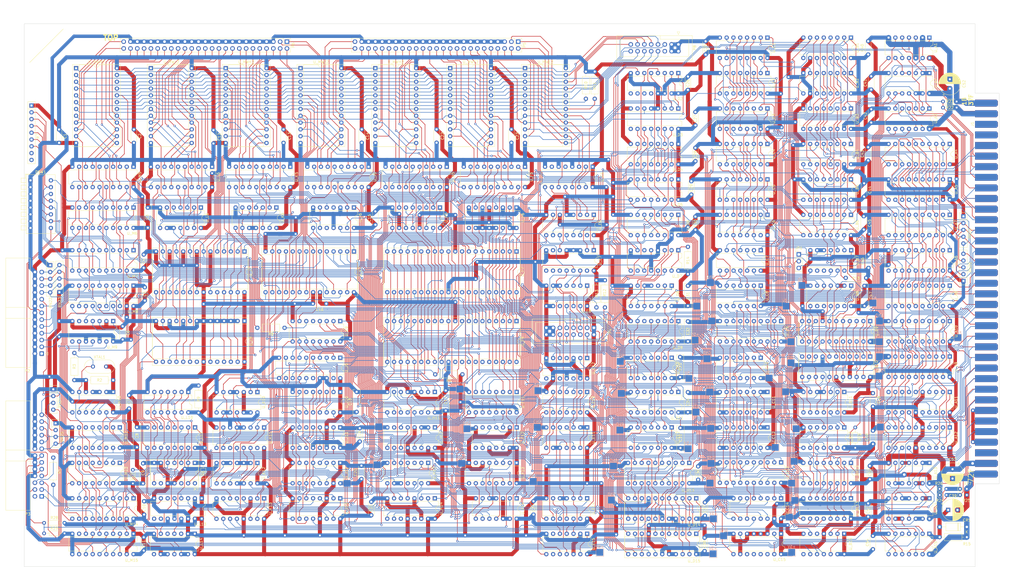
<source format=kicad_pcb>
(kicad_pcb (version 20211014) (generator pcbnew)
  (layers (0 "F.Cu" signal) (1 "In1.Cu" power) (2 "In2.Cu" power) (31 "B.Cu" signal) (34 "B.Paste" user) (35 "F.Paste" user) (36 "B.SilkS" user "B.Silkscreen") (37 "F.SilkS" user "F.Silkscreen") (38 "B.Mask" user) (39 "F.Mask" user) (44 "Edge.Cuts" user))
  (net 0 "")
  (net 1 "Net-(R2-Pad1)")
  (net 2 "Net-(R3-Pad1)")
  (net 3 "FP.~{ABT}")
  (net 4 "Net-(P3-Pad6)")
  (net 5 "Net-(R2-Pad2)")
  (net 6 "/ALU.ZERO")
  (net 7 "+5V")
  (net 8 "P7_1")
  (net 9 "Net-(R14-Pad1)")
  (net 10 "Net-(R8-Pad2)")
  (net 11 "Net-(R8-Pad1)")
  (net 12 "Net-(R10-Pad2)")
  (net 13 "Net-(R9-Pad1)")
  (net 14 "VERIFY_CR1")
  (net 15 "P7_5")
  (net 16 "Net-(JP1-Pad1)")
  (net 17 "Net-(JP1-Pad3)")
  (net 18 "/~{ResetFlag}")
  (net 19 "/SW_2")
  (net 20 "/DMA.~{Request}")
  (net 21 "/DMA.~{INTRequest}")
  (net 22 "FP.RTI")
  (net 23 "/DMA.~{StartCycle}")
  (net 24 "/DMA.Write")
  (net 25 "GND")
  (net 26 "Net-(P2-Pad13)")
  (net 27 "/SW_H")
  (net 28 "P7_3")
  (net 29 "/Sys.~{DRDY}")
  (net 30 "/Sys.~{MemFault}")
  (net 31 "/Sys.~{INTREQ}")
  (net 32 "/Sys.~{INR0}")
  (net 33 "/Sys.~{INR1}")
  (net 34 "/Sys.~{INR2}")
  (net 35 "/Sys.~{INR3}")
  (net 36 "DataF.D_{7}")
  (net 37 "DataF.D_{6}")
  (net 38 "DataF.D_{5}")
  (net 39 "DataF.D_{4}")
  (net 41 "/ALU.OVER")
  (net 42 "/ALU.CARRY")
  (net 44 "/ALU.SIGN")
  (net 45 "/ALU.HALFC")
  (net 46 "MW.C4_{6}")
  (net 47 "MW.C4_{7}")
  (net 48 "MW.C4_{5}")
  (net 49 "DataP.D_{4}")
  (net 50 "DataP.D_{5}")
  (net 51 "DataP.D_{6}")
  (net 52 "DataP.D_{7}")
  (net 53 "Net-(U_F7-Pad21)")
  (net 54 "MW.B5_{6}")
  (net 55 "MW.B5_{5}")
  (net 56 "MW.B5_{4}")
  (net 57 "MW.B5_{3}")
  (net 58 "/ALU.SHIFT_RAM0_Q7")
  (net 59 "/~{ClockB_{1}}")
  (net 60 "MW.C4_{4}")
  (net 61 "MW.C4_{3}")
  (net 62 "MW.C4_{2}")
  (net 63 "Net-(U_F7-Pad9)")
  (net 64 "/ALU.SHIFT_RAM7")
  (net 65 "MW.B5_{1}")
  (net 66 "MW.B5_{2}")
  (net 67 "MW.B5_{0}")
  (net 68 "MW.B5_{7}")
  (net 69 "MW.A6_{0}")
  (net 70 "MW.A6_{1}")
  (net 71 "MW.A6_{2}")
  (net 73 "/SW_3")
  (net 80 "/ALU.CARRY_IN")
  (net 81 "DataP.D_{0}")
  (net 82 "DataP.D_{1}")
  (net 83 "DataP.D_{2}")
  (net 84 "DataP.D_{3}")
  (net 85 "/ALU.SHIFT_Q0")
  (net 86 "/~{ClockB_{0}}")
  (net 87 "MW.D3_{4}")
  (net 88 "SEQ.~{FE}")
  (net 90 "Net-(U_J7-Pad24)")
  (net 92 "MWS.A_{10}")
  (net 93 "MWS.A_{9}")
  (net 94 "MWS.A_{8}")
  (net 95 "SEQ.S2_{1}")
  (net 96 "SEQ.SH_{0}")
  (net 97 "/~{Reset_{1}}")
  (net 98 "MW.D3_{0}")
  (net 99 "MW.D3_{1}")
  (net 100 "MW.D3_{2}")
  (net 101 "Net-(U_J7-Pad23)")
  (net 102 "MWS.A_{3}")
  (net 103 "MWS.A_{2}")
  (net 104 "MWS.A_{1}")
  (net 105 "MWS.A_{0}")
  (net 106 "/K7_S_{1}")
  (net 107 "/K7_S_{0}")
  (net 108 "MW.E2_{0}")
  (net 109 "/K7_OR_{0}")
  (net 110 "MW.E2_{1}")
  (net 111 "/K7_OR_{1}")
  (net 112 "MW.E2_{2}")
  (net 113 "/K7_OR_{2}")
  (net 114 "MW.E2_{3}")
  (net 115 "/K7_OR_{3}")
  (net 116 "SEQ.~{RE}")
  (net 117 "MWS.A_{7}")
  (net 118 "MWS.A_{6}")
  (net 119 "MWS.A_{5}")
  (net 120 "MWS.A_{4}")
  (net 121 "SEQ.S1_{1}")
  (net 122 "MW.E2_{4}")
  (net 123 "MW.E2_{5}")
  (net 124 "MW.E2_{6}")
  (net 125 "MW.E2_{7}")
  (net 126 "/MWR.E2_{7}")
  (net 127 "/MWR.E2_{6}")
  (net 128 "/MWR.E2_{5}")
  (net 129 "/MWR.E2_{4}")
  (net 130 "/MWR.E2_{3}")
  (net 131 "/MWR.E2_{2}")
  (net 132 "/MWR.E2_{1}")
  (net 133 "/MWR.E2_{0}")
  (net 134 "/MWR.H0_{7}")
  (net 135 "/MWR.H0_{6}")
  (net 136 "/MWR.H0_{5}")
  (net 137 "/MWR.H0_{4}")
  (net 138 "/MWR.H0_{3}")
  (net 139 "/MWR.H0_{2}")
  (net 140 "/MWR.H0_{1}")
  (net 141 "/MWR.H0_{0}")
  (net 142 "/MWR.B5_{7}")
  (net 143 "/MWR.B5_{6}")
  (net 144 "/MWR.B5_{5}")
  (net 145 "/MWR.B5_{4}")
  (net 146 "/MWR.B5_{3}")
  (net 147 "/MWR.B5_{2}")
  (net 148 "/MWR.B5_{1}")
  (net 149 "/MWR.B5_{0}")
  (net 150 "/MWR.C4_{7}")
  (net 151 "/MWR.C4_{6}")
  (net 152 "/MWR.C4_{5}")
  (net 153 "/MWR.C4_{4}")
  (net 154 "/MWR.C4_{3}")
  (net 155 "/MWR.C4_{2}")
  (net 156 "/MWR.C4_{1}")
  (net 157 "/MWR.C4_{0}")
  (net 158 "/MWR.F1_{7}")
  (net 159 "/MWR.F1_{6}")
  (net 160 "/MWR.F1_{5}")
  (net 161 "/MWR.F1_{4}")
  (net 162 "/MWR.F1_{3}")
  (net 163 "/MWR.F1_{2}")
  (net 164 "/MWR.F1_{1}")
  (net 165 "/MWR.F1_{0}")
  (net 166 "/MWR.A6_{7}")
  (net 167 "/MWR.A6_{6}")
  (net 168 "/MWR.A6_{5}")
  (net 169 "/MWR.A6_{4}")
  (net 170 "/MWR.A6_{3}")
  (net 171 "/MWR.A6_{2}")
  (net 172 "/MWR.A6_{1}")
  (net 173 "/MWR.A6_{0}")
  (net 174 "/MWR.D3_{7}")
  (net 175 "/MWR.D3_{6}")
  (net 176 "/MWR.D3_{5}")
  (net 177 "/MWR.D3_{4}")
  (net 178 "/MWR.D3_{3}")
  (net 179 "/MWR.D3_{2}")
  (net 180 "/MWR.D3_{1}")
  (net 181 "/MWR.D3_{0}")
  (net 182 "Net-(U_C13-Pad5)")
  (net 183 "/~{REGF.WE}")
  (net 184 "Net-(U_D13-Pad8)")
  (net 185 "Res.D_{4}")
  (net 186 "Net-(U_D13-Pad7)")
  (net 187 "Res.D_{5}")
  (net 188 "Net-(U_D13-Pad4)")
  (net 189 "Res.D_{6}")
  (net 190 "Net-(U_D13-Pad3)")
  (net 191 "Res.D_{7}")
  (net 192 "Net-(U_D10-Pad1)")
  (net 193 "Net-(U_C13-Pad9)")
  (net 194 "Net-(U_C13-Pad6)")
  (net 195 "Net-(U_C14-Pad4)")
  (net 196 "Net-(U_C14-Pad7)")
  (net 197 "Net-(U_C14-Pad9)")
  (net 198 "Net-(U_C14-Pad12)")
  (net 199 "Address.A_{12}")
  (net 200 "/~{PTRAM_WE}")
  (net 201 "/PTR.Q_{0}")
  (net 202 "Res.D_{0}")
  (net 203 "/PTR.Q_{1}")
  (net 204 "Res.D_{1}")
  (net 205 "/PTR.Q_{2}")
  (net 206 "Res.D_{2}")
  (net 207 "/PTR.Q_{3}")
  (net 208 "Res.D_{3}")
  (net 209 "Address.A_{15}")
  (net 210 "Address.A_{14}")
  (net 211 "Address.A_{13}")
  (net 212 "/Page.B_{0}")
  (net 213 "/Page.B_{1}")
  (net 214 "/Page.B_{2}")
  (net 215 "Address.A_{11}")
  (net 216 "Net-(U_D13-Pad13)")
  (net 217 "Net-(U_D13-Pad14)")
  (net 218 "Net-(U_D13-Pad17)")
  (net 219 "Net-(U_D13-Pad18)")
  (net 220 "/PTR.Q_{4}")
  (net 221 "/PTR.Q_{5}")
  (net 222 "/PTR.Q_{6}")
  (net 223 "/PTR.Q_{7}")
  (net 224 "Net-(U_C13-Pad19)")
  (net 225 "Net-(U_C13-Pad16)")
  (net 226 "Net-(U_C13-Pad15)")
  (net 227 "Net-(U_C13-Pad12)")
  (net 228 "/~{ClockB_{2}}")
  (net 229 "/CondRIR_{0}")
  (net 230 "/~{RIndex_LD}")
  (net 231 "/~{Result_LD}")
  (net 232 "MW.D3_{5}")
  (net 233 "MW.D3_{3}")
  (net 234 "MW.D3_{6}")
  (net 235 "MW.D3_{7}")
  (net 236 "MW.C4_{0}")
  (net 237 "MW.C4_{1}")
  (net 238 "MW.A6_{5}")
  (net 239 "MW.A6_{4}")
  (net 240 "MW.A6_{3}")
  (net 241 "MW.A6_{6}")
  (net 242 "MW.A6_{7}")
  (net 243 "/~{ALU_Flags_EN}")
  (net 244 "/AFL.ZERO")
  (net 245 "/AFL.SIGN")
  (net 246 "/AFL.OVER")
  (net 247 "/AFL.CARRY")
  (net 248 "/AFL.HALFC")
  (net 249 "/AFL.LZERO")
  (net 252 "MW.F1_{0}")
  (net 253 "MW.F1_{1}")
  (net 254 "MW.F1_{5}")
  (net 255 "MW.F1_{4}")
  (net 256 "MW.F1_{3}")
  (net 257 "MW.F1_{2}")
  (net 258 "MW.F1_{6}")
  (net 259 "MW.F1_{7}")
  (net 260 "/~{Reg_OE}")
  (net 261 "/~{AddrLToData}")
  (net 262 "Address.A_{3}")
  (net 263 "Address.A_{2}")
  (net 264 "Address.A_{1}")
  (net 265 "Address.A_{0}")
  (net 266 "Address.A_{7}")
  (net 267 "Address.A_{6}")
  (net 268 "Address.A_{5}")
  (net 269 "Address.A_{4}")
  (net 270 "/Sys.~{A_{4}}")
  (net 271 "/Sys.~{A_{5}}")
  (net 272 "/Sys.~{A_{6}}")
  (net 273 "/Sys.~{A_{7}}")
  (net 274 "/Sys.~{A_{0}}")
  (net 275 "/Sys.~{A_{1}}")
  (net 276 "/Sys.~{A_{2}}")
  (net 277 "/Sys.~{A_{3}}")
  (net 278 "/~{AddrMToData}")
  (net 279 "Address.A_{10}")
  (net 280 "Address.A_{9}")
  (net 281 "Address.A_{8}")
  (net 282 "/CPL_{0}")
  (net 283 "/CPL_{1}")
  (net 284 "/CPL_{2}")
  (net 285 "/CPL_{3}")
  (net 286 "/~{H14_OE}")
  (net 287 "/~{DSWh_INT_OE}")
  (net 288 "/~{AddrHToSys}")
  (net 289 "/Sys.~{CPL_{3}}")
  (net 290 "/Sys.~{CPL_{2}}")
  (net 291 "/Sys.~{CPL_{1}}")
  (net 292 "/Sys.~{CPL_{0}}")
  (net 293 "/Sys.~{A_{8}}")
  (net 294 "/Sys.~{A_{9}}")
  (net 295 "/Sys.~{A_{10}}")
  (net 297 "/CPL_Disable")
  (net 298 "/~{AddrHToData}")
  (net 299 "Net-(U_A10-Pad6)")
  (net 300 "/Sys.~{PA_{15}}")
  (net 301 "/Sys.~{PA_{16}}")
  (net 302 "/Sys.~{CA_{15}}")
  (net 303 "/Sys.~{PA_{17}}")
  (net 304 "/Sys.~{PA_{11}}")
  (net 305 "/Sys.~{PA_{12}}")
  (net 306 "/Sys.~{PA_{13}}")
  (net 307 "/Sys.~{PA_{14}}")
  (net 308 "/DataWTClock")
  (net 309 "/Sys.~{D_{0}}")
  (net 310 "/Sys.~{D_{1}}")
  (net 311 "/~{DataRD_EN}")
  (net 313 "/~{DataWT_EN}")
  (net 314 "/Sys.~{D_{2}}")
  (net 315 "/Sys.~{D_{3}}")
  (net 316 "/~{DataRDLatch}")
  (net 317 "/DMA.~{BusReadReady}")
  (net 318 "/DMAEnable")
  (net 319 "/DMA.~{End}")
  (net 320 "Net-(U_M13-Pad5)")
  (net 321 "/DMARead")
  (net 322 "Net-(U_M13-Pad4)")
  (net 323 "/DMAStartCycle")
  (net 324 "/DMAAddressControl")
  (net 325 "/DMA.~{AddressControl}")
  (net 326 "Net-(P2-Pad5)")
  (net 327 "Net-(P2-Pad7)")
  (net 328 "Net-(U_L13-Pad7)")
  (net 329 "/DMA.~{Enable}")
  (net 330 "Net-(U_M8-Pad2)")
  (net 331 "FP.~{RUN}")
  (net 332 "Net-(U_M13-Pad9)")
  (net 333 "Net-(U_M13-Pad11)")
  (net 334 "/DMAINTRequest")
  (net 335 "/CCR.CARRY")
  (net 336 "/CCR.OVER")
  (net 337 "/CCR.SIGN")
  (net 338 "FP.~{HALT}")
  (net 339 "/CCR.ZERO")
  (net 340 "/~{SenseSW_OE}")
  (net 341 "Net-(P3-Pad9)")
  (net 342 "Net-(P3-Pad13)")
  (net 344 "Net-(P3-Pad21)")
  (net 345 "/PROM_Disable")
  (net 346 "/~{MAPROM_SEL}")
  (net 347 "/~{FPC_SW_4}")
  (net 348 "/~{RT_INT}")
  (net 349 "/~{MWConst_OE}")
  (net 350 "/Sys.~{D_{4}}")
  (net 351 "/Sys.~{D_{5}}")
  (net 353 "/Sys.~{D_{6}}")
  (net 354 "/Sys.~{D_{7}}")
  (net 356 "Net-(U_C4-Pad9)")
  (net 358 "Net-(U_J11-Pad5)")
  (net 360 "Net-(U_J10-Pad5)")
  (net 361 "Net-(U_J10-Pad3)")
  (net 364 "/~{DMAInterrupt}")
  (net 365 "Net-(U_B5-Pad10)")
  (net 366 "Net-(U_C1-Pad3)")
  (net 367 "Net-(U_C1-Pad4)")
  (net 368 "Net-(U_C1-Pad5)")
  (net 369 "Net-(U_C1-Pad6)")
  (net 370 "Net-(U_B2-Pad15)")
  (net 371 "/~{WorkAddr_LD_LO}")
  (net 372 "Net-(U_B2-Pad7)")
  (net 373 "Net-(U_B4-Pad4)")
  (net 374 "Net-(U_B4-Pad7)")
  (net 375 "Net-(U_C4-Pad4)")
  (net 376 "Net-(U_C4-Pad12)")
  (net 377 "Net-(U_B2-Pad2)")
  (net 378 "/Addr U{slash}D")
  (net 379 "Net-(U_E14-Pad8)")
  (net 380 "/~{DataReady}")
  (net 381 "/~{MainClockPhi1}")
  (net 382 "Net-(U_E10-Pad13)")
  (net 383 "/Addr_Clock")
  (net 385 "Net-(U_E10-Pad2)")
  (net 386 "/M10C_a")
  (net 388 "/BeginRead")
  (net 389 "/BeginWrite")
  (net 390 "/~{WorkAddr_LD_HI}")
  (net 391 "/~{WorkAddr_Count_EN}")
  (net 392 "/~{MemAddr_Count_EN}")
  (net 393 "/~{NibbleSwap_EN}")
  (net 394 "Net-(U_H6-Pad15)")
  (net 395 "Net-(U_F13-Pad14)")
  (net 396 "Net-(U_F13-Pad13)")
  (net 397 "Net-(U_F13-Pad12)")
  (net 398 "/F13_D_{3}")
  (net 399 "Net-(U_F13-Pad10)")
  (net 401 "Net-(U_F13-Pad5)")
  (net 402 "Net-(U_B12-Pad8)")
  (net 403 "Net-(U_F13-Pad2)")
  (net 404 "/~{F11_EN}")
  (net 405 "/MemFault_EN")
  (net 406 "/ParitySelect")
  (net 407 "/~{AddrCount_EN}")
  (net 408 "/INT_ENABLE")
  (net 409 "Net-(U_B5-Pad15)")
  (net 410 "Net-(U_B5-Pad14)")
  (net 411 "Net-(U_B5-Pad13)")
  (net 412 "Net-(U_B5-Pad12)")
  (net 413 "Net-(U_B5-Pad11)")
  (net 414 "Net-(U_C4-Pad7)")
  (net 415 "Net-(U_B4-Pad12)")
  (net 418 "Net-(U_E7-Pad14)")
  (net 419 "/BusCycleEnd")
  (net 424 "/Sys.Reset")
  (net 426 "/~{Level_LD}")
  (net 427 "/~{PTIndex_LD}")
  (net 428 "/MemAddr_LD_SWAP")
  (net 429 "/~{CCR_EN}")
  (net 430 "MW.H0_{6}")
  (net 431 "MW.H0_{5}")
  (net 432 "MW.H0_{4}")
  (net 433 "MW.H0_{7}")
  (net 445 "Net-(U_D7-Pad13)")
  (net 447 "Net-(U_A1-Pad4)")
  (net 448 "Net-(U_A1-Pad10)")
  (net 450 "Net-(U_D12-Pad6)")
  (net 451 "Net-(U_D7-Pad2)")
  (net 452 "Net-(U_B11-Pad6)")
  (net 453 "Net-(U_B1-Pad7)")
  (net 454 "Net-(U_B1-Pad2)")
  (net 455 "Net-(U_C10-Pad4)")
  (net 456 "/~{SEL_H_{L10}}")
  (net 457 "/~{SEL_H_{L11}}")
  (net 458 "/~{SEL_H_{L13}}")
  (net 459 "/~{SEL_H_{L12}}")
  (net 460 "/~{SEL_H_{L9}}")
  (net 461 "/~{SEL_H_{L8}}")
  (net 464 "Net-(U_C2-Pad3)")
  (net 465 "Net-(U_C2-Pad6)")
  (net 466 "Net-(U_C2-Pad5)")
  (net 467 "Net-(U_C2-Pad4)")
  (net 468 "Net-(U_B1-Pad15)")
  (net 469 "Net-(U_B1-Pad6)")
  (net 470 "Net-(U_B1-Pad5)")
  (net 471 "Net-(U_B1-Pad4)")
  (net 472 "Net-(U_B1-Pad3)")
  (net 477 "/~{SEL_H_{L3}H_{L7}}")
  (net 478 "/~{SEL_H_{L2}H_{L6}}")
  (net 479 "/~{SEL_H_{L1}H_{L5}}")
  (net 480 "/~{SEL_H_{L0}H_{L4}}")
  (net 481 "Net-(U_A15-Pad5)")
  (net 486 "/BUS_TIMEOUT")
  (net 487 "Net-(U_A15-Pad4)")
  (net 488 "/~{Swap_OE}")
  (net 490 "Net-(U_B6-Pad15)")
  (net 491 "Net-(U_C5-Pad11)")
  (net 492 "Net-(U_C5-Pad12)")
  (net 493 "Net-(U_C5-Pad13)")
  (net 494 "Net-(U_C5-Pad14)")
  (net 495 "Net-(U_C10-Pad13)")
  (net 496 "Net-(U_B2-Pad3)")
  (net 497 "Net-(U_B2-Pad6)")
  (net 498 "Net-(U_B2-Pad5)")
  (net 499 "Net-(U_B2-Pad4)")
  (net 500 "/~{Reset_{2}}")
  (net 504 "Net-(U_J12-Pad7)")
  (net 505 "Net-(U_J12-Pad9)")
  (net 507 "/~{M13_EN}")
  (net 508 "/INT_ACK")
  (net 509 "/~{RTC_INT_Reset}")
  (net 510 "/RTC_INT_EN")
  (net 511 "Net-(U_J12-Pad13)")
  (net 512 "Net-(U_B6-Pad10)")
  (net 516 "/~{L13A_SET}")
  (net 517 "/L13_~{K}")
  (net 518 "P7_8")
  (net 519 "P7_13")
  (net 520 "/MainClockPhi3")
  (net 521 "/~{P7_2}")
  (net 522 "Net-(U_L10-Pad6)")
  (net 523 "/MainClockPhi1")
  (net 524 "Net-(U_L10-Pad5)")
  (net 525 "P7_2")
  (net 526 "Net-(U_L10-Pad11)")
  (net 529 "/CondRegOrPageOut")
  (net 530 "/CondDMARequest")
  (net 531 "/CondMemFault")
  (net 532 "/CondMultiINT")
  (net 534 "/CondCycle")
  (net 535 "/CondRIR_{0NOR4}")
  (net 536 "/REG_MMIO")
  (net 537 "/J13_12")
  (net 538 "/PTR.~{Q_{7}}")
  (net 540 "P7_4")
  (net 541 "Net-(U_B7-Pad11)")
  (net 542 "Net-(U_B7-Pad12)")
  (net 543 "Net-(U_B7-Pad2)")
  (net 544 "Net-(U_B7-Pad3)")
  (net 545 "Net-(U_B11-Pad8)")
  (net 546 "Net-(U_B7-Pad1)")
  (net 547 "Net-(U_B7-Pad5)")
  (net 548 "/Sys.~{RA_{15}}")
  (net 549 "/Sys.~{RA_{11}}")
  (net 550 "/WorkAddr_TC")
  (net 551 "Net-(U_B12-Pad13)")
  (net 552 "Net-(U_A2-Pad12)")
  (net 553 "Net-(U_C10-Pad8)")
  (net 554 "Net-(U_C10-Pad6)")
  (net 555 "Net-(U_A15-Pad9)")
  (net 556 "Net-(U_D10-Pad13)")
  (net 557 "Net-(U_D10-Pad10)")
  (net 558 "Net-(U_D12-Pad11)")
  (net 559 "Net-(U_D12-Pad3)")
  (net 560 "Net-(U_B12-Pad5)")
  (net 561 "Net-(U_E14-Pad13)")
  (net 562 "/~{DataEndCycle}")
  (net 563 "Net-(U_B15-Pad9)")
  (net 564 "Net-(U_E10-Pad1)")
  (net 565 "Net-(U_E11-Pad10)")
  (net 566 "/~{DMAReadEndStrobe}")
  (net 567 "Net-(U_E11-Pad1)")
  (net 571 "Net-(U_E14-Pad12)")
  (net 572 "Net-(U_E14-Pad6)")
  (net 573 "Net-(U_E14-Pad4)")
  (net 576 "/BUS_FORCE_READY")
  (net 579 "/M10C_b")
  (net 580 "/~{DataWTCycle}")
  (net 581 "Net-(U_F14-Pad12)")
  (net 582 "/RTC_INT")
  (net 583 "/~{MainClockPhi3}")
  (net 584 "Net-(U_H13-Pad10)")
  (net 585 "Net-(U_J6-Pad9)")
  (net 586 "Net-(U_J6-Pad6)")
  (net 588 "Net-(U_K6-Pad10)")
  (net 589 "Net-(U_K10-Pad12)")
  (net 593 "Net-(U_A1-Pad11)")
  (net 594 "Net-(U_A1-Pad9)")
  (net 595 "/~{DataRDCycle}")
  (net 596 "/DataRDCycle")
  (net 599 "/DMA.~{BusWriteOE}")
  (net 600 "Net-(U_M10-Pad3)")
  (net 601 "/Sys.~{APRE}")
  (net 602 "/Sys.~{WTIN}")
  (net 603 "/Sys.~{RDIN}")
  (net 604 "Net-(U_A3-Pad13)")
  (net 605 "/Sys.~{RA_{14}}")
  (net 606 "/Sys.~{RA_{12}}")
  (net 607 "/Sys.~{RA_{13}}")
  (net 608 "/Sys.~{ParityTest}")
  (net 609 "Net-(U_A13-Pad10)")
  (net 610 "Net-(U_A13-Pad1)")
  (net 611 "Net-(U_A13-Pad4)")
  (net 612 "/Sys.5MHz")
  (net 613 "/Sys.~{INTACK}")
  (net 614 "Net-(U_A14-Pad10)")
  (net 615 "/Sys.~{PTR7_oc}")
  (net 616 "Net-(U_A15-Pad12)")
  (net 617 "Net-(U_A15-Pad10)")
  (net 618 "Net-(U_K12-Pad1)")
  (net 619 "Net-(U_K12-Pad2)")
  (net 620 "Net-(U_B11-Pad12)")
  (net 623 "+12V")
  (net 624 "-12V")
  (net 625 "/SW_O")
  (net 628 "Net-(R11-Pad2)")
  (net 630 "/SW_1")
  (net 631 "/SW_R")
  (net 632 "/SW_I")
  (net 633 "DataF.D_{3}")
  (net 634 "/~{ALU_OE}")
  (net 635 "DataF.D_{2}")
  (net 636 "DataF.D_{1}")
  (net 637 "DataF.D_{0}")
  (net 638 "Net-(P3-Pad19)")
  (net 639 "Net-(P3-Pad23)")
  (net 640 "Net-(P3-Pad11)")
  (net 641 "Net-(P3-Pad5)")
  (net 644 "Net-(J1-Pad30)")
  (net 649 "Net-(U_B4-Pad9)")
  (net 651 "Net-(R13-Pad2)")
  (net 652 "Net-(P4-Pad4)")
  (net 653 "/~{PTRAM_OE}")
  (net 656 "Net-(P3-Pad4)")
  (footprint "Package_DIP:DIP-16_W7.62mm" (layer "F.Cu") (at 332.66 42.455 -90)
    (fp_text reference "U_B2")
    (fp_text value "74LS669")
  )
  (footprint "Package_DIP:DIP-24_W15.24mm_Socket" (layer "F.Cu") (at 183.0045 40.64)
    (fp_text reference "U_MWF2")
    (fp_text value "76161")
  )
  (footprint "Package_DIP:DIP-20_W7.62mm" (layer "F.Cu") (at 64.765 121.925 -90)
    (fp_text reference "U_M8")
    (fp_text value "74LS240")
  )
  (footprint "Package_DIP:DIP-16_W7.62mm" (layer "F.Cu") (at 141.971 161.66 -90)
    (fp_text reference "U_J10")
    (fp_text value "74LS151")
  )
  (footprint "Capacitor_THT:C_Disc_D4.3mm_W1.9mm_P5.00mm" (layer "F.Cu") (at 337.439 100.965 90)
    (fp_text reference "C45")
    (fp_text value "100nF")
  )
  (footprint "Package_DIP:DIP-14_W7.62mm" (layer "F.Cu") (at 330.16 214.64 -90)
    (fp_text reference "U_B15")
    (fp_text value "74LS74")
  )
  (footprint "Package_DIP:DIP-16_W7.62mm" (layer "F.Cu") (at 113.523 201.432 -90)
    (fp_text reference "U_K13")
    (fp_text value "74LS153")
  )
  (footprint "Package_DIP:DIP-22_W7.62mm_Socket" (layer "F.Cu") (at 339.852 135.17 -90)
    (fp_text reference "U_B9")
    (fp_text value "AM93L422")
  )
  (footprint "Package_DIP:DIP-14_W7.62mm" (layer "F.Cu") (at 111.023 188.187 -90)
    (fp_text reference "U_K12")
    (fp_text value "74LS02")
  )
  (footprint "Package_DIP:DIP-16_W7.62mm" (layer "F.Cu") (at 301.463 174.905 -90)
    (fp_text reference "U_C12")
    (fp_text value "74LS173")
  )
  (footprint "Package_DIP:DIP-16_W7.62mm" (layer "F.Cu") (at 268.209 108.68 -90)
    (fp_text reference "U_D7")
    (fp_text value "SN74120")
  )
  (footprint "Package_DIP:DIP-14_W7.62mm" (layer "F.Cu") (at 361.955 201.395 -90)
    (fp_text reference "U_A14")
    (fp_text value "74LS38")
  )
  (footprint "Resistor_THT:R_Axial_DIN0204_L3.6mm_D1.6mm_P5.08mm_Horizontal" (layer "F.Cu") (at 372.11 55.372 180)
    (fp_text reference "R22")
    (fp_text value "220")
  )
  (footprint "Capacitor_THT:C_Disc_D4.3mm_W1.9mm_P5.00mm" (layer "F.Cu") (at 214.122 207.478 90)
    (fp_text reference "C24")
    (fp_text value "100nF")
  )
  (footprint "Package_DIP:DIP-14_W7.62mm" (layer "F.Cu") (at 234.138 148.981 -90)
    (fp_text reference "U_E12")
    (fp_text value "74LS04")
  )
  (footprint "Connector_PinHeader_2.54mm:PinHeader_1x03_P2.54mm_Vertical" (layer "F.Cu") (at 313.182 110.236)
    (fp_text reference "JP1")
    (fp_text value "Jumper_3_Open")
  )
  (footprint "Package_DIP:DIP-14_W7.62mm" (layer "F.Cu") (at 332.745 121.925 -90)
    (fp_text reference "U_B8")
    (fp_text value "74LS30")
  )
  (footprint "Capacitor_THT:C_Disc_D4.3mm_W1.9mm_P5.00mm" (layer "F.Cu") (at 153.543 207.695 90)
    (fp_text reference "C21")
    (fp_text value "100nF")
  )
  (footprint "Package_DIP:DIP-22_W7.62mm_Socket" (layer "F.Cu") (at 274.888 201.395 -90)
    (fp_text reference "U_D14")
    (fp_text value "AM93L422")
  )
  (footprint "Capacitor_THT:C_Disc_D4.3mm_W1.9mm_P5.00mm" (layer "F.Cu") (at 340.233 60.96 90)
    (fp_text reference "C42")
    (fp_text value "100nF")
  )
  (footprint "Capacitor_THT:C_Rect_L9.0mm_W2.5mm_P7.50mm_MKT" (layer "F.Cu") (at 268.859 156.083 90)
    (fp_text reference "C33")
    (fp_text value "100nF")
  )
  (footprint "Resistor_THT:R_Array_SIP4" (layer "F.Cu") (at 34.798 160.64 -90)
    (fp_text reference "RN24")
    (fp_text value "330")
  )
  (footprint "Package_DIP:DIP-16_W7.62mm" (layer "F.Cu") (at 90.225 201.395 -90)
    (fp_text reference "U_L13")
    (fp_text value "74LS109")
  )
  (footprint "Package_DIP:DIP-16_W7.62mm" (layer "F.Cu") (at 59.665 188.15 -90)
    (fp_text reference "U_M13")
    (fp_text value "74LS259")
  )
  (footprint "Capacitor_THT:C_Rect_L9.0mm_W2.5mm_P7.50mm_MKT" (layer "F.Cu") (at 271.78 169.21 90)
    (fp_text reference "C34")
    (fp_text value "100nF")
  )
  (footprint "Package_DIP:DIP-16_W7.62mm" (layer "F.Cu") (at 332.66 82.19 -90)
    (fp_text reference "U_B5")
    (fp_text value "74LS669")
  )
  (footprint "Package_DIP:DIP-16_W7.62mm" (layer "F.Cu") (at 268.209 42.455 -90)
    (fp_text reference "U_D2")
    (fp_text value "74LS139")
  )
  (footprint "Package_DIP:DIP-20_W7.62mm" (layer "F.Cu") (at 369.565 174.905 -90)
    (fp_text reference "U_A12")
    (fp_text value "AM2907")
  )
  (footprint "Resistor_THT:R_Axial_DIN0204_L3.6mm_D1.6mm_P2.54mm_Vertical" (layer "F.Cu") (at 365.81 200.152)
    (fp_text reference "R24")
    (fp_text value "220")
  )
  (footprint "Capacitor_THT:CP_Radial_D8.0mm_P3.50mm" (layer "F.Cu") (at 368.933349 205.74)
    (fp_text reference "C39")
    (fp_text value "470uF")
  )
  (footprint "Capacitor_THT:C_Disc_D4.3mm_W1.9mm_P5.00mm" (layer "F.Cu") (at 64.8995 63.54 -90)
    (fp_text reference "C2")
    (fp_text value "100nF")
  )
  (footprint "Capacitor_THT:C_Disc_D4.3mm_W1.9mm_P5.00mm" (layer "F.Cu") (at 149.86 194.183 90)
    (fp_text reference "C20")
    (fp_text value "100nF")
  )
  (footprint "Resistor_THT:R_Axial_DIN0207_L6.3mm_D2.5mm_P10.16mm_Horizontal" (layer "F.Cu") (at 240.792 119.888 -90)
    (fp_text reference "R12")
    (fp_text value "4.7k")
  )
  (footprint "Resistor_THT:R_Array_SIP4" (layer "F.Cu") (at 35.687 173.34 -90)
    (fp_text reference "RN25")
    (fp_text value "220")
  )
  (footprint "Package_DIP:DIP-20_W7.62mm" (layer "F.Cu") (at 141.971 148.854 -90)
    (fp_text reference "U_J9")
    (fp_text value "74LS377")
  )
  (footprint "Package_DIP:DIP-20_W7.62mm" (layer "F.Cu") (at 306.573 187.97 -90)
    (fp_text reference "U_C13")
    (fp_text value "74LS377")
  )
  (footprint "Package_DIP:DIP-28_W15.24mm_Socket" (layer "F.Cu") (at 106.187 109.13 -90)
    (fp_text reference "U_J7")
    (fp_text value "AM2909")
  )
  (footprint "Package_DIP:DIP-20_W7.62mm" (layer "F.Cu") (at 369.565 95.435 -90)
    (fp_text reference "U_A7")
    (fp_text value "74LS240")
  )
  (footprint "Connector_PinHeader_2.54mm:PinHeader_2x25_P2.54mm_Vertical" (layer "F.Cu") (at 122.0495 30.729 -90)
    (fp_text reference "P6")
    (fp_text value "Conn_02x25_Counter_Clockwise")
  )
  (footprint "Package_DIP:DIP-20_W7.62mm" (layer "F.Cu") (at 94.1045 77.48 -90)
    (fp_text reference "U_L5")
    (fp_text value "74LS377")
  )
  (footprint "Capacitor_THT:C_Disc_D4.3mm_W1.9mm_P5.00mm" (layer "F.Cu") (at 275.59 194.45 90)
    (fp_text reference "C36")
    (fp_text value "100nF")
  )
  (footprint "Package_DIP:DIP-22_W7.62mm_Socket" (layer "F.Cu") (at 274.888 214.64 -90)
    (fp_text reference "U_D15")
    (fp_text value "AM93L422")
  )
  (footprint "Capacitor_THT:C_Rect_L9.0mm_W2.5mm_P7.50mm_MKT" (layer "F.Cu") (at 70.104 100.27 90)
    (fp_text reference "C3")
    (fp_text value "100nF")
  )
  (footprint "Package_DIP:DIP-16_W7.62mm" (layer "F.Cu") (at 141.971 135.17 -90)
    (fp_text reference "U_K9")
    (fp_text value "74LS151")
  )
  (footprint "Capacitor_THT:C_Disc_D4.3mm_W1.9mm_P5.00mm" (layer "F.Cu") (at 68.58 115.276 90)
    (fp_text reference "C4")
    (fp_text value "100nF")
  )
  (footprint "Package_DIP:DIP-16_W7.62mm" (layer "F.Cu") (at 177.287 161.66 -90)
    (fp_text reference "U_H11")
    (fp_text value "74LS138")
  )
  (footprint "Capacitor_THT:C_Rect_L9.0mm_W2.5mm_P7.50mm_MKT" (layer "F.Cu") (at 268.986 182.586 90)
    (fp_text reference "C35")
    (fp_text value "100nF")
  )
  (footprint "Package_DIP:DIP-14_W7.62mm" (layer "F.Cu") (at 234.138 161.66 -90)
    (fp_text reference "U_E10")
    (fp_text value "74LS10")
  )
  (footprint "Capacitor_THT:C_Disc_D4.3mm_W1.9mm_P5.00mm" (layer "F.Cu") (at 340.868 181.102 90)
    (fp_text reference "C49")
    (fp_text value "100nF")
  )
  (footprint "Capacitor_THT:C_Disc_D4.3mm_W1.9mm_P5.00mm" (layer "F.Cu") (at 271.78 48.755 90)
    (fp_text reference "C26")
    (fp_text value "100nF")
  )
  (footprint "Connector_PCBEdge:BUS_EE200" (layer "F.Cu") (at 379 50 90)
    (fp_text reference "J1")
    (fp_text value "Conn_02x36_Top_Bottom")
  )
  (footprint "Package_DIP:DIP-20_W7.62mm" (layer "F.Cu") (at 64.765 201.395 -90)
    (fp_text reference "U_M14")
    (fp_text value "74LS240")
  )
  (footprint "Capacitor_THT:C_Disc_D4.3mm_W1.9mm_P5.00mm" (layer "F.Cu") (at 278.384 35.56 90)
    (fp_text reference "C25")
    (fp_text value "100nF")
  )
  (footprint "Capacitor_THT:C_Disc_D4.3mm_W1.9mm_P5.00mm" (layer "F.Cu") (at 340.868 220.432 90)
    (fp_text reference "C54")
    (fp_text value "100nF")
  )
  (footprint "Package_DIP:DIP-16_W7.62mm" (layer "F.Cu") (at 301.478 82.19 -90)
    (fp_text reference "U_C5")
    (fp_text value "74LS669")
  )
  (footprint "Package_DIP:DIP-16_W7.62mm" (layer "F.Cu") (at 306.563 214.64 -90)
    (fp_text reference "U_C15")
    (fp_text value "74LS669")
  )
  (footprint "Capacitor_THT:C_Disc_D4.3mm_W1.9mm_P5.00mm" (layer "F.Cu") (at 149.9895 63.5 -90)
    (fp_text reference "C14")
    (fp_text value "100nF")
  )
  (footprint "Package_DIP:DIP-20_W7.62mm" (layer "F.Cu") (at 181.7345 77.48 -90)
    (fp_text reference "U_H5")
    (fp_text value "74LS377")
  )
  (footprint "Capacitor_THT:C_Disc_D4.3mm_W1.9mm_P5.00mm" (layer "F.Cu") (at 155.067 99.147 90)
    (fp_text reference "C15")
    (fp_text value "100nF")
  )
  (footprint "Package_DIP:DIP-16_W7.62mm" (layer "F.Cu") (at 301.478 55.7 -90)
    (fp_text reference "U_C3")
    (fp_text value "74LS157")
  )
  (footprint "Package_DIP:DIP-16_W7.62mm" (layer "F.Cu") (at 113.523 174.942 -90)
    (fp_text reference "U_K11")
    (fp_text value "74LS138")
  )
  (footprint "Package_DIP:DIP-14_W7.62mm" (layer "F.Cu") (at 265.709 121.925 -90)
    (fp_text reference "U_D8")
    (fp_text value "74LS20")
  )
  (footprint "Package_DIP:DIP-14_W7.62mm" (layer "F.Cu") (at 111.023 161.697 -90)
    (fp_text reference "U_K10")
    (fp_text value "74LS00")
  )
  (footprint "Diode_THT:D_A-405_P10.16mm_Horizontal" (layer "F.Cu") (at 375.92 212.09 180)
    (fp_text reference "CR1")
    (fp_text value "D")
  )
  (footprint "Resistor_THT:R_Array_SIP5" (layer "F.Cu") (at 37.084 124.353 90)
    (fp_text reference "RN23")
    (fp_text value "330")
  )
  (footprint "Capacitor_THT:C_Disc_D4.3mm_W1.9mm_P5.00mm" (layer "F.Cu") (at 149.225 180.173 90)
    (fp_text reference "C19")
    (fp_text value "100nF")
  )
  (footprint "Package_DIP:DIP-14_W7.62mm" (layer "F.Cu") (at 265.709 174.905 -90)
    (fp_text reference "U_D12")
    (fp_text value "74LS00")
  )
  (footprint "Package_DIP:DIP-16_W7.62mm" (layer "F.Cu") (at 207.817 161.66 -90)
    (fp_text reference "U_F11")
    (fp_text value "74LS259")
  )
  (footprint "Package_DIP:DIP-20_W7.62mm" (layer "F.Cu") (at 369.565 161.66 -90)
    (fp_text reference "U_A11")
    (fp_text value "AM2907")
  )
  (footprint "Package_DIP:DIP-16_W7.62mm" (layer "F.Cu") (at 301.463 161.66 -90)
    (fp_text reference "U_C11")
    (fp_text value "74LS173")
  )
  (footprint "Resistor_THT:R_Axial_DIN0207_L6.3mm_D2.5mm_P7.62mm_Horizontal" (layer "F.Cu") (at 338.328 118.999 180)
    (fp_text reference "R18")
    (fp_text value "4.7k")
  )
  (footprint "Package_DIP:DIP-20_W7.62mm" (layer "F.Cu") (at 123.3145 77.48 -90)
    (fp_text reference "U_K5")
    (fp_text value "74LS377")
  )
  (footprint "Capacitor_THT:C_Disc_D4.3mm_W1.9mm_P5.00mm" (layer "F.Cu") (at 36.9595 63.54 -90)
    (fp_text reference "C1")
    (fp_text value "100nF")
  )
  (footprint "Package_DIP:DIP-14_W7.62mm" (layer "F.Cu") (at 298.963 148.854 -90)
    (fp_text reference "U_C10")
    (fp_text value "74LS04")
  )
  (footprint "Capacitor_THT:C_Disc_D4.3mm_W1.9mm_P5.00mm" (layer "F.Cu") (at 177.9295 63.5 -90)
    (fp_text reference "C22")
    (fp_text value "100nF")
  )
  (footprint "Capacitor_THT:C_Disc_D4.3mm_W1.9mm_P5.00mm" (layer "F.Cu") (at 337.566 88.646 90)
    (fp_text reference "C44")
    (fp_text value "100nF")
  )
  (footprint "Connector_PinHeader_2.54mm:PinHeader_2x25_P2.54mm_Vertical" (layer "F.Cu") (at 208.4095 30.729 -90)
    (fp_text reference "P5")
    (fp_text value "Conn_02x25_Counter_Clockwise")
  )
  (footprint "Package_DIP:DIP-20_W7.62mm" (layer "F.Cu") (at 210.9445 77.48 -90)
    (fp_text reference "U_F5")
    (fp_text value "74LS377")
  )
  (footprint "Package_DIP:DIP-16_W7.62mm" (layer "F.Cu") (at 268.209 68.945 -90)
    (fp_text reference "U_D4")
    (fp_text value "74LS174")
  )
  (footprint "Resistor_THT:R_Array_SIP5" (layer "F.Cu") (at 374.65 120.162 90)
    (fp_text reference "RN20")
    (fp_text value "220")
  )
  (footprint "Capacitor_THT:C_Disc_D4.3mm_W1.9mm_P5.00mm" (layer "F.Cu") (at 339.217 115.276 90)
    (fp_text reference "C46")
    (fp_text value "100nF")
  )
  (footprint "Package_DIP:DIP-16_W7.62mm" (layer "F.Cu") (at 59.665 174.905 -90)
    (fp_text reference "U_M12")
    (fp_text value "74LS379")
  )
  (footprint "Resistor_THT:R_Axial_DIN0204_L3.6mm_D1.6mm_P5.08mm_Horizontal" (layer "F.Cu") (at 64.516 190.754 -90)
    (fp_text reference "R17")
    (fp_text value "1k")
  )
  (footprint "Package_DIP:DIP-20_W7.62mm" (layer "F.Cu") (at 64.765 92.71 -90)
    (fp_text reference "U_M6")
    (fp_text value "74LS240")
  )
  (footprint "Package_DIP:DIP-16_W7.62mm" (layer "F.Cu") (at 268.209 95.435 -90)
    (fp_text reference "U_D6")
    (fp_text value "74LS157")
  )
  (footprint "Resistor_THT:R_Axial_DIN0204_L3.6mm_D1.6mm_P2.54mm_Vertical" (layer "F.Cu") (at 373.38 200.152)
    (fp_text reference "R25")
    (fp_text value "330")
  )
  (footprint "Capacitor_THT:C_Disc_D4.3mm_W1.9mm_P5.00mm" (layer "F.Cu") (at 94.6175 63.794 -90)
    (fp_text reference "C12")
    (fp_text value "100nF")
  )
  (footprint "Package_DIP:DIP-20_W7.62mm" (layer "F.Cu") (at 369.565 148.415 -90)
    (fp_text reference "U_A9")
    (fp_text value "74LS244")
  )
  (footprint "Package_DIP:DIP-16_W7.62mm" (layer "F.Cu") (at 332.66 201.395 -90)
    (fp_text reference "U_BL13")
    (fp_text value "93427C")
  )
  (footprint "Package_DIP:DIP-24_W15.24mm_Socket" (layer "F.Cu") (at 71.2445 40.64)
    (fp_text reference "U_MWL2")
    (fp_text value "76161")
  )
  (footprint "Package_DIP:DIP-20_W7.62mm" (layer "F.Cu") (at 369.565 121.925 -90)
    (fp_text reference "U_A8")
    (fp_text value "74LS240")
  )
  (footprint "Package_DIP:DIP-24_W15.24mm_Socket" (layer "F.Cu") (at 127.1245 40.64)
    (fp_text reference "U_MWJ2")
    (fp_text value "76161")
  )
  (footprint "Capacitor_THT:C_Rect_L9.0mm_W2.5mm_P7.50mm_MKT" (layer "F.Cu") (at 271.78 129.475 90)
    (fp_text reference "C31")
    (fp_text value "100nF")
  )
  (footprint "Package_DIP:DIP-16_W7.62mm" (layer "F.Cu") (at 179.1945 92.72 -90)
    (fp_text reference "U_H6")
    (fp_text value "74LS253")
  )
  (footprint "Package_DIP:DIP-16_W7.62mm" (layer "F.Cu") (at 332.66 55.7 -90)
    (fp_text reference "U_B3")
    (fp_text value "74LS157")
  )
  (footprint "Package_DIP:DIP-16_W7.62mm" (layer "F.Cu") (at 268.209 161.66 -90)
    (fp_text reference "U_D11")
    (fp_text value "74LS379")
  )
  (footprint "Package_DIP:DIP-14_W7.62mm" (layer "F.Cu") (at 298.978 121.925 -90)
    (fp_text reference "U_C8")
    (fp_text value "74LS04")
  )
  (footprint "Package_DIP:DIP-14_W7.62mm" (layer "F.Cu") (at 207.817 174.905 -90)
    (fp_text reference "U_F12")
    (fp_text value "74LS74")
  )
  (footprint "Capacitor_THT:C_Disc_D4.3mm_W1.9mm_P5.00mm" (layer "F.Cu") (at 339.09 75.144 90)
    (fp_text reference "C43")
    (fp_text value "100nF")
  )
  (footprint "Package_DIP:DIP-16_W7.62mm" (layer "F.Cu") (at 87.735 174.905 -90)
    (fp_text reference "U_L11")
    (fp_text value "74LS157")
  )
  (footprint "Capacitor_THT:C_Disc_D4.3mm_W1.9mm_P5.00mm" (layer "F.Cu") (at 274.574 75.398 90)
    (fp_text reference "C28")
    (fp_text value "100nF")
  )
  (footprint "Resistor_THT:R_Axial_DIN0204_L3.6mm_D1.6mm_P2.54mm_Vertical" (layer "F.Cu") (at 373.38 197.866)
    (fp_text reference "R27")
    (fp_text value "330")
  )
  (footprint "Capacitor_THT:C_Disc_D4.3mm_W1.9mm_P5.00mm" (layer "F.Cu") (at 273.05 87.884 90)
    (fp_text reference "C29")
    (fp_text value "100nF")
  )
  (footprint "Package_DIP:DIP-14_W7.62mm" (layer "F.Cu") (at 265.709 148.854 -90)
    (fp_text reference "U_D10")
    (fp_text value "74LS02")
  )
  (footprint "Package_DIP:DIP-20_W7.62mm" (layer "F.Cu") (at 369.565 135.17 -90)
    (fp_text reference "U_A10")
    (fp_text value "74LS240")
  )
  (footprint "Resistor_THT:R_Array_SIP5" (layer "F.Cu") (at 374.65 95.992 -90)
    (fp_text reference "RN21")
    (fp_text value "330")
  )
  (footprint "Package_DIP:DIP-16_W7.62mm" (layer "F.Cu") (at 332.66 68.945 -90)
    (fp_text reference "U_B4")
    (fp_text value "74LS157")
  )
  (footprint "Capacitor_THT:C_Disc_D4.3mm_W1.9mm_P5.00mm" (layer "F.Cu") (at 339.725 194.27 90)
    (fp_text reference "C50")
    (fp_text value "100nF")
  )
  (footprint "Package_DIP:DIP-14_W7.62mm" (layer "F.Cu") (at 174.787 188.15 -90)
    (fp_text reference "U_H13")
    (fp_text value "74LS20")
  )
  (footprint "Capacitor_THT:CP_Radial_D8.0mm_P3.50mm" (layer "F.Cu") (at 369.57 48.26 90)
    (fp_text reference "C52")
    (fp_text value "1000uF")
  )
  (footprint "Package_DIP:DIP-16_W7.62mm" (layer "F.Cu") (at 177.327 174.905 -90)
    (fp_text reference "U_H12")
    (fp_text value "SN74120")
  )
  (footprint "Package_DIP:DIP-24_W15.24mm_Socket" (layer "F.Cu") (at 210.9445 40.64)
    (fp_text reference "U_MWE2")
    (fp_text value "76161")
  )
  (footprint "Package_DIP:DIP-16_W7.62mm" (layer "F.Cu") (at 268.209 135.17 -90)
    (fp_text reference "U_D9")
    (fp_text value "74LS379")
  )
  (footprint "" (layer "F.Cu") (at 145.288 182.245)
    (fp_text reference "")
    (fp_text value "")
  )
  (footprint "Package_DIP:DIP-14_W7.62mm" (layer "F.Cu") (at 361.95 29.21 -90)
    (fp_text reference "U_A1")
    (fp_text value "74LS74")
  )
  (footprint "Resistor_THT:R_Axial_DIN0204_L3.6mm_D1.6mm_P7.62mm_Horizontal" (layer "F.Cu") (at 90.805 195.834 90)
    (fp_text reference "R6")
    (fp_text value "1k")
  )
  (footprint "Resistor_THT:R_Axial_DIN0207_L6.3mm_D2.5mm_P10.16mm_Horizontal" (layer "F.Cu") (at 187.579 155.067 180)
    (fp_text reference "R5")
    (fp_text value "470")
  )
  (footprint "Package_DIP:DIP-16_W7.62mm" (layer "F.Cu") (at 332.66 188.15 -90)
    (fp_text reference "U_BH13")
    (fp_text value "93427C")
  )
  (footprint "Package_DIP:DIP-14_W7.62mm" (layer "F.Cu") (at 234.138 121.925 -90)
    (fp_text reference "U_E8")
    (fp_text value "74LS02")
  )
  (footprint "Package_DIP:DIP-16_W7.62mm" (layer "F.Cu") (at 177.287 201.395 -90)
    (fp_text reference "U_H14")
    (fp_text value "74LS368")
  )
  (footprint "Package_DIP:DIP-20_W7.62mm" (layer "F.Cu") (at 369.565 108.68 -90)
    (fp_text reference "U_A6")
    (fp_text value "74LS244")
  )
  (footprint "Package_DIP:DIP-14_W7.62mm" (layer "F.Cu") (at 234.138 174.905 -90)
    (fp_text reference "U_E11")
    (fp_text value "74LS10")
  )
  (footprint "Connector_IDC:IDC-Header_2x13_P2.54mm_Horizontal" (layer "F.Cu") (at 30.48 147.31 180)
    (fp_text reference "P2")
    (fp_text value "Conn_02x13_Top_Bottom")
  )
  (footprint "Resistor_THT:R_Axial_DIN0207_L6.3mm_D2.5mm_P10.16mm_Horizontal" (layer "F.Cu") (at 46.99 157.226)
    (fp_text reference "R2")
    (fp_text value "550")
  )
  (footprint "Package_DIP:DIP-14_W7.62mm" (layer "F.Cu") (at 207.817 201.395 -90)
    (fp_text reference "U_F14")
    (fp_text value "74LS00")
  )
  (footprint "Package_DIP:DIP-14_W7.62mm" (layer "F.Cu") (at 57.165 135.17 -90)
    (fp_text reference "U_M9")
    (fp_text value "74LS74")
  )
  (footprint "Package_DIP:DIP-14_W7.62mm" (layer "F.Cu") (at 330.16 161.66 -90)
    (fp_text reference "U_B11")
    (fp_text value "74LS10")
  )
  (footprint "Resistor_THT:R_Axial_DIN0207_L6.3mm_D2.5mm_P10.16mm_Horizontal" (layer "F.Cu") (at 233.68 41.91 -90)
    (fp_text reference "R10")
    (fp_text value "1k")
  )
  (footprint "Resistor_THT:R_Axial_DIN0204_L3.6mm_D1.6mm_P5.08mm_Horizontal" (layer "F.Cu") (at 367.03 53.086)
    (fp_text reference "R23")
    (fp_text value "330")
  )
  (footprint "Resistor_THT:R_Axial_DIN0204_L3.6mm_D1.6mm_P7.62mm_Horizontal" (layer "F.Cu") (at 334.264 182.525 90)
    (fp_text reference "R19")
    (fp_text value "4.7k")
  )
  (footprint "Package_DIP:DIP-14_W7.62mm" (layer "F.Cu") (at 234.138 214.64 -90)
    (fp_text reference "U_E15")
    (fp_text value "74LS74")
  )
  (footprint "Resistor_THT:R_Axial_DIN0207_L6.3mm_D2.5mm_P10.16mm_Horizontal" (layer "F.Cu") (at 236.982 41.91 -90)
    (fp_text reference "R11")
    (fp_text value "1k")
  )
  (footprint "Package_DIP:DIP-14_W7.62mm" (layer "F.Cu") (at 298.978 108.68 -90)
    (fp_text reference "U_C7")
    (fp_text value "74LS02")
  )
  (footprint "Resistor_THT:R_Array_SIP5" (layer "F.Cu") (at 33.655 114.28 -90)
    (fp_text reference "RN22")
    (fp_text value "220")
  )
  (footprint "Package_DIP:DIP-16_W7.62mm" (layer "F.Cu") (at 141.971 201.395 -90)
    (fp_text reference "U_J13")
    (fp_text value "74LS153")
  )
  (footprint "Package_DIP:DIP-14_W7.62mm" (layer "F.Cu") (at 147.081 92.71 -90)
    (fp_text reference "U_J6")
    (fp_text value "74LS04")
  )
  (footprint "Package_DIP:DIP-16_W7.62mm" (layer "F.Cu") (at 141.971 188.15 -90)
    (fp_text reference "U_J12")
    (fp_text value "74LS153")
  )
  (footprint "Capacitor_THT:C_Disc_D4.3mm_W1.9mm_P5.00mm" (layer "F.Cu") (at 278.003 221.107 90)
    (fp_text reference "C38")
    (fp_text value "100nF")
  )
  (footprint "Capacitor_THT:C_Disc_D4.3mm_W1.9mm_P5.00mm" (layer "F.Cu") (at 340.868 162.092 -90)
    (fp_text reference "C48")
    (fp_text value "100nF")
  )
  (footprint "Resistor_THT:R_Axial_DIN0207_L6.3mm_D2.5mm_P10.16mm_Horizontal" (layer "F.Cu") (at 42.672 147.066 -90)
    (fp_text reference "R3")
    (fp_text value "550")
  )
  (footprint "Package_DIP:DIP-20_W7.62mm" (layer "F.Cu") (at 272.288 188.15 -90)
    (fp_text reference "U_D13")
    (fp_text value "74LS374")
  )
  (footprint "Capacitor_THT:C_Disc_D4.3mm_W1.9mm_P5.00mm" (layer "F.Cu") (at 278.13 207.899 90)
    (fp_text reference "C37")
    (fp_text value "100nF")
  )
  (footprint "Package_DIP:DIP-14_W7.62mm" (layer "F.Cu") (at 361.955 42.455 -90)
    (fp_text reference "U_A2")
    (fp_text value "74LS38")
  )
  (footprint "Package_DIP:DIP-20_W7.62mm" (layer "F.Cu") (at 369.565 82.19 -90)
    (fp_text reference "U_A5")
    (fp_text value "74LS240")
  )
  (footprint "Button_Switch_THT:SW_DIP_SPSTx08_Piano_10.8x21.88mm_W7.62mm_P2.54mm" (layer "F.Cu") (at 26.285 82.565)
    (fp_text reference "DSW1")
    (fp_text value "SW_DIP_x08")
  )
  (footprint "Capacitor_THT:C_Disc_D4.3mm_W1.9mm_P5.00mm" (layer "F.Cu") (at 205.8695 63.5 -90)
    (fp_text reference "C23")
    (fp_text value "100nF")
  )
  (footprint "Connector_IDC:IDC-Header_2x08_P2.54mm_Vertical" (layer "F.Cu") (at 268.224 31.75 -90)
    (fp_text reference "P8")
    (fp_text value "Conn_02x08_Odd_Even")
  )
  (footprint "Package_DIP:DIP-20_W7.62mm" (layer "F.Cu") (at 369.565 68.945 -90)
    (fp_text reference "U_A4")
    (fp_text value "74LS244")
  )
  (footprint "Package_DIP:DIP-20_W7.62mm" (layer "F.Cu") (at 64.765 108.68 -90)
    (fp_text reference "U_M7")
    (fp_text value "74LS240")
  )
  (footprint "Package_DIP:DIP-20_W7.62mm" (layer "F.Cu") (at 64.765 214.64 -90)
    (fp_text reference "U_M15")
    (fp_text value "74LS240")
  )
  (footprint "Package_DIP:DIP-24_W15.24mm_Socket" (layer "F.Cu") (at 155.0645 40.64)
    (fp_text reference "U_MWH2")
    (fp_text value "76161")
  )
  (footprint "Package_DIP:DIP-16_W7.62mm" (layer "F.Cu") (at 268.209 82.19 -90)
    (fp_text reference "U_D5")
    (fp_text value "74LS174")
  )
  (footprint "Capacitor_THT:C_Rect_L9.0mm_W2.5mm_P7.50mm_MKT" (layer "F.Cu") (at 337.693 129.48 90)
    (fp_text reference "C47")
    (fp_text value "100nF")
  )
  (footprint "Package_DIP:DIP-20_W7.62mm" (layer "F.Cu") (at 64.765 77.47 -90)
    (fp_text reference "U_M5")
    (fp_text value "74LS377")
  )
  (footprint "Resistor_THT:R_Axial_DIN0204_L3.6mm_D1.6mm_P7.62mm_Horizontal" (layer "F.Cu") (at 31.369 214.503)
    (fp_text reference "R29")
    (fp_text value "330")
  )
  (footprint "Capacitor_THT:CP_Radial_D8.0mm_P3.50mm" (layer "F.Cu") (at 370.586 190.5 -90)
    (fp_text reference "C53")
    (fp_text value "1000uF")
  )
  (footprint "Package_DIP:DIP-16_W7.62mm" (layer "F.Cu") (at 207.767 92.72 -90)
    (fp_text reference "U_F6")
    (fp_text value "74LS153")
  )
  (footprint "Resistor_THT:R_Array_SIP9" (layer "F.Cu") (at 26.67 54.595 -90)
    (fp_text reference "R7")
    (fp_text value "4.7K")
  )
  (footprint "Capacitor_THT:C_Disc_D4.3mm_W1.9mm_P5.00mm" (layer "F.Cu") (at 339.09 208.28 90)
    (fp_text reference "C51")
    (fp_text value "100nF")
  )
  (footprint "Package_DIP:DIP-16_W7.62mm" (layer "F.Cu") (at 236.638 108.68 -90)
    (fp_text reference "U_E7")
    (fp_text value "74LS138")
  )
  (footprint "Package_DIP:DIP-16_W7.62mm" (layer "F.Cu") (at 301.478 68.945 -90)
    (fp_text reference "U_C4")
    (fp_text value "74LS157")
  )
  (footprint "Package_DIP:DIP-28_W15.24mm_Socket" (layer "F.Cu") (at 147.081 109.13 -90)
    (fp_text reference "U_K7")
    (fp_text value "AM2909")
  )
  (footprint "Package_DIP:DIP-28_W15.24mm_Socket" (layer "F.Cu") (at 106.187 135.123 -90)
    (fp_text reference "U_L9")
    (fp_text value "AM2909")
  )
  (footprint "Capacitor_THT:C_Disc_D4.3mm_W1.9mm_P5.00mm" (layer "F.Cu") (at 339.09 35.52 90)
    (fp_text reference "C40")
    (fp_text value "100nF")
  )
  (footprint "Resistor_THT:R_Axial_DIN0207_L6.3mm_D2.5mm_P10.16mm_Horizontal" (layer "F.Cu") (at 271.78 107.4 -90)
    (fp_text reference "R14")
    (fp_text value "1k")
  )
  (footprint "Capacitor_THT:C_Disc_D4.3mm_W1.9mm_P5.00mm" (layer "F.Cu") (at 120.7795 63.54 -90)
    (fp_text reference "C13")
    (fp_text value "100nF")
  )
  (footprint "Crystal:Crystal_HC18-U_Vertical" (layer "F.Cu") (at 49.62 152.146)
    (fp_text reference "XTAL1")
    (fp_text value "15.000MHz")
  )
  (footprint "Package_DIP:DIP-14_W7.62mm_Socket" (layer "F.Cu") (at 87.685 188.15 -90)
    (fp_text reference "P7")
    (fp_text value "Conn_02x07_Counter_Clockwise")
  )
  (footprint "Resistor_THT:R_Axial_DIN0207_L6.3mm_D2.5mm_P10.16mm_Horizontal" (layer "F.Cu") (at 89.027 159.258 -90)
    (fp_text reference "R9")
    (fp_text value "1k")
  )
  (footprint "Package_DIP:DIP-16_W7.62mm" (layer "F.Cu") (at 207.817 188.15 -90)
    (fp_text reference "U_F13")
    (fp_text value "74LS174")
  )
  (footprint "Resistor_THT:R_Axial_DIN0204_L3.6mm_D1.6mm_P2.54mm_Vertical" (layer "F.Cu") (at 365.76 197.866)
    (fp_text reference "R26")
    (fp_text value "220")
  )
  (footprint "Capacitor_THT:C_Disc_D4.3mm_W1.9mm_P5.00mm" (layer "F.Cu") (at 60.706 142.073 90)
    (fp_text reference "C6")
    (fp_text value "100nF")
  )
  (footprint "Package_DIP:DIP-16_W7.62mm" (layer "F.Cu") (at 332.66 29.21 -90)
    (fp_text reference "U_B1")
    (fp_text value "74LS669")
  )
  (footprint "Package_DIP:DIP-40_W15.24mm_Socket" (layer "F.Cu") (at 207.767 135.17 -90)
    (fp_text reference "U_F9")
    (fp_text value "AM2901")
  )
  (footprint "Capacitor_THT:C_Rect_L9.0mm_W2.5mm_P7.50mm_MKT" (layer "F.Cu") (at 148.082 169.104 90)
    (fp_text reference "C18")
    (fp_text value "100nF")
  )
  (footprint "Package_DIP:DIP-14_W7.62mm" (layer "F.Cu") (at 234.138 201.395 -90)
    (fp_text reference "U_E14")
    (fp_text value "74LS04")
  )
  (footprint "Capacitor_THT:C_Disc_D4.3mm_W1.9mm_P5.00mm" (layer "F.Cu") (at 63.119 167.854 90)
    (fp_text reference "C7")
    (fp_text value "100nF")
  )
  (footprint "Capacitor_THT:C_Disc_D4.3mm_W1.9mm_P5.00mm" (layer "F.Cu") (at 274.574 101.092 90)
    (fp_text reference "C30")
    (fp_text value "100nF")
  )
  (footprint "Package_DIP:DIP-14_W7.62mm" (layer "F.Cu") (at 332.745 108.68 -90)
    (fp_text reference "U_B7")
    (fp_text value "74LS30")
  )
  (footprint "Package_DIP:DIP-22_W7.62mm_Socket" (layer "F.Cu") (at 339.852 148.415 -90)
    (fp_text reference "U_B10")
    (fp_text value "AM93L422")
  )
  (footprint "Resistor_THT:R_Axial_DIN0207_L6.3mm_D2.5mm_P10.16mm_Horizontal" (layer "F.Cu") (at 375.92 215.9 180)
    (fp_text reference "R15")
    (fp_text value "10k")
  )
  (footprint "Package_DIP:DIP-14_W7.62mm" (layer "F.Cu") (at 85.235 161.66 -90)
    (fp_text reference "U_L10")
    (fp_text value "74LS74")
  )
  (footprint "Package_DIP:DIP-16_W7.62mm" (layer "F.Cu") (at 141.971 174.905 -90)
    (fp_text reference "U_J11")
    (fp_text value "74LS151")
  )
  (footprint "Resistor_THT:R_Axial_DIN0207_L6.3mm_D2.5mm_P10.16mm_Horizontal" (layer "F.Cu") (at 237.617 119.888 -90)
    (fp_text reference "R13")
    (fp_text value "4.7k")
  )
  (footprint "Connector_IDC:IDC-Header_2x13_P2.54mm_Horizontal" (layer "F.Cu") (at 30.48 200.65 180)
    (fp_text reference "P3")
    (fp_text value "Conn_02x13_Top_Bottom")
  )
  (footprint "Package_DIP:DIP-20_W7.62mm" (layer "F.Cu") (at 306.578 135.17 -90)
    (fp_text reference "U_C9")
    (fp_text value "74LS377")
  )
  (footprint "Capacitor_THT:C_Disc_D4.3mm_W1.9mm_P5.00mm" (layer "F.Cu") (at 68.707 207.478 90)
    (fp_text reference "C10")
    (fp_text value "100nF")
  )
  (footprint "Package_DIP:DIP-16_W7.62mm" (layer "F.Cu") (at 301.478 29.21 -90)
    (fp_text reference "U_C1")
    (fp_text value "74LS669")
  )
  (footprint "Package_DIP:DIP-20_W7.62mm" (layer "F.Cu") (at 152.5245 77.48 -90)
    (fp_text reference "U_J5")
    (fp_text value "74LS377")
  )
  (footprint "Package_DIP:DIP-14_W7.62mm" (layer "F.Cu") (at 361.955 214.64 -90)
    (fp_text reference "U_A15")
    (fp_text value "74LS04")
  )
  (footprint "Package_DIP:DIP-40_W15.24mm_Socket" (layer "F.Cu") (at 207.767 109.13 -90)
    (fp_text reference "U_F7")
    (fp_text value "AM2901")
  )
  (footprint "Package_DIP:DIP-16_W7.62mm" (layer "F.Cu") (at 236.205 77.47 -90)
    (fp_text reference "U_E5")
    (fp_text value "74LS174")
  )
  (footprint "Package_DIP:DIP-24_W15.24mm_Socket" (layer "F.Cu") (at 99.1845 40.64)
    (fp_text reference "U_MWK2")
    (fp_text value "76161")
  )
  (footprint "Package_DIP:DIP-24_W15.24mm_Socket" (layer "F.Cu") (at 43.3095 40.64)
    (fp_text reference "U_MWM2")
    (fp_text value "76161")
  )
  (footprint "Resistor_THT:R_Axial_DIN0207_L6.3mm_D2.5mm_P10.16mm_Horizontal" (layer "F.Cu") (at 34.798 186.182 -90)
    (fp_text reference "R1")
    (fp_text value "330")
  )
  (footprint "Capacitor_THT:C_Disc_D4.3mm_W1.9mm_P5.00mm" (layer "F.Cu") (at 68.961 127.508 90)
    (fp_text reference "C5")
    (fp_text value "100nF")
  )
  (footprint "Package_DIP:DIP-14_W7.62mm" (layer "F.Cu") (at 57.165 161.66 -90)
    (fp_text reference "U_M10")
    (fp_text value "74LS37")
  )
  (footprint "Resistor_THT:R_Axial_DIN0204_L3.6mm_D1.6mm_P7.62mm_Horizontal" (layer "F.Cu") (at 38.989 210.566 180)
    (fp_text reference "R28")
    (fp_text value "220")
  )
  (footprint "Capacitor_THT:C_Disc_D4.3mm_W1.9mm_P5.00mm" (layer "F.Cu") (at 136.739 128.651 180)
    (fp_text reference "C16")
    (fp_text value "100nF")
  )
  (footprint "Package_DIP:DIP-16_W7.62mm" (layer "F.Cu") (at 301.478 42.455 -90)
    (fp_text reference "U_C2")
    (fp_text value "74LS669")
  )
  (footprint "Package_DIP:DIP-14_W7.62mm" (layer "F.Cu") (at 330.16 174.905 -90)
    (fp_text reference "U_B12")
    (fp_text value "74LS00")
  )
  (footprint "Package_DIP:DIP-14_W7.62mm" (layer "F.Cu") (at 361.955 188.15 -90)
    (fp_text reference "U_A13")
    (fp_text value "74LS37")
  )
  (footprint "Capacitor_THT:C_Rect_L9.0mm_W2.5mm_P7.50mm_MKT" (layer "F.Cu") (at 68.326 195.834 90)
    (fp_text reference "C9")
    (fp_text value "100nF")
  )
  (footprint "Capacitor_THT:C_Disc_D4.3mm_W1.9mm_P5.00mm" (layer "F.Cu") (at 340.233 48.641 90)
    (fp_text reference "C41")
    (fp_text value "100nF")
  )
  (footprint "Package_DIP:DIP-14_W7.62mm" (layer "F.Cu") (at 361.955 55.7 -90)
    (fp_text reference "U_A3")
    (fp_text value "74LS04")
  )
  (footprint "Package_DIP:DIP-16_W7.62mm" (layer "F.Cu") (at 332.66 95.435 -90)
    (fp_text reference "U_B6")
    (fp_text value "74LS669")
  )
  (footprint "Package_DIP:DIP-14_W7.62mm" (layer "F.Cu") (at 87.635 214.64 -90)
    (fp_text reference "U_L14")
    (fp_text value "74LS00")
  )
  (footprint "Capacitor_THT:C_Disc_D4.3mm_W1.9mm_P5.00mm" (layer "F.Cu") (at 274.574 62 90)
    (fp_text reference "C27")
    (fp_text value "100nF")
  )
  (footprint "Resistor_THT:R_Axial_DIN0207_L6.3mm_D2.5mm_P10.16mm_Horizontal" (layer "F.Cu") (at 121.158 137.668 180)
    (fp_text reference "R8")
    (fp_text value "47")
  )
  (footprint "Package_DIP:DIP-16_W7.62mm" (layer "F.Cu") (at 306.563 201.395 -90)
    (fp_text reference "U_C14")
    (fp_text value "74LS157")
  )
  (footprint "Capacitor_THT:C_Rect_L9.0mm_W2.5mm_P7.50mm_MKT" (layer "F.Cu") (at 66.04 182.312 90)
    (fp_text reference "C8")
    (fp_text value "100nF")
  )
  (footprint "Capacitor_THT:C_Disc_D4.3mm_W1.9mm_P5.00mm" (layer "F.Cu") (at 68.58 220.94 90)
    (fp_text reference "C11")
    (fp_text value "100nF")
  )
  (footprint "Package_DIP:DIP-16_W7.62mm" (layer "F.Cu") (at 268.209 55.7 -90)
    (fp_text reference "U_D3")
    (fp_text value "74LS138")
  )
  (footprint "Package_DIP:DIP-14_W7.62mm" (layer "F.Cu") (at 89.921 92.72 -90)
    (fp_text reference "U_L6")
    (fp_text value "74LS00")
  )
  (footprint "Package_DIP:DIP-16_W7.62mm" (layer "F.Cu") (at 236.638 95.435 -90)
    (fp_text reference "U_E6")
    (fp_text value "74LS138")
  )
  (footprint "Package_DIP:DIP-16_W7.62mm" (layer "F.Cu") (at 301.478 95.435 -90)
    (fp_text reference "U_C6")
    (fp_text value "74LS669")
  )
  (footprint "Capacitor_THT:C_Rect_L9.0mm_W2.5mm_P7.50mm_MKT" (layer "F.Cu") (at 271.78 142.748 90)
    (fp_text reference "C32")
    (fp_text value "100nF")
  )
  (footprint "Connector_IDC:IDC-Header_2x08_P2.54mm_Vertical" (layer "F.Cu") (at 236.678 137.668 -90)
    (fp_text reference "P4")
    (fp_text value "IDC-16")
  )
  (footprint "Package_DIP:DIP-14_W7.62mm" (layer "F.Cu") (at 118.115 92.71 -90)
    (fp_text reference "U_K6")
    (fp_text value "74LS00")
  )
  (footprint "Capacitor_THT:C_Rect_L9.0mm_W2.5mm_P7.50mm_MKT" (layer "F.Cu") (at 181.356 168.596 90)
    (fp_text reference "C17")
    (fp_text value "100nF")
  )
  (footprint "TestPoint:TestPoint_Pad_2.5x2.5mm" (layer "B.Cu") (at 274.828 169.164 180)
    (fp_text reference "+5V")
    (fp_text value "TestPoint_Pad_2.5x2.5mm")
  )
  (footprint "TestPoint:TestPoint_Pad_2.5x2.5mm" (layer "B.Cu") (at 280.416 188.341 180)
    (fp_text reference "GND")
    (fp_text value "TestPoint_Pad_2.5x2.5mm")
  )
  (footprint "TestPoint:TestPoint_Pad_2.5x2.5mm" (layer "B.Cu") (at 281.178 222.123 180)
    (fp_text reference "+5V")
    (fp_text value "TestPoint_Pad_2.5x2.5mm")
  )
  (footprint "TestPoint:TestPoint_Pad_2.5x2.5mm" (layer "B.Cu") (at 271.907 182.88 180)
    (fp_text reference "+5V")
    (fp_text value "TestPoint_Pad_2.5x2.5mm")
  )
  (footprint "TestPoint:TestPoint_Pad_2.5x2.5mm" (layer "B.Cu") (at 308.483 129.54 180)
    (fp_text reference "+5V")
    (fp_text value "TestPoint_Pad_2.5x2.5mm")
  )
  (footprint "TestPoint:TestPoint_Pad_2.5x2.5mm" (layer "B.Cu") (at 272.161 156.591 180)
    (fp_text reference "+5V")
    (fp_text value "TestPoint_Pad_2.5x2.5mm")
  )
  (footprint "TestPoint:TestPoint_Pad_2.5x2.5mm" (layer "B.Cu") (at 246.507 150.241 180)
    (fp_text reference "GND")
    (fp_text value "TestPoint_Pad_2.5x2.5mm")
  )
  (footprint "TestPoint:TestPoint_Pad_2.5x2.5mm" (layer "B.Cu") (at 280.035 195.707 180)
    (fp_text reference "+5V")
    (fp_text value "TestPoint_Pad_2.5x2.5mm")
  )
  (footprint "TestPoint:TestPoint_Pad_2.5x2.5mm" (layer "B.Cu") (at 372.618 141.351 180)
    (fp_text reference "+5V")
    (fp_text value "TestPoint_Pad_2.5x2.5mm")
  )
  (footprint "TestPoint:TestPoint_Pad_2.5x2.5mm" (layer "B.Cu") (at 310.261 142.875 180)
    (fp_text reference "+5V")
    (fp_text value "TestPoint_Pad_2.5x2.5mm")
  )
  (footprint "TestPoint:TestPoint_Pad_2.5x2.5mm" (layer "B.Cu") (at 275.082 129.54 180)
    (fp_text reference "+5V")
    (fp_text value "TestPoint_Pad_2.5x2.5mm")
  )
  (footprint "TestPoint:TestPoint_Pad_2.5x2.5mm" (layer "B.Cu") (at 155.702 188.849 180)
    (fp_text reference "GND")
    (fp_text value "TestPoint_Pad_2.5x2.5mm")
  )
  (footprint "TestPoint:TestPoint_Pad_2.5x2.5mm" (layer "B.Cu") (at 280.289 175.26 180)
    (fp_text reference "GND")
    (fp_text value "TestPoint_Pad_2.5x2.5mm")
  )
  (footprint "TestPoint:TestPoint_Pad_2.5x2.5mm" (layer "B.Cu") (at 213.995 195.072 180)
    (fp_text reference "+5V")
    (fp_text value "TestPoint_Pad_2.5x2.5mm")
  )
  (footprint "TestPoint:TestPoint_Pad_2.5x2.5mm" (layer "B.Cu") (at 186.69 160.528 180)
    (fp_text reference "GND")
    (fp_text value "TestPoint_Pad_2.5x2.5mm")
  )
  (footprint "TestPoint:TestPoint_Pad_2.5x2.5mm" (layer "B.Cu") (at 238.887 221.59 180)
    (fp_text reference "+5V")
    (fp_text value "TestPoint_Pad_2.5x2.5mm")
  )
  (footprint "TestPoint:TestPoint_Pad_2.5x2.5mm" (layer "B.Cu") (at 310.515 221.59 180)
    (fp_text reference "+5V")
    (fp_text value "TestPoint_Pad_2.5x2.5mm")
  )
  (footprint "TestPoint:TestPoint_Pad_2.5x2.5mm" (layer "B.Cu") (at 311.658 202.184 180)
    (fp_text reference "GND")
    (fp_text value "TestPoint_Pad_2.5x2.5mm")
  )
  (footprint "TestPoint:TestPoint_Pad_2.5x2.5mm" (layer "B.Cu") (at 281.305 209.042 180)
    (fp_text reference "+5V")
    (fp_text value "TestPoint_Pad_2.5x2.5mm")
  )
  (footprint "TestPoint:TestPoint_Pad_2.5x2.5mm" (layer "B.Cu") (at 343.154 155.702 180)
    (fp_text reference "REF**")
    (fp_text value "TestPoint_Pad_2.5x2.5mm")
  )
  (footprint "TestPoint:TestPoint_Pad_2.5x2.5mm" (layer "B.Cu") (at 343.662 174.752 180)
    (fp_text reference "GND")
    (fp_text value "TestPoint_Pad_2.5x2.5mm")
  )
  (footprint "TestPoint:TestPoint_Pad_2.5x2.5mm" (layer "B.Cu") (at 302.133 156.464 180)
    (fp_text reference "+5V")
    (fp_text value "TestPoint_Pad_2.5x2.5mm")
  )
  (footprint "TestPoint:TestPoint_Pad_2.5x2.5mm" (layer "B.Cu") (at 274.447 142.24 180)
    (fp_text reference "+5V")
    (fp_text value "TestPoint_Pad_2.5x2.5mm")
  )
  (footprint "TestPoint:TestPoint_Pad_2.5x2.5mm" (layer "B.Cu") (at 312.166 175.387 180)
    (fp_text reference "GND")
    (fp_text value "TestPoint_Pad_2.5x2.5mm")
  )
  (footprint "TestPoint:TestPoint_Pad_2.5x2.5mm" (layer "B.Cu") (at 343.281 142.875 180)
    (fp_text reference "+5V")
    (fp_text value "TestPoint_Pad_2.5x2.5mm")
  )
  (footprint "TestPoint:TestPoint_Pad_2.5x2.5mm" (layer "B.Cu") (at 246.38 175.895 180)
    (fp_text reference "GND")
    (fp_text value "TestPoint_Pad_2.5x2.5mm")
  )
  (footprint "TestPoint:TestPoint_Pad_2.5x2.5mm" (layer "B.Cu") (at 343.281 135.128 180)
    (fp_text reference "GND")
    (fp_text value "TestPoint_Pad_2.5x2.5mm")
  )
  (footprint "TestPoint:TestPoint_Pad_2.5x2.5mm" (layer "B.Cu") (at 215.519 174.879 180)
    (fp_text reference "GND")
    (fp_text value "TestPoint_Pad_2.5x2.5mm")
  )
  (footprint "TestPoint:TestPoint_Pad_2.5x2.5mm" (layer "B.Cu") (at 314.325 121.793 180)
    (fp_text reference "GND")
    (fp_text value "TestPoint_Pad_2.5x2.5mm")
  )
  (footprint "TestPoint:TestPoint_Pad_2.5x2.5mm" (layer "B.Cu") (at 156.337 174.625 180)
    (fp_text reference "GND")
    (fp_text value "TestPoint_Pad_2.5x2.5mm")
  )
  (footprint "TestPoint:TestPoint_Pad_2.5x2.5mm" (layer "B.Cu") (at 215.773 161.163 180)
    (fp_text reference "GND")
    (fp_text value "TestPoint_Pad_2.5x2.5mm")
  )
  (footprint "TestPoint:TestPoint_Pad_2.5x2.5mm" (layer "B.Cu") (at 243.967 189.357 180)
    (fp_text reference "GND")
    (fp_text value "TestPoint_Pad_2.5x2.5mm")
  )
  (footprint "TestPoint:TestPoint_Pad_2.5x2.5mm" (layer "B.Cu") (at 246.888 162.179 180)
    (fp_text reference "GND")
    (fp_text value "TestPoint_Pad_2.5x2.5mm")
  )
  (footprint "TestPoint:TestPoint_Pad_2.5x2.5mm" (layer "B.Cu") (at 189.23 175.387 180)
    (fp_text reference "GND")
    (fp_text value "TestPoint_Pad_2.5x2.5mm")
  )
  (footprint "TestPoint:TestPoint_Pad_2.5x2.5mm" (layer "B.Cu") (at 340.868 128.397 180)
    (fp_text reference "+5V")
    (fp_text value "TestPoint_Pad_2.5x2.5mm")
  )
  (footprint "TestPoint:TestPoint_Pad_2.5x2.5mm" (layer "B.Cu") (at 278.892 149.225 180)
    (fp_text reference "GND")
    (fp_text value "TestPoint_Pad_2.5x2.5mm")
  )
  (footprint "TestPoint:TestPoint_Pad_2.5x2.5mm" (layer "B.Cu") (at 311.404 187.579 180)
    (fp_text reference "GND")
    (fp_text value "TestPoint_Pad_2.5x2.5mm")
  )
  (footprint "TestPoint:TestPoint_Pad_2.5x2.5mm" (layer "B.Cu") (at 280.162 120.777 180)
    (fp_text reference "GND")
    (fp_text value "TestPoint_Pad_2.5x2.5mm")
  )
  (footprint "TestPoint:TestPoint_Pad_2.5x2.5mm" (layer "B.Cu") (at 187.325 188.341 180)
    (fp_text reference "GND")
    (fp_text value "TestPoint_Pad_2.5x2.5mm")
  )
  (footprint "TestPoint:TestPoint_Pad_2.5x2.5mm" (layer "B.Cu") (at 310.261 150.749 180)
    (fp_text reference "GND")
    (fp_text value "TestPoint_Pad_2.5x2.5mm")
  )
  (footprint "TestPoint:TestPoint_Pad_2.5x2.5mm" (layer "B.Cu") (at 343.281 148.463 180)
    (fp_text reference "REF**")
    (fp_text value "TestPoint_Pad_2.5x2.5mm")
  )
  (footprint "TestPoint:TestPoint_Pad_2.5x2.5mm" (layer "B.Cu") (at 304.419 182.372 180)
    (fp_text reference "REF**")
    (fp_text value "TestPoint_Pad_2.5x2.5mm")
  )
  (footprint "TestPoint:TestPoint_Pad_2.5x2.5mm" (layer "B.Cu") (at 280.67 135.128 180)
    (fp_text reference "GND")
    (fp_text value "TestPoint_Pad_2.5x2.5mm")
  )
  (footprint "TestPoint:TestPoint_Pad_2.5x2.5mm" (layer "B.Cu") (at 243.205 202.057 180)
    (fp_text reference "GND")
    (fp_text value "TestPoint_Pad_2.5x2.5mm")
  )
  (footprint "TestPoint:TestPoint_Pad_2.5x2.5mm" (layer "B.Cu") (at 285.115 215.392 180)
    (fp_text reference "GND")
    (fp_text value "TestPoint_Pad_2.5x2.5mm")
  )
  (footprint "TestPoint:TestPoint_Pad_2.5x2.5mm" (layer "B.Cu") (at 309.626 208.407 180)
    (fp_text reference "+5V")
    (fp_text value "TestPoint_Pad_2.5x2.5mm")
  )
  (footprint "TestPoint:TestPoint_Pad_2.5x2.5mm" (layer "B.Cu") (at 279.908 161.671 180)
    (fp_text reference "GND")
    (fp_text value "TestPoint_Pad_2.5x2.5mm")
  )
  (footprint "TestPoint:TestPoint_Pad_2.5x2.5mm" (layer "B.Cu") (at 310.515 195.707 180)
    (fp_text reference "REF**")
    (fp_text value "TestPoint_Pad_2.5x2.5mm")
  )
  (footprint "TestPoint:TestPoint_Pad_2.5x2.5mm" (layer "B.Cu") (at 308.229 161.544 180)
    (fp_text reference "GND")
    (fp_text value "TestPoint_Pad_2.5x2.5mm")
  )
  (footprint "TestPoint:TestPoint_Pad_2.5x2.5mm" (layer "B.Cu") (at 144.526 195.834 180)
    (fp_text reference "+5V")
    (fp_text value "TestPoint_Pad_2.5x2.5mm")
  )
  (gr_line (start 38.5 26) (end 26 38.5) (layer "F.SilkS") (width 0.15))
  (gr_poly (pts (xy 379 50) (xy 388 50) (xy 388 196) (xy 379 196) (xy 379 227) (xy 24 227) (xy 24 24) (xy 379 24)) (layer "Edge.Cuts") (width 0.1) (fill none))
  (gr_text "TOP" (at 56.2945 29.275) (layer "F.SilkS") (effects (font (size 2 2) (thickness 0.5))))
  (segment (start 72.5145 62.23) (end 72.5195 62.23) (width 0.2) (layer "B.Cu") (net 0))
  (segment (start 46.99 157.226) (end 46.99 161.645) (width 1.5) (layer "F.Cu") (net 1))
  (segment (start 46.99 161.645) (end 47.005 161.66) (width 0.2) (layer "F.Cu") (net 1))
  (segment (start 42.672 157.48) (end 42.672 157.226) (width 0.2) (layer "B.Cu") (net 1))
  (segment (start 42.672 157.226) (end 46.99 157.226) (width 1.5) (layer "B.Cu") (net 1))
  (segment (start 47.244 152.146) (end 45.466 153.924) (width 0.2) (layer "F.Cu") (net 2))
  (segment (start 49.62 152.146) (end 47.244 152.146) (width 0.2) (layer "F.Cu") (net 2))
  (segment (start 44.465 160.259) (end 44.465 161.66) (width 0.2) (layer "F.Cu") (net 2))
  (segment (start 45.466 159.258) (end 44.465 160.259) (width 0.2) (layer "F.Cu") (net 2))
  (segment (start 45.466 153.924) (end 45.466 159.258) (width 0.2) (layer "F.Cu") (net 2))
  (segment (start 82.655 174.905) (end 82.655 176.203) (width 0.2) (layer "B.Cu") (net 2))
  (segment (start 61.468 172.72) (end 44.704 172.72) (width 0.2) (layer "B.Cu") (net 2))
  (segment (start 82.058 176.8) (end 63.516 176.8) (width 0.2) (layer "B.Cu") (net 2))
  (segment (start 82.655 176.203) (end 82.058 176.8) (width 0.2) (layer "B.Cu") (net 2))
  (segment (start 44.196 148.59) (end 42.672 147.066) (width 0.2) (layer "B.Cu") (net 2))
  (segment (start 44.465 161.66) (end 44.465 164.577) (width 0.2) (layer "B.Cu") (net 2))
  (segment (start 43.18 165.862) (end 43.18 170.18) (width 0.2) (layer "B.Cu") (net 2))
  (segment (start 44.704 172.72) (end 43.18 171.196) (width 0.2) (layer "B.Cu") (net 2))
  (segment (start 44.465 164.577) (end 43.18 165.862) (width 0.2) (layer "B.Cu") (net 2))
  (segment (start 63.516 176.8) (end 62.23 175.514) (width 0.2) (layer "B.Cu") (net 2))
  (segment (start 49.62 152.146) (end 49.62 149.696) (width 0.2) (layer "B.Cu") (net 2))
  (segment (start 43.18 171.196) (end 43.18 170.18) (width 0.2) (layer "B.Cu") (net 2))
  (segment (start 62.23 173.482) (end 61.468 172.72) (width 0.2) (layer "B.Cu") (net 2))
  (segment (start 48.514 148.59) (end 44.196 148.59) (width 0.2) (layer "B.Cu") (net 2))
  (segment (start 62.23 175.514) (end 62.23 173.482) (width 0.2) (layer "B.Cu") (net 2))
  (segment (start 49.62 149.696) (end 48.514 148.59) (width 0.2) (layer "B.Cu") (net 2))
  (segment (start 49.525 201.395) (end 49.525 202.443) (width 0.2) (layer "B.Cu") (net 3))
  (segment (start 37.580052 203.308) (end 34.798 200.525948) (width 0.2) (layer "B.Cu") (net 3))
  (segment (start 49.525 202.443) (end 48.66 203.308) (width 0.2) (layer "B.Cu") (net 3))
  (segment (start 48.66 203.308) (end 37.580052 203.308) (width 0.2) (layer "B.Cu") (net 3))
  (segment (start 34.798 200.525948) (end 34.798 196.342) (width 0.2) (layer "B.Cu") (net 3))
  (segment (start 29.2 194.31) (end 32.766 194.31) (width 0.2) (layer "B.Cu") (net 4))
  (segment (start 34.798 192.278) (end 32.766 194.31) (width 0.2) (layer "B.Cu") (net 4))
  (segment (start 27.94 195.57) (end 29.2 194.31) (width 0.2) (layer "B.Cu") (net 4))
  (segment (start 34.798 186.182) (end 34.798 192.278) (width 0.2) (layer "B.Cu") (net 4))
  (segment (start 57.15 153.162) (end 56.134 152.146) (width 1.5) (layer "F.Cu") (net 5))
  (segment (start 57.15 157.226) (end 57.15 153.162) (width 1.5) (layer "F.Cu") (net 5))
  (segment (start 56.134 152.146) (end 54.52 152.146) (width 1.5) (layer "F.Cu") (net 5))
  (segment (start 57.165 161.66) (end 57.165 157.241) (width 1.5) (layer "F.Cu") (net 5))
  (segment (start 57.165 157.241) (end 57.15 157.226) (width 0.2) (layer "F.Cu") (net 5))
  (segment (start 57.165 161.66) (end 54.625 161.66) (width 1.5) (layer "B.Cu") (net 5))
  (segment (start 183.642 126.238) (end 183.642 114.427) (width 0.2) (layer "F.Cu") (net 6))
  (segment (start 180.086 147.828) (end 178.562 149.352) (width 0.2) (layer "F.Cu") (net 6))
  (segment (start 182.367 135.17) (end 182.367 139.07) (width 0.2) (layer "F.Cu") (net 6))
  (segment (start 182.367 127.513) (end 183.642 126.238) (width 0.2) (layer "F.Cu") (net 6))
  (segment (start 182.367 113.152) (end 182.367 109.13) (width 0.2) (layer "F.Cu") (net 6))
  (segment (start 178.562 154.305) (end 177.8 155.067) (width 0.2) (layer "F.Cu") (net 6))
  (segment (start 182.367 139.07) (end 180.086 141.351) (width 0.2) (layer "F.Cu") (net 6))
  (segment (start 183.642 114.427) (end 182.367 113.152) (width 0.2) (layer "F.Cu") (net 6))
  (segment (start 180.086 141.351) (end 180.086 147.828) (width 0.2) (layer "F.Cu") (net 6))
  (segment (start 182.367 135.17) (end 182.367 127.513) (width 0.2) (layer "F.Cu") (net 6))
  (segment (start 177.8 155.067) (end 177.419 155.067) (width 0.2) (layer "F.Cu") (net 6))
  (segment (start 178.562 149.352) (end 178.562 154.305) (width 0.2) (layer "F.Cu") (net 6))
  (segment (start 137.287 150.749) (end 136.891 150.353) (width 0.2) (layer "B.Cu") (net 6))
  (segment (start 160.782 148.717) (end 160.307 148.242) (width 0.2) (layer "B.Cu") (net 6))
  (segment (start 160.307 148.242) (end 148.625029 148.242) (width 0.2) (layer "B.Cu") (net 6))
  (segment (start 148.625029 148.242) (end 146.118029 150.749) (width 0.2) (layer "B.Cu") (net 6))
  (segment (start 160.782 152.146) (end 160.782 148.717) (width 0.2) (layer "B.Cu") (net 6))
  (segment (start 175.822 153.47) (end 162.106 153.47) (width 0.2) (layer "B.Cu") (net 6))
  (segment (start 136.891 150.353) (end 136.891 148.854) (width 0.2) (layer "B.Cu") (net 6))
  (segment (start 146.118029 150.749) (end 137.287 150.749) (width 0.2) (layer "B.Cu") (net 6))
  (segment (start 177.419 155.067) (end 175.822 153.47) (width 0.2) (layer "B.Cu") (net 6))
  (segment (start 162.106 153.47) (end 160.782 152.146) (width 0.2) (layer "B.Cu") (net 6))
  (segment (start 337.82 208.28) (end 336.804 207.264) (width 1.5) (layer "F.Cu") (net 7))
  (segment (start 276.479 37.338) (end 278.257 35.56) (width 1.5) (layer "F.Cu") (net 7))
  (segment (start 236.982 220.599) (end 236.982 210.82) (width 1.5) (layer "F.Cu") (net 7))
  (segment (start 274.574 39.243) (end 276.479 37.338) (width 1.5) (layer "F.Cu") (net 7))
  (segment (start 87.635 222.26) (end 113.929 222.26) (width 1.5) (layer "F.Cu") (net 7))
  (segment (start 113.523 182.562) (end 113.523 190.134) (width 1.5) (layer "F.Cu") (net 7))
  (segment (start 239.522 102.997) (end 239.522 113.416) (width 1.5) (layer "F.Cu") (net 7))
  (segment (start 372.11 132.09) (end 369.565 129.545) (width 1.27) (layer "F.Cu") (net 7))
  (segment (start 136.891 180.452) (end 136.891 182.525) (width 1.5) (layer "F.Cu") (net 7))
  (segment (start 271.78 128.143) (end 271.78 129.475) (width 1.5) (layer "F.Cu") (net 7))
  (segment (start 90.805 194.056) (end 90.932 193.929) (width 1.5) (layer "F.Cu") (net 7))
  (segment (start 197.612 183.769) (end 197.657 183.724) (width 1.5) (layer "F.Cu") (net 7))
  (segment (start 90.805 195.834) (end 90.805 194.056) (width 1.5) (layer "F.Cu") (net 7))
  (segment (start 381.25 57.66) (end 377.446 57.66) (width 2) (layer "F.Cu") (net 7))
  (segment (start 304.419 67.818) (end 304.419 77.597) (width 1.5) (layer "F.Cu") (net 7))
  (segment (start 371.602 146.812) (end 369.565 144.775) (width 1.27) (layer "F.Cu") (net 7))
  (segment (start 339.51 98.894) (end 339.51 86.321) (width 1.5) (layer "F.Cu") (net 7))
  (segment (start 70.104 104.14) (end 70.104 100.27) (width 1.5) (layer "F.Cu") (net 7))
  (segment (start 180.086 65.6565) (end 177.9295 63.5) (width 1.5) (layer "F.Cu") (net 7))
  (segment (start 205.994 46.736) (end 205.994 63.3755) (width 1.5) (layer "F.Cu") (net 7))
  (segment (start 336.804 194.31) (end 336.844 194.27) (width 1.5) (layer "F.Cu") (net 7))
  (segment (start 68.326 195.834) (end 68.326 191.389) (width 1.5) (layer "F.Cu") (net 7))
  (segment (start 66.802 205.573) (end 66.802 199.898) (width 1.5) (layer "F.Cu") (net 7))
  (segment (start 144.78 134.747) (end 144.78 127.889) (width 1.5) (layer "F.Cu") (net 7))
  (segment (start 371.856 166.989) (end 371.856 158.326) (width 1.27) (layer "F.Cu") (net 7))
  (segment (start 372.11 82.042) (end 372.11 79.11) (width 1.27) (layer "F.Cu") (net 7))
  (segment (start 236.205 77.47) (end 236.205 85.09) (width 1.5) (layer "F.Cu") (net 7))
  (segment (start 70.739 104.775) (end 70.104 104.14) (width 1.5) (layer "F.Cu") (net 7))
  (segment (start 340.233 60.96) (end 340.233 60.833) (width 1.5) (layer "F.Cu") (net 7))
  (segment (start 123.3145 85.1) (end 123.3145 87.3785) (width 1.5) (layer "F.Cu") (net 7))
  (segment (start 369.565 156.035) (end 369.565 152.913) (width 1.27) (layer "F.Cu") (net 7))
  (segment (start 93.003 185.50911) (end 91.313 183.81911) (width 1.5) (layer "F.Cu") (net 7))
  (segment (start 303.696 167.298) (end 303.696 159.258) (width 1.5) (layer "F.Cu") (net 7))
  (segment (start 327.152 145.796) (end 328.422 147.066) (width 0.2) (layer "F.Cu") (net 7))
  (segment (start 70.993 123.952) (end 70.993 117.689) (width 1.5) (layer "F.Cu") (net 7))
  (segment (start 269.113 125.476) (end 271.78 128.143) (width 1.5) (layer "F.Cu") (net 7))
  (segment (start 236.678 133.681) (end 236.678 137.668) (width 1.5) (layer "F.Cu") (net 7))
  (segment (start 66.802 199.898) (end 64.516 197.612) (width 1.5) (layer "F.Cu") (net 7))
  (segment (start 68.707 207.478) (end 66.802 205.573) (width 1.5) (layer "F.Cu") (net 7))
  (segment (start 96.901 153.797) (end 91.313 159.385) (width 1.5) (layer "F.Cu") (net 7))
  (segment (start 301.478 119.995) (end 301.478 118.852) (width 1.5) (layer "F.Cu") (net 7))
  (segment (start 116.044 197.578) (end 116.044 206.531) (width 1.5) (layer "F.Cu") (net 7))
  (segment (start 116.9695 40.64) (end 114.4245 40.64) (width 1.5) (layer "F.Cu") (net 7))
  (segment (start 208.28 65.9105) (end 205.8695 63.5) (width 1.5) (layer "F.Cu") (net 7))
  (segment (start 236.982 41.91) (end 239.649 39.243) (width 1.5) (layer "F.Cu") (net 7))
  (segment (start 301.498 127.025) (end 301.498 118.872) (width 1.5) (layer "F.Cu") (net 7))
  (segment (start 278.257 35.56) (end 278.384 35.56) (width 1.5) (layer "F.Cu") (net 7))
  (segment (start 125.677 73.099) (end 123.444 70.866) (width 1.5) (layer "F.Cu") (net 7))
  (segment (start 70.318 113.538) (end 70.358 113.538) (width 1.5) (layer "F.Cu") (net 7))
  (segment (start 186.856 168.633392) (end 186.856 165.442) (width 1.5) (layer "F.Cu") (net 7))
  (segment (start 145.6485 141.605) (end 145.6485 135.6155) (width 1.5) (layer "F.Cu") (net 7))
  (segment (start 184.785 75.692) (end 180.086 70.993) (width 1.5) (layer "F.Cu") (net 7))
  (segment (start 90.805 199.009) (end 90.805 195.834) (width 1.5) (layer "F.Cu") (net 7))
  (segment (start 136.891 174.905) (end 136.891 180.452) (width 1.5) (layer "F.Cu") (net 7))
  (segment (start 300.912 156.474) (end 298.963 156.474) (width 1.5) (layer "F.Cu") (net 7))
  (segment (start 213.487 74.295) (end 211.709 72.517) (width 1.5) (layer "F.Cu") (net 7))
  (segment (start 124.704 85.1) (end 125.677 84.127) (width 1.5) (layer "F.Cu") (net 7))
  (segment (start 241.427 100.838) (end 239.21 103.055) (width 1.5) (layer "F.Cu") (net 7))
  (segment (start 198.2445 40.64) (end 199.898 40.64) (width 1.5) (layer "F.Cu") (net 7))
  (segment (start 330.16 169.28) (end 333.64 169.28) (width 1.5) (layer "F.Cu") (net 7))
  (segment (start 57.165 167.274) (end 57.165 169.28) (width 1.5) (layer "F.Cu") (net 7))
  (segment (start 235.177 209.015) (end 234.138 209.015) (width 1.5) (layer "F.Cu") (net 7))
  (segment (start 120.7795 62.23) (end 119.2555 60.706) (width 1.5) (layer "F.Cu") (net 7))
  (segment (start 372.11 76.454) (end 372.11 79.11) (width 1.27) (layer "F.Cu") (net 7))
  (segment (start 61.5975 40.64) (end 64.8995 43.942) (width 1.5) (layer "F.Cu") (net 7))
  (segment (start 301.478 100.223) (end 301.478 103.055) (width 1.5) (layer "F.Cu") (net 7))
  (segment (start 63.79 142.1105) (end 63.79 137.505) (width 1.5) (layer "F.Cu") (net 7))
  (segment (start 320.294 219.456) (end 322.54 217.21) (width 1.5) (layer "F.Cu") (net 7))
  (segment (start 333.917345 214.64) (end 339.09 209.467345) (width 1.5) (layer "F.Cu") (net 7))
  (segment (start 113.929 222.26) (end 141.849 222.26) (width 1.5) (layer "F.Cu") (net 7))
  (segment (start 368.046 48.26) (end 366.268 46.482) (width 2) (layer "F.Cu") (net 7))
  (segment (start 369.565 152.913) (end 371.602 150.876) (width 1.27) (layer "F.Cu") (net 7))
  (segment (start 66.04 182.312) (end 66.04 181.61) (width 1.5) (layer "F.Cu") (net 7))
  (segment (start 136.891 173.116) (end 137.668 172.339) (width 1.5) (layer "F.Cu") (net 7))
  (segment (start 269.113 120.142) (end 269.113 125.476) (width 1.5) (layer "F.Cu") (net 7))
  (segment (start 139.969 172.339) (end 141.971 170.337) (width 1.5) (layer "F.Cu") (net 7))
  (segment (start 304.419 77.597) (end 304.419 90.043) (width 1.5) (layer "F.Cu") (net 7))
  (segment (start 374.398 57.66) (end 372.11 55.372) (width 2) (layer "F.Cu") (net 7))
  (segment (start 93.091 87.376) (end 93.091 99.187) (width 1.5) (layer "F.Cu") (net 7))
  (segment (start 269.452 119.888) (end 269.367 119.888) (width 1.5) (layer "F.Cu") (net 7))
  (segment (start 339.852 156.972) (end 339.09 157.734) (width 1.5) (layer "F.Cu") (net 7))
  (segment (start 93.003 191.985) (end 93.003 185.50911) (width 1.5) (layer "F.Cu") (net 7))
  (segment (start 123.3145 85.1) (end 124.704 85.1) (width 1.5) (layer "F.Cu") (net 7))
  (segment (start 106.187 150.363) (end 106.187 152.766) (width 1.5) (layer "F.Cu") (net 7))
  (segment (start 304.403 76.565) (end 304.419 76.581) (width 1.5) (layer "F.Cu") (net 7))
  (segment (start 177.287 209.015) (end 180.086 206.216) (width 1.5) (layer "F.Cu") (net 7))
  (segment (start 381.25 188.34) (end 378.08 188.34) (width 1.27) (layer "F.Cu") (net 7))
  (segment (start 141.971 209.015) (end 141.971 222.138) (width 1.5) (layer "F.Cu") (net 7))
  (segment (start 268.209 76.565) (end 268.209 82.19) (width 1.5) (layer "F.Cu") (net 7))
  (segment (start 198.628 184.785) (end 197.612 183.769) (width 1.5) (layer "F.Cu") (net 7))
  (segment (start 106.187 150.363) (end 106.187 135.123) (width 1.5) (layer "F.Cu") (net 7))
  (segment (start 180.086 195.77) (end 180.086 190.754) (width 1.5) (layer "F.Cu") (net 7))
  (segment (start 340.868 182.88) (end 336.804 186.944) (width 1.5) (layer "F.Cu") (net 7))
  (segment (start 120.523 100.33) (end 118.115 100.33) (width 1.5) (layer "F.Cu") (net 7))
  (segment (start 369.565 103.055) (end 371.602 101.018) (width 1.27) (layer "F.Cu") (net 7))
  (segment (start 239.522 113.416) (end 236.638 116.3) (width 1.5) (layer "F.Cu") (net 7))
  (segment (start 330.16 222.26) (end 330.16 214.64) (width 1.5) (layer "F.Cu") (net 7))
  (segment (start 304.419 97.282) (end 301.478 100.223) (width 1.5) (layer "F.Cu") (net 7))
  (segment (start 113.523 190.134) (end 111.023 192.634) (width 1.5) (layer "F.Cu") (net 7))
  (segment (start 336.002 162.092) (end 339.304 162.092) (width 1.5) (layer "F.Cu") (net 7))
  (segment (start 322.54 214.64) (end 322.54 213.4) (width 1.5) (layer "F.Cu") (net 7))
  (segment (start 236.601 150.622) (end 236.601 140.285) (width 1.5) (layer "F.Cu") (net 7))
  (segment (start 301.478 89.81) (end 304.186 89.81) (width 1.5) (layer "F.Cu") (net 7))
  (segment (start 241.427 85.217) (end 241.427 100.838) (width 1.5) (layer "F.Cu") (net 7))
  (segment (start 301.478 118.852) (end 301.478 116.225) (width 1.5) (layer "F.Cu") (net 7))
  (segment (start 239.649 39.243) (end 274.574 39.243) (width 1.5) (layer "F.Cu") (net 7))
  (segment (start 94.6175 63.794) (end 94.6175 43.942) (width 1.5) (layer "F.Cu") (net 7))
  (segment (start 308.595 197.612) (end 306.573 195.59) (width 1.5) (layer "F.Cu") (net 7))
  (segment (start 369.565 170.937) (end 371.846038 173.218038) (width 1.27) (layer "F.Cu") (net 7))
  (segment (start 186.856 165.442) (end 186.856 155.79) (width 1.5) (layer "F.Cu") (net 7))
  (segment (start 269.367 119.888) (end 269.113 120.142) (width 1.5) (layer "F.Cu") (net 7))
  (segment (start 152.5245 85.1) (end 152.596 85.1715) (width 1.5) (layer "F.Cu") (net 7))
  (segment (start 236.678 140.208) (end 236.601 140.285) (width 1.5) (layer "F.Cu") (net 7))
  (segment (start 211.709 72.517) (end 209.423 72.517) (width 1.5) (layer "F.Cu") (net 7))
  (segment (start 180.086 190.754) (end 180.086 182.499) (width 1.5) (layer "F.Cu") (net 7))
  (segment (start 147.081 125.588) (end 144.78 127.889) (width 1.5) (layer "F.Cu") (net 7))
  (segment (start 236.601 140.285) (end 236.601 142.113) (width 1.5) (layer "F.Cu") (net 7))
  (segment (start 205.277 183.978) (end 204.47 184.785) (width 1.5) (layer "F.Cu") (net 7))
  (segment (start 234.138 169.28) (end 236.8885 172.0305) (width 1.5) (layer "F.Cu") (net 7))
  (segment (start 91.313 183.81911) (end 91.313 182.499) (width 1.5) (layer "F.Cu") (net 7))
  (segment (start 64.77 133.731) (end 64.765 133.726) (width 1.5) (layer "F.Cu") (net 7))
  (segment (start 237.617 117.348) (end 237.617 119.888) (width 1.5) (layer "F.Cu") (net 7))
  (segment (start 149.86 204.012) (end 153.543 207.695) (width 1.5) (layer "F.Cu") (net 7))
  (segment (start 90.225 201.395) (end 90.225 199.589) (width 1.5) (layer "F.Cu") (net 7))
  (segment (start 234.138 129.545) (end 234.138 127.812) (width 1.5) (layer "F.Cu") (net 7))
  (segment (start 213.487 83.82) (end 213.487 74.295) (width 1.5) (layer "F.Cu") (net 7))
  (segment (start 119.2555 60.706) (end 119.2555 42.926) (width 1.5) (layer "F.Cu") (net 7))
  (segment (start 305.996 50.62) (end 306.451 50.165) (width 1.5) (layer "F.Cu") (net 7))
  (segment (start 301.478 63.32) (end 301.478 64.877) (width 1.5) (layer "F.Cu") (net 7))
  (segment (start 306.563 214.64) (end 306.563 222.26) (width 1.5) (layer "F.Cu") (net 7))
  (segment (start 236.638 116.3) (end 236.638 116.369) (width 1.5) (layer "F.Cu") (net 7))
  (segment (start 304.186 89.81) (end 304.419 90.043) (width 1.5) (layer "F.Cu") (net 7))
  (segment (start 116.044 206.531) (end 113.523 209.052) (width 1.5) (layer "F.Cu") (net 7))
  (segment (start 234.138 222.26) (end 235.321 222.26) (width 1.5) (layer "F.Cu") (net 7))
  (segment (start 70.104 100.27) (end 70.104 98.171) (width 1.5) (layer "F.Cu") (net 7))
  (segment (start 239.458 208.344) (end 239.458 195.77) (width 1.5) (layer "F.Cu") (net 7))
  (segment (start 277.153 94.107) (end 273.05 90.004) (width 1.5) (layer "F.Cu") (net 7))
  (segment (start 298.978 129.545) (end 301.498 127.025) (width 1.5) (layer "F.Cu") (net 7))
  (segment (start 234.138 153.085) (end 236.601 150.622) (width 1.5) (layer "F.Cu") (net 7))
  (segment (start 336.804 186.944) (end 336.804 198.628) (width 1.5) (layer "F.Cu") (net 7))
  (segment (start 64.77 136.525) (end 64.77 133.731) (width 1.5) (layer "F.Cu") (net 7))
  (segment (start 90.225 199.589) (end 90.805 199.009) (width 1.5) (layer "F.Cu") (net 7))
  (segment (start 307.594 219.456) (end 320.294 219.456) (width 1.5) (layer "F.Cu") (net 7))
  (segment (start 339.742 120.413) (end 338.328 118.999) (width 1.5) (layer "F.Cu") (net 7))
  (segment (start 181.7345 97.8) (end 179.1945 100.34) (width 1.5) (layer "F.Cu") (net 7))
  (segment (start 301.478 116.225) (end 301.478 103.055) (width 1.5) (layer "F.Cu") (net 7))
  (segment (start 322.54 213.4) (end 324.612 211.328) (width 1.5) (layer "F.Cu") (net 7))
  (segment (start 237.617 124.333) (end 237.617 119.888) (width 1.5) (layer "F.Cu") (net 7))
  (segment (start 141.971 170.337) (end 141.971 169.28) (width 1.5) (layer "F.Cu") (net 7))
  (segment (start 306.563 209.015) (end 306.563 214.64) (width 1.5) (layer "F.Cu") (net 7))
  (segment (start 370.586 190.5) (end 370.586 186.436) (width 2) (layer "F.Cu") (net 7))
  (segment (start 37.01 140.97) (end 35.433 142.547) (width 1.5) (layer "F.Cu") (net 7))
  (segment (start 180.06 182.525) (end 177.327 182.525) (width 1.5) (layer "F.Cu") (net 7))
  (segment (start 306.451 37.592) (end 305.689 36.83) (width 1.5) (layer "F.Cu") (net 7))
  (segment (start 328.422 151.638) (end 327.152 152.908) (width 0.2) (layer "F.Cu") (net 7))
  (segment (start 303.696 168.236) (end 303.696 167.298) (width 1.5) (layer "F.Cu") (net 7))
  (segment (start 181.7345 85.1) (end 181.7345 82.2985) (width 1.5) (layer "F.Cu") (net 7))
  (segment (start 366.268 46.482) (end 366.268 39.878) (width 2) (layer "F.Cu") (net 7))
  (segment (start 361.188 192.532) (end 361.955 193.299) (width 1.5) (layer "F.Cu") (net 7))
  (segment (start 324.612 211.328) (end 332.486 211.328) (width 1.5) (layer "F.Cu") (net 7))
  (segment (start 184.912 128.055) (end 184.912 135.165) (width 1.5) (layer "F.Cu") (net 7))
  (segment (start 205.277 182.525) (end 205.277 183.978) (width 1.5) (layer "F.Cu") (net 7))
  (segment (start 91.313 182.499) (end 91.313 171.704) (width 1.5) (layer "F.Cu") (net 7))
  (segment (start 147.081 124.37) (end 147.081 125.588) (width 1.5) (layer "F.Cu") (net 7))
  (segment (start 381.25 57.66) (end 374.398 57.66) (width 2) (layer "F.Cu") (net 7))
  (segment (start 369.565 76.565) (end 371.999 76.565) (width 1.27) (layer "F.Cu") (net 7))
  (segment (start 180.086 70.993) (end 180.086 65.6565) (width 1.5) (layer "F.Cu") (net 7))
  (segment (start 91.313 171.704) (end 89.027 169.418) (width 1.5) (layer "F.Cu") (net 7))
  (segment (start 149.9895 44.45) (end 146.1795 40.64) (width 1.5) (layer "F.Cu") (net 7))
  (segment (start 134.381 128.031) (end 135.001 128.651) (width 1.5) (layer "F.Cu") (net 7))
  (segment (start 155.575 82.0495) (end 155.575 74.422) (width 1.5) (layer "F.Cu") (net 7))
  (segment (start 334.391 168.529) (end 334.391 163.703) (width 1.5) (layer "F.Cu") (net 7))
  (segment (start 94.107 79.883) (end 94.107 85.0975) (width 1.5) (layer "F.Cu") (net 7))
  (segment (start 26.67 54.595) (end 29.195 54.595) (width 1.5) (layer "F.Cu") (net 7))
  (segment (start 369.565 185.415) (end 369.565 182.525) (width 2) (layer "F.Cu") (net 7))
  (segment (start 184.907 95.509) (end 184.912 95.504) (width 1.5) (layer "F.Cu") (net 7))
  (segment (start 168.783 163.703) (end 171.323 166.243) (width 0.2) (layer "F.Cu") (net 7))
  (segment (start 271.78 48.755) (end 274.714 48.755) (width 1.5) (layer "F.Cu") (net 7))
  (segment (start 119.2555 42.926) (end 116.9695 40.64) (width 1.5) (layer "F.Cu") (net 7))
  (segment (start 337.693 129.48) (end 339.742 127.431) (width 1.5) (layer "F.Cu") (net 7))
  (segment (start 273.05 90.004) (end 273.05 87.884) (width 1.5) (layer "F.Cu") (net 7))
  (segment (start 372.11 140.245) (end 372.11 132.09) (width 1.27) (layer "F.Cu") (net 7))
  (segment (start 301.478 36.83) (end 305.689 36.83) (width 1.5) (layer "F.Cu") (net 7))
  (segment (start 141.971 161.66) (end 141.971 169.28) (width 1.5) (layer "F.Cu") (net 7))
  (segment (start 171.577 96.266) (end 171.5745 96.2635) (width 1.5) (layer "F.Cu") (net 7))
  (segment (start 184.907 109.13) (end 184.907 98.303) (width 1.5) (layer "F.Cu") (net 7))
  (segment (start 371.999 76.565) (end 372.11 76.454) (width 1.27) (layer "F.Cu") (net 7))
  (segment (start 330.16 214.64) (end 333.917345 214.64) (width 1.5) (layer "F.Cu") (net 7))
  (segment (start 68.961 125.984) (end 70.993 123.952) (width 1.5) (layer "F.Cu") (net 7))
  (segment (start 41.91 165.227) (end 55.118 165.227) (width 1.5) (layer "F.Cu") (net 7))
  (segment (start 301.463 169.28) (end 302.652 169.28) (width 1.5) (layer "F.Cu") (net 7))
  (segment (start 234.138 195.757) (end 234.125 195.77) (width 1.5) (layer "F.Cu") (net 7))
  (segment (start 64.8995 43.942) (end 64.8995 63.54) (width 1.5) (layer "F.Cu") (net 7))
  (segment (start 171.323 166.243) (end 176.276 166.243) (width 0.2) (layer "F.Cu") (net 7))
  (segment (start 374.376 119.888) (end 374.65 120.162) (width 1.27) (layer "F.Cu") (net 7))
  (segment (start 136.891 174.905) (end 136.891 173.116) (width 1.5) (layer "F.Cu") (net 7))
  (segment (start 68.326 191.389) (end 66.04 189.103) (width 1.5) (layer "F.Cu") (net 7))
  (segment (start 29.195 54.595) (end 36.9595 62.3595) (width 1.5) (layer "F.Cu") (net 7))
  (segment (start 186.856 155.79) (end 187.579 155.067) (width 1.5) (layer "F.Cu") (net 7))
  (segment (start 94.107 85.0975) (end 94.1045 85.1) (width 1.5) (layer "F.Cu") (net 7))
  (segment (start 369.565 144.775) (end 369.565 142.79) (width 1.27) (layer "F.Cu") (net 7))
  (segment (start 236.8885 179.7745) (end 234.138 182.525) (width 1.5) (layer "F.Cu") (net 7))
  (segment (start 339.09 157.734) (end 339.09 159.131) (width 1.5) (layer "F.Cu") (net 7))
  (segment (start 152.596 85.1715) (end 152.596 96.589) (width 1.5) (layer "F.Cu") (net 7))
  (segment (start 352.552 192.532) (end 361.188 192.532) (width 1.5) (layer "F.Cu") (net 7))
  (segment (start 276.479 46.99) (end 276.479 37.338) (width 1.5) (layer "F.Cu") (net 7))
  (segment (start 306.563 222.26) (end 306.563 220.487) (width 1.5) (layer "F.Cu") (net 7))
  (segment (start 271.78 48.755) (end 271.78 59.206) (width 1.5) (layer "F.Cu") (net 7))
  (segment (start 90.932 193.929) (end 91.059 193.929) (width 1.5) (layer "F.Cu") (net 7))
  (segment (start 91.059 193.929) (end 93.003 191.985) (width 1.5) (layer "F.Cu") (net 7))
  (segment (start 306.563 220.487) (end 307.594 219.456) (width 1.5) (layer "F.Cu") (net 7))
  (segment (start 234.138 131.141) (end 236.678 133.681) (width 1.5) (layer "F.Cu") (net 7))
  (segment (start 171.5745 100.34) (end 171.5745 96.2685) (width 1.5) (layer "F.Cu") (net 7))
  (segment (start 205.994 63.3755) (end 205.8695 63.5) (width 1.5) (layer "F.Cu") (net 7))
  (segment (start 152.596 96.589) (end 155.067 99.06) (width 1.5) (layer "F.Cu") (net 7))
  (segment (start 339.304 162.092) (end 340.868 162.092) (width 1.5) (layer "F.Cu") (net 7))
  (segment (start 135.001 128.651) (end 136.739 128.651) (width 1.5) (layer "F.Cu") (net 7))
  (segment (start 274.574 101.092) (end 277.153 98.513) (width 1.5) (layer "F.Cu") (net 7))
  (segment (start 371.602 150.876) (end 371.602 146.812) (width 1.27) (layer "F.Cu") (net 7))
  (segment (start 371.846038 180.243962) (end 369.565 182.525) (width 1.27) (layer "F.Cu") (net 7))
  (segment (start 371.602 101.018) (end 371.602 91.847) (width 1.27) (layer "F.Cu") (net 7))
  (segment (start 67.945 79.502) (end 67.945 66.5855) (width 1.5) (layer "F.Cu") (net 7))
  (segment (start 212.207 85.1) (end 213.487 83.82) (width 1.5) (layer "F.Cu") (net 7))
  (segment (start 105.156 153.797) (end 96.901 153.797) (width 1.5) (layer "F.Cu") (net 7))
  (segment (start 180.086 206.216) (end 180.086 190.754) (width 1.5) (layer "F.Cu") (net 7))
  (segment (start 64.765 82.682) (end 67.945 79.502) (width 1.5) (layer "F.Cu") (net 7))
  (segment (start 141.971 161.66) (end 141.971 156.474) (width 1.5) (layer "F.Cu") (net 7))
  (segment (start 339.09 209.467345) (end 339.09 208.28) (width 1.5) (layer "F.Cu") (net 7))
  (segment (start 206.111 222.26) (end 207.906 220.465) (width 1.5) (layer "F.Cu") (net 7))
  (segment (start 181.7345 82.2985) (end 184.785 79.248) (width 1.5) (layer "F.Cu") (net 7))
  (segment (start 334.9 110.616) (end 332.745 112.771) (width 1.5) (layer "F.Cu") (net 7))
  (segment (start 106.187 124.37) (end 106.187 135.123) (width 1.5) (layer "F.Cu") (net 7))
  (segment (start 373.153 119.888) (end 374.376 119.888) (width 1.27) (layer "F.Cu") (net 7))
  (segment (start 55.118 165.227) (end 57.165 167.274) (width 1.5) (layer "F.Cu") (net 7))
  (segment (start 90.225 209.015) (end 87.685 209.015) (width 1.5) (layer "F.Cu") (net 7))
  (segment (start 91.313 168.148) (end 90.043 169.418) (width 1.5) (layer "F.Cu") (net 7))
  (segment (start 306.7445 62.738) (end 305.996 61.9895) (width 1.5) (layer "F.Cu") (net 7))
  (segment (start 91.3155 40.64) (end 86.4845 40.64) (width 1.5) (layer "F.Cu") (net 7))
  (segment (start 234.138 127.812) (end 237.617 124.333) (width 1.5) (layer "F.Cu") (net 7))
  (segment (start 68.961 127.508) (end 68.961 125.984) (width 1.5) (layer "F.Cu") (net 7))
  (segment (start 274.714 48.755) (end 276.479 46.99) (width 1.5) (layer "F.Cu") (net 7))
  (segment (start 171.5745 96.2685) (end 171.577 96.266) (width 1.5) (layer "F.Cu") (net 7))
  (segment (start 322.54 217.21) (end 322.54 214.64) (width 1.5) (layer "F.Cu") (net 7))
  (segment (start 35.433 160.005) (end 34.798 160.64) (width 1.5) (layer "F.Cu") (net 7))
  (segment (start 239.649 74.026) (end 236.205 77.47) (width 1.5) (layer "F.Cu") (net 7))
  (segment (start 236.982 41.91) (end 239.649 44.577) (width 1.5) (layer "F.Cu") (net 7))
  (segment (start 209.423 72.517) (end 208.28 71.374) (width 1.5) (layer "F.Cu") (net 7))
  (segment (start 327.152 156.035) (end 327.152 157.188708) (width 1.5) (layer "F.Cu") (net 7))
  (segment (start 327.152 157.188708) (end 329.094292 159.131) (width 1.5) (layer "F.Cu") (net 7))
  (segment (start 64.516 197.612) (end 64.516 195.834) (width 1.5) (layer "F.Cu") (net 7))
  (segment (start 63.7875 142.113) (end 63.79 142.1105) (width 1.5) (layer "F.Cu") (net 7))
  (segment (start 199.898 40.64) (end 205.994 46.736) (width 1.5) (layer "F.Cu") (net 7))
  (segment (start 35.433 142.547) (end 35.433 160.005) (width 1.5) (layer "F.Cu") (net 7))
  (segment (start 173.228 40.64) (end 170.3045 40.64) (width 1.5) (layer "F.Cu") (net 7))
  (segment (start 268.209 68.945) (end 268.209 76.565) (width 1.5) (layer "F.Cu") (net 7))
  (segment (start 239.21 103.055) (end 236.638 103.055) (width 1.5) (layer "F.Cu") (net 7))
  (segment (start 301.463 182.525) (end 303.696 180.292) (width 1.5) (layer "F.Cu") (net 7))
  (segment (start 298.978 116.3) (end 301.403 116.3) (width 1.5) (layer "F.Cu") (net 7))
  (segment (start 181.7345 85.1) (end 181.7345 97.8) (width 1.5) (layer "F.Cu") (net 7))
  (segment (start 271.78 117.56) (end 269.452 119.888) (width 1.5) (layer "F.Cu") (net 7))
  (segment (start 334.391 163.703) (end 336.002 162.092) (width 1.5) (layer "F.Cu") (net 7))
  (segment (start 197.607 92.72) (end 197.607 98.176) (width 1.5) (layer "F.Cu") (net 7))
  (segment (start 181.1035 181.4815) (end 181.1035 168.8485) (width 1.5) (layer "F.Cu") (net 7))
  (segment (start 339.742 127.431) (end 339.742 120.413) (width 1.5) (layer "F.Cu") (net 7))
  (segment (start 223.938 99.0575) (end 224.028 99.1475) (width 1.5) (layer "F.Cu") (net 7))
  (segment (start 336.804 198.628) (end 336.804 194.31) (width 1.5) (layer "F.Cu") (net 7))
  (segment (start 366.268 39.878) (end 363.22 36.83) (width 2) (layer "F.Cu") (net 7))
  (segment (start 340.868 181.102) (end 340.868 182.88) (width 1.5) (layer "F.Cu") (net 7))
  (segment (start 342.339 50.747) (end 340.233 48.641) (width 1.5) (layer "F.Cu") (net 7))
  (segment (start 234.138 156.601) (end 234.138 153.085) (width 1.5) (layer "F.Cu") (net 7))
  (segment (start 306.563 209.015) (end 308.9545 206.6235) (width 1.5) (layer "F.Cu") (net 7))
  (segment (start 207.906 209.104) (end 207.817 209.015) (width 1.5) (layer "F.Cu") (net 7))
  (segment (start 277.153 98.513) (end 277.153 94.107) (width 1.5) (layer "F.Cu") (net 7))
  (segment (start 179.1945 100.34) (end 181.229 98.3055) (width 1.5) (layer "F.Cu") (net 7))
  (segment (start 63.353 172.902604) (end 63.119 172.668604) (width 1.5) (layer "F.Cu") (net 7))
  (segment (start 134.381 124.37) (end 134.381 128.031) (width 1.5) (layer "F.Cu") (net 7))
  (segment (start 174.747 222.128) (end 174.615 222.26) (width 1.5) (layer "F.Cu") (net 7))
  (segment (start 363.22 36.83) (end 361.95 36.83) (width 2) (layer "F.Cu") (net 7))
  (segment (start 177.9295 45.3415) (end 173.228 40.64) (width 1.5) (layer "F.Cu") (net 7))
  (segment (start 339.51 75.564) (end 339.51 86.321) (width 1.5) (layer "F.Cu") (net 7))
  (segment (start 63.119 172.668604) (end 63.119 167.854) (width 1.5) (layer "F.Cu") (net 7))
  (segment (start 302.652 169.28) (end 303.696 168.236) (width 1.5) (layer "F.Cu") (net 7))
  (segment (start 271.78 59.206) (end 274.574 62) (width 1.5) (layer "F.Cu") (net 7))
  (segment (start 301.498 118.872) (end 301.478 118.852) (width 1.5) (layer "F.Cu") (net 7))
  (segment (start 303.696 159.258) (end 300.912 156.474) (width 1.5) (layer "F.Cu") (net 7))
  (segment (start 64.765 133.726) (end 64.765 129.545) (width 1.5) (layer "F.Cu") (net 7))
  (segment (start 332.66 211.154) (end 332.66 209.015) (width 1.5) (layer "F.Cu") (net 7))
  (segment (start 332.66 103.055) (end 332.66 105.057766) (width 1.5) (layer "F.Cu") (net 7))
  (segment (start 36.9595 62.3595) (end 36.9595 63.54) (width 1.5) (layer "F.Cu") (net 7))
  (segment (start 70.104 98.171) (end 67.979 96.046) (width 1.5) (layer "F.Cu") (net 7))
  (segment (start 369.57 48.26) (end 368.046 48.26) (width 2) (layer "F.Cu") (net 7))
  (segment (start 186.8345 168.654892) (end 186.899204 168.590188) (width 0.2) (layer "F.Cu") (net 7))
  (segment (start 204.47 184.785) (end 198.628 184.785) (width 1.5) (layer "F.Cu") (net 7))
  (segment (start 332.66 105.057766) (end 334.9 107.297766) (width 1.5) (layer "F.Cu") (net 7))
  (segment (start 332.486 211.328) (end 332.66 211.154) (width 1.5) (layer "F.Cu") (net 7))
  (segment (start 123.444 66.2045) (end 120.7795 63.54) (width 1.5) (layer "F.Cu") (net 7))
  (segment (start 336.844 194.27) (end 339.725 194.27) (width 1.5) (layer "F.Cu") (net 7))
  (segment (start 268.209 82.19) (end 268.209 89.81) (width 1.5) (layer "F.Cu") (net 7))
  (segment (start 301.403 116.3) (end 301.478 116.225) (width 1.5) (layer "F.Cu") (net 7))
  (segment (start 308.957 197.612) (end 308.595 197.612) (width 1.5) (layer "F.Cu") (net 7))
  (segment (start 339.09 208.28) (end 337.82 208.28) (width 1.5) (layer "F.Cu") (net 7))
  (segment (start 149.86 194.183) (end 149.86 204.012) (width 1.5) (layer "F.Cu") (net 7))
  (segment (start 152.5245 85.1) (end 155.575 82.0495) (width 1.5) (layer "F.Cu") (net 7))
  (segment (start 236.8885 172.0305) (end 236.8885 179.7745) (width 1.5) (layer "F.Cu") (net 7))
  (segment (start 370.586 186.436) (end 369.565 185.415) (width 2) (layer "F.Cu") (net 7))
  (segment (start 236.982 210.82) (end 239.458 208.344) (width 1.5) (layer "F.Cu") (net 7))
  (segment (start 120.7795 63.54) (end 120.7795 62.23) (width 1.5) (layer "F.Cu") (net 7))
  (segment (start 174.787 195.77) (end 180.086 195.77) (width 1.5) (layer "F.Cu") (net 7))
  (segment (start 371.856 158.326) (end 369.565 156.035) (width 1.27) (layer "F.Cu") (net 7))
  (segment (start 137.668 172.339) (end 139.969 172.339) (width 1.5) (layer "F.Cu") (net 7))
  (segment (start 333.64 169.28) (end 334.391 168.529) (width 1.5) (layer "F.Cu") (net 7))
  (segment (start 68.58 115.276) (end 70.318 113.538) (width 1.5) (layer "F.Cu") (net 7))
  (segment (start 184.907 98.303) (end 184.907 95.509) (width 1.5) (layer "F.Cu") (net 7))
  (segment (start 155.067 99.06) (end 155.067 99.147) (width 1.5) (layer "F.Cu") (net 7))
  (segment (start 371.846038 173.218038) (end 371.846038 180.243962) (width 1.27) (layer "F.Cu") (net 7))
  (segment (start 90.225 201.395) (end 90.225 209.015) (width 1.5) (layer "F.Cu") (net 7))
  (segment (start 180.086 182.499) (end 181.1035 181.4815) (width 1.5) (layer "F.Cu") (net 7))
  (segment (start 342.339 58.727) (end 342.339 50.747) (width 1.5) (layer "F.Cu") (net 7))
  (segment (start 184.785 79.248) (end 184.785 75.692) (width 1.5) (layer "F.Cu") (net 7))
  (segment (start 64.765 85.09) (end 64.765 82.682) (width 1.5) (layer "F.Cu") (net 7))
  (segment (start 306.451 50.165) (end 306.451 37.592) (width 1.5) (layer "F.Cu") (net 7))
  (segment (start 236.638 116.369) (end 237.617 117.348) (width 1.5) (layer "F.Cu") (net 7))
  (segment (start 223.938 95.435) (end 223.938 99.0575) (width 1.5) (layer "F.Cu") (net 7))
  (segment (start 361.955 63.32) (end 368.374 63.32) (width 1.27) (layer "F.Cu") (net 7))
  (segment (start 208.28 71.374) (end 208.28 65.9105) (width 1.5) (layer "F.Cu") (net 7))
  (segment (start 144.018 128.651) (end 136.739 128.651) (width 1.5) (layer "F.Cu") (net 7))
  (segment (start 63.79 137.505) (end 64.77 136.525) (width 1.5) (layer "F.Cu") (net 7))
  (segment (start 197.657 183.724) (end 197.657 182.525) (width 1.5) (layer "F.Cu") (net 7))
  (segment (start 123.444 70.866) (end 123.444 66.2045) (width 1.5) (layer "F.Cu") (net 7))
  (segment (start 210.9445 85.1) (end 212.207 85.1) (width 1.5) (layer "F.Cu") (net 7))
  (segment (start 67.979 96.046) (end 67.979 88.7) (width 1.5) (layer "F.Cu") (net 7))
  (segment (start 328.422 147.066) (end 328.422 151.638) (width 0.2) (layer "F.Cu") (net 7))
  (segment (start 106.187 152.766) (end 105.156 153.797) (width 1.5) (layer "F.Cu") (net 7))
  (segment (start 235.321 222.26) (end 236.982 220.599) (width 1.5) (layer "F.Cu") (net 7))
  (segment (start 334.9 107.297766) (end 334.9 110.616) (width 1.5) (layer "F.Cu") (net 7))
  (segment (start 90.043 169.418) (end 89.027 169.418) (width 1.5) (layer "F.Cu") (net 7))
  (segment (start 70.739 113.157) (end 70.739 104.775) (width 1.5) (layer "F.Cu") (net 7))
  (segment (start 94.1045 85.1) (end 94.1045 86.3625) (width 1.5) (layer "F.Cu") (net 7))
  (segment (start 70.993 117.689) (end 68.58 115.276) (width 1.5) (layer "F.Cu") (net 7))
  (segment (start 369.565 116.3) (end 373.153 119.888) (width 1.27) (layer "F.Cu") (net 7))
  (segment (start 181.1035 168.8485) (end 181.356 168.596) (width 1.5) (layer "F.Cu") (net 7))
  (segment (start 177.9295 63.5) (end 177.9295 45.3415) (width 1.5) (layer "F.Cu") (net 7))
  (segment (start 70.358 113.538) (end 70.739 113.157) (width 1.5) (layer "F.Cu") (net 7))
  (segment (start 141.849 222.26) (end 174.615 222.26) (width 1.5) (layer "F.Cu") (net 7))
  (segment (start 332.745 112.771) (end 332.745 116.3) (width 1.5) (layer "F.Cu") (net 7))
  (segment (start 303.696 180.292) (end 303.696 167.298) (width 1.5) (layer "F.Cu") (net 7))
  (segment (start 184.912 135.165) (end 184.907 135.17) (width 1.5) (layer "F.Cu") (net 7))
  (segment (start 308.9545 206.6235) (end 308.9545 197.6145) (width 1.5) (layer "F.Cu") (net 7))
  (segment (start 94.6175 43.942) (end 91.3155 40.64) (width 1.5) (layer "F.Cu") (net 7))
  (segment (start 141.971 222.138) (end 141.849 222.26) (width 1.5) (layer "F.Cu") (net 7))
  (segment (start 372.11 67.056) (end 372.11 76.454) (width 1.27) (layer "F.Cu") (net 7))
  (segment (start 176.276 166.243) (end 177.287 167.254) (width 0.2) (layer "F.Cu") (net 7))
  (segment (start 339.51 88.646) (end 337.566 88.646) (width 1.5) (layer "F.Cu") (net 7))
  (segment (start 111.023 192.634) (end 111.023 195.807) (width 1.5) (layer "F.Cu") (net 7))
  (segment (start 339.852 156.035) (end 339.852 156.972) (width 1.5) (layer "F.Cu") (net 7))
  (segment (start 146.1795 40.64) (end 142.3645 40.64) (width 1.5) (layer "F.Cu") (net 7))
  (segment (start 66.04 181.61) (end 63.353 178.923) (width 1.5) (layer "F.Cu") (net 7))
  (segment (start 114.554 196.088) (end 116.044 197.578) (width 1.5) (layer "F.Cu") (net 7))
  (segment (start 152.273 71.12) (end 152.273 65.7835) (width 1.5) (layer "F.Cu") (net 7))
  (segment (start 123.3145 87.3785) (end 121.793 88.9) (width 1.5) (layer "F.Cu") (net 7))
  (segment (start 90.225 209.015) (end 90.225 219.67) (width 1.5) (layer "F.Cu") (net 7))
  (segment (start 339.09 159.131) (end 339.09 161.878) (width 1.5) (layer "F.Cu") (net 7))
  (segment (start 67.945 66.5855) (end 64.8995 63.54) (width 1.5) (layer "F.Cu") (net 7))
  (segment (start 241.3 85.09) (end 241.427 85.217) (width 1.5) (layer "F.Cu") (net 7))
  (segment (start 369.565 169.28) (end 371.856 166.989) (width 1.27) (layer "F.Cu") (net 7))
  (segment (start 94.1045 86.3625) (end 93.091 87.376) (width 1.5) (layer "F.Cu") (net 7))
  (segment (start 152.273 65.7835) (end 149.9895 63.5) (width 1.5) (layer "F.Cu") (net 7))
  (segment (start 336.804 207.264) (end 336.804 198.628) (width 1.5) (layer "F.Cu") (net 7))
  (segment (start 337.439 100.965) (end 339.51 98.894) (width 1.5) (layer "F.Cu") (net 7))
  (segment (start 186.8345 168.654892) (end 186.856 168.633392) (width 1.5) (layer "F.Cu") (net 7))
  (segment (start 177.287 167.254) (end 177.287 169.28) (width 0.2) (layer "F.Cu") (net 7))
  (segment (start 305.996 61.9895) (end 305.996 50.62) (width 1.5) (layer "F.Cu") (net 7))
  (segment (start 234.138 182.525) (end 234.138 195.757) (width 1.5) (layer "F.Cu") (net 7))
  (segment (start 207.817 188.15) (end 207.817 182.525) (width 1.5) (layer "F.Cu") (net 7))
  (segment (start 368.374 63.32) (end 372.11 67.056) (width 1.27) (layer "F.Cu") (net 7))
  (segment (start 174.615 222.26) (end 206.111 222.26) (width 1.5) (layer "F.Cu") (net 7))
  (segment (start 339.09 161.878) (end 339.304 162.092) (width 1.5) (layer "F.Cu") (net 7))
  (segment (start 207.817 195.77) (end 207.817 188.15) (width 1.5) (layer "F.Cu") (net 7))
  (segment (start 125.677 84.127) (end 125.677 73.099) (width 1.5) (layer "F.Cu") (net 7))
  (segment (start 90.225 219.67) (end 87.635 222.26) (width 1.5) (layer "F.Cu") (net 7))
  (segment (start 91.938 100.34) (end 89.921 100.34) (width 1.5) (layer "F.Cu") (net 7))
  (segment (start 361.955 193.299) (end 361.955 195.77) (width 1.5) (layer "F.Cu") (net 7))
  (segment (start 369.565 142.79) (end 372.11 140.245) (width 1.27) (layer "F.Cu") (net 7))
  (segment (start 121.793 99.06) (end 120.523 100.33) (width 1.5) (layer "F.Cu") (net 7))
  (segment (start 340.233 60.833) (end 342.339 58.727) (width 1.5) (layer "F.Cu") (net 7))
  (segment (start 171.5745 96.2635) (end 171.5745 95.5435) (width 1.5) (layer "F.Cu") (net 7))
  (segment (start 180.086 182.499) (end 180.06 182.525) (width 1.5) (layer "F.Cu") (net 7))
  (segment (start 234.138 129.545) (end 234.138 131.141) (width 1.5) (layer "F.Cu") (net 7))
  (segment (start 145.6485 135.6155) (end 144.78 134.747) (width 1.5) (layer "F.Cu") (net 7))
  (segment (start 371.602 91.847) (end 369.565 89.81) (width 1.27) (layer "F.Cu") (net 7))
  (segment (start 113.523 209.052) (end 113.523 221.854) (width 1.5) (layer "F.Cu") (net 7))
  (segment (start 327.152 142.79) (end 327.152 145.796) (width 0.2) (layer "F.Cu") (net 7))
  (segment (start 93.091 99.187) (end 91.938 100.34) (width 1.5) (layer "F.Cu") (net 7))
  (segment (start 308.9545 197.6145) (end 308.957 197.612) (width 1.5) (layer "F.Cu") (net 7))
  (segment (start 339.09 75.144) (end 339.51 75.564) (width 1.5) (layer "F.Cu") (net 7))
  (segment (start 149.9895 63.5) (end 149.9895 44.45) (width 1.5) (layer "F.Cu") (net 7))
  (segment (start 174.747 209.015) (end 174.747 222.128) (width 1.5) (layer "F.Cu") (net 7))
  (segment (start 369.565 169.28) (end 369.565 170.937) (width 1.27) (layer "F.Cu") (net 7))
  (segment (start 168.783 163.576) (end 168.783 163.703) (width 0.2) (layer "F.Cu") (net 7))
  (segment (start 327.152 152.908) (end 327.152 156.035) (width 0.2) (layer "F.Cu") (net 7))
  (segment (start 63.353 178.923) (end 63.353 172.902604) (width 1.5) (layer "F.Cu") (net 7))
  (segment (start 197.607 98.176) (end 197.485 98.298) (width 1.5) (layer "F.Cu") (net 7))
  (segment (start 58.5495 40.64) (end 61.5975 40.64) (width 1.5) (layer "F.Cu") (net 7))
  (segment (start 301.478 76.565) (end 304.403 76.565) (width 1.5) (layer "F.Cu") (net 7))
  (segment (start 155.575 74.422) (end 152.273 71.12) (width 1.5) (layer "F.Cu") (net 7))
  (segment (start 329.094292 159.131) (end 339.09 159.131) (width 1.5) (layer "F.Cu") (net 7))
  (segment (start 113.523 221.854) (end 113.929 222.26) (width 1.5) (layer "F.Cu") (net 7))
  (segment (start 301.478 64.877) (end 304.419 67.818) (width 1.5) (layer "F.Cu") (net 7))
  (segment (start 91.313 159.385) (end 91.313 168.148) (width 1.5) (layer "F.Cu") (net 7))
  (segment (start 236.982 210.82) (end 235.177 209.015) (width 1.5) (layer "F.Cu") (net 7))
  (segment (start 64.6405 85.1) (end 64.8895 85.1) (width 1.5) (layer "F.Cu") (net 7))
  (segment (start 207.906 220.465) (end 207.906 209.104) (width 1.5) (layer "F.Cu") (net 7))
  (segment (start 121.793 88.9) (end 121.793 99.06) (width 1.5) (layer "F.Cu") (net 7))
  (segment (start 304.419 90.043) (end 304.419 97.282) (width 1.5) (layer "F.Cu") (net 7))
  (segment (start 66.04 189.103) (end 66.04 182.312) (width 1.5) (layer "F.Cu") (net 7))
  (segment (start 239.649 44.577) (end 239.649 74.026) (width 1.5) (layer "F.Cu") (net 7))
  (via (at 168.783 163.576) (size 0.8) (drill 0.4) (layers "F.Cu" "B.Cu") (net 7))
  (via (at 241.3 85.09) (size 1.5) (drill 0.7) (layers "F.Cu" "B.Cu") (net 7))
  (via (at 37.01 140.97) (size 1.5) (drill 0.7) (layers "F.Cu" "B.Cu") (net 7))
  (via (at 378.08 188.34) (size 2) (drill 1) (layers "F.Cu" "B.Cu") (net 7))
  (via (at 186.856 165.442) (size 1.5) (drill 0.7) (layers "F.Cu" "B.Cu") (net 7))
  (via (at 197.485 98.298) (size 1.5) (drill 0.7) (layers "F.Cu" "B.Cu") (net 7))
  (via (at 184.912 128.055) (size 1.5) (drill 0.7) (layers "F.Cu" "B.Cu") (net 7))
  (via (at 306.451 50.165) (size 1.5) (drill 0.7) (layers "F.Cu" "B.Cu") (net 7))
  (via (at 239.541831 206.141832) (size 1.5) (drill 0.7) (layers "F.Cu" "B.Cu") (net 7))
  (via (at 171.5745 95.5435) (size 1.5) (drill 0.7) (layers "F.Cu" "B.Cu") (net 7))
  (via (at 181.7345 95.543) (size 1.5) (drill 0.7) (layers "F.Cu" "B.Cu") (net 7))
  (via (at 306.7445 62.738) (size 1.5) (drill 0.7) (layers "F.Cu" "B.Cu") (net 7))
  (via (at 41.91 165.227) (size 1.5) (drill 0.7) (layers "F.Cu" "B.Cu") (net 7))
  (via (at 114.554 196.088) (size 1.5) (drill 0.7) (layers "F.Cu" "B.Cu") (net 7))
  (via (at 241.427 99.1475) (size 1.5) (drill 0.7) (layers "F.Cu" "B.Cu") (net 7))
  (via (at 239.458 195.77) (size 1.5) (drill 0.7) (layers "F.Cu" "B.Cu") (net 7))
  (via (at 234.125 195.77) (size 1.5) (drill 0.7) (layers "F.Cu" "B.Cu") (net 7))
  (via (at 352.552 192.532) (size 2) (drill 1) (layers "F.Cu" "B.Cu") (net 7))
  (via (at 372.11 82.042) (size 1.5) (drill 0.7) (layers "F.Cu" "B.Cu") (net 7))
  (via (at 91.313 182.499) (size 1.5) (drill 0.7) (layers "F.Cu" "B.Cu") (net 7))
  (via (at 186.8345 168.654892) (size 1.5) (drill 0.7) (layers "F.Cu" "B.Cu") (net 7))
  (via (at 145.6485 141.605) (size 1.5) (drill 0.7) (layers "F.Cu" "B.Cu") (net 7))
  (via (at 67.979 88.593) (size 1.5) (drill 0.7) (layers "F.Cu" "B.Cu") (net 7))
  (via (at 94.107 79.883) (size 1.5) (drill 0.7) (layers "F.Cu" "B.Cu") (net 7))
  (via (at 184.907 95.509) (size 1.5) (drill 0.7) (layers "F.Cu" "B.Cu") (net 7))
  (via (at 224.028 99.1475) (size 1.5) (drill 0.7) (layers "F.Cu" "B.Cu") (net 7))
  (via (at 184.907 98.303) (size 1.5) (drill 0.7) (layers "F.Cu" "B.Cu") (net 7))
  (via (at 63.7875 142.113) (size 1.5) (drill 0.7) (layers "F.Cu" "B.Cu") (net 7))
  (segment (start 37.323 160.64) (end 41.91 165.227) (width 1.5) (layer "B.Cu") (net 7))
  (segment (start 179.462 169.28) (end 180.146 168.596) (width 1.5) (layer "B.Cu") (net 7))
  (segment (start 114.554 196.088) (end 114.273 195.807) (width 1.5) (layer "B.Cu") (net 7))
  (segment (start 205.227 98.928) (end 204.597 98.298) (width 1.5) (layer "B.Cu") (net 7))
  (segment (start 64.765 129.545) (end 66.924 129.545) (width 1.5) (layer "B.Cu") (net 7))
  (segment (start 114.273 195.807) (end 111.023 195.807) (width 1.5) (layer "B.Cu") (net 7))
  (segment (start 372.11 55.372) (end 369.824 55.372) (width 2) (layer "B.Cu") (net 7))
  (segment (start 271.738 142.79) (end 271.78 142.748) (width 1.5) (layer "B.Cu") (net 7))
  (segment (start 64.765 85.09) (end 64.765 85.379) (width 1.5) (layer "B.Cu") (net 7))
  (segment (start 339.852 142.79) (end 343.196 142.79) (width 2) (layer "B.Cu") (net 7))
  (segment (start 271.78 142.748) (end 274.32 142.748) (width 1.5) (layer "B.Cu") (net 7))
  (segment (start 263.144 219.964) (end 262.188 220.92) (width 1.5) (layer "B.Cu") (net 7))
  (segment (start 345.098 153.758) (end 342.821 156.035) (width 1.5) (layer "B.Cu") (net 7))
  (segment (start 335.497 50.075) (end 332.66 50.075) (width 1.5) (layer "B.Cu") (net 7))
  (segment (start 82.605 211.002) (end 82.804 211.201) (width 1.5) (layer "B.Cu") (net 7))
  (segment (start 27.94 170.17) (end 27.94 162.306) (width 1.5) (layer "B.Cu") (net 7))
  (segment (start 340.106 60.96) (end 340.233 60.96) (width 1.5) (layer "B.Cu") (net 7))
  (segment (start 141.097 180.34) (end 141.971 181.214) (width 1.5) (layer "B.Cu") (net 7))
  (segment (start 344.798 206.636) (end 361.322 206.636) (width 1.5) (layer "B.Cu") (net 7))
  (segment (start 141.971 169.28) (end 147.906 169.28) (width 1.5) (layer "B.Cu") (net 7))
  (segment (start 306.578 142.79) (end 310.176 142.79) (width 1.5) (layer "B.Cu") (net 7))
  (segment (start 87.685 210.892) (end 87.376 211.201) (width 1.5) (layer "B.Cu") (net 7))
  (segment (start 59.878 182.312) (end 59.665 182.525) (width 1.5) (layer "B.Cu") (net 7))
  (segment (start 274.266 219.944) (end 263.271 219.944) (width 1.5) (layer "B.Cu") (net 7))
  (segment (start 64.771 195.707) (end 64.834 195.77) (width 1.5) (layer "B.Cu") (net 7))
  (segment (start 342.432 194.27) (end 343.828 192.874) (width 1.5) (layer "B.Cu") (net 7))
  (segment (start 36.9595 39.37) (end 36.9595 63.54) (width 1.5) (layer "B.Cu") (net 7))
  (segment (start 274.888 222.26) (end 276.85 222.26) (width 1.5) (layer "B.Cu") (net 7))
  (segment (start 343.828 192.874) (end 352.21 192.874) (width 1.5) (layer "B.Cu") (net 7))
  (segment (start 268.209 76.565) (end 270.613 76.565) (width 1.5) (layer "B.Cu") (net 7))
  (segment (start 263.271 219.944) (end 263.271 219.964) (width 1.5) (layer "B.Cu") (net 7))
  (segment (start 111.023 170.282) (end 109.347 171.958) (width 1.5) (layer "B.Cu") (net 7))
  (segment (start 375.92 209.042) (end 375.92 215.9) (width 2) (layer "B.Cu") (net 7))
  (segment (start 335.788 36.83) (end 337.78 36.83) (width 1.5) (layer "B.Cu") (net 7))
  (segment (start 37.518 140.462) (end 37.01 140.97) (width 1.5) (layer "B.Cu") (net 7))
  (segment (start 367.538 209.042) (end 365.76 207.264) (width 2) (layer "B.Cu") (net 7))
  (segment (start 64.765 210.698) (end 64.35 211.113) (width 1.5) (layer "B.Cu") (net 7))
  (segment (start 309.626 208.407) (end 307.171 208.407) (width 1.5) (layer "B.Cu") (net 7))
  (segment (start 87.376 211.201) (end 82.804 211.201) (width 1.5) (layer "B.Cu") (net 7))
  (segment (start 372.11 55.372) (end 374.398 57.66) (width 2) (layer "B.Cu") (net 7))
  (segment (start 95.885 79.883) (end 94.107 79.883) (width 1.5) (layer "B.Cu") (net 7))
  (segment (start 64.765 116.3) (end 67.556 116.3) (width 1.5) (layer "B.Cu") (net 7))
  (segment (start 64.765 85.379) (end 67.979 88.593) (width 1.5) (layer "B.Cu") (net 7))
  (segment (start 206.7745 167.1505) (end 191.5345 167.1505) (width 1.27) (layer "B.Cu") (net 7))
  (segment (start 64.765 209.015) (end 64.765 210.698) (width 1.5) (layer "B.Cu") (net 7))
  (segment (start 88.889 169.28) (end 89.027 169.418) (width 1.5) (layer "B.Cu") (net 7))
  (segment (start 63.7475 142.073) (end 63.7875 142.113) (width 1.5) (layer "B.Cu") (net 7))
  (segment (start 275.017 129.475) (end 275.082 129.54) (width 1.5) (layer "B.Cu") (net 7))
  (segment (start 143.087 207.899) (end 153.339 207.899) (width 1.5) (layer "B.Cu") (net 7))
  (segment (start 141.971 142.79) (end 141.971 142.509) (width 1.5) (layer "B.Cu") (net 7))
  (segment (start 334.264 182.525) (end 339.445 182.525) (width 2) (layer "B.Cu") (net 7))
  (segment (start 147.906 169.28) (end 148.082 169.104) (width 1.5) (layer "B.Cu") (net 7))
  (segment (start 67.556 116.3) (end 68.58 115.276) (width 1.5) (layer "B.Cu") (net 7))
  (segment (start 369.57 55.626) (end 369.57 57.15) (width 2) (layer "B.Cu") (net 7))
  (segment (start 77.525 210.765) (end 77.089 211.201) (width 1.5) (layer "B.Cu") (net 7))
  (segment (start 271.78 129.475) (end 275.017 129.475) (width 1.5) (layer "B.Cu") (net 7))
  (segment (start 273.254 63.32) (end 274.574 62) (width 1.5) (layer "B.Cu") (net 7))
  (segment (start 265.709 182.525) (end 271.552 182.525) (width 1.5) (layer "B.Cu") (net 7))
  (segment (start 64.516 195.834) (end 68.326 195.834) (width 1.5) (layer "B.Cu") (net 7))
  (segment (start 223.012 36.576) (end 226.1845 36.576) (width 1.5) (layer "B.Cu") (net 7))
  (segment (start 146.873 182.525) (end 149.225 180.173) (width 1.5) (layer "B.Cu") (net 7))
  (segment (start 96.774 66.421) (end 96.774 78.994) (width 1.5) (layer "B.Cu") (net 7))
  (segment (start 365.132 61.094) (end 365.386 61.348) (width 1.5) (layer "B.Cu") (net 7))
  (segment (start 82.605 209.015) (end 82.605 211.002) (width 1.5) (layer "B.Cu") (net 7))
  (segment (start 337.628 129.545) (end 337.693 129.48) (width 1.5) (layer "B.Cu") (net 7))
  (segment (start 186.839204 168.596) (end 181.356 168.596) (width 1.5) (layer "B.Cu") (net 7))
  (segment (start 268.468 156.474) (end 268.859 156.083) (width 1.5) (layer "B.Cu") (net 7))
  (segment (start 274.888 220.566) (end 274.266 219.944) (width 1.5) (layer "B.Cu") (net 7))
  (segment (start 186.8345 168.654892) (end 186.8345 168.600704) (width 0.2) (layer "B.Cu") (net 7))
  (segment (start 270.46 50.075) (end 271.78 48.755) (width 1.5) (layer "B.Cu") (net 7))
  (segment (start 57.165 169.28) (end 61.693 169.28) (width 1.5) (layer "B.Cu") (net 7))
  (segment (start 271.124 89.81) (end 273.05 87.884) (width 1.5) (layer "B.Cu") (net 7))
  (segment (start 172.249 94.869) (end 181.0605 94.869) (width 1.5) (layer "B.Cu") (net 7))
  (segment (start 362.145 195.58) (end 365.76 195.58) (width 2) (layer "B.Cu") (net 7))
  (segment (start 152.781 128.055) (end 152.7835 128.0525) (width 1.5) (layer "B.Cu") (net 7))
  (segment (start 301.478 35.413) (end 300.589 34.524) (width 1.5) (layer "B.Cu") (net 7))
  (segment (start 174.747 209.015) (end 177.287 209.015) (width 1.5) (layer "B.Cu") (net 7))
  (segment (start 332.66 207.438) (end 332.66 209.015) (width 1.5) (layer "B.Cu") (net 7))
  (segment (start 365.76 193.04) (end 365.76 196.85) (width 2) (layer "B.Cu") (net 7))
  (segment (start 66.924 129.545) (end 68.961 127.508) (width 1.5) (layer "B.Cu") (net 7))
  (segment (start 29.606 160.64) (end 34.798 160.64) (width 1.5) (layer "B.Cu") (net 7))
  (segment (start 57.165 140.985) (end 57.165 142.79) (width 1.5) (layer "B.Cu") (net 7))
  (segment (start 64.765 209.015) (end 68.553 209.015) (width 1.5) (layer "B.Cu") (net 7))
  (segment (start 82.804 211.201) (end 77.089 211.201) (width 1.5) (layer "B.Cu") (net 7))
  (segment (start 306.563 222.26) (end 310.378 222.26) (width 1.5) (layer "B.Cu") (net 7))
  (segment (start 369.57 57.15) (end 369.06 57.66) (width 1.27) (layer "B.Cu") (net 7))
  (segment (start 91.287 182.525) (end 87.735 182.525) (width 1.5) (layer "B.Cu") (net 7))
  (segment (start 86.667 220.144) (end 87.635 221.112) (width 1.5) (layer "B.Cu") (net 7))
  (segment (start 68.58 220.853) (end 69.289 220.144) (width 1.5) (layer "B.Cu") (net 7))
  (segment (start 198.2445 36.576) (end 223.012 36.576) (width 1.5) (layer "B.Cu") (net 7))
  (segment (start 310.398 195.59) (end 310.515 195.707) (width 1.5) (layer "B.Cu") (net 7))
  (segment (start 47.625 140.462) (end 48.26 140.462) (width 1.5) (layer "B.Cu") (net 7))
  (segment (start 368.335 50.075) (end 369.57 51.31) (width 2) (layer "B.Cu") (net 7))
  (segment (start 39.751 71.247) (end 39.751 66.3315) (width 1.5) (layer "B.Cu") (net 7))
  (segment (start 302.0585 62.7395) (end 301.478 63.32) (width 1.5) (layer "B.Cu") (net 7))
  (segment (start 306.7445 62.738) (end 306.743 62.7395) (width 1.5) (layer "B.Cu") (net 7))
  (segment (start 207.767 100.34) (end 205.227 100.34) (width 1.5) (layer "B.Cu") (net 7))
  (segment (start 268.859 156.083) (end 271.653 156.083) (width 1.5) (layer "B.Cu") (net 7))
  (segment (start 60.706 142.073) (end 63.7475 142.073) (width 1.5) (layer "B.Cu") (net 7))
  (segment (start 374.65 126.238) (end 374.65 120.162) (width 1.27) (layer "B.Cu") (net 7))
  (segment (start 381.25 188.34) (end 378.08 188.34) (width 2) (layer "B.Cu") (net 7))
  (segment (start 338.193 116.3) (end 339.217 115.276) (width 1.5) (layer "B.Cu") (net 7))
  (segment (start 363.198 207.772) (end 365.252 207.772) (width 2) (layer "B.Cu") (net 7))
  (segment (start 369.565 88.641) (end 368.3 87.376) (width 1.5) (layer "B.Cu") (net 7))
  (segment (start 337.746 63.32) (end 340.106 60.96) (width 1.5) (layer "B.Cu") (net 7))
  (segment (start 141.971 209.015) (end 143.087 207.899) (width 1.5) (layer "B.Cu") (net 7))
  (segment (start 373.126 190.5) (end 370.586 190.5) (width 2) (layer "B.Cu") (net 7))
  (segment (start 147.081 124.37) (end 150.727 128.016) (width 1.5) (layer "B.Cu") (net 7))
  (segment (start 262.188 220.92) (end 262.188 222.26) (width 1.5) (layer "B.Cu") (net 7))
  (segment (start 85.222 169.28) (end 88.889 169.28) (width 1.5) (layer "B.Cu") (net 7))
  (segment (start 177.287 169.28) (end 179.462 169.28) (width 1.5) (layer "B.Cu") (net 7))
  (segment (start 94.6175 63.794) (end 96.774 65.9505) (width 1.5) (layer "B.Cu") (net 7))
  (segment (start 276.85 222.26) (end 278.003 221.107) (width 1.5) (layer "B.Cu") (net 7))
  (segment (start 268.209 116.3) (end 271.78 116.3) (width 1.5) (layer "B.Cu") (net 7))
  (segment (start 96.774 65.9505) (end 96.774 66.421) (width 1.5) (layer "B.Cu") (net 7))
  (segment (start 214.122 207.478) (end 214.122 210.205) (width 1.5) (layer "B.Cu") (net 7))
  (segment (start 339.04 222.26) (end 340.868 220.432) (width 1.5) (layer "B.Cu") (net 7))
  (segment (start 339.09 208.28) (end 343.154 208.28) (width 1.5) (layer "B.Cu") (net 7))
  (segment (start 306.743 62.7395) (end 302.0585 62.7395) (width 1.5) (layer "B.Cu") (net 7))
  (segment (start 57.165 142.79) (end 59.989 142.79) (width 1.5) (layer "B.Cu") (net 7))
  (segment (start 275.59 195.58) (end 275.59 194.45) (width 1.5) (layer "B.Cu") (net 7))
  (segment (start 332.66 76.565) (end 337.669 76.565) (width 1.5) (layer "B.Cu") (net 7))
  (segment (start 378.08 188.34) (end 375.286 188.34) (width 2) (layer "B.Cu") (net 7))
  (segment (start 64.35 211.113) (end 39.536 211.113) (width 1.5) (layer "B.Cu") (net 7))
  (segment (start 168.783 163.576) (end 168.529 163.83) (width 0.2) (layer "B.Cu") (net 7))
  (segment (start 274.888 222.26) (end 281.041 222.26) (width 1.5) (layer "B.Cu") (net 7))
  (segment (start 335.349 103.055) (end 337.439 100.965) (width 1.5) (layer "B.Cu") (net 7))
  (segment (start 307.171 208.407) (end 306.563 209.015) (width 1.5) (layer "B.Cu") (net 7))
  (segment (start 64.765 222.26) (end 67.26 222.26) (width 1.5) (layer "B.Cu") (net 7))
  (segment (start 369.565 89.81) (end 369.565 88.641) (width 1.5) (layer "B.Cu") (net 7))
  (segment (start 77.525 209.015) (end 77.525 210.765) (width 1.5) (layer "B.Cu") (net 7))
  (segment (start 207.817 182.525) (end 205.277 182.525) (width 1.5) (layer "B.Cu") (net 7))
  (segment (start 306.573 195.59) (end 310.398 195.59) (width 1.5) (layer "B.Cu") (net 7))
  (segment (start 273.407 76.565) (end 274.574 75.398) (width 1.5) (layer "B.Cu") (net 7))
  (segment (start 114.4245 36.576) (end 142.3645 36.576) (width 1.5) (layer "B.Cu") (net 7))
  (segment (start 277.014 209.015) (end 278.13 207.899) (width 1.5) (layer "B.Cu") (net 7))
  (segment (start 372.364 141.605) (end 372.618 141.351) (width 1.5) (layer "B.Cu") (net 7))
  (segment (start 276.987 112.966) (end 273.653 116.3) (width 1.5) (layer "B.Cu") (net 7))
  (segment (start 152.7835 128.0525) (end 184.9095 128.0525) (width 1.5) (layer "B.Cu") (net 7))
  (segment (start 151.003 128.016) (end 151.042 128.055) (width 1.5) (layer "B.Cu") (net 7))
  (segment (start 198.2445 36.576) (end 198.2445 40.64) (width 1.5) (layer "B.Cu") (net 7))
  (segment (start 332.745 116.3) (end 338.193 116.3) (width 1.5) (layer "B.Cu") (net 7))
  (segment (start 32.873 114.28) (end 29.972 111.379) (width 1.5) (layer "B.Cu") (net 7))
  (segment (start 109.347 171.958) (end 91.567 171.958) (width 1.5) (layer "B.Cu") (net 7))
  (segment (start 271.78 169.21) (end 274.51613 169.21) (width 1.5) (layer "B.Cu") (net 7))
  (segment (start 338.836 87.376) (end 337.566 88.646) (width 1.5) (layer "B.Cu") (net 7))
  (segment (start 361.955 195.77) (end 362.145 195.58) (width 2) (layer "B.Cu") (net 7))
  (segment (start 369.57 54.61) (end 369.57 55.626) (width 2) (layer "B.Cu") (net 7))
  (segment (start 67.26 222.26) (end 68.58 220.94) (width 1.5) (layer "B.Cu") (net 7))
  (segment (start 234.138 210.128) (end 234.138 209.015) (width 1.5) (layer "B.Cu") (net 7))
  (segment (start 265.709 156.474) (end 268.468 156.474) (width 1.5) (layer "B.Cu") (net 7))
  (segment (start 141.971 195.77) (end 148.273 195.77) (width 1.5) (layer "B.Cu") (net 7))
  (segment (start 100.823 171.973) (end 100.823 174.942) (width 1.5) (layer "B.Cu") (net 7))
  (segment (start 279.42 34.524) (end 278.384 35.56) (width 1.5) (layer "B.Cu") (net 7))
  (segment (start 272.288 195.77) (end 275.4 195.77) (width 1.5) (layer "B.Cu") (net 7))
  (segment (start 330.16 182.525) (end 334.264 182.525) (width 2) (layer "B.Cu") (net 7))
  (segment (start 241.3 85.09) (end 236.205 85.09) (width 1.5) (layer "B.Cu") (net 7))
  (segment (start 186.8345 168.600704) (end 186.839204 168.596) (width 0.2) (layer "B.Cu") (net 7))
  (segment (start 369.585 215.9) (end 369.57 215.9) (width 1.5) (layer "B.Cu") (net 7))
  (segment (start 131.811 182.525) (end 131.811 181.244) (width 1.5) (layer "B.Cu") (net 7))
  (segment (start 197.485 98.298) (end 184.912 98.298) (width 1.5) (layer "B.Cu") (net 7))
  (segment (start 59.989 142.79) (end 60.706 142.073) (width 1.5) (layer "B.Cu") (net 7))
  (segment (start 234.808 221.59) (end 234.138 222.26) (width 1.5) (layer "B.Cu") (net 7))
  (segment (start 64.765 100.33) (end 70.044 100.33) (width 1.5) (layer "B.Cu") (net 7))
  (segment (start 369.565 89.81) (end 371.454 89.81) (width 1.27) (layer "B.Cu") (net 7))
  (segment (start 263.271 219.964) (end 263.144 219.964) (width 1.5) (layer "B.Cu") (net 7))
  (segment (start 262.188 209.015) (end 262.188 207.705) (width 1.5) (layer "B.Cu") (net 7))
  (segment (start 339.431 48.641) (end 337.997 50.075) (width 1.5) (layer "B.Cu") (net 7))
  (segment (start 310.378 222.26) (end 310.515 222.123) (width 1.5) (layer "B.Cu") (net 7))
  (segment (start 68.58 220.94) (end 68.58 220.853) (width 1.5) (layer "B.Cu") (net 7))
  (segment (start 338.776 128.397) (end 337.693 129.48) (width 1.5) (layer "B.Cu") (net 7))
  (segment (start 304.191 182.525) (end 304.419 182.753) (width 1.5) (layer "B.Cu") (net 7))
  (segment (start 141.971 181.214) (end 141.971 182.525) (width 1.5) (layer "B.Cu") (net 7))
  (segment (start 369.565 154.681) (end 368.642 153.758) (width 1.5) (layer "B.Cu") (net 7))
  (segment (start 153.884 100.33) (end 155.067 99.147) (width 1.5) (layer "B.Cu") (net 7))
  (segment (start 339.09 115.403) (end 339.09 118.237) (width 1.5) (layer "B.Cu") (net 7))
  (segment (start 268.209 103.055) (end 272.611 103.055) (width 1.5) (layer "B.Cu") (net 7))
  (segment (start 268.209 89.81) (end 271.124 89.81) (width 1.5) (layer "B.Cu") (net 7))
  (segment (start 369.57 57.15) (end 365.252 61.468) (width 2) (layer "B.Cu") (net 7))
  (segment (start 184.9095 128.0525) (end 184.912 128.055) (width 1.5) (layer "B.Cu") (net 7))
  (segment (start 375.92 209.042) (end 367.538 209.042) (width 2) (layer "B.Cu") (net 7))
  (segment (start 240.155999 206.756) (end 239.541831 206.141832) (width 1.5) (layer "B.Cu") (net 7))
  (segment (start 369.565 116.3) (end 369.565 114.051) (width 1.27) (layer "B.Cu") (net 7))
  (segment (start 352.21 192.874) (end 352.552 192.532) (width 1.5) (layer "B.Cu") (net 7))
  (segment (start 301.463 182.525) (end 304.191 182.525) (width 1.5) (layer "B.Cu") (net 7))
  (segment (start 204.597 98.298) (end 197.485 98.298) (width 1.5) (layer "B.Cu") (net 7))
  (segment (start 327.62 222.26) (end 330.16 222.26) (width 1.5) (layer "B.Cu") (net 7))
  (segment (start 335.497 50.075) (end 335.497 37.121) (width 1.5) (layer "B.Cu") (net 7))
  (segment (start 168.529 163.83) (end 165.354 163.83) (width 0.2) (layer "B.Cu") (net 7))
  (segment (start 268.209 142.79) (end 271.738 142.79) (width 1.5) (layer "B.Cu") (net 7))
  (segment (start 233.172 211.094) (end 234.138 210.128) (width 1.5) (layer "B.Cu") (net 7))
  (segment (start 332.66 209.015) (end 338.355 209.015) (width 1.5) (layer "B.Cu") (net 7))
  (segment (start 332.081778 206.859778) (end 332.66 207.438) (width 1.5) (layer "B.Cu") (net 7))
  (segment (start 86.4845 40.64) (end 86.4845 36.576) (width 1.5) (layer "B.Cu") (net 7))
  (segment (start 170.3045 36.576) (end 170.3045 40.64) (width 1.5) (layer "B.Cu") (net 7))
  (segment (start 59.665 195.77) (end 59.728 195.707) (width 1.5) (layer "B.Cu") (net 7))
  (segment (start 181.7345 95.543) (end 184.873 95.543) (width 1.5) (layer "B.Cu") (net 7))
  (segment (start 363.21 222.26) (end 361.955 222.26) (width 2) (layer "B.Cu") (net 7))
  (segment (start 171.5745 95.5435) (end 172.249 94.869) (width 1.5) (layer "B.Cu") (net 7))
  (segment (start 261.239 206.756) (end 247.534708 206.756) (width 1.5) (layer "B.Cu") (net 7))
  (segment (start 337.997 50.075) (end 335.497 50.075) (width 1.5) (layer "B.Cu") (net 7))
  (segment (start 301.478 36.83) (end 301.478 35.413) (width 1.5) (layer "B.Cu") (net 7))
  (segment (start 91.567 171.958) (end 89.027 169.418) (width 1.5) (layer "B.Cu") (net 7))
  (segment (start 137.2695 180.3575) (end 140.9525 180.3575) (width 1.5) (layer "B.Cu") (net 7))
  (segment (start 274.888 209.015) (end 277.014 209.015) (width 1.5) (layer "B.Cu") (net 7))
  (segment (start 369.57 48.26) (end 369.57 57.15) (width 2) (layer "B.Cu") (net 7))
  (segment (start 311.984056 208.407) (end 312.873056 207.518) (width 1.5) (layer "B.Cu") (net 7))
  (segment (start 281.041 222.26) (end 281.178 222.123) (width 1.5) (layer "B.Cu") (net 7))
  (segment (start 361.322 206.636) (end 361.955 207.269) (width 1.5) (layer "B.Cu") (net 7))
  (segment (start 91.313 182.499) (end 91.287 182.525) (width 1.5) (layer "B.Cu") (net 7))
  (segment (start 312.873056 207.518) (end 313.531278 206.859778) (width 1.5) (layer "B.Cu") (net 7))
  (segment (start 207.817 169.28) (end 207.817 168.193) (width 1.27) (layer "B.Cu") (net 7))
  (segment (start 330.16 222.26) (end 339.04 222.26) (width 1.5) (layer "B.Cu") (net 7))
  (segment (start 302.123 156.474) (end 302.133 156.464) (width 1.5) (layer "B.Cu") (net 7))
  (segment (start 268.209 63.32) (end 268.209 68.945) (width 1.5) (layer "B.Cu") (net 7))
  (segment (start 306.451 50.165) (end 301.568 50.165) (width 1.5) (layer "B.Cu") (net 7))
  (segment (start 234.125 195.77) (end 239.458 195.77) (width 1.5) (layer "B.Cu") (net 7))
  (segment (start 61.693 169.28) (end 63.119 167.854) (width 1.5) (layer "B.Cu") (net 7))
  (segment (start 370.75 141.605) (end 372.364 141.605) (width 1.5) (layer "B.Cu") (net 7))
  (segment (start 298.978 129.545) (end 299.657 128.866) (width 1.5) (layer "B.Cu") (net 7))
  (segment (start 271.71 129.545) (end 271.78 129.475) (width 1.5) (layer "B.Cu") (net 7))
  (segment (start 340.868 128.397) (end 338.776 128.397) (width 1.5) (layer "B.Cu") (net 7))
  (segment (start 70.044 100.33) (end 70.104 100.27) (width 1.5) (layer "B.Cu") (net 7))
  (segment (start 369.565 142.79) (end 370.75 141.605) (width 1.5) (layer "B.Cu") (net 7))
  (segment (start 338.355 209.015) (end 339.09 208.28) (width 1.5) (layer "B.Cu") (net 7))
  (segment (start 48.26 140.462) (end 37.518 140.462) (width 1.5) (layer "B.Cu") (net 7))
  (segment (start 301.568 50.165) (end 301.478 50.075) (width 1.5) (layer "B.Cu") (net 7))
  (segment (start 47.005 142.79) (end 47.005 141.082) (width 1.5) (layer "B.Cu") (net 7))
  (segment (start 87.635 221.112) (end 87.635 222.26) (width 1.5) (layer "B.Cu") (net 7))
  (segment (start 332.66 195.77) (end 338.225 195.77) (width 1.5) (layer "B.Cu") (net 7))
  (segment (start 365.76 196.85) (end 365.76 207.264) (width 2) (layer "B.Cu") (net 7))
  (segment (start 233.68 38.862) (end 233.68 41.91) (width 1.5) (layer "B.Cu") (net 7))
  (segment (start 181.0605 94.869) (end 181.7345 95.543) (width 1.5) (layer "B.Cu") (net 7))
  (segment (start 48.26 140.462) (end 51.816 140.462) (width 1.5) (layer "B.Cu") (net 7))
  (segment (start 147.081 100.33) (end 153.884 100.33) (width 1.5) (layer "B.Cu") (net 7))
  (segment (start 371.343 129.545) (end 374.65 126.238) (width 1.27) (layer "B.Cu") (net 7))
  (segment (start 337.78 36.83) (end 339.09 35.52) (width 1.5) (layer "B.Cu") (net 7))
  (segment (start 47.005 141.082) (end 47.625 140.462) (width 1.5) (layer "B.Cu") (net 7))
  (segment (start 340.367 61.094) (end 365.132 61.094) (width 1.5) (layer "B.Cu") (net 7))
  (segment (start 207.817 209.015) (end 212.585 209.015) (width 1.5) (layer "B.Cu") (net 7))
  (segment (start 58.5495 40.64) (end 58.5495 36.576) (width 1.5) (layer "B.Cu") (net 7))
  (segment (start 231.394 36.576) (end 233.68 38.862) (width 1.5) (layer "B.Cu") (net 7))
  (segment (start 180.146 168.596) (end 181.356 168.596) (width 1.5) (layer "B.Cu") (net 7))
  (segment (start 300.589 34.524) (end 279.42 34.524) (width 1.5) (layer "B.Cu") (net 7))
  (segment (start 307.809 128.866) (end 308.483 129.54) (width 1.5) (layer "B.Cu") (net 7))
  (segment (start 343.196 142.79) (end 343.281 142.875) (width 2) (layer "B.Cu") (net 7))
  (segment (start 238.887 221.59) (end 234.808 221.59) (width 1.5) (layer "B.Cu") (net 7))
  (segment (start 274.888 209.015) (end 281.278 209.015) (width 1.5) (layer "B.Cu") (net 7))
  (segment (start 262.188 207.705) (end 261.239 206.756) (width 1.5) (layer "B.Cu") (net 7))
  (segment (start 271.653 156.083) (end 272.161 156.591) (width 1.5) (layer "B.Cu") (net 7))
  (segment (start 271.658 182.586) (end 268.986 182.586) (width 1.5) (layer "B.Cu") (net 7))
  (segment (start 268.986 182.586) (end 269.28 182.88) (width 1.5) (layer "B.Cu") (net 7))
  (segment (start 236.982 41.91) (end 233.68 41.91) (width 1.5) (layer "B.Cu") (net 7))
  (segment (start 369.585 215.9) (end 375.92 215.9) (width 2) (layer "B.Cu") (net 7))
  (segment (start 52.085 142.79) (end 52.085 140.731) (width 1.5) (layer "B.Cu") (net 7))
  (segment (start 361.955 50.075) (end 368.335 50.075) (width 2) (layer "B.Cu") (net 7))
  (segment (start 207.817 168.193) (end 206.7745 167.1505) (width 1.27) (layer "B.Cu") (net 7))
  (segment (start 369.57 215.9) (end 363.21 222.26) (width 2) (layer "B.Cu") (net 7))
  (segment (start 29.972 111.379) (end 29.972 81.026) (width 1.5) (layer "B.Cu") (net 7))
  (segment (start 332.66 89.81) (end 336.402 89.81) (width 1.5) (layer "B.Cu") (net 7))
  (segment (start 207.817 195.77) (end 234.125 195.77) (width 1.5) (layer "B.Cu") (net 7))
  (segment (start 111.023 169.317) (end 111.023 170.282) (width 1.5) (layer "B.Cu") (net 7))
  (segment (start 69.289 220.144) (end 86.667 220.144) (width 1.5) (layer "B.Cu") (net 7))
  (segment (start 369.565 114.051) (end 371.856 111.76) (width 1.27) (layer "B.Cu") (net 7))
  (segment (start 271.719 182.525) (end 271.658 182.586) (width 1.5) (layer "B.Cu") (net 7))
  (segment (start 332.66 63.32) (end 337.746 63.32) (width 1.5) (layer "B.Cu") (net 7))
  (segment (start 274.888 222.26) (end 274.888 220.566) (width 1.5) (layer "B.Cu") (net 7))
  (segment (start 271.78 116.3) (end 271.78 117.56) (width 1.5) (layer "B.Cu") (net 7))
  (segment (start 268.209 63.32) (end 273.254 63.32) (width 1.5) (layer "B.Cu") (net 7))
  (segment (start 313.531278 206.859778) (end 332.081778 206.859778) (width 1.5) (layer "B.Cu") (net 7))
  (segment (start 77.089 211.201) (end 70.612 211.201) (width 1.5) (layer "B.Cu") (net 7))
  (segment (start 273.653 116.3) (end 268.209 116.3) (width 1.5) (layer "B.Cu") (net 7))
  (segment (start 298.963 156.474) (end 302.123 156.474) (width 1.5) (layer "B.Cu") (net 7))
  (segment (start 339.445 182.525) (end 340.868 181.102) (width 2) (layer "B.Cu") (net 7))
  (segment (start 39.7535 36.576) (end 36.9595 39.37) (width 1.5) (layer "B.Cu") (net 7))
  (segment (start 27.94 162.306) (end 29.606 160.64) (width 1.5) (layer "B.Cu") (net 7))
  (segment (start 268.209 63.32) (end 270.46 63.32) (width 1.5) (layer "B.Cu") (net 7))
  (segment (start 339.725 194.27) (end 342.432 194.27) (width 1.5) (layer "B.Cu") (net 7))
  (segment (start 33.655 114.28) (end 32.873 114.28) (width 1.5) (layer "B.Cu") (net 7))
  (segment (start 268.209 50.075) (end 265.669 50.075) (width 1.5) (layer "B.Cu") (net 7))
  (segment (start 170.3045 36.576) (end 198.2445 36.576) (width 1.5) (layer "B.Cu") (net 7))
  (segment (start 56.642 140.462) (end 57.165 140.985) (width 1.5) (layer "B.Cu") (net 7))
  (segment (start 375.286 188.34) (end 373.126 190.5) (width 2) (layer "B.Cu") (net 7))
  (segment (start 131.811 181.244) (end 132.6975 180.3575) (width 1.5) (layer "B.Cu") (net 7))
  (segment (start 276.987 103.505) (end 276.987 112.966) (width 1.5) (layer "B.Cu") (net 7))
  (segment (start 223.012 36.576) (end 231.394 36.576) (width 1.5) (layer "B.Cu") (net 7))
  (segment (start 51.816 140.462) (end 56.642 140.462) (width 1.5) (layer "B.Cu") (net 7))
  (segment (start 58.5495 36.576) (end 39.7535 36.576) (width 1.5) (layer "B.Cu") (net 7))
  (segment (start 371.856 111.76) (end 371.856 105.346) (width 1.27) (layer "B.Cu") (net 7))
  (segment (start 96.647 79.121) (end 95.885 79.883) (width 1.5) (layer "B.Cu") (net 7))
  (segment (start 374.398 57.66) (end 381.25 57.66) (width 2) (layer "B.Cu") (net 7))
  (segment (start 114.4245 40.64) (end 114.4245 36.576) (width 1.5) (layer "B.Cu") (net 7))
  (segment (start 332.745 129.545) (end 337.628 129.545) (width 1.5) (layer "B.Cu") (net 7))
  (segment (start 226.1845 36.576) (end 226.1845 40.64) (width 1.5) (layer "B.Cu") (net 7))
  (segment (start 86.4845 36.576) (end 114.4245 36.576) (width 1.5) (layer "B.Cu") (net 7))
  (segment (start 363.474 61.468) (end 361.955 62.987) (width 2) (layer "B.Cu") (net 7))
  (segment (start 310.176 142.79) (end 310.261 142.875) (width 1.5) (layer "B.Cu") (net 7))
  (segment (start 237.617 119.888) (end 240.792 119.888) (width 1.5) (layer "B.Cu") (net 7))
  (segment (start 272.611 103.055) (end 274.574 101.092) (width 1.5) (layer "B.Cu") (net 7))
  (segment (start 142.748 141.732) (end 142.875 141.605) (width 1.5) (layer "B.Cu") (net 7))
  (segment (start 265.709 129.545) (end 271.71 129.545) (width 1.5) (layer "B.Cu") (net 7))
  (segment (start 150.727 128.016) (end 151.003 128.016) (width 1.5) (layer "B.Cu") (net 7))
  (segment (start 361.955 62.987) (end 361.955 63.32) (width 2) (layer "B.Cu") (net 7))
  (segment (start 368.3 190.5) (end 365.76 193.04) (width 2) (layer "B.Cu") (net 7))
  (segment (start 339.217 115.276) (end 339.09 115.403) (width 1.5) (layer "B.Cu") (net 7))
  (segment (start 212.585 209.015) (end 214.122 207.478) (width 1.5) (layer "B.Cu") (net 7))
  (segment (start 184.912 98.298) (end 184.907 98.303) (width 1.5) (layer "B.Cu") (net 7))
  (segment (start 340.233 48.641) (end 339.431 48.641) (width 1.5) (layer "B.Cu") (net 7))
  (segment (start 70.612 211.201) (end 68.707 209.296) (width 1.5) (layer "B.Cu") (net 7))
  (segment (start 58.5495 36.576) (end 86.4845 36.576) (width 1.5) (layer "B.Cu") (net 7))
  (segment (start 39.751 66.3315) (end 36.9595 63.54) (width 1.5) (layer "B.Cu") (net 7))
  (segment (start 361.955 207.269) (end 361.955 209.015) (width 1.5) (layer "B.Cu") (net 7))
  (segment (start 371.856 105.346) (end 369.565 103.055) (width 1.27) (layer "B.Cu") (net 7))
  (segment (start 332.66 103.055) (end 335.349 103.055) (width 1.5) (layer "B.Cu") (net 7))
  (segment (start 368.642 153.758) (end 345.098 153.758) (width 1.5) (layer "B.Cu") (net 7))
  (segment (start 338.225 195.77) (end 339.725 194.27) (width 1.5) (layer "B.Cu") (net 7))
  (segment (start 271.552 182.525) (end 271.907 182.88) (width 1.5) (layer "B.Cu") (net 7))
  (segment (start 369.565 156.035) (end 369.565 154.681) (width 1.5) (layer "B.Cu") (net 7))
  (segment (start 369.565 129.545) (end 371.343 129.545) (width 1.27) (layer "B.Cu") (net 7))
  (segment (start 368.3 87.376) (end 338.836 87.376) (width 1.5) (layer "B.Cu") (net 7))
  (segment (start 214.122 210.205) (end 215.011 211.094) (width 1.5) (layer "B.Cu") (net 7))
  (segment (start 205.227 100.34) (end 205.227 98.928) (width 1.5) (layer "B.Cu") (net 7))
  (segment (start 370.586 190.5) (end 368.3 190.5) (width 2) (layer "B.Cu") (net 7))
  (segment (start 39.536 211.113) (end 38.989 210.566) (width 1.5) (layer "B.Cu") (net 7))
  (segment (start 281.278 209.015) (end 281.305 209.042) (width 1.5) (layer "B.Cu") (net 7))
  (segment (start 339.09 118.237) (end 338.328 118.999) (width 1.5) (layer "B.Cu") (net 7))
  (segment (start 27.94 182.87) (end 27.94 170.17) (width 1.5) (layer "B.Cu") (net 7))
  (segment (start 52.085 140.731) (end 51.816 140.462) (width 1.5) (layer "B.Cu") (net 7))
  (segment (start 215.011 211.094) (end 233.172 211.094) (width 1.5) (layer "B.Cu") (net 7))
  (segment (start 184.873 95.543) (end 184.907 95.509) (width 1.5) (layer "B.Cu") (net 7))
  (segment (start 68.707 209.296) (end 68.707 207.478) (width 1.5) (layer "B.Cu") (net 7))
  (segment (start 59.728 195.707) (end 64.771 195.707) (width 1.5) (layer "B.Cu") (net 7))
  (segment (start 274.51613 169.21) (end 274.573999 169.267869) (width 1.5) (layer "B.Cu") (net 7))
  (segment (start 29.972 81.026) (end 39.751 71.247) (width 1.5) (layer "B.Cu") (net 7))
  (segment (start 189.803 165.419) (end 187.12 165.419) (width 1.27) (layer "B.Cu") (net 7))
  (segment (start 136.891 182.525) (end 136.891 180.736) (width 1.5) (layer "B.Cu") (net 7))
  (segment (start 274.32 142.748) (end 274.701 142.367) (width 1.5) (layer "B.Cu") (net 7))
  (segment (start 365.76 195.58) (end 365.76 196.85) (width 2) (layer "B.Cu") (net 7))
  (segment (start 274.574 101.092) (end 276.987 103.505) (width 1.5) (layer "B.Cu") (net 7))
  (segment (start 142.875 141.605) (end 145.6485 141.605) (width 1.5) (layer "B.Cu") (net 7))
  (segment (start 361.955 209.015) (end 363.198 207.772) (width 2) (layer "B.Cu") (net 7))
  (segment (start 148.273 195.77) (end 149.86 194.183) (width 1.5) (layer "B.Cu") (net 7))
  (segment (start 280.035 195.707) (end 279.972 195.77) (width 1.5) (layer "B.Cu") (net 7))
  (segment (start 371.454 89.81) (end 372.11 89.154) (width 1.27) (layer "B.Cu") (net 7))
  (segment (start 340.233 60.96) (end 340.367 61.094) (width 1.5) (layer "B.Cu") (net 7))
  (segment (start 275.4 195.77) (end 275.59 195.58) (width 1.5) (layer "B.Cu") (net 7))
  (segment (start 336.402 89.81) (end 337.566 88.646) (width 1.5) (layer "B.Cu") (net 7))
  (segment (start 164.587 163.063) (end 164.587 161.66) (width 0.2) (layer "B.Cu") (net 7))
  (segment (start 247.433292 206.756) (end 240.155999 206.756) (width 1.5) (layer "B.Cu") (net 7))
  (segment (start 87.685 209.015) (end 87.685 210.892) (width 1.5) (layer "B.Cu") (net 7))
  (segment (start 153.339 207.899) (end 153.543 207.695) (width 1.5) (layer "B.Cu") (net 7))
  (segment (start 96.774 78.994) (end 96.647 79.121) (width 1.5) (layer "B.Cu") (net 7))
  (segment (start 236.678 140.208) (end 236.678 137.668) (width 1.5) (layer "B.Cu") (net 7))
  (segment (start 68.553 209.015) (end 68.58 209.042) (width 1.5) (layer "B.Cu") (net 7))
  (segment (start 191.5345 167.1505) (end 189.803 165.419) (width 1.27) (layer "B.Cu") (net 7))
  (segment (start 165.354 163.83) (end 164.587 163.063) (width 0.2) (layer "B.Cu") (net 7))
  (segment (start 142.3645 36.576) (end 170.3045 36.576) (width 1.5) (layer "B.Cu") (net 7))
  (segment (start 332.66 36.83) (end 335.788 36.83) (width 1.5) (layer "B.Cu") (net 7))
  (segment (start 268.209 50.075) (end 270.46 50.075) (width 1.5) (layer "B.Cu") (net 7))
  (segment (start 335.497 37.121) (end 335.788 36.83) (width 1.5) (layer "B.Cu") (net 7))
  (segment (start 342.821 156.035) (end 339.852 156.035) (width 1.5) (layer "B.Cu") (net 7))
  (segment (start 142.3645 40.64) (end 142.3645 36.576) (width 1.5) (layer "B.Cu") (net 7))
  (segment (start 299.657 128.866) (end 307.809 128.866) (width 1.5) (layer "B.Cu") (net 7))
  (segment (start 136.891 180.736) (end 137.2695 180.3575) (width 1.5) (layer "B.Cu") (net 7))
  (segment (start 132.6975 180.3575) (end 137.2695 180.3575) (width 1.5) (layer "B.Cu") (net 7))
  (segment (start 365.76 207.264) (end 365.252 207.772) (width 2) (layer "B.Cu") (net 7))
  (segment (start 269.28 182.88) (end 271.907 182.88) (width 1.5) (layer "B.Cu") (net 7))
  (segment (start 100.838 171.958) (end 100.823 171.973) (width 1.5) (layer "B.Cu") (net 7))
  (segment (start 140.97 180.34) (end 141.097 180.34) (width 1.5) (layer "B.Cu") (net 7))
  (segment (start 268.209 76.565) (end 273.407 76.565) (width 1.5) (layer "B.Cu") (net 7))
  (segment (start 271.71 169.28) (end 271.78 169.21) (width 1.5) (layer "B.Cu") (net 7))
  (segment (start 279.972 195.77) (end 272.288 195.77) (width 1.5) (layer "B.Cu") (net 7))
  (segment (start 151.042 128.055) (end 152.781 128.055) (width 1.5) (layer "B.Cu") (net 7))
  (segment (start 141.971 142.509) (end 142.748 141.732) (width 1.5) (layer "B.Cu") (net 7))
  (segment (start 369.824 55.372) (end 369.57 55.626) (width 2) (layer "B.Cu") (net 7))
  (segment (start 337.669 76.565) (end 339.09 75.144) (width 1.5) (layer "B.Cu") (net 7))
  (segment (start 268.209 169.28) (end 271.71 169.28) (width 1.5) (layer "B.Cu") (net 7))
  (segment (start 343.154 208.28) (end 344.798 206.636) (width 1.5) (layer "B.Cu") (net 7))
  (segment (start 141.971 182.525) (end 146.873 182.525) (width 1.5) (layer "B.Cu") (net 7))
  (segment (start 309.626 208.407) (end 311.984056 208.407) (width 1.5) (layer "B.Cu") (net 7))
  (segment (start 66.04 182.312) (end 59.878 182.312) (width 1.5) (layer "B.Cu") (net 7))
  (segment (start 365.252 61.468) (end 363.474 61.468) (width 2) (layer "B.Cu") (net 7))
  (segment (start 224.028 99.1475) (end 241.427 99.1475) (width 1.5) (layer "B.Cu") (net 7))
  (segment (start 372.11 89.154) (end 372.11 82.042) (width 1.27) (layer "B.Cu") (net 7))
  (segment (start 140.9525 180.3575) (end 140.97 180.34) (width 1.5) (layer "B.Cu") (net 7))
  (segment (start 34.798 160.64) (end 37.323 160.64) (width 1.5) (layer "B.Cu") (net 7))
  (segment (start 90.805 188.214) (end 89.989 187.398) (width 0.2) (layer "F.Cu") (net 8))
  (segment (start 89.989 187.398) (end 89.989 177.159) (width 0.2) (layer "F.Cu") (net 8))
  (segment (start 89.989 177.159) (end 87.735 174.905) (width 0.2) (layer "F.Cu") (net 8))
  (segment (start 87.685 188.15) (end 90.741 188.15) (width 1.5) (layer "B.Cu") (net 8))
  (segment (start 90.741 188.15) (end 90.805 188.214) (width 1.5) (layer "B.Cu") (net 8))
  (segment (start 268.209 112.283) (end 268.209 108.68) (width 0.2) (layer "F.Cu") (net 9))
  (segment (start 265.669 114.823) (end 268.209 112.283) (width 0.2) (layer "F.Cu") (net 9))
  (segment (start 265.669 116.3) (end 265.669 114.823) (width 0.2) (layer "F.Cu") (net 9))
  (segment (start 268.209 108.473) (end 269.282 107.4) (width 0.2) (layer "F.Cu") (net 9))
  (segment (start 269.282 107.4) (end 271.78 107.4) (width 0.2) (layer "F.Cu") (net 9))
  (segment (start 268.209 108.68) (end 268.209 108.473) (width 0.2) (layer "F.Cu") (net 9))
  (segment (start 87.381 92.72) (end 87.381 100.34) (width 0.2) (layer "F.Cu") (net 10))
  (segment (start 110.998 137.668) (end 110.871 137.668) (width 0.2) (layer "F.Cu") (net 10))
  (segment (start 105.415 102.860896) (end 110.02 107.465895) (width 0.2) (layer "F.Cu") (net 10))
  (segment (start 110.02 136.69) (end 110.998 137.668) (width 0.2) (layer "F.Cu") (net 10))
  (segment (start 110.02 107.465895) (end 110.02 136.69) (width 0.2) (layer "F.Cu") (net 10))
  (segment (start 105.415 100.33) (end 105.415 102.860896) (width 0.2) (layer "F.Cu") (net 10))
  (segment (start 105.415 100.33) (end 105.415 97.531) (width 0.2) (layer "F.Cu") (net 10))
  (segment (start 107.955 94.991) (end 107.955 92.71) (width 0.2) (layer "F.Cu") (net 10))
  (segment (start 105.415 97.531) (end 107.955 94.991) (width 0.2) (layer "F.Cu") (net 10))
  (segment (start 105.415 98.938) (end 104.902 98.425) (width 0.2) (layer "B.Cu") (net 10))
  (segment (start 87.381 98.811) (end 87.381 100.34) (width 0.2) (layer "B.Cu") (net 10))
  (segment (start 104.902 98.425) (end 87.757 98.425) (width 0.2) (layer "B.Cu") (net 10))
  (segment (start 79.761 92.72) (end 79.761 93.985) (width 0.2) (layer "B.Cu") (net 10))
  (segment (start 108.458 94.742) (end 117.348 94.742) (width 0.2) (layer "B.Cu") (net 10))
  (segment (start 87.381 93.721) (end 87.381 92.72) (width 0.2) (layer "B.Cu") (net 10))
  (segment (start 86.36 94.742) (end 87.381 93.721) (width 0.2) (layer "B.Cu") (net 10))
  (segment (start 107.955 92.71) (end 107.955 94.239) (width 0.2) (layer "B.Cu") (net 10))
  (segment (start 107.955 94.239) (end 108.458 94.742) (width 0.2) (layer "B.Cu") (net 10))
  (segment (start 117.348 94.742) (end 118.115 93.975) (width 0.2) (layer "B.Cu") (net 10))
  (segment (start 118.115 93.975) (end 118.115 92.71) (width 0.2) (layer "B.Cu") (net 10))
  (segment (start 87.757 98.425) (end 87.376 98.806) (width 0.2) (layer "B.Cu") (net 10))
  (segment (start 79.761 93.985) (end 80.518 94.742) (width 0.2) (layer "B.Cu") (net 10))
  (segment (start 80.518 94.742) (end 86.36 94.742) (width 0.2) (layer "B.Cu") (net 10))
  (segment (start 87.376 98.806) (end 87.381 98.811) (width 0.2) (layer "B.Cu") (net 10))
  (segment (start 105.415 100.33) (end 105.415 98.938) (width 0.2) (layer "B.Cu") (net 10))
  (segment (start 121.158 137.668) (end 128.27 137.668) (width 0.2) (layer "B.Cu") (net 11))
  (segment (start 128.27 137.668) (end 129.271 136.667) (width 0.2) (layer "B.Cu") (net 11))
  (segment (start 129.271 136.667) (end 129.271 135.17) (width 0.2) (layer "B.Cu") (net 11))
  (segment (start 233.172 53.34) (end 233.68 52.832) (width 0.2) (layer "B.Cu") (net 12))
  (segment (start 151.7675 52.07) (end 162.1815 52.07) (width 0.2) (layer "B.Cu") (net 12))
  (segment (start 114.4245 53.34) (end 121.2875 53.34) (width 0.2) (layer "B.Cu") (net 12))
  (segment (start 121.2875 53.34) (end 122.5575 52.07) (width 0.2) (layer "B.Cu") (net 12))
  (segment (start 170.3045 53.34) (end 177.6755 53.34) (width 0.2) (layer "B.Cu") (net 12))
  (segment (start 94.6175 52.07) (end 105.5395 52.07) (width 0.2) (layer "B.Cu") (net 12))
  (segment (start 74.505031 52.023531) (end 75.8215 53.34) (width 0.2) (layer "B.Cu") (net 12))
  (segment (start 150.4975 53.34) (end 151.7675 52.07) (width 0.2) (layer "B.Cu") (net 12))
  (segment (start 205.6155 53.34) (end 206.8855 52.07) (width 0.2) (layer "B.Cu") (net 12))
  (segment (start 86.4845 53.34) (end 93.3475 53.34) (width 0.2) (layer "B.Cu") (net 12))
  (segment (start 142.3645 53.34) (end 150.4975 53.34) (width 0.2) (layer "B.Cu") (net 12))
  (segment (start 217.8075 53.34) (end 226.1845 53.34) (width 0.2) (layer "B.Cu") (net 12))
  (segment (start 226.1845 53.34) (end 233.172 53.34) (width 0.2) (layer "B.Cu") (net 12))
  (segment (start 122.5575 52.07) (end 132.9715 52.07) (width 0.2) (layer "B.Cu") (net 12))
  (segment (start 75.8215 53.34) (end 86.4845 53.34) (width 0.2) (layer "B.Cu") (net 12))
  (segment (start 233.68 52.832) (end 233.68 52.07) (width 0.2) (layer "B.Cu") (net 12))
  (segment (start 106.8095 53.34) (end 114.4245 53.34) (width 0.2) (layer "B.Cu") (net 12))
  (segment (start 188.0895 52.07) (end 189.3595 53.34) (width 0.2) (layer "B.Cu") (net 12))
  (segment (start 216.5375 52.07) (end 217.8075 53.34) (width 0.2) (layer "B.Cu") (net 12))
  (segment (start 162.1815 52.07) (end 163.4515 53.34) (width 0.2) (layer "B.Cu") (net 12))
  (segment (start 132.9715 52.07) (end 134.2415 53.34) (width 0.2) (layer "B.Cu") (net 12))
  (segment (start 198.2445 53.34) (end 205.6155 53.34) (width 0.2) (layer "B.Cu") (net 12))
  (segment (start 177.6755 53.34) (end 178.9455 52.07) (width 0.2) (layer "B.Cu") (net 12))
  (segment (start 93.3475 53.34) (end 94.6175 52.07) (width 0.2) (layer "B.Cu") (net 12))
  (segment (start 105.5395 52.07) (end 106.8095 53.34) (width 0.2) (layer "B.Cu") (net 12))
  (segment (start 134.2415 53.34) (end 142.3645 53.34) (width 0.2) (layer "B.Cu") (net 12))
  (segment (start 189.3595 53.34) (end 198.2445 53.34) (width 0.2) (layer "B.Cu") (net 12))
  (segment (start 66.9315 53.34) (end 68.247969 52.023531) (width 0.2) (layer "B.Cu") (net 12))
  (segment (start 206.8855 52.07) (end 216.5375 52.07) (width 0.2) (layer "B.Cu") (net 12))
  (segment (start 178.9455 52.07) (end 188.0895 52.07) (width 0.2) (layer "B.Cu") (net 12))
  (segment (start 163.4515 53.34) (end 170.3045 53.34) (width 0.2) (layer "B.Cu") (net 12))
  (segment (start 58.5495 53.34) (end 66.9315 53.34) (width 0.2) (layer "B.Cu") (net 12))
  (segment (start 68.247969 52.023531) (end 74.505031 52.023531) (width 0.2) (layer "B.Cu") (net 12))
  (segment (start 82.682 166.111) (end 82.682 169.28) (width 0.2) (layer "F.Cu") (net 13))
  (segment (start 85.222 161.66) (end 85.222 163.571) (width 0.2) (layer "F.Cu") (net 13))
  (segment (start 85.222 163.571) (end 82.682 166.111) (width 0.2) (layer "F.Cu") (net 13))
  (segment (start 86.741 159.258) (end 89.027 159.258) (width 1.5) (layer "B.Cu") (net 13))
  (segment (start 85.222 160.777) (end 86.741 159.258) (width 1.5) (layer "B.Cu") (net 13))
  (segment (start 85.222 161.66) (end 85.222 160.777) (width 1.5) (layer "B.Cu") (net 13))
  (segment (start 365.75 215.91) (end 365.76 215.9) (width 0.2) (layer "F.Cu") (net 14))
  (segment (start 365.76 208.913349) (end 368.933349 205.74) (width 1.5) (layer "F.Cu") (net 14))
  (segment (start 365.76 212.09) (end 365.76 208.913349) (width 1.5) (layer "F.Cu") (net 14))
  (segment (start 365.76 215.9) (end 365.76 212.09) (width 1.5) (layer "F.Cu") (net 14))
  (segment (start 363.22 215.9) (end 365.76 215.9) (width 1.5) (layer "B.Cu") (net 14))
  (segment (start 361.96 214.64) (end 363.22 215.9) (width 1.5) (layer "B.Cu") (net 14))
  (segment (start 361.955 214.64) (end 361.96 214.64) (width 1.5) (layer "B.Cu") (net 14))
  (segment (start 77.525 188.15) (end 77.525 186.381) (width 0.2) (layer "F.Cu") (net 15))
  (segment (start 77.525 186.381) (end 78.841001 185.064999) (width 0.2) (layer "F.Cu") (net 15))
  (segment (start 75.062 169.28) (end 75.062 166.365) (width 0.2) (layer "F.Cu") (net 15))
  (segment (start 78.841001 185.064999) (end 78.841001 173.075001) (width 0.2) (layer "F.Cu") (net 15))
  (segment (start 75.062 166.365) (end 77.602 163.825) (width 0.2) (layer "F.Cu") (net 15))
  (segment (start 77.597 171.831) (end 76.327 171.831) (width 0.2) (layer "F.Cu") (net 15))
  (segment (start 77.602 163.825) (end 77.602 161.66) (width 0.2) (layer "F.Cu") (net 15))
  (segment (start 78.841001 173.075001) (end 77.597 171.831) (width 0.2) (layer "F.Cu") (net 15))
  (segment (start 76.327 171.831) (end 75.075 170.579) (width 0.2) (layer "F.Cu") (net 15))
  (segment (start 75.075 170.579) (end 75.075 169.28) (width 0.2) (layer "F.Cu") (net 15))
  (segment (start 77.525 189.937) (end 77.525 188.15) (width 0.2) (layer "B.Cu") (net 15))
  (segment (start 77.47 189.992) (end 77.525 189.937) (width 0.2) (layer "B.Cu") (net 15))
  (segment (start 64.516 190.754) (end 69.088 190.754) (width 0.2) (layer "B.Cu") (net 15))
  (segment (start 69.342 190.5) (end 69.85 189.992) (width 0.2) (layer "B.Cu") (net 15))
  (segment (start 69.85 189.992) (end 77.47 189.992) (width 0.2) (layer "B.Cu") (net 15))
  (segment (start 69.088 190.754) (end 69.342 190.5) (width 0.2) (layer "B.Cu") (net 15))
  (segment (start 325.501 114.427) (end 325.125 114.051) (width 0.2) (layer "F.Cu") (net 16))
  (segment (start 330.708 118.999) (end 329.819 118.999) (width 0.2) (layer "F.Cu") (net 16))
  (segment (start 328.549 114.427) (end 325.501 114.427) (width 0.2) (layer "F.Cu") (net 16))
  (segment (start 328.93 118.11) (end 328.93 114.808) (width 0.2) (layer "F.Cu") (net 16))
  (segment (start 325.125 114.051) (end 325.125 111.12) (width 0.2) (layer "F.Cu") (net 16))
  (segment (start 329.819 118.999) (end 328.93 118.11) (width 0.2) (layer "F.Cu") (net 16))
  (segment (start 328.93 114.808) (end 328.549 114.427) (width 0.2) (layer "F.Cu") (net 16))
  (segment (start 325.125 108.68) (end 325.125 111.12) (width 0.2) (layer "F.Cu") (net 16))
  (segment (start 325.125 111.12) (end 325.125 112.014) (width 0.2) (layer "F.Cu") (net 16))
  (segment (start 315.841948 110.236) (end 316.295948 110.69) (width 0.2) (layer "B.Cu") (net 16))
  (segment (start 323.215 110.236) (end 324.993 110.236) (width 0.2) (layer "B.Cu") (net 16))
  (segment (start 316.295948 110.69) (end 322.761 110.69) (width 0.2) (layer "B.Cu") (net 16))
  (segment (start 313.182 110.236) (end 315.841948 110.236) (width 0.2) (layer "B.Cu") (net 16))
  (segment (start 325.125 110.104) (end 325.125 108.68) (width 0.2) (layer "B.Cu") (net 16))
  (segment (start 322.761 110.69) (end 323.215 110.236) (width 0.2) (layer "B.Cu") (net 16))
  (segment (start 324.993 110.236) (end 325.125 110.104) (width 0.2) (layer "B.Cu") (net 16))
  (segment (start 325.08 182.525) (end 325.08 183.602) (width 0.2) (layer "F.Cu") (net 17))
  (segment (start 325.08 183.602) (end 325.628 184.15) (width 0.2) (layer "F.Cu") (net 17))
  (segment (start 331.724 184.15) (end 332.4355 183.4385) (width 0.2) (layer "F.Cu") (net 17))
  (segment (start 336.042 173.127) (end 336.042 165.354) (width 0.2) (layer "F.Cu") (net 17))
  (segment (start 341.754 114.9615) (end 341.3465 114.554) (width 0.2) (layer "F.Cu") (net 17))
  (segment (start 325.628 184.15) (end 331.724 184.15) (width 0.2) (layer "F.Cu") (net 17))
  (segment (start 336.042 165.354) (end 337.82 163.576) (width 0.2) (layer "F.Cu") (net 17))
  (segment (start 332.4355 183.4385) (end 332.4355 176.7335) (width 0.2) (layer "F.Cu") (net 17))
  (segment (start 337.82 163.576) (end 341.884 163.576) (width 0.2) (layer "F.Cu") (net 17))
  (segment (start 341.754 159.636) (end 341.754 114.9615) (width 0.2) (layer "F.Cu") (net 17))
  (segment (start 342.392 160.274) (end 341.754 159.636) (width 0.2) (layer "F.Cu") (net 17))
  (segment (start 334.264 174.905) (end 336.042 173.127) (width 0.2) (layer "F.Cu") (net 17))
  (segment (start 342.392 163.068) (end 342.392 160.274) (width 0.2) (layer "F.Cu") (net 17))
  (segment (start 341.884 163.576) (end 342.392 163.068) (width 0.2) (layer "F.Cu") (net 17))
  (segment (start 332.4355 176.7335) (end 334.264 174.905) (width 0.2) (layer "F.Cu") (net 17))
  (via (at 341.3465 114.554) (size 0.8) (drill 0.4) (layers "F.Cu" "B.Cu") (net 17))
  (segment (start 340.306 113.484) (end 335.334 113.484) (width 0.2) (layer "B.Cu") (net 17))
  (segment (start 341.3465 114.554) (end 341.3465 114.5245) (width 0.2) (layer "B.Cu") (net 17))
  (segment (start 314.071 114.427) (end 313.182 115.316) (width 0.2) (layer "B.Cu") (net 17))
  (segment (start 335.334 113.484) (end 334.391 114.427) (width 0.2) (layer "B.Cu") (net 17))
  (segment (start 334.391 114.427) (end 314.071 114.427) (width 0.2) (layer "B.Cu") (net 17))
  (segment (start 341.3465 114.5245) (end 340.306 113.484) (width 0.2) (layer "B.Cu") (net 17))
  (segment (start 147.523 182.433895) (end 147.523 177.978) (width 0.2) (layer "F.Cu") (net 18))
  (segment (start 151.511 199.771) (end 151.311 199.571) (width 0.2) (layer "F.Cu") (net 18))
  (segment (start 151.311 188.090871) (end 151.308 188.087871) (width 0.2) (layer "F.Cu") (net 18))
  (segment (start 151.308 186.218895) (end 147.523 182.433895) (width 0.2) (layer "F.Cu") (net 18))
  (segment (start 147.523 177.978) (end 147.701 177.8) (width 0.2) (layer "F.Cu") (net 18))
  (segment (start 151.311 199.571) (end 151.311 188.090871) (width 0.2) (layer "F.Cu") (net 18))
  (segment (start 147.701 177.8) (end 147.8225 177.8) (width 0.2) (layer "F.Cu") (net 18))
  (segment (start 151.308 188.087871) (end 151.308 186.218895) (width 0.2) (layer "F.Cu") (net 18))
  (via (at 151.511 199.771) (size 0.8) (drill 0.4) (layers "F.Cu" "B.Cu") (net 18))
  (via (at 147.8225 177.8) (size 0.8) (drill 0.4) (layers "F.Cu" "B.Cu") (net 18))
  (segment (start 32.766 166.751) (end 32.766 179.451) (width 0.2) (layer "B.Cu") (net 18))
  (segment (start 151.638 199.898) (end 153.797 199.898) (width 0.2) (layer "B.Cu") (net 18))
  (segment (start 34.798 165.72) (end 33.797 165.72) (width 0.2) (layer "B.Cu") (net 18))
  (segment (start 153.797 199.898) (end 154.305 199.39) (width 0.2) (layer "B.Cu") (net 18))
  (segment (start 147.8225 177.8) (end 147.7685 177.746) (width 0.2) (layer "B.Cu") (net 18))
  (segment (start 163.576 199.39) (end 164.587 200.401) (width 0.2) (layer "B.Cu") (net 18))
  (segment (start 99.317 178.432) (end 98.717 179.032) (width 0.2) (layer "B.Cu") (net 18))
  (segment (start 33.797 165.72) (end 32.766 166.751) (width 0.2) (layer "B.Cu") (net 18))
  (segment (start 128.451002 177.746) (end 127.492002 178.705) (width 0.2) (layer "B.Cu") (net 18))
  (segment (start 91.708474 179.032) (end 91.292474 178.616) (width 0.2) (layer "B.Cu") (net 18))
  (segment (start 31.887 180.33) (end 30.48 180.33) (width 0.2) (layer "B.Cu") (net 18))
  (segment (start 50.973948 178.616) (end 50.665948 178.308) (width 0.2) (layer "B.Cu") (net 18))
  (segment (start 121.193974 178.705) (end 120.920974 178.432) (width 0.2) (layer "B.Cu") (net 18))
  (segment (start 32.766 179.451) (end 31.887 180.33) (width 0.2) (layer "B.Cu") (net 18))
  (segment (start 164.587 200.401) (end 164.587 201.395) (width 0.2) (layer "B.Cu") (net 18))
  (segment (start 151.511 199.771) (end 151.638 199.898) (width 0.2) (layer "B.Cu") (net 18))
  (segment (start 98.717 179.032) (end 91.708474 179.032) (width 0.2) (layer "B.Cu") (net 18))
  (segment (start 147.7685 177.746) (end 128.451002 177.746) (width 0.2) (layer "B.Cu") (net 18))
  (segment (start 32.766 178.308) (end 32.766 179.451) (width 0.2) (layer "B.Cu") (net 18))
  (segment (start 154.305 199.39) (end 163.576 199.39) (width 0.2) (layer "B.Cu") (net 18))
  (segment (start 91.292474 178.616) (end 50.973948 178.616) (width 0.2) (layer "B.Cu") (net 18))
  (segment (start 50.665948 178.308) (end 32.766 178.308) (width 0.2) (layer "B.Cu") (net 18))
  (segment (start 127.492002 178.705) (end 121.193974 178.705) (width 0.2) (layer "B.Cu") (net 18))
  (segment (start 120.920974 178.432) (end 99.317 178.432) (width 0.2) (layer "B.Cu") (net 18))
  (segment (start 36.561 168.26) (end 34.798 168.26) (width 0.2) (layer "F.Cu") (net 19))
  (segment (start 38.192 143.780526) (end 38.5675 143.405026) (width 0.2) (layer "F.Cu") (net 19))
  (segment (start 38.492 180.467) (end 38.192 180.167) (width 0.2) (layer "F.Cu") (net 19))
  (segment (start 38.192 180.167) (end 38.192 143.780526) (width 0.2) (layer "F.Cu") (net 19))
  (segment (start 35.687 180.96) (end 36.718 180.96) (width 0.2) (layer "F.Cu") (net 19))
  (segment (start 37.211 168.91) (end 36.561 168.26) (width 0.2) (layer "F.Cu") (net 19))
  (segment (start 36.718 180.96) (end 37.211 180.467) (width 0.2) (layer "F.Cu") (net 19))
  (segment (start 38.5675 128.677396) (end 39.351 127.893896) (width 0.2) (layer "F.Cu") (net 19))
  (segment (start 37.211 180.467) (end 37.211 168.91) (width 0.2) (layer "F.Cu") (net 19))
  (segment (start 39.351 127.893896) (end 39.351 111.1705) (width 0.2) (layer "F.Cu") (net 19))
  (segment (start 39.351 111.1705) (end 39.0515 110.871) (width 0.2) (layer "F.Cu") (net 19))
  (segment (start 38.5675 143.405026) (end 38.5675 128.677396) (width 0.2) (layer "F.Cu") (net 19))
  (via (at 39.0515 110.871) (size 0.8) (drill 0.4) (layers "F.Cu" "B.Cu") (net 19))
  (via (at 38.492 180.467) (size 0.8) (drill 0.4) (layers "F.Cu" "B.Cu") (net 19))
  (segment (start 31.53 88.612) (end 31.53 104.166948) (width 0.2) (layer "B.Cu") (net 19))
  (segment (start 33.538 182.87) (end 30.48 182.87) (width 0.2) (layer "B.Cu") (net 19))
  (segment (start 38.492 180.467) (end 37.999 180.96) (width 0.2) (layer "B.Cu") (net 19))
  (segment (start 50.673 110.871) (end 52.065 112.263) (width 0.2) (layer "B.Cu") (net 19))
  (segment (start 35.448 180.96) (end 33.538 182.87) (width 0.2) (layer "B.Cu") (net 19))
  (segment (start 52.065 112.263) (end 52.065 115.57) (width 0.2) (layer "B.Cu") (net 19))
  (segment (start 33.905 87.645) (end 32.497 87.645) (width 0.2) (layer "B.Cu") (net 19))
  (segment (start 37.999 180.96) (end 35.448 180.96) (width 0.2) (layer "B.Cu") (net 19))
  (segment (start 38.234052 110.871) (end 50.673 110.871) (width 0.2) (layer "B.Cu") (net 19))
  (segment (start 31.53 104.166948) (end 38.234052 110.871) (width 0.2) (layer "B.Cu") (net 19))
  (segment (start 32.497 87.645) (end 31.53 88.612) (width 0.2) (layer "B.Cu") (net 19))
  (segment (start 150.439 158.164798) (end 150.439 154.891468) (width 0.2) (layer "F.Cu") (net 20))
  (segment (start 152.502898 167.368951) (end 151.438 166.304053) (width 0.2) (layer "F.Cu") (net 20))
  (segment (start 149.663 127.683156) (end 150.4385 126.907656) (width 0.2) (layer "F.Cu") (net 20))
  (segment (start 153.397 171.565052) (end 152.502898 170.67095) (width 0.2) (layer "F.Cu") (net 20))
  (segment (start 149.663 139.961632) (end 149.663 127.683156) (width 0.2) (layer "F.Cu") (net 20))
  (segment (start 150.4385 126.907656) (end 150.4385 119.513) (width 0.2) (layer "F.Cu") (net 20))
  (segment (start 151.438 166.304053) (end 151.438 164.61613) (width 0.2) (layer "F.Cu") (net 20))
  (segment (start 152.048898 159.774696) (end 150.439 158.164798) (width 0.2) (layer "F.Cu") (net 20))
  (segment (start 149.666 139.964632) (end 149.663 139.961632) (width 0.2) (layer "F.Cu") (net 20))
  (segment (start 150.4385 119.513) (end 150.114 119.1885) (width 0.2) (layer "F.Cu") (net 20))
  (segment (start 152.048898 164.005232) (end 152.048898 159.774696) (width 0.2) (layer "F.Cu") (net 20))
  (segment (start 149.666 154.118471) (end 149.666 139.964632) (width 0.2) (layer "F.Cu") (net 20))
  (segment (start 152.273 184.157052) (end 153.397 183.033052) (width 0.2) (layer "F.Cu") (net 20))
  (segment (start 152.273 185.588) (end 152.273 184.157052) (width 0.2) (layer "F.Cu") (net 20))
  (segment (start 152.502898 170.67095) (end 152.502898 167.368951) (width 0.2) (layer "F.Cu") (net 20))
  (segment (start 151.438 164.61613) (end 152.048898 164.005232) (width 0.2) (layer "F.Cu") (net 20))
  (segment (start 153.397 183.033052) (end 153.397 171.565052) (width 0.2) (layer "F.Cu") (net 20))
  (segment (start 150.439 154.891468) (end 149.666 154.118471) (width 0.2) (layer "F.Cu") (net 20))
  (segment (start 152.5155 185.8305) (end 152.273 185.588) (width 0.2) (layer "F.Cu") (net 20))
  (via (at 152.5155 185.8305) (size 0.8) (drill 0.4) (layers "F.Cu" "B.Cu") (net 20))
  (via (at 150.114 119.1885) (size 0.8) (drill 0.4) (layers "F.Cu" "B.Cu") (net 20))
  (segment (start 199.701 186.62) (end 200.197 187.116) (width 0.2) (layer "B.Cu") (net 20))
  (segment (start 39.751 119.126) (end 40.113 119.488) (width 0.2) (layer "B.Cu") (net 20))
  (segment (start 110.575466 118.221) (end 149.1465 118.221) (width 0.2) (layer "B.Cu") (net 20))
  (segment (start 34.457 116.82) (end 33.655 116.82) (width 0.2) (layer "B.Cu") (net 20))
  (segment (start 38.735 114.173) (end 39.751 115.189) (width 0.2) (layer "B.Cu") (net 20))
  (segment (start 37.084 114.193) (end 34.457 116.82) (width 0.2) (layer "B.Cu") (net 20))
  (segment (start 33.899 116.83) (end 30.48 116.83) (width 0.2) (layer "B.Cu") (net 20))
  (segment (start 39.751 115.189) (end 39.751 119.126) (width 0.2) (layer "B.Cu") (net 20))
  (segment (start 153.194 186.509) (end 157.414052 186.509) (width 0.2) (layer "B.Cu") (net 20))
  (segment (start 157.414052 186.509) (end 157.749052 186.174) (width 0.2) (layer "B.Cu") (net 20))
  (segment (start 67.31763 120.08) (end 71.838156 120.08) (width 0.2) (layer "B.Cu") (net 20))
  (segment (start 33.909 116.83) (end 33.919 116.82) (width 0.2) (layer "B.Cu") (net 20))
  (segment (start 40.113 119.488) (end 66.725629 119.488) (width 0.2) (layer "B.Cu") (net 20))
  (segment (start 186.358948 186.62) (end 199.701 186.62) (width 0.2) (layer "B.Cu") (net 20))
  (segment (start 185.912948 186.174) (end 186.358948 186.62) (width 0.2) (layer "B.Cu") (net 20))
  (segment (start 152.5155 185.8305) (end 153.194 186.509) (width 0.2) (layer "B.Cu") (net 20))
  (segment (start 37.1475 113.9825) (end 37.338 114.173) (width 0.2) (layer "B.Cu") (net 20))
  (segment (start 200.197 187.116) (end 200.197 188.15) (width 0.2) (layer "B.Cu") (net 20))
  (segment (start 157.749052 186.174) (end 185.912948 186.174) (width 0.2) (layer "B.Cu") (net 20))
  (segment (start 74.154156 117.764) (end 110.118471 117.764) (width 0.2) (layer "B.Cu") (net 20))
  (segment (start 71.838156 120.08) (end 74.154156 117.764) (width 0.2) (layer "B.Cu") (net 20))
  (segment (start 66.725629 119.488) (end 67.31763 120.08) (width 0.2) (layer "B.Cu") (net 20))
  (segment (start 110.118471 117.764) (end 110.575466 118.221) (width 0.2) (layer "B.Cu") (net 20))
  (segment (start 149.1465 118.221) (end 150.114 119.1885) (width 0.2) (layer "B.Cu") (net 20))
  (segment (start 37.338 114.173) (end 38.735 114.173) (width 0.2) (layer "B.Cu") (net 20))
  (segment (start 37.084 116.733) (end 36.556 116.733) (width 0.2) (layer "F.Cu") (net 21))
  (segment (start 38.192 207.102) (end 40.64 209.55) (width 0.2) (layer "F.Cu") (net 21))
  (segment (start 38.1135 128.489344) (end 38.1135 143.216974) (width 0.2) (layer "F.Cu") (net 21))
  (segment (start 36.556 116.733) (end 33.929 119.36) (width 0.2) (layer "F.Cu") (net 21))
  (segment (start 38.897 117.256) (end 38.897 127.705844) (width 0.2) (layer "F.Cu") (net 21))
  (segment (start 38.192 183.229818) (end 38.192 207.102) (width 0.2) (layer "F.Cu") (net 21))
  (segment (start 37.738 182.775818) (end 38.192 183.229818) (width 0.2) (layer "F.Cu") (net 21))
  (segment (start 40.64 209.55) (end 41.905 209.55) (width 0.2) (layer "F.Cu") (net 21))
  (segment (start 30.48 119.37) (end 34.046 119.37) (width 0.2) (layer "F.Cu") (net 21))
  (segment (start 38.897 127.705844) (end 38.1135 128.489344) (width 0.2) (layer "F.Cu") (net 21))
  (segment (start 33.929 119.36) (end 33.655 119.36) (width 0.2) (layer "F.Cu") (net 21))
  (segment (start 38.374 116.733) (end 38.897 117.256) (width 0.2) (layer "F.Cu") (net 21))
  (segment (start 38.1135 143.216974) (end 37.738 143.592474) (width 0.2) (layer "F.Cu") (net 21))
  (segment (start 36.683 116.733) (end 38.374 116.733) (width 0.2) (layer "F.Cu") (net 21))
  (segment (start 37.738 143.592474) (end 37.738 182.775818) (width 0.2) (layer "F.Cu") (net 21))
  (segment (start 33.293 175.133) (end 33.293 171.85) (width 0.2) (layer "F.Cu") (net 22))
  (segment (start 34.04 175.88) (end 33.293 175.133) (width 0.2) (layer "F.Cu") (net 22))
  (segment (start 36.464 163.18) (end 37.284 162.36) (width 0.2) (layer "F.Cu") (net 22))
  (segment (start 35.306 175.88) (end 34.04 175.88) (width 0.2) (layer "F.Cu") (net 22))
  (segment (start 31.613 170.17) (end 30.48 170.17) (width 0.2) (layer "F.Cu") (net 22))
  (segment (start 37.284 162.36) (end 37.284 144.8255) (width 0.2) (layer "F.Cu") (net 22))
  (segment (start 33.909 163.18) (end 36.464 163.18) (width 0.2) (layer "F.Cu") (net 22))
  (segment (start 33.293 171.85) (end 31.613 170.17) (width 0.2) (layer "F.Cu") (net 22))
  (segment (start 37.284 144.8255) (end 36.9215 144.463) (width 0.2) (layer "F.Cu") (net 22))
  (via (at 36.9845 144.526) (size 0.8) (drill 0.4) (layers "F.Cu" "B.Cu") (net 22))
  (segment (start 32.4 163.18) (end 34.798 163.18) (width 0.2) (layer "B.Cu") (net 22))
  (segment (start 30.48 165.1) (end 32.4 163.18) (width 0.2) (layer "B.Cu") (net 22))
  (segment (start 49.276 144.526) (end 49.545 144.257) (width 0.2) (layer "B.Cu") (net 22))
  (segment (start 30.48 170.17) (end 30.48 165.1) (width 0.2) (layer "B.Cu") (net 22))
  (segment (start 36.9845 144.526) (end 49.276 144.526) (width 0.2) (layer "B.Cu") (net 22))
  (segment (start 49.545 144.257) (end 49.545 142.79) (width 0.2) (layer "B.Cu") (net 22))
  (segment (start 33.645 124.45) (end 33.655 124.44) (width 0.2) (layer "B.Cu") (net 23))
  (segment (start 37.803686 126.111) (end 34.036 126.111) (width 0.2) (layer "B.Cu") (net 23))
  (segment (start 39.908686 124.006) (end 37.803686 126.111) (width 0.2) (layer "B.Cu") (net 23))
  (segment (start 33.655 124.44) (end 36.282 121.813) (width 0.2) (layer "B.Cu") (net 23))
  (segment (start 46.047 124.006) (end 39.908686 124.006) (width 0.2) (layer "B.Cu") (net 23))
  (segment (start 34.036 126.111) (end 33.655 125.73) (width 0.2) (layer "B.Cu") (net 23))
  (segment (start 36.282 121.813) (end 37.084 121.813) (width 0.2) (layer "B.Cu") (net 23))
  (segment (start 33.655 125.73) (end 33.655 124.44) (width 0.2) (layer "B.Cu") (net 23))
  (segment (start 30.48 124.45) (end 33.645 124.45) (width 0.2) (layer "B.Cu") (net 23))
  (segment (start 46.985 121.925) (end 46.985 123.068) (width 0.2) (layer "B.Cu") (net 23))
  (segment (start 46.985 123.068) (end 46.047 124.006) (width 0.2) (layer "B.Cu") (net 23))
  (segment (start 266.954 144.78) (end 266.192 145.542) (width 0.2) (layer "F.Cu") (net 24))
  (segment (start 261.874 171.704) (end 263.169 172.999) (width 0.2) (layer "F.Cu") (net 24))
  (segment (start 261.874 154.686) (end 261.874 171.704) (width 0.2) (layer "F.Cu") (net 24))
  (segment (start 264.414 146.558) (end 264.414 152.146) (width 0.2) (layer "F.Cu") (net 24))
  (segment (start 264.414 152.146) (end 261.874 154.686) (width 0.2) (layer "F.Cu") (net 24))
  (segment (start 266.954 131.826) (end 266.954 144.78) (width 0.2) (layer "F.Cu") (net 24))
  (segment (start 267.716 127.762) (end 267.716 131.064) (width 0.2) (layer "F.Cu") (net 24))
  (segment (start 267.716 131.064) (end 266.954 131.826) (width 0.2) (layer "F.Cu") (net 24))
  (segment (start 266.192 145.542) (end 265.43 145.542) (width 0.2) (layer "F.Cu") (net 24))
  (segment (start 265.43 145.542) (end 264.414 146.558) (width 0.2) (layer "F.Cu") (net 24))
  (segment (start 263.169 172.999) (end 263.169 174.905) (width 0.2) (layer "F.Cu") (net 24))
  (via (at 267.716 127.762) (size 0.8) (drill 0.4) (layers "F.Cu" "B.Cu") (net 24))
  (segment (start 187.415 128.106) (end 209.714 128.106) (width 0.2) (layer "B.Cu") (net 24))
  (segment (start 267.462 127.508) (end 253.492 127.508) (width 0.2) (layer "B.Cu") (net 24))
  (segment (start 36.449 119.253) (end 39.297 119.253) (width 0.2) (layer "B.Cu") (net 24))
  (segment (start 211.274 126.546) (end 252.53 126.546) (width 0.2) (layer "B.Cu") (net 24))
  (segment (start 39.297 119.253) (end 39.297 119.314052) (width 0.2) (layer "B.Cu") (net 24))
  (segment (start 52.065 119.991) (end 52.016 119.942) (width 0.2) (layer "B.Cu") (net 24))
  (segment (start 146.869 118.675) (end 155.013 126.819) (width 0.2) (layer "B.Cu") (net 24))
  (segment (start 209.714 128.106) (end 211.274 126.546) (width 0.2) (layer "B.Cu") (net 24))
  (segment (start 267.716 127.762) (end 267.462 127.508) (width 0.2) (layer "B.Cu") (net 24))
  (segment (start 109.930416 118.218) (end 110.387413 118.675) (width 0.2) (layer "B.Cu") (net 24))
  (segment (start 67.129578 120.534) (end 72.026208 120.534) (width 0.2) (layer "B.Cu") (net 24))
  (segment (start 74.342208 118.218) (end 109.930416 118.218) (width 0.2) (layer "B.Cu") (net 24))
  (segment (start 253.492 127.508) (end 253.238 127.508) (width 0.2) (layer "B.Cu") (net 24))
  (segment (start 39.297 119.314052) (end 39.924948 119.942) (width 0.2) (layer "B.Cu") (net 24))
  (segment (start 30.48 121.91) (end 33.919 121.91) (width 0.2) (layer "B.Cu") (net 24))
  (segment (start 39.924948 119.942) (end 52.016 119.942) (width 0.2) (layer "B.Cu") (net 24))
  (segment (start 110.387413 118.675) (end 146.869 118.675) (width 0.2) (layer "B.Cu") (net 24))
  (segment (start 253.009 127.737) (end 253.009 129.545) (width 0.2) (layer "B.Cu") (net 24))
  (segment (start 186.128 126.819) (end 187.415 128.106) (width 0.2) (layer "B.Cu") (net 24))
  (segment (start 72.026208 120.534) (end 74.342208 118.218) (width 0.2) (layer "B.Cu") (net 24))
  (segment (start 33.909 121.793) (end 36.449 119.253) (width 0.2) (layer "B.Cu") (net 24))
  (segment (start 155.013 126.819) (end 186.128 126.819) (width 0.2) (layer "B.Cu") (net 24))
  (segment (start 253.238 127.508) (end 253.009 127.737) (width 0.2) (layer "B.Cu") (net 24))
  (segment (start 66.537576 119.942) (end 67.129578 120.534) (width 0.2) (layer "B.Cu") (net 24))
  (segment (start 33.909 121.91) (end 33.909 121.793) (width 0.2) (layer "B.Cu") (net 24))
  (segment (start 252.53 126.546) (end 253.492 127.508) (width 0.2) (layer "B.Cu") (net 24))
  (segment (start 52.065 121.925) (end 52.065 119.991) (width 0.2) (layer "B.Cu") (net 24))
  (segment (start 52.016 119.942) (end 66.537576 119.942) (width 0.2) (layer "B.Cu") (net 24))
  (segment (start 76.327 198.628) (end 77.525 197.43) (width 1.5) (layer "F.Cu") (net 25))
  (segment (start 308.991 213.741) (end 309.89 214.64) (width 1.5) (layer "F.Cu") (net 25))
  (segment (start 63.714 68.54) (end 64.8995 68.54) (width 0.2) (layer "F.Cu") (net 25))
  (segment (start 218.898 137.668) (end 218.898 129.545) (width 1.5) (layer "F.Cu") (net 25))
  (segment (start 124.191 201.395) (end 124.191 203.215) (width 1.5) (layer "F.Cu") (net 25))
  (segment (start 339.09 110.149) (end 339.09 102.909) (width 1.5) (layer "F.Cu") (net 25))
  (segment (start 281.177 96.521) (end 281.177 107.695) (width 1.5) (layer "F.Cu") (net 25))
  (segment (start 298.938 65.385) (end 298.938 63.32) (width 0.2) (layer "F.Cu") (net 25))
  (segment (start 62.225 210.561) (end 64.765 213.101) (width 1.5) (layer "F.Cu") (net 25))
  (segment (start 243.586 121.92) (end 243.586 114.808) (width 1.5) (layer "F.Cu") (net 25))
  (segment (start 62.225 220.223) (end 64.765 217.683) (width 1.27) (layer "F.Cu") (net 25))
  (segment (start 169.667 204.602) (end 169.545 204.724) (width 1.5) (layer "F.Cu") (net 25))
  (segment (start 62.611 67.437) (end 63.714 68.54) (width 0.2) (layer "F.Cu") (net 25))
  (segment (start 191.688 178.39) (end 203.499 178.39) (width 1.5) (layer "F.Cu") (net 25))
  (segment (start 159.512 203.581) (end 159.512 203.327) (width 1.5) (layer "F.Cu") (net 25))
  (segment (start 218.898 159.943) (end 218.898 161.66) (width 1.5) (layer "F.Cu") (net 25))
  (segment (start 60.452 50.8) (end 62.611 52.959) (width 0.2) (layer "F.Cu") (net 25))
  (segment (start 83.327 109.13) (end 83.327 114.2015) (width 1.5) (layer "F.Cu") (net 25))
  (segment (start 271.78 99.949) (end 274.574 97.155) (width 1.5) (layer "F.Cu") (net 25))
  (segment (start 82.042 192.278) (end 82.042 193.004056) (width 1.5) (layer "F.Cu") (net 25))
  (segment (start 70.104 87.884) (end 68.58 86.36) (width 1.5) (layer "F.Cu") (net 25))
  (segment (start 340.868 210.947) (end 341.757 210.058) (width 1.5) (layer "F.Cu") (net 25))
  (segment (start 310.683681 162.772319) (end 310.683681 162.855681) (width 1.5) (layer "F.Cu") (net 25))
  (segment (start 311.789 158.529) (end 314.92 161.66) (width 1.5) (layer "F.Cu") (net 25))
  (segment (start 374.65 91.948) (end 372.11 89.408) (width 1.27) (layer "F.Cu") (net 25))
  (segment (start 314.92 174.905) (end 314.92 176.658) (width 1.5) (layer "F.Cu") (net 25))
  (segment (start 338.162 51.777) (end 338.162 69.216) (width 1.5) (layer "F.Cu") (net 25))
  (segment (start 167.132 180.848) (end 169.707 178.273) (width 1.5) (layer "F.Cu") (net 25))
  (segment (start 337.566 83.646) (end 335.622 85.59) (width 1.5) (layer "F.Cu") (net 25))
  (segment (start 278.384 30.56) (end 280.797 32.973) (width 1.5) (layer "F.Cu") (net 25))
  (segment (start 289.306 217.424) (end 291.084 217.424) (width 1.5) (layer "F.Cu") (net 25))
  (segment (start 105.918 215.265) (end 105.903 215.25) (width 1.5) (layer "F.Cu") (net 25))
  (segment (start 341.884 42.037) (end 340.28 43.641) (width 1.5) (layer "F.Cu") (net 25))
  (segment (start 311.789 153.690321) (end 311.789 158.529) (width 1.5) (layer "F.Cu") (net 25))
  (segment (start 90.947 150.363) (end 90.947 135.123) (width 1.5) (layer "F.Cu") (net 25))
  (segment (start 244.947 209.84) (end 244.947 211.582) (width 1.5) (layer "F.Cu") (net 25))
  (segment (start 229.058 148.981) (end 229.058 151.588) (width 1.5) (layer "F.Cu") (net 25))
  (segment (start 309.372 34.671) (end 309.372 43.942) (width 1.5) (layer "F.Cu") (net 25))
  (segment (start 172.207 206.624) (end 170.307 204.724) (width 1.5) (layer "F.Cu") (net 25))
  (segment (start 359.405 174.905) (end 359.405 173.477) (width 1.5) (layer "F.Cu") (net 25))
  (segment (start 340.233 55.96) (end 338.162 55.96) (width 1.5) (layer "F.Cu") (net 25))
  (segment (start 293.116 217.424) (end 293.863 216.677) (width 1.5) (layer "F.Cu") (net 25))
  (segment (start 341.71 203.28) (end 339.09 203.28) (width 1.5) (layer "F.Cu") (net 25))
  (segment (start 279.908 55.7) (end 283.698 55.7) (width 1.5) (layer "F.Cu") (net 25))
  (segment (start 194.056 190.5) (end 195.117 189.439) (width 1.5) (layer "F.Cu") (net 25))
  (segment (start 159.512 203.327) (end 159.507 203.322) (width 1.5) (layer "F.Cu") (net 25))
  (segment (start 372.11 89.408) (end 372.11 85.344) (width 1.27) (layer "F.Cu") (net 25))
  (segment (start 359.405 173.477) (end 356.865 170.937) (width 1.5) (layer "F.Cu") (net 25))
  (segment (start 187.52058 190.66642) (end 187.52058 197.247105) (width 1.5) (layer "F.Cu") (net 25))
  (segment (start 322.072 135.17) (end 322.072 131.5385) (width 1.5) (layer "F.Cu") (net 25))
  (segment (start 315.341 119.761) (end 315.341 115.062) (width 1.5) (layer "F.Cu") (net 25))
  (segment (start 99.1845 68.58) (end 94.8315 68.58) (width 1.5) (layer "F.Cu") (net 25))
  (segment (start 90.947 150.363) (end 90.947 153.782) (width 1.5) (layer "F.Cu") (net 25))
  (segment (start 178.181 186.563) (end 176.53 184.912) (width 1.5) (layer "F.Cu") (net 25))
  (segment (start 195.067 92.72) (end 195.067 100.34) (width 1.5) (layer "F.Cu") (net 25))
  (segment (start 332.232 152.146) (end 333.502 150.876) (width 1.5) (layer "F.Cu") (net 25))
  (segment (start 36.957 135.0755) (end 36.957 124.48) (width 1.5) (layer "F.Cu") (net 25))
  (segment (start 264.728 220.659) (end 263.398 219.329) (width 1.5) (layer "F.Cu") (net 25))
  (segment (start 134.351 215.123) (end 134.209 215.265) (width 1.5) (layer "F.Cu") (net 25))
  (segment (start 105.918 206.883) (end 105.918 207.645) (width 1.5) (layer "F.Cu") (net 25))
  (segment (start 346.715 186.177) (end 347.218 185.674) (width 2) (layer "F.Cu") (net 25))
  (segment (start 188.595 198.321525) (end 187.911919 197.638444) (width 1.5) (layer "F.Cu") (net 25))
  (segment (start 337.693 121.98) (end 337.693 124.46) (width 1.5) (layer "F.Cu") (net 25))
  (segment (start 121.412 215.011) (end 121.158 215.265) (width 1.5) (layer "F.Cu") (net 25))
  (segment (start 218.858 95.435) (end 218.858 91.657) (width 1.5) (layer "F.Cu") (net 25))
  (segment (start 37.0095 138.2505) (end 37.0095 135.128) (width 1.5) (layer "F.Cu") (net 25))
  (segment (start 365.252 185.674) (end 367.03 187.452) (width 2) (layer "F.Cu") (net 25))
  (segment (start 314.88 53.928) (end 317.42 51.388) (width 1.5) (layer "F.Cu") (net 25))
  (segment (start 27.94 114.681) (end 27.94 116.83) (width 1.5) (layer "F.Cu") (net 25))
  (segment (start 310.943 33.147) (end 310.896 33.147) (width 1.5) (layer "F.Cu") (net 25))
  (segment (start 38.862 88.773) (end 38.862 79.375) (width 1.5) (layer "F.Cu") (net 25))
  (segment (start 359.405 177.805) (end 359.405 174.905) (width 1.5) (layer "F.Cu") (net 25))
  (segment (start 169.707 178.273) (end 169.707 174.905) (width 1.5) (layer "F.Cu") (net 25))
  (segment (start 226.06 111.125) (end 226.478 110.707) (width 1.5) (layer "F.Cu") (net 25))
  (segment (start 339.217 110.276) (end 339.09 110.149) (width 1.5) (layer "F.Cu") (net 25))
  (segment (start 375.158 53.086) (end 372.11 53.086) (width 2) (layer "F.Cu") (net 25))
  (segment (start 340.868 176.102) (end 340.868 167.092) (width 1.5) (layer "F.Cu") (net 25))
  (segment (start 371.546 44.76) (end 369.57 44.76) (width 2) (layer "F.Cu") (net 25))
  (segment (start 276.987 77.637) (end 273.05 81.574) (width 1.5) (layer "F.Cu") (net 25))
  (segment (start 32.519 168.141) (end 32.519 156.7985) (width 1.5) (layer "F.Cu") (net 25))
  (segment (start 333.502 146.812) (end 333.502 150.876) (width 0.2) (layer "F.Cu") (net 25))
  (segment (start 124.191 188.15) (end 121.9025 185.8615) (width 1.5) (layer "F.Cu") (net 25))
  (segment (start 377.444 193.294) (end 377.444 196.342) (width 2) (layer "F.Cu") (net 25))
  (segment (start 367.03 192.532) (end 368.498 194) (width 2) (layer "F.Cu") (net 25))
  (segment (start 367.025 89.81) (end 367.025 87.381) (width 1.5) (layer "F.Cu") (net 25))
  (segment (start 167.127 160.142) (end 167.127 161.66) (width 1.5) (layer "F.Cu") (net 25))
  (segment (start 124.191 129.428) (end 124.968 128.651) (width 1.5) (layer "F.Cu") (net 25))
  (segment (start 160.401 159.004) (end 165.989 159.004) (width 1.5) (layer "F.Cu") (net 25))
  (segment (start 73.167 137.018) (end 73.167 135.123) (width 1.5) (layer "F.Cu") (net 25))
  (segment (start 298.938 74.656) (end 297.688 73.406) (width 0.2) (layer "F.Cu") (net 25))
  (segment (start 226.478 89.235344) (end 225.888656 88.646) (width 1.5) (layer "F.Cu") (net 25))
  (segment (start 87.685 204.669) (end 87.685 201.395) (width 1.5) (layer "F.Cu") (net 25))
  (segment (start 90.947 135.123) (end 90.947 128.763) (width 1.5) (layer "F.Cu") (net 25))
  (segment (start 167.127 209.015) (end 167.127 215.26) (width 1.5) (layer "F.Cu") (net 25))
  (segment (start 367.025 87.381) (end 369.565 84.841) (width 1.5) (layer "F.Cu") (net 25))
  (segment (start 171.704 164.211) (end 169.667 162.174) (width 1.5) (layer "F.Cu") (net 25))
  (segment (start 311.8025 171.196) (end 311.8025 171.7875) (width 1.5) (layer "F.Cu") (net 25))
  (segment (start 159.507 203.322) (end 159.507 201.395) (width 1.5) (layer "F.Cu") (net 25))
  (segment (start 229.058 218.49) (end 229.058 222.26) (width 1.5) (layer "F.Cu") (net 25))
  (segment (start 181.356 161.417) (end 178.562 164.211) (width 1.5) (layer "F.Cu") (net 25))
  (segment (start 85.145 209.015) (end 85.145 207.209) (width 1.5) (layer "F.Cu") (net 25))
  (segment (start 136.891 199.405) (end 136.891 201.395) (width 1.5) (layer "F.Cu") (net 25))
  (segment (start 314.579 129.54) (end 314.452 129.413) (width 1.5) (layer "F.Cu") (net 25))
  (segment (start 218.858 109.892) (end 220.091 111.125) (width 1.5) (layer "F.Cu") (net 25))
  (segment (start 338.162 69.216) (end 339.09 70.144) (width 1.5) (layer "F.Cu") (net 25))
  (segment (start 205.277 176.612) (end 205.277 174.905) (width 1.5) (layer "F.Cu") (net 25))
  (segment (start 190.037 188.15) (end 187.52058 190.66642) (width 1.5) (layer "F.Cu") (net 25))
  (segment (start 78.247 114.3375) (end 78.232 114.3525) (width 1.5) (layer "F.Cu") (net 25))
  (segment (start 53.975 137.541) (end 53.213 137.541) (width 1.5) (layer "F.Cu") (net 25))
  (segment (start 114.061 102.601) (end 114.061 102.566) (width 1.5) (layer "F.Cu") (net 25))
  (segment (start 336.984 83.064) (end 337.566 83.646) (width 1.5) (layer "F.Cu") (net 25))
  (segment (start 88.519 121.666) (end 91.059 121.666) (width 1.5) (layer "F.Cu") (net 25))
  (segment (start 381.25 53.7) (end 378.312 53.7) (width 2) (layer "F.Cu") (net 25))
  (segment (start 312.454 185.724) (end 314.88 188.15) (width 1.5) (layer "F.Cu") (net 25))
  (segment (start 62.225 129.545) (end 62.225 127.386) (width 1.5) (layer "F.Cu") (net 25))
  (segment (start 136.891 201.395) (end 136.891 202.707) (width 1.5) (layer "F.Cu") (net 25))
  (segment (start 114.061 109.13) (end 114.061 102.631) (width 1.5) (layer "F.Cu") (net 25))
  (segment (start 139.431 195.77) (end 139.431 196.865) (width 1.5) (layer "F.Cu") (net 25))
  (segment (start 64.765 217.683) (end 64.765 214.64) (width 1.27) (layer "F.Cu") (net 25))
  (segment (start 346.705 108.68) (end 346.705 114.041) (width 1.5) (layer "F.Cu") (net 25))
  (segment (start 33.3615 155.956) (end 33.401 155.9165) (width 1.5) (layer "F.Cu") (net 25))
  (segment (start 98.552 206.883) (end 105.918 206.883) (width 1.5) (layer "F.Cu") (net 25))
  (segment (start 178.181 187.278) (end 178.181 186.563) (width 1.5) (layer "F.Cu") (net 25))
  (segment (start 311.838 57.224) (end 313.362 55.7) (width 1.5) (layer "F.Cu") (net 25))
  (segment (start 368.498 194) (end 370.586 194) (width 2) (layer "F.Cu") (net 25))
  (segment (start 73.406 198.628) (end 76.327 198.628) (width 1.5) (layer "F.Cu") (net 25))
  (segment (start 136.891 202.707) (end 134.351 205.247) (width 1.5) (layer "F.Cu") (net 25))
  (segment (start 203.3295 31.1175) (end 203.3295 30.48) (width 0.2) (layer "F.Cu") (net 25))
  (segment (start 121.60369 190.73731) (end 121.60369 198.80769) (width 1.5) (layer "F.Cu") (net 25))
  (segment (start 245.345707 203.980293) (end 244.9465 204.3795) (width 1.5) (layer "F.Cu") (net 25))
  (segment (start 226.478 110.707) (end 226.478 108.68) (width 1.5) (layer "F.Cu") (net 25))
  (segment (start 73.167 113.135) (end 73.167 109.13) (width 1.5) (layer "F.Cu") (net 25))
  (segment (start 257.175 214.573) (end 257.108 214.64) (width 1.5) (layer "F.Cu") (net 25))
  (segment (start 95.743 201.432) (end 95.743 204.074) (width 1.5) (layer "F.Cu") (net 25))
  (segment (start 167.64 204.724) (end 160.655 204.724) (width 1.5) (layer "F.Cu") (net 25))
  (segment (start 167.167 182.525) (end 167.167 184.185) (width 1.5) (layer "F.Cu") (net 25))
  (segment (start 85.195 185.442) (end 83.869032 186.767968) (width 0.2) (layer "F.Cu") (net 25))
  (segment (start 218.858 95.848) (end 214.6935 100.0125) (width 1.5) (layer "F.Cu") (net 25))
  (segment (start 125.349 102.483854) (end 125.266854 102.566) (width 1.5) (layer "F.Cu") (net 25))
  (segment (start 169.545 204.724) (end 167.64 204.724) (width 1.5) (layer "F.Cu") (net 25))
  (segment (start 248.001 126.975985) (end 250.469 124.507985) (width 1.5) (layer "F.Cu") (net 25))
  (segment (start 33.909 108.712) (end 27.94 114.681) (width 1.5) (layer "F.Cu") (net 25))
  (segment (start 139.431 196.865) (end 136.891 199.405) (width 1.5) (layer "F.Cu") (net 25))
  (segment (start 218.898 151.207) (end 221.438 153.747) (width 1.5) (layer "F.Cu") (net 25))
  (segment (start 356.616 185.42) (end 356.87 185.674) (width 2) (layer "F.Cu") (net 25))
  (segment (start 338.162 45.712) (end 340.233 43.641) (width 1.5) (layer "F.Cu") (net 25))
  (segment (start 314.88 42.455) (end 314.88 40.974) (width 1.5) (layer "F.Cu") (net 25))
  (segment (start 356.865 166.121) (end 356.865 169.28) (width 1.5) (layer "F.Cu") (net 25))
  (segment (start 159.507 159.898) (end 160.401 159.004) (width 1.5) (layer "F.Cu") (net 25))
  (segment (start 62.225 133.726) (end 62.23 133.731) (width 1.5) (layer "F.Cu") (net 25))
  (segment (start 339.09 70.144) (end 336.984 72.25) (width 1.5) (layer "F.Cu") (net 25))
  (segment (start 90.947 121.778) (end 91.059 121.666) (width 1.5) (layer "F.Cu") (net 25))
  (segment (start 74.935 220.477) (end 74.935 222.26) (width 1.5) (layer "F.Cu") (net 25))
  (segment (start 124.191 188.15) (end 121.60369 190.73731) (width 1.5) (layer "F.Cu") (net 25))
  (segment (start 250.429 42.455) (end 247.523 45.361) (width 1.5) (layer "F.Cu") (net 25))
  (segment (start 315.341 121.925) (end 315.341 119.761) (width 1.5) (layer "F.Cu") (net 25))
  (segment (start 174.879 184.912) (end 174.787 184.82) (width 1.5) (layer "F.Cu") (net 25))
  (segment (start 273.05 81.574) (end 273.05 82.884) (width 1.5) (layer "F.Cu") (net 25))
  (segment (start 311.0245 69.423845) (end 311.072845 69.3755) (width 1.5) (layer "F.Cu") (net 25))
  (segment (start 280.797 42.037) (end 279.908 42.926) (width 1.5) (layer "F.Cu") (net 25))
  (segment (start 105.903 206.898) (end 108.443 204.358) (width 1.5) (layer "F.Cu") (net 25))
  (segment (start 131.841 128.549) (end 131.739 128.651) (width 1.5) (layer "F.Cu") (net 25))
  (segment (start 93.521 173.404) (end 93.521 163.959) (width 1.5) (layer "F.Cu") (net 25))
  (segment (start 167.127 215.26) (end 167.132 215.265) (width 1.5) (layer "F.Cu") (net 25))
  (segment (start 121.60369 198.80769) (end 124.191 201.395) (width 1.5) (layer "F.Cu") (net 25))
  (segment (start 313.362 55.7) (end 314.88 55.7) (width 1.5) (layer "F.Cu") (net 25))
  (segment (start 192.659 119.253) (end 192.532 119.38) (width 1.5) (layer "F.Cu") (net 25))
  (segment (start 347.218 185.674) (end 356.362 185.674) (width 2) (layer "F.Cu") (net 25))
  (segment (start 338.162 51.777) (end 338.162 45.712) (width 1.5) (layer "F.Cu") (net 25))
  (segment (start 218.9715 140.2815) (end 218.898 140.208) (width 1.5) (layer "F.Cu") (net 25))
  (segment (start 243.586 114.808) (end 243.586 111.125) (width 1.5) (layer "F.Cu") (net 25))
  (segment (start 62.225 127.386) (end 64.765 124.846) (width 1.5) (layer "F.Cu") (net 25))
  (segment (start 311.624 82.169) (end 311.0245 81.5695) (width 1.5) (layer "F.Cu") (net 25))
  (segment (start 356.865 180.345) (end 359.405 177.805) (width 1.5) (layer "F.Cu") (net 25))
  (segment (start 311.624 92.179) (end 314.88 95.435) (width 1.5) (layer "F.Cu") (net 25))
  (segment (start 279.908 53.086) (end 279.908 65.155) (width 1.5) (layer "F.Cu") (net 25))
  (segment (start 335.622 94.148) (end 337.439 95.965) (width 1.5) (layer "F.Cu") (net 25))
  (segment (start 369.565 82.799) (end 369.565 82.19) (width 1.27) (layer "F.Cu") (net 25))
  (segment (start 95.743 204.074) (end 98.552 206.883) (width 1.5) (layer "F.Cu") (net 25))
  (segment (start 279.908 65.155) (end 283.698 68.945) (width 1.5) (layer "F.Cu") (net 25))
  (segment (start 377.444 196.342) (end 375.92 197.866) (width 2) (layer "F.Cu") (net 25))
  (segment (start 169.667 162.174) (end 169.667 161.66) (width 1.5) (layer "F.Cu") (net 25))
  (segment (start 375.772 53.7) (end 375.158 53.086) (width 2) (layer "F.Cu") (net 25))
  (segment (start 188.749 201.395) (end 192.577 201.395) (width 1.5) (layer "F.Cu") (net 25))
  (segment (start 282.162 108.68) (end 283.738 108.68) (width 1.5) (layer "F.Cu") (net 25))
  (segment (start 93.487 121.143) (end 93.487 109.13) (width 1.5) (layer "F.Cu") (net 25))
  (segment (start 73.152 137.033) (end 73.167 137.018) (width 1.5) (layer "F.Cu") (net 25))
  (segment (start 218.948 189.357) (end 218.948 201.345) (width 1.5) (layer "F.Cu") (net 25))
  (segment (start 108.443 204.358) (end 108.443 201.432) (width 1.5) (layer "F.Cu") (net 25))
  (segment (start 257.108 217.357) (end 259.08 219.329) (width 1.5) (layer "F.Cu") (net 25))
  (segment (start 341.757 205.613) (end 341.757 203.327) (width 1.5) (layer "F.Cu") (net 25))
  (segment (start 114.046 102.616) (end 114.061 102.601) (width 1.5) (layer "F.Cu") (net 25))
  (segment (start 250.469 124.507985) (end 250.469 121.925) (width 1.5) (layer "F.Cu") (net 25))
  (segment (start 88.407 121.554) (end 88.519 121.666) (width 1.5) (layer "F.Cu") (net 25))
  (segment (start 65.279 172.504292) (end 65.279 165.014) (width 1.5) (layer "F.Cu") (net 25))
  (segment (start 247.523 51.943) (end 247.523 55.7) (width 1.5) (layer "F.Cu") (net 25))
  (segment (start 172.207 209.015) (end 172.207 206.624) (width 1.5) (layer "F.Cu") (net 25))
  (segment (start 32.512 169.418) (end 32.512 168.148) (width 1.5) (layer "F.Cu") (net 25))
  (segment (start 314.88 55.7) (end 314.88 53.928) (width 1.5) (layer "F.Cu") (net 25))
  (segment (start 231.598 214.64) (end 231.598 215.95) (width 1.5) (layer "F.Cu") (net 25))
  (segment (start 38.862 79.375) (end 40.767 77.47) (width 1.5) (layer "F.Cu") (net 25))
  (segment (start 77.525 192.624292) (end 77.525 195.77) (width 1.5) (layer "F.Cu") (net 25))
  (segment (start 335.495 126.658) (end 335.495 131.992) (width 1.5) (layer "F.Cu") (net 25))
  (segment (start 95.059 174.942) (end 93.521 173.404) (width 1.5) (layer "F.Cu") (net 25))
  (segment (start 170.307 204.724) (end 169.545 204.724) (width 1.5) (layer "F.Cu") (net 25))
  (segment (start 340.28 43.688) (end 340.233 43.641) (width 1.5) (layer "F.Cu") (net 25))
  (segment (start 281.177 96.521) (end 281.177 84.711) (width 1.5) (layer "F.Cu") (net 25))
  (segment (start 181.356 161.096) (end 181.356 161.417) (width 1.5) (layer "F.Cu") (net 25))
  (segment (start 54.625 136.891) (end 53.975 137.541) (width 1.5) (layer "F.Cu") (net 25))
  (segment (start 280.797 32.973) (end 280.797 42.037) (width 1.5) (layer "F.Cu") (net 25))
  (segment (start 159.507 161.66) (end 159.507 159.898) (width 1.5) (layer "F.Cu") (net 25))
  (segment (start 257.175 211.548) (end 257.175 214.573) (width 1.5) (layer "F.Cu") (net 25))
  (segment (start 311.838 60.78) (end 311.838 57.224) (width 1.5) (layer "F.Cu") (net 25))
  (segment (start 244.9465 204.3795) (end 244.9465 209.7675) (width 1.5) (layer "F.Cu") (net 25))
  (segment (start 66.04 174.812) (end 66.04 173.265292) (width 1.5) (layer "F.Cu") (net 25))
  (segment (start 231.598 215.95) (end 229.058 218.49) (width 1.5) (layer "F.Cu") (net 25))
  (segment (start 314.452 129.413) (end 314.452 122.809) (width 1.5) (layer "F.Cu") (net 25))
  (segment (start 105.903 207.66) (end 105.903 206.898) (width 1.5) (layer "F.Cu") (net 25))
  (segment (start 381.25 53.7) (end 375.772 53.7) (width 2) (layer "F.Cu") (net 25))
  (segment (start 356.865 182.525) (end 356.865 185.171) (width 2) (layer "F.Cu") (net 25))
  (segment (start 298.938 76.565) (end 298.938 74.656) (width 0.2) (layer "F.Cu") (net 25))
  (segment (start 314.452 122.809) (end 315.341 121.92) (width 1.5) (layer "F.Cu") (net 25))
  (segment (start 60.238 137.541) (end 60.706 137.073) (width 1.5) (layer "F.Cu") (net 25))
  (segment (start 274.574 70.398) (end 276.987 72.811) (width 1.5) (layer "F.Cu") (net 25))
  (segment (start 85.095 209.065) (end 85.145 209.015) (width 1.5) (layer "F.Cu") (net 25))
  (segment (start 70.104 92.77) (end 70.104 87.884) (width 1.5) (layer "F.Cu") (net 25))
  (segment (start 218.858 95.435) (end 218.858 95.848) (width 1.5) (layer "F.Cu") (net 25))
  (segment (start 288.783 216.901) (end 289.306 217.424) (width 1.5) (layer "F.Cu") (net 25))
  (segment (start 203.499 178.39) (end 205.277 176.612) (width 1.5) (layer "F.Cu") (net 25))
  (segment (start 260.589 55.7) (end 260.589 50.075) (width 1.5) (layer "F.Cu") (net 25))
  (segment (start 69.995 157.462) (end 69.995 161.66) (width 1.5) (layer "F.Cu") (net 25))
  (segment (start 304.023 204.485) (end 304.023 209.015) (width 1.5) (layer "F.Cu") (net 25))
  (segment (start 139.431 193.944) (end 141.971 191.404) (width 1.5) (layer "F.Cu") (net 25))
  (segment (start 71.2445 80.7745) (end 71.2445 77.48) (width 1.5) (layer "F.Cu") (net 25))
  (segment (start 367.03 187.452) (end 367.03 192.532) (width 2) (layer "F.Cu") (net 25))
  (segment (start 317.42 51.388) (end 317.42 50.075) (width 1.5) (layer "F.Cu") (net 25))
  (segment (start 340.28 43.641) (end 340.233 43.641) (width 1.5) (layer "F.Cu") (net 25))
  (segment (start 35.687 172.593) (end 32.512 169.418) (width 1.5) (layer "F.Cu") (net 25))
  (segment (start 314.88 67.806548) (end 311.838 64.76455) (width 1.5) (layer "F.Cu") (net 25))
  (segment (start 74.985 188.15) (end 74.985 190.084292) (width 1.5) (layer "F.Cu") (net 25))
  (segment (start 195.117 189.439) (end 195.117 188.15) (width 1.5) (layer "F.Cu") (net 25))
  (segment (start 82.042 193.004056) (end 80.065 194.981056) (width 1.5) (layer "F.Cu") (net 25))
  (segment (start 134.351 209.015) (end 134.351 215.123) (width 1.5) (layer "F.Cu") (net 25))
  (segment (start 221.438 156.601) (end 221.438 157.403) (width 1.5) (layer "F.Cu") (net 25))
  (segment (start 314.88 29.21) (end 310.943 33.147) (width 1.5) (layer "F.Cu") (net 25))
  (segment (start 165.989 159.004) (end 167.127 160.142) (width 1.5) (layer "F.Cu") (net 25))
  (segment (start 372.11 85.344) (end 369.565 82.799) (width 1.27) (layer "F.Cu") (net 25))
  (segment (start 190.037 180.086) (end 192.577 177.546) (width 1.5) (layer "F.Cu") (net 25))
  (segment (start 359.405 163.581) (end 356.865 166.121) (width 1.5) (layer "F.Cu") (net 25))
  (segment (start 66.1695 30.48) (end 66.1695 31.496) (width 0.2) (layer "F.Cu") (net 25))
  (segment (start 73.914 137.795) (end 73.152 137.033) (width 1.5) (layer "F.Cu") (net 25))
  (segment (start 315.341 115.062) (end 317.505 112.898) (width 1.5) (layer "F.Cu") (net 25))
  (segment (start 315.341 121.92) (end 315.341 119.761) (width 1.5) (layer "F.Cu") (net 25))
  (segment (start 244.947 214.87431) (end 244.951845 214.879155) (width 1.5) (layer "F.Cu") (net 25))
  (segment (start 124.191 203.215) (end 121.412 205.994) (width 1.5) (layer "F.Cu") (net 25))
  (segment (start 218.898 148.981) (end 218.9715 148.9075) (width 1.5) (layer "F.Cu") (net 25))
  (segment (start 38.862 102.616) (end 38.1 103.378) (width 1.5) (layer "F.Cu") (net 25))
  (segment (start 336.984 72.25) (end 336.984 83.064) (width 1.5) (layer "F.Cu") (net 25))
  (segment (start 311.838 64.76455) (end 311.838 60.78) (width 1.5) (layer "F.Cu") (net 25))
  (segment (start 247.523 45.361) (end 247.523 51.943) (width 1.5) (layer "F.Cu") (net 25))
  (segment (start 346.705 114.041) (end 346.71 114.046) (width 1.5) (layer "F.Cu") (net 25))
  (segment (start 90.947 124.37) (end 90.947 121.778) (width 1.5) (layer "F.Cu") (net 25))
  (segment (start 83.327 114.2015) (end 83.478 114.3525) (width 1.5) (layer "F.Cu") (net 25))
  (segment (start 337.693 124.46) (end 335.495 126.658) (width 1.5) (layer "F.Cu") (net 25))
  (segment (start 88.407 109.13) (end 88.407 121.554) (width 1.5) (layer "F.Cu") (net 25))
  (segment (start 121.9025 179.7225) (end 121.9025 177.1935) (width 1.5) (layer "F.Cu") (net 25))
  (segment (start 41.784708 175.005292) (end 41.885 174.905) (width 1.5) (layer "F.Cu") (net 25))
  (segment (start 281.177 107.695) (end 282.162 108.68) (width 1.5) (layer "F.Cu") (net 25))
  (segment (start 356.87 185.674) (end 365.252 185.674) (width 2) (layer "F.Cu") (net 25))
  (segment (start 247.523 66.039) (end 250.429 68.945) (width 1.5) (layer "F.Cu") (net 25))
  (segment (start 134.351 205.247) (end 134.351 209.015) (width 1.5) (layer "F.Cu") (net 25))
  (segment (start 188.595 201.549) (end 188.749 201.395) (width 1.5) (layer "F.Cu") (net 25))
  (segment (start 279.908 53.086) (end 279.908 55.7) (width 1.5) (layer "F.Cu") (net 25))
  (segment (start 74.422 219.964) (end 74.935 220.477) (width 1.5) (layer "F.Cu") (net 25))
  (segment (start 314.88 68.945) (end 314.88 67.806548) (width 1.5) (layer "F.Cu") (net 25))
  (segment (start 221.438 157.403) (end 218.898 159.943) (width 1.5) (layer "F.Cu") (net 25))
  (segment (start 40.767 77.47) (end 41.905 77.47) (width 1.5) (layer "F.Cu") (net 25))
  (segment (start 90.947 153.782) (end 88.773 155.956) (width 1.5) (layer "F.Cu") (net 25))
  (segment (start 372.11 53.086) (end 372.11 45.324) (width 2) (layer "F.Cu") (net 25))
  (segment (start 124.191 135.17) (end 124.191 129.428) (width 1.5) (layer "F.Cu") (net 25))
  (segment (start 283.698 42.455) (end 280.996 42.455) (width 1.5) (layer "F.Cu") (net 25))
  (segment (start 68.58 215.94) (end 68.58 217.932) (width 1.5) (layer "F.Cu") (net 25))
  (segment (start 293.863 216.677) (end 293.863 214.64) (width 1.5) (layer "F.Cu") (net 25))
  (segment (start 247.523 51.943) (end 247.523 66.039) (width 1.5) (layer "F.Cu") (net 25))
  (segment (start 62.611 52.959) (end 62.611 67.437) (width 0.2) (layer "F.Cu") (net 25))
  (segment (start 338.162 55.96) (end 338.162 51.777) (width 1.5) (layer "F.Cu") (net 25))
  (segment (start 74.985 190.084292) (end 77.525 192.624292) (width 1.5) (layer "F.Cu") (net 25))
  (segment (start 38.862 91.186) (end 38.862 88.773) (width 1.5) (layer "F.Cu") (net 25))
  (segment (start 248.3055 131.345944) (end 248.001 131.041444) (width 1.5) (layer "F.Cu") (net 25))
  (segment (start 375.92 204.216) (end 374.396 205.74) (width 2) (layer "F.Cu") (net 25))
  (segment (start 92.964 121.666) (end 93.487 121.143) (width 1.5) (layer "F.Cu") (net 25))
  (segment (start 83.947 190.373) (end 82.042 192.278) (width 1.5) (layer "F.Cu") (net 25))
  (segment (start 291.323 222.26) (end 291.323 217.663) (width 1.5) (layer "F.Cu") (net 25))
  (segment (start 317.505 112.898) (end 317.505 108.68) (width 1.5) (layer "F.Cu") (net 25))
  (segment (start 297.688 66.675) (end 298.958 65.405) (width 0.2) (layer "F.Cu") (net 25))
  (segment (start 359.405 161.66) (end 359.405 163.581) (width 1.5) (layer "F.Cu") (net 25))
  (segment (start 78.247 109.13) (end 78.247 114.3375) (width 1.5) (layer "F.Cu") (net 25))
  (segment (start 271.78 100.0015) (end 271.78 99.949) (width 1.5) (layer "F.Cu") (net 25))
  (segment (start 121.412 205.994) (end 121.412 215.011) (width 1.5) (layer "F.Cu") (net 25))
  (segment (start 311.824 163.996) (end 311.824 171.1745) (width 1.5) (layer "F.Cu") (net 25))
  (segment (start 297.688 73.406) (end 297.688 66.675) (width 0.2) (layer "F.Cu") (net 25))
  (segment (start 64.765 214.64) (end 67.28 214.64) (width 1.5) (layer "F.Cu") (net 25))
  (segment (start 332.232 156.035) (end 332.232 152.146) (width 1.5) (layer "F.Cu") (net 25))
  (segment (start 70.612 219.964) (end 74.422 219.964) (width 1.5) (layer "F.Cu") (net 25))
  (segment (start 311.624 82.169) (end 311.624 92.179) (width 1.5) (layer "F.Cu") (net 25))
  (segment (start 281.363 95.435) (end 281.305 95.377) (width 1.5) (layer "F.Cu") (net 25))
  (segment (start 95.783 161.697) (end 94.068 163.412) (width 1.5) (layer "F.Cu") (net 25))
  (segment (start 163.957 95.089) (end 163.957 100.3375) (width 1.5) (layer "F.Cu") (net 25))
  (segment (start 308.991 211.455) (end 308.991 213.741) (width 1.5) (layer "F.Cu") (net 25))
  (segment (start 278.003 216.107) (end 278.003 211.548) (width 1.5) (layer "F.Cu") (net 25))
  (segment (start 169.667 201.395) (end 169.667 204.602) (width 1.5) (layer "F.Cu") (net 25))
  (segment (start 114.061 102.631) (end 114.046 102.616) (width 1.5) (layer "F.Cu") (net 25))
  (segment (start 68.58 217.932) (end 70.612 219.964) (width 1.5) (layer "F.Cu") (net 25))
  (segment (start 369.565 84.841) (end 369.565 82.799) (width 1.5) (layer "F.Cu") (net 25))
  (segment (start 105.903 209.052) (end 105.903 207.66) (width 1.5) (layer "F.Cu") (net 25))
  (segment (start 301.483 212.486) (end 301.483 214.64) (width 1.5) (layer "F.Cu") (net 25))
  (segment (start 229.058 151.588) (end 231.598 154.128) (width 1.5) (layer "F.Cu") (net 25))
  (segment (start 66.04 173.265292) (end 65.279 172.504292) (width 1.5) (layer "F.Cu") (net 25))
  (segment (start 339.09 102.909) (end 339.51 102.489) (width 1.5) (layer "F.Cu") (net 25))
  (segment (start 160.655 204.724) (end 159.512 203.581) (width 1.5) (layer "F.Cu") (net 25))
  (segment (start 38.862 91.186) (end 38.862 102.616) (width 1.5) (layer "F.Cu") (net 25))
  (segment (start 167.127 209.015) (end 167.127 205.237) (width 1.5) (layer "F.Cu") (net 25))
  (segment (start 62.225 209.015) (end 62.225 210.561) (width 1.5) (layer "F.Cu") (net 25))
  (segment (start 85.145 207.209) (end 87.685 204.669) (width 1.5) (layer "F.Cu") (net 25))
  (segment (start 250.429 135.17) (end 248.3055 133.0465) (width 1.5) (layer "F.Cu") (net 25))
  (segment (start 311.8025 171.7875) (end 314.92 174.905) (width 1.5) (layer "F.Cu") (net 25))
  (segment (start 54.625 135.17) (end 54.625 136.891) (width 1.5) (layer "F.Cu") (net 25))
  (segment (start 190.037 188.15) (end 190.037 189.529) (width 1.5) (layer "F.Cu") (net 25))
  (segment (start 68.58 83.439) (end 71.2445 80.7745) (width 1.5) (layer "F.Cu") (net 25))
  (segment (start 80.065 194.981056) (end 80.065 195.77) (width 1.5) (layer "F.Cu") (net 25))
  (segment (start 93.521 163.959) (end 94.068 163.412) (width 1.5) (layer "F.Cu") (net 25))
  (segment (start 341.757 210.058) (end 341.757 205.613) (width 1.5) (layer "F.Cu") (net 25))
  (segment (start 67.28 214.64) (end 68.58 215.94) (width 1.5) (layer "F.Cu") (net 25))
  (segment (start 304.023 209.015) (end 304.023 209.946) (width 1.5) (layer "F.Cu") (net 25))
  (segment (start 247.523 55.7) (end 250.429 55.7) (width 1.5) (layer "F.Cu") (net 25))
  (segment (start 188.595 215.265) (end 188.595 205.377) (width 1.5) (layer "F.Cu") (net 25))
  (segment (start 173.99 184.912) (end 174.879 184.912) (width 1.5) (layer "F.Cu") (net 25))
  (segment (start 32.519 156.7985) (end 33.3615 155.956) (width 1.5) (layer "F.Cu") (net 25))
  (segment (start 288.783 214.64) (end 288.783 216.901) (width 1.5) (layer "F.Cu") (net 25))
  (segment (start 317.505 121.925) (end 315.341 121.925) (width 1.5) (layer "F.Cu") (net 25))
  (segment (start 94.8315 68.58) (end 94.6175 68.794) (width 1.5) (layer "F.Cu") (net 25))
  (segment (start 311.824 171.1745) (end 311.8025 171.196) (width 1.5) (layer "F.Cu") (net 25))
  (segment (start 85.095 214.64) (end 85.095 209.065) (width 1.5) (layer "F.Cu") (net 25))
  (segment (start 214.6935 100.0125) (end 214.6935 112.9215) (width 1.5) (layer "F.Cu") (net 25))
  (segment (start 257.108 214.64) (end 257.108 217.357) (width 1.5) (layer "F.Cu") (net 25))
  (segment (start 218.948 201.345) (end 218.898 201.395) (width 1.5) (layer "F.Cu") (net 25))
  (segment (start 41.925 137.175) (end 41.925 135.17) (width 1.5) (layer "F.Cu") (net 25))
  (segment (start 218.898 148.981) (end 218.898 151.207) (width 1.5) (layer "F.Cu") (net 25))
  (segment (start 83.869032 186.767968) (end 83.869032 190.824916) (width 0.2) (layer "F.Cu") (net 25))
  (segment (start 58.5495 50.8) (end 60.452 50.8) (width 0.2) (layer "F.Cu") (net 25))
  (segment (start 106.045 215.392) (end 105.918 215.265) (width 1.5) (layer "F.Cu") (net 25))
  (segment (start 226.478 95.435) (end 226.478 89.235344) (width 1.5) (layer "F.Cu") (net 25))
  (segment (start 64.765 213.101) (end 64.765 214.64) (width 1.5) (layer "F.Cu") (net 25))
  (segment (start 125.349 96.413) (end 125.349 102.483854) (width 1.5) (layer "F.Cu") (net 25))
  (segment (start 74.422 114.39) (end 73.167 113.135) (width 1.5) (layer "F.Cu") (net 25))
  (segment (start 244.947 211.582) (end 244.947 214.87431) (width 1.5) (layer "F.Cu") (net 25))
  (segment (start 220.091 111.125) (end 226.06 111.125) (width 1.5) (layer "F.Cu") (net 25))
  (segment (start 190.037 188.15) (end 190.037 180.041) (width 1.5) (layer "F.Cu") (net 25))
  (segment (start 90.947 128.763) (end 90.947 124.37) (width 1.5) (layer "F.Cu") (net 25))
  (segment (start 313.877016 151.602305) (end 311.789 153.690321) (width 1.5) (layer "F.Cu") (net 25))
  (segment (start 221.438 153.747) (end 221.438 156.601) (width 1.5) (layer "F.Cu") (net 25))
  (segment (start 178.562 164.211) (end 171.704 164.211) (width 1.5) (layer "F.Cu") (net 25))
  (segment (start 62.225 222.26) (end 62.225 220.223) (width 1.27) (layer "F.Cu") (net 25))
  (segment (start 38.862 89.667) (end 38.862 88.773) (width 1.5) (layer "F.Cu") (net 25))
  (segment (start 91.059 121.666) (end 92.964 121.666) (width 1.5) (layer "F.Cu") (net 25))
  (segment (start 121.9025 179.7225) (end 121.9025 178.732724) (width 1.5) (layer "F.Cu") (net 25))
  (segment (start 167.132 182.49) (end 167.132 180.848) (width 1.5) (layer "F.Cu") (net 25))
  (segment (start 214.6935 112.9215) (end 214.802 113.03) (width 1.5) (layer "F.Cu") (net 25))
  (segment (start 38.1 103.378) (end 38.1 108.585) (width 1.5) (layer "F.Cu") (net 25))
  (segment (start 167.894 184.912) (end 173.99 184.912) (width 1.5) (layer "F.Cu") (net 25))
  (segment (start 85.195 182.525) (end 85.195 185.442) (width 0.2) (layer "F.Cu") (net 25))
  (segment (start 304.023 209.946) (end 301.483 212.486) (width 1.5) (layer "F.Cu") (net 25))
  (segment (start 105.903 215.25) (end 105.903 209.052) (width 1.5) (layer "F.Cu") (net 25))
  (segment (start 279.908 42.926) (end 279.908 53.086) (width 1.5) (layer "F.Cu") (net 25))
  (segment (start 43.3095 68.58) (end 36.9995 68.58) (width 1.5) (layer "F.Cu") (net 25))
  (segment (start 283.698 95.435) (end 281.363 95.435) (width 1.5) (layer "F.Cu") (net 25))
  (segment (start 53.213 137.541) (end 42.291 137.541) (width 1.5) (layer "F.Cu") (net 25))
  (segment (start 248.3055 133.0465) (end 248.3055 131.345944) (width 1.5) (layer "F.Cu") (net 25))
  (segment (start 38.227 108.712) (end 33.909 108.712) (width 1.5) (layer "F.Cu") (net 25))
  (segment (start 374.396 205.74) (end 372.433349 205.74) (width 2) (layer "F.Cu") (net 25))
  (segment (start 78.247 135.123) (end 78.247 137.272) (width 1.5) (layer "F.Cu") (net 25))
  (segment (start 314.92 176.658) (end 312.454 179.124) (width 1.5) (layer "F.Cu") (net 25))
  (segment (start 41.905 92.71) (end 38.862 92.71) (width 1.5) (layer "F.Cu") (net 25))
  (segment (start 372.11 45.324) (end 371.546 44.76) (width 2) (layer "F.Cu") (net 25))
  (segment (start 291.084 217.424) (end 293.116 217.424) (width 1.5) (layer "F.Cu") (net 25))
  (segment (start 375.92 200.152) (end 375.92 204.216) (width 2) (layer "F.Cu") (net 25))
  (segment (start 176.53 184.912) (end 173.99 184.912) (width 1.5) (layer "F.Cu") (net 25))
  (segment (start 248.001 131.041444) (end 248.001 126.975985) (width 1.5) (layer "F.Cu") (net 25))
  (segment (start 187.52058 197.247105) (end 187.911919 197.638444) (width 1.5) (layer "F.Cu") (net 25))
  (segment (start 341.757 205.613) (end 341.757 191.302) (width 1.5) (layer "F.Cu") (net 25))
  (segment (start 33.401 155.9165) (end 33.401 141.859) (width 1.5) (layer "F.Cu") (net 25))
  (segment (start 41.784708 179.412) (end 41.784708 175.005292) (width 1.5) (layer "F.Cu") (net 25))
  (segment (start 190.037 189.529) (end 191.008 190.5) (width 1.5) (layer "F.Cu") (net 25))
  (segment (start 192.577 177.546) (end 192.577 174.905) (width 1.5) (layer "F.Cu") (net 25))
  (segment (start 72.445 199.589) (end 73.406 198.628) (width 1.5) (layer "F.Cu") (net 25))
  (segment (start 291.323 217.663) (end 291.084 217.424) (width 1.5) (layer "F.Cu") (net 25))
  (segment (start 141.971 191.404) (end 141.971 188.15) (width 1.5) (layer "F.Cu") (net 25))
  (segment (start 317.42 38.434) (end 317.42 36.83) (width 1.5) (layer "F.Cu") (net 25))
  (segment (start 105.918 207.645) (end 105.903 207.66) (width 1.5) (layer "F.Cu") (net 25))
  (segment (start 375.92 197.866) (end 375.92 200.152) (width 2) (layer "F.Cu") (net 25))
  (segment (start 163.957 100.3375) (end 163.9545 100.34) (width 1.5) (layer "F.Cu") (net 25))
  (segment (start 121.9025 185.8615) (end 121.9025 179.7225) (width 1.5) (layer "F.Cu") (net 25))
  (segment (start 62.225 129.545) (end 62.225 133.726) (width 1.5) (layer "F.Cu") (net 25))
  (segment (start 314.88 40.974) (end 317.42 38.434) (width 1.5) (layer "F.Cu") (net 25))
  (segment (start 356.865 185.171) (end 356.616 185.42) (width 2) (layer "F.Cu") (net 25))
  (segment (start 276.987 72.811) (end 276.987 77.637) (width 1.5) (layer "F.Cu") (net 25))
  (segment (start 341.757 203.327) (end 341.71 203.28) (width 1.5) (layer "F.Cu") (net 25))
  (segment (start 311.0245 81.5695) (end 311.0245 72.517) (width 1.5) (layer "F.Cu") (net 25))
  (segment (start 53.213 137.541) (end 60.238 137.541) (width 1.5) (layer "F.Cu") (net 25))
  (segment (start 33.401 141.859) (end 37.0095 138.2505) (width 1.5) (layer "F.Cu") (net 25))
  (segment (start 340.868 215.432) (end 340.868 210.947) (width 1.5) (layer "F.Cu") (net 25))
  (segment (start 167.127 205.237) (end 167.64 204.724) (width 1.5) (layer "F.Cu") (net 25))
  (segment (start 95.743 174.942) (end 95.059 174.942) (width 1.5) (layer "F.Cu") (net 25))
  (segment (start 264.728 222.26) (end 264.728 220.659) (width 1.5) (layer "F.Cu") (net 25))
  (segment (start 335.622 85.59) (end 335.622 94.148) (width 1.5) (layer "F.Cu") (net 25))
  (segment (start 312.454 179.124) (end 312.454 185.724) (width 1.5) (layer "F.Cu") (net 25))
  (segment (start 174.787 184.82) (end 174.787 182.525) (width 1.5) (layer "F.Cu") (net 25))
  (segment (start 339.09 30.52) (end 341.884 33.314) (width 1.5) (layer "F.Cu") (net 25))
  (segment (start 231.598 154.128) (end 231.598 156.601) (width 1.5) (layer "F.Cu") (net 25))
  (segment (start 309.89 214.64) (end 314.92 214.64) (width 1.5) (layer "F.Cu") (net 25))
  (segment (start 64.765 124.846) (end 64.765 121.925) (width 1.5) (layer "F.Cu") (net 25))
  (segment (start 356.362 185.674) (end 356.616 185.42) (width 2) (layer "F.Cu") (net 25))
  (segment (start 332.232 145.542) (end 333.502 146.812) (width 0.2) (layer "F.Cu") (net 25))
  (segment (start 38.1 108.585) (end 38.227 108.712) (width 1.5) (layer "F.Cu") (net 25))
  (segment (start 346.715 188.15) (end 346.715 186.177) (width 2) (layer "F.Cu") (net 25))
  (segment (start 192.659 113.538) (end 192.659 119.253) (width 1.5) (layer "F.Cu") (net 25))
  (segment (start 221.869 88.646) (end 225.888656 88.646) (width 1.5) (layer "F.Cu") (net 25))
  (segment (start 167.167 182.525) (end 167.132 182.49) (width 1.5) (layer "F.Cu") (net 25))
  (segment (start 305.054 203.428) (end 305.054 203.454) (width 1.5) (layer "F.Cu") (net 25))
  (segment (start 77.724 137.795) (end 73.914 137.795) (width 1.5) (layer "F.Cu") (net 25))
  (segment (start 341.757 191.302) (end 339.725 189.27) (width 1.5) (layer "F.Cu") (net 25))
  (segment (start 72.445 201.395) (end 72.445 199.589) (width 1.5) (layer "F.Cu") (net 25))
  (segment (start 356.865 182.525) (end 356.865 180.345) (width 1.5) (layer "F.Cu") (net 25))
  (segment (start 218.858 91.657) (end 221.869 88.646) (width 1.5) (layer "F.Cu") (net 25))
  (segment (start 139.431 195.77) (end 139.431 193.944) (width 1.5) (layer "F.Cu") (net 25))
  (segment (start 274.574 97.155) (end 274.574 96.092) (width 1.5) (layer "F.Cu") (net 25))
  (segment (start 211.328 205.272) (end 211.328 215.265) (width 1.5) (layer "F.Cu") (net 25))
  (segment (start 65.279 165.014) (end 63.119 162.854) (width 1.5) (layer "F.Cu") (net 25))
  (segment (start 311.0245 72.517) (end 311.0245 69.423845) (width 1.5) (layer "F.Cu") (net 25))
  (segment (start 305.054 203.454) (end 304.023 204.485) (width 1.5) (layer "F.Cu") (net 25))
  (segment (start 42.291 137.541) (end 41.925 137.175) (width 1.5) (layer "F.Cu") (net 25))
  (segment (start 214.122 202.478) (end 211.328 205.272) (width 1.5) (layer "F.Cu") (net 25))
  (segment (start 218.898 121.925) (end 218.898 129.545) (width 1.5) (layer "F.Cu") (net 25))
  (segment (start 259.08 219.329) (end 263.398 219.329) (width 1.5) (layer "F.Cu") (net 25))
  (segment (start 381.25 192.3) (end 378.438 192.3) (width 2) (layer "F.Cu") (net 25))
  (segment (start 310.896 33.147) (end 309.372 34.671) (width 1.5) (layer "F.Cu") (net 25))
  (segment (start 243.84 95.377) (end 243.84 79.883) (width 1.5) (layer "F.Cu") (net 25))
  (segment (start 193.167 113.03) (end 192.659 113.538) (width 1.5) (layer "F.Cu") (net 25))
  (segment (start 242.062 78.105) (end 242.062 74.803) (width 1.5) (layer "F.Cu") (net 25))
  (segment (start 167.167 184.185) (end 167.894 184.912) (width 1.5) (layer "F.Cu") (net 25))
  (segment (start 190.037 180.041) (end 191.688 178.39) (width 1.5) (layer "F.Cu") (net 25))
  (segment (start 71.501 155.956) (end 69.995 157.462) (width 1.5) (layer "F.Cu") (net 25))
  (segment (start 36.957 124.48) (end 37.084 124.353) (width 1.5) (layer "F.Cu") (net 25))
  (segment (start 268.986 171.6935) (end 268.986 175.086) (width 0.2) (layer "F.Cu") (net 25))
  (segment (start 32.512 168.148) (end 32.519 168.141) (width 1.5) (layer "F.Cu") (net 25))
  (segment (start 356.865 170.937) (end 356.865 169.28) (width 1.5) (layer "F.Cu") (net 25))
  (segment (start 310.683681 162.855681) (end 311.824 163.996) (width 1.5) (layer "F.Cu") (net 25))
  (segment (start 188.595 205.377) (end 188.595 201.549) (width 1.5) (layer "F.Cu") (net 25))
  (segment (start 106.172 215.265) (end 106.045 215.392) (width 1.5) (layer "F.Cu") (net 25))
  (segment (start 121.9025 177.1935) (end 124.191 174.905) (width 1.5) (layer "F.Cu") (net 25))
  (segment (start 243.84 79.883) (end 242.062 78.105) (width 1.5) (layer "F.Cu") (net 25))
  (segment (start 298.958 65.405) (end 298.938 65.385) (width 0.2) (layer "F.Cu") (net 25))
  (segment (start 218.858 108.68) (end 218.858 109.892) (width 1.5) (layer "F.Cu") (net 25))
  (segment (start 88.773 155.956) (end 71.501 155.956) (width 1.5) (layer "F.Cu") (net 25))
  (segment (start 218.9715 148.9075) (end 218.9715 140.2815) (width 1.5) (layer "F.Cu") (net 25))
  (segment (start 332.232 142.79) (end 332.232 145.542) (width 0.2) (layer "F.Cu") (net 25))
  (segment (start 378.438 192.3) (end 377.444 193.294) (width 2) (layer "F.Cu") (net 25))
  (segment (start 77.525 197.43) (end 77.525 195.77) (width 1.5) (layer "F.Cu") (net 25))
  (segment (start 281.177 84.711) (end 283.698 82.19) (width 1.5) (layer "F.Cu") (net 25))
  (segment (start 37.0095 135.128) (end 36.957 135.0755) (width 1.5) (layer "F.Cu") (net 25))
  (segment (start 131.841 124.37) (end 131.841 128.549) (width 1.5) (layer "F.Cu") (net 25))
  (segment (start 191.008 190.5) (end 194.056 190.5) (width 1.5) (layer "F.Cu") (net 25))
  (segment (start 293.863 214.64) (end 301.483 214.64) (width 1.5) (layer "F.Cu") (net 25))
  (segment (start 188.595 205.377) (end 188.595 198.321525) (width 1.5) (layer "F.Cu") (net 25))
  (segment (start 35.687 173.34) (end 35.687 172.593) (width 1.5) (layer "F.Cu") (net 25))
  (segment (start 341.884 33.314) (end 341.884 42.037) (width 1.5) (layer "F.Cu") (net 25))
  (segment (start 91.5695 30.48) (end 91.5695 30.645654) (width 0.2) (layer "F.Cu") (net 25))
  (segment (start 243.586 114.808) (end 243.586 113.538) (width 1.5) (layer "F.Cu") (net 25))
  (segment (start 68.58 86.36) (end 68.58 83.439) (width 1.5) (layer "F.Cu") (net 25))
  (segment (start 374.65 95.992) (end 374.65 91.948) (width 1.27) (layer "F.Cu") (net 25))
  (segment (start 78.247 137.272) (end 77.724 137.795) (width 1.5) (layer "F.Cu") (net 25))
  (via (at 311.624 82.169) (size 1.5) (drill 0.7) (layers "F.Cu" "B.Cu") (net 25))
  (via (at 311.824 168.0775) (size 0.8) (drill 0.4) (layers "F.Cu" "B.Cu") (net 25))
  (via (at 74.422 114.39) (size 1.5) (drill 0.7) (layers "F.Cu" "B.Cu") (net 25))
  (via (at 312.204695 183.984305) (size 0.8) (drill 0.4) (layers "F.Cu" "B.Cu") (net 25))
  (via (at 311.838 60.78) (size 1.5) (drill 0.7) (layers "F.Cu" "B.Cu") (net 25))
  (via (at 242.062 74.803) (size 1.5) (drill 0.7) (layers "F.Cu" "B.Cu") (net 25))
  (via (at 124.968 128.651) (size 1.5) (drill 0.7) (layers "F.Cu" "B.Cu") (net 25))
  (via (at 41.784708 179.412) (size 1.5) (drill 0.7) (layers "F.Cu" "B.Cu") (net 25))
  (via (at 114.061 102.566) (size 1.5) (drill 0.7) (layers "F.Cu" "B.Cu") (net 25))
  (via (at 346.71 114.046) (size 1.5) (drill 0.7) (layers "F.Cu" "B.Cu") (net 25))
  (via (at 243.84 95.377) (size 1.5) (drill 0.7) (layers "F.Cu" "B.Cu") (net 25))
  (via (at 125.349 96.413) (size 1.5) (drill 0.7) (layers "F.Cu" "B.Cu") (net 25))
  (via (at 278.003 211.548) (size 1.5) (drill 0.7) (layers "F.Cu" "B.Cu") (net 25))
  (via (at 311.072845 69.3755) (size 1.5) (drill 0.7) (layers "F.Cu" "B.Cu") (net 25))
  (via (at 225.888656 88.646) (size 1.5) (drill 0.7) (layers "F.Cu" "B.Cu") (net 25))
  (via (at 305.054 203.428) (size 1.5) (drill 0.7) (layers "F.Cu" "B.Cu") (net 25))
  (via (at 192.532 119.38) (size 1.5) (drill 0.7) (layers "F.Cu" "B.Cu") (net 25))
  (via (at 244.951845 214.879155) (size 1.5) (drill 0.7) (layers "F.Cu" "B.Cu") (net 25))
  (via (at 271.78 100.0015) (size 1.5) (drill 0.7) (layers "F.Cu" "B.Cu") (net 25))
  (via (at 83.947 190.373) (size 1.5) (drill 0.7) (layers "F.Cu" "B.Cu") (net 25))
  (via (at 243.861819 83.417181) (size 1.5) (drill 0.7) (layers "F.Cu" "B.Cu") (net 25))
  (via (at 125.266854 102.566) (size 1.5) (drill 0.7) (layers "F.Cu" "B.Cu") (net 25))
  (via (at 243.586 121.92) (size 1.5) (drill 0.7) (layers "F.Cu" "B.Cu") (net 25))
  (via (at 38.227 108.712) (size 1.5) (drill 0.7) (layers "F.Cu" "B.Cu") (net 25))
  (via (at 90.947 128.763) (size 1.5) (drill 0.7) (layers "F.Cu" "B.Cu") (net 25))
  (via (at 167.132 215.265) (size 1.5) (drill 0.7) (layers "F.Cu" "B.Cu") (net 25))
  (via (at 313.877016 151.602305) (size 1.5) (drill 0.7) (layers "F.Cu" "B.Cu") (net 25))
  (via (at 322.072 131.5385) (size 1.5) (drill 0.7) (layers "F.Cu" "B.Cu") (net 25))
  (via (at 314.579 129.54) (size 1.5) (drill 0.7) (layers "F.Cu" "B.Cu") (net 25))
  (via (at 88.407 114.39) (size 1.5) (drill 0.7) (layers "F.Cu" "B.Cu") (net 25))
  (via (at 335.495 131.992) (size 1.5) (drill 0.7) (layers "F.Cu" "B.Cu") (net 25))
  (via (at 308.991 211.455) (size 1.5) (drill 0.7) (layers "F.Cu" "B.Cu") (net 25))
  (via (at 243.586 111.125) (size 1.5) (drill 0.7) (layers "F.Cu" "B.Cu") (net 25))
  (via (at 188.595 215.265) (size 1.5) (drill 0.7) (layers "F.Cu" "B.Cu") (net 25))
  (via (at 214.802 113.03) (size 1.5) (drill 0.7) (layers "F.Cu" "B.Cu") (net 25))
  (via (at 193.167 113.03) (size 1.5) (drill 0.7) (layers "F.Cu" "B.Cu") (net 25))
  (via (at 78.232 114.3525) (size 1.5) (drill 0.7) (layers "F.Cu" "B.Cu") (net 25))
  (via (at 317.505 111.794) (size 1.5) (drill 0.7) (layers "F.Cu" "B.Cu") (net 25))
  (via (at 105.918 215.265) (size 1.5) (drill 0.7) (layers "F.Cu" "B.Cu") (net 25))
  (via (at 134.366 215.265) (size 1.5) (drill 0.7) (layers "F.Cu" "B.Cu") (net 25))
  (via (at 62.23 133.731) (size 1.5) (drill 0.7) (layers "F.Cu" "B.Cu") (net 25))
  (via (at 211.328 215.265) (size 1.5) (drill 0.7) (layers "F.Cu" "B.Cu") (net 25))
  (via (at 309.372 43.942) (size 1.5) (drill 0.7) (layers "F.Cu" "B.Cu") (net 25))
  (via (at 257.175 211.548) (size 1.5) (drill 0.7) (layers "F.Cu" "B.Cu") (net 25))
  (via (at 37.0095 135.128) (size 1.5) (drill 0.7) (layers "F.Cu" "B.Cu") (net 25))
  (via (at 339.51 102.489) (size 1.5) (drill 0.7) (layers "F.Cu" "B.Cu") (net 25))
  (via (at 163.957 95.089) (size 1.5) (drill 0.7) (layers "F.Cu" "B.Cu") (net 25))
  (via (at 268.986 171.6935) (size 0.8) (drill 0.4) (layers "F.Cu" "B.Cu") (net 25))
  (via (at 218.948 189.357) (size 1.5) (drill 0.7) (layers "F.Cu" "B.Cu") (net 25))
  (via (at 243.84 88.646) (size 1.5) (drill 0.7) (layers "F.Cu" "B.Cu") (net 25))
  (via (at 121.285 215.265) (size 1.5) (drill 0.7) (layers "F.Cu" "B.Cu") (net 25))
  (via (at 83.478 114.3525) (size 1.5) (drill 0.7) (layers "F.Cu" "B.Cu") (net 25))
  (via (at 178.181 187.278) (size 1.5) (drill 0.7) (layers "F.Cu" "B.Cu") (net 25))
  (via (at 333.502 150.876) (size 1.5) (drill 0.7) (layers "F.Cu" "B.Cu") (net 25))
  (via (at 310.683681 162.772319) (size 1.5) (drill 0.7) (layers "F.Cu" "B.Cu") (net 25))
  (via (at 33.3615 155.956) (size 1.5) (drill 0.7) (layers "F.Cu" "B.Cu") (net 25))
  (via (at 245.345707 203.980293) (size 1.5) (drill 0.7) (layers "F.Cu" "B.Cu") (net 25))
  (segment (start 62.992 28.702) (end 42.5475 28.702) (width 1.27) (layer "B.Cu") (net 25))
  (segment (start 142.3645 50.8) (end 149.7355 50.8) (width 0.2) (layer "B.Cu") (net 25))
  (segment (start 312.883146 161.207854) (end 310.724146 161.207854) (width 1.5) (layer "B.Cu") (net 25))
  (segment (start 205.8695 74.676) (end 206.1235 74.93) (width 1.5) (layer "B.Cu") (net 25))
  (segment (start 192.095 175.387) (end 192.577 174.905) (width 1.5) (layer "B.Cu") (net 25))
  (segment (start 250.429 45.451) (end 251.587 46.609) (width 1.5) (layer "B.Cu") (net 25))
  (segment (start 43.3095 74.8005) (end 43.3095 68.58) (width 1.5) (layer "B.Cu") (net 25))
  (segment (start 273.744 82.19) (end 273.05 82.884) (width 1.5) (layer "B.Cu") (net 25))
  (segment (start 339.022 82.19) (end 337.566 83.646) (width 1.5) (layer "B.Cu") (net 25))
  (segment (start 218.44 74.93) (end 218.425 74.945) (width 1.5) (layer "B.Cu") (net 25))
  (segment (start 161.4145 92.72) (end 156.494 92.72) (width 1.5) (layer "B.Cu") (net 25))
  (segment (start 246.888 162.179) (end 249.91 162.179) (width 1.5) (layer "B.Cu") (net 25))
  (segment (start 27.94 116.83) (end 26.289 115.179) (width 1.5) (layer "B.Cu") (net 25))
  (segment (start 26.279 185.41) (end 25.527 184.658) (width 1.5) (layer "B.Cu") (net 25))
  (segment (start 189.23 175.387) (end 192.095 175.387) (width 1.5) (layer "B.Cu") (net 25))
  (segment (start 280.282 135.516) (end 272.048 135.516) (width 1.5) (layer "B.Cu") (net 25))
  (segment (start 283.698 29.21) (end 279.734 29.21) (width 1.5) (layer "B.Cu") (net 25))
  (segment (start 263.129 47.386) (end 265.43 45.085) (width 1.5) (layer "B.Cu") (net 25))
  (segment (start 338.455 111.164) (end 325.932708 111.164) (width 1.5) (layer "B.Cu") (net 25))
  (segment (start 322.0635 131.53) (end 322.072 131.5385) (width 1.5) (layer "B.Cu") (net 25))
  (segment (start 188.905 160.528) (end 190.037 161.66) (width 1.5) (layer "B.Cu") (net 25))
  (segment (start 188.0845 75.179) (end 188.0845 77.48) (width 1.5) (layer "B.Cu") (net 25))
  (segment (start 325.281208 111.8155) (end 321.1115 111.8155) (width 1.5) (layer "B.Cu") (net 25))
  (segment (start 298.938 63.32) (end 298.938 62.083) (width 1.5) (layer "B.Cu") (net 25))
  (segment (start 95.758 155.829) (end 71.628 155.829) (width 1.5) (layer "B.Cu") (net 25))
  (segment (start 58.5495 50.8) (end 66.1695 50.8) (width 0.2) (layer "B.Cu") (net 25))
  (segment (start 156.9625 189.2395) (end 158.052 188.15) (width 1.5) (layer "B.Cu") (net 25))
  (segment (start 337.693 121.98) (end 346.65 121.98) (width 1.5) (layer "B.Cu") (net 25))
  (segment (start 37.5415 183.4385) (end 41.568 179.412) (width 1.5) (layer "B.Cu") (net 25))
  (segment (start 218.898 174.905) (end 215.545 174.905) (width 1.5) (layer "B.Cu") (net 25))
  (segment (start 80.065 206.43) (end 79.883 206.248) (width 1.5) (layer "B.Cu") (net 25))
  (segment (start 339.217 110.276) (end 338.417001 111.075999) (width 1.5) (layer "B.Cu") (net 25))
  (segment (start 268.224 34.29) (end 268.224 31.75) (width 1.5) (layer "B.Cu") (net 25))
  (segment (start 85.145 207.788) (end 83.605 206.248) (width 1.5) (layer "B.Cu") (net 25))
  (segment (start 41.905 214.64) (end 41.905 217.429) (width 1.5) (layer "B.Cu") (net 25))
  (segment (start 221.438 140.208) (end 218.898 140.208) (width 1.5) (layer "B.Cu") (net 25))
  (segment (start 346.715 55.7) (end 340.493 55.7) (width 1.5) (layer "B.Cu") (net 25))
  (segment (start 190.666 95.162) (end 195.033 95.162) (width 1.5) (layer "B.Cu") (net 25))
  (segment (start 125.266854 102.566) (end 119.049 102.566) (width 1.5) (layer "B.Cu") (net 25))
  (segment (start 100.4545 77.48) (end 100.4545 75.179) (width 1.5) (layer "B.Cu") (net 25))
  (segment (start 68.961 122.428) (end 68.961 122.508) (width 1.5) (layer "B.Cu") (net 25))
  (segment (start 102.875 92.71) (end 102.875 96.388) (width 1.5) (layer "B.Cu") (net 25))
  (segment (start 195.033 95.162) (end 202.687 95.162) (width 1.5) (layer "B.Cu") (net 25))
  (segment (start 257.108 203.272) (end 257.108 201.395) (width 1.5) (layer "B.Cu") (net 25))
  (segment (start 38.989 214.503) (end 36.703 216.789) (width 1.5) (layer "B.Cu") (net 25))
  (segment (start 210.9445 68.58) (end 210.9445 74.671) (width 1.5) (layer "B.Cu") (net 25))
  (segment (start 259.715 111.125) (end 257.81 111.125) (width 1.5) (layer "B.Cu") (net 25))
  (segment (start 341.66 214.64) (end 340.868 215.432) (width 1.5) (layer "B.Cu") (net 25))
  (segment (start 217.190444 214.64) (end 218.898 214.64) (width 1.5) (layer "B.Cu") (net 25))
  (segment (start 189.1055 49.53) (end 190.3755 50.8) (width 0.2) (layer "B.Cu") (net 25))
  (segment (start 317.754 86.106) (end 334.899 86.106) (width 1.5) (layer "B.Cu") (net 25))
  (segment (start 377.19 193.04) (end 377.19 196.596) (width 2) (layer "B.Cu") (net 25))
  (segment (start 99.1845 73.909) (end 99.1845 73.4085) (width 1.5) (layer "B.Cu") (net 25))
  (segment (start 139.461 95.265) (end 139.319 95.123) (width 1.5) (layer "B.Cu") (net 25))
  (segment (start 330.12 61.929) (end 331.017 61.032) (width 1.5) (layer "B.Cu") (net 25))
  (segment (start 223.154 74.93) (end 227.711 74.93) (width 1.5) (layer "B.Cu") (net 25))
  (segment (start 181.924 160.528) (end 181.356 161.096) (width 1.5) (layer "B.Cu") (net 25))
  (segment (start 260.589 50.075) (end 263.129 50.075) (width 1.5) (layer "B.Cu") (net 25))
  (segment (start 159.547 174.905) (end 159.521 174.879) (width 1.5) (layer "B.Cu") (net 25))
  (segment (start 343.281 148.463) (end 343.281 149.479) (width 1.5) (layer "B.Cu") (net 25))
  (segment (start 346.715 201.395) (end 345.632 202.478) (width 1.5) (layer "B.Cu") (net 25))
  (segment (start 95.783 156.87) (end 95.783 155.854) (width 1.5) (layer "B.Cu") (net 25))
  (segment (start 269.414 30.56) (end 268.224 31.75) (width 1.5) (layer "B.Cu") (net 25))
  (segment (start 215.545 174.905) (end 215.519 174.879) (width 1.5) (layer "B.Cu") (net 25))
  (segment (start 260.589 55.7) (end 258.049 55.7) (width 1.5) (layer "B.Cu") (net 25))
  (segment (start 217.175 121.925) (end 214.63 119.38) (width 1.5) (layer "B.Cu") (net 25))
  (segment (start 91.059 128.651) (end 90.947 128.763) (width 1.5) (layer "B.Cu") (net 25))
  (segment (start 40.428394 121.925) (end 38.758697 123.594697) (width 1.5) (layer "B.Cu") (net 25))
  (segment (start 356.2715 167.2955) (end 356.865 167.889) (width 1.5) (layer "B.Cu") (net 25))
  (segment (start 39.142 174.905) (end 37.577 173.34) (width 1.5) (layer "B.Cu") (net 25))
  (segment (start 320.710695 151.602305) (end 321.980695 151.602305) (width 1.5) (layer "B.Cu") (net 25))
  (segment (start 38.000394 124.353) (end 38.758697 123.594697) (width 1.5) (layer "B.Cu") (net 25))
  (segment (start 372.11 53.086) (end 372.11 44.96) (width 2) (layer "B.Cu") (net 25))
  (segment (start 62.19 135.589) (end 62.19 133.771) (width 1.5) (layer "B.Cu") (net 25))
  (segment (start 41.905 77.47) (end 41.905 75.189) (width 1.5) (layer "B.Cu") (net 25))
  (segment (start 94.361 204.216) (end 95.758 202.819) (width 1.5) (layer "B.Cu") (net 25))
  (segment (start 88.392 204.216) (end 94.361 204.216) (width 1.5) (layer "B.Cu") (net 25))
  (segment (start 342.272 132.214) (end 335.717 132.214) (width 1.5) (layer "B.Cu") (net 25))
  (segment (start 281.162 62.334) (end 281.162 68.945) (width 1.5) (layer "B.Cu") (net 25))
  (segment (start 27.94 147.31) (end 27.94 151.003) (width 1.5) (layer "B.Cu") (net 25))
  (segment (start 283.698 82.19) (end 273.744 82.19) (width 1.5) (layer "B.Cu") (net 25))
  (segment (start 331.343 79.248) (end 335.661 79.248) (width 1.5) (layer "B.Cu") (net 25))
  (segment (start 94.687 190.428) (end 95.783 189.332) (width 1.5) (layer "B.Cu") (net 25))
  (segment (start 145.4785 159.004) (end 148.0785 161.604) (width 1.5) (layer "B.Cu") (net 25))
  (segment (start 82.931 137.795) (end 87.884 137.795) (width 1.5) (layer "B.Cu") (net 25))
  (segment (start 268.224 34.29) (end 265.684 34.29) (width 1.5) (layer "B.Cu") (net 25))
  (segment (start 134.195031 49.483531) (end 135.5115 50.8) (width 0.2) (layer "B.Cu") (net 25))
  (segment (start 259.334 46.609) (end 260.589 47.864) (width 1.5) (layer "B.Cu") (net 25))
  (segment (start 154.091 95.123) (end 141.859 95.123) (width 1.5) (layer "B.Cu") (net 25))
  (segment (start 210.6855 74.93) (end 217.17 74.93) (width 1.5) (layer "B.Cu") (net 25))
  (segment (start 41.905 121.925) (end 40.428394 121.925) (width 1.5) (layer "B.Cu") (net 25))
  (segment (start 315.214 131.53) (end 322.0635 131.53) (width 1.5) (layer "B.Cu") (net 25))
  (segment (start 337.969 95.435) (end 337.439 95.965) (width 1.5) (layer "B.Cu") (net 25))
  (segment (start 159.507 161.66) (end 148.138 161.66) (width 1.5) (layer "B.Cu") (net 25))
  (segment (start 218.401 161.163) (end 218.898 161.66) (width 1.5) (layer "B.Cu") (net 25))
  (segment (start 308.565146 161.207854) (end 308.229 161.544) (width 1.5) (layer "B.Cu") (net 25))
  (segment (start 215.205 201.395) (end 214.122 202.478) (width 1.5) (layer "B.Cu") (net 25))
  (segment (start 26.285 100.345) (end 26.285 82.565) (width 1.5) (layer "B.Cu") (net 25))
  (segment (start 133.731 95.123) (end 131.572 95.123) (width 1.5) (layer "B.Cu") (net 25))
  (segment (start 326.771 150.876) (end 326.044695 151.602305) (width 1.5) (layer "B.Cu") (net 25))
  (segment (start 256.286 204.094) (end 257.108 203.272) (width 1.5) (layer "B.Cu") (net 25))
  (segment (start 283.673 148.904) (end 283.723 148.854) (width 1.5) (layer "B.Cu") (net 25))
  (segment (start 71.2445 68.58) (end 71.2445 74.935) (width 1.5) (layer "B.Cu") (net 25))
  (segment (start 34.4195 68.5375) (end 34.417 68.54) (width 1.27) (layer "B.Cu") (net 25))
  (segment (start 131.841 92.71) (end 131.841 94.854) (width 1.5) (layer "B.Cu") (net 25))
  (segment (start 377.93 192.3) (end 381.25 192.3) (width 2) (layer "B.Cu") (net 25))
  (segment (start 360.426 31.75) (end 357.632 31.75) (width 2) (layer "B.Cu") (net 25))
  (segment (start 315.468 203.428) (end 321.268 203.428) (width 1.5) (layer "B.Cu") (net 25))
  (segment (start 88.26 215.265) (end 121.285 215.265) (width 1.5) (layer "B.Cu") (net 25))
  (segment (start 87.685 203.509) (end 88.392 204.216) (width 1.5) (layer "B.Cu") (net 25))
  (segment (start 73.167 109.13) (end 69.726 109.13) (width 1.5) (layer "B.Cu") (net 25))
  (segment (start 176.4055 50.8) (end 177.6755 49.53) (width 0.2) (layer "B.Cu") (net 25))
  (segment (start 132.808 159.419) (end 134.351 157.876) (width 1.5) (layer "B.Cu") (net 25))
  (segment (start 94.1045 77.48) (end 94.1045 75.189) (width 1.5) (layer "B.Cu") (net 25))
  (segment (start 190.3755 50.8) (end 198.2445 50.8) (width 0.2) (layer "B.Cu") (net 25))
  (segment (start 250.469 148.854) (end 247.894 148.854) (width 1.5) (layer "B.Cu") (net 25))
  (segment (start 107.3175 49.53) (end 108.5875 50.8) (width 0.2) (layer "B.Cu") (net 25))
  (segment (start 346.705 82.19) (end 346.705 84.323) (width 1.27) (layer "B.Cu") (net 25))
  (segment (start 38.735 190.119) (end 37.5415 188.9255) (width 1.5) (layer "B.Cu") (net 25))
  (segment (start 71.628 155.829) (end 69.995 157.462) (width 1.5) (layer "B.Cu") (net 25))
  (segment (start 280.67 188.595) (end 283.088 188.595) (width 1.5) (layer "B.Cu") (net 25))
  (segment (start 359.41 29.21) (end 359.41 30.734) (width 2) (layer "B.Cu") (net 25))
  (segment (start 127.1245 68.58) (end 127.1245 74.681) (width 1.5) (layer "B.Cu") (net 25))
  (segment (start 346.715 42.455) (end 341.419 42.455) (width 1.5) (layer "B.Cu") (net 25))
  (segment (start 170.3045 50.8) (end 176.4055 50.8) (width 0.2) (layer "B.Cu") (net 25))
  (segment (start 62.656 135.123) (end 62.19 135.589) (width 1.5) (layer "B.Cu") (net 25))
  (segment (start 249.91 162.179) (end 250.429 161.66) (width 1.5) (layer "B.Cu") (net 25))
  (segment (start 247.015 189.357) (end 222.885 189.357) (width 1.5) (layer "B.Cu") (net 25))
  (segment (start 341.884 150.876) (end 333.502 150.876) (width 1.5) (layer "B.Cu") (net 25))
  (segment (start 250.952 111.125) (end 243.586 111.125) (width 1.5) (layer "B.Cu") (net 25))
  (segment (start 116.9695 30.729) (end 63.6295 30.729) (width 1.5) (layer "B.Cu") (net 25))
  (segment (start 257.81 111.125) (end 250.952 111.125) (width 1.5) (layer "B.Cu") (net 25))
  (segment (start 71.2445 77.48) (end 71.2445 74.935) (width 1.5) (layer "B.Cu") (net 25))
  (segment (start 207.767 92.72) (end 208.163 92.72) (width 1.5) (layer "B.Cu") (net 25))
  (segment (start 265.669 101.615) (end 265.669 103.055) (width 1.5) (layer "B.Cu") (net 25))
  (segment (start 280.162 112.256) (end 280.162 120.777) (width 1.5) (layer "B.Cu") (net 25))
  (segment (start 41.568 179.412) (end 41.784708 179.412) (width 1.5) (layer "B.Cu") (net 25))
  (segment (start 100.2055 74.93) (end 121.5415 74.93) (width 1.5) (layer "B.Cu") (net 25))
  (segment (start 94.1045 75.189) (end 94.3635 74.93) (width 1.5) (layer "B.Cu") (net 25))
  (segment (start 298.938 62.083) (end 297.668 60.813) (width 1.5) (layer "B.Cu") (net 25))
  (segment (start 250.952 111.125) (end 250.429 110.602) (width 1.5) (layer "B.Cu") (net 25))
  (segment (start 85.145 209.015) (end 85.145 207.788) (width 1.5) (layer "B.Cu") (net 25))
  (segment (start 242.062 74.803) (end 241.935 74.93) (width 1.5) (layer "B.Cu") (net 25))
  (segment (start 267.97 211.548) (end 268.698 211.548) (width 1.5) (layer "B.Cu") (net 25))
  (segment (start 177.9295 68.5) (end 177.9295 74.422) (width 1.5) (layer "B.Cu") (net 25))
  (segment (start 280.162 120.777) (end 282.59 120.777) (width 1.5) (layer "B.Cu") (net 25))
  (segment (start 343.329 148.415) (end 343.281 148.463) (width 2) (layer "B.Cu") (net 25))
  (segment (start 314.438 175.387) (end 314.92 174.905) (width 1.5) (layer "B.Cu") (net 25))
  (segment (start 184.277 119.38) (end 182.367 121.29) (width 1.5) (layer "B.Cu") (net 25))
  (segment (start 78.247 137.048) (end 78.994 137.795) (width 1.5) (layer "B.Cu") (net 25))
  (segment (start 218.858 112.485) (end 218.313 113.03) (width 1.5) (layer "B.Cu") (net 25))
  (segment (start 27.94 151.003) (end 27.94 150.749) (width 1.5) (layer "B.Cu") (net 25))
  (segment (start 149.9895 29.464) (end 149.2275 28.702) (width 1.27) (layer "B.Cu") (net 25))
  (segment (start 348.119 85.737) (end 368.161 85.737) (width 1.27) (layer "B.Cu") (net 25))
  (segment (start 122.956 96.413) (end 126.726 96.413) (width 1.5) (layer "B.Cu") (net 25))
  (segment (start 148.138 161.66) (end 148.082 161.604) (width 1.5) (layer "B.Cu") (net 25))
  (segment (start 182.367 150.41) (end 182.367 154.31) (width 1.5) (layer "B.Cu") (net 25))
  (segment (start 25.918 193.03) (end 25.527 193.421) (width 1.5) (layer "B.Cu") (net 25))
  (segment (start 142.239 175.173) (end 141.971 174.905) (width 1.5) (layer "B.Cu") (net 25))
  (segment (start 38.735 200.025) (end 38.735 190.119) (width 1.5) (layer "B.Cu") (net 25))
  (segment (start 229.058 150.291) (end 229.058 148.981) (width 1.5) (layer "B.Cu") (net 25))
  (segment (start 321.1115 111.8155) (end 320.1115 111.8155) (width 1.5) (layer "B.Cu") (net 25))
  (segment (start 346.715 188.15) (end 340.845 188.15) (width 1.5) (layer "B.Cu") (net 25))
  (segment (start 346.705 108.68) (end 340.813 108.68) (width 1.5) (layer "B.Cu") (net 25))
  (segment (start 152.5295 74.93) (end 155.5775 74.93) (width 1.5) (layer "B.Cu") (net 25))
  (segment (start 266.358 100.926) (end 265.669 101.615) (width 1.5) (layer "B.Cu") (net 25))
  (segment (start 66.133 174.905) (end 66.04 174.812) (width 1.5) (layer "B.Cu") (net 25))
  (segment (start 156.494 92.72) (end 154.091 95.123) (width 1.5) (layer "B.Cu") (net 25))
  (segment (start 121.5415 74.93) (end 123.3195 74.93) (width 1.5) (layer "B.Cu") (net 25))
  (segment (start 73.167 135.123) (end 62.656 135.123) (width 1.5) (layer "B.Cu") (net 25))
  (segment (start 121.587969 49.483531) (end 134.195031 49.483531) (width 0.2) (layer "B.Cu") (net 25))
  (segment (start 283.502 175.086) (end 268.986 175.086) (width 1.5) (layer "B.Cu") (net 25))
  (segment (start 346.495 114.261) (end 344.805 114.261) (width 1.5) (layer "B.Cu") (net 25))
  (segment (start 321.1115 111.8155) (end 317.5265 111.8155) (width 1.5) (layer "B.Cu") (net 25))
  (segment (start 218.898 151.08) (end 219.329 151.511) (width 1.5) (layer "B.Cu") (net 25))
  (segment (start 218.898 121.925) (end 217.175 121.925) (width 1.5) (layer "B.Cu") (net 25))
  (segment (start 283.291 162.052) (end 272.122 162.052) (width 1.5) (layer "B.Cu") (net 25))
  (segment (start 208.163 92.72) (end 210.878 95.435) (width 1.5) (layer "B.Cu") (net 25))
  (segment (start 330.12 63.32) (end 330.12 61.929) (width 1.5) (layer "B.Cu") (net 25))
  (segment (start 87.884 137.795) (end 88.407 137.272) (width 1.5) (layer "B.Cu") (net 25))
  (segment (start 265.669 104.409) (end 265.669 103.055) (width 1.5) (layer "B.Cu") (net 25))
  (segment (start 141.859 95.123) (end 139.319 95.123) (width 1.5) (layer "B.Cu") (net 25))
  (segment (start 266.646 167.586) (end 261.293 167.586) (width 0.2) (layer "B.Cu") (net 25))
  (segment (start 69.88 214.64) (end 68.58 215.94) (width 1.5) (layer "B.Cu") (net 25))
  (segment (start 131.841 94.854) (end 131.572 95.123) (width 1.5) (layer "B.Cu") (net 25))
  (segment (start 72.395 214.64) (end 72.395 215.905) (width 1.5) (layer "B.Cu") (net 25))
  (segment (start 268.478 211.328) (end 257.395 211.328) (width 1.5) (layer "B.Cu") (net 25))
  (segment (start 84.002 190.428) (end 94.687 190.428) (width 1.5) (layer "B.Cu") (net 25))
  (segment (start 186.69 160.528) (end 181.924 160.528) (width 1.5) (layer "B.Cu") (net 25))
  (segment (start 76.347 96.413) (end 74.681 94.747) (width 1.5) (layer "B.Cu") (net 25))
  (segment (start 27.94 155.956) (end 36.221 155.956) (width 1.5) (layer "B.Cu") (net 25))
  (segment (start 263.129 50.075) (end 263.129 47.386) (width 1.5) (layer "B.Cu") (net 25))
  (segment (start 124.191 159.908) (end 124.68 159.419) (width 1.5) (layer "B.Cu") (net 25))
  (segment (start 317.505 121.925) (end 314.457 121.925) (width 1.5) (layer "B.Cu") (net 25))
  (segment (start 145.0515 189.2475) (end 143.954 188.15) (width 1.5) (layer "B.Cu") (net 25))
  (segment (start 346.71 114.046) (end 346.495 114.261) (width 1.5) (layer "B.Cu") (net 25))
  (segment (start 217.17 74.93) (end 218.44 74.93) (width 1.5) (layer "B.Cu") (net 25))
  (segment (start 210.878 95.435) (end 218.858 95.435) (width 1.5) (layer "B.Cu") (net 25))
  (segment (start 275.231 95.435) (end 274.574 96.092) (width 1.5) (layer "B.Cu") (net 25))
  (segment (start 341.0715 167.2955) (end 356.2715 167.2955) (width 1.5) (layer "B.Cu") (net 25))
  (segment (start 280.67 135.128) (end 280.282 135.516) (width 1.5) (layer "B.Cu") (net 25))
  (segment (start 100.4545 75.179) (end 100.2055 74.93) (width 1.5) (layer "B.Cu") (net 25))
  (segment (start 124.968 128.651) (end 91.059 128.651) (width 1.5) (layer "B.Cu") (net 25))
  (segment (start 222.885 189.357) (end 218.948 189.357) (width 1.5) (layer "B.Cu") (net 25))
  (segment (start 343.323 135.17) (end 343.323 133.265) (width 1.5) (layer "B.Cu") (net 25))
  (segment (start 266.954 170.942) (end 266.954 167.894) (width 0.2) (layer "B.Cu") (net 25))
  (segment (start 343.662 174.752) (end 342.218 174.752) (width 1.5) (layer "B.Cu") (net 25))
  (segment (start 158.8745 75.443) (end 159.3875 74.93) (width 1.5) (layer "B.Cu") (net 25))
  (segment (start 75.775031 49.483531) (end 77.0915 50.8) (width 0.2) (layer "B.Cu") (net 25))
  (segment (start 87.685 201.395) (end 87.685 203.509) (width 1.5) (layer "B.Cu") (net 25))
  (segment (start 267.7055 171.6935) (end 266.954 170.942) (width 0.2) (layer "B.Cu") (net 25))
  (segment (start 276.699 188.341) (end 275.59 189.45) (width 1.5) (layer "B.Cu") (net 25))
  (segment (start 312.166 175.387) (end 314.438 175.387) (width 1.5) (layer "B.Cu") (net 25))
  (segment (start 285.115 215.392) (end 278.718 215.392) (width 1.5) (layer "B.Cu") (net 25))
  (segment (start 195.067 92.72) (end 195.067 95.128) (width 1.5) (layer "B.Cu") (net 25))
  (segment (start 104.521 96.413) (end 124.734 96.413) (width 1.5) (layer "B.Cu") (net 25))
  (segment (start 43.292 217.028) (end 42.306 217.028) (width 1.5) (layer "B.Cu") (net 25))
  (segment (start 320.768 203.42) (end 321.276 203.42) (width 1.5) (layer "B.Cu") (net 25))
  (segment (start 129.6645 75.179) (end 129.4155 74.93) (width 1.5) (layer "B.Cu") (net 25))
  (segment (start 64.8995 68.54) (end 64.8995 75.692) (width 1.5) (layer "B.Cu") (net 25))
  (segment (start 243.861819 83.417181) (end 243.883638 83.439) (width 1.5) (layer "B.Cu") (net 25))
  (segment (start 74.935 222.26) (end 77.475 222.26) (width 1.5) (layer "B.Cu") (net 25))
  (segment (start 265.684 34.29) (end 265.684 31.75) (width 1.5) (layer "B.Cu") (net 25))
  (segment (start 368.161 85.737) (end 369.565 84.333) (width 1.27) (layer "B.Cu") (net 25))
  (segment (start 137.922 159.004) (end 145.4785 159.004) (width 1.5) (layer "B.Cu") (net 25))
  (segment (start 346.705 121.925) (end 343.784 121.925) (width 1.5) (layer "B.Cu") (net 25))
  (segment (start 268.698 211.548) (end 278.003 211.548) (width 1.5) (layer "B.Cu") (net 25))
  (segment (start 202.687 95.162) (end 207.352 95.162) (width 1.5) (layer "B.Cu") (net 25))
  (segment (start 95.783 155.854) (end 95.758 155.829) (width 1.5) (layer "B.Cu") (net 25))
  (segment (start 231.598 214.64) (end 231.598 216.331) (width 1.5) (layer "B.Cu") (net 25))
  (segment (start 149.519 174.879) (end 149.225 175.173) (width 1.5) (layer "B.Cu") (net 25))
  (segment (start 227.838 151.511) (end 229.058 150.291) (width 1.5) (layer "B.Cu") (net 25))
  (segment (start 164.4675 50.8) (end 170.3045 50.8) (width 0.2) (layer "B.Cu") (net 25))
  (segment (start 120.2715 50.8) (end 121.587969 49.483531) (width 0.2) (layer "B.Cu") (net 25))
  (segment (start 104.521 96.413) (end 76.347 96.413) (width 1.5) (layer "B.Cu") (net 25))
  (segment (start 77.0915 50.8) (end 86.4845 50.8) (width 0.2) (layer "B.Cu") (net 25))
  (segment (start 314.88 82.19) (end 311.645 82.19) (width 1.5) (layer "B.Cu") (net 25))
  (segment (start 80.065 195.77) (end 77.525 195.77) (width 1.5) (layer "B.Cu") (net 25))
  (segment (start 311.5245 167.778) (end 311.824 168.0775) (width 0.2) (layer "B.Cu") (net 25))
  (segment (start 95.758 202.819) (end 95.758 201.447) (width 1.5) (layer "B.Cu") (net 25))
  (segment (start 314.88 202.84) (end 315.468 203.428) (width 1.5) (layer "B.Cu") (net 25))
  (segment (start 271.78 135.248) (end 272.048 135.516) (width 1.5) (layer "B.Cu") (net 25))
  (segment (start 266.954 167.894) (end 266.646 167.586) (width 0.2) (layer "B.Cu") (net 25))
  (segment (start 335.005396 61.032) (end 340.077396 55.96) (width 1.5) (layer "B.Cu") (net 25))
  (segment (start 192.527 100.34) (end 200.147 100.34) (width 1.5) (layer "B.Cu") (net 25))
  (segment (start 26.285 81.03) (end 26.285 82.565) (width 1.5) (layer "B.Cu") (net 25))
  (segment (start 129.6645 77.48) (end 129.6645 75.179) (width 1.5) (layer "B.Cu") (net 25))
  (segment (start 283.738 121.925) (end 283.606 121.793) (width 1.5) (layer "B.Cu") (net 25))
  (segment (start 105.41 153.924) (end 111.887 153.924) (width 1.5) (layer "B.Cu") (net 25))
  (segment (start 341.419 42.455) (end 340.233 43.641) (width 1.5) (layer "B.Cu") (net 25))
  (segment (start 337.566 81.153) (end 337.566 83.646) (width 1.5) (layer "B.Cu") (net 25))
  (segment (start 207.767 94.747) (end 207.767 92.72) (width 1.5) (layer "B.Cu") (net 25))
  (segment (start 249.18 83.439) (end 250.429 82.19) (width 1.5) (layer "B.Cu") (net 25))
  (segment (start 311.877 184.312) (end 312.204695 183.984305) (width 0.2) (layer "B.Cu") (net 25))
  (segment (start 70.154 92.72) (end 70.104 92.77) (width 1.5) (layer "B.Cu") (net 25))
  (segment (start 167.132 215.265) (end 188.595 215.265) (width 1.5) (layer "B.Cu") (net 25))
  (segment (start 88.3695 114.3525) (end 88.407 114.39) (width 1.5) (layer "B.Cu") (net 25))
  (segment (start 335.661 79.248) (end 337.566 81.153) (width 1.5) (layer "B.Cu") (net 25))
  (segment (start 280.416 188.341) (end 280.67 188.595) (width 1.5) (layer "B.Cu") (net 25))
  (segment (start 183.7715 74.93) (end 187.8355 74.93) (width 1.5) (layer "B.Cu") (net 25))
  (segment (start 305.054 203.428) (end 310.414 203.428) (width 1.5) (layer "B.Cu") (net 25))
  (segment (start 314.88 188.15) (end 314.642 188.15) (width 1.5) (layer "B.Cu") (net 25))
  (segment (start 203.5835 50.8) (end 204.8535 49.53) (width 0.2) (layer "B.Cu") (net 25))
  (segment (start 265.684 31.75) (end 268.224 31.75) (width 1.5) (layer "B.Cu") (net 25))
  (segment (start 74.985 188.15) (end 72.445 188.15) (width 1.5) (layer "B.Cu") (net 25))
  (segment (start 139.461 100.33) (end 139.461 95.265) (width 1.5) (layer "B.Cu") (net 25))
  (segment (start 245.345707 203.980293) (end 243.422414 202.057) (width 1.5) (layer "B.Cu") (net 25))
  (segment (start 298.923 183.769) (end 299.466 184.312) (width 0.2) (layer "B.Cu") (net 25))
  (segment (start 100.4545 75.179) (end 99.1845 73.909) (width 1.5) (layer "B.Cu") (net 25))
  (segment (start 66.1695 50.8) (end 67.485969 49.483531) (width 0.2) (layer "B.Cu") (net 25))
  (segment (start 41.905 217.429) (end 41.905 222.26) (width 1.5) (layer "B.Cu") (net 25))
  (segment (start 346.705 95.435) (end 339.148 95.435) (width 1.5) (layer "B.Cu") (net 25))
  (segment (start 343.281 149.479) (end 341.884 150.876) (width 1.5) (layer "B.Cu") (net 25))
  (segment (start 74.4595 114.3525) (end 74.422 114.39) (width 1.5) (layer "B.Cu") (net 25))
  (segment (start 63.6295 29.3395) (end 62.992 28.702) (width 1.27) (layer "B.Cu") (net 25))
  (segment (start 69.995 157.462) (end 69.995 161.66) (width 1.5) (layer "B.Cu") (net 25))
  (segment (start 334.899 86.106) (end 337.359 83.646) (width 1.5) (layer "B.Cu") (net 25))
  (segment (start 314.452 43.942) (end 314.88 43.514) (width 1.5) (layer "B.Cu") (net 25))
  (segment (start 210.9445 75.189) (end 210.9445 77.48) (width 1.5) (layer "B.Cu") (net 25))
  (segment (start 356.87 32.512) (end 357.632 31.75) (width 2) (layer "B.Cu") (net 25))
  (segment (start 311.114305 151.602305) (end 310.261 150.749) (width 1.5) (layer "B.Cu") (net 25))
  (segment (start 155.0645 74.417) (end 155.5775 74.93) (width 1.5) (layer "B.Cu") (net 25))
  (segment (start 83.605 206.248) (end 79.883 206.248) (width 1.5) (layer "B.Cu") (net 25))
  (segment (start 314.88 201.395) (end 314.88 202.84) (width 1.5) (layer "B.Cu") (net 25))
  (segment (start 41.885 174.905) (end 39.142 174.905) (width 1.5) (layer "B.Cu") (net 25))
  (segment (start 64.8995 77.221) (end 64.6405 77.48) (width 1.5) (layer "B.Cu") (net 25))
  (segment (start 339.892 202.478) (end 339.09 203.28) (width 1.5) (layer "B.Cu") (net 25))
  (segment (start 228.57 74.93) (end 228.585 74.945) (width 1.5) (layer "B.Cu") (net 25))
  (segment (start 152.5245 74.935) (end 152.5245 77.48) (width 1.5) (layer "B.Cu") (net 25))
  (segment (start 369.57 44.76) (end 369.57 34.798) (width 2) (layer "B.Cu") (net 25))
  (segment (start 73.406 216.916) (end 84.074 216.916) (width 1.5) (layer "B.Cu") (net 25))
  (segment (start 149.7355 50.8) (end 151.0055 49.53) (width 0.2) (layer "B.Cu") (net 25))
  (segment (start 279.734 29.21) (end 278.384 30.56) (width 1.5) (layer "B.Cu") (net 25))
  (segment (start 268.986 171.6935) (end 267.7055 171.6935) (width 0.2) (layer "B.Cu") (net 25))
  (segment (start 72.445 201.395) (end 71.402 202.438) (width 1.5) (layer "B.Cu") (net 25))
  (segment (start 280.162 120.777) (end 280.67 121.285) (width 1.5) (layer "B.Cu") (net 25))
  (segment (start 72.445 204.144) (end 72.445 201.395) (width 1.5) (layer "B.Cu") (net 25))
  (segment (start 339.51 95.797) (end 339.148 95.435) (width 1.5) (layer "B.Cu") (net 25))
  (segment (start 226.518 154.482) (end 226.949 154.051) (width 1.5) (layer "B.Cu") (net 25))
  (segment (start 128.016 95.123) (end 127.635 95.504) (width 1.5) (layer "B.Cu") (net 25))
  (segment (start 356.87 36.83) (end 356.87 32.512) (width 2) (layer "B.Cu") (net 25))
  (segment (start 272.978 120.777) (end 271.78 121.975) (width 1.5) (layer "B.Cu") (net 25))
  (segment (start 271.962 121.793) (end 271.78 121.975) (width 1.5) (layer "B.Cu") (net 25))
  (segment (start 221.438 137.668) (end 218.898 137.668) (width 1.5) (layer "B.Cu") (net 25))
  (segment (start 221.996 154.051) (end 221.488 154.559) (width 1.5) (layer "B.Cu") (net 25))
  (segment (start 94.3635 74.93) (end 94.6175 74.676) (width 1.5) (layer "B.Cu") (net 25))
  (segment (start 283.683 174.905) (end 283.502 175.086) (width 1.5) (layer "B.Cu") (net 25))
  (segment (start 378.184 192.3) (end 381.25 192.3) (width 2) (layer "B.Cu") (net 25))
  (segment (start 268.698 211.548) (end 268.478 211.328) (width 1.5) (layer "B.Cu") (net 25))
  (segment (start 338.417001 111.075999) (end 338.417001 111.126001) (width 1.5) (layer "B.Cu") (net 25))
  (segment (start 244.947 214.884) (end 244.951845 214.879155) (width 1.5) (layer "B.Cu") (net 25))
  (segment (start 321.980695 151.602305) (end 322.072 151.511) (width 1.5) (layer "B.Cu") (net 25))
  (segment (start 250.429 95.435) (end 243.898 95.435) (width 1.5) (layer "B.Cu") (net 25))
  (segment (start 310.724146 161.207854) (end 310.642 161.29) (width 1.5) (layer "B.Cu") (net 25))
  (segment (start 260.589 108.68) (end 260.589 110.251) (width 1.5) (layer "B.Cu") (net 25))
  (segment (start 270.45 45.085) (end 271.78 43.755) (width 1.5) (layer "B.Cu") (net 25))
  (segment (start 149.225 175.173) (end 142.239 175.173) (width 1.5) (layer "B.Cu") (net 25))
  (segment (start 69.995 161.66) (end 64.313 161.66) (width 1.5) (layer "B.Cu") (net 25))
  (segment (start 80.065 209.015) (end 80.065 206.43) (width 1.5) (layer "B.Cu") (net 25))
  (segment (start 377.19 193.04) (end 377.93 192.3) (width 2) (layer "B.Cu") (net 25))
  (segment (start 26.289 115.179) (end 26.289 100.349) (width 1.5) (layer "B.Cu") (net 25))
  (segment (start 111.887 153.924) (end 116.957 148.854) (width 1.5) (layer "B.Cu") (net 25))
  (segment (start 325.932708 111.164) (end 325.281208 111.8155) (width 1.5) (layer "B.Cu") (net 25))
  (segment (start 228.585 74.945) (end 228.6 74.93) (width 1.5) (layer "B.Cu") (net 25))
  (segment (start 346.705 84.323) (end 348.119 85.737) (width 1.27) (layer "B.Cu") (net 25))
  (segment (start 158.052 188.15) (end 159.547 188.15) (width 1.5) (layer "B.Cu") (net 25))
  (segment (start 283.718 135.17) (end 280.712 135.17) (width 1.5) (layer "B.Cu") (net 25))
  (segment (start 178.0095 68.58) (end 177.9295 68.5) (width 1.5) (layer "B.Cu") (net 25))
  (segment (start 151.0055 49.53) (end 163.1975 49.53) (width 0.2) (layer "B.Cu") (net 25))
  (segment (start 152.5295 74.93) (end 152.5245 74.935) (width 1.5) (layer "B.Cu") (net 25))
  (segment (start 317.5265 111.8155) (end 317.505 111.794) (width 1.5) (layer "B.Cu") (net 25))
  (segment (start 119.049 102.566) (end 120.192 102.566) (width 1.5) (layer "B.Cu") (net 25))
  (segment (start 177.4215 74.93) (end 181.4855 74.93) (width 1.5) (layer "B.Cu") (net 25))
  (segment (start 25.527 212.598) (end 29.718 216.789) (width 1.5) (layer "B.Cu") (net 25))
  (segment (start 297.668 60.813) (end 296.652 60.813) (width 1.5) (layer "B.Cu") (net 25))
  (segment (start 346.705 68.945) (end 340.289 68.945) (width 1.5) (layer "B.Cu") (net 25))
  (segment (start 187.325 188.341) (end 179.244 188.341) (width 1.5) (layer "B.Cu") (net 25))
  (segment (start 131.572 95.123) (end 128.016 95.123) (width 1.5) (layer "B.Cu") (net 25))
  (segment (start 281.162 68.945) (end 276.027 68.945) (width 1.5) (layer "B.Cu") (net 25))
  (segment (start 340.493 55.7) (end 340.233 55.96) (width 1.5) (layer "B.Cu") (net 25))
  (segment (start 87.635 214.64) (end 88.26 215.265) (width 1.5) (layer "B.Cu") (net 25))
  (segment (start 142.001 92.71) (end 142.001 94.981) (width 1.5) (layer "B.Cu") (net 25))
  (segment (start 339.51 102.489) (end 339.51 95.797) (width 1.5) (layer "B.Cu") (net 25))
  (segment (start 298.923 182.525) (end 298.923 183.769) (width 0.2) (layer "B.Cu") (net 25))
  (segment (start 161.798 94.869) (end 162.018 95.089) (width 1.5) (layer "B.Cu") (net 25))
  (segment (start 139.319 95.123) (end 133.731 95.123) (width 1.5) (layer "B.Cu") (net 25))
  (segment (start 206.1235 74.93) (end 210.6855 74.93) (width 1.5) (layer "B.Cu") (net 25))
  (segment (start 121.285 215.265) (end 134.366 215.265) (width 1.5) (layer "B.Cu") (net 25))
  (segment (start 177.6755 49.53) (end 189.1055 49.53) (width 0.2) (layer "B.Cu") (net 25))
  (segment (start 131.739 128.651) (end 124.968 128.651) (width 1.5) (layer "B.Cu") (net 25))
  (segment (start 154.843 201.395) (end 153.543 202.695) (width 1.5) (layer "B.Cu") (net 25))
  (segment (start 230.759 154.051) (end 226.949 154.051) (width 1.5) (layer "B.Cu") (net 25))
  (segment (start 370.586 194) (end 376.484 194) (width 2) (layer "B.Cu") (net 25))
  (segment (start 74.681 92.72) (end 70.154 92.72) (width 1.5) (layer "B.Cu") (net 25))
  (segment (start 26.289 100.349) (end 26.285 100.345) (width 1.5) (layer "B.Cu") (net 25))
  (segment (start 64.765 215.905) (end 63.642 217.028) (width 1.5) (layer "B.Cu") (net 25))
  (segment (start 95.783 156.87) (end 95.783 155.55) (width 1.5) (layer "B.Cu") (net 25))
  (segment (start 71.2445 74.935) (end 71.2495 74.93) (width 1.5) (layer "B.Cu") (net 25))
  (segment (start 63.6295 30.729) (end 63.6295 29.3395) (width 1.27) (layer "B.Cu") (net 25))
  (segment (start 85.095 215.895) (end 85.095 214.64) (width 1.5) (layer "B.Cu") (net 25))
  (segment (start 282.59 120.777) (end 283.738 121.925) (width 1.5) (layer "B.Cu") (net 25))
  (segment (start 339.23 203.42) (end 321.276 203.42) (width 1.5) (layer "B.Cu") (net 25))
  (segment (start 366.522 31.75) (end 360.426 31.75) (width 2) (layer "B.Cu") (net 25))
  (segment (start 310.642 162.730638) (end 310.683681 162.772319) (width 1.5) (layer "B.Cu") (net 25))
  (segment (start 356.865 167.889) (end 356.865 169.28) (width 1.5) (layer "B.Cu") (net 25))
  (segment (start 134.351 157.876) (end 134.351 156.474) (width 1.5) (layer "B.Cu") (net 25))
  (segment (start 346.705 148.415) (end 343.329 148.415) (width 2) (layer "B.Cu") (net 25))
  (segment (start 149.2275 28.702) (end 117.602 28.702) (width 1.27) (layer "B.Cu") (net 25))
  (segment (start 93.3475 49.53) (end 107.3175 49.53) (width 0.2) (layer "B.Cu") (net 25))
  (segment (start 320.710695 151.602305) (end 326.044695 151.602305) (width 1.5) (layer "B.Cu") (net 25))
  (segment (start 340.077396 55.96) (end 340.233 55.96) (width 1.5) (layer "B.Cu") (net 25))
  (segment (start 218.858 108.68) (end 218.858 112.485) (width 1.5) (layer "B.Cu") (net 25))
  (segment (start 261.293 167.586) (end 260.589 168.29) (width 0.2) (layer "B.Cu") (net 25))
  (segment (start 225.888656 88.646) (end 243.84 88.646) (width 1.5) (layer "B.Cu") (net 25))
  (segment (start 247.396 188.976) (end 247.015 189.357) (width 1.5) (layer "B.Cu") (net 25))
  (segment (start 142.001 94.981) (end 141.859 95.123) (width 1.5) (layer "B.Cu") (net 25))
  (segment (start 218.898 201.395) (end 215.205 201.395) (width 1.5) (layer "B.Cu") (net 25))
  (segment (start 167.127 161.66) (end 169.667 161.66) (width 1.5) (layer "B.Cu") (net 25))
  (segment (start 282.683 60.813) (end 281.162 62.334) (width 1.5) (layer "B.Cu") (net 25))
  (segment (start 143.954 188.15) (end 141.971 188.15) (width 1.5) (layer "B.Cu") (net 25))
  (segment (start 37.084 124.353) (end 38.000394 124.353) (width 1.5) (layer "B.Cu") (net 25))
  (segment (start 269.18 148.904) (end 278.571 148.904) (width 1.5) (layer "B.Cu") (net 25))
  (segment (start 149.86 189.183) (end 149.9165 189.2395) (width 1.5) (layer "B.Cu") (net 25))
  (segment (start 260.589 106.949) (end 261.239 106.299) (width 1.5) (layer "B.Cu") (net 25))
  (segment (start 149.9895 74.422) (end 150.4975 74.93) (width 1.5) (layer "B.Cu") (net 25))
  (segment (start 314.579 129.54) (end 314.579 130.895) (width 1.5) (layer "B.Cu") (net 25))
  (segment (start 210.9445 74.671) (end 210.6855 74.93) (width 1.5) (layer "B.Cu") (net 25))
  (segment (start 88.407 137.272) (end 88.407 135.123) (width 1.5) (layer "B.Cu") (net 25))
  (segment (start 188.595 215.265) (end 211.328 215.265) (width 1.5) (layer "B.Cu") (net 25))
  (segment (start 64.9395 68.58) (end 64.8995 68.54) (width 1.27) (layer "B.Cu") (net 25))
  (segment (start 330.12 78.025) (end 331.343 79.248) (width 1.5) (layer "B.Cu") (net 25))
  (segment (start 181.7345 77.48) (end 181.7345 75.179) (width 1.5) (layer "B.Cu") (net 25))
  (segment (start 78.232 114.3525) (end 88.3695 114.3525) (width 1.5) (layer "B.Cu") (net 25))
  (segment (start 92.0775 50.8) (end 93.3475 49.53) (width 0.2) (layer "B.Cu") (net 25))
  (segment (start 260.589 110.251) (end 259.715 111.125) (width 1.5) (layer "B.Cu") (net 25))
  (segment (start 117.602 28.702) (end 116.9695 29.3345) (width 1.27) (layer "B.Cu") (net 25))
  (segment (start 182.367 154.31) (end 181.356 155.321) (width 1.5) (layer "B.Cu") (net 25))
  (segment (start 346.71 29.21) (end 340.4 29.21) (width 1.5) (layer "B.Cu") (net 25))
  (segment (start 179.244 188.341) (end 178.181 187.278) (width 1.5) (layer "B.Cu") (net 25))
  (segment (start 314.467854 161.207854) (end 314.92 161.66) (width 1.5) (layer "B.Cu") (net 25))
  (segment (start 257.395 211.328) (end 257.175 211.548) (width 1.5) (layer "B.Cu") (net 25))
  (segment (start 283.683 161.66) (end 283.291 162.052) (width 1.5) (layer "B.Cu") (net 25))
  (segment (start 264.728 222.26) (end 267.268 222.26) (width 1.5) (layer "B.Cu") (net 25))
  (segment (start 346.705 135.17) (end 343.323 135.17) (width 1.5) (layer "B.Cu") (net 25))
  (segment (start 264.728 209.015) (end 267.268 209.015) (width 1.5) (layer "B.Cu") (net 25))
  (segment (start 38.735 190.119) (end 40.704 188.15) (width 1.5) (layer "B.Cu") (net 25))
  (segment (start 237.49 214.884) (end 244.947 214.884) (width 1.5) (layer "B.Cu") (net 25))
  (segment (start 279.949 201.08) (end 278.13 202.899) (width 1.5) (layer "B.Cu") (net 25))
  (segment (start 263.779 106.299) (end 265.669 104.409) (width 1.5) (layer "B.Cu") (net 25))
  (segment (start 335.717 132.214) (end 335.495 131.992) (width 1.5) (layer "B.Cu") (net 25))
  (segment (start 72.445 188.15) (end 68.51 188.15) (width 1.5) (layer "B.Cu") (net 25))
  (segment (start 39.126 214.64) (end 38.989 214.503) (width 1.5) (layer "B.Cu") (net 25))
  (segment (start 41.905 214.64) (end 39.126 214.64) (width 1.5) (layer "B.Cu") (net 25))
  (segment (start 36.221 155.956) (end 41.925 161.66) (width 1.5) (layer "B.Cu") (net 25))
  (segment (start 276.027 68.945) (end 274.574 70.398) (width 1.5) (layer "B.Cu") (net 25))
  (segment (start 243.591 121.925) (end 243.586 121.92) (width 1.5) (layer "B.Cu") (net 25))
  (segment (start 124.191 161.66) (end 124.191 159.908) (width 1.5) (layer "B.Cu") (net 25))
  (segment (start 340.4 29.21) (end 339.09 30.52) (width 1.5) (layer "B.Cu") (net 25))
  (segment (start 155.0645 68.58) (end 155.0645 74.417) (width 1.5) (layer "B.Cu") (net 25))
  (segment (start 317.42 47.799) (end 314.88 45.259) (width 1.5) (layer "B.Cu") (net 25))
  (segment (start 231.598 216.331) (end 230.958 216.971) (width 1.5) (layer "B.Cu") (net 25))
  (segment (start 331.017 61.032) (end 335.005396 61.032) (width 1.5) (layer "B.Cu") (net 25))
  (segment (start 273.08 42.455) (end 271.78 43.755) (width 1.5) (layer "B.Cu") (net 25))
  (segment (start 314.457 121.925) (end 314.325 121.793) (width 1.5) (layer "B.Cu") (net 25))
  (segment (start 37.0095 135.128) (end 37.0515 135.17) (width 1.5) (layer "B.Cu") (net 25))
  (segment (start 260.589 47.864) (end 260.589 50.075) (width 1.5) (layer "B.Cu") (net 25))
  (segment (start 249.428 188.15) (end 248.222 188.15) (width 1.5) (layer "B.Cu") (net 25))
  (segment (start 30.901 68.54) (end 29.972 69.469) (width 1.5) (layer "B.Cu") (net 25))
  (segment (start 228.585 74.945) (end 228.585 77.47) (width 1.5) (layer "B.Cu") (net 25))
  (segment (start 40.105 201.395) (end 38.735 200.025) (width 1.5) (layer "B.Cu") (net 25))
  (segment (start 79.883 206.248) (end 74.549 206.248) (width 1.5) (layer "B.Cu") (net 25))
  (segment (start 272.122 162.052) (end 271.78 161.71) (width 1.5) (layer "B.Cu") (net 25))
  (segment (start 95.783 189.332) (end 95.783 188.187) (width 1.5) (layer "B.Cu") (net 25))
  (segment (start 231.558 108.68) (end 226.478 108.68) (width 1.5) (layer "B.Cu") (net 25))
  (segment (start 288.468 201.08) (end 279.949 201.08) (width 1.5) (layer "B.Cu") (net 25))
  (segment (start 340.813 108.68) (end 339.217 110.276) (width 1.5) (layer "B.Cu") (net 25))
  (segment (start 369.57 34.798) (end 366.522 31.75) (width 2) (layer "B.Cu") (net 25))
  (segment (start 376.484 194) (end 378.184 192.3) (width 2) (layer "B.Cu") (net 25))
  (segment (start 246.38 175.895) (end 249.479 175.895) (width 1.5) (layer "B.Cu") (net 25))
  (segment (start 95.783 155.55) (end 97.409 153.924) (width 1.5) (layer "B.Cu") (net 25))
  (segment (start 280.416 188.341) (end 276.699 188.341) (width 1.5) (layer "B.Cu") (net 25))
  (segment (start 134.351 156.474) (end 136.891 156.474) (width 1.5) (layer "B.Cu") (net 25))
  (segment (start 149.7955 189.2475) (end 145.0515 189.2475) (width 1.5) (layer "B.Cu") (net 25))
  (segment (start 250.429 110.602) (end 250.429 108.68) (width 1.5) (layer "B.Cu") (net 25))
  (segment (start 67.485969 49.483531) (end 75.775031 49.483531) (width 0.2) (layer "B.Cu") (net 25))
  (segment (start 227.711 74.93) (end 228.57 74.93) (width 1.5) (layer "B.Cu") (net 25))
  (segment (start 211.328 215.265) (end 216.565444 215.265) (width 1.5) (layer "B.Cu") (net 25))
  (segment (start 218.898 216.159) (end 218.898 214.64) (width 1.5) (layer "B.Cu") (net 25))
  (segment (start 309.372 43.942) (end 314.452 43.942) (width 1.5) (layer "B.Cu") (net 25))
  (segment (start 369.671 82.296) (end 369.565 82.19) (width 1.27) (layer "B.Cu") (net 25))
  (segment (start 155.5775 74.93) (end 159.3875 74.93) (width 1.5) (layer "B.Cu") (net 25))
  (segment (start 310.414 203.428) (end 311.658 202.184) (width 1.5) (layer "B.Cu") (net 25))
  (segment (start 161.4145 92.72) (end 161.4145 94.4855) (width 1.5) (layer "B.Cu") (net 25))
  (segment (start 116.957 148.854) (end 119.111 148.854) (width 1.5) (layer "B.Cu") (net 25))
  (segment (start 27.94 116.83) (end 27.94 147.31) (width 1.5) (layer "B.Cu") (net 25))
  (segment (start 312.883146 161.207854) (end 314.467854 161.207854) (width 1.5) (layer "B.Cu") (net 25))
  (segment (start 283.698 95.435) (end 275.231 95.435) (width 1.5) (layer "B.Cu") (net 25))
  (segment (start 280.1605 161.9235) (end 283.4195 161.9235) (width 1.5) (layer "B.Cu") (net 25))
  (segment (start 99.1845 68.58) (end 99.1845 73.4085) (width 1.5) (layer "B.Cu") (net 25))
  (segment (start 235.403 216.971) (end 237.49 214.884) (width 1.5) (layer "B.Cu") (net 25))
  (segment (start 35.687 173.34) (end 37.577 173.34) (width 1.5) (layer "B.Cu") (net 25))
  (segment (start 64.765 121.925) (end 68.458 121.925) (width 1.5) (layer "B.Cu") (net 25))
  (segment (start 37.5415 188.9255) (end 37.5415 183.4385) (width 1.5) (layer "B.Cu") (net 25))
  (segment (start 114.061 102.566) (end 119.049 102.566) (width 1.5) (layer "B.Cu") (net 25))
  (segment (start 340.845 188.15) (end 339.725 189.27) (width 1.5) (layer "B.Cu") (net 25))
  (segment (start 298.923 169.28) (end 298.923 168.14863) (width 0.2) (layer "B.Cu") (net 25))
  (segment (start 94.8315 68.58) (end 94.6175 68.794) (width 1.5) (layer "B.Cu") (net 25))
  (segment (start 268.859 148.583) (end 269.18 148.904) (width 1.5) (layer "B.Cu") (net 25))
  (segment (start 314.88 43.514) (end 314.88 42.455) (width 1.5) (layer "B.Cu") (net 25))
  (segment (start 285.867 214.64) (end 285.115 215.392) (width 1.5) (layer "B.Cu") (net 25))
  (segment (start 134.366 215.265) (end 167.132 215.265) (width 1.5) (layer "B.Cu") (net 25))
  (segment (start 299.466 184.312) (end 311.877 184.312) (width 0.2) (layer "B.Cu") (net 25))
  (segment (start 344.17 114.896) (end 344.17 121.539) (width 1.5) (layer "B.Cu") (net 25))
  (segment (start 215.773 161.163) (end 218.401 161.163) (width 1.5) (layer "B.Cu") (net 25))
  (segment (start 60.706 137.073) (end 62.19 135.589) (width 1.5) (layer "B.Cu") (net 25))
  (segment (start 219.71 216.971) (end 218.898 216.159) (width 1.5) (layer "B.Cu") (net 25))
  (segment (start 288.783 214.64) (end 285.867 214.64) (width 1.5) (layer "B.Cu") (net 25))
  (segment (start 304.023 210.424) (end 304.673 211.074) (width 1.5) (layer "B.Cu") (net 25))
  (segment (start 149.9165 189.2395) (end 156.9625 189.2395) (width 1.5) (layer "B.Cu") (net 25))
  (segment (start 226.949 154.051) (end 221.996 154.051) (width 1.5) (layer "B.Cu") (net 25))
  (segment (start 340.289 68.945) (end 339.09 70.144) (width 1.5) (layer "B.Cu") (net 25))
  (segment (start 226.518 156.601) (end 226.518 154.482) (width 1.5) (layer "B.Cu") (net 25))
  (segment (start 136.891 157.973) (end 137.922 159.004) (width 1.5) (layer "B.Cu") (net 25))
  (segment (start 278.718 215.392) (end 278.003 216.107) (width 1.5) (layer "B.Cu") (net 25))
  (segment (start 72.395 215.905) (end 73.406 216.916) (width 1.5) (layer "B.Cu") (net 25))
  (segment (start 279.908 161.671) (end 280.1605 161.9235) (width 1.5) (layer "B.Cu") (net 25))
  (segment (start 159.507 201.395) (end 154.843 201.395) (width 1.5) (layer "B.Cu") (net 25))
  (segment (start 267.268 209.015) (end 267.268 210.846) (width 1.5) (layer "B.Cu") (net 25))
  (segment (start 346.71 30.988) (end 347.472 31.75) (width 2) (layer "B.Cu") (net 25))
  (segment (start 69.955 174.905) (end 66.133 174.905) (width 1.5) (layer "B.Cu") (net 25))
  (segment (start 221.438 140.208) (end 221.438 137.668) (width 1.5) (layer "B.Cu") (net 25))
  (segment (start 337.359 83.646) (end 337.566 83.646) (width 1.5) (layer "B.Cu") (net 25))
  (segment (start 123.3195 74.93) (end 123.3195 77.475) (width 1.5) (layer "B.Cu") (net 25))
  (segment (start 313.877016 151.602305) (end 320.710695 151.602305) (width 1.5) (layer "B.Cu") (net 25))
  (segment (start 249.479 175.895) (end 250.469 174.905) (width 1.5) (layer "B.Cu") (net 25))
  (segment (start 260.589 108.68) (end 260.589 106.949) (width 1.5) (layer "B.Cu") (net 25))
  (segment (start 186.69 160.528) (end 188.905 160.528) (width 1.5) (layer "B.Cu") (net 25))
  (segment (start 283.738 108.68) (end 280.162 112.256) (width 1.5) (layer "B.Cu") (net 25))
  (segment (start 314.071 187.579) (end 311.404 187.579) (width 1.5) (layer "B.Cu") (net 25))
  (segment (start 270.8555 100.926) (end 266.358 100.926) (width 1.5) (layer "B.Cu") (net 25))
  (segment (start 245.459414 204.094) (end 256.286 204.094) (width 1.5) (layer "B.Cu") (net 25))
  (segment (start 340.868 167.092) (end 341.0715 167.2955) (width 1.5) (layer "B.Cu") (net 25))
  (segment (start 29.972 77.343) (end 26.285 81.03) (width 1.5) (layer "B.Cu") (net 25))
  (segment (start 159.521 174.879) (end 149.519 174.879) (width 1.5) (layer "B.Cu") (net 25))
  (segment (start 231.598 156.601) (end 231.598 154.89) (width 1.5) (layer "B.Cu") (net 25))
  (segment (start 182.367 121.29) (end 182.367 124.37) (width 1.5) (layer "B.Cu") (net 25))
  (segment (start 229.018 95.435) (end 226.478 95.435) (width 1.5) (layer "B.Cu") (net 25))
  (segment (start 298.923 168.14863) (end 299.29363 167.778) (width 0.2) (layer "B.Cu") (net 25))
  (segment (start 181.7345 75.179) (end 181.4855 74.93) (width 1.5) (layer "B.Cu") (net 25))
  (segment (start 181.4855 74.93) (end 183.7715 74.93) (width 1.5) (layer "B.Cu") (net 25))
  (segment (start 87.635 214.64) (end 85.095 214.64) (width 1.5) (layer "B.Cu") (net 25))
  (segment (start 344.17 121.539) (end 343.784 121.925) (width 1.5) (layer "B.Cu") (net 25))
  (segment (start 34.4195 36.83) (end 34.4195 68.5375) (width 1.27) (layer "B.Cu") (net 25))
  (segment (start 83.327 135.123) (end 83.327 137.399) (width 1.5) (layer "B.Cu") (net 25))
  (segment (start 163.1975 49.53) (end 164.4675 50.8) (width 0.2) (layer "B.Cu") (net 25))
  (segment (start 346.705 82.19) (end 339.022 82.19) (width 1.5) (layer "B.Cu") (net 25))
  (segment (start 248.222 188.15) (end 247.396 188.976) (width 1.5) (layer "B.Cu") (net 25))
  (segment (start 381.25 53.7) (end 375.772 53.7) (width 2) (layer "B.Cu") (net 25))
  (segment (start 314.091 202.184) (end 314.88 201.395) (width 1.5) (layer "B.Cu") (net 25))
  (segment (start 311.805 60.813) (end 311.838 60.78) (width 1.5) (layer "B.Cu") (net 25))
  (segment (start 223.505 77.47) (end 223.505 74.945) (width 1.5) (layer "B.Cu") (net 25))
  (segment (start 123.3195 74.93) (end 126.8755 74.93) (width 1.5) (layer "B.Cu") (net 25))
  (segment (start 36.703 216.789) (end 29.718 216.789) (width 1.5) (layer "B.Cu") (net 25))
  (segment (start 219.0775 50.8) (end 226.1845 50.8) (width 0.2) (layer "B.Cu") (net 25))
  (segment (start 243.883638 83.439) (end 249.18 83.439) (width 1.5) (layer "B.Cu") (net 25))
  (segment (start 344.805 114.261) (end 344.17 114.896) (width 1.5) (layer "B.Cu") (net 25))
  (segment (start 333.502 150.876) (end 326.771 150.876) (width 1.5) (layer "B.Cu") (net 25))
  (segment (start 218.898 148.981) (end 218.898 151.08) (width 1.5) (layer "B.Cu") (net 25))
  (segment (start 229.925 216.971) (end 219.71 216.971) (width 1.5) (layer "B.Cu") (net 25))
  (segment (start 70.739 202.438) (end 70.699 202.478) (width 1.5) (layer "B.Cu") (net 25))
  (segment (start 183.0045 68.58) (end 183.0045 74.163) (width 1.5) (layer "B.Cu") (net 25))
  (segment (start 283.698 42.455) (end 273.08 42.455) (width 1.5) (layer "B.Cu") (net 25))
  (segment (start 339.09 203.28) (end 339.23 203.42) (width 1.5) (layer "B.Cu") (net 25))
  (segment (start 129.4155 74.93) (end 150.4975 74.93) (width 1.5) (layer "B.Cu") (net 25))
  (segment (start 94.6175 68.794) (end 94.6175 74.676) (width 1.5) (layer "B.Cu") (net 25))
  (segment (start 149.9895 30.729) (end 149.9895 29.464) (width 1.27) (layer "B.Cu") (net 25))
  (segment (start 150.4975 74.93) (end 152.5295 74.93) (width 1.5) (layer "B.Cu") (net 25))
  (segment (start 205.8695 68.5) (end 205.8695 74.676) (width 1.5) (layer "B.Cu") (net 25))
  (segment (start 127.1245 74.681) (end 126.8755 74.93) (width 1.5) (layer "B.Cu") (net 25))
  (segment (start 107.095 159.419) (end 105.41 157.734) (width 1.5) (layer "B.Cu") (net 25))
  (segment (start 283.698 68.945) (end 281.162 68.945) (width 1.5) (layer "B.Cu") (net 25))
  (segment (start 120.8195 68.58) (end 120.7795 68.54) (width 1.27) (layer "B.Cu") (net 25))
  (segment (start 34.417 68.54) (end 36.9595 68.54) (width 1.27) (layer "B.Cu") (net 25))
  (segment (start 116.9695 29.3345) (end 116.9695 30.729) (width 1.27) (layer "B.Cu") (net 25))
  (segment (start 372.11 44.96) (end 371.91 44.76) (width 2) (layer "B.Cu") (net 25))
  (segment (start 72.395 214.64) (end 69.88 214.64) (width 1.5) (layer "B.Cu") (net 25))
  (segment (start 38.259 108.68) (end 38.227 108.712) (width 1.5) (layer "B.Cu") (net 25))
  (segment (start 283.352 149.225) (end 283.723 148.854) (width 1.5) (layer "B.Cu") (net 25))
  (segment (start 251.587 46.609) (end 259.334 46.609) (width 1.5) (layer "B.Cu") (net 25))
  (segment (start 40.704 188.15) (end 41.885 188.15) (width 1.5) (layer "B.Cu") (net 25))
  (segment (start 159.3875 74.93) (end 177.4215 74.93) (width 1.5) (layer "B.Cu") (net 25))
  (segment (start 343.323 133.265) (end 342.272 132.214) (width 1.5) (layer "B.Cu") (net 25))
  (segment (start 283.698 55.7) (end 275.874 55.7) (width 1.5) (layer "B.Cu") (net 25))
  (segment (start 280.712 135.17) (end 280.67 135.128) (width 1.5) (layer "B.Cu") (net 25))
  (segment (start 243.898 95.435) (end 243.84 95.377) (width 1.5) (layer "B.Cu") (net 25))
  (segment (start 330.12 76.565) (end 330.12 78.025) (width 1.5) (layer "B.Cu") (net 25))
  (segment (start 198.2445 50.8) (end 203.5835 50.8) (width 0.2) (layer "B.Cu") (net 25))
  (segment (start 218.898 140.208) (end 218.898 137.668) (width 1.5) (layer "B.Cu") (net 25))
  (segment (start 229.925 216.971) (end 235.403 216.971) (width 1.5) (layer "B.Cu") (net 25))
  (segment (start 41.905 201.395) (end 40.105 201.395) (width 1.5) (layer "B.Cu") (net 25))
  (segment (start 321.268 203.428) (end 321.276 203.42) (width 1.5) (layer "B.Cu") (net 25))
  (segment (start 271.78 100.0015) (end 270.8555 100.926) (width 1.5) (layer "B.Cu") (net 25))
  (segment (start 280.162 120.777) (end 272.978 120.777) (width 1.5) (layer "B.Cu") (net 25))
  (segment (start 219.329 151.511) (end 227.838 151.511) (width 1.5) (layer "B.Cu") (net 25))
  (segment (start 261.239 106.299) (end 263.779 106.299) (width 1.5) (layer "B.Cu") (net 25))
  (segment (start 283.4195 161.9235) (end 283.683 161.66) (width 1.5) (layer "B.Cu") (net 25))
  (segment (start 214.63 119.38) (end 214.63 113.202) (width 1.5) (layer "B.Cu") (net 25))
  (segment (start 314.88 83.232) (end 317.754 86.106) (width 1.5) (layer "B.Cu") (net 25))
  (segment (start 68.458 121.925) (end 68.961 122.428) (width 1.5) (layer "B.Cu") (net 25))
  (segment (start 126.8755 74.93) (end 129.4155 74.93) (width 1.5) (layer "B.Cu") (net 25))
  (segment (start 258.049 116.3) (end 258.049 111.364) (width 1.5) (layer "B.Cu") (net 25))
  (segment (start 216.565444 215.265) (end 217.190444 214.64) (width 1.5) (layer "B.Cu") (net 25))
  (segment (start 369.565 84.333) (end 369.565 82.19) (width 1.27) (layer "B.Cu") (net 25))
  (segment (start 64.765 214.64) (end 64.765 215.905) (width 1.5) (layer "B.Cu") (net 25))
  (segment (start 195.067 95.128) (end 195.033 95.162) (width 1.5) (layer "B.Cu") (net 25))
  (segment (start 221.488 154.559) (end 221.488 154.686) (width 1.5) (layer "B.Cu") (net 25))
  (segment (start 124.68 159.419) (end 107.095 159.419) (width 1.5) (layer "B.Cu") (net 25))
  (segment (start 102.875 96.388) (end 102.87 96.393) (width 1.5) (layer "B.Cu") (net 25))
  (segment (start 42.306 217.028) (end 41.905 217.429) (width 1.5) (layer "B.Cu") (net 25))
  (segment (start 70.699 202.478) (end 68.707 202.478) (width 1.5) (layer "B.Cu") (net 25))
  (segment (start 177.9295 74.422) (end 177.4215 74.93) (width 1.5) (layer "B.Cu") (net 25))
  (segment (start 258.049 111.364) (end 257.81 111.125) (width 1.5) (layer "B.Cu") (net 25))
  (segment (start 278.384 30.56) (end 269.414 30.56) (width 1.5) (layer "B.Cu") (net 25))
  (segment (start 123.3195 77.475) (end 123.3145 77.48) (width 1.5) (layer "B.Cu") (net 25))
  (segment (start 193.167 113.03) (end 215.265 113.03) (width 1.5) (layer "B.Cu") (net 25))
  (segment (start 221.488 154.686) (end 221.438 154.736) (width 1.5) (layer "B.Cu") (net 25))
  (segment (start 250.469 121.925) (end 243.591 121.925) (width 1.5) (layer "B.Cu") (net 25))
  (segment (start 136.891 156.474) (end 136.891 157.973) (width 1.5) (layer "B.Cu") (net 25))
  (segment (start 210.6855 74.93) (end 210.9445 75.189) (width 1.5) (layer "B.Cu") (net 25))
  (segment (start 343.323 135.17) (end 343.281 135.128) (width 1.5) (layer "B.Cu") (net 25))
  (segment (start 375.158 53.086) (end 372.11 53.086) (width 2) (layer "B.Cu") (net 25))
  (segment (start 189.987 92.72) (end 189.987 94.483) (width 1.5) (layer "B.Cu") (net 25))
  (segment (start 42.5475 28.702) (end 34.4195 36.83) (width 1.27) (layer "B.Cu") (net 25))
  (segment (start 38.758697 123.594697) (end 39.417394 122.936) (width 1.5) (layer "B.Cu") (net 25))
  (segment (start 78.994 137.795) (end 82.931 137.795) (width 1.5) (layer "B.Cu") (net 25))
  (segment (start 265.43 45.085) (end 270.45 45.085) (width 1.5) (layer "B.Cu") (net 25))
  (segment (start 338.417001 111.126001) (end 338.455 111.164) (width 1.5) (layer "B.Cu") (net 25))
  (segment (start 187.8355 74.93) (end 206.1235 74.93) (width 1.5) (layer "B.Cu") (net 25))
  (segment (start 346.71 29.21) (end 346.71 30.988) (width 2) (layer "B.Cu") (net 25))
  (segment (start 317.42 50.075) (end 317.42 47.799) (width 1.5) (layer "B.Cu") (net 25))
  (segment (start 84.074 216.916) (end 85.095 215.895) (width 1.5) (layer "B.Cu") (net 25))
  (segment (start 381.25 53.7) (end 378.312 53.7) (width 2) (layer "B.Cu") (net 25))
  (segment (start 346.65 121.98) (end 346.705 121.925) (width 1.5) (layer "B.Cu") (net 25))
  (segment (start 71.402 202.438) (end 70.739 202.438) (width 1.5) (layer "B.Cu") (net 25))
  (segment (start 183.0045 74.163) (end 183.7715 74.93) (width 1.5) (layer "B.Cu") (net 25))
  (segment (start 41.905 75.189) (end 42.164 74.93) (width 1.5) (layer "B.Cu") (net 25))
  (segment (start 64.313 161.66) (end 63.119 162.854) (width 1.5) (layer "B.Cu") (net 25))
  (segment (start 27.94 193.03) (end 27.94 185.41) (width 1.5) (layer "B.Cu") (net 25))
  (segment (start 203.3295 30.729) (end 149.9895 30.729) (width 1.5) (layer "B.Cu") (net 25))
  (segment (start 62.19 133.771) (end 62.23 133.731) (width 1.5) (layer "B.Cu") (net 25))
  (segment (start 25.527 158.369) (end 27.94 155.956) (width 1.5) (layer "B.Cu") (net 25))
  (segment (start 288.783 201.395) (end 288.468 201.08) (width 1.5) (layer "B.Cu") (net 25))
  (segment (start 36.9595 68.54) (end 30.901 68.54) (width 1.5) (layer "B.Cu") (net 25))
  (segment (start 83.947 190.373) (end 84.002 190.428) (width 1.5) (layer "B.Cu") (net 25))
  (segment (start 69.726 109.13) (end 68.58 110.276) (width 1.5) (layer "B.Cu") (net 25))
  (segment (start 86.4845 50.8) (end 92.0775 50.8) (width 0.2) (layer "B.Cu") (net 25))
  (segment (start 68.51 188.15) (end 68.326 188.334) (width 1.5) (layer "B.Cu") (net 25))
  (segment (start 267.268 210.846) (end 267.97 211.548) (width 1.5) (layer "B.Cu") (net 25))
  (segment (start 310.642 161.29) (end 310.642 162.730638) (width 1.5) (layer "B.Cu") (net 25))
  (segment (start 88.407 135.123) (end 103.647 135.123) (width 1.5) (layer "B.Cu") (net 25))
  (segment (start 214.63 113.202) (end 214.802 113.03) (width 1.5) (layer "B.Cu") (net 25))
  (segment (start 97.409 153.924) (end 105.41 153.924) (width 1.5) (layer "B.Cu") (net 25))
  (segment (start 114.4245 50.8) (end 120.2715 50.8) (width 0.2) (layer "B.Cu") (net 25))
  (segment (start 243.586 111.125) (end 232.664 111.125) (width 1.5) (layer "B.Cu") (net 25))
  (segment (start 181.356 155.321) (end 181.356 161.096) (width 1.5) (layer "B.Cu") (net 25))
  (segment (start 241.935 74.93) (end 227.711 74.93) (width 1.5) (layer "B.Cu") (net 25))
  (segment (start 74.549 206.248) (end 72.445 204.144) (width 1.5) (layer "B.Cu") (net 25))
  (segment (start 278.892 149.225) (end 283.352 149.225) (width 1.5) (layer "B.Cu") (net 25))
  (segment (start 223.52 74.93) (end 217.17 74.93) (width 1.5) (layer "B.Cu") (net 25))
  (segment (start 108.5875 50.8) (end 114.4245 50.8) (width 0.2) (layer "B.Cu") (net 25))
  (segment (start 275.874 55.7) (end 274.574 57) (width 1.5) (layer "B.Cu") (net 25))
  (segment (start 83.327 137.399) (end 82.931 137.795) (width 1.5) (layer "B.Cu") (net 25))
  (segment (start 95.758 201.447) (end 95.743 201.432) (width 1.5) (layer "B.Cu") (net 25))
  (segment (start 223.139 74.945) (end 223.154 74.93) (width 1.5) (layer "B.Cu") (net 25))
  (segment (start 230.958 216.971) (end 229.925 216.971) (width 1.5) (layer "B.Cu") (net 25))
  (segment (start 221.438 129.545) (end 218.898 129.545) (width 1.5) (layer "B.Cu") (net 25))
  (segment (start 124.68 159.419) (end 132.808 159.419) (width 1.5) (layer "B.Cu") (net 25))
  (segment (start 190.037 188.15) (end 186.099768 188.15) (width 1.5) (layer "B.Cu") (net 25))
  (segment (start 345.632 202.478) (end 339.892 202.478) (width 1.5) (layer "B.Cu") (net 25))
  (segment (start 231.558 108.68) (end 231.558 110.019) (width 1.5) (layer "B.Cu") (net 25))
  (segment (start 375.772 53.7) (end 375.158 53.086) (width 2) (layer "B.Cu") (net 25))
  (segment (start 189.987 94.483) (end 190.666 95.162) (width 1.5) (layer "B.Cu") (net 25))
  (segment (start 135.5115 50.8) (end 142.3645 50.8) (width 0.2) (layer "B.Cu") (net 25))
  (segment (start 305.054 211.455) (end 308.991 211.455) (width 1.5) (layer "B.Cu") (net 25))
  (segment (start 43.277 217.043) (end 43.292 217.028) (width 1.5) (layer "B.Cu") (net 25))
  (segment (start 204.8535 49.53) (end 217.8075 49.53) (width 0.2) (layer "B.Cu") (net 25))
  (segment (start 314.449 69.376) (end 311.072845 69.376) (width 1.5) (layer "B.Cu") (net 25))
  (segment (start 371.91 44.76) (end 369.57 44.76) (width 2) (layer "B.Cu") (net 25))
  (segment (start 260.589 168.29) (end 260.589 169.28) (width 0.2) (layer "B.Cu") (net 25))
  (segment (start 314.88 68.945) (end 314.449 69.376) (width 1.5) (layer "B.Cu") (net 25))
  (segment (start 314.88 45.259) (end 314.88 43.514) (width 1.5) (layer "B.Cu") (net 25))
  (segment (start 148.0785 161.604) (end 148.082 161.604) (width 1.5) (layer "B.Cu") (net 25))
  (segment (start 314.88 82.19) (end 314.88 83.232) (width 1.5) (layer "B.Cu") (net 25))
  (segment (start 105.41 157.734) (end 105.41 153.924) (width 1.5) (layer "B.Cu") (net 25))
  (segment (start 192.532 119.38) (end 184.277 119.38) (width 1.5) (layer "B.Cu") (net 25))
  (segment (start 27.94 185.41) (end 26.279 185.41) (width 1.5) (layer "B.Cu") (net 25))
  (segment (start 37.0515 135.17) (end 41.925 135.17) (width 1.5) (layer "B.Cu") (net 25))
  (segment (start 74.681 94.747) (end 74.681 92.72) (width 1.5) (layer "B.Cu") (net 25))
  (segment (start 312.883146 161.207854) (end 308.565146 161.207854) (width 1.5) (layer "B.Cu") (net 25))
  (segment (start 314.579 130.895) (end 315.214 131.53) (width 1.5) (layer "B.Cu") (net 25))
  (segment (start 243.422414 202.057) (end 243.205 202.057) (width 1.5) (layer "B.Cu") (net 25))
  (segment (start 311.658 202.184) (end 314.091 202.184) (width 1.5) (layer "B.Cu") (net 25))
  (segment (start 150.0695 68.58) (end 149.9895 68.5) (width 1.5) (layer "B.Cu") (net 25))
  (segment (start 161.4145 94.4855) (end 161.798 94.869) (width 1.5) (layer "B.Cu") (net 25))
  (segment (start 202.687 95.162) (end 202.687 92.72) (width 1.5) (layer "B.Cu") (net 25))
  (segment (start 299.29363 167.778) (end 311.5245 167.778) (width 0.2) (layer "B.Cu") (net 25))
  (segment (start 339.148 95.435) (end 337.969 95.435) (width 1.5) (layer "B.Cu") (net 25))
  (segment (start 304.673 211.074) (end 305.054 211.455) (width 1.5) (layer "B.Cu") (net 25))
  (segment (start 42.164 74.93) (end 94.3635 74.93) (width 1.5) (layer "B.Cu") (net 25))
  (segment (start 149.86 189.183) (end 149.7955 189.2475) (width 1.5) (layer "B.Cu") (net 25))
  (segment (start 29.972 69.469) (end 29.972 77.343) (width 1.5) (layer "B.Cu") (net 25))
  (segment (start 296.652 60.813) (end 282.683 60.813) (width 1.5) (layer "B.Cu") (net 25))
  (segment (start 346.715 214.64) (end 341.66 214.64) (width 1.5) (layer "B.Cu") (net 25))
  (segment (start 340.868 167.092) (end 340.32 167.64) (width 0.2) (layer "B.Cu") (net 25))
  (segment (start 283.088 188.595) (end 283.713 187.97) (width 1.5) (layer "B.Cu") (net 25))
  (segment (start 78.232 114.3525) (end 74.4595 114.3525) (width 1.5) (layer "B.Cu") (net 25))
  (segment (start 27.94 151.003) (end 27.94 155.956) (width 1.5) (layer "B.Cu") (net 25))
  (segment (start 207.352 95.162) (end 207.767 94.747) (width 1.5) (layer "B.Cu") (net 25))
  (segment (start 304.023 209.015) (end 304.023 210.424) (width 1.5) (layer "B.Cu") (net 25))
  (segment (start 314.642 188.15) (end 314.071 187.579) (width 1.5) (layer "B.Cu") (net 25))
  (segment (start 95.783 161.697) (end 95.783 156.87) (width 1.5) (layer "B.Cu") (net 25))
  (segment (start 278.571 148.904) (end 278.892 149.225) (width 1.5) (layer "B.Cu") (net 25))
  (segment (start 41.905 108.68) (end 38.259 108.68) (width 1.5) (layer "B.Cu") (net 25))
  (segment (start 231.598 154.89) (end 230.759 154.051) (width 1.5) (layer "B.Cu") (net 25))
  (segment (start 149.9895 68.5) (end 149.9895 74.422) (width 1.5) (layer "B.Cu") (net 25))
  (segment (start 296.652 60.813) (end 311.805 60.813) (width 1.5) (layer "B.Cu") (net 25))
  (segment (start 218.425 74.945) (end 218.425 77.47) (width 1.5) (layer "B.Cu") (net 25))
  (segment (start 223.505 74.945) (end 223.52 74.93) (width 1.5) (layer "B.Cu") (net 25))
  (segment (start 25.527 184.658) (end 25.527 158.369) (width 1.5) (layer "B.Cu") (net 25))
  (segment (start 250.429 42.455) (end 250.429 45.451) (width 1.5) (layer "B.Cu") (net 25))
  (segment (start 221.438 154.736) (end 221.438 156.601) (width 1.5) (layer "B.Cu") (net 25))
  (segment (start 313.877016 151.602305) (end 311.114305 151.602305) (width 1.5) (layer "B.Cu") (net 25))
  (segment (start 158.8745 77.48) (end 158.8745 75.443) (width 1.5) (layer "B.Cu") (net 25))
  (segment (start 27.94 193.03) (end 25.918 193.03) (width 1.5) (layer "B.Cu") (net 25))
  (segment (start 64.8995 75.692) (end 64.8995 77.221) (width 1.5) (layer "B.Cu") (net 25))
  (segment (start 25.527 193.421) (end 25.527 212.598) (width 1.5) (layer "B.Cu") (net 25))
  (segment (start 377.19 196.596) (end 375.92 197.866) (width 2) (layer "B.Cu") (net 25))
  (segment (start 217.8075 49.53) (end 219.0775 50.8) (width 0.2) (layer "B.Cu") (net 25))
  (segment (start 63.642 217.028) (end 43.292 217.028) (width 1.5) (layer "B.Cu") (net 25))
  (segment (start 120.7795 68.54) (end 120.7795 74.168) (width 1.27) (layer "B.Cu") (net 25))
  (segment (start 311.645 82.19) (end 311.624 82.169) (width 1.5) (layer "B.Cu") (net 25))
  (segment (start 347.472 31.75) (end 357.632 31.75) (width 2) (layer "B.Cu") (net 25))
  (segment (start 187.8355 74.93) (end 188.0845 75.179) (width 1.5) (layer "B.Cu") (net 25))
  (segment (start 247.894 148.854) (end 246.507 150.241) (width 1.5) (layer "B.Cu") (net 25))
  (segment (start 342.218 174.752) (end 340.868 176.102) (width 1.5) (layer "B.Cu") (net 25))
  (segment (start 322.072 151.511) (end 322.072 148.415) (width 1.5) (layer "B.Cu") (net 25))
  (segment (start 215.265 113.03) (end 218.313 113.03) (width 1.5) (layer "B.Cu") (net 25))
  (segment (start 78.247 135.123) (end 78.247 137.048) (width 1.5) (layer "B.Cu") (net 25))
  (segment (start 162.018 95.089) (end 163.957 95.089) (width 1.5) (layer "B.Cu") (net 25))
  (segment (start 126.726 96.413) (end 127.635 95.504) (width 1.5) (layer "B.Cu") (net 25))
  (segment (start 245.345707 203.980293) (end 245.459414 204.094) (width 1.5) (layer "B.Cu") (net 25))
  (segment (start 231.558 110.019) (end 232.664 111.125) (width 1.5) (layer "B.Cu") (net 25))
  (segment (start 43.307 74.803) (end 43.3095 74.8005) (width 1.5) (layer "B.Cu") (net 25))
  (segment (start 126.726 96.413) (end 125.349 96.413) (width 1.5) (layer "B.Cu") (net 25))
  (segment (start 28.56 57.135) (end 32.096 60.671) (width 0.2) (layer "F.Cu") (net 26))
  (segment (start 29.22 130.81) (end 30.48 132.07) (width 0.2) (layer "F.Cu") (net 26))
  (segment (start 37.758 101.561) (end 25.4 113.919) (width 0.2) (layer "F.Cu") (net 26))
  (segment (start 26.67 57.135) (end 28.56 57.135) (width 0.2) (layer "F.Cu") (net 26))
  (segment (start 25.4 113.919) (end 25.4 129.794) (width 0.2) (layer "F.Cu") (net 26))
  (segment (start 25.4 129.794) (end 26.416 130.81) (width 0.2) (layer "F.Cu") (net 26))
  (segment (start 26.416 130.81) (end 29.22 130.81) (width 0.2) (layer "F.Cu") (net 26))
  (segment (start 32.096 60.671) (end 32.096 71.339) (width 0.2) (layer "F.Cu") (net 26))
  (segment (start 32.096 71.339) (end 37.758 77.001) (width 0.2) (layer "F.Cu") (net 26))
  (segment (start 37.758 77.001) (end 37.758 101.561) (width 0.2) (layer "F.Cu") (net 26))
  (segment (start 207.817 199.599) (end 210.112 197.304) (width 0.2) (layer "F.Cu") (net 27))
  (segment (start 211.366 132.851786) (end 210.266 131.751786) (width 0.2) (layer "F.Cu") (net 27))
  (segment (start 210.112 197.304) (end 210.112 181.798052) (width 0.2) (layer "F.Cu") (net 27))
  (segment (start 210.266 130.0675) (end 210.566 129.7675) (width 0.2) (layer "F.Cu") (net 27))
  (segment (start 30.28 93.272) (end 30.28 68.634) (width 0.2) (layer "F.Cu") (net 27))
  (segment (start 209.0585 180.744552) (end 209.0585 176.5135) (width 0.2) (layer "F.Cu") (net 27))
  (segment (start 32.273 95.265) (end 30.28 93.272) (width 0.2) (layer "F.Cu") (net 27))
  (segment (start 28.941 67.295) (end 26.67 67.295) (width 0.2) (layer "F.Cu") (net 27))
  (segment (start 209.0585 176.5135) (end 209.55 176.022) (width 0.2) (layer "F.Cu") (net 27))
  (segment (start 211.366 138.349688) (end 211.366 132.851786) (width 0.2) (layer "F.Cu") (net 27))
  (segment (start 30.28 68.634) (end 28.941 67.295) (width 0.2) (layer "F.Cu") (net 27))
  (segment (start 46.985 110.231) (end 48.26 111.506) (width 0.2) (layer "F.Cu") (net 27))
  (segment (start 209.55 176.022) (end 209.55 173.101) (width 0.2) (layer "F.Cu") (net 27))
  (segment (start 210.266 131.751786) (end 210.266 130.0675) (width 0.2) (layer "F.Cu") (net 27))
  (segment (start 210.112 159.163843) (end 210.112 153.975844) (width 0.2) (layer "F.Cu") (net 27))
  (segment (start 209.55 173.101) (end 210.9125 171.7385) (width 0.2) (layer "F.Cu") (net 27))
  (segment (start 210.9125 159.964344) (end 210.112 159.163843) (width 0.2) (layer "F.Cu") (net 27))
  (segment (start 210.204 139.511688) (end 211.366 138.349688) (width 0.2) (layer "F.Cu") (net 27))
  (segment (start 46.985 108.68) (end 46.985 110.231) (width 0.2) (layer "F.Cu") (net 27))
  (segment (start 210.112 153.975844) (end 210.912 153.175844) (width 0.2) (layer "F.Cu") (net 27))
  (segment (start 210.912 153.175844) (end 210.912 148.533844) (width 0.2) (layer "F.Cu") (net 27))
  (segment (start 210.9125 171.7385) (end 210.9125 159.964344) (width 0.2) (layer "F.Cu") (net 27))
  (segment (start 33.905 95.265) (end 32.273 95.265) (width 0.2) (layer "F.Cu") (net 27))
  (segment (start 210.204 147.825843) (end 210.204 139.511688) (width 0.2) (layer "F.Cu") (net 27))
  (segment (start 210.912 148.533844) (end 210.204 147.825843) (width 0.2) (layer "F.Cu") (net 27))
  (segment (start 207.817 201.395) (end 207.817 199.599) (width 0.2) (layer "F.Cu") (net 27))
  (segment (start 210.112 181.798052) (end 209.0585 180.744552) (width 0.2) (layer "F.Cu") (net 27))
  (segment (start 48.26 111.506) (end 48.26 123.7065) (width 0.2) (layer "F.Cu") (net 27))
  (via (at 48.26 123.7065) (size 0.8) (drill 0.4) (layers "F.Cu" "B.Cu") (net 27))
  (via (at 210.566 129.7675) (size 0.8) (drill 0.4) (layers "F.Cu" "B.Cu") (net 27))
  (segment (start 71.482 130.664) (end 137.052 130.664) (width 0.2) (layer "B.Cu") (net 27))
  (segment (start 33.415104 105.41) (end 31.984 103.978896) (width 0.2) (layer "B.Cu") (net 27))
  (segment (start 59.062552 126.4925) (end 67.068818 126.4925) (width 0.2) (layer "B.Cu") (net 27))
  (segment (start 164.866818 130.067) (end 164.269818 130.664) (width 0.2) (layer "B.Cu") (net 27))
  (segment (start 70.866 126.873) (end 70.866 130.048) (width 0.2) (layer "B.Cu") (net 27))
  (segment (start 56.576052 124.006) (end 59.062552 126.4925) (width 0.2) (layer "B.Cu") (net 27))
  (segment (start 67.068818 126.4925) (end 67.323318 126.238) (width 0.2) (layer "B.Cu") (net 27))
  (segment (start 48.26 123.7065) (end 48.5595 124.006) (width 0.2) (layer "B.Cu") (net 27))
  (segment (start 31.984 103.978896) (end 31.984 95.885) (width 0.2) (layer "B.Cu") (net 27))
  (segment (start 31.984 95.885) (end 32.604 95.265) (width 0.2) (layer "B.Cu") (net 27))
  (segment (start 46.609 106.299) (end 46.985 106.675) (width 0.2) (layer "B.Cu") (net 27))
  (segment (start 67.323318 126.238) (end 70.231 126.238) (width 0.2) (layer "B.Cu") (net 27))
  (segment (start 210.566 129.7675) (end 210.266 129.4675) (width 0.2) (layer "B.Cu") (net 27))
  (segment (start 164.269818 130.664) (end 137.052 130.664) (width 0.2) (layer "B.Cu") (net 27))
  (segment (start 46.609 106.299) (end 46.99 106.68) (width 0.2) (layer "B.Cu") (net 27))
  (segment (start 137.052 130.664) (end 137.306 130.664) (width 0.2) (layer "B.Cu") (net 27))
  (segment (start 46.609 106.299) (end 45.72 105.41) (width 0.2) (layer "B.Cu") (net 27))
  (segment (start 70.866 130.048) (end 71.482 130.664) (width 0.2) (layer "B.Cu") (net 27))
  (segment (start 45.72 105.41) (end 33.415104 105.41) (width 0.2) (layer "B.Cu") (net 27))
  (segment (start 70.231 126.238) (end 70.866 126.873) (width 0.2) (layer "B.Cu") (net 27))
  (segment (start 203.71379 130.067) (end 164.866818 130.067) (width 0.2) (layer "B.Cu") (net 27))
  (segment (start 210.266 129.4675) (end 204.31329 129.4675) (width 0.2) (layer "B.Cu") (net 27))
  (segment (start 46.985 106.675) (end 46.985 107.95) (width 0.2) (layer "B.Cu") (net 27))
  (segment (start 48.5595 124.006) (end 56.576052 124.006) (width 0.2) (layer "B.Cu") (net 27))
  (segment (start 204.31329 129.4675) (end 203.71379 130.067) (width 0.2) (layer "B.Cu") (net 27))
  (segment (start 32.604 95.265) (end 33.905 95.265) (width 0.2) (layer "B.Cu") (net 27))
  (segment (start 82.605 188.15) (end 82.605 186.635) (width 0.2) (layer "F.Cu") (net 28))
  (segment (start 82.605 186.635) (end 83.931644 185.308356) (width 0.2) (layer "F.Cu") (net 28))
  (segment (start 83.931644 185.308356) (end 83.931644 178.450356) (width 0.2) (layer "F.Cu") (net 28))
  (segment (start 83.931644 178.450356) (end 85.195 177.187) (width 0.2) (layer "F.Cu") (net 28))
  (segment (start 85.195 177.187) (end 85.195 174.905) (width 0.2) (layer "F.Cu") (net 28))
  (segment (start 343.116 113.92987) (end 342.454 113.26787) (width 0.2) (layer "F.Cu") (net 29))
  (segment (start 341.522 104.280085) (end 341.522 66.627791) (width 0.2) (layer "F.Cu") (net 29))
  (segment (start 344.478 198.1655) (end 344.478 186.42037) (width 0.2) (layer "F.Cu") (net 29))
  (segment (start 344.024 60.583896) (end 344.351 60.256896) (width 0.2) (layer "F.Cu") (net 29))
  (segment (start 344.351 60.256896) (end 344.351 54.167948) (width 0.2) (layer "F.Cu") (net 29))
  (segment (start 377.298 65.64) (end 377.298 79.902) (width 0.2) (layer "F.Cu") (net 29))
  (segment (start 344.024 150.998104) (end 343.116 150.090103) (width 0.2) (layer "F.Cu") (net 29))
  (segment (start 344.351 54.167948) (end 345.124948 53.394) (width 0.2) (layer "F.Cu") (net 29))
  (segment (start 378.816 81.42) (end 377.298 79.902) (width 0.2) (layer "F.Cu") (net 29))
  (segment (start 345.124948 53.394) (end 345.132 53.394) (width 0.2) (layer "F.Cu") (net 29))
  (segment (start 344.024 64.125791) (end 344.024 60.583896) (width 0.2) (layer "F.Cu") (net 29))
  (segment (start 343.77 168.279896) (end 344.024 168.025896) (width 0.2) (layer "F.Cu") (net 29))
  (segment (start 342.454 113.26787) (end 342.454 105.212085) (width 0.2) (layer "F.Cu") (net 29))
  (segment (start 344.9405 198.628) (end 344.478 198.1655) (width 0.2) (layer "F.Cu") (net 29))
  (segment (start 342.454 105.212085) (end 341.522 104.280085) (width 0.2) (layer "F.Cu") (net 29))
  (segment (start 344.478 186.42037) (end 343.77 185.71237) (width 0.2) (layer "F.Cu") (net 29))
  (segment (start 346.715 51.811) (end 346.715 50.075) (width 0.2) (layer "F.Cu") (net 29))
  (segment (start 343.77 185.71237) (end 343.77 168.279896) (width 0.2) (layer "F.Cu") (net 29))
  (segment (start 367.03 55.372) (end 377.298 65.64) (width 0.2) (layer "F.Cu") (net 29))
  (segment (start 367.03 55.372) (end 367.03 53.086) (width 0.2) (layer "F.Cu") (net 29))
  (segment (start 344.024 168.025896) (end 344.024 150.998104) (width 0.2) (layer "F.Cu") (net 29))
  (segment (start 381.25 81.42) (end 378.816 81.42) (width 0.2) (layer "F.Cu") (net 29))
  (segment (start 343.116 150.090103) (end 343.116 113.92987) (width 0.2) (layer "F.Cu") (net 29))
  (segment (start 341.522 66.627791) (end 344.024 64.125791) (width 0.2) (layer "F.Cu") (net 29))
  (segment (start 345.132 53.394) (end 346.715 51.811) (width 0.2) (layer "F.Cu") (net 29))
  (via (at 344.9405 198.628) (size 0.8) (drill 0.4) (layers "F.Cu" "B.Cu") (net 29))
  (segment (start 346.715 50.075) (end 346.715 51.059) (width 0.2) (layer "B.Cu") (net 29))
  (segment (start 367.03 53.086) (end 363.22 53.086) (width 0.2) (layer "B.Cu") (net 29))
  (segment (start 363.22 53.086) (end 356.87 53.086) (width 0.2) (layer "B.Cu") (net 29))
  (segment (start 355.1005 198.6365) (end 356.875 200.411) (width 0.2) (layer "B.Cu") (net 29))
  (segment (start 356.875 200.411) (end 356.875 201.395) (width 0.2) (layer "B.Cu") (net 29))
  (segment (start 348.742 53.086) (end 348.996 53.086) (width 0.2) (layer "B.Cu") (net 29))
  (segment (start 356.87 53.838) (end 356.875 53.843) (width 0.2) (layer "B.Cu") (net 29))
  (segment (start 344.949 198.6365) (end 355.1005 198.6365) (width 0.2) (layer "B.Cu") (net 29))
  (segment (start 356.875 55.7) (end 356.875 53.843) (width 0.2) (layer "B.Cu") (net 29))
  (segment (start 356.87 53.086) (end 356.87 53.838) (width 0.2) (layer "B.Cu") (net 29))
  (segment (start 344.9405 198.628) (end 344.949 198.6365) (width 0.2) (layer "B.Cu") (net 29))
  (segment (start 356.87 53.086) (end 348.996 53.086) (width 0.2) (layer "B.Cu") (net 29))
  (segment (start 346.715 51.059) (end 348.742 53.086) (width 0.2) (layer "B.Cu") (net 29))
  (segment (start 368.35 200.152) (end 368.35 201.118) (width 0.2) (layer "F.Cu") (net 30))
  (segment (start 378.114 160.62) (end 381.25 160.62) (width 0.2) (layer "F.Cu") (net 30))
  (segment (start 359.415 221.737) (end 359.415 222.26) (width 0.2) (layer "F.Cu") (net 30))
  (segment (start 376.428 192.292104) (end 376.428 162.306) (width 0.2) (layer "F.Cu") (net 30))
  (segment (start 374.566 194.154104) (end 376.428 192.292104) (width 0.2) (layer "F.Cu") (net 30))
  (segment (start 368.35 201.118) (end 364.182 205.286) (width 0.2) (layer "F.Cu") (net 30))
  (segment (start 373.38 200.152) (end 374.566 198.966) (width 0.2) (layer "F.Cu") (net 30))
  (segment (start 364.182 216.97) (end 359.415 221.737) (width 0.2) (layer "F.Cu") (net 30))
  (segment (start 374.566 198.966) (end 374.566 194.154104) (width 0.2) (layer "F.Cu") (net 30))
  (segment (start 364.182 205.286) (end 364.182 216.97) (width 0.2) (layer "F.Cu") (net 30))
  (segment (start 376.428 162.306) (end 378.114 160.62) (width 0.2) (layer "F.Cu") (net 30))
  (segment (start 373.38 200.152) (end 368.35 200.152) (width 1.5) (layer "B.Cu") (net 30))
  (segment (start 367.03 201.676) (end 363.728 204.978) (width 0.2) (layer "F.Cu") (net 31))
  (segment (start 363.728 204.978) (end 363.728 216.781948) (width 0.2) (layer "F.Cu") (net 31))
  (segment (start 360.037948 220.472) (end 355.092 220.472) (width 0.2) (layer "F.Cu") (net 31))
  (segment (start 381.25 156.66) (end 381.192 156.718) (width 0.2) (layer "F.Cu") (net 31))
  (segment (start 378.46 156.718) (end 375.974 159.204) (width 0.2) (layer "F.Cu") (net 31))
  (segment (start 381.192 156.718) (end 378.46 156.718) (width 0.2) (layer "F.Cu") (net 31))
  (segment (start 375.974 159.204) (end 375.974 192.104052) (width 0.2) (layer "F.Cu") (net 31))
  (segment (start 368.3 197.866) (end 367.03 199.136) (width 0.2) (layer "F.Cu") (net 31))
  (segment (start 363.728 216.781948) (end 360.037948 220.472) (width 0.2) (layer "F.Cu") (net 31))
  (segment (start 375.974 192.104052) (end 373.38 194.698052) (width 0.2) (layer "F.Cu") (net 31))
  (segment (start 367.03 199.136) (end 367.03 201.676) (width 0.2) (layer "F.Cu") (net 31))
  (segment (start 355.092 220.472) (end 354.335 221.229) (width 0.2) (layer "F.Cu") (net 31))
  (segment (start 354.335 221.229) (end 354.335 222.26) (width 0.2) (layer "F.Cu") (net 31))
  (segment (start 373.38 194.698052) (end 373.38 197.866) (width 0.2) (layer "F.Cu") (net 31))
  (segment (start 373.38 197.866) (end 368.3 197.866) (width 1.5) (layer "B.Cu") (net 31))
  (segment (start 376.194 110.002) (end 379.292 113.1) (width 0.2) (layer "F.Cu") (net 32))
  (segment (start 374.65 110.002) (end 376.194 110.002) (width 0.2) (layer "F.Cu") (net 32))
  (segment (start 379.292 113.1) (end 381.25 113.1) (width 0.2) (layer "F.Cu") (net 32))
  (segment (start 374.65 110.002) (end 374.65 106.152) (width 0.2) (layer "B.Cu") (net 32))
  (segment (start 375.686 106.152) (end 376.682 105.156) (width 0.2) (layer "B.Cu") (net 32))
  (segment (start 367.025 96.515) (end 367.025 95.435) (width 0.2) (layer "B.Cu") (net 32))
  (segment (start 367.792 97.282) (end 367.025 96.515) (width 0.2) (layer "B.Cu") (net 32))
  (segment (start 375.92 97.282) (end 367.792 97.282) (width 0.2) (layer "B.Cu") (net 32))
  (segment (start 376.682 98.044) (end 375.92 97.282) (width 0.2) (layer "B.Cu") (net 32))
  (segment (start 376.682 105.156) (end 376.682 98.044) (width 0.2) (layer "B.Cu") (net 32))
  (segment (start 374.65 106.152) (end 375.686 106.152) (width 0.2) (layer "B.Cu") (net 32))
  (segment (start 372.872 99.314) (end 373.654 98.532) (width 0.2) (layer "F.Cu") (net 33))
  (segment (start 373.654 98.532) (end 374.65 98.532) (width 0.2) (layer "F.Cu") (net 33))
  (segment (start 381.25 101.22) (end 381.124 101.346) (width 0.2) (layer "F.Cu") (net 33))
  (segment (start 377.572 101.22) (end 374.884 98.532) (width 0.2) (layer "F.Cu") (net 33))
  (segment (start 381.25 101.22) (end 377.572 101.22) (width 0.2) (layer "F.Cu") (net 33))
  (segment (start 374.65 117.622) (end 373.4 117.622) (width 0.2) (layer "F.Cu") (net 33))
  (segment (start 374.884 98.532) (end 374.65 98.532) (width 0.2) (layer "F.Cu") (net 33))
  (segment (start 371.964 116.186) (end 371.964 102.508) (width 0.2) (layer "F.Cu") (net 33))
  (segment (start 373.4 117.622) (end 371.964 116.186) (width 0.2) (layer "F.Cu") (net 33))
  (segment (start 372.872 101.6) (end 372.872 99.314) (width 0.2) (layer "F.Cu") (net 33))
  (segment (start 371.964 102.508) (end 372.872 101.6) (width 0.2) (layer "F.Cu") (net 33))
  (segment (start 361.945 96.007) (end 361.945 95.26) (width 0.2) (layer "B.Cu") (net 33))
  (segment (start 374.162 98.044) (end 363.982 98.044) (width 0.2) (layer "B.Cu") (net 33))
  (segment (start 374.65 98.532) (end 374.162 98.044) (width 0.2) (layer "B.Cu") (net 33))
  (segment (start 363.982 98.044) (end 361.945 96.007) (width 0.2) (layer "B.Cu") (net 33))
  (segment (start 375.646 101.072) (end 379.754 105.18) (width 0.2) (layer "F.Cu") (net 34))
  (segment (start 372.418 103.304) (end 374.65 101.072) (width 0.2) (layer "F.Cu") (net 34))
  (segment (start 373.146 115.082) (end 372.418 114.354) (width 0.2) (layer "F.Cu") (net 34))
  (segment (start 374.65 115.082) (end 373.146 115.082) (width 0.2) (layer "F.Cu") (net 34))
  (segment (start 374.65 101.072) (end 375.646 101.072) (width 0.2) (layer "F.Cu") (net 34))
  (segment (start 372.418 114.354) (end 372.418 103.304) (width 0.2) (layer "F.Cu") (net 34))
  (segment (start 379.754 105.18) (end 381.25 105.18) (width 0.2) (layer "F.Cu") (net 34))
  (segment (start 379.208497 105.18) (end 381.25 105.18) (width 0.2) (layer "F.Cu") (net 34))
  (segment (start 374.65 101.072) (end 372.852 101.072) (width 0.2) (layer "B.Cu") (net 34))
  (segment (start 370.332 98.552) (end 358.902 98.552) (width 0.2) (layer "B.Cu") (net 34))
  (segment (start 358.902 98.552) (end 356.865 96.515) (width 0.2) (layer "B.Cu") (net 34))
  (segment (start 356.865 96.515) (end 356.865 95.26) (width 0.2) (layer "B.Cu") (net 34))
  (segment (start 372.852 101.072) (end 370.332 98.552) (width 0.2) (layer "B.Cu") (net 34))
  (segment (start 378.206 107.188) (end 379.222 108.204) (width 0.2) (layer "F.Cu") (net 35))
  (segment (start 372.872 104.394) (end 373.654 103.612) (width 0.2) (layer "F.Cu") (net 35))
  (segment (start 372.872 112.014) (end 372.872 104.394) (width 0.2) (layer "F.Cu") (net 35))
  (segment (start 378.206 107.168) (end 378.206 107.188) (width 0.2) (layer "F.Cu") (net 35))
  (segment (start 373.4 112.542) (end 372.872 112.014) (width 0.2) (layer "F.Cu") (net 35))
  (segment (start 380.314 108.204) (end 381.25 109.14) (width 0.2) (layer "F.Cu") (net 35))
  (segment (start 374.65 112.542) (end 373.4 112.542) (width 0.2) (layer "F.Cu") (net 35))
  (segment (start 379.222 108.204) (end 380.314 108.204) (width 0.2) (layer "F.Cu") (net 35))
  (segment (start 373.654 103.612) (end 374.65 103.612) (width 0.2) (layer "F.Cu") (net 35))
  (segment (start 374.65 103.612) (end 378.206 107.168) (width 0.2) (layer "F.Cu") (net 35))
  (segment (start 354.076 99.06) (end 351.785 96.769) (width 0.2) (layer "B.Cu") (net 35))
  (segment (start 368.554 99.06) (end 354.076 99.06) (width 0.2) (layer "B.Cu") (net 35))
  (segment (start 374.65 103.612) (end 373.106 103.612) (width 0.2) (layer "B.Cu") (net 35))
  (segment (start 351.785 96.769) (end 351.785 95.26) (width 0.2) (layer "B.Cu") (net 35))
  (segment (start 373.106 103.612) (end 368.554 99.06) (width 0.2) (layer "B.Cu") (net 35))
  (segment (start 206.502 105.029) (end 206.502 114.935) (width 0.2) (layer "F.Cu") (net 36))
  (segment (start 310.896 188.201377) (end 312.0955 189.400877) (width 0.2) (layer "F.Cu") (net 36))
  (segment (start 312.0955 189.400877) (end 312.0955 189.4135) (width 0.2) (layer "F.Cu") (net 36))
  (segment (start 306.162 155.159) (end 304.946 153.943) (width 0.2) (layer "F.Cu") (net 36))
  (segment (start 206.194 127.454) (end 205.227 126.487) (width 0.2) (layer "F.Cu") (net 36))
  (segment (start 304.946 148.482) (end 303.722 147.258) (width 0.2) (layer "F.Cu") (net 36))
  (segment (start 206.4935 132.491) (end 206.194 132.1915) (width 0.2) (layer "F.Cu") (net 36))
  (segment (start 301.498 144.899948) (end 301.498 142.79) (width 0.2) (layer "F.Cu") (net 36))
  (segment (start 303.722 147.123948) (end 301.498 144.899948) (width 0.2) (layer "F.Cu") (net 36))
  (segment (start 206.194 132.1915) (end 206.194 127.454) (width 0.2) (layer "F.Cu") (net 36))
  (segment (start 205.227 126.487) (end 205.227 124.37) (width 0.2) (layer "F.Cu") (net 36))
  (segment (start 303.722 147.258) (end 303.722 147.123948) (width 0.2) (layer "F.Cu") (net 36))
  (segment (start 306.77 176.9775) (end 306.77 170.884182) (width 0.2) (layer "F.Cu") (net 36))
  (segment (start 306.77 170.884182) (end 306.7705 170.883682) (width 0.2) (layer "F.Cu") (net 36))
  (segment (start 306.7705 170.883682) (end 306.162 170.275182) (width 0.2) (layer "F.Cu") (net 36))
  (segment (start 205.227 116.21) (end 205.227 124.37) (width 0.2) (layer "F.Cu") (net 36))
  (segment (start 307.5295 177.737) (end 306.77 176.9775) (width 0.2) (layer "F.Cu") (net 36))
  (segment (start 310.3985 178.4785) (end 310.896 178.976) (width 0.2) (layer "F.Cu") (net 36))
  (segment (start 206.502 114.935) (end 205.227 116.21) (width 0.2) (layer "F.Cu") (net 36))
  (segment (start 312.0955 189.4135) (end 314.88 192.198) (width 0.2) (layer "F.Cu") (net 36))
  (segment (start 304.946 153.943) (end 304.946 148.482) (width 0.2) (layer "F.Cu") (net 36))
  (segment (start 306.162 170.275182) (end 306.162 155.159) (width 0.2) (layer "F.Cu") (net 36))
  (segment (start 206.375 104.902) (end 206.502 105.029) (width 0.2) (layer "F.Cu") (net 36))
  (segment (start 310.896 178.976) (end 310.896 188.201377) (width 0.2) (layer "F.Cu") (net 36))
  (segment (start 314.88 192.198) (end 314.88 195.77) (width 0.2) (layer "F.Cu") (net 36))
  (via (at 206.4935 132.491) (size 0.8) (drill 0.4) (layers "F.Cu" "B.Cu") (net 36))
  (via (at 307.5295 177.737) (size 0.8) (drill 0.4) (layers "F.Cu" "B.Cu") (net 36))
  (via (at 310.3985 178.4785) (size 0.8) (drill 0.4) (layers "F.Cu" "B.Cu") (net 36))
  (via (at 206.375 104.902) (size 0.8) (drill 0.4) (layers "F.Cu" "B.Cu") (net 36))
  (segment (start 314.6625 178.4785) (end 316.0595 178.4785) (width 0.2) (layer "B.Cu") (net 36))
  (segment (start 206.4935 132.491) (end 208.250922 132.491) (width 0.2) (layer "B.Cu") (net 36))
  (segment (start 226.518 135.94) (end 226.518 135.916) (width 0.2) (layer "B.Cu") (net 36))
  (segment (start 226.568 135.89) (end 226.518 135.94) (width 0.2) (layer "B.Cu") (net 36))
  (segment (start 281.340893 145.088) (end 300.428 145.088) (width 0.2) (layer "B.Cu") (net 36))
  (segment (start 301.483 194.325) (end 301.483 195.77) (width 0.2) (layer "B.Cu") (net 36))
  (segment (start 308.102 178.435) (end 310.355 178.435) (width 0.2) (layer "B.Cu") (net 36))
  (segment (start 274.400054 144.58) (end 274.527054 144.453) (width 0.2) (layer "B.Cu") (net 36))
  (segment (start 197.848078 104.705) (end 184.722052 104.705) (width 0.2) (layer "B.Cu") (net 36))
  (segment (start 274.527054 144.453) (end 280.705893 144.453) (width 0.2) (layer "B.Cu") (net 36))
  (segment (start 158.594208 104.705) (end 157.199708 106.0995) (width 0.2) (layer "B.Cu") (net 36))
  (segment (start 150.609524 105.9395) (end 105.6425 105.9395) (width 0.2) (layer "B.Cu") (net 36))
  (segment (start 150.769524 106.0995) (end 150.609524 105.9395) (width 0.2) (layer "B.Cu") (net 36))
  (segment (start 314.198 193.802) (end 313.69 193.802) (width 0.2) (layer "B.Cu") (net 36))
  (segment (start 198.447578 105.3045) (end 197.848078 104.705) (width 0.2) (layer "B.Cu") (net 36))
  (segment (start 326.39 177.546) (end 326.314 177.546) (width 0.2) (layer "B.Cu") (net 36))
  (segment (start 182.186395 104.082186) (end 181.563582 104.705) (width 0.2) (layer "B.Cu") (net 36))
  (segment (start 226.518 137.668) (end 226.518 135.94) (width 0.2) (layer "B.Cu") (net 36))
  (segment (start 238.678026 135.89) (end 226.568 135.89) (width 0.2) (layer "B.Cu") (net 36))
  (segment (start 326.39 177.546) (end 344.424 177.546) (width 0.2) (layer "B.Cu") (net 36))
  (segment (start 258.049 144.272) (end 247.060026 144.272) (width 0.2) (layer "B.Cu") (net 36))
  (segment (start 345.186 176.784) (end 344.424 177.546) (width 0.2) (layer "B.Cu") (net 36))
  (segment (start 208.250922 132.491) (end 210.671921 134.912) (width 0.2) (layer "B.Cu") (net 36))
  (segment (start 247.060026 144.272) (end 238.678026 135.89) (width 0.2) (layer "B.Cu") (net 36))
  (segment (start 302.006 193.802) (end 301.483 194.325) (width 0.2) (layer "B.Cu") (net 36))
  (segment (start 210.671921 134.912) (end 225.514 134.912) (width 0.2) (layer "B.Cu") (net 36))
  (segment (start 205.9725 105.3045) (end 198.447578 105.3045) (width 0.2) (layer "B.Cu") (net 36))
  (segment (start 314.6625 178.4785) (end 315.0035 178.4785) (width 0.2) (layer "B.Cu") (net 36))
  (segment (start 314.88 194.484) (end 314.198 193.802) (width 0.2) (layer "B.Cu") (net 36))
  (segment (start 103.647 107.935) (end 103.647 109.13) (width 0.2) (layer "B.Cu") (net 36))
  (segment (start 310.3985 178.4785) (end 314.6625 178.4785) (width 0.2) (layer "B.Cu") (net 36))
  (segment (start 363.728 176.784) (end 345.186 176.784) (width 0.2) (layer "B.Cu") (net 36))
  (segment (start 316.0595 178.4785) (end 316.992 177.546) (width 0.2) (layer "B.Cu") (net 36))
  (segment (start 314.88 195.77) (end 314.88 194.484) (width 0.2) (layer "B.Cu") (net 36))
  (segment (start 316.992 177.546) (end 326.39 177.546) (width 0.2) (layer "B.Cu") (net 36))
  (segment (start 184.722052 104.705) (end 184.099238 104.082186) (width 0.2) (layer "B.Cu") (net 36))
  (segment (start 364.485 176.027) (end 363.728 176.784) (width 0.2) (layer "B.Cu") (net 36))
  (segment (start 313.69 193.802) (end 302.006 193.802) (width 0.2) (layer "B.Cu") (net 36))
  (segment (start 105.6425 105.9395) (end 103.647 107.935) (width 0.2) (layer "B.Cu") (net 36))
  (segment (start 300.428 145.088) (end 301.498 144.018) (width 0.2) (layer "B.Cu") (net 36))
  (segment (start 184.099238 104.082186) (end 182.186395 104.082186) (width 0.2) (layer "B.Cu") (net 36))
  (segment (start 206.375 104.902) (end 205.9725 105.3045) (width 0.2) (layer "B.Cu") (net 36))
  (segment (start 364.485 175.622854) (end 364.485 176.027) (width 0.2) (layer "B.Cu") (net 36))
  (segment (start 265.603947 144.58) (end 274.400054 144.58) (width 0.2) (layer "B.Cu") (net 36))
  (segment (start 157.199708 106.0995) (end 150.769524 106.0995) (width 0.2) (layer "B.Cu") (net 36))
  (segment (start 307.5295 177.737) (end 307.5295 177.8625) (width 0.2) (layer "B.Cu") (net 36))
  (segment (start 265.295947 144.272) (end 265.603947 144.58) (width 0.2) (layer "B.Cu") (net 36))
  (segment (start 181.563582 104.705) (end 158.594208 104.705) (width 0.2) (layer "B.Cu") (net 36))
  (segment (start 258.049 142.79) (end 258.049 144.272) (width 0.2) (layer "B.Cu") (net 36))
  (segment (start 301.498 144.018) (end 301.498 142.79) (width 0.2) (layer "B.Cu") (net 36))
  (segment (start 280.705893 144.453) (end 281.340893 145.088) (width 0.2) (layer "B.Cu") (net 36))
  (segment (start 307.5295 177.8625) (end 308.102 178.435) (width 0.2) (layer "B.Cu") (net 36))
  (segment (start 226.518 135.916) (end 225.514 134.912) (width 0.2) (layer "B.Cu") (net 36))
  (segment (start 310.355 178.435) (end 310.3985 178.4785) (width 0.2) (layer "B.Cu") (net 36))
  (segment (start 258.064 144.272) (end 265.295947 144.272) (width 0.2) (layer "B.Cu") (net 36))
  (segment (start 304.492 154.378) (end 304.492 148.670052) (width 0.2) (layer "F.Cu") (net 37))
  (segment (start 229.058 134.8345) (end 229.058 137.668) (width 0.2) (layer "F.Cu") (net 37))
  (segment (start 305.708 170.988) (end 305.708 155.594) (width 0.2) (layer "F.Cu") (net 37))
  (segment (start 204.47 132.6365) (end 204.47 129.032) (width 0.2) (layer "F.Cu") (net 37))
  (segment (start 305.708 155.594) (end 304.492 154.378) (width 0.2) (layer "F.Cu") (net 37))
  (segment (start 304.492 148.670052) (end 298.958 143.136052) (width 0.2) (layer "F.Cu") (net 37))
  (segment (start 202.687 115.829) (end 202.687 124.37) (width 0.2) (layer "F.Cu") (net 37))
  (segment (start 202.687 127.249) (end 202.687 124.37) (width 0.2) (layer "F.Cu") (net 37))
  (segment (start 310.3985 171.2965) (end 310.3985 175.644448) (width 0.2) (layer "F.Cu") (net 37))
  (segment (start 311.35 176.595948) (end 311.35 187.906) (width 0.2) (layer "F.Cu") (net 37))
  (segment (start 203.962 104.551) (end 203.962 114.554) (width 0.2) (layer "F.Cu") (net 37))
  (segment (start 298.958 143.136052) (end 298.958 142.79) (width 0.2) (layer "F.Cu") (net 37))
  (segment (start 317.42 193.976) (end 317.42 195.77) (width 0.2) (layer "F.Cu") (net 37))
  (segment (start 204.47 129.032) (end 202.687 127.249) (width 0.2) (layer "F.Cu") (net 37))
  (segment (start 310.3985 175.644448) (end 311.35 176.595948) (width 0.2) (layer "F.Cu") (net 37))
  (segment (start 311.35 187.906) (end 317.42 193.976) (width 0.2) (layer "F.Cu") (net 37))
  (segment (start 203.962 114.554) (end 202.687 115.829) (width 0.2) (layer "F.Cu") (net 37))
  (segment (start 228.981 134.7575) (end 229.058 134.8345) (width 0.2) (layer "F.Cu") (net 37))
  (segment (start 306.0165 171.2965) (end 305.708 170.988) (width 0.2) (layer "F.Cu") (net 37))
  (via (at 203.962 104.551) (size 0.8) (drill 0.4) (layers "F.Cu" "B.Cu") (net 37))
  (via (at 204.47 132.6365) (size 0.8) (drill 0.4) (layers "F.Cu" "B.Cu") (net 37))
  (via (at 310.3985 171.2965) (size 0.8) (drill 0.4) (layers "F.Cu" "B.Cu") (net 37))
  (via (at 306.0165 171.2965) (size 0.8) (drill 0.4) (layers "F.Cu" "B.Cu") (net 37))
  (via (at 228.981 134.7575) (size 0.8) (drill 0.4) (layers "F.Cu" "B.Cu") (net 37))
  (segment (start 317.44 196.282) (end 317.5 196.342) (width 0.2) (layer "B.Cu") (net 37))
  (segment (start 297.114 144.634) (end 298.958 142.79) (width 0.2) (layer "B.Cu") (net 37))
  (segment (start 184.28729 103.628186) (end 181.998341 103.628186) (width 0.2) (layer "B.Cu") (net 37))
  (segment (start 275.935721 140.554) (end 277.654806 142.273085) (width 0.2) (layer "B.Cu") (net 37))
  (segment (start 354.325 173.477) (end 354.325 175.622854) (width 0.2) (layer "B.Cu") (net 37))
  (segment (start 198.03613 104.251) (end 184.910104 104.251) (width 0.2) (layer "B.Cu") (net 37))
  (segment (start 228.981 134.7575) (end 226.001552 134.7575) (width 0.2) (layer "B.Cu") (net 37))
  (segment (start 310.298 171.196) (end 310.3985 171.2965) (width 0.2) (layer "B.Cu") (net 37))
  (segment (start 203.6625 104.8505) (end 198.63563 104.8505) (width 0.2) (layer "B.Cu") (net 37))
  (segment (start 259.953995 141.112005) (end 259.80399 140.962) (width 0.2) (layer "B.Cu") (net 37))
  (segment (start 277.654806 142.273085) (end 279.16803 142.273085) (width 0.2) (layer "B.Cu") (net 37))
  (segment (start 306.117 171.196) (end 310.298 171.196) (width 0.2) (layer "B.Cu") (net 37))
  (segment (start 229.6595 135.436) (end 228.981 134.7575) (width 0.2) (layer "B.Cu") (net 37))
  (segment (start 150.957576 105.6455) (end 150.797576 105.4855) (width 0.2) (layer "B.Cu") (net 37))
  (segment (start 259.953995 141.112005) (end 259.865566 141.023575) (width 0.2) (layer "B.Cu") (net 37))
  (segment (start 269.419469 140.738) (end 269.603469 140.554) (width 0.2) (layer "B.Cu") (net 37))
  (segment (start 260.589 141.478) (end 260.31999 141.478) (width 0.2) (layer "B.Cu") (net 37))
  (segment (start 238.866078 135.436) (end 229.6595 135.436) (width 0.2) (layer "B.Cu") (net 37))
  (segment (start 198.63563 104.8505) (end 198.03613 104.251) (width 0.2) (layer "B.Cu") (net 37))
  (segment (start 205.369 131.7375) (end 204.47 132.6365) (width 0.2) (layer "B.Cu") (net 37))
  (segment (start 259.80399 140.962) (end 257.714179 140.962) (width 0.2) (layer "B.Cu") (net 37))
  (segment (start 299.974 193.294) (end 316.738 193.294) (width 0.2) (layer "B.Cu") (net 37))
  (segment (start 184.910104 104.251) (end 184.28729 103.628186) (width 0.2) (layer "B.Cu") (net 37))
  (segment (start 350.648193 171.596) (end 351.048192 171.196) (width 0.2) (layer "B.Cu") (net 37))
  (segment (start 181.998341 103.628186) (end 181.375529 104.251) (width 0.2) (layer "B.Cu") (net 37))
  (segment (start 210.859975 134.458) (end 208.139475 131.7375) (width 0.2) (layer "B.Cu") (net 37))
  (segment (start 317.44 193.996) (end 317.44 196.282) (width 0.2) (layer "B.Cu") (net 37))
  (segment (start 249.478052 141.054) (end 244.484078 141.054) (width 0.2) (layer "B.Cu") (net 37))
  (segment (start 269.603469 140.554) (end 275.935721 140.554) (width 0.2) (layer "B.Cu") (net 37))
  (segment (start 310.698 171.596) (end 350.648193 171.596) (width 0.2) (layer "B.Cu") (net 37))
  (segment (start 260.31999 141.478) (end 260.080995 141.239005) (width 0.2) (layer "B.Cu") (net 37))
  (segment (start 316.738 193.294) (end 317.44 193.996) (width 0.2) (layer "B.Cu") (net 37))
  (segment (start 310.3985 171.2965) (end 310.698 171.596) (width 0.2) (layer "B.Cu") (net 37))
  (segment (start 208.139475 131.7375) (end 205.369 131.7375) (width 0.2) (layer "B.Cu") (net 37))
  (segment (start 157.011656 105.6455) (end 150.957576 105.6455) (width 0.2) (layer "B.Cu") (net 37))
  (segment (start 298.943 194.325) (end 299.974 193.294) (width 0.2) (layer "B.Cu") (net 37))
  (segment (start 203.962 104.551) (end 203.6625 104.8505) (width 0.2) (layer "B.Cu") (net 37))
  (segment (start 257.714179 140.962) (end 257.414179 140.662) (width 0.2) (layer "B.Cu") (net 37))
  (segment (start 261.112 141.478) (end 261.852 140.738) (width 0.2) (layer "B.Cu") (net 37))
  (segment (start 102.4135 105.4855) (end 101.107 106.792) (width 0.2) (layer "B.Cu") (net 37))
  (segment (start 261.852 140.738) (end 269.419469 140.738) (width 0.2) (layer "B.Cu") (net 37))
  (segment (start 281.528945 144.634) (end 297.114 144.634) (width 0.2) (layer "B.Cu") (net 37))
  (segment (start 228.981 134.7575) (end 228.981 135.0665) (width 0.2) (layer "B.Cu") (net 37))
  (segment (start 181.375529 104.251) (end 158.406155 104.251) (width 0.2) (layer "B.Cu") (net 37))
  (segment (start 260.589 141.478) (end 261.112 141.478) (width 0.2) (layer "B.Cu") (net 37))
  (segment (start 158.406155 104.251) (end 157.011656 105.6455) (width 0.2) (layer "B.Cu") (net 37))
  (segment (start 226.001552 134.7575) (end 225.702052 134.458) (width 0.2) (layer "B.Cu") (net 37))
  (segment (start 306.0165 171.2965) (end 306.117 171.196) (width 0.2) (layer "B.Cu") (net 37))
  (segment (start 351.048192 171.196) (end 352.044 171.196) (width 0.2) (layer "B.Cu") (net 37))
  (segment (start 352.044 171.196) (end 354.325 173.477) (width 0.2) (layer "B.Cu") (net 37))
  (segment (start 249.870052 140.662) (end 249.478052 141.054) (width 0.2) (layer "B.Cu") (net 37))
  (segment (start 244.484078 141.054) (end 238.866078 135.436) (width 0.2) (layer "B.Cu") (net 37))
  (segment (start 260.589 142.79) (end 260.589 141.478) (width 0.2) (layer "B.Cu") (net 37))
  (segment (start 225.702052 134.458) (end 210.859975 134.458) (width 0.2) (layer "B.Cu") (net 37))
  (segment (start 257.414179 140.662) (end 249.870052 140.662) (width 0.2) (layer "B.Cu") (net 37))
  (segment (start 260.080995 141.239005) (end 259.953995 141.112005) (width 0.2) (layer "B.Cu") (net 37))
  (segment (start 298.943 195.77) (end 298.943 194.325) (width 0.2) (layer "B.Cu") (net 37))
  (segment (start 150.797576 105.4855) (end 102.4135 105.4855) (width 0.2) (layer "B.Cu") (net 37))
  (segment (start 101.107 106.792) (end 101.107 109.13) (width 0.2) (layer "B.Cu") (net 37))
  (segment (start 279.16803 142.273085) (end 281.528945 144.634) (width 0.2) (layer "B.Cu") (net 37))
  (segment (start 231.598 137.668) (end 231.598 134.3805) (width 0.2) (layer "F.Cu") (net 38))
  (segment (start 202.208805 132.1825) (end 202.208805 130.072805) (width 0.2) (layer "F.Cu") (net 38))
  (segment (start 201.457 114.519) (end 200.147 115.829) (width 0.2) (layer "F.Cu") (net 38))
  (segment (start 290.068 156.106997) (end 289.306 155.344997) (width 0.2) (layer "F.Cu") (net 38))
  (segment (start 231.598 134.3805) (end 231.521 134.3035) (width 0.2) (layer "F.Cu") (net 38))
  (segment (start 292.608 151.384) (end 292.608 145.542) (width 0.2) (layer "F.Cu") (net 38))
  (segment (start 289.306 155.344997) (end 289.306 154.686) (width 0.2) (layer "F.Cu") (net 38))
  (segment (start 290.068 189.992) (end 290.068 181.588249) (width 0.2) (layer "F.Cu") (net 38))
  (segment (start 202.208805 130.072805) (end 200.406 128.27) (width 0.2) (layer "F.Cu") (net 38))
  (segment (start 200.147 126.741) (end 200.147 124.37) (width 0.2) (layer "F.Cu") (net 38))
  (segment (start 291.323 191.247) (end 290.068 189.992) (width 0.2) (layer "F.Cu") (net 38))
  (segment (start 290.068 181.588249) (end 289.306 180.826249) (width 0.2) (layer "F.Cu") (net 38))
  (segment (start 201.457 104.132) (end 201.457 114.519) (width 0.2) (layer "F.Cu") (net 38))
  (segment (start 258.049 137.6045) (end 258.049 135.17) (width 0.2) (layer "F.Cu") (net 38))
  (segment (start 201.422 104.097) (end 201.457 104.132) (width 0.2) (layer "F.Cu") (net 38))
  (segment (start 292.608 145.542) (end 291.338 144.272) (width 0.2) (layer "F.Cu") (net 38))
  (segment (start 291.323 195.77) (end 291.323 191.247) (width 0.2) (layer "F.Cu") (net 38))
  (segment (start 200.406 127) (end 200.147 126.741) (width 0.2) (layer "F.Cu") (net 38))
  (segment (start 200.406 128.27) (end 200.406 127) (width 0.2) (layer "F.Cu") (net 38))
  (segment (start 290.068 176.022) (end 290.068 156.106997) (width 0.2) (layer "F.Cu") (net 38))
  (segment (start 289.306 176.784) (end 290.068 176.022) (width 0.2) (layer "F.Cu") (net 38))
  (segment (start 200.147 115.829) (end 200.147 124.37) (width 0.2) (layer "F.Cu") (net 38))
  (segment (start 289.306 154.686) (end 292.608 151.384) (width 0.2) (layer "F.Cu") (net 38))
  (segment (start 258.026497 137.627003) (end 258.049 137.6045) (width 0.2) (layer "F.Cu") (net 38))
  (segment (start 258.026497 140.208) (end 258.026497 137.627003) (width 0.2) (layer "F.Cu") (net 38))
  (segment (start 289.306 180.826249) (end 289.306 176.784) (width 0.2) (layer "F.Cu") (net 38))
  (segment (start 291.338 144.272) (end 291.338 142.79) (width 0.2) (layer "F.Cu") (net 38))
  (via (at 202.208805 132.1825) (size 0.8) (drill 0.4) (layers "F.Cu" "B.Cu") (net 38))
  (via (at 201.422 104.097) (size 0.8) (drill 0.4) (layers "F.Cu" "B.Cu") (net 38))
  (via (at 258.026497 140.208) (size 0.8) (drill 0.4) (layers "F.Cu" "B.Cu") (net 38))
  (via (at 231.521 134.3035) (size 0.8) (drill 0.4) (layers "F.Cu" "B.Cu") (net 38))
  (segment (start 205.065499 131.2835) (end 208.327527 131.2835) (width 0.2) (layer "B.Cu") (net 38))
  (segment (start 293.37 193.494) (end 298.504 193.494) (width 0.2) (layer "B.Cu") (net 38))
  (segment (start 231.521 134.3035) (end 231.2215 134.004) (width 0.2) (layer "B.Cu") (net 38))
  (segment (start 260.166 139.83) (end 269.043365 139.83) (width 0.2) (layer "B.Cu") (net 38))
  (segment (start 181.187476 103.797) (end 158.218102 103.797) (width 0.2) (layer "B.Cu") (net 38))
  (segment (start 239.05413 134.982) (end 244.67213 140.6) (width 0.2) (layer "B.Cu") (net 38))
  (segment (start 291.333 194.061) (end 291.592 193.802) (width 0.2) (layer "B.Cu") (net 38))
  (segment (start 350.594 190.172) (end 350.594 183.716) (width 0.2) (layer "B.Cu") (net 38))
  (segment (start 208.327527 131.2835) (end 211.048027 134.004) (width 0.2) (layer "B.Cu") (net 38))
  (segment (start 299.212 192.786) (end 299.466 192.532) (width 0.2) (layer "B.Cu") (net 38))
  (segment (start 249.29 140.6) (end 249.682 140.208) (width 0.2) (layer "B.Cu") (net 38))
  (segment (start 202.508305 131.883) (end 204.466 131.883) (width 0.2) (layer "B.Cu") (net 38))
  (segment (start 181.810287 103.174186) (end 181.187476 103.797) (width 0.2) (layer "B.Cu") (net 38))
  (segment (start 184.475342 103.174186) (end 181.810287 103.174186) (width 0.2) (layer "B.Cu") (net 38))
  (segment (start 313.970848 191.542848) (end 314.1465 191.367195) (width 0.2) (layer "B.Cu") (net 38))
  (segment (start 320.04 191.262) (end 349.504 191.262) (width 0.2) (layer "B.Cu") (net 38))
  (segment (start 158.218102 103.797) (end 156.823604 105.1915) (width 0.2) (layer "B.Cu") (net 38))
  (segment (start 231.159 134.004) (end 232.137 134.982) (width 0.2) (layer "B.Cu") (net 38))
  (segment (start 259.534 140.462) (end 260.166 139.83) (width 0.2) (layer "B.Cu") (net 38))
  (segment (start 312.166 192.532) (end 312.981695 192.532) (width 0.2) (layer "B.Cu") (net 38))
  (segment (start 201.1225 104.3965) (end 198.823682 104.3965) (width 0.2) (layer "B.Cu") (net 38))
  (segment (start 319.96 195.77) (end 319.96 191.342) (width 0.2) (layer "B.Cu") (net 38))
  (segment (start 281.888789 144.18) (end 290.922 144.18) (width 0.2) (layer "B.Cu") (net 38))
  (segment (start 249.682 140.208) (end 258.026497 140.208) (width 0.2) (layer "B.Cu") (net 38))
  (segment (start 291.333 195.59) (end 291.333 194.061) (width 0.2) (layer "B.Cu") (net 38))
  (segment (start 291.592 193.802) (end 291.9 193.494) (width 0.2) (layer "B.Cu") (net 38))
  (segment (start 100.2005 105.0315) (end 98.567 106.665) (width 0.2) (layer "B.Cu") (net 38))
  (segment (start 290.922 144.18) (end 291.338 143.764) (width 0.2) (layer "B.Cu") (net 38))
  (segment (start 314.251696 191.262) (end 313.970848 191.542848) (width 0.2) (layer "B.Cu") (net 38))
  (segment (start 298.504 193.494) (end 299.212 192.786) (width 0.2) (layer "B.Cu") (net 38))
  (segment (start 291.338 143.764) (end 291.338 142.79) (width 0.2) (layer "B.Cu") (net 38))
  (segment (start 98.567 106.665) (end 98.567 109.13) (width 0.2) (layer "B.Cu") (net 38))
  (segment (start 277.354789 139.646) (end 281.888789 144.18) (width 0.2) (layer "B.Cu") (net 38))
  (segment (start 151.145629 105.1915) (end 150.985629 105.0315) (width 0.2) (layer "B.Cu") (net 38))
  (segment (start 320.04 191.262) (end 314.251696 191.262) (width 0.2) (layer "B.Cu") (net 38))
  (segment (start 350.594 183.716) (end 351.785 182.525) (width 0.2) (layer "B.Cu") (net 38))
  (segment (start 150.985629 105.0315) (end 100.2005 105.0315) (width 0.2) (layer "B.Cu") (net 38))
  (segment (start 258.572 140.462) (end 259.534 140.462) (width 0.2) (layer "B.Cu") (net 38))
  (segment (start 258.026497 140.208) (end 258.318 140.208) (width 0.2) (layer "B.Cu") (net 38))
  (segment (start 156.823604 105.1915) (end 151.145629 105.1915) (width 0.2) (layer "B.Cu") (net 38))
  (segment (start 185.098156 103.797) (end 184.475342 103.174186) (width 0.2) (layer "B.Cu") (net 38))
  (segment (start 204.466 131.883) (end 205.065499 131.2835) (width 0.2) (layer "B.Cu") (net 38))
  (segment (start 232.137 134.982) (end 239.05413 134.982) (width 0.2) (layer "B.Cu") (net 38))
  (segment (start 198.224182 103.797) (end 185.098156 103.797) (width 0.2) (layer "B.Cu") (net 38))
  (segment (start 211.048027 134.004) (end 231.159 134.004) (width 0.2) (layer "B.Cu") (net 38))
  (segment (start 299.466 192.532) (end 312.166 192.532) (width 0.2) (layer "B.Cu") (net 38))
  (segment (start 269.043365 139.83) (end 269.227365 139.646) (width 0.2) (layer "B.Cu") (net 38))
  (segment (start 312.981695 192.532) (end 313.970848 191.542848) (width 0.2) (layer "B.Cu") (net 38))
  (segment (start 258.318 140.208) (end 258.572 140.462) (width 0.2) (layer "B.Cu") (net 38))
  (segment (start 319.96 191.342) (end 320.04 191.262) (width 0.2) (layer "B.Cu") (net 38))
  (segment (start 269.227365 139.646) (end 277.354789 139.646) (width 0.2) (layer "B.Cu") (net 38))
  (segment (start 231.2215 134.004) (end 231.159 134.004) (width 0.2) (layer "B.Cu") (net 38))
  (segment (start 349.504 191.262) (end 350.594 190.172) (width 0.2) (layer "B.Cu") (net 38))
  (segment (start 201.422 104.097) (end 201.1225 104.3965) (width 0.2) (layer "B.Cu") (net 38))
  (segment (start 291.9 193.494) (end 293.37 193.494) (width 0.2) (layer "B.Cu") (net 38))
  (segment (start 198.823682 104.3965) (end 198.224182 103.797) (width 0.2) (layer "B.Cu") (net 38))
  (segment (start 202.208805 132.1825) (end 202.508305 131.883) (width 0.2) (layer "B.Cu") (net 38))
  (segment (start 244.67213 140.6) (end 249.29 140.6) (width 0.2) (layer "B.Cu") (net 38))
  (segment (start 199.644 131.7285) (end 199.644 130.048) (width 0.2) (layer "F.Cu") (net 39))
  (segment (start 287.02 177.248841) (end 287.02 179.704659) (width 0.2) (layer "F.Cu") (net 39))
  (segment (start 197.607 126.614) (end 197.607 124.37) (width 0.2) (layer "F.Cu") (net 39))
  (segment (start 234.138 133.887806) (end 234.099694 133.8495) (width 0.2) (layer "F.Cu") (net 39))
  (segment (start 288.798 142.79) (end 288.798 144.018) (width 0.2) (layer "F.Cu") (net 39))
  (segment (start 259.08 138.2975) (end 260.589 136.7885) (width 0.2) (layer "F.Cu") (net 39))
  (segment (start 287.528 176.740841) (end 287.02 177.248841) (width 0.2) (layer "F.Cu") (net 39))
  (segment (start 287.528 194.515) (end 288.783 195.77) (width 0.2) (layer "F.Cu") (net 39))
  (segment (start 197.866 126.873) (end 197.607 126.614) (width 0.2) (layer "F.Cu") (net 39))
  (segment (start 197.866 128.27) (end 197.866 126.873) (width 0.2) (layer "F.Cu") (net 39))
  (segment (start 259.08 139.6915) (end 259.08 138.2975) (width 0.2) (layer "F.Cu") (net 39))
  (segment (start 199.644 130.048) (end 197.866 128.27) (width 0.2) (layer "F.Cu") (net 39))
  (segment (start 287.528 180.212659) (end 287.528 194.515) (width 0.2) (layer "F.Cu") (net 39))
  (segment (start 234.138 137.668) (end 234.138 133.887806) (width 0.2) (layer "F.Cu") (net 39))
  (segment (start 198.882 114.3) (end 197.607 115.575) (width 0.2) (layer "F.Cu") (net 39))
  (segment (start 288.798 144.018) (end 287.528 145.288) (width 0.2) (layer "F.Cu") (net 39))
  (segment (start 197.607 115.575) (end 197.607 124.37) (width 0.2) (layer "F.Cu") (net 39))
  (segment (start 199.136 103.6425) (end 198.882 103.8965) (width 0.2) (layer "F.Cu") (net 39))
  (segment (start 198.882 103.8965) (end 198.882 114.3) (width 0.2) (layer "F.Cu") (net 39))
  (segment (start 287.528 145.288) (end 287.528 176.740841) (width 0.2) (layer "F.Cu") (net 39))
  (segment (start 287.02 179.704659) (end 287.528 180.212659) (width 0.2) (layer "F.Cu") (net 39))
  (segment (start 260.589 136.7885) (end 260.589 135.17) (width 0.2) (layer "F.Cu") (net 39))
  (via (at 234.099694 133.8495) (size 0.8) (drill 0.4) (layers "F.Cu" "B.Cu") (net 39))
  (via (at 259.08 139.6915) (size 0.8) (drill 0.4) (layers "F.Cu" "B.Cu") (net 39))
  (via (at 199.644 131.7285) (size 0.8) (drill 0.4) (layers "F.Cu" "B.Cu") (net 39))
  (via (at 199.136 103.6425) (size 0.8) (drill 0.4) (layers "F.Cu" "B.Cu") (net 39))
  (segment (start 199.136 103.6425) (end 198.8365 103.343) (width 0.2) (layer "B.Cu") (net 39))
  (segment (start 279.41613 140.7705) (end 288.0905 140.7705) (width 0.2) (layer "B.Cu") (net 39))
  (segment (start 288.852 197.158) (end 288.783 197.089) (width 0.2) (layer "B.Cu") (net 39))
  (segment (start 248.982 140.146) (end 244.860182 140.146) (width 0.2) (layer "B.Cu") (net 39))
  (segment (start 199.9435 131.429) (end 199.644 131.7285) (width 0.2) (layer "B.Cu") (net 39))
  (segment (start 306.914208 197.158) (end 288.852 197.158) (width 0.2) (layer "B.Cu") (net 39))
  (segment (start 353.06 189.357) (end 350.647 191.77) (width 0.2) (layer "B.Cu") (net 39))
  (segment (start 288.0905 140.7705) (end 288.798 141.478) (width 0.2) (layer "B.Cu") (net 39))
  (segment (start 259.3955 139.376) (end 268.855313 139.376) (width 0.2) (layer "B.Cu") (net 39))
  (segment (start 156.635552 104.7375) (end 151.333682 104.7375) (width 0.2) (layer "B.Cu") (net 39))
  (segment (start 204.277947 131.429) (end 199.9435 131.429) (width 0.2) (layer "B.Cu") (net 39))
  (segment (start 180.999422 103.343) (end 158.030052 103.343) (width 0.2) (layer "B.Cu") (net 39))
  (segment (start 354.246 180.17) (end 353.06 181.356) (width 0.2) (layer "B.Cu") (net 39))
  (segment (start 361.945 181.351) (end 360.764 180.17) (width 0.2) (layer "B.Cu") (net 39))
  (segment (start 259.08 139.6915) (end 259.3955 139.376) (width 0.2) (layer "B.Cu") (net 39))
  (segment (start 259.08 139.6915) (end 258.8175 139.6915) (width 0.2) (layer "B.Cu") (net 39))
  (segment (start 151.173682 104.5775) (end 98.1145 104.5775) (width 0.2) (layer "B.Cu") (net 39))
  (segment (start 234.778194 134.528) (end 234.099694 133.8495) (width 0.2) (layer "B.Cu") (net 39))
  (segment (start 321.856 197.574) (end 307.330208 197.574) (width 0.2) (layer "B.Cu") (net 39))
  (segment (start 350.647 191.77) (end 323.596 191.77) (width 0.2) (layer "B.Cu") (net 39))
  (segment (start 234.099694 133.8495) (end 233.800194 133.55) (width 0.2) (layer "B.Cu") (net 39))
  (segment (start 208.515579 130.8295) (end 204.877446 130.8295) (width 0.2) (layer "B.Cu") (net 39))
  (segment (start 258.8175 139.6915) (end 258.572 139.446) (width 0.2) (layer "B.Cu") (net 39))
  (segment (start 185.286208 103.343) (end 184.663394 102.720186) (width 0.2) (layer "B.Cu") (net 39))
  (segment (start 288.783 197.089) (end 288.783 195.77) (width 0.2) (layer "B.Cu") (net 39))
  (segment (start 151.333682 104.7375) (end 151.173682 104.5775) (width 0.2) (layer "B.Cu") (net 39))
  (segment (start 96.027 106.665) (end 96.027 109.13) (width 0.2) (layer "B.Cu") (net 39))
  (segment (start 277.83763 139.192) (end 279.41613 140.7705) (width 0.2) (layer "B.Cu") (net 39))
  (segment (start 268.855313 139.376) (end 269.039313 139.192) (width 0.2) (layer "B.Cu") (net 39))
  (segment (start 307.330208 197.574) (end 306.914208 197.158) (width 0.2) (layer "B.Cu") (net 39))
  (segment (start 322.5 196.93) (end 321.856 197.574) (width 0.2) (layer "B.Cu") (net 39))
  (segment (start 211.236079 133.55) (end 208.515579 130.8295) (width 0.2) (layer "B.Cu") (net 39))
  (segment (start 233.800194 133.55) (end 211.236079 133.55) (width 0.2) (layer "B.Cu") (net 39))
  (segment (start 204.877446 130.8295) (end 204.277947 131.429) (width 0.2) (layer "B.Cu") (net 39))
  (segment (start 322.5 192.866) (end 323.596 191.77) (width 0.2) (layer "B.Cu") (net 39))
  (segment (start 239.242182 134.528) (end 234.778194 134.528) (width 0.2) (layer "B.Cu") (net 39))
  (segment (start 269.039313 139.192) (end 277.83763 139.192) (width 0.2) (layer "B.Cu") (net 39))
  (segment (start 361.945 183.242854) (end 361.945 181.351) (width 0.2) (layer "B.Cu") (net 39))
  (segment (start 258.572 139.446) (end 249.682 139.446) (width 0.2) (layer "B.Cu") (net 39))
  (segment (start 322.5 195.77) (end 322.5 196.93) (width 0.2) (layer "B.Cu") (net 39))
  (segment (start 181.622233 102.720186) (end 180.999422 103.343) (width 0.2) (layer "B.Cu") (net 39))
  (segment (start 249.682 139.446) (end 248.982 140.146) (width 0.2) (layer "B.Cu") (net 39))
  (segment (start 158.030052 103.343) (end 156.635552 104.7375) (width 0.2) (layer "B.Cu") (net 39))
  (segment (start 184.663394 102.720186) (end 181.622233 102.720186) (width 0.2) (layer "B.Cu") (net 39))
  (segment (start 98.1145 104.5775) (end 96.027 106.665) (width 0.2) (layer "B.Cu") (net 39))
  (segment (start 360.764 180.17) (end 354.246 180.17) (width 0.2) (layer "B.Cu") (net 39))
  (segment (start 322.5 195.77) (end 322.5 192.866) (width 0.2) (layer "B.Cu") (net 39))
  (segment (start 288.798 141.478) (end 288.798 142.79) (width 0.2) (layer "B.Cu") (net 39))
  (segment (start 353.06 181.356) (end 353.06 189.357) (width 0.2) (layer "B.Cu") (net 39))
  (segment (start 244.860182 140.146) (end 239.242182 134.528) (width 0.2) (layer "B.Cu") (net 39))
  (segment (start 198.8365 103.343) (end 185.286208 103.343) (width 0.2) (layer "B.Cu") (net 39))
  (segment (start 192.527 124.37) (end 192.527 129.408) (width 0.2) (layer "F.Cu") (net 41))
  (segment (start 193.802 135.001) (end 193.802 145.4985) (width 0.2) (layer "F.Cu") (net 41))
  (segment (start 192.527 129.408) (end 193.802 130.683) (width 0.2) (layer "F.Cu") (net 41))
  (segment (start 193.802 130.683) (end 193.802 135.001) (width 0.2) (layer "F.Cu") (net 41))
  (via (at 193.802 145.4985) (size 0.8) (drill 0.4) (layers "F.Cu" "B.Cu") (net 41))
  (segment (start 165.44542 144.999) (end 163.56442 146.88) (width 0.2) (layer "B.Cu") (net 41))
  (segment (start 184.280818 144.999) (end 165.44542 144.999) (width 0.2) (layer "B.Cu") (net 41))
  (segment (start 144.440948 145.972) (end 128.094 145.972) (width 0.2) (layer "B.Cu") (net 41))
  (segment (start 193.718 145.5825) (end 184.864318 145.5825) (width 0.2) (layer "B.Cu") (net 41))
  (segment (start 163.56442 146.88) (end 148.060871 146.88) (width 0.2) (layer "B.Cu") (net 41))
  (segment (start 148.060871 146.88) (end 147.461371 147.4795) (width 0.2) (layer "B.Cu") (net 41))
  (segment (start 147.461371 147.4795) (end 145.948448 147.4795) (width 0.2) (layer "B.Cu") (net 41))
  (segment (start 193.802 145.4985) (end 193.718 145.5825) (width 0.2) (layer "B.Cu") (net 41))
  (segment (start 128.094 145.972) (end 126.731 147.335) (width 0.2) (layer "B.Cu") (net 41))
  (segment (start 126.731 147.335) (end 126.731 148.854) (width 0.2) (layer "B.Cu") (net 41))
  (segment (start 145.948448 147.4795) (end 144.440948 145.972) (width 0.2) (layer "B.Cu") (net 41))
  (segment (start 184.864318 145.5825) (end 184.280818 144.999) (width 0.2) (layer "B.Cu") (net 41))
  (segment (start 186.636 91.386) (end 186.636 105.885156) (width 0.2) (layer "F.Cu") (net 42))
  (segment (start 187.811844 107.061) (end 188.468 107.061) (width 0.2) (layer "F.Cu") (net 42))
  (segment (start 189.987 115.057) (end 189.987 124.37) (width 0.2) (layer "F.Cu") (net 42))
  (segment (start 189.987 124.37) (end 189.987 129.789) (width 0.2) (layer "F.Cu") (net 42))
  (segment (start 185.088785 90.403715) (end 185.653715 90.403715) (width 0.2) (layer "F.Cu") (net 42))
  (segment (start 191.262 131.064) (end 191.262 144.653) (width 0.2) (layer "F.Cu") (net 42))
  (segment (start 188.722 107.315) (end 188.722 113.792) (width 0.2) (layer "F.Cu") (net 42))
  (segment (start 188.468 107.061) (end 188.722 107.315) (width 0.2) (layer "F.Cu") (net 42))
  (segment (start 188.722 113.792) (end 189.987 115.057) (width 0.2) (layer "F.Cu") (net 42))
  (segment (start 186.636 105.885156) (end 187.811844 107.061) (width 0.2) (layer "F.Cu") (net 42))
  (segment (start 185.653715 90.403715) (end 186.636 91.386) (width 0.2) (layer "F.Cu") (net 42))
  (segment (start 189.987 129.789) (end 191.262 131.064) (width 0.2) (layer "F.Cu") (net 42))
  (via (at 185.088785 90.403715) (size 0.8) (drill 0.4) (layers "F.Cu" "B.Cu") (net 42))
  (via (at 191.262 144.653) (size 0.8) (drill 0.4) (layers "F.Cu" "B.Cu") (net 42))
  (segment (start 185.088785 90.403715) (end 184.71207 90.027) (width 0.2) (layer "B.Cu") (net 42))
  (segment (start 174.1145 91.4425) (end 174.1145 92.72) (width 0.2) (layer "B.Cu") (net 42))
  (segment (start 147.833 146.426) (end 147.715 146.544) (width 0.2) (layer "B.Cu") (net 42))
  (segment (start 190.7865 145.1285) (end 185.05237 145.1285) (width 0.2) (layer "B.Cu") (net 42))
  (segment (start 163.376368 146.426) (end 147.833 146.426) (width 0.2) (layer "B.Cu") (net 42))
  (segment (start 147.715 146.583818) (end 147.273318 147.0255) (width 0.2) (layer "B.Cu") (net 42))
  (segment (start 147.715 146.544) (end 147.715 146.583818) (width 0.2) (layer "B.Cu") (net 42))
  (segment (start 184.71207 90.027) (end 178.084105 90.027) (width 0.2) (layer "B.Cu") (net 42))
  (segment (start 174.4765 91.0805) (end 174.1145 91.4425) (width 0.2) (layer "B.Cu") (net 42))
  (segment (start 177.030607 91.0805) (end 174.4765 91.0805) (width 0.2) (layer "B.Cu") (net 42))
  (segment (start 178.084105 90.027) (end 177.030607 91.0805) (width 0.2) (layer "B.Cu") (net 42))
  (segment (start 144.629 145.518) (end 125.246 145.518) (width 0.2) (layer "B.Cu") (net 42))
  (segment (start 125.246 145.518) (end 124.191 146.573) (width 0.2) (layer "B.Cu") (net 42))
  (segment (start 147.273318 147.0255) (end 146.1365 147.0255) (width 0.2) (layer "B.Cu") (net 42))
  (segment (start 191.262 144.653) (end 190.7865 145.1285) (width 0.2) (layer "B.Cu") (net 42))
  (segment (start 165.257368 144.545) (end 163.376368 146.426) (width 0.2) (layer "B.Cu") (net 42))
  (segment (start 185.05237 145.1285) (end 184.46887 144.545) (width 0.2) (layer "B.Cu") (net 42))
  (segment (start 124.191 146.573) (end 124.191 148.854) (width 0.2) (layer "B.Cu") (net 42))
  (segment (start 184.46887 144.545) (end 165.257368 144.545) (width 0.2) (layer "B.Cu") (net 42))
  (segment (start 146.1365 147.0255) (end 144.629 145.518) (width 0.2) (layer "B.Cu") (net 42))
  (segment (start 183.642 127.381) (end 183.642 139.446) (width 0.2) (layer "F.Cu") (net 44))
  (segment (start 183.642 100.965) (end 183.642 112.522) (width 0.2) (layer "F.Cu") (net 44))
  (segment (start 183.642 112.522) (end 184.907 113.787) (width 0.2) (layer "F.Cu") (net 44))
  (segment (start 183.642 139.446) (end 181.737 141.351) (width 0.2) (layer "F.Cu") (net 44))
  (segment (start 169.0345 95.696) (end 169.291 95.4395) (width 0.2) (layer "F.Cu") (net 44))
  (segment (start 184.907 124.37) (end 184.907 126.116) (width 0.2) (layer "F.Cu") (net 44))
  (segment (start 183.261 100.584) (end 183.642 100.965) (width 0.2) (layer "F.Cu") (net 44))
  (segment (start 181.737 145.4985) (end 181.483 145.7525) (width 0.2) (layer "F.Cu") (net 44))
  (segment (start 181.737 141.351) (end 181.737 145.4985) (width 0.2) (layer "F.Cu") (net 44))
  (segment (start 184.907 113.787) (end 184.907 124.37) (width 0.2) (layer "F.Cu") (net 44))
  (segment (start 184.907 126.116) (end 183.642 127.381) (width 0.2) (layer "F.Cu") (net 44))
  (segment (start 169.0345 100.34) (end 169.0345 95.696) (width 0.2) (layer "F.Cu") (net 44))
  (via (at 181.483 145.7525) (size 0.8) (drill 0.4) (layers "F.Cu" "B.Cu") (net 44))
  (via (at 169.291 95.4395) (size 0.8) (drill 0.4) (layers "F.Cu" "B.Cu") (net 44))
  (via (at 183.261 100.584) (size 0.8) (drill 0.4) (layers "F.Cu" "B.Cu") (net 44))
  (segment (start 167.259 95.377) (end 166.497 94.615) (width 0.2) (layer "B.Cu") (net 44))
  (segment (start 147.627924 147.955) (end 145.781896 147.955) (width 0.2) (layer "B.Cu") (net 44))
  (segment (start 144.252896 146.426) (end 135.387 146.426) (width 0.2) (layer "B.Cu") (net 44))
  (segment (start 169.853 97.99) (end 169.037 98.806) (width 0.2) (layer "B.Cu") (net 44))
  (segment (start 166.4945 94.4855) (end 166.4945 92.72) (width 0.2) (layer "B.Cu") (net 44))
  (segment (start 166.497 94.615) (end 166.497 94.488) (width 0.2) (layer "B.Cu") (net 44))
  (segment (start 181.1835 145.453) (end 165.633472 145.453) (width 0.2) (layer "B.Cu") (net 44))
  (segment (start 183.261 100.584) (end 183.134 100.584) (width 0.2) (layer "B.Cu") (net 44))
  (segment (start 145.781896 147.955) (end 144.252896 146.426) (width 0.2) (layer "B.Cu") (net 44))
  (segment (start 183.134 100.584) (end 180.54 97.99) (width 0.2) (layer "B.Cu") (net 44))
  (segment (start 169.037 98.806) (end 169.037 100.198) (width 0.2) (layer "B.Cu") (net 44))
  (segment (start 169.2285 95.377) (end 167.259 95.377) (width 0.2) (layer "B.Cu") (net 44))
  (segment (start 169.291 95.4395) (end 169.2285 95.377) (width 0.2) (layer "B.Cu") (net 44))
  (segment (start 148.248924 147.334) (end 147.627924 147.955) (width 0.2) (layer "B.Cu") (net 44))
  (segment (start 135.387 146.426) (end 134.351 147.462) (width 0.2) (layer "B.Cu") (net 44))
  (segment (start 134.351 147.462) (end 134.351 148.854) (width 0.2) (layer "B.Cu") (net 44))
  (segment (start 163.752472 147.334) (end 148.248924 147.334) (width 0.2) (layer "B.Cu") (net 44))
  (segment (start 169.037 100.198) (end 168.895 100.34) (width 0.2) (layer "B.Cu") (net 44))
  (segment (start 181.483 145.7525) (end 181.1835 145.453) (width 0.2) (layer "B.Cu") (net 44))
  (segment (start 166.497 94.488) (end 166.4945 94.4855) (width 0.2) (layer "B.Cu") (net 44))
  (segment (start 165.633472 145.453) (end 163.752472 147.334) (width 0.2) (layer "B.Cu") (net 44))
  (segment (start 180.54 97.99) (end 169.853 97.99) (width 0.2) (layer "B.Cu") (net 44))
  (segment (start 179.827 129.545) (end 179.827 124.37) (width 0.2) (layer "F.Cu") (net 45))
  (segment (start 179.3325 147.295195) (end 178.562 146.524695) (width 0.2) (layer "F.Cu") (net 45))
  (segment (start 178.562 146.524695) (end 178.562 130.81) (width 0.2) (layer "F.Cu") (net 45))
  (segment (start 178.562 130.81) (end 179.827 129.545) (width 0.2) (layer "F.Cu") (net 45))
  (via (at 179.3325 147.295195) (size 0.8) (drill 0.4) (layers "F.Cu" "B.Cu") (net 45))
  (segment (start 138.975318 153.651) (end 157.235208 153.651) (width 0.2) (layer "B.Cu") (net 45))
  (segment (start 181.102 152.273) (end 181.102 148.336) (width 0.2) (layer "B.Cu") (net 45))
  (segment (start 171.204 156.218) (end 172.774 157.788) (width 0.2) (layer "B.Cu") (net 45))
  (segment (start 134.834163 153.164) (end 138.488318 153.164) (width 0.2) (layer "B.Cu") (net 45))
  (segment (start 189.987 148.966) (end 189.987 150.41) (width 0.2) (layer "B.Cu") (net 45))
  (segment (start 159.802208 156.218) (end 171.204 156.218) (width 0.2) (layer "B.Cu") (net 45))
  (segment (start 157.235208 153.651) (end 159.802208 156.218) (width 0.2) (layer "B.Cu") (net 45))
  (segment (start 178.508 157.788) (end 180.213 156.083) (width 0.2) (layer "B.Cu") (net 45))
  (segment (start 172.774 157.788) (end 178.508 157.788) (width 0.2) (layer "B.Cu") (net 45))
  (segment (start 124.968 154.051) (end 133.947165 154.051) (width 0.2) (layer "B.Cu") (net 45))
  (segment (start 133.947165 154.051) (end 134.834163 153.164) (width 0.2) (layer "B.Cu") (net 45))
  (segment (start 179.992305 147.955) (end 181.1425 147.955) (width 0.2) (layer "B.Cu") (net 45))
  (segment (start 181.1425 147.955) (end 188.976 147.955) (width 0.2) (layer "B.Cu") (net 45))
  (segment (start 181.102 147.9955) (end 181.1425 147.955) (width 0.2) (layer "B.Cu") (net 45))
  (segment (start 124.191 156.474) (end 124.191 154.828) (width 0.2) (layer "B.Cu") (net 45))
  (segment (start 124.191 154.828) (end 124.968 154.051) (width 0.2) (layer "B.Cu") (net 45))
  (segment (start 181.102 148.336) (end 181.102 147.9955) (width 0.2) (layer "B.Cu") (net 45))
  (segment (start 138.488318 153.164) (end 138.975318 153.651) (width 0.2) (layer "B.Cu") (net 45))
  (segment (start 179.3325 147.295195) (end 179.992305 147.955) (width 0.2) (layer "B.Cu") (net 45))
  (segment (start 180.213 153.162) (end 181.102 152.273) (width 0.2) (layer "B.Cu") (net 45))
  (segment (start 188.976 147.955) (end 189.987 148.966) (width 0.2) (layer "B.Cu") (net 45))
  (segment (start 180.213 156.083) (end 180.213 153.162) (width 0.2) (layer "B.Cu") (net 45))
  (segment (start 176.022 147.701) (end 176.022 130.556) (width 0.2) (layer "F.Cu") (net 46))
  (segment (start 177.287 124.37) (end 177.287 114.803) (width 0.2) (layer "F.Cu") (net 46))
  (segment (start 176.022 130.556) (end 177.292 129.286) (width 0.2) (layer "F.Cu") (net 46))
  (segment (start 176.022 113.538) (end 176.022 107.442) (width 0.2) (layer "F.Cu") (net 46))
  (segment (start 177.287 150.41) (end 177.287 148.966) (width 0.2) (layer "F.Cu") (net 46))
  (segment (start 171.577 79.375) (end 171.5745 79.3725) (width 0.2) (layer "F.Cu") (net 46))
  (segment (start 177.287 129.281) (end 177.287 124.37) (width 0.2) (layer "F.Cu") (net 46))
  (segment (start 170.307 89.535) (end 167.767 86.995) (width 0.2) (layer "F.Cu") (net 46))
  (segment (start 177.287 114.803) (end 176.022 113.538) (width 0.2) (layer "F.Cu") (net 46))
  (segment (start 177.287 148.966) (end 176.022 147.701) (width 0.2) (layer "F.Cu") (net 46))
  (segment (start 176.022 107.442) (end 170.307 101.727) (width 0.2) (layer "F.Cu") (net 46))
  (segment (start 167.767 86.995) (end 167.767 83.185) (width 0.2) (layer "F.Cu") (net 46))
  (segment (start 171.5745 79.3725) (end 171.5745 77.48) (width 0.2) (layer "F.Cu") (net 46))
  (segment (start 177.292 129.286) (end 177.287 129.281) (width 0.2) (layer "F.Cu") (net 46))
  (segment (start 170.307 101.727) (end 170.307 89.535) (width 0.2) (layer "F.Cu") (net 46))
  (segment (start 167.767 83.185) (end 171.577 79.375) (width 0.2) (layer "F.Cu") (net 46))
  (segment (start 179.1945 77.48) (end 179.1945 81.2775) (width 0.2) (layer "F.Cu") (net 47))
  (segment (start 179.1945 81.2775) (end 180.467 82.55) (width 0.2) (layer "F.Cu") (net 47))
  (segment (start 180.467 88.138) (end 177.927 90.678) (width 0.2) (layer "F.Cu") (net 47))
  (segment (start 179.705 114.681) (end 179.705 120.015) (width 0.2) (layer "F.Cu") (net 47))
  (segment (start 178.562 113.538) (end 179.705 114.681) (width 0.2) (layer "F.Cu") (net 47))
  (segment (start 174.747 146.045) (end 174.747 150.41) (width 0.2) (layer "F.Cu") (net 47))
  (segment (start 178.562 105.529948) (end 178.562 113.538) (width 0.2) (layer "F.Cu") (net 47))
  (segment (start 174.747 128.529) (end 173.482 129.794) (width 0.2) (layer "F.Cu") (net 47))
  (segment (start 173.482 129.794) (end 173.482 144.78) (width 0.2) (layer "F.Cu") (net 47))
  (segment (start 177.927 104.894948) (end 178.562 105.529948) (width 0.2) (layer "F.Cu") (net 47))
  (segment (start 174.747 124.37) (end 174.747 128.529) (width 0.2) (layer "F.Cu") (net 47))
  (segment (start 173.482 144.78) (end 174.747 146.045) (width 0.2) (layer "F.Cu") (net 47))
  (segment (start 177.927 90.678) (end 177.927 104.894948) (width 0.2) (layer "F.Cu") (net 47))
  (segment (start 180.467 82.55) (end 180.467 88.138) (width 0.2) (layer "F.Cu") (net 47))
  (via (at 179.705 120.015) (size 0.8) (drill 0.4) (layers "F.Cu" "B.Cu") (net 47))
  (segment (start 176.149 120.015) (end 174.747 121.417) (width 0.2) (layer "B.Cu") (net 47))
  (segment (start 174.747 121.417) (end 174.747 124.37) (width 0.2) (layer "B.Cu") (net 47))
  (segment (start 179.705 120.015) (end 176.149 120.015) (width 0.2) (layer "B.Cu") (net 47))
  (segment (start 161.4145 80.513) (end 161.4145 77.48) (width 0.2) (layer "F.Cu") (net 48))
  (segment (start 170.253 105.737) (end 166.57 105.737) (width 0.2) (layer "F.Cu") (net 48))
  (segment (start 170.942 114.046) (end 170.942 106.426) (width 0.2) (layer "F.Cu") (net 48))
  (segment (start 160.147 81.7805) (end 161.4145 80.513) (width 0.2) (layer "F.Cu") (net 48))
  (segment (start 172.207 124.37) (end 172.207 115.311) (width 0.2) (layer "F.Cu") (net 48))
  (segment (start 170.942 129.667) (end 172.212 128.397) (width 0.2) (layer "F.Cu") (net 48))
  (segment (start 166.57 105.737) (end 162.687 101.854) (width 0.2) (layer "F.Cu") (net 48))
  (segment (start 172.207 146.045) (end 170.942 144.78) (width 0.2) (layer "F.Cu") (net 48))
  (segment (start 170.942 144.78) (end 170.942 129.667) (width 0.2) (layer "F.Cu") (net 48))
  (segment (start 172.212 128.397) (end 172.207 128.392) (width 0.2) (layer "F.Cu") (net 48))
  (segment (start 160.147 87.884) (end 160.147 81.7805) (width 0.2) (layer "F.Cu") (net 48))
  (segment (start 162.687 90.424) (end 160.147 87.884) (width 0.2) (layer "F.Cu") (net 48))
  (segment (start 170.942 106.426) (end 170.253 105.737) (width 0.2) (layer "F.Cu") (net 48))
  (segment (start 172.207 150.41) (end 172.207 146.045) (width 0.2) (layer "F.Cu") (net 48))
  (segment (start 172.207 128.392) (end 172.207 124.37) (width 0.2) (layer "F.Cu") (net 48))
  (segment (start 162.687 101.854) (end 162.687 90.424) (width 0.2) (layer "F.Cu") (net 48))
  (segment (start 172.207 115.311) (end 170.942 114.046) (width 0.2) (layer "F.Cu") (net 48))
  (segment (start 365.506 127) (end 365.76 127.254) (width 0.2) (layer "F.Cu") (net 49))
  (segment (start 38.646 177.725105) (end 39.246 178.325104) (width 0.2) (layer "F.Cu") (net 49))
  (segment (start 187.350886 169.76) (end 186.599704 170.511182) (width 0.2) (layer "F.Cu") (net 49))
  (segment (start 39.805 104.327948) (end 39.805 128.081948) (width 0.2) (layer "F.Cu") (net 49))
  (segment (start 38.646 183.041766) (end 38.646 186.906) (width 0.2) (layer "F.Cu") (net 49))
  (segment (start 328.93 198.628) (end 327.6 199.958) (width 0.2) (layer "F.Cu") (net 49))
  (segment (start 39.246 178.325104) (end 39.246 182.441766) (width 0.2) (layer "F.Cu") (net 49))
  (segment (start 364.485 118.623) (end 364.485 112.517) (width 0.2) (layer "F.Cu") (net 49))
  (segment (start 364.485 78.491) (end 364.485 76.565) (width 0.2) (layer "F.Cu") (net 49))
  (segment (start 281.94 160.5195) (end 281.94 178.1375) (width 0.2) (layer "F.Cu") (net 49))
  (segment (start 186.582 177.761832) (end 186.582 182.97663) (width 0.2) (layer "F.Cu") (net 49))
  (segment (start 188.722 130.81) (end 188.722 152.654) (width 0.2) (layer "F.Cu") (net 49))
  (segment (start 251.714 185.928) (end 251.968 186.182) (width 0.2) (layer "F.Cu") (net 49))
  (segment (start 368.3 164.592) (end 368.3 160.528) (width 0.2) (layer "F.Cu") (net 49))
  (segment (start 39.0215 143.593078) (end 38.646 143.968578) (width 0.2) (layer "F.Cu") (net 49))
  (segment (start 368.3 160.528) (end 364.485 156.713) (width 0.2) (layer "F.Cu") (net 49))
  (segment (start 363.22 111.252) (end 363.22 104.145) (width 0.2) (layer "F.Cu") (net 49))
  (segment (start 281.94 178.1375) (end 282.448 178.6455) (width 0.2) (layer "F.Cu") (net 49))
  (segment (start 363.22 79.756) (end 364.485 78.491) (width 0.2) (layer "F.Cu") (net 49))
  (segment (start 187.96 169.156496) (end 187.356496 169.76) (width 0.2) (layer "F.Cu") (net 49))
  (segment (start 189.357 153.289) (end 189.357 156.837948) (width 0.2) (layer "F.Cu") (net 49))
  (segment (start 38.646 206.032) (end 38.646 186.906) (width 0.2) (layer "F.Cu") (net 49))
  (segment (start 364.485 95.26) (end 363.22 93.995) (width 0.2) (layer "F.Cu") (net 49))
  (segment (start 367.538 137.414) (end 367.538 138.938) (width 0.2) (layer "F.Cu") (net 49))
  (segment (start 44.445 209.015) (end 44.445 207.767) (width 0.2) (layer "F.Cu") (net 49))
  (segment (start 39.0215 128.865448) (end 39.0215 143.593078) (width 0.2) (layer "F.Cu") (net 49))
  (segment (start 40.132 104.000948) (end 39.805 104.327948) (width 0.2) (layer "F.Cu") (net 49))
  (segment (start 327.6 199.958) (end 327.6 201.395) (width 0.2) (layer "F.Cu") (net 49))
  (segment (start 187.96 130.048) (end 188.722 130.81) (width 0.2) (layer "F.Cu") (net 49))
  (segment (start 287.7735 178.6455) (end 288.763 179.635) (width 0.2) (layer "F.Cu") (net 49))
  (segment (start 40.513 96.774) (end 40.132 97.155) (width 0.2) (layer "F.Cu") (net 49))
  (segment (start 44.445 207.767) (end 43.434 206.756) (width 0.2) (layer "F.Cu") (net 49))
  (segment (start 39.37 206.756) (end 38.646 206.032) (width 0.2) (layer "F.Cu") (net 49))
  (segment (start 365.76 167.132) (end 368.3 164.592) (width 0.2) (layer "F.Cu") (net 49))
  (segment (start 327.6 188.15) (end 327.6 189.17) (width 0.2) (layer "F.Cu") (net 49))
  (segment (start 38.9455 186.69) (end 38.7295 186.906) (width 0.2) (layer "F.Cu") (net 49))
  (segment (start 186.944 183.33863) (end 186.944 185.4125) (width 0.2) (layer "F.Cu") (net 49))
  (segment (start 187.356496 169.76) (end 187.350886 169.76) (width 0.2) (layer "F.Cu") (net 49))
  (segment (start 251.714 178.562) (end 251.714 185.928) (width 0.2) (layer "F.Cu") (net 49))
  (segment (start 327.6 189.17) (end 328.93 190.5) (width 0.2) (layer "F.Cu") (net 49))
  (segment (start 365.76 180.34) (end 365.76 167.132) (width 0.2) (layer "F.Cu") (net 49))
  (segment (start 368.3 133.604) (end 368.3 136.652) (width 0.2) (layer "F.Cu") (net 49))
  (segment (start 39.246 182.441766) (end 38.646 183.041766) (width 0.2) (layer "F.Cu") (net 49))
  (segment (start 363.22 93.995) (end 363.22 79.756) (width 0.2) (layer "F.Cu") (net 49))
  (segment (start 186.599704 170.511182) (end 186.599704 177.744128) (width 0.2) (layer "F.Cu") (net 49))
  (segment (start 39.805 128.081948) (end 39.0215 128.865448) (width 0.2) (layer "F.Cu") (net 49))
  (segment (start 363.22 119.888) (end 364.485 118.623) (width 0.2) (layer "F.Cu") (net 49))
  (segment (start 187.96 158.234948) (end 187.96 169.156496) (width 0.2) (layer "F.Cu") (net 49))
  (segment (start 368.3 136.652) (end 367.538 137.414) (width 0.2) (layer "F.Cu") (net 49))
  (segment (start 186.582 182.97663) (end 186.944 183.33863) (width 0.2) (layer "F.Cu") (net 49))
  (segment (start 186.599704 177.744128) (end 186.582 177.761832) (width 0.2) (layer "F.Cu") (net 49))
  (segment (start 43.434 206.756) (end 39.37 206.756) (width 0.2) (layer "F.Cu") (net 49))
  (segment (start 364.485 183.242854) (end 364.485 181.615) (width 0.2) (layer "F.Cu") (net 49))
  (segment (start 189.357 156.837948) (end 187.96 158.234948) (width 0.2) (layer "F.Cu") (net 49))
  (segment (start 187.96 127.3525) (end 187.96 130.048) (width 0.2) (layer "F.Cu") (net 49))
  (segment (start 364.485 102.88) (end 364.485 95.26) (width 0.2) (layer "F.Cu") (net 49))
  (segment (start 364.485 153.421) (end 364.485 156.035) (width 0.2) (layer "F.Cu") (net 49))
  (segment (start 368.3 149.606) (end 364.485 153.421) (width 0.2) (layer "F.Cu") (net 49))
  (segment (start 188.722 152.654) (end 189.357 153.289) (width 0.2) (layer "F.Cu") (net 49))
  (segment (start 367.538 138.938) (end 368.3 139.7) (width 0.2) (layer "F.Cu") (net 49))
  (segment (start 38.646 143.968578) (end 38.646 177.725105) (width 0.2) (layer "F.Cu") (net 49))
  (segment (start 368.3 139.7) (end 368.3 149.606) (width 0.2) (layer "F.Cu") (net 49))
  (segment (start 364.485 181.615) (end 365.76 180.34) (width 0.2) (layer "F.Cu") (net 49))
  (segment (start 288.763 179.635) (end 288.763 182.525) (width 0.2) (layer "F.Cu") (net 49))
  (segment (start 364.485 156.713) (end 364.485 156.035) (width 0.2) (layer "F.Cu") (net 49))
  (segment (start 328.93 190.5) (end 328.93 198.628) (width 0.2) (layer "F.Cu") (net 49))
  (segment (start 365.76 131.064) (end 368.3 133.604) (width 0.2) (layer "F.Cu") (net 49))
  (segment (start 38.7295 186.906) (end 38.646 186.906) (width 0.2) (layer "F.Cu") (net 49))
  (segment (start 365.76 127.254) (end 365.76 131.064) (width 0.2) (layer "F.Cu") (net 49))
  (segment (start 251.968 186.182) (end 251.968 188.15) (width 0.2) (layer "F.Cu") (net 49))
  (segment (start 364.485 112.517) (end 363.22 111.252) (width 0.2) (layer "F.Cu") (net 49))
  (segment (start 362.458 127) (end 363.22 126.238) (width 0.2) (layer "F.Cu") (net 49))
  (segment (start 363.22 104.145) (end 364.485 102.88) (width 0.2) (layer "F.Cu") (net 49))
  (segment (start 40.132 97.155) (end 40.132 104.000948) (width 0.2) (layer "F.Cu") (net 49))
  (segment (start 363.22 126.238) (end 363.22 119.888) (width 0.2) (layer "F.Cu") (net 49))
  (via (at 186.944 185.4125) (size 0.8) (drill 0.4) (layers "F.Cu" "B.Cu") (net 49))
  (via (at 365.506 127) (size 0.8) (drill 0.4) (layers "F.Cu" "B.Cu") (net 49))
  (via (at 282.448 178.6455) (size 0.8) (drill 0.4) (layers "F.Cu" "B.Cu") (net 49))
  (via (at 362.458 127) (size 0.8) (drill 0.4) (layers "F.Cu" "B.Cu") (net 49))
  (via (at 281.94 160.5195) (size 0.8) (drill 0.4) (layers "F.Cu" "B.Cu") (net 49))
  (via (at 287.7735 178.6455) (size 0.8) (drill 0.4) (layers "F.Cu" "B.Cu") (net 49))
  (via (at 187.96 127.3525) (size 0.8) (drill 0.4) (layers "F.Cu" "B.Cu") (net 49))
  (via (at 251.714 178.562) (size 0.8) (drill 0.4) (layers "F.Cu" "B.Cu") (net 49))
  (via (at 38.9455 186.69) (size 0.8) (drill 0.4) (layers "F.Cu" "B.Cu") (net 49))
  (via (at 40.513 96.774) (size 0.8) (drill 0.4) (layers "F.Cu" "B.Cu") (net 49))
  (segment (start 307.601629 179.386) (end 308.60237 179.386) (width 0.2) (layer "B.Cu") (net 49))
  (segment (start 251.968 187.198) (end 251.406 186.636) (width 0.2) (layer "B.Cu") (net 49))
  (segment (start 281.94 160.5195) (end 282.1855 160.274) (width 0.2) (layer "B.Cu") (net 49))
  (segment (start 266.604318 178.67) (end 287.749 178.67) (width 0.2) (layer "B.Cu") (net 49))
  (segment (start 240.098104 186.636) (end 238.974104 187.76) (width 0.2) (layer "B.Cu") (net 49))
  (segment (start 39.450318 186.69) (end 38.9455 186.69) (width 0.2) (layer "B.Cu") (net 49))
  (segment (start 186.798 185.2665) (end 157.331318 185.2665) (width 0.2) (layer "B.Cu") (net 49))
  (segment (start 288.073 178.346) (end 306.43013 178.346) (width 0.2) (layer "B.Cu") (net 49))
  (segment (start 365.506 127) (end 362.458 127) (width 0.2) (layer "B.Cu") (net 49))
  (segment (start 149.654156 185.266) (end 62.57187 185.266) (width 0.2) (layer "B.Cu") (net 49))
  (segment (start 252.014 178.862) (end 260.797895 178.862) (width 0.2) (layer "B.Cu") (net 49))
  (segment (start 265.006185 178.062) (end 265.996318 178.062) (width 0.2) (layer "B.Cu") (net 49))
  (segment (start 339.1435 180.0325) (end 339.598 179.578) (width 0.2) (layer "B.Cu") (net 49))
  (segment (start 47.244 96.774) (end 49.525 99.055) (width 0.2) (layer "B.Cu") (net 49))
  (segment (start 40.274318 185.866) (end 39.450318 186.69) (width 0.2) (layer "B.Cu") (net 49))
  (segment (start 61.97187 185.866) (end 40.274318 185.866) (width 0.2) (layer "B.Cu") (net 49))
  (segment (start 307.53588 179.45175) (end 307.601629 179.386) (width 0.2) (layer "B.Cu") (net 49))
  (segment (start 364.49 181.356) (end 362.712 179.578) (width 0.2) (layer "B.Cu") (net 49))
  (segment (start 339.598 179.578) (end 349.942 179.578) (width 0.2) (layer "B.Cu") (net 49))
  (segment (start 261.135394 178.5245) (end 264.543685 178.5245) (width 0.2) (layer "B.Cu") (net 49))
  (segment (start 306.43013 178.346) (end 307.53588 179.45175) (width 0.2) (layer "B.Cu") (net 49))
  (segment (start 328.422 185.928) (end 327.58 186.77) (width 0.2) (layer "B.Cu") (net 49))
  (segment (start 317.460604 180.0325) (end 339.1435 180.0325) (width 0.2) (layer "B.Cu") (net 49))
  (segment (start 49.525 99.055) (end 49.525 100.33) (width 0.2) (layer "B.Cu") (net 49))
  (segment (start 157.331318 185.2665) (end 155.779818 183.715) (width 0.2) (layer "B.Cu") (net 49))
  (segment (start 346.956 184.666) (end 344.873682 184.666) (width 0.2) (layer "B.Cu") (net 49))
  (segment (start 349.942 179.578) (end 347.98 181.54) (width 0.2) (layer "B.Cu") (net 49))
  (segment (start 169.799 126.365) (end 169.667 126.233) (width 0.2) (layer "B.Cu") (net 49))
  (segment (start 260.797895 178.862) (end 261.135394 178.5245) (width 0.2) (layer "B.Cu") (net 49))
  (segment (start 344.873682 184.666) (end 343.611682 185.928) (width 0.2) (layer "B.Cu") (net 49))
  (segment (start 186.9725 126.365) (end 169.799 126.365) (width 0.2) (layer "B.Cu") (net 49))
  (segment (start 308.90237 179.686) (end 317.114104 179.686) (width 0.2) (layer "B.Cu") (net 49))
  (segment (start 287.7735 178.6455) (end 288.073 178.346) (width 0.2) (layer "B.Cu") (net 49))
  (segment (start 211.500052 185.712) (end 187.2435 185.712) (width 0.2) (layer "B.Cu") (net 49))
  (segment (start 62.57187 185.266) (end 61.97187 185.866) (width 0.2) (layer "B.Cu") (net 49))
  (segment (start 251.714 178.562) (end 252.014 178.862) (width 0.2) (layer "B.Cu") (net 49))
  (segment (start 288.763 160.493) (end 288.763 161.66) (width 0.2) (layer "B.Cu") (net 49))
  (segment (start 347.98 181.54) (end 347.98 183.642) (width 0.2) (layer "B.Cu") (net 49))
  (segment (start 265.996318 178.062) (end 266.604318 178.67) (width 0.2) (layer "B.Cu") (net 49))
  (segment (start 251.406 186.636) (end 240.098104 186.636) (width 0.2) (layer "B.Cu") (net 49))
  (segment (start 187.2435 185.712) (end 186.944 185.4125) (width 0.2) (layer "B.Cu") (net 49))
  (segment (start 347.98 183.642) (end 346.956 184.666) (width 0.2) (layer "B.Cu") (net 49))
  (segment (start 327.58 186.77) (end 327.58 188.15) (width 0.2) (layer "B.Cu") (net 49))
  (segment (start 169.667 126.233) (end 169.667 124.37) (width 0.2) (layer "B.Cu") (net 49))
  (segment (start 343.611682 185.928) (end 328.422 185.928) (width 0.2) (layer "B.Cu") (net 49))
  (segment (start 317.114104 179.686) (end 317.460604 180.0325) (width 0.2) (layer "B.Cu") (net 49))
  (segment (start 251.968 188.15) (end 251.968 187.198) (width 0.2) (layer "B.Cu") (net 49))
  (segment (start 155.779818 183.715) (end 151.205156 183.715) (width 0.2) (layer "B.Cu") (net 49))
  (segment (start 186.944 185.4125) (end 186.798 185.2665) (width 0.2) (layer "B.Cu") (net 49))
  (segment (start 40.513 96.774) (end 47.244 96.774) (width 0.2) (layer "B.Cu") (net 49))
  (segment (start 186.944 185.4125) (end 186.944 185.712) (width 0.2) (layer "B.Cu") (net 49))
  (segment (start 264.543685 178.5245) (end 265.006185 178.062) (width 0.2) (layer "B.Cu") (net 49))
  (segment (start 282.1855 160.274) (end 288.544 160.274) (width 0.2) (layer "B.Cu") (net 49))
  (segment (start 308.60237 179.386) (end 308.90237 179.686) (width 0.2) (layer "B.Cu") (net 49))
  (segment (start 187.96 127.3525) (end 186.9725 126.365) (width 0.2) (layer "B.Cu") (net 49))
  (segment (start 287.749 178.67) (end 287.7735 178.6455) (width 0.2) (layer "B.Cu") (net 49))
  (segment (start 213.548051 187.76) (end 211.500052 185.712) (width 0.2) (layer "B.Cu") (net 49))
  (segment (start 364.49 182.52) (end 364.49 181.356) (width 0.2) (layer "B.Cu") (net 49))
  (segment (start 151.205156 183.715) (end 149.654156 185.266) (width 0.2) (layer "B.Cu") (net 49))
  (segment (start 364.485 182.525) (end 364.49 182.52) (width 0.2) (layer "B.Cu") (net 49))
  (segment (start 238.974104 187.76) (end 213.548051 187.76) (width 0.2) (layer "B.Cu") (net 49))
  (segment (start 362.712 179.578) (end 349.942 179.578) (width 0.2) (layer "B.Cu") (net 49))
  (segment (start 288.544 160.274) (end 288.763 160.493) (width 0.2) (layer "B.Cu") (net 49))
  (segment (start 291.303 163.033) (end 292.608 164.338) (width 0.2) (layer "F.Cu") (net 50))
  (segment (start 359.405 120.147) (end 358.14 121.412) (width 0.2) (layer "F.Cu") (net 50))
  (segment (start 184.823 169.504474) (end 185.237704 169.919178) (width 0.2) (layer "F.Cu") (net 50))
  (segment (start 349.245 181.361) (end 349.245 183.242854) (width 0.2) (layer "F.Cu") (net 50))
  (segment (start 358.14 79.248) (end 358.14 83.312) (width 0.2) (layer "F.Cu") (net 50))
  (segment (start 359.405 76.565) (end 359.405 77.983) (width 0.2) (layer "F.Cu") (net 50))
  (segment (start 350.266 180.34) (end 349.245 181.361) (width 0.2) (layer "F.Cu") (net 50))
  (segment (start 360.68 106.426) (end 360.68 112.776) (width 0.2) (layer "F.Cu") (net 50))
  (segment (start 330.14 189.424) (end 330.14 188.15) (width 0.2) (layer "F.Cu") (net 50))
  (segment (start 185.237704 169.919178) (end 185.237704 173.426704) (width 0.2) (layer "F.Cu") (net 50))
  (segment (start 359.405 114.051) (end 359.405 120.147) (width 0.2) (layer "F.Cu") (net 50))
  (segment (start 358.14 83.312) (end 360.791 85.963) (width 0.2) (layer "F.Cu") (net 50))
  (segment (start 182.699 146.746052) (end 181.102 148.343052) (width 0.2) (layer "F.Cu") (net 50))
  (segment (start 359.405 105.151) (end 360.68 106.426) (width 0.2) (layer "F.Cu") (net 50))
  (segment (start 185.22 181.937) (end 185.22 173.444408) (width 0.2) (layer "F.Cu") (net 50))
  (segment (start 185.22 173.444408) (end 185.237704 173.426704) (width 0.2) (layer "F.Cu") (net 50))
  (segment (start 39.4755 129.0535) (end 40.259 128.27) (width 0.2) (layer "F.Cu") (net 50))
  (segment (start 184.9035 139.544032) (end 184.828072 139.544032) (width 0.2) (layer "F.Cu") (net 50))
  (segment (start 39.7 185.12) (end 39.7 178.137052) (width 0.2) (layer "F.Cu") (net 50))
  (segment (start 358.14 160.02) (end 358.14 163.068) (width 0.2) (layer "F.Cu") (net 50))
  (segment (start 360.791 93.874) (end 359.405 95.26) (width 0.2) (layer "F.Cu") (net 50))
  (segment (start 39.7 178.137052) (end 39.1 177.537052) (width 0.2) (layer "F.Cu") (net 50))
  (segment (start 165.862 130.556) (end 167.127 129.291) (width 0.2) (layer "F.Cu") (net 50))
  (segment (start 39.4 185.42) (end 39.6995 185.7195) (width 0.2) (layer "F.Cu") (net 50))
  (segment (start 360.68 147.066) (end 360.68 151.638) (width 0.2) (layer "F.Cu") (net 50))
  (segment (start 184.6495 184.5125) (end 184.6495 182.5075) (width 0.2) (layer "F.Cu") (net 50))
  (segment (start 184.6495 182.5075) (end 185.22 181.937) (width 0.2) (layer "F.Cu") (net 50))
  (segment (start 39.4755 143.78113) (end 39.4755 129.0535) (width 0.2) (layer "F.Cu") (net 50))
  (segment (start 167.127 129.291) (end 167.127 124.37) (width 0.2) (layer "F.Cu") (net 50))
  (segment (start 359.405 158.755) (end 358.14 160.02) (width 0.2) (layer "F.Cu") (net 50))
  (segment (start 39.1 177.537052) (end 39.1 144.15663) (width 0.2) (layer "F.Cu") (net 50))
  (segment (start 353.06 180.34) (end 350.266 180.34) (width 0.2) (layer "F.Cu") (net 50))
  (segment (start 40.259 128.27) (end 40.259 106.172) (width 0.2) (layer "F.Cu") (net 50))
  (segment (start 39.1 144.15663) (end 39.4755 143.78113) (width 0.2) (layer "F.Cu") (net 50))
  (segment (start 331.47 190.754) (end 330.14 189.424) (width 0.2) (layer "F.Cu") (net 50))
  (segment (start 330.14 199.958) (end 331.47 198.628) (width 0.2) (layer "F.Cu") (net 50))
  (segment (start 360.68 151.638) (end 359.405 152.913) (width 0.2) (layer "F.Cu") (net 50))
  (segment (start 359.405 152.913) (end 359.405 158.755) (width 0.2) (layer "F.Cu") (net 50))
  (segment (start 359.405 77.983) (end 358.14 79.248) (width 0.2) (layer "F.Cu") (net 50))
  (segment (start 166.648805 139.470805) (end 165.862 138.684) (width 0.2) (layer "F.Cu") (net 50))
  (segment (start 182.699 141.673104) (end 182.699 146.746052) (width 0.2) (layer "F.Cu") (net 50))
  (segment (start 355.6 177.8) (end 353.06 180.34) (width 0.2) (layer "F.Cu") (net 50))
  (segment (start 39.6995 195.878448) (end 39.3995 196.178448) (width 0.2) (layer "F.Cu") (net 50))
  (segment (start 360.791 85.963) (end 360.791 93.874) (width 0.2) (layer "F.Cu") (net 50))
  (segment (start 40.259 106.172) (end 44.445 101.986) (width 0.2) (layer "F.Cu") (net 50))
  (segment (start 44.445 101.986) (end 44.445 100.33) (width 0.2) (layer "F.Cu") (net 50))
  (segment (start 291.303 184.115) (end 291.303 182.525) (width 0.2) (layer "F.Cu") (net 50))
  (segment (start 39.4 185.42) (end 39.7 185.12) (width 0.2) (layer "F.Cu") (net 50))
  (segment (start 360.68 112.776) (end 359.405 114.051) (width 0.2) (layer "F.Cu") (net 50))
  (segment (start 185.237704 173.426704) (end 185.237704 173.609) (width 0.2) (layer "F.Cu") (net 50))
  (segment (start 358.14 163.068) (end 355.6 165.608) (width 0.2) (layer "F.Cu") (net 50))
  (segment (start 39.6995 185.7195) (end 39.6995 195.878448) (width 0.2) (layer "F.Cu") (net 50))
  (segment (start 292.608 164.338) (end 292.608 179.832) (width 0.2) (layer "F.Cu") (net 50))
  (segment (start 292.0995 184.9115) (end 291.303 184.115) (width 0.2) (layer "F.Cu") (net 50))
  (segment (start 330.14 201.395) (end 330.14 199.958) (width 0.2) (layer "F.Cu") (net 50))
  (segment (start 358.14 144.526) (end 360.68 147.066) (width 0.2) (layer "F.Cu") (net 50))
  (segment (start 39.3995 196.178448) (end 39.3995 205.486) (width 0.2) (layer "F.Cu") (net 50))
  (segment (start 181.102 148.343052) (end 181.102 153.478578) (width 0.2) (layer "F.Cu") (net 50))
  (segment (start 358.14 121.412) (end 358.14 144.526) (width 0.2) (layer "F.Cu") (net 50))
  (segment (start 181.102 153.478578) (end 184.823 157.199578) (width 0.2) (layer "F.Cu") (net 50))
  (segment (start 355.6 165.608) (end 355.6 177.8) (width 0.2) (layer "F.Cu") (net 50))
  (segment (start 184.823 157.199578) (end 184.823 169.504474) (width 0.2) (layer "F.Cu") (net 50))
  (segment (start 184.828072 139.544032) (end 182.699 141.673104) (width 0.2) (layer "F.Cu") (net 50))
  (segment (start 291.303 161.66) (end 291.303 163.033) (width 0.2) (layer "F.Cu") (net 50))
  (segment (start 292.608 179.832) (end 291.303 181.137) (width 0.2) (layer "F.Cu") (net 50))
  (segment (start 331.47 198.628) (end 331.47 190.754) (width 0.2) (layer "F.Cu") (net 50))
  (segment (start 165.862 138.684) (end 165.862 130.556) (width 0.2) (layer "F.Cu") (net 50))
  (segment (start 292.608 184.9115) (end 292.0995 184.9115) (width 0.2) (layer "F.Cu") (net 50))
  (segment (start 291.303 181.137) (end 291.303 182.525) (width 0.2) (layer "F.Cu") (net 50))
  (segment (start 359.405 95.26) (end 359.405 105.151) (width 0.2) (layer "F.Cu") (net 50))
  (via (at 184.9035 139.544032) (size 0.8) (drill 0.4) (layers "F.Cu" "B.Cu") (net 50))
  (via (at 39.3995 205.486) (size 0.8) (drill 0.4) (layers "F.Cu" "B.Cu") (net 50))
  (via (at 39.4 185.42) (size 0.8) (drill 0.4) (layers "F.Cu" "B.Cu") (net 50))
  (via (at 166.648805 139.470805) (size 0.8) (drill 0.4) (layers "F.Cu" "B.Cu") (net 50))
  (via (at 292.608 184.9115) (size 0.8) (drill 0.4) (layers "F.Cu" "B.Cu") (net 50))
  (via (at 184.6495 184.5125) (size 0.8) (drill 0.4) (layers "F.Cu" "B.Cu") (net 50))
  (segment (start 261.739948 186.182) (end 259.588 186.182) (width 0.2) (layer "B.Cu") (net 50))
  (segment (start 319.84 190.808) (end 328.622 190.808) (width 0.2) (layer "B.Cu") (net 50))
  (segment (start 39.9075 205.994) (end 48.514 205.994) (width 0.2) (layer "B.Cu") (net 50))
  (segment (start 349.25 182.53) (end 349.25 183.642) (width 0.2) (layer "B.Cu") (net 50))
  (segment (start 149.466104 184.812) (end 62.383817 184.812) (width 0.2) (layer "B.Cu") (net 50))
  (segment (start 266.413565 184.695195) (end 265.392805 184.695195) (width 0.2) (layer "B.Cu") (net 50))
  (segment (start 213.736104 187.306) (end 238.786052 187.306) (width 0.2) (layer "B.Cu") (net 50))
  (segment (start 48.514 205.994) (end 49.525 207.005) (width 0.2) (layer "B.Cu") (net 50))
  (segment (start 265.392805 184.695195) (end 264.614 185.474) (width 0.2) (layer "B.Cu") (net 50))
  (segment (start 328.622 190.808) (end 337.62 190.808) (width 0.2) (layer "B.Cu") (net 50))
  (segment (start 318.651399 189.619399) (end 319.84 190.808) (width 0.2) (layer "B.Cu") (net 50))
  (segment (start 189.300844 185.258) (end 211.688104 185.258) (width 0.2) (layer "B.Cu") (net 50))
  (segment (start 155.96787 183.261) (end 151.017104 183.261) (width 0.2) (layer "B.Cu") (net 50))
  (segment (start 162.765605 184.2125) (end 162.174104 184.804) (width 0.2) (layer "B.Cu") (net 50))
  (segment (start 273.823944 185.274) (end 266.99237 185.274) (width 0.2) (layer "B.Cu") (net 50))
  (segment (start 317.3 185.22) (end 318.651399 186.571399) (width 0.2) (layer "B.Cu") (net 50))
  (segment (start 259.588 186.182) (end 259.588 188.15) (width 0.2) (layer "B.Cu") (net 50))
  (segment (start 184.6495 184.531) (end 188.573844 184.531) (width 0.2) (layer "B.Cu") (net 50))
  (segment (start 347.869 185.023) (end 347.869 189.341) (width 0.2) (layer "B.Cu") (net 50))
  (segment (start 162.174104 184.804) (end 157.51087 184.804) (width 0.2) (layer "B.Cu") (net 50))
  (segment (start 298.369948 185.22) (end 317.3 185.22) (width 0.2) (layer "B.Cu") (net 50))
  (segment (start 157.51087 184.804) (end 155.96787 183.261) (width 0.2) (layer "B.Cu") (net 50))
  (segment (start 330.12 190.674) (end 330.2 190.754) (width 0.2) (layer "B.Cu") (net 50))
  (segment (start 291.303 183.677) (end 290.468 184.512) (width 0.2) (layer "B.Cu") (net 50))
  (segment (start 330.12 188.15) (end 330.12 190.674) (width 0.2) (layer "B.Cu") (net 50))
  (segment (start 166.648805 139.470805) (end 166.722032 139.544032) (width 0.2) (layer "B.Cu") (net 50))
  (segment (start 346.402 190.808) (end 337.62 190.808) (width 0.2) (layer "B.Cu") (net 50))
  (segment (start 239.910052 186.182) (end 259.588 186.182) (width 0.2) (layer "B.Cu") (net 50))
  (segment (start 266.99237 185.274) (end 266.413565 184.695195) (width 0.2) (layer "B.Cu") (net 50))
  (segment (start 347.869 185.023) (end 348.869 184.023) (width 0.2) (layer "B.Cu") (net 50))
  (segment (start 238.786052 187.306) (end 239.910052 186.182) (width 0.2) (layer "B.Cu") (net 50))
  (segment (start 292.8615 184.658) (end 297.807948 184.658) (width 0.2) (layer "B.Cu") (net 50))
  (segment (start 39.408 185.412) (end 39.4 185.42) (width 0.2) (layer "B.Cu") (net 50))
  (segment (start 188.573844 184.531) (end 189.300844 185.258) (width 0.2) (layer "B.Cu") (net 50))
  (segment (start 290.468 184.512) (end 279.134052 184.512) (width 0.2) (layer "B.Cu") (net 50))
  (segment (start 262.447947 185.474) (end 261.739948 186.182) (width 0.2) (layer "B.Cu") (net 50))
  (segment (start 291.303 182.525) (end 291.303 183.677) (width 0.2) (layer "B.Cu") (net 50))
  (segment (start 264.614 185.474) (end 262.447947 185.474) (width 0.2) (layer "B.Cu") (net 50))
  (segment (start 347.869 189.341) (end 346.402 190.808) (width 0.2) (layer "B.Cu") (net 50))
  (segment (start 278.210052 183.588) (end 275.509944 183.588) (width 0.2) (layer "B.Cu") (net 50))
  (segment (start 184.6495 184.5125) (end 184.3495 184.2125) (width 0.2) (layer "B.Cu") (net 50))
  (segment (start 292.608 184.9115) (end 292.8615 184.658) (width 0.2) (layer "B.Cu") (net 50))
  (segment (start 275.509944 183.588) (end 273.823944 185.274) (width 0.2) (layer "B.Cu") (net 50))
  (segment (start 330.146 190.808) (end 328.622 190.808) (width 0.2) (layer "B.Cu") (net 50))
  (segment (start 166.722032 139.544032) (end 184.9035 139.544032) (width 0.2) (layer "B.Cu") (net 50))
  (segment (start 279.134052 184.512) (end 278.210052 183.588) (width 0.2) (layer "B.Cu") (net 50))
  (segment (start 349.245 182.525) (end 349.25 182.53) (width 0.2) (layer "B.Cu") (net 50))
  (segment (start 348.869 184.023) (end 348.742 184.15) (width 0.2) (layer "B.Cu") (net 50))
  (segment (start 62.383817 184.812) (end 61.783817 185.412) (width 0.2) (layer "B.Cu") (net 50))
  (segment (start 318.651399 186.571399) (end 318.651399 189.619399) (width 0.2) (layer "B.Cu") (net 50))
  (segment (start 297.807948 184.658) (end 298.369948 185.22) (width 0.2) (layer "B.Cu") (net 50))
  (segment (start 49.525 207.005) (end 49.525 209.015) (width 0.2) (layer "B.Cu") (net 50))
  (segment (start 61.783817 185.412) (end 39.408 185.412) (width 0.2) (layer "B.Cu") (net 50))
  (segment (start 184.3495 184.2125) (end 162.765605 184.2125) (width 0.2) (layer "B.Cu") (net 50))
  (segment (start 330.2 190.754) (end 330.146 190.808) (width 0.2) (layer "B.Cu") (net 50))
  (segment (start 39.3995 205.486) (end 39.9075 205.994) (width 0.2) (layer "B.Cu") (net 50))
  (segment (start 337.62 190.808) (end 336.55 190.808) (width 0.2) (layer "B.Cu") (net 50))
  (segment (start 151.017104 183.261) (end 149.466104 184.812) (width 0.2) (layer "B.Cu") (net 50))
  (segment (start 349.25 183.642) (end 348.869 184.023) (width 0.2) (layer "B.Cu") (net 50))
  (segment (start 211.688104 185.258) (end 213.736104 187.306) (width 0.2) (layer "B.Cu") (net 50))
  (segment (start 351.785 176.271) (end 351.785 174.905) (width 0.2) (layer "F.Cu") (net 51))
  (segment (start 61.16 151.938948) (end 65.348 147.750948) (width 0.2) (layer "F.Cu") (net 51))
  (segment (start 67.31 209.296) (end 69.969948 209.296) (width 0.2) (layer "F.Cu") (net 51))
  (segment (start 354.33 77.343) (end 350.52 81.153) (width 0.2) (layer "F.Cu") (net 51))
  (segment (start 352.939 172.079) (end 352.939 158.871) (width 0.2) (layer "F.Cu") (net 51))
  (segment (start 354.325 114.559) (end 354.325 116.088) (width 0.2) (layer "F.Cu") (net 51))
  (segment (start 61.795 180.264844) (end 61.795 173.547948) (width 0.2) (layer "F.Cu") (net 51))
  (segment (start 332.68 198.6245) (end 332.68 201.395) (width 0.2) (layer "F.Cu") (net 51))
  (segment (start 332.68 188.15) (end 332.68 189.678) (width 0.2) (layer "F.Cu") (net 51))
  (segment (start 70.285 208.980948) (end 70.285 203.649104) (width 0.2) (layer "F.Cu") (net 51))
  (segment (start 63.1335 181.603343) (end 61.795 180.264844) (width 0.2) (layer "F.Cu") (net 51))
  (segment (start 347.98 183.439205) (end 347.98 181.356) (width 0.2) (layer "F.Cu") (net 51))
  (segment (start 354.325 93.223) (end 354.325 104.897) (width 0.2) (layer "F.Cu") (net 51))
  (segment (start 354.325 119.375) (end 354.325 116.3) (width 0.2) (layer "F.Cu") (net 51))
  (segment (start 69.958 203.322104) (end 69.958 201.712922) (width 0.2) (layer "F.Cu") (net 51))
  (segment (start 353.06 145.542) (end 352.806 145.288) (width 0.2) (layer "F.Cu") (net 51))
  (segment (start 214.998 127.599) (end 214.6985 127.2995) (width 0.2) (layer "F.Cu") (net 51))
  (segment (start 351.79 177.546) (end 351.79 176.276) (width 0.2) (layer "F.Cu") (net 51))
  (segment (start 355.092 146.812) (end 354.33 146.812) (width 0.2) (layer "F.Cu") (net 51))
  (segment (start 354.33 146.812) (end 353.06 145.542) (width 0.2) (layer "F.Cu") (net 51))
  (segment (start 67.056 126.746) (end 67.056 126.038) (width 0.2) (layer "F.Cu") (net 51))
  (segment (start 67.564 104.9105) (end 67.056 105.4185) (width 0.2) (layer "F.Cu") (net 51))
  (segment (start 355.6 106.172) (end 355.6 113.284) (width 0.2) (layer "F.Cu") (net 51))
  (segment (start 353.06 136.906) (end 353.06 120.65) (width 0.2) (layer "F.Cu") (net 51))
  (segment (start 65.348 147.750948) (end 65.348 138.999896) (width 0.2) (layer "F.Cu") (net 51))
  (segment (start 351.785 175.622854) (end 351.785 173.233) (width 0.2) (layer "F.Cu") (net 51))
  (segment (start 66.001 195.16) (end 62.83 191.989) (width 0.2) (layer "F.Cu") (net 51))
  (segment (start 63.1335 185.346422) (end 63.1335 181.603343) (width 0.2) (layer "F.Cu") (net 51))
  (segment (start 296.383 163.033) (end 296.383 161.66) (width 0.2) (layer "F.Cu") (net 51))
  (segment (start 164.587 129.2805) (end 164.587 124.37) (width 0.2) (layer "F.Cu") (net 51))
  (segment (start 354.325 152.913) (end 355.6 151.638) (width 0.2) (layer "F.Cu") (net 51))
  (segment (start 352.939 158.871) (end 354.325 157.485) (width 0.2) (layer "F.Cu") (net 51))
  (segment (start 355.6 147.32) (end 355.092 146.812) (width 0.2) (layer "F.Cu") (net 51))
  (segment (start 213.651714 180.250714) (end 213.3275 179.9265) (width 0.2) (layer "F.Cu") (net 51))
  (segment (start 355.6 151.638) (end 355.6 147.32) (width 0.2) (layer "F.Cu") (net 51))
  (segment (start 354.33 119.38) (end 354.325 119.375) (width 0.2) (layer "F.Cu") (net 51))
  (segment (start 351.785 173.233) (end 352.939 172.079) (width 0.2) (layer "F.Cu") (net 51))
  (segment (start 67.056 105.4185) (end 67.056 106.426) (width 0.2) (layer "F.Cu") (net 51))
  (segment (start 354.33 93.218) (end 354.325 93.223) (width 0.2) (layer "F.Cu") (net 51))
  (segment (start 353.06 120.65) (end 354.33 119.38) (width 0.2) (layer "F.Cu") (net 51))
  (segment (start 62.9785 204.9645) (end 67.31 209.296) (width 0.2) (layer "F.Cu") (net 51))
  (segment (start 70.285 203.649104) (end 69.958 203.322104) (width 0.2) (layer "F.Cu") (net 51))
  (segment (start 297.688 177.292) (end 296.383 178.597) (width 0.2) (layer "F.Cu") (net 51))
  (segment (start 297.688 172.1495) (end 297.688 177.292) (width 0.2) (layer "F.Cu") (net 51))
  (segment (start 332.68 189.678) (end 334.445 191.443) (width 0.2) (layer "F.Cu") (net 51))
  (segment (start 65.348 138.999896) (end 67.056 137.291896) (width 0.2) (layer "F.Cu") (net 51))
  (segment (start 213.614 191.135) (end 213.651714 191.097286) (width 0.2) (layer "F.Cu") (net 51))
  (segment (start 61.16 172.912948) (end 61.16 151.938948) (width 0.2) (layer "F.Cu") (net 51))
  (segment (start 62.83 185.649922) (end 63.1335 185.346422) (width 0.2) (layer "F.Cu") (net 51))
  (segment (start 214.998 155.83353) (end 214.998 127.599) (width 0.2) (layer "F.Cu") (net 51))
  (segment (start 334.445 196.8595) (end 332.68 198.6245) (width 0.2) (layer "F.Cu") (net 51))
  (segment (start 62.9785 204.897404) (end 62.9785 204.9645) (width 0.2) (layer "F.Cu") (net 51))
  (segment (start 213.3275 175.472078) (end 214.544 174.255578) (width 0.2) (layer "F.Cu") (net 51))
  (segment (start 353.822 140.9075) (end 353.822 137.668) (width 0.2) (layer "F.Cu") (net 51))
  (segment (start 353.06 91.948) (end 354.33 93.218) (width 0.2) (layer "F.Cu") (net 51))
  (segment (start 354.325 104.897) (end 355.6 106.172) (width 0.2) (layer "F.Cu") (net 51))
  (segment (start 354.33 76.454) (end 354.33 77.343) (width 0.2) (layer "F.Cu") (net 51))
  (segment (start 346.286 184.32) (end 347.099205 184.32) (width 0.2) (layer "F.Cu") (net 51))
  (segment (start 214.544 174.255578) (end 214.544 156.287528) (width 0.2) (layer "F.Cu") (net 51))
  (segment (start 297.688 172.1495) (end 297.688 164.338) (width 0.2) (layer "F.Cu") (net 51))
  (segment (start 69.958 201.712922) (end 67.906 199.660922) (width 0.2) (layer "F.Cu") (net 51))
  (segment (start 213.3275 179.9265) (end 213.3275 175.472078) (width 0.2) (layer "F.Cu") (net 51))
  (segment (start 67.906 199.440708) (end 66.001 197.535708) (width 0.2) (layer "F.Cu") (net 51))
  (segment (start 66.001 197.535708) (end 66.001 195.16) (width 0.2) (layer "F.Cu") (net 51))
  (segment (start 352.806 145.288) (end 352.806 144.78) (width 0.2) (layer "F.Cu") (net 51))
  (segment (start 214.544 156.287528) (end 214.998 155.83353) (width 0.2) (layer "F.Cu") (net 51))
  (segment (start 353.822 137.668) (end 353.06 136.906) (width 0.2) (layer "F.Cu") (net 51))
  (segment (start 163.957 129.9105) (end 164.587 129.2805) (width 0.2) (layer "F.Cu") (net 51))
  (segment (start 296.383 178.597) (end 296.383 182.525) (width 0.2) (layer "F.Cu") (net 51))
  (segment (start 67.906 199.660922) (end 67.906 199.440708) (width 0.2) (layer "F.Cu") (net 51))
  (segment (start 350.52 81.153) (end 350.52 84.328) (width 0.2) (layer "F.Cu") (net 51))
  (segment (start 334.445 191.443) (end 334.445 196.8595) (width 0.2) (layer "F.Cu") (net 51))
  (segment (start 62.83 191.989) (end 62.83 185.649922) (width 0.2) (layer "F.Cu") (net 51))
  (segment (start 353.06 86.868) (end 353.06 91.948) (width 0.2) (layer "F.Cu") (net 51))
  (segment (start 347.099205 184.32) (end 347.98 183.439205) (width 0.2) (layer "F.Cu") (net 51))
  (segment (start 345.186 185.42) (end 346.286 184.32) (width 0.2) (layer "F.Cu") (net 51))
  (segment (start 354.325 157.485) (end 354.325 156.22) (width 0.2) (layer "F.Cu") (net 51))
  (segment (start 67.056 126.038) (end 66.7565 125.7385) (width 0.2) (layer "F.Cu") (net 51))
  (segment (start 67.056 126.746) (end 67.056 106.426) (width 0.2) (layer "F.Cu") (net 51))
  (segment (start 69.969948 209.296) (end 70.285 208.980948) (width 0.2) (layer "F.Cu") (net 51))
  (segment (start 61.795 173.547948) (end 61.16 172.912948) (width 0.2) (layer "F.Cu") (net 51))
  (segment (start 354.325 156.035) (end 354.325 152.913) (width 0.2) (layer "F.Cu") (net 51))
  (segment (start 347.98 181.356) (end 351.79 177.546) (width 0.2) (layer "F.Cu") (net 51))
  (segment (start 351.79 176.276) (end 351.785 176.271) (width 0.2) (layer "F.Cu") (net 51))
  (segment (start 350.52 84.328) (end 353.06 86.868) (width 0.2) (layer "F.Cu") (net 51))
  (segment (start 355.6 113.284) (end 354.325 114.559) (width 0.2) (layer "F.Cu") (net 51))
  (segment (start 213.651714 191.097286) (end 213.651714 180.250714) (width 0.2) (layer "F.Cu") (net 51))
  (segment (start 67.056 137.291896) (end 67.056 126.746) (width 0.2) (layer "F.Cu") (net 51))
  (segment (start 297.688 164.338) (end 296.383 163.033) (width 0.2) (layer "F.Cu") (net 51))
  (via (at 297.688 172.1495) (size 0.8) (drill 0.4) (layers "F.Cu" "B.Cu") (net 51))
  (via (at 345.186 185.42) (size 0.8) (drill 0.4) (layers "F.Cu" "B.Cu") (net 51))
  (via (at 62.9785 204.897404) (size 0.8) (drill 0.4) (layers "F.Cu" "B.Cu") (net 51))
  (via (at 213.614 191.135) (size 0.8) (drill 0.4) (layers "F.Cu" "B.Cu") (net 51))
  (via (at 352.806 144.78) (size 0.8) (drill 0.4) (layers "F.Cu" "B.Cu") (net 51))
  (via (at 66.7565 125.7385) (size 0.8) (drill 0.4) (layers "F.Cu" "B.Cu") (net 51))
  (via (at 163.957 129.9105) (size 0.8) (drill 0.4) (layers "F.Cu" "B.Cu") (net 51))
  (via (at 214.6985 127.2995) (size 0.8) (drill 0.4) (layers "F.Cu" "B.Cu") (net 51))
  (via (at 353.822 140.9075) (size 0.8) (drill 0.4) (layers "F.Cu" "B.Cu") (net 51))
  (via (at 67.564 104.9105) (size 0.8) (drill 0.4) (layers "F.Cu" "B.Cu") (net 51))
  (segment (start 290.776 184.966) (end 291.584 184.158) (width 0.2) (layer "B.Cu") (net 51))
  (segment (start 353.06 143.764) (end 352.806 144.018) (width 0.2) (layer "B.Cu") (net 51))
  (segment (start 298.034 172.05) (end 350.358 172.05) (width 0.2) (layer "B.Cu") (net 51))
  (segment (start 248.604948 190.046) (end 260.232 190.046) (width 0.2) (layer "B.Cu") (net 51))
  (segment (start 163.957 129.9105) (end 163.6575 130.21) (width 0.2) (layer "B.Cu") (net 51))
  (segment (start 296.383 183.677) (end 296.383 182.525) (width 0.2) (layer "B.Cu") (net 51))
  (segment (start 353.822 140.9075) (end 353.6305 140.9075) (width 0.2) (layer "B.Cu") (net 51))
  (segment (start 211.6005 129.0135) (end 210.5845 129.0135) (width 0.2) (layer "B.Cu") (net 51))
  (segment (start 353.6305 140.9075) (end 353.06 141.478) (width 0.2) (layer "B.Cu") (net 51))
  (segment (start 262.636 185.928) (end 264.822072 185.928) (width 0.2) (layer "B.Cu") (net 51))
  (segment (start 278.022 184.042) (end 278.946 184.966) (width 0.2) (layer "B.Cu") (net 51))
  (segment (start 203.525738 129.613) (end 204.125238 129.0135) (width 0.2) (layer "B.Cu") (net 51))
  (segment (start 66.765 125.73) (end 70.365052 125.73) (width 0.2) (layer "B.Cu") (net 51))
  (segment (start 246.075682 190.5) (end 248.150948 190.5) (width 0.2) (layer "B.Cu") (net 51))
  (segment (start 295.902 184.158) (end 296.383 183.677) (width 0.2) (layer "B.Cu") (net 51))
  (segment (start 70.365052 125.73) (end 71.32 126.684948) (width 0.2) (layer "B.Cu") (net 51))
  (segment (start 62.9785 204.897404) (end 62.805096 204.724) (width 0.2) (layer "B.Cu") (net 51))
  (segment (start 262.128 186.436) (end 262.636 185.928) (width 0.2) (layer "B.Cu") (net 51))
  (segment (start 71.32 126.684948) (end 71.32 129.859948) (width 0.2) (layer "B.Cu") (net 51))
  (segment (start 350.358 172.05) (end 351.785 173.477) (width 0.2) (layer "B.Cu") (net 51))
  (segment (start 67.564 104.9105) (end 67.5555 104.902) (width 0.2) (layer "B.Cu") (net 51))
  (segment (start 344.17 186.436) (end 338.328 186.436) (width 0.2) (layer "B.Cu") (net 51))
  (segment (start 297.688 172.1495) (end 297.9345 172.1495) (width 0.2) (layer "B.Cu") (net 51))
  (segment (start 291.584 184.158) (end 295.902 184.158) (width 0.2) (layer "B.Cu") (net 51))
  (segment (start 56.268052 104.902) (end 54.605 103.238948) (width 0.2) (layer "B.Cu") (net 51))
  (segment (start 210.5845 129.0135) (end 210.8015 129.0135) (width 0.2) (layer "B.Cu") (net 51))
  (segment (start 66.7565 125.7385) (end 66.765 125.73) (width 0.2) (layer "B.Cu") (net 51))
  (segment (start 351.785 173.477) (end 351.785 174.905) (width 0.2) (layer "B.Cu") (net 51))
  (segment (start 164.083765 129.613) (end 203.525738 129.613) (width 0.2) (layer "B.Cu") (net 51))
  (segment (start 353.06 141.478) (end 353.06 143.764) (width 0.2) (layer "B.Cu") (net 51))
  (segment (start 71.670052 130.21) (end 163.484 130.21) (width 0.2) (layer "B.Cu") (net 51))
  (segment (start 213.3145 127.2995) (end 211.6005 129.0135) (width 0.2) (layer "B.Cu") (net 51))
  (segment (start 71.32 129.859948) (end 71.670052 130.21) (width 0.2) (layer "B.Cu") (net 51))
  (segment (start 210.8015 129.0135) (end 210.82 129.032) (width 0.2) (layer "B.Cu") (net 51))
  (segment (start 163.484 130.21) (end 164.082383 129.611617) (width 0.2) (layer "B.Cu") (net 51))
  (segment (start 260.232 190.046) (end 262.128 188.15) (width 0.2) (layer "B.Cu") (net 51))
  (segment (start 248.150948 190.5) (end 248.604948 190.046) (width 0.2) (layer "B.Cu") (net 51))
  (segment (start 54.605 207.269) (end 54.605 209.015) (width 0.2) (layer "B.Cu") (net 51))
  (segment (start 67.5555 104.902) (end 56.268052 104.902) (width 0.2) (layer "B.Cu") (net 51))
  (segment (start 274.011998 185.728) (end 275.697998 184.042) (width 0.2) (layer "B.Cu") (net 51))
  (segment (start 204.125238 129.0135) (end 210.5845 129.0135) (width 0.2) (layer "B.Cu") (net 51))
  (segment (start 57.15 204.724) (end 54.605 207.269) (width 0.2) (layer "B.Cu") (net 51))
  (segment (start 245.440682 191.135) (end 246.075682 190.5) (width 0.2) (layer "B.Cu") (net 51))
  (segment (start 333.248 186.436) (end 332.66 187.024) (width 0.2) (layer "B.Cu") (net 51))
  (segment (start 266.225513 185.149195) (end 266.804318 185.728) (width 0.2) (layer "B.Cu") (net 51))
  (segment (start 352.806 144.018) (end 352.806 144.78) (width 0.2) (layer "B.Cu") (net 51))
  (segment (start 214.6985 127.2995) (end 213.3145 127.2995) (width 0.2) (layer "B.Cu") (net 51))
  (segment (start 332.66 187.024) (end 332.66 188.15) (width 0.2) (layer "B.Cu") (net 51))
  (segment (start 297.9345 172.1495) (end 298.034 172.05) (width 0.2) (layer "B.Cu") (net 51))
  (segment (start 54.605 103.238948) (end 54.605 100.33) (width 0.2) (layer "B.Cu") (net 51))
  (segment (start 264.822072 185.928) (end 265.600877 185.149195) (width 0.2) (layer "B.Cu") (net 51))
  (segment (start 278.946 184.966) (end 290.776 184.966) (width 0.2) (layer "B.Cu") (net 51))
  (segment (start 163.6575 130.21) (end 163.484 130.21) (width 0.2) (layer "B.Cu") (net 51))
  (segment (start 265.600877 185.149195) (end 266.225513 185.149195) (width 0.2) (layer "B.Cu") (net 51))
  (segment (start 213.614 191.135) (end 245.440682 191.135) (width 0.2) (layer "B.Cu") (net 51))
  (segment (start 262.128 188.15) (end 262.128 186.436) (width 0.2) (layer "B.Cu") (net 51))
  (segment (start 345.186 185.42) (end 344.17 186.436) (width 0.2) (layer "B.Cu") (net 51))
  (segment (start 338.328 186.436) (end 333.248 186.436) (width 0.2) (layer "B.Cu") (net 51))
  (segment (start 164.082383 129.611617) (end 164.083765 129.613) (width 0.2) (layer "B.Cu") (net 51))
  (segment (start 275.697998 184.042) (end 278.022 184.042) (width 0.2) (layer "B.Cu") (net 51))
  (segment (start 266.804318 185.728) (end 274.011998 185.728) (width 0.2) (layer "B.Cu") (net 51))
  (segment (start 62.805096 204.724) (end 57.15 204.724) (width 0.2) (layer "B.Cu") (net 51))
  (segment (start 269.748 186.182) (end 269.748 188.15) (width 0.2) (layer "F.Cu") (net 52))
  (segment (start 58.42 171.704) (end 60.251999 169.872001) (width 0.2) (layer "F.Cu") (net 52))
  (segment (start 350.52 151.638) (end 349.245 152.913) (width 0.2) (layer "F.Cu") (net 52))
  (segment (start 347.98 113.03) (end 349.25 114.3) (width 0.2) (layer "F.Cu") (net 52))
  (segment (start 183.642 155.376526) (end 185.277 157.011526) (width 0.2) (layer "F.Cu") (net 52))
  (segment (start 293.843 182.525) (end 293.843 178.389) (width 0.2) (layer "F.Cu") (net 52))
  (segment (start 61.468 198.628) (end 60.96 199.136) (width 0.2) (layer "F.Cu") (net 52))
  (segment (start 164.9645 139.7) (end 161.925 139.7) (width 0.2) (layer "F.Cu") (net 52))
  (segment (start 345.44 75.184) (end 344.246 76.378) (width 0.2) (layer "F.Cu") (net 52))
  (segment (start 61.468 184.6615) (end 61.468 198.628) (width 0.2) (layer "F.Cu") (net 52))
  (segment (start 293.843 178.389) (end 293.878 178.354) (width 0.2) (layer "F.Cu") (net 52))
  (segment (start 328.93 199.898) (end 328.93 204.978) (width 0.2) (layer "F.Cu") (net 52))
  (segment (start 185.277 169.316422) (end 185.691704 169.731126) (width 0.2) (layer "F.Cu") (net 52))
  (segment (start 326.39 186.182) (end 328.422 186.182) (width 0.2) (layer "F.Cu") (net 52))
  (segment (start 60.887 135.055) (end 58.42 132.588) (width 0.2) (layer "F.Cu") (net 52))
  (segment (start 330.12 206.168) (end 330.12 209.015) (width 0.2) (layer "F.Cu") (net 52))
  (segment (start 330.12 195.77) (end 330.12 198.708) (width 0.2) (layer "F.Cu") (net 52))
  (segment (start 295.148 177.084) (end 293.878 178.354) (width 0.2) (layer "F.Cu") (net 52))
  (segment (start 349.245 105.913) (end 348.224 106.934) (width 0.2) (layer "F.Cu") (net 52))
  (segment (start 328.422 186.182) (end 328.879731 186.639731) (width 0.2) (layer "F.Cu") (net 52))
  (segment (start 185.277 157.011526) (end 185.277 169.316422) (width 0.2) (layer "F.Cu") (net 52))
  (segment (start 328.93 204.978) (end 330.12 206.168) (width 0.2) (layer "F.Cu") (net 52))
  (segment (start 165.862 140.5975) (end 164.9645 139.7) (width 0.2) (layer "F.Cu") (net 52))
  (segment (start 57.404 171.704) (end 58.42 171.704) (width 0.2) (layer "F.Cu") (net 52))
  (segment (start 62.684 149.130844) (end 62.684 135.955948) (width 0.2) (layer "F.Cu") (net 52))
  (segment (start 59.685 205.999) (end 59.685 209.015) (width 0.2) (layer "F.Cu") (net 52))
  (segment (start 349.25 76.459) (end 349.25 75.438) (width 0.2) (layer "F.Cu") (net 52))
  (segment (start 344.678 168.656) (end 346.202 167.132) (width 0.2) (layer "F.Cu") (net 52))
  (segment (start 293.843 161.66) (end 293.843 162.779) (width 0.2) (layer "F.Cu") (net 52))
  (segment (start 183.642 141.8675) (end 183.642 155.376526) (width 0.2) (layer "F.Cu") (net 52))
  (segment (start 345.694 177.9165) (end 344.678 176.9005) (width 0.2) (layer "F.Cu") (net 52))
  (segment (start 348.224 106.934) (end 347.98 106.934) (width 0.2) (layer "F.Cu") (net 52))
  (segment (start 347.98 106.934) (end 347.98 113.03) (width 0.2) (layer "F.Cu") (net 52))
  (segment (start 349.25 158.496) (end 349.245 158.491) (width 0.2) (layer "F.Cu") (net 52))
  (segment (start 344.246 90.261) (end 349.245 95.26) (width 0.2) (layer "F.Cu") (net 52))
  (segment (start 348.996 75.184) (end 345.44 75.184) (width 0.2) (layer "F.Cu") (net 52))
  (segment (start 349.245 152.913) (end 349.245 156.22) (width 0.2) (layer "F.Cu") (net 52))
  (segment (start 59.685 101.849) (end 59.685 100.33) (width 0.2) (layer "F.Cu") (net 52))
  (segment (start 185.674 173.814757) (end 185.674 183.777) (width 0.2) (layer "F.Cu") (net 52))
  (segment (start 60.251999 169.872001) (end 60.252 151.562844) (width 0.2) (layer "F.Cu") (net 52))
  (segment (start 344.246 76.378) (end 344.246 90.261) (width 0.2) (layer "F.Cu") (net 52))
  (segment (start 160.782 129.921) (end 162.047 128.656) (width 0.2) (layer "F.Cu") (net 52))
  (segment (start 61.4715 184.658) (end 61.468 184.6615) (width 0.2) (layer "F.Cu") (net 52))
  (segment (start 323.85 178.371) (end 323.85 185.674) (width 0.2) (layer "F.Cu") (net 52))
  (segment (start 349.25 75.438) (end 348.996 75.184) (width 0.2) (layer "F.Cu") (net 52))
  (segment (start 346.202 167.132) (end 346.202 164.846) (width 0.2) (layer "F.Cu") (net 52))
  (segment (start 330.12 198.708) (end 328.93 199.898) (width 0.2) (layer "F.Cu") (net 52))
  (segment (start 328.879731 189.433731) (end 330.12 190.674) (width 0.2) (layer "F.Cu") (net 52))
  (segment (start 61.4715 184.658) (end 61.468 184.6545) (width 0.2) (layer "F.Cu") (net 52))
  (segment (start 60.96 204.724) (end 59.685 205.999) (width 0.2) (layer "F.Cu") (net 52))
  (segment (start 185.674 183.777) (end 185.6745 183.7775) (width 0.2) (layer "F.Cu") (net 52))
  (segment (start 349.245 119.131) (end 347.98 120.396) (width 0.2) (layer "F.Cu") (net 52))
  (segment (start 350.52 139.954) (end 350.52 151.638) (width 0.2) (layer "F.Cu") (net 52))
  (segment (start 60.96 124.968) (end 60.96 103.124) (width 0.2) (layer "F.Cu") (net 52))
  (segment (start 347.98 159.766) (end 349.25 158.496) (width 0.2) (layer "F.Cu") (net 52))
  (segment (start 330.12 190.674) (end 330.12 195.77) (width 0.2) (layer "F.Cu") (net 52))
  (segment (start 160.782 138.557) (end 160.782 129.921) (width 0.2) (layer "F.Cu") (net 52))
  (segment (start 293.843 162.779) (end 295.148 164.084) (width 0.2) (layer "F.Cu") (net 52))
  (segment (start 60.96 199.136) (end 60.96 204.724) (width 0.2) (layer "F.Cu") (net 52))
  (segment (start 61.468 181.864) (end 55.88 176.276) (width 0.2) (layer "F.Cu") (net 52))
  (segment (start 347.98 120.396) (end 347.98 137.414) (width 0.2) (layer "F.Cu") (net 52))
  (segment (start 185.691704 169.731126) (end 185.691704 173.797053) (width 0.2) (layer "F.Cu") (net 52))
  (segment (start 58.42 132.588) (end 58.42 127.508) (width 0.2) (layer "F.Cu") (net 52))
  (segment (start 55.88 176.276) (end 55.88 173.228) (width 0.2) (layer "F.Cu") (net 52))
  (segment (start 61.468 184.6545) (end 61.468 181.864) (width 0.2) (layer "F.Cu") (net 52))
  (segment (start 58.42 127.508) (end 60.96 124.968) (width 0.2) (layer "F.Cu") (net 52))
  (segment (start 349.245 114.305) (end 349.245 119.131) (width 0.2) (layer "F.Cu") (net 52))
  (segment (start 185.691704 173.797053) (end 185.674 173.814757) (width 0.2) (layer "F.Cu") (net 52))
  (segment (start 268.0865 184.5205) (end 269.748 186.182) (width 0.2) (layer "F.Cu") (net 52))
  (segment (start 184.912 140.5975) (end 183.642 141.8675) (width 0.2) (layer "F.Cu") (net 52))
  (segment (start 349.25 114.3) (end 349.245 114.305) (width 0.2) (layer "F.Cu") (net 52))
  (segment (start 347.98 163.068) (end 347.98 159.766) (width 0.2) (layer "F.Cu") (net 52))
  (segment (start 60.96 103.124) (end 59.685 101.849) (width 0.2) (layer "F.Cu") (net 52))
  (segment (start 344.678 176.9005) (end 344.678 168.656) (width 0.2) (layer "F.Cu") (net 52))
  (segment (start 346.202 164.846) (end 347.98 163.068) (width 0.2) (layer "F.Cu") (net 52))
  (segment (start 267.451991 184.5205) (end 268.0865 184.5205) (width 0.2) (layer "F.Cu") (net 52))
  (segment (start 62.684 135.955948) (end 61.783052 135.055) (width 0.2) (layer "F.Cu") (net 52))
  (segment (start 323.85 185.674) (end 323.784703 185.739297) (width 0.2) (layer "F.Cu") (net 52))
  (segment (start 328.879731 186.639731) (end 328.879731 189.433731) (width 0.2) (layer "F.Cu") (net 52))
  (segment (start 60.252 151.562844) (end 62.684 149.130844) (width 0.2) (layer "F.Cu") (net 52))
  (segment (start 349.245 158.491) (end 349.245 156.035) (width 0.2) (layer "F.Cu") (net 52))
  (segment (start 161.925 139.7) (end 160.782 138.557) (width 0.2) (layer "F.Cu") (net 52))
  (segment (start 295.148 164.084) (end 295.148 177.084) (width 0.2) (layer "F.Cu") (net 52))
  (segment (start 162.047 128.656) (end 162.047 124.37) (width 0.2) (layer "F.Cu") (net 52))
  (segment (start 61.783052 135.055) (end 60.887 135.055) (width 0.2) (layer "F.Cu") (net 52))
  (segment (start 55.88 173.228) (end 57.404 171.704) (width 0.2) (layer "F.Cu") (net 52))
  (segment (start 347.98 137.414) (end 350.52 139.954) (width 0.2) (layer "F.Cu") (net 52))
  (segment (start 349.245 95.26) (end 349.245 105.913) (width 0.2) (layer "F.Cu") (net 52))
  (via (at 323.85 178.371) (size 0.8) (drill 0.4) (layers "F.Cu" "B.Cu") (net 52))
  (via (at 184.912 140.5975) (size 0.8) (drill 0.4) (layers "F.Cu" "B.Cu") (net 52))
  (via (at 165.862 140.5975) (size 0.8) (drill 0.4) (layers "F.Cu" "B.Cu") (net 52))
  (via (at 345.694 177.9165) (size 0.8) (drill 0.4) (layers "F.Cu" "B.Cu") (net 52))
  (via (at 323.85 185.674) (size 0.8) (drill 0.4) (layers "F.Cu" "B.Cu") (net 52))
  (via (at 326.39 186.182) (size 0.8) (drill 0.4) (layers "F.Cu" "B.Cu") (net 52))
  (via (at 267.451991 184.5205) (size 0.8) (drill 0.4) (layers "F.Cu" "B.Cu") (net 52))
  (via (at 185.6745 183.7775) (size 0.8) (drill 0.4) (layers "F.Cu" "B.Cu") (net 52))
  (via (at 61.4715 184.658) (size 0.8) (drill 0.4) (layers "F.Cu" "B.Cu") (net 52))
  (segment (start 161.986052 184.35) (end 157.698922 184.35) (width 0.2) (layer "B.Cu") (net 52))
  (segment (start 261.551893 185.728) (end 239.722 185.728) (width 0.2) (layer "B.Cu") (net 52))
  (segment (start 267.451991 184.5205) (end 267.751491 184.82) (width 0.2) (layer "B.Cu") (net 52))
  (segment (start 157.698922 184.35) (end 155.974922 182.626) (width 0.2) (layer "B.Cu") (net 52))
  (segment (start 279.322104 184.058) (end 289.906 184.058) (width 0.2) (layer "B.Cu") (net 52))
  (segment (start 267.751491 184.82) (end 273.63589 184.82) (width 0.2) (layer "B.Cu") (net 52))
  (segment (start 325.882 185.674) (end 326.39 186.182) (width 0.2) (layer "B.Cu") (net 52))
  (segment (start 162.541 183.7585) (end 162.541 183.795052) (width 0.2) (layer "B.Cu") (net 52))
  (segment (start 165.862 140.5975) (end 165.9805 140.716) (width 0.2) (layer "B.Cu") (net 52))
  (segment (start 297.38 180.794) (end 293.878 180.794) (width 0.2) (layer "B.Cu") (net 52))
  (segment (start 297.688 183.896) (end 297.688 181.102) (width 0.2) (layer "B.Cu") (net 52))
  (segment (start 323.85 185.674) (end 325.882 185.674) (width 0.2) (layer "B.Cu") (net 52))
  (segment (start 266.601617 184.241195) (end 263.038699 184.241195) (width 0.2) (layer "B.Cu") (net 52))
  (segment (start 318.396052 185.674) (end 317.488052 184.766) (width 0.2) (layer "B.Cu") (net 52))
  (segment (start 185.6555 183.7585) (end 162.541 183.7585) (width 0.2) (layer "B.Cu") (net 52))
  (segment (start 267.451991 184.5205) (end 266.880922 184.5205) (width 0.2) (layer "B.Cu") (net 52))
  (segment (start 324.159 178.062) (end 345.5485 178.062) (width 0.2) (layer "B.Cu") (net 52))
  (segment (start 293.878 180.794) (end 293.843 180.829) (width 0.2) (layer "B.Cu") (net 52))
  (segment (start 323.85 185.674) (end 318.396052 185.674) (width 0.2) (layer "B.Cu") (net 52))
  (segment (start 61.7715 184.358) (end 61.4715 184.658) (width 0.2) (layer "B.Cu") (net 52))
  (segment (start 317.488052 184.766) (end 298.558 184.766) (width 0.2) (layer "B.Cu") (net 52))
  (segment (start 211.876156 184.804) (end 189.488896 184.804) (width 0.2) (layer "B.Cu") (net 52))
  (segment (start 289.906 184.058) (end 290.068 183.896) (width 0.2) (layer "B.Cu") (net 52))
  (segment (start 188.462396 183.7775) (end 185.6745 183.7775) (width 0.2) (layer "B.Cu") (net 52))
  (segment (start 189.488896 184.804) (end 188.462396 183.7775) (width 0.2) (layer "B.Cu") (net 52))
  (segment (start 213.924156 186.852) (end 211.876156 184.804) (width 0.2) (layer "B.Cu") (net 52))
  (segment (start 323.85 178.371) (end 324.159 178.062) (width 0.2) (layer "B.Cu") (net 52))
  (segment (start 298.558 184.766) (end 297.688 183.896) (width 0.2) (layer "B.Cu") (net 52))
  (segment (start 165.9805 140.716) (end 184.7935 140.716) (width 0.2) (layer "B.Cu") (net 52))
  (segment (start 297.688 181.102) (end 297.38 180.794) (width 0.2) (layer "B.Cu") (net 52))
  (segment (start 345.8105 177.8) (end 365.252 177.8) (width 0.2) (layer "B.Cu") (net 52))
  (segment (start 151.010052 182.626) (end 149.278052 184.358) (width 0.2) (layer "B.Cu") (net 52))
  (segment (start 290.068 183.896) (end 290.068 181.61) (width 0.2) (layer "B.Cu") (net 52))
  (segment (start 238.598 186.852) (end 213.924156 186.852) (width 0.2) (layer "B.Cu") (net 52))
  (segment (start 239.722 185.728) (end 238.598 186.852) (width 0.2) (layer "B.Cu") (net 52))
  (segment (start 155.974922 182.626) (end 151.010052 182.626) (width 0.2) (layer "B.Cu") (net 52))
  (segment (start 266.880922 184.5205) (end 266.601617 184.241195) (width 0.2) (layer "B.Cu") (net 52))
  (segment (start 184.7935 140.716) (end 184.912 140.5975) (width 0.2) (layer "B.Cu") (net 52))
  (segment (start 345.694 177.9165) (end 345.8105 177.8) (width 0.2) (layer "B.Cu") (net 52))
  (segment (start 185.6745 183.7775) (end 185.6555 183.7585) (width 0.2) (layer "B.Cu") (net 52))
  (segment (start 290.884 180.794) (end 293.878 180.794) (width 0.2) (layer "B.Cu") (net 52))
  (segment (start 275.32189 183.134) (end 278.398104 183.134) (width 0.2) (layer "B.Cu") (net 52))
  (segment (start 290.068 181.61) (end 290.884 180.794) (width 0.2) (layer "B.Cu") (net 52))
  (segment (start 273.63589 184.82) (end 275.32189 183.134) (width 0.2) (layer "B.Cu") (net 52))
  (segment (start 278.398104 183.134) (end 279.322104 184.058) (width 0.2) (layer "B.Cu") (net 52))
  (segment (start 365.252 177.8) (end 367.025 176.027) (width 0.2) (layer "B.Cu") (net 52))
  (segment (start 162.541 183.795052) (end 161.986052 184.35) (width 0.2) (layer "B.Cu") (net 52))
  (segment (start 367.025 176.027) (end 367.025 174.905) (width 0.2) (layer "B.Cu") (net 52))
  (segment (start 263.038699 184.241195) (end 261.551893 185.728) (width 0.2) (layer "B.Cu") (net 52))
  (segment (start 149.278052 184.358) (end 61.7715 184.358) (width 0.2) (layer "B.Cu") (net 52))
  (segment (start 345.5485 178.062) (end 345.694 177.9165) (width 0.2) (layer "B.Cu") (net 52))
  (segment (start 293.843 180.829) (end 293.843 182.525) (width 0.2) (layer "B.Cu") (net 52))
  (segment (start 164.641612 140.589) (end 161.45226 140.589) (width 0.2) (layer "F.Cu") (net 53))
  (segment (start 164.680306 140.550306) (end 164.641612 140.589) (width 0.2) (layer "F.Cu") (net 53))
  (segment (start 159.512 125.74) (end 159.507 125.735) (width 0.2) (layer "F.Cu") (net 53))
  (segment (start 159.507 125.735) (end 159.507 124.37) (width 0.2) (layer "F.Cu") (net 53))
  (segment (start 157.689 136.82574) (end 157.689 130.601) (width 0.2) (layer "F.Cu") (net 53))
  (segment (start 161.45226 140.589) (end 157.689 136.82574) (width 0.2) (layer "F.Cu") (net 53))
  (segment (start 159.512 128.778) (end 159.512 125.74) (width 0.2) (layer "F.Cu") (net 53))
  (segment (start 157.689 130.601) (end 159.512 128.778) (width 0.2) (layer "F.Cu") (net 53))
  (via (at 164.680306 140.550306) (size 0.8) (drill 0.4) (layers "F.Cu" "B.Cu") (net 53))
  (segment (start 164.680306 140.373694) (end 167.157683 137.896317) (width 0.2) (layer "B.Cu") (net 53))
  (segment (start 164.680306 140.550306) (end 164.680306 140.373694) (width 0.2) (layer "B.Cu") (net 53))
  (segment (start 169.667 136.53) (end 169.667 135.17) (width 0.2) (layer "B.Cu") (net 53))
  (segment (start 167.157683 137.896317) (end 168.300683 137.896317) (width 0.2) (layer "B.Cu") (net 53))
  (segment (start 168.300683 137.896317) (end 169.667 136.53) (width 0.2) (layer "B.Cu") (net 53))
  (segment (start 200.7845 79.6315) (end 199.517 80.899) (width 0.2) (layer "F.Cu") (net 54))
  (segment (start 156.3725 157.578671) (end 156.3725 140.1725) (width 0.2) (layer "F.Cu") (net 54))
  (segment (start 160.782 116.078) (end 159.507 114.803) (width 0.2) (layer "F.Cu") (net 54))
  (segment (start 198.882 139.9435) (end 198.882 153.924) (width 0.2) (layer "F.Cu") (net 54))
  (segment (start 200.7845 77.48) (end 200.7845 79.6315) (width 0.2) (layer "F.Cu") (net 54))
  (segment (start 156.329 166.487284) (end 155.680898 165.839182) (width 0.2) (layer "F.Cu") (net 54))
  (segment (start 198.628 139.6895) (end 198.882 139.9435) (width 0.2) (layer "F.Cu") (net 54))
  (segment (start 196.342 90.678) (end 196.342 102.743) (width 0.2) (layer "F.Cu") (net 54))
  (segment (start 199.517 87.503) (end 196.342 90.678) (width 0.2) (layer "F.Cu") (net 54))
  (segment (start 155.680898 165.839182) (end 155.680898 158.270273) (width 0.2) (layer "F.Cu") (net 54))
  (segment (start 202.737 157.779) (end 202.737 161.66) (width 0.2) (layer "F.Cu") (net 54))
  (segment (start 196.342 102.743) (end 196.342 105.9125) (width 0.2) (layer "F.Cu") (net 54))
  (segment (start 156.3725 140.1725) (end 156.566195 139.978805) (width 0.2) (layer "F.Cu") (net 54))
  (segment (start 159.507 135.17) (end 159.507 130.18) (width 0.2) (layer "F.Cu") (net 54))
  (segment (start 156.329 183.727192) (end 156.329 166.487284) (width 0.2) (layer "F.Cu") (net 54))
  (segment (start 159.507 114.803) (end 159.507 109.13) (width 0.2) (layer "F.Cu") (net 54))
  (segment (start 160.782 128.905) (end 160.782 116.078) (width 0.2) (layer "F.Cu") (net 54))
  (segment (start 159.507 130.18) (end 160.782 128.905) (width 0.2) (layer "F.Cu") (net 54))
  (segment (start 198.882 153.924) (end 202.737 157.779) (width 0.2) (layer "F.Cu") (net 54))
  (segment (start 155.510119 184.546073) (end 156.329 183.727192) (width 0.2) (layer "F.Cu") (net 54))
  (segment (start 155.680898 158.270273) (end 156.3725 157.578671) (width 0.2) (layer "F.Cu") (net 54))
  (segment (start 199.517 80.899) (end 199.517 87.503) (width 0.2) (layer "F.Cu") (net 54))
  (via (at 198.628 139.6895) (size 0.8) (drill 0.4) (layers "F.Cu" "B.Cu") (net 54))
  (via (at 196.342 105.9125) (size 0.8) (drill 0.4) (layers "F.Cu" "B.Cu") (net 54))
  (via (at 156.566195 139.978805) (size 0.8) (drill 0.4) (layers "F.Cu" "B.Cu") (net 54))
  (via (at 155.510119 184.546073) (size 0.8) (drill 0.4) (layers "F.Cu" "B.Cu") (net 54))
  (segment (start 158.217195 139.978805) (end 159.507 138.689) (width 0.2) (layer "B.Cu") (net 54))
  (segment (start 182.5625 104.990186) (end 181.939686 105.613) (width 0.2) (layer "B.Cu") (net 54))
  (segment (start 62.159923 186.32) (end 55.234 186.32) (width 0.2) (layer "B.Cu") (net 54))
  (segment (start 155.510119 184.546073) (end 155.133046 184.169) (width 0.2) (layer "B.Cu") (net 54))
  (segment (start 160.166 132.061) (end 159.507 132.72) (width 0.2) (layer "B.Cu") (net 54))
  (segment (start 156.566195 139.978805) (end 158.217195 139.978805) (width 0.2) (layer "B.Cu") (net 54))
  (segment (start 62.759923 185.72) (end 62.159923 186.32) (width 0.2) (layer "B.Cu") (net 54))
  (segment (start 165.504052 131.429) (end 164.872052 132.061) (width 0.2) (layer "B.Cu") (net 54))
  (segment (start 183.723134 104.990186) (end 182.5625 104.990186) (width 0.2) (layer "B.Cu") (net 54))
  (segment (start 159.507 106.38) (end 159.507 109.13) (width 0.2) (layer "B.Cu") (net 54))
  (segment (start 196.0425 105.613) (end 184.345948 105.613) (width 0.2) (layer "B.Cu") (net 54))
  (segment (start 55.234 186.32) (end 54.585 186.969) (width 0.2) (layer "B.Cu") (net 54))
  (segment (start 159.507 132.72) (end 159.507 135.17) (width 0.2) (layer "B.Cu") (net 54))
  (segment (start 160.274 105.613) (end 159.507 106.38) (width 0.2) (layer "B.Cu") (net 54))
  (segment (start 164.872052 132.061) (end 160.166 132.061) (width 0.2) (layer "B.Cu") (net 54))
  (segment (start 151.393208 184.169) (end 149.842208 185.72) (width 0.2) (layer "B.Cu") (net 54))
  (segment (start 181.939686 105.613) (end 160.274 105.613) (width 0.2) (layer "B.Cu") (net 54))
  (segment (start 195.691 131.429) (end 165.504052 131.429) (width 0.2) (layer "B.Cu") (net 54))
  (segment (start 197.0935 139.6895) (end 196.342 138.938) (width 0.2) (layer "B.Cu") (net 54))
  (segment (start 54.585 186.969) (end 54.585 188.15) (width 0.2) (layer "B.Cu") (net 54))
  (segment (start 196.342 132.08) (end 195.691 131.429) (width 0.2) (layer "B.Cu") (net 54))
  (segment (start 149.842208 185.72) (end 62.759923 185.72) (width 0.2) (layer "B.Cu") (net 54))
  (segment (start 184.345948 105.613) (end 183.723134 104.990186) (width 0.2) (layer "B.Cu") (net 54))
  (segment (start 155.133046 184.169) (end 151.393208 184.169) (width 0.2) (layer "B.Cu") (net 54))
  (segment (start 196.342 105.9125) (end 196.0425 105.613) (width 0.2) (layer "B.Cu") (net 54))
  (segment (start 196.342 138.938) (end 196.342 132.08) (width 0.2) (layer "B.Cu") (net 54))
  (segment (start 198.628 139.6895) (end 197.0935 139.6895) (width 0.2) (layer "B.Cu") (net 54))
  (segment (start 159.507 138.689) (end 159.507 135.17) (width 0.2) (layer "B.Cu") (net 54))
  (segment (start 156.783 166.299232) (end 156.134898 165.65113) (width 0.2) (layer "F.Cu") (net 55))
  (segment (start 185.801 81.153) (end 189.479 81.153) (width 0.2) (layer "F.Cu") (net 55))
  (segment (start 182.372 105.227186) (end 182.372 99.829052) (width 0.2) (layer "F.Cu") (net 55))
  (segment (start 201.422 150.622) (end 201.422 140.1435) (width 0.2) (layer "F.Cu") (net 55))
  (segment (start 156.272431 185.273223) (end 156.783 184.762654) (width 0.2) (layer "F.Cu") (net 55))
  (segment (start 205.277 161.66) (end 205.277 157.525) (width 0.2) (layer "F.Cu") (net 55))
  (segment (start 156.8265 141.477774) (end 157.445832 140.858442) (width 0.2) (layer "F.Cu") (net 55))
  (segment (start 162.047 114.676) (end 162.047 109.13) (width 0.2) (layer "F.Cu") (net 55))
  (segment (start 182.372 99.829052) (end 183.5315 98.669552) (width 0.2) (layer "F.Cu") (net 55))
  (segment (start 182.8885 105.743686) (end 182.372 105.227186) (width 0.2) (layer "F.Cu") (net 55))
  (segment (start 163.322 128.905) (end 163.322 115.951) (width 0.2) (layer "F.Cu") (net 55))
  (segment (start 156.8265 157.766723) (end 156.8265 141.477774) (width 0.2) (layer "F.Cu") (net 55))
  (segment (start 190.6245 80.0075) (end 190.6245 77.48) (width 0.2) (layer "F.Cu") (net 55))
  (segment (start 162.047 130.18) (end 163.322 128.905) (width 0.2) (layer "F.Cu") (net 55))
  (segment (start 205.277 157.525) (end 201.676 153.924) (width 0.2) (layer "F.Cu") (net 55))
  (segment (start 201.422 153.67) (end 201.422 150.622) (width 0.2) (layer "F.Cu") (net 55))
  (segment (start 189.479 81.153) (end 190.6245 80.0075) (width 0.2) (layer "F.Cu") (net 55))
  (segment (start 163.322 115.951) (end 162.047 114.676) (width 0.2) (layer "F.Cu") (net 55))
  (segment (start 201.676 153.924) (end 201.422 153.67) (width 0.2) (layer "F.Cu") (net 55))
  (segment (start 162.047 135.17) (end 162.047 130.18) (width 0.2) (layer "F.Cu") (net 55))
  (segment (start 156.783 184.762654) (end 156.783 166.299232) (width 0.2) (layer "F.Cu") (net 55))
  (segment (start 184.785 82.169) (end 185.801 81.153) (width 0.2) (layer "F.Cu") (net 55))
  (segment (start 183.5315 90.5345) (end 184.785 89.281) (width 0.2) (layer "F.Cu") (net 55))
  (segment (start 183.5315 98.669552) (end 183.5315 90.5345) (width 0.2) (layer "F.Cu") (net 55))
  (segment (start 156.134898 158.458325) (end 156.8265 157.766723) (width 0.2) (layer "F.Cu") (net 55))
  (segment (start 184.785 89.281) (end 184.785 82.169) (width 0.2) (layer "F.Cu") (net 55))
  (segment (start 156.134898 165.65113) (end 156.134898 158.458325) (width 0.2) (layer "F.Cu") (net 55))
  (via (at 156.272431 185.273223) (size 0.8) (drill 0.4) (layers "F.Cu" "B.Cu") (net 55))
  (via (at 201.422 140.1435) (size 0.8) (drill 0.4) (layers "F.Cu" "B.Cu") (net 55))
  (via (at 182.8885 105.743686) (size 0.8) (drill 0.4) (layers "F.Cu" "B.Cu") (net 55))
  (via (at 157.445832 140.858442) (size 0.8) (drill 0.4) (layers "F.Cu" "B.Cu") (net 55))
  (segment (start 57.125 186.969) (end 57.125 188.15) (width 0.2) (layer "B.Cu") (net 55))
  (segment (start 193.802 132.588) (end 193.097 131.883) (width 0.2) (layer "B.Cu") (net 55))
  (segment (start 193.802 138.684) (end 193.802 132.588) (width 0.2) (layer "B.Cu") (net 55))
  (segment (start 156.245581 185.300073) (end 155.197801 185.300073) (width 0.2) (layer "B.Cu") (net 55))
  (segment (start 165.060104 132.515) (end 162.887 132.515) (width 0.2) (layer "B.Cu") (net 55))
  (segment (start 151.58126 184.623) (end 150.03026 186.174) (width 0.2) (layer "B.Cu") (net 55))
  (segment (start 157.869392 140.858442) (end 157.878452 140.849382) (width 0.2) (layer "B.Cu") (net 55))
  (segment (start 162.047 133.355) (end 162.047 135.17) (width 0.2) (layer "B.Cu") (net 55))
  (segment (start 201.422 140.208) (end 201.187 140.443) (width 0.2) (layer "B.Cu") (net 55))
  (segment (start 62.347977 186.774) (end 57.32 186.774) (width 0.2) (layer "B.Cu") (net 55))
  (segment (start 162.047 106.939) (end 162.047 109.13) (width 0.2) (layer "B.Cu") (net 55))
  (segment (start 195.072 139.954) (end 194.691 139.573) (width 0.2) (layer "B.Cu") (net 55))
  (segment (start 157.445832 140.858442) (end 157.869392 140.858442) (width 0.2) (layer "B.Cu") (net 55))
  (segment (start 155.197801 185.300073) (end 154.520728 184.623) (width 0.2) (layer "B.Cu") (net 55))
  (segment (start 195.561 140.443) (end 194.691 139.573) (width 0.2) (layer "B.Cu") (net 55))
  (segment (start 162.919 106.067) (end 162.047 106.939) (width 0.2) (layer "B.Cu") (net 55))
  (segment (start 156.272431 185.273223) (end 156.245581 185.300073) (width 0.2) (layer "B.Cu") (net 55))
  (segment (start 162.887 132.515) (end 162.047 133.355) (width 0.2) (layer "B.Cu") (net 55))
  (segment (start 201.422 140.1435) (end 201.422 140.208) (width 0.2) (layer "B.Cu") (net 55))
  (segment (start 193.097 131.883) (end 165.692104 131.883) (width 0.2) (layer "B.Cu") (net 55))
  (segment (start 162.047 138.054) (end 162.047 135.17) (width 0.2) (layer "B.Cu") (net 55))
  (segment (start 157.878452 140.849382) (end 158.503088 140.849382) (width 0.2) (layer "B.Cu") (net 55))
  (segment (start 158.512148 140.858442) (end 159.242558 140.858442) (width 0.2) (layer "B.Cu") (net 55))
  (segment (start 150.03026 186.174) (end 62.947975 186.174) (width 0.2) (layer "B.Cu") (net 55))
  (segment (start 158.503088 140.849382) (end 158.512148 140.858442) (width 0.2) (layer "B.Cu") (net 55))
  (segment (start 201.187 140.443) (end 195.561 140.443) (width 0.2) (layer "B.Cu") (net 55))
  (segment (start 182.565186 106.067) (end 162.919 106.067) (width 0.2) (layer "B.Cu") (net 55))
  (segment (start 165.692104 131.883) (end 165.060104 132.515) (width 0.2) (layer "B.Cu") (net 55))
  (segment (start 159.242558 140.858442) (end 162.047 138.054) (width 0.2) (layer "B.Cu") (net 55))
  (segment (start 62.947975 186.174) (end 62.347977 186.774) (width 0.2) (layer "B.Cu") (net 55))
  (segment (start 182.8885 105.743686) (end 182.565186 106.067) (width 0.2) (layer "B.Cu") (net 55))
  (segment (start 194.691 139.573) (end 193.802 138.684) (width 0.2) (layer "B.Cu") (net 55))
  (segment (start 57.32 186.774) (end 57.125 186.969) (width 0.2) (layer "B.Cu") (net 55))
  (segment (start 154.520728 184.623) (end 151.58126 184.623) (width 0.2) (layer "B.Cu") (net 55))
  (segment (start 154.519633 191.5785) (end 154.519633 188.888367) (width 0.2) (layer "F.Cu") (net 56))
  (segment (start 196.977 86.741) (end 196.977 81.153) (width 0.2) (layer "F.Cu") (net 56))
  (segment (start 165.862 115.57) (end 164.587 114.295) (width 0.2) (layer "F.Cu") (net 56))
  (segment (start 157.2805 157.954775) (end 157.2805 142.513652) (width 0.2) (layer "F.Cu") (net 56))
  (segment (start 207.817 154.985) (end 206.502 153.67) (width 0.2) (layer "F.Cu") (net 56))
  (segment (start 194.691 89.027) (end 196.977 86.741) (width 0.2) (layer "F.Cu") (net 56))
  (segment (start 196.977 81.153) (end 198.2445 79.8855) (width 0.2) (layer "F.Cu") (net 56))
  (segment (start 157.237 186.171) (end 157.237 166.11118) (width 0.2) (layer "F.Cu") (net 56))
  (segment (start 207.817 161.66) (end 207.817 154.985) (width 0.2) (layer "F.Cu") (net 56))
  (segment (start 191.262 102.108) (end 191.262 90.551) (width 0.2) (layer "F.Cu") (net 56))
  (segment (start 157.237 166.11118) (end 156.588898 165.463078) (width 0.2) (layer "F.Cu") (net 56))
  (segment (start 157.2805 142.513652) (end 158.19077 141.603382) (width 0.2) (layer "F.Cu") (net 56))
  (segment (start 206.502 153.67) (end 206.502 140.5975) (width 0.2) (layer "F.Cu") (net 56))
  (segment (start 198.2445 79.8855) (end 198.2445 77.48) (width 0.2) (layer "F.Cu") (net 56))
  (segment (start 164.587 130.434) (end 165.862 129.159) (width 0.2) (layer "F.Cu") (net 56))
  (segment (start 165.862 129.159) (end 165.862 115.57) (width 0.2) (layer "F.Cu") (net 56))
  (segment (start 156.588898 165.463078) (end 156.588898 158.646377) (width 0.2) (layer "F.Cu") (net 56))
  (segment (start 193.512179 106.3665) (end 193.512179 104.358179) (width 0.2) (layer "F.Cu") (net 56))
  (segment (start 191.262 90.551) (end 192.786 89.027) (width 0.2) (layer "F.Cu") (net 56))
  (segment (start 164.587 135.17) (end 164.587 130.434) (width 0.2) (layer "F.Cu") (net 56))
  (segment (start 154.519633 188.888367) (end 157.237 186.171) (width 0.2) (layer "F.Cu") (net 56))
  (segment (start 156.588898 158.646377) (end 157.2805 157.954775) (width 0.2) (layer "F.Cu") (net 56))
  (segment (start 193.512179 104.358179) (end 191.262 102.108) (width 0.2) (layer "F.Cu") (net 56))
  (segment (start 164.587 114.295) (end 164.587 109.13) (width 0.2) (layer "F.Cu") (net 56))
  (segment (start 192.786 89.027) (end 194.691 89.027) (width 0.2) (layer "F.Cu") (net 56))
  (via (at 206.502 140.5975) (size 0.8) (drill 0.4) (layers "F.Cu" "B.Cu") (net 56))
  (via (at 193.512179 106.3665) (size 0.8) (drill 0.4) (layers "F.Cu" "B.Cu") (net 56))
  (via (at 154.519633 191.5785) (size 0.8) (drill 0.4) (layers "F.Cu" "B.Cu") (net 56))
  (via (at 158.19077 141.603382) (size 0.8) (drill 0.4) (layers "F.Cu" "B.Cu") (net 56))
  (segment (start 63.13603 186.628) (end 61.61403 188.15) (width 0.2) (layer "B.Cu") (net 56))
  (segment (start 154.519633 191.5785) (end 153.749133 190.808) (width 0.2) (layer "B.Cu") (net 56))
  (segment (start 158.250808 141.543344) (end 160.589656 141.543344) (width 0.2) (layer "B.Cu") (net 56))
  (segment (start 191.262 132.842) (end 190.757 132.337) (width 0.2) (layer "B.Cu") (net 56))
  (segment (start 183.177504 106.521) (end 165.005 106.521) (width 0.2) (layer "B.Cu") (net 56))
  (segment (start 165.005 106.521) (end 164.587 106.939) (width 0.2) (layer "B.Cu") (net 56))
  (segment (start 206.502 140.5975) (end 206.2025 140.897) (width 0.2) (layer "B.Cu") (net 56))
  (segment (start 146.894788 191.405) (end 138.105156 191.405) (width 0.2) (layer "B.Cu") (net 56))
  (segment (start 160.589656 141.543344) (end 164.587 137.546) (width 0.2) (layer "B.Cu") (net 56))
  (segment (start 193.512179 106.3665) (end 193.212679 106.067) (width 0.2) (layer "B.Cu") (net 56))
  (segment (start 164.587 133.630156) (end 164.587 135.17) (width 0.2) (layer "B.Cu") (net 56))
  (segment (start 164.587 106.939) (end 164.587 109.13) (width 0.2) (layer "B.Cu") (net 56))
  (segment (start 183.631504 106.067) (end 183.177504 106.521) (width 0.2) (layer "B.Cu") (net 56))
  (segment (start 193.212679 106.067) (end 183.631504 106.067) (width 0.2) (layer "B.Cu") (net 56))
  (segment (start 147.491785 190.808) (end 146.894788 191.405) (width 0.2) (layer "B.Cu") (net 56))
  (segment (start 192.532 139.954) (end 192.024 139.446) (width 0.2) (layer "B.Cu") (net 56))
  (segment (start 138.105156 191.405) (end 137.507656 190.8075) (width 0.2) (layer "B.Cu") (net 56))
  (segment (start 119.4335 190.8075) (end 115.254 186.628) (width 0.2) (layer "B.Cu") (net 56))
  (segment (start 153.749133 190.808) (end 147.491785 190.808) (width 0.2) (layer "B.Cu") (net 56))
  (segment (start 115.254 186.628) (end 63.13603 186.628) (width 0.2) (layer "B.Cu") (net 56))
  (segment (start 137.507656 190.8075) (end 119.4335 190.8075) (width 0.2) (layer "B.Cu") (net 56))
  (segment (start 158.19077 141.603382) (end 158.250808 141.543344) (width 0.2) (layer "B.Cu") (net 56))
  (segment (start 191.262 138.684) (end 191.262 132.842) (width 0.2) (layer "B.Cu") (net 56))
  (segment (start 193.475 140.897) (end 192.024 139.446) (width 0.2) (layer "B.Cu") (net 56))
  (segment (start 192.024 139.446) (end 191.262 138.684) (width 0.2) (layer "B.Cu") (net 56))
  (segment (start 165.880156 132.337) (end 164.587 133.630156) (width 0.2) (layer "B.Cu") (net 56))
  (segment (start 190.757 132.337) (end 165.880156 132.337) (width 0.2) (layer "B.Cu") (net 56))
  (segment (start 206.2025 140.897) (end 193.475 140.897) (width 0.2) (layer "B.Cu") (net 56))
  (segment (start 164.587 137.546) (end 164.587 135.17) (width 0.2) (layer "B.Cu") (net 56))
  (segment (start 61.61403 188.15) (end 59.665 188.15) (width 0.2) (layer "B.Cu") (net 56))
  (segment (start 157.691 186.359052) (end 156.718 187.332052) (width 0.2) (layer "F.Cu") (net 57))
  (segment (start 189.992 147.32) (end 189.992 140.462) (width 0.2) (layer "F.Cu") (net 57))
  (segment (start 198.2445 86.7435) (end 196.977 88.011) (width 0.2) (layer "F.Cu") (net 57))
  (segment (start 195.199 105.791) (end 195.199 103.505) (width 0.2) (layer "F.Cu") (net 57))
  (segment (start 200.197 165.526) (end 198.755 164.084) (width 0.2) (layer "F.Cu") (net 57))
  (segment (start 168.402 115.189) (end 167.127 113.914) (width 0.2) (layer "F.Cu") (net 57))
  (segment (start 158.75 192.3965) (end 157.0905 194.056) (width 0.2) (layer "F.Cu") (net 57))
  (segment (start 157.7345 143.513) (end 157.7345 158.142827) (width 0.2) (layer "F.Cu") (net 57))
  (segment (start 191.285506 148.613506) (end 189.992 147.32) (width 0.2) (layer "F.Cu") (net 57))
  (segment (start 167.127 130.688) (end 168.402 129.413) (width 0.2) (layer "F.Cu") (net 57))
  (segment (start 198.755 164.084) (end 191.516 164.084) (width 0.2) (layer "F.Cu") (net 57))
  (segment (start 167.127 113.914) (end 167.127 109.13) (width 0.2) (layer "F.Cu") (net 57))
  (segment (start 191.285506 163.853506) (end 191.285506 148.613506) (width 0.2) (layer "F.Cu") (net 57))
  (segment (start 157.7345 158.142827) (end 157.042898 158.834429) (width 0.2) (layer "F.Cu") (net 57))
  (segment (start 195.199 103.505) (end 193.802 102.108) (width 0.2) (layer "F.Cu") (net 57))
  (segment (start 196.977 88.011) (end 196.342 88.646) (width 0.2) (layer "F.Cu") (net 57))
  (segment (start 167.127 135.17) (end 167.127 130.688) (width 0.2) (layer "F.Cu") (net 57))
  (segment (start 158.75 190.5) (end 158.75 192.3965) (width 0.2) (layer "F.Cu") (net 57))
  (segment (start 157.042898 165.275026) (end 157.691 165.923128) (width 0.2) (layer "F.Cu") (net 57))
  (segment (start 168.402 129.413) (end 168.402 115.189) (width 0.2) (layer "F.Cu") (net 57))
  (segment (start 156.718 187.332052) (end 156.718 188.468) (width 0.2) (layer "F.Cu") (net 57))
  (segment (start 158.7535 142.494) (end 157.7345 143.513) (width 0.2) (layer "F.Cu") (net 57))
  (segment (start 193.802 102.108) (end 193.802 91.186) (width 0.2) (layer "F.Cu") (net 57))
  (segment (start 193.802 91.186) (end 196.977 88.011) (width 0.2) (layer "F.Cu") (net 57))
  (segment (start 157.042898 158.834429) (end 157.042898 165.275026) (width 0.2) (layer "F.Cu") (net 57))
  (segment (start 157.691 165.923128) (end 157.691 186.359052) (width 0.2) (layer "F.Cu") (net 57))
  (segment (start 198.2445 85.1) (end 198.2445 86.7435) (width 0.2) (layer "F.Cu") (net 57))
  (segment (start 194.564 106.426) (end 195.199 105.791) (width 0.2) (layer "F.Cu") (net 57))
  (segment (start 200.197 169.28) (end 200.197 165.526) (width 0.2) (layer "F.Cu") (net 57))
  (segment (start 191.516 164.084) (end 191.285506 163.853506) (width 0.2) (layer "F.Cu") (net 57))
  (segment (start 156.718 188.468) (end 158.75 190.5) (width 0.2) (layer "F.Cu") (net 57))
  (via (at 189.992 140.462) (size 0.8) (drill 0.4) (layers "F.Cu" "B.Cu") (net 57))
  (via (at 158.7535 142.494) (size 0.8) (drill 0.4) (layers "F.Cu" "B.Cu") (net 57))
  (via (at 194.564 106.426) (size 0.8) (drill 0.4) (layers "F.Cu" "B.Cu") (net 57))
  (via (at 157.0905 194.056) (size 0.8) (drill 0.4) (layers "F.Cu" "B.Cu") (net 57))
  (segment (start 137.541 192.767) (end 136.9435 192.1695) (width 0.2) (layer "B.Cu") (net 57))
  (segment (start 188.722 139.954) (end 189.23 140.462) (width 0.2) (layer "B.Cu") (net 57))
  (segment (start 167.127 137.038) (end 167.127 135.17) (width 0.2) (layer "B.Cu") (net 57))
  (segment (start 78.059578 192.17) (end 77.351578 191.462) (width 0.2) (layer "B.Cu") (net 57))
  (segment (start 157.0905 194.056) (end 152.534052 194.056) (width 0.2) (layer "B.Cu") (net 57))
  (segment (start 80.449818 192.17) (end 78.059578 192.17) (width 0.2) (layer "B.Cu") (net 57))
  (segment (start 193.8695 107.1205) (end 193.199861 107.1205) (width 0.2) (layer "B.Cu") (net 57))
  (segment (start 167.127 135.17) (end 167.127 133.609) (width 0.2) (layer "B.Cu") (net 57))
  (segment (start 167.945 132.791) (end 188.233 132.791) (width 0.2) (layer "B.Cu") (net 57))
  (segment (start 54.975 192.84) (end 52.045 195.77) (width 0.2) (layer "B.Cu") (net 57))
  (segment (start 167.127 107.32) (end 167.127 109.13) (width 0.2) (layer "B.Cu") (net 57))
  (segment (start 188.233 132.791) (end 188.722 133.28) (width 0.2) (layer "B.Cu") (net 57))
  (segment (start 158.7535 142.494) (end 161.671 142.494) (width 0.2) (layer "B.Cu") (net 57))
  (segment (start 77.351578 191.462) (end 70.306156 191.462) (width 0.2) (layer "B.Cu") (net 57))
  (segment (start 167.472 106.975) (end 167.127 107.32) (width 0.2) (layer "B.Cu") (net 57))
  (segment (start 147.458948 192.767) (end 137.541 192.767) (width 0.2) (layer "B.Cu") (net 57))
  (segment (start 136.9435 192.1695) (end 104.335682 192.1695) (width 0.2) (layer "B.Cu") (net 57))
  (segment (start 192.627 106.521) (end 183.819556 106.521) (width 0.2) (layer "B.Cu") (net 57))
  (segment (start 103.611182 192.894) (end 81.173818 192.894) (width 0.2) (layer "B.Cu") (net 57))
  (segment (start 188.722 133.28) (end 188.722 139.954) (width 0.2) (layer "B.Cu") (net 57))
  (segment (start 104.335682 192.1695) (end 103.611182 192.894) (width 0.2) (layer "B.Cu") (net 57))
  (segment (start 194.564 106.426) (end 193.8695 107.1205) (width 0.2) (layer "B.Cu") (net 57))
  (segment (start 167.127 133.609) (end 167.945 132.791) (width 0.2) (layer "B.Cu") (net 57))
  (segment (start 81.173818 192.894) (end 80.449818 192.17) (width 0.2) (layer "B.Cu") (net 57))
  (segment (start 68.928156 192.84) (end 54.975 192.84) (width 0.2) (layer "B.Cu") (net 57))
  (segment (start 183.819556 106.521) (end 183.365557 106.975) (width 0.2) (layer "B.Cu") (net 57))
  (segment (start 152.534052 194.056) (end 150.648052 192.17) (width 0.2) (layer "B.Cu") (net 57))
  (segment (start 192.758179 106.652179) (end 192.627 106.521) (width 0.2) (layer "B.Cu") (net 57))
  (segment (start 189.23 140.462) (end 189.992 140.462) (width 0.2) (layer "B.Cu") (net 57))
  (segment (start 148.055947 192.17) (end 147.458948 192.767) (width 0.2) (layer "B.Cu") (net 57))
  (segment (start 183.365557 106.975) (end 167.472 106.975) (width 0.2) (layer "B.Cu") (net 57))
  (segment (start 161.671 142.494) (end 167.127 137.038) (width 0.2) (layer "B.Cu") (net 57))
  (segment (start 150.648052 192.17) (end 148.055947 192.17) (width 0.2) (layer "B.Cu") (net 57))
  (segment (start 70.306156 191.462) (end 68.928156 192.84) (width 0.2) (layer "B.Cu") (net 57))
  (segment (start 193.199861 107.1205) (end 192.758179 106.678818) (width 0.2) (layer "B.Cu") (net 57))
  (segment (start 192.758179 106.678818) (end 192.758179 106.652179) (width 0.2) (layer "B.Cu") (net 57))
  (segment (start 170.942 115.57) (end 169.667 114.295) (width 0.2) (layer "F.Cu") (net 58))
  (segment (start 168.402 138.684) (end 168.402 130.81) (width 0.2) (layer "F.Cu") (net 58))
  (segment (start 138.176 153.918) (end 138.176 165.608) (width 0.2) (layer "F.Cu") (net 58))
  (segment (start 134.351 168.036) (end 134.351 169.28) (width 0.2) (layer "F.Cu") (net 58))
  (segment (start 168.402 143.764) (end 168.402 140.462) (width 0.2) (layer "F.Cu") (net 58))
  (segment (start 136.525 167.259) (end 135.128 167.259) (width 0.2) (layer "F.Cu") (net 58))
  (segment (start 168.402 140.462) (end 168.402 138.684) (width 0.2) (layer "F.Cu") (net 58))
  (segment (start 170.942 156.845) (end 170.942 146.304) (width 0.2) (layer "F.Cu") (net 58))
  (segment (start 170.942 146.304) (end 168.402 143.764) (width 0.2) (layer "F.Cu") (net 58))
  (segment (start 170.942 128.27) (end 170.942 115.57) (width 0.2) (layer "F.Cu") (net 58))
  (segment (start 168.402 130.81) (end 170.942 128.27) (width 0.2) (layer "F.Cu") (net 58))
  (segment (start 135.128 167.259) (end 134.351 168.036) (width 0.2) (layer "F.Cu") (net 58))
  (segment (start 138.176 165.608) (end 136.525 167.259) (width 0.2) (layer "F.Cu") (net 58))
  (segment (start 169.667 114.295) (end 169.667 109.13) (width 0.2) (layer "F.Cu") (net 58))
  (segment (start 170.815 156.972) (end 170.942 156.845) (width 0.2) (layer "F.Cu") (net 58))
  (via (at 170.815 156.972) (size 0.8) (drill 0.4) (layers "F.Cu" "B.Cu") (net 58))
  (via (at 168.402 138.684) (size 0.8) (drill 0.4) (layers "F.Cu" "B.Cu") (net 58))
  (via (at 138.176 153.918) (size 0.8) (drill 0.4) (layers "F.Cu" "B.Cu") (net 58))
  (segment (start 187.447 135.17) (end 187.447 136.403) (width 0.2) (layer "B.Cu") (net 58))
  (segment (start 156.405105 154.105) (end 159.272104 156.972) (width 0.2) (layer "B.Cu") (net 58))
  (segment (start 138.176 153.918) (end 138.363 154.105) (width 0.2) (layer "B.Cu") (net 58))
  (segment (start 185.166 138.684) (end 168.402 138.684) (width 0.2) (layer "B.Cu") (net 58))
  (segment (start 187.447 136.403) (end 185.166 138.684) (width 0.2) (layer "B.Cu") (net 58))
  (segment (start 159.272104 156.972) (end 170.815 156.972) (width 0.2) (layer "B.Cu") (net 58))
  (segment (start 138.363 154.105) (end 156.405105 154.105) (width 0.2) (layer "B.Cu") (net 58))
  (segment (start 184.766 180.1785) (end 184.4665 180.478) (width 0.2) (layer "F.Cu") (net 59))
  (segment (start 184.369 169.692526) (end 184.766 170.089526) (width 0.2) (layer "F.Cu") (net 59))
  (segment (start 172.207 129.672) (end 173.482 128.397) (width 0.2) (layer "F.Cu") (net 59))
  (segment (start 103.363 177.053) (end 103.363 174.942) (width 0.2) (layer "F.Cu") (net 59))
  (segment (start 172.207 144.775) (end 172.207 135.17) (width 0.2) (layer "F.Cu") (net 59))
  (segment (start 185.05458 190.309108) (end 183.896 189.150528) (width 0.2) (layer "F.Cu") (net 59))
  (segment (start 99.783306 179.186) (end 101.23 179.186) (width 0.2) (layer "F.Cu") (net 59))
  (segment (start 98.298 158.75) (end 98.323 158.775) (width 0.2) (layer "F.Cu") (net 59))
  (segment (start 99.568 164.846) (end 99.568 170.815) (width 0.2) (layer "F.Cu") (net 59))
  (segment (start 172.207 113.914) (end 172.207 109.13) (width 0.2) (layer "F.Cu") (net 59))
  (segment (start 173.482 154.813) (end 173.482 146.05) (width 0.2) (layer "F.Cu") (net 59))
  (segment (start 171.6955 154.813) (end 173.482 154.813) (width 0.2) (layer "F.Cu") (net 59))
  (segment (start 184.6495 195.805) (end 185.05458 195.39992) (width 0.2) (layer "F.Cu") (net 59))
  (segment (start 98.323 161.697) (end 98.323 163.601) (width 0.2) (layer "F.Cu") (net 59))
  (segment (start 98.323 163.601) (end 99.568 164.846) (width 0.2) (layer "F.Cu") (net 59))
  (segment (start 173.482 146.05) (end 172.207 144.775) (width 0.2) (layer "F.Cu") (net 59))
  (segment (start 183.896 181.0485) (end 184.4665 180.478) (width 0.2) (layer "F.Cu") (net 59))
  (segment (start 107.686 156.474) (end 100.574 156.474) (width 0.2) (layer "F.Cu") (net 59))
  (segment (start 172.207 135.17) (end 172.207 129.672) (width 0.2) (layer "F.Cu") (net 59))
  (segment (start 100.574 156.474) (end 98.298 158.75) (width 0.2) (layer "F.Cu") (net 59))
  (segment (start 102.1715 172.2755) (end 103.363 173.467) (width 0.2) (layer "F.Cu") (net 59))
  (segment (start 184.766 170.089526) (end 184.766 180.1785) (width 0.2) (layer "F.Cu") (net 59))
  (segment (start 173.482 128.397) (end 173.482 115.189) (width 0.2) (layer "F.Cu") (net 59))
  (segment (start 185.05458 195.39992) (end 185.05458 190.309108) (width 0.2) (layer "F.Cu") (net 59))
  (segment (start 173.482 115.189) (end 172.207 113.914) (width 0.2) (layer "F.Cu") (net 59))
  (segment (start 184.00737 157.026) (end 184.369 157.38763) (width 0.2) (layer "F.Cu") (net 59))
  (segment (start 98.323 158.775) (end 98.323 161.697) (width 0.2) (layer "F.Cu") (net 59))
  (segment (start 173.9085 157.026) (end 184.00737 157.026) (width 0.2) (layer "F.Cu") (net 59))
  (segment (start 184.369 157.38763) (end 184.369 169.692526) (width 0.2) (layer "F.Cu") (net 59))
  (segment (start 171.6955 154.813) (end 173.9085 157.026) (width 0.2) (layer "F.Cu") (net 59))
  (segment (start 99.568 170.815) (end 101.0285 172.2755) (width 0.2) (layer "F.Cu") (net 59))
  (segment (start 183.896 189.150528) (end 183.896 181.0485) (width 0.2) (layer "F.Cu") (net 59))
  (segment (start 101.0285 172.2755) (end 102.1715 172.2755) (width 0.2) (layer "F.Cu") (net 59))
  (segment (start 103.363 173.467) (end 103.363 174.942) (width 0.2) (layer "F.Cu") (net 59))
  (segment (start 101.23 179.186) (end 103.363 177.053) (width 0.2) (layer "F.Cu") (net 59))
  (via (at 184.6495 195.805) (size 0.8) (drill 0.4) (layers "F.Cu" "B.Cu") (net 59))
  (via (at 184.4665 180.478) (size 0.8) (drill 0.4) (layers "F.Cu" "B.Cu") (net 59))
  (via (at 99.783306 179.186) (size 0.8) (drill 0.4) (layers "F.Cu" "B.Cu") (net 59))
  (via (at 171.6955 154.813) (size 0.8) (drill 0.4) (layers "F.Cu" "B.Cu") (net 59))
  (via (at 107.686 156.474) (size 0.8) (drill 0.4) (layers "F.Cu" "B.Cu") (net 59))
  (segment (start 197.85 180.178) (end 200.197 182.525) (width 0.2) (layer "B.Cu") (net 59))
  (segment (start 184.6845 195.77) (end 190.037 195.77) (width 0.2) (layer "B.Cu") (net 59))
  (segment (start 190.908948 180.178) (end 197.85 180.178) (width 0.2) (layer "B.Cu") (net 59))
  (segment (start 139.16337 153.197) (end 138.67637 152.71) (width 0.2) (layer "B.Cu") (net 59))
  (segment (start 159.03926 154.813) (end 157.423261 153.197) (width 0.2) (layer "B.Cu") (net 59))
  (segment (start 41.885 180.873) (end 41.885 182.525) (width 0.2) (layer "B.Cu") (net 59))
  (segment (start 134.64611 152.71) (end 133.75911 153.597) (width 0.2) (layer "B.Cu") (net 59))
  (segment (start 184.766 180.7775) (end 186.513656 180.7775) (width 0.2) (layer "B.Cu") (net 59))
  (segment (start 157.423261 153.197) (end 139.16337 153.197) (width 0.2) (layer "B.Cu") (net 59))
  (segment (start 138.67637 152.71) (end 134.64611 152.71) (width 0.2) (layer "B.Cu") (net 59))
  (segment (start 184.4665 180.478) (end 184.766 180.7775) (width 0.2) (layer "B.Cu") (net 59))
  (segment (start 50.477896 178.762) (end 43.996 178.762) (width 0.2) (layer "B.Cu") (net 59))
  (segment (start 186.513656 180.7775) (end 187.273156 181.537) (width 0.2) (layer "B.Cu") (net 59))
  (segment (start 110.353 156.474) (end 107.686 156.474) (width 0.2) (layer "B.Cu") (net 59))
  (segment (start 171.6955 154.813) (end 159.03926 154.813) (width 0.2) (layer "B.Cu") (net 59))
  (segment (start 43.996 178.762) (end 41.885 180.873) (width 0.2) (layer "B.Cu") (net 59))
  (segment (start 99.783306 179.186) (end 99.483306 179.486) (width 0.2) (layer "B.Cu") (net 59))
  (segment (start 91.104422 179.07) (end 50.785896 179.07) (width 0.2) (layer "B.Cu") (net 59))
  (segment (start 119.111 156.474) (end 110.353 156.474) (width 0.2) (layer "B.Cu") (net 59))
  (segment (start 189.549948 181.537) (end 190.908948 180.178) (width 0.2) (layer "B.Cu") (net 59))
  (segment (start 187.273156 181.537) (end 189.549948 181.537) (width 0.2) (layer "B.Cu") (net 59))
  (segment (start 121.988 153.597) (end 119.111 156.474) (width 0.2) (layer "B.Cu") (net 59))
  (segment (start 50.785896 179.07) (end 50.477896 178.762) (width 0.2) (layer "B.Cu") (net 59))
  (segment (start 91.520422 179.486) (end 91.104422 179.07) (width 0.2) (layer "B.Cu") (net 59))
  (segment (start 103.363 174.942) (end 105.903 174.942) (width 1.5) (layer "B.Cu") (net 59))
  (segment (start 133.75911 153.597) (end 121.988 153.597) (width 0.2) (layer "B.Cu") (net 59))
  (segment (start 99.483306 179.486) (end 91.520422 179.486) (width 0.2) (layer "B.Cu") (net 59))
  (segment (start 184.6495 195.805) (end 184.6845 195.77) (width 0.2) (layer "B.Cu") (net 59))
  (segment (start 174.747 107.564) (end 173.99 106.807) (width 0.2) (layer "F.Cu") (net 60))
  (segment (start 176.022 128.905) (end 176.022 115.062) (width 0.2) (layer "F.Cu") (net 60))
  (segment (start 176.022 115.062) (end 174.747 113.787) (width 0.2) (layer "F.Cu") (net 60))
  (segment (start 174.747 135.17) (end 174.747 130.18) (width 0.2) (layer "F.Cu") (net 60))
  (segment (start 174.747 130.18) (end 176.022 128.905) (width 0.2) (layer "F.Cu") (net 60))
  (segment (start 174.747 113.787) (end 174.747 109.13) (width 0.2) (layer "F.Cu") (net 60))
  (segment (start 165.227 101.981) (end 165.227 100.33) (width 0.2) (layer "F.Cu") (net 60))
  (segment (start 172.466 105.283) (end 171.831 105.283) (width 0.2) (layer "F.Cu") (net 60))
  (segment (start 168.529 105.283) (end 165.227 101.981) (width 0.2) (layer "F.Cu") (net 60))
  (segment (start 171.831 105.283) (end 168.529 105.283) (width 0.2) (layer "F.Cu") (net 60))
  (segment (start 165.227 100.33) (end 165.227 79.9075) (width 0.2) (layer "F.Cu") (net 60))
  (segment (start 174.747 109.13) (end 174.747 107.564) (width 0.2) (layer "F.Cu") (net 60))
  (segment (start 173.99 106.807) (end 172.466 105.283) (width 0.2) (layer "F.Cu") (net 60))
  (segment (start 165.227 79.9075) (end 165.227 79.4535) (width 0.2) (layer "F.Cu") (net 60))
  (via (at 165.227 79.4535) (size 0.8) (drill 0.4) (layers "F.Cu" "B.Cu") (net 60))
  (segment (start 168.5775 79.4535) (end 169.037 78.994) (width 0.2) (layer "B.Cu") (net 60))
  (segment (start 169.0345 78.9915) (end 169.0345 77.48) (width 0.2) (layer "B.Cu") (net 60))
  (segment (start 165.227 79.4535) (end 168.5775 79.4535) (width 0.2) (layer "B.Cu") (net 60))
  (segment (start 169.037 78.994) (end 169.0345 78.9915) (width 0.2) (layer "B.Cu") (net 60))
  (segment (start 177.287 135.17) (end 177.287 130.815) (width 0.2) (layer "F.Cu") (net 61))
  (segment (start 172.847 102.87) (end 172.847 90.805) (width 0.2) (layer "F.Cu") (net 61))
  (segment (start 169.0345 86.9925) (end 169.0345 85.1) (width 0.2) (layer "F.Cu") (net 61))
  (segment (start 177.287 113.533) (end 177.287 109.13) (width 0.2) (layer "F.Cu") (net 61))
  (segment (start 172.847 90.805) (end 169.0345 86.9925) (width 0.2) (layer "F.Cu") (net 61))
  (segment (start 177.287 109.13) (end 177.287 107.31) (width 0.2) (layer "F.Cu") (net 61))
  (segment (start 178.562 129.54) (end 178.562 114.808) (width 0.2) (layer "F.Cu") (net 61))
  (segment (start 178.562 114.808) (end 177.287 113.533) (width 0.2) (layer "F.Cu") (net 61))
  (segment (start 177.287 107.31) (end 172.847 102.87) (width 0.2) (layer "F.Cu") (net 61))
  (segment (start 177.287 130.815) (end 178.562 129.54) (width 0.2) (layer "F.Cu") (net 61))
  (segment (start 181.102 129.667) (end 181.102 114.681) (width 0.2) (layer "F.Cu") (net 62))
  (segment (start 179.827 130.942) (end 181.102 129.667) (width 0.2) (layer "F.Cu") (net 62))
  (segment (start 179.827 135.17) (end 179.827 130.942) (width 0.2) (layer "F.Cu") (net 62))
  (segment (start 183.0775 90.346448) (end 183.0775 98.4815) (width 0.2) (layer "F.Cu") (net 62))
  (segment (start 183.515 89.908948) (end 183.0775 90.346448) (width 0.2) (layer "F.Cu") (net 62))
  (segment (start 181.102 114.681) (end 179.827 113.406) (width 0.2) (layer "F.Cu") (net 62))
  (segment (start 179.827 101.732) (end 179.827 109.13) (width 0.2) (layer "F.Cu") (net 62))
  (segment (start 179.827 113.406) (end 179.827 109.13) (width 0.2) (layer "F.Cu") (net 62))
  (segment (start 183.515 83.6845) (end 183.515 89.908948) (width 0.2) (layer "F.Cu") (net 62))
  (segment (start 183.0775 98.4815) (end 179.827 101.732) (width 0.2) (layer "F.Cu") (net 62))
  (via (at 183.515 83.6845) (size 0.8) (drill 0.4) (layers "F.Cu" "B.Cu") (net 62))
  (segment (start 183.642 83.5575) (end 183.515 83.6845) (width 0.2) (layer "B.Cu") (net 62))
  (segment (start 161.4145 83.8225) (end 161.417 83.82) (width 0.2) (layer "B.Cu") (net 62))
  (segment (start 161.852 83.385) (end 162.179 83.385) (width 0.2) (layer "B.Cu") (net 62))
  (segment (start 162.179 83.385) (end 183.642 83.385) (width 0.2) (layer "B.Cu") (net 62))
  (segment (start 161.4145 85.1) (end 161.4145 83.8225) (width 0.2) (layer "B.Cu") (net 62))
  (segment (start 161.417 83.82) (end 161.852 83.385) (width 0.2) (layer "B.Cu") (net 62))
  (segment (start 183.642 83.385) (end 183.642 83.5575) (width 0.2) (layer "B.Cu") (net 62))
  (segment (start 187.447 113.914) (end 187.447 109.13) (width 0.2) (layer "F.Cu") (net 63))
  (segment (start 189.987 131.313) (end 188.722 130.048) (width 0.2) (layer "F.Cu") (net 63))
  (segment (start 188.722 130.048) (end 188.722 115.189) (width 0.2) (layer "F.Cu") (net 63))
  (segment (start 189.987 135.17) (end 189.987 131.313) (width 0.2) (layer "F.Cu") (net 63))
  (segment (start 188.722 115.189) (end 187.447 113.914) (width 0.2) (layer "F.Cu") (net 63))
  (segment (start 151.3465 127.28376) (end 150.571 128.05926) (width 0.2) (layer "F.Cu") (net 64))
  (segment (start 150.571 128.05926) (end 150.571 139.585526) (width 0.2) (layer "F.Cu") (net 64))
  (segment (start 151.347 157.788692) (end 152.956898 159.39859) (width 0.2) (layer "F.Cu") (net 64))
  (segment (start 186.69 89.873) (end 187.09 90.273) (width 0.2) (layer "F.Cu") (net 64))
  (segment (start 150.738 92.075) (end 150.4385 92.3745) (width 0.2) (layer "F.Cu") (net 64))
  (segment (start 189.987 107.437) (end 189.987 109.13) (width 0.2) (layer "F.Cu") (net 64))
  (segment (start 187.999896 106.607) (end 189.157 106.607) (width 0.2) (layer "F.Cu") (net 64))
  (segment (start 151.347 154.515361) (end 151.347 157.788692) (width 0.2) (layer "F.Cu") (net 64))
  (segment (start 150.4385 114.8785) (end 151.3465 115.7865) (width 0.2) (layer "F.Cu") (net 64))
  (segment (start 189.157 106.607) (end 189.987 107.437) (width 0.2) (layer "F.Cu") (net 64))
  (segment (start 187.09 90.273) (end 187.09 105.697104) (width 0.2) (layer "F.Cu") (net 64))
  (segment (start 152.956898 159.39859) (end 152.956898 165.4355) (width 0.2) (layer "F.Cu") (net 64))
  (segment (start 187.09 105.697104) (end 187.999896 106.607) (width 0.2) (layer "F.Cu") (net 64))
  (segment (start 150.574 139.588526) (end 150.574 153.742365) (width 0.2) (layer "F.Cu") (net 64))
  (segment (start 150.4385 92.3745) (end 150.4385 114.8785) (width 0.2) (layer "F.Cu") (net 64))
  (segment (start 152.956898 165.4355) (end 152.657398 165.735) (width 0.2) (layer "F.Cu") (net 64))
  (segment (start 150.574 153.742365) (end 151.347 154.515361) (width 0.2) (layer "F.Cu") (net 64))
  (segment (start 150.571 139.585526) (end 150.574 139.588526) (width 0.2) (layer "F.Cu") (net 64))
  (segment (start 151.3465 115.7865) (end 151.3465 127.28376) (width 0.2) (layer "F.Cu") (net 64))
  (via (at 152.657398 165.735) (size 0.8) (drill 0.4) (layers "F.Cu" "B.Cu") (net 64))
  (via (at 186.69 89.873) (size 0.8) (drill 0.4) (layers "F.Cu" "B.Cu") (net 64))
  (via (at 150.738 92.075) (size 0.8) (drill 0.4) (layers "F.Cu" "B.Cu") (net 64))
  (segment (start 150.738 92.075) (end 151.197 91.616) (width 0.2) (layer "B.Cu") (net 64))
  (segment (start 173.329215 90.605) (end 173.761713 90.1725) (width 0.2) (layer "B.Cu") (net 64))
  (segment (start 152.330398 165.408) (end 139.138 165.408) (width 0.2) (layer "B.Cu") (net 64))
  (segment (start 152.657398 165.735) (end 152.330398 165.408) (width 0.2) (layer "B.Cu") (net 64))
  (segment (start 159.966 90.605) (end 173.329215 90.605) (width 0.2) (layer "B.Cu") (net 64))
  (segment (start 151.197 91.616) (end 158.955 91.616) (width 0.2) (layer "B.Cu") (net 64))
  (segment (start 176.6545 90.1725) (end 177.708 89.119) (width 0.2) (layer "B.Cu") (net 64))
  (segment (start 158.955 91.616) (end 159.966 90.605) (width 0.2) (layer "B.Cu") (net 64))
  (segment (start 163.957 90.678) (end 163.9545 90.6805) (width 0.2) (layer "B.Cu") (net 64))
  (segment (start 139.138 165.408) (end 136.891 167.655) (width 0.2) (layer "B.Cu") (net 64))
  (segment (start 163.9545 90.6805) (end 163.9545 92.72) (width 0.2) (layer "B.Cu") (net 64))
  (segment (start 177.708 89.119) (end 185.936 89.119) (width 0.2) (layer "B.Cu") (net 64))
  (segment (start 173.761713 90.1725) (end 176.6545 90.1725) (width 0.2) (layer "B.Cu") (net 64))
  (segment (start 136.891 167.655) (end 136.891 169.28) (width 0.2) (layer "B.Cu") (net 64))
  (segment (start 185.936 89.119) (end 186.69 89.873) (width 0.2) (layer "B.Cu") (net 64))
  (segment (start 179.1945 96.6445) (end 179.197 96.647) (width 0.2) (layer "F.Cu") (net 65))
  (segment (start 186.182 88.265) (end 186.182 83.2305) (width 0.2) (layer "F.Cu") (net 65))
  (segment (start 192.527 110.876) (end 192.527 109.13) (width 0.2) (layer "F.Cu") (net 65))
  (segment (start 187.544 95.8395) (end 187.544 89.627) (width 0.2) (layer "F.Cu") (net 65))
  (segment (start 187.544 89.627) (end 186.182 88.265) (width 0.2) (layer "F.Cu") (net 65))
  (segment (start 188.187948 106.153) (end 191.616948 106.153) (width 0.2) (layer "F.Cu") (net 65))
  (segment (start 187.544 96.4385) (end 187.544 105.509052) (width 0.2) (layer "F.Cu") (net 65))
  (segment (start 191.262 129.54) (end 191.262 112.141) (width 0.2) (layer "F.Cu") (net 65))
  (segment (start 192.527 135.17) (end 192.527 130.805) (width 0.2) (layer "F.Cu") (net 65))
  (segment (start 179.1945 92.72) (end 179.1945 96.6445) (width 0.2) (layer "F.Cu") (net 65))
  (segment (start 192.304179 106.840231) (end 192.304179 106.86687) (width 0.2) (layer "F.Cu") (net 65))
  (segment (start 192.527 130.805) (end 191.262 129.54) (width 0.2) (layer "F.Cu") (net 65))
  (segment (start 187.544 105.509052) (end 188.187948 106.153) (width 0.2) (layer "F.Cu") (net 65))
  (segment (start 191.616948 106.153) (end 192.304179 106.840231) (width 0.2) (layer "F.Cu") (net 65))
  (segment (start 187.8435 96.139) (end 187.544 95.8395) (width 0.2) (layer "F.Cu") (net 65))
  (segment (start 187.8435 96.139) (end 187.544 96.4385) (width 0.2) (layer "F.Cu") (net 65))
  (segment (start 191.262 112.141) (end 192.527 110.876) (width 0.2) (layer "F.Cu") (net 65))
  (segment (start 192.527 107.089691) (end 192.527 109.13) (width 0.2) (layer "F.Cu") (net 65))
  (segment (start 192.304179 106.86687) (end 192.527 107.089691) (width 0.2) (layer "F.Cu") (net 65))
  (via (at 179.197 96.647) (size 0.8) (drill 0.4) (layers "F.Cu" "B.Cu") (net 65))
  (via (at 187.8435 96.139) (size 0.8) (drill 0.4) (layers "F.Cu" "B.Cu") (net 65))
  (via (at 186.182 83.2305) (size 0.8) (drill 0.4) (layers "F.Cu" "B.Cu") (net 65))
  (segment (start 197.612 82.931) (end 186.436 82.931) (width 0.2) (layer "B.Cu") (net 65))
  (segment (start 187.3355 96.647) (end 179.197 96.647) (width 0.2) (layer "B.Cu") (net 65))
  (segment (start 186.436 82.931) (end 186.436 82.9765) (width 0.2) (layer "B.Cu") (net 65))
  (segment (start 200.7845 83.6905) (end 200.406 83.312) (width 0.2) (layer "B.Cu") (net 65))
  (segment (start 179.197 96.647) (end 146.431 96.647) (width 0.2) (layer "B.Cu") (net 65))
  (segment (start 200.7845 85.1) (end 200.7845 83.6905) (width 0.2) (layer "B.Cu") (net 65))
  (segment (start 200.025 82.931) (end 197.612 82.931) (width 0.2) (layer "B.Cu") (net 65))
  (segment (start 187.8435 96.139) (end 187.3355 96.647) (width 0.2) (layer "B.Cu") (net 65))
  (segment (start 200.406 83.312) (end 200.025 82.931) (width 0.2) (layer "B.Cu") (net 65))
  (segment (start 186.436 82.9765) (end 186.182 83.2305) (width 0.2) (layer "B.Cu") (net 65))
  (segment (start 144.541 98.537) (end 144.541 100.33) (width 0.2) (layer "B.Cu") (net 65))
  (segment (start 146.431 96.647) (end 144.541 98.537) (width 0.2) (layer "B.Cu") (net 65))
  (segment (start 193.267361 107.188) (end 194.691 107.188) (width 0.2) (layer "F.Cu") (net 66))
  (segment (start 192.758179 106.678818) (end 193.267361 107.188) (width 0.2) (layer "F.Cu") (net 66))
  (segment (start 193.802 129.286) (end 193.802 120.391) (width 0.2) (layer "F.Cu") (net 66))
  (segment (start 195.067 135.17) (end 195.067 130.551) (width 0.2) (layer "F.Cu") (net 66))
  (segment (start 193.802 120.391) (end 195.067 119.126) (width 0.2) (layer "F.Cu") (net 66))
  (segment (start 188.214 98.933) (end 188.214 102.108) (width 0.2) (layer "F.Cu") (net 66))
  (segment (start 188.214 95.25) (end 188.5975 95.6335) (width 0.2) (layer "F.Cu") (net 66))
  (segment (start 190.6245 85.1) (end 190.6245 87.830052) (width 0.2) (layer "F.Cu") (net 66))
  (segment (start 188.5975 98.5495) (end 188.214 98.933) (width 0.2) (layer "F.Cu") (net 66))
  (segment (start 188.214 90.240552) (end 188.214 95.25) (width 0.2) (layer "F.Cu") (net 66))
  (segment (start 188.214 102.108) (end 192.758179 106.652179) (width 0.2) (layer "F.Cu") (net 66))
  (segment (start 195.067 130.551) (end 193.802 129.286) (width 0.2) (layer "F.Cu") (net 66))
  (segment (start 195.067 119.126) (end 195.067 109.13) (width 0.2) (layer "F.Cu") (net 66))
  (segment (start 194.691 107.188) (end 195.067 107.564) (width 0.2) (layer "F.Cu") (net 66))
  (segment (start 192.758179 106.652179) (end 192.758179 106.678818) (width 0.2) (layer "F.Cu") (net 66))
  (segment (start 195.067 107.564) (end 195.067 109.13) (width 0.2) (layer "F.Cu") (net 66))
  (segment (start 190.6245 87.830052) (end 188.214 90.240552) (width 0.2) (layer "F.Cu") (net 66))
  (segment (start 188.5975 95.6335) (end 188.5975 98.5495) (width 0.2) (layer "F.Cu") (net 66))
  (segment (start 201.3165 87.2275) (end 207.6665 87.2275) (width 0.2) (layer "F.Cu") (net 67))
  (segment (start 198.882 89.662) (end 201.3165 87.2275) (width 0.2) (layer "F.Cu") (net 67))
  (segment (start 197.607 109.13) (end 197.607 103.51) (width 0.2) (layer "F.Cu") (net 67))
  (segment (start 197.607 130.424) (end 196.342 129.159) (width 0.2) (layer "F.Cu") (net 67))
  (segment (start 197.612 114.3) (end 197.607 114.295) (width 0.2) (layer "F.Cu") (net 67))
  (segment (start 197.607 114.295) (end 197.607 109.13) (width 0.2) (layer "F.Cu") (net 67))
  (segment (start 197.607 103.51) (end 198.882 102.235) (width 0.2) (layer "F.Cu") (net 67))
  (segment (start 197.607 135.17) (end 197.607 130.424) (width 0.2) (layer "F.Cu") (net 67))
  (segment (start 208.4045 86.4895) (end 208.4045 85.1) (width 0.2) (layer "F.Cu") (net 67))
  (segment (start 196.342 115.57) (end 197.612 114.3) (width 0.2) (layer "F.Cu") (net 67))
  (segment (start 196.342 129.159) (end 196.342 115.57) (width 0.2) (layer "F.Cu") (net 67))
  (segment (start 198.882 102.235) (end 198.882 89.662) (width 0.2) (layer "F.Cu") (net 67))
  (segment (start 207.6665 87.2275) (end 208.4045 86.4895) (width 0.2) (layer "F.Cu") (net 67))
  (segment (start 200.152 114.427) (end 200.147 114.422) (width 0.2) (layer "F.Cu") (net 68))
  (segment (start 202.6405 87.6815) (end 208.4825 87.6815) (width 0.2) (layer "F.Cu") (net 68))
  (segment (start 201.422 102.235) (end 201.422 88.9) (width 0.2) (layer "F.Cu") (net 68))
  (segment (start 209.677 78.7525) (end 208.4045 77.48) (width 0.2) (layer "F.Cu") (net 68))
  (segment (start 208.4825 87.6815) (end 209.677 86.487) (width 0.2) (layer "F.Cu") (net 68))
  (segment (start 200.968 132.27) (end 200.968 130.363052) (width 0.2) (layer "F.Cu") (net 68))
  (segment (start 200.147 135.17) (end 200.147 133.091) (width 0.2) (layer "F.Cu") (net 68))
  (segment (start 200.968 130.363052) (end 198.882 128.277052) (width 0.2) (layer "F.Cu") (net 68))
  (segment (start 198.882 128.277052) (end 198.882 115.697) (width 0.2) (layer "F.Cu") (net 68))
  (segment (start 201.422 88.9) (end 202.6405 87.6815) (width 0.2) (layer "F.Cu") (net 68))
  (segment (start 200.147 114.422) (end 200.147 109.13) (width 0.2) (layer "F.Cu") (net 68))
  (segment (start 200.147 109.13) (end 200.147 103.51) (width 0.2) (layer "F.Cu") (net 68))
  (segment (start 198.882 115.697) (end 200.152 114.427) (width 0.2) (layer "F.Cu") (net 68))
  (segment (start 209.677 86.487) (end 209.677 78.7525) (width 0.2) (layer "F.Cu") (net 68))
  (segment (start 200.147 103.51) (end 201.422 102.235) (width 0.2) (layer "F.Cu") (net 68))
  (segment (start 200.147 133.091) (end 200.968 132.27) (width 0.2) (layer "F.Cu") (net 68))
  (segment (start 201.422 115.941) (end 202.687 114.676) (width 0.2) (layer "F.Cu") (net 69))
  (segment (start 202.687 133.1645) (end 202.962805 132.888695) (width 0.2) (layer "F.Cu") (net 69))
  (segment (start 202.962805 130.184753) (end 201.422 128.643948) (width 0.2) (layer "F.Cu") (net 69))
  (segment (start 202.962805 132.888695) (end 202.962805 130.184753) (width 0.2) (layer "F.Cu") (net 69))
  (segment (start 203.962 102.616) (end 202.687 103.891) (width 0.2) (layer "F.Cu") (net 69))
  (segment (start 202.687 135.17) (end 202.687 133.1645) (width 0.2) (layer "F.Cu") (net 69))
  (segment (start 201.422 128.643948) (end 201.422 115.941) (width 0.2) (layer "F.Cu") (net 69))
  (segment (start 202.687 103.891) (end 202.687 109.13) (width 0.2) (layer "F.Cu") (net 69))
  (segment (start 203.962 88.4355) (end 203.962 102.616) (width 0.2) (layer "F.Cu") (net 69))
  (segment (start 202.687 114.676) (end 202.687 109.13) (width 0.2) (layer "F.Cu") (net 69))
  (via (at 203.962 88.4355) (size 0.8) (drill 0.4) (layers "F.Cu" "B.Cu") (net 69))
  (segment (start 157.741636 88.335) (end 131.642 88.335) (width 0.2) (layer "B.Cu") (net 69))
  (segment (start 121.5825 86.7845) (end 120.7745 85.9765) (width 0.2) (layer "B.Cu") (net 69))
  (segment (start 171.025052 87.427) (end 158.649636 87.427) (width 0.2) (layer "B.Cu") (net 69))
  (segment (start 171.624552 86.8275) (end 171.025052 87.427) (width 0.2) (layer "B.Cu") (net 69))
  (segment (start 187.312708 86.8275) (end 171.624552 86.8275) (width 0.2) (layer "B.Cu") (net 69))
  (segment (start 158.649636 87.427) (end 157.741636 88.335) (width 0.2) (layer "B.Cu") (net 69))
  (segment (start 188.841708 88.3565) (end 187.312708 86.8275) (width 0.2) (layer "B.Cu") (net 69))
  (segment (start 203.962 88.4355) (end 203.883 88.3565) (width 0.2) (layer "B.Cu") (net 69))
  (segment (start 130.0915 86.7845) (end 121.5825 86.7845) (width 0.2) (layer "B.Cu") (net 69))
  (segment (start 120.7745 85.9765) (end 120.7745 85.1) (width 0.2) (layer "B.Cu") (net 69))
  (segment (start 131.642 88.335) (end 130.0915 86.7845) (width 0.2) (layer "B.Cu") (net 69))
  (segment (start 203.883 88.3565) (end 188.841708 88.3565) (width 0.2) (layer "B.Cu") (net 69))
  (segment (start 205.227 129.027) (end 203.962 127.762) (width 0.2) (layer "F.Cu") (net 70))
  (segment (start 203.962 127.762) (end 203.962 116.078) (width 0.2) (layer "F.Cu") (net 70))
  (segment (start 205.227 103.891) (end 205.227 109.13) (width 0.2) (layer "F.Cu") (net 70))
  (segment (start 205.232 114.808) (end 205.227 114.803) (width 0.2) (layer "F.Cu") (net 70))
  (segment (start 203.962 116.078) (end 205.232 114.808) (width 0.2) (layer "F.Cu") (net 70))
  (segment (start 206.502 88.8895) (end 206.502 102.616) (width 0.2) (layer "F.Cu") (net 70))
  (segment (start 205.227 114.803) (end 205.227 109.13) (width 0.2) (layer "F.Cu") (net 70))
  (segment (start 205.227 135.17) (end 205.227 129.027) (width 0.2) (layer "F.Cu") (net 70))
  (segment (start 206.502 102.616) (end 205.227 103.891) (width 0.2) (layer "F.Cu") (net 70))
  (via (at 206.502 88.8895) (size 0.8) (drill 0.4) (layers "F.Cu" "B.Cu") (net 70))
  (segment (start 171.812604 87.2815) (end 171.213104 87.881) (width 0.2) (layer "B.Cu") (net 70))
  (segment (start 200.596208 89.189) (end 200.217708 88.8105) (width 0.2) (layer "B.Cu") (net 70))
  (segment (start 158.837688 87.881) (end 157.929688 88.789) (width 0.2) (layer "B.Cu") (net 70))
  (segment (start 188.653656 88.8105) (end 187.124656 87.2815) (width 0.2) (layer "B.Cu") (net 70))
  (segment (start 131.334 88.789) (end 129.7835 87.2385) (width 0.2) (layer "B.Cu") (net 70))
  (segment (start 113.1545 86.2305) (end 113.1545 85.1) (width 0.2) (layer "B.Cu") (net 70))
  (segment (start 187.124656 87.2815) (end 171.812604 87.2815) (width 0.2) (layer "B.Cu") (net 70))
  (segment (start 129.7835 87.2385) (end 114.1625 87.2385) (width 0.2) (layer "B.Cu") (net 70))
  (segment (start 206.2025 89.189) (end 200.596208 89.189) (width 0.2) (layer "B.Cu") (net 70))
  (segment (start 157.929688 88.789) (end 131.334 88.789) (width 0.2) (layer "B.Cu") (net 70))
  (segment (start 171.213104 87.881) (end 158.837688 87.881) (width 0.2) (layer "B.Cu") (net 70))
  (segment (start 114.1625 87.2385) (end 113.1545 86.2305) (width 0.2) (layer "B.Cu") (net 70))
  (segment (start 206.502 88.8895) (end 206.2025 89.189) (width 0.2) (layer "B.Cu") (net 70))
  (segment (start 200.217708 88.8105) (end 188.653656 88.8105) (width 0.2) (layer "B.Cu") (net 70))
  (segment (start 207.01 131.826) (end 207.01 127) (width 0.2) (layer "F.Cu") (net 71))
  (segment (start 208.788 89.3435) (end 209.296 89.8515) (width 0.2) (layer "F.Cu") (net 71))
  (segment (start 207.767 132.583) (end 207.01 131.826) (width 0.2) (layer "F.Cu") (net 71))
  (segment (start 209.296 89.8515) (end 209.296 103.0605) (width 0.2) (layer "F.Cu") (net 71))
  (segment (start 207.772 114.935) (end 207.767 114.93) (width 0.2) (layer "F.Cu") (net 71))
  (segment (start 209.296 103.0605) (end 207.767 104.5895) (width 0.2) (layer "F.Cu") (net 71))
  (segment (start 207.767 104.5895) (end 207.767 109.13) (width 0.2) (layer "F.Cu") (net 71))
  (segment (start 207.01 127) (end 206.502 126.492) (width 0.2) (layer "F.Cu") (net 71))
  (segment (start 207.767 114.93) (end 207.767 109.13) (width 0.2) (layer "F.Cu") (net 71))
  (segment (start 206.502 116.205) (end 207.772 114.935) (width 0.2) (layer "F.Cu") (net 71))
  (segment (start 207.767 135.17) (end 207.767 132.583) (width 0.2) (layer "F.Cu") (net 71))
  (segment (start 206.502 126.492) (end 206.502 116.205) (width 0.2) (layer "F.Cu") (net 71))
  (via (at 208.788 89.3435) (size 0.8) (drill 0.4) (layers "F.Cu" "B.Cu") (net 71))
  (segment (start 200.408156 89.643) (end 200.029656 89.2645) (width 0.2) (layer "B.Cu") (net 71))
  (segment (start 173.609 87.757) (end 172.577 88.789) (width 0.2) (layer "B.Cu") (net 71))
  (segment (start 186.958104 87.757) (end 173.609 87.757) (width 0.2) (layer "B.Cu") (net 71))
  (segment (start 188.465604 89.2645) (end 186.958104 87.757) (width 0.2) (layer "B.Cu") (net 71))
  (segment (start 103.8945 88.1465) (end 102.9945 87.2465) (width 0.2) (layer "B.Cu") (net 71))
  (segment (start 208.4885 89.643) (end 200.408156 89.643) (width 0.2) (layer "B.Cu") (net 71))
  (segment (start 129.407396 88.1465) (end 103.8945 88.1465) (width 0.2) (layer "B.Cu") (net 71))
  (segment (start 102.9945 87.2465) (end 102.9945 85.1) (width 0.2) (layer "B.Cu") (net 71))
  (segment (start 200.029656 89.2645) (end 188.465604 89.2645) (width 0.2) (layer "B.Cu") (net 71))
  (segment (start 130.957896 89.697) (end 129.407396 88.1465) (width 0.2) (layer "B.Cu") (net 71))
  (segment (start 172.577 88.789) (end 159.213792 88.789) (width 0.2) (layer "B.Cu") (net 71))
  (segment (start 159.213792 88.789) (end 158.305792 89.697) (width 0.2) (layer "B.Cu") (net 71))
  (segment (start 158.305792 89.697) (end 130.957896 89.697) (width 0.2) (layer "B.Cu") (net 71))
  (segment (start 208.788 89.3435) (end 208.4885 89.643) (width 0.2) (layer "B.Cu") (net 71))
  (segment (start 31.642 62.122) (end 29.195 59.675) (width 0.2) (layer "F.Cu") (net 73))
  (segment (start 31.642 84.22) (end 31.642 62.122) (width 0.2) (layer "F.Cu") (net 73))
  (segment (start 29.195 59.675) (end 26.67 59.675) (width 0.2) (layer "F.Cu") (net 73))
  (segment (start 32.527 85.105) (end 31.642 84.22) (width 0.2) (layer "F.Cu") (net 73))
  (segment (start 33.905 85.105) (end 32.527 85.105) (width 0.2) (layer "F.Cu") (net 73))
  (segment (start 41.905 116.3) (end 41.905 112.517) (width 0.2) (layer "B.Cu") (net 73))
  (segment (start 31.076 86.272) (end 32.243 85.105) (width 0.2) (layer "B.Cu") (net 73))
  (segment (start 38.346 111.625) (end 31.076 104.355) (width 0.2) (layer "B.Cu") (net 73))
  (segment (start 31.076 104.355) (end 31.076 86.272) (width 0.2) (layer "B.Cu") (net 73))
  (segment (start 41.905 112.517) (end 41.013 111.625) (width 0.2) (layer "B.Cu") (net 73))
  (segment (start 41.013 111.625) (end 38.346 111.625) (width 0.2) (layer "B.Cu") (net 73))
  (segment (start 32.243 85.105) (end 33.905 85.105) (width 0.2) (layer "B.Cu") (net 73))
  (segment (start 182.245 146.558) (end 179.827 148.976) (width 0.2) (layer "F.Cu") (net 80))
  (segment (start 184.15 139.580052) (end 182.245 141.485052) (width 0.2) (layer "F.Cu") (net 80))
  (segment (start 186.182 92.145305) (end 186.182 136.525) (width 0.2) (layer "F.Cu") (net 80))
  (segment (start 179.827 148.976) (end 179.827 150.41) (width 0.2) (layer "F.Cu") (net 80))
  (segment (start 186.182 136.525) (end 184.15 138.557) (width 0.2) (layer "F.Cu") (net 80))
  (segment (start 182.245 141.485052) (end 182.245 146.558) (width 0.2) (layer "F.Cu") (net 80))
  (segment (start 185.8825 91.845805) (end 186.182 92.145305) (width 0.2) (layer "F.Cu") (net 80))
  (segment (start 184.15 138.557) (end 184.15 139.580052) (width 0.2) (layer "F.Cu") (net 80))
  (via (at 185.8825 91.845805) (size 0.8) (drill 0.4) (layers "F.Cu" "B.Cu") (net 80))
  (segment (start 192.527 91.435) (end 192.527 92.72) (width 0.2) (layer "B.Cu") (net 80))
  (segment (start 192.1725 91.0805) (end 192.527 91.435) (width 0.2) (layer "B.Cu") (net 80))
  (segment (start 185.8825 91.845805) (end 186.411195 91.845805) (width 0.2) (layer "B.Cu") (net 80))
  (segment (start 187.1765 91.0805) (end 192.1725 91.0805) (width 0.2) (layer "B.Cu") (net 80))
  (segment (start 186.411195 91.845805) (end 187.1765 91.0805) (width 0.2) (layer "B.Cu") (net 80))
  (segment (start 158.369 120.777) (end 158.369 115.697) (width 0.2) (layer "F.Cu") (net 81))
  (segment (start 183.915 169.880578) (end 183.915 157.575682) (width 0.2) (layer "F.Cu") (net 81))
  (segment (start 343.792 102.492) (end 343.792 74.398) (width 0.2) (layer "F.Cu") (net 81))
  (segment (start 157.235 130.383988) (end 157.7025 129.916488) (width 0.2) (layer "F.Cu") (net 81))
  (segment (start 323.85 190.754) (end 323.85 198.374) (width 0.2) (layer "F.Cu") (net 81))
  (segment (start 157.235 137.013792) (end 157.235 130.383988) (width 0.2) (layer "F.Cu") (net 81))
  (segment (start 345.132 105.356) (end 345.132 103.832) (width 0.2) (layer "F.Cu") (net 81))
  (segment (start 345.44 165.1835) (end 344.932 164.6755) (width 0.2) (layer "F.Cu") (net 81))
  (segment (start 169.918 157.726) (end 169.667 157.475) (width 0.2) (layer "F.Cu") (net 81))
  (segment (start 344.932 160.528) (end 347.98 157.48) (width 0.2) (layer "F.Cu") (net 81))
  (segment (start 343.792 74.398) (end 349.245 68.945) (width 0.2) (layer "F.Cu") (net 81))
  (segment (start 322.52 189.424) (end 323.85 190.754) (width 0.2) (layer "F.Cu") (net 81))
  (segment (start 347.98 152.781) (end 349.25 151.511) (width 0.2) (layer "F.Cu") (net 81))
  (segment (start 347.98 140.208) (end 347.98 144.018) (width 0.2) (layer "F.Cu") (net 81))
  (segment (start 323.85 198.374) (end 322.52 199.704) (width 0.2) (layer "F.Cu") (net 81))
  (segment (start 277.4 180.442294) (end 277.754 180.796292) (width 0.2) (layer "F.Cu") (net 81))
  (segment (start 178.188052 157.48) (end 177.942052 157.726) (width 0.2) (layer "F.Cu") (net 81))
  (segment (start 59.685 92.71) (end 59.685 97.541) (width 0.2) (layer "F.Cu") (net 81))
  (segment (start 184.279216 192.395) (end 183.896 192.778216) (width 0.2) (layer "F.Cu") (net 81))
  (segment (start 183.896 192.778216) (end 183.896 206.446444) (width 0.2) (layer "F.Cu") (net 81))
  (segment (start 334.972 184.712) (end 337.312 182.372) (width 0.2) (layer "F.Cu") (net 81))
  (segment (start 184.30058 190.19716) (end 183.442 189.33858) (width 0.2) (layer "F.Cu") (net 81))
  (segment (start 288.763 165.897) (end 288.763 169.28) (width 0.2) (layer "F.Cu") (net 81))
  (segment (start 344.932 107.442) (end 345.4405 106.9335) (width 0.2) (layer "F.Cu") (net 81))
  (segment (start 184.30058 192.395) (end 184.30058 190.19716) (width 0.2) (layer "F.Cu") (net 81))
  (segment (start 324.604 185.428) (end 325.32 184.712) (width 0.2) (layer "F.Cu") (net 81))
  (segment (start 59.685 97.541) (end 58.42 98.806) (width 0.2) (layer "F.Cu") (net 81))
  (segment (start 344.932 110.744) (end 344.932 107.442) (width 0.2) (layer "F.Cu") (net 81))
  (segment (start 288.763 174.905) (end 288.763 169.28) (width 0.2) (layer "F.Cu") (net 81))
  (segment (start 169.667 157.475) (end 169.667 150.41) (width 0.2) (layer "F.Cu") (net 81))
  (segment (start 349.245 150.871) (end 349.245 148.415) (width 0.2) (layer "F.Cu") (net 81))
  (segment (start 322.5 188.15) (end 322.5 186.77) (width 0.2) (layer "F.Cu") (net 81))
  (segment (start 336.993789 166.091195) (end 336.828805 166.091195) (width 0.2) (layer "F.Cu") (net 81))
  (segment (start 277.4 173.5275) (end 277.4 180.442294) (width 0.2) (layer "F.Cu") (net 81))
  (segment (start 169.667 150.41) (end 169.667 149.445792) (width 0.2) (layer "F.Cu") (net 81))
  (segment (start 183.915 157.575682) (end 183.819318 157.48) (width 0.2) (layer "F.Cu") (net 81))
  (segment (start 251.968 193.027464) (end 251.968 195.77) (width 0.2) (layer "F.Cu") (net 81))
  (segment (start 184.30058 192.395) (end 184.279216 192.395) (width 0.2) (layer "F.Cu") (net 81))
  (segment (start 345.4405 106.9335) (end 345.4405 105.6645) (width 0.2) (layer "F.Cu") (net 81))
  (segment (start 184.2775 170.243078) (end 183.915 169.880578) (width 0.2) (layer "F.Cu") (net 81))
  (segment (start 322.52 199.704) (end 322.52 201.395) (width 0.2) (layer "F.Cu") (net 81))
  (segment (start 344.932 110.744) (end 344.932 137.16) (width 0.2) (layer "F.Cu") (net 81))
  (segment (start 183.896 206.446444) (end 184.197556 206.748) (width 0.2) (layer "F.Cu") (net 81))
  (segment (start 58.42 98.806) (end 58.42 102.108) (width 0.2) (layer "F.Cu") (net 81))
  (segment (start 322.52 188.15) (end 322.52 189.424) (width 0.2) (layer "F.Cu") (net 81))
  (segment (start 337.312 182.372) (end 337.312 166.409406) (width 0.2) (layer "F.Cu") (net 81))
  (segment (start 349.245 108.199) (end 349.245 108.468) (width 0.2) (layer "F.Cu") (net 81))
  (segment (start 59.685 116.3) (end 59.685 108.68) (width 0.2) (layer "F.Cu") (net 81))
  (segment (start 183.819318 157.48) (end 178.188052 157.48) (width 0.2) (layer "F.Cu") (net 81))
  (segment (start 347.98 144.018) (end 349.245 145.283) (width 0.2) (layer "F.Cu") (net 81))
  (segment (start 345.132 103.832) (end 343.792 102.492) (width 0.2) (layer "F.Cu") (net 81))
  (segment (start 277.754 193.802) (end 278.008 194.056) (width 0.2) (layer "F.Cu") (net 81))
  (segment (start 183.442 189.33858) (end 183.442 180.436182) (width 0.2) (layer "F.Cu") (net 81))
  (segment (start 183.442 180.436182) (end 184.2775 179.600682) (width 0.2) (layer "F.Cu") (net 81))
  (segment (start 177.942052 157.726) (end 169.918 157.726) (width 0.2) (layer "F.Cu") (net 81))
  (segment (start 277.1005 173.228) (end 277.4 173.5275) (width 0.2) (layer "F.Cu") (net 81))
  (segment (start 277.754 180.796292) (end 277.754 193.802) (width 0.2) (layer "F.Cu") (net 81))
  (segment (start 345.4405 105.6645) (end 345.132 105.356) (width 0.2) (layer "F.Cu") (net 81))
  (segment (start 349.25 150.876) (end 349.245 150.871) (width 0.2) (layer "F.Cu") (net 81))
  (segment (start 324.154318 186.436) (end 324.604 185.986318) (width 0.2) (layer "F.Cu") (net 81))
  (segment (start 322.52 186.884) (end 322.52 188.15) (width 0.2) (layer "F.Cu") (net 81))
  (segment (start 347.98 157.48) (end 347.98 152.781) (width 0.2) (layer "F.Cu") (net 81))
  (segment (start 58.42 102.108) (end 59.69 103.378) (width 0.2) (layer "F.Cu") (net 81))
  (segment (start 325.32 184.712) (end 334.972 184.712) (width 0.2) (layer "F.Cu") (net 81))
  (segment (start 344.932 164.6755) (end 344.932 160.528) (width 0.2) (layer "F.Cu") (net 81))
  (segment (start 157.7025 129.916488) (end 157.7025 121.4435) (width 0.2) (layer "F.Cu") (net 81))
  (segment (start 344.932 137.16) (end 347.98 140.208) (width 0.2) (layer "F.Cu") (net 81))
  (segment (start 59.69 103.378) (end 59.685 103.383) (width 0.2) (layer "F.Cu") (net 81))
  (segment (start 324.604 185.986318) (end 324.604 185.428) (width 0.2) (layer "F.Cu") (net 81))
  (segment (start 288.798 165.862) (end 288.763 165.897) (width 0.2) (layer "F.Cu") (net 81))
  (segment (start 322.5 186.77) (end 322.834 186.436) (width 0.2) (layer "F.Cu") (net 81))
  (segment (start 349.25 151.511) (end 349.25 150.876) (width 0.2) (layer "F.Cu") (net 81))
  (segment (start 337.312 166.409406) (end 336.993789 166.091195) (width 0.2) (layer "F.Cu") (net 81))
  (segment (start 169.667 149.445792) (end 157.235 137.013792) (width 0.2) (layer "F.Cu") (net 81))
  (segment (start 184.2775 179.600682) (end 184.2775 170.243078) (width 0.2) (layer "F.Cu") (net 81))
  (segment (start 59.685 103.383) (end 59.685 108.68) (width 0.2) (layer "F.Cu") (net 81))
  (segment (start 349.245 145.283) (end 349.245 148.6) (width 0.2) (layer "F.Cu") (net 81))
  (segment (start 322.834 186.436) (end 324.154318 186.436) (width 0.2) (layer "F.Cu") (net 81))
  (segment (start 252.017964 192.9775) (end 251.968 193.027464) (width 0.2) (layer "F.Cu") (net 81))
  (segment (start 157.7025 121.4435) (end 158.369 120.777) (width 0.2) (layer "F.Cu") (net 81))
  (via (at 336.828805 166.091195) (size 0.8) (drill 0.4) (layers "F.Cu" "B.Cu") (net 81))
  (via (at 184.30058 192.395) (size 0.8) (drill 0.4) (layers "F.Cu" "B.Cu") (net 81))
  (via (at 252.017964 192.9775) (size 0.8) (drill 0.4) (layers "F.Cu" "B.Cu") (net 81))
  (via (at 344.932 110.744) (size 0.8) (drill 0.4) (layers "F.Cu" "B.Cu") (net 81))
  (via (at 345.44 165.1835) (size 0.8) (drill 0.4) (layers "F.Cu" "B.Cu") (net 81))
  (via (at 278.008 194.056) (size 0.8) (drill 0.4) (layers "F.Cu" "B.Cu") (net 81))
  (via (at 288.798 165.862) (size 0.8) (drill 0.4) (layers "F.Cu" "B.Cu") (net 81))
  (via (at 184.197556 206.748) (size 0.8) (drill 0.4) (layers "F.Cu" "B.Cu") (net 81))
  (via (at 277.1005 173.228) (size 0.8) (drill 0.4) (layers "F.Cu" "B.Cu") (net 81))
  (via (at 158.369 115.697) (size 0.8) (drill 0.4) (layers "F.Cu" "B.Cu") (net 81))
  (segment (start 348.234 110.744) (end 349.245 109.733) (width 0.2) (layer "B.Cu") (net 81))
  (segment (start 160.582 206.448) (end 159.507 207.523) (width 0.2) (layer "B.Cu") (net 81))
  (segment (start 67.422896 113.411) (end 66.098896 112.087) (width 0.2) (layer "B.Cu") (net 81))
  (segment (start 272.32637 192.678) (end 276.63 192.678) (width 0.2) (layer "B.Cu") (net 81))
  (segment (start 184.30058 192.395) (end 184.60008 192.6945) (width 0.2) (layer "B.Cu") (net 81))
  (segment (start 364.485 166.619) (end 364.485 169.28) (width 0.2) (layer "B.Cu") (net 81))
  (segment (start 111.327678 116.405) (end 110.870679 115.948) (width 0.2) (layer "B.Cu") (net 81))
  (segment (start 271.71037 193.294) (end 272.32637 192.678) (width 0.2) (layer "B.Cu") (net 81))
  (segment (start 151.13 115.57) (end 150.7515 115.9485) (width 0.2) (layer "B.Cu") (net 81))
  (segment (start 289.306 166.37) (end 295.529 166.37) (width 0.2) (layer "B.Cu") (net 81))
  (segment (start 336.55411 165.8165) (end 336.828805 166.091195) (width 0.2) (layer "B.Cu") (net 81))
  (segment (start 61.16 112.087) (end 59.685 110.612) (width 0.2) (layer "B.Cu") (net 81))
  (segment (start 110.870679 115.948) (end 73.53 115.948) (width 0.2) (layer "B.Cu") (net 81))
  (segment (start 159.507 207.523) (end 159.507 209.015) (width 0.2) (layer "B.Cu") (net 81))
  (segment (start 150.7515 115.9485) (end 150.7515 115.963818) (width 0.2) (layer "B.Cu") (net 81))
  (segment (start 338.098805 166.091195) (end 339.144 165.046) (width 0.2) (layer "B.Cu") (net 81))
  (segment (start 362.966 165.1) (end 364.485 166.619) (width 0.2) (layer "B.Cu") (net 81))
  (segment (start 158.369 115.697) (end 158.242 115.57) (width 0.2) (layer "B.Cu") (net 81))
  (segment (start 70.993 113.411) (end 67.422896 113.411) (width 0.2) (layer "B.Cu") (net 81))
  (segment (start 287.782 172.72) (end 288.763 173.701) (width 0.2) (layer "B.Cu") (net 81))
  (segment (start 277.6085 172.72) (end 287.782 172.72) (width 0.2) (layer "B.Cu") (net 81))
  (segment (start 249.5285 193.232) (end 251.763464 193.232) (width 0.2) (layer "B.Cu") (net 81))
  (segment (start 288.763 173.701) (end 288.763 174.905) (width 0.2) (layer "B.Cu") (net 81))
  (segment (start 342.147551 165.7375) (end 344.886 165.7375) (width 0.2) (layer "B.Cu") (net 81))
  (segment (start 150.310318 116.405) (end 111.327678 116.405) (width 0.2) (layer "B.Cu") (net 81))
  (segment (start 288.798 165.862) (end 289.306 166.37) (width 0.2) (layer "B.Cu") (net 81))
  (segment (start 349.245 109.733) (end 349.245 108.468) (width 0.2) (layer "B.Cu") (net 81))
  (segment (start 276.63 192.678) (end 278.008 194.056) (width 0.2) (layer "B.Cu") (net 81))
  (segment (start 344.932 110.744) (end 348.234 110.744) (width 0.2) (layer "B.Cu") (net 81))
  (segment (start 248.991 192.6945) (end 249.5285 193.232) (width 0.2) (layer "B.Cu") (net 81))
  (segment (start 252.017964 192.9775) (end 252.334464 193.294) (width 0.2) (layer "B.Cu") (net 81))
  (segment (start 59.685 110.612) (end 59.685 108.68) (width 0.2) (layer "B.Cu") (net 81))
  (segment (start 252.334464 193.294) (end 271.71037 193.294) (width 0.2) (layer "B.Cu") (net 81))
  (segment (start 296.0825 165.8165) (end 336.55411 165.8165) (width 0.2) (layer "B.Cu") (net 81))
  (segment (start 251.763464 193.232) (end 252.017964 192.9775) (width 0.2) (layer "B.Cu") (net 81))
  (segment (start 184.197556 206.748) (end 183.897556 206.448) (width 0.2) (layer "B.Cu") (net 81))
  (segment (start 150.7515 115.963818) (end 150.310318 116.405) (width 0.2) (layer "B.Cu") (net 81))
  (segment (start 341.456052 165.046) (end 342.147551 165.7375) (width 0.2) (layer "B.Cu") (net 81))
  (segment (start 295.529 166.37) (end 296.0825 165.8165) (width 0.2) (layer "B.Cu") (net 81))
  (segment (start 73.53 115.948) (end 70.993 113.411) (width 0.2) (layer "B.Cu") (net 81))
  (segment (start 183.897556 206.448) (end 160.582 206.448) (width 0.2) (layer "B.Cu") (net 81))
  (segment (start 66.098896 112.087) (end 61.16 112.087) (width 0.2) (layer "B.Cu") (net 81))
  (segment (start 277.1005 173.228) (end 277.6085 172.72) (width 0.2) (layer "B.Cu") (net 81))
  (segment (start 345.44 165.1835) (end 345.5235 165.1) (width 0.2) (layer "B.Cu") (net 81))
  (segment (start 336.828805 166.091195) (end 338.098805 166.091195) (width 0.2) (layer "B.Cu") (net 81))
  (segment (start 339.144 165.046) (end 341.456052 165.046) (width 0.2) (layer "B.Cu") (net 81))
  (segment (start 345.5235 165.1) (end 362.966 165.1) (width 0.2) (layer "B.Cu") (net 81))
  (segment (start 344.886 165.7375) (end 345.44 165.1835) (width 0.2) (layer "B.Cu") (net 81))
  (segment (start 158.242 115.57) (end 151.13 115.57) (width 0.2) (layer "B.Cu") (net 81))
  (segment (start 184.60008 192.6945) (end 248.991 192.6945) (width 0.2) (layer "B.Cu") (net 81))
  (segment (start 53.34 99.06) (end 53.34 104.902) (width 0.2) (layer "F.Cu") (net 82))
  (segment (start 54.605 92.71) (end 54.605 97.795) (width 0.2) (layer "F.Cu") (net 82))
  (segment (start 182.938896 159.204) (end 168.856 159.204) (width 0.2) (layer "F.Cu") (net 82))
  (segment (start 350.52 159.766) (end 350.52 166.116) (width 0.2) (layer "F.Cu") (net 82))
  (segment (start 354.325 148.6) (end 354.325 151.643) (width 0.2) (layer "F.Cu") (net 82))
  (segment (start 157.861 116.84) (end 157.419672 116.398672) (width 0.2) (layer "F.Cu") (net 82))
  (segment (start 343.662 110.744) (end 344.478 111.56) (width 0.2) (layer "F.Cu") (net 82))
  (segment (start 261.874 184.15) (end 261.874 181.102) (width 0.2) (layer "F.Cu") (net 82))
  (segment (start 168.856 159.204) (end 167.127 157.475) (width 0.2) (layer "F.Cu") (net 82))
  (segment (start 353.06 157.226) (end 350.52 159.766) (width 0.2) (layer "F.Cu") (net 82))
  (segment (start 183.007 170.256682) (end 183.007 159.272104) (width 0.2) (layer "F.Cu") (net 82))
  (segment (start 290.0595 180.4615) (end 291.303 179.218) (width 0.2) (layer "F.Cu") (net 82))
  (segment (start 319.96 184.978) (end 319.84 184.858) (width 0.2) (layer "F.Cu") (net 82))
  (segment (start 156.781 130.195936) (end 157.2485 129.728436) (width 0.2) (layer "F.Cu") (net 82))
  (segment (start 259.588 195.77) (end 259.588 192.278) (width 0.2) (layer "F.Cu") (net 82))
  (segment (start 183.0695 178.7005) (end 183.2615 178.5085) (width 0.2) (layer "F.Cu") (net 82))
  (segment (start 350.52 67.564) (end 350.52 77.978) (width 0.2) (layer "F.Cu") (net 82))
  (segment (start 347.472 180.34) (end 350.52 177.292) (width 0.2) (layer "F.Cu") (net 82))
  (segment (start 291.303 179.218) (end 291.303 174.905) (width 0.2) (layer "F.Cu") (net 82))
  (segment (start 162.047 199.766) (end 162.047 201.395) (width 0.2) (layer "F.Cu") (net 82))
  (segment (start 157.2485 121.1355) (end 157.861 120.523) (width 0.2) (layer "F.Cu") (net 82))
  (segment (start 350.52 86.868) (end 350.52 90.932) (width 0.2) (layer "F.Cu") (net 82))
  (segment (start 353.06 152.908) (end 353.06 157.226) (width 0.2) (layer "F.Cu") (net 82))
  (segment (start 352.939 105.035) (end 354.325 106.421) (width 0.2) (layer "F.Cu") (net 82))
  (segment (start 351.028 67.056) (end 350.52 67.564) (width 0.2) (layer "F.Cu") (net 82))
  (segment (start 344.478 111.56) (end 344.478 149.152) (width 0.2) (layer "F.Cu") (net 82))
  (segment (start 319.96 188.15) (end 319.96 184.978) (width 0.2) (layer "F.Cu") (net 82))
  (segment (start 54.605 97.795) (end 53.34 99.06) (width 0.2) (layer "F.Cu") (net 82))
  (segment (start 319.98 190.694) (end 321.251576 191.965576) (width 0.2) (layer "F.Cu") (net 82))
  (segment (start 160.816905 178.772595) (end 160.816905 198.535905) (width 0.2) (layer "F.Cu") (net 82))
  (segment (start 349.245 170.429) (end 349.245 169.28) (width 0.2) (layer "F.Cu") (net 82))
  (segment (start 167.127 147.547844) (end 156.781 137.201844) (width 0.2) (layer "F.Cu") (net 82))
  (segment (start 260.858 185.166) (end 261.874 184.15) (width 0.2) (layer "F.Cu") (net 82))
  (segment (start 259.588 192.278) (end 260.858 191.008) (width 0.2) (layer "F.Cu") (net 82))
  (segment (start 319.96 199.47) (end 319.96 201.395) (width 0.2) (layer "F.Cu") (net 82))
  (segment (start 183.2615 178.5085) (end 183.2615 170.511182) (width 0.2) (layer "F.Cu") (net 82))
  (segment (start 350.52 177.292) (end 350.52 171.704) (width 0.2) (layer "F.Cu") (net 82))
  (segment (start 354.325 68.945) (end 354.325 67.823) (width 0.2) (layer "F.Cu") (net 82))
  (segment (start 347.98 84.328) (end 350.52 86.868) (width 0.2) (layer "F.Cu") (net 82))
  (segment (start 261.874 181.102) (end 261.874 180.1865) (width 0.2) (layer "F.Cu") (net 82))
  (segment (start 346.4645 151.1385) (end 347.116751 151.1385) (width 0.2) (layer "F.Cu") (net 82))
  (segment (start 350.52 77.978) (end 347.98 80.518) (width 0.2) (layer "F.Cu") (net 82))
  (segment (start 354.33 67.818) (end 353.568 67.056) (width 0.2) (layer "F.Cu") (net 82))
  (segment (start 160.816905 198.535905) (end 162.047 199.766) (width 0.2) (layer "F.Cu") (net 82))
  (segment (start 167.127 157.475) (end 167.127 150.41) (width 0.2) (layer "F.Cu") (net 82))
  (segment (start 350.52 166.116) (end 349.245 167.391) (width 0.2) (layer "F.Cu") (net 82))
  (segment (start 354.325 67.823) (end 354.33 67.818) (width 0.2) (layer "F.Cu") (net 82))
  (segment (start 157.2485 129.728436) (end 157.2485 121.1355) (width 0.2) (layer "F.Cu") (net 82))
  (segment (start 156.781 137.201844) (end 156.781 130.195936) (width 0.2) (layer "F.Cu") (net 82))
  (segment (start 354.325 151.643) (end 353.06 152.908) (width 0.2) (layer "F.Cu") (net 82))
  (segment (start 157.861 120.523) (end 157.861 116.84) (width 0.2) (layer "F.Cu") (net 82))
  (segment (start 183.007 159.272104) (end 182.938896 159.204) (width 0.2) (layer "F.Cu") (net 82))
  (segment (start 353.568 67.056) (end 351.028 67.056) (width 0.2) (layer "F.Cu") (net 82))
  (segment (start 354.325 106.421) (end 354.325 108.468) (width 0.2) (layer "F.Cu") (net 82))
  (segment (start 354.325 107.76857) (end 354.325 107.96) (width 0.2) (layer "F.Cu") (net 82))
  (segment (start 321.251576 198.178424) (end 319.96 199.47) (width 0.2) (layer "F.Cu") (net 82))
  (segment (start 350.52 171.704) (end 349.245 170.429) (width 0.2) (layer "F.Cu") (net 82))
  (segment (start 53.34 104.902) (end 54.61 106.172) (width 0.2) (layer "F.Cu") (net 82))
  (segment (start 350.52 90.932) (end 352.939 93.351) (width 0.2) (layer "F.Cu") (net 82))
  (segment (start 54.605 107.95) (end 54.605 115.57) (width 0.2) (layer "F.Cu") (net 82))
  (segment (start 54.605 106.177) (end 54.605 107.95) (width 0.2) (layer "F.Cu") (net 82))
  (segment (start 319.98 188.15) (end 319.98 190.694) (width 0.2) (layer "F.Cu") (net 82))
  (segment (start 352.939 93.351) (end 352.939 105.035) (width 0.2) (layer "F.Cu") (net 82))
  (segment (start 160.89 178.6995) (end 160.816905 178.772595) (width 0.2) (layer "F.Cu") (net 82))
  (segment (start 344.478 149.152) (end 346.4645 151.1385) (width 0.2) (layer "F.Cu") (net 82))
  (segment (start 349.245 167.391) (end 349.245 169.81714) (width 0.2) (layer "F.Cu") (net 82))
  (segment (start 54.61 106.172) (end 54.605 106.177) (width 0.2) (layer "F.Cu") (net 82))
  (segment (start 291.303 169.28) (end 291.303 174.905) (width 0.2) (layer "F.Cu") (net 82))
  (segment (start 347.98 80.518) (end 347.98 84.328) (width 0.2) (layer "F.Cu") (net 82))
  (segment (start 260.858 191.008) (end 260.858 185.166) (width 0.2) (layer "F.Cu") (net 82))
  (segment (start 167.127 150.41) (end 167.127 147.547844) (width 0.2) (layer "F.Cu") (net 82))
  (segment (start 321.251576 191.965576) (end 321.251576 198.178424) (width 0.2) (layer "F.Cu") (net 82))
  (segment (start 183.2615 170.511182) (end 183.007 170.256682) (width 0.2) (layer "F.Cu") (net 82))
  (via (at 347.472 180.34) (size 0.8) (drill 0.4) (layers "F.Cu" "B.Cu") (net 82))
  (via (at 290.0595 180.4615) (size 0.8) (drill 0.4) (layers "F.Cu" "B.Cu") (net 82))
  (via (at 183.0695 178.7005) (size 0.8) (drill 0.4) (layers "F.Cu" "B.Cu") (net 82))
  (via (at 319.84 184.858) (size 0.8) (drill 0.4) (layers "F.Cu" "B.Cu") (net 82))
  (via (at 160.89 178.6995) (size 0.8) (drill 0.4) (layers "F.Cu" "B.Cu") (net 82))
  (via (at 343.662 110.744) (size 0.8) (drill 0.4) (layers "F.Cu" "B.Cu") (net 82))
  (via (at 347.116751 151.1385) (size 0.8) (drill 0.4) (layers "F.Cu" "B.Cu") (net 82))
  (via (at 261.874 180.1865) (size 0.8) (drill 0.4) (layers "F.Cu" "B.Cu") (net 82))
  (via (at 157.419672 116.398672) (size 0.8) (drill 0.4) (layers "F.Cu" "B.Cu") (net 82))
  (segment (start 319.066052 184.312) (end 319.612052 184.858) (width 0.2) (layer "B.Cu") (net 82))
  (segment (start 261.874 180.1865) (end 262.1735 180.486) (width 0.2) (layer "B.Cu") (net 82))
  (segment (start 207.60237 179.3075) (end 210.579318 179.3075) (width 0.2) (layer "B.Cu") (net 82))
  (segment (start 290.181 180.34) (end 305.855922 180.34) (width 0.2) (layer "B.Cu") (net 82))
  (segment (start 290.0595 180.4615) (end 289.7595 180.7615) (width 0.2) (layer "B.Cu") (net 82))
  (segment (start 341.639987 184.858) (end 342.196182 185.414195) (width 0.2) (layer "B.Cu") (net 82))
  (segment (start 345.059 183.83863) (end 345.059 181.483) (width 0.2) (layer "B.Cu") (net 82))
  (segment (start 157.419672 116.398672) (end 157.353 116.332) (width 0.2) (layer "B.Cu") (net 82))
  (segment (start 172.084738 178.4) (end 180.086264 178.4) (width 0.2) (layer "B.Cu") (net 82))
  (segment (start 54.605 117.343) (end 54.605 116.3) (width 0.2) (layer "B.Cu") (net 82))
  (segment (start 345.544318 111.198) (end 353.104 111.198) (width 0.2) (layer "B.Cu") (net 82))
  (segment (start 211.0205 179.748682) (end 211.0205 180.5405) (width 0.2) (layer "B.Cu") (net 82))
  (segment (start 161.19 178.9995) (end 171.485239 178.9995) (width 0.2) (layer "B.Cu") (net 82))
  (segment (start 160.89 178.6995) (end 161.19 178.9995) (width 0.2) (layer "B.Cu") (net 82))
  (segment (start 343.662 110.744) (end 344.416 111.498) (width 0.2) (layer "B.Cu") (net 82))
  (segment (start 251.287578 180.486) (end 262.236 180.486) (width 0.2) (layer "B.Cu") (net 82))
  (segment (start 211.0205 180.5405) (end 211.971 181.491) (width 0.2) (layer "B.Cu") (net 82))
  (segment (start 342.196182 185.414195) (end 343.483435 185.414195) (width 0.2) (layer "B.Cu") (net 82))
  (segment (start 346.202 180.34) (end 347.472 180.34) (width 0.2) (layer "B.Cu") (net 82))
  (segment (start 183.0695 178.7005) (end 183.185 178.816) (width 0.2) (layer "B.Cu") (net 82))
  (segment (start 290.0595 180.4615) (end 290.181 180.34) (width 0.2) (layer "B.Cu") (net 82))
  (segment (start 311.088 181.802) (end 313.598 184.312) (width 0.2) (layer "B.Cu") (net 82))
  (segment (start 353.104 111.198) (end 354.325 109.977) (width 0.2) (layer "B.Cu") (net 82))
  (segment (start 354.33 148.42) (end 354.325 148.415) (width 0.2) (layer "B.Cu") (net 82))
  (segment (start 210.579318 179.3075) (end 211.0205 179.748682) (width 0.2) (layer "B.Cu") (net 82))
  (segment (start 278.144343 180.7615) (end 277.868843 180.486) (width 0.2) (layer "B.Cu") (net 82))
  (segment (start 54.934 117.672) (end 54.605 117.343) (width 0.2) (layer "B.Cu") (net 82))
  (segment (start 183.185 178.816) (end 185.434104 178.816) (width 0.2) (layer "B.Cu") (net 82))
  (segment (start 277.868843 180.486) (end 262.236 180.486) (width 0.2) (layer "B.Cu") (net 82))
  (segment (start 211.971 181.491) (end 217.162 181.491) (width 0.2) (layer "B.Cu") (net 82))
  (segment (start 182.061 179) (end 182.661 178.4) (width 0.2) (layer "B.Cu") (net 82))
  (segment (start 182.769 178.4) (end 183.0695 178.7005) (width 0.2) (layer "B.Cu") (net 82))
  (segment (start 343.483435 185.414195) (end 345.059 183.83863) (width 0.2) (layer "B.Cu") (net 82))
  (segment (start 185.434104 178.816) (end 185.869104 179.251) (width 0.2) (layer "B.Cu") (net 82))
  (segment (start 157.353 116.332) (end 151.02537 116.332) (width 0.2) (layer "B.Cu") (net 82))
  (segment (start 203.155552 179.9075) (end 207.00237 179.9075) (width 0.2) (layer "B.Cu") (net 82))
  (segment (start 307.317922 181.802) (end 311.088 181.802) (width 0.2) (layer "B.Cu") (net 82))
  (segment (start 73.589999 116.402) (end 72.327999 117.664) (width 0.2) (layer "B.Cu") (net 82))
  (segment (start 67.317629 117.664) (end 67.30963 117.672) (width 0.2) (layer "B.Cu") (net 82))
  (segment (start 185.869104 179.251) (end 202.499053 179.251) (width 0.2) (layer "B.Cu") (net 82))
  (segment (start 344.416 111.498) (end 345.244318 111.498) (width 0.2) (layer "B.Cu") (net 82))
  (segment (start 67.30963 117.672) (end 54.934 117.672) (width 0.2) (layer "B.Cu") (net 82))
  (segment (start 319.84 184.858) (end 341.639987 184.858) (width 0.2) (layer "B.Cu") (net 82))
  (segment (start 305.855922 180.34) (end 307.317922 181.802) (width 0.2) (layer "B.Cu") (net 82))
  (segment (start 180.686261 179) (end 182.061 179) (width 0.2) (layer "B.Cu") (net 82))
  (segment (start 345.244318 111.498) (end 345.544318 111.198) (width 0.2) (layer "B.Cu") (net 82))
  (segment (start 345.059 181.483) (end 346.202 180.34) (width 0.2) (layer "B.Cu") (net 82))
  (segment (start 72.327999 117.664) (end 67.317629 117.664) (width 0.2) (layer "B.Cu") (net 82))
  (segment (start 202.499053 179.251) (end 203.155552 179.9075) (width 0.2) (layer "B.Cu") (net 82))
  (segment (start 313.598 184.312) (end 319.066052 184.312) (width 0.2) (layer "B.Cu") (net 82))
  (segment (start 289.7595 180.7615) (end 278.144343 180.7615) (width 0.2) (layer "B.Cu") (net 82))
  (segment (start 262.1735 180.486) (end 262.236 180.486) (width 0.2) (layer "B.Cu") (net 82))
  (segment (start 182.661 178.4) (end 182.769 178.4) (width 0.2) (layer "B.Cu") (net 82))
  (segment (start 352.298 151.13) (end 354.33 149.098) (width 0.2) (layer "B.Cu") (net 82))
  (segment (start 347.116751 151.1385) (end 347.125251 151.13) (width 0.2) (layer "B.Cu") (net 82))
  (segment (start 150.49837 116.859) (end 111.139625 116.859) (width 0.2) (layer "B.Cu") (net 82))
  (segment (start 354.325 109.977) (end 354.325 108.68) (width 0.2) (layer "B.Cu") (net 82))
  (segment (start 151.02537 116.332) (end 150.49837 116.859) (width 0.2) (layer "B.Cu") (net 82))
  (segment (start 347.125251 151.13) (end 352.298 151.13) (width 0.2) (layer "B.Cu") (net 82))
  (segment (start 319.612052 184.858) (end 319.84 184.858) (width 0.2) (layer "B.Cu") (net 82))
  (segment (start 171.485239 178.9995) (end 172.084738 178.4) (width 0.2) (layer "B.Cu") (net 82))
  (segment (start 217.162 181.491) (end 218.883 179.77) (width 0.2) (layer "B.Cu") (net 82))
  (segment (start 250.571578 179.77) (end 251.287578 180.486) (width 0.2) (layer "B.Cu") (net 82))
  (segment (start 110.682627 116.402) (end 73.589999 116.402) (width 0.2) (layer "B.Cu") (net 82))
  (segment (start 218.883 179.77) (end 250.571578 179.77) (width 0.2) (layer "B.Cu") (net 82))
  (segment (start 111.139625 116.859) (end 110.682627 116.402) (width 0.2) (layer "B.Cu") (net 82))
  (segment (start 180.086264 178.4) (end 180.686261 179) (width 0.2) (layer "B.Cu") (net 82))
  (segment (start 207.00237 179.9075) (end 207.60237 179.3075) (width 0.2) (layer "B.Cu") (net 82))
  (segment (start 182.661 178.4) (end 182.8955 178.4) (width 0.2) (layer "B.Cu") (net 82))
  (segment (start 354.33 149.098) (end 354.33 148.42) (width 0.2) (layer "B.Cu") (net 82))
  (segment (start 344.024 112.2495) (end 344.024 149.577883) (width 0.2) (layer "F.Cu") (net 83))
  (segment (start 318.696532 192.204532) (end 318.696532 198.193468) (width 0.2) (layer "F.Cu") (net 83))
  (segment (start 164.587 155.824) (end 168.413812 159.650812) (width 0.2) (layer "F.Cu") (net 83))
  (segment (start 355.6 70.104) (end 358.14 72.644) (width 0.2) (layer "F.Cu") (net 83))
  (segment (start 44.445 107.95) (end 44.445 115.57) (width 0.2) (layer "F.Cu") (net 83))
  (segment (start 156.327 130.007884) (end 156.327 137.389896) (width 0.2) (layer "F.Cu") (net 83))
  (segment (start 167.127 198.633) (end 167.127 201.395) (width 0.2) (layer "F.Cu") (net 83))
  (segment (start 317.42 190.928) (end 318.696532 192.204532) (width 0.2) (layer "F.Cu") (net 83))
  (segment (start 168.413812 159.650812) (end 168.413812 162.548188) (width 0.2) (layer "F.Cu") (net 83))
  (segment (start 355.6 83.566) (end 358.14 86.106) (width 0.2) (layer "F.Cu") (net 83))
  (segment (start 323.85 176.022) (end 323.85 167.64) (width 0.2) (layer "F.Cu") (net 83))
  (segment (start 167.127 198.496) (end 167.127 198.633) (width 0.2) (layer "F.Cu") (net 83))
  (segment (start 168.413812 167.397812) (end 168.413812 177.303812) (width 0.2) (layer "F.Cu") (net 83))
  (segment (start 359.41 67.818) (end 358.648 67.056) (width 0.2) (layer "F.Cu") (net 83))
  (segment (start 296.383 177.073) (end 296.383 174.905) (width 0.2) (layer "F.Cu") (net 83))
  (segment (start 355.6 158.75) (end 356.87 158.75) (width 0.2) (layer "F.Cu") (net 83))
  (segment (start 344.024 149.577883) (end 346.346617 151.9005) (width 0.2) (layer "F.Cu") (net 83))
  (segment (start 156.7965 119.569606) (end 156.7945 119.571606) (width 0.2) (layer "F.Cu") (net 83))
  (segment (start 358.14 86.106) (end 358.14 105.41) (width 0.2) (layer "F.Cu") (net 83))
  (segment (start 265.913195 185.903195) (end 265.938 185.928) (width 0.2) (layer "F.Cu") (net 83))
  (segment (start 166.116 192.278) (end 165.989 192.405) (width 0.2) (layer "F.Cu") (net 83))
  (segment (start 355.6 67.564) (end 355.6 70.104) (width 0.2) (layer "F.Cu") (net 83))
  (segment (start 358.14 152.908) (end 359.405 151.643) (width 0.2) (layer "F.Cu") (net 83))
  (segment (start 356.87 158.75) (end 358.14 157.48) (width 0.2) (layer "F.Cu") (net 83))
  (segment (start 165.989 197.358) (end 167.127 198.496) (width 0.2) (layer "F.Cu") (net 83))
  (segment (start 356.108 67.056) (end 355.6 67.564) (width 0.2) (layer "F.Cu") (net 83))
  (segment (start 45.72 98.816) (end 45.72 105.156) (width 0.2) (layer "F.Cu") (net 83))
  (segment (start 165.989 193.04) (end 165.989 197.358) (width 0.2) (layer "F.Cu") (net 83))
  (segment (start 44.445 92.71) (end 44.445 97.541) (width 0.2) (layer "F.Cu") (net 83))
  (segment (start 317.42 188.15) (end 317.42 186.77) (width 0.2) (layer "F.Cu") (net 83))
  (segment (start 45.72 105.156) (end 44.445 106.431) (width 0.2) (layer "F.Cu") (net 83))
  (segment (start 296.383 174.905) (end 296.383 169.28) (width 0.2) (layer "F.Cu") (net 83))
  (segment (start 323.85 167.64) (end 326.8665 164.6235) (width 0.2) (layer "F.Cu") (net 83))
  (segment (start 358.14 72.644) (end 358.14 77.724) (width 0.2) (layer "F.Cu") (net 83))
  (segment (start 358.14 77.724) (end 355.6 80.264) (width 0.2) (layer "F.Cu") (net 83))
  (segment (start 156.7965 119.2985) (end 156.7965 119.569606) (width 0.2) (layer "F.Cu") (net 83))
  (segment (start 317.42 188.15) (end 317.42 190.928) (width 0.2) (layer "F.Cu") (net 83))
  (segment (start 359.405 151.643) (end 359.405 148.415) (width 0.2) (layer "F.Cu") (net 83))
  (segment (start 343.6615 111.887) (end 344.024 112.2495) (width 0.2) (layer "F.Cu") (net 83))
  (segment (start 295.148 185.412) (end 295.148 178.308) (width 0.2) (layer "F.Cu") (net 83))
  (segment (start 168.413812 177.303812) (end 165.903035 179.814589) (width 0.2) (layer "F.Cu") (net 83))
  (segment (start 355.6 80.264) (end 355.6 83.566) (width 0.2) (layer "F.Cu") (net 83))
  (segment (start 318.696532 185.493468) (end 318.696532 181.175468) (width 0.2) (layer "F.Cu") (net 83))
  (segment (start 265.938 185.928) (end 265.938 190.754) (width 0.2) (layer "F.Cu") (net 83))
  (segment (start 359.405 106.675) (end 359.405 108.468) (width 0.2) (layer "F.Cu") (net 83))
  (segment (start 262.128 194.564) (end 262.128 195.77) (width 0.2) (layer "F.Cu") (net 83))
  (segment (start 359.405 67.823) (end 359.41 67.818) (width 0.2) (layer "F.Cu") (net 83))
  (segment (start 44.445 106.431) (end 44.445 107.95) (width 0.2) (layer "F.Cu") (net 83))
  (segment (start 318.696532 181.175468) (end 323.85 176.022) (width 0.2) (layer "F.Cu") (net 83))
  (segment (start 359.405 68.945) (end 359.405 67.823) (width 0.2) (layer "F.Cu") (net 83))
  (segment (start 157.096 118.999) (end 156.7965 119.2985) (width 0.2) (layer "F.Cu") (net 83))
  (segment (start 156.7945 119.571606) (end 156.7945 129.540384) (width 0.2) (layer "F.Cu") (net 83))
  (segment (start 165.903035 179.814589) (end 165.903035 192.065035) (width 0.2) (layer "F.Cu") (net 83))
  (segment (start 156.7945 129.540384) (end 156.327 130.007884) (width 0.2) (layer "F.Cu") (net 83))
  (segment (start 358.14 157.48) (end 358.14 152.908) (width 0.2) (layer "F.Cu") (net 83))
  (segment (start 317.42 199.47) (end 317.42 201.395) (width 0.2) (layer "F.Cu") (net 83))
  (segment (start 317.42 186.77) (end 318.696532 185.493468) (width 0.2) (layer "F.Cu") (net 83))
  (segment (start 164.587 145.649896) (end 164.587 150.41) (width 0.2) (layer "F.Cu") (net 83))
  (segment (start 164.587 150.41) (end 164.587 155.824) (width 0.2) (layer "F.Cu") (net 83))
  (segment (start 318.696532 198.193468) (end 317.42 199.47) (width 0.2) (layer "F.Cu") (net 83))
  (segment (start 167.005 165.989) (end 168.413812 167.397812) (width 0.2) (layer "F.Cu") (net 83))
  (segment (start 265.938 190.754) (end 262.128 194.564) (width 0.2) (layer "F.Cu") (net 83))
  (segment (start 156.327 137.389896) (end 164.587 145.649896) (width 0.2) (layer "F.Cu") (net 83))
  (segment (start 358.648 67.056) (end 356.108 67.056) (width 0.2) (layer "F.Cu") (net 83))
  (segment (start 358.14 105.41) (end 359.405 106.675) (width 0.2) (layer "F.Cu") (net 83))
  (segment (start 165.989 192.405) (end 165.989 193.04) (width 0.2) (layer "F.Cu") (net 83))
  (segment (start 165.903035 192.065035) (end 166.116 192.278) (width 0.2) (layer "F.Cu") (net 83))
  (segment (start 44.445 97.541) (end 45.72 98.816) (width 0.2) (layer "F.Cu") (net 83))
  (segment (start 295.148 178.308) (end 296.383 177.073) (width 0.2) (layer "F.Cu") (net 83))
  (segment (start 167.005 163.957) (end 167.005 165.989) (width 0.2) (layer "F.Cu") (net 83))
  (segment (start 326.8665 164.6235) (end 326.8665 164.5625) (width 0.2) (layer "F.Cu") (net 83))
  (segment (start 168.413812 162.548188) (end 167.005 163.957) (width 0.2) (layer "F.Cu") (net 83))
  (via (at 166.116 192.278) (size 0.8) (drill 0.4) (layers "F.Cu" "B.Cu") (net 83))
  (via (at 265.913195 185.903195) (size 0.8) (drill 0.4) (layers "F.Cu" "B.Cu") (net 83))
  (via (at 355.6 158.75) (size 0.8) (drill 0.4) (layers "F.Cu" "B.Cu") (net 83))
  (via (at 343.6615 111.887) (size 0.8) (drill 0.4) (layers "F.Cu" "B.Cu") (net 83))
  (via (at 346.346617 151.9005) (size 0.8) (drill 0.4) (layers "F.Cu" "B.Cu") (net 83))
  (via (at 157.096 118.999) (size 0.8) (drill 0.4) (layers "F.Cu" "B.Cu") (net 83))
  (via (at 326.8665 164.5625) (size 0.8) (drill 0.4) (layers "F.Cu" "B.Cu") (net 83))
  (via (at 295.148 185.412) (size 0.8) (drill 0.4) (layers "F.Cu" "B.Cu") (net 83))
  (segment (start 265.913195 185.903195) (end 265.738 185.728) (width 0.2) (layer "B.Cu") (net 83))
  (segment (start 345.636052 111.952) (end 345.936052 111.652) (width 0.2) (layer "B.Cu") (net 83))
  (segment (start 262.128 195.77) (end 262.128 194.564) (width 0.2) (layer "B.Cu") (net 83))
  (segment (start 277.819844 184.496) (end 278.743844 185.42) (width 0.2) (layer "B.Cu") (net 83))
  (segment (start 351.785 163.522) (end 351.785 161.66) (width 0.2) (layer "B.Cu") (net 83))
  (segment (start 343.019947 163.684) (end 343.181947 163.522) (width 0.2) (layer "B.Cu") (net 83))
  (segment (start 155.864 117.767) (end 110.763519 117.767) (width 0.2) (layer "B.Cu") (net 83))
  (segment (start 343.181947 163.522) (end 350.72 163.522) (width 0.2) (layer "B.Cu") (net 83))
  (segment (start 326.896 164.592) (end 334.976054 164.592) (width 0.2) (layer "B.Cu") (net 83))
  (segment (start 67.064 119.034) (end 45.628 119.034) (width 0.2) (layer "B.Cu") (net 83))
  (segment (start 346.346617 151.9005) (end 346.355117 151.892) (width 0.2) (layer "B.Cu") (net 83))
  (segment (start 44.445 117.851) (end 44.445 116.3) (width 0.2) (layer "B.Cu") (net 83))
  (segment (start 343.7265 111.952) (end 345.636052 111.952) (width 0.2) (layer "B.Cu") (net 83))
  (segment (start 67.064 119.184318) (end 67.064 119.034) (width 0.2) (layer "B.Cu") (net 83))
  (segment (start 275.886051 184.496) (end 277.819844 184.496) (width 0.2) (layer "B.Cu") (net 83))
  (segment (start 335.884054 163.684) (end 343.019947 163.684) (width 0.2) (layer "B.Cu") (net 83))
  (segment (start 317.42 186.356) (end 317.42 188.15) (width 0.2) (layer "B.Cu") (net 83))
  (segment (start 262.128 194.564) (end 261.766 194.202) (width 0.2) (layer "B.Cu") (net 83))
  (segment (start 355.6 163.068) (end 355.146 163.522) (width 0.2) (layer "B.Cu") (net 83))
  (segment (start 110.306523 117.31) (end 73.966104 117.31) (width 0.2) (layer "B.Cu") (net 83))
  (segment (start 177.187604 192.2865) (end 166.1245 192.2865) (width 0.2) (layer "B.Cu") (net 83))
  (segment (start 290.83 185.42) (end 291.084 185.674) (width 0.2) (layer "B.Cu") (net 83))
  (segment (start 295.148 185.42) (end 295.402 185.674) (width 0.2) (layer "B.Cu") (net 83))
  (segment (start 343.6615 111.887) (end 343.7265 111.952) (width 0.2) (layer "B.Cu") (net 83))
  (segment (start 326.8665 164.5625) (end 326.896 164.592) (width 0.2) (layer "B.Cu") (net 83))
  (segment (start 316.738 185.674) (end 317.42 186.356) (width 0.2) (layer "B.Cu") (net 83))
  (segment (start 157.096 118.999) (end 155.864 117.767) (width 0.2) (layer "B.Cu") (net 83))
  (segment (start 295.402 185.674) (end 316.738 185.674) (width 0.2) (layer "B.Cu") (net 83))
  (segment (start 359.41 149.86) (end 359.405 149.855) (width 0.2) (layer "B.Cu") (net 83))
  (segment (start 73.966104 117.31) (end 71.650103 119.626) (width 0.2) (layer "B.Cu") (net 83))
  (segment (start 334.976054 164.592) (end 335.884054 163.684) (width 0.2) (layer "B.Cu") (net 83))
  (segment (start 355.146 163.522) (end 350.72 163.522) (width 0.2) (layer "B.Cu") (net 83))
  (segment (start 67.505682 119.626) (end 67.064 119.184318) (width 0.2) (layer "B.Cu") (net 83))
  (segment (start 45.628 119.034) (end 44.445 117.851) (width 0.2) (layer "B.Cu") (net 83))
  (segment (start 357.378 151.892) (end 359.41 149.86) (width 0.2) (layer "B.Cu") (net 83))
  (segment (start 291.084 185.674) (end 294.894 185.674) (width 0.2) (layer "B.Cu") (net 83))
  (segment (start 261.766 194.202) (end 243.405682 194.202) (width 0.2) (layer "B.Cu") (net 83))
  (segment (start 265.913195 185.903195) (end 266.192 186.182) (width 0.2) (layer "B.Cu") (net 83))
  (segment (start 350.72 163.522) (end 351.785 163.522) (width 0.2) (layer "B.Cu") (net 83))
  (segment (start 177.997552 193.096448) (end 177.187604 192.2865) (width 0.2) (layer "B.Cu") (net 83))
  (segment (start 266.192 186.182) (end 274.200051 186.182) (width 0.2) (layer "B.Cu") (net 83))
  (segment (start 346.355117 151.892) (end 357.378 151.892) (width 0.2) (layer "B.Cu") (net 83))
  (segment (start 356.433 111.652) (end 359.405 108.68) (width 0.2) (layer "B.Cu") (net 83))
  (segment (start 294.894 185.666) (end 295.148 185.412) (width 0.2) (layer "B.Cu") (net 83))
  (segment (start 243.405682 194.202) (end 242.352182 193.1485) (width 0.2) (layer "B.Cu") (net 83))
  (segment (start 295.148 185.412) (end 295.148 185.42) (width 0.2) (layer "B.Cu") (net 83))
  (segment (start 178.049604 193.1485) (end 177.997552 193.096448) (width 0.2) (layer "B.Cu") (net 83))
  (segment (start 274.200051 186.182) (end 275.886051 184.496) (width 0.2) (layer "B.Cu") (net 83))
  (segment (start 359.405 149.855) (end 359.405 148.415) (width 0.2) (layer "B.Cu") (net 83))
  (segment (start 294.894 185.674) (end 294.894 185.666) (width 0.2) (layer "B.Cu") (net 83))
  (segment (start 242.352182 193.1485) (end 178.049604 193.1485) (width 0.2) (layer "B.Cu") (net 83))
  (segment (start 278.743844 185.42) (end 290.83 185.42) (width 0.2) (layer "B.Cu") (net 83))
  (segment (start 166.1245 192.2865) (end 166.116 192.278) (width 0.2) (layer "B.Cu") (net 83))
  (segment (start 355.6 158.75) (end 355.6 163.068) (width 0.2) (layer "B.Cu") (net 83))
  (segment (start 110.763519 117.767) (end 110.306523 117.31) (width 0.2) (layer "B.Cu") (net 83))
  (segment (start 71.650103 119.626) (end 67.505682 119.626) (width 0.2) (layer "B.Cu") (net 83))
  (segment (start 345.936052 111.652) (end 356.433 111.652) (width 0.2) (layer "B.Cu") (net 83))
  (segment (start 162.047 143.751948) (end 162.047 150.41) (width 0.2) (layer "F.Cu") (net 84))
  (segment (start 156.3425 117.529) (end 156.3425 119.381553) (width 0.2) (layer "F.Cu") (net 84))
  (segment (start 163.308846 192.835346) (end 163.308846 167.272154) (width 0.2) (layer "F.Cu") (net 84))
  (segment (start 326.39 198.628) (end 326.39 190.754) (width 0.2) (layer "F.Cu") (net 84))
  (segment (start 48.26 99.314) (end 48.26 105.156) (width 0.2) (layer "F.Cu") (net 84))
  (segment (start 276.606 186.550034) (end 275.958034 187.198) (width 0.2) (layer "F.Cu") (net 84))
  (segment (start 337.93464 165.1455) (end 337.766 165.31414) (width 0.2) (layer "F.Cu") (net 84))
  (segment (start 49.525 107.95) (end 49.525 115.57) (width 0.2) (layer "F.Cu") (net 84))
  (segment (start 156.642 117.2295) (end 156.3425 117.529) (width 0.2) (layer "F.Cu") (net 84))
  (segment (start 269.748 191.262) (end 269.748 195.77) (width 0.2) (layer "F.Cu") (net 84))
  (segment (start 365.76 112.522) (end 365.76 124.579948) (width 0.2) (layer "F.Cu") (net 84))
  (segment (start 276.29 185.104) (end 276.606 185.42) (width 0.2) (layer "F.Cu") (net 84))
  (segment (start 363.22 144.272) (end 364.49 145.542) (width 0.2) (layer "F.Cu") (net 84))
  (segment (start 337.766 182.560052) (end 335.160052 185.166) (width 0.2) (layer "F.Cu") (net 84))
  (segment (start 157.496898 165.086974) (end 157.496898 159.104102) (width 0.2) (layer "F.Cu") (net 84))
  (segment (start 363.22 153.416) (end 363.22 157.226) (width 0.2) (layer "F.Cu") (net 84))
  (segment (start 49.53 106.426) (end 49.525 106.431) (width 0.2) (layer "F.Cu") (net 84))
  (segment (start 276.606 185.42) (end 276.606 186.550034) (width 0.2) (layer "F.Cu") (net 84))
  (segment (start 162.047 154.554) (end 162.047 150.41) (width 0.2) (layer "F.Cu") (net 84))
  (segment (start 274.828 187.198) (end 273.812 188.214) (width 0.2) (layer "F.Cu") (net 84))
  (segment (start 325.058 186.174371) (end 325.04 186.192371) (width 0.2) (layer "F.Cu") (net 84))
  (segment (start 157.496898 159.104102) (end 162.047 154.554) (width 0.2) (layer "F.Cu") (net 84))
  (segment (start 325.058 185.616052) (end 325.058 186.174371) (width 0.2) (layer "F.Cu") (net 84))
  (segment (start 273.812 188.214) (end 273.812 189.484) (width 0.2) (layer "F.Cu") (net 84))
  (segment (start 49.525 106.431) (end 49.525 107.95) (width 0.2) (layer "F.Cu") (net 84))
  (segment (start 325.06 199.958) (end 326.39 198.628) (width 0.2) (layer "F.Cu") (net 84))
  (segment (start 275.958034 187.198) (end 274.828 187.198) (width 0.2) (layer "F.Cu") (net 84))
  (segment (start 364.485 152.151) (end 363.22 153.416) (width 0.2) (layer "F.Cu") (net 84))
  (segment (start 363.22 157.226) (end 367.025 161.031) (width 0.2) (layer "F.Cu") (net 84))
  (segment (start 181.4805 195.083) (end 181.4915 195.072) (width 0.2) (layer "F.Cu") (net 84))
  (segment (start 293.843 165.643) (end 293.843 169.28) (width 0.2) (layer "F.Cu") (net 84))
  (segment (start 364.485 68.945) (end 364.485 71.369) (width 0.2) (layer "F.Cu") (net 84))
  (segment (start 367.025 161.031) (end 367.025 162.19714) (width 0.2) (layer "F.Cu") (net 84))
  (segment (start 364.485 71.369) (end 365.76 72.644) (width 0.2) (layer "F.Cu") (net 84))
  (segment (start 156.3425 119.381553) (end 156.3405 119.383553) (width 0.2) (layer "F.Cu") (net 84))
  (segment (start 158.144925 165.735) (end 157.496898 165.086974) (width 0.2) (layer "F.Cu") (net 84))
  (segment (start 49.525 92.71) (end 49.525 98.049) (width 0.2) (layer "F.Cu") (net 84))
  (segment (start 181.4805 199.762) (end 181.4805 195.083) (width 0.2) (layer "F.Cu") (net 84))
  (segment (start 337.766 165.31414) (end 337.766 182.560052) (width 0.2) (layer "F.Cu") (net 84))
  (segment (start 364.485 145.547) (end 364.485 152.151) (width 0.2) (layer "F.Cu") (net 84))
  (segment (start 276.29 176.474578) (end 276.29 185.104) (width 0.2) (layer "F.Cu") (net 84))
  (segment (start 364.485 106.685) (end 364.485 111.247) (width 0.2) (layer "F.Cu") (net 84))
  (segment (start 364.485 111.247) (end 365.76 112.522) (width 0.2) (layer "F.Cu") (net 84))
  (segment (start 49.525 98.049) (end 48.26 99.314) (width 0.2) (layer "F.Cu") (net 84))
  (segment (start 181.4895 199.771) (end 181.4805 199.762) (width 0.2) (layer "F.Cu") (net 84))
  (segment (start 156.3405 129.352332) (end 155.873 129.819832) (width 0.2) (layer "F.Cu") (net 84))
  (segment (start 275.8355 172.212) (end 275.8355 176.020078) (width 0.2) (layer "F.Cu") (net 84))
  (segment (start 273.812 189.484) (end 272.796 190.5) (width 0.2) (layer "F.Cu") (net 84))
  (segment (start 272.796 190.5) (end 270.51 190.5) (width 0.2) (layer "F.Cu") (net 84))
  (segment (start 163.308846 167.272154) (end 161.771692 165.735) (width 0.2) (layer "F.Cu") (net 84))
  (segment (start 325.06 189.424) (end 325.06 188.15) (width 0.2) (layer "F.Cu") (net 84))
  (segment (start 364.49 145.542) (end 364.485 145.547) (width 0.2) (layer "F.Cu") (net 84))
  (segment (start 155.873 129.819832) (end 155.873 137.577948) (width 0.2) (layer "F.Cu") (net 84))
  (segment (start 363.22 127.119948) (end 363.22 144.272) (width 0.2) (layer "F.Cu") (net 84))
  (segment (start 325.06 201.395) (end 325.06 199.958) (width 0.2) (layer "F.Cu") (net 84))
  (segment (start 48.26 105.156) (end 49.53 106.426) (width 0.2) (layer "F.Cu") (net 84))
  (segment (start 335.160052 185.166) (end 325.508052 185.166) (width 0.2) (layer "F.Cu") (net 84))
  (segment (start 325.508052 185.166) (end 325.058 185.616052) (width 0.2) (layer "F.Cu") (net 84))
  (segment (start 365.76 72.644) (end 365.76 105.41) (width 0.2) (layer "F.Cu") (net 84))
  (segment (start 365.76 105.41) (end 364.485 106.685) (width 0.2) (layer "F.Cu") (net 84))
  (segment (start 275.8355 176.020078) (end 276.29 176.474578) (width 0.2) (layer "F.Cu") (net 84))
  (segment (start 293.878 165.608) (end 293.843 165.643) (width 0.2) (layer "F.Cu") (net 84))
  (segment (start 155.873 137.577948) (end 162.047 143.751948) (width 0.2) (layer "F.Cu") (net 84))
  (segment (start 161.771692 165.735) (end 158.144925 165.735) (width 0.2) (layer "F.Cu") (net 84))
  (segment (start 156.3405 119.383553) (end 156.3405 129.352332) (width 0.2) (layer "F.Cu") (net 84))
  (segment (start 326.39 190.754) (end 325.06 189.424) (width 0.2) (layer "F.Cu") (net 84))
  (segment (start 293.843 174.905) (end 293.843 169.28) (width 0.2) (layer "F.Cu") (net 84))
  (segment (start 365.76 124.579948) (end 363.22 127.119948) (width 0.2) (layer "F.Cu") (net 84))
  (segment (start 163.322 192.8485) (end 163.308846 192.835346) (width 0.2) (layer "F.Cu") (net 84))
  (segment (start 270.51 190.5) (end 269.748 191.262) (width 0.2) (layer "F.Cu") (net 84))
  (segment (start 325.04 186.192371) (end 325.04 188.15) (width 0.2) (layer "F.Cu") (net 84))
  (via (at 275.8355 172.212) (size 0.8) (drill 0.4) (layers "F.Cu" "B.Cu") (net 84))
  (via (at 156.642 117.2295) (size 0.8) (drill 0.4) (layers "F.Cu" "B.Cu") (net 84))
  (via (at 293.878 165.608) (size 0.8) (drill 0.4) (layers "F.Cu" "B.Cu") (net 84))
  (via (at 163.322 192.8485) (size 0.8) (drill 0.4) (layers "F.Cu" "B.Cu") (net 84))
  (via (at 337.93464 165.1455) (size 0.8) (drill 0.4) (layers "F.Cu" "B.Cu") (net 84))
  (via (at 181.4895 199.771) (size 0.8) (drill 0.4) (layers "F.Cu" "B.Cu") (net 84))
  (via (at 181.4915 195.072) (size 0.8) (drill 0.4) (layers "F.Cu" "B.Cu") (net 84))
  (segment (start 179.331052 195.072) (end 177.299052 193.04) (width 0.2) (layer "B.Cu") (net 84))
  (segment (start 181.530195 195.110695) (end 182.410695 195.110695) (width 0.2) (layer "B.Cu") (net 84))
  (segment (start 294.148805 165.337195) (end 337.742945 165.337195) (width 0.2) (layer "B.Cu") (net 84))
  (segment (start 177.299052 193.04) (end 163.5135 193.04) (width 0.2) (layer "B.Cu") (net 84))
  (segment (start 50.038 118.126) (end 49.525 117.613) (width 0.2) (layer "B.Cu") (net 84))
  (segment (start 72.516051 118.118) (end 67.505682 118.118) (width 0.2) (layer "B.Cu") (net 84))
  (segment (start 189.171104 197.158) (end 269.49137 197.158) (width 0.2) (layer "B.Cu") (net 84))
  (segment (start 188.571605 196.5585) (end 189.171104 197.158) (width 0.2) (layer "B.Cu") (net 84))
  (segment (start 163.5135 193.04) (end 163.322 192.8485) (width 0.2) (layer "B.Cu") (net 84))
  (segment (start 181.4915 195.072) (end 181.530195 195.110695) (width 0.2) (layer "B.Cu") (net 84))
  (segment (start 110.951569 117.312999) (end 110.494573 116.856) (width 0.2) (layer "B.Cu") (net 84))
  (segment (start 181.4915 195.072) (end 179.331052 195.072) (width 0.2) (layer "B.Cu") (net 84))
  (segment (start 172.212 199.771) (end 172.207 199.776) (width 0.2) (layer "B.Cu") (net 84))
  (segment (start 73.778051 116.856) (end 72.516051 118.118) (width 0.2) (layer "B.Cu") (net 84))
  (segment (start 49.525 117.613) (end 49.525 116.3) (width 0.2) (layer "B.Cu") (net 84))
  (segment (start 342.335604 165.2835) (end 341.644104 164.592) (width 0.2) (layer "B.Cu") (net 84))
  (segment (start 341.644104 164.592) (end 338.836 164.592) (width 0.2) (layer "B.Cu") (net 84))
  (segment (start 338.328 164.592) (end 338.836 164.592) (width 0.2) (layer "B.Cu") (net 84))
  (segment (start 293.843 173.517) (end 293.843 174.905) (width 0.2) (layer "B.Cu") (net 84))
  (segment (start 156.642 117.2295) (end 156.5585 117.313) (width 0.2) (layer "B.Cu") (net 84))
  (segment (start 367.025 162.819) (end 365.414 164.43) (width 0.2) (layer "B.Cu") (net 84))
  (segment (start 67.497682 118.126) (end 50.038 118.126) (width 0.2) (layer "B.Cu") (net 84))
  (segment (start 269.748 196.90137) (end 269.748 195.77) (width 0.2) (layer "B.Cu") (net 84))
  (segment (start 172.207 199.776) (end 172.207 201.395) (width 0.2) (layer "B.Cu") (net 84))
  (segment (start 110.494573 116.856) (end 73.778051 116.856) (width 0.2) (layer "B.Cu") (net 84))
  (segment (start 292.608 172.212) (end 293.878 173.482) (width 0.2) (layer "B.Cu") (net 84))
  (segment (start 344.302591 164.43) (end 343.449091 165.2835) (width 0.2) (layer "B.Cu") (net 84))
  (segment (start 182.410695 195.110695) (end 183.8585 196.5585) (width 0.2) (layer "B.Cu") (net 84))
  (segment (start 293.878 173.482) (end 293.843 173.517) (width 0.2) (layer "B.Cu") (net 84))
  (segment (start 181.4895 199.771) (end 172.212 199.771) (width 0.2) (layer "B.Cu") (net 84))
  (segment (start 343.449091 165.2835) (end 342.335604 165.2835) (width 0.2) (layer "B.Cu") (net 84))
  (segment (start 365.414 164.43) (end 344.302591 164.43) (width 0.2) (layer "B.Cu") (net 84))
  (segment (start 183.8585 196.5585) (end 188.571605 196.5585) (width 0.2) (layer "B.Cu") (net 84))
  (segment (start 337.93464 164.98536) (end 338.328 164.592) (width 0.2) (layer "B.Cu") (net 84))
  (segment (start 269.49137 197.158) (end 269.748 196.90137) (width 0.2) (layer "B.Cu") (net 84))
  (segment (start 337.93464 165.1455) (end 337.93464 164.98536) (width 0.2) (layer "B.Cu") (net 84))
  (segment (start 156.5585 117.313) (end 110.951569 117.312999) (width 0.2) (layer "B.Cu") (net 84))
  (segment (start 67.505682 118.118) (end 67.497682 118.126) (width 0.2) (layer "B.Cu") (net 84))
  (segment (start 293.878 165.608) (end 294.148805 165.337195) (width 0.2) (layer "B.Cu") (net 84))
  (segment (start 277.368 172.212) (end 292.608 172.212) (width 0.2) (layer "B.Cu") (net 84))
  (segment (start 275.8355 172.212) (end 277.33 172.212) (width 0.2) (layer "B.Cu") (net 84))
  (segment (start 337.742945 165.337195) (end 337.82 165.26014) (width 0.2) (layer "B.Cu") (net 84))
  (segment (start 367.025 162.19714) (end 367.025 162.819) (width 0.2) (layer "B.Cu") (net 84))
  (segment (start 157.68 105.464) (end 157.68 115.072734) (width 0.2) (layer "F.Cu") (net 85))
  (segment (start 155.8865 129.16428) (end 155.419 129.63178) (width 0.2) (layer "F.Cu") (net 85))
  (segment (start 157.68 115.072734) (end 155.8885 116.864234) (width 0.2) (layer "F.Cu") (net 85))
  (segment (start 155.8885 119.1935) (end 155.8865 119.1955) (width 0.2) (layer "F.Cu") (net 85))
  (segment (start 133.096 164.211) (end 131.811 165.496) (width 0.2) (layer "F.Cu") (net 85))
  (segment (start 131.811 165.496) (end 131.811 169.28) (width 0.2) (layer "F.Cu") (net 85))
  (segment (start 160.02 95.8935) (end 161.417 97.2905) (width 0.2) (layer "F.Cu") (net 85))
  (segment (start 155.8865 119.1955) (end 155.8865 129.16428) (width 0.2) (layer "F.Cu") (net 85))
  (segment (start 161.417 97.2905) (end 161.417 101.727) (width 0.2) (layer "F.Cu") (net 85))
  (segment (start 155.419 137.766) (end 159.507 141.854) (width 0.2) (layer "F.Cu") (net 85))
  (segment (start 161.417 101.727) (end 157.68 105.464) (width 0.2) (layer "F.Cu") (net 85))
  (segment (start 155.8885 116.864234) (end 155.8885 119.1935) (width 0.2) (layer "F.Cu") (net 85))
  (segment (start 133.096 153.178305) (end 133.096 164.211) (width 0.2) (layer "F.Cu") (net 85))
  (segment (start 159.507 141.854) (end 159.507 150.41) (width 0.2) (layer "F.Cu") (net 85))
  (segment (start 155.419 129.63178) (end 155.419 137.766) (width 0.2) (layer "F.Cu") (net 85))
  (segment (start 131.928195 152.0105) (end 133.096 153.178305) (width 0.2) (layer "F.Cu") (net 85))
  (via (at 160.02 95.8935) (size 0.8) (drill 0.4) (layers "F.Cu" "B.Cu") (net 85))
  (via (at 131.928195 152.0105) (size 0.8) (drill 0.4) (layers "F.Cu" "B.Cu") (net 85))
  (segment (start 171.5745 93.6015) (end 171.5745 92.72) (width 0.2) (layer "B.Cu") (net 85))
  (segment (start 170.045 95.131) (end 171.5745 93.6015) (width 0.2) (layer "B.Cu") (net 85))
  (segment (start 139.858182 151.711) (end 140.403682 152.2565) (width 0.2) (layer "B.Cu") (net 85))
  (segment (start 131.928195 152.0105) (end 132.227695 151.711) (width 0.2) (layer "B.Cu") (net 85))
  (segment (start 160.3195 96.193) (end 169.603818 96.193) (width 0.2) (layer "B.Cu") (net 85))
  (segment (start 132.227695 151.711) (end 139.858182 151.711) (width 0.2) (layer "B.Cu") (net 85))
  (segment (start 159.507 151.643) (end 159.507 150.41) (width 0.2) (layer "B.Cu") (net 85))
  (segment (start 158.8935 152.2565) (end 159.507 151.643) (width 0.2) (layer "B.Cu") (net 85))
  (segment (start 160.02 95.8935) (end 160.3195 96.193) (width 0.2) (layer "B.Cu") (net 85))
  (segment (start 140.403682 152.2565) (end 158.8935 152.2565) (width 0.2) (layer "B.Cu") (net 85))
  (segment (start 169.603818 96.193) (end 170.045 95.751818) (width 0.2) (layer "B.Cu") (net 85))
  (segment (start 170.045 95.751818) (end 170.045 95.131) (width 0.2) (layer "B.Cu") (net 85))
  (segment (start 103.647 142.001) (end 103.647 150.363) (width 0.2) (layer "F.Cu") (net 86))
  (segment (start 144.541 91.201) (end 141.097 87.757) (width 0.2) (layer "F.Cu") (net 86))
  (segment (start 100.4545 101.7245) (end 100.4545 85.1) (width 0.2) (layer "F.Cu") (net 86))
  (segment (start 103.647 124.37) (end 103.647 117.841) (width 0.2) (layer "F.Cu") (net 86))
  (segment (start 103.647 129.525) (end 102.362 130.81) (width 0.2) (layer "F.Cu") (net 86))
  (segment (start 104.902 116.586) (end 104.902 106.172) (width 0.2) (layer "F.Cu") (net 86))
  (segment (start 144.541 96.408) (end 145.796 97.663) (width 0.2) (layer "F.Cu") (net 86))
  (segment (start 144.541 92.71) (end 144.541 96.408) (width 0.2) (layer "F.Cu") (net 86))
  (segment (start 104.902 106.172) (end 100.4545 101.7245) (width 0.2) (layer "F.Cu") (net 86))
  (segment (start 141.097 87.757) (end 141.097 83.2305) (width 0.2) (layer "F.Cu") (net 86))
  (segment (start 102.362 130.81) (end 102.362 140.716) (width 0.2) (layer "F.Cu") (net 86))
  (segment (start 144.541 92.71) (end 144.541 91.201) (width 0.2) (layer "F.Cu") (net 86))
  (segment (start 102.362 140.716) (end 103.647 142.001) (width 0.2) (layer "F.Cu") (net 86))
  (segment (start 103.647 124.37) (end 103.647 129.525) (width 0.2) (layer "F.Cu") (net 86))
  (segment (start 144.541 121.173) (end 144.541 124.37) (width 0.2) (layer "F.Cu") (net 86))
  (segment (start 144.526 121.158) (end 144.541 121.173) (width 0.2) (layer "F.Cu") (net 86))
  (segment (start 145.796 119.888) (end 144.526 121.158) (width 0.2) (layer "F.Cu") (net 86))
  (segment (start 103.647 117.841) (end 104.902 116.586) (width 0.2) (layer "F.Cu") (net 86))
  (segment (start 145.796 97.663) (end 145.796 119.888) (width 0.2) (layer "F.Cu") (net 86))
  (via (at 141.097 83.2305) (size 0.8) (drill 0.4) (layers "F.Cu" "B.Cu") (net 86))
  (segment (start 42.418 82.931) (end 65.405 82.931) (width 0.2) (layer "B.Cu") (net 86))
  (segment (start 100.4545 85.1) (end 100.4545 82.9335) (width 0.2) (layer "B.Cu") (net 86))
  (segment (start 71.2445 83.8225) (end 72.136 82.931) (width 0.2) (layer "B.Cu") (net 86))
  (segment (start 158.242 82.931) (end 158.8745 83.5635) (width 0.2) (layer "B.Cu") (net 86))
  (segment (start 100.4545 82.9335) (end 100.457 82.931) (width 0.2) (layer "B.Cu") (net 86))
  (segment (start 72.136 82.931) (end 100.4545 82.931) (width 0.2) (layer "B.Cu") (net 86))
  (segment (start 100.457 82.931) (end 157.988 82.931) (width 0.2) (layer "B.Cu") (net 86))
  (segment (start 129.6645 82.9335) (end 129.6645 85.1) (width 0.2) (layer "B.Cu") (net 86))
  (segment (start 41.7805 83.5685) (end 42.418 82.931) (width 0.2) (layer "B.Cu") (net 86))
  (segment (start 157.988 82.931) (end 183.896 82.931) (width 0.2) (layer "B.Cu") (net 86))
  (segment (start 71.2445 85.1) (end 71.2445 83.8225) (width 0.2) (layer "B.Cu") (net 86))
  (segment (start 183.896 82.931) (end 186.065 85.1) (width 0.2) (layer "B.Cu") (net 86))
  (segment (start 129.667 82.931) (end 129.6645 82.9335) (width 0.2) (layer "B.Cu") (net 86))
  (segment (start 65.913 82.931) (end 68.082 85.1) (width 0.2) (layer "B.Cu") (net 86))
  (segment (start 41.7805 85.1) (end 41.7805 83.5685) (width 0.2) (layer "B.Cu") (net 86))
  (segment (start 186.065 85.1) (end 188.0845 85.1) (width 0.2) (layer "B.Cu") (net 86))
  (segment (start 158.8745 83.5635) (end 158.8745 85.1) (width 0.2) (layer "B.Cu") (net 86))
  (segment (start 157.988 82.931) (end 158.242 82.931) (width 0.2) (layer "B.Cu") (net 86))
  (segment (start 65.405 82.931) (end 65.913 82.931) (width 0.2) (layer "B.Cu") (net 86))
  (segment (start 68.082 85.1) (end 71.2445 85.1) (width 0.2) (layer "B.Cu") (net 86))
  (segment (start 98.644 100.556052) (end 102.362 104.274052) (width 0.2) (layer "F.Cu") (net 87))
  (segment (start 101.107 142.255) (end 101.107 150.363) (width 0.2) (layer "F.Cu") (net 87))
  (segment (start 102.362 104.274052) (end 102.362 116.586) (width 0.2) (layer "F.Cu") (net 87))
  (segment (start 101.107 124.37) (end 101.107 129.271) (width 0.2) (layer "F.Cu") (net 87))
  (segment (start 101.107 117.841) (end 101.107 124.37) (width 0.2) (layer "F.Cu") (net 87))
  (segment (start 98.644 81.6855) (end 98.644 100.556052) (width 0.2) (layer "F.Cu") (net 87))
  (segment (start 102.362 116.586) (end 101.107 117.841) (width 0.2) (layer "F.Cu") (net 87))
  (segment (start 99.822 140.97) (end 101.107 142.255) (width 0.2) (layer "F.Cu") (net 87))
  (segment (start 101.107 129.271) (end 99.822 130.556) (width 0.2) (layer "F.Cu") (net 87))
  (segment (start 99.06 81.2695) (end 98.644 81.6855) (width 0.2) (layer "F.Cu") (net 87))
  (segment (start 99.822 130.556) (end 99.822 140.97) (width 0.2) (layer "F.Cu") (net 87))
  (via (at 99.06 81.2695) (size 0.8) (drill 0.4) (layers "F.Cu" "B.Cu") (net 87))
  (segment (start 134.439 121.104) (end 135.636 122.301) (width 0.2) (layer "B.Cu") (net 87))
  (segment (start 136.144 126.492) (end 141.478 126.492) (width 0.2) (layer "B.Cu") (net 87))
  (segment (start 81.4045 79.6265) (end 81.4045 77.48) (width 0.2) (layer "B.Cu") (net 87))
  (segment (start 98.7605 81.569) (end 83.347 81.569) (width 0.2) (layer "B.Cu") (net 87))
  (segment (start 101.107 124.37) (end 101.107 122.794) (width 0.2) (layer "B.Cu") (net 87))
  (segment (start 101.107 122.794) (end 102.797 121.104) (width 0.2) (layer "B.Cu") (net 87))
  (segment (start 142.001 125.969) (end 142.001 124.37) (width 0.2) (layer "B.Cu") (net 87))
  (segment (start 102.797 121.104) (end 134.439 121.104) (width 0.2) (layer "B.Cu") (net 87))
  (segment (start 135.636 125.984) (end 136.144 126.492) (width 0.2) (layer "B.Cu") (net 87))
  (segment (start 141.478 126.492) (end 142.001 125.969) (width 0.2) (layer "B.Cu") (net 87))
  (segment (start 83.347 81.569) (end 81.4045 79.6265) (width 0.2) (layer "B.Cu") (net 87))
  (segment (start 99.06 81.2695) (end 98.7605 81.569) (width 0.2) (layer "B.Cu") (net 87))
  (segment (start 135.636 122.301) (end 135.636 125.984) (width 0.2) (layer "B.Cu") (net 87))
  (segment (start 98.567 124.37) (end 98.567 129.017) (width 0.2) (layer "F.Cu") (net 88))
  (segment (start 139.461 121.427) (end 139.461 124.37) (width 0.2) (layer "F.Cu") (net 88))
  (segment (start 97.282 130.302) (end 97.282 141.224) (width 0.2) (layer "F.Cu") (net 88))
  (segment (start 135.636 117.602) (end 139.461 121.427) (width 0.2) (layer "F.Cu") (net 88))
  (segment (start 131.891 100.33) (end 131.891 102.173) (width 0.2) (layer "F.Cu") (net 88))
  (segment (start 135.636 106.172) (end 135.636 117.602) (width 0.2) (layer "F.Cu") (net 88))
  (segment (start 97.282 141.224) (end 98.567 142.509) (width 0.2) (layer "F.Cu") (net 88))
  (segment (start 98.567 142.509) (end 98.567 150.363) (width 0.2) (layer "F.Cu") (net 88))
  (segment (start 99.539668 102.517332) (end 99.822 102.799664) (width 0.2) (layer "F.Cu") (net 88))
  (segment (start 135.636 105.918) (end 135.636 106.172) (width 0.2) (layer "F.Cu") (net 88))
  (segment (start 98.567 129.017) (end 97.282 130.302) (width 0.2) (layer "F.Cu") (net 88))
  (segment (start 99.822 115.824) (end 98.567 117.079) (width 0.2) (layer "F.Cu") (net 88))
  (segment (start 98.567 117.079) (end 98.567 124.37) (width 0.2) (layer "F.Cu") (net 88))
  (segment (start 99.822 102.799664) (end 99.822 115.824) (width 0.2) (layer "F.Cu") (net 88))
  (segment (start 131.891 102.173) (end 135.636 105.918) (width 0.2) (layer "F.Cu") (net 88))
  (via (at 99.539668 102.517332) (size 0.8) (drill 0.4) (layers "F.Cu" "B.Cu") (net 88))
  (segment (start 99.539668 102.517332) (end 111.96565 102.517332) (width 0.2) (layer "B.Cu") (net 88))
  (segment (start 131.891 101.789) (end 131.891 100.33) (width 0.2) (layer "B.Cu") (net 88))
  (segment (start 130.0105 103.6695) (end 131.891 101.789) (width 0.2) (layer "B.Cu") (net 88))
  (segment (start 111.96565 102.517332) (end 113.117818 103.6695) (width 0.2) (layer "B.Cu") (net 88))
  (segment (start 113.117818 103.6695) (end 130.0105 103.6695) (width 0.2) (layer "B.Cu") (net 88))
  (segment (start 96.027 129.017) (end 94.641 130.403) (width 0.2) (layer "F.Cu") (net 90))
  (segment (start 96.027 124.37) (end 96.027 129.017) (width 0.2) (layer "F.Cu") (net 90))
  (segment (start 93.472 142.494) (end 93.487 142.509) (width 0.2) (layer "F.Cu") (net 90))
  (segment (start 94.641 130.403) (end 94.641 141.325) (width 0.2) (layer "F.Cu") (net 90))
  (segment (start 94.641 141.325) (end 93.472 142.494) (width 0.2) (layer "F.Cu") (net 90))
  (segment (start 93.487 142.509) (end 93.487 150.363) (width 0.2) (layer "F.Cu") (net 90))
  (segment (start 228.346 48.26) (end 230.07 46.536) (width 0.2) (layer "F.Cu") (net 92))
  (segment (start 96.391973 74.538421) (end 96.374 74.556394) (width 0.2) (layer "F.Cu") (net 92))
  (segment (start 91.559948 104.521) (end 89.662 104.521) (width 0.2) (layer "F.Cu") (net 92))
  (segment (start 86.4845 48.26) (end 92.456 54.2315) (width 0.2) (layer "F.Cu") (net 92))
  (segment (start 250.444 31.75) (end 250.4345 31.7405) (width 0.2) (layer "F.Cu") (net 92))
  (segment (start 96.374 74.556394) (end 96.374 86.640052) (width 0.2) (layer "F.Cu") (net 92))
  (segment (start 250.4345 31.7405) (end 240.5285 31.7405) (width 0.2) (layer "F.Cu") (net 92))
  (segment (start 95.466 100.614948) (end 91.559948 104.521) (width 0.2) (layer "F.Cu") (net 92))
  (segment (start 95.466 87.548052) (end 95.466 100.614948) (width 0.2) (layer "F.Cu") (net 92))
  (segment (start 85.852 144.018) (end 85.867 144.033) (width 0.2) (layer "F.Cu") (net 92))
  (segment (start 230.07 41.978104) (end 240.307604 31.7405) (width 0.2) (layer "F.Cu") (net 92))
  (segment (start 96.374 86.640052) (end 95.466 87.548052) (width 0.2) (layer "F.Cu") (net 92))
  (segment (start 87.122 142.748) (end 85.852 144.018) (width 0.2) (layer "F.Cu") (net 92))
  (segment (start 226.1845 48.26) (end 228.346 48.26) (width 0.2) (layer "F.Cu") (net 92))
  (segment (start 230.07 46.536) (end 230.07 41.978104) (width 0.2) (layer "F.Cu") (net 92))
  (segment (start 92.456 70.602448) (end 96.391973 74.538421) (width 0.2) (layer "F.Cu") (net 92))
  (segment (start 85.867 144.033) (end 85.867 150.363) (width 0.2) (layer "F.Cu") (net 92))
  (segment (start 87.122 107.061) (end 87.122 142.748) (width 0.2) (layer "F.Cu") (net 92))
  (segment (start 240.307604 31.7405) (end 240.5285 31.7405) (width 0.2) (layer "F.Cu") (net 92))
  (segment (start 92.456 54.2315) (end 92.456 70.602448) (width 0.2) (layer "F.Cu") (net 92))
  (segment (start 89.662 104.521) (end 87.122 107.061) (width 0.2) (layer "F.Cu") (net 92))
  (segment (start 136.9085 48.26) (end 142.3645 48.26) (width 0.2) (layer "B.Cu") (net 92))
  (segment (start 92.3315 46.99) (end 108.8415 46.99) (width 0.2) (layer "B.Cu") (net 92))
  (segment (start 86.4845 48.26) (end 91.0615 48.26) (width 0.2) (layer "B.Cu") (net 92))
  (segment (start 58.5495 48.26) (end 65.6615 48.26) (width 0.2) (layer "B.Cu") (net 92))
  (segment (start 192.1535 48.26) (end 198.2445 48.26) (width 0.2) (layer "B.Cu") (net 92))
  (segment (start 80.9015 46.99) (end 82.1715 48.26) (width 0.2) (layer "B.Cu") (net 92))
  (segment (start 170.3045 48.26) (end 175.1355 48.26) (width 0.2) (layer "B.Cu") (net 92))
  (segment (start 66.9315 46.99) (end 80.9015 46.99) (width 0.2) (layer "B.Cu") (net 92))
  (segment (start 202.0595 48.26) (end 203.3295 46.99) (width 0.2) (layer "B.Cu") (net 92))
  (segment (start 120.0175 48.26) (end 121.2875 46.99) (width 0.2) (layer "B.Cu") (net 92))
  (segment (start 91.0615 48.26) (end 92.3315 46.99) (width 0.2) (layer "B.Cu") (net 92))
  (segment (start 164.4675 46.99) (end 165.7375 48.26) (width 0.2) (layer "B.Cu") (net 92))
  (segment (start 121.2875 46.99) (end 135.6385 46.99) (width 0.2) (layer "B.Cu") (net 92))
  (segment (start 114.4245 48.26) (end 120.0175 48.26) (width 0.2) (layer "B.Cu") (net 92))
  (segment (start 190.837031 46.943531) (end 192.1535 48.26) (width 0.2) (layer "B.Cu") (net 92))
  (segment (start 142.3645 48.26) (end 148.4655 48.26) (width 0.2) (layer "B.Cu") (net 92))
  (segment (start 135.6385 46.99) (end 136.9085 48.26) (width 0.2) (layer "B.Cu") (net 92))
  (segment (start 176.451969 46.943531) (end 190.837031 46.943531) (width 0.2) (layer "B.Cu") (net 92))
  (segment (start 175.1355 48.26) (end 176.451969 46.943531) (width 0.2) (layer "B.Cu") (net 92))
  (segment (start 110.1115 48.26) (end 114.4245 48.26) (width 0.2) (layer "B.Cu") (net 92))
  (segment (start 203.3295 46.99) (end 218.5695 46.99) (width 0.2) (layer "B.Cu") (net 92))
  (segment (start 65.6615 48.26) (end 66.9315 46.99) (width 0.2) (layer "B.Cu") (net 92))
  (segment (start 149.7355 46.99) (end 164.4675 46.99) (width 0.2) (layer "B.Cu") (net 92))
  (segment (start 219.8395 48.26) (end 226.1845 48.26) (width 0.2) (layer "B.Cu") (net 92))
  (segment (start 218.5695 46.99) (end 219.8395 48.26) (width 0.2) (layer "B.Cu") (net 92))
  (segment (start 148.4655 48.26) (end 149.7355 46.99) (width 0.2) (layer "B.Cu") (net 92))
  (segment (start 82.1715 48.26) (end 86.4845 48.26) (width 0.2) (layer "B.Cu") (net 92))
  (segment (start 108.8415 46.99) (end 110.1115 48.26) (width 0.2) (layer "B.Cu") (net 92))
  (segment (start 198.2445 48.26) (end 202.0595 48.26) (width 0.2) (layer "B.Cu") (net 92))
  (segment (start 165.7375 48.26) (end 170.3045 48.26) (width 0.2) (layer "B.Cu") (net 92))
  (segment (start 91.5695 70.358) (end 91.5695 54.991) (width 0.2) (layer "F.Cu") (net 93))
  (segment (start 84.2035 52.07) (end 84.2035 48.001) (width 0.2) (layer "F.Cu") (net 93))
  (segment (start 241.697552 29.7085) (end 242.0525 29.7085) (width 0.2) (layer "F.Cu") (net 93))
  (segment (start 229.616 44.704) (end 229.616 41.790052) (width 0.2) (layer "F.Cu") (net 93))
  (segment (start 226.1845 45.72) (end 228.6 45.72) (width 0.2) (layer "F.Cu") (net 93))
  (segment (start 83.327 143.749) (end 84.582 142.494) (width 0.2) (layer "F.Cu") (net 93))
  (segment (start 95.92 86.452) (end 95.92 74.7085) (width 0.2) (layer "F.Cu") (net 93))
  (segment (start 85.297052 104.067) (end 91.371896 104.067) (width 0.2) (layer "F.Cu") (net 93))
  (segment (start 83.327 150.363) (end 83.327 143.749) (width 0.2) (layer "F.Cu") (net 93))
  (segment (start 228.6 45.72) (end 229.616 44.704) (width 0.2) (layer "F.Cu") (net 93))
  (segment (start 252.222 29.7085) (end 242.0525 29.7085) (width 0.2) (layer "F.Cu") (net 93))
  (segment (start 229.616 41.790052) (end 241.697552 29.7085) (width 0.2) (layer "F.Cu") (net 93))
  (segment (start 84.582 104.782052) (end 85.297052 104.067) (width 0.2) (layer "F.Cu") (net 93))
  (segment (start 95.92 74.7085) (end 91.5695 70.358) (width 0.2) (layer "F.Cu") (net 93))
  (segment (start 252.984 31.75) (end 252.984 30.4705) (width 0.2) (layer "F.Cu") (net 93))
  (segment (start 95.012 87.36) (end 95.92 86.452) (width 0.2) (layer "F.Cu") (net 93))
  (segment (start 91.5695 54.991) (end 88.6485 52.07) (width 0.2) (layer "F.Cu") (net 93))
  (segment (start 95.012 100.426896) (end 95.012 87.36) (width 0.2) (layer "F.Cu") (net 93))
  (segment (start 84.582 142.494) (end 84.582 104.782052) (width 0.2) (layer "F.Cu") (net 93))
  (segment (start 84.2035 48.001) (end 86.4845 45.72) (width 0.2) (layer "F.Cu") (net 93))
  (segment (start 252.984 30.4705) (end 252.222 29.7085) (width 0.2) (layer "F.Cu") (net 93))
  (segment (start 91.371896 104.067) (end 95.012 100.426896) (width 0.2) (layer "F.Cu") (net 93))
  (segment (start 88.6485 52.07) (end 84.2035 52.07) (width 0.2) (layer "F.Cu") (net 93))
  (segment (start 201.0435 45.72) (end 202.3135 44.45) (width 0.2) (layer "B.Cu") (net 93))
  (segment (start 111.1275 45.72) (end 114.4245 45.72) (width 0.2) (layer "B.Cu") (net 93))
  (segment (start 146.6875 45.72) (end 147.9575 44.45) (width 0.2) (layer "B.Cu") (net 93))
  (segment (start 86.2297 45.4652) (end 83.1867 45.4652) (width 0.2) (layer "B.Cu") (net 93))
  (segment (start 198.2445 45.72) (end 201.0435 45.72) (width 0.2) (layer "B.Cu") (net 93))
  (segment (start 165.4835 44.45) (end 166.7535 45.72) (width 0.2) (layer "B.Cu") (net 93))
  (segment (start 109.759343 44.351843) (end 111.1275 45.72) (width 0.2) (layer "B.Cu") (net 93))
  (segment (start 173.6115 45.72) (end 174.8815 44.45) (width 0.2) (layer "B.Cu") (net 93))
  (segment (start 138.0515 45.72) (end 142.3645 45.72) (width 0.2) (layer "B.Cu") (net 93))
  (segment (start 192.9155 44.45) (end 194.1855 45.72) (width 0.2) (layer "B.Cu") (net 93))
  (segment (start 119.2555 44.45) (end 136.7815 44.45) (width 0.2) (layer "B.Cu") (net 93))
  (segment (start 64.8995 45.72) (end 58.5495 45.72) (width 0.2) (layer "B.Cu") (net 93))
  (segment (start 219.8395 44.45) (end 221.1095 45.72) (width 0.2) (layer "B.Cu") (net 93))
  (segment (start 142.3645 45.72) (end 146.6875 45.72) (width 0.2) (layer "B.Cu") (net 93))
  (segment (start 86.4845 45.72) (end 90.0455 45.72) (width 0.2) (layer "B.Cu") (net 93))
  (segment (start 174.8815 44.45) (end 192.9155 44.45) (width 0.2) (layer "B.Cu") (net 93))
  (segment (start 86.1797 45.4152) (end 86.4845 45.72) (width 0.1524) (layer "B.Cu") (net 93))
  (segment (start 86.4845 45.72) (end 86.2297 45.4652) (width 0.2) (layer "B.Cu") (net 93))
  (segment (start 82.1915 44.47) (end 66.1495 44.47) (width 0.2) (layer "B.Cu") (net 93))
  (segment (start 90.0455 45.72) (end 91.413657 44.351843) (width 0.2) (layer "B.Cu") (net 93))
  (segment (start 221.1095 45.72) (end 226.1845 45.72) (width 0.2) (layer "B.Cu") (net 93))
  (segment (start 117.9855 45.72) (end 119.2555 44.45) (width 0.2) (layer "B.Cu") (net 93))
  (segment (start 147.9575 44.45) (end 165.4835 44.45) (width 0.2) (layer "B.Cu") (net 93))
  (segment (start 194.1855 45.72) (end 198.2445 45.72) (width 0.2) (layer "B.Cu") (net 93))
  (segment (start 136.7815 44.45) (end 138.0515 45.72) (width 0.2) (layer "B.Cu") (net 93))
  (segment (start 83.1867 45.4652) (end 82.1915 44.47) (width 0.2) (layer "B.Cu") (net 93))
  (segment (start 166.7535 45.72) (end 170.3045 45.72) (width 0.2) (layer "B.Cu") (net 93))
  (segment (start 66.1495 44.47) (end 64.8995 45.72) (width 0.2) (layer "B.Cu") (net 93))
  (segment (start 114.4245 45.72) (end 117.9855 45.72) (width 0.2) (layer "B.Cu") (net 93))
  (segment (start 170.3045 45.72) (end 173.6115 45.72) (width 0.2) (layer "B.Cu") (net 93))
  (segment (start 91.413657 44.351843) (end 109.759343 44.351843) (width 0.2) (layer "B.Cu") (net 93))
  (segment (start 202.3135 44.45) (end 219.8395 44.45) (width 0.2) (layer "B.Cu") (net 93))
  (segment (start 242.3605 29.2545) (end 254.562 29.2545) (width 0.2) (layer "F.Cu") (net 94))
  (segment (start 227.584 43.18) (end 241.5095 29.2545) (width 0.2) (layer "F.Cu") (net 94))
  (segment (start 80.787 150.363) (end 80.787 144.003) (width 0.2) (layer "F.Cu") (net 94))
  (segment (start 90.289765 57.015765) (end 87.884 54.61) (width 0.2) (layer "F.Cu") (net 94))
  (segment (start 90.289765 87.749765) (end 90.289765 57.015765) (width 0.2) (layer "F.Cu") (net 94))
  (segment (start 82.042 142.748) (end 82.042 106.68) (width 0.2) (layer "F.Cu") (net 94))
  (segment (start 87.014 103.613) (end 88.646 101.981) (width 0.2) (layer "F.Cu") (net 94))
  (segment (start 82.042 106.68) (end 85.109 103.613) (width 0.2) (layer "F.Cu") (net 94))
  (segment (start 87.884 54.61) (end 84.9655 54.61) (width 0.2) (layer "F.Cu") (net 94))
  (segment (start 82.9335 52.578) (end 82.9335 46.731) (width 0.2) (layer "F.Cu") (net 94))
  (segment (start 82.9335 46.731) (end 86.4845 43.18) (width 0.2) (layer "F.Cu") (net 94))
  (segment (start 85.109 103.613) (end 87.014 103.613) (width 0.2) (layer "F.Cu") (net 94))
  (segment (start 80.787 144.003) (end 82.042 142.748) (width 0.2) (layer "F.Cu") (net 94))
  (segment (start 254.562 29.2545) (end 255.524 30.2165) (width 0.2) (layer "F.Cu") (net 94))
  (segment (start 226.1845 43.18) (end 227.584 43.18) (width 0.2) (layer "F.Cu") (net 94))
  (segment (start 255.524 30.2165) (end 255.524 31.75) (width 0.2) (layer "F.Cu") (net 94))
  (segment (start 88.646 101.981) (end 88.646 89.39353) (width 0.2) (layer "F.Cu") (net 94))
  (segment (start 241.5095 29.2545) (end 242.3605 29.2545) (width 0.2) (layer "F.Cu") (net 94))
  (segment (start 84.9655 54.61) (end 82.9335 52.578) (width 0.2) (layer "F.Cu") (net 94))
  (segment (start 88.646 89.39353) (end 90.289765 87.749765) (width 0.2) (layer "F.Cu") (net 94))
  (segment (start 88.5215 43.18) (end 89.7915 41.91) (width 0.2) (layer "B.Cu") (net 94))
  (segment (start 166.2455 41.91) (end 167.5155 43.18) (width 0.2) (layer "B.Cu") (net 94))
  (segment (start 114.4245 43.18) (end 115.9535 43.18) (width 0.2) (layer "B.Cu") (net 94))
  (segment (start 89.7915 41.91) (end 111.6355 41.91) (width 0.2) (layer "B.Cu") (net 94))
  (segment (start 111.6355 41.91) (end 112.9055 43.18) (width 0.2) (layer "B.Cu") (net 94))
  (segment (start 167.5155 43.18) (end 170.3045 43.18) (width 0.2) (layer "B.Cu") (net 94))
  (segment (start 222.3795 43.18) (end 226.1845 43.18) (width 0.2) (layer "B.Cu") (net 94))
  (segment (start 112.9055 43.18) (end 114.1755 43.18) (width 0.2) (layer "B.Cu") (net 94))
  (segment (start 174.1195 41.91) (end 194.1855 41.91) (width 0.2) (layer "B.Cu") (net 94))
  (segment (start 198.2445 43.18) (end 200.0275 43.18) (width 0.2) (layer "B.Cu") (net 94))
  (segment (start 84.4575 43.18) (end 86.4845 43.18) (width 0.2) (layer "B.Cu") (net 94))
  (segment (start 86.4845 43.18) (end 88.5215 43.18) (width 0.2) (layer "B.Cu") (net 94))
  (segment (start 58.5495 43.18) (end 64.1375 43.18) (width 0.2) (layer "B.Cu") (net 94))
  (segment (start 139.0675 43.18) (end 142.3645 43.18) (width 0.2) (layer "B.Cu") (net 94))
  (segment (start 144.4015 43.18) (end 145.6715 41.91) (width 0.2) (layer "B.Cu") (net 94))
  (segment (start 172.8495 43.18) (end 174.1195 41.91) (width 0.2) (layer "B.Cu") (net 94))
  (segment (start 200.0275 43.18) (end 201.2975 41.91) (width 0.2) (layer "B.Cu") (net 94))
  (segment (start 145.6715 41.91) (end 166.2455 41.91) (width 0.2) (layer "B.Cu") (net 94))
  (segment (start 83.2075 41.93) (end 84.4575 43.18) (width 0.2) (layer "B.Cu") (net 94))
  (segment (start 114.1755 43.18) (end 114.4245 43.18) (width 0.1524) (layer "B.Cu") (net 94))
  (segment (start 117.2235 41.91) (end 137.7975 41.91) (width 0.2) (layer "B.Cu") (net 94))
  (segment (start 58.5495 43.439588) (end 58.5495 43.18) (width 0.2) (layer "B.Cu") (net 94))
  (segment (start 170.3045 43.18) (end 172.8495 43.18) (width 0.2) (layer "B.Cu") (net 94))
  (segment (start 65.3875 41.93) (end 83.2075 41.93) (width 0.2) (layer "B.Cu") (net 94))
  (segment (start 195.4555 43.18) (end 198.2445 43.18) (width 0.2) (layer "B.Cu") (net 94))
  (segment (start 201.2975 41.91) (end 221.1095 41.91) (width 0.2) (layer "B.Cu") (net 94))
  (segment (start 221.1095 41.91) (end 222.3795 43.18) (width 0.2) (layer "B.Cu") (net 94))
  (segment (start 137.7975 41.91) (end 139.0675 43.18) (width 0.2) (layer "B.Cu") (net 94))
  (segment (start 64.1375 43.18) (end 65.3875 41.93) (width 0.2) (layer "B.Cu") (net 94))
  (segment (start 58.552 43.442088) (end 58.5495 43.439588) (width 0.2) (layer "B.Cu") (net 94))
  (segment (start 142.3645 43.18) (end 144.4015 43.18) (width 0.2) (layer "B.Cu") (net 94))
  (segment (start 194.1855 41.91) (end 195.4555 43.18) (width 0.2) (layer "B.Cu") (net 94))
  (segment (start 115.9535 43.18) (end 117.2235 41.91) (width 0.2) (layer "B.Cu") (net 94))
  (segment (start 104.14 102.227948) (end 104.14 96.266) (width 0.2) (layer "F.Cu") (net 95))
  (segment (start 105.415 94.991) (end 105.415 92.71) (width 0.2) (layer "F.Cu") (net 95))
  (segment (start 110.236 147.828) (end 109.566 147.158) (width 0.2) (layer "F.Cu") (net 95))
  (segment (start 109.566 107.653948) (end 104.14 102.227948) (width 0.2) (layer "F.Cu") (net 95))
  (segment (start 104.14 96.266) (end 105.415 94.991) (width 0.2) (layer "F.Cu") (net 95))
  (segment (start 109.566 147.158) (end 109.566 107.653948) (width 0.2) (layer "F.Cu") (net 95))
  (via (at 110.236 147.828) (size 0.8) (drill 0.4) (layers "F.Cu" "B.Cu") (net 95))
  (segment (start 78.994 147.828) (end 110.236 147.828) (width 0.2) (layer "B.Cu") (net 95))
  (segment (start 78.247 150.363) (end 78.247 148.575) (width 0.2) (layer "B.Cu") (net 95))
  (segment (start 78.247 148.575) (end 78.994 147.828) (width 0.2) (layer "B.Cu") (net 95))
  (segment (start 110.998 102.87) (end 111.76 102.108) (width 0.2) (layer "F.Cu") (net 96))
  (segment (start 71.12 131.706052) (end 71.12 139.192) (width 0.2) (layer "F.Cu") (net 96))
  (segment (start 110.998 119.199) (end 110.998 102.87) (width 0.2) (layer "F.Cu") (net 96))
  (segment (start 111.76 102.108) (end 111.76 93.985) (width 0.2) (layer "F.Cu") (net 96))
  (segment (start 75.707 124.37) (end 75.707 127.119052) (width 0.2) (layer "F.Cu") (net 96))
  (segment (start 71.12 139.192) (end 75.707 143.779) (width 0.2) (layer "F.Cu") (net 96))
  (segment (start 75.707 143.779) (end 75.707 150.363) (width 0.2) (layer "F.Cu") (net 96))
  (segment (start 75.707 127.119052) (end 71.12 131.706052) (width 0.2) (layer "F.Cu") (net 96))
  (segment (start 111.76 93.985) (end 113.035 92.71) (width 0.2) (layer "F.Cu") (net 96))
  (segment (start 111.2275 119.4285) (end 110.998 119.199) (width 0.2) (layer "F.Cu") (net 96))
  (via (at 111.2275 119.4285) (size 0.8) (drill 0.4) (layers "F.Cu" "B.Cu") (net 96))
  (segment (start 110.928 119.129) (end 110.199358 119.128999) (width 0.2) (layer "B.Cu") (net 96))
  (segment (start 109.742362 118.672) (end 78.94 118.672) (width 0.2) (layer "B.Cu") (net 96))
  (segment (start 111.2275 119.4285) (end 110.928 119.129) (width 0.2) (layer "B.Cu") (net 96))
  (segment (start 78.94 118.672) (end 75.707 121.905) (width 0.2) (layer "B.Cu") (net 96))
  (segment (start 75.707 121.905) (end 75.707 124.37) (width 0.2) (layer "B.Cu") (net 96))
  (segment (start 110.199358 119.128999) (end 109.742362 118.672) (width 0.2) (layer "B.Cu") (net 96))
  (segment (start 216.208 86.306) (end 211.6655 90.8485) (width 0.2) (layer "F.Cu") (net 97))
  (segment (start 216.208 83.631948) (end 216.208 86.306) (width 0.2) (layer "F.Cu") (net 97))
  (segment (start 216.916 79.890052) (end 216.916 82.923948) (width 0.2) (layer "F.Cu") (net 97))
  (segment (start 70.8035 192.2155) (end 70.504 191.916) (width 0.2) (layer "F.Cu") (net 97))
  (segment (start 73.167 124.37) (end 73.167 128.374948) (width 0.2) (layer "F.Cu") (net 97))
  (segment (start 68.899947 173.174) (end 67.291 171.565054) (width 0.2) (layer "F.Cu") (net 97))
  (segment (start 205.277 167.341) (end 205.277 169.28) (width 0.2) (layer "F.Cu") (net 97))
  (segment (start 203.21292 152.92092) (end 206.502 156.21) (width 0.2) (layer "F.Cu") (net 97))
  (segment (start 216.535 72.0895) (end 216.789 72.3435) (width 0.2) (layer "F.Cu") (net 97))
  (segment (start 70.812 173.174) (end 68.899947 173.174) (width 0.2) (layer "F.Cu") (net 97))
  (segment (start 67.291 171.565054) (end 67.291 153.320318) (width 0.2) (layer "F.Cu") (net 97))
  (segment (start 67.291 153.320318) (end 67.191 153.220318) (width 0.2) (layer "F.Cu") (net 97))
  (segment (start 206.502 166.116) (end 205.277 167.341) (width 0.2) (layer "F.Cu") (net 97))
  (segment (start 203.21292 151.516083) (end 203.21292 152.92092) (width 0.2) (layer "F.Cu") (net 97))
  (segment (start 70.504 191.916) (end 70.504 185.274) (width 0.2) (layer "F.Cu") (net 97))
  (segment (start 71.219352 184.558648) (end 71.219352 173.581352) (width 0.2) (layer "F.Cu") (net 97))
  (segment (start 203.21292 128.8595) (end 203.416805 129.063385) (width 0.2) (layer "F.Cu") (net 97))
  (segment (start 203.962 150.767003) (end 203.21292 151.516083) (width 0.2) (layer "F.Cu") (net 97))
  (segment (start 69.596 131.945948) (end 69.596 146.792) (width 0.2) (layer "F.Cu") (net 97))
  (segment (start 203.416805 129.063385) (end 203.416805 132.804805) (width 0.2) (layer "F.Cu") (net 97))
  (segment (start 71.219352 173.581352) (end 70.812 173.174) (width 0.2) (layer "F.Cu") (net 97))
  (segment (start 203.962 133.35) (end 203.962 150.767003) (width 0.2) (layer "F.Cu") (net 97))
  (segment (start 73.167 128.374948) (end 69.596 131.945948) (width 0.2) (layer "F.Cu") (net 97))
  (segment (start 216.916 82.923948) (end 216.208 83.631948) (width 0.2) (layer "F.Cu") (net 97))
  (segment (start 216.208 79.182052) (end 216.916 79.890052) (width 0.2) (layer "F.Cu") (net 97))
  (segment (start 216.208 72.9245) (end 216.208 79.182052) (width 0.2) (layer "F.Cu") (net 97))
  (segment (start 69.596 146.792) (end 73.167 150.363) (width 0.2) (layer "F.Cu") (net 97))
  (segment (start 211.6655 127.681164) (end 211.4735 127.873164) (width 0.2) (layer "F.Cu") (net 97))
  (segment (start 211.6655 90.8485) (end 211.6655 127.681164) (width 0.2) (layer "F.Cu") (net 97))
  (segment (start 67.191 153.220318) (end 67.191 150.779) (width 0.2) (layer "F.Cu") (net 97))
  (segment (start 67.191 150.779) (end 67.607 150.363) (width 0.2) (layer "F.Cu") (net 97))
  (segment (start 216.789 72.3435) (end 216.208 72.9245) (width 0.2) (layer "F.Cu") (net 97))
  (segment (start 67.607 150.363) (end 73.167 150.363) (width 0.2) (layer "F.Cu") (net 97))
  (segment (start 203.416805 132.804805) (end 203.962 133.35) (width 0.2) (layer "F.Cu") (net 97))
  (segment (start 70.504 185.274) (end 71.219352 184.558648) (width 0.2) (layer "F.Cu") (net 97))
  (segment (start 206.502 156.21) (end 206.502 166.116) (width 0.2) (layer "F.Cu") (net 97))
  (via (at 211.4735 127.873164) (size 0.8) (drill 0.4) (layers "F.Cu" "B.Cu") (net 97))
  (via (at 216.535 72.0895) (size 0.8) (drill 0.4) (layers "F.Cu" "B.Cu") (net 97))
  (via (at 70.8035 192.2155) (size 0.8) (drill 0.4) (layers "F.Cu" "B.Cu") (net 97))
  (via (at 203.21292 128.8595) (size 0.8) (drill 0.4) (layers "F.Cu" "B.Cu") (net 97))
  (segment (start 140.208 129.159) (end 163.642182 129.159) (width 0.2) (layer "B.Cu") (net 97))
  (segment (start 163.642182 129.159) (end 163.644682 129.1565) (width 0.2) (layer "B.Cu") (net 97))
  (segment (start 74.041 127.127) (end 138.176 127.127) (width 0.2) (layer "B.Cu") (net 97))
  (segment (start 258.049 69.865) (end 257.1775 70.7365) (width 0.2) (layer "B.Cu") (net 97))
  (segment (start 216.535 72.0895) (end 216.8345 71.79) (width 0.2) (layer "B.Cu") (net 97))
  (segment (start 164.269318 129.1565) (end 164.271818 129.159) (width 0.2) (layer "B.Cu") (net 97))
  (segment (start 114.061 124.37) (end 114.061 127.127) (width 0.2) (layer "B.Cu") (net 97))
  (segment (start 69.725 193.294) (end 59.601 193.294) (width 0.2) (layer "B.Cu") (net 97))
  (segment (start 163.644682 129.1565) (end 164.269318 129.1565) (width 0.2) (layer "B.Cu") (net 97))
  (segment (start 210.787164 128.5595) (end 203.51292 128.5595) (width 0.2) (layer "B.Cu") (net 97))
  (segment (start 211.4735 127.873164) (end 210.787164 128.5595) (width 0.2) (layer "B.Cu") (net 97))
  (segment (start 164.271818 129.159) (end 202.311 129.159) (width 0.2) (layer "B.Cu") (net 97))
  (segment (start 70.8035 192.2155) (end 69.725 193.294) (width 0.2) (layer "B.Cu") (net 97))
  (segment (start 216.8345 71.79) (end 217.84 71.79) (width 0.2) (layer "B.Cu") (net 97))
  (segment (start 59.601 193.294) (end 57.125 195.77) (width 0.2) (layer "B.Cu") (net 97))
  (segment (start 217.84 71.79) (end 217.516 71.79) (width 0.2) (layer "B.Cu") (net 97))
  (segment (start 255.428182 71.79) (end 217.84 71.79) (width 0.2) (layer "B.Cu") (net 97))
  (segment (start 138.176 127.127) (end 140.208 129.159) (width 0.2) (layer "B.Cu") (net 97))
  (segment (start 257.1775 70.7365) (end 256.481682 70.7365) (width 0.2) (layer "B.Cu") (net 97))
  (segment (start 256.481682 70.7365) (end 255.428182 71.79) (width 0.2) (layer "B.Cu") (net 97))
  (segment (start 73.167 126.253) (end 74.041 127.127) (width 0.2) (layer "B.Cu") (net 97))
  (segment (start 202.91342 129.159) (end 203.21292 128.8595) (width 0.2) (layer "B.Cu") (net 97))
  (segment (start 258.049 68.945) (end 258.049 69.865) (width 0.2) (layer "B.Cu") (net 97))
  (segment (start 202.311 129.159) (end 202.91342 129.159) (width 0.2) (layer "B.Cu") (net 97))
  (segment (start 73.167 124.37) (end 73.167 126.253) (width 0.2) (layer "B.Cu") (net 97))
  (segment (start 203.51292 128.5595) (end 202.91342 129.159) (width 0.2) (layer "B.Cu") (net 97))
  (segment (start 116.967 157.48) (end 116.967 146.558) (width 0.2) (layer "F.Cu") (net 98))
  (segment (start 76.962 106.934) (end 72.517 102.489) (width 0.2) (layer "F.Cu") (net 98))
  (segment (start 75.707 135.123) (end 75.707 131.049) (width 0.2) (layer "F.Cu") (net 98))
  (segment (start 120.4435 169.291) (end 120.396 169.2435) (width 0.2) (layer "F.Cu") (net 98))
  (segment (start 76.962 129.794) (end 76.962 106.934) (width 0.2) (layer "F.Cu") (net 98))
  (segment (start 75.707 131.049) (end 76.962 129.794) (width 0.2) (layer "F.Cu") (net 98))
  (segment (start 120.396 160.909) (end 116.967 157.48) (width 0.2) (layer "F.Cu") (net 98))
  (segment (start 72.517 90.043) (end 74.422 88.138) (width 0.2) (layer "F.Cu") (net 98))
  (segment (start 116.967 146.558) (end 118.237 145.288) (width 0.2) (layer "F.Cu") (net 98))
  (segment (start 72.517 102.489) (end 72.517 90.043) (width 0.2) (layer "F.Cu") (net 98))
  (segment (start 120.396 169.2435) (end 120.396 160.909) (width 0.2) (layer "F.Cu") (net 98))
  (segment (start 118.237 145.288) (end 118.237 139.3085) (width 0.2) (layer "F.Cu") (net 98))
  (via (at 118.237 139.3085) (size 0.8) (drill 0.4) (layers "F.Cu" "B.Cu") (net 98))
  (via (at 120.4435 169.291) (size 0.8) (drill 0.4) (layers "F.Cu" "B.Cu") (net 98))
  (via (at 74.422 88.138) (size 0.8) (drill 0.4) (layers "F.Cu" "B.Cu") (net 98))
  (segment (start 75.692 137.414) (end 77.886 139.608) (width 0.2) (layer "B.Cu") (net 98))
  (segment (start 116.678 139.608) (end 112.938 139.608) (width 0.2) (layer "B.Cu") (net 98))
  (segment (start 110.074 139.608) (end 112.938 139.608) (width 0.2) (layer "B.Cu") (net 98))
  (segment (start 112.938 139.608) (end 114.246 139.608) (width 0.2) (layer "B.Cu") (net 98))
  (segment (start 75.707 137.399) (end 75.692 137.414) (width 0.2) (layer "B.Cu") (net 98))
  (segment (start 91.5645 86.7435) (end 91.5645 85.1) (width 0.2) (layer "B.Cu") (net 98))
  (segment (start 116.9775 139.3085) (end 116.678 139.608) (width 0.2) (layer "B.Cu") (net 98))
  (segment (start 74.422 88.138) (end 90.17 88.138) (width 0.2) (layer "B.Cu") (net 98))
  (segment (start 77.886 139.608) (end 110.074 139.608) (width 0.2) (layer "B.Cu") (net 98))
  (segment (start 120.4435 169.291) (end 120.4545 169.28) (width 0.2) (layer "B.Cu") (net 98))
  (segment (start 75.707 135.123) (end 75.707 137.399) (width 0.2) (layer "B.Cu") (net 98))
  (segment (start 90.17 88.138) (end 91.5645 86.7435) (width 0.2) (layer "B.Cu") (net 98))
  (segment (start 120.4545 169.28) (end 124.191 169.28) (width 0.2) (layer "B.Cu") (net 98))
  (segment (start 118.237 139.3085) (end 116.9775 139.3085) (width 0.2) (layer "B.Cu") (net 98))
  (segment (start 83.552846 102.883154) (end 83.552846 88.859327) (width 0.2) (layer "F.Cu") (net 99))
  (segment (start 80.787 135.123) (end 80.787 130.571) (width 0.2) (layer "F.Cu") (net 99))
  (segment (start 83.9445 88.467673) (end 83.9445 85.1) (width 0.2) (layer "F.Cu") (net 99))
  (segment (start 79.502 129.286) (end 79.502 106.934) (width 0.2) (layer "F.Cu") (net 99))
  (segment (start 83.552846 88.859327) (end 83.9445 88.467673) (width 0.2) (layer "F.Cu") (net 99))
  (segment (start 80.787 130.571) (end 79.502 129.286) (width 0.2) (layer "F.Cu") (net 99))
  (segment (start 79.502 106.934) (end 83.552846 102.883154) (width 0.2) (layer "F.Cu") (net 99))
  (segment (start 74.422 127.762) (end 74.422 121.412) (width 0.2) (layer "F.Cu") (net 100))
  (segment (start 72.063 102.677052) (end 72.063 88.973) (width 0.2) (layer "F.Cu") (net 100))
  (segment (start 74.422 121.412) (end 75.946 119.888) (width 0.2) (layer "F.Cu") (net 100))
  (segment (start 72.063 88.973) (end 73.7845 87.2515) (width 0.2) (layer "F.Cu") (net 100))
  (segment (start 74.422 127.762) (end 73.7235 128.4605) (width 0.2) (layer "F.Cu") (net 100))
  (segment (start 74.422 105.036052) (end 72.063 102.677052) (width 0.2) (layer "F.Cu") (net 100))
  (segment (start 74.422 111.887) (end 74.422 105.036052) (width 0.2) (layer "F.Cu") (net 100))
  (segment (start 70.3665 133.2335) (end 70.3665 131.8175) (width 0.2) (layer "F.Cu") (net 100))
  (segment (start 73.7845 87.2515) (end 73.7845 85.1) (width 0.2) (layer "F.Cu") (net 100))
  (segment (start 70.3665 131.8175) (end 74.422 127.762) (width 0.2) (layer "F.Cu") (net 100))
  (segment (start 75.946 119.888) (end 75.946 113.411) (width 0.2) (layer "F.Cu") (net 100))
  (segment (start 75.946 113.411) (end 74.422 111.887) (width 0.2) (layer "F.Cu") (net 100))
  (via (at 70.3665 133.2335) (size 0.8) (drill 0.4) (layers "F.Cu" "B.Cu") (net 100))
  (segment (start 85.182 132.934) (end 85.867 133.619) (width 0.2) (layer "B.Cu") (net 100))
  (segment (start 70.3665 133.2335) (end 70.666 132.934) (width 0.2) (layer "B.Cu") (net 100))
  (segment (start 85.867 133.619) (end 85.867 135.123) (width 0.2) (layer "B.Cu") (net 100))
  (segment (start 70.666 132.934) (end 85.182 132.934) (width 0.2) (layer "B.Cu") (net 100))
  (segment (start 93.487 122.794) (end 93.853 122.428) (width 0.2) (layer "B.Cu") (net 101))
  (segment (start 102.608948 120.65) (end 135.001 120.65) (width 0.2) (layer "B.Cu") (net 101))
  (segment (start 100.830947 122.428) (end 102.608948 120.65) (width 0.2) (layer "B.Cu") (net 101))
  (segment (start 93.853 122.428) (end 100.830947 122.428) (width 0.2) (layer "B.Cu") (net 101))
  (segment (start 136.921 122.57) (end 136.921 124.37) (width 0.2) (layer "B.Cu") (net 101))
  (segment (start 93.487 124.37) (end 93.487 122.794) (width 0.2) (layer "B.Cu") (net 101))
  (segment (start 135.001 120.65) (end 136.921 122.57) (width 0.2) (layer "B.Cu") (net 101))
  (segment (start 129.794 50.8) (end 133.448031 54.454031) (width 0.2) (layer "F.Cu") (net 102))
  (segment (start 128.632 91.153318) (end 128.632 105.129949) (width 0.2) (layer "F.Cu") (net 102))
  (segment (start 129.286 124.355) (end 129.301 124.37) (width 0.2) (layer "F.Cu") (net 102))
  (segment (start 133.448031 70.029626) (end 128.143 75.334657) (width 0.2) (layer "F.Cu") (net 102))
  (segment (start 127.1245 50.8) (end 129.794 50.8) (width 0.2) (layer "F.Cu") (net 102))
  (segment (start 130.556 117.729) (end 129.286 118.999) (width 0.2) (layer "F.Cu") (net 102))
  (segment (start 128.143 90.664318) (end 128.632 91.153318) (width 0.2) (layer "F.Cu") (net 102))
  (segment (start 130.556 107.053948) (end 130.556 117.729) (width 0.2) (layer "F.Cu") (net 102))
  (segment (start 133.448031 54.454031) (end 133.448031 70.029626) (width 0.2) (layer "F.Cu") (net 102))
  (segment (start 128.143 75.334657) (end 128.143 90.664318) (width 0.2) (layer "F.Cu") (net 102))
  (segment (start 129.286 118.999) (end 129.286 124.355) (width 0.2) (layer "F.Cu") (net 102))
  (segment (start 128.632 105.129949) (end 130.556 107.053948) (width 0.2) (layer "F.Cu") (net 102))
  (segment (start 228.346 52.07) (end 218.186 52.07) (width 0.2) (layer "B.Cu") (net 102))
  (segment (start 76.5835 52.07) (end 92.5855 52.07) (width 0.2) (layer "B.Cu") (net 102))
  (segment (start 43.3095 50.8) (end 44.5795 52.07) (width 0.2) (layer "B.Cu") (net 102))
  (segment (start 247.128156 37.5) (end 236.114156 48.514) (width 0.2) (layer "B.Cu") (net 102))
  (segment (start 121.0335 52.07) (end 122.3035 50.8) (width 0.2) (layer "B.Cu") (net 102))
  (segment (start 162.6895 50.8) (end 163.9595 52.07) (width 0.2) (layer "B.Cu") (net 102))
  (segment (start 252.984 36.0585) (end 251.5425 37.5) (width 0.2) (layer "B.Cu") (net 102))
  (segment (start 183.0045 50.8) (end 188.3435 50.8) (width 0.2) (layer "B.Cu") (net 102))
  (segment (start 231.902 48.514) (end 228.346 52.07) (width 0.2) (layer "B.Cu") (net 102))
  (segment (start 188.3435 50.8) (end 189.6135 52.07) (width 0.2) (layer "B.Cu") (net 102))
  (segment (start 155.0645 50.8) (end 162.6895 50.8) (width 0.2) (layer "B.Cu") (net 102))
  (segment (start 67.6935 50.8) (end 71.2445 50.8) (width 0.2) (layer "B.Cu") (net 102))
  (segment (start 251.5425 37.5) (end 247.128156 37.5) (width 0.2) (layer "B.Cu") (net 102))
  (segment (start 178.4375 50.8) (end 183.0045 50.8) (width 0.2) (layer "B.Cu") (net 102))
  (segment (start 236.114156 48.514) (end 231.902 48.514) (width 0.2) (layer "B.Cu") (net 102))
  (segment (start 99.1845 50.8) (end 106.0475 50.8) (width 0.2) (layer "B.Cu") (net 102))
  (segment (start 218.186 52.07) (end 216.916 50.8) (width 0.2) (layer "B.Cu") (net 102))
  (segment (start 216.916 50.8) (end 210.9445 50.8) (width 0.2) (layer "B.Cu") (net 102))
  (segment (start 92.5855 52.07) (end 93.8555 50.8) (width 0.2) (layer "B.Cu") (net 102))
  (segment (start 204.5995 52.07) (end 205.8695 50.8) (width 0.2) (layer "B.Cu") (net 102))
  (segment (start 163.9595 52.07) (end 177.1675 52.07) (width 0.2) (layer "B.Cu") (net 102))
  (segment (start 133.4795 50.8) (end 134.703031 52.023531) (width 0.2) (layer "B.Cu") (net 102))
  (segment (start 122.3035 50.8) (end 127.1245 50.8) (width 0.2) (layer "B.Cu") (net 102))
  (segment (start 150.289969 52.023531) (end 151.5135 50.8) (width 0.2) (layer "B.Cu") (net 102))
  (segment (start 107.3175 52.07) (end 121.0335 52.07) (width 0.2) (layer "B.Cu") (net 102))
  (segment (start 151.5135 50.8) (end 155.0645 50.8) (width 0.2) (layer "B.Cu") (net 102))
  (segment (start 127.1245 50.8) (end 133.4795 50.8) (width 0.2) (layer "B.Cu") (net 102))
  (segment (start 44.8335 52.07) (end 66.5935 52.07) (width 0.2) (layer "B.Cu") (net 102))
  (segment (start 71.2445 50.8) (end 75.3135 50.8) (width 0.2) (layer "B.Cu") (net 102))
  (segment (start 93.8555 50.8) (end 99.1845 50.8) (width 0.2) (layer "B.Cu") (net 102))
  (segment (start 134.703031 52.023531) (end 150.289969 52.023531) (width 0.2) (layer "B.Cu") (net 102))
  (segment (start 189.6135 52.07) (end 204.5995 52.07) (width 0.2) (layer "B.Cu") (net 102))
  (segment (start 66.5935 51.9) (end 67.6935 50.8) (width 0.2) (layer "B.Cu") (net 102))
  (segment (start 205.8695 50.8) (end 210.9445 50.8) (width 0.2) (layer "B.Cu") (net 102))
  (segment (start 75.3135 50.8) (end 76.5835 52.07) (width 0.2) (layer "B.Cu") (net 102))
  (segment (start 106.0475 50.8) (end 107.3175 52.07) (width 0.2) (layer "B.Cu") (net 102))
  (segment (start 44.5795 52.07) (end 44.8335 52.07) (width 0.2) (layer "B.Cu") (net 102))
  (segment (start 177.1675 52.07) (end 178.4375 50.8) (width 0.2) (layer "B.Cu") (net 102))
  (segment (start 252.984 34.29) (end 252.984 36.0585) (width 0.2) (layer "B.Cu") (net 102))
  (segment (start 129.794 53.34) (end 132.2095 55.7555) (width 0.2) (layer "F.Cu") (net 103))
  (segment (start 132.2095 55.7555) (end 132.2095 70.626104) (width 0.2) (layer "F.Cu") (net 103))
  (segment (start 127.1245 53.34) (end 129.794 53.34) (width 0.2) (layer "F.Cu") (net 103))
  (segment (start 126.746 118.745) (end 126.761 118.76) (width 0.2) (layer "F.Cu") (net 103))
  (segment (start 127.689 75.146604) (end 127.689 90.852371) (width 0.2) (layer "F.Cu") (net 103))
  (segment (start 128.178 91.34137) (end 128.178 104.994002) (width 0.2) (layer "F.Cu") (net 103))
  (segment (start 128.016 117.475) (end 126.746 118.745) (width 0.2) (layer "F.Cu") (net 103))
  (segment (start 128.178 104.994002) (end 128.016 105.156002) (width 0.2) (layer "F.Cu") (net 103))
  (segment (start 132.2095 70.626104) (end 127.689 75.146604) (width 0.2) (layer "F.Cu") (net 103))
  (segment (start 127.689 90.852371) (end 128.178 91.34137) (width 0.2) (layer "F.Cu") (net 103))
  (segment (start 128.016 105.156002) (end 128.016 117.475) (width 0.2) (layer "F.Cu") (net 103))
  (segment (start 126.761 118.76) (end 126.761 124.37) (width 0.2) (layer "F.Cu") (net 103))
  (segment (start 107.0635 54.61) (end 121.5415 54.61) (width 0.2) (layer "B.Cu") (net 103))
  (segment (start 216.154 53.34) (end 210.9445 53.34) (width 0.2) (layer "B.Cu") (net 103))
  (segment (start 183.0045 53.34) (end 187.0735 53.34) (width 0.2) (layer "B.Cu") (net 103))
  (segment (start 132.4635 53.34) (end 133.687031 54.563531) (width 0.2) (layer "B.Cu") (net 103))
  (segment (start 238.76 54.61) (end 217.424 54.61) (width 0.2) (layer "B.Cu") (net 103))
  (segment (start 241.046 52.324) (end 238.76 54.61) (width 0.2) (layer "B.Cu") (net 103))
  (segment (start 178.1835 54.61) (end 179.4535 53.34) (width 0.2) (layer "B.Cu") (net 103))
  (segment (start 217.424 54.61) (end 216.154 53.34) (width 0.2) (layer "B.Cu") (net 103))
  (segment (start 105.2855 53.34) (end 106.8095 54.864) (width 0.2) (layer "B.Cu") (net 103))
  (segment (start 179.4535 53.34) (end 183.0045 53.34) (width 0.2) (layer "B.Cu") (net 103))
  (segment (start 206.1235 54.61) (end 207.3935 53.34) (width 0.2) (layer "B.Cu") (net 103))
  (segment (start 161.4195 53.34) (end 162.6895 54.61) (width 0.2) (layer "B.Cu") (net 103))
  (segment (start 94.8715 54.61) (end 96.1415 53.34) (width 0.2) (layer "B.Cu") (net 103))
  (segment (start 75.0595 54.61) (end 94.8715 54.61) (width 0.2) (layer "B.Cu") (net 103))
  (segment (start 155.0645 53.34) (end 161.4195 53.34) (width 0.2) (layer "B.Cu") (net 103))
  (segment (start 99.1845 53.34) (end 105.2855 53.34) (width 0.2) (layer "B.Cu") (net 103))
  (segment (start 241.046 44.224208) (end 241.046 52.324) (width 0.2) (layer "B.Cu") (net 103))
  (segment (start 67.687858 54.615642) (end 68.9635 53.34) (width 0.2) (layer "B.Cu") (net 103))
  (segment (start 187.0735 53.34) (end 188.3435 54.61) (width 0.2) (layer "B.Cu") (net 103))
  (segment (start 127.1245 53.34) (end 132.4635 53.34) (width 0.2) (layer "B.Cu") (net 103))
  (segment (start 253.6285 37.954) (end 247.316208 37.954) (width 0.2) (layer "B.Cu") (net 103))
  (segment (start 255.524 36.0585) (end 253.6285 37.954) (width 0.2) (layer "B.Cu") (net 103))
  (segment (start 122.8115 53.34) (end 127.1245 53.34) (width 0.2) (layer "B.Cu") (net 103))
  (segment (start 71.2445 53.34) (end 73.7895 53.34) (width 0.2) (layer "B.Cu") (net 103))
  (segment (start 44.585142 54.615642) (end 67.687858 54.615642) (width 0.2) (layer "B.Cu") (net 103))
  (segment (start 151.5135 53.34) (end 155.0645 53.34) (width 0.2) (layer "B.Cu") (net 103))
  (segment (start 255.524 34.29) (end 255.524 36.0585) (width 0.2) (layer "B.Cu") (net 103))
  (segment (start 188.3435 54.61) (end 206.1235 54.61) (width 0.2) (layer "B.Cu") (net 103))
  (segment (start 68.9635 53.34) (end 71.2445 53.34) (width 0.2) (layer "B.Cu") (net 103))
  (segment (start 133.687031 54.563531) (end 150.289969 54.563531) (width 0.2) (layer "B.Cu") (net 103))
  (segment (start 43.3095 53.34) (end 44.585142 54.615642) (width 0.2) (layer "B.Cu") (net 103))
  (segment (start 247.316208 37.954) (end 241.046 44.224208) (width 0.2) (layer "B.Cu") (net 103))
  (segment (start 207.3935 53.34) (end 210.9445 53.34) (width 0.2) (layer "B.Cu") (net 103))
  (segment (start 150.289969 54.563531) (end 151.5135 53.34) (width 0.2) (layer "B.Cu") (net 103))
  (segment (start 121.5415 54.61) (end 122.8115 53.34) (width 0.2) (layer "B.Cu") (net 103))
  (segment (start 162.6895 54.61) (end 178.1835 54.61) (width 0.2) (layer "B.Cu") (net 103))
  (segment (start 96.1415 53.34) (end 99.1845 53.34) (width 0.2) (layer "B.Cu") (net 103))
  (segment (start 106.8095 54.864) (end 107.0635 54.61) (width 0.2) (layer "B.Cu") (net 103))
  (segment (start 73.7895 53.34) (end 75.0595 54.61) (width 0.2) (layer "B.Cu") (net 103))
  (segment (start 127.1245 55.88) (end 129.54 55.88) (width 0.2) (layer "F.Cu") (net 104))
  (segment (start 127.235 91.040425) (end 127.724 91.529422) (width 0.2) (layer "F.Cu") (net 104))
  (segment (start 124.221 118.857) (end 124.221 124.37) (width 0.2) (layer "F.Cu") (net 104))
  (segment (start 127.235 74.958552) (end 127.235 91.040425) (width 0.2) (layer "F.Cu") (net 104))
  (segment (start 127.724 91.529422) (end 127.724 102.527) (width 0.2) (layer "F.Cu") (net 104))
  (segment (start 125.476 117.602) (end 124.221 118.857) (width 0.2) (layer "F.Cu") (net 104))
  (segment (start 130.9395 57.2795) (end 130.9395 71.254052) (width 0.2) (layer "F.Cu") (net 104))
  (segment (start 125.476 104.775) (end 125.476 117.602) (width 0.2) (layer "F.Cu") (net 104))
  (segment (start 129.54 55.88) (end 130.9395 57.2795) (width 0.2) (layer "F.Cu") (net 104))
  (segment (start 130.9395 71.254052) (end 127.235 74.958552) (width 0.2) (layer "F.Cu") (net 104))
  (segment (start 127.724 102.527) (end 125.476 104.775) (width 0.2) (layer "F.Cu") (net 104))
  (segment (start 104.5235 55.88) (end 105.747031 57.103531) (width 0.2) (layer "B.Cu") (net 104))
  (segment (start 208.9175 55.88) (end 210.9445 55.88) (width 0.2) (layer "B.Cu") (net 104))
  (segment (start 159.6415 55.88) (end 160.9115 57.15) (width 0.2) (layer "B.Cu") (net 104))
  (segment (start 97.960969 57.103531) (end 99.1845 55.88) (width 0.2) (layer "B.Cu") (net 104))
  (segment (start 183.0045 55.88) (end 185.8035 55.88) (width 0.2) (layer "B.Cu") (net 104))
  (segment (start 72.473031 57.103531) (end 97.960969 57.103531) (width 0.2) (layer "B.Cu") (net 104))
  (segment (start 258.064 34.29) (end 258.064 36.3125) (width 0.2) (layer "B.Cu") (net 104))
  (segment (start 178.9455 57.15) (end 180.2155 55.88) (width 0.2) (layer "B.Cu") (net 104))
  (segment (start 152.5295 55.88) (end 155.0645 55.88) (width 0.2) (layer "B.Cu") (net 104))
  (segment (start 99.1845 55.88) (end 104.5235 55.88) (width 0.2) (layer "B.Cu") (net 104))
  (segment (start 105.747031 57.103531) (end 122.257031 57.103531) (width 0.2) (layer "B.Cu") (net 104))
  (segment (start 258.064 36.3125) (end 255.9685 38.408) (width 0.2) (layer "B.Cu") (net 104))
  (segment (start 215.392 55.88) (end 210.9445 55.88) (width 0.2) (layer "B.Cu") (net 104))
  (segment (start 133.017969 57.103531) (end 151.305969 57.103531) (width 0.2) (layer "B.Cu") (net 104))
  (segment (start 69.9745 57.15) (end 44.5795 57.15) (width 0.2) (layer "B.Cu") (net 104))
  (segment (start 71.2495 55.88) (end 72.473031 57.103531) (width 0.2) (layer "B.Cu") (net 104))
  (segment (start 255.9685 38.408) (end 247.50426 38.408) (width 0.2) (layer "B.Cu") (net 104))
  (segment (start 127.1245 55.88) (end 131.1935 55.88) (width 0.2) (layer "B.Cu") (net 104))
  (segment (start 160.9115 57.15) (end 178.9455 57.15) (width 0.2) (layer "B.Cu") (net 104))
  (segment (start 71.2445 55.88) (end 69.9745 57.15) (width 0.2) (layer "B.Cu") (net 104))
  (segment (start 241.5 52.512052) (end 236.862052 57.15) (width 0.2) (layer "B.Cu") (net 104))
  (segment (start 132.4635 57.15) (end 132.9715 57.15) (width 0.2) (layer "B.Cu") (net 104))
  (segment (start 71.2445 55.88) (end 71.2495 55.88) (width 0.2) (layer "B.Cu") (net 104))
  (segment (start 122.3035 57.15) (end 123.5735 55.88) (width 0.2) (layer "B.Cu") (net 104))
  (segment (start 241.5 44.41226) (end 241.5 52.512052) (width 0.2) (layer "B.Cu") (net 104))
  (segment (start 122.257031 57.103531) (end 122.3035 57.15) (width 0.2) (layer "B.Cu") (net 104))
  (segment (start 151.305969 57.103531) (end 152.5295 55.88) (width 0.2) (layer "B.Cu") (net 104))
  (segment (start 185.8035 55.88) (end 187.0735 57.15) (width 0.2) (layer "B.Cu") (net 104))
  (segment (start 236.862052 57.15) (end 216.662 57.15) (width 0.2) (layer "B.Cu") (net 104))
  (segment (start 187.0735 57.15) (end 207.6475 57.15) (width 0.2) (layer "B.Cu") (net 104))
  (segment (start 155.0645 55.88) (end 159.6415 55.88) (width 0.2) (layer "B.Cu") (net 104))
  (segment (start 132.9715 57.15) (end 133.017969 57.103531) (width 0.2) (layer "B.Cu") (net 104))
  (segment (start 131.1935 55.88) (end 132.4635 57.15) (width 0.2) (layer "B.Cu") (net 104))
  (segment (start 207.6475 57.15) (end 208.9175 55.88) (width 0.2) (layer "B.Cu") (net 104))
  (segment (start 44.5795 57.15) (end 43.3095 55.88) (width 0.2) (layer "B.Cu") (net 104))
  (segment (start 216.662 57.15) (end 215.392 55.88) (width 0.2) (layer "B.Cu") (net 104))
  (segment (start 123.5735 55.88) (end 127.1245 55.88) (width 0.2) (layer "B.Cu") (net 104))
  (segment (start 180.2155 55.88) (end 183.0045 55.88) (width 0.2) (layer "B.Cu") (net 104))
  (segment (start 247.50426 38.408) (end 241.5 44.41226) (width 0.2) (layer "B.Cu") (net 104))
  (segment (start 127.27 102.219) (end 123.063 106.426) (width 0.2) (layer "F.Cu") (net 105))
  (segment (start 121.681 118.73) (end 121.681 124.37) (width 0.2) (layer "F.Cu") (net 105))
  (segment (start 123.063 106.426) (end 123.063 117.348) (width 0.2) (layer "F.Cu") (net 105))
  (segment (start 129.6695 71.882) (end 126.781 74.7705) (width 0.2) (layer "F.Cu") (net 105))
  (segment (start 126.781 74.7705) (end 126.781001 91.228479) (width 0.2) (layer "F.Cu") (net 105))
  (segment (start 126.781001 91.228479) (end 127.27 91.717475) (width 0.2) (layer "F.Cu") (net 105))
  (segment (start 127.1245 58.42) (end 128.778 58.42) (width 0.2) (layer "F.Cu") (net 105))
  (segment (start 123.063 117.348) (end 121.681 118.73) (width 0.2) (layer "F.Cu") (net 105))
  (segment (start 129.6695 59.3115) (end 129.6695 71.882) (width 0.2) (layer "F.Cu") (net 105))
  (segment (start 127.27 91.717475) (end 127.27 102.219) (width 0.2) (layer "F.Cu") (net 105))
  (segment (start 128.778 58.42) (end 129.6695 59.3115) (width 0.2) (layer "F.Cu") (net 105))
  (segment (start 258.0545 38.862) (end 247.692312 38.862) (width 0.2) (layer "B.Cu") (net 105))
  (segment (start 71.2445 58.42) (end 72.5145 59.69) (width 0.2) (layer "B.Cu") (net 105))
  (segment (start 128.3945 59.69) (end 153.7945 59.69) (width 0.2) (layer "B.Cu") (net 105))
  (segment (start 183.0045 58.42) (end 184.404 58.42) (width 0.2) (layer "B.Cu") (net 105))
  (segment (start 180.086 59.69) (end 181.356 58.42) (width 0.2) (layer "B.Cu") (net 105))
  (segment (start 241.954 44.600312) (end 241.954 52.700104) (width 0.2) (layer "B.Cu") (net 105))
  (segment (start 241.954 52.700104) (end 234.964104 59.69) (width 0.2) (layer "B.Cu") (net 105))
  (segment (start 155.0645 58.42) (end 155.0695 58.42) (width 0.2) (layer "B.Cu") (net 105))
  (segment (start 185.674 59.69) (end 209.6745 59.69) (width 0.2) (layer "B.Cu") (net 105))
  (segment (start 234.964104 59.69) (end 217.932 59.69) (width 0.2) (layer "B.Cu") (net 105))
  (segment (start 260.604 34.29) (end 260.604 36.3125) (width 0.2) (layer "B.Cu") (net 105))
  (segment (start 156.3395 59.69) (end 180.086 59.69) (width 0.2) (layer "B.Cu") (net 105))
  (segment (start 43.3095 58.42) (end 44.5795 59.69) (width 0.2) (layer "B.Cu") (net 105))
  (segment (start 99.1845 58.42) (end 100.4545 59.69) (width 0.2) (layer "B.Cu") (net 105))
  (segment (start 247.692312 38.862) (end 241.954 44.600312) (width 0.2) (layer "B.Cu") (net 105))
  (segment (start 184.404 58.42) (end 185.674 59.69) (width 0.2) (layer "B.Cu") (net 105))
  (segment (start 72.5145 59.69) (end 97.9145 59.69) (width 0.2) (layer "B.Cu") (net 105))
  (segment (start 125.8545 59.69) (end 127.1245 58.42) (width 0.2) (layer "B.Cu") (net 105))
  (segment (start 181.356 58.42) (end 183.0045 58.42) (width 0.2) (layer "B.Cu") (net 105))
  (segment (start 155.0695 58.42) (end 156.3395 59.69) (width 0.2) (layer "B.Cu") (net 105))
  (segment (start 217.932 59.69) (end 216.662 58.42) (width 0.2) (layer "B.Cu") (net 105))
  (segment (start 44.5795 59.69) (end 44.7495 59.69) (width 0.2) (layer "B.Cu") (net 105))
  (segment (start 97.9145 59.69) (end 99.1845 58.42) (width 0.2) (layer "B.Cu") (net 105))
  (segment (start 127.1245 58.42) (end 128.3945 59.69) (width 0.2) (layer "B.Cu") (net 105))
  (segment (start 153.7945 59.69) (end 155.0645 58.42) (width 0.2) (layer "B.Cu") (net 105))
  (segment (start 69.8045 59.86) (end 71.2445 58.42) (width 0.2) (layer "B.Cu") (net 105))
  (segment (start 100.4545 59.69) (end 125.8545 59.69) (width 0.2) (layer "B.Cu") (net 105))
  (segment (start 260.604 36.3125) (end 258.0545 38.862) (width 0.2) (layer "B.Cu") (net 105))
  (segment (start 44.7495 59.69) (end 69.8045 59.69) (width 0.2) (layer "B.Cu") (net 105))
  (segment (start 209.6745 59.69) (end 210.9445 58.42) (width 0.2) (layer "B.Cu") (net 105))
  (segment (start 216.662 58.42) (end 210.9445 58.42) (width 0.2) (layer "B.Cu") (net 105))
  (segment (start 113.738 121.8035) (end 113.792 121.8575) (width 0.2) (layer "F.Cu") (net 106))
  (segment (start 113.738 112.087) (end 113.738 121.8035) (width 0.2) (layer "F.Cu") (net 106))
  (segment (start 111.506 103.615) (end 111.506 109.855) (width 0.2) (layer "F.Cu") (net 106))
  (segment (start 111.7515 103.3695) (end 111.506 103.615) (width 0.2) (layer "F.Cu") (net 106))
  (segment (start 111.506 109.855) (end 113.738 112.087) (width 0.2) (layer "F.Cu") (net 106))
  (via (at 113.792 121.8575) (size 0.8) (drill 0.4) (layers "F.Cu" "B.Cu") (net 106))
  (via (at 111.7515 103.3695) (size 0.8) (drill 0.4) (layers "F.Cu" "B.Cu") (net 106))
  (segment (start 119.141 122.824) (end 119.141 124.37) (width 0.2) (layer "B.Cu") (net 106))
  (segment (start 82.301 102.24) (end 82.301 100.34) (width 0.2) (layer "B.Cu") (net 106))
  (segment (start 83.439 103.378) (end 82.301 102.24) (width 0.2) (layer "B.Cu") (net 106))
  (segment (start 113.792 121.8575) (end 118.1745 121.8575) (width 0.2) (layer "B.Cu") (net 106))
  (segment (start 111.7515 103.3695) (end 111.7515 103.378) (width 0.2) (layer "B.Cu") (net 106))
  (segment (start 118.1745 121.8575) (end 119.141 122.824) (width 0.2) (layer "B.Cu") (net 106))
  (segment (start 111.7515 103.378) (end 83.439 103.378) (width 0.2) (layer "B.Cu") (net 106))
  (segment (start 116.601 118.603) (end 116.601 124.37) (width 0.2) (layer "F.Cu") (net 107))
  (segment (start 124.206 94.488) (end 123.898 94.796) (width 0.2) (layer "F.Cu") (net 107))
  (segment (start 117.856 106.68) (end 117.856 117.348) (width 0.2) (layer "F.Cu") (net 107))
  (segment (start 123.898 103.94) (end 122.555 105.283) (width 0.2) (layer "F.Cu") (net 107))
  (segment (start 119.253 105.283) (end 117.856 106.68) (width 0.2) (layer "F.Cu") (net 107))
  (segment (start 123.898 94.796) (end 123.898 103.94) (width 0.2) (layer "F.Cu") (net 107))
  (segment (start 117.856 117.348) (end 116.601 118.603) (width 0.2) (layer "F.Cu") (net 107))
  (segment (start 122.555 105.283) (end 119.253 105.283) (width 0.2) (layer "F.Cu") (net 107))
  (via (at 124.206 94.488) (size 0.8) (drill 0.4) (layers "F.Cu" "B.Cu") (net 107))
  (segment (start 104.14 91.44) (end 103.759 91.059) (width 0.2) (layer "B.Cu") (net 107))
  (segment (start 84.841 91.689) (end 84.841 92.72) (width 0.2) (layer "B.Cu") (net 107))
  (segment (start 124.206 94.488) (end 123.39 95.304) (width 0.2) (layer "B.Cu") (net 107))
  (segment (start 94.701 91.059) (end 94.658 91.016) (width 0.2) (layer "B.Cu") (net 107))
  (segment (start 103.759 91.059) (end 94.701 91.059) (width 0.2) (layer "B.Cu") (net 107))
  (segment (start 94.658 91.016) (end 85.514 91.016) (width 0.2) (layer "B.Cu") (net 107))
  (segment (start 123.39 95.304) (end 105.083 95.304) (width 0.2) (layer "B.Cu") (net 107))
  (segment (start 104.14 94.361) (end 104.14 91.44) (width 0.2) (layer "B.Cu") (net 107))
  (segment (start 85.514 91.016) (end 84.841 91.689) (width 0.2) (layer "B.Cu") (net 107))
  (segment (start 105.083 95.304) (end 104.14 94.361) (width 0.2) (layer "B.Cu") (net 107))
  (segment (start 144.218 172.778896) (end 144.218 147.661103) (width 0.2) (layer "F.Cu") (net 108))
  (segment (start 116.601 116.317) (end 116.601 109.13) (width 0.2) (layer "F.Cu") (net 108))
  (segment (start 145.415 188.468) (end 145.415 184.178212) (width 0.2) (layer "F.Cu") (net 108))
  (segment (start 131.553 146.285) (end 129.271 144.003) (width 0.2) (layer "F.Cu") (net 108))
  (segment (start 114.681 134.747) (end 115.316 134.112) (width 0.2) (layer "F.Cu") (net 108))
  (segment (start 115.316 134.112) (end 115.316 117.602) (width 0.2) (layer "F.Cu") (net 108))
  (segment (start 58.461469 97.748531) (end 57.145 99.065) (width 0.2) (layer "F.Cu") (net 108))
  (segment (start 57.145 99.065) (end 57.145 100.33) (width 0.2) (layer "F.Cu") (net 108))
  (segment (start 58.461469 90.573031) (end 58.461469 97.748531) (width 0.2) (layer "F.Cu") (net 108))
  (segment (start 115.316 117.602) (end 116.601 116.317) (width 0.2) (layer "F.Cu") (net 108))
  (segment (start 116.601 107.292948) (end 116.601 109.13) (width 0.2) (layer "F.Cu") (net 108))
  (segment (start 123.444 103.751948) (end 122.366948 104.829) (width 0.2) (layer "F.Cu") (net 108))
  (segment (start 119.064947 104.829) (end 116.601 107.292948) (width 0.2) (layer "F.Cu") (net 108))
  (segment (start 144.799 173.359896) (end 144.218 172.778896) (width 0.2) (layer "F.Cu") (net 108))
  (segment (start 146.177 194.0125) (end 146.177 189.23) (width 0.2) (layer "F.Cu") (net 108))
  (segment (start 124.841 90.6785) (end 123.444 92.0755) (width 0.2) (layer "F.Cu") (net 108))
  (segment (start 62.225 85.09) (end 62.225 86.8095) (width 0.2) (layer "F.Cu") (net 108))
  (segment (start 62.225 86.8095) (end 58.461469 90.573031) (width 0.2) (layer "F.Cu") (net 108))
  (segment (start 129.271 144.003) (end 129.271 142.79) (width 0.2) (layer "F.Cu") (net 108))
  (segment (start 123.444 92.0755) (end 123.444 103.751948) (width 0.2) (layer "F.Cu") (net 108))
  (segment (start 122.366948 104.829) (end 119.064947 104.829) (width 0.2) (layer "F.Cu") (net 108))
  (segment (start 146.2205 194.056) (end 146.177 194.0125) (width 0.2) (layer "F.Cu") (net 108))
  (segment (start 146.177 189.23) (end 145.415 188.468) (width 0.2) (layer "F.Cu") (net 108))
  (segment (start 144.799 183.562213) (end 144.799 173.359896) (width 0.2) (layer "F.Cu") (net 108))
  (segment (start 114.6725 141.7235) (end 114.681 141.732) (width 0.2) (layer "F.Cu") (net 108))
  (segment (start 142.841896 146.285) (end 131.553 146.285) (width 0.2) (layer "F.Cu") (net 108))
  (segment (start 144.218 147.661103) (end 142.841896 146.285) (width 0.2) (layer "F.Cu") (net 108))
  (segment (start 114.6165 141.7235) (end 114.6725 141.7235) (width 0.2) (layer "F.Cu") (net 108))
  (segment (start 124.841 88.9005) (end 124.841 90.6785) (width 0.2) (layer "F.Cu") (net 108))
  (segment (start 145.415 184.178212) (end 144.799 183.562213) (width 0.2) (layer "F.Cu") (net 108))
  (segment (start 114.681 141.732) (end 114.681 134.747) (width 0.2) (layer "F.Cu") (net 108))
  (via (at 124.841 88.9005) (size 0.8) (drill 0.4) (layers "F.Cu" "B.Cu") (net 108))
  (via (at 146.2205 194.056) (size 0.8) (drill 0.4) (layers "F.Cu" "B.Cu") (net 108))
  (via (at 114.6165 141.7235) (size 0.8) (drill 0.4) (layers "F.Cu" "B.Cu") (net 108))
  (segment (start 120.071156 140.808) (end 119.155656 141.7235) (width 0.2) (layer "B.Cu") (net 108))
  (segment (start 85.061292 88.9005) (end 84.264792 89.697) (width 0.2) (layer "B.Cu") (net 108))
  (segment (start 62.225 86.99) (end 62.225 85.09) (width 0.2) (layer "B.Cu") (net 108))
  (segment (start 67.220051 89.697) (end 66.912051 89.389) (width 0.2) (layer "B.Cu") (net 108))
  (segment (start 64.624 89.389) (end 62.225 86.99) (width 0.2) (layer "B.Cu") (net 108))
  (segment (start 129.271 142.79) (end 129.271 141.336) (width 0.2) (layer "B.Cu") (net 108))
  (segment (start 124.841 88.9005) (end 85.061292 88.9005) (width 0.2) (layer "B.Cu") (net 108))
  (segment (start 129.271 141.336) (end 128.743 140.808) (width 0.2) (layer "B.Cu") (net 108))
  (segment (start 146.2205 194.056) (end 145.8395 193.675) (width 0.2) (layer "B.Cu") (net 108))
  (segment (start 119.155656 141.7235) (end 114.6165 141.7235) (width 0.2) (layer "B.Cu") (net 108))
  (segment (start 136.891 194.325) (end 136.891 195.77) (width 0.2) (layer "B.Cu") (net 108))
  (segment (start 66.912051 89.389) (end 64.624 89.389) (width 0.2) (layer "B.Cu") (net 108))
  (segment (start 145.8395 193.675) (end 137.541 193.675) (width 0.2) (layer "B.Cu") (net 108))
  (segment (start 84.264792 89.697) (end 67.220051 89.697) (width 0.2) (layer "B.Cu") (net 108))
  (segment (start 137.541 193.675) (end 136.891 194.325) (width 0.2) (layer "B.Cu") (net 108))
  (segment (start 128.743 140.808) (end 120.071156 140.808) (width 0.2) (layer "B.Cu") (net 108))
  (segment (start 118.6825 182.65013) (end 118.383 182.35063) (width 0.2) (layer "F.Cu") (net 109))
  (segment (start 118.083 184.543896) (end 118.6825 183.944396) (width 0.2) (layer "F.Cu") (net 109))
  (segment (start 118.383 182.35063) (end 118.383 164.212818) (width 0.2) (layer "F.Cu") (net 109))
  (segment (start 118.8805 202.946) (end 119.1805 202.646) (width 0.2) (layer "F.Cu") (net 109))
  (segment (start 118.51 196.556552) (end 118.083 196.129552) (width 0.2) (layer "F.Cu") (net 109))
  (segment (start 118.51 199.677182) (end 118.51 196.556552) (width 0.2) (layer "F.Cu") (net 109))
  (segment (start 115.37 157.167105) (end 115.37 134.82) (width 0.2) (layer "F.Cu") (net 109))
  (segment (start 119.1805 200.347682) (end 118.51 199.677182) (width 0.2) (layer "F.Cu") (net 109))
  (segment (start 117.856 132.334) (end 117.856 118.745) (width 0.2) (layer "F.Cu") (net 109))
  (segment (start 119.141 117.46) (end 119.141 109.13) (width 0.2) (layer "F.Cu") (net 109))
  (segment (start 119.1805 202.646) (end 119.1805 200.347682) (width 0.2) (layer "F.Cu") (net 109))
  (segment (start 118.991 163.604818) (end 118.991 160.788105) (width 0.2) (layer "F.Cu") (net 109))
  (segment (start 118.083 196.129552) (end 118.083 184.543896) (width 0.2) (layer "F.Cu") (net 109))
  (segment (start 115.37 134.82) (end 117.856 132.334) (width 0.2) (layer "F.Cu") (net 109))
  (segment (start 118.991 160.788105) (end 115.37 157.167105) (width 0.2) (layer "F.Cu") (net 109))
  (segment (start 117.856 118.745) (end 119.141 117.46) (width 0.2) (layer "F.Cu") (net 109))
  (segment (start 118.6825 183.944396) (end 118.6825 182.65013) (width 0.2) (layer "F.Cu") (net 109))
  (segment (start 118.383 164.212818) (end 118.991 163.604818) (width 0.2) (layer "F.Cu") (net 109))
  (via (at 118.8805 202.946) (size 0.8) (drill 0.4) (layers "F.Cu" "B.Cu") (net 109))
  (segment (start 126.238 203.073) (end 126.731 202.58) (width 0.2) (layer "B.Cu") (net 109))
  (segment (start 126.731 202.58) (end 126.731 201.395) (width 0.2) (layer "B.Cu") (net 109))
  (segment (start 122.005623 203.073) (end 126.238 203.073) (width 0.2) (layer "B.Cu") (net 109))
  (segment (start 118.8805 202.946) (end 119.005 203.0705) (width 0.2) (layer "B.Cu") (net 109))
  (segment (start 122.003123 203.0705) (end 122.005623 203.073) (width 0.2) (layer "B.Cu") (net 109))
  (segment (start 119.005 203.0705) (end 122.003123 203.0705) (width 0.2) (layer "B.Cu") (net 109))
  (segment (start 121.681 109.13) (end 121.681 117.079) (width 0.2) (layer "F.Cu") (net 110))
  (segment (start 53.34 97.79) (end 52.065 99.065) (width 0.2) (layer "F.Cu") (net 110))
  (segment (start 142.653844 146.739) (end 129.213 146.739) (width 0.2) (layer "F.Cu") (net 110))
  (segment (start 143.764 172.966948) (end 143.764 147.849156) (width 0.2) (layer "F.Cu") (net 110))
  (segment (start 120.396 118.618) (end 120.396 130.556) (width 0.2) (layer "F.Cu") (net 110))
  (segment (start 144.345 183.750266) (end 144.345 173.547948) (width 0.2) (layer "F.Cu") (net 110))
  (segment (start 121.681 117.079) (end 120.269 118.491) (width 0.2) (layer "F.Cu") (net 110))
  (segment (start 115.824 136.009948) (end 115.824 142.24) (width 0.2) (layer "F.Cu") (net 110))
  (segment (start 120.396 130.556) (end 120.396 131.437948) (width 0.2) (layer "F.Cu") (net 110))
  (segment (start 120.269 118.491) (end 120.396 118.618) (width 0.2) (layer "F.Cu") (net 110))
  (segment (start 54.605 89.286) (end 53.34 90.551) (width 0.2) (layer "F.Cu") (net 110))
  (segment (start 53.34 90.551) (end 53.34 97.79) (width 0.2) (layer "F.Cu") (net 110))
  (segment (start 143.764 147.849156) (end 142.653844 146.739) (width 0.2) (layer "F.Cu") (net 110))
  (segment (start 115.824 142.367) (end 115.824 142.24) (width 0.2) (layer "F.Cu") (net 110))
  (segment (start 126.731 144.257) (end 126.731 142.79) (width 0.2) (layer "F.Cu") (net 110))
  (segment (start 52.065 99.065) (end 52.065 100.33) (width 0.2) (layer "F.Cu") (net 110))
  (segment (start 144.345 173.547948) (end 143.764 172.966948) (width 0.2) (layer "F.Cu") (net 110))
  (segment (start 116.1235 142.477) (end 115.934 142.477) (width 0.2) (layer "F.Cu") (net 110))
  (segment (start 145.4235 190.6515) (end 144.961 190.189) (width 0.2) (layer "F.Cu") (net 110))
  (segment (start 144.961 190.189) (end 144.961 184.366265) (width 0.2) (layer "F.Cu") (net 110))
  (segment (start 129.213 146.739) (end 126.731 144.257) (width 0.2) (layer "F.Cu") (net 110))
  (segment (start 54.605 85.09) (end 54.605 89.286) (width 0.2) (layer "F.Cu") (net 110))
  (segment (start 120.396 131.437948) (end 115.824 136.009948) (width 0.2) (layer "F.Cu") (net 110))
  (segment (start 144.961 184.366265) (end 144.345 183.750266) (width 0.2) (layer "F.Cu") (net 110))
  (segment (start 115.934 142.477) (end 115.824 142.367) (width 0.2) (layer "F.Cu") (net 110))
  (via (at 145.4235 190.6515) (size 0.8) (drill 0.4) (layers "F.Cu" "B.Cu") (net 110))
  (via (at 116.1235 142.477) (size 0.8) (drill 0.4) (layers "F.Cu" "B.Cu") (net 110))
  (segment (start 66.294 105.664) (end 56.388 105.664) (width 0.2) (layer "B.Cu") (net 110))
  (segment (start 145.4235 190.6515) (end 145.399 190.627) (width 0.2) (layer "B.Cu") (net 110))
  (segment (start 67.129 111.190948) (end 67.129 106.499) (width 0.2) (layer "B.Cu") (net 110))
  (segment (start 121.681 109.13) (end 121.681 112.634) (width 0.2) (layer "B.Cu") (net 110))
  (segment (start 140.716 190.627) (end 139.431 189.342) (width 0.2) (layer "B.Cu") (net 110))
  (segment (start 126.365 141.262) (end 121.158 141.262) (width 0.2) (layer "B.Cu") (net 110))
  (segment (start 90.160792 112.795) (end 72.303157 112.795) (width 0.2) (layer "B.Cu") (net 110))
  (segment (start 139.431 189.342) (end 139.431 188.15) (width 0.2) (layer "B.Cu") (net 110))
  (segment (start 67.987052 112.049) (end 67.129 111.190948) (width 0.2) (layer "B.Cu") (net 110))
  (segment (start 120.259208 141.262) (end 119.711604 141.809604) (width 0.2) (layer "B.Cu") (net 110))
  (segment (start 52.065 101.341) (end 52.065 100.33) (width 0.2) (layer "B.Cu") (net 110))
  (segment (start 121.158 141.262) (end 120.259208 141.262) (width 0.2) (layer "B.Cu") (net 110))
  (segment (start 72.303157 112.795) (end 71.557157 112.049) (width 0.2) (layer "B.Cu") (net 110))
  (segment (start 126.731 142.79) (end 126.731 141.628) (width 0.2) (layer "B.Cu") (net 110))
  (segment (start 126.731 141.628) (end 126.365 141.262) (width 0.2) (layer "B.Cu") (net 110))
  (segment (start 90.860792 113.495) (end 90.160792 112.795) (width 0.2) (layer "B.Cu") (net 110))
  (segment (start 145.399 190.627) (end 140.716 190.627) (width 0.2) (layer "B.Cu") (net 110))
  (segment (start 119.711604 141.809604) (end 119.044208 142.477) (width 0.2) (layer "B.Cu") (net 110))
  (segment (start 121.681 112.634) (end 120.82 113.495) (width 0.2) (layer "B.Cu") (net 110))
  (segment (start 71.557157 112.049) (end 67.987052 112.049) (width 0.2) (layer "B.Cu") (net 110))
  (segment (start 67.129 106.499) (end 66.294 105.664) (width 0.2) (layer "B.Cu") (net 110))
  (segment (start 120.82 113.495) (end 90.860792 113.495) (width 0.2) (layer "B.Cu") (net 110))
  (segment (start 56.388 105.664) (end 52.065 101.341) (width 0.2) (layer "B.Cu") (net 110))
  (segment (start 119.044208 142.477) (end 116.1235 142.477) (width 0.2) (layer "B.Cu") (net 110))
  (segment (start 116.513 157.668053) (end 119.445 160.600053) (width 0.2) (layer "F.Cu") (net 111))
  (segment (start 122.936 118.872) (end 122.936 126.238) (width 0.2) (layer "F.Cu") (net 111))
  (segment (start 124.221 117.587) (end 122.936 118.872) (width 0.2) (layer "F.Cu") (net 111))
  (segment (start 118.537 184.731948) (end 118.537 195.9415) (width 0.2) (layer "F.Cu") (net 111))
  (segment (start 118.837 182.162578) (end 119.1365 182.462078) (width 0.2) (layer "F.Cu") (net 111))
  (segment (start 120.85 128.324) (end 120.85 131.626) (width 0.2) (layer "F.Cu") (net 111))
  (segment (start 119.634 200.15913) (end 119.634 209.015) (width 0.2) (layer "F.Cu") (net 111))
  (segment (start 117.475 135.001) (end 117.475 145.407948) (width 0.2) (layer "F.Cu") (net 111))
  (segment (start 117.475 145.407948) (end 116.513 146.369948) (width 0.2) (layer "F.Cu") (net 111))
  (segment (start 118.537 195.9415) (end 118.964 196.3685) (width 0.2) (layer "F.Cu") (net 111))
  (segment (start 119.445 160.600053) (end 119.445 163.79287) (width 0.2) (layer "F.Cu") (net 111))
  (segment (start 116.513 146.369948) (end 116.513 157.668053) (width 0.2) (layer "F.Cu") (net 111))
  (segment (start 119.445 163.79287) (end 118.837 164.40087) (width 0.2) (layer "F.Cu") (net 111))
  (segment (start 118.964 196.3685) (end 118.964 199.48913) (width 0.2) (layer "F.Cu") (net 111))
  (segment (start 118.964 199.48913) (end 119.634 200.15913) (width 0.2) (layer "F.Cu") (net 111))
  (segment (start 118.837 164.40087) (end 118.837 182.162578) (width 0.2) (layer "F.Cu") (net 111))
  (segment (start 119.1365 184.132448) (end 118.537 184.731948) (width 0.2) (layer "F.Cu") (net 111))
  (segment (start 124.221 109.13) (end 124.221 117.587) (width 0.2) (layer "F.Cu") (net 111))
  (segment (start 119.1365 182.462078) (end 119.1365 184.132448) (width 0.2) (layer "F.Cu") (net 111))
  (segment (start 120.85 131.626) (end 117.475 135.001) (width 0.2) (layer "F.Cu") (net 111))
  (segment (start 122.936 126.238) (end 120.85 128.324) (width 0.2) (layer "F.Cu") (net 111))
  (via (at 119.634 209.015) (size 0.8) (drill 0.4) (layers "F.Cu" "B.Cu") (net 111))
  (segment (start 119.634 209.015) (end 124.191 209.015) (width 0.2) (layer "B.Cu") (net 111))
  (segment (start 125.476 126.111) (end 125.476 118.745) (width 0.2) (layer "F.Cu") (net 112))
  (segment (start 44.3205 89.6645) (end 44.3205 85.1) (width 0.2) (layer "F.Cu") (net 112))
  (segment (start 120.8975 172.9845) (end 121.197 172.685) (width 0.2) (layer "F.Cu") (net 112))
  (segment (start 122.428 129.159) (end 125.476 126.111) (width 0.2) (layer "F.Cu") (net 112))
  (segment (start 122.428 135.89) (end 122.428 129.159) (width 0.2) (layer "F.Cu") (net 112))
  (segment (start 43.18 97.282) (end 43.18 90.805) (width 0.2) (layer "F.Cu") (net 112))
  (segment (start 120.359381 148.118619) (end 120.396 148.082) (width 0.2) (layer "F.Cu") (net 112))
  (segment (start 126.761 117.46) (end 126.761 109.13) (width 0.2) (layer "F.Cu") (net 112))
  (segment (start 120.396 148.082) (end 120.396 144.907) (width 0.2) (layer "F.Cu") (net 112))
  (segment (start 41.905 100.33) (end 41.905 98.557) (width 0.2) (layer "F.Cu") (net 112))
  (segment (start 120.396 144.907) (end 122.513 142.79) (width 0.2) (layer "F.Cu") (net 112))
  (segment (start 124.191 142.79) (end 124.191 137.653) (width 0.2) (layer "F.Cu") (net 112))
  (segment (start 122.513 142.79) (end 124.191 142.79) (width 0.2) (layer "F.Cu") (net 112))
  (segment (start 41.905 98.557) (end 43.18 97.282) (width 0.2) (layer "F.Cu") (net 112))
  (segment (start 124.191 137.653) (end 122.428 135.89) (width 0.2) (layer "F.Cu") (net 112))
  (segment (start 121.197 158.662) (end 120.359381 157.824381) (width 0.2) (layer "F.Cu") (net 112))
  (segment (start 120.359381 157.824381) (end 120.359381 148.118619) (width 0.2) (layer "F.Cu") (net 112))
  (segment (start 43.18 90.805) (end 44.3205 89.6645) (width 0.2) (layer "F.Cu") (net 112))
  (segment (start 121.197 172.685) (end 121.197 158.662) (width 0.2) (layer "F.Cu") (net 112))
  (segment (start 125.476 118.745) (end 126.761 117.46) (width 0.2) (layer "F.Cu") (net 112))
  (via (at 120.8975 172.9845) (size 0.8) (drill 0.4) (layers "F.Cu" "B.Cu") (net 112))
  (segment (start 66.675 111.379) (end 66.675 106.699) (width 0.2) (layer "B.Cu") (net 112))
  (segment (start 67.799 112.503) (end 66.675 111.379) (width 0.2) (layer "B.Cu") (net 112))
  (segment (start 41.905 102.103) (end 41.905 100.33) (width 0.2) (layer "B.Cu") (net 112))
  (segment (start 121.197 172.685) (end 125.695 172.685) (width 0.2) (layer "B.Cu") (net 112))
  (segment (start 56.199948 106.118) (end 53.459948 103.378) (width 0.2) (layer "B.Cu") (net 112))
  (segment (start 66.675 106.699) (end 66.094 106.118) (width 0.2) (layer "B.Cu") (net 112))
  (segment (start 66.094 106.118) (end 56.199948 106.118) (width 0.2) (layer "B.Cu") (net 112))
  (segment (start 125.695 172.685) (end 126.731 173.721) (width 0.2) (layer "B.Cu") (net 112))
  (segment (start 43.18 103.378) (end 41.905 102.103) (width 0.2) (layer "B.Cu") (net 112))
  (segment (start 126.761 112.634) (end 125.446 113.949) (width 0.2) (layer "B.Cu") (net 112))
  (segment (start 53.459948 103.378) (end 43.18 103.378) (width 0.2) (layer "B.Cu") (net 112))
  (segment (start 72.115105 113.249) (end 71.369104 112.503) (width 0.2) (layer "B.Cu") (net 112))
  (segment (start 89.97274 113.249) (end 72.115105 113.249) (width 0.2) (layer "B.Cu") (net 112))
  (segment (start 125.446 113.949) (end 90.67274 113.949) (width 0.2) (layer "B.Cu") (net 112))
  (segment (start 126.731 173.721) (end 126.731 174.905) (width 0.2) (layer "B.Cu") (net 112))
  (segment (start 120.8975 172.9845) (end 121.197 172.685) (width 0.2) (layer "B.Cu") (net 112))
  (segment (start 90.67274 113.949) (end 89.97274 113.249) (width 0.2) (layer "B.Cu") (net 112))
  (segment (start 126.761 109.13) (end 126.761 112.634) (width 0.2) (layer "B.Cu") (net 112))
  (segment (start 71.369104 112.503) (end 67.799 112.503) (width 0.2) (layer "B.Cu") (net 112))
  (segment (start 94.107 192.528474) (end 92.583 194.052474) (width 0.2) (layer "F.Cu") (net 113))
  (segment (start 98.806 155.194) (end 92.417 161.583) (width 0.2) (layer "F.Cu") (net 113))
  (segment (start 108.204 121.426104) (end 108.204 152.908) (width 0.2) (layer "F.Cu") (net 113))
  (segment (start 106.299 114.7405) (end 106.299 114.914466) (width 0.2) (layer "F.Cu") (net 113))
  (segment (start 92.583 194.052474) (end 92.583 205.892) (width 0.2) (layer "F.Cu") (net 113))
  (segment (start 108.204 152.908) (end 105.918 155.194) (width 0.2) (layer "F.Cu") (net 113))
  (segment (start 92.417 161.583) (end 92.417 183.361818) (width 0.2) (layer "F.Cu") (net 113))
  (segment (start 92.583 205.892) (end 95.743 209.052) (width 0.2) (layer "F.Cu") (net 113))
  (segment (start 106.309267 119.531372) (end 108.204 121.426104) (width 0.2) (layer "F.Cu") (net 113))
  (segment (start 105.918 155.194) (end 98.806 155.194) (width 0.2) (layer "F.Cu") (net 113))
  (segment (start 92.417 183.361818) (end 94.107 185.051818) (width 0.2) (layer "F.Cu") (net 113))
  (segment (start 94.107 185.051818) (end 94.107 192.528474) (width 0.2) (layer "F.Cu") (net 113))
  (segment (start 106.299 114.914466) (end 106.309267 114.924733) (width 0.2) (layer "F.Cu") (net 113))
  (segment (start 106.309267 114.924733) (end 106.309267 119.531372) (width 0.2) (layer "F.Cu") (net 113))
  (via (at 106.299 114.7405) (size 0.8) (drill 0.4) (layers "F.Cu" "B.Cu") (net 113))
  (segment (start 106.299 114.7405) (end 106.6365 114.403) (width 0.2) (layer "B.Cu") (net 113))
  (segment (start 106.6365 114.403) (end 127.659 114.403) (width 0.2) (layer "B.Cu") (net 113))
  (segment (start 127.659 114.403) (end 129.301 112.761) (width 0.2) (layer "B.Cu") (net 113))
  (segment (start 129.301 112.761) (end 129.301 109.13) (width 0.2) (layer "B.Cu") (net 113))
  (segment (start 131.841 107.696896) (end 131.841 109.13) (width 0.2) (layer "F.Cu") (net 114))
  (segment (start 52.065 86.873) (end 52.065 85.09) (width 0.2) (layer "F.Cu") (net 114))
  (segment (start 129.413 89.3975) (end 129.086 89.7245) (width 0.2) (layer "F.Cu") (net 114))
  (segment (start 125.603 176.285682) (end 126.23 176.912682) (width 0.2) (layer "F.Cu") (net 114))
  (segment (start 48.26 97.79) (end 48.26 90.678) (width 0.2) (layer "F.Cu") (net 114))
  (segment (start 131.841 118.095) (end 130.556 119.38) (width 0.2) (layer "F.Cu") (net 114))
  (segment (start 126.23 178.046) (end 129.271 181.087) (width 0.2) (layer "F.Cu") (net 114))
  (segment (start 126.23 176.912682) (end 126.23 178.046) (width 0.2) (layer "F.Cu") (net 114))
  (segment (start 48.26 90.678) (end 52.065 86.873) (width 0.2) (layer "F.Cu") (net 114))
  (segment (start 129.086 104.941896) (end 131.841 107.696896) (width 0.2) (layer "F.Cu") (net 114))
  (segment (start 46.985 99.065) (end 48.26 97.79) (width 0.2) (layer "F.Cu") (net 114))
  (segment (start 130.556 126.238) (end 125.476 131.318) (width 0.2) (layer "F.Cu") (net 114))
  (segment (start 46.985 100.33) (end 46.985 99.065) (width 0.2) (layer "F.Cu") (net 114))
  (segment (start 130.556 119.38) (end 130.556 126.238) (width 0.2) (layer "F.Cu") (net 114))
  (segment (start 129.086 89.7245) (end 129.086 104.941896) (width 0.2) (layer "F.Cu") (net 114))
  (segment (start 125.603 176.276) (end 125.603 176.285682) (width 0.2) (layer "F.Cu") (net 114))
  (segment (start 125.476 176.149) (end 125.603 176.276) (width 0.2) (layer "F.Cu") (net 114))
  (segment (start 125.476 131.318) (end 125.476 176.149) (width 0.2) (layer "F.Cu") (net 114))
  (segment (start 129.271 181.087) (end 129.271 182.525) (width 0.2) (layer "F.Cu") (net 114))
  (segment (start 131.841 109.13) (end 131.841 118.095) (width 0.2) (layer "F.Cu") (net 114))
  (via (at 129.413 89.3975) (size 0.8) (drill 0.4) (layers "F.Cu" "B.Cu") (net 114))
  (segment (start 52.065 88.133) (end 52.065 85.09) (width 0.2) (layer "B.Cu") (net 114))
  (segment (start 66.723999 89.843) (end 53.775 89.843) (width 0.2) (layer "B.Cu") (net 114))
  (segment (start 129.413 89.3975) (end 129.1135 89.697) (width 0.2) (layer "B.Cu") (net 114))
  (segment (start 67.031999 90.151) (end 66.723999 89.843) (width 0.2) (layer "B.Cu") (net 114))
  (segment (start 53.775 89.843) (end 52.065 88.133) (width 0.2) (layer "B.Cu") (net 114))
  (segment (start 129.1135 89.697) (end 95.265159 89.697) (width 0.2) (layer "B.Cu") (net 114))
  (segment (start 95.222159 89.654) (end 84.949844 89.654) (width 0.2) (layer "B.Cu") (net 114))
  (segment (start 84.452844 90.151) (end 67.031999 90.151) (width 0.2) (layer "B.Cu") (net 114))
  (segment (start 95.265159 89.697) (end 95.222159 89.654) (width 0.2) (layer "B.Cu") (net 114))
  (segment (start 84.949844 89.654) (end 84.452844 90.151) (width 0.2) (layer "B.Cu") (net 114))
  (segment (start 116.721 196.693708) (end 116.721 181.170682) (width 0.2) (layer "F.Cu") (net 115))
  (segment (start 110.944 126.840156) (end 110.944 121.074422) (width 0.2) (layer "F.Cu") (net 115))
  (segment (start 112.014 120.004422) (end 112.014 115.2515) (width 0.2) (layer "F.Cu") (net 115))
  (segment (start 116.721 181.170682) (end 116.967 180.924682) (width 0.2) (layer "F.Cu") (net 115))
  (segment (start 112.884 156.607261) (end 112.884 128.780156) (width 0.2) (layer "F.Cu") (net 115))
  (segment (start 117.148 204.016) (end 117.148 197.120708) (width 0.2) (layer "F.Cu") (net 115))
  (segment (start 116.967 160.690261) (end 112.884 156.607261) (width 0.2) (layer "F.Cu") (net 115))
  (segment (start 112.014 115.2515) (end 112.0765 115.189) (width 0.2) (layer "F.Cu") (net 115))
  (segment (start 117.856 204.724) (end 117.148 204.016) (width 0.2) (layer "F.Cu") (net 115))
  (segment (start 112.884 128.780156) (end 110.944 126.840156) (width 0.2) (layer "F.Cu") (net 115))
  (segment (start 116.967 180.924682) (end 116.967 160.690261) (width 0.2) (layer "F.Cu") (net 115))
  (segment (start 110.944 121.074422) (end 112.014 120.004422) (width 0.2) (layer "F.Cu") (net 115))
  (segment (start 117.148 197.120708) (end 116.721 196.693708) (width 0.2) (layer "F.Cu") (net 115))
  (via (at 112.0765 115.189) (size 0.8) (drill 0.4) (layers "F.Cu" "B.Cu") (net 115))
  (via (at 117.856 204.724) (size 0.8) (drill 0.4) (layers "F.Cu" "B.Cu") (net 115))
  (segment (start 134.381 112.888) (end 134.381 109.13) (width 0.2) (layer "B.Cu") (net 115))
  (segment (start 98.283 202.369) (end 98.283 201.378) (width 0.2) (layer "B.Cu") (net 115))
  (segment (start 117.856 204.724) (end 117.348 204.216) (width 0.2) (layer "B.Cu") (net 115))
  (segment (start 112.0765 115.189) (end 132.08 115.189) (width 0.2) (layer "B.Cu") (net 115))
  (segment (start 132.08 115.189) (end 134.381 112.888) (width 0.2) (layer "B.Cu") (net 115))
  (segment (start 117.348 204.216) (end 100.13 204.216) (width 0.2) (layer "B.Cu") (net 115))
  (segment (start 100.13 204.216) (end 98.283 202.369) (width 0.2) (layer "B.Cu") (net 115))
  (segment (start 218.858 105.5) (end 218.858 103.055) (width 0.2) (layer "F.Cu") (net 116))
  (segment (start 218.694 105.664) (end 218.858 105.5) (width 0.2) (layer "F.Cu") (net 116))
  (via (at 218.694 105.664) (size 0.8) (drill 0.4) (layers "F.Cu" "B.Cu") (net 116))
  (segment (start 184.534 105.159) (end 197.660026 105.159) (width 0.2) (layer "B.Cu") (net 116))
  (segment (start 146.304 106.553) (end 157.38826 106.553) (width 0.2) (layer "B.Cu") (net 116))
  (segment (start 198.259526 105.7585) (end 217.5835 105.7585) (width 0.2) (layer "B.Cu") (net 116))
  (segment (start 181.751634 105.159) (end 182.374448 104.536186) (width 0.2) (layer "B.Cu") (net 116))
  (segment (start 158.78226 105.159) (end 181.751634 105.159) (width 0.2) (layer "B.Cu") (net 116))
  (segment (start 217.5835 105.7585) (end 218.5995 105.7585) (width 0.2) (layer "B.Cu") (net 116))
  (segment (start 106.187 109.13) (end 106.187 107.173) (width 0.2) (layer "B.Cu") (net 116))
  (segment (start 183.911186 104.536186) (end 184.534 105.159) (width 0.2) (layer "B.Cu") (net 116))
  (segment (start 182.374448 104.536186) (end 183.911186 104.536186) (width 0.2) (layer "B.Cu") (net 116))
  (segment (start 218.5995 105.7585) (end 218.694 105.664) (width 0.2) (layer "B.Cu") (net 116))
  (segment (start 217.5835 105.7585) (end 217.9645 105.7585) (width 0.2) (layer "B.Cu") (net 116))
  (segment (start 146.304 106.553) (end 147.081 107.33) (width 0.2) (layer "B.Cu") (net 116))
  (segment (start 147.081 107.33) (end 147.081 109.13) (width 0.2) (layer "B.Cu") (net 116))
  (segment (start 106.807 106.553) (end 146.304 106.553) (width 0.2) (layer "B.Cu") (net 116))
  (segment (start 157.38826 106.553) (end 158.78226 105.159) (width 0.2) (layer "B.Cu") (net 116))
  (segment (start 106.187 107.173) (end 106.807 106.553) (width 0.2) (layer "B.Cu") (net 116))
  (segment (start 197.660026 105.159) (end 198.259526 105.7585) (width 0.2) (layer "B.Cu") (net 116))
  (segment (start 98.19 87.618053) (end 98.19 75.308604) (width 0.2) (layer "F.Cu") (net 117))
  (segment (start 97.282 88.526052) (end 98.19 87.618053) (width 0.2) (layer "F.Cu") (net 117))
  (segment (start 99.1895 40.64) (end 99.1845 40.64) (width 0.2) (layer "F.Cu") (net 117))
  (segment (start 229.87 39.116) (end 240.1855 28.8005) (width 0.2) (layer "F.Cu") (net 117))
  (segment (start 98.19 75.308604) (end 103.7615 69.737104) (width 0.2) (layer "F.Cu") (net 117))
  (segment (start 103.7615 69.737104) (end 103.7615 45.212) (width 0.2) (layer "F.Cu") (net 117))
  (segment (start 240.8905 28.8005) (end 256.648 28.8005) (width 0.2) (layer "F.Cu") (net 117))
  (segment (start 97.282 119.896) (end 97.282 88.526052) (width 0.2) (layer "F.Cu") (net 117))
  (segment (start 256.648 28.8005) (end 258.064 30.2165) (width 0.2) (layer "F.Cu") (net 117))
  (segment (start 103.7615 45.212) (end 99.1895 40.64) (width 0.2) (layer "F.Cu") (net 117))
  (segment (start 240.1855 28.8005) (end 240.8905 28.8005) (width 0.2) (layer "F.Cu") (net 117))
  (segment (start 258.064 30.2165) (end 258.064 31.75) (width 0.2) (layer "F.Cu") (net 117))
  (via (at 229.87 39.116) (size 0.8) (drill 0.4) (layers "F.Cu" "B.Cu") (net 117))
  (via (at 97.282 119.896) (size 0.8) (drill 0.4) (layers "F.Cu" "B.Cu") (net 117))
  (segment (start 43.3095 40.64) (end 44.551254 41.881754) (width 0.2) (layer "B.Cu") (net 117))
  (segment (start 65.1535 40.64) (end 71.2445 40.64) (width 0.2) (layer "B.Cu") (net 117))
  (segment (start 144.9095 40.64) (end 155.0645 40.64) (width 0.2) (layer "B.Cu") (net 117))
  (segment (start 195.9635 41.91) (end 199.5195 41.91) (width 0.2) (layer "B.Cu") (net 117))
  (segment (start 200.7895 40.64) (end 210.9445 40.64) (width 0.2) (layer "B.Cu") (net 117))
  (segment (start 95.739 121.558) (end 89.516 121.558) (width 0.2) (layer "B.Cu") (net 117))
  (segment (start 88.407 122.667) (end 88.407 124.37) (width 0.2) (layer "B.Cu") (net 117))
  (segment (start 84.8717 41.8162) (end 87.8533 41.8162) (width 0.2) (layer "B.Cu") (net 117))
  (segment (start 71.2445 40.64) (end 83.6955 40.64) (width 0.2) (layer "B.Cu") (net 117))
  (segment (start 113.4135 41.91) (end 112.1435 40.64) (width 0.2) (layer "B.Cu") (net 117))
  (segment (start 89.0295 40.64) (end 99.1845 40.64) (width 0.2) (layer "B.Cu") (net 117))
  (segment (start 127.1295 40.64) (end 138.5595 40.64) (width 0.2) (layer "B.Cu") (net 117))
  (segment (start 222.758 41.91) (end 228.092 41.91) (width 0.2) (layer "B.Cu") (net 117))
  (segment (start 112.1435 40.64) (end 99.1845 40.64) (width 0.2) (layer "B.Cu") (net 117))
  (segment (start 183.0045 40.64) (end 194.6935 40.64) (width 0.2) (layer "B.Cu") (net 117))
  (segment (start 139.8295 41.91) (end 143.6395 41.91) (width 0.2) (layer "B.Cu") (net 117))
  (segment (start 127.1245 40.64) (end 116.7155 40.64) (width 0.2) (layer "B.Cu") (net 117))
  (segment (start 183.0095 40.64) (end 183.0045 40.64) (width 0.1524) (layer "B.Cu") (net 117))
  (segment (start 143.6395 41.91) (end 144.9095 40.64) (width 0.2) (layer "B.Cu") (net 117))
  (segment (start 199.5195 41.91) (end 200.7895 40.64) (width 0.2) (layer "B.Cu") (net 117))
  (segment (start 167.0075 40.64) (end 168.2775 41.91) (width 0.2) (layer "B.Cu") (net 117))
  (segment (start 221.488 40.64) (end 222.758 41.91) (width 0.2) (layer "B.Cu") (net 117))
  (segment (start 172.0875 41.91) (end 173.3575 40.64) (width 0.2) (layer "B.Cu") (net 117))
  (segment (start 155.0645 40.64) (end 167.0075 40.64) (width 0.2) (layer "B.Cu") (net 117))
  (segment (start 44.551254 41.881754) (end 63.911746 41.881754) (width 0.2) (layer "B.Cu") (net 117))
  (segment (start 138.5595 40.64) (end 139.8295 41.91) (width 0.2) (layer "B.Cu") (net 117))
  (segment (start 63.911746 41.881754) (end 65.1535 40.64) (width 0.2) (layer "B.Cu") (net 117))
  (segment (start 83.6955 40.64) (end 84.8717 41.8162) (width 0.2) (layer "B.Cu") (net 117))
  (segment (start 228.092 41.91) (end 229.87 40.132) (width 0.2) (layer "B.Cu") (net 117))
  (segment (start 168.2775 41.91) (end 172.0875 41.91) (width 0.2) (layer "B.Cu") (net 117))
  (segment (start 115.4455 41.91) (end 113.4135 41.91) (width 0.2) (layer "B.Cu") (net 117))
  (segment (start 229.87 40.132) (end 229.87 39.116) (width 0.2) (layer "B.Cu") (net 117))
  (segment (start 210.9445 40.64) (end 221.488 40.64) (width 0.2) (layer "B.Cu") (net 117))
  (segment (start 97.282 119.896) (end 97.282 120.015) (width 0.2) (layer "B.Cu") (net 117))
  (segment (start 173.3575 40.64) (end 183.0095 40.64) (width 0.2) (layer "B.Cu") (net 117))
  (segment (start 116.7155 40.64) (end 115.4455 41.91) (width 0.2) (layer "B.Cu") (net 117))
  (segment (start 87.8533 41.8162) (end 89.0295 40.64) (width 0.2) (layer "B.Cu") (net 117))
  (segment (start 194.6935 40.64) (end 195.9635 41.91) (width 0.2) (layer "B.Cu") (net 117))
  (segment (start 97.282 120.015) (end 95.739 121.558) (width 0.2) (layer "B.Cu") (net 117))
  (segment (start 89.516 121.558) (end 88.407 122.667) (width 0.2) (layer "B.Cu") (net 117))
  (segment (start 102.7455 46.741) (end 99.1845 43.18) (width 0.2) (layer "F.Cu") (net 118))
  (segment (start 97.736 87.43) (end 97.736 75.120552) (width 0.2) (layer "F.Cu") (net 118))
  (segment (start 94.996 120.015) (end 94.742 119.761) (width 0.2) (layer "F.Cu") (net 118))
  (segment (start 96.828 88.337998) (end 97.736 87.43) (width 0.2) (layer "F.Cu") (net 118))
  (segment (start 94.742 119.761) (end 94.742 106.553) (width 0.2) (layer "F.Cu") (net 118))
  (segment (start 96.828 104.467) (end 96.828 88.337998) (width 0.2) (layer "F.Cu") (net 118))
  (segment (start 94.742 106.553) (end 96.828 104.467) (width 0.2) (layer "F.Cu") (net 118))
  (segment (start 97.736 75.120552) (end 102.7455 70.111052) (width 0.2) (layer "F.Cu") (net 118))
  (segment (start 102.7455 70.111052) (end 102.7455 46.741) (width 0.2) (layer "F.Cu") (net 118))
  (via (at 94.996 120.015) (size 0.8) (drill 0.4) (layers "F.Cu" "B.Cu") (net 118))
  (segment (start 210.9445 43.18) (end 220.726 43.18) (width 0.2) (layer "B.Cu") (net 118))
  (segment (start 64.700071 44.395429) (end 65.9155 43.18) (width 0.2) (layer "B.Cu") (net 118))
  (segment (start 221.996 44.45) (end 238.252 44.45) (width 0.2) (layer "B.Cu") (net 118))
  (segment (start 173.3575 44.45) (end 174.6275 43.18) (width 0.2) (layer "B.Cu") (net 118))
  (segment (start 246.434 36.268) (end 246.434 30.1625) (width 0.2) (layer "B.Cu") (net 118))
  (segment (start 181.9759 43.18) (end 183.0045 43.18) (width 0.1524) (layer "B.Cu") (net 118))
  (segment (start 44.524929 44.395429) (end 64.700071 44.395429) (width 0.2) (layer "B.Cu") (net 118))
  (segment (start 165.7375 43.18) (end 167.0075 44.45) (width 0.2) (layer "B.Cu") (net 118))
  (segment (start 83.8557 44.3562) (end 89.3773 44.3562) (width 0.2) (layer "B.Cu") (net 118))
  (segment (start 174.6275 43.18) (end 181.9759 43.18) (width 0.2) (layer "B.Cu") (net 118))
  (segment (start 193.6775 43.18) (end 194.9475 44.45) (width 0.2) (layer "B.Cu") (net 118))
  (segment (start 94.996 120.015) (end 93.907 121.104) (width 0.2) (layer "B.Cu") (net 118))
  (segment (start 82.6795 43.18) (end 83.8557 44.3562) (width 0.2) (layer "B.Cu") (net 118))
  (segment (start 247.904 28.6925) (end 259.588 28.6925) (width 0.2) (layer "B.Cu") (net 118))
  (segment (start 238.252 44.45) (end 246.434 36.268) (width 0.2) (layer "B.Cu") (net 118))
  (segment (start 110.8735 43.18) (end 112.1435 44.45) (width 0.2) (layer "B.Cu") (net 118))
  (segment (start 71.2445 43.18) (end 82.6795 43.18) (width 0.2) (layer "B.Cu") (net 118))
  (segment (start 155.0645 43.18) (end 146.9415 43.18) (width 0.2) (layer "B.Cu") (net 118))
  (segment (start 194.9475 44.45) (end 200.2815 44.45) (width 0.2) (layer "B.Cu") (net 118))
  (segment (start 259.588 28.6925) (end 260.604 29.7085) (width 0.2) (layer "B.Cu") (net 118))
  (segment (start 112.1435 44.45) (end 116.7155 44.45) (width 0.2) (layer "B.Cu") (net 118))
  (segment (start 99.1845 43.439) (end 99.1845 43.18) (width 0.1524) (layer "B.Cu") (net 118))
  (segment (start 246.434 30.1625) (end 247.904 28.6925) (width 0.2) (layer "B.Cu") (net 118))
  (segment (start 155.0645 43.18) (end 165.7375 43.18) (width 0.2) (layer "B.Cu") (net 118))
  (segment (start 183.0045 43.18) (end 193.6775 43.18) (width 0.2) (layer "B.Cu") (net 118))
  (segment (start 167.0075 44.45) (end 173.3575 44.45) (width 0.2) (layer "B.Cu") (net 118))
  (segment (start 201.5515 43.18) (end 210.9445 43.18) (width 0.2) (layer "B.Cu") (net 118))
  (segment (start 137.5435 43.18) (end 127.1245 43.18) (width 0.2) (layer "B.Cu") (net 118))
  (segment (start 138.8135 44.45) (end 137.5435 43.18) (width 0.2) (layer "B.Cu") (net 118))
  (segment (start 116.7155 44.45) (end 117.9855 43.18) (width 0.2) (layer "B.Cu") (net 118))
  (segment (start 146.9415 43.18) (end 145.6715 44.45) (width 0.2) (layer "B.Cu") (net 118))
  (segment (start 98.9255 43.18) (end 99.1845 43.439) (width 0.2) (layer "B.Cu") (net 118))
  (segment (start 65.9155 43.18) (end 71.2445 43.18) (width 0.2) (layer "B.Cu") (net 118))
  (segment (start 221.488 43.942) (end 221.742 44.196) (width 0.2) (layer "B.Cu") (net 118))
  (segment (start 85.867 122.921) (end 85.867 124.37) (width 0.2) (layer "B.Cu") (net 118))
  (segment (start 220.726 43.18) (end 221.488 43.942) (width 0.2) (layer "B.Cu") (net 118))
  (segment (start 89.3773 44.3562) (end 90.5535 43.18) (width 0.2) (layer "B.Cu") (net 118))
  (segment (start 260.604 29.7085) (end 260.604 31.75) (width 0.2) (layer "B.Cu") (net 118))
  (segment (start 145.6715 44.45) (end 138.8135 44.45) (width 0.2) (layer "B.Cu") (net 118))
  (segment (start 93.907 121.104) (end 87.684 121.104) (width 0.2) (layer "B.Cu") (net 118))
  (segment (start 99.1845 43.18) (end 110.8735 43.18) (width 0.2) (layer "B.Cu") (net 118))
  (segment (start 43.3095 43.18) (end 44.524929 44.395429) (width 0.2) (layer "B.Cu") (net 118))
  (segment (start 200.2815 44.45) (end 201.5515 43.18) (width 0.2) (layer "B.Cu") (net 118))
  (segment (start 221.742 44.196) (end 221.742 44.45) (width 0.2) (layer "B.Cu") (net 118))
  (segment (start 87.684 121.104) (end 85.867 122.921) (width 0.2) (layer "B.Cu") (net 118))
  (segment (start 117.9855 43.18) (end 127.1245 43.18) (width 0.2) (layer "B.Cu") (net 118))
  (segment (start 90.5535 43.18) (end 98.9255 43.18) (width 0.2) (layer "B.Cu") (net 118))
  (segment (start 221.488 43.942) (end 221.996 44.45) (width 0.2) (layer "B.Cu") (net 118))
  (segment (start 97.282 74.9325) (end 101.7295 70.485) (width 0.2) (layer "F.Cu") (net 119))
  (segment (start 92.202 119.515) (end 92.202 107.442) (width 0.2) (layer "F.Cu") (net 119))
  (segment (start 92.202 107.442) (end 96.374 103.27) (width 0.2) (layer "F.Cu") (net 119))
  (segment (start 97.282 87.016156) (end 97.282 74.9325) (width 0.2) (layer "F.Cu") (net 119))
  (segment (start 96.374 103.27) (end 96.374 87.924156) (width 0.2) (layer "F.Cu") (net 119))
  (segment (start 101.7295 48.265) (end 99.1845 45.72) (width 0.2) (layer "F.Cu") (net 119))
  (segment (start 91.821 119.896) (end 92.202 119.515) (width 0.2) (layer "F.Cu") (net 119))
  (segment (start 101.7295 70.485) (end 101.7295 48.265) (width 0.2) (layer "F.Cu") (net 119))
  (segment (start 96.374 87.924156) (end 97.282 87.016156) (width 0.2) (layer "F.Cu") (net 119))
  (via (at 91.821 119.896) (size 0.8) (drill 0.4) (layers "F.Cu" "B.Cu") (net 119))
  (segment (start 71.2445 45.72) (end 66.6775 45.72) (width 0.2) (layer "B.Cu") (net 119))
  (segment (start 109.0955 45.72) (end 110.319031 46.943531) (width 0.2) (layer "B.Cu") (net 119))
  (segment (start 148.9735 45.72) (end 155.0645 45.72) (width 0.2) (layer "B.Cu") (net 119))
  (segment (start 91.821 119.896) (end 91.067 120.65) (width 0.2) (layer "B.Cu") (net 119))
  (segment (start 261.8835 33.0105) (end 263.144 31.75) (width 0.2) (layer "B.Cu") (net 119))
  (segment (start 164.7215 45.72) (end 165.945031 46.943531) (width 0.2) (layer "B.Cu") (net 119))
  (segment (start 219.202 45.72) (end 220.472 46.99) (width 0.2) (layer "B.Cu") (net 119))
  (segment (start 99.1845 45.72) (end 109.0955 45.72) (width 0.2) (layer "B.Cu") (net 119))
  (segment (start 137.5435 46.99) (end 147.7035 46.99) (width 0.2) (layer "B.Cu") (net 119))
  (segment (start 110.319031 46.943531) (end 119.047969 46.943531) (width 0.2) (layer "B.Cu") (net 119))
  (segment (start 246.888 34.2805) (end 248.158 33.0105) (width 0.2) (layer "B.Cu") (net 119))
  (segment (start 246.888 36.456052) (end 246.888 34.2805) (width 0.2) (layer "B.Cu") (net 119))
  (segment (start 192.1535 45.72) (end 193.4235 46.99) (width 0.2) (layer "B.Cu") (net 119))
  (segment (start 147.7035 46.99) (end 148.9735 45.72) (width 0.2) (layer "B.Cu") (net 119))
  (segment (start 174.419969 46.943531) (end 175.6435 45.72) (width 0.2) (layer "B.Cu") (net 119))
  (segment (start 210.9445 45.72) (end 219.202 45.72) (width 0.2) (layer "B.Cu") (net 119))
  (segment (start 165.945031 46.943531) (end 174.419969 46.943531) (width 0.2) (layer "B.Cu") (net 119))
  (segment (start 90.5535 46.99) (end 82.9335 46.99) (width 0.2) (layer "B.Cu") (net 119))
  (segment (start 84.836 120.65) (end 83.327 122.159) (width 0.2) (layer "B.Cu") (net 119))
  (segment (start 127.1245 45.72) (end 136.2735 45.72) (width 0.2) (layer "B.Cu") (net 119))
  (segment (start 220.472 46.99) (end 236.354052 46.99) (width 0.2) (layer "B.Cu") (net 119))
  (segment (start 202.8215 45.72) (end 210.9445 45.72) (width 0.2) (layer "B.Cu") (net 119))
  (segment (start 193.4235 46.99) (end 201.5515 46.99) (width 0.2) (layer "B.Cu") (net 119))
  (segment (start 136.2735 45.72) (end 137.5435 46.99) (width 0.2) (layer "B.Cu") (net 119))
  (segment (start 91.8235 45.72) (end 90.5535 46.99) (width 0.2) (layer "B.Cu") (net 119))
  (segment (start 44.562574 46.973074) (end 43.3095 45.72) (width 0.2) (layer "B.Cu") (net 119))
  (segment (start 82.9335 46.99) (end 81.6635 45.72) (width 0.2) (layer "B.Cu") (net 119))
  (segment (start 99.1845 45.72) (end 91.8235 45.72) (width 0.2) (layer "B.Cu") (net 119))
  (segment (start 99.1845 45.72) (end 94.1095 45.72) (width 0.2) (layer "B.Cu") (net 119))
  (segment (start 65.424426 46.973074) (end 44.562574 46.973074) (width 0.2) (layer "B.Cu") (net 119))
  (segment (start 155.0645 45.72) (end 164.7215 45.72) (width 0.2) (layer "B.Cu") (net 119))
  (segment (start 119.047969 46.943531) (end 120.2715 45.72) (width 0.2) (layer "B.Cu") (net 119))
  (segment (start 91.067 120.65) (end 84.836 120.65) (width 0.2) (layer "B.Cu") (net 119))
  (segment (start 81.6635 45.72) (end 71.2445 45.72) (width 0.2) (layer "B.Cu") (net 119))
  (segment (start 248.158 33.0105) (end 261.8835 33.0105) (width 0.2) (layer "B.Cu") (net 119))
  (segment (start 175.6435 45.72) (end 183.0045 45.72) (width 0.2) (layer "B.Cu") (net 119))
  (segment (start 66.6775 45.72) (end 65.424426 46.973074) (width 0.2) (layer "B.Cu") (net 119))
  (segment (start 83.327 122.159) (end 83.327 124.37) (width 0.2) (layer "B.Cu") (net 119))
  (segment (start 236.354052 46.99) (end 246.888 36.456052) (width 0.2) (layer "B.Cu") (net 119))
  (segment (start 201.5515 46.99) (end 202.8215 45.72) (width 0.2) (layer "B.Cu") (net 119))
  (segment (start 183.0045 45.72) (end 192.1535 45.72) (width 0.2) (layer "B.Cu") (net 119))
  (segment (start 120.2715 45.72) (end 127.1245 45.72) (width 0.2) (layer "B.Cu") (net 119))
  (segment (start 101.2755 49.2055) (end 100.33 48.26) (width 0.2) (layer "F.Cu") (net 120))
  (segment (start 96.828 86.828104) (end 96.828 74.744447) (width 0.2) (layer "F.Cu") (net 120))
  (segment (start 100.33 48.26) (end 99.1845 48.26) (width 0.2) (layer "F.Cu") (net 120))
  (segment (start 95.92 87.736104) (end 96.828 86.828104) (width 0.2) (layer "F.Cu") (net 120))
  (segment (start 93.0275 103.6955) (end 95.92 100.803) (width 0.2) (layer "F.Cu") (net 120))
  (segment (start 96.828 74.744447) (end 101.2755 70.296948) (width 0.2) (layer "F.Cu") (net 120))
  (segment (start 95.92 100.803) (end 95.92 87.736104) (width 0.2) (layer "F.Cu") (net 120))
  (segment (start 101.2755 70.296948) (end 101.2755 49.2055) (width 0.2) (layer "F.Cu") (net 120))
  (segment (start 89.662 119.5155) (end 89.662 107.061) (width 0.2) (layer "F.Cu") (net 120))
  (segment (start 89.662 107.061) (end 93.0275 103.6955) (width 0.2) (layer "F.Cu") (net 120))
  (segment (start 90.043 119.8965) (end 89.662 119.5155) (width 0.2) (layer "F.Cu") (net 120))
  (via (at 90.043 119.8965) (size 0.8) (drill 0.4) (layers "F.Cu" "B.Cu") (net 120))
  (segment (start 90.043 119.8965) (end 89.956 119.8095) (width 0.2) (layer "B.Cu") (net 120))
  (segment (start 228.346 49.53) (end 219.71 49.53) (width 0.2) (layer "B.Cu") (net 120))
  (segment (start 204.0915 48.26) (end 210.9445 48.26) (width 0.2) (layer "B.Cu") (net 120))
  (segment (start 155.0645 48.26) (end 163.7055 48.26) (width 0.2) (layer "B.Cu") (net 120))
  (segment (start 120.5255 49.53) (end 121.7955 48.26) (width 0.2) (layer "B.Cu") (net 120))
  (segment (start 247.904 34.29) (end 247.455974 34.738026) (width 0.2) (layer "B.Cu") (net 120))
  (segment (start 150.2435 48.26) (end 155.0645 48.26) (width 0.2) (layer "B.Cu") (net 120))
  (segment (start 183.0045 48.26) (end 190.1215 48.26) (width 0.2) (layer "B.Cu") (net 120))
  (segment (start 247.455974 34.738026) (end 247.455974 36.53013) (width 0.2) (layer "B.Cu") (net 120))
  (segment (start 176.9135 48.26) (end 183.0045 48.26) (width 0.2) (layer "B.Cu") (net 120))
  (segment (start 46.311031 49.483531) (end 65.961969 49.483531) (width 0.2) (layer "B.Cu") (net 120))
  (segment (start 89.956 119.8095) (end 82.8825 119.8095) (width 0.2) (layer "B.Cu") (net 120))
  (segment (start 191.3915 49.53) (end 202.8215 49.53) (width 0.2) (layer "B.Cu") (net 120))
  (segment (start 136.2735 49.53) (end 148.9735 49.53) (width 0.2) (layer "B.Cu") (net 120))
  (segment (start 67.1855 48.26) (end 71.2445 48.26) (width 0.2) (layer "B.Cu") (net 120))
  (segment (start 127.1245 48.26) (end 135.0035 48.26) (width 0.2) (layer "B.Cu") (net 120))
  (segment (start 76.8375 48.26) (end 78.1075 49.53) (width 0.2) (layer "B.Cu") (net 120))
  (segment (start 247.455974 36.53013) (end 235.926104 48.06) (width 0.2) (layer "B.Cu") (net 120))
  (segment (start 43.3095 48.26) (end 45.0875 48.26) (width 0.2) (layer "B.Cu") (net 120))
  (segment (start 135.0035 48.26) (end 136.2735 49.53) (width 0.2) (layer "B.Cu") (net 120))
  (segment (start 99.1845 48.26) (end 108.3335 48.26) (width 0.2) (layer "B.Cu") (net 120))
  (segment (start 148.9735 49.53) (end 150.2435 48.26) (width 0.2) (layer "B.Cu") (net 120))
  (segment (start 175.6435 49.53) (end 176.9135 48.26) (width 0.2) (layer "B.Cu") (net 120))
  (segment (start 250.444 34.29) (end 247.904 34.29) (width 0.2) (layer "B.Cu") (net 120))
  (segment (start 78.1075 49.53) (end 91.3155 49.53) (width 0.2) (layer "B.Cu") (net 120))
  (segment (start 65.961969 49.483531) (end 67.1855 48.26) (width 0.2) (layer "B.Cu") (net 120))
  (segment (start 235.926104 48.06) (end 229.816 48.06) (width 0.2) (layer "B.Cu") (net 120))
  (segment (start 92.5855 48.26) (end 99.1845 48.26) (width 0.2) (layer "B.Cu") (net 120))
  (segment (start 202.8215 49.53) (end 204.0915 48.26) (width 0.2) (layer "B.Cu") (net 120))
  (segment (start 80.787 121.905) (end 80.787 124.37) (width 0.2) (layer "B.Cu") (net 120))
  (segment (start 45.0875 48.26) (end 46.311031 49.483531) (width 0.2) (layer "B.Cu") (net 120))
  (segment (start 109.6035 49.53) (end 120.5255 49.53) (width 0.2) (layer "B.Cu") (net 120))
  (segment (start 218.44 48.26) (end 210.9445 48.26) (width 0.2) (layer "B.Cu") (net 120))
  (segment (start 229.816 48.06) (end 228.346 49.53) (width 0.2) (layer "B.Cu") (net 120))
  (segment (start 108.3335 48.26) (end 109.6035 49.53) (width 0.2) (layer "B.Cu") (net 120))
  (segment (start 91.3155 49.53) (end 92.5855 48.26) (width 0.2) (layer "B.Cu") (net 120))
  (segment (start 219.71 49.53) (end 218.44 48.26) (width 0.2) (layer "B.Cu") (net 120))
  (segment (start 71.2445 48.26) (end 76.8375 48.26) (width 0.2) (layer "B.Cu") (net 120))
  (segment (start 163.7055 48.26) (end 164.9755 49.53) (width 0.2) (layer "B.Cu") (net 120))
  (segment (start 121.7955 48.26) (end 127.1245 48.26) (width 0.2) (layer "B.Cu") (net 120))
  (segment (start 190.1215 48.26) (end 191.3915 49.53) (width 0.2) (layer "B.Cu") (net 120))
  (segment (start 82.8825 119.8095) (end 80.787 121.905) (width 0.2) (layer "B.Cu") (net 120))
  (segment (start 164.9755 49.53) (end 175.6435 49.53) (width 0.2) (layer "B.Cu") (net 120))
  (segment (start 109.112 119.2075) (end 109.112 107.842) (width 0.2) (layer "F.Cu") (net 121))
  (segment (start 102.87 101.6) (end 102.87 100.335) (width 0.2) (layer "F.Cu") (net 121))
  (segment (start 108.8125 119.507) (end 109.112 119.2075) (width 0.2) (layer "F.Cu") (net 121))
  (segment (start 109.112 107.842) (end 102.87 101.6) (width 0.2) (layer "F.Cu") (net 121))
  (segment (start 102.87 100.335) (end 102.875 100.33) (width 0.2) (layer "F.Cu") (net 121))
  (via (at 108.8125 119.507) (size 0.8) (drill 0.4) (layers "F.Cu" "B.Cu") (net 121))
  (segment (start 108.448 119.1425) (end 81.5175 119.1425) (width 0.2) (layer "B.Cu") (net 121))
  (segment (start 108.8125 119.507) (end 108.448 119.1425) (width 0.2) (layer "B.Cu") (net 121))
  (segment (start 78.247 122.413) (end 78.247 124.37) (width 0.2) (layer "B.Cu") (net 121))
  (segment (start 81.5175 119.1425) (end 78.247 122.413) (width 0.2) (layer "B.Cu") (net 121))
  (segment (start 117.602 196.932656) (end 117.602 202.733818) (width 0.2) (layer "F.Cu") (net 122))
  (segment (start 117.602 202.733818) (end 118.872 204.003818) (width 0.2) (layer "F.Cu") (net 122))
  (segment (start 111.398 121.262474) (end 112.83 119.830474) (width 0.2) (layer "F.Cu") (net 122))
  (segment (start 117.4745 183.1505) (end 117.475 183.15) (width 0.2) (layer "F.Cu") (net 122))
  (segment (start 51.9405 82.037) (end 51.9405 77.48) (width 0.2) (layer "F.Cu") (net 122))
  (segment (start 117.475 160.556209) (end 113.338 156.419209) (width 0.2) (layer "F.Cu") (net 122))
  (segment (start 112.83 112.9485) (end 112.5305 112.649) (width 0.2) (layer "F.Cu") (net 122))
  (segment (start 53.34 83.4365) (end 51.9405 82.037) (width 0.2) (layer "F.Cu") (net 122))
  (segment (start 118.872 204.003818) (end 118.872 206.5665) (width 0.2) (layer "F.Cu") (net 122))
  (segment (start 53.34 89.281) (end 53.34 83.4365) (width 0.2) (layer "F.Cu") (net 122))
  (segment (start 52.065 92.71) (end 52.065 90.556) (width 0.2) (layer "F.Cu") (net 122))
  (segment (start 117.475 183.15) (end 117.475 160.556209) (width 0.2) (layer "F.Cu") (net 122))
  (segment (start 52.065 90.556) (end 53.34 89.281) (width 0.2) (layer "F.Cu") (net 122))
  (segment (start 113.338 156.419209) (end 113.338 128.592104) (width 0.2) (layer "F.Cu") (net 122))
  (segment (start 111.398 126.652104) (end 111.398 121.262474) (width 0.2) (layer "F.Cu") (net 122))
  (segment (start 117.175 196.505656) (end 117.602 196.932656) (width 0.2) (layer "F.Cu") (net 122))
  (segment (start 117.175 183.45) (end 117.175 196.505656) (width 0.2) (layer "F.Cu") (net 122))
  (segment (start 117.4745 183.1505) (end 117.175 183.45) (width 0.2) (layer "F.Cu") (net 122))
  (segment (start 113.338 128.592104) (end 111.398 126.652104) (width 0.2) (layer "F.Cu") (net 122))
  (segment (start 118.872 206.5665) (end 118.745 206.6935) (width 0.2) (layer "F.Cu") (net 122))
  (segment (start 112.83 119.830474) (end 112.83 112.9485) (width 0.2) (layer "F.Cu") (net 122))
  (via (at 118.745 206.6935) (size 0.8) (drill 0.4) (layers "F.Cu" "B.Cu") (net 122))
  (via (at 112.5305 112.649) (size 0.8) (drill 0.4) (layers "F.Cu" "B.Cu") (net 122))
  (via (at 117.4745 183.1505) (size 0.8) (drill 0.4) (layers "F.Cu" "B.Cu") (net 122))
  (segment (start 119.8715 183.1505) (end 122.047 180.975) (width 0.2) (layer "B.Cu") (net 122))
  (segment (start 91.048844 113.041) (end 90.348844 112.341) (width 0.2) (layer "B.Cu") (net 122))
  (segment (start 76.781 112.341) (end 75.707 111.267) (width 0.2) (layer "B.Cu") (net 122))
  (segment (start 90.348844 112.341) (end 76.781 112.341) (width 0.2) (layer "B.Cu") (net 122))
  (segment (start 112.233909 112.352409) (end 111.545318 113.041) (width 0.2) (layer "B.Cu") (net 122))
  (segment (start 136.891 207.757) (end 136.891 209.015) (width 0.2) (layer "B.Cu") (net 122))
  (segment (start 71.501 98.290947) (end 71.501 102.997) (width 0.2) (layer "B.Cu") (net 122))
  (segment (start 52.065 95.753) (end 53.648 97.336) (width 0.2) (layer "B.Cu") (net 122))
  (segment (start 52.065 92.71) (end 52.065 95.753) (width 0.2) (layer "B.Cu") (net 122))
  (segment (start 119.0445 206.394) (end 135.528 206.394) (width 0.2) (layer "B.Cu") (net 122))
  (segment (start 112.5305 112.649) (end 112.233909 112.352409) (width 0.2) (layer "B.Cu") (net 122))
  (segment (start 122.047 180.975) (end 126.238 180.975) (width 0.2) (layer "B.Cu") (net 122))
  (segment (start 53.648 97.336) (end 70.558 97.336) (width 0.2) (layer "B.Cu") (net 122))
  (segment (start 75.707 111.267) (end 75.707 109.13) (width 0.2) (layer "B.Cu") (net 122))
  (segment (start 118.745 206.6935) (end 119.0445 206.394) (width 0.2) (layer "B.Cu") (net 122))
  (segment (start 126.238 180.975) (end 126.731 181.468) (width 0.2) (layer "B.Cu") (net 122))
  (segment (start 70.612 97.401947) (end 71.501 98.290947) (width 0.2) (layer "B.Cu") (net 122))
  (segment (start 117.4745 183.1505) (end 119.8715 183.1505) (width 0.2) (layer "B.Cu") (net 122))
  (segment (start 126.731 181.468) (end 126.731 182.525) (width 0.2) (layer "B.Cu") (net 122))
  (segment (start 135.528 206.394) (end 136.891 207.757) (width 0.2) (layer "B.Cu") (net 122))
  (segment (start 111.545318 113.041) (end 91.048844 113.041) (width 0.2) (layer "B.Cu") (net 122))
  (segment (start 75.707 107.203) (end 75.707 109.13) (width 0.2) (layer "B.Cu") (net 122))
  (segment (start 71.501 102.997) (end 75.707 107.203) (width 0.2) (layer "B.Cu") (net 122))
  (segment (start 117.929 162.614) (end 118.237 162.306) (width 0.2) (layer "F.Cu") (net 123))
  (segment (start 45.72 83.439) (end 44.3205 82.0395) (width 0.2) (layer "F.Cu") (net 123))
  (segment (start 112.707818 111.76) (end 111.76 111.76) (width 0.2) (layer "F.Cu") (net 123))
  (segment (start 44.3205 82.0395) (end 44.3205 77.48) (width 0.2) (layer "F.Cu") (net 123))
  (segment (start 117.629 196.317604) (end 117.629 184.355844) (width 0.2) (layer "F.Cu") (net 123))
  (segment (start 118.056 200.2895) (end 118.056 196.744604) (width 0.2) (layer "F.Cu") (net 123))
  (segment (start 46.985 90.8) (end 45.72 89.535) (width 0.2) (layer "F.Cu") (net 123))
  (segment (start 113.284 112.336182) (end 112.707818 111.76) (width 0.2) (layer "F.Cu") (net 123))
  (segment (start 118.056 196.744604) (end 117.629 196.317604) (width 0.2) (layer "F.Cu") (net 123))
  (segment (start 45.72 89.535) (end 45.72 83.439) (width 0.2) (layer "F.Cu") (net 123))
  (segment (start 118.4265 200.66) (end 118.056 200.2895) (width 0.2) (layer "F.Cu") (net 123))
  (segment (start 118.2285 183.756344) (end 118.2285 182.838182) (width 0.2) (layer "F.Cu") (net 123))
  (segment (start 117.929 182.538682) (end 117.929 162.614) (width 0.2) (layer "F.Cu") (net 123))
  (segment (start 118.2285 182.838182) (end 117.929 182.538682) (width 0.2) (layer "F.Cu") (net 123))
  (segment (start 46.985 92.71) (end 46.985 90.8) (width 0.2) (layer "F.Cu") (net 123))
  (segment (start 118.237 160.676157) (end 113.792 156.231157) (width 0.2) (layer "F.Cu") (net 123))
  (segment (start 117.629 184.355844) (end 118.2285 183.756344) (width 0.2) (layer "F.Cu") (net 123))
  (segment (start 118.237 162.306) (end 118.237 160.676157) (width 0.2) (layer "F.Cu") (net 123))
  (segment (start 111.852 121.450526) (end 113.284 120.018526) (width 0.2) (layer "F.Cu") (net 123))
  (segment (start 111.852 126.464052) (end 111.852 121.450526) (width 0.2) (layer "F.Cu") (net 123))
  (segment (start 113.792 156.231157) (end 113.792 128.404051) (width 0.2) (layer "F.Cu") (net 123))
  (segment (start 118.237 163.2925) (end 118.237 162.306) (width 0.2) (layer "F.Cu") (net 123))
  (segment (start 113.792 128.404051) (end 111.852 126.464052) (width 0.2) (layer "F.Cu") (net 123))
  (segment (start 113.284 120.018526) (end 113.284 112.336182) (width 0.2) (layer "F.Cu") (net 123))
  (via (at 118.4265 200.66) (size 0.8) (drill 0.4) (layers "F.Cu" "B.Cu") (net 123))
  (via (at 111.76 111.76) (size 0.8) (drill 0.4) (layers "F.Cu" "B.Cu") (net 123))
  (via (at 118.237 163.2925) (size 0.8) (drill 0.4) (layers "F.Cu" "B.Cu") (net 123))
  (segment (start 138.8865 199.9735) (end 139.431 200.518) (width 0.2) (layer "B.Cu") (net 123))
  (segment (start 71.99 102.709898) (end 75.452104 106.172001) (width 0.2) (layer "B.Cu") (net 123))
  (segment (start 126.1405 163.2925) (end 126.731 162.702) (width 0.2) (layer "B.Cu") (net 123))
  (segment (start 53.34 96.385948) (end 53.836052 96.882) (width 0.2) (layer "B.Cu") (net 123))
  (segment (start 53.34 91.186) (end 53.34 96.385948) (width 0.2) (layer "B.Cu") (net 123))
  (segment (start 80.264 106.172) (end 80.787 106.695) (width 0.2) (layer "B.Cu") (net 123))
  (segment (start 46.985 92.71) (end 46.985 91.699) (width 0.2) (layer "B.Cu") (net 123))
  (segment (start 70.746053 96.882) (end 71.99 98.125947) (width 0.2) (layer "B.Cu") (net 123))
  (segment (start 121.666474 200.66) (end 122.352974 199.9735) (width 0.2) (layer "B.Cu") (net 123))
  (segment (start 81.788 111.887) (end 80.787 110.886) (width 0.2) (layer "B.Cu") (net 123))
  (segment (start 90.536896 111.887) (end 81.788 111.887) (width 0.2) (layer "B.Cu") (net 123))
  (segment (start 80.787 106.695) (end 80.787 109.13) (width 0.2) (layer "B.Cu") (net 123))
  (segment (start 118.237 163.2925) (end 126.1405 163.2925) (width 0.2) (layer "B.Cu") (net 123))
  (segment (start 53.086 90.932) (end 53.34 91.186) (width 0.2) (layer "B.Cu") (net 123))
  (segment (start 71.99 98.125947) (end 71.99 102.709898) (width 0.2) (layer "B.Cu") (net 123))
  (segment (start 110.933 112.587) (end 91.236896 112.587) (width 0.2) (layer "B.Cu") (net 123))
  (segment (start 118.4265 200.66) (end 121.666474 200.66) (width 0.2) (layer "B.Cu") (net 123))
  (segment (start 53.836052 96.882) (end 70.746053 96.882) (width 0.2) (layer "B.Cu") (net 123))
  (segment (start 126.731 162.702) (end 126.731 161.66) (width 0.2) (layer "B.Cu") (net 123))
  (segment (start 91.236896 112.587) (end 90.536896 111.887) (width 0.2) (layer "B.Cu") (net 123))
  (segment (start 139.431 200.518) (end 139.431 201.395) (width 0.2) (layer "B.Cu") (net 123))
  (segment (start 80.787 110.886) (end 80.787 109.13) (width 0.2) (layer "B.Cu") (net 123))
  (segment (start 111.76 111.76) (end 110.933 112.587) (width 0.2) (layer "B.Cu") (net 123))
  (segment (start 75.452104 106.172001) (end 80.264 106.172) (width 0.2) (layer "B.Cu") (net 123))
  (segment (start 47.752 90.932) (end 53.086 90.932) (width 0.2) (layer "B.Cu") (net 123))
  (segment (start 122.352974 199.9735) (end 138.8865 199.9735) (width 0.2) (layer "B.Cu") (net 123))
  (segment (start 46.985 91.699) (end 47.752 90.932) (width 0.2) (layer "B.Cu") (net 123))
  (segment (start 109.112 153.477313) (end 109.112 121.05) (width 0.2) (layer "F.Cu") (net 124))
  (segment (start 113.4205 195.196552) (end 113.4205 198.117552) (width 0.2) (layer "F.Cu") (net 124))
  (segment (start 112.268 199.270052) (end 112.268 203.454) (width 0.2) (layer "F.Cu") (net 124))
  (segment (start 54.4805 81.783) (end 54.4805 77.48) (width 0.2) (layer "F.Cu") (net 124))
  (segment (start 55.88 89.281) (end 55.88 83.1825) (width 0.2) (layer "F.Cu") (net 124))
  (segment (start 55.88 83.1825) (end 54.4805 81.783) (width 0.2) (layer "F.Cu") (net 124))
  (segment (start 57.145 90.546) (end 55.88 89.281) (width 0.2) (layer "F.Cu") (net 124))
  (segment (start 115.631052 194.764) (end 113.853052 194.764) (width 0.2) (layer "F.Cu") (net 124))
  (segment (start 112.268 203.454) (end 108.443 207.279) (width 0.2) (layer "F.Cu") (net 124))
  (segment (start 109.112 121.05) (end 108.0585 119.9965) (width 0.2) (layer "F.Cu") (net 124))
  (segment (start 115.9595 166.9155) (end 116.259 166.616) (width 0.2) (layer "F.Cu") (net 124))
  (segment (start 113.853052 194.764) (end 113.4205 195.196552) (width 0.2) (layer "F.Cu") (net 124))
  (segment (start 108.0585 112.1335) (end 108.3585 111.8335) (width 0.2) (layer "F.Cu") (net 124))
  (segment (start 116.259 166.616) (end 116.259 160.624313) (width 0.2) (layer "F.Cu") (net 124))
  (segment (start 115.9595 166.9155) (end 116.259 167.215) (width 0.2) (layer "F.Cu") (net 124))
  (segment (start 116.259 167.215) (end 116.259 194.136052) (width 0.2) (layer "F.Cu") (net 124))
  (segment (start 116.259 194.136052) (end 115.631052 194.764) (width 0.2) (layer "F.Cu") (net 124))
  (segment (start 57.145 92.71) (end 57.145 90.546) (width 0.2) (layer "F.Cu") (net 124))
  (segment (start 108.443 207.279) (end 108.443 209.052) (width 0.2) (layer "F.Cu") (net 124))
  (segment (start 113.4205 198.117552) (end 112.268 199.270052) (width 0.2) (layer "F.Cu") (net 124))
  (segment (start 116.259 160.624313) (end 109.112 153.477313) (width 0.2) (layer "F.Cu") (net 124))
  (segment (start 108.0585 119.9965) (end 108.0585 112.1335) (width 0.2) (layer "F.Cu") (net 124))
  (via (at 108.3585 111.8335) (size 0.8) (drill 0.4) (layers "F.Cu" "B.Cu") (net 124))
  (via (at 115.9595 166.9155) (size 0.8) (drill 0.4) (layers "F.Cu" "B.Cu") (net 124))
  (segment (start 57.145 92.71) (end 57.145 95.661) (width 0.2) (layer "B.Cu") (net 124))
  (segment (start 86.106 111.379) (end 85.867 111.14) (width 0.2) (layer "B.Cu") (net 124))
  (segment (start 57.145 95.661) (end 57.912 96.428) (width 0.2) (layer "B.Cu") (net 124))
  (segment (start 91.424948 112.133) (end 90.670948 111.379) (width 0.2) (layer "B.Cu") (net 124))
  (segment (start 85.867 111.14) (end 85.867 109.13) (width 0.2) (layer "B.Cu") (net 124))
  (segment (start 72.444 97.844) (end 72.444 102.521845) (width 0.2) (layer "B.Cu") (net 124))
  (segment (start 90.670948 111.379) (end 86.106 111.379) (width 0.2) (layer "B.Cu") (net 124))
  (segment (start 72.444 102.521845) (end 75.640156 105.718) (width 0.2) (layer "B.Cu") (net 124))
  (segment (start 57.912 96.428) (end 71.028 96.428) (width 0.2) (layer "B.Cu") (net 124))
  (segment (start 116.2595 166.6155) (end 127.8805 166.6155) (width 0.2) (layer "B.Cu") (net 124))
  (segment (start 84.89 105.718) (end 85.867 106.695) (width 0.2) (layer "B.Cu") (net 124))
  (segment (start 115.9595 166.9155) (end 116.2595 166.6155) (width 0.2) (layer "B.Cu") (net 124))
  (segment (start 107.942 111.691318) (end 107.500318 112.133) (width 0.2) (layer "B.Cu") (net 124))
  (segment (start 107.500318 112.133) (end 91.424948 112.133) (width 0.2) (layer "B.Cu") (net 124))
  (segment (start 71.028 96.428) (end 72.444 97.844) (width 0.2) (layer "B.Cu") (net 124))
  (segment (start 75.640156 105.718) (end 84.89 105.718) (width 0.2) (layer "B.Cu") (net 124))
  (segment (start 129.271 168.006) (end 129.271 169.28) (width 0.2) (layer "B.Cu") (net 124))
  (segment (start 85.867 106.695) (end 85.867 109.13) (width 0.2) (layer "B.Cu") (net 124))
  (segment (start 107.942 111.417) (end 107.942 111.691318) (width 0.2) (layer "B.Cu") (net 124))
  (segment (start 108.3585 111.8335) (end 107.942 111.417) (width 0.2) (layer "B.Cu") (net 124))
  (segment (start 127.8805 166.6155) (end 129.271 168.006) (width 0.2) (layer "B.Cu") (net 124))
  (segment (start 115.805 193.948) (end 115.805 168.129) (width 0.2) (layer "F.Cu") (net 125))
  (segment (start 110.983 199.913) (end 112.9665 197.9295) (width 0.2) (layer "F.Cu") (net 125))
  (segment (start 115.2055 166.603182) (end 115.805 166.003682) (width 0.2) (layer "F.Cu") (net 125))
  (segment (start 110.983 201.432) (end 110.983 199.913) (width 0.2) (layer "F.Cu") (net 125))
  (segment (start 108.658 121.238052) (end 107.6045 120.184552) (width 0.2) (layer "F.Cu") (net 125))
  (segment (start 63.5 83.058) (end 62.1005 81.6585) (width 0.2) (layer "F.Cu") (net 125))
  (segment (start 108.658 153.665365) (end 108.658 121.238052) (width 0.2) (layer "F.Cu") (net 125))
  (segment (start 63.5 89.281) (end 63.5 83.058) (width 0.2) (layer "F.Cu") (net 125))
  (segment (start 112.9665 197.9295) (end 112.9665 195.0085) (width 0.2) (layer "F.Cu") (net 125))
  (segment (start 62.225 90.556) (end 63.5 89.281) (width 0.2) (layer "F.Cu") (net 125))
  (segment (start 115.805 166.003682) (end 115.805 160.812365) (width 0.2) (layer "F.Cu") (net 125))
  (segment (start 115.805 168.129) (end 115.57 167.894) (width 0.2) (layer "F.Cu") (net 125))
  (segment (start 115.57 167.894) (end 115.5055 167.894) (width 0.2) (layer "F.Cu") (net 125))
  (segment (start 62.225 92.71) (end 62.225 90.556) (width 0.2) (layer "F.Cu") (net 125))
  (segment (start 113.665 194.31) (end 115.443 194.31) (width 0.2) (layer "F.Cu") (net 125))
  (segment (start 62.1005 81.6585) (end 62.1005 77.48) (width 0.2) (layer "F.Cu") (net 125))
  (segment (start 115.2055 167.594) (end 115.2055 166.603182) (width 0.2) (layer "F.Cu") (net 125))
  (segment (start 115.5055 167.894) (end 115.2055 167.594) (width 0.2) (layer "F.Cu") (net 125))
  (segment (start 115.443 194.31) (end 115.805 193.948) (width 0.2) (layer "F.Cu") (net 125))
  (segment (start 115.805 160.812365) (end 108.658 153.665365) (width 0.2) (layer "F.Cu") (net 125))
  (segment (start 107.6045 111.7955) (end 107.188 111.379) (width 0.2) (layer "F.Cu") (net 125))
  (segment (start 112.9665 195.0085) (end 113.665 194.31) (width 0.2) (layer "F.Cu") (net 125))
  (segment (start 107.6045 120.184552) (end 107.6045 111.7955) (width 0.2) (layer "F.Cu") (net 125))
  (via (at 107.188 111.379) (size 0.8) (drill 0.4) (layers "F.Cu" "B.Cu") (net 125))
  (via (at 115.5055 167.894) (size 0.8) (drill 0.4) (layers "F.Cu" "B.Cu") (net 125))
  (segment (start 117.6645 167.0695) (end 124.5205 167.0695) (width 0.2) (layer "B.Cu") (net 125))
  (segment (start 116.84 167.894) (end 117.6645 167.0695) (width 0.2) (layer "B.Cu") (net 125))
  (segment (start 62.225 94.737) (end 63.462 95.974) (width 0.2) (layer "B.Cu") (net 125))
  (segment (start 63.462 95.974) (end 71.216053 95.974) (width 0.2) (layer "B.Cu") (net 125))
  (segment (start 106.888 111.679) (end 91.613 111.679) (width 0.2) (layer "B.Cu") (net 125))
  (segment (start 124.5205 167.0695) (end 126.731 169.28) (width 0.2) (layer "B.Cu") (net 125))
  (segment (start 72.898 102.333792) (end 75.828208 105.264) (width 0.2) (layer "B.Cu") (net 125))
  (segment (start 90.947 111.013) (end 90.947 109.13) (width 0.2) (layer "B.Cu") (net 125))
  (segment (start 72.898 97.655947) (end 72.898 102.333792) (width 0.2) (layer "B.Cu") (net 125))
  (segment (start 71.216053 95.974) (end 72.898 97.655947) (width 0.2) (layer "B.Cu") (net 125))
  (segment (start 89.516 105.264) (end 90.947 106.695) (width 0.2) (layer "B.Cu") (net 125))
  (segment (start 107.188 111.379) (end 106.888 111.679) (width 0.2) (layer "B.Cu") (net 125))
  (segment (start 115.5055 167.894) (end 116.84 167.894) (width 0.2) (layer "B.Cu") (net 125))
  (segment (start 91.613 111.679) (end 90.947 111.013) (width 0.2) (layer "B.Cu") (net 125))
  (segment (start 62.225 92.71) (end 62.225 94.737) (width 0.2) (layer "B.Cu") (net 125))
  (segment (start 90.947 106.695) (end 90.947 109.13) (width 0.2) (layer "B.Cu") (net 125))
  (segment (start 75.828208 105.264) (end 89.516 105.264) (width 0.2) (layer "B.Cu") (net 125))
  (segment (start 58.5495 58.42) (end 61.3435 61.214) (width 0.2) (layer "F.Cu") (net 126))
  (segment (start 61.3435 61.214) (end 61.3435 72.644) (width 0.2) (layer "F.Cu") (net 126))
  (segment (start 76.3295 33.269) (end 76.3295 36.4465) (width 0.2) (layer "F.Cu") (net 126))
  (segment (start 56.7969 56.6674) (end 56.7969 38.5572) (width 0.2) (layer "F.Cu") (net 126))
  (segment (start 59.5605 74.427) (end 59.5605 77.226) (width 0.2) (layer "F.Cu") (net 126))
  (segment (start 58.5495 58.42) (end 56.7969 56.6674) (width 0.2) (layer "F.Cu") (net 126))
  (segment (start 57.0001 38.354) (end 56.7969 38.5572) (width 0.2) (layer "F.Cu") (net 126))
  (segment (start 61.3435 72.644) (end 59.5605 74.427) (width 0.2) (layer "F.Cu") (net 126))
  (segment (start 74.422 38.354) (end 57.0001 38.354) (width 0.2) (layer "F.Cu") (net 126))
  (segment (start 76.3295 36.4465) (end 74.422 38.354) (width 0.2) (layer "F.Cu") (net 126))
  (segment (start 55.7555 58.166) (end 55.7555 38.4556) (width 0.2) (layer "F.Cu") (net 127))
  (segment (start 57.0205 77.226) (end 57.0205 73.157) (width 0.2) (layer "F.Cu") (net 127))
  (segment (start 58.5495 60.96) (end 55.7555 58.166) (width 0.2) (layer "F.Cu") (net 127))
  (segment (start 73.7895 33.269) (end 73.7895 36.7005) (width 0.2) (layer "F.Cu") (net 127))
  (segment (start 60.5815 69.596) (end 60.5815 62.992) (width 0.2) (layer "F.Cu") (net 127))
  (segment (start 60.5815 62.992) (end 58.5495 60.96) (width 0.2) (layer "F.Cu") (net 127))
  (segment (start 72.59 37.9) (end 56.3111 37.9) (width 0.2) (layer "F.Cu") (net 127))
  (segment (start 57.0205 73.157) (end 60.5815 69.596) (width 0.2) (layer "F.Cu") (net 127))
  (segment (start 55.7555 38.4556) (end 56.12255 38.08855) (width 0.2) (layer "F.Cu") (net 127))
  (segment (start 56.3111 37.9) (end 56.12255 38.08855) (width 0.2) (layer "F.Cu") (net 127))
  (segment (start 73.7895 36.7005) (end 72.59 37.9) (width 0.2) (layer "F.Cu") (net 127))
  (segment (start 55.3935 37.446) (end 55.30975 37.52975) (width 0.2) (layer "F.Cu") (net 128))
  (segment (start 46.8605 75.189) (end 58.5495 63.5) (width 0.2) (layer "F.Cu") (net 128))
  (segment (start 71.2495 33.269) (end 71.2495 36.5545) (width 0.2) (layer "F.Cu") (net 128))
  (segment (start 54.4855 38.354) (end 55.30975 37.52975) (width 0.2) (layer "F.Cu") (net 128))
  (segment (start 71.2495 36.5545) (end 70.358 37.446) (width 0.2) (layer "F.Cu") (net 128))
  (segment (start 46.8605 77.226) (end 46.8605 75.189) (width 0.2) (layer "F.Cu") (net 128))
  (segment (start 54.4855 59.436) (end 54.4855 38.354) (width 0.2) (layer "F.Cu") (net 128))
  (segment (start 58.5495 63.5) (end 54.4855 59.436) (width 0.2) (layer "F.Cu") (net 128))
  (segment (start 70.358 37.446) (end 55.3935 37.446) (width 0.2) (layer "F.Cu") (net 128))
  (segment (start 68.326 36.992) (end 54.5775 36.992) (width 0.2) (layer "F.Cu") (net 129))
  (segment (start 49.4005 77.226) (end 49.4005 75.189) (width 0.2) (layer "F.Cu") (net 129))
  (segment (start 68.7095 33.269) (end 68.7095 36.6085) (width 0.2) (layer "F.Cu") (net 129))
  (segment (start 52.9615 38.608) (end 52.9615 61.784) (width 0.2) (layer "F.Cu") (net 129))
  (segment (start 54.42075 37.14875) (end 52.9615 38.608) (width 0.2) (layer "F.Cu") (net 129))
  (segment (start 68.7095 36.6085) (end 68.326 36.992) (width 0.2) (layer "F.Cu") (net 129))
  (segment (start 54.5775 36.992) (end 54.42075 37.14875) (width 0.2) (layer "F.Cu") (net 129))
  (segment (start 49.4005 75.189) (end 58.5495 66.04) (width 0.2) (layer "F.Cu") (net 129))
  (via (at 52.9615 61.722) (size 0.8) (drill 0.4) (layers "F.Cu" "B.Cu") (net 129))
  (segment (start 58.5495 66.04) (end 57.2795 66.04) (width 0.2) (layer "B.Cu") (net 129))
  (segment (start 57.2795 66.04) (end 52.9615 61.722) (width 0.2) (layer "B.Cu") (net 129))
  (segment (start 66.1695 36.1545) (end 65.786 36.538) (width 0.2) (layer "F.Cu") (net 130))
  (segment (start 66.1695 33.269) (end 66.1695 36.1545) (width 0.2) (layer "F.Cu") (net 130))
  (segment (start 53.65875 36.64075) (end 50.9295 39.37) (width 0.2) (layer "F.Cu") (net 130))
  (segment (start 50.9295 39.37) (end 50.9295 61.722) (width 0.2) (layer "F.Cu") (net 130))
  (segment (start 57.7875 68.58) (end 58.5495 68.58) (width 0.2) (layer "F.Cu") (net 130))
  (segment (start 50.8 82.042) (end 50.8 75.5675) (width 0.2) (layer "F.Cu") (net 130))
  (segment (start 53.7615 36.538) (end 53.65875 36.64075) (width 0.2) (layer "F.Cu") (net 130))
  (segment (start 50.8 75.5675) (end 57.7875 68.58) (width 0.2) (layer "F.Cu") (net 130))
  (segment (start 65.786 36.538) (end 53.7615 36.538) (width 0.2) (layer "F.Cu") (net 130))
  (segment (start 49.4005 84.846) (end 49.4005 83.4415) (width 0.2) (layer "F.Cu") (net 130))
  (segment (start 49.4005 83.4415) (end 50.8 82.042) (width 0.2) (layer "F.Cu") (net 130))
  (via (at 50.9295 61.722) (size 0.8) (drill 0.4) (layers "F.Cu" "B.Cu") (net 130))
  (segment (start 50.9295 61.722) (end 57.7875 68.58) (width 0.2) (layer "B.Cu") (net 130))
  (segment (start 57.7875 68.58) (end 58.5495 68.58) (width 0.2) (layer "B.Cu") (net 130))
  (segment (start 52.76975 36.25975) (end 46.2495 42.78) (width 0.2) (layer "F.Cu") (net 131))
  (segment (start 46.2495 63.1) (end 43.3095 66.04) (width 0.2) (layer "F.Cu") (net 131))
  (segment (start 63.6295 33.269) (end 63.6295 35.6845) (width 0.2) (layer "F.Cu") (net 131))
  (segment (start 46.8605 85.1) (end 46.8605 83.4365) (width 0.2) (layer "F.Cu") (net 131))
  (segment (start 46.8605 83.4365) (end 45.72 82.296) (width 0.2) (layer "F.Cu") (net 131))
  (segment (start 45.72 68.4505) (end 43.3095 66.04) (width 0.2) (layer "F.Cu") (net 131))
  (segment (start 52.9455 36.084) (end 52.76975 36.25975) (width 0.2) (layer "F.Cu") (net 131))
  (segment (start 45.72 82.296) (end 45.72 68.4505) (width 0.2) (layer "F.Cu") (net 131))
  (segment (start 63.23 36.084) (end 52.9455 36.084) (width 0.2) (layer "F.Cu") (net 131))
  (segment (start 63.6295 35.6845) (end 63.23 36.084) (width 0.2) (layer "F.Cu") (net 131))
  (segment (start 46.2495 42.78) (end 46.2495 63.1) (width 0.2) (layer "F.Cu") (net 131))
  (segment (start 55.88 81.91375) (end 55.88 73.5305) (width 0.2) (layer "F.Cu") (net 132))
  (segment (start 43.3095 63.5) (end 45.3415 61.468) (width 0.2) (layer "F.Cu") (net 132))
  (segment (start 54.4905 33.269) (end 54.29375 33.46575) (width 0.2) (layer "F.Cu") (net 132))
  (segment (start 55.88 73.5305) (end 55.7555 73.406) (width 0.2) (layer "F.Cu") (net 132))
  (segment (start 61.0895 33.269) (end 54.4905 33.269) (width 0.2) (layer "F.Cu") (net 132))
  (segment (start 45.3415 61.468) (end 45.3415 42.418) (width 0.2) (layer "F.Cu") (net 132))
  (segment (start 57.0205 85.1) (end 57.0205 83.05425) (width 0.2) (layer "F.Cu") (net 132))
  (segment (start 45.3415 42.418) (end 54.29375 33.46575) (width 0.2) (layer "F.Cu") (net 132))
  (segment (start 57.0205 83.05425) (end 55.88 81.91375) (width 0.2) (layer "F.Cu") (net 132))
  (via (at 55.7555 73.406) (size 0.8) (drill 0.4) (layers "F.Cu" "B.Cu") (net 132))
  (segment (start 55.7555 73.406) (end 45.8495 63.5) (width 0.2) (layer "B.Cu") (net 132))
  (segment (start 45.8495 63.5) (end 43.3095 63.5) (width 0.2) (layer "B.Cu") (net 132))
  (segment (start 54.92875 31.56075) (end 44.625969 41.863531) (width 0.2) (layer "F.Cu") (net 133))
  (segment (start 59.5605 85.1) (end 59.5605 83.0555) (width 0.2) (layer "F.Cu") (net 133))
  (segment (start 61.0895 30.729) (end 55.7605 30.729) (width 0.2) (layer "F.Cu") (net 133))
  (segment (start 58.42 81.915) (end 58.42 73.5305) (width 0.2) (layer "F.Cu") (net 133))
  (segment (start 44.625969 59.643531) (end 43.3095 60.96) (width 0.2) (layer "F.Cu") (net 133))
  (segment (start 59.5605 83.0555) (end 58.42 81.915) (width 0.2) (layer "F.Cu") (net 133))
  (segment (start 58.42 73.5305) (end 58.2955 73.406) (width 0.2) (layer "F.Cu") (net 133))
  (segment (start 44.625969 41.863531) (end 44.625969 59.643531) (width 0.2) (layer "F.Cu") (net 133))
  (segment (start 55.7605 30.729) (end 54.92875 31.56075) (width 0.2) (layer "F.Cu") (net 133))
  (via (at 58.2955 73.406) (size 0.8) (drill 0.4) (layers "F.Cu" "B.Cu") (net 133))
  (segment (start 45.8495 60.96) (end 43.3095 60.96) (width 0.2) (layer "B.Cu") (net 133))
  (segment (start 58.2955 73.406) (end 45.8495 60.96) (width 0.2) (layer "B.Cu") (net 133))
  (segment (start 205.8695 29.0805) (end 206.248 28.702) (width 0.2) (layer "F.Cu") (net 134))
  (segment (start 205.8695 30.729) (end 205.8695 29.0805) (width 0.2) (layer "F.Cu") (net 134))
  (segment (start 224.79 58.42) (end 226.1845 58.42) (width 0.2) (layer "F.Cu") (net 134))
  (segment (start 206.248 28.702) (end 216.662 28.702) (width 0.2) (layer "F.Cu") (net 134))
  (segment (start 231.902 58.42) (end 226.1845 58.42) (width 0.2) (layer "F.Cu") (net 134))
  (segment (start 220.98 54.61) (end 224.79 58.42) (width 0.2) (layer "F.Cu") (net 134))
  (segment (start 231.125 82.819) (end 234.95 78.994) (width 0.2) (layer "F.Cu") (net 134))
  (segment (start 234.95 78.994) (end 234.95 61.468) (width 0.2) (layer "F.Cu") (net 134))
  (segment (start 220.98 33.02) (end 220.98 54.61) (width 0.2) (layer "F.Cu") (net 134))
  (segment (start 234.95 61.468) (end 231.902 58.42) (width 0.2) (layer "F.Cu") (net 134))
  (segment (start 231.125 85.09) (end 231.125 82.819) (width 0.2) (layer "F.Cu") (net 134))
  (segment (start 216.662 28.702) (end 220.98 33.02) (width 0.2) (layer "F.Cu") (net 134))
  (segment (start 228.585 83.073) (end 228.585 85.09) (width 0.2) (layer "F.Cu") (net 135))
  (segment (start 232.41 65.278) (end 232.41 79.248) (width 0.2) (layer "F.Cu") (net 135))
  (segment (start 226.1845 60.96) (end 228.092 60.96) (width 0.2) (layer "F.Cu") (net 135))
  (segment (start 232.41 79.248) (end 228.585 83.073) (width 0.2) (layer "F.Cu") (net 135))
  (segment (start 225.044 60.96) (end 219.71 55.626) (width 0.2) (layer "F.Cu") (net 135))
  (segment (start 219.71 55.626) (end 219.71 34.544) (width 0.2) (layer "F.Cu") (net 135))
  (segment (start 228.092 60.96) (end 232.41 65.278) (width 0.2) (layer "F.Cu") (net 135))
  (segment (start 219.71 34.544) (end 215.895 30.729) (width 0.2) (layer "F.Cu") (net 135))
  (segment (start 226.1845 60.96) (end 225.044 60.96) (width 0.2) (layer "F.Cu") (net 135))
  (segment (start 215.895 30.729) (end 208.4095 30.729) (width 0.2) (layer "F.Cu") (net 135))
  (segment (start 218.44 57.15) (end 218.44 35.56) (width 0.2) (layer "F.Cu") (net 136))
  (segment (start 218.44 35.56) (end 216.149 33.269) (width 0.2) (layer "F.Cu") (net 136))
  (segment (start 227.33 63.5) (end 231.125 67.295) (width 0.2) (layer "F.Cu") (net 136))
  (segment (start 231.125 67.295) (end 231.125 77.47) (width 0.2) (layer "F.Cu") (net 136))
  (segment (start 216.149 33.269) (end 208.4095 33.269) (width 0.2) (layer "F.Cu") (net 136))
  (segment (start 226.1845 63.5) (end 224.79 63.5) (width 0.2) (layer "F.Cu") (net 136))
  (segment (start 224.79 63.5) (end 218.44 57.15) (width 0.2) (layer "F.Cu") (net 136))
  (segment (start 226.1845 63.5) (end 227.33 63.5) (width 0.2) (layer "F.Cu") (net 136))
  (segment (start 224.536 66.04) (end 217.17 58.674) (width 0.2) (layer "F.Cu") (net 137))
  (segment (start 212.774106 36.23) (end 206.502 36.23) (width 0.2) (layer "F.Cu") (net 137))
  (segment (start 205.8695 35.5975) (end 205.8695 33.269) (width 0.2) (layer "F.Cu") (net 137))
  (segment (start 227.584 66.04) (end 226.1845 66.04) (width 0.2) (layer "F.Cu") (net 137))
  (segment (start 206.502 36.23) (end 205.8695 35.5975) (width 0.2) (layer "F.Cu") (net 137))
  (segment (start 223.505 85.09) (end 223.505 82.565) (width 0.2) (layer "F.Cu") (net 137))
  (segment (start 228.346 71.12) (end 228.346 66.802) (width 0.2) (layer "F.Cu") (net 137))
  (segment (start 224.79 81.28) (end 224.79 74.676) (width 0.2) (layer "F.Cu") (net 137))
  (segment (start 217.17 58.674) (end 217.17 40.625895) (width 0.2) (layer "F.Cu") (net 137))
  (segment (start 224.79 74.676) (end 228.346 71.12) (width 0.2) (layer "F.Cu") (net 137))
  (segment (start 226.1845 66.04) (end 224.536 66.04) (width 0.2) (layer "F.Cu") (net 137))
  (segment (start 223.505 82.565) (end 224.79 81.28) (width 0.2) (layer "F.Cu") (net 137))
  (segment (start 228.346 66.802) (end 227.584 66.04) (width 0.2) (layer "F.Cu") (net 137))
  (segment (start 217.17 40.625895) (end 212.774106 36.23) (width 0.2) (layer "F.Cu") (net 137))
  (segment (start 226.1845 68.58) (end 224.536 68.58) (width 0.2) (layer "F.Cu") (net 138))
  (segment (start 212.586053 36.684) (end 204.324 36.684) (width 0.2) (layer "F.Cu") (net 138))
  (segment (start 215.9 59.944) (end 215.9 39.997947) (width 0.2) (layer "F.Cu") (net 138))
  (segment (start 268.209 44.435) (end 268.209 42.455) (width 0.2) (layer "F.Cu") (net 138))
  (segment (start 224.536 68.58) (end 215.9 59.944) (width 0.2) (layer "F.Cu") (net 138))
  (segment (start 215.9 39.997947) (end 212.586053 36.684) (width 0.2) (layer "F.Cu") (net 138))
  (segment (start 203.3295 35.6895) (end 203.3295 33.269) (width 0.2) (layer "F.Cu") (net 138))
  (segment (start 270.002 46.228) (end 268.209 44.435) (width 0.2) (layer "F.Cu") (net 138))
  (segment (start 270.002 57.658) (end 270.002 46.228) (width 0.2) (layer "F.Cu") (net 138))
  (segment (start 204.324 36.684) (end 203.3295 35.6895) (width 0.2) (layer "F.Cu") (net 138))
  (via (at 270.002 57.658) (size 0.8) (drill 0.4) (layers "F.Cu" "B.Cu") (net 138))
  (segment (start 255.509 57.643) (end 255.509 55.7) (width 0.2) (layer "B.Cu") (net 138))
  (segment (start 231.648 65.786) (end 228.854 68.58) (width 0.2) (layer "B.Cu") (net 138))
  (segment (start 255.524 57.658) (end 255.509 57.643) (width 0.2) (layer "B.Cu") (net 138))
  (segment (start 244.990052 57.658) (end 236.862052 65.786) (width 0.2) (layer "B.Cu") (net 138))
  (segment (start 236.862052 65.786) (end 231.648 65.786) (width 0.2) (layer "B.Cu") (net 138))
  (segment (start 228.854 68.58) (end 226.1845 68.58) (width 0.2) (layer "B.Cu") (net 138))
  (segment (start 270.002 57.658) (end 244.990052 57.658) (width 0.2) (layer "B.Cu") (net 138))
  (segment (start 210.9445 66.04) (end 212.344 66.04) (width 0.2) (layer "F.Cu") (net 139))
  (segment (start 212.398 37.138) (end 201.73 37.138) (width 0.2) (layer "F.Cu") (net 139))
  (segment (start 200.7895 36.1975) (end 200.7895 33.269) (width 0.2) (layer "F.Cu") (net 139))
  (segment (start 214.2515 64.1325) (end 214.2515 38.9915) (width 0.2) (layer "F.Cu") (net 139))
  (segment (start 214.2515 38.9915) (end 212.398 37.138) (width 0.2) (layer "F.Cu") (net 139))
  (segment (start 201.73 37.138) (end 200.7895 36.1975) (width 0.2) (layer "F.Cu") (net 139))
  (segment (start 212.344 66.04) (end 214.2515 64.1325) (width 0.2) (layer "F.Cu") (net 139))
  (segment (start 229.108 67.31) (end 217.678 67.31) (width 0.2) (layer "B.Cu") (net 139))
  (segment (start 262.636 53.74) (end 248.266 53.74) (width 0.2) (layer "B.Cu") (net 139))
  (segment (start 263.129 54.233) (end 262.636 53.74) (width 0.2) (layer "B.Cu") (net 139))
  (segment (start 217.678 67.31) (end 216.408 66.04) (width 0.2) (layer "B.Cu") (net 139))
  (segment (start 263.129 55.7) (end 263.129 54.233) (width 0.2) (layer "B.Cu") (net 139))
  (segment (start 216.408 66.04) (end 210.9445 66.04) (width 0.2) (layer "B.Cu") (net 139))
  (segment (start 236.674 65.332) (end 231.086 65.332) (width 0.2) (layer "B.Cu") (net 139))
  (segment (start 231.086 65.332) (end 229.108 67.31) (width 0.2) (layer "B.Cu") (net 139))
  (segment (start 248.266 53.74) (end 236.674 65.332) (width 0.2) (layer "B.Cu") (net 139))
  (segment (start 212.9815 62.8625) (end 212.9815 38.4835) (width 0.2) (layer "F.Cu") (net 140))
  (segment (start 212.09 37.592) (end 199.644 37.592) (width 0.2) (layer "F.Cu") (net 140))
  (segment (start 199.644 37.592) (end 198.2495 36.1975) (width 0.2) (layer "F.Cu") (net 140))
  (segment (start 212.344 63.5) (end 212.9815 62.8625) (width 0.2) (layer "F.Cu") (net 140))
  (segment (start 263.129 42.455) (end 263.129 45.451) (width 0.2) (layer "F.Cu") (net 140))
  (segment (start 198.2495 36.1975) (end 198.2495 33.269) (width 0.2) (layer "F.Cu") (net 140))
  (segment (start 212.9815 38.4835) (end 212.09 37.592) (width 0.2) (layer "F.Cu") (net 140))
  (segment (start 210.9445 63.5) (end 212.344 63.5) (width 0.2) (layer "F.Cu") (net 140))
  (segment (start 264.414 46.736) (end 264.414 52.07) (width 0.2) (layer "F.Cu") (net 140))
  (segment (start 265.669 53.325) (end 265.669 55.7) (width 0.2) (layer "F.Cu") (net 140))
  (segment (start 263.129 45.451) (end 264.414 46.736) (width 0.2) (layer "F.Cu") (net 140))
  (segment (start 264.414 52.07) (end 265.669 53.325) (width 0.2) (layer "F.Cu") (net 140))
  (segment (start 236.474 64.77) (end 217.678 64.77) (width 0.2) (layer "B.Cu") (net 140))
  (segment (start 265.684 53.848) (end 265.122 53.286) (width 0.2) (layer "B.Cu") (net 140))
  (segment (start 216.408 63.5) (end 210.9445 63.5) (width 0.2) (layer "B.Cu") (net 140))
  (segment (start 265.122 53.286) (end 247.958 53.286) (width 0.2) (layer "B.Cu") (net 140))
  (segment (start 265.669 53.863) (end 265.684 53.848) (width 0.2) (layer "B.Cu") (net 140))
  (segment (start 217.678 64.77) (end 216.408 63.5) (width 0.2) (layer "B.Cu") (net 140))
  (segment (start 265.669 55.7) (end 265.669 53.863) (width 0.2) (layer "B.Cu") (net 140))
  (segment (start 247.958 53.286) (end 236.474 64.77) (width 0.2) (layer "B.Cu") (net 140))
  (segment (start 208.026 59.436) (end 208.026 44.958) (width 0.2) (layer "F.Cu") (net 141))
  (segment (start 208.026 44.958) (end 201.168 38.1) (width 0.2) (layer "F.Cu") (net 141))
  (segment (start 201.168 38.1) (end 199.136 38.1) (width 0.2) (layer "F.Cu") (net 141))
  (segment (start 268.209 53.355) (end 268.209 55.7) (width 0.2) (layer "F.Cu") (net 141))
  (segment (start 209.55 60.96) (end 208.026 59.436) (width 0.2) (layer "F.Cu") (net 141))
  (segment (start 268.224 53.34) (end 268.209 53.355) (width 0.2) (layer "F.Cu") (net 141))
  (segment (start 266.954 52.07) (end 268.224 53.34) (width 0.2) (layer "F.Cu") (net 141))
  (segment (start 210.9445 60.96) (end 209.55 60.96) (width 0.2) (layer "F.Cu") (net 141))
  (segment (start 265.669 45.451) (end 266.954 46.736) (width 0.2) (layer "F.Cu") (net 141))
  (segment (start 266.954 46.736) (end 266.954 52.07) (width 0.2) (layer "F.Cu") (net 141))
  (segment (start 199.136 38.1) (end 195.7095 34.6735) (width 0.2) (layer "F.Cu") (net 141))
  (segment (start 195.7095 34.6735) (end 195.7095 33.269) (width 0.2) (layer "F.Cu") (net 141))
  (segment (start 265.669 42.455) (end 265.669 45.451) (width 0.2) (layer "F.Cu") (net 141))
  (segment (start 268.209 54.595) (end 266.446 52.832) (width 0.2) (layer "B.Cu") (net 141))
  (segment (start 268.209 55.7) (end 268.209 54.595) (width 0.2) (layer "B.Cu") (net 141))
  (segment (start 217.678 62.23) (end 216.408 60.96) (width 0.2) (layer "B.Cu") (net 141))
  (segment (start 237.998 62.23) (end 217.678 62.23) (width 0.2) (layer "B.Cu") (net 141))
  (segment (start 266.446 52.832) (end 247.396 52.832) (width 0.2) (layer "B.Cu") (net 141))
  (segment (start 216.408 60.96) (end 210.9445 60.96) (width 0.2) (layer "B.Cu") (net 141))
  (segment (start 247.396 52.832) (end 237.998 62.23) (width 0.2) (layer "B.Cu") (net 141))
  (segment (start 198.4985 58.674) (end 200.787 58.674) (width 0.2) (layer "F.Cu") (net 142))
  (segment (start 193.1695 33.269) (end 193.1695 34.908395) (width 0.2) (layer "F.Cu") (net 142))
  (segment (start 202.692 60.579) (end 202.692 70.866) (width 0.2) (layer "F.Cu") (net 142))
  (segment (start 196.7255 56.901) (end 198.2445 58.42) (width 0.2) (layer "F.Cu") (net 142))
  (segment (start 200.787 58.674) (end 202.692 60.579) (width 0.2) (layer "F.Cu") (net 142))
  (segment (start 202.692 70.866) (end 205.8645 74.0385) (width 0.2) (layer "F.Cu") (net 142))
  (segment (start 193.1695 34.908395) (end 196.7255 38.464395) (width 0.2) (layer "F.Cu") (net 142))
  (segment (start 205.8645 74.0385) (end 205.8645 77.48) (width 0.2) (layer "F.Cu") (net 142))
  (segment (start 196.7255 38.464395) (end 196.7255 56.901) (width 0.2) (layer "F.Cu") (net 142))
  (segment (start 198.2445 58.42) (end 198.4985 58.674) (width 0.2) (layer "F.Cu") (net 142))
  (segment (start 193.433053 35.814) (end 195.4555 37.836447) (width 0.2) (layer "F.Cu") (net 143))
  (segment (start 200.8435 73.14375) (end 203.3245 75.62475) (width 0.2) (layer "F.Cu") (net 143))
  (segment (start 203.3245 75.62475) (end 203.3245 77.48) (width 0.2) (layer "F.Cu") (net 143))
  (segment (start 191.008 35.814) (end 193.433053 35.814) (width 0.2) (layer "F.Cu") (net 143))
  (segment (start 198.2445 60.96) (end 200.025 60.96) (width 0.2) (layer "F.Cu") (net 143))
  (segment (start 200.8435 61.7785) (end 200.8435 73.14375) (width 0.2) (layer "F.Cu") (net 143))
  (segment (start 190.6295 35.4355) (end 191.008 35.814) (width 0.2) (layer "F.Cu") (net 143))
  (segment (start 200.025 60.96) (end 200.8435 61.7785) (width 0.2) (layer "F.Cu") (net 143))
  (segment (start 190.6295 33.269) (end 190.6295 35.4355) (width 0.2) (layer "F.Cu") (net 143))
  (segment (start 195.4555 58.171) (end 195.4555 37.9705) (width 0.2) (layer "F.Cu") (net 143))
  (segment (start 198.2445 60.96) (end 195.4555 58.171) (width 0.2) (layer "F.Cu") (net 143))
  (segment (start 195.4555 37.836447) (end 195.4555 37.9705) (width 0.2) (layer "F.Cu") (net 143))
  (segment (start 198.2445 63.5) (end 194.1855 59.441) (width 0.2) (layer "F.Cu") (net 144))
  (segment (start 194.1855 59.441) (end 194.1855 37.2085) (width 0.2) (layer "F.Cu") (net 144))
  (segment (start 193.299 36.322) (end 194.1855 37.2085) (width 0.2) (layer "F.Cu") (net 144))
  (segment (start 188.0895 33.269) (end 188.0895 35.6895) (width 0.2) (layer "F.Cu") (net 144))
  (segment (start 198.2445 63.5) (end 193.1645 68.58) (width 0.2) (layer "F.Cu") (net 144))
  (segment (start 193.1645 68.58) (end 193.1645 77.48) (width 0.2) (layer "F.Cu") (net 144))
  (segment (start 188.0895 35.6895) (end 188.722 36.322) (width 0.2) (layer "F.Cu") (net 144))
  (segment (start 188.722 36.322) (end 193.299 36.322) (width 0.2) (layer "F.Cu") (net 144))
  (segment (start 185.5495 33.269) (end 185.5495 35.5975) (width 0.2) (layer "F.Cu") (net 145))
  (segment (start 195.7045 68.58) (end 195.7045 77.48) (width 0.2) (layer "F.Cu") (net 145))
  (segment (start 186.836 36.884) (end 190.808 36.884) (width 0.2) (layer "F.Cu") (net 145))
  (segment (start 185.5495 35.5975) (end 186.836 36.884) (width 0.2) (layer "F.Cu") (net 145))
  (segment (start 198.2445 66.04) (end 195.7045 68.58) (width 0.2) (layer "F.Cu") (net 145))
  (segment (start 190.808 36.884) (end 192.4075 38.4835) (width 0.2) (layer "F.Cu") (net 145))
  (segment (start 192.4075 38.4835) (end 192.4075 61.468) (width 0.2) (layer "F.Cu") (net 145))
  (via (at 192.4075 61.468) (size 0.8) (drill 0.4) (layers "F.Cu" "B.Cu") (net 145))
  (segment (start 198.2445 66.04) (end 196.9795 66.04) (width 0.2) (layer "B.Cu") (net 145))
  (segment (start 196.9795 66.04) (end 192.4075 61.468) (width 0.2) (layer "B.Cu") (net 145))
  (segment (start 189.8675 37.9755) (end 189.8675 61.468) (width 0.2) (layer "F.Cu") (net 146))
  (segment (start 196.9795 79.6265) (end 195.7045 80.9015) (width 0.2) (layer "F.Cu") (net 146))
  (segment (start 198.2445 68.58) (end 196.9795 69.845) (width 0.2) (layer "F.Cu") (net 146))
  (segment (start 183.0095 35.4355) (end 184.912 37.338) (width 0.2) (layer "F.Cu") (net 146))
  (segment (start 189.23 37.338) (end 189.8675 37.9755) (width 0.2) (layer "F.Cu") (net 146))
  (segment (start 195.7045 80.9015) (end 195.7045 85.1) (width 0.2) (layer "F.Cu") (net 146))
  (segment (start 184.912 37.338) (end 189.23 37.338) (width 0.2) (layer "F.Cu") (net 146))
  (segment (start 196.9795 69.845) (end 196.9795 79.6265) (width 0.2) (layer "F.Cu") (net 146))
  (segment (start 183.0095 33.269) (end 183.0095 35.4355) (width 0.2) (layer "F.Cu") (net 146))
  (via (at 189.8675 61.468) (size 0.8) (drill 0.4) (layers "F.Cu" "B.Cu") (net 146))
  (segment (start 198.2445 68.58) (end 196.9795 68.58) (width 0.2) (layer "B.Cu") (net 146))
  (segment (start 196.9795 68.58) (end 189.8675 61.468) (width 0.2) (layer "B.Cu") (net 146))
  (segment (start 184.912 66.04) (end 187.198 66.04) (width 0.2) (layer "F.Cu") (net 147))
  (segment (start 193.167 81.026) (end 193.167 85.0975) (width 0.2) (layer "F.Cu") (net 147))
  (segment (start 193.167 85.0975) (end 193.1645 85.1) (width 0.2) (layer "F.Cu") (net 147))
  (segment (start 191.8995 70.7415) (end 191.8995 79.7585) (width 0.2) (layer "F.Cu") (net 147))
  (segment (start 182.372 37.846) (end 186.441 37.846) (width 0.2) (layer "F.Cu") (net 147))
  (segment (start 187.0735 38.4785) (end 187.0735 66.04) (width 0.2) (layer "F.Cu") (net 147))
  (segment (start 187.0735 66.04) (end 184.912 66.04) (width 0.2) (layer "F.Cu") (net 147))
  (segment (start 180.4695 35.9435) (end 182.372 37.846) (width 0.2) (layer "F.Cu") (net 147))
  (segment (start 186.441 37.846) (end 187.0735 38.4785) (width 0.2) (layer "F.Cu") (net 147))
  (segment (start 180.4695 33.269) (end 180.4695 35.9435) (width 0.2) (layer "F.Cu") (net 147))
  (segment (start 187.198 66.04) (end 191.8995 70.7415) (width 0.2) (layer "F.Cu") (net 147))
  (segment (start 184.912 66.04) (end 183.0045 66.04) (width 0.2) (layer "F.Cu") (net 147))
  (segment (start 191.8995 79.7585) (end 193.167 81.026) (width 0.2) (layer "F.Cu") (net 147))
  (segment (start 185.2955 38.9915) (end 185.2955 62.6085) (width 0.2) (layer "F.Cu") (net 148))
  (segment (start 203.3245 83.4365) (end 202.057 82.169) (width 0.2) (layer "F.Cu") (net 148))
  (segment (start 203.3245 85.1) (end 203.3245 83.4365) (width 0.2) (layer "F.Cu") (net 148))
  (segment (start 180.594 38.354) (end 184.658 38.354) (width 0.2) (layer "F.Cu") (net 148))
  (segment (start 177.9295 35.6895) (end 180.594 38.354) (width 0.2) (layer "F.Cu") (net 148))
  (segment (start 202.057 75.692) (end 199.771 73.406) (width 0.2) (layer "F.Cu") (net 148))
  (segment (start 184.658 38.354) (end 185.2955 38.9915) (width 0.2) (layer "F.Cu") (net 148))
  (segment (start 199.771 73.406) (end 198.5035 73.406) (width 0.2) (layer "F.Cu") (net 148))
  (segment (start 202.057 82.169) (end 202.057 75.692) (width 0.2) (layer "F.Cu") (net 148))
  (segment (start 184.404 63.5) (end 183.0045 63.5) (width 0.2) (layer "F.Cu") (net 148))
  (segment (start 185.2955 62.6085) (end 184.404 63.5) (width 0.2) (layer "F.Cu") (net 148))
  (segment (start 177.9295 34.1655) (end 177.9295 35.6895) (width 0.2) (layer "F.Cu") (net 148))
  (via (at 198.5035 73.406) (size 0.8) (drill 0.4) (layers "F.Cu" "B.Cu") (net 148))
  (segment (start 196.2175 73.406) (end 186.3115 63.5) (width 0.2) (layer "B.Cu") (net 148))
  (segment (start 198.5035 73.406) (end 196.2175 73.406) (width 0.2) (layer "B.Cu") (net 148))
  (segment (start 183.0045 63.5) (end 183.2635 63.5) (width 0.2) (layer "B.Cu") (net 148))
  (segment (start 186.3115 63.5) (end 183.0045 63.5) (width 0.2) (layer "B.Cu") (net 148))
  (segment (start 179.9615 43.434) (end 179.9615 59.5655) (width 0.2) (layer "F.Cu") (net 149))
  (segment (start 205.8645 85.1) (end 205.8645 83.4365) (width 0.2) (layer "F.Cu") (net 149))
  (segment (start 179.9615 59.5655) (end 181.356 60.96) (width 0.2) (layer "F.Cu") (net 149))
  (segment (start 175.3895 33.269) (end 175.3895 38.862) (width 0.2) (layer "F.Cu") (net 149))
  (segment (start 181.356 60.96) (end 183.0045 60.96) (width 0.2) (layer "F.Cu") (net 149))
  (segment (start 205.8645 83.4365) (end 204.5335 82.1055) (width 0.2) (layer "F.Cu") (net 149))
  (segment (start 204.597 82.042) (end 204.597 78.105) (width 0.2) (layer "F.Cu") (net 149))
  (segment (start 204.597 78.105) (end 204.597 74.422) (width 0.2) (layer "F.Cu") (net 149))
  (segment (start 204.5335 82.1055) (end 204.597 82.042) (width 0.2) (layer "F.Cu") (net 149))
  (segment (start 175.3895 38.862) (end 179.9615 43.434) (width 0.2) (layer "F.Cu") (net 149))
  (segment (start 204.597 74.422) (end 201.803 71.628) (width 0.2) (layer "F.Cu") (net 149))
  (via (at 201.803 71.628) (size 0.8) (drill 0.4) (layers "F.Cu" "B.Cu") (net 149))
  (segment (start 201.803 71.628) (end 197.866 71.628) (width 0.2) (layer "B.Cu") (net 149))
  (segment (start 197.2335 71.628) (end 186.5655 60.96) (width 0.2) (layer "B.Cu") (net 149))
  (segment (start 186.5655 60.96) (end 183.0045 60.96) (width 0.2) (layer "B.Cu") (net 149))
  (segment (start 198.5035 71.628) (end 197.866 71.628) (width 0.2) (layer "B.Cu") (net 149))
  (segment (start 197.866 71.628) (end 197.2335 71.628) (width 0.2) (layer "B.Cu") (net 149))
  (segment (start 167.7695 38.9865) (end 167.7695 55.885) (width 0.2) (layer "F.Cu") (net 150))
  (segment (start 176.6545 77.48) (end 176.6545 72.131) (width 0.2) (layer "F.Cu") (net 150))
  (segment (start 173.6115 61.727) (end 170.3045 58.42) (width 0.2) (layer "F.Cu") (net 150))
  (segment (start 172.8495 35.9385) (end 170.434 38.354) (width 0.2) (layer "F.Cu") (net 150))
  (segment (start 167.7695 55.885) (end 170.3045 58.42) (width 0.2) (layer "F.Cu") (net 150))
  (segment (start 172.8495 33.269) (end 172.8495 35.9385) (width 0.2) (layer "F.Cu") (net 150))
  (segment (start 170.434 38.354) (end 168.402 38.354) (width 0.2) (layer "F.Cu") (net 150))
  (segment (start 168.402 38.354) (end 167.7695 38.9865) (width 0.2) (layer "F.Cu") (net 150))
  (segment (start 176.6545 72.131) (end 173.6115 69.088) (width 0.2) (layer "F.Cu") (net 150))
  (segment (start 173.6115 69.088) (end 173.6115 61.727) (width 0.2) (layer "F.Cu") (net 150))
  (segment (start 165.9915 58.42) (end 165.9915 40.5155) (width 0.2) (layer "F.Cu") (net 151))
  (segment (start 170.3045 60.96) (end 168.5315 60.96) (width 0.2) (layer "F.Cu") (net 151))
  (segment (start 170.3095 35.6845) (end 165.9915 40.0025) (width 0.2) (layer "F.Cu") (net 151))
  (segment (start 172.3415 62.997) (end 170.3045 60.96) (width 0.2) (layer "F.Cu") (net 151))
  (segment (start 172.3415 71.628) (end 172.3415 62.997) (width 0.2) (layer "F.Cu") (net 151))
  (segment (start 165.9915 40.0025) (end 165.9915 40.5155) (width 0.2) (layer "F.Cu") (net 151))
  (segment (start 168.5315 60.96) (end 165.9915 58.42) (width 0.2) (layer "F.Cu") (net 151))
  (segment (start 174.1145 73.401) (end 172.3415 71.628) (width 0.2) (layer "F.Cu") (net 151))
  (segment (start 170.3095 33.269) (end 170.3095 35.6845) (width 0.2) (layer "F.Cu") (net 151))
  (segment (start 174.1145 77.48) (end 174.1145 73.401) (width 0.2) (layer "F.Cu") (net 151))
  (segment (start 164.4675 41.2775) (end 165.1 41.91) (width 0.2) (layer "F.Cu") (net 152))
  (segment (start 165.1 63.5) (end 170.3045 63.5) (width 0.2) (layer "F.Cu") (net 152))
  (segment (start 165.1 63.5) (end 163.9545 64.6455) (width 0.2) (layer "F.Cu") (net 152))
  (segment (start 167.7695 37.4625) (end 164.4675 40.7645) (width 0.2) (layer "F.Cu") (net 152))
  (segment (start 164.4675 40.7645) (end 164.4675 41.2775) (width 0.2) (layer "F.Cu") (net 152))
  (segment (start 163.9545 64.6455) (end 163.9545 77.48) (width 0.2) (layer "F.Cu") (net 152))
  (segment (start 167.7695 33.269) (end 167.7695 37.4625) (width 0.2) (layer "F.Cu") (net 152))
  (segment (start 165.1 41.91) (end 165.1 63.5) (width 0.2) (layer "F.Cu") (net 152))
  (segment (start 164.0135 40.576447) (end 165.2295 39.360448) (width 0.2) (layer "F.Cu") (net 153))
  (segment (start 166.4945 77.48) (end 166.4945 69.85) (width 0.2) (layer "F.Cu") (net 153))
  (segment (start 164.0135 61.3975) (end 164.0135 40.576447) (width 0.2) (layer "F.Cu") (net 153))
  (segment (start 165.2295 39.360448) (end 165.2295 33.269) (width 0.2) (layer "F.Cu") (net 153))
  (segment (start 164.084 61.468) (end 164.0135 61.3975) (width 0.2) (layer "F.Cu") (net 153))
  (segment (start 166.4945 69.85) (end 170.3045 66.04) (width 0.2) (layer "F.Cu") (net 153))
  (via (at 164.084 61.468) (size 0.8) (drill 0.4) (layers "F.Cu" "B.Cu") (net 153))
  (segment (start 168.656 66.04) (end 170.3045 66.04) (width 0.2) (layer "B.Cu") (net 153))
  (segment (start 164.084 61.468) (end 168.656 66.04) (width 0.2) (layer "B.Cu") (net 153))
  (segment (start 166.4945 83.0605) (end 166.4945 85.1) (width 0.2) (layer "F.Cu") (net 154))
  (segment (start 170.3045 68.58) (end 170.3045 71.1225) (width 0.2) (layer "F.Cu") (net 154))
  (segment (start 162.6895 63.8835) (end 162.6895 33.269) (width 0.2) (layer "F.Cu") (net 154))
  (segment (start 167.767 73.66) (end 167.767 81.788) (width 0.2) (layer "F.Cu") (net 154))
  (segment (start 170.3045 71.1225) (end 167.767 73.66) (width 0.2) (layer "F.Cu") (net 154))
  (segment (start 167.767 81.788) (end 166.4945 83.0605) (width 0.2) (layer "F.Cu") (net 154))
  (segment (start 162.814 64.008) (end 162.6895 63.8835) (width 0.2) (layer "F.Cu") (net 154))
  (via (at 162.814 64.008) (size 0.8) (drill 0.4) (layers "F.Cu" "B.Cu") (net 154))
  (segment (start 162.814 64.008) (end 162.9435 64.008) (width 0.2) (layer "B.Cu") (net 154))
  (segment (start 162.9435 64.008) (end 167.5155 68.58) (width 0.2) (layer "B.Cu") (net 154))
  (segment (start 167.5155 68.58) (end 170.3045 68.58) (width 0.2) (layer "B.Cu") (net 154))
  (segment (start 160.1495 33.269) (end 160.1495 65.9105) (width 0.2) (layer "F.Cu") (net 155))
  (segment (start 162.6895 68.5825) (end 162.6895 78.994) (width 0.2) (layer "F.Cu") (net 155))
  (segment (start 163.9595 80.264) (end 163.9595 85.095) (width 0.2) (layer "F.Cu") (net 155))
  (segment (start 162.6895 78.994) (end 163.9595 80.264) (width 0.2) (layer "F.Cu") (net 155))
  (segment (start 160.02 66.04) (end 160.1495 65.9105) (width 0.2) (layer "F.Cu") (net 155))
  (segment (start 163.9595 85.095) (end 163.9545 85.1) (width 0.2) (layer "F.Cu") (net 155))
  (segment (start 160.1495 65.9105) (end 160.1495 66.0425) (width 0.2) (layer "F.Cu") (net 155))
  (segment (start 155.0645 66.04) (end 160.02 66.04) (width 0.2) (layer "F.Cu") (net 155))
  (segment (start 160.1495 66.0425) (end 162.6895 68.5825) (width 0.2) (layer "F.Cu") (net 155))
  (segment (start 172.8495 73.914) (end 172.8495 81.28) (width 0.2) (layer "F.Cu") (net 156))
  (segment (start 172.8495 81.28) (end 174.1145 82.545) (width 0.2) (layer "F.Cu") (net 156))
  (segment (start 157.6095 62.1005) (end 156.21 63.5) (width 0.2) (layer "F.Cu") (net 156))
  (segment (start 156.21 63.5) (end 155.0645 63.5) (width 0.2) (layer "F.Cu") (net 156))
  (segment (start 174.1145 82.545) (end 174.1145 85.1) (width 0.2) (layer "F.Cu") (net 156))
  (segment (start 157.6095 33.269) (end 157.6095 62.1005) (width 0.2) (layer "F.Cu") (net 156))
  (segment (start 171.3255 72.39) (end 172.8495 73.914) (width 0.2) (layer "F.Cu") (net 156))
  (via (at 171.3255 72.39) (size 0.8) (drill 0.4) (layers "F.Cu" "B.Cu") (net 156))
  (segment (start 157.6095 63.5) (end 155.0645 63.5) (width 0.2) (layer "B.Cu") (net 156))
  (segment (start 166.4995 72.39) (end 157.6095 63.5) (width 0.2) (layer "B.Cu") (net 156))
  (segment (start 171.3255 72.39) (end 166.4995 72.39) (width 0.2) (layer "B.Cu") (net 156))
  (segment (start 175.3895 72.898) (end 175.3895 81.788) (width 0.2) (layer "F.Cu") (net 157))
  (segment (start 157.1555 60.198) (end 157.1555 36.7545) (width 0.2) (layer "F.Cu") (net 157))
  (segment (start 155.0645 60.96) (end 156.3935 60.96) (width 0.2) (layer "F.Cu") (net 157))
  (segment (start 157.1555 36.7545) (end 155.0695 34.6685) (width 0.2) (layer "F.Cu") (net 157))
  (segment (start 156.3935 60.96) (end 157.1555 60.198) (width 0.2) (layer "F.Cu") (net 157))
  (segment (start 173.6115 71.12) (end 175.3895 72.898) (width 0.2) (layer "F.Cu") (net 157))
  (segment (start 176.6545 83.053) (end 176.6545 85.1) (width 0.2) (layer "F.Cu") (net 157))
  (segment (start 155.0695 34.6685) (end 155.0695 32.766) (width 0.2) (layer "F.Cu") (net 157))
  (segment (start 175.3895 81.788) (end 176.6545 83.053) (width 0.2) (layer "F.Cu") (net 157))
  (via (at 173.6115 71.12) (size 0.8) (drill 0.4) (layers "F.Cu" "B.Cu") (net 157))
  (segment (start 168.0235 71.12) (end 157.8635 60.96) (width 0.2) (layer "B.Cu") (net 157))
  (segment (start 173.6115 71.12) (end 168.0235 71.12) (width 0.2) (layer "B.Cu") (net 157))
  (segment (start 157.8635 60.96) (end 155.0645 60.96) (width 0.2) (layer "B.Cu") (net 157))
  (segment (start 142.3645 58.42) (end 145.6665 61.722) (width 0.2) (layer "F.Cu") (net 158))
  (segment (start 140.3375 56.393) (end 140.3375 38.4835) (width 0.2) (layer "F.Cu") (net 158))
  (segment (start 142.3645 58.42) (end 140.3375 56.393) (width 0.2) (layer "F.Cu") (net 158))
  (segment (start 140.721 38.1) (end 140.3375 38.4835) (width 0.2) (layer "F.Cu") (net 158))
  (segment (start 150.368 38.1) (end 140.721 38.1) (width 0.2) (layer "F.Cu") (net 158))
  (segment (start 145.6665 61.722) (end 145.6715 61.722) (width 0.2) (layer "F.Cu") (net 158))
  (segment (start 145.6715 61.722) (end 147.4445 63.495) (width 0.2) (layer "F.Cu") (net 158))
  (segment (start 147.4445 63.495) (end 147.4445 77.48) (width 0.2) (layer "F.Cu") (net 158))
  (segment (start 152.5295 33.269) (end 152.5295 35.9385) (width 0.2) (layer "F.Cu") (net 158))
  (segment (start 152.5295 35.9385) (end 150.368 38.1) (width 0.2) (layer "F.Cu") (net 158))
  (segment (start 149.9895 36.5005) (end 148.844 37.646) (width 0.2) (layer "F.Cu") (net 159))
  (segment (start 139.3215 38.7325) (end 139.3215 57.917) (width 0.2) (layer "F.Cu") (net 159))
  (segment (start 142.3645 60.96) (end 144.9045 63.5) (width 0.2) (layer "F.Cu") (net 159))
  (segment (start 144.9045 63.5) (end 144.9045 77.48) (width 0.2) (layer "F.Cu") (net 159))
  (segment (start 140.408 37.646) (end 139.3215 38.7325) (width 0.2) (layer "F.Cu") (net 159))
  (segment (start 139.3215 57.917) (end 142.3645 60.96) (width 0.2) (layer "F.Cu") (net 159))
  (segment (start 149.9895 33.269) (end 149.9895 36.5005) (width 0.2) (layer "F.Cu") (net 159))
  (segment (start 148.844 37.646) (end 140.408 37.646) (width 0.2) (layer "F.Cu") (net 159))
  (segment (start 147.4495 33.269) (end 138.8185 33.269) (width 0.2) (layer "F.Cu") (net 160))
  (segment (start 137.7975 58.933) (end 137.7975 34.29) (width 0.2) (layer "F.Cu") (net 160))
  (segment (start 134.7445 77.48) (end 134.7445 71.12) (width 0.2) (layer "F.Cu") (net 160))
  (segment (start 138.8185 33.269) (end 138.11375 33.97375) (width 0.2) (layer "F.Cu") (net 160))
  (segment (start 142.3645 63.5) (end 137.7975 58.933) (width 0.2) (layer "F.Cu") (net 160))
  (segment (start 137.7975 34.29) (end 138.11375 33.97375) (width 0.2) (layer "F.Cu") (net 160))
  (segment (start 134.7445 71.12) (end 142.3645 63.5) (width 0.2) (layer "F.Cu") (net 160))
  (segment (start 136.2735 32.766) (end 136.2735 60.198) (width 0.2) (layer "F.Cu") (net 161))
  (segment (start 137.2845 77.48) (end 137.2845 71.12) (width 0.2) (layer "F.Cu") (net 161))
  (segment (start 136.2735 60.198) (end 137.2895 61.214) (width 0.2) (layer "F.Cu") (net 161))
  (segment (start 137.2845 71.12) (end 142.3645 66.04) (width 0.2) (layer "F.Cu") (net 161))
  (segment (start 138.3105 30.729) (end 137.73275 31.30675) (width 0.2) (layer "F.Cu") (net 161))
  (segment (start 137.73275 31.30675) (end 136.2735 32.766) (width 0.2) (layer "F.Cu") (net 161))
  (segment (start 147.4495 30.729) (end 138.3105 30.729) (width 0.2) (layer "F.Cu") (net 161))
  (via (at 137.2895 61.214) (size 0.8) (drill 0.4) (layers "F.Cu" "B.Cu") (net 161))
  (segment (start 137.2895 61.214) (end 137.5385 61.214) (width 0.2) (layer "B.Cu") (net 161))
  (segment (start 137.5385 61.214) (end 142.3645 66.04) (width 0.2) (layer "B.Cu") (net 161))
  (segment (start 129.9235 32.004) (end 135.0035 37.084) (width 0.2) (layer "F.Cu") (net 162))
  (segment (start 138.5595 80.01) (end 137.2845 81.285) (width 0.2) (layer "F.Cu") (net 162))
  (segment (start 137.2845 81.285) (end 137.2845 85.1) (width 0.2) (layer "F.Cu") (net 162))
  (segment (start 138.5595 72.385) (end 138.5595 80.01) (width 0.2) (layer "F.Cu") (net 162))
  (segment (start 119.5095 31.1175) (end 120.396 32.004) (width 0.2) (layer "F.Cu") (net 162))
  (segment (start 119.5095 30.729) (end 119.5095 31.1175) (width 0.2) (layer "F.Cu") (net 162))
  (segment (start 142.3645 68.58) (end 138.5595 72.385) (width 0.2) (layer "F.Cu") (net 162))
  (segment (start 120.396 32.004) (end 129.9235 32.004) (width 0.2) (layer "F.Cu") (net 162))
  (segment (start 135.0035 37.084) (end 135.0035 61.214) (width 0.2) (layer "F.Cu") (net 162))
  (via (at 135.0035 61.214) (size 0.8) (drill 0.4) (layers "F.Cu" "B.Cu") (net 162))
  (segment (start 135.0035 61.214) (end 135.0035 61.219) (width 0.2) (layer "B.Cu") (net 162))
  (segment (start 135.0035 61.219) (end 142.3645 68.58) (width 0.2) (layer "B.Cu") (net 162))
  (segment (start 135.8195 37.257948) (end 129.290552 30.729) (width 0.2) (layer "F.Cu") (net 163))
  (segment (start 134.7445 81.031) (end 134.625 81.031) (width 0.2) (layer "F.Cu") (net 163))
  (segment (start 135.8195 68.9045) (end 135.8195 37.257948) (width 0.2) (layer "F.Cu") (net 163))
  (segment (start 133.473475 71.250525) (end 134.366 70.358) (width 0.2) (layer "F.Cu") (net 163))
  (segment (start 133.473475 79.879475) (end 133.473475 71.250525) (width 0.2) (layer "F.Cu") (net 163))
  (segment (start 134.366 70.358) (end 135.8195 68.9045) (width 0.2) (layer "F.Cu") (net 163))
  (segment (start 134.625 81.031) (end 133.473475 79.879475) (width 0.2) (layer "F.Cu") (net 163))
  (segment (start 129.290552 30.729) (end 122.0495 30.729) (width 0.2) (layer "F.Cu") (net 163))
  (segment (start 134.7445 85.1) (end 134.7445 81.031) (width 0.2) (layer "F.Cu") (net 163))
  (via (at 134.366 70.358) (size 0.8) (drill 0.4) (layers "F.Cu" "B.Cu") (net 163))
  (segment (start 130.048 66.04) (end 129.794 66.04) (width 0.2) (layer "B.Cu") (net 163))
  (segment (start 129.794 66.04) (end 127.1245 66.04) (width 0.2) (layer "B.Cu") (net 163))
  (segment (start 134.366 70.358) (end 130.048 66.04) (width 0.2) (layer "B.Cu") (net 163))
  (segment (start 151.257 78.105) (end 151.257 75.819) (width 0.2) (layer "F.Cu") (net 164))
  (segment (start 144.9045 85.1) (end 144.9045 83.4365) (width 0.2) (layer "F.Cu") (net 164))
  (segment (start 122.0495 39.355896) (end 122.0495 33.269) (width 0.2) (layer "F.Cu") (net 164))
  (segment (start 124.5355 41.841895) (end 122.0495 39.355896) (width 0.2) (layer "F.Cu") (net 164))
  (segment (start 128.27 59.69) (end 125.476 59.69) (width 0.2) (layer "F.Cu") (net 164))
  (segment (start 151.257 75.819) (end 148.209 72.771) (width 0.2) (layer "F.Cu") (net 164))
  (segment (start 150.241 80.137) (end 151.13 79.248) (width 0.2) (layer "F.Cu") (net 164))
  (segment (start 125.476 59.69) (end 124.5355 58.7495) (width 0.2) (layer "F.Cu") (net 164))
  (segment (start 151.257 79.121) (end 151.257 78.105) (width 0.2) (layer "F.Cu") (net 164))
  (segment (start 128.016 63.5) (end 129.032 62.484) (width 0.2) (layer "F.Cu") (net 164))
  (segment (start 129.032 62.484) (end 129.032 60.452) (width 0.2) (layer "F.Cu") (net 164))
  (segment (start 124.5355 58.7495) (end 124.5355 41.841895) (width 0.2) (layer "F.Cu") (net 164))
  (segment (start 151.13 79.248) (end 151.257 79.121) (width 0.2) (layer "F.Cu") (net 164))
  (segment (start 148.204 80.137) (end 148.336 80.137) (width 0.2) (layer "F.Cu") (net 164))
  (segment (start 144.9045 83.4365) (end 148.204 80.137) (width 0.2) (layer "F.Cu") (net 164))
  (segment (start 148.336 80.137) (end 150.241 80.137) (width 0.2) (layer "F.Cu") (net 164))
  (segment (start 129.032 60.452) (end 128.27 59.69) (width 0.2) (layer "F.Cu") (net 164))
  (segment (start 127.1245 63.5) (end 128.016 63.5) (width 0.2) (layer "F.Cu") (net 164))
  (via (at 148.209 72.771) (size 0.8) (drill 0.4) (layers "F.Cu" "B.Cu") (net 164))
  (segment (start 127.1245 63.5) (end 128.25587 63.5) (width 0.2) (layer "B.Cu") (net 164))
  (segment (start 131.4475 63.5) (end 127.1245 63.5) (width 0.2) (layer "B.Cu") (net 164))
  (segment (start 148.209 72.771) (end 140.7185 72.771) (width 0.2) (layer "B.Cu") (net 164))
  (segment (start 140.7185 72.771) (end 131.4475 63.5) (width 0.2) (layer "B.Cu") (net 164))
  (segment (start 124.0815 59.5655) (end 125.476 60.96) (width 0.2) (layer "F.Cu") (net 165))
  (segment (start 119.5095 33.269) (end 119.5095 37.457948) (width 0.2) (layer "F.Cu") (net 165))
  (segment (start 149.921 80.833) (end 152.847 80.833) (width 0.2) (layer "F.Cu") (net 165))
  (segment (start 154.305 79.375) (end 154.305 75.565) (width 0.2) (layer "F.Cu") (net 165))
  (segment (start 154.305 75.565) (end 150.114 71.374) (width 0.2) (layer "F.Cu") (net 165))
  (segment (start 147.4445 85.1) (end 147.4445 83.3095) (width 0.2) (layer "F.Cu") (net 165))
  (segment (start 119.5095 37.457948) (end 124.0815 42.029948) (width 0.2) (layer "F.Cu") (net 165))
  (segment (start 150.114 71.374) (end 148.198 71.374) (width 0.2) (layer "F.Cu") (net 165))
  (segment (start 125.476 60.96) (end 127.1245 60.96) (width 0.2) (layer "F.Cu") (net 165))
  (segment (start 152.847 80.833) (end 154.305 79.375) (width 0.2) (layer "F.Cu") (net 165))
  (segment (start 147.4445 83.3095) (end 149.921 80.833) (width 0.2) (layer "F.Cu") (net 165))
  (segment (start 124.0815 42.029948) (end 124.0815 59.5655) (width 0.2) (layer "F.Cu") (net 165))
  (via (at 148.198 71.374) (size 0.8) (drill 0.4) (layers "F.Cu" "B.Cu") (net 165))
  (segment (start 146.1795 71.374) (end 141.8615 71.374) (width 0.2) (layer "B.Cu") (net 165))
  (segment (start 148.198 71.374) (end 146.1795 71.374) (width 0.2) (layer "B.Cu") (net 165))
  (segment (start 141.8615 71.374) (end 131.4475 60.96) (width 0.2) (layer "B.Cu") (net 165))
  (segment (start 131.4475 60.96) (end 127.1245 60.96) (width 0.2) (layer "B.Cu") (net 165))
  (segment (start 127.1245 60.96) (end 128.3995 60.96) (width 0.2) (layer "B.Cu") (net 165))
  (segment (start 116.9695 36.1925) (end 115.062 38.1) (width 0.2) (layer "F.Cu") (net 166))
  (segment (start 115.062 38.1) (end 112.776 38.1) (width 0.2) (layer "F.Cu") (net 166))
  (segment (start 116.9695 33.269) (end 116.9695 36.1925) (width 0.2) (layer "F.Cu") (net 166))
  (segment (start 118.2345 77.48) (end 118.2345 62.23) (width 0.2) (layer "F.Cu") (net 166))
  (segment (start 112.776 38.1) (end 111.8895 38.9865) (width 0.2) (layer "F.Cu") (net 166))
  (segment (start 118.2345 62.23) (end 114.4245 58.42) (width 0.2) (layer "F.Cu") (net 166))
  (segment (start 114.4245 58.42) (end 111.8895 55.885) (width 0.2) (layer "F.Cu") (net 166))
  (segment (start 111.8895 55.885) (end 111.8895 38.9865) (width 0.2) (layer "F.Cu") (net 166))
  (segment (start 115.6945 77.48) (end 115.6945 71.379) (width 0.2) (layer "F.Cu") (net 167))
  (segment (start 116.9695 63.505) (end 114.4245 60.96) (width 0.2) (layer "F.Cu") (net 167))
  (segment (start 110.6195 39.4945) (end 110.6195 39.7485) (width 0.2) (layer "F.Cu") (net 167))
  (segment (start 114.4295 33.269) (end 114.4295 35.6845) (width 0.2) (layer "F.Cu") (net 167))
  (segment (start 114.4295 35.6845) (end 110.6195 39.4945) (width 0.2) (layer "F.Cu") (net 167))
  (segment (start 116.9695 70.104) (end 116.9695 63.505) (width 0.2) (layer "F.Cu") (net 167))
  (segment (start 110.6195 57.155) (end 110.6195 39.7485) (width 0.2) (layer "F.Cu") (net 167))
  (segment (start 114.4245 60.96) (end 110.6195 57.155) (width 0.2) (layer "F.Cu") (net 167))
  (segment (start 115.6945 71.379) (end 116.9695 70.104) (width 0.2) (layer "F.Cu") (net 167))
  (segment (start 109.3495 40.122448) (end 109.3495 40.7645) (width 0.2) (layer "F.Cu") (net 168))
  (segment (start 106.6825 67.437) (end 110.6195 63.5) (width 0.2) (layer "F.Cu") (net 168))
  (segment (start 110.6195 63.5) (end 114.4245 63.5) (width 0.2) (layer "F.Cu") (net 168))
  (segment (start 114.4245 63.5) (end 109.3495 58.425) (width 0.2) (layer "F.Cu") (net 168))
  (segment (start 109.3495 58.425) (end 109.3495 40.7645) (width 0.2) (layer "F.Cu") (net 168))
  (segment (start 111.8895 37.582448) (end 109.3495 40.122448) (width 0.2) (layer "F.Cu") (net 168))
  (segment (start 106.6825 71.755) (end 106.6825 67.437) (width 0.2) (layer "F.Cu") (net 168))
  (segment (start 111.8895 33.269) (end 111.8895 37.582448) (width 0.2) (layer "F.Cu") (net 168))
  (segment (start 105.5345 72.903) (end 106.6825 71.755) (width 0.2) (layer "F.Cu") (net 168))
  (segment (start 105.5345 77.48) (end 105.5345 72.903) (width 0.2) (layer "F.Cu") (net 168))
  (segment (start 109.3495 38.9915) (end 108.0795 40.2615) (width 0.2) (layer "F.Cu") (net 169))
  (segment (start 110.8735 66.04) (end 114.4245 66.04) (width 0.2) (layer "F.Cu") (net 169))
  (segment (start 109.3495 33.269) (end 109.3495 38.9915) (width 0.2) (layer "F.Cu") (net 169))
  (segment (start 108.0745 68.839) (end 110.8735 66.04) (width 0.2) (layer "F.Cu") (net 169))
  (segment (start 108.0795 60.96) (end 108.0795 40.2615) (width 0.2) (layer "F.Cu") (net 169))
  (segment (start 108.0745 77.48) (end 108.0745 68.839) (width 0.2) (layer "F.Cu") (net 169))
  (via (at 108.0795 60.96) (size 0.8) (drill 0.4) (layers "F.Cu" "B.Cu") (net 169))
  (segment (start 113.1595 66.04) (end 108.0795 60.96) (width 0.2) (layer "B.Cu") (net 169))
  (segment (start 114.4245 66.04) (end 113.1595 66.04) (width 0.2) (layer "B.Cu") (net 169))
  (segment (start 109.3495 70.612) (end 109.3495 81.28) (width 0.2) (layer "F.Cu") (net 170))
  (segment (start 108.0745 82.555) (end 108.0745 85.1) (width 0.2) (layer "F.Cu") (net 170))
  (segment (start 109.3495 81.28) (end 108.0745 82.555) (width 0.2) (layer "F.Cu") (net 170))
  (segment (start 106.8095 33.269) (end 106.8095 62.23) (width 0.2) (layer "F.Cu") (net 170))
  (segment (start 111.3815 68.58) (end 109.3495 70.612) (width 0.2) (layer "F.Cu") (net 170))
  (segment (start 114.4245 68.58) (end 111.3815 68.58) (width 0.2) (layer "F.Cu") (net 170))
  (via (at 106.8095 62.23) (size 0.8) (drill 0.4) (layers "F.Cu" "B.Cu") (net 170))
  (segment (start 113.1595 68.58) (end 114.4245 68.58) (width 0.2) (layer "B.Cu") (net 170))
  (segment (start 106.8095 62.23) (end 113.1595 68.58) (width 0.2) (layer "B.Cu") (net 170))
  (segment (start 105.5345 82.1665) (end 104.257438 80.889438) (width 0.2) (layer "F.Cu") (net 171))
  (segment (start 104.257438 80.889438) (end 104.257438 72.780562) (width 0.2) (layer "F.Cu") (net 171))
  (segment (start 105.5345 85.1) (end 105.5345 82.1665) (width 0.2) (layer "F.Cu") (net 171))
  (segment (start 104.257438 72.780562) (end 104.648 72.39) (width 0.2) (layer "F.Cu") (net 171))
  (segment (start 104.648 72.39) (end 104.648 66.04) (width 0.2) (layer "F.Cu") (net 171))
  (segment (start 104.648 33.6475) (end 104.2695 33.269) (width 0.2) (layer "F.Cu") (net 171))
  (segment (start 104.648 66.04) (end 104.648 33.6475) (width 0.2) (layer "F.Cu") (net 171))
  (via (at 104.648 66.04) (size 0.8) (drill 0.4) (layers "F.Cu" "B.Cu") (net 171))
  (segment (start 104.648 66.04) (end 99.1845 66.04) (width 0.2) (layer "B.Cu") (net 171))
  (segment (start 98.806 36.068) (end 100.838 36.068) (width 0.2) (layer "F.Cu") (net 172))
  (segment (start 101.7295 35.1765) (end 101.7295 33.269) (width 0.2) (layer "F.Cu") (net 172))
  (segment (start 97.1035 59.5115) (end 97.1035 37.7705) (width 0.2) (layer "F.Cu") (net 172))
  (segment (start 100.8215 59.9275) (end 100.584 59.69) (width 0.2) (layer "F.Cu") (net 172))
  (segment (start 116.9695 81.27) (end 115.6945 82.545) (width 0.2) (layer "F.Cu") (net 172))
  (segment (start 116.9695 73.152) (end 116.9695 81.27) (width 0.2) (layer "F.Cu") (net 172))
  (segment (start 100.838 36.068) (end 101.7295 35.1765) (width 0.2) (layer "F.Cu") (net 172))
  (segment (start 100.584 59.69) (end 97.282 59.69) (width 0.2) (layer "F.Cu") (net 172))
  (segment (start 97.282 59.69) (end 97.1035 59.5115) (width 0.2) (layer "F.Cu") (net 172))
  (segment (start 99.1845 63.5) (end 100.31587 63.5) (width 0.2) (layer "F.Cu") (net 172))
  (segment (start 100.8215 62.99437) (end 100.8215 59.9275) (width 0.2) (layer "F.Cu") (net 172))
  (segment (start 97.1035 37.7705) (end 98.806 36.068) (width 0.2) (layer "F.Cu") (net 172))
  (segment (start 115.6945 85.1) (end 115.6945 82.545) (width 0.2) (layer "F.Cu") (net 172))
  (segment (start 100.31587 63.5) (end 100.8215 62.99437) (width 0.2) (layer "F.Cu") (net 172))
  (via (at 116.9695 73.152) (size 0.8) (drill 0.4) (layers "F.Cu" "B.Cu") (net 172))
  (segment (start 116.9695 73.152) (end 114.041448 73.152) (width 0.2) (layer "B.Cu") (net 172))
  (segment (start 114.041448 73.152) (end 104.389448 63.5) (width 0.2) (layer "B.Cu") (net 172))
  (segment (start 104.389448 63.5) (end 99.1845 63.5) (width 0.2) (layer "B.Cu") (net 172))
  (segment (start 118.2345 84.079) (end 119.0015 83.312) (width 0.2) (layer "F.Cu") (net 173))
  (segment (start 97.536 60.96) (end 99.1845 60.96) (width 0.2) (layer "F.Cu") (net 173))
  (segment (start 119.5095 72.136) (end 119.2555 71.882) (width 0.2) (layer "F.Cu") (net 173))
  (segment (start 119.5095 75.184) (end 119.5095 72.136) (width 0.2) (layer "F.Cu") (net 173))
  (segment (start 119.0015 83.312) (end 119.5095 82.804) (width 0.2) (layer "F.Cu") (net 173))
  (segment (start 118.2345 85.1) (end 118.2345 84.079) (width 0.2) (layer "F.Cu") (net 173))
  (segment (start 99.1895 34.9225) (end 96.6495 37.4625) (width 0.2) (layer "F.Cu") (net 173))
  (segment (start 96.6495 60.0735) (end 97.536 60.96) (width 0.2) (layer "F.Cu") (net 173))
  (segment (start 99.1895 33.02) (end 99.1895 34.9225) (width 0.2) (layer "F.Cu") (net 173))
  (segment (start 119.5095 82.804) (end 119.5095 75.184) (width 0.2) (layer "F.Cu") (net 173))
  (segment (start 96.6495 37.4625) (end 96.6495 60.0735) (width 0.2) (layer "F.Cu") (net 173))
  (via (at 119.2555 71.882) (size 0.8) (drill 0.4) (layers "F.Cu" "B.Cu") (net 173))
  (segment (start 116.9695 71.882) (end 113.4135 71.882) (width 0.2) (layer "B.Cu") (net 173))
  (segment (start 119.2555 71.882) (end 116.9695 71.882) (width 0.2) (layer "B.Cu") (net 173))
  (segment (start 113.4135 71.882) (end 102.4915 60.96) (width 0.2) (layer "B.Cu") (net 173))
  (segment (start 102.4915 60.96) (end 99.1845 60.96) (width 0.2) (layer "B.Cu") (net 173))
  (segment (start 81.4095 53.345) (end 81.4095 42.418) (width 0.2) (layer "F.Cu") (net 174))
  (segment (start 89.0245 60.96) (end 86.4845 58.42) (width 0.2) (layer "F.Cu") (net 174))
  (segment (start 86.4845 58.42) (end 81.4095 53.345) (width 0.2) (layer "F.Cu") (net 174))
  (segment (start 94.80425 38.29175) (end 85.53575 38.29175) (width 0.2) (layer "F.Cu") (net 174))
  (segment (start 81.4095 42.418) (end 85.53575 38.29175) (width 0.2) (layer "F.Cu") (net 174))
  (segment (start 96.6495 36.4465) (end 94.80425 38.29175) (width 0.2) (layer "F.Cu") (net 174))
  (segment (start 96.6495 33.269) (end 96.6495 36.4465) (width 0.2) (layer "F.Cu") (net 174))
  (segment (start 89.0245 77.48) (end 89.0245 60.96) (width 0.2) (layer "F.Cu") (net 174))
  (segment (start 85.347698 37.83775) (end 80.1395 43.045948) (width 0.2) (layer "F.Cu") (net 175))
  (segment (start 94.1095 36.94625) (end 93.218 37.83775) (width 0.2) (layer "F.Cu") (net 175))
  (segment (start 86.4845 77.48) (end 86.4845 71.379) (width 0.2) (layer "F.Cu") (net 175))
  (segment (start 88.0135 69.85) (end 88.0135 62.489) (width 0.2) (layer "F.Cu") (net 175))
  (segment (start 88.0135 62.489) (end 86.4845 60.96) (width 0.2) (layer "F.Cu") (net 175))
  (segment (start 80.1395 54.615) (end 86.4845 60.96) (width 0.2) (layer "F.Cu") (net 175))
  (segment (start 86.4845 71.379) (end 88.0135 69.85) (width 0.2) (layer "F.Cu") (net 175))
  (segment (start 80.1395 43.045948) (end 80.1395 54.615) (width 0.2) (layer "F.Cu") (net 175))
  (segment (start 93.218 37.83775) (end 85.347698 37.83775) (width 0.2) (layer "F.Cu") (net 175))
  (segment (start 94.1095 33.269) (end 94.1095 36.94625) (width 0.2) (layer "F.Cu") (net 175))
  (segment (start 79.1235 43.419896) (end 79.1235 58.674) (width 0.2) (layer "F.Cu") (net 176))
  (segment (start 90.678 37.38375) (end 85.159646 37.38375) (width 0.2) (layer "F.Cu") (net 176))
  (segment (start 91.5695 36.49225) (end 90.678 37.38375) (width 0.2) (layer "F.Cu") (net 176))
  (segment (start 91.5695 33.269) (end 91.5695 36.49225) (width 0.2) (layer "F.Cu") (net 176))
  (segment (start 79.1235 58.674) (end 83.9495 63.5) (width 0.2) (layer "F.Cu") (net 176))
  (segment (start 76.3245 73.66) (end 86.4845 63.5) (width 0.2) (layer "F.Cu") (net 176))
  (segment (start 85.159646 37.38375) (end 79.1235 43.419896) (width 0.2) (layer "F.Cu") (net 176))
  (segment (start 76.3245 77.48) (end 76.3245 73.66) (width 0.2) (layer "F.Cu") (net 176))
  (segment (start 83.9495 63.5) (end 86.4845 63.5) (width 0.2) (layer "F.Cu") (net 176))
  (segment (start 78.8645 73.66) (end 78.8645 77.48) (width 0.2) (layer "F.Cu") (net 177))
  (segment (start 77.8535 44.047844) (end 84.971594 36.92975) (width 0.2) (layer "F.Cu") (net 177))
  (segment (start 84.971594 36.92975) (end 88.646 36.92975) (width 0.2) (layer "F.Cu") (net 177))
  (segment (start 80.1395 62.23) (end 77.8535 59.944) (width 0.2) (layer "F.Cu") (net 177))
  (segment (start 88.646 36.92975) (end 89.0295 36.54625) (width 0.2) (layer "F.Cu") (net 177))
  (segment (start 86.4845 66.04) (end 78.8645 73.66) (width 0.2) (layer "F.Cu") (net 177))
  (segment (start 89.0295 36.54625) (end 89.0295 33.269) (width 0.2) (layer "F.Cu") (net 177))
  (segment (start 77.8535 59.944) (end 77.8535 44.047844) (width 0.2) (layer "F.Cu") (net 177))
  (via (at 80.1395 62.23) (size 0.8) (drill 0.4) (layers "F.Cu" "B.Cu") (net 177))
  (segment (start 83.9495 66.04) (end 80.1395 62.23) (width 0.2) (layer "B.Cu") (net 177))
  (segment (start 86.4845 66.04) (end 83.9495 66.04) (width 0.2) (layer "B.Cu") (net 177))
  (segment (start 86.4845 68.58) (end 80.1395 74.925) (width 0.2) (layer "F.Cu") (net 178))
  (segment (start 80.1395 74.925) (end 80.1395 80.264) (width 0.2) (layer "F.Cu") (net 178))
  (segment (start 80.1395 80.264) (end 78.8645 81.539) (width 0.2) (layer "F.Cu") (net 178))
  (segment (start 76.5835 61.214) (end 77.5995 62.23) (width 0.2) (layer "F.Cu") (net 178))
  (segment (start 76.5835 44.675792) (end 76.5835 61.214) (width 0.2) (layer "F.Cu") (net 178))
  (segment (start 78.8645 81.539) (end 78.8645 85.1) (width 0.2) (layer "F.Cu") (net 178))
  (segment (start 86.4895 34.769792) (end 76.5835 44.675792) (width 0.2) (layer "F.Cu") (net 178))
  (segment (start 86.4895 33.269) (end 86.4895 34.769792) (width 0.2) (layer "F.Cu") (net 178))
  (via (at 77.5995 62.23) (size 0.8) (drill 0.4) (layers "F.Cu" "B.Cu") (net 178))
  (segment (start 86.4845 68.58) (end 83.9495 68.58) (width 0.2) (layer "B.Cu") (net 178))
  (segment (start 83.9495 68.58) (end 77.5995 62.23) (width 0.2) (layer "B.Cu") (net 178))
  (segment (start 75.0595 80.264) (end 76.3245 81.529) (width 0.2) (layer "F.Cu") (net 179))
  (segment (start 75.5675 61.717) (end 75.5675 43.8125) (width 0.2) (layer "F.Cu") (net 179))
  (segment (start 75.5675 43.3045) (end 83.9495 34.9225) (width 0.2) (layer "F.Cu") (net 179))
  (segment (start 83.9495 34.9225) (end 83.9495 33.269) (width 0.2) (layer "F.Cu") (net 179))
  (segment (start 75.0595 69.855) (end 75.0595 80.264) (width 0.2) (layer "F.Cu") (net 179))
  (segment (start 71.2445 66.04) (end 75.5675 61.717) (width 0.2) (layer "F.Cu") (net 179))
  (segment (start 75.5675 43.8125) (end 75.5675 43.3045) (width 0.2) (layer "F.Cu") (net 179))
  (segment (start 76.3245 81.529) (end 76.3245 85.1) (width 0.2) (layer "F.Cu") (net 179))
  (segment (start 71.2445 66.04) (end 75.0595 69.855) (width 0.2) (layer "F.Cu") (net 179))
  (segment (start 71.2445 63.5) (end 74.2975 60.447) (width 0.2) (layer "F.Cu") (net 180))
  (segment (start 74.2975 60.447) (end 74.2975 42.2885) (width 0.2) (layer "F.Cu") (net 180))
  (segment (start 74.2975 42.00725) (end 74.2975 42.2885) (width 0.2) (layer "F.Cu") (net 180))
  (segment (start 86.4845 81.021) (end 85.2195 79.756) (width 0.2) (layer "F.Cu") (net 180))
  (segment (start 85.2195 79.756) (end 85.2195 72.898) (width 0.2) (layer "F.Cu") (net 180))
  (segment (start 81.4095 33.269) (end 81.4095 34.89525) (width 0.2) (layer "F.Cu") (net 180))
  (segment (start 81.4095 34.89525) (end 74.2975 42.00725) (width 0.2) (layer "F.Cu") (net 180))
  (segment (start 86.4845 85.1) (end 86.4845 81.021) (width 0.2) (layer "F.Cu") (net 180))
  (via (at 85.2195 72.898) (size 0.8) (drill 0.4) (layers "F.Cu" "B.Cu") (net 180))
  (segment (start 85.2195 72.898) (end 82.9335 72.898) (width 0.2) (layer "B.Cu") (net 180))
  (segment (start 82.9335 72.898) (end 73.5355 63.5) (width 0.2) (layer "B.Cu") (net 180))
  (segment (start 73.5355 63.5) (end 71.2445 63.5) (width 0.2) (layer "B.Cu") (net 180))
  (segment (start 87.7595 79.502) (end 87.7595 71.882) (width 0.2) (layer "F.Cu") (net 181))
  (segment (start 89.0245 80.767) (end 87.7595 79.502) (width 0.2) (layer "F.Cu") (net 181))
  (segment (start 71.2445 60.96) (end 73.2815 58.923) (width 0.2) (layer "F.Cu") (net 181))
  (segment (start 89.0245 85.1) (end 89.0245 80.767) (width 0.2) (layer "F.Cu") (net 181))
  (segment (start 73.2815 42.381198) (end 73.2815 43.0505) (width 0.2) (layer "F.Cu") (net 181))
  (segment (start 73.2815 58.923) (end 73.2815 43.0505) (width 0.2) (layer "F.Cu") (net 181))
  (segment (start 78.8695 33.269) (end 78.8695 36.793198) (width 0.2) (layer "F.Cu") (net 181))
  (segment (start 78.8695 36.793198) (end 73.2815 42.381198) (width 0.2) (layer "F.Cu") (net 181))
  (via (at 87.7595 71.882) (size 0.8) (drill 0.4) (layers "F.Cu" "B.Cu") (net 181))
  (segment (start 73.5355 60.96) (end 71.2445 60.96) (width 0.2) (layer "B.Cu") (net 181))
  (segment (start 87.7595 71.882) (end 84.4575 71.882) (width 0.2) (layer "B.Cu") (net 181))
  (segment (start 84.4575 71.882) (end 73.5355 60.96) (width 0.2) (layer "B.Cu") (net 181))
  (segment (start 270.986102 202.406102) (end 270.986102 192.754102) (width 0.2) (layer "F.Cu") (net 182))
  (segment (start 272.348 209.015) (end 272.348 211.014) (width 0.2) (layer "F.Cu") (net 182))
  (segment (start 271.018 216.408) (end 272.348 217.738) (width 0.2) (layer "F.Cu") (net 182))
  (segment (start 270.986102 192.101398) (end 270.986102 192.754102) (width 0.2) (layer "F.Cu") (net 182))
  (segment (start 271.018 192.0695) (end 270.986102 192.101398) (width 0.2) (layer "F.Cu") (net 182))
  (segment (start 272.348 203.768) (end 270.986102 202.406102) (width 0.2) (layer "F.Cu") (net 182))
  (segment (start 271.018 212.344) (end 271.018 216.408) (width 0.2) (layer "F.Cu") (net 182))
  (segment (start 272.348 209.015) (end 272.348 203.768) (width 0.2) (layer "F.Cu") (net 182))
  (segment (start 270.986102 192.754102) (end 270.986102 192.500102) (width 0.2) (layer "F.Cu") (net 182))
  (segment (start 272.348 211.014) (end 271.018 212.344) (width 0.2) (layer "F.Cu") (net 182))
  (segment (start 272.348 217.738) (end 272.348 222.26) (width 0.2) (layer "F.Cu") (net 182))
  (via (at 271.018 192.0695) (size 0.8) (drill 0.4) (layers "F.Cu" "B.Cu") (net 182))
  (segment (start 281.136182 190.9995) (end 294.9025 190.9995) (width 0.2) (layer "B.Cu") (net 182))
  (segment (start 294.9025 190.9995) (end 296.403 189.499) (width 0.2) (layer "B.Cu") (net 182))
  (segment (start 271.3175 191.77) (end 280.365682 191.77) (width 0.2) (layer "B.Cu") (net 182))
  (segment (start 296.403 189.499) (end 296.403 188.15) (width 0.2) (layer "B.Cu") (net 182))
  (segment (start 280.365682 191.77) (end 281.136182 190.9995) (width 0.2) (layer "B.Cu") (net 182))
  (segment (start 271.018 192.0695) (end 271.3175 191.77) (width 0.2) (layer "B.Cu") (net 182))
  (segment (start 269.808 211.014) (end 268.478 212.344) (width 0.2) (layer "F.Cu") (net 183))
  (segment (start 157.734 199.517) (end 159.547 197.704) (width 0.2) (layer "F.Cu") (net 183))
  (segment (start 269.808 209.015) (end 269.808 211.014) (width 0.2) (layer "F.Cu") (net 183))
  (segment (start 157.734 204.0975) (end 157.734 199.517) (width 0.2) (layer "F.Cu") (net 183))
  (segment (start 269.808 217.738) (end 269.808 222.26) (width 0.2) (layer "F.Cu") (net 183))
  (segment (start 268.478 216.408) (end 269.808 217.738) (width 0.2) (layer "F.Cu") (net 183))
  (segment (start 268.478 212.344) (end 268.478 216.408) (width 0.2) (layer "F.Cu") (net 183))
  (segment (start 158.877 205.2405) (end 157.734 204.0975) (width 0.2) (layer "F.Cu") (net 183))
  (segment (start 159.547 197.704) (end 159.547 195.77) (width 0.2) (layer "F.Cu") (net 183))
  (via (at 158.877 205.2405) (size 0.8) (drill 0.4) (layers "F.Cu" "B.Cu") (net 183))
  (segment (start 158.877 205.2405) (end 159.1765 205.54) (width 0.2) (layer "B.Cu") (net 183))
  (segment (start 221.248182 205.232) (end 222.445682 206.4295) (width 0.2) (layer "B.Cu") (net 183))
  (segment (start 222.445682 206.4295) (end 223.070318 206.4295) (width 0.2) (layer "B.Cu") (net 183))
  (segment (start 239.999123 205.037832) (end 240.613291 205.652) (width 0.2) (layer "B.Cu") (net 183))
  (segment (start 266.445 205.652) (end 269.808 209.015) (width 0.2) (layer "B.Cu") (net 183))
  (segment (start 159.1765 205.54) (end 197.045104 205.54) (width 0.2) (layer "B.Cu") (net 183))
  (segment (start 197.353104 205.232) (end 221.248182 205.232) (width 0.2) (layer "B.Cu") (net 183))
  (segment (start 240.613291 205.652) (end 266.445 205.652) (width 0.2) (layer "B.Cu") (net 183))
  (segment (start 238.490371 205.632) (end 239.084539 205.037832) (width 0.2) (layer "B.Cu") (net 183))
  (segment (start 239.084539 205.037832) (end 239.999123 205.037832) (width 0.2) (layer "B.Cu") (net 183))
  (segment (start 223.070318 206.4295) (end 223.867818 205.632) (width 0.2) (layer "B.Cu") (net 183))
  (segment (start 223.867818 205.632) (end 238.490371 205.632) (width 0.2) (layer "B.Cu") (net 183))
  (segment (start 197.045104 205.54) (end 197.353104 205.232) (width 0.2) (layer "B.Cu") (net 183))
  (segment (start 260.858 203.708) (end 259.648 204.918) (width 0.2) (layer "F.Cu") (net 184))
  (segment (start 259.648 204.918) (end 259.648 209.015) (width 0.2) (layer "F.Cu") (net 184))
  (segment (start 254.508 188.15) (end 254.508 187.198) (width 0.2) (layer "F.Cu") (net 184))
  (segment (start 255.016 186.69) (end 257.81 186.69) (width 0.2) (layer "F.Cu") (net 184))
  (segment (start 260.858 199.644) (end 260.858 203.708) (width 0.2) (layer "F.Cu") (net 184))
  (segment (start 258.318 187.198) (end 258.318 197.104) (width 0.2) (layer "F.Cu") (net 184))
  (segment (start 258.318 197.104) (end 260.858 199.644) (width 0.2) (layer "F.Cu") (net 184))
  (segment (start 257.81 186.69) (end 258.318 187.198) (width 0.2) (layer "F.Cu") (net 184))
  (segment (start 254.508 187.198) (end 255.016 186.69) (width 0.2) (layer "F.Cu") (net 184))
  (segment (start 285.242 140.716) (end 286.258 141.732) (width 0.2) (layer "F.Cu") (net 185))
  (segment (start 143.891 183.938319) (end 143.891 173.736) (width 0.2) (layer "F.Cu") (net 185))
  (segment (start 144.453 206.1835) (end 144.453 203.131895) (width 0.2) (layer "F.Cu") (net 185))
  (segment (start 287.528 114.554) (end 287.528 118.364) (width 0.2) (layer "F.Cu") (net 185))
  (segment (start 282.702 137.668) (end 282.702 140.716) (width 0.2) (layer "F.Cu") (net 185))
  (segment (start 281.686 158.1045) (end 281.686 152.269) (width 0.2) (layer "F.Cu") (net 185))
  (segment (start 244.7805 191.518026) (end 244.7805 186.440916) (width 0.2) (layer "F.Cu") (net 185))
  (segment (start 281.17 79.314818) (end 280.073 80.411818) (width 0.2) (layer "F.Cu") (net 185))
  (segment (start 246.888 208.9235) (end 246.888 211.89) (width 0.2) (layer "F.Cu") (net 185))
  (segment (start 296.398 66.314) (end 296.398 68.945) (width 0.2) (layer "F.Cu") (net 185))
  (segment (start 297.688 65.024) (end 296.398 66.314) (width 0.2) (layer "F.Cu") (net 185))
  (segment (start 281.932 150.868) (end 281.686 150.622) (width 0.2) (layer "F.Cu") (net 185))
  (segment (start 244.7805 186.440916) (end 246.796 184.425416) (width 0.2) (layer "F.Cu") (net 185))
  (segment (start 144.453 203.131895) (end 144.526 203.058895) (width 0.2) (layer "F.Cu") (net 185))
  (segment (start 286.512 119.38) (end 282.956 119.38) (width 0.2) (layer "F.Cu") (net 185))
  (segment (start 144.526 203.058895) (end 144.526 190.396053) (width 0.2) (layer "F.Cu") (net 185))
  (segment (start 281.686 150.622) (end 281.686 141.478) (width 0.2) (layer "F.Cu") (net 185))
  (segment (start 144.5175 206.248) (end 144.453 206.1835) (width 0.2) (layer "F.Cu") (net 185))
  (segment (start 296.398 55.7) (end 296.398 57.384) (width 0.2) (layer "F.Cu") (net 185))
  (segment (start 281.432 71.882) (end 281.124 72.19) (width 0.2) (layer "F.Cu") (net 185))
  (segment (start 281.686 152.269) (end 281.932 152.023) (width 0.2) (layer "F.Cu") (net 185))
  (segment (start 246.8965 208.915) (end 246.888 208.9065) (width 0.2) (layer "F.Cu") (net 185))
  (segment (start 143.0105 172.8555) (end 143.0105 171.4395) (width 0.2) (layer "F.Cu") (net 185))
  (segment (start 246.796 184.425416) (end 246.796 169.996262) (width 0.2) (layer "F.Cu") (net 185))
  (segment (start 281.124 72.19) (end 281.17 72.236) (width 0.2) (layer "F.Cu") (net 185))
  (segment (start 245.926 157.915) (end 245.618 157.607) (width 0.2) (layer "F.Cu") (net 185))
  (segment (start 297.688 58.674) (end 297.688 65.024) (width 0.2) (layer "F.Cu") (net 185))
  (segment (start 282.448 140.716) (end 285.242 140.716) (width 0.2) (layer "F.Cu") (net 185))
  (segment (start 245.834 202.908) (end 245.834 192.571526) (width 0.2) (layer "F.Cu") (net 185))
  (segment (start 143.891 173.736) (end 143.383 173.228) (width 0.2) (layer "F.Cu") (net 185))
  (segment (start 282.956 112.014) (end 284.988 112.014) (width 0.2) (layer "F.Cu") (net 185))
  (segment (start 246.888 208.9065) (end 246.888 203.962) (width 0.2) (layer "F.Cu") (net 185))
  (segment (start 284.988 112.014) (end 287.528 114.554) (width 0.2) (layer "F.Cu") (net 185))
  (segment (start 143.383 173.228) (end 143.0105 172.8555) (width 0.2) (layer "F.Cu") (net 185))
  (segment (start 281.17 72.236) (end 281.17 79.314818) (width 0.2) (layer "F.Cu") (net 185))
  (segment (start 245.834 192.571526) (end 244.7805 191.518026) (width 0.2) (layer "F.Cu") (net 185))
  (segment (start 144.507 190.377053) (end 144.507 184.554318) (width 0.2) (layer "F.Cu") (net 185))
  (segment (start 245.926 169.126265) (end 245.926 157.915) (width 0.2) (layer "F.Cu") (net 185))
  (segment (start 281.932 152.023) (end 281.932 150.868) (width 0.2) (layer "F.Cu") (net 185))
  (segment (start 286.258 141.732) (end 286.258 142.79) (width 0.2) (layer "F.Cu") (net 185))
  (segment (start 280.073 109.131) (end 282.956 112.014) (width 0.2) (layer "F.Cu") (net 185))
  (segment (start 287.528 118.364) (end 286.512 119.38) (width 0.2) (layer "F.Cu") (net 185))
  (segment (start 246.796 169.996262) (end 245.926 169.126265) (width 0.2) (layer "F.Cu") (net 185))
  (segment (start 281.686 141.478) (end 282.448 140.716) (width 0.2) (layer "F.Cu") (net 185))
  (segment (start 281.94 136.906) (end 282.702 137.668) (width 0.2) (layer "F.Cu") (net 185))
  (segment (start 144.507 184.554318) (end 143.891 183.938319) (width 0.2) (layer "F.Cu") (net 185))
  (segment (start 246.888 203.962) (end 245.834 202.908) (width 0.2) (layer "F.Cu") (net 185))
  (segment (start 281.94 120.396) (end 281.94 136.906) (width 0.2) (layer "F.Cu") (net 185))
  (segment (start 144.526 190.396053) (end 144.507 190.377053) (width 0.2) (layer "F.Cu") (net 185))
  (segment (start 282.956 119.38) (end 281.94 120.396) (width 0.2) (layer "F.Cu") (net 185))
  (segment (start 246.888 211.89) (end 246.8965 211.8985) (width 0.2) (layer "F.Cu") (net 185))
  (segment (start 296.398 57.384) (end 297.688 58.674) (width 0.2) (layer "F.Cu") (net 185))
  (segment (start 246.8965 208.915) (end 246.888 208.9235) (width 0.2) (layer "F.Cu") (net 185))
  (segment (start 280.073 80.411818) (end 280.073 109.131) (width 0.2) (layer "F.Cu") (net 185))
  (via (at 246.8965 208.915) (size 0.8) (drill 0.4) (layers "F.Cu" "B.Cu") (net 185))
  (via (at 245.618 157.607) (size 0.8) (drill 0.4) (layers "F.Cu" "B.Cu") (net 185))
  (via (at 246.8965 211.8985) (size 0.8) (drill 0.4) (layers "F.Cu" "B.Cu") (net 185))
  (via (at 144.5175 206.248) (size 0.8) (drill 0.4) (layers "F.Cu" "B.Cu") (net 185))
  (via (at 143.0105 171.4395) (size 0.8) (drill 0.4) (layers "F.Cu" "B.Cu") (net 185))
  (via (at 281.686 158.1045) (size 0.8) (drill 0.4) (layers "F.Cu" "B.Cu") (net 185))
  (via (at 281.432 71.882) (size 0.8) (drill 0.4) (layers "F.Cu" "B.Cu") (net 185))
  (segment (start 197.541156 205.686) (end 197.233156 205.994) (width 0.2) (layer "B.Cu") (net 185))
  (segment (start 255.778 210.947) (end 254.527 212.198) (width 0.2) (layer "B.Cu") (net 185))
  (segment (start 246.8965 208.915) (end 240.377818 208.915) (width 0.2) (layer "B.Cu") (net 185))
  (segment (start 144.7715 205.994) (end 144.5175 206.248) (width 0.2) (layer "B.Cu") (net 185))
  (segment (start 247.269 212.198) (end 247.196 212.198) (width 0.2) (layer "B.Cu") (net 185))
  (segment (start 274.311156 158.535618) (end 274.632182 158.214592) (width 0.2) (layer "B.Cu") (net 185))
  (segment (start 222.25763 206.8835) (end 221.06013 205.686) (width 0.2) (layer "B.Cu") (net 185))
  (segment (start 281.432 71.882) (end 295.148 71.882) (width 0.2) (layer "B.Cu") (net 185))
  (segment (start 245.618 157.607) (end 246.453 158.442) (width 0.2) (layer "B.Cu") (net 185))
  (segment (start 296.398 70.632) (end 296.398 68.945) (width 0.2) (layer "B.Cu") (net 185))
  (segment (start 281.575908 158.214592) (end 281.686 158.1045) (width 0.2) (layer "B.Cu") (net 185))
  (segment (start 274.217538 158.442) (end 274.311156 158.535618) (width 0.2) (layer "B.Cu") (net 185))
  (segment (start 282.4395 158.858) (end 320.948 158.858) (width 0.2) (layer "B.Cu") (net 185))
  (segment (start 254.527 212.198) (end 247.269 212.198) (width 0.2) (layer "B.Cu") (net 185))
  (segment (start 224.56337 206.0855) (end 223.51187 207.137) (width 0.2) (layer "B.Cu") (net 185))
  (segment (start 197.233156 205.994) (end 144.7715 205.994) (width 0.2) (layer "B.Cu") (net 185))
  (segment (start 143.0105 171.4395) (end 140.1975 171.4395) (width 0.2) (layer "B.Cu") (net 185))
  (segment (start 223.25837 206.8835) (end 222.25763 206.8835) (width 0.2) (layer "B.Cu") (net 185))
  (segment (start 246.453 158.442) (end 274.217538 158.442) (width 0.2) (layer "B.Cu") (net 185))
  (segment (start 223.51187 207.137) (end 223.25837 206.8835) (width 0.2) (layer "B.Cu") (net 185))
  (segment (start 320.948 158.858) (end 322.072 157.734) (width 0.2) (layer "B.Cu") (net 185))
  (segment (start 237.548318 206.0855) (end 224.56337 206.0855) (width 0.2) (layer "B.Cu") (net 185))
  (segment (start 247.196 212.198) (end 246.8965 211.8985) (width 0.2) (layer "B.Cu") (net 185))
  (segment (start 295.148 71.882) (end 296.398 70.632) (width 0.2) (layer "B.Cu") (net 185))
  (segment (start 322.072 157.734) (end 322.072 156.035) (width 0.2) (layer "B.Cu") (net 185))
  (segment (start 221.06013 205.686) (end 197.541156 205.686) (width 0.2) (layer "B.Cu") (net 185))
  (segment (start 257.108 209.015) (end 255.778 210.345) (width 0.2) (layer "B.Cu") (net 185))
  (segment (start 240.377818 208.915) (end 237.548318 206.0855) (width 0.2) (layer "B.Cu") (net 185))
  (segment (start 140.1975 171.4395) (end 139.431 170.673) (width 0.2) (layer "B.Cu") (net 185))
  (segment (start 281.686 158.1045) (end 282.4395 158.858) (width 0.2) (layer "B.Cu") (net 185))
  (segment (start 139.431 170.673) (end 139.431 169.28) (width 0.2) (layer "B.Cu") (net 185))
  (segment (start 255.778 210.345) (end 255.778 210.947) (width 0.2) (layer "B.Cu") (net 185))
  (segment (start 274.632182 158.214592) (end 281.575908 158.214592) (width 0.2) (layer "B.Cu") (net 185))
  (segment (start 257.048 191.008) (end 257.048 188.15) (width 0.2) (layer "F.Cu") (net 186))
  (segment (start 254.568 209.015) (end 254.568 204.41) (width 0.2) (layer "F.Cu") (net 186))
  (segment (start 254.568 204.41) (end 255.778 203.2) (width 0.2) (layer "F.Cu") (net 186))
  (segment (start 255.778 192.278) (end 257.048 191.008) (width 0.2) (layer "F.Cu") (net 186))
  (segment (start 255.778 203.2) (end 255.778 192.278) (width 0.2) (layer "F.Cu") (net 186))
  (segment (start 281.032 119.137947) (end 279.619 117.724947) (width 0.2) (layer "F.Cu") (net 187))
  (segment (start 280.571639 140.0165) (end 280.571639 138.377543) (width 0.2) (layer "F.Cu") (net 187))
  (segment (start 144.942385 212.252384) (end 143.764 211.073999) (width 0.2) (layer "F.Cu") (net 187))
  (segment (start 247.1335 139.192) (end 247.704 139.7625) (width 0.2) (layer "F.Cu") (net 187))
  (segment (start 292.608 66.294) (end 292.608 71.628) (width 0.2) (layer "F.Cu") (net 187))
  (segment (start 293.878 144.272) (end 293.878 142.79) (width 0.2) (layer "F.Cu") (net 187))
  (segment (start 139.3825 184.7215) (end 136.4615 184.7215) (width 0.2) (layer "F.Cu") (net 187))
  (segment (start 247.704 141.155896) (end 246.834 142.025896) (width 0.2) (layer "F.Cu") (net 187))
  (segment (start 281.032 137.917182) (end 281.032 119.137947) (width 0.2) (layer "F.Cu") (net 187))
  (segment (start 279.619 117.724947) (end 279.619 79.7995) (width 0.2) (layer "F.Cu") (net 187))
  (segment (start 135.636 177.546) (end 134.351 176.261) (width 0.2) (layer "F.Cu") (net 187))
  (segment (start 135.636 183.896) (end 135.636 177.546) (width 0.2) (layer "F.Cu") (net 187))
  (segment (start 280.571639 138.377543) (end 281.032 137.917182) (width 0.2) (layer "F.Cu") (net 187))
  (segment (start 143.764 211.073999) (end 143.764 194.31) (width 0.2) (layer "F.Cu") (net 187))
  (segment (start 296.418 146.812) (end 293.878 144.272) (width 0.2) (layer "F.Cu") (net 187))
  (segment (start 247.704 184.80152) (end 245.6885 186.81702) (width 0.2) (layer "F.Cu") (net 187))
  (segment (start 134.351 176.261) (end 134.351 174.905) (width 0.2) (layer "F.Cu") (net 187))
  (segment (start 136.4615 184.7215) (end 135.636 183.896) (width 0.2) (layer "F.Cu") (net 187))
  (segment (start 304.267195 155.275305) (end 304.038 155.04611) (width 0.2) (layer "F.Cu") (net 187))
  (segment (start 293.858 63.32) (end 293.858 65.004) (width 0.2) (layer "F.Cu") (net 187))
  (segment (start 304.038 155.04611) (end 304.038 151.13) (width 0.2) (layer "F.Cu") (net 187))
  (segment (start 247.704 139.7625) (end 247.704 141.155896) (width 0.2) (layer "F.Cu") (net 187))
  (segment (start 304.038 151.13) (end 299.72 146.812) (width 0.2) (layer "F.Cu") (net 187))
  (segment (start 247.196 201.984) (end 252.028 206.816) (width 0.2) (layer "F.Cu") (net 187))
  (segment (start 143.3195 184.7215) (end 139.3825 184.7215) (width 0.2) (layer "F.Cu") (net 187))
  (segment (start 252.028 206.816) (end 252.028 209.015) (width 0.2) (layer "F.Cu") (net 187))
  (segment (start 292.608 71.628) (end 293.878 72.898) (width 0.2) (layer "F.Cu") (net 187))
  (segment (start 139.431 184.516) (end 139.431 182.525) (width 0.2) (layer "F.Cu") (net 187))
  (segment (start 247.196 191.062) (end 247.196 201.984) (width 0.2) (layer "F.Cu") (net 187))
  (segment (start 144.053 185.455) (end 143.3195 184.7215) (width 0.2) (layer "F.Cu") (net 187))
  (segment (start 293.858 72.918) (end 293.858 76.565) (width 0.2) (layer "F.Cu") (net 187))
  (segment (start 279.619 79.7995) (end 280.416 79.0025) (width 0.2) (layer "F.Cu") (net 187))
  (segment (start 143.764 194.31) (end 144.053 194.021) (width 0.2) (layer "F.Cu") (net 187))
  (segment (start 245.6885 186.81702) (end 245.6885 189.5545) (width 0.2) (layer "F.Cu") (net 187))
  (segment (start 139.431 184.673) (end 139.3825 184.7215) (width 0.2) (layer "F.Cu") (net 187))
  (segment (start 247.704 169.620156) (end 247.704 184.80152) (width 0.2) (layer "F.Cu") (net 187))
  (segment (start 139.431 182.525) (end 139.431 184.673) (width 0.2) (layer "F.Cu") (net 187))
  (segment (start 245.6885 189.5545) (end 247.196 191.062) (width 0.2) (layer "F.Cu") (net 187))
  (segment (start 293.858 65.004) (end 293.878 65.024) (width 0.2) (layer "F.Cu") (net 187))
  (segment (start 144.053 194.021) (end 144.053 185.455) (width 0.2) (layer "F.Cu") (net 187))
  (segment (start 246.834 168.750157) (end 247.704 169.620156) (width 0.2) (layer "F.Cu") (net 187))
  (segment (start 293.878 65.024) (end 292.608 66.294) (width 0.2) (layer "F.Cu") (net 187))
  (segment (start 299.72 146.812) (end 296.418 146.812) (width 0.2) (layer "F.Cu") (net 187))
  (segment (start 246.834 142.025896) (end 246.834 168.750157) (width 0.2) (layer "F.Cu") (net 187))
  (segment (start 293.878 72.898) (end 293.858 72.918) (width 0.2) (layer "F.Cu") (net 187))
  (via (at 144.942385 212.252384) (size 0.8) (drill 0.4) (layers "F.Cu" "B.Cu") (net 187))
  (via (at 280.416 79.0025) (size 0.8) (drill 0.4) (layers "F.Cu" "B.Cu") (net 187))
  (via (at 304.267195 155.275305) (size 0.8) (drill 0.4) (layers "F.Cu" "B.Cu") (net 187))
  (via (at 280.571639 140.0165) (size 0.8) (drill 0.4) (layers "F.Cu" "B.Cu") (net 187))
  (via (at 247.1335 139.192) (size 0.8) (drill 0.4) (layers "F.Cu" "B.Cu") (net 187))
  (segment (start 268.851261 138.738) (end 278.025682 138.738) (width 0.2) (layer "B.Cu") (net 187))
  (segment (start 293.878 141.478) (end 293.624 141.224) (width 0.2) (layer "B.Cu") (net 187))
  (segment (start 252.028 210.633) (end 252.028 209.015) (width 0.2) (layer "B.Cu") (net 187))
  (segment (start 280.634139 139.954) (end 280.571639 140.0165) (width 0.2) (layer "B.Cu") (net 187))
  (segment (start 278.025682 138.738) (end 279.304182 140.0165) (width 0.2) (layer "B.Cu") (net 187))
  (segment (start 293.878 142.79) (end 293.878 141.478) (width 0.2) (layer "B.Cu") (net 187))
  (segment (start 291.726053 141.224) (end 290.456053 139.954) (width 0.2) (layer "B.Cu") (net 187))
  (segment (start 316.522 157.95) (end 316.992 157.48) (width 0.2) (layer "B.Cu") (net 187))
  (segment (start 233.629292 212.198) (end 234.753292 211.074) (width 0.2) (layer "B.Cu") (net 187))
  (segment (start 234.753292 211.074) (end 251.587 211.074) (width 0.2) (layer "B.Cu") (net 187))
  (segment (start 247.6335 139.692) (end 248.674 139.692) (width 0.2) (layer "B.Cu") (net 187))
  (segment (start 208.479999 212.652) (end 209.676999 211.455) (width 0.2) (layer "B.Cu") (net 187))
  (segment (start 248.674 139.692) (end 249.444 138.922) (width 0.2) (layer "B.Cu") (net 187))
  (segment (start 144.942385 212.252384) (end 145.342001 212.652) (width 0.2) (layer "B.Cu") (net 187))
  (segment (start 293.858 77.798) (end 292.354 79.302) (width 0.2) (layer "B.Cu") (net 187))
  (segment (start 307.9115 155.321) (end 310.5405 157.95) (width 0.2) (layer "B.Cu") (net 187))
  (segment (start 292.354 79.302) (end 280.7155 79.302) (width 0.2) (layer "B.Cu") (net 187))
  (segment (start 279.304182 140.0165) (end 280.571639 140.0165) (width 0.2) (layer "B.Cu") (net 187))
  (segment (start 290.456053 139.954) (end 280.634139 139.954) (width 0.2) (layer "B.Cu") (net 187))
  (segment (start 293.624 141.224) (end 291.726053 141.224) (width 0.2) (layer "B.Cu") (net 187))
  (segment (start 310.5405 157.95) (end 316.522 157.95) (width 0.2) (layer "B.Cu") (net 187))
  (segment (start 249.444 138.922) (end 268.667261 138.922) (width 0.2) (layer "B.Cu") (net 187))
  (segment (start 251.587 211.074) (end 252.028 210.633) (width 0.2) (layer "B.Cu") (net 187))
  (segment (start 316.992 157.48) (end 316.992 156.035) (width 0.2) (layer "B.Cu") (net 187))
  (segment (start 293.858 76.565) (end 293.858 77.798) (width 0.2) (layer "B.Cu") (net 187))
  (segment (start 280.7155 79.302) (end 280.416 79.0025) (width 0.2) (layer "B.Cu") (net 187))
  (segment (start 213.810708 211.455) (end 214.553708 212.198) (width 0.2) (layer "B.Cu") (net 187))
  (segment (start 209.676999 211.455) (end 213.810708 211.455) (width 0.2) (layer "B.Cu") (net 187))
  (segment (start 304.31289 155.321) (end 307.9115 155.321) (width 0.2) (layer "B.Cu") (net 187))
  (segment (start 304.267195 155.275305) (end 304.31289 155.321) (width 0.2) (layer "B.Cu") (net 187))
  (segment (start 145.342001 212.652) (end 208.479999 212.652) (width 0.2) (layer "B.Cu") (net 187))
  (segment (start 268.667261 138.922) (end 268.851261 138.738) (width 0.2) (layer "B.Cu") (net 187))
  (segment (start 247.1335 139.192) (end 247.6335 139.692) (width 0.2) (layer "B.Cu") (net 187))
  (segment (start 214.553708 212.198) (end 233.629292 212.198) (width 0.2) (layer "B.Cu") (net 187))
  (segment (start 249.428 205.097948) (end 249.428 208.955) (width 0.2) (layer "F.Cu") (net 188))
  (segment (start 246.742 202.411948) (end 249.428 205.097948) (width 0.2) (layer "F.Cu") (net 188))
  (segment (start 246.742 191.771864) (end 246.742 202.411948) (width 0.2) (layer "F.Cu") (net 188))
  (segment (start 246.306068 191.335932) (end 246.742 191.771864) (width 0.2) (layer "F.Cu") (net 188))
  (segment (start 249.428 208.955) (end 249.488 209.015) (width 0.2) (layer "F.Cu") (net 188))
  (via (at 246.306068 191.335932) (size 0.8) (drill 0.4) (layers "F.Cu" "B.Cu") (net 188))
  (segment (start 247.957068 191.335932) (end 248.793 190.5) (width 0.2) (layer "B.Cu") (net 188))
  (segment (start 248.793 190.5) (end 263.144 190.5) (width 0.2) (layer "B.Cu") (net 188))
  (segment (start 264.668 188.976) (end 264.668 188.15) (width 0.2) (layer "B.Cu") (net 188))
  (segment (start 263.144 190.5) (end 264.668 188.976) (width 0.2) (layer "B.Cu") (net 188))
  (segment (start 246.306068 191.335932) (end 247.957068 191.335932) (width 0.2) (layer "B.Cu") (net 188))
  (segment (start 296.418 144.018) (end 296.418 142.79) (width 0.2) (layer "F.Cu") (net 189))
  (segment (start 246.442 189.665948) (end 247.65 190.873948) (width 0.2) (layer "F.Cu") (net 189))
  (segment (start 286.238 64.75) (end 288.798 67.31) (width 0.2) (layer "F.Cu") (net 189))
  (segment (start 279.165 75.850055) (end 280.67 74.345055) (width 0.2) (layer "F.Cu") (net 189))
  (segment (start 247.288 142.213948) (end 248.158 141.343948) (width 0.2) (layer "F.Cu") (net 189))
  (segment (start 288.778 67.33) (end 288.778 68.945) (width 0.2) (layer "F.Cu") (net 189))
  (segment (start 280.67 74.345055) (end 280.67 71.12) (width 0.2) (layer "F.Cu") (net 189))
  (segment (start 279.3915 139.0375) (end 279.3915 138.91563) (width 0.2) (layer "F.Cu") (net 189))
  (segment (start 300.213896 145.034) (end 297.434 145.034) (width 0.2) (layer "F.Cu") (net 189))
  (segment (start 280.578 119.325999) (end 279.165 117.912999) (width 0.2) (layer "F.Cu") (net 189))
  (segment (start 303.7385 148.558604) (end 300.213896 145.034) (width 0.2) (layer "F.Cu") (net 189))
  (segment (start 247.65 190.873948) (end 247.65 199.39) (width 0.2) (layer "F.Cu") (net 189))
  (segment (start 248.158 186.182) (end 248.158 169.432104) (width 0.2) (layer "F.Cu") (net 189))
  (segment (start 248.158 141.343948) (end 248.158 138.938) (width 0.2) (layer "F.Cu") (net 189))
  (segment (start 303.7385 149.098) (end 303.7385 148.558604) (width 0.2) (layer "F.Cu") (net 189))
  (segment (start 248.158 169.432104) (end 247.288 168.562104) (width 0.2) (layer "F.Cu") (net 189))
  (segment (start 279.165 117.912999) (end 279.165 75.850055) (width 0.2) (layer "F.Cu") (net 189))
  (segment (start 246.9505 187.3895) (end 248.158 186.182) (width 0.2) (layer "F.Cu") (net 189))
  (segment (start 297.434 145.034) (end 296.418 144.018) (width 0.2) (layer "F.Cu") (net 189))
  (segment (start 279.3915 138.91563) (end 280.578 137.72913) (width 0.2) (layer "F.Cu") (net 189))
  (segment (start 247.288 168.562104) (end 247.288 142.213948) (width 0.2) (layer "F.Cu") (net 189))
  (segment (start 246.442 187.3895) (end 246.9505 187.3895) (width 0.2) (layer "F.Cu") (net 189))
  (segment (start 247.65 199.39) (end 249.585 201.325) (width 0.2) (layer "F.Cu") (net 189))
  (segment (start 280.578 137.72913) (end 280.578 119.325999) (width 0.2) (layer "F.Cu") (net 189))
  (segment (start 246.442 187.3895) (end 246.442 189.665948) (width 0.2) (layer "F.Cu") (net 189))
  (segment (start 286.238 63.32) (end 286.238 64.75) (width 0.2) (layer "F.Cu") (net 189))
  (segment (start 288.798 67.31) (end 288.778 67.33) (width 0.2) (layer "F.Cu") (net 189))
  (via (at 280.67 71.12) (size 0.8) (drill 0.4) (layers "F.Cu" "B.Cu") (net 189))
  (via (at 303.7385 149.098) (size 0.8) (drill 0.4) (layers "F.Cu" "B.Cu") (net 189))
  (via (at 279.3915 139.0375) (size 0.8) (drill 0.4) (layers "F.Cu" "B.Cu") (net 189))
  (via (at 246.442 187.3895) (size 0.8) (drill 0.4) (layers "F.Cu" "B.Cu") (net 189))
  (via (at 248.158 138.938) (size 0.8) (drill 0.4) (layers "F.Cu" "B.Cu") (net 189))
  (segment (start 268.663209 138.284) (end 278.213736 138.284) (width 0.2) (layer "B.Cu") (net 189))
  (segment (start 279.3915 139.0375) (end 279.603633 139.249633) (width 0.2) (layer "B.Cu") (net 189))
  (segment (start 279.721734 139.192) (end 280.813457 139.192) (width 0.2) (layer "B.Cu") (net 189))
  (segment (start 153.962 185.077) (end 151.769312 185.077) (width 0.2) (layer "B.Cu") (net 189))
  (segment (start 306.560078 147.158) (end 313.195 147.158) (width 0.2) (layer "B.Cu") (net 189))
  (segment (start 239.924156 187.452) (end 239.162156 188.214) (width 0.2) (layer "B.Cu") (net 189))
  (segment (start 278.213736 138.284) (end 279.179368 139.249632) (width 0.2) (layer "B.Cu") (net 189))
  (segment (start 279.603633 139.249633) (end 279.6915 139.161766) (width 0.2) (layer "B.Cu") (net 189))
  (segment (start 156.556972 186.055) (end 154.94 186.055) (width 0.2) (layer "B.Cu") (net 189))
  (segment (start 291.914105 140.77) (end 295.71 140.77) (width 0.2) (layer "B.Cu") (net 189))
  (segment (start 295.71 140.77) (end 296.418 141.478) (width 0.2) (layer "B.Cu") (net 189))
  (segment (start 268.479209 138.468) (end 268.663209 138.284) (width 0.2) (layer "B.Cu") (net 189))
  (segment (start 154.94 186.055) (end 153.962 185.077) (width 0.2) (layer "B.Cu") (net 189))
  (segment (start 303.7385 149.098) (end 305.3165 147.52) (width 0.2) (layer "B.Cu") (net 189))
  (segment (start 288.778 70.378) (end 288.544 70.612) (width 0.2) (layer "B.Cu") (net 189))
  (segment (start 279.179368 139.249632) (end 279.3915 139.0375) (width 0.2) (layer "B.Cu") (net 189))
  (segment (start 305.3165 147.52) (end 306.198078 147.52) (width 0.2) (layer "B.Cu") (net 189))
  (segment (start 288.036 71.12) (end 280.67 71.12) (width 0.2) (layer "B.Cu") (net 189))
  (segment (start 296.418 141.478) (end 296.418 142.79) (width 0.2) (layer "B.Cu") (net 189))
  (segment (start 281.067457 139.446) (end 290.590105 139.446) (width 0.2) (layer "B.Cu") (net 189))
  (segment (start 135.873 186.628) (end 134.351 188.15) (width 0.2) (layer "B.Cu") (net 189))
  (segment (start 239.162156 188.214) (end 213.359998 188.214) (width 0.2) (layer "B.Cu") (net 189))
  (segment (start 280.813457 139.192) (end 281.067457 139.446) (width 0.2) (layer "B.Cu") (net 189))
  (segment (start 279.6915 139.161766) (end 279.721734 139.192) (width 0.2) (layer "B.Cu") (net 189))
  (segment (start 306.198078 147.52) (end 306.560078 147.158) (width 0.2) (layer "B.Cu") (net 189))
  (segment (start 288.544 70.612) (end 288.036 71.12) (width 0.2) (layer "B.Cu") (net 189))
  (segment (start 186.547 186.166) (end 186.101 185.72) (width 0.2) (layer "B.Cu") (net 189))
  (segment (start 151.769312 185.077) (end 150.218312 186.628) (width 0.2) (layer "B.Cu") (net 189))
  (segment (start 211.312 186.166) (end 186.547 186.166) (width 0.2) (layer "B.Cu") (net 189))
  (segment (start 288.778 68.945) (end 288.778 70.378) (width 0.2) (layer "B.Cu") (net 189))
  (segment (start 246.3795 187.452) (end 239.924156 187.452) (width 0.2) (layer "B.Cu") (net 189))
  (segment (start 290.590105 139.446) (end 291.914105 140.77) (width 0.2) (layer "B.Cu") (net 189))
  (segment (start 248.628 138.468) (end 268.479209 138.468) (width 0.2) (layer "B.Cu") (net 189))
  (segment (start 246.442 187.3895) (end 246.3795 187.452) (width 0.2) (layer "B.Cu") (net 189))
  (segment (start 213.359998 188.214) (end 211.312 186.166) (width 0.2) (layer "B.Cu") (net 189))
  (segment (start 248.158 138.938) (end 248.628 138.468) (width 0.2) (layer "B.Cu") (net 189))
  (segment (start 156.891972 185.72) (end 156.556972 186.055) (width 0.2) (layer "B.Cu") (net 189))
  (segment (start 313.195 147.158) (end 314.452 148.415) (width 0.2) (layer "B.Cu") (net 189))
  (segment (start 186.101 185.72) (end 156.891972 185.72) (width 0.2) (layer "B.Cu") (net 189))
  (segment (start 150.218312 186.628) (end 135.873 186.628) (width 0.2) (layer "B.Cu") (net 189))
  (segment (start 250.698 197.612) (end 252.028 198.942) (width 0.2) (layer "F.Cu") (net 190))
  (segment (start 250.698 192.024) (end 250.698 197.612) (width 0.2) (layer "F.Cu") (net 190))
  (segment (start 252.028 198.942) (end 252.028 201.395) (width 0.2) (layer "F.Cu") (net 190))
  (via (at 250.698 192.024) (size 0.8) (drill 0.4) (layers "F.Cu" "B.Cu") (net 190))
  (segment (start 250.698 192.024) (end 250.952 191.77) (width 0.2) (layer "B.Cu") (net 190))
  (segment (start 264.922 191.77) (end 267.208 189.484) (width 0.2) (layer "B.Cu") (net 190))
  (segment (start 250.952 191.77) (end 264.922 191.77) (width 0.2) (layer "B.Cu") (net 190))
  (segment (start 267.208 189.484) (end 267.208 188.15) (width 0.2) (layer "B.Cu") (net 190))
  (segment (start 305.07 128.957182) (end 304.292 129.735182) (width 0.2) (layer "F.Cu") (net 191))
  (segment (start 244.864 158.046318) (end 244.864 157.294682) (width 0.2) (layer "F.Cu") (net 191))
  (segment (start 245.0805 200.1815) (end 245.38 199.882) (width 0.2) (layer "F.Cu") (net 191))
  (segment (start 244.864 157.294682) (end 245.926 156.232682) (width 0.2) (layer "F.Cu") (net 191))
  (segment (start 306.57 98.231182) (end 306.57 105.114818) (width 0.2) (layer "F.Cu") (net 191))
  (segment (start 244.3265 191.706078) (end 244.3265 186.252864) (width 0.2) (layer "F.Cu") (net 191))
  (segment (start 304.5455 107.139318) (end 304.5455 117.046476) (width 0.2) (layer "F.Cu") (net 191))
  (segment (start 245.926 152.754) (end 245.6265 152.4545) (width 0.2) (layer "F.Cu") (net 191))
  (segment (start 245.38 192.759578) (end 244.3265 191.706078) (width 0.2) (layer "F.Cu") (net 191))
  (segment (start 304.038 139.192) (end 304.038 142.79) (width 0.2) (layer "F.Cu") (net 191))
  (segment (start 306.57 105.114818) (end 304.5455 107.139318) (width 0.2) (layer "F.Cu") (net 191))
  (segment (start 245.472 158.654318) (end 244.864 158.046318) (width 0.2) (layer "F.Cu") (net 191))
  (segment (start 244.3265 186.252864) (end 246.342 184.237364) (width 0.2) (layer "F.Cu") (net 191))
  (segment (start 306.1535 147.9115) (end 304.038 145.796) (width 0.2) (layer "F.Cu") (net 191))
  (segment (start 284.988 72.39) (end 286.238 73.64) (width 0.2) (layer "F.Cu") (net 191))
  (segment (start 304.038 145.796) (end 304.038 142.79) (width 0.2) (layer "F.Cu") (net 191))
  (segment (start 246.342 170.184315) (end 245.472 169.314319) (width 0.2) (layer "F.Cu") (net 191))
  (segment (start 245.472 169.314319) (end 245.472 158.654318) (width 0.2) (layer "F.Cu") (net 191))
  (segment (start 306.143 72.1815) (end 306.143 97.804182) (width 0.2) (layer "F.Cu") (net 191))
  (segment (start 305.07 117.570975) (end 305.07 128.957182) (width 0.2) (layer "F.Cu") (net 191))
  (segment (start 302.768 137.922) (end 304.038 139.192) (width 0.2) (layer "F.Cu") (net 191))
  (segment (start 245.38 199.882) (end 245.38 192.759578) (width 0.2) (layer "F.Cu") (net 191))
  (segment (start 304.5455 117.046476) (end 305.07 117.570975) (width 0.2) (layer "F.Cu") (net 191))
  (segment (start 304.292 131.622318) (end 302.768 133.146318) (width 0.2) (layer "F.Cu") (net 191))
  (segment (start 306.143 97.804182) (end 306.57 98.231182) (width 0.2) (layer "F.Cu") (net 191))
  (segment (start 245.926 156.232682) (end 245.926 152.754) (width 0.2) (layer "F.Cu") (net 191))
  (segment (start 286.238 73.64) (end 286.238 76.565) (width 0.2) (layer "F.Cu") (net 191))
  (segment (start 288.778 55.7) (end 288.778 57.932) (width 0.2) (layer "F.Cu") (net 191))
  (segment (start 284.988 61.722) (end 284.988 72.39) (width 0.2) (layer "F.Cu") (net 191))
  (segment (start 306.4425 71.882) (end 306.143 72.1815) (width 0.2) (layer "F.Cu") (net 191))
  (segment (start 302.768 133.146318) (end 302.768 137.922) (width 0.2) (layer "F.Cu") (net 191))
  (segment (start 306.1535 148.379405) (end 306.1535 147.9115) (width 0.2) (layer "F.Cu") (net 191))
  (segment (start 246.342 184.237364) (end 246.342 170.184315) (width 0.2) (layer "F.Cu") (net 191))
  (segment (start 288.778 57.932) (end 284.988 61.722) (width 0.2) (layer "F.Cu") (net 191))
  (segment (start 304.292 129.735182) (end 304.292 131.622318) (width 0.2) (layer "F.Cu") (net 191))
  (via (at 306.1535 148.379405) (size 0.8) (drill 0.4) (layers "F.Cu" "B.Cu") (net 191))
  (via (at 306.4425 71.882) (size 0.8) (drill 0.4) (layers "F.Cu" "B.Cu") (net 191))
  (via (at 245.6265 152.4545) (size 0.8) (drill 0.4) (layers "F.Cu" "B.Cu") (net 191))
  (via (at 245.0805 200.1815) (size 0.8) (drill 0.4) (layers "F.Cu" "B.Cu") (net 191))
  (segment (start 249.853318 150.822) (end 252.422 150.822) (width 0.2) (layer "B.Cu") (net 191))
  (segment (start 319.532 148.415) (end 319.532 149.86) (width 0.2) (layer "B.Cu") (net 191))
  (segment (start 253.446 151.846) (end 267.111682 151.846) (width 0.2) (layer "B.Cu") (net 191))
  (segment (start 245.1395 200.1815) (end 247.777 202.819) (width 0.2) (layer "B.Cu") (net 191))
  (segment (start 289.771684 152.908) (end 291.079684 151.6) (width 0.2) (layer "B.Cu") (net 191))
  (segment (start 254.381 202.819) (end 254.568 202.632) (width 0.2) (layer "B.Cu") (net 191))
  (segment (start 267.111682 151.846) (end 268.173682 152.908) (width 0.2) (layer "B.Cu") (net 191))
  (segment (start 287.02 74.422) (end 286.238 75.204) (width 0.2) (layer "B.Cu") (net 191))
  (segment (start 209.454182 199.428) (end 183.567104 199.428) (width 0.2) (layer "B.Cu") (net 191))
  (segment (start 313.263948 150.33) (end 311.590974 148.657026) (width 0.2) (layer "B.Cu") (net 191))
  (segment (start 247.777 202.819) (end 254.381 202.819) (width 0.2) (layer "B.Cu") (net 191))
  (segment (start 247.8495 152.4545) (end 248.928 151.376) (width 0.2) (layer "B.Cu") (net 191))
  (segment (start 304.965 151.6) (end 306.1535 150.4115) (width 0.2) (layer "B.Cu") (net 191))
  (segment (start 211.386318 200.4815) (end 210.507682 200.4815) (width 0.2) (layer "B.Cu") (net 191))
  (segment (start 291.079684 151.6) (end 304.965 151.6) (width 0.2) (layer "B.Cu") (net 191))
  (segment (start 170.942 196.977) (end 169.891 198.028) (width 0.2) (layer "B.Cu") (net 191))
  (segment (start 268.173682 152.908) (end 289.771684 152.908) (width 0.2) (layer "B.Cu") (net 191))
  (segment (start 177.030948 194.056) (end 171.323 194.056) (width 0.2) (layer "B.Cu") (net 191))
  (segment (start 210.507682 200.4815) (end 209.454182 199.428) (width 0.2) (layer "B.Cu") (net 191))
  (segment (start 244.781 199.882) (end 211.985818 199.882) (width 0.2) (layer "B.Cu") (net 191))
  (segment (start 303.9025 74.422) (end 287.02 74.422) (width 0.2) (layer "B.Cu") (net 191))
  (segment (start 132.188 197.466) (end 131.811 197.089) (width 0.2) (layer "B.Cu") (net 191))
  (segment (start 245.0805 200.1815) (end 245.1395 200.1815) (width 0.2) (layer "B.Cu") (net 191))
  (segment (start 131.811 197.089) (end 131.811 195.77) (width 0.2) (layer "B.Cu") (net 191))
  (segment (start 319.532 149.86) (end 319.062 150.33) (width 0.2) (layer "B.Cu") (net 191))
  (segment (start 245.6265 152.4545) (end 247.8495 152.4545) (width 0.2) (layer "B.Cu") (net 191))
  (segment (start 182.059604 197.9205) (end 180.895448 197.9205) (width 0.2) (layer "B.Cu") (net 191))
  (segment (start 248.928 151.376) (end 249.299318 151.376) (width 0.2) (layer "B.Cu") (net 191))
  (segment (start 183.567104 199.428) (end 182.059604 197.9205) (width 0.2) (layer "B.Cu") (net 191))
  (segment (start 154.493051 198.028) (end 153.931051 197.466) (width 0.2) (layer "B.Cu") (net 191))
  (segment (start 169.891 198.028) (end 154.493051 198.028) (width 0.2) (layer "B.Cu") (net 191))
  (segment (start 211.985818 199.882) (end 211.386318 200.4815) (width 0.2) (layer "B.Cu") (net 191))
  (segment (start 306.4425 71.882) (end 303.9025 74.422) (width 0.2) (layer "B.Cu") (net 191))
  (segment (start 252.422 150.822) (end 253.446 151.846) (width 0.2) (layer "B.Cu") (net 191))
  (segment (start 286.238 75.204) (end 286.238 76.565) (width 0.2) (layer "B.Cu") (net 191))
  (segment (start 180.895448 197.9205) (end 177.030948 194.056) (width 0.2) (layer "B.Cu") (net 191))
  (segment (start 245.0805 200.1815) (end 244.781 199.882) (width 0.2) (layer "B.Cu") (net 191))
  (segment (start 306.1535 148.379405) (end 306.1535 149.1415) (width 0.2) (layer "B.Cu") (net 191))
  (segment (start 170.942 194.437) (end 170.942 196.977) (width 0.2) (layer "B.Cu") (net 191))
  (segment (start 153.931051 197.466) (end 132.188 197.466) (width 0.2) (layer "B.Cu") (net 191))
  (segment (start 254.568 202.632) (end 254.568 201.395) (width 0.2) (layer "B.Cu") (net 191))
  (segment (start 171.323 194.056) (end 170.942 194.437) (width 0.2) (layer "B.Cu") (net 191))
  (segment (start 306.1535 150.4115) (end 306.1535 149.1415) (width 0.2) (layer "B.Cu") (net 191))
  (segment (start 319.062 150.33) (end 313.263948 150.33) (width 0.2) (layer "B.Cu") (net 191))
  (segment (start 306.1535 149.1415) (end 306.6295 148.6655) (width 0.2) (layer "B.Cu") (net 191))
  (segment (start 249.299318 151.376) (end 249.853318 150.822) (width 0.2) (layer "B.Cu") (net 191))
  (segment (start 306.6295 148.6655) (end 311.5825 148.6655) (width 0.2) (layer "B.Cu") (net 191))
  (segment (start 311.5825 148.6655) (end 311.590974 148.657026) (width 0.2) (layer "B.Cu") (net 191))
  (segment (start 258.262 210.898) (end 259.648 212.284) (width 0.2) (layer "F.Cu") (net 192))
  (segment (start 275.536 169.872) (end 276.606 170.942) (width 0.2) (layer "F.Cu") (net 192))
  (segment (start 276.314 150.9215) (end 276.314 158.653948) (width 0.2) (layer "F.Cu") (net 192))
  (segment (start 276.946 175.854) (end 276.946 183.728) (width 0.2) (layer "F.Cu") (net 192))
  (segment (start 276.606 172.507818) (end 276.3465 172.767318) (width 0.2) (layer "F.Cu") (net 192))
  (segment (start 276.314 158.653948) (end 275.536 159.431948) (width 0.2) (layer "F.Cu") (net 192))
  (segment (start 259.648 203.394) (end 258.262 204.78) (width 0.2) (layer "F.Cu") (net 192))
  (segment (start 278.13 198.55037) (end 281.432 201.852368) (width 0.2) (layer "F.Cu") (net 192))
  (segment (start 278.13 196.342) (end 278.13 198.55037) (width 0.2) (layer "F.Cu") (net 192))
  (segment (start 276.3465 172.767318) (end 276.3465 175.2545) (width 0.2) (layer "F.Cu") (net 192))
  (segment (start 281.432 204.8945) (end 281.3485 204.978) (width 0.2) (layer "F.Cu") (net 192))
  (segment (start 276.0145 150.622) (end 276.314 150.9215) (width 0.2) (layer "F.Cu") (net 192))
  (segment (start 276.946 183.728) (end 277.254 184.036) (width 0.2) (layer "F.Cu") (net 192))
  (segment (start 276.3465 175.2545) (end 276.946 175.854) (width 0.2) (layer "F.Cu") (net 192))
  (segment (start 276.606 170.942) (end 276.606 172.507818) (width 0.2) (layer "F.Cu") (net 192))
  (segment (start 258.262 204.78) (end 258.262 210.898) (width 0.2) (layer "F.Cu") (net 192))
  (segment (start 277.254 184.036) (end 277.254 195.466) (width 0.2) (layer "F.Cu") (net 192))
  (segment (start 275.536 159.431948) (end 275.536 169.872) (width 0.2) (layer "F.Cu") (net 192))
  (segment (start 259.648 212.284) (end 259.648 214.64) (width 0.2) (layer "F.Cu") (net 192))
  (segment (start 259.648 201.395) (end 259.648 203.394) (width 0.2) (layer "F.Cu") (net 192))
  (segment (start 277.254 195.466) (end 278.13 196.342) (width 0.2) (layer "F.Cu") (net 192))
  (segment (start 281.432 201.852368) (end 281.432 204.8945) (width 0.2) (layer "F.Cu") (net 192))
  (via (at 281.3485 204.978) (size 0.8) (drill 0.4) (layers "F.Cu" "B.Cu") (net 192))
  (via (at 276.0145 150.622) (size 0.8) (drill 0.4) (layers "F.Cu" "B.Cu") (net 192))
  (segment (start 276.0145 150.622) (end 275.431 150.0385) (width 0.2) (layer "B.Cu") (net 192))
  (segment (start 273.796 150.638) (end 269.962474 150.638) (width 0.2) (layer "B.Cu") (net 192))
  (segment (start 281.0405 204.67) (end 281.3485 204.978) (width 0.2) (layer "B.Cu") (net 192))
  (segment (start 274.3955 150.0385) (end 273.796 150.638) (width 0.2) (layer "B.Cu") (net 192))
  (segment (start 259.648 201.395) (end 259.648 202.752) (width 0.2) (layer "B.Cu") (net 192))
  (segment (start 271.083948 204.67) (end 281.0405 204.67) (width 0.2) (layer "B.Cu") (net 192))
  (segment (start 270.375949 203.962) (end 271.083948 204.67) (width 0.2) (layer "B.Cu") (net 192))
  (segment (start 259.648 202.752) (end 260.858 203.962) (width 0.2) (layer "B.Cu") (net 192))
  (segment (start 260.858 203.962) (end 270.375949 203.962) (width 0.2) (layer "B.Cu") (net 192))
  (segment (start 266.885 150.03) (end 265.709 148.854) (width 0.2) (layer "B.Cu") (net 192))
  (segment (start 269.354475 150.03) (end 266.885 150.03) (width 0.2) (layer "B.Cu") (net 192))
  (segment (start 275.431 150.0385) (end 274.3955 150.0385) (width 0.2) (layer "B.Cu") (net 192))
  (segment (start 269.962474 150.638) (end 269.354475 150.03) (width 0.2) (layer "B.Cu") (net 192))
  (segment (start 262.188 200.092) (end 262.188 201.395) (width 0.2) (layer "F.Cu") (net 193))
  (segment (start 261.034 204.802) (end 262.188 203.648) (width 0.2) (layer "F.Cu") (net 193))
  (segment (start 262.188 201.395) (end 262.188 203.648) (width 0.2) (layer "F.Cu") (net 193))
  (segment (start 262.188 212.284) (end 261.034 211.13) (width 0.2) (layer "F.Cu") (net 193))
  (segment (start 265.938 197.358) (end 265.176 198.12) (width 0.2) (layer "F.Cu") (net 193))
  (segment (start 265.938 192.024) (end 265.938 197.358) (width 0.2) (layer "F.Cu") (net 193))
  (segment (start 262.188 212.284) (end 262.188 214.64) (width 0.2) (layer "F.Cu") (net 193))
  (segment (start 265.176 198.12) (end 264.16 198.12) (width 0.2) (layer "F.Cu") (net 193))
  (segment (start 261.034 211.13) (end 261.034 204.802) (width 0.2) (layer "F.Cu") (net 193))
  (segment (start 264.16 198.12) (end 262.188 200.092) (width 0.2) (layer "F.Cu") (net 193))
  (via (at 265.938 192.024) (size 0.8) (drill 0.4) (layers "F.Cu" "B.Cu") (net 193))
  (segment (start 286.243 189.499) (end 286.243 188.15) (width 0.2) (layer "B.Cu") (net 193))
  (segment (start 285.6505 190.0915) (end 286.243 189.499) (width 0.2) (layer "B.Cu") (net 193))
  (segment (start 265.938 192.024) (end 267.1 190.862) (width 0.2) (layer "B.Cu") (net 193))
  (segment (start 267.1 190.862) (end 279.989578 190.862) (width 0.2) (layer "B.Cu") (net 193))
  (segment (start 280.760078 190.0915) (end 285.6505 190.0915) (width 0.2) (layer "B.Cu") (net 193))
  (segment (start 279.989578 190.862) (end 280.760078 190.0915) (width 0.2) (layer "B.Cu") (net 193))
  (segment (start 264.728 200.346) (end 264.728 201.395) (width 0.2) (layer "F.Cu") (net 194))
  (segment (start 264.728 203.26) (end 265.938 204.47) (width 0.2) (layer "F.Cu") (net 194))
  (segment (start 265.684 199.39) (end 264.728 200.346) (width 0.2) (layer "F.Cu") (net 194))
  (segment (start 266.446 199.39) (end 265.684 199.39) (width 0.2) (layer "F.Cu") (net 194))
  (segment (start 265.938 204.47) (end 265.938 211.074) (width 0.2) (layer "F.Cu") (net 194))
  (segment (start 268.478 192.024) (end 268.478 197.358) (width 0.2) (layer "F.Cu") (net 194))
  (segment (start 264.728 212.284) (end 264.728 214.64) (width 0.2) (layer "F.Cu") (net 194))
  (segment (start 268.478 197.358) (end 266.446 199.39) (width 0.2) (layer "F.Cu") (net 194))
  (segment (start 265.938 211.074) (end 264.728 212.284) (width 0.2) (layer "F.Cu") (net 194))
  (segment (start 264.728 201.395) (end 264.728 203.26) (width 0.2) (layer "F.Cu") (net 194))
  (via (at 268.478 192.024) (size 0.8) (drill 0.4) (layers "F.Cu" "B.Cu") (net 194))
  (segment (start 268.478 192.024) (end 269.186 191.316) (width 0.2) (layer "B.Cu") (net 194))
  (segment (start 269.186 191.316) (end 280.17763 191.316) (width 0.2) (layer "B.Cu") (net 194))
  (segment (start 291.4675 190.5455) (end 293.863 188.15) (width 0.2) (layer "B.Cu") (net 194))
  (segment (start 280.17763 191.316) (end 280.94813 190.5455) (width 0.2) (layer "B.Cu") (net 194))
  (segment (start 280.94813 190.5455) (end 291.4675 190.5455) (width 0.2) (layer "B.Cu") (net 194))
  (segment (start 267.208 212.344) (end 267.268 212.404) (width 0.2) (layer "F.Cu") (net 195))
  (segment (start 268.478 211.074) (end 267.208 212.344) (width 0.2) (layer "F.Cu") (net 195))
  (segment (start 267.268 212.404) (end 267.268 214.64) (width 0.2) (layer "F.Cu") (net 195))
  (segment (start 268.478 204.216) (end 268.478 211.074) (width 0.2) (layer "F.Cu") (net 195))
  (segment (start 267.268 201.395) (end 267.268 203.006) (width 0.2) (layer "F.Cu") (net 195))
  (segment (start 267.268 203.006) (end 268.478 204.216) (width 0.2) (layer "F.Cu") (net 195))
  (segment (start 298.943 200.391) (end 298.434 199.882) (width 0.2) (layer "B.Cu") (net 195))
  (segment (start 267.462 199.882) (end 267.268 200.076) (width 0.2) (layer "B.Cu") (net 195))
  (segment (start 298.943 201.395) (end 298.943 200.391) (width 0.2) (layer "B.Cu") (net 195))
  (segment (start 267.268 200.076) (end 267.268 201.395) (width 0.2) (layer "B.Cu") (net 195))
  (segment (start 298.434 199.882) (end 267.7 199.882) (width 0.2) (layer "B.Cu") (net 195))
  (segment (start 267.7 199.882) (end 267.462 199.882) (width 0.2) (layer "B.Cu") (net 195))
  (segment (start 271.018 203.962) (end 271.018 211.074) (width 0.2) (layer "F.Cu") (net 196))
  (segment (start 271.018 211.074) (end 269.808 212.284) (width 0.2) (layer "F.Cu") (net 196))
  (segment (start 269.808 202.752) (end 271.018 203.962) (width 0.2) (layer "F.Cu") (net 196))
  (segment (start 269.808 201.395) (end 269.808 202.752) (width 0.2) (layer "F.Cu") (net 196))
  (segment (start 269.808 212.284) (end 269.808 214.64) (width 0.2) (layer "F.Cu") (net 196))
  (segment (start 284.226 202.184) (end 282.194 204.216) (width 0.2) (layer "B.Cu") (net 196))
  (segment (start 271.272 204.216) (end 269.808 202.752) (width 0.2) (layer "B.Cu") (net 196))
  (segment (start 291.323 202.52637) (end 290.79537 203.054) (width 0.2) (layer "B.Cu") (net 196))
  (segment (start 290.79537 203.054) (end 287.128 203.054) (width 0.2) (layer "B.Cu") (net 196))
  (segment (start 269.808 202.752) (end 269.808 201.395) (width 0.2) (layer "B.Cu") (net 196))
  (segment (start 282.194 204.216) (end 271.272 204.216) (width 0.2) (layer "B.Cu") (net 196))
  (segment (start 286.258 202.184) (end 284.226 202.184) (width 0.2) (layer "B.Cu") (net 196))
  (segment (start 287.128 203.054) (end 286.258 202.184) (width 0.2) (layer "B.Cu") (net 196))
  (segment (start 291.323 201.395) (end 291.323 202.52637) (width 0.2) (layer "B.Cu") (net 196))
  (segment (start 272.348 202.752) (end 273.558 203.962) (width 0.2) (layer "F.Cu") (net 197))
  (segment (start 273.558 203.962) (end 273.558 211.582) (width 0.2) (layer "F.Cu") (net 197))
  (segment (start 272.348 201.395) (end 272.348 202.752) (width 0.2) (layer "F.Cu") (net 197))
  (segment (start 272.348 212.792) (end 272.348 214.64) (width 0.2) (layer "F.Cu") (net 197))
  (segment (start 273.558 211.582) (end 272.348 212.792) (width 0.2) (layer "F.Cu") (net 197))
  (via (at 273.558 206.4935) (size 0.8) (drill 0.4) (layers "F.Cu" "B.Cu") (net 197))
  (segment (start 285.25 207.526) (end 284.2175 206.4935) (width 0.2) (layer "B.Cu") (net 197))
  (segment (start 284.2175 206.4935) (end 273.558 206.4935) (width 0.2) (layer "B.Cu") (net 197))
  (segment (start 288.783 209.015) (end 286.688682 209.015) (width 0.2) (layer "B.Cu") (net 197))
  (segment (start 286.688682 209.015) (end 285.25 207.576318) (width 0.2) (layer "B.Cu") (net 197))
  (segment (start 285.25 207.576318) (end 285.25 207.526) (width 0.2) (layer "B.Cu") (net 197))
  (segment (start 276.606 209.931) (end 276.606 210.82) (width 0.2) (layer "F.Cu") (net 198))
  (segment (start 276.606 210.82) (end 276.606 212.922) (width 0.2) (layer "F.Cu") (net 198))
  (segment (start 276.606 204.47) (end 276.606 209.931) (width 0.2) (layer "F.Cu") (net 198))
  (segment (start 276.606 212.922) (end 274.888 214.64) (width 0.2) (layer "F.Cu") (net 198))
  (segment (start 279.908 209.931) (end 276.606 209.931) (width 0.2) (layer "F.Cu") (net 198))
  (segment (start 276.606 211.836) (end 276.606 210.82) (width 0.2) (layer "F.Cu") (net 198))
  (segment (start 281.3485 211.8985) (end 281.3485 211.3715) (width 0.2) (layer "F.Cu") (net 198))
  (segment (start 274.888 201.395) (end 274.888 202.752) (width 0.2) (layer "F.Cu") (net 198))
  (segment (start 281.3485 211.3715) (end 279.908 209.931) (width 0.2) (layer "F.Cu") (net 198))
  (segment (start 274.888 202.752) (end 276.606 204.47) (width 0.2) (layer "F.Cu") (net 198))
  (via (at 281.3485 211.8985) (size 0.8) (drill 0.4) (layers "F.Cu" "B.Cu") (net 198))
  (segment (start 281.3485 211.8985) (end 281.411 211.836) (width 0.2) (layer "B.Cu") (net 198))
  (segment (start 294.894 211.836) (end 296.403 210.327) (width 0.2) (layer "B.Cu") (net 198))
  (segment (start 281.411 211.836) (end 294.894 211.836) (width 0.2) (layer "B.Cu") (net 198))
  (segment (start 296.403 210.327) (end 296.403 209.015) (width 0.2) (layer "B.Cu") (net 198))
  (segment (start 341.3 130.759) (end 338.582 133.477) (width 0.2) (layer "F.Cu") (net 199))
  (segment (start 341.3 115.573818) (end 341.3 130.759) (width 0.2) (layer "F.Cu") (net 199))
  (segment (start 354.335 64.516) (end 354.335 63.759) (width 0.2) (layer "F.Cu") (net 199))
  (segment (start 340.7925 106.172) (end 340.5925 106.372) (width 0.2) (layer "F.Cu") (net 199))
  (segment (start 297.784 98.71) (end 297.784 87.28) (width 0.2) (layer "F.Cu") (net 199))
  (segment (start 298.938 72.156) (end 298.938 68.945) (width 0.2) (layer "F.Cu") (net 199))
  (segment (start 337.312 152.908) (end 337.312 156.035) (width 0.2) (layer "F.Cu") (net 199))
  (segment (start 344.678 106.1635) (end 344.678 104.020052) (width 0.2) (layer "F.Cu") (net 199))
  (segment (start 338.582 137.16) (end 337.312 138.43) (width 0.2) (layer "F.Cu") (net 199))
  (segment (start 296.398 103.055) (end 296.398 100.096) (width 0.2) (layer "F.Cu") (net 199))
  (segment (start 340.5925 114.866318) (end 341.3 115.573818) (width 0.2) (layer "F.Cu") (net 199))
  (segment (start 337.312 145.542) (end 338.582 146.812) (width 0.2) (layer "F.Cu") (net 199))
  (segment (start 344.6865 106.172) (end 344.678 106.1635) (width 0.2) (layer "F.Cu") (net 199))
  (segment (start 338.582 151.638) (end 337.312 152.908) (width 0.2) (layer "F.Cu") (net 199))
  (segment (start 296.398 100.096) (end 297.784 98.71) (width 0.2) (layer "F.Cu") (net 199))
  (segment (start 337.312 138.43) (end 337.312 142.79) (width 0.2) (layer "F.Cu") (net 199))
  (segment (start 352.811 66.04) (end 354.335 64.516) (width 0.2) (layer "F.Cu") (net 199))
  (segment (start 298.938 72.156) (end 300.228 73.446) (width 0.2) (layer "F.Cu") (net 199))
  (segment (start 344.678 104.020052) (end 343.338 102.680052) (width 0.2) (layer "F.Cu") (net 199))
  (segment (start 340.5925 106.372) (end 340.5925 114.866318) (width 0.2) (layer "F.Cu") (net 199))
  (segment (start 343.338 102.680052) (end 343.338 67.38) (width 0.2) (layer "F.Cu") (net 199))
  (segment (start 337.312 142.79) (end 337.312 145.542) (width 0.2) (layer "F.Cu") (net 199))
  (segment (start 300.228 84.836) (end 297.784 87.28) (width 0.2) (layer "F.Cu") (net 199))
  (segment (start 344.678 66.04) (end 352.811 66.04) (width 0.2) (layer "F.Cu") (net 199))
  (segment (start 300.228 73.446) (end 300.228 84.836) (width 0.2) (layer "F.Cu") (net 199))
  (segment (start 338.582 133.477) (end 338.582 137.16) (width 0.2) (layer "F.Cu") (net 199))
  (segment (start 343.338 67.38) (end 344.678 66.04) (width 0.2) (layer "F.Cu") (net 199))
  (segment (start 338.582 146.812) (end 338.582 151.638) (width 0.2) (layer "F.Cu") (net 199))
  (via (at 344.6865 106.172) (size 0.8) (drill 0.4) (layers "F.Cu" "B.Cu") (net 199))
  (via (at 340.7925 106.172) (size 0.8) (drill 0.4) (layers "F.Cu" "B.Cu") (net 199))
  (segment (start 340.7925 106.172) (end 337.870318 106.172) (width 0.2) (layer "B.Cu") (net 199))
  (segment (start 305.202395 105.3185) (end 297.3425 105.3185) (width 0.2) (layer "B.Cu") (net 199))
  (segment (start 296.398 104.374) (end 296.398 103.055) (width 0.2) (layer "B.Cu") (net 199))
  (segment (start 344.6865 106.172) (end 340.7925 106.172) (width 0.2) (layer "B.Cu") (net 199))
  (segment (start 337.670318 106.372) (end 306.255895 106.372) (width 0.2) (layer "B.Cu") (net 199))
  (segment (start 344.6865 106.172) (end 358.653 106.172) (width 0.2) (layer "B.Cu") (net 199))
  (segment (start 306.255895 106.372) (end 305.202395 105.3185) (width 0.2) (layer "B.Cu") (net 199))
  (segment (start 297.3425 105.3185) (end 296.398 104.374) (width 0.2) (layer "B.Cu") (net 199))
  (segment (start 358.653 106.172) (end 361.945 102.88) (width 0.2) (layer "B.Cu") (net 199))
  (segment (start 337.870318 106.172) (end 337.670318 106.372) (width 0.2) (layer "B.Cu") (net 199))
  (segment (start 334.772 154.051) (end 334.772 156.035) (width 0.2) (layer "F.Cu") (net 200))
  (segment (start 99.695 179.959) (end 98.283 181.371) (width 0.2) (layer "F.Cu") (net 200))
  (segment (start 102.108 160.274) (end 102.108 170.942) (width 0.2) (layer "F.Cu") (net 200))
  (segment (start 193.675 147.325) (end 193.802 147.452) (width 0.2) (layer "F.Cu") (net 200))
  (segment (start 109.601 155.7205) (end 109.5825 155.7205) (width 0.2) (layer "F.Cu") (net 200))
  (segment (start 104.648 177.165) (end 101.854 179.959) (width 0.2) (layer "F.Cu") (net 200))
  (segment (start 106.045 159.258) (end 103.124 159.258) (width 0.2) (layer "F.Cu") (net 200))
  (segment (start 193.802 147.452) (end 193.802 154.813) (width 0.2) (layer "F.Cu") (net 200))
  (segment (start 336.042 147.066) (end 336.042 152.781) (width 0.2) (layer "F.Cu") (net 200))
  (segment (start 104.648 173.482) (end 104.648 177.165) (width 0.2) (layer "F.Cu") (net 200))
  (segment (start 334.772 142.79) (end 334.772 145.796) (width 0.2) (layer "F.Cu") (net 200))
  (segment (start 102.108 170.942) (end 104.648 173.482) (width 0.2) (layer "F.Cu") (net 200))
  (segment (start 109.5825 155.7205) (end 106.045 159.258) (width 0.2) (layer "F.Cu") (net 200))
  (segment (start 336.042 152.781) (end 334.772 154.051) (width 0.2) (layer "F.Cu") (net 200))
  (segment (start 334.772 145.796) (end 336.042 147.066) (width 0.2) (layer "F.Cu") (net 200))
  (segment (start 98.283 181.371) (end 98.283 182.562) (width 0.2) (layer "F.Cu") (net 200))
  (segment (start 101.854 179.959) (end 99.695 179.959) (width 0.2) (layer "F.Cu") (net 200))
  (segment (start 103.124 159.258) (end 102.108 160.274) (width 0.2) (layer "F.Cu") (net 200))
  (segment (start 193.802 154.813) (end 193.8655 154.8765) (width 0.2) (layer "F.Cu") (net 200))
  (via (at 193.675 147.325) (size 0.8) (drill 0.4) (layers "F.Cu" "B.Cu") (net 200))
  (via (at 130.683 152.8435) (size 0.8) (drill 0.4) (layers "F.Cu" "B.Cu") (net 200))
  (via (at 193.8655 154.8765) (size 0.8) (drill 0.4) (layers "F.Cu" "B.Cu") (net 200))
  (via (at 109.601 155.7205) (size 0.8) (drill 0.4) (layers "F.Cu" "B.Cu") (net 200))
  (segment (start 180.673448 147.0255) (end 193.3755 147.0255) (width 0.2) (layer "B.Cu") (net 200))
  (segment (start 158.792314 153.924) (end 171.958 153.924) (width 0.2) (layer "B.Cu") (net 200))
  (segment (start 157.611314 152.743) (end 158.792314 153.924) (width 0.2) (layer "B.Cu") (net 200))
  (segment (start 118.11 152.781) (end 115.1705 155.7205) (width 0.2) (layer "B.Cu") (net 200))
  (segment (start 274.445485 159.312) (end 274.029485 158.896) (width 0.2) (layer "B.Cu") (net 200))
  (segment (start 179.251 156.402948) (end 179.251 153.216) (width 0.2) (layer "B.Cu") (net 200))
  (segment (start 244.932682 157.988) (end 216.662 157.988) (width 0.2) (layer "B.Cu") (net 200))
  (segment (start 334.772 158.242) (end 334.318 158.696) (width 0.2) (layer "B.Cu") (net 200))
  (segment (start 193.3755 147.0255) (end 193.675 147.325) (width 0.2) (layer "B.Cu") (net 200))
  (segment (start 179.251 153.216) (end 178.562 152.527) (width 0.2) (layer "B.Cu") (net 200))
  (segment (start 178.562 152.527) (end 178.562 146.939) (width 0.2) (layer "B.Cu") (net 200))
  (segment (start 178.319948 157.334) (end 179.251 156.402948) (width 0.2) (layer "B.Cu") (net 200))
  (segment (start 133.870558 152.8435) (end 134.549058 152.165) (width 0.2) (layer "B.Cu") (net 200))
  (segment (start 334.318 158.696) (end 321.886104 158.696) (width 0.2) (layer "B.Cu") (net 200))
  (segment (start 321.270104 159.312) (end 274.445485 159.312) (width 0.2) (layer "B.Cu") (net 200))
  (segment (start 180.078948 146.431) (end 180.673448 147.0255) (width 0.2) (layer "B.Cu") (net 200))
  (segment (start 245.840682 158.896) (end 244.932682 157.988) (width 0.2) (layer "B.Cu") (net 200))
  (segment (start 138.957 152.165) (end 139.535 152.743) (width 0.2) (layer "B.Cu") (net 200))
  (segment (start 179.07 146.431) (end 180.078948 146.431) (width 0.2) (layer "B.Cu") (net 200))
  (segment (start 321.886104 158.696) (end 321.270104 159.312) (width 0.2) (layer "B.Cu") (net 200))
  (segment (start 212.89 154.216) (end 194.526 154.216) (width 0.2) (layer "B.Cu") (net 200))
  (segment (start 175.368 157.334) (end 178.319948 157.334) (width 0.2) (layer "B.Cu") (net 200))
  (segment (start 274.029485 158.896) (end 245.840682 158.896) (width 0.2) (layer "B.Cu") (net 200))
  (segment (start 178.562 146.939) (end 179.07 146.431) (width 0.2) (layer "B.Cu") (net 200))
  (segment (start 130.683 152.8435) (end 133.870558 152.8435) (width 0.2) (layer "B.Cu") (net 200))
  (segment (start 171.958 153.924) (end 175.368 157.334) (width 0.2) (layer "B.Cu") (net 200))
  (segment (start 194.526 154.216) (end 193.8655 154.8765) (width 0.2) (layer "B.Cu") (net 200))
  (segment (start 130.683 152.8435) (end 130.6205 152.781) (width 0.2) (layer "B.Cu") (net 200))
  (segment (start 216.662 157.988) (end 212.89 154.216) (width 0.2) (layer "B.Cu") (net 200))
  (segment (start 139.535 152.743) (end 157.611314 152.743) (width 0.2) (layer "B.Cu") (net 200))
  (segment (start 334.772 156.035) (end 334.772 158.242) (width 0.2) (layer "B.Cu") (net 200))
  (segment (start 130.6205 152.781) (end 118.11 152.781) (width 0.2) (layer "B.Cu") (net 200))
  (segment (start 115.1705 155.7205) (end 109.601 155.7205) (width 0.2) (layer "B.Cu") (net 200))
  (segment (start 134.549058 152.165) (end 138.957 152.165) (width 0.2) (layer "B.Cu") (net 200))
  (segment (start 324.612 139.446) (end 325.882 138.176) (width 0.2) (layer "F.Cu") (net 201))
  (segment (start 347.98 145.288) (end 347.98 151.384) (width 0.2) (layer "F.Cu") (net 201))
  (segment (start 325.882 132.08) (end 325.882 138.176) (width 0.2) (layer "F.Cu") (net 201))
  (segment (start 326.39 131.572) (end 325.882 132.08) (width 0.2) (layer "F.Cu") (net 201))
  (segment (start 346.705 144.013) (end 347.98 145.288) (width 0.2) (layer "F.Cu") (net 201))
  (segment (start 326.39 131.572) (end 326.39 124.206) (width 0.2) (layer "F.Cu") (net 201))
  (segment (start 326.39 124.206) (end 327.665 122.931) (width 0.2) (layer "F.Cu") (net 201))
  (segment (start 330.205 121.925) (end 327.665 121.925) (width 1.5) (layer "F.Cu") (net 201))
  (segment (start 346.705 142.79) (end 346.705 144.013) (width 0.2) (layer "F.Cu") (net 201))
  (segment (start 346.705 152.659) (end 346.705 156.035) (width 0.2) (layer "F.Cu") (net 201))
  (segment (start 327.665 122.931) (end 327.665 121.925) (width 0.2) (layer "F.Cu") (net 201))
  (segment (start 347.98 151.384) (end 346.705 152.659) (width 0.2) (layer "F.Cu") (net 201))
  (segment (start 324.612 142.79) (end 324.612 139.446) (width 0.2) (layer "F.Cu") (net 201))
  (segment (start 305.10887 119.0345) (end 324.7745 119.0345) (width 0.2) (layer "B.Cu") (net 201))
  (segment (start 325.374 144.78) (end 345.948 144.78) (width 0.2) (layer "B.Cu") (net 201))
  (segment (start 283.738 116.3) (end 283.738 118.13) (width 0.2) (layer "B.Cu") (net 201))
  (segment (start 345.948 144.78) (end 346.705 144.023) (width 0.2) (layer "B.Cu") (net 201))
  (segment (start 324.612 142.79) (end 324.612 144.018) (width 0.2) (layer "B.Cu") (net 201))
  (segment (start 324.7745 119.0345) (end 327.665 121.925) (width 0.2) (layer "B.Cu") (net 201))
  (segment (start 324.612 144.018) (end 325.374 144.78) (width 0.2) (layer "B.Cu") (net 201))
  (segment (start 346.705 144.023) (end 346.705 142.79) (width 0.2) (layer "B.Cu") (net 201))
  (segment (start 304.816871 119.3265) (end 305.10887 119.0345) (width 0.2) (layer "B.Cu") (net 201))
  (segment (start 283.738 118.13) (end 284.9345 119.3265) (width 0.2) (layer "B.Cu") (net 201))
  (segment (start 284.9345 119.3265) (end 304.816871 119.3265) (width 0.2) (layer "B.Cu") (net 201))
  (segment (start 327.58 68.945) (end 327.58 67.992) (width 0.2) (layer "F.Cu") (net 202))
  (segment (start 306.597 97.61613) (end 306.597 72.879) (width 0.2) (layer "F.Cu") (net 202))
  (segment (start 242.9645 194.136923) (end 242.481 194.620423) (width 0.2) (layer "F.Cu") (net 202))
  (segment (start 327.58 67.992) (end 326.263 66.675) (width 0.2) (layer "F.Cu") (net 202))
  (segment (start 306.0695 116.644318) (end 306.0695 108.9665) (width 0.2) (layer "F.Cu") (net 202))
  (segment (start 243.502 158.610479) (end 244.11 159.218476) (width 0.2) (layer "F.Cu") (net 202))
  (segment (start 305.308 139.192) (end 305.308 145.3875) (width 0.2) (layer "F.Cu") (net 202))
  (segment (start 306.0695 108.9665) (end 308.1565 106.8795) (width 0.2) (layer "F.Cu") (net 202))
  (segment (start 306.597 72.879) (end 307.213 72.263) (width 0.2) (layer "F.Cu") (net 202))
  (segment (start 307.024 98.043129) (end 306.597 97.61613) (width 0.2) (layer "F.Cu") (net 202))
  (segment (start 327.58 60.532) (end 327.58 55.7) (width 0.2) (layer "F.Cu") (net 202))
  (segment (start 244.91 170.678475) (end 244.91 183.743208) (width 0.2) (layer "F.Cu") (net 202))
  (segment (start 242.481 194.620423) (end 242.481 215.895052) (width 0.2) (layer "F.Cu") (net 202))
  (segment (start 244.2645 144.145354) (end 244.2645 144.779764) (width 0.2) (layer "F.Cu") (net 202))
  (segment (start 304.038 135.17) (end 304.038 134.366) (width 0.2) (layer "F.Cu") (net 202))
  (segment (start 326.309999 66.675) (end 326.309999 61.849) (width 0.2) (layer "F.Cu") (net 202))
  (segment (start 244.91 183.743208) (end 242.9645 185.688708) (width 0.2) (layer "F.Cu") (net 202))
  (segment (start 308.1565 103.944182) (end 307.024 102.811682) (width 0.2) (layer "F.Cu") (net 202))
  (segment (start 242.9645 185.688708) (end 242.9645 194.136923) (width 0.2) (layer "F.Cu") (net 202))
  (segment (start 307.213 72.263) (end 307.213 68.199) (width 0.2) (layer "F.Cu") (net 202))
  (segment (start 306.432 117.006818) (end 306.0695 116.644318) (width 0.2) (layer "F.Cu") (net 202))
  (segment (start 244.2645 144.779764) (end 243.9645 145.079764) (width 0.2) (layer "F.Cu") (net 202))
  (segment (start 306.432 131.972) (end 306.432 117.006818) (width 0.2) (layer "F.Cu") (net 202))
  (segment (start 244.110001 169.878481) (end 244.91 170.678475) (width 0.2) (layer "F.Cu") (net 202))
  (segment (start 308.1565 106.8795) (end 308.1565 103.944182) (width 0.2) (layer "F.Cu") (net 202))
  (segment (start 307.024 102.811682) (end 307.024 98.043129) (width 0.2) (layer "F.Cu") (net 202))
  (segment (start 307.213 68.199) (end 307.594 67.818) (width 0.2) (layer "F.Cu") (net 202))
  (segment (start 244.11 159.218476) (end 244.110001 169.878481) (width 0.2) (layer "F.Cu") (net 202))
  (segment (start 304.038 134.366) (end 306.432 131.972) (width 0.2) (layer "F.Cu") (net 202))
  (segment (start 245.11 218.524052) (end 245.11 220.726) (width 0.2) (layer "F.Cu") (net 202))
  (segment (start 243.9645 156.268026) (end 243.502 156.730526) (width 0.2) (layer "F.Cu") (net 202))
  (segment (start 243.9645 145.079764) (end 243.9645 156.268026) (width 0.2) (layer "F.Cu") (net 202))
  (segment (start 304.038 135.17) (end 304.038 137.922) (width 0.2) (layer "F.Cu") (net 202))
  (segment (start 326.263 61.849) (end 327.58 60.532) (width 0.2) (layer "F.Cu") (net 202))
  (segment (start 243.502 156.730526) (end 243.502 158.610479) (width 0.2) (layer "F.Cu") (net 202))
  (segment (start 304.038 137.922) (end 305.308 139.192) (width 0.2) (layer "F.Cu") (net 202))
  (segment (start 242.481 215.895052) (end 245.11 218.524052) (width 0.2) (layer "F.Cu") (net 202))
  (via (at 245.11 220.726) (size 0.8) (drill 0.4) (layers "F.Cu" "B.Cu") (net 202))
  (via (at 305.308 145.3875) (size 0.8) (drill 0.4) (layers "F.Cu" "B.Cu") (net 202))
  (via (at 244.2645 144.145354) (size 0.8) (drill 0.4) (layers "F.Cu" "B.Cu") (net 202))
  (via (at 307.594 67.818) (size 0.8) (drill 0.4) (layers "F.Cu" "B.Cu") (net 202))
  (segment (start 244.845146 144.726) (end 265.107895 144.726) (width 0.2) (layer "B.Cu") (net 202))
  (segment (start 265.415895 145.034) (end 274.588107 145.034) (width 0.2) (layer "B.Cu") (net 202))
  (segment (start 307.594 67.818) (end 310.896 67.818) (width 0.2) (layer "B.Cu") (net 202))
  (segment (start 256.794 220.726) (end 257.108 221.04) (width 0.2) (layer "B.Cu") (net 202))
  (segment (start 304.734052 145.342) (end 319.52 145.342) (width 0.2) (layer "B.Cu") (net 202))
  (segment (start 304.534052 145.542) (end 304.734052 145.342) (width 0.2) (layer "B.Cu") (net 202))
  (segment (start 257.108 221.04) (end 257.108 222.26) (width 0.2) (layer "B.Cu") (net 202))
  (segment (start 319.52 145.342) (end 322.072 142.79) (width 0.2) (layer "B.Cu") (net 202))
  (segment (start 245.11 220.726) (end 256.794 220.726) (width 0.2) (layer "B.Cu") (net 202))
  (segment (start 327.58 67.738) (end 327.58 68.945) (width 0.2) (layer "B.Cu") (net 202))
  (segment (start 244.2645 144.145354) (end 244.845146 144.726) (width 0.2) (layer "B.Cu") (net 202))
  (segment (start 274.715107 144.907) (end 280.517841 144.907) (width 0.2) (layer "B.Cu") (net 202))
  (segment (start 326.882 67.04) (end 327.58 67.738) (width 0.2) (layer "B.Cu") (net 202))
  (segment (start 281.152841 145.542) (end 304.534052 145.542) (width 0.2) (layer "B.Cu") (net 202))
  (segment (start 311.674 67.04) (end 326.882 67.04) (width 0.2) (layer "B.Cu") (net 202))
  (segment (start 310.896 67.818) (end 311.674 67.04) (width 0.2) (layer "B.Cu") (net 202))
  (segment (start 274.588107 145.034) (end 274.715107 144.907) (width 0.2) (layer "B.Cu") (net 202))
  (segment (start 280.517841 144.907) (end 281.152841 145.542) (width 0.2) (layer "B.Cu") (net 202))
  (segment (start 265.107895 144.726) (end 265.415895 145.034) (width 0.2) (layer "B.Cu") (net 202))
  (segment (start 285.496 118.364) (end 286.278 117.582) (width 0.2) (layer "F.Cu") (net 203))
  (segment (start 282.448 118.364) (end 285.496 118.364) (width 0.2) (layer "F.Cu") (net 203))
  (segment (start 281.486 138.5295) (end 281.486 119.326) (width 0.2) (layer "F.Cu") (net 203))
  (segment (start 351.79 152.908) (end 351.79 156.215) (width 0.2) (layer "F.Cu") (net 203))
  (segment (start 351.79 145.288) (end 353.06 146.558) (width 0.2) (layer "F.Cu") (net 203))
  (segment (start 353.06 151.638) (end 351.79 152.908) (width 0.2) (layer "F.Cu") (net 203))
  (segment (start 351.79 156.215) (end 351.785 156.22) (width 0.2) (layer "F.Cu") (net 203))
  (segment (start 286.278 117.582) (end 286.278 116.3) (width 0.2) (layer "F.Cu") (net 203))
  (segment (start 353.06 146.558) (end 353.06 151.638) (width 0.2) (layer "F.Cu") (net 203))
  (segment (start 351.79 143.007) (end 351.79 145.288) (width 0.2) (layer "F.Cu") (net 203))
  (segment (start 281.432 138.5835) (end 281.486 138.5295) (width 0.2) (layer "F.Cu") (net 203))
  (segment (start 352.039 142.758) (end 351.79 143.007) (width 0.2) (layer "F.Cu") (net 203))
  (segment (start 281.486 119.326) (end 282.448 118.364) (width 0.2) (layer "F.Cu") (net 203))
  (via (at 281.432 138.5835) (size 0.8) (drill 0.4) (layers "F.Cu" "B.Cu") (net 203))
  (segment (start 281.432 138.5835) (end 281.5325 138.684) (width 0.2) (layer "B.Cu") (net 203))
  (segment (start 295.80639 140.154) (end 296.577348 140.924958) (width 0.2) (layer "B.Cu") (net 203))
  (segment (start 290.576 138.684) (end 292.046 140.154) (width 0.2) (layer "B.Cu") (net 203))
  (segment (start 318.662 144.888) (end 319.532 144.018) (width 0.2) (layer "B.Cu") (net 203))
  (segment (start 302.768 144.272) (end 303.13 144.634) (width 0.2) (layer "B.Cu") (net 203))
  (segment (start 302.768 141.224) (end 302.768 144.272) (width 0.2) (layer "B.Cu") (net 203))
  (segment (start 302.468958 140.924958) (end 302.768 141.224) (width 0.2) (layer "B.Cu") (net 203))
  (segment (start 351.785 142.758) (end 352.039 142.758) (width 0.2) (layer "B.Cu") (net 203))
  (segment (start 303.13 144.634) (end 305.620818 144.634) (width 0.2) (layer "B.Cu") (net 203))
  (segment (start 320.402 140.608) (end 350.412 140.608) (width 0.2) (layer "B.Cu") (net 203))
  (segment (start 319.532 142.79) (end 319.532 141.478) (width 0.2) (layer "B.Cu") (net 203))
  (segment (start 292.046 140.154) (end 295.80639 140.154) (width 0.2) (layer "B.Cu") (net 203))
  (segment (start 319.532 141.478) (end 320.402 140.608) (width 0.2) (layer "B.Cu") (net 203))
  (segment (start 296.577348 140.924958) (end 302.468958 140.924958) (width 0.2) (layer "B.Cu") (net 203))
  (segment (start 281.5325 138.684) (end 290.576 138.684) (width 0.2) (layer "B.Cu") (net 203))
  (segment (start 305.874818 144.888) (end 318.662 144.888) (width 0.2) (layer "B.Cu") (net 203))
  (segment (start 305.620818 144.634) (end 305.874818 144.888) (width 0.2) (layer "B.Cu") (net 203))
  (segment (start 350.412 140.608) (end 351.785 141.981) (width 0.2) (layer "B.Cu") (net 203))
  (segment (start 351.785 141.981) (end 351.785 142.758) (width 0.2) (layer "B.Cu") (net 203))
  (segment (start 319.532 144.018) (end 319.532 142.79) (width 0.2) (layer "B.Cu") (net 203))
  (segment (start 244.030818 192.6945) (end 244.4725 193.136182) (width 0.2) (layer "F.Cu") (net 204))
  (segment (start 310.904 121.793948) (end 311.1715 122.061448) (width 0.2) (layer "F.Cu") (net 204))
  (segment (start 244.564 169.690427) (end 245.364 170.490422) (width 0.2) (layer "F.Cu") (net 204))
  (segment (start 243.4185 185.87676) (end 243.4185 192.6945) (width 0.2) (layer "F.Cu") (net 204))
  (segment (start 325.04 66.722) (end 325.04 63.32) (width 0.2) (layer "F.Cu") (net 204))
  (segment (start 296.414104 139.695396) (end 296.418 139.6915) (width 0.2) (layer "F.Cu") (net 204))
  (segment (start 325.04 76.565) (end 325.04 75.264) (width 0.2) (layer "F.Cu") (net 204))
  (segment (start 244.4185 145.267817) (end 244.4185 156.456078) (width 0.2) (layer "F.Cu") (net 204))
  (segment (start 310.904 120.845683) (end 310.904 121.793948) (width 0.2) (layer "F.Cu") (net 204))
  (segment (start 309.0125 73.81802) (end 309.0125 90.560078) (width 0.2) (layer "F.Cu") (net 204))
  (segment (start 243.389 194.996527) (end 243.389 215.518948) (width 0.2) (layer "F.Cu") (net 204))
  (segment (start 244.4185 156.456078) (end 243.956 156.918578) (width 0.2) (layer "F.Cu") (net 204))
  (segment (start 309.4665 102.043922) (end 311.096 103.673422) (width 0.2) (layer "F.Cu") (net 204))
  (segment (start 326.295339 74.008661) (end 326.295339 67.977339) (width 0.2) (layer "F.Cu") (net 204))
  (segment (start 308.510097 73.315617) (end 309.0125 73.81802) (width 0.2) (layer "F.Cu") (net 204))
  (segment (start 309.4665 91.014078) (end 309.4665 102.043922) (width 0.2) (layer "F.Cu") (net 204))
  (segment (start 243.956 158.422425) (end 244.564 159.030423) (width 0.2) (layer "F.Cu") (net 204))
  (segment (start 243.4185 192.6945) (end 244.030818 192.6945) (width 0.2) (layer "F.Cu") (net 204))
  (segment (start 244.4725 193.136182) (end 244.4725 193.913027) (width 0.2) (layer "F.Cu") (net 204))
  (segment (start 296.418 139.6915) (end 296.418 135.17) (width 0.2) (layer "F.Cu") (net 204))
  (segment (start 243.956 156.918578) (end 243.956 158.422425) (width 0.2) (layer "F.Cu") (net 204))
  (segment (start 245.018 144.668318) (end 244.4185 145.267817) (width 0.2) (layer "F.Cu") (net 204))
  (segment (start 315.722 140.208) (end 316.992 141.478) (width 0.2) (layer "F.Cu") (net 204))
  (segment (start 311.096 120.653683) (end 310.904 120.845683) (width 0.2) (layer "F.Cu") (net 204))
  (segment (start 311.1715 128.157448) (end 315.722 132.707948) (width 0.2) (layer "F.Cu") (net 204))
  (segment (start 309.0125 90.560078) (end 309.4665 91.014078) (width 0.2) (layer "F.Cu") (net 204))
  (segment (start 244.7185 138.938) (end 245.018 139.2375) (width 0.2) (layer "F.Cu") (net 204))
  (segment (start 252.028 221.548) (end 252.028 222.26) (width 0.2) (layer "F.Cu") (net 204))
  (segment (start 250.952 220.472) (end 252.028 221.548) (width 0.2) (layer "F.Cu") (net 204))
  (segment (start 311.1715 122.061448) (end 311.1715 128.157448) (width 0.2) (layer "F.Cu") (net 204))
  (segment (start 244.564 159.030423) (end 244.564 169.690427) (width 0.2) (layer "F.Cu") (net 204))
  (segment (start 243.389 215.518948) (end 248.342052 220.472) (width 0.2) (layer "F.Cu") (net 204))
  (segment (start 245.364 170.490422) (end 245.364 183.93126) (width 0.2) (layer "F.Cu") (net 204))
  (segment (start 316.992 141.478) (end 316.992 142.79) (width 0.2) (layer "F.Cu") (net 204))
  (segment (start 326.295339 67.977339) (end 325.04 66.722) (width 0.2) (layer "F.Cu") (net 204))
  (segment (start 315.722 132.707948) (end 315.722 140.208) (width 0.2) (layer "F.Cu") (net 204))
  (segment (start 248.342052 220.472) (end 250.952 220.472) (width 0.2) (layer "F.Cu") (net 204))
  (segment (start 245.364 183.93126) (end 243.4185 185.87676) (width 0.2) (layer "F.Cu") (net 204))
  (segment (start 244.4725 193.913027) (end 243.389 194.996527) (width 0.2) (layer "F.Cu") (net 204))
  (segment (start 245.018 139.2375) (end 245.018 144.668318) (width 0.2) (layer "F.Cu") (net 204))
  (segment (start 311.096 103.673422) (end 311.096 120.653683) (width 0.2) (layer "F.Cu") (net 204))
  (segment (start 325.04 75.264) (end 326.295339 74.008661) (width 0.2) (layer "F.Cu") (net 204))
  (via (at 296.414104 139.695396) (size 0.8) (drill 0.4) (layers "F.Cu" "B.Cu") (net 204))
  (via (at 308.510097 73.315617) (size 0.8) (drill 0.4) (layers "F.Cu" "B.Cu") (net 204))
  (via (at 244.7185 138.938) (size 0.8) (drill 0.4) (layers "F.Cu" "B.Cu") (net 204))
  (segment (start 309.36248 74.168) (end 324.104 74.168) (width 0.2) (layer "B.Cu") (net 204))
  (segment (start 316.576 144.434) (end 312.582 144.434) (width 0.2) (layer "B.Cu") (net 204))
  (segment (start 268.291157 138.014) (end 268.475157 137.83) (width 0.2) (layer "B.Cu") (net 204))
  (segment (start 312.42 141.351) (end 311.9855 140.9165) (width 0.2) (layer "B.Cu") (net 204))
  (segment (start 290.543974 137.83) (end 292.413974 139.7) (width 0.2) (layer "B.Cu") (net 204))
  (segment (start 316.992 144.018) (end 316.576 144.434) (width 0.2) (layer "B.Cu") (net 204))
  (segment (start 292.413974 139.7) (end 296.4095 139.7) (width 0.2) (layer "B.Cu") (net 204))
  (segment (start 308.510097 73.315617) (end 309.36248 74.168) (width 0.2) (layer "B.Cu") (net 204))
  (segment (start 268.475157 137.83) (end 290.543974 137.83) (width 0.2) (layer "B.Cu") (net 204))
  (segment (start 311.9855 140.9165) (end 307.152448 140.9165) (width 0.2) (layer "B.Cu") (net 204))
  (segment (start 306.706906 140.470958) (end 297.189666 140.470958) (width 0.2) (layer "B.Cu") (net 204))
  (segment (start 312.42 144.272) (end 312.42 141.351) (width 0.2) (layer "B.Cu") (net 204))
  (segment (start 244.7185 138.938) (end 246.321182 138.938) (width 0.2) (layer "B.Cu") (net 204))
  (segment (start 246.321182 138.938) (end 247.245182 138.014) (width 0.2) (layer "B.Cu") (net 204))
  (segment (start 247.245182 138.014) (end 268.291157 138.014) (width 0.2) (layer "B.Cu") (net 204))
  (segment (start 296.4095 139.7) (end 296.414104 139.695396) (width 0.2) (layer "B.Cu") (net 204))
  (segment (start 312.582 144.434) (end 312.42 144.272) (width 0.2) (layer "B.Cu") (net 204))
  (segment (start 324.104 74.168) (end 325.04 75.104) (width 0.2) (layer "B.Cu") (net 204))
  (segment (start 316.992 142.79) (end 316.992 144.018) (width 0.2) (layer "B.Cu") (net 204))
  (segment (start 325.04 75.104) (end 325.04 76.565) (width 0.2) (layer "B.Cu") (net 204))
  (segment (start 297.189666 140.470958) (end 296.414104 139.695396) (width 0.2) (layer "B.Cu") (net 204))
  (segment (start 307.152448 140.9165) (end 306.706906 140.470958) (width 0.2) (layer "B.Cu") (net 204))
  (segment (start 356.87 143.007) (end 356.87 145.796) (width 0.2) (layer "F.Cu") (net 205))
  (segment (start 312.674 132.334) (end 312.674 130.944052) (width 0.2) (layer "F.Cu") (net 205))
  (segment (start 356.865 152.913) (end 356.865 156.22) (width 0.2) (layer "F.Cu") (net 205))
  (segment (start 357.119 142.758) (end 356.87 143.007) (width 0.2) (layer "F.Cu") (net 205))
  (segment (start 310.2635 128.533552) (end 310.2635 122.543629) (width 0.2) (layer "F.Cu") (net 205))
  (segment (start 310.2635 122.543629) (end 309.88 122.16013) (width 0.2) (layer "F.Cu") (net 205))
  (segment (start 358.14 147.066) (end 358.14 151.638) (width 0.2) (layer "F.Cu") (net 205))
  (segment (start 313.32 136.028) (end 313.32 140.092) (width 0.2) (layer "F.Cu") (net 205))
  (segment (start 309.88 122.16013) (end 309.88 114.808) (width 0.2) (layer "F.Cu") (net 205))
  (segment (start 312.5875 132.5015) (end 312.5875 135.2955) (width 0.2) (layer "F.Cu") (net 205))
  (segment (start 312.674 132.334) (end 312.674 132.415) (width 0.2) (layer "F.Cu") (net 205))
  (segment (start 356.87 145.796) (end 358.14 147.066) (width 0.2) (layer "F.Cu") (net 205))
  (segment (start 312.5875 135.2955) (end 313.32 136.028) (width 0.2) (layer "F.Cu") (net 205))
  (segment (start 312.674 132.415) (end 312.5875 132.5015) (width 0.2) (layer "F.Cu") (net 205))
  (segment (start 358.14 151.638) (end 356.865 152.913) (width 0.2) (layer "F.Cu") (net 205))
  (segment (start 314.452 141.224) (end 314.452 142.79) (width 0.2) (layer "F.Cu") (net 205))
  (segment (start 312.674 130.944052) (end 310.2635 128.533552) (width 0.2) (layer "F.Cu") (net 205))
  (segment (start 313.32 140.092) (end 314.452 141.224) (width 0.2) (layer "F.Cu") (net 205))
  (via (at 312.674 132.334) (size 0.8) (drill 0.4) (layers "F.Cu" "B.Cu") (net 205))
  (via (at 309.88 114.808) (size 0.8) (drill 0.4) (layers "F.Cu" "B.Cu") (net 205))
  (segment (start 309.88 114.808) (end 294.386 114.808) (width 0.2) (layer "B.Cu") (net 205))
  (segment (start 356.865 142.758) (end 356.865 141.219) (width 0.2) (layer "B.Cu") (net 205))
  (segment (start 317.612818 140.154) (end 317.304318 140.4625) (width 0.2) (layer "B.Cu") (net 205))
  (segment (start 357.119 142.758) (end 356.865 142.758) (width 0.2) (layer "B.Cu") (net 205))
  (segment (start 294.386 114.808) (end 293.878 115.316) (width 0.2) (layer "B.Cu") (net 205))
  (segment (start 312.674 132.334) (end 312.982 132.642) (width 0.2) (layer "B.Cu") (net 205))
  (segment (start 315.8695 140.4625) (end 314.452 141.88) (width 0.2) (layer "B.Cu") (net 205))
  (segment (start 355.8 140.154) (end 317.612818 140.154) (width 0.2) (layer "B.Cu") (net 205))
  (segment (start 314.452 141.88) (end 314.452 142.79) (width 0.2) (layer "B.Cu") (net 205))
  (segment (start 323.288 132.642) (end 325.125 130.805) (width 0.2) (layer "B.Cu") (net 205))
  (segment (start 312.982 132.642) (end 323.288 132.642) (width 0.2) (layer "B.Cu") (net 205))
  (segment (start 317.304318 140.4625) (end 315.8695 140.4625) (width 0.2) (layer "B.Cu") (net 205))
  (segment (start 293.878 115.316) (end 293.878 116.28) (width 0.2) (layer "B.Cu") (net 205))
  (segment (start 356.865 141.219) (end 355.8 140.154) (width 0.2) (layer "B.Cu") (net 205))
  (segment (start 293.878 116.28) (end 293.898 116.3) (width 0.2) (layer "B.Cu") (net 205))
  (segment (start 325.125 130.805) (end 325.125 129.545) (width 0.2) (layer "B.Cu") (net 205))
  (segment (start 314.452 132.08) (end 314.452 135.17) (width 0.2) (layer "F.Cu") (net 206))
  (segment (start 308.121 72.244) (end 308.121 72.639104) (width 0.2) (layer "F.Cu") (net 206))
  (segment (start 307.536052 73.722) (end 307.85087 73.722) (width 0.2) (layer "F.Cu") (net 206))
  (segment (start 309.0125 102.231974) (end 309.972 103.191474) (width 0.2) (layer "F.Cu") (net 206))
  (segment (start 247.65 203.962) (end 247.65 212.802) (width 0.2) (layer "F.Cu") (net 206))
  (segment (start 245.2345 186.628968) (end 245.2345 191.329974) (width 0.2) (layer "F.Cu") (net 206))
  (segment (start 307.505 73.255104) (end 307.505 73.690948) (width 0.2) (layer "F.Cu") (net 206))
  (segment (start 307.85087 73.722) (end 308.5585 74.42963) (width 0.2) (layer "F.Cu") (net 206))
  (segment (start 309.0125 91.20213) (end 309.0125 102.231974) (width 0.2) (layer "F.Cu") (net 206))
  (segment (start 308.5585 90.74813) (end 309.0125 91.20213) (width 0.2) (layer "F.Cu") (net 206))
  (segment (start 307.505 73.690948) (end 307.536052 73.722) (width 0.2) (layer "F.Cu") (net 206))
  (segment (start 308.5585 74.42963) (end 308.5585 90.74813) (width 0.2) (layer "F.Cu") (net 206))
  (segment (start 247.396 137.863182) (end 246.38 138.879182) (width 0.2) (layer "F.Cu") (net 206))
  (segment (start 246.38 138.879182) (end 246.38 168.938211) (width 0.2) (layer "F.Cu") (net 206))
  (segment (start 310.45 121.982) (end 310.7175 122.2495) (width 0.2) (layer "F.Cu") (net 206))
  (segment (start 308.4745 71.374) (end 308.4745 71.8905) (width 0.2) (layer "F.Cu") (net 206))
  (segment (start 247.25 169.808209) (end 247.25 184.613468) (width 0.2) (layer "F.Cu") (net 206))
  (segment (start 310.642 114.046) (end 310.642 120.46563) (width 0.2) (layer "F.Cu") (net 206))
  (segment (start 308.4745 71.8905) (end 308.121 72.244) (width 0.2) (layer "F.Cu") (net 206))
  (segment (start 245.2345 191.329974) (end 246.288 192.383474) (width 0.2) (layer "F.Cu") (net 206))
  (segment (start 247.65 212.802) (end 249.488 214.64) (width 0.2) (layer "F.Cu") (net 206))
  (segment (start 319.96 67.23) (end 319.96 68.945) (width 0.2) (layer "F.Cu") (net 206))
  (segment (start 308.121 72.639104) (end 307.505 73.255104) (width 0.2) (layer "F.Cu") (net 206))
  (segment (start 247.336 135.8985) (end 247.396 135.9585) (width 0.2) (layer "F.Cu") (net 206))
  (segment (start 246.288 192.383474) (end 246.288 202.6) (width 0.2) (layer "F.Cu") (net 206))
  (segment (start 246.288 202.6) (end 247.65 203.962) (width 0.2) (layer "F.Cu") (net 206))
  (segment (start 247.25 184.613468) (end 245.2345 186.628968) (width 0.2) (layer "F.Cu") (net 206))
  (segment (start 247.396 135.9585) (end 247.396 137.863182) (width 0.2) (layer "F.Cu") (net 206))
  (segment (start 310.642 120.46563) (end 310.45 120.65763) (width 0.2) (layer "F.Cu") (net 206))
  (segment (start 317.42 63.32) (end 317.42 64.69) (width 0.2) (layer "F.Cu") (net 206))
  (segment (start 309.972 103.191474) (end 309.972 113.376) (width 0.2) (layer "F.Cu") (net 206))
  (segment (start 310.7175 122.2495) (end 310.7175 128.3455) (width 0.2) (layer "F.Cu") (net 206))
  (segment (start 309.972 113.376) (end 310.642 114.046) (width 0.2) (layer "F.Cu") (net 206))
  (segment (start 317.42 64.69) (end 319.96 67.23) (width 0.2) (layer "F.Cu") (net 206))
  (segment (start 310.45 120.65763) (end 310.45 121.982) (width 0.2) (layer "F.Cu") (net 206))
  (segment (start 310.7175 128.3455) (end 314.452 132.08) (width 0.2) (layer "F.Cu") (net 206))
  (segment (start 246.38 168.938211) (end 247.25 169.808209) (width 0.2) (layer "F.Cu") (net 206))
  (via (at 308.4745 71.374) (size 0.8) (drill 0.4) (layers "F.Cu" "B.Cu") (net 206))
  (via (at 247.336 135.8985) (size 0.8) (drill 0.4) (layers "F.Cu" "B.Cu") (net 206))
  (segment (start 294.332 137.106) (end 293.878 136.652) (width 0.2) (layer "B.Cu") (net 206))
  (segment (start 308.89487 137.106) (end 294.332 137.106) (width 0.2) (layer "B.Cu") (net 206))
  (segment (start 309.38137 137.5925) (end 308.89487 137.106) (width 0.2) (layer "B.Cu") (net 206))
  (segment (start 293.878 133.858) (end 293.878 135.17) (width 0.2) (layer "B.Cu") (net 206))
  (segment (start 293.878 136.652) (end 293.878 135.17) (width 0.2) (layer "B.Cu") (net 206))
  (segment (start 247.336 135.061) (end 249.755 132.642) (width 0.2) (layer "B.Cu") (net 206))
  (segment (start 314.452 135.17) (end 314.452 136.652) (width 0.2) (layer "B.Cu") (net 206))
  (segment (start 318.77 71.374) (end 319.96 70.184) (width 0.2) (layer "B.Cu") (net 206))
  (segment (start 265.227844 132.642) (end 265.627844 132.242) (width 0.2) (layer "B.Cu") (net 206))
  (segment (start 313.5115 137.5925) (end 309.38137 137.5925) (width 0.2) (layer "B.Cu") (net 206))
  (segment (start 282.953844 131.972) (end 284.223844 133.242) (width 0.2) (layer "B.Cu") (net 206))
  (segment (start 319.96 70.184) (end 319.96 68.945) (width 0.2) (layer "B.Cu") (net 206))
  (segment (start 293.624 133.604) (end 293.878 133.858) (width 0.2) (layer "B.Cu") (net 206))
  (segment (start 276.867129 131.972) (end 282.953844 131.972) (width 0.2) (layer "B.Cu") (net 206))
  (segment (start 265.627844 132.242) (end 276.597129 132.242) (width 0.2) (layer "B.Cu") (net 206))
  (segment (start 276.597129 132.242) (end 276.867129 131.972) (width 0.2) (layer "B.Cu") (net 206))
  (segment (start 314.452 136.652) (end 313.5115 137.5925) (width 0.2) (layer "B.Cu") (net 206))
  (segment (start 288.570052 133.242) (end 288.932052 133.604) (width 0.2) (layer "B.Cu") (net 206))
  (segment (start 247.336 135.8985) (end 247.336 135.061) (width 0.2) (layer "B.Cu") (net 206))
  (segment (start 308.4745 71.374) (end 318.77 71.374) (width 0.2) (layer "B.Cu") (net 206))
  (segment (start 249.755 132.642) (end 265.227844 132.642) (width 0.2) (layer "B.Cu") (net 206))
  (segment (start 284.223844 133.242) (end 288.570052 133.242) (width 0.2) (layer "B.Cu") (net 206))
  (segment (start 288.932052 133.604) (end 293.624 133.604) (width 0.2) (layer "B.Cu") (net 206))
  (segment (start 362.199 142.758) (end 361.95 143.007) (width 0.2) (layer "F.Cu") (net 207))
  (segment (start 363.22 151.892) (end 361.945 153.167) (width 0.2) (layer "F.Cu") (net 207))
  (segment (start 304.616 118.418) (end 304.3165 118.1185) (width 0.2) (layer "F.Cu") (net 207))
  (segment (start 303.838 131.027) (end 303.838 129.54713) (width 0.2) (layer "F.Cu") (net 207))
  (segment (start 361.95 145.034) (end 363.22 146.304) (width 0.2) (layer "F.Cu") (net 207))
  (segment (start 304.616 128.76913) (end 304.616 118.418) (width 0.2) (layer "F.Cu") (net 207))
  (segment (start 361.95 143.007) (end 361.95 145.034) (width 0.2) (layer "F.Cu") (net 207))
  (segment (start 361.945 153.167) (end 361.945 156.22) (width 0.2) (layer "F.Cu") (net 207))
  (segment (start 316.992 139.7085) (end 316.992 135.17) (width 0.2) (layer "F.Cu") (net 207))
  (segment (start 363.22 146.304) (end 363.22 151.892) (width 0.2) (layer "F.Cu") (net 207))
  (segment (start 302.0145 132.8505) (end 303.838 131.027) (width 0.2) (layer "F.Cu") (net 207))
  (segment (start 303.838 129.54713) (end 304.616 128.76913) (width 0.2) (layer "F.Cu") (net 207))
  (via (at 316.992 139.7085) (size 0.8) (drill 0.4) (layers "F.Cu" "B.Cu") (net 207))
  (via (at 304.3165 118.1185) (size 0.8) (drill 0.4) (layers "F.Cu" "B.Cu") (net 207))
  (via (at 302.0145 132.8505) (size 0.8) (drill 0.4) (layers "F.Cu" "B.Cu") (net 207))
  (segment (start 316.992 135.17) (end 316.992 133.096) (width 0.2) (layer "B.Cu") (net 207))
  (segment (start 304.3165 118.1185) (end 304.109 118.326) (width 0.2) (layer "B.Cu") (net 207))
  (segment (start 362.199 142.758) (end 361.945 142.504) (width 0.2) (layer "B.Cu") (net 207))
  (segment (start 361.945 142.504) (end 361.945 141.219) (width 0.2) (layer "B.Cu") (net 207))
  (segment (start 360.426 139.7) (end 317.0005 139.7) (width 0.2) (layer "B.Cu") (net 207))
  (segment (start 361.945 141.219) (end 360.426 139.7) (width 0.2) (layer "B.Cu") (net 207))
  (segment (start 316.992 133.096) (end 317.246 133.096) (width 0.2) (layer "B.Cu") (net 207))
  (segment (start 291.358 117.368) (end 291.358 116.3) (width 0.2) (layer "B.Cu") (net 207))
  (segment (start 312.115682 132.842) (end 312.369682 133.096) (width 0.2) (layer "B.Cu") (net 207))
  (segment (start 317.0005 139.7) (end 316.992 139.7085) (width 0.2) (layer "B.Cu") (net 207))
  (segment (start 304.109 118.326) (end 292.316 118.326) (width 0.2) (layer "B.Cu") (net 207))
  (segment (start 302.0145 132.8505) (end 302.023 132.842) (width 0.2) (layer "B.Cu") (net 207))
  (segment (start 312.369682 133.096) (end 317.246 133.096) (width 0.2) (layer "B.Cu") (net 207))
  (segment (start 302.023 132.842) (end 312.115682 132.842) (width 0.2) (layer "B.Cu") (net 207))
  (segment (start 317.246 133.096) (end 324.731948 133.096) (width 0.2) (layer "B.Cu") (net 207))
  (segment (start 292.316 118.326) (end 291.358 117.368) (width 0.2) (layer "B.Cu") (net 207))
  (segment (start 324.731948 133.096) (end 327.665 130.162948) (width 0.2) (layer "B.Cu") (net 207))
  (segment (start 327.665 130.162948) (end 327.665 129.545) (width 0.2) (layer "B.Cu") (net 207))
  (segment (start 307.5775 115.6805) (end 307.5775 117.152318) (width 0.2) (layer "F.Cu") (net 208))
  (segment (start 317.42 76.565) (end 317.42 74.85) (width 0.2) (layer "F.Cu") (net 208))
  (segment (start 308.81 136.586053) (end 308.0565 137.339553) (width 0.2) (layer "F.Cu") (net 208))
  (segment (start 308.6105 107.067552) (end 306.832 108.846052) (width 0.2) (layer "F.Cu") (net 208))
  (segment (start 251.140053 220.018) (end 251.340053 220.218) (width 0.2) (layer "F.Cu") (net 208))
  (segment (start 307.051 75.2295) (end 307.051 97.428077) (width 0.2) (layer "F.Cu") (net 208))
  (segment (start 244.9265 192.94813) (end 244.9265 194.101079) (width 0.2) (layer "F.Cu") (net 208))
  (segment (start 308.81 133.669947) (end 308.81 136.586053) (width 0.2) (layer "F.Cu") (net 208))
  (segment (start 307.34 132.199948) (end 308.81 133.669947) (width 0.2) (layer "F.Cu") (net 208))
  (segment (start 244.856 137.414) (end 245.472 138.03) (width 0.2) (layer "F.Cu") (net 208))
  (segment (start 244.9265 194.101079) (end 243.843 195.184579) (width 0.2) (layer "F.Cu") (net 208))
  (segment (start 245.888 170.372368) (end 245.888 184.049312) (width 0.2) (layer "F.Cu") (net 208))
  (segment (start 319.96 58.246) (end 319.96 55.7) (width 0.2) (layer "F.Cu") (net 208))
  (segment (start 307.5775 117.152318) (end 307.34 117.389818) (width 0.2) (layer "F.Cu") (net 208))
  (segment (start 306.832 114.935) (end 307.5775 115.6805) (width 0.2) (layer "F.Cu") (net 208))
  (segment (start 251.340053 220.218) (end 254.127 220.218) (width 0.2) (layer "F.Cu") (net 208))
  (segment (start 307.478 97.855075) (end 307.478 102.62363) (width 0.2) (layer "F.Cu") (net 208))
  (segment (start 245.472 144.85637) (end 244.8725 145.45587) (width 0.2) (layer "F.Cu") (net 208))
  (segment (start 306.832 108.846052) (end 306.832 114.935) (width 0.2) (layer "F.Cu") (net 208))
  (segment (start 307.051 97.428077) (end 307.478 97.855075) (width 0.2) (layer "F.Cu") (net 208))
  (segment (start 254.568 219.777) (end 254.568 214.64) (width 0.2) (layer "F.Cu") (net 208))
  (segment (start 244.41 158.234371) (end 245.018 158.84237) (width 0.2) (layer "F.Cu") (net 208))
  (segment (start 308.6105 103.75613) (end 308.6105 107.067552) (width 0.2) (layer "F.Cu") (net 208))
  (segment (start 307.478 102.62363) (end 308.6105 103.75613) (width 0.2) (layer "F.Cu") (net 208))
  (segment (start 243.8725 192.2405) (end 244.218871 192.2405) (width 0.2) (layer "F.Cu") (net 208))
  (segment (start 307.34 117.389818) (end 307.34 132.199948) (width 0.2) (layer "F.Cu") (net 208))
  (segment (start 254.127 220.218) (end 254.568 219.777) (width 0.2) (layer "F.Cu") (net 208))
  (segment (start 245.018 169.502373) (end 245.888 170.372368) (width 0.2) (layer "F.Cu") (net 208))
  (segment (start 243.8725 186.064812) (end 243.8725 192.2405) (width 0.2) (layer "F.Cu") (net 208))
  (segment (start 244.41 157.10663) (end 244.41 158.234371) (width 0.2) (layer "F.Cu") (net 208))
  (segment (start 245.472 138.03) (end 245.472 144.85637) (width 0.2) (layer "F.Cu") (net 208))
  (segment (start 244.8725 156.64413) (end 244.41 157.10663) (width 0.2) (layer "F.Cu") (net 208))
  (segment (start 316.23 61.976) (end 319.96 58.246) (width 0.2) (layer "F.Cu") (net 208))
  (segment (start 317.42 74.85) (end 316.149999 73.579999) (width 0.2) (layer "F.Cu") (net 208))
  (segment (start 307.3505 74.93) (end 307.051 75.2295) (width 0.2) (layer "F.Cu") (net 208))
  (segment (start 243.843 195.184579) (end 243.843 215.330896) (width 0.2) (layer "F.Cu") (net 208))
  (segment (start 243.843 215.330896) (end 248.530104 220.018) (width 0.2) (layer "F.Cu") (net 208))
  (segment (start 248.530104 220.018) (end 251.140053 220.018) (width 0.2) (layer "F.Cu") (net 208))
  (segment (start 244.218871 192.2405) (end 244.9265 192.94813) (width 0.2) (layer "F.Cu") (net 208))
  (segment (start 308.0565 137.339553) (end 308.0565 138.8005) (width 0.2) (layer "F.Cu") (net 208))
  (segment (start 316.149999 73.579999) (end 316.149999 61.976) (width 0.2) (layer "F.Cu") (net 208))
  (segment (start 244.8725 145.45587) (end 244.8725 156.64413) (width 0.2) (layer "F.Cu") (net 208))
  (segment (start 245.888 184.049312) (end 243.8725 186.064812) (width 0.2) (layer "F.Cu") (net 208))
  (segment (start 245.018 158.84237) (end 245.018 169.502373) (width 0.2) (layer "F.Cu") (net 208))
  (via (at 307.3505 74.93) (size 0.8) (drill 0.4) (layers "F.Cu" "B.Cu") (net 208))
  (via (at 308.0565 138.8005) (size 0.8) (drill 0.4) (layers "F.Cu" "B.Cu") (net 208))
  (via (at 244.856 137.414) (size 0.8) (drill 0.4) (layers "F.Cu" "B.Cu") (net 208))
  (segment (start 286.274 136.922) (end 286.258 136.906) (width 0.2) (layer "B.Cu") (net 208))
  (segment (start 286.258 136.906) (end 286.258 135.17) (width 0.2) (layer "B.Cu") (net 208))
  (segment (start 308.356 139.1) (end 313.477682 139.1) (width 0.2) (layer "B.Cu") (net 208))
  (segment (start 267.915053 137.106) (end 268.099053 136.922) (width 0.2) (layer "B.Cu") (net 208))
  (segment (start 244.856 137.414) (end 246.561078 137.414) (width 0.2) (layer "B.Cu") (net 208))
  (segment (start 291.403948 137.36) (end 290.949948 136.906) (width 0.2) (layer "B.Cu") (net 208))
  (segment (start 317.42 75.612) (end 317.42 76.565) (width 0.2) (layer "B.Cu") (net 208))
  (segment (start 307.27 138.014) (end 293.955896 138.014) (width 0.2) (layer "B.Cu") (net 208))
  (segment (start 308.0565 138.8005) (end 307.27 138.014) (width 0.2) (layer "B.Cu") (net 208))
  (segment (start 268.099053 136.922) (end 286.496 136.922) (width 0.2) (layer "B.Cu") (net 208))
  (segment (start 286.512 136.906) (end 286.496 136.922) (width 0.2) (layer "B.Cu") (net 208))
  (segment (start 307.3585 74.922) (end 316.73 74.922) (width 0.2) (layer "B.Cu") (net 208))
  (segment (start 246.869078 137.106) (end 267.915053 137.106) (width 0.2) (layer "B.Cu") (net 208))
  (segment (start 246.561078 137.414) (end 246.869078 137.106) (width 0.2) (layer "B.Cu") (net 208))
  (segment (start 293.955896 138.014) (end 293.301896 137.36) (width 0.2) (layer "B.Cu") (net 208))
  (segment (start 307.3505 74.93) (end 307.3585 74.922) (width 0.2) (layer "B.Cu") (net 208))
  (segment (start 290.949948 136.906) (end 286.512 136.906) (width 0.2) (layer "B.Cu") (net 208))
  (segment (start 316.73 74.922) (end 317.42 75.612) (width 0.2) (layer "B.Cu") (net 208))
  (segment (start 293.301896 137.36) (end 291.403948 137.36) (width 0.2) (layer "B.Cu") (net 208))
  (segment (start 317.996 136.706) (end 319.532 135.17) (width 0.2) (layer "B.Cu") (net 208))
  (segment (start 286.242 136.922) (end 286.258 136.906) (width 0.2) (layer "B.Cu") (net 208))
  (segment (start 308.0565 138.8005) (end 308.356 139.1) (width 0.2) (layer "B.Cu") (net 208))
  (segment (start 313.477682 139.1) (end 315.871682 136.706) (width 0.2) (layer "B.Cu") (net 208))
  (segment (start 315.871682 136.706) (end 317.996 136.706) (width 0.2) (layer "B.Cu") (net 208))
  (segment (start 286.496 136.922) (end 286.274 136.922) (width 0.2) (layer "B.Cu") (net 208))
  (segment (start 292.608 112.522) (end 292.608 118.11) (width 0.2) (layer "F.Cu") (net 209))
  (segment (start 288.778 100.096) (end 288.778 103.055) (width 0.2) (layer "F.Cu") (net 209))
  (segment (start 335.426 112.293344) (end 336.458 111.261345) (width 0.2) (layer "F.Cu") (net 209))
  (segment (start 323.342 139.192) (end 323.342 145.796) (width 0.2) (layer "F.Cu") (net 209))
  (segment (start 288.778 104.374) (end 290.068 105.664) (width 0.2) (layer "F.Cu") (net 209))
  (segment (start 323.342 145.796) (end 324.612 147.066) (width 0.2) (layer "F.Cu") (net 209))
  (segment (start 335.426 123.185104) (end 335.426 112.293344) (width 0.2) (layer "F.Cu") (net 209))
  (segment (start 293.898 126.9175) (end 293.898 121.925) (width 0.2) (layer "F.Cu") (net 209))
  (segment (start 336.458 106.616307) (end 335.226 105.384307) (width 0.2) (layer "F.Cu") (net 209))
  (segment (start 335.226 105.384307) (end 335.226 104.194) (width 0.2) (layer "F.Cu") (net 209))
  (segment (start 292.608 118.11) (end 293.898 119.4) (width 0.2) (layer "F.Cu") (net 209))
  (segment (start 288.778 103.055) (end 288.778 104.374) (width 0.2) (layer "F.Cu") (net 209))
  (segment (start 290.068 79.756) (end 290.068 98.806) (width 0.2) (layer "F.Cu") (net 209))
  (segment (start 335.226 104.194) (end 335.534 103.886) (width 0.2) (layer "F.Cu") (net 209))
  (segment (start 293.878 126.9375) (end 293.898 126.9175) (width 0.2) (layer "F.Cu") (net 209))
  (segment (start 324.612 137.922) (end 323.342 139.192) (width 0.2) (layer "F.Cu") (net 209))
  (segment (start 324.612 147.066) (end 324.612 148.415) (width 0.2) (layer "F.Cu") (net 209))
  (segment (start 336.7955 103.886) (end 336.804 103.8945) (width 0.2) (layer "F.Cu") (net 209))
  (segment (start 336.458 111.261345) (end 336.458 106.616307) (width 0.2) (layer "F.Cu") (net 209))
  (segment (start 324.612 135.17) (end 324.612 137.922) (width 0.2) (layer "F.Cu") (net 209))
  (segment (start 290.068 105.664) (end 290.068 109.982) (width 0.2) (layer "F.Cu") (net 209))
  (segment (start 335.534 103.886) (end 336.7955 103.886) (width 0.2) (layer "F.Cu") (net 209))
  (segment (start 288.778 78.466) (end 290.068 79.756) (width 0.2) (layer "F.Cu") (net 209))
  (segment (start 293.898 119.4) (end 293.898 121.925) (width 0.2) (layer "F.Cu") (net 209))
  (segment (start 290.068 98.806) (end 288.778 100.096) (width 0.2) (layer "F.Cu") (net 209))
  (segment (start 288.778 76.565) (end 288.778 78.466) (width 0.2) (layer "F.Cu") (net 209))
  (segment (start 332.890169 127.138) (end 332.890169 125.720935) (width 0.2) (layer "F.Cu") (net 209))
  (segment (start 332.890169 125.720935) (end 335.426 123.185104) (width 0.2) (layer "F.Cu") (net 209))
  (segment (start 290.068 109.982) (end 292.608 112.522) (width 0.2) (layer "F.Cu") (net 209))
  (via (at 332.890169 127.138) (size 0.8) (drill 0.4) (layers "F.Cu" "B.Cu") (net 209))
  (via (at 336.804 103.8945) (size 0.8) (drill 0.4) (layers "F.Cu" "B.Cu") (net 209))
  (via (at 293.878 126.9375) (size 0.8) (drill 0.4) (layers "F.Cu" "B.Cu") (net 209))
  (segment (start 294.2485 127.308) (end 293.878 126.9375) (width 0.2) (layer "B.Cu") (net 209))
  (segment (start 332.890169 127.138) (end 332.520169 127.508) (width 0.2) (layer "B.Cu") (net 209))
  (segment (start 326.644 133.096) (end 325.374 133.096) (width 0.2) (layer "B.Cu") (net 209))
  (segment (start 337.0495 104.14) (end 342.849682 104.14) (width 0.2) (layer "B.Cu") (net 209))
  (segment (start 330.095682 127.308) (end 294.2485 127.308) (width 0.2) (layer "B.Cu") (net 209))
  (segment (start 336.804 103.8945) (end 337.0495 104.14) (width 0.2) (layer "B.Cu") (net 209))
  (segment (start 324.612 133.858) (end 324.612 135.17) (width 0.2) (layer "B.Cu") (net 209))
  (segment (start 343.934682 103.055) (end 346.705 103.055) (width 0.2) (layer "B.Cu") (net 209))
  (segment (start 325.374 133.096) (end 324.612 133.858) (width 0.2) (layer "B.Cu") (net 209))
  (segment (start 331.47 127.508) (end 330.994805 127.032805) (width 0.2) (layer "B.Cu") (net 209))
  (segment (start 332.520169 127.508) (end 331.47 127.508) (width 0.2) (layer "B.Cu") (net 209))
  (segment (start 328.168 131.572) (end 326.644 133.096) (width 0.2) (layer "B.Cu") (net 209))
  (segment (start 330.994805 127.032805) (end 330.370877 127.032805) (width 0.2) (layer "B.Cu") (net 209))
  (segment (start 330.708 131.572) (end 328.168 131.572) (width 0.2) (layer "B.Cu") (net 209))
  (segment (start 331.47 127.508) (end 331.47 130.81) (width 0.2) (layer "B.Cu") (net 209))
  (segment (start 331.47 130.81) (end 330.708 131.572) (width 0.2) (layer "B.Cu") (net 209))
  (segment (start 342.849682 104.14) (end 343.934682 103.055) (width 0.2) (layer "B.Cu") (net 209))
  (segment (start 330.370877 127.032805) (end 330.095682 127.308) (width 0.2) (layer "B.Cu") (net 209))
  (segment (start 336.639245 106.1555) (end 336.129146 105.645401) (width 0.2) (layer "F.Cu") (net 210))
  (segment (start 349.255 64.946) (end 348.615 65.586) (width 0.2) (layer "F.Cu") (net 210))
  (segment (start 336.6605 106.1555) (end 336.639245 106.1555) (width 0.2) (layer "F.Cu") (net 210))
  (segment (start 343.824169 103.945221) (end 342.884 103.005052) (width 0.2) (layer "F.Cu") (net 210))
  (segment (start 331.978 127.889) (end 331.981 127.892) (width 0.2) (layer "F.Cu") (net 210))
  (segment (start 331.343 130.937) (end 331.343 130.302) (width 0.2) (layer "F.Cu") (net 210))
  (segment (start 291.318 100.096) (end 291.318 103.055) (width 0.2) (layer "F.Cu") (net 210))
  (segment (start 292.608 87.376) (end 292.608 98.806) (width 0.2) (layer "F.Cu") (net 210))
  (segment (start 335.88 123.479) (end 335.88 112.481396) (width 0.2) (layer "F.Cu") (net 210))
  (segment (start 331.359 128.508) (end 331.978 127.889) (width 0.2) (layer "F.Cu") (net 210))
  (segment (start 343.824169 104.231831) (end 343.824169 103.945221) (width 0.2) (layer "F.Cu") (net 210))
  (segment (start 292.608 98.806) (end 291.318 100.096) (width 0.2) (layer "F.Cu") (net 210))
  (segment (start 291.318 71.608) (end 292.608 72.898) (width 0.2) (layer "F.Cu") (net 210))
  (segment (start 344.489947 65.586) (end 342.884 67.191947) (width 0.2) (layer "F.Cu") (net 210))
  (segment (start 331.981 127.892) (end 333.202487 127.892) (width 0.2) (layer "F.Cu") (net 210))
  (segment (start 327.152 146.812) (end 327.152 148.415) (width 0.2) (layer "F.Cu") (net 210))
  (segment (start 331.359 130.286) (end 331.359 128.508) (width 0.2) (layer "F.Cu") (net 210))
  (segment (start 325.882 139.446) (end 325.882 145.542) (width 0.2) (layer "F.Cu") (net 210))
  (segment (start 292.608 78.232) (end 295.148 80.772) (width 0.2) (layer "F.Cu") (net 210))
  (segment (start 336.912 106.407) (end 336.6605 106.1555) (width 0.2) (layer "F.Cu") (net 210))
  (segment (start 327.152 135.17) (end 327.152 138.176) (width 0.2) (layer "F.Cu") (net 210))
  (segment (start 328.622 132.388) (end 329.892 132.388) (width 0.2) (layer "F.Cu") (net 210))
  (segment (start 333.644169 127.450318) (end 333.644169 125.714831) (width 0.2) (layer "F.Cu") (net 210))
  (segment (start 331.343 130.302) (end 331.359 130.286) (width 0.2) (layer "F.Cu") (net 210))
  (segment (start 336.129146 105.645401) (end 336.129146 104.743094) (width 0.2) (layer "F.Cu") (net 210))
  (segment (start 295.148 84.836) (end 292.608 87.376) (width 0.2) (layer "F.Cu") (net 210))
  (segment (start 295.148 80.772) (end 295.148 84.836) (width 0.2) (layer "F.Cu") (net 210))
  (segment (start 325.882 145.542) (end 327.152 146.812) (width 0.2) (layer "F.Cu") (net 210))
  (segment (start 329.892 132.388) (end 331.343 130.937) (width 0.2) (layer "F.Cu") (net 210))
  (segment (start 348.615 65.586) (end 344.489947 65.586) (width 0.2) (layer "F.Cu") (net 210))
  (segment (start 333.644169 125.714831) (end 335.88 123.479) (width 0.2) (layer "F.Cu") (net 210))
  (segment (start 333.202487 127.892) (end 333.644169 127.450318) (width 0.2) (layer "F.Cu") (net 210))
  (segment (start 327.152 138.176) (end 325.882 139.446) (width 0.2) (layer "F.Cu") (net 210))
  (segment (start 292.608 72.898) (end 292.608 78.232) (width 0.2) (layer "F.Cu") (net 210))
  (segment (start 327.152 133.858) (end 328.622 132.388) (width 0.2) (layer "F.Cu") (net 210))
  (segment (start 327.152 135.17) (end 327.152 133.858) (width 0.2) (layer "F.Cu") (net 210))
  (segment (start 342.884 103.005052) (end 342.884 68.215) (width 0.2) (layer "F.Cu") (net 210))
  (segment (start 336.912 111.449396) (end 336.912 106.407) (width 0.2) (layer "F.Cu") (net 210))
  (segment (start 291.318 68.945) (end 291.318 71.608) (width 0.2) (layer "F.Cu") (net 210))
  (segment (start 342.884 67.191947) (end 342.884 68.215) (width 0.2) (layer "F.Cu") (net 210))
  (segment (start 335.88 112.481396) (end 336.912 111.449396) (width 0.2) (layer "F.Cu") (net 210))
  (segment (start 349.255 63.32) (end 349.255 64.946) (width 0.2) (layer "F.Cu") (net 210))
  (via (at 343.824169 104.231831) (size 0.8) (drill 0.4) (layers "F.Cu" "B.Cu") (net 210))
  (via (at 336.129146 104.743094) (size 0.8) (drill 0.4) (layers "F.Cu" "B.Cu") (net 210))
  (segment (start 343.916 104.323662) (end 343.916 104.648) (width 0.2) (layer "B.Cu") (net 210))
  (segment (start 335.40824 105.464) (end 306.632 105.464) (width 0.2) (layer "B.Cu") (net 210))
  (segment (start 351.785 104.145) (end 351.282 104.648) (width 0.2) (layer "B.Cu") (net 210))
  (segment (start 336.22424 104.648) (end 336.129146 104.743094) (width 0.2) (layer "B.Cu") (net 210))
  (segment (start 343.824169 104.231831) (end 343.916 104.323662) (width 0.2) (layer "B.Cu") (net 210))
  (segment (start 306.632 105.464) (end 304.746 103.578) (width 0.2) (layer "B.Cu") (net 210))
  (segment (start 336.129146 104.743094) (end 335.40824 105.464) (width 0.2) (layer "B.Cu") (net 210))
  (segment (start 292.824 100.114) (end 291.318 101.62) (width 0.2) (layer "B.Cu") (net 210))
  (segment (start 351.282 104.648) (end 344.424 104.648) (width 0.2) (layer "B.Cu") (net 210))
  (segment (start 351.785 102.88) (end 351.785 104.145) (width 0.2) (layer "B.Cu") (net 210))
  (segment (start 304.746 101.680051) (end 303.179948 100.114) (width 0.2) (layer "B.Cu") (net 210))
  (segment (start 304.746 103.578) (end 304.746 101.680051) (width 0.2) (layer "B.Cu") (net 210))
  (segment (start 344.424 104.648) (end 343.916 104.648) (width 0.2) (layer "B.Cu") (net 210))
  (segment (start 291.318 101.62) (end 291.318 103.055) (width 0.2) (layer "B.Cu") (net 210))
  (segment (start 303.179948 100.114) (end 292.824 100.114) (width 0.2) (layer "B.Cu") (net 210))
  (segment (start 343.916 104.648) (end 336.22424 104.648) (width 0.2) (layer "B.Cu") (net 210))
  (segment (start 342.43 103.90398) (end 342.43 67.003895) (width 0.2) (layer "F.Cu") (net 211))
  (segment (start 344.932 64.516) (end 344.932 60.96) (width 0.2) (layer "F.Cu") (net 211))
  (segment (start 296.398 76.565) (end 296.398 77.958) (width 0.2) (layer "F.Cu") (net 211))
  (segment (start 337.366 111.637448) (end 336.334 112.669448) (width 0.2) (layer "F.Cu") (net 211))
  (segment (start 329.692 133.858) (end 329.692 135.17) (width 0.2) (layer "F.Cu") (net 211))
  (segment (start 297.688 79.248) (end 297.688 84.836) (width 0.2) (layer "F.Cu") (net 211))
  (segment (start 344.316 65.132) (end 344.932 64.516) (width 0.2) (layer "F.Cu") (net 211))
  (segment (start 329.692 135.17) (end 329.692 140.208) (width 0.2) (layer "F.Cu") (net 211))
  (segment (start 342.43 67.003895) (end 344.301895 65.132) (width 0.2) (layer "F.Cu") (net 211))
  (segment (start 330.708 132.842) (end 329.692 133.858) (width 0.2) (layer "F.Cu") (net 211))
  (segment (start 344.932 60.96) (end 348.234 57.658) (width 0.2) (layer "F.Cu") (net 211))
  (segment (start 293.858 103.055) (end 293.858 101.874) (width 0.2) (layer "F.Cu") (net 211))
  (segment (start 348.234 57.658) (end 350.52 57.658) (width 0.2) (layer "F.Cu") (net 211))
  (segment (start 296.398 77.958) (end 297.688 79.248) (width 0.2) (layer "F.Cu") (net 211))
  (segment (start 337.133235 105.4015) (end 337.366 105.634265) (width 0.2) (layer "F.Cu") (net 211))
  (segment (start 344.301895 65.132) (end 344.316 65.132) (width 0.2) (layer "F.Cu") (net 211))
  (segment (start 334.391 125.610052) (end 334.391 131.452052) (width 0.2) (layer "F.Cu") (net 211))
  (segment (start 336.334 112.669448) (end 336.334 123.667052) (width 0.2) (layer "F.Cu") (net 211))
  (segment (start 297.688 84.836) (end 295.148 87.376) (width 0.2) (layer "F.Cu") (net 211))
  (segment (start 295.148 87.376) (end 295.148 87.63) (width 0.2) (layer "F.Cu") (net 211))
  (segment (start 293.858 101.874) (end 295.148 100.584) (width 0.2) (layer "F.Cu") (net 211))
  (segment (start 334.391 131.452052) (end 333.001052 132.842) (width 0.2) (layer "F.Cu") (net 211))
  (segment (start 350.52 57.658) (end 351.795 56.383) (width 0.2) (layer "F.Cu") (net 211))
  (segment (start 337.366 105.634265) (end 337.366 111.637448) (width 0.2) (layer "F.Cu") (net 211))
  (segment (start 343.662 105.41) (end 343.662 105.13598) (width 0.2) (layer "F.Cu") (net 211))
  (segment (start 336.334 123.667052) (end 334.391 125.610052) (width 0.2) (layer "F.Cu") (net 211))
  (segment (start 329.692 146.812) (end 329.692 148.415) (width 0.2) (layer "F.Cu") (net 211))
  (segment (start 336.951563 105.4015) (end 337.133235 105.4015) (width 0.2) (layer "F.Cu") (net 211))
  (segment (start 328.422 141.478) (end 328.422 145.542) (width 0.2) (layer "F.Cu") (net 211))
  (segment (start 295.148 100.584) (end 295.148 87.63) (width 0.2) (layer "F.Cu") (net 211))
  (segment (start 343.662 105.13598) (end 342.43 103.90398) (width 0.2) (layer "F.Cu") (net 211))
  (segment (start 328.422 145.542) (end 329.692 146.812) (width 0.2) (layer "F.Cu") (net 211))
  (segment (start 333.001052 132.842) (end 330.708 132.842) (width 0.2) (layer "F.Cu") (net 211))
  (segment (start 329.692 140.208) (end 328.422 141.478) (width 0.2) (layer "F.Cu") (net 211))
  (via (at 343.662 105.41) (size 0.8) (drill 0.4) (layers "F.Cu" "B.Cu") (net 211))
  (via (at 336.951563 105.4015) (size 0.8) (drill 0.4) (layers "F.Cu" "B.Cu") (net 211))
  (segment (start 343.662 105.41) (end 354.335 105.41) (width 0.2) (layer "B.Cu") (net 211))
  (segment (start 336.951563 105.4015) (end 336.960063 105.41) (width 0.2) (layer "B.Cu") (net 211))
  (segment (start 336.435063 105.918) (end 306.443948 105.918) (width 0.2) (layer "B.Cu") (net 211))
  (segment (start 354.335 105.41) (end 356.865 102.88) (width 0.2) (layer "B.Cu") (net 211))
  (segment (start 304.292 101.868104) (end 303.007896 100.584) (width 0.2) (layer "B.Cu") (net 211))
  (segment (start 293.858 101.874) (end 293.858 103.055) (width 0.2) (layer "B.Cu") (net 211))
  (segment (start 295.148 100.584) (end 293.858 101.874) (width 0.2) (layer "B.Cu") (net 211))
  (segment (start 303.007896 100.584) (end 295.148 100.584) (width 0.2) (layer "B.Cu") (net 211))
  (segment (start 336.951563 105.4015) (end 336.435063 105.918) (width 0.2) (layer "B.Cu") (net 211))
  (segment (start 304.292 103.766052) (end 304.292 101.868104) (width 0.2) (layer "B.Cu") (net 211))
  (segment (start 306.443948 105.918) (end 304.292 103.766052) (width 0.2) (layer "B.Cu") (net 211))
  (segment (start 336.960063 105.41) (end 343.662 105.41) (width 0.2) (layer "B.Cu") (net 211))
  (segment (start 332.232 136.652) (end 330.962 137.922) (width 0.2) (layer "F.Cu") (net 212))
  (segment (start 330.4455 151.7735) (end 332.232 149.987) (width 0.2) (layer "F.Cu") (net 212))
  (segment (start 248.6875 152.8405) (end 248.6875 163.5975) (width 0.2) (layer "F.Cu") (net 212))
  (segment (start 332.232 135.17) (end 332.232 136.652) (width 0.2) (layer "F.Cu") (net 212))
  (segment (start 243.094 182.991) (end 243.094 174.66587) (width 0.2) (layer "F.Cu") (net 212))
  (segment (start 241.119 216.459208) (end 241.119 193.841478) (width 0.2) (layer "F.Cu") (net 212))
  (segment (start 330.962 145.542) (end 332.232 146.812) (width 0.2) (layer "F.Cu") (net 212))
  (segment (start 243.094 174.66587) (end 241.77 173.341871) (width 0.2) (layer "F.Cu") (net 212))
  (segment (start 252.969 167.879) (end 252.969 169.28) (width 0.2) (layer "F.Cu") (net 212))
  (segment (start 332.232 146.812) (end 332.232 148.415) (width 0.2) (layer "F.Cu") (net 212))
  (segment (start 241.705843 218.253148) (end 241.705843 217.046051) (width 0.2) (layer "F.Cu") (net 212))
  (segment (start 330.4455 152.406305) (end 330.4455 151.7735) (width 0.2) (layer "F.Cu") (net 212))
  (segment (start 241.119 193.841478) (end 240.549 193.271478) (width 0.2) (layer "F.Cu") (net 212))
  (segment (start 240.549 193.271478) (end 240.549 185.536) (width 0.2) (layer "F.Cu") (net 212))
  (segment (start 240.549 185.536) (end 243.094 182.991) (width 0.2) (layer "F.Cu") (net 212))
  (segment (start 241.705843 217.046051) (end 241.119 216.459208) (width 0.2) (layer "F.Cu") (net 212))
  (segment (start 248.6875 163.5975) (end 252.969 167.879) (width 0.2) (layer "F.Cu") (net 212))
  (segment (start 332.232 149.987) (end 332.232 148.415) (width 0.2) (layer "F.Cu") (net 212))
  (segment (start 241.689491 218.2695) (end 241.705843 218.253148) (width 0.2) (layer "F.Cu") (net 212))
  (segment (start 249.174 152.354) (end 248.6875 152.8405) (width 0.2) (layer "F.Cu") (net 212))
  (segment (start 241.77 173.341871) (end 241.77 167.6855) (width 0.2) (layer "F.Cu") (net 212))
  (segment (start 330.962 137.922) (end 330.962 145.542) (width 0.2) (layer "F.Cu") (net 212))
  (segment (start 241.77 167.6855) (end 241.4705 167.386) (width 0.2) (layer "F.Cu") (net 212))
  (via (at 241.4705 167.386) (size 0.8) (drill 0.4) (layers "F.Cu" "B.Cu") (net 212))
  (via (at 330.4455 152.406305) (size 0.8) (drill 0.4) (layers "F.Cu" "B.Cu") (net 212))
  (via (at 241.689491 218.2695) (size 0.8) (drill 0.4) (layers "F.Cu" "B.Cu") (net 212))
  (via (at 249.174 152.354) (size 0.8) (drill 0.4) (layers "F.Cu" "B.Cu") (net 212))
  (segment (start 290.161932 153.159805) (end 289.959737 153.362) (width 0.2) (layer "B.Cu") (net 212))
  (segment (start 252.595947 151.638) (end 250.952 151.638) (width 0.2) (layer "B.Cu") (net 212))
  (segment (start 236.649896 218.5695) (end 236.236396 218.983) (width 0.2) (layer "B.Cu") (net 212))
  (segment (start 208.041922 218.983) (end 207.190922 218.132) (width 0.2) (layer "B.Cu") (net 212))
  (segment (start 252.969 167.879) (end 252.969 169.28) (width 0.2) (layer "B.Cu") (net 212))
  (segment (start 289.959737 153.362) (end 267.98563 153.362) (width 0.2) (layer "B.Cu") (net 212))
  (segment (start 241.389491 218.5695) (end 236.649896 218.5695) (width 0.2) (layer "B.Cu") (net 212))
  (segment (start 207.190922 218.132) (end 49.584 218.132) (width 0.2) (layer "B.Cu") (net 212))
  (segment (start 308.0992 151.7) (end 305.507052 151.7) (width 0.2) (layer "B.Cu") (net 212))
  (segment (start 49.584 218.132) (end 46.985 220.731) (width 0.2) (layer "B.Cu") (net 212))
  (segment (start 267.98563 153.362) (end 266.92363 152.3) (width 0.2) (layer "B.Cu") (net 212))
  (segment (start 304.040195 153.159805) (end 290.161932 153.159805) (width 0.2) (layer "B.Cu") (net 212))
  (segment (start 250.236 152.354) (end 249.174 152.354) (width 0.2) (layer "B.Cu") (net 212))
  (segment (start 305.507052 151.7) (end 305.153052 152.054) (width 0.2) (layer "B.Cu") (net 212))
  (segment (start 253.257947 152.3) (end 252.595947 151.638) (width 0.2) (layer "B.Cu") (net 212))
  (segment (start 252.476 167.386) (end 252.969 167.879) (width 0.2) (layer "B.Cu") (net 212))
  (segment (start 330.146 152.705805) (end 309.105005 152.705805) (width 0.2) (layer "B.Cu") (net 212))
  (segment (start 305.146 152.054) (end 304.040195 153.159805) (width 0.2) (layer "B.Cu") (net 212))
  (segment (start 46.985 220.731) (end 46.985 222.26) (width 0.2) (layer "B.Cu") (net 212))
  (segment (start 236.236396 218.983) (end 208.041922 218.983) (width 0.2) (layer "B.Cu") (net 212))
  (segment (start 309.105005 152.705805) (end 308.0992 151.7) (width 0.2) (layer "B.Cu") (net 212))
  (segment (start 330.4455 152.406305) (end 330.146 152.705805) (width 0.2) (layer "B.Cu") (net 212))
  (segment (start 305.153052 152.054) (end 305.146 152.054) (width 0.2) (layer "B.Cu") (net 212))
  (segment (start 241.689491 218.2695) (end 241.389491 218.5695) (width 0.2) (layer "B.Cu") (net 212))
  (segment (start 241.4705 167.386) (end 252.476 167.386) (width 0.2) (layer "B.Cu") (net 212))
  (segment (start 266.92363 152.3) (end 253.257947 152.3) (width 0.2) (layer "B.Cu") (net 212))
  (segment (start 250.952 151.638) (end 250.236 152.354) (width 0.2) (layer "B.Cu") (net 212))
  (segment (start 241.003 193.083425) (end 241.573 193.653425) (width 0.2) (layer "F.Cu") (net 213))
  (segment (start 252.969 160.513) (end 252.969 161.66) (width 0.2) (layer "F.Cu") (net 213))
  (segment (start 243.548 174.477818) (end 243.548 183.179052) (width 0.2) (layer "F.Cu") (net 213))
  (segment (start 251.714 159.258) (end 252.969 160.513) (width 0.2) (layer "F.Cu") (net 213))
  (segment (start 251.714 152.4) (end 251.714 159.258) (width 0.2) (layer "F.Cu") (net 213))
  (segment (start 334.772 146.812) (end 334.772 148.415) (width 0.2) (layer "F.Cu") (net 213))
  (segment (start 334.772 135.17) (end 334.772 136.906) (width 0.2) (layer "F.Cu") (net 213))
  (segment (start 242.6565 219.8775) (end 242.57 219.964) (width 0.2) (layer "F.Cu") (net 213))
  (segment (start 242.224 173.153818) (end 243.548 174.477818) (width 0.2) (layer "F.Cu") (net 213))
  (segment (start 334.772 136.906) (end 333.502 138.176) (width 0.2) (layer "F.Cu") (net 213))
  (segment (start 241.573 216.271156) (end 242.6565 217.354656) (width 0.2) (layer "F.Cu") (net 213))
  (segment (start 241.9245 163.674767) (end 242.224 163.974267) (width 0.2) (layer "F.Cu") (net 213))
  (segment (start 242.224 163.974267) (end 242.224 173.153818) (width 0.2) (layer "F.Cu") (net 213))
  (segment (start 241.573 193.653425) (end 241.573 216.271156) (width 0.2) (layer "F.Cu") (net 213))
  (segment (start 333.502 138.176) (end 333.502 145.542) (width 0.2) (layer "F.Cu") (net 213))
  (segment (start 241.003 185.724052) (end 241.003 193.083425) (width 0.2) (layer "F.Cu") (net 213))
  (segment (start 242.6565 217.354656) (end 242.6565 219.8775) (width 0.2) (layer "F.Cu") (net 213))
  (segment (start 333.502 145.542) (end 334.772 146.812) (width 0.2) (layer "F.Cu") (net 213))
  (segment (start 334.772 152.860305) (end 334.772 148.415) (width 0.2) (layer "F.Cu") (net 213))
  (segment (start 243.548 183.179052) (end 241.003 185.724052) (width 0.2) (layer "F.Cu") (net 213))
  (via (at 241.9245 163.674767) (size 0.8) (drill 0.4) (layers "F.Cu" "B.Cu") (net 213))
  (via (at 251.714 152.4) (size 0.8) (drill 0.4) (layers "F.Cu" "B.Cu") (net 213))
  (via (at 334.772 152.860305) (size 0.8) (drill 0.4) (layers "F.Cu" "B.Cu") (net 213))
  (via (at 242.57 219.964) (size 0.8) (drill 0.4) (layers "F.Cu" "B.Cu") (net 213))
  (segment (start 305.695104 152.154) (end 305.341104 152.508) (width 0.2) (layer "B.Cu") (net 213))
  (segment (start 290.349983 153.613805) (end 290.147788 153.816) (width 0.2) (layer "B.Cu") (net 213))
  (segment (start 305.341104 152.508) (end 305.334052 152.508) (width 0.2) (layer "B.Cu") (net 213))
  (segment (start 236.424448 219.437) (end 207.85387 219.437) (width 0.2) (layer "B.Cu") (net 213))
  (segment (start 266.735578 152.754) (end 252.068 152.754) (width 0.2) (layer "B.Cu") (net 213))
  (segment (start 207.00287 218.586) (end 55.739 218.586) (width 0.2) (layer "B.Cu") (net 213))
  (segment (start 243.005 163.992) (end 242.643 163.63) (width 0.2) (layer "B.Cu") (net 213))
  (segment (start 241.969267 163.63) (end 241.9245 163.674767) (width 0.2) (layer "B.Cu") (net 213))
  (segment (start 290.147788 153.816) (end 267.797578 153.816) (width 0.2) (layer "B.Cu") (net 213))
  (segment (start 267.797578 153.816) (end 266.735578 152.754) (width 0.2) (layer "B.Cu") (net 213))
  (segment (start 252.114 163.992) (end 243.005 163.992) (width 0.2) (layer "B.Cu") (net 213))
  (segment (start 305.334052 152.508) (end 304.228247 153.613805) (width 0.2) (layer "B.Cu") (net 213))
  (segment (start 241.6295 219.0235) (end 236.837948 219.0235) (width 0.2) (layer "B.Cu") (net 213))
  (segment (start 334.4725 153.159805) (end 308.916953 153.159805) (width 0.2) (layer "B.Cu") (net 213))
  (segment (start 252.068 152.754) (end 251.714 152.4) (width 0.2) (layer "B.Cu") (net 213))
  (segment (start 55.739 218.586) (end 52.065 222.26) (width 0.2) (layer "B.Cu") (net 213))
  (segment (start 207.85387 219.437) (end 207.00287 218.586) (width 0.2) (layer "B.Cu") (net 213))
  (segment (start 242.643 163.63) (end 241.969267 163.63) (width 0.2) (layer "B.Cu") (net 213))
  (segment (start 252.969 163.137) (end 252.114 163.992) (width 0.2) (layer "B.Cu") (net 213))
  (segment (start 304.228247 153.613805) (end 290.349983 153.613805) (width 0.2) (layer "B.Cu") (net 213))
  (segment (start 308.916953 153.159805) (end 307.911148 152.154) (width 0.2) (layer "B.Cu") (net 213))
  (segment (start 307.911148 152.154) (end 305.695104 152.154) (width 0.2) (layer "B.Cu") (net 213))
  (segment (start 242.643 163.63) (end 241.608 163.63) (width 0.2) (layer "B.Cu") (net 213))
  (segment (start 334.772 152.860305) (end 334.4725 153.159805) (width 0.2) (layer "B.Cu") (net 213))
  (segment (start 241.9245 163.674767) (end 241.652767 163.674767) (width 0.2) (layer "B.Cu") (net 213))
  (segment (start 241.652767 163.674767) (end 241.608 163.63) (width 0.2) (layer "B.Cu") (net 213))
  (segment (start 236.837948 219.0235) (end 236.424448 219.437) (width 0.2) (layer "B.Cu") (net 213))
  (segment (start 252.969 161.66) (end 252.969 163.137) (width 0.2) (layer "B.Cu") (net 213))
  (segment (start 242.57 219.964) (end 241.6295 219.0235) (width 0.2) (layer "B.Cu") (net 213))
  (segment (start 244.456 183.555156) (end 242.5105 185.500656) (width 0.2) (layer "F.Cu") (net 214))
  (segment (start 265.669 160.035) (end 265.669 161.66) (width 0.2) (layer "F.Cu") (net 214))
  (segment (start 242.027 194.432371) (end 242.027 216.083104) (width 0.2) (layer "F.Cu") (net 214))
  (segment (start 267.462 158.242) (end 265.669 160.035) (width 0.2) (layer "F.Cu") (net 214))
  (segment (start 242.027 216.083104) (end 243.586 217.642104) (width 0.2) (layer "F.Cu") (net 214))
  (segment (start 336.042 138.176) (end 336.042 145.542) (width 0.2) (layer "F.Cu") (net 214))
  (segment (start 243.656 162.352) (end 243.656 170.066528) (width 0.2) (layer "F.Cu") (net 214))
  (segment (start 267.462 153.162) (end 267.462 158.242) (width 0.2) (layer "F.Cu") (net 214))
  (segment (start 242.5105 193.948871) (end 242.027 194.432371) (width 0.2) (layer "F.Cu") (net 214))
  (segment (start 243.356 162.052) (end 243.656 162.352) (width 0.2) (layer "F.Cu") (net 214))
  (segment (start 242.5105 185.500656) (end 242.5105 193.948871) (width 0.2) (layer "F.Cu") (net 214))
  (segment (start 243.656 170.066528) (end 244.456 170.866528) (width 0.2) (layer "F.Cu") (net 214))
  (segment (start 268.478 152.146) (end 267.462 153.162) (width 0.2) (layer "F.Cu") (net 214))
  (segment (start 337.312 136.906) (end 336.042 138.176) (width 0.2) (layer "F.Cu") (net 214))
  (segment (start 337.312 146.812) (end 337.312 148.415) (width 0.2) (layer "F.Cu") (net 214))
  (segment (start 243.586 217.642104) (end 243.586 220.726) (width 0.2) (layer "F.Cu") (net 214))
  (segment (start 336.042 145.542) (end 337.312 146.812) (width 0.2) (layer "F.Cu") (net 214))
  (segment (start 244.456 170.866528) (end 244.456 183.555156) (width 0.2) (layer "F.Cu") (net 214))
  (segment (start 337.312 135.17) (end 337.312 136.906) (width 0.2) (layer "F.Cu") (net 214))
  (via (at 268.478 152.146) (size 0.8) (drill 0.4) (layers "F.Cu" "B.Cu") (net 214))
  (via (at 243.356 162.052) (size 0.8) (drill 0.4) (layers "F.Cu" "B.Cu") (net 214))
  (via (at 243.586 220.726) (size 0.8) (drill 0.4) (layers "F.Cu" "B.Cu") (net 214))
  (segment (start 265.669 160.797) (end 265.669 161.66) (width 0.2) (layer "B.Cu") (net 214))
  (segment (start 242.062 220.726) (end 240.8135 219.4775) (width 0.2) (layer "B.Cu") (net 214))
  (segment (start 265.414 160.258) (end 265.684 160.528) (width 0.2) (layer "B.Cu") (net 214))
  (segment (start 302.514 148.59) (end 304.038 147.066) (width 0.2) (layer "B.Cu") (net 214))
  (segment (start 306.010026 147.066) (end 306.372026 146.704) (width 0.2) (layer "B.Cu") (net 214))
  (segment (start 289.583632 152.454) (end 290.915632 151.122) (width 0.2) (layer "B.Cu") (net 214))
  (segment (start 268.478 152.146) (end 268.786 152.454) (width 0.2) (layer "B.Cu") (net 214))
  (segment (start 243.356 162.052) (end 245.15 160.258) (width 0.2) (layer "B.Cu") (net 214))
  (segment (start 337.312 146.704) (end 337.312 148.415) (width 0.2) (layer "B.Cu") (net 214))
  (segment (start 290.915632 151.122) (end 302.014 151.122) (width 0.2) (layer "B.Cu") (net 214))
  (segment (start 245.15 160.258) (end 265.414 160.258) (width 0.2) (layer "B.Cu") (net 214))
  (segment (start 59.344 219.04) (end 57.145 221.239) (width 0.2) (layer "B.Cu") (net 214))
  (segment (start 207.665818 219.891) (end 206.814818 219.04) (width 0.2) (layer "B.Cu") (net 214))
  (segment (start 302.014 151.122) (end 302.514 150.622) (width 0.2) (layer "B.Cu") (net 214))
  (segment (start 236.6125 219.891) (end 207.665818 219.891) (width 0.2) (layer "B.Cu") (net 214))
  (segment (start 306.372026 146.704) (end 337.312 146.704) (width 0.2) (layer "B.Cu") (net 214))
  (segment (start 237.026 219.4775) (end 236.6125 219.891) (width 0.2) (layer "B.Cu") (net 214))
  (segment (start 243.586 220.726) (end 242.062 220.726) (width 0.2) (layer "B.Cu") (net 214))
  (segment (start 302.514 150.622) (end 302.514 148.59) (width 0.2) (layer "B.Cu") (net 214))
  (segment (start 240.8135 219.4775) (end 237.026 219.4775) (width 0.2) (layer "B.Cu") (net 214))
  (segment (start 304.038 147.066) (end 306.010026 147.066) (width 0.2) (layer "B.Cu") (net 214))
  (segment (start 57.145 221.239) (end 57.145 222.509) (width 0.2) (layer "B.Cu") (net 214))
  (segment (start 265.684 160.782) (end 265.669 160.797) (width 0.2) (layer "B.Cu") (net 214))
  (segment (start 265.684 160.528) (end 265.684 160.782) (width 0.2) (layer "B.Cu") (net 214))
  (segment (start 268.786 152.454) (end 289.583632 152.454) (width 0.2) (layer "B.Cu") (net 214))
  (segment (start 206.814818 219.04) (end 59.344 219.04) (width 0.2) (layer "B.Cu") (net 214))
  (segment (start 338.582 145.542) (end 339.852 146.812) (width 0.2) (layer "F.Cu") (net 215))
  (segment (start 318.689999 79.582001) (end 319.96 78.312) (width 0.2) (layer "F.Cu") (net 215))
  (segment (start 319.96 78.312) (end 319.96 76.565) (width 0.2) (layer "F.Cu") (net 215))
  (segment (start 334.772 105.608474) (end 334.772 102.235) (width 0.2) (layer "F.Cu") (net 215))
  (segment (start 338.582 138.176) (end 338.582 145.542) (width 0.2) (layer "F.Cu") (net 215))
  (segment (start 339.852 146.812) (end 339.852 148.415) (width 0.2) (layer "F.Cu") (net 215))
  (segment (start 319.96 100.25) (end 318.689999 98.979999) (width 0.2) (layer "F.Cu") (net 215))
  (segment (start 334.772 102.235) (end 333.375 100.838) (width 0.2) (layer "F.Cu") (net 215))
  (segment (start 298.978 121.925) (end 298.978 126.472) (width 0.2) (layer "F.Cu") (net 215))
  (segment (start 298.978 126.472) (end 298.958 126.492) (width 0.2) (layer "F.Cu") (net 215))
  (segment (start 333.375 100.838) (end 331.216 100.838) (width 0.2) (layer "F.Cu") (net 215))
  (segment (start 318.689999 98.979999) (end 318.689999 79.929999) (width 0.2) (layer "F.Cu") (net 215))
  (segment (start 318.689999 79.929999) (end 318.689999 79.582001) (width 0.2) (layer "F.Cu") (net 215))
  (segment (start 360.68 126.746) (end 361.945 128.011) (width 0.2) (layer "F.Cu") (net 215))
  (segment (start 339.852 135.17) (end 339.852 136.906) (width 0.2) (layer "F.Cu") (net 215))
  (segment (start 339.852 136.906) (end 338.582 138.176) (width 0.2) (layer "F.Cu") (net 215))
  (segment (start 361.945 128.011) (end 361.945 129.55) (width 0.2) (layer "F.Cu") (net 215))
  (segment (start 336.004 111.073292) (end 336.004 106.840474) (width 0.2) (layer "F.Cu") (net 215))
  (segment (start 334.972 112.105292) (end 336.004 111.073292) (width 0.2) (layer "F.Cu") (net 215))
  (segment (start 360.68 119.38) (end 360.68 126.746) (width 0.2) (layer "F.Cu") (net 215))
  (segment (start 331.851 126.118052) (end 334.972 122.997052) (width 0.2) (layer "F.Cu") (net 215))
  (segment (start 361.945 116.088) (end 361.945 118.115) (width 0.2) (layer "F.Cu") (net 215))
  (segment (start 331.851 126.746) (end 331.851 126.118052) (width 0.2) (layer "F.Cu") (net 215))
  (segment (start 336.004 106.840474) (end 334.772 105.608474) (width 0.2) (layer "F.Cu") (net 215))
  (segment (start 319.96 103.055) (end 319.96 100.25) (width 0.2) (layer "F.Cu") (net 215))
  (segment (start 361.945 118.115) (end 360.68 119.38) (width 0.2) (layer "F.Cu") (net 215))
  (segment (start 334.972 122.997052) (end 334.972 112.105292) (width 0.2) (layer "F.Cu") (net 215))
  (via (at 331.216 100.838) (size 0.8) (drill 0.4) (layers "F.Cu" "B.Cu") (net 215))
  (via (at 331.851 126.746) (size 0.8) (drill 0.4) (layers "F.Cu" "B.Cu") (net 215))
  (via (at 298.958 126.492) (size 0.8) (drill 0.4) (layers "F.Cu" "B.Cu") (net 215))
  (segment (start 360.3185 126.3845) (end 347.98 126.3845) (width 0.2) (layer "B.Cu") (net 215))
  (segment (start 319.96 101.934) (end 319.96 103.055) (width 0.2) (layer "B.Cu") (net 215))
  (segment (start 332.2125 126.3845) (end 347.98 126.3845) (width 0.2) (layer "B.Cu") (net 215))
  (segment (start 331.350052 126.746) (end 331.182857 126.578805) (width 0.2) (layer "B.Cu") (net 215))
  (segment (start 347.637 137.122) (end 340.449 137.122) (width 0.2) (layer "B.Cu") (net 215))
  (segment (start 299.32 126.854) (end 298.958 126.492) (width 0.2) (layer "B.Cu") (net 215))
  (segment (start 361.945 129.55) (end 361.945 128.021) (width 0.2) (layer "B.Cu") (net 215))
  (segment (start 331.182857 126.578805) (end 330.182825 126.578805) (width 0.2) (layer "B.Cu") (net 215))
  (segment (start 339.852 136.525) (end 339.852 135.17) (width 0.2) (layer "B.Cu") (net 215))
  (segment (start 331.851 126.746) (end 332.2125 126.3845) (width 0.2) (layer "B.Cu") (net 215))
  (segment (start 331.851 126.746) (end 331.350052 126.746) (width 0.2) (layer "B.Cu") (net 215))
  (segment (start 361.95 128.016) (end 360.3185 126.3845) (width 0.2) (layer "B.Cu") (net 215))
  (segment (start 321.056 100.838) (end 319.96 101.934) (width 0.2) (layer "B.Cu") (net 215))
  (segment (start 347.98 131.064) (end 347.98 126.492) (width 0.2) (layer "B.Cu") (net 215))
  (segment (start 347.98 126.3845) (end 347.98 126.492) (width 0.2) (layer "B.Cu") (net 215))
  (segment (start 347.98 136.779) (end 347.637 137.122) (width 0.2) (layer "B.Cu") (net 215))
  (segment (start 361.945 128.021) (end 361.95 128.016) (width 0.2) (layer "B.Cu") (net 215))
  (segment (start 330.182825 126.578805) (end 329.90763 126.854) (width 0.2) (layer "B.Cu") (net 215))
  (segment (start 340.449 137.122) (end 339.852 136.525) (width 0.2) (layer "B.Cu") (net 215))
  (segment (start 331.216 100.838) (end 321.056 100.838) (width 0.2) (layer "B.Cu") (net 215))
  (segment (start 347.98 131.064) (end 347.98 136.779) (width 0.2) (layer "B.Cu") (net 215))
  (segment (start 329.90763 126.854) (end 299.32 126.854) (width 0.2) (layer "B.Cu") (net 215))
  (segment (start 253.238 219.3375) (end 253.238 198.882) (width 0.2) (layer "F.Cu") (net 216))
  (segment (start 253.365 219.4645) (end 253.238 219.3375) (width 0.2) (layer "F.Cu") (net 216))
  (segment (start 254.508 197.612) (end 254.508 195.77) (width 0.2) (layer "F.Cu") (net 216))
  (segment (start 253.238 198.882) (end 254.508 197.612) (width 0.2) (layer "F.Cu") (net 216))
  (via (at 253.365 219.4645) (size 0.8) (drill 0.4) (layers "F.Cu" "B.Cu") (net 216))
  (segment (start 253.4835 219.583) (end 258.191 219.583) (width 0.2) (layer "B.Cu") (net 216))
  (segment (start 258.191 219.583) (end 259.648 221.04) (width 0.2) (layer "B.Cu") (net 216))
  (segment (start 259.648 221.04) (end 259.648 222.26) (width 0.2) (layer "B.Cu") (net 216))
  (segment (start 253.365 219.4645) (end 253.4835 219.583) (width 0.2) (layer "B.Cu") (net 216))
  (segment (start 257.048 197.866) (end 258.318 199.136) (width 0.2) (layer "F.Cu") (net 217))
  (segment (start 255.778 219.456) (end 254.568 220.666) (width 0.2) (layer "F.Cu") (net 217))
  (segment (start 254.568 220.666) (end 254.568 222.26) (width 0.2) (layer "F.Cu") (net 217))
  (segment (start 258.318 199.136) (end 258.318 203.2) (width 0.2) (layer "F.Cu") (net 217))
  (segment (start 258.318 203.2) (end 255.778 205.74) (width 0.2) (layer "F.Cu") (net 217))
  (segment (start 255.778 205.74) (end 255.778 219.456) (width 0.2) (layer "F.Cu") (net 217))
  (segment (start 257.048 195.77) (end 257.048 197.866) (width 0.2) (layer "F.Cu") (net 217))
  (segment (start 243.7185 193.4485) (end 243.4185 193.7485) (width 0.2) (layer "F.Cu") (net 218))
  (segment (start 243.4185 193.7485) (end 243.4185 194.324975) (width 0.2) (layer "F.Cu") (net 218))
  (segment (start 242.935 215.707) (end 249.488 222.26) (width 0.2) (layer "F.Cu") (net 218))
  (segment (start 243.4185 194.324975) (end 242.935 194.808475) (width 0.2) (layer "F.Cu") (net 218))
  (segment (start 242.935 194.808475) (end 242.935 215.707) (width 0.2) (layer "F.Cu") (net 218))
  (via (at 243.7185 193.4485) (size 0.8) (drill 0.4) (layers "F.Cu" "B.Cu") (net 218))
  (segment (start 244.018 193.748) (end 263.852 193.748) (width 0.2) (layer "B.Cu") (net 218))
  (segment (start 264.668 194.564) (end 264.668 195.77) (width 0.2) (layer "B.Cu") (net 218))
  (segment (start 263.852 193.748) (end 264.668 194.564) (width 0.2) (layer "B.Cu") (net 218))
  (segment (start 243.7185 193.4485) (end 244.018 193.748) (width 0.2) (layer "B.Cu") (net 218))
  (segment (start 263.398 199.898) (end 263.398 205.232) (width 0.2) (layer "F.Cu") (net 219))
  (segment (start 265.43 198.882) (end 264.414 198.882) (width 0.2) (layer "F.Cu") (net 219))
  (segment (start 267.208 195.77) (end 267.208 197.104) (width 0.2) (layer "F.Cu") (net 219))
  (segment (start 267.208 197.104) (end 265.43 198.882) (width 0.2) (layer "F.Cu") (net 219))
  (segment (start 263.398 205.232) (end 263.398 216.916) (width 0.2) (layer "F.Cu") (net 219))
  (segment (start 264.414 198.882) (end 263.398 199.898) (width 0.2) (layer "F.Cu") (net 219))
  (via (at 263.398 216.916) (size 0.8) (drill 0.4) (layers "F.Cu" "B.Cu") (net 219))
  (segment (start 252.028 215.96) (end 252.028 214.64) (width 0.2) (layer "B.Cu") (net 219))
  (segment (start 262.636 216.154) (end 252.222 216.154) (width 0.2) (layer "B.Cu") (net 219))
  (segment (start 252.222 216.154) (end 252.028 215.96) (width 0.2) (layer "B.Cu") (net 219))
  (segment (start 263.398 216.916) (end 262.636 216.154) (width 0.2) (layer "B.Cu") (net 219))
  (segment (start 367.025 137.419) (end 365.76 138.684) (width 0.2) (layer "F.Cu") (net 220))
  (segment (start 365.76 138.684) (end 365.76 145.542) (width 0.2) (layer "F.Cu") (net 220))
  (segment (start 367.025 146.817) (end 367.025 148.6) (width 0.2) (layer "F.Cu") (net 220))
  (segment (start 309.264 133.481894) (end 307.848 132.065895) (width 0.2) (layer "F.Cu") (net 220))
  (segment (start 307.848 132.065895) (end 307.848 120.941) (width 0.2) (layer "F.Cu") (net 220))
  (segment (start 367.279 135.138) (end 367.025 135.392) (width 0.2) (layer "F.Cu") (net 220))
  (segment (start 367.03 146.812) (end 367.025 146.817) (width 0.2) (layer "F.Cu") (net 220))
  (segment (start 308.81 137.228105) (end 309.264 136.774105) (width 0.2) (layer "F.Cu") (net 220))
  (segment (start 324.612 157.734) (end 324.485 157.861) (width 0.2) (layer "F.Cu") (net 220))
  (segment (start 307.646275 152.955445) (end 307.3615 152.67067) (width 0.2) (layer "F.Cu") (net 220))
  (segment (start 307.3615 146.670552) (end 308.81 145.222052) (width 0.2) (layer "F.Cu") (net 220))
  (segment (start 324.485 157.861) (end 323.85 158.496) (width 0.2) (layer "F.Cu") (net 220))
  (segment (start 365.76 145.542) (end 367.03 146.812) (width 0.2) (layer "F.Cu") (net 220))
  (segment (start 324.612 156.035) (end 324.612 157.734) (width 0.2) (layer "F.Cu") (net 220))
  (segment (start 367.025 135.392) (end 367.025 137.419) (width 0.2) (layer "F.Cu") (net 220))
  (segment (start 307.3615 152.67067) (end 307.3615 146.670552) (width 0.2) (layer "F.Cu") (net 220))
  (segment (start 322.54 165.902) (end 322.54 169.28) (width 0.2) (layer "F.Cu") (net 220))
  (segment (start 308.0935 111.149805) (end 307.696195 110.7525) (width 0.2) (layer "F.Cu") (net 220))
  (segment (start 308.81 145.222052) (end 308.81 137.228105) (width 0.2) (layer "F.Cu") (net 220))
  (segment (start 323.85 158.496) (end 323.85 164.592) (width 0.2) (layer "F.Cu") (net 220))
  (segment (start 309.264 136.774105) (end 309.264 133.481894) (width 0.2) (layer "F.Cu") (net 220))
  (segment (start 323.85 164.592) (end 322.54 165.902) (width 0.2) (layer "F.Cu") (net 220))
  (segment (start 308.0935 120.6955) (end 308.0935 111.149805) (width 0.2) (layer "F.Cu") (net 220))
  (segment (start 307.848 120.941) (end 308.0935 120.6955) (width 0.2) (layer "F.Cu") (net 220))
  (via (at 307.646275 152.955445) (size 0.8) (drill 0.4) (layers "F.Cu" "B.Cu") (net 220))
  (via (at 307.696195 110.7525) (size 0.8) (drill 0.4) (layers "F.Cu" "B.Cu") (net 220))
  (via (at 308.0935 120.6955) (size 0.8) (drill 0.4) (layers "F.Cu" "B.Cu") (net 220))
  (segment (start 340.632903 153.613805) (end 341.592708 152.654) (width 0.2) (layer "B.Cu") (net 220))
  (segment (start 308.0935 120.6955) (end 308.8465 119.9425) (width 0.2) (layer "B.Cu") (net 220))
  (segment (start 359.798052 150.114) (end 366.522 150.114) (width 0.2) (layer "B.Cu") (net 220))
  (segment (start 341.592708 152.654) (end 357.258052 152.654) (width 0.2) (layer "B.Cu") (net 220))
  (segment (start 308.8465 119.9425) (end 319.2055 119.9425) (width 0.2) (layer "B.Cu") (net 220))
  (segment (start 307.696195 110.7525) (end 307.687695 110.744) (width 0.2) (layer "B.Cu") (net 220))
  (segment (start 366.522 150.114) (end 367.025 149.611) (width 0.2) (layer "B.Cu") (net 220))
  (segment (start 320.04 121.92) (end 320.045 121.925) (width 0.2) (layer "B.Cu") (net 220))
  (segment (start 320.04 120.777) (end 320.04 121.92) (width 0.2) (layer "B.Cu") (net 220))
  (segment (start 296.438 110.216) (end 296.438 108.68) (width 0.2) (layer "B.Cu") (net 220))
  (segment (start 319.2055 119.9425) (end 320.04 120.777) (width 0.2) (layer "B.Cu") (net 220))
  (segment (start 324.612 153.68461) (end 324.682805 153.613805) (width 0.2) (layer "B.Cu") (net 220))
  (segment (start 307.687695 110.744) (end 296.926 110.744) (width 0.2) (layer "B.Cu") (net 220))
  (segment (start 307.646275 152.955445) (end 308.304635 153.613805) (width 0.2) (layer "B.Cu") (net 220))
  (segment (start 367.025 149.611) (end 367.025 148.6) (width 0.2) (layer "B.Cu") (net 220))
  (segment (start 308.304635 153.613805) (end 324.682805 153.613805) (width 0.2) (layer "B.Cu") (net 220))
  (segment (start 324.682805 153.613805) (end 340.632903 153.613805) (width 0.2) (layer "B.Cu") (net 220))
  (segment (start 296.418 110.236) (end 296.438 110.216) (width 0.2) (layer "B.Cu") (net 220))
  (segment (start 324.612 156.035) (end 324.612 153.68461) (width 0.2) (layer "B.Cu") (net 220))
  (segment (start 357.258052 152.654) (end 359.798052 150.114) (width 0.2) (layer "B.Cu") (net 220))
  (segment (start 296.926 110.744) (end 296.418 110.236) (width 0.2) (layer "B.Cu") (net 220))
  (segment (start 361.95 147.066) (end 360.68 145.796) (width 0.2) (layer "F.Cu") (net 221))
  (segment (start 318.262 137.922) (end 318.262 140.462) (width 0.2) (layer "F.Cu") (net 221))
  (segment (start 361.95 147.32) (end 361.95 147.066) (width 0.2) (layer "F.Cu") (net 221))
  (segment (start 361.95 135.387) (end 362.199 135.138) (width 0.2) (layer "F.Cu") (net 221))
  (segment (start 303.5625 111.871) (end 303.5625 119.8335) (width 0.2) (layer "F.Cu") (net 221))
  (segment (start 360.68 145.796) (end 360.68 140.208) (width 0.2) (layer "F.Cu") (net 221))
  (segment (start 360.68 140.208) (end 361.95 138.938) (width 0.2) (layer "F.Cu") (net 221))
  (segment (start 318.262 151.638) (end 318.262 140.462) (width 0.2) (layer "F.Cu") (net 221))
  (segment (start 315.976 128.524) (end 320.294 124.206) (width 0.2) (layer "F.Cu") (net 221))
  (segment (start 319.532 158.242) (end 321.31 160.02) (width 0.2) (layer "F.Cu") (net 221))
  (segment (start 322.585 122.931) (end 322.585 121.925) (width 0.2) (layer "F.Cu") (net 221))
  (segment (start 318.262 133.35) (end 315.976 131.064) (width 0.2) (layer "F.Cu") (net 221))
  (segment (start 303.792 111.6415) (end 303.5625 111.871) (width 0.2) (layer "F.Cu") (net 221))
  (segment (start 320.294 124.206) (end 321.31 124.206) (width 0.2) (layer "F.Cu") (net 221))
  (segment (start 361.945 147.325) (end 361.95 147.32) (width 0.2) (layer "F.Cu") (net 221))
  (segment (start 321.31 164.592) (end 320 165.902) (width 0.2) (layer "F.Cu") (net 221))
  (segment (start 319.532 152.908) (end 318.262 151.638) (width 0.2) (layer "F.Cu") (net 221))
  (segment (start 361.95 138.938) (end 361.95 135.387) (width 0.2) (layer "F.Cu") (net 221))
  (segment (start 319.532 156.035) (end 319.532 152.908) (width 0.2) (layer "F.Cu") (net 221))
  (segment (start 321.31 160.02) (end 321.31 164.592) (width 0.2) (layer "F.Cu") (net 221))
  (segment (start 319.532 156.035) (end 319.532 158.242) (width 0.2) (layer "F.Cu") (net 221))
  (segment (start 318.262 140.462) (end 318.262 133.35) (width 0.2) (layer "F.Cu") (net 221))
  (segment (start 320 165.902) (end 320 169.28) (width 0.2) (layer "F.Cu") (net 221))
  (segment (start 303.5625 119.8335) (end 303.8625 120.1335) (width 0.2) (layer "F.Cu") (net 221))
  (segment (start 315.976 131.064) (end 315.976 128.524) (width 0.2) (layer "F.Cu") (net 221))
  (segment (start 361.945 148.6) (end 361.945 147.325) (width 0.2) (layer "F.Cu") (net 221))
  (segment (start 321.31 124.206) (end 322.585 122.931) (width 0.2) (layer "F.Cu") (net 221))
  (via (at 303.8625 120.1335) (size 0.8) (drill 0.4) (layers "F.Cu" "B.Cu") (net 221))
  (via (at 318.262 137.922) (size 0.8) (drill 0.4) (layers "F.Cu" "B.Cu") (net 221))
  (via (at 303.792 111.6415) (size 0.8) (drill 0.4) (layers "F.Cu" "B.Cu") (net 221))
  (segment (start 303.792 111.6415) (end 295.1565 111.6415) (width 0.2) (layer "B.Cu") (net 221))
  (segment (start 295.1565 111.6415) (end 293.898 110.383) (width 0.2) (layer "B.Cu") (net 221))
  (segment (start 361.945 135.138) (end 362.199 135.138) (width 0.2) (layer "B.Cu") (net 221))
  (segment (start 360.572 138.03) (end 361.945 136.657) (width 0.2) (layer "B.Cu") (net 221))
  (segment (start 318.262 137.922) (end 318.37 138.03) (width 0.2) (layer "B.Cu") (net 221))
  (segment (start 293.898 110.383) (end 293.898 108.68) (width 0.2) (layer "B.Cu") (net 221))
  (segment (start 304.651923 120.1335) (end 305.296923 119.4885) (width 0.2) (layer "B.Cu") (net 221))
  (segment (start 361.945 136.657) (end 361.945 135.138) (width 0.2) (layer "B.Cu") (net 221))
  (segment (start 318.37 138.03) (end 360.572 138.03) (width 0.2) (layer "B.Cu") (net 221))
  (segment (start 305.296923 119.4885) (end 321.4185 119.4885) (width 0.2) (layer "B.Cu") (net 221))
  (segment (start 321.4185 119.4885) (end 322.585 120.655) (width 0.2) (layer "B.Cu") (net 221))
  (segment (start 303.8625 120.1335) (end 304.651923 120.1335) (width 0.2) (layer "B.Cu") (net 221))
  (segment (start 322.585 120.655) (end 322.585 121.925) (width 0.2) (layer "B.Cu") (net 221))
  (segment (start 323.342 137.2765) (end 323.342 132.08) (width 0.2) (layer "F.Cu") (net 222))
  (segment (start 354.306143 145.137143) (end 353.06 143.891) (width 0.2) (layer "F.Cu") (net 222))
  (segment (start 323.342 132.08) (end 323.85 131.572) (width 0.2) (layer "F.Cu") (net 222))
  (segment (start 325.125 123.185) (end 325.125 121.925) (width 0.2) (layer "F.Cu") (net 222))
  (segment (start 314.452 158.242) (end 316.23 160.02) (width 0.2) (layer "F.Cu") (net 222))
  (segment (start 314.452 152.654) (end 314.452 156.035) (width 0.2) (layer "F.Cu") (net 222))
  (segment (start 355.877857 146.327857) (end 354.747825 146.327857) (width 0.2) (layer "F.Cu") (net 222))
  (segment (start 317.46 165.822) (end 316.23 164.592) (width 0.2) (layer "F.Cu") (net 222))
  (segment (start 316.23 164.592) (end 316.23 160.02) (width 0.2) (layer "F.Cu") (net 222))
  (segment (start 353.06 138.684) (end 352.039 137.663) (width 0.2) (layer "F.Cu") (net 222))
  (segment (start 356.865 148.6) (end 356.865 147.315) (width 0.2) (layer "F.Cu") (net 222))
  (segment (start 314.96 138.684) (end 314.96 140.716) (width 0.2) (layer "F.Cu") (net 222))
  (segment (start 323.85 124.46) (end 325.125 123.185) (width 0.2) (layer "F.Cu") (net 222))
  (segment (start 352.039 137.663) (end 352.039 135.138) (width 0.2) (layer "F.Cu") (net 222))
  (segment (start 323.85 131.572) (end 323.85 124.46) (width 0.2) (layer "F.Cu") (net 222))
  (segment (start 354.306143 145.886175) (end 354.306143 145.137143) (width 0.2) (layer "F.Cu") (net 222))
  (segment (start 353.06 143.891) (end 353.06 138.684) (width 0.2) (layer "F.Cu") (net 222))
  (segment (start 356.865 147.315) (end 355.877857 146.327857) (width 0.2) (layer "F.Cu") (net 222))
  (segment (start 314.452 156.035) (end 314.452 158.242) (width 0.2) (layer "F.Cu") (net 222))
  (segment (start 354.747825 146.327857) (end 354.306143 145.886175) (width 0.2) (layer "F.Cu") (net 222))
  (segment (start 317.46 169.28) (end 317.46 165.822) (width 0.2) (layer "F.Cu") (net 222))
  (segment (start 291.358 130.83) (end 291.358 129.545) (width 0.2) (layer "F.Cu") (net 222))
  (segment (start 314.96 140.716) (end 315.722 141.478) (width 0.2) (layer "F.Cu") (net 222))
  (segment (start 315.722 151.384) (end 314.452 152.654) (width 0.2) (layer "F.Cu") (net 222))
  (segment (start 292.608 132.08) (end 291.358 130.83) (width 0.2) (layer "F.Cu") (net 222))
  (segment (start 292.608 138.1135) (end 292.608 132.08) (width 0.2) (layer "F.Cu") (net 222))
  (segment (start 315.722 141.478) (end 315.722 151.384) (width 0.2) (layer "F.Cu") (net 222))
  (via (at 314.96 138.684) (size 0.8) (drill 0.4) (layers "F.Cu" "B.Cu") (net 222))
  (via (at 323.342 137.2765) (size 0.8) (drill 0.4) (layers "F.Cu" "B.Cu") (net 222))
  (via (at 292.608 138.1135) (size 0.8) (drill 0.4) (layers "F.Cu" "B.Cu") (net 222))
  (segment (start 314.96 138.684) (end 314.747867 138.471867) (width 0.2) (layer "B.Cu") (net 222))
  (segment (start 314.747867 138.471867) (end 313.665234 139.5545) (width 0.2) (layer "B.Cu") (net 222))
  (segment (start 351.79 135.387) (end 352.039 135.138) (width 0.2) (layer "B.Cu") (net 222))
  (segment (start 297.726 138.468) (end 295.235 138.468) (width 0.2) (layer "B.Cu") (net 222))
  (segment (start 315.468 138.684) (end 316.992 137.16) (width 0.2) (layer "B.Cu") (net 222))
  (segment (start 351.79 136.906) (end 351.79 135.387) (width 0.2) (layer "B.Cu") (net 222))
  (segment (start 323.342 137.2765) (end 323.6415 137.576) (width 0.2) (layer "B.Cu") (net 222))
  (segment (start 316.992 137.16) (end 323.2255 137.16) (width 0.2) (layer "B.Cu") (net 222))
  (segment (start 306.657682 138.468) (end 297.726 138.468) (width 0.2) (layer "B.Cu") (net 222))
  (segment (start 351.12 137.576) (end 351.79 136.906) (width 0.2) (layer "B.Cu") (net 222))
  (segment (start 292.608 138.1135) (end 292.9625 138.468) (width 0.2) (layer "B.Cu") (net 222))
  (segment (start 314.96 138.684) (end 315.468 138.684) (width 0.2) (layer "B.Cu") (net 222))
  (segment (start 323.6415 137.576) (end 351.12 137.576) (width 0.2) (layer "B.Cu") (net 222))
  (segment (start 307.744182 139.5545) (end 306.657682 138.468) (width 0.2) (layer "B.Cu") (net 222))
  (segment (start 323.2255 137.16) (end 323.342 137.2765) (width 0.2) (layer "B.Cu") (net 222))
  (segment (start 313.665234 139.5545) (end 307.744182 139.5545) (width 0.2) (layer "B.Cu") (net 222))
  (segment (start 292.9625 138.468) (end 297.726 138.468) (width 0.2) (layer "B.Cu") (net 222))
  (segment (start 308.2695 147.046656) (end 309.718 145.598156) (width 0.2) (layer "F.Cu") (net 223))
  (segment (start 309.718 137.604209) (end 310.172 137.150209) (width 0.2) (layer "F.Cu") (net 223))
  (segment (start 185.583461 205.322539) (end 186.4275 206.166578) (width 0.2) (layer "F.Cu") (net 223))
  (segment (start 311.566 193.252318) (end 311.566 199.598) (width 0.2) (layer "F.Cu") (net 223))
  (segment (start 308.2695 147.612) (end 308.2695 147.046656) (width 0.2) (layer "F.Cu") (net 223))
  (segment (start 308.737 170.806012) (end 308.737 179.520629) (width 0.2) (layer "F.Cu") (net 223))
  (segment (start 185.258 198.974) (end 185.258 203.835) (width 0.2) (layer "F.Cu") (net 223))
  (segment (start 308.864 148.2065) (end 308.864 161.544) (width 0.2) (layer "F.Cu") (net 223))
  (segment (start 185.258 203.835) (end 185.258 204.997078) (width 0.2) (layer "F.Cu") (net 223))
  (segment (start 308.1235 162.284499) (end 308.1235 170.192512) (width 0.2) (layer "F.Cu") (net 223))
  (segment (start 310.172 137.150209) (end 310.172 133.105788) (width 0.2) (layer "F.Cu") (net 223))
  (segment (start 311.566 199.598) (end 311.266 199.898) (width 0.2) (layer "F.Cu") (net 223))
  (segment (start 308.1235 170.192512) (end 308.737 170.806012) (width 0.2) (layer "F.Cu") (net 223))
  (segment (start 185.258 204.997078) (end 185.583461 205.322539) (width 0.2) (layer "F.Cu") (net 223))
  (segment (start 308.569 147.9115) (end 308.864 148.2065) (width 0.2) (layer "F.Cu") (net 223))
  (segment (start 308.864 124.022) (end 309.0555 123.8305) (width 0.2) (layer "F.Cu") (net 223))
  (segment (start 310.172 133.105788) (end 308.864 131.797789) (width 0.2) (layer "F.Cu") (net 223))
  (segment (start 186.4275 206.166578) (end 186.4275 207.264) (width 0.2) (layer "F.Cu") (net 223))
  (segment (start 309.318 191.004318) (end 311.566 193.252318) (width 0.2) (layer "F.Cu") (net 223))
  (segment (start 185.5575 198.6745) (end 185.258 198.974) (width 0.2) (layer "F.Cu") (net 223))
  (segment (start 309.718 145.598156) (end 309.718 137.604209) (width 0.2) (layer "F.Cu") (net 223))
  (segment (start 308.864 161.544) (end 308.1235 162.284499) (width 0.2) (layer "F.Cu") (net 223))
  (segment (start 308.737 179.520629) (end 309.318 180.10163) (width 0.2) (layer "F.Cu") (net 223))
  (segment (start 308.864 131.797789) (end 308.864 124.022) (width 0.2) (layer "F.Cu") (net 223))
  (segment (start 309.318 180.10163) (end 309.318 191.004318) (width 0.2) (layer "F.Cu") (net 223))
  (segment (start 308.569 147.9115) (end 308.2695 147.612) (width 0.2) (layer "F.Cu") (net 223))
  (via (at 308.569 147.9115) (size 0.8) (drill 0.4) (layers "F.Cu" "B.Cu") (net 223))
  (via (at 311.266 199.898) (size 0.8) (drill 0.4) (layers "F.Cu" "B.Cu") (net 223))
  (via (at 309.0555 123.8305) (size 0.8) (drill 0.4) (layers "F.Cu" "B.Cu") (net 223))
  (via (at 186.4275 207.264) (size 0.8) (drill 0.4) (layers "F.Cu" "B.Cu") (net 223))
  (via (at 185.5575 198.6745) (size 0.8) (drill 0.4) (layers "F.Cu" "B.Cu") (net 223))
  (segment (start 313.452 149.876) (end 316.66237 149.876) (width 0.2) (layer "B.Cu") (net 223))
  (segment (start 185.857 198.974) (end 185.5575 198.6745) (width 0.2) (layer "B.Cu") (net 223))
  (segment (start 289.068 123.46) (end 288.798 123.19) (width 0.2) (layer "B.Cu") (net 223))
  (segment (start 316.992 149.54637) (end 316.992 148.415) (width 0.2) (layer "B.Cu") (net 223))
  (segment (start 354.335 201.395) (end 351.795 201.395) (width 1.5) (layer "B.Cu") (net 223))
  (segment (start 309.0555 123.8305) (end 309.355 124.13) (width 0.2) (layer "B.Cu") (net 223))
  (segment (start 351.028 199.39) (end 351.795 200.157) (width 0.2) (layer "B.Cu") (net 223))
  (segment (start 186.19 207.5015) (end 186.4275 207.264) (width 0.2) (layer "B.Cu") (net 223))
  (segment (start 328.779318 124.13) (end 329.248818 123.6605) (width 0.2) (layer "B.Cu") (net 223))
  (segment (start 185.403 198.974) (end 186.02 198.974) (width 0.2) (layer "B.Cu") (net 223))
  (segment (start 316.66237 149.876) (end 316.992 149.54637) (width 0.2) (layer "B.Cu") (net 223))
  (segment (start 183.8795 207.5015) (end 183.28 206.902) (width 0.2) (layer "B.Cu") (net 223))
  (segment (start 308.685 123.46) (end 289.068 123.46) (width 0.2) (layer "B.Cu") (net 223))
  (segment (start 184.8955 207.5015) (end 186.19 207.5015) (width 0.2) (layer "B.Cu") (net 223))
  (segment (start 306.705 199.517) (end 306.162 198.974) (width 0.2) (layer "B.Cu") (net 223))
  (segment (start 351.795 200.157) (end 351.795 201.395) (width 0.2) (layer "B.Cu") (net 223))
  (segment (start 184.8955 207.5015) (end 183.8795 207.5015) (width 0.2) (layer "B.Cu") (net 223))
  (segment (start 329.248818 123.6605) (end 332.2695 123.6605) (width 0.2) (layer "B.Cu") (net 223))
  (segment (start 162.047 207.396) (end 162.047 209.015) (width 0.2) (layer "B.Cu") (net 223))
  (segment (start 162.541 206.902) (end 162.047 207.396) (width 0.2) (layer "B.Cu") (net 223))
  (segment (start 288.798 123.19) (end 288.818 123.17) (width 0.2) (layer "B.Cu") (net 223))
  (segment (start 186.02 198.974) (end 185.857 198.974) (width 0.2) (layer "B.Cu") (net 223))
  (segment (start 308.6125 147.955) (end 311.531 147.955) (width 0.2) (layer "B.Cu") (net 223))
  (segment (start 308.569 147.9115) (end 308.6125 147.955) (width 0.2) (layer "B.Cu") (net 223))
  (segment (start 311.531 147.955) (end 313.452 149.876) (width 0.2) (layer "B.Cu") (net 223))
  (segment (start 311.266 199.898) (end 310.885 199.517) (width 0.2) (layer "B.Cu") (net 223))
  (segment (start 310.885 199.517) (end 306.705 199.517) (width 0.2) (layer "B.Cu") (net 223))
  (segment (start 309.355 124.13) (end 328.779318 124.13) (width 0.2) (layer "B.Cu") (net 223))
  (segment (start 288.818 123.17) (end 288.818 121.925) (width 0.2) (layer "B.Cu") (net 223))
  (segment (start 309.0555 123.8305) (end 308.685 123.46) (width 0.2) (layer "B.Cu") (net 223))
  (segment (start 332.745 123.185) (end 332.745 121.925) (width 0.2) (layer "B.Cu") (net 223))
  (segment (start 311.774 199.39) (end 351.028 199.39) (width 0.2) (layer "B.Cu") (net 223))
  (segment (start 332.2695 123.6605) (end 332.745 123.185) (width 0.2) (layer "B.Cu") (net 223))
  (segment (start 185.086556 207.5015) (end 184.8955 207.5015) (width 0.2) (layer "B.Cu") (net 223))
  (segment (start 311.266 199.898) (end 311.774 199.39) (width 0.2) (layer "B.Cu") (net 223))
  (segment (start 306.162 198.974) (end 186.02 198.974) (width 0.2) (layer "B.Cu") (net 223))
  (segment (start 183.28 206.902) (end 162.541 206.902) (width 0.2) (layer "B.Cu") (net 223))
  (segment (start 304.023 195.77) (end 304.023 201.395) (width 0.2) (layer "F.Cu") (net 224))
  (segment (start 296.403 201.395) (end 296.403 195.77) (width 0.2) (layer "F.Cu") (net 225))
  (segment (start 293.863 204.739) (end 293.863 209.015) (width 0.2) (layer "F.Cu") (net 226))
  (segment (start 293.863 195.77) (end 293.863 198.359) (width 0.2) (layer "F.Cu") (net 226))
  (segment (start 295.148 199.644) (end 295.148 203.454) (width 0.2) (layer "F.Cu") (net 226))
  (segment (start 295.148 203.454) (end 293.863 204.739) (width 0.2) (layer "F.Cu") (net 226))
  (segment (start 293.863 198.359) (end 295.148 199.644) (width 0.2) (layer "F.Cu") (net 226))
  (segment (start 281.94 179.203818) (end 281.94 189.738) (width 0.2) (layer "F.Cu") (net 227))
  (segment (start 282.956 190.754) (end 282.956 192.024) (width 0.2) (layer "F.Cu") (net 227))
  (segment (start 281.94 193.04) (end 281.94 197.104) (width 0.2) (layer "F.Cu") (net 227))
  (segment (start 282.194 197.358) (end 286.228 197.358) (width 0.2) (layer "F.Cu") (net 227))
  (segment (start 286.243 197.343) (end 286.243 195.77) (width 0.2) (layer "F.Cu") (net 227))
  (segment (start 286.243 205.725) (end 286.243 197.343) (width 0.2) (layer "F.Cu") (net 227))
  (segment (start 280.924 158.623) (end 281.186 158.885) (width 0.2) (layer "F.Cu") (net 227))
  (segment (start 281.486 178.749818) (end 281.94 179.203818) (width 0.2) (layer "F.Cu") (net 227))
  (segment (start 282.956 192.024) (end 281.94 193.04) (width 0.2) (layer "F.Cu") (net 227))
  (segment (start 281.1695 151.2465) (end 280.924 151.492) (width 0.2) (layer "F.Cu") (net 227))
  (segment (start 280.924 151.492) (end 280.924 158.623) (width 0.2) (layer "F.Cu") (net 227))
  (segment (start 286.228 197.358) (end 286.243 197.343) (width 0.2) (layer "F.Cu") (net 227))
  (segment (start 281.94 189.738) (end 282.956 190.754) (width 0.2) (layer "F.Cu") (net 227))
  (segment (start 281.94 197.104) (end 282.194 197.358) (width 0.2) (layer "F.Cu") (net 227))
  (segment (start 286.258 205.74) (end 286.243 205.725) (width 0.2) (layer "F.Cu") (net 227))
  (segment (start 281.186 158.885) (end 281.186 160.831818) (width 0.2) (layer "F.Cu") (net 227))
  (segment (start 281.486 161.131818) (end 281.486 178.749818) (width 0.2) (layer "F.Cu") (net 227))
  (segment (start 281.186 160.831818) (end 281.486 161.131818) (width 0.2) (layer "F.Cu") (net 227))
  (via (at 281.1695 151.2465) (size 0.8) (drill 0.4) (layers "F.Cu" "B.Cu") (net 227))
  (via (at 286.258 205.74) (size 0.8) (drill 0.4) (layers "F.Cu" "B.Cu") (net 227))
  (segment (start 301.483 209.015) (end 301.483 207.503) (width 0.2) (layer "B.Cu") (net 227))
  (segment (start 281.1695 151.2465) (end 280.87 151.546) (width 0.2) (layer "B.Cu") (net 227))
  (segment (start 269.58637 151.546) (end 268.97837 150.938) (width 0.2) (layer "B.Cu") (net 227))
  (segment (start 301.483 207.503) (end 299.72 205.74) (width 0.2) (layer "B.Cu") (net 227))
  (segment (start 280.87 151.546) (end 269.58637 151.546) (width 0.2) (layer "B.Cu") (net 227))
  (segment (start 253.009 150.012) (end 253.009 148.854) (width 0.2) (layer "B.Cu") (net 227))
  (segment (start 253.935 150.938) (end 253.009 150.012) (width 0.2) (layer "B.Cu") (net 227))
  (segment (start 268.97837 150.938) (end 253.935 150.938) (width 0.2) (layer "B.Cu") (net 227))
  (segment (start 299.72 205.74) (end 286.258 205.74) (width 0.2) (layer "B.Cu") (net 227))
  (segment (start 248.2335 144.9855) (end 250.429 142.79) (width 0.2) (layer "F.Cu") (net 228))
  (segment (start 286.223 178.851) (end 284.988 180.086) (width 0.2) (layer "F.Cu") (net 228))
  (segment (start 250.429 170.673) (end 250.429 169.28) (width 0.2) (layer "F.Cu") (net 228))
  (segment (start 283.703 191.785) (end 283.703 195.77) (width 0.2) (layer "F.Cu") (net 228))
  (segment (start 264.414 101.6) (end 263.398 100.584) (width 0.2) (layer "F.Cu") (net 228))
  (segment (start 258.318 92.71) (end 251.968 92.71) (width 0.2) (layer "F.Cu") (net 228))
  (segment (start 250.698 190.754) (end 250.698 186.252) (width 0.2) (layer "F.Cu") (net 228))
  (segment (start 286.223 163.357) (end 284.988 164.592) (width 0.2) (layer "F.Cu") (net 228))
  (segment (start 259.334 115.316) (end 264.414 110.236) (width 0.2) (layer "F.Cu") (net 228))
  (segment (start 251.968 92.71) (end 250.429 91.171) (width 0.2) (layer "F.Cu") (net 228))
  (segment (start 252.984 171.45) (end 251.206 171.45) (width 0.2) (layer "F.Cu") (net 228))
  (segment (start 259.334 97.282) (end 259.334 93.726) (width 0.2) (layer "F.Cu") (net 228))
  (segment (start 286.223 174.905) (end 286.223 178.851) (width 0.2) (layer "F.Cu") (net 228))
  (segment (start 283.718 142.79) (end 283.718 144.272) (width 0.2) (layer "F.Cu") (net 228))
  (segment (start 284.988 180.086) (end 284.988 190.5) (width 0.2) (layer "F.Cu") (net 228))
  (segment (start 248.666 78.328) (end 250.429 76.565) (width 0.2) (layer "F.Cu") (net 228))
  (segment (start 259.334 117.602) (end 259.334 115.316) (width 0.2) (layer "F.Cu") (net 228))
  (segment (start 284.99149 145.54549) (end 284.99149 157.99149) (width 0.2) (layer "F.Cu") (net 228))
  (segment (start 249.882 119.18) (end 257.756 119.18) (width 0.2) (layer "F.Cu") (net 228))
  (segment (start 250.429 139.042948) (end 250.429 142.79) (width 0.2) (layer "F.Cu") (net 228))
  (segment (start 253.746 177.038) (end 254.254 176.53) (width 0.2) (layer "F.Cu") (net 228))
  (segment (start 248.666 88.047) (end 248.666 78.328) (width 0.2) (layer "F.Cu") (net 228))
  (segment (start 248.793 135.628948) (end 248.793 137.406948) (width 0.2) (layer "F.Cu") (net 228))
  (segment (start 247.2015 134.037448) (end 248.793 135.628948) (width 0.2) (layer "F.Cu") (net 228))
  (segment (start 249.428 192.024) (end 250.698 190.754) (width 0.2) (layer "F.Cu") (net 228))
  (segment (start 283.718 144.272) (end 284.99149 145.54549) (width 0.2) (layer "F.Cu") (net 228))
  (segment (start 247.526 124.035656) (end 247.526 125.889693) (width 0.2) (layer "F.Cu") (net 228))
  (segment (start 286.223 161.66) (end 286.223 163.357) (width 0.2) (layer "F.Cu") (net 228))
  (segment (start 250.698 186.252) (end 248.666 184.22) (width 0.2) (layer "F.Cu") (net 228))
  (segment (start 246.897 126.518693) (end 246.897 131.498736) (width 0.2) (layer "F.Cu") (net 228))
  (segment (start 249.29 169.28) (end 248.666 168.656) (width 0.2) (layer "F.Cu") (net 228))
  (segment (start 249.3095 119.3715) (end 247.868 120.813) (width 0.2) (layer "F.Cu") (net 228))
  (segment (start 249.428 195.77) (end 249.428 192.024) (width 0.2) (layer "F.Cu") (net 228))
  (segment (start 286.223 159.223) (end 286.223 161.66) (width 0.2) (layer "F.Cu") (net 228))
  (segment (start 249.6905 119.3715) (end 249.882 119.18) (width 0.2) (layer "F.Cu") (net 228))
  (segment (start 249.579805 119.3715) (end 249.3095 119.3715) (width 0.2) (layer "F.Cu") (net 228))
  (segment (start 248.666 179.07) (end 250.698 177.038) (width 0.2) (layer "F.Cu") (net 228))
  (segment (start 251.206 171.45) (end 250.429 170.673) (width 0.2) (layer "F.Cu") (net 228))
  (segment (start 254.254 172.72) (end 252.984 171.45) (width 0.2) (layer "F.Cu") (net 228))
  (segment (start 248.2335 168.2235) (end 248.2335 144.9855) (width 0.2) (layer "F.Cu") (net 228))
  (segment (start 250.429 89.81) (end 248.666 88.047) (width 0.2) (layer "F.Cu") (net 228))
  (segment (start 284.988 190.5) (end 283.703 191.785) (width 0.2) (layer "F.Cu") (net 228))
  (segment (start 264.414 110.236) (end 264.414 101.6) (width 0.2) (layer "F.Cu") (net 228))
  (segment (start 262.636 100.584) (end 259.334 97.282) (width 0.2) (layer "F.Cu") (net 228))
  (segment (start 263.398 100.584) (end 262.636 100.584) (width 0.2) (layer "F.Cu") (net 228))
  (segment (start 254.254 176.53) (end 254.254 172.72) (width 0.2) (layer "F.Cu") (net 228))
  (segment (start 284.988 164.592) (end 284.988 170.688) (width 0.2) (layer "F.Cu") (net 228))
  (segment (start 284.988 170.688) (end 286.223 171.923) (width 0.2) (layer "F.Cu") (net 228))
  (segment (start 284.99149 157.99149) (end 286.223 159.223) (width 0.2) (layer "F.Cu") (net 228))
  (segment (start 246.897 131.498736) (end 247.2015 131.803236) (width 0.2) (layer "F.Cu") (net 228))
  (segment (start 249.579805 119.3715) (end 249.6905 119.3715) (width 0.2) (layer "F.Cu") (net 228))
  (segment (start 247.526 125.889693) (end 246.897 126.518693) (width 0.2) (layer "F.Cu") (net 228))
  (segment (start 247.2015 131.803236) (end 247.2015 134.037448) (width 0.2) (layer "F.Cu") (net 228))
  (segment (start 248.666 168.656) (end 248.2335 168.2235) (width 0.2) (layer "F.Cu") (net 228))
  (segment (start 286.223 171.923) (end 286.223 174.905) (width 0.2) (layer "F.Cu") (net 228))
  (segment (start 250.698 177.038) (end 253.746 177.038) (width 0.2) (layer "F.Cu") (net 228))
  (segment (start 248.793 137.406948) (end 250.429 139.042948) (width 0.2) (layer "F.Cu") (net 228))
  (segment (start 250.429 169.28) (end 249.29 169.28) (width 0.2) (layer "F.Cu") (net 228))
  (segment (start 247.868 123.693656) (end 247.526 124.035656) (width 0.2) (layer "F.Cu") (net 228))
  (segment (start 247.868 120.813) (end 247.868 123.693656) (width 0.2) (layer "F.Cu") (net 228))
  (segment (start 257.756 119.18) (end 259.334 117.602) (width 0.2) (layer "F.Cu") (net 228))
  (segment (start 259.334 93.726) (end 258.318 92.71) (width 0.2) (layer "F.Cu") (net 228))
  (segment (start 250.429 91.171) (end 250.429 89.81) (width 0.2) (layer "F.Cu") (net 228))
  (segment (start 248.666 184.22) (end 248.666 179.07) (width 0.2) (layer "F.Cu") (net 228))
  (via (at 249.428 192.024) (size 0.8) (drill 0.4) (layers "F.Cu" "B.Cu") (net 228))
  (via (at 249.579805 119.3715) (size 0.8) (drill 0.4) (layers "F.Cu" "B.Cu") (net 228))
  (segment (start 218.425 86.345) (end 218.425 85.09) (width 0.2) (layer "B.Cu") (net 228))
  (segment (start 282.702 192.659) (end 283.703 193.66) (width 0.2) (layer "B.Cu") (net 228))
  (segment (start 250.182 192.778) (end 251.010318 192.778) (width 0.2) (layer "B.Cu") (net 228))
  (segment (start 248.645305 118.437) (end 231.648 118.437) (width 0.2) (layer "B.Cu") (net 228))
  (segment (start 231.598 118.487) (end 231.648 118.437) (width 0.2) (layer "B.Cu") (net 228))
  (segment (start 231.648 118.437) (end 229.035 118.437) (width 0.2) (layer "B.Cu") (net 228))
  (segment (start 280.162 192.659) (end 282.702 192.659) (width 0.2) (layer "B.Cu") (net 228))
  (segment (start 249.579805 119.3715) (end 248.645305 118.437) (width 0.2) (layer "B.Cu") (net 228))
  (segment (start 221.89 89.81) (end 218.425 86.345) (width 0.2) (layer "B.Cu") (net 228))
  (segment (start 279.727 192.224) (end 280.162 192.659) (width 0.2) (layer "B.Cu") (net 228))
  (segment (start 249.428 192.024) (end 250.182 192.778) (width 0.2) (layer "B.Cu") (net 228))
  (segment (start 265.417182 192.8235) (end 271.538818 192.8235) (width 0.2) (layer "B.Cu") (net 228))
  (segment (start 231.598 121.925) (end 231.598 118.487) (width 0.2) (layer "B.Cu") (net 228))
  (segment (start 264.817682 192.224) (end 265.417182 192.8235) (width 0.2) (layer "B.Cu") (net 228))
  (segment (start 251.564318 192.224) (end 264.817682 192.224) (width 0.2) (layer "B.Cu") (net 228))
  (segment (start 226.518 120.954) (end 226.518 121.925) (width 0.2) (layer "B.Cu") (net 228))
  (segment (start 251.010318 192.778) (end 251.564318 192.224) (width 0.2) (layer "B.Cu") (net 228))
  (segment (start 272.138318 192.224) (end 279.727 192.224) (width 0.2) (layer "B.Cu") (net 228))
  (segment (start 271.538818 192.8235) (end 272.138318 192.224) (width 0.2) (layer "B.Cu") (net 228))
  (segment (start 283.703 193.66) (end 283.703 195.77) (width 0.2) (layer "B.Cu") (net 228))
  (segment (start 250.429 89.81) (end 221.89 89.81) (width 0.2) (layer "B.Cu") (net 228))
  (segment (start 229.035 118.437) (end 226.518 120.954) (width 0.2) (layer "B.Cu") (net 228))
  (segment (start 275.844 151.8085) (end 275.844 158.481896) (width 0.2) (layer "F.Cu") (net 229))
  (segment (start 140.843 138.049) (end 139.431 136.637) (width 0.2) (layer "F.Cu") (net 229))
  (segment (start 275.844 158.481896) (end 275.082 159.243896) (width 0.2) (layer "F.Cu") (net 229))
  (segment (start 274.828 150.7925) (end 275.844 151.8085) (width 0.2) (layer "F.Cu") (net 229))
  (segment (start 144.545 142.533019) (end 144.545 139.337997) (width 0.2) (layer "F.Cu") (net 229))
  (segment (start 275.836 186.253714) (end 275.748857 186.340857) (width 0.2) (layer "F.Cu") (net 229))
  (segment (start 275.082 175.90863) (end 275.836 176.66263) (width 0.2) (layer "F.Cu") (net 229))
  (segment (start 146.087393 145.123607) (end 146.087393 144.075412) (width 0.2) (layer "F.Cu") (net 229))
  (segment (start 146.087393 144.075412) (end 144.545 142.533019) (width 0.2) (layer "F.Cu") (net 229))
  (segment (start 275.082 159.243896) (end 275.082 175.90863) (width 0.2) (layer "F.Cu") (net 229))
  (segment (start 139.431 136.637) (end 139.431 135.17) (width 0.2) (layer "F.Cu") (net 229))
  (segment (start 144.545 139.337997) (end 143.256 138.049) (width 0.2) (layer "F.Cu") (net 229))
  (segment (start 275.836 176.66263) (end 275.836 186.253714) (width 0.2) (layer "F.Cu") (net 229))
  (segment (start 146.078332 145.132668) (end 146.087393 145.123607) (width 0.2) (layer "F.Cu") (net 229))
  (segment (start 143.256 138.049) (end 140.843 138.049) (width 0.2) (layer "F.Cu") (net 229))
  (via (at 274.828 150.7925) (size 0.8) (drill 0.4) (layers "F.Cu" "B.Cu") (net 229))
  (via (at 146.078332 145.132668) (size 0.8) (drill 0.4) (layers "F.Cu" "B.Cu") (net 229))
  (via (at 275.748857 186.340857) (size 0.8) (drill 0.4) (layers "F.Cu" "B.Cu") (net 229))
  (segment (start 274.828 150.7925) (end 274.5285 151.092) (width 0.2) (layer "B.Cu") (net 229))
  (segment (start 255.549 149.98537) (end 255.549 148.854) (width 0.2) (layer "B.Cu") (net 229))
  (segment (start 256.04763 150.484) (end 255.918315 150.354685) (width 0.2) (layer "B.Cu") (net 229))
  (segment (start 146.078332 145.132668) (end 146.917664 145.972) (width 0.2) (layer "B.Cu") (net 229))
  (segment (start 304.023 186.929) (end 304.023 188.15) (width 0.2) (layer "B.Cu") (net 229))
  (segment (start 184.656922 144.091) (end 185.240422 144.6745) (width 0.2) (layer "B.Cu") (net 229))
  (segment (start 241.513474 146.596) (end 243.274974 148.3575) (width 0.2) (layer "B.Cu") (net 229))
  (segment (start 255.918315 150.354685) (end 255.549 149.98537) (width 0.2) (layer "B.Cu") (net 229))
  (segment (start 246.502974 148.3575) (end 247.410474 147.45) (width 0.2) (layer "B.Cu") (net 229))
  (segment (start 276.0275 186.6195) (end 303.7135 186.6195) (width 0.2) (layer "B.Cu") (net 229))
  (segment (start 188.111976 143.621) (end 209.661 143.621) (width 0.2) (layer "B.Cu") (net 229))
  (segment (start 255.4 147.45) (end 255.549 147.599) (width 0.2) (layer "B.Cu") (net 229))
  (segment (start 255.549 147.599) (end 255.549 148.854) (width 0.2) (layer "B.Cu") (net 229))
  (segment (start 165.069314 144.091) (end 184.656922 144.091) (width 0.2) (layer "B.Cu") (net 229))
  (segment (start 269.774422 151.092) (end 269.166422 150.484) (width 0.2) (layer "B.Cu") (net 229))
  (segment (start 260.593 150.484) (end 256.04763 150.484) (width 0.2) (layer "B.Cu") (net 229))
  (segment (start 260.629 148.854) (end 260.629 150.448) (width 0.2) (layer "B.Cu") (net 229))
  (segment (start 274.5285 151.092) (end 269.774422 151.092) (width 0.2) (layer "B.Cu") (net 229))
  (segment (start 187.058479 144.6745) (end 188.111976 143.621) (width 0.2) (layer "B.Cu") (net 229))
  (segment (start 260.629 150.448) (end 260.593 150.484) (width 0.2) (layer "B.Cu") (net 229))
  (segment (start 269.166422 150.484) (end 260.593 150.484) (width 0.2) (layer "B.Cu") (net 229))
  (segment (start 163.188315 145.972) (end 165.069314 144.091) (width 0.2) (layer "B.Cu") (net 229))
  (segment (start 185.240422 144.6745) (end 187.058479 144.6745) (width 0.2) (layer "B.Cu") (net 229))
  (segment (start 247.410474 147.45) (end 255.4 147.45) (width 0.2) (layer "B.Cu") (net 229))
  (segment (start 146.917664 145.972) (end 163.188315 145.972) (width 0.2) (layer "B.Cu") (net 229))
  (segment (start 303.7135 186.6195) (end 304.023 186.929) (width 0.2) (layer "B.Cu") (net 229))
  (segment (start 209.661 143.621) (end 212.636 146.596) (width 0.2) (layer "B.Cu") (net 229))
  (segment (start 275.748857 186.340857) (end 276.0275 186.6195) (width 0.2) (layer "B.Cu") (net 229))
  (segment (start 212.636 146.596) (end 241.513474 146.596) (width 0.2) (layer "B.Cu") (net 229))
  (segment (start 243.274974 148.3575) (end 246.502974 148.3575) (width 0.2) (layer "B.Cu") (net 229))
  (segment (start 243.202 163.217818) (end 243.202 170.25458) (width 0.2) (layer "F.Cu") (net 230))
  (segment (start 244.9315 132.743503) (end 244.9315 134.121177) (width 0.2) (layer "F.Cu") (net 230))
  (segment (start 244.002 171.05458) (end 244.002 183.367104) (width 0.2) (layer "F.Cu") (net 230))
  (segment (start 245.598 122.753396) (end 245.256 123.095396) (width 0.2) (layer "F.Cu") (net 230))
  (segment (start 244.9315 134.121177) (end 244.621 134.431677) (width 0.2) (layer "F.Cu") (net 230))
  (segment (start 243.048 156.542474) (end 243.048 158.798533) (width 0.2) (layer "F.Cu") (net 230))
  (segment (start 243.84 137.341975) (end 243.84 143.503536) (width 0.2) (layer "F.Cu") (net 230))
  (segment (start 245.256 124.949433) (end 244.627 125.578433) (width 0.2) (layer "F.Cu") (net 230))
  (segment (start 243.967 101.0835) (end 243.975 101.0915) (width 0.2) (layer "F.Cu") (net 230))
  (segment (start 244.621 134.431677) (end 244.621 136.560975) (width 0.2) (layer "F.Cu") (net 230))
  (segment (start 243.656 160.585) (end 242.602 161.639) (width 0.2) (layer "F.Cu") (net 230))
  (segment (start 242.602 161.639) (end 242.602 162.617818) (width 0.2) (layer "F.Cu") (net 230))
  (segment (start 244.002 183.367104) (end 241.757 185.612104) (width 0.2) (layer "F.Cu") (net 230))
  (segment (start 245.256 123.095396) (end 245.256 124.949433) (width 0.2) (layer "F.Cu") (net 230))
  (segment (start 244.621 136.560975) (end 243.84 137.341975) (width 0.2) (layer "F.Cu") (net 230))
  (segment (start 243.048 158.798533) (end 243.656 159.40653) (width 0.2) (layer "F.Cu") (net 230))
  (segment (start 243.5105 156.079974) (end 243.048 156.542474) (width 0.2) (layer "F.Cu") (net 230))
  (segment (start 244.627 125.578433) (end 244.627 132.439003) (width 0.2) (layer "F.Cu") (net 230))
  (segment (start 244.627 132.439003) (end 244.9315 132.743503) (width 0.2) (layer "F.Cu") (net 230))
  (segment (start 243.975 104.833318) (end 245.598 106.456318) (width 0.2) (layer "F.Cu") (net 230))
  (segment (start 243.5105 143.833036) (end 243.5105 156.079974) (width 0.2) (layer "F.Cu") (net 230))
  (segment (start 241.757 185.612104) (end 241.757 191.941) (width 0.2) (layer "F.Cu") (net 230))
  (segment (start 245.598 106.456318) (end 245.598 122.753396) (width 0.2) (layer "F.Cu") (net 230))
  (segment (start 243.84 143.503536) (end 243.5105 143.833036) (width 0.2) (layer "F.Cu") (net 230))
  (segment (start 243.975 101.0915) (end 243.975 104.833318) (width 0.2) (layer "F.Cu") (net 230))
  (segment (start 242.602 162.617818) (end 243.202 163.217818) (width 0.2) (layer "F.Cu") (net 230))
  (segment (start 243.202 170.25458) (end 244.002 171.05458) (width 0.2) (layer "F.Cu") (net 230))
  (segment (start 243.656 159.40653) (end 243.656 160.585) (width 0.2) (layer "F.Cu") (net 230))
  (via (at 243.967 101.0835) (size 0.8) (drill 0.4) (layers "F.Cu" "B.Cu") (net 230))
  (via (at 241.757 191.941) (size 0.8) (drill 0.4) (layers "F.Cu" "B.Cu") (net 230))
  (segment (start 278.847292 186.1655) (end 306.3075 186.1655) (width 0.2) (layer "B.Cu") (net 230))
  (segment (start 244.8185 192.2405) (end 247.9415 192.2405) (width 0.2) (layer "B.Cu") (net 230))
  (segment (start 276.074104 184.95) (end 277.631792 184.95) (width 0.2) (layer "B.Cu") (net 230))
  (segment (start 242.0565 192.2405) (end 241.757 191.941) (width 0.2) (layer "B.Cu") (net 230))
  (segment (start 244.8185 192.2405) (end 242.0565 192.2405) (width 0.2) (layer "B.Cu") (net 230))
  (segment (start 243.6675 100.784) (end 229.67 100.784) (width 0.2) (layer "B.Cu") (net 230))
  (segment (start 247.9415 192.2405) (end 248.912 191.27) (width 0.2) (layer "B.Cu") (net 230))
  (segment (start 277.631792 184.95) (end 278.847292 186.1655) (width 0.2) (layer "B.Cu") (net 230))
  (segment (start 264.152 191.27) (end 265.938 189.484) (width 0.2) (layer "B.Cu") (net 230))
  (segment (start 243.967 101.0835) (end 243.6675 100.784) (width 0.2) (layer "B.Cu") (net 230))
  (segment (start 229.018 101.436) (end 229.018 103.055) (width 0.2) (layer "B.Cu") (net 230))
  (segment (start 274.334104 186.69) (end 276.074104 184.95) (width 0.2) (layer "B.Cu") (net 230))
  (segment (start 229.67 100.784) (end 229.018 101.436) (width 0.2) (layer "B.Cu") (net 230))
  (segment (start 306.563 186.421) (end 306.563 188.15) (width 0.2) (layer "B.Cu") (net 230))
  (segment (start 266.192 186.69) (end 274.334104 186.69) (width 0.2) (layer "B.Cu") (net 230))
  (segment (start 265.938 186.944) (end 266.192 186.69) (width 0.2) (layer "B.Cu") (net 230))
  (segment (start 306.3075 186.1655) (end 306.563 186.421) (width 0.2) (layer "B.Cu") (net 230))
  (segment (start 248.912 191.27) (end 264.152 191.27) (width 0.2) (layer "B.Cu") (net 230))
  (segment (start 265.938 189.484) (end 265.938 186.944) (width 0.2) (layer "B.Cu") (net 230))
  (segment (start 246.164 125.325537) (end 246.164 123.4715) (width 0.2) (layer "F.Cu") (net 231))
  (segment (start 246.506 104.647) (end 245.11 103.251) (width 0.2) (layer "F.Cu") (net 231))
  (segment (start 245.535 125.954537) (end 246.164 125.325537) (width 0.2) (layer "F.Cu") (net 231))
  (segment (start 245.8395 132.367396) (end 245.535 132.062898) (width 0.2) (layer "F.Cu") (net 231))
  (segment (start 245.8395 135.591817) (end 245.8395 132.367396) (width 0.2) (layer "F.Cu") (net 231))
  (segment (start 246.506 123.1295) (end 246.506 104.647) (width 0.2) (layer "F.Cu") (net 231))
  (segment (start 245.535 132.062898) (end 245.535 125.954537) (width 0.2) (layer "F.Cu") (net 231))
  (segment (start 245.11 103.251) (end 245.11 102.108) (width 0.2) (layer "F.Cu") (net 231))
  (segment (start 245.8285 135.602817) (end 245.8395 135.591817) (width 0.2) (layer "F.Cu") (net 231))
  (segment (start 246.164 123.4715) (end 246.506 123.1295) (width 0.2) (layer "F.Cu") (net 231))
  (via (at 245.11 102.108) (size 0.8) (drill 0.4) (layers "F.Cu" "B.Cu") (net 231))
  (via (at 245.8285 135.602817) (size 0.8) (drill 0.4) (layers "F.Cu" "B.Cu") (net 231))
  (segment (start 231.902 101.346) (end 232.01 101.238) (width 0.2) (layer "B.Cu") (net 231))
  (segment (start 232.01 101.238) (end 240.792 101.238) (width 0.2) (layer "B.Cu") (net 231))
  (segment (start 265.039792 132.188) (end 265.439791 131.788) (width 0.2) (layer "B.Cu") (net 231))
  (segment (start 231.558 103.055) (end 231.558 101.69) (width 0.2) (layer "B.Cu") (net 231))
  (segment (start 240.792 101.238) (end 241.7 101.238) (width 0.2) (layer "B.Cu") (net 231))
  (segment (start 284.411896 132.788) (end 288.758104 132.788) (width 0.2) (layer "B.Cu") (net 231))
  (segment (start 294.266053 133.604) (end 306.324 133.604) (width 0.2) (layer "B.Cu") (net 231))
  (segment (start 265.439791 131.788) (end 276.409076 131.788) (width 0.2) (layer "B.Cu") (net 231))
  (segment (start 276.679076 131.518) (end 283.141896 131.518) (width 0.2) (layer "B.Cu") (net 231))
  (segment (start 276.409076 131.788) (end 276.679076 131.518) (width 0.2) (layer "B.Cu") (net 231))
  (segment (start 293.812053 133.15) (end 294.266053 133.604) (width 0.2) (layer "B.Cu") (net 231))
  (segment (start 245.8285 135.602817) (end 245.905183 135.602817) (width 0.2) (layer "B.Cu") (net 231))
  (segment (start 289.120104 133.15) (end 293.812053 133.15) (width 0.2) (layer "B.Cu") (net 231))
  (segment (start 283.141896 131.518) (end 284.411896 132.788) (width 0.2) (layer "B.Cu") (net 231))
  (segment (start 241.7 101.238) (end 242.57 102.108) (width 0.2) (layer "B.Cu") (net 231))
  (segment (start 245.905183 135.602817) (end 249.32 132.188) (width 0.2) (layer "B.Cu") (net 231))
  (segment (start 288.758104 132.788) (end 289.120104 133.15) (width 0.2) (layer "B.Cu") (net 231))
  (segment (start 231.558 101.69) (end 231.902 101.346) (width 0.2) (layer "B.Cu") (net 231))
  (segment (start 306.578 133.858) (end 306.578 135.17) (width 0.2) (layer "B.Cu") (net 231))
  (segment (start 249.32 132.188) (end 265.039792 132.188) (width 0.2) (layer "B.Cu") (net 231))
  (segment (start 306.324 133.604) (end 306.578 133.858) (width 0.2) (layer "B.Cu") (net 231))
  (segment (start 242.57 102.108) (end 245.11 102.108) (width 0.2) (layer "B.Cu") (net 231))
  (segment (start 75.0595 81.788) (end 73.7845 80.513) (width 0.2) (layer "F.Cu") (net 232))
  (segment (start 75.0595 87.2465) (end 75.0595 81.788) (width 0.2) (layer "F.Cu") (net 232))
  (segment (start 78.486 94.996) (end 78.486 90.673) (width 0.2) (layer "F.Cu") (net 232))
  (segment (start 73.7845 80.513) (end 73.7845 77.48) (width 0.2) (layer "F.Cu") (net 232))
  (segment (start 78.486 90.673) (end 75.0595 87.2465) (width 0.2) (layer "F.Cu") (net 232))
  (via (at 78.486 94.996) (size 0.8) (drill 0.4) (layers "F.Cu" "B.Cu") (net 232))
  (segment (start 78.74 95.25) (end 89.154 95.25) (width 0.2) (layer "B.Cu") (net 232))
  (segment (start 89.154 95.25) (end 89.921 94.483) (width 0.2) (layer "B.Cu") (net 232))
  (segment (start 78.486 94.996) (end 78.74 95.25) (width 0.2) (layer "B.Cu") (net 232))
  (segment (start 89.921 94.483) (end 89.921 92.72) (width 0.2) (layer "B.Cu") (net 232))
  (segment (start 81.4045 85.1) (end 81.4045 88.0085) (width 0.2) (layer "F.Cu") (net 233))
  (segment (start 81.4045 88.0085) (end 82.301 88.905) (width 0.2) (layer "F.Cu") (net 233))
  (segment (start 82.301 88.905) (end 82.301 92.72) (width 0.2) (layer "F.Cu") (net 233))
  (segment (start 83.9445 81.275) (end 85.2195 82.55) (width 0.2) (layer "F.Cu") (net 234))
  (segment (start 85.2195 88.5215) (end 86.106 89.408) (width 0.2) (layer "F.Cu") (net 234))
  (segment (start 86.106 89.408) (end 86.106 94.996) (width 0.2) (layer "F.Cu") (net 234))
  (segment (start 85.2195 82.55) (end 85.2195 88.5215) (width 0.2) (layer "F.Cu") (net 234))
  (segment (start 83.9445 77.48) (end 83.9445 81.275) (width 0.2) (layer "F.Cu") (net 234))
  (segment (start 84.841 96.261) (end 84.841 100.34) (width 0.2) (layer "F.Cu") (net 234))
  (segment (start 86.106 94.996) (end 84.841 96.261) (width 0.2) (layer "F.Cu") (net 234))
  (segment (start 115.575 88.905) (end 115.575 92.71) (width 0.2) (layer "F.Cu") (net 235))
  (segment (start 114.407397 80.879397) (end 114.407397 87.737397) (width 0.2) (layer "F.Cu") (net 235))
  (segment (start 114.3 80.772) (end 114.407397 80.879397) (width 0.2) (layer "F.Cu") (net 235))
  (segment (start 114.407397 87.737397) (end 115.575 88.905) (width 0.2) (layer "F.Cu") (net 235))
  (via (at 114.3 80.772) (size 0.8) (drill 0.4) (layers "F.Cu" "B.Cu") (net 235))
  (segment (start 91.5645 77.48) (end 91.5645 79.8805) (width 0.2) (layer "B.Cu") (net 235))
  (segment (start 92.799 81.115) (end 98.148182 81.115) (width 0.2) (layer "B.Cu") (net 235))
  (segment (start 98.148182 81.115) (end 98.747682 80.5155) (width 0.2) (layer "B.Cu") (net 235))
  (segment (start 114.0435 80.5155) (end 114.3 80.772) (width 0.2) (layer "B.Cu") (net 235))
  (segment (start 91.5645 79.8805) (end 92.799 81.115) (width 0.2) (layer "B.Cu") (net 235))
  (segment (start 98.747682 80.5155) (end 114.0435 80.5155) (width 0.2) (layer "B.Cu") (net 235))
  (segment (start 176.276 89.4185) (end 176.9005 89.4185) (width 0.2) (layer "F.Cu") (net 236))
  (segment (start 179.1945 87.1245) (end 179.1945 85.1) (width 0.2) (layer "F.Cu") (net 236))
  (segment (start 176.9005 89.4185) (end 179.1945 87.1245) (width 0.2) (layer "F.Cu") (net 236))
  (via (at 176.276 89.4185) (size 0.8) (drill 0.4) (layers "F.Cu" "B.Cu") (net 236))
  (segment (start 137.16 91.059) (end 136.971 91.059) (width 0.2) (layer "B.Cu") (net 236))
  (segment (start 173.803159 89.489) (end 173.141161 90.151) (width 0.2) (layer "B.Cu") (net 236))
  (segment (start 158.869948 91.059) (end 137.16 91.059) (width 0.2) (layer "B.Cu") (net 236))
  (segment (start 176.2055 89.489) (end 173.803159 89.489) (width 0.2) (layer "B.Cu") (net 236))
  (segment (start 110.495 92.71) (end 110.495 91.57863) (width 0.2) (layer "B.Cu") (net 236))
  (segment (start 110.495 91.57863) (end 111.01463 91.059) (width 0.2) (layer "B.Cu") (net 236))
  (segment (start 111.01463 91.059) (end 137.16 91.059) (width 0.2) (layer "B.Cu") (net 236))
  (segment (start 159.777948 90.151) (end 158.869948 91.059) (width 0.2) (layer "B.Cu") (net 236))
  (segment (start 173.141161 90.151) (end 159.777948 90.151) (width 0.2) (layer "B.Cu") (net 236))
  (segment (start 136.971 91.059) (end 136.971 92.71) (width 0.2) (layer "B.Cu") (net 236))
  (segment (start 176.276 89.4185) (end 176.2055 89.489) (width 0.2) (layer "B.Cu") (net 236))
  (segment (start 153.724 188.08787) (end 153.724 184.879156) (width 0.2) (layer "F.Cu") (net 237))
  (segment (start 154.305 184.298156) (end 154.305 171.076052) (width 0.2) (layer "F.Cu") (net 237))
  (segment (start 151.8005 127.471812) (end 151.8005 115.503224) (width 0.2) (layer "F.Cu") (net 237))
  (segment (start 153.724 184.879156) (end 154.305 184.298156) (width 0.2) (layer "F.Cu") (net 237))
  (segment (start 151.492 96.197318) (end 151.492 87.1625) (width 0.2) (layer "F.Cu") (net 237))
  (segment (start 113.523 204.485) (end 113.523 201.432) (width 0.2) (layer "F.Cu") (net 237))
  (segment (start 151.801 154.327308) (end 151.028 153.554311) (width 0.2) (layer "F.Cu") (net 237))
  (segment (start 153.312133 188.499737) (end 153.724 188.08787) (width 0.2) (layer "F.Cu") (net 237))
  (segment (start 153.410898 159.210536) (end 151.801 157.600638) (width 0.2) (layer "F.Cu") (net 237))
  (segment (start 151.801 157.600638) (end 151.801 154.327308) (width 0.2) (layer "F.Cu") (net 237))
  (segment (start 150.8925 96.796818) (end 151.492 96.197318) (width 0.2) (layer "F.Cu") (net 237))
  (segment (start 151.028 153.554311) (end 151.028 139.400473) (width 0.2) (layer "F.Cu") (net 237))
  (segment (start 152.273 200.787) (end 152.273 197.4765) (width 0.2) (layer "F.Cu") (net 237))
  (segment (start 151.492 87.1625) (end 151.003 86.6735) (width 0.2) (layer "F.Cu") (net 237))
  (segment (start 154.305 171.076052) (end 153.410898 170.18195) (width 0.2) (layer "F.Cu") (net 237))
  (segment (start 152.273 197.4765) (end 153.312133 196.437367) (width 0.2) (layer "F.Cu") (net 237))
  (segment (start 151.8005 115.503224) (end 150.8925 114.595224) (width 0.2) (layer "F.Cu") (net 237))
  (segment (start 153.312133 196.437367) (end 153.312133 188.499737) (width 0.2) (layer "F.Cu") (net 237))
  (segment (start 153.410898 170.18195) (end 153.410898 159.210536) (width 0.2) (layer "F.Cu") (net 237))
  (segment (start 150.8925 114.595224) (end 150.8925 96.796818) (width 0.2) (layer "F.Cu") (net 237))
  (segment (start 141.971 201.395) (end 141.971 204.104) (width 0.2) (layer "F.Cu") (net 237))
  (segment (start 141.971 204.104) (end 139.431 206.644) (width 0.2) (layer "F.Cu") (net 237))
  (segment (start 151.025 128.247312) (end 151.8005 127.471812) (width 0.2) (layer "F.Cu") (net 237))
  (segment (start 151.028 139.400473) (end 151.025 139.397473) (width 0.2) (layer "F.Cu") (net 237))
  (segment (start 110.983 209.052) (end 110.983 207.025) (width 0.2) (layer "F.Cu") (net 237))
  (segment (start 151.025 139.397473) (end 151.025 128.247312) (width 0.2) (layer "F.Cu") (net 237))
  (segment (start 110.983 207.025) (end 113.523 204.485) (width 0.2) (layer "F.Cu") (net 237))
  (segment (start 139.431 206.644) (end 139.431 209.015) (width 0.2) (layer "F.Cu") (net 237))
  (via (at 151.003 86.6735) (size 0.8) (drill 0.4) (layers "F.Cu" "B.Cu") (net 237))
  (via (at 152.273 200.787) (size 0.8) (drill 0.4) (layers "F.Cu" "B.Cu") (net 237))
  (segment (start 157.291409 85.906) (end 158.358409 86.973) (width 0.2) (layer "B.Cu") (net 237))
  (segment (start 152.273 200.787) (end 151.665 201.395) (width 0.2) (layer "B.Cu") (net 237))
  (segment (start 154.74 85.906) (end 157.291409 85.906) (width 0.2) (layer "B.Cu") (net 237))
  (segment (start 110.983 207.152) (end 110.983 209.052) (width 0.2) (layer "B.Cu") (net 237))
  (segment (start 153.905 86.741) (end 154.74 85.906) (width 0.2) (layer "B.Cu") (net 237))
  (segment (start 137.487 205.94) (end 112.195 205.94) (width 0.2) (layer "B.Cu") (net 237))
  (segment (start 171.5745 86.2355) (end 171.5745 85.1) (width 0.2) (layer "B.Cu") (net 237))
  (segment (start 139.431 209.015) (end 139.431 207.884) (width 0.2) (layer "B.Cu") (net 237))
  (segment (start 151.003 86.6735) (end 151.0705 86.741) (width 0.2) (layer "B.Cu") (net 237))
  (segment (start 170.837 86.973) (end 171.5745 86.2355) (width 0.2) (layer "B.Cu") (net 237))
  (segment (start 112.195 205.94) (end 110.983 207.152) (width 0.2) (layer "B.Cu") (net 237))
  (segment (start 158.358409 86.973) (end 170.837 86.973) (width 0.2) (layer "B.Cu") (net 237))
  (segment (start 139.431 207.884) (end 137.487 205.94) (width 0.2) (layer "B.Cu") (net 237))
  (segment (start 151.665 201.395) (end 141.971 201.395) (width 0.2) (layer "B.Cu") (net 237))
  (segment (start 151.0705 86.741) (end 153.905 86.741) (width 0.2) (layer "B.Cu") (net 237))
  (segment (start 104.265404 82.361256) (end 102.9945 81.090352) (width 0.2) (layer "F.Cu") (net 238))
  (segment (start 110.4735 106.4095) (end 109.22 105.156) (width 0.2) (layer "F.Cu") (net 238))
  (segment (start 104.265404 86.993404) (end 104.265404 82.361256) (width 0.2) (layer "F.Cu") (net 238))
  (segment (start 112.1305 146.431) (end 112.43 146.1315) (width 0.2) (layer "F.Cu") (net 238))
  (segment (start 110.4735 127.011708) (end 110.4735 106.4095) (width 0.2) (layer "F.Cu") (net 238))
  (segment (start 102.9945 81.090352) (end 102.9945 77.48) (width 0.2) (layer "F.Cu") (net 238))
  (segment (start 109.22 90.17) (end 108.204 89.154) (width 0.2) (layer "F.Cu") (net 238))
  (segment (start 112.43 128.968208) (end 110.4735 127.011708) (width 0.2) (layer "F.Cu") (net 238))
  (segment (start 109.22 105.156) (end 109.22 90.17) (width 0.2) (layer "F.Cu") (net 238))
  (segment (start 106.426 89.154) (end 104.265404 86.993404) (width 0.2) (layer "F.Cu") (net 238))
  (segment (start 108.204 89.154) (end 106.426 89.154) (width 0.2) (layer "F.Cu") (net 238))
  (segment (start 112.43 146.1315) (end 112.43 128.968208) (width 0.2) (layer "F.Cu") (net 238))
  (via (at 112.1305 146.431) (size 0.8) (drill 0.4) (layers "F.Cu" "B.Cu") (net 238))
  (segment (start 213.012104 145.688) (end 241.889578 145.688) (width 0.2) (layer "B.Cu") (net 238))
  (segment (start 241.889578 145.688) (end 243.651078 147.4495) (width 0.2) (layer "B.Cu") (net 238))
  (segment (start 246.12687 147.4495) (end 247.03437 146.542) (width 0.2) (layer "B.Cu") (net 238))
  (segment (start 185.68163 143.7665) (end 186.682371 143.7665) (width 0.2) (layer "B.Cu") (net 238))
  (segment (start 243.651078 147.4495) (end 246.12687 147.4495) (width 0.2) (layer "B.Cu") (net 238))
  (segment (start 263.169 147.345) (end 263.169 148.854) (width 0.2) (layer "B.Cu") (net 238))
  (segment (start 164.709208 143.167) (end 185.08213 143.167) (width 0.2) (layer "B.Cu") (net 238))
  (segment (start 145.648981 143.637) (end 146.311052 143.637) (width 0.2) (layer "B.Cu") (net 238))
  (segment (start 147.738052 145.064) (end 162.812208 145.064) (width 0.2) (layer "B.Cu") (net 238))
  (segment (start 144.790322 143.63373) (end 145.645711 143.63373) (width 0.2) (layer "B.Cu") (net 238))
  (segment (start 210.037104 142.713) (end 213.012104 145.688) (width 0.2) (layer "B.Cu") (net 238))
  (segment (start 162.812208 145.064) (end 164.709208 143.167) (width 0.2) (layer "B.Cu") (net 238))
  (segment (start 247.03437 146.542) (end 262.366 146.542) (width 0.2) (layer "B.Cu") (net 238))
  (segment (start 262.366 146.542) (end 263.169 147.345) (width 0.2) (layer "B.Cu") (net 238))
  (segment (start 146.311052 143.637) (end 147.738052 145.064) (width 0.2) (layer "B.Cu") (net 238))
  (segment (start 187.73587 142.713) (end 210.037104 142.713) (width 0.2) (layer "B.Cu") (net 238))
  (segment (start 186.682371 143.7665) (end 187.73587 142.713) (width 0.2) (layer "B.Cu") (net 238))
  (segment (start 185.08213 143.167) (end 185.68163 143.7665) (width 0.2) (layer "B.Cu") (net 238))
  (segment (start 113.4975 145.064) (end 143.360052 145.064) (width 0.2) (layer "B.Cu") (net 238))
  (segment (start 143.360052 145.064) (end 144.790322 143.63373) (width 0.2) (layer "B.Cu") (net 238))
  (segment (start 112.1305 146.431) (end 113.4975 145.064) (width 0.2) (layer "B.Cu") (net 238))
  (segment (start 145.645711 143.63373) (end 145.648981 143.637) (width 0.2) (layer "B.Cu") (net 238))
  (segment (start 205.713156 96.697544) (end 205.105 96.089388) (width 0.2) (layer "F.Cu") (net 239))
  (segment (start 205.105 93.34) (end 205.725 92.72) (width 0.2) (layer "F.Cu") (net 239))
  (segment (start 175.387 82.677) (end 175.387 89.662) (width 0.2) (layer "F.Cu") (net 239))
  (segment (start 110.6145 76.459) (end 110.6145 77.48) (width 0.2) (layer "F.Cu") (net 239))
  (segment (start 174.244 81.534) (end 175.387 82.677) (width 0.2) (layer "F.Cu") (net 239))
  (segment (start 176.657 92.578) (end 176.515 92.72) (width 0.2) (layer "F.Cu") (net 239))
  (segment (start 174.244 81.2695) (end 174.244 81.534) (width 0.2) (layer "F.Cu") (net 239))
  (segment (start 205.105 96.089388) (end 205.105 93.34) (width 0.2) (layer "F.Cu") (net 239))
  (segment (start 175.387 89.662) (end 176.657 90.932) (width 0.2) (layer "F.Cu") (net 239))
  (segment (start 176.657 90.932) (end 176.657 92.578) (width 0.2) (layer "F.Cu") (net 239))
  (via (at 174.244 81.2695) (size 0.8) (drill 0.4) (layers "F.Cu" "B.Cu") (net 239))
  (via (at 205.713156 96.697544) (size 0.8) (drill 0.4) (layers "F.Cu" "B.Cu") (net 239))
  (segment (start 176.6545 92.098661) (end 176.6545 92.72) (width 0.2) (layer "B.Cu") (net 239))
  (segment (start 174.244 81.2695) (end 173.9445 81.569) (width 0.2) (layer "B.Cu") (net 239))
  (segment (start 205.713156 96.697544) (end 205.281612 96.266) (width 0.2) (layer "B.Cu") (net 239))
  (segment (start 173.9445 81.569) (end 116.494 81.569) (width 0.2) (layer "B.Cu") (net 239))
  (segment (start 205.281612 96.266) (end 189.103 96.266) (width 0.2) (layer "B.Cu") (net 239))
  (segment (start 114.935 80.01) (end 111.506 80.01) (width 0.2) (layer "B.Cu") (net 239))
  (segment (start 116.494 81.569) (end 114.935 80.01) (width 0.2) (layer "B.Cu") (net 239))
  (segment (start 183.318 90.481) (end 178.272158 90.481) (width 0.2) (layer "B.Cu") (net 239))
  (segment (start 189.103 96.266) (end 183.318 90.481) (width 0.2) (layer "B.Cu") (net 239))
  (segment (start 178.272158 90.481) (end 176.6545 92.098661) (width 0.2) (layer "B.Cu") (net 239))
  (segment (start 110.6145 79.1185) (end 110.6145 77.48) (width 0.2) (layer "B.Cu") (net 239))
  (segment (start 111.506 80.01) (end 110.6145 79.1185) (width 0.2) (layer "B.Cu") (net 239))
  (segment (start 174.117 100.198) (end 173.975 100.34) (width 0.2) (layer "F.Cu") (net 240))
  (segment (start 175.387 95.758) (end 174.117 97.028) (width 0.2) (layer "F.Cu") (net 240))
  (segment (start 172.212 88.265) (end 175.387 91.44) (width 0.2) (layer "F.Cu") (net 240))
  (segment (start 174.117 97.028) (end 174.117 100.198) (width 0.2) (layer "F.Cu") (net 240))
  (segment (start 175.387 91.44) (end 175.387 95.758) (width 0.2) (layer "F.Cu") (net 240))
  (segment (start 172.212 88.035) (end 172.212 88.265) (width 0.2) (layer "F.Cu") (net 240))
  (via (at 172.212 88.035) (size 0.8) (drill 0.4) (layers "F.Cu" "B.Cu") (net 240))
  (segment (start 174.733 98.444) (end 179.851 98.444) (width 0.2) (layer "B.Cu") (net 240))
  (segment (start 202.687 101.478) (end 202.687 100.34) (width 0.2) (layer "B.Cu") (net 240))
  (segment (start 129.595448 87.6925) (end 111.3145 87.6925) (width 0.2) (layer "B.Cu") (net 240))
  (segment (start 110.6145 86.9925) (end 110.6145 85.1) (width 0.2) (layer "B.Cu") (net 240))
  (segment (start 111.3145 87.6925) (end 110.6145 86.9925) (width 0.2) (layer "B.Cu") (net 240))
  (segment (start 182.765186 101.358186) (end 185.22755 101.358186) (width 0.2) (layer "B.Cu") (net 240))
  (segment (start 171.912 88.335) (end 159.02574 88.335) (width 0.2) (layer "B.Cu") (net 240))
  (segment (start 202.184 101.981) (end 202.687 101.478) (width 0.2) (layer "B.Cu") (net 240))
  (segment (start 131.145948 89.243) (end 129.595448 87.6925) (width 0.2) (layer "B.Cu") (net 240))
  (segment (start 158.11774 89.243) (end 131.145948 89.243) (width 0.2) (layer "B.Cu") (net 240))
  (segment (start 185.850364 101.981) (end 202.184 101.981) (width 0.2) (layer "B.Cu") (net 240))
  (segment (start 174.1145 100.34) (end 174.1145 99.0625) (width 0.2) (layer "B.Cu") (net 240))
  (segment (start 159.02574 88.335) (end 158.11774 89.243) (width 0.2) (layer "B.Cu") (net 240))
  (segment (start 174.1145 99.0625) (end 174.733 98.444) (width 0.2) (layer "B.Cu") (net 240))
  (segment (start 172.212 88.035) (end 171.912 88.335) (width 0.2) (layer "B.Cu") (net 240))
  (segment (start 185.22755 101.358186) (end 185.850364 101.981) (width 0.2) (layer "B.Cu") (net 240))
  (segment (start 179.851 98.444) (end 182.765186 101.358186) (width 0.2) (layer "B.Cu") (net 240))
  (segment (start 113.1545 77.48) (end 113.1545 81.4095) (width 0.2) (layer "F.Cu") (net 241))
  (segment (start 114.3 94.996) (end 113.03 96.266) (width 0.2) (layer "F.Cu") (net 241))
  (segment (start 113.035 96.271) (end 113.035 100.33) (width 0.2) (layer "F.Cu") (net 241))
  (segment (start 114.3 90.424) (end 114.3 94.996) (width 0.2) (layer "F.Cu") (net 241))
  (segment (start 113.03 96.266) (end 113.035 96.271) (width 0.2) (layer "F.Cu") (net 241))
  (segment (start 111.892994 82.671006) (end 111.892994 88.016994) (width 0.2) (layer "F.Cu") (net 241))
  (segment (start 111.892994 88.016994) (end 114.3 90.424) (width 0.2) (layer "F.Cu") (net 241))
  (segment (start 113.1545 81.4095) (end 111.892994 82.671006) (width 0.2) (layer "F.Cu") (net 241))
  (segment (start 211.3665 171.926553) (end 210.004 173.289053) (width 0.2) (layer "F.Cu") (net 242))
  (segment (start 210.004 176.210052) (end 209.5125 176.701552) (width 0.2) (layer "F.Cu") (net 242))
  (segment (start 215.646 81.2695) (end 215.3 81.6155) (width 0.2) (layer "F.Cu") (net 242))
  (segment (start 210.7575 90.4325) (end 210.7575 126.702656) (width 0.2) (layer "F.Cu") (net 242))
  (segment (start 210.72 131.563732) (end 211.82 132.663732) (width 0.2) (layer "F.Cu") (net 242))
  (segment (start 209.5125 180.5565) (end 210.566 181.61) (width 0.2) (layer "F.Cu") (net 242))
  (segment (start 210.266 128.401182) (end 211.32 129.455182) (width 0.2) (layer "F.Cu") (net 242))
  (segment (start 210.266 127.194156) (end 210.266 128.401182) (width 0.2) (layer "F.Cu") (net 242))
  (segment (start 211.82 138.53774) (end 210.658 139.69974) (width 0.2) (layer "F.Cu") (net 242))
  (segment (start 211.366 153.363896) (end 210.566 154.163896) (width 0.2) (layer "F.Cu") (net 242))
  (segment (start 210.566 181.61) (end 210.566 199.4735) (width 0.2) (layer "F.Cu") (net 242))
  (segment (start 210.566 154.163896) (end 210.566 158.975791) (width 0.2) (layer "F.Cu") (net 242))
  (segment (start 211.82 132.663732) (end 211.82 138.53774) (width 0.2) (layer "F.Cu") (net 242))
  (segment (start 215.3 81.6155) (end 215.3 85.89) (width 0.2) (layer "F.Cu") (net 242))
  (segment (start 210.7575 126.702656) (end 210.266 127.194156) (width 0.2) (layer "F.Cu") (net 242))
  (segment (start 211.3665 159.776291) (end 211.3665 171.926553) (width 0.2) (layer "F.Cu") (net 242))
  (segment (start 210.004 173.289053) (end 210.004 176.210052) (width 0.2) (layer "F.Cu") (net 242))
  (segment (start 211.32 130.079818) (end 210.72 130.679818) (width 0.2) (layer "F.Cu") (net 242))
  (segment (start 210.566 199.4735) (end 210.82 199.7275) (width 0.2) (layer "F.Cu") (net 242))
  (segment (start 211.366 148.345791) (end 211.366 153.363896) (width 0.2) (layer "F.Cu") (net 242))
  (segment (start 215.3 85.89) (end 210.7575 90.4325) (width 0.2) (layer "F.Cu") (net 242))
  (segment (start 209.5125 176.701552) (end 209.5125 180.5565) (width 0.2) (layer "F.Cu") (net 242))
  (segment (start 211.32 129.455182) (end 211.32 130.079818) (width 0.2) (layer "F.Cu") (net 242))
  (segment (start 210.658 139.69974) (end 210.658 147.63779) (width 0.2) (layer "F.Cu") (net 242))
  (segment (start 210.658 147.63779) (end 211.366 148.345791) (width 0.2) (layer "F.Cu") (net 242))
  (segment (start 210.566 158.975791) (end 211.3665 159.776291) (width 0.2) (layer "F.Cu") (net 242))
  (segment (start 210.72 130.679818) (end 210.72 131.563732) (width 0.2) (layer "F.Cu") (net 242))
  (via (at 215.646 81.2695) (size 0.8) (drill 0.4) (layers "F.Cu" "B.Cu") (net 242))
  (via (at 210.82 199.7275) (size 0.8) (drill 0.4) (layers "F.Cu" "B.Cu") (net 242))
  (segment (start 210.82 199.7275) (end 211.1195 199.428) (width 0.2) (layer "B.Cu") (net 242))
  (segment (start 215.646 81.2695) (end 212.0795 81.2695) (width 0.2) (layer "B.Cu") (net 242))
  (segment (start 172.177 81.115) (end 122.517 81.115) (width 0.2) (layer "B.Cu") (net 242))
  (segment (start 172.955 80.337) (end 172.177 81.115) (width 0.2) (layer "B.Cu") (net 242))
  (segment (start 211.1195 199.428) (end 305.854 199.428) (width 0.2) (layer "B.Cu") (net 242))
  (segment (start 306.563 200.137) (end 306.563 201.395) (width 0.2) (layer "B.Cu") (net 242))
  (segment (start 212.0795 81.2695) (end 211.147 80.337) (width 0.2) (layer "B.Cu") (net 242))
  (segment (start 305.854 199.428) (end 306.563 200.137) (width 0.2) (layer "B.Cu") (net 242))
  (segment (start 122.517 81.115) (end 120.7745 79.3725) (width 0.2) (layer "B.Cu") (net 242))
  (segment (start 211.147 80.337) (end 172.955 80.337) (width 0.2) (layer "B.Cu") (net 242))
  (segment (start 120.7745 79.3725) (end 120.7745 77.48) (width 0.2) (layer "B.Cu") (net 242))
  (segment (start 229.018 114.972) (end 229.018 116.3) (width 0.2) (layer "F.Cu") (net 243))
  (segment (start 228.346 114.3) (end 229.018 114.972) (width 0.2) (layer "F.Cu") (net 243))
  (segment (start 217.5675 147.3495) (end 217.268 147.05) (width 0.2) (layer "F.Cu") (net 243))
  (segment (start 217.678 114.3) (end 228.346 114.3) (width 0.2) (layer "F.Cu") (net 243))
  (segment (start 217.268 114.71) (end 217.678 114.3) (width 0.2) (layer "F.Cu") (net 243))
  (segment (start 217.268 120.24) (end 217.268 119.946) (width 0.2) (layer "F.Cu") (net 243))
  (segment (start 217.268 147.05) (end 217.268 120.24) (width 0.2) (layer "F.Cu") (net 243))
  (segment (start 217.268 120.24) (end 217.268 114.71) (width 0.2) (layer "F.Cu") (net 243))
  (via (at 217.5675 147.3495) (size 0.8) (drill 0.4) (layers "F.Cu" "B.Cu") (net 243))
  (segment (start 211.3415 146.5715) (end 211.5685 146.5715) (width 0.2) (layer "B.Cu") (net 243))
  (segment (start 141.971 148.854) (end 147.370977 148.854) (width 0.2) (layer "B.Cu") (net 243))
  (segment (start 180.197 145.907) (end 180.8615 146.5715) (width 0.2) (layer "B.Cu") (net 243))
  (segment (start 148.436977 147.788) (end 171.577 147.788) (width 0.2) (layer "B.Cu") (net 243))
  (segment (start 171.577 147.788) (end 173.458 145.907) (width 0.2) (layer "B.Cu") (net 243))
  (segment (start 147.370977 148.854) (end 148.436977 147.788) (width 0.2) (layer "B.Cu") (net 243))
  (segment (start 211.941426 146.5715) (end 211.3415 146.5715) (width 0.2) (layer "B.Cu") (net 243))
  (segment (start 217.5675 147.3495) (end 217.268 147.05) (width 0.2) (layer "B.Cu") (net 243))
  (segment (start 212.419926 147.05) (end 211.941426 146.5715) (width 0.2) (layer "B.Cu") (net 243))
  (segment (start 180.8615 146.5715) (end 211.3415 146.5715) (width 0.2) (layer "B.Cu") (net 243))
  (segment (start 217.268 147.05) (end 212.419926 147.05) (width 0.2) (layer "B.Cu") (net 243))
  (segment (start 173.458 145.907) (end 180.197 145.907) (width 0.2) (layer "B.Cu") (net 243))
  (segment (start 128.016 204.724) (end 128.016 199.898) (width 0.2) (layer "F.Cu") (net 244))
  (segment (start 130.556 181.102) (end 128.016 178.562) (width 0.2) (layer "F.Cu") (net 244))
  (segment (start 129.271 194.198) (end 130.556 192.913) (width 0.2) (layer "F.Cu") (net 244))
  (segment (start 129.271 195.77) (end 129.271 194.198) (width 0.2) (layer "F.Cu") (net 244))
  (segment (start 126.731 156.474) (end 126.731 155.209) (width 0.2) (layer "F.Cu") (net 244))
  (segment (start 130.556 147.574) (end 130.937 147.193) (width 0.2) (layer "F.Cu") (net 244))
  (segment (start 130.556 151.384) (end 130.556 147.574) (width 0.2) (layer "F.Cu") (net 244))
  (segment (start 126.731 158.1) (end 126.731 156.474) (width 0.2) (layer "F.Cu") (net 244))
  (segment (start 111.023 161.697) (end 111.023 157.505) (width 0.2) (layer "F.Cu") (net 244))
  (segment (start 128.016 159.385) (end 126.731 158.1) (width 0.2) (layer "F.Cu") (net 244))
  (segment (start 128.016 199.898) (end 129.271 198.643) (width 0.2) (layer "F.Cu") (net 244))
  (segment (start 111.023 157.505) (end 110.998 157.48) (width 0.2) (layer "F.Cu") (net 244))
  (segment (start 139.446 147.447) (end 139.431 147.462) (width 0.2) (layer "F.Cu") (net 244))
  (segment (start 126.731 206.009) (end 128.016 204.724) (width 0.2) (layer "F.Cu") (net 244))
  (segment (start 129.271 198.643) (end 129.271 195.77) (width 0.2) (layer "F.Cu") (net 244))
  (segment (start 126.731 209.015) (end 126.731 206.009) (width 0.2) (layer "F.Cu") (net 244))
  (segment (start 139.431 147.462) (end 139.431 148.854) (width 0.2) (layer "F.Cu") (net 244))
  (segment (start 139.192 147.193) (end 139.446 147.447) (width 0.2) (layer "F.Cu") (net 244))
  (segment (start 130.937 147.193) (end 139.192 147.193) (width 0.2) (layer "F.Cu") (net 244))
  (segment (start 130.556 192.913) (end 130.556 181.102) (width 0.2) (layer "F.Cu") (net 244))
  (segment (start 128.016 178.562) (end 128.016 159.385) (width 0.2) (layer "F.Cu") (net 244))
  (segment (start 126.731 155.209) (end 130.556 151.384) (width 0.2) (layer "F.Cu") (net 244))
  (via (at 110.998 157.48) (size 0.8) (drill 0.4) (layers "F.Cu" "B.Cu") (net 244))
  (segment (start 110.998 157.48) (end 111.379 157.861) (width 0.2) (layer "B.Cu") (net 244))
  (segment (start 111.379 157.861) (end 126.365 157.861) (width 0.2) (layer "B.Cu") (net 244))
  (segment (start 126.746 157.48) (end 126.746 156.489) (width 0.2) (layer "B.Cu") (net 244))
  (segment (start 126.365 157.861) (end 126.746 157.48) (width 0.2) (layer "B.Cu") (net 244))
  (segment (start 126.746 156.489) (end 126.731 156.474) (width 0.2) (layer "B.Cu") (net 244))
  (segment (start 131.811 186.197) (end 133.096 184.912) (width 0.2) (layer "F.Cu") (net 245))
  (segment (start 131.811 188.15) (end 131.811 186.197) (width 0.2) (layer "F.Cu") (net 245))
  (segment (start 133.096 167.64) (end 135.636 165.1) (width 0.2) (layer "F.Cu") (net 245))
  (segment (start 135.636 165.1) (end 135.636 154.432) (width 0.2) (layer "F.Cu") (net 245))
  (segment (start 131.811 150.607) (end 131.811 148.854) (width 0.2) (layer "F.Cu") (net 245))
  (segment (start 131.811 188.15) (end 131.811 192.928) (width 0.2) (layer "F.Cu") (net 245))
  (segment (start 131.811 192.928) (end 130.556 194.183) (width 0.2) (layer "F.Cu") (net 245))
  (segment (start 135.636 154.432) (end 131.811 150.607) (width 0.2) (layer "F.Cu") (net 245))
  (segment (start 133.096 184.912) (end 133.096 167.64) (width 0.2) (layer "F.Cu") (net 245))
  (segment (start 129.271 199.786) (end 129.271 201.395) (width 0.2) (layer "F.Cu") (net 245))
  (segment (start 130.556 194.183) (end 130.556 198.501) (width 0.2) (layer "F.Cu") (net 245))
  (segment (start 130.556 198.501) (end 129.271 199.786) (width 0.2) (layer "F.Cu") (net 245))
  (segment (start 131.811 189.342) (end 132.715 190.246) (width 0.2) (layer "B.Cu") (net 245))
  (segment (start 136.271 190.246) (end 136.891 189.626) (width 0.2) (layer "B.Cu") (net 245))
  (segment (start 131.811 188.15) (end 131.811 189.342) (width 0.2) (layer "B.Cu") (net 245))
  (segment (start 132.715 190.246) (end 136.271 190.246) (width 0.2) (layer "B.Cu") (net 245))
  (segment (start 136.891 189.626) (end 136.891 188.15) (width 0.2) (layer "B.Cu") (net 245))
  (segment (start 122.105 174.302) (end 122.105 158.946) (width 0.2) (layer "F.Cu") (net 246))
  (segment (start 129.271 210.327) (end 128.778 210.82) (width 0.2) (layer "F.Cu") (net 246))
  (segment (start 125.476 210.312) (end 125.476 202.692) (width 0.2) (layer "F.Cu") (net 246))
  (segment (start 125.984 210.82) (end 125.476 210.312) (width 0.2) (layer "F.Cu") (net 246))
  (segment (start 122.105 174.489612) (end 122.105 174.302) (width 0.2) (layer "F.Cu") (net 246))
  (segment (start 124.191 177.0585) (end 124.191 182.525) (width 0.2) (layer "F.Cu") (net 246))
  (segment (start 122.105 158.946) (end 122.936 158.115) (width 0.2) (layer "F.Cu") (net 246))
  (segment (start 124.191 184.77) (end 125.476 186.055) (width 0.2) (layer "F.Cu") (net 246))
  (segment (start 124.206 177.0435) (end 124.191 177.0585) (width 0.2) (layer "F.Cu") (net 246))
  (segment (start 124.191 182.525) (end 124.191 184.77) (width 0.2) (layer "F.Cu") (net 246))
  (segment (start 125.476 186.055) (end 125.476 202.692) (width 0.2) (layer "F.Cu") (net 246))
  (segment (start 125.476 202.692) (end 125.476 203.073) (width 0.2) (layer "F.Cu") (net 246))
  (segment (start 120.865306 175.729306) (end 122.105 174.489612) (width 0.2) (layer "F.Cu") (net 246))
  (segment (start 128.778 210.82) (end 125.984 210.82) (width 0.2) (layer "F.Cu") (net 246))
  (segment (start 129.271 209.015) (end 129.271 210.327) (width 0.2) (layer "F.Cu") (net 246))
  (segment (start 122.936 158.115) (end 122.936 151.003) (width 0.2) (layer "F.Cu") (net 246))
  (via (at 124.206 177.0435) (size 0.8) (drill 0.4) (layers "F.Cu" "B.Cu") (net 246))
  (via (at 120.865306 175.729306) (size 0.8) (drill 0.4) (layers "F.Cu" "B.Cu") (net 246))
  (via (at 122.936 151.003) (size 0.8) (drill 0.4) (layers "F.Cu" "B.Cu") (net 246))
  (segment (start 122.1795 177.0435) (end 120.865306 175.729306) (width 0.2) (layer "B.Cu") (net 246))
  (segment (start 129.271 150.637) (end 129.271 148.854) (width 0.2) (layer "B.Cu") (net 246))
  (segment (start 124.206 177.0435) (end 122.1795 177.0435) (width 0.2) (layer "B.Cu") (net 246))
  (segment (start 123.19 151.257) (end 128.651 151.257) (width 0.2) (layer "B.Cu") (net 246))
  (segment (start 128.651 151.257) (end 129.271 150.637) (width 0.2) (layer "B.Cu") (net 246))
  (segment (start 122.936 151.003) (end 123.19 151.257) (width 0.2) (layer "B.Cu") (net 246))
  (segment (start 166.497 100.198) (end 166.355 100.34) (width 0.2) (layer "F.Cu") (net 247))
  (segment (start 155.4345 116.676182) (end 155.4345 118.957298) (width 0.2) (layer "F.Cu") (net 247))
  (segment (start 140.716 158.242) (end 139.431 159.527) (width 0.2) (layer "F.Cu") (net 247))
  (segment (start 157.226 114.884682) (end 155.4345 116.676182) (width 0.2) (layer "F.Cu") (net 247))
  (segment (start 154.66 129.748728) (end 154.66 148.9015) (width 0.2) (layer "F.Cu") (net 247))
  (segment (start 155.4325 118.959298) (end 155.4325 128.976228) (width 0.2) (layer "F.Cu") (net 247))
  (segment (start 168.895 94.122) (end 166.497 96.52) (width 0.2) (layer "F.Cu") (net 247))
  (segment (start 139.431 159.527) (end 139.431 161.66) (width 0.2) (layer "F.Cu") (net 247))
  (segment (start 140.716 151.5025) (end 140.716 158.242) (width 0.2) (layer "F.Cu") (net 247))
  (segment (start 160.274 98.2895) (end 159.639 98.9245) (width 0.2) (layer "F.Cu") (net 247))
  (segment (start 155.4345 118.957298) (end 155.4325 118.959298) (width 0.2) (layer "F.Cu") (net 247))
  (segment (start 157.226 105.275948) (end 157.226 114.884682) (width 0.2) (layer "F.Cu") (net 247))
  (segment (start 154.66 148.9015) (end 155.6185 149.86) (width 0.2) (layer "F.Cu") (net 247))
  (segment (start 168.895 92.72) (end 168.895 94.122) (width 0.2) (layer "F.Cu") (net 247))
  (segment (start 155.4325 128.976228) (end 154.66 129.748728) (width 0.2) (layer "F.Cu") (net 247))
  (segment (start 159.639 102.862948) (end 157.226 105.275948) (width 0.2) (layer "F.Cu") (net 247))
  (segment (start 159.639 98.9245) (end 159.639 102.862948) (width 0.2) (layer "F.Cu") (net 247))
  (segment (start 166.497 96.52) (end 166.497 100.198) (width 0.2) (layer "F.Cu") (net 247))
  (via (at 160.274 98.2895) (size 0.8) (drill 0.4) (layers "F.Cu" "B.Cu") (net 247))
  (via (at 140.716 151.5025) (size 0.8) (drill 0.4) (layers "F.Cu" "B.Cu") (net 247))
  (via (at 155.6185 149.86) (size 0.8) (drill 0.4) (layers "F.Cu" "B.Cu") (net 247))
  (segment (start 169.0345 92.72) (end 169.0345 91.4425) (width 0.2) (layer "B.Cu") (net 247))
  (segment (start 199.4655 90.6265) (end 200.152 91.313) (width 0.2) (layer "B.Cu") (net 247))
  (segment (start 177.896052 89.573) (end 185.323682 89.573) (width 0.2) (layer "B.Cu") (net 247))
  (segment (start 186.377182 90.6265) (end 199.4655 90.6265) (width 0.2) (layer "B.Cu") (net 247))
  (segment (start 121.912 151.757) (end 121.651 151.496) (width 0.2) (layer "B.Cu") (net 247))
  (segment (start 129.293052 151.257) (end 128.793052 151.757) (width 0.2) (layer "B.Cu") (net 247))
  (segment (start 173.517269 91.059) (end 173.949767 90.6265) (width 0.2) (layer "B.Cu") (net 247))
  (segment (start 200.152 92.72) (end 200.645 92.72) (width 0.2) (layer "B.Cu") (net 247))
  (segment (start 140.9785 151.765) (end 145.744081 151.765) (width 0.2) (layer "B.Cu") (net 247))
  (segment (start 140.4705 151.257) (end 129.293052 151.257) (width 0.2) (layer "B.Cu") (net 247))
  (segment (start 121.651 151.496) (end 121.651 148.854) (width 0.2) (layer "B.Cu") (net 247))
  (segment (start 140.716 151.5025) (end 140.4705 151.257) (width 0.2) (layer "B.Cu") (net 247))
  (segment (start 166.497 100.198) (end 166.355 100.34) (width 0.2) (layer "B.Cu") (net 247))
  (segment (start 160.274 98.2895) (end 160.2825 98.298) (width 0.2) (layer "B.Cu") (net 247))
  (segment (start 173.949767 90.6265) (end 176.842553 90.6265) (width 0.2) (layer "B.Cu") (net 247))
  (segment (start 160.2825 98.298) (end 165.481 98.298) (width 0.2) (layer "B.Cu") (net 247))
  (segment (start 169.418 91.059) (end 173.517269 91.059) (width 0.2) (layer "B.Cu") (net 247))
  (segment (start 166.497 99.314) (end 166.497 100.198) (width 0.2) (layer "B.Cu") (net 247))
  (segment (start 185.323682 89.573) (end 186.377182 90.6265) (width 0.2) (layer "B.Cu") (net 247))
  (segment (start 145.744081 151.765) (end 147.649081 149.86) (width 0.2) (layer "B.Cu") (net 247))
  (segment (start 140.716 151.5025) (end 140.9785 151.765) (width 0.2) (layer "B.Cu") (net 247))
  (segment (start 128.793052 151.757) (end 121.912 151.757) (width 0.2) (layer "B.Cu") (net 247))
  (segment (start 165.481 98.298) (end 166.497 99.314) (width 0.2) (layer "B.Cu") (net 247))
  (segment (start 147.649081 149.86) (end 155.6185 149.86) (width 0.2) (layer "B.Cu") (net 247))
  (segment (start 169.0345 91.4425) (end 169.418 91.059) (width 0.2) (layer "B.Cu") (net 247))
  (segment (start 200.152 91.313) (end 200.152 92.72) (width 0.2) (layer "B.Cu") (net 247))
  (segment (start 176.842553 90.6265) (end 177.896052 89.573) (width 0.2) (layer "B.Cu") (net 247))
  (segment (start 121.651 173.878) (end 121.651 156.474) (width 0.2) (layer "F.Cu") (net 248))
  (segment (start 119.5905 184.3205) (end 119.5905 182.274025) (width 0.2) (layer "F.Cu") (net 248))
  (segment (start 119.418 199.301077) (end 119.418 196.180447) (width 0.2) (layer "F.Cu") (net 248))
  (segment (start 118.991 184.92) (end 119.5905 184.3205) (width 0.2) (layer "F.Cu") (net 248))
  (segment (start 120.088 203.3895) (end 120.088 199.971077) (width 0.2) (layer "F.Cu") (net 248))
  (segment (start 118.991 195.753448) (end 118.991 184.92) (width 0.2) (layer "F.Cu") (net 248))
  (segment (start 119.291 176.238) (end 121.651 173.878) (width 0.2) (layer "F.Cu") (net 248))
  (segment (start 120.523 203.8245) (end 120.088 203.3895) (width 0.2) (layer "F.Cu") (net 248))
  (segment (start 119.418 196.180447) (end 118.991 195.753448) (width 0.2) (layer "F.Cu") (net 248))
  (segment (start 119.291 181.974526) (end 119.291 176.238) (width 0.2) (layer "F.Cu") (net 248))
  (segment (start 120.088 199.971077) (end 119.418 199.301077) (width 0.2) (layer "F.Cu") (net 248))
  (segment (start 119.5905 182.274025) (end 119.291 181.974526) (width 0.2) (layer "F.Cu") (net 248))
  (via (at 120.523 203.8245) (size 0.8) (drill 0.4) (layers "F.Cu" "B.Cu") (net 248))
  (segment (start 120.523 203.8245) (end 130.8205 203.8245) (width 0.2) (layer "B.Cu") (net 248))
  (segment (start 131.811 202.834) (end 131.811 201.395) (width 0.2) (layer "B.Cu") (net 248))
  (segment (start 130.8205 203.8245) (end 131.811 202.834) (width 0.2) (layer "B.Cu") (net 248))
  (segment (start 109.911149 157.607) (end 109.347 157.607) (width 0.2) (layer "F.Cu") (net 249))
  (segment (start 109.959131 157.654982) (end 109.911149 157.607) (width 0.2) (layer "F.Cu") (net 249))
  (segment (start 109.347 157.607) (end 108.483 158.471) (width 0.2) (layer "F.Cu") (net 249))
  (segment (start 108.483 158.471) (end 108.483 161.697) (width 0.2) (layer "F.Cu") (net 249))
  (via (at 109.959131 157.654982) (size 0.8) (drill 0.4) (layers "F.Cu" "B.Cu") (net 249))
  (segment (start 110.619149 158.315) (end 109.959131 157.654982) (width 0.2) (layer "B.Cu") (net 249))
  (segment (start 128.959 158.315) (end 117.802 158.315) (width 0.2) (layer "B.Cu") (net 249))
  (segment (start 117.802 158.315) (end 110.619149 158.315) (width 0.2) (layer "B.Cu") (net 249))
  (segment (start 129.271 158.003) (end 128.959 158.315) (width 0.2) (layer "B.Cu") (net 249))
  (segment (start 129.271 156.474) (end 129.271 158.003) (width 0.2) (layer "B.Cu") (net 249))
  (segment (start 149.212 154.306524) (end 149.212 140.152685) (width 0.2) (layer "F.Cu") (net 252))
  (segment (start 149.244 119.413448) (end 149.244 115.297) (width 0.2) (layer "F.Cu") (net 252))
  (segment (start 102.108 181.102) (end 102.87 180.34) (width 0.2) (layer "F.Cu") (net 252))
  (segment (start 110.983 177.277) (end 110.983 174.942) (width 0.2) (layer "F.Cu") (net 252))
  (segment (start 95.783 195.807) (end 95.783 194.285) (width 0.2) (layer "F.Cu") (net 252))
  (segment (start 149.9845 114.5565) (end 149.9845 85.1) (width 0.2) (layer "F.Cu") (net 252))
  (segment (start 149.9845 126.719604) (end 149.9845 120.153944) (width 0.2) (layer "F.Cu") (net 252))
  (segment (start 149.209 127.495104) (end 149.9845 126.719604) (width 0.2) (layer "F.Cu") (net 252))
  (segment (start 98.298 191.77) (end 100.584 191.77) (width 0.2) (layer "F.Cu") (net 252))
  (segment (start 149.985 158.352851) (end 149.985 155.079521) (width 0.2) (layer "F.Cu") (net 252))
  (segment (start 107.95 180.34) (end 110.998 177.292) (width 0.2) (layer "F.Cu") (net 252))
  (segment (start 95.783 194.285) (end 96.774 193.294) (width 0.2) (layer "F.Cu") (net 252))
  (segment (start 102.108 190.246) (end 102.108 181.102) (width 0.2) (layer "F.Cu") (net 252))
  (segment (start 149.9845 120.153944) (end 149.244 119.413448) (width 0.2) (layer "F.Cu") (net 252))
  (segment (start 149.244 115.297) (end 149.9845 114.5565) (width 0.2) (layer "F.Cu") (net 252))
  (segment (start 100.584 191.77) (end 102.108 190.246) (width 0.2) (layer "F.Cu") (net 252))
  (segment (start 151.765 167.273106) (end 150.984 166.492106) (width 0.2) (layer "F.Cu") (net 252))
  (segment (start 151.765 170.807898) (end 151.765 167.273106) (width 0.2) (layer "F.Cu") (net 252))
  (segment (start 151.749398 170.8235) (end 151.765 170.807898) (width 0.2) (layer "F.Cu") (net 252))
  (segment (start 149.209 140.149685) (end 149.209 127.495104) (width 0.2) (layer "F.Cu") (net 252))
  (segment (start 150.984 166.492106) (end 150.984 164.428078) (width 0.2) (layer "F.Cu") (net 252))
  (segment (start 149.985 155.079521) (end 149.212 154.306524) (width 0.2) (layer "F.Cu") (net 252))
  (segment (start 149.212 140.152685) (end 149.209 140.149685) (width 0.2) (layer "F.Cu") (net 252))
  (segment (start 150.984 164.428078) (end 151.594898 163.81718) (width 0.2) (layer "F.Cu") (net 252))
  (segment (start 96.774 193.294) (end 98.298 191.77) (width 0.2) (layer "F.Cu") (net 252))
  (segment (start 151.594898 159.962749) (end 149.985 158.352851) (width 0.2) (layer "F.Cu") (net 252))
  (segment (start 110.998 177.292) (end 110.983 177.277) (width 0.2) (layer "F.Cu") (net 252))
  (segment (start 151.594898 163.81718) (end 151.594898 159.962749) (width 0.2) (layer "F.Cu") (net 252))
  (segment (start 102.87 180.34) (end 107.95 180.34) (width 0.2) (layer "F.Cu") (net 252))
  (via (at 151.749398 170.8235) (size 0.8) (drill 0.4) (layers "F.Cu" "B.Cu") (net 252))
  (segment (start 145.099948 172.647) (end 126.941104 172.647) (width 0.2) (layer "B.Cu") (net 252))
  (segment (start 112.703 171.777) (end 110.983 173.497) (width 0.2) (layer "B.Cu") (net 252))
  (segment (start 126.071104 171.777) (end 112.703 171.777) (width 0.2) (layer "B.Cu") (net 252))
  (segment (start 151.449898 171.123) (end 146.623948 171.123) (width 0.2) (layer "B.Cu") (net 252))
  (segment (start 110.983 173.497) (end 110.983 174.942) (width 0.2) (layer "B.Cu") (net 252))
  (segment (start 151.749398 170.8235) (end 151.449898 171.123) (width 0.2) (layer "B.Cu") (net 252))
  (segment (start 146.623948 171.123) (end 145.099948 172.647) (width 0.2) (layer "B.Cu") (net 252))
  (segment (start 126.941104 172.647) (end 126.071104 171.777) (width 0.2) (layer "B.Cu") (net 252))
  (segment (start 148.79 119.6015) (end 148.79 115.108948) (width 0.2) (layer "F.Cu") (net 253))
  (segment (start 148.755 127.307052) (end 149.5305 126.531552) (width 0.2) (layer "F.Cu") (net 253))
  (segment (start 149.5305 114.368448) (end 149.5305 91.3645) (width 0.2) (layer "F.Cu") (net 253))
  (segment (start 149.531 155.267575) (end 148.758 154.494577) (width 0.2) (layer "F.Cu") (net 253))
  (segment (start 148.758 154.494577) (end 148.758 140.340737) (width 0.2) (layer "F.Cu") (net 253))
  (segment (start 149.5305 91.3645) (end 148.336 90.17) (width 0.2) (layer "F.Cu") (net 253))
  (segment (start 152.943 182.845) (end 152.943 173.263) (width 0.2) (layer "F.Cu") (net 253))
  (segment (start 148.755 140.337737) (end 148.755 127.307052) (width 0.2) (layer "F.Cu") (net 253))
  (segment (start 149.5305 126.531552) (end 149.5305 120.341998) (width 0.2) (layer "F.Cu") (net 253))
  (segment (start 149.531 158.540904) (end 149.531 155.267575) (width 0.2) (layer "F.Cu") (net 253))
  (segment (start 150.53 169.8805) (end 150.53 164.240023) (width 0.2) (layer "F.Cu") (net 253))
  (segment (start 151.140898 163.629125) (end 151.140898 160.150802) (width 0.2) (layer "F.Cu") (net 253))
  (segment (start 148.336 90.17) (end 145.669 90.17) (width 0.2) (layer "F.Cu") (net 253))
  (segment (start 142.3645 86.8655) (end 142.3645 85.1) (width 0.2) (layer "F.Cu") (net 253))
  (segment (start 150.8295 171.1495) (end 150.8295 170.18) (width 0.2) (layer "F.Cu") (net 253))
  (segment (start 145.669 90.17) (end 142.3645 86.8655) (width 0.2) (layer "F.Cu") (net 253))
  (segment (start 148.758 140.340737) (end 148.755 140.337737) (width 0.2) (layer "F.Cu") (net 253))
  (segment (start 151.140898 160.150802) (end 149.531 158.540904) (width 0.2) (layer "F.Cu") (net 253))
  (segment (start 151.762 184.026) (end 152.943 182.845) (width 0.2) (layer "F.Cu") (net 253))
  (segment (start 149.5305 120.341998) (end 148.79 119.6015) (width 0.2) (layer "F.Cu") (net 253))
  (segment (start 152.273 196.215) (end 151.765 195.707) (width 0.2) (layer "F.Cu") (net 253))
  (segment (start 151.762 187.899818) (end 151.762 184.026) (width 0.2) (layer "F.Cu") (net 253))
  (segment (start 150.53 164.240023) (end 151.140898 163.629125) (width 0.2) (layer "F.Cu") (net 253))
  (segment (start 148.79 115.108948) (end 149.5305 114.368448) (width 0.2) (layer "F.Cu") (net 253))
  (segment (start 151.765 187.902818) (end 151.762 187.899818) (width 0.2) (layer "F.Cu") (net 253))
  (segment (start 150.8295 170.18) (end 150.53 169.8805) (width 0.2) (layer "F.Cu") (net 253))
  (segment (start 151.765 195.707) (end 151.765 187.902818) (width 0.2) (layer "F.Cu") (net 253))
  (segment (start 152.943 173.263) (end 150.8295 171.1495) (width 0.2) (layer "F.Cu") (net 253))
  (via (at 152.273 196.215) (size 0.8) (drill 0.4) (layers "F.Cu" "B.Cu") (net 253))
  (via (at 150.8295 170.18) (size 0.8) (drill 0.4) (layers "F.Cu" "B.Cu") (net 253))
  (segment (start 108.443 174.423292) (end 108.443 174.942) (width 0.2) (layer "B.Cu") (net 253))
  (segment (start 169.291 197.574) (end 169.707 197.158) (width 0.2) (layer "B.Cu") (net 253))
  (segment (start 126.259156 171.323) (end 111.543292 171.323) (width 0.2) (layer "B.Cu") (net 253))
  (segment (start 152.273 196.215) (end 153.322103 196.215) (width 0.2) (layer "B.Cu") (net 253))
  (segment (start 146.435896 170.669) (end 144.911896 172.193) (width 0.2) (layer "B.Cu") (net 253))
  (segment (start 127.129156 172.193) (end 126.259156 171.323) (width 0.2) (layer "B.Cu") (net 253))
  (segment (start 154.681103 197.574) (end 169.291 197.574) (width 0.2) (layer "B.Cu") (net 253))
  (segment (start 111.543292 171.323) (end 108.443 174.423292) (width 0.2) (layer "B.Cu") (net 253))
  (segment (start 150.3405 170.669) (end 146.435896 170.669) (width 0.2) (layer "B.Cu") (net 253))
  (segment (start 153.322103 196.215) (end 154.681103 197.574) (width 0.2) (layer "B.Cu") (net 253))
  (segment (start 144.911896 172.193) (end 127.129156 172.193) (width 0.2) (layer "B.Cu") (net 253))
  (segment (start 169.707 197.158) (end 169.707 195.77) (width 0.2) (layer "B.Cu") (net 253))
  (segment (start 150.8295 170.18) (end 150.3405 170.669) (width 0.2) (layer "B.Cu") (net 253))
  (segment (start 235.368905 105.193905) (end 235.368905 99.537147) (width 0.2) (layer "F.Cu") (net 254))
  (segment (start 236.154052 98.752) (end 237.678052 98.752) (width 0.2) (layer "F.Cu") (net 254))
  (segment (start 235.368905 99.537147) (end 236.154052 98.752) (width 0.2) (layer "F.Cu") (net 254))
  (segment (start 236.638 106.463) (end 235.368905 105.193905) (width 0.2) (layer "F.Cu") (net 254))
  (segment (start 236.638 108.68) (end 236.638 106.463) (width 0.2) (layer "F.Cu") (net 254))
  (segment (start 237.678052 98.752) (end 239.268 97.162052) (width 0.2) (layer "F.Cu") (net 254))
  (segment (start 239.268 97.162052) (end 239.268 81.2695) (width 0.2) (layer "F.Cu") (net 254))
  (via (at 239.268 81.2695) (size 0.8) (drill 0.4) (layers "F.Cu" "B.Cu") (net 254))
  (segment (start 236.185 81.569) (end 236.439 81.569) (width 0.2) (layer "B.Cu") (net 254))
  (segment (start 133.62 80.661) (end 171.988948 80.661) (width 0.2) (layer "B.Cu") (net 254))
  (segment (start 218.213948 81.569) (end 236.185 81.569) (width 0.2) (layer "B.Cu") (net 254))
  (segment (start 211.78713 79.883) (end 212.11413 80.21) (width 0.2) (layer "B.Cu") (net 254))
  (segment (start 171.988948 80.661) (end 172.766948 79.883) (width 0.2) (layer "B.Cu") (net 254))
  (segment (start 238.9685 81.569) (end 236.185 81.569) (width 0.2) (layer "B.Cu") (net 254))
  (segment (start 172.766948 79.883) (end 211.78713 79.883) (width 0.2) (layer "B.Cu") (net 254))
  (segment (start 132.2045 77.48) (end 132.2045 79.2455) (width 0.2) (layer "B.Cu") (net 254))
  (segment (start 239.268 81.2695) (end 238.9685 81.569) (width 0.2) (layer "B.Cu") (net 254))
  (segment (start 132.2045 79.2455) (end 133.62 80.661) (width 0.2) (layer "B.Cu") (net 254))
  (segment (start 212.11413 80.21) (end 216.854948 80.21) (width 0.2) (layer "B.Cu") (net 254))
  (segment (start 216.854948 80.21) (end 218.213948 81.569) (width 0.2) (layer "B.Cu") (net 254))
  (segment (start 153.298 129.184572) (end 154.0705 128.412072) (width 0.2) (layer "F.Cu") (net 255))
  (segment (start 154.0705 128.412072) (end 154.0705 118.395139) (width 0.2) (layer "F.Cu") (net 255))
  (segment (start 154.3705 156.263395) (end 154.0705 155.963395) (width 0.2) (layer "F.Cu") (net 255))
  (segment (start 153.298 152.614044) (end 153.298 129.184572) (width 0.2) (layer "F.Cu") (net 255))
  (segment (start 154.0725 118.393139) (end 154.0725 116.112026) (width 0.2) (layer "F.Cu") (net 255))
  (segment (start 154.0705 153.38654) (end 153.298 152.614044) (width 0.2) (layer "F.Cu") (net 255))
  (segment (start 155.897682 86.3955) (end 155.9205 86.3955) (width 0.2) (layer "F.Cu") (net 255))
  (segment (start 155.456 88.096818) (end 155.456 86.837182) (width 0.2) (layer "F.Cu") (net 255))
  (segment (start 155.456 86.837182) (end 155.897682 86.3955) (width 0.2) (layer "F.Cu") (net 255))
  (segment (start 154.0705 118.395139) (end 154.0725 118.393139) (width 0.2) (layer "F.Cu") (net 255))
  (segment (start 154.0725 116.112026) (end 155.864 114.320526) (width 0.2) (layer "F.Cu") (net 255))
  (segment (start 155.864 114.320526) (end 155.864 104.711792) (width 0.2) (layer "F.Cu") (net 255))
  (segment (start 155.864 104.711792) (end 158.223 102.352792) (width 0.2) (layer "F.Cu") (net 255))
  (segment (start 158.223 102.352792) (end 158.223 90.863818) (width 0.2) (layer "F.Cu") (net 255))
  (segment (start 158.223 90.863818) (end 155.456 88.096818) (width 0.2) (layer "F.Cu") (net 255))
  (segment (start 157.099 85.217) (end 157.099 79.9075) (width 0.2) (layer "F.Cu") (net 255))
  (segment (start 155.9205 86.3955) (end 157.099 85.217) (width 0.2) (layer "F.Cu") (net 255))
  (segment (start 154.0705 155.963395) (end 154.0705 153.38654) (width 0.2) (layer "F.Cu") (net 255))
  (via (at 154.3705 156.263395) (size 0.8) (drill 0.4) (layers "F.Cu" "B.Cu") (net 255))
  (via (at 157.099 79.9075) (size 0.8) (drill 0.4) (layers "F.Cu" "B.Cu") (net 255))
  (segment (start 156.568896 156.837) (end 159.335896 159.604) (width 0.2) (layer "B.Cu") (net 255))
  (segment (start 171.796 159.604) (end 172.207 160.015) (width 0.2) (layer "B.Cu") (net 255))
  (segment (start 154.3705 156.263395) (end 154.944105 156.837) (width 0.2) (layer "B.Cu") (net 255))
  (segment (start 159.335896 159.604) (end 171.796 159.604) (width 0.2) (layer "B.Cu") (net 255))
  (segment (start 139.8245 79.2455) (end 139.8245 77.48) (width 0.2) (layer "B.Cu") (net 255))
  (segment (start 154.944105 156.837) (end 156.568896 156.837) (width 0.2) (layer "B.Cu") (net 255))
  (segment (start 156.9965 80.01) (end 140.589 80.01) (width 0.2) (layer "B.Cu") (net 255))
  (segment (start 172.207 160.015) (end 172.207 161.66) (width 0.2) (layer "B.Cu") (net 255))
  (segment (start 140.589 80.01) (end 139.8245 79.2455) (width 0.2) (layer "B.Cu") (net 255))
  (segment (start 157.099 79.9075) (end 156.9965 80.01) (width 0.2) (layer "B.Cu") (net 255))
  (segment (start 154.9785 128.788176) (end 154.9785 118.771245) (width 0.2) (layer "F.Cu") (net 256))
  (segment (start 154.9805 116.48813) (end 156.772 114.69663) (width 0.2) (layer "F.Cu") (net 256))
  (segment (start 154.9785 118.771245) (end 154.9805 118.769245) (width 0.2) (layer "F.Cu") (net 256))
  (segment (start 155.6185 153.5865) (end 154.206 152.174) (width 0.2) (layer "F.Cu") (net 256))
  (segment (start 159.131 102.728896) (end 159.131 88.9275) (width 0.2) (layer "F.Cu") (net 256))
  (segment (start 159.131 88.9275) (end 157.353 87.1495) (width 0.2) (layer "F.Cu") (net 256))
  (segment (start 156.772 105.087896) (end 159.131 102.728896) (width 0.2) (layer "F.Cu") (net 256))
  (segment (start 155.575 156.083) (end 155.6185 156.0395) (width 0.2) (layer "F.Cu") (net 256))
  (segment (start 154.9805 118.769245) (end 154.9805 116.48813) (width 0.2) (layer "F.Cu") (net 256))
  (segment (start 156.772 114.69663) (end 156.772 105.087896) (width 0.2) (layer "F.Cu") (net 256))
  (segment (start 154.206 129.560676) (end 154.9785 128.788176) (width 0.2) (layer "F.Cu") (net 256))
  (segment (start 155.6185 156.0395) (end 155.6185 153.5865) (width 0.2) (layer "F.Cu") (net 256))
  (segment (start 154.206 152.174) (end 154.206 129.560676) (width 0.2) (layer "F.Cu") (net 256))
  (via (at 155.575 156.083) (size 0.8) (drill 0.4) (layers "F.Cu" "B.Cu") (net 256))
  (via (at 157.353 87.1495) (size 0.8) (drill 0.4) (layers "F.Cu" "B.Cu") (net 256))
  (segment (start 159.523948 159.15) (end 173.501 159.15) (width 0.2) (layer "B.Cu") (net 256))
  (segment (start 174.747 160.396) (end 174.747 161.66) (width 0.2) (layer "B.Cu") (net 256))
  (segment (start 156.456948 156.083) (end 159.523948 159.15) (width 0.2) (layer "B.Cu") (net 256))
  (segment (start 173.501 159.15) (end 174.747 160.396) (width 0.2) (layer "B.Cu") (net 256))
  (segment (start 157.353 87.1495) (end 156.5635 86.36) (width 0.2) (layer "B.Cu") (net 256))
  (segment (start 140.64 87.427) (end 139.8245 86.6115) (width 0.2) (layer "B.Cu") (net 256))
  (segment (start 156.5635 86.36) (end 155.298182 86.36) (width 0.2) (layer "B.Cu") (net 256))
  (segment (start 139.8245 86.6115) (end 139.8245 85.1) (width 0.2) (layer "B.Cu") (net 256))
  (segment (start 155.575 156.083) (end 156.456948 156.083) (width 0.2) (layer "B.Cu") (net 256))
  (segment (start 154.231182 87.427) (end 140.64 87.427) (width 0.2) (layer "B.Cu") (net 256))
  (segment (start 155.298182 86.36) (end 154.231182 87.427) (width 0.2) (layer "B.Cu") (net 256))
  (segment (start 154.5265 118.581192) (end 154.5265 116.300078) (width 0.2) (layer "F.Cu") (net 257))
  (segment (start 156.318 104.899844) (end 158.677 102.540844) (width 0.2) (layer "F.Cu") (net 257))
  (segment (start 153.752 129.372624) (end 154.5245 128.600124) (width 0.2) (layer "F.Cu") (net 257))
  (segment (start 154.5245 118.583192) (end 154.5265 118.581192) (width 0.2) (layer "F.Cu") (net 257))
  (segment (start 154.824 155.3125) (end 154.5245 155.013) (width 0.2) (layer "F.Cu") (net 257))
  (segment (start 153.752 152.425991) (end 153.752 129.372624) (width 0.2) (layer "F.Cu") (net 257))
  (segment (start 154.5265 116.300078) (end 156.318 114.508578) (width 0.2) (layer "F.Cu") (net 257))
  (segment (start 156.318 114.508578) (end 156.318 104.899844) (width 0.2) (layer "F.Cu") (net 257))
  (segment (start 154.5245 153.198486) (end 153.752 152.425991) (width 0.2) (layer "F.Cu") (net 257))
  (segment (start 154.5245 128.600124) (end 154.5245 118.583192) (width 0.2) (layer "F.Cu") (net 257))
  (segment (start 158.677 102.540844) (end 158.677 89.6165) (width 0.2) (layer "F.Cu") (net 257))
  (segment (start 158.677 89.6165) (end 156.21 87.1495) (width 0.2) (layer "F.Cu") (net 257))
  (segment (start 154.5245 155.013) (end 154.5245 153.198486) (width 0.2) (layer "F.Cu") (net 257))
  (via (at 156.21 87.1495) (size 0.8) (drill 0.4) (layers "F.Cu" "B.Cu") (net 257))
  (via (at 154.824 155.3125) (size 0.8) (drill 0.4) (layers "F.Cu" "B.Cu") (net 257))
  (segment (start 156.21 87.1495) (end 155.4785 87.881) (width 0.2) (layer "B.Cu") (net 257))
  (segment (start 155.1235 155.013) (end 156.029 155.013) (width 0.2) (layer "B.Cu") (net 257))
  (segment (start 132.2045 87.2465) (end 132.2045 85.1) (width 0.2) (layer "B.Cu") (net 257))
  (segment (start 154.824 155.3125) (end 155.1235 155.013) (width 0.2) (layer "B.Cu") (net 257))
  (segment (start 176.657 158.696) (end 177.287 159.326) (width 0.2) (layer "B.Cu") (net 257))
  (segment (start 155.4785 87.881) (end 132.839 87.881) (width 0.2) (layer "B.Cu") (net 257))
  (segment (start 132.839 87.881) (end 132.2045 87.2465) (width 0.2) (layer "B.Cu") (net 257))
  (segment (start 159.712 158.696) (end 176.657 158.696) (width 0.2) (layer "B.Cu") (net 257))
  (segment (start 177.287 159.326) (end 177.287 161.66) (width 0.2) (layer "B.Cu") (net 257))
  (segment (start 156.029 155.013) (end 159.712 158.696) (width 0.2) (layer "B.Cu") (net 257))
  (segment (start 237.49 98.298) (end 238.506 97.282) (width 0.2) (layer "F.Cu") (net 258))
  (segment (start 232.791 101.473) (end 235.966 98.298) (width 0.2) (layer "F.Cu") (net 258))
  (segment (start 238.506 81.3235) (end 237.998 80.8155) (width 0.2) (layer "F.Cu") (net 258))
  (segment (start 238.506 97.282) (end 238.506 81.3235) (width 0.2) (layer "F.Cu") (net 258))
  (segment (start 234.098 106.463) (end 232.791 105.156) (width 0.2) (layer "F.Cu") (net 258))
  (segment (start 235.966 98.298) (end 237.49 98.298) (width 0.2) (layer "F.Cu") (net 258))
  (segment (start 232.791 105.156) (end 232.791 101.473) (width 0.2) (layer "F.Cu") (net 258))
  (segment (start 234.098 108.68) (end 234.098 106.463) (width 0.2) (layer "F.Cu") (net 258))
  (via (at 237.998 80.8155) (size 0.8) (drill 0.4) (layers "F.Cu" "B.Cu") (net 258))
  (segment (start 156.283 79.556) (end 143.1855 79.556) (width 0.2) (layer "B.Cu") (net 258))
  (segment (start 156.7915 79.0475) (end 156.283 79.556) (width 0.2) (layer "B.Cu") (net 258))
  (segment (start 218.402 81.115) (end 217.043 79.756) (width 0.2) (layer "B.Cu") (net 258))
  (segment (start 159.074 80.207) (end 157.9145 79.0475) (width 0.2) (layer "B.Cu") (net 258))
  (segment (start 237.998 80.8155) (end 237.6985 81.115) (width 0.2) (layer "B.Cu") (net 258))
  (segment (start 171.800896 80.207) (end 159.074 80.207) (width 0.2) (layer "B.Cu") (net 258))
  (segment (start 143.1855 79.556) (end 142.3645 78.735) (width 0.2) (layer "B.Cu") (net 258))
  (segment (start 211.975182 79.429) (end 172.578896 79.429) (width 0.2) (layer "B.Cu") (net 258))
  (segment (start 142.3645 78.735) (end 142.3645 77.48) (width 0.2) (layer "B.Cu") (net 258))
  (segment (start 212.302182 79.756) (end 211.975182 79.429) (width 0.2) (layer "B.Cu") (net 258))
  (segment (start 237.6985 81.115) (end 218.402 81.115) (width 0.2) (layer "B.Cu") (net 258))
  (segment (start 157.9145 79.0475) (end 156.7915 79.0475) (width 0.2) (layer "B.Cu") (net 258))
  (segment (start 217.043 79.756) (end 212.302182 79.756) (width 0.2) (layer "B.Cu") (net 258))
  (segment (start 172.578896 79.429) (end 171.800896 80.207) (width 0.2) (layer "B.Cu") (net 258))
  (segment (start 126.731 133.335) (end 126.761 133.335) (width 0.2) (layer "F.Cu") (net 259))
  (segment (start 149.552 79.683) (end 149.987 79.248) (width 0.2) (layer "F.Cu") (net 259))
  (segment (start 133.096 130.556) (end 133.096 106.299) (width 0.2) (layer "F.Cu") (net 259))
  (segment (start 138.557 86.614) (end 138.557 83.058) (width 0.2) (layer "F.Cu") (net 259))
  (segment (start 133.096 106.299) (end 129.54 102.743) (width 0.2) (layer "F.Cu") (net 259))
  (segment (start 139.7 81.915) (end 145.783948 81.915) (width 0.2) (layer "F.Cu") (net 259))
  (segment (start 145.783948 81.915) (end 148.015947 79.683) (width 0.2) (layer "F.Cu") (net 259))
  (segment (start 138.557 83.058) (end 139.7 81.915) (width 0.2) (layer "F.Cu") (net 259))
  (segment (start 129.54 102.743) (end 129.54 90.932) (width 0.2) (layer "F.Cu") (net 259))
  (segment (start 149.987 78.867) (end 149.9845 78.8645) (width 0.2) (layer "F.Cu") (net 259))
  (segment (start 126.731 135.17) (end 126.731 133.335) (width 0.2) (layer "F.Cu") (net 259))
  (segment (start 126.761 133.335) (end 128.016 132.08) (width 0.2) (layer "F.Cu") (net 259))
  (segment (start 136.144 89.027) (end 138.557 86.614) (width 0.2) (layer "F.Cu") (net 259))
  (segment (start 148.015947 79.683) (end 149.552 79.683) (width 0.2) (layer "F.Cu") (net 259))
  (segment (start 131.572 132.08) (end 133.096 130.556) (width 0.2) (layer "F.Cu") (net 259))
  (segment (start 149.9845 78.8645) (end 149.9845 77.48) (width 0.2) (layer "F.Cu") (net 259))
  (segment (start 128.016 132.08) (end 131.572 132.08) (width 0.2) (layer "F.Cu") (net 259))
  (segment (start 131.445 89.027) (end 136.144 89.027) (width 0.2) (layer "F.Cu") (net 259))
  (segment (start 129.54 90.932) (end 131.445 89.027) (width 0.2) (layer "F.Cu") (net 259))
  (segment (start 149.987 79.248) (end 149.987 78.867) (width 0.2) (layer "F.Cu") (net 259))
  (segment (start 273.598 106.085) (end 273.598 184.872) (width 0.2) (layer "F.Cu") (net 260))
  (segment (start 265.669 68.945) (end 265.669 70.089) (width 0.2) (layer "F.Cu") (net 260))
  (segment (start 272.288 186.182) (end 272.288 188.15) (width 0.2) (layer "F.Cu") (net 260))
  (segment (start 270.129 104.775) (end 271.018 105.664) (width 0.2) (layer "F.Cu") (net 260))
  (segment (start 266.954 78.994) (end 265.684 80.264) (width 0.2) (layer "F.Cu") (net 260))
  (segment (start 273.177 105.664) (end 273.598 106.085) (width 0.2) (layer "F.Cu") (net 260))
  (segment (start 261.874 93.726) (end 261.874 97.536) (width 0.2) (layer "F.Cu") (net 260))
  (segment (start 264.414 91.186) (end 261.874 93.726) (width 0.2) (layer "F.Cu") (net 260))
  (segment (start 263.398 99.06) (end 266.7 99.06) (width 0.2) (layer "F.Cu") (net 260))
  (segment (start 264.414 80.772) (end 264.414 91.186) (width 0.2) (layer "F.Cu") (net 260))
  (segment (start 273.598 184.872) (end 272.288 186.182) (width 0.2) (layer "F.Cu") (net 260))
  (segment (start 261.874 97.536) (end 263.398 99.06) (width 0.2) (layer "F.Cu") (net 260))
  (segment (start 266.954 71.374) (end 266.954 78.994) (width 0.2) (layer "F.Cu") (net 260))
  (segment (start 266.7 99.06) (end 270.129 102.489) (width 0.2) (layer "F.Cu") (net 260))
  (segment (start 270.129 102.489) (end 270.129 104.775) (width 0.2) (layer "F.Cu") (net 260))
  (segment (start 265.684 80.264) (end 264.922 80.264) (width 0.2) (layer "F.Cu") (net 260))
  (segment (start 264.922 80.264) (end 264.414 80.772) (width 0.2) (layer "F.Cu") (net 260))
  (segment (start 271.018 105.664) (end 273.177 105.664) (width 0.2) (layer "F.Cu") (net 260))
  (segment (start 265.669 70.089) (end 266.954 71.374) (width 0.2) (layer "F.Cu") (net 260))
  (segment (start 327.06 71.79) (end 326.273573 71.003573) (width 0.2) (layer "B.Cu") (net 261))
  (segment (start 326.273573 67.701573) (end 326.066 67.494) (width 0.2) (layer "B.Cu") (net 261))
  (segment (start 367.025 74.94) (end 367.025 72.649) (width 0.2) (layer "B.Cu") (net 261))
  (segment (start 369.565 70.109) (end 369.565 68.945) (width 0.2) (layer "B.Cu") (net 261))
  (segment (start 254.508 73.152) (end 252.969 74.691) (width 0.2) (layer "B.Cu") (net 261))
  (segment (start 367.025 72.639) (end 366.176 71.79) (width 0.2) (layer "B.Cu") (net 261))
  (segment (start 252.969 74.691) (end 252.969 76.565) (width 0.2) (layer "B.Cu") (net 261))
  (segment (start 304.038 73.152) (end 254.508 73.152) (width 0.2) (layer "B.Cu") (net 261))
  (segment (start 367.025 72.649) (end 369.565 70.109) (width 0.2) (layer "B.Cu") (net 261))
  (segment (start 326.066 67.494) (end 311.862052 67.494) (width 0.2) (layer "B.Cu") (net 261))
  (segment (start 326.273573 71.003573) (end 326.273573 67.701573) (width 0.2) (layer "B.Cu") (net 261))
  (segment (start 366.176 71.79) (end 327.06 71.79) (width 0.2) (layer "B.Cu") (net 261))
  (segment (start 311.862052 67.494) (end 311.084052 68.272) (width 0.2) (layer "B.Cu") (net 261))
  (segment (start 311.084052 68.272) (end 308.918 68.272) (width 0.2) (layer "B.Cu") (net 261))
  (segment (start 367.025 74.94) (end 367.025 75.697) (width 0.2) (layer "B.Cu") (net 261))
  (segment (start 308.918 68.272) (end 304.038 73.152) (width 0.2) (layer "B.Cu") (net 261))
  (segment (start 367.025 72.649) (end 367.025 72.639) (width 0.2) (layer "B.Cu") (net 261))
  (segment (start 322.5 60.532) (end 321.31 61.722) (width 0.2) (layer "F.Cu") (net 262))
  (segment (start 361.945 78.237) (end 361.945 76.565) (width 0.2) (layer "F.Cu") (net 262))
  (segment (start 323.758623 70.774623) (end 323.758623 67.472623) (width 0.2) (layer "F.Cu") (net 262))
  (segment (start 361.945 84.577) (end 360.68 83.312) (width 0.2) (layer "F.Cu") (net 262))
  (segment (start 322.5 55.7) (end 322.5 60.532) (width 0.2) (layer "F.Cu") (net 262))
  (segment (start 360.68 83.312) (end 360.68 79.502) (width 0.2) (layer "F.Cu") (net 262))
  (segment (start 361.945 89.81) (end 361.945 84.577) (width 0.2) (layer "F.Cu") (net 262))
  (segment (start 360.68 79.502) (end 361.945 78.237) (width 0.2) (layer "F.Cu") (net 262))
  (segment (start 323.85 70.866) (end 323.758623 70.774623) (width 0.2) (layer "F.Cu") (net 262))
  (segment (start 321.229999 61.722) (end 321.229999 65.024) (width 0.2) (layer "F.Cu") (net 262))
  (segment (start 323.758623 67.472623) (end 321.31 65.024) (width 0.2) (layer "F.Cu") (net 262))
  (via (at 323.85 70.866) (size 0.8) (drill 0.4) (layers "F.Cu" "B.Cu") (net 262))
  (segment (start 323.85 70.866) (end 323.888 70.866) (width 0.2) (layer "B.Cu") (net 262))
  (segment (start 319.96 38.782) (end 321.2084 40.0304) (width 0.2) (layer "B.Cu") (net 262))
  (segment (start 319.96 36.83) (end 319.96 38.782) (width 0.2) (layer "B.Cu") (net 262))
  (segment (start 321.818 52.07) (end 322.5 52.752) (width 0.2) (layer "B.Cu") (net 262))
  (segment (start 325.266 72.244) (end 359.249 72.244) (width 0.2) (layer "B.Cu") (net 262))
  (segment (start 321.2084 51.4604) (end 322.5 52.752) (width 0.2) (layer "B.Cu") (net 262))
  (segment (start 359.249 72.244) (end 361.945 74.94) (width 0.2) (layer "B.Cu") (net 262))
  (segment (start 322.5 52.752) (end 322.5 55.7) (width 0.2) (layer "B.Cu") (net 262))
  (segment (start 321.2084 40.0304) (end 321.2084 51.4604) (width 0.2) (layer "B.Cu") (net 262))
  (segment (start 361.945 74.94) (end 361.945 76.565) (width 0.2) (layer "B.Cu") (net 262))
  (segment (start 323.888 70.866) (end 325.266 72.244) (width 0.2) (layer "B.Cu") (net 262))
  (segment (start 353.06 83.322) (end 353.06 81.28) (width 0.2) (layer "F.Cu") (net 263))
  (segment (start 321.31 60.452) (end 319.96 61.802) (width 0.2) (layer "F.Cu") (net 263))
  (segment (start 323.596 72.644) (end 321.222937 70.270937) (width 0.2) (layer "F.Cu") (net 263))
  (segment (start 353.06 81.28) (end 356.865 77.475) (width 0.2) (layer "F.Cu") (net 263))
  (segment (start 323.088 52.578) (end 323.85 52.578) (width 0.2) (layer "F.Cu") (net 263))
  (segment (start 321.229999 54.436001) (end 323.088 52.578) (width 0.2) (layer "F.Cu") (net 263))
  (segment (start 321.229999 60.452) (end 321.229999 54.436001) (width 0.2) (layer "F.Cu") (net 263))
  (segment (start 319.96 64.944) (end 319.96 63.32) (width 0.2) (layer "F.Cu") (net 263))
  (segment (start 319.96 61.802) (end 319.96 63.32) (width 0.2) (layer "F.Cu") (net 263))
  (segment (start 321.222937 70.270937) (end 321.222937 66.206937) (width 0.2) (layer "F.Cu") (net 263))
  (segment (start 321.222937 66.206937) (end 319.96 64.944) (width 0.2) (layer "F.Cu") (net 263))
  (segment (start 356.865 77.475) (end 356.865 76.449) (width 0.2) (layer "F.Cu") (net 263))
  (segment (start 356.865 87.127) (end 353.06 83.322) (width 0.2) (layer "F.Cu") (net 263))
  (segment (start 356.865 89.81) (end 356.865 87.127) (width 0.2) (layer "F.Cu") (net 263))
  (via (at 323.596 72.644) (size 0.8) (drill 0.4) (layers "F.Cu" "B.Cu") (net 263))
  (via (at 323.85 52.578) (size 0.8) (drill 0.4) (layers "F.Cu" "B.Cu") (net 263))
  (segment (start 323.7992 40.0812) (end 322.5 38.782) (width 0.2) (layer "B.Cu") (net 263))
  (segment (start 323.85 52.578) (end 323.7992 52.5272) (width 0.2) (layer "B.Cu") (net 263))
  (segment (start 323.596 72.644) (end 323.65 72.698) (width 0.2) (layer "B.Cu") (net 263))
  (segment (start 323.7992 52.5272) (end 323.7992 40.0812) (width 0.2) (layer "B.Cu") (net 263))
  (segment (start 352.998 72.698) (end 356.865 76.565) (width 0.2) (layer "B.Cu") (net 263))
  (segment (start 322.5 38.782) (end 322.5 36.83) (width 0.2) (layer "B.Cu") (net 263))
  (segment (start 323.65 72.698) (end 352.998 72.698) (width 0.2) (layer "B.Cu") (net 263))
  (segment (start 348.762555 84.044945) (end 349.220945 84.044945) (width 0.2) (layer "F.Cu") (net 264))
  (segment (start 327.58 61.802) (end 328.93 60.452) (width 0.2) (layer "F.Cu") (net 264))
  (segment (start 328.835614 67.723614) (end 328.835614 73.357114) (width 0.2) (layer "F.Cu") (net 264))
  (segment (start 328.93 53.848) (end 328.93 52.578) (width 0.2) (layer "F.Cu") (net 264))
  (segment (start 351.785 86.619) (end 351.785 89.81) (width 0.2) (layer "F.Cu") (net 264))
  (segment (start 327.58 63.32) (end 327.58 66.468) (width 0.2) (layer "F.Cu") (net 264))
  (segment (start 351.79 86.614) (end 351.785 86.619) (width 0.2) (layer "F.Cu") (net 264))
  (segment (start 327.58 66.468) (end 328.835614 67.723614) (width 0.2) (layer "F.Cu") (net 264))
  (segment (start 328.835614 73.357114) (end 328.93 73.4515) (width 0.2) (layer "F.Cu") (net 264))
  (segment (start 327.58 61.896) (end 327.58 63.32) (width 0.2) (layer "F.Cu") (net 264))
  (segment (start 327.58 61.802) (end 327.58 63.32) (width 0.2) (layer "F.Cu") (net 264))
  (segment (start 349.220945 84.044945) (end 351.79 86.614) (width 0.2) (layer "F.Cu") (net 264))
  (segment (start 328.93 60.452) (end 328.93 53.848) (width 0.2) (layer "F.Cu") (net 264))
  (via (at 328.93 52.578) (size 0.8) (drill 0.4) (layers "F.Cu" "B.Cu") (net 264))
  (via (at 348.762555 84.044945) (size 0.8) (drill 0.4) (layers "F.Cu" "B.Cu") (net 264))
  (via (at 328.93 73.4515) (size 0.8) (drill 0.4) (layers "F.Cu" "B.Cu") (net 264))
  (segment (start 347.98 83.566) (end 347.98 81.026) (width 0.2) (layer "B.Cu") (net 264))
  (segment (start 347.98 81.026) (end 351.785 77.221) (width 0.2) (layer "B.Cu") (net 264))
  (segment (start 328.8792 46.1772) (end 326.263 43.561) (width 0.2) (layer "B.Cu") (net 264))
  (segment (start 349.504 73.152) (end 329.184 73.152) (width 0.2) (layer "B.Cu") (net 264))
  (segment (start 351.785 75.433) (end 349.504 73.152) (width 0.2) (layer "B.Cu") (net 264))
  (segment (start 348.458945 84.044945) (end 347.98 83.566) (width 0.2) (layer "B.Cu") (net 264))
  (segment (start 326.263 40.005) (end 325.04 38.782) (width 0.2) (layer "B.Cu") (net 264))
  (segment (start 328.93 73.406) (end 328.93 73.4515) (width 0.2) (layer "B.Cu") (net 264))
  (segment (start 348.762555 84.044945) (end 348.458945 84.044945) (width 0.2) (layer "B.Cu") (net 264))
  (segment (start 329.184 73.152) (end 328.93 73.406) (width 0.2) (layer "B.Cu") (net 264))
  (segment (start 325.04 38.782) (end 325.04 36.83) (width 0.2) (layer "B.Cu") (net 264))
  (segment (start 328.8792 52.5272) (end 328.8792 46.1772) (width 0.2) (layer "B.Cu") (net 264))
  (segment (start 326.263 43.561) (end 326.263 40.005) (width 0.2) (layer "B.Cu") (net 264))
  (segment (start 351.785 77.221) (end 351.785 75.433) (width 0.2) (layer "B.Cu") (net 264))
  (segment (start 328.93 52.578) (end 328.8792 52.5272) (width 0.2) (layer "B.Cu") (net 264))
  (segment (start 344.7 77.956) (end 344.7 87.805) (width 0.2) (layer "F.Cu") (net 265))
  (segment (start 334.518 53.34) (end 334.772 53.086) (width 0.2) (layer "F.Cu") (net 265))
  (segment (start 331.216 53.086) (end 330.12 54.182) (width 0.2) (layer "F.Cu") (net 265))
  (segment (start 331.343 53.086) (end 331.3684 53.0606) (width 0.2) (layer "F.Cu") (net 265))
  (segment (start 331.3684 53.0606) (end 331.3684 46.1264) (width 0.2) (layer "F.Cu") (net 265))
  (segment (start 346.705 76.565) (end 346.091 76.565) (width 0.2) (layer "F.Cu") (net 265))
  (segment (start 327.58 38.782) (end 327.58 36.83) (width 0.2) (layer "F.Cu") (net 265))
  (segment (start 334.518 73.1435) (end 334.518 53.34) (width 0.2) (layer "F.Cu") (net 265))
  (segment (start 334.772 53.086) (end 331.216 53.086) (width 0.2) (layer "F.Cu") (net 265))
  (segment (start 330.12 54.182) (end 330.12 55.7) (width 0.2) (layer "F.Cu") (net 265))
  (segment (start 328.93 40.132) (end 327.58 38.782) (width 0.2) (layer "F.Cu") (net 265))
  (segment (start 344.7 87.805) (end 346.705 89.81) (width 0.2) (layer "F.Cu") (net 265))
  (segment (start 346.091 76.565) (end 344.7 77.956) (width 0.2) (layer "F.Cu") (net 265))
  (segment (start 328.93 43.688) (end 328.93 40.132) (width 0.2) (layer "F.Cu") (net 265))
  (segment (start 331.3684 46.1264) (end 328.93 43.688) (width 0.2) (layer "F.Cu") (net 265))
  (segment (start 333.756 73.9055) (end 334.518 73.1435) (width 0.2) (layer "F.Cu") (net 265))
  (via (at 333.756 73.9055) (size 0.8) (drill 0.4) (layers "F.Cu" "B.Cu") (net 265))
  (segment (start 346.212 76.464) (end 346.705 76.464) (width 0.2) (layer "B.Cu") (net 265))
  (segment (start 343.354 73.606) (end 346.212 76.464) (width 0.2) (layer "B.Cu") (net 265))
  (segment (start 333.756 73.9055) (end 334.0555 73.606) (width 0.2) (layer "B.Cu") (net 265))
  (segment (start 334.0555 73.606) (end 343.354 73.606) (width 0.2) (layer "B.Cu") (net 265))
  (segment (start 287.528 64.77) (end 287.528 61.722) (width 0.2) (layer "F.Cu") (net 266))
  (segment (start 291.318 57.932) (end 291.318 55.7) (width 0.2) (layer "F.Cu") (net 266))
  (segment (start 351.785 81.285) (end 355.6 77.47) (width 0.2) (layer "F.Cu") (net 266))
  (segment (start 351.785 82.19) (end 351.785 81.285) (width 0.2) (layer "F.Cu") (net 266))
  (segment (start 355.6 77.47) (end 355.6 72.76) (width 0.2) (layer "F.Cu") (net 266))
  (segment (start 355.6 72.76) (end 351.785 68.945) (width 0.2) (layer "F.Cu") (net 266))
  (segment (start 287.528 61.722) (end 291.318 57.932) (width 0.2) (layer "F.Cu") (net 266))
  (segment (start 288.036 65.278) (end 287.528 64.77) (width 0.2) (layer "F.Cu") (net 266))
  (via (at 288.036 65.278) (size 0.8) (drill 0.4) (layers "F.Cu" "B.Cu") (net 266))
  (segment (start 288.563 65.805) (end 304.668182 65.805) (width 0.2) (layer "B.Cu") (net 266))
  (segment (start 339.328 67.04) (end 349.996 67.04) (width 0.2) (layer "B.Cu") (net 266))
  (segment (start 291.084 53.994) (end 287.674 53.994) (width 0.2) (layer "B.Cu") (net 266))
  (segment (start 287.674 53.994) (end 284.988 51.308) (width 0.2) (layer "B.Cu") (net 266))
  (segment (start 291.318 55.7) (end 291.318 54.228) (width 0.2) (layer "B.Cu") (net 266))
  (segment (start 304.668182 65.805) (end 304.995182 66.132) (width 0.2) (layer "B.Cu") (net 266))
  (segment (start 287.274 39.624) (end 288.778 38.12) (width 0.2) (layer "B.Cu") (net 266))
  (segment (start 288.036 65.278) (end 288.563 65.805) (width 0.2) (layer "B.Cu") (net 266))
  (segment (start 284.988 51.308) (end 284.988 40.386) (width 0.2) (layer "B.Cu") (net 266))
  (segment (start 338.42 66.132) (end 339.328 67.04) (width 0.2) (layer "B.Cu") (net 266))
  (segment (start 284.988 40.386) (end 285.75 39.624) (width 0.2) (layer "B.Cu") (net 266))
  (segment (start 291.318 54.228) (end 291.084 53.994) (width 0.2) (layer "B.Cu") (net 266))
  (segment (start 351.785 81.642856) (end 351.79 81.637856) (width 0.2) (layer "B.Cu") (net 266))
  (segment (start 304.995182 66.132) (end 338.42 66.132) (width 0.2) (layer "B.Cu") (net 266))
  (segment (start 349.996 67.04) (end 351.8 68.844) (width 0.2) (layer "B.Cu") (net 266))
  (segment (start 285.75 39.624) (end 287.274 39.624) (width 0.2) (layer "B.Cu") (net 266))
  (segment (start 288.778 38.12) (end 288.778 36.83) (width 0.2) (layer "B.Cu") (net 266))
  (segment (start 304.438 63.079183) (end 305.308 63.949182) (width 0.2) (layer "F.Cu") (net 267))
  (segment (start 304.438 46.0015) (end 304.438 63.079183) (width 0.2) (layer "F.Cu") (net 267))
  (segment (start 360.68 78.232) (end 360.68 72.908) (width 0.2) (layer "F.Cu") (net 267))
  (segment (start 303.911 45.4745) (end 304.438 46.0015) (width 0.2) (layer "F.Cu") (net 267))
  (segment (start 360.68 72.908) (end 356.865 69.093) (width 0.2) (layer "F.Cu") (net 267))
  (segment (start 305.308 63.949182) (end 305.308 65.3785) (width 0.2) (layer "F.Cu") (net 267))
  (segment (start 359.156 79.756) (end 360.68 78.232) (width 0.2) (layer "F.Cu") (net 267))
  (via (at 303.911 45.4745) (size 0.8) (drill 0.4) (layers "F.Cu" "B.Cu") (net 267))
  (via (at 305.308 65.3785) (size 0.8) (drill 0.4) (layers "F.Cu" "B.Cu") (net 267))
  (via (at 359.156 79.756) (size 0.8) (drill 0.4) (layers "F.Cu" "B.Cu") (net 267))
  (segment (start 303.911 45.4745) (end 303.9025 45.466) (width 0.2) (layer "B.Cu") (net 267))
  (segment (start 355.399 66.586) (end 339.516052 66.586) (width 0.2) (layer "B.Cu") (net 267))
  (segment (start 339.516052 66.586) (end 338.608052 65.678) (width 0.2) (layer "B.Cu") (net 267))
  (segment (start 289.76 65.351) (end 288.778 64.369) (width 0.2) (layer "B.Cu") (net 267))
  (segment (start 356.865 80.015) (end 356.865 81.29) (width 0.2) (layer "B.Cu") (net 267))
  (segment (start 305.308 65.3785) (end 305.454 65.5245) (width 0.2) (layer "B.Cu") (net 267))
  (segment (start 359.156 79.756) (end 357.124 79.756) (width 0.2) (layer "B.Cu") (net 267))
  (segment (start 293.878 45.466) (end 292.608 44.196) (width 0.2) (layer "B.Cu") (net 267))
  (segment (start 338.608052 65.678) (end 305.454 65.678) (width 0.2) (layer "B.Cu") (net 267))
  (segment (start 305.454 65.5245) (end 305.2805 65.351) (width 0.2) (layer "B.Cu") (net 267))
  (segment (start 288.778 64.369) (end 288.778 63.32) (width 0.2) (layer "B.Cu") (net 267))
  (segment (start 305.2805 65.351) (end 289.76 65.351) (width 0.2) (layer "B.Cu") (net 267))
  (segment (start 356.88 68.844) (end 356.88 68.067) (width 0.2) (layer "B.Cu") (net 267))
  (segment (start 303.9025 45.466) (end 293.878 45.466) (width 0.2) (layer "B.Cu") (net 267))
  (segment (start 356.88 68.067) (end 355.399 66.586) (width 0.2) (layer "B.Cu") (net 267))
  (segment (start 292.608 40.386) (end 291.318 39.096) (width 0.2) (layer "B.Cu") (net 267))
  (segment (start 291.318 39.096) (end 291.318 36.83) (width 0.2) (layer "B.Cu") (net 267))
  (segment (start 305.454 65.5245) (end 305.454 65.678) (width 0.2) (layer "B.Cu") (net 267))
  (segment (start 292.608 44.196) (end 292.608 40.386) (width 0.2) (layer "B.Cu") (net 267))
  (segment (start 357.124 79.756) (end 356.865 80.015) (width 0.2) (layer "B.Cu") (net 267))
  (segment (start 356.865 82.19) (end 356.865 80.777) (width 0.2) (layer "B.Cu") (net 267))
  (segment (start 304.892 62.89113) (end 305.762 63.761129) (width 0.2) (layer "F.Cu") (net 268))
  (segment (start 361.945 82.19) (end 361.945 79.507) (width 0.2) (layer "F.Cu") (net 268))
  (segment (start 361.945 79.507) (end 363.22 78.232) (width 0.2) (layer "F.Cu") (net 268))
  (segment (start 361.945 70.607) (end 361.945 68.945) (width 0.2) (layer "F.Cu") (net 268))
  (segment (start 305.762 64.1085) (end 306.578 64.9245) (width 0.2) (layer "F.Cu") (net 268))
  (segment (start 304.8 44.45) (end 304.892 44.542) (width 0.2) (layer "F.Cu") (net 268))
  (segment (start 363.22 71.882) (end 361.945 70.607) (width 0.2) (layer "F.Cu") (net 268))
  (segment (start 304.892 44.542) (end 304.892 62.89113) (width 0.2) (layer "F.Cu") (net 268))
  (segment (start 363.22 78.232) (end 363.22 71.882) (width 0.2) (layer "F.Cu") (net 268))
  (segment (start 305.762 63.761129) (end 305.762 64.1085) (width 0.2) (layer "F.Cu") (net 268))
  (via (at 306.578 64.9245) (size 0.8) (drill 0.4) (layers "F.Cu" "B.Cu") (net 268))
  (via (at 304.8 44.45) (size 0.8) (drill 0.4) (layers "F.Cu" "B.Cu") (net 268))
  (segment (start 305.620318 64.6245) (end 304.750318 64.6245) (width 0.2) (layer "B.Cu") (net 268))
  (segment (start 305.920318 64.9245) (end 305.620318 64.6245) (width 0.2) (layer "B.Cu") (net 268))
  (segment (start 338.796104 65.224) (end 306.8775 65.224) (width 0.2) (layer "B.Cu") (net 268))
  (segment (start 361.96 67.823) (end 360.269 66.132) (width 0.2) (layer "B.Cu") (net 268))
  (segment (start 306.578 64.9245) (end 305.920318 64.9245) (width 0.2) (layer "B.Cu") (net 268))
  (segment (start 296.398 64.369) (end 296.398 63.32) (width 0.2) (layer "B.Cu") (net 268))
  (segment (start 295.148 43.942) (end 295.148 40.386) (width 0.2) (layer "B.Cu") (net 268))
  (segment (start 296.926 64.897) (end 296.398 64.369) (width 0.2) (layer "B.Cu") (net 268))
  (segment (start 304.8 44.45) (end 295.656 44.45) (width 0.2) (layer "B.Cu") (net 268))
  (segment (start 339.704104 66.132) (end 338.796104 65.224) (width 0.2) (layer "B.Cu") (net 268))
  (segment (start 295.148 40.386) (end 293.858 39.096) (width 0.2) (layer "B.Cu") (net 268))
  (segment (start 360.269 66.132) (end 339.704104 66.132) (width 0.2) (layer "B.Cu") (net 268))
  (segment (start 304.477818 64.897) (end 296.926 64.897) (width 0.2) (layer "B.Cu") (net 268))
  (segment (start 361.96 68.844) (end 361.96 67.823) (width 0.2) (layer "B.Cu") (net 268))
  (segment (start 304.750318 64.6245) (end 304.477818 64.897) (width 0.2) (layer "B.Cu") (net 268))
  (segment (start 293.858 39.096) (end 293.858 36.83) (width 0.2) (layer "B.Cu") (net 268))
  (segment (start 295.656 44.45) (end 295.148 43.942) (width 0.2) (layer "B.Cu") (net 268))
  (segment (start 306.8775 65.224) (end 306.578 64.9245) (width 0.2) (layer "B.Cu") (net 268))
  (segment (start 368.3 72.136) (end 367.035 70.871) (width 0.2) (layer "F.Cu") (net 269))
  (segment (start 367.025 79.497) (end 368.3 78.222) (width 0.2) (layer "F.Cu") (net 269))
  (segment (start 368.3 78.222) (end 368.3 72.136) (width 0.2) (layer "F.Cu") (net 269))
  (segment (start 300.228 54.102) (end 300.228 46.99) (width 0.2) (layer "F.Cu") (net 269))
  (segment (start 298.938 55.7) (end 298.938 54.63) (width 0.2) (layer "F.Cu") (net 269))
  (segment (start 367.025 70.871) (end 367.025 68.945) (width 0.2) (layer "F.Cu") (net 269))
  (segment (start 298.958 54.61) (end 299.466 54.102) (width 0.2) (layer "F.Cu") (net 269))
  (segment (start 298.938 54.63) (end 298.958 54.61) (width 0.2) (layer "F.Cu") (net 269))
  (segment (start 299.466 54.102) (end 299.72 54.102) (width 0.2) (layer "F.Cu") (net 269))
  (segment (start 303.022 54.102) (end 300.228 54.102) (width 0.2) (layer "F.Cu") (net 269))
  (segment (start 296.398 36.83) (end 296.398 38.842) (width 0.2) (layer "F.Cu") (net 269))
  (segment (start 367.035 70.871) (end 367.025 70.871) (width 0.2) (layer "F.Cu") (net 269))
  (segment (start 299.72 54.102) (end 300.228 54.102) (width 0.2) (layer "F.Cu") (net 269))
  (segment (start 303.984 55.064) (end 303.022 54.102) (width 0.2) (layer "F.Cu") (net 269))
  (segment (start 297.688 40.132) (end 297.688 44.45) (width 0.2) (layer "F.Cu") (net 269))
  (segment (start 304.042603 64.1435) (end 303.984 64.084897) (width 0.2) (layer "F.Cu") (net 269))
  (segment (start 367.025 82.19) (end 367.025 79.497) (width 0.2) (layer "F.Cu") (net 269))
  (segment (start 303.984 64.084897) (end 303.984 55.064) (width 0.2) (layer "F.Cu") (net 269))
  (segment (start 296.398 38.842) (end 297.688 40.132) (width 0.2) (layer "F.Cu") (net 269))
  (segment (start 300.228 46.99) (end 297.688 44.45) (width 0.2) (layer "F.Cu") (net 269))
  (via (at 304.042603 64.1435) (size 0.8) (drill 0.4) (layers "F.Cu" "B.Cu") (net 269))
  (segment (start 365.159 65.678) (end 367.04 67.559) (width 0.2) (layer "B.Cu") (net 269))
  (segment (start 306.9675 64.1435) (end 307.594 64.77) (width 0.2) (layer "B.Cu") (net 269))
  (segment (start 367.04 67.559) (end 367.04 68.844) (width 0.2) (layer "B.Cu") (net 269))
  (segment (start 304.042603 64.1435) (end 306.9675 64.1435) (width 0.2) (layer "B.Cu") (net 269))
  (segment (start 307.594 64.77) (end 338.984156 64.77) (width 0.2) (layer "B.Cu") (net 269))
  (segment (start 338.984156 64.77) (end 339.892156 65.678) (width 0.2) (layer "B.Cu") (net 269))
  (segment (start 339.892156 65.678) (end 365.159 65.678) (width 0.2) (layer "B.Cu") (net 269))
  (segment (start 372.872 91.602) (end 378.968 85.506) (width 0.2) (layer "B.Cu") (net 270))
  (segment (start 365.414 91.602) (end 372.872 91.602) (width 0.2) (layer "B.Cu") (net 270))
  (segment (start 381.214 85.344) (end 381.25 85.38) (width 0.2) (layer "B.Cu") (net 270))
  (segment (start 378.968 85.344) (end 381.214 85.344) (width 0.2) (layer "B.Cu") (net 270))
  (segment (start 364.485 89.81) (end 364.485 90.673) (width 0.2) (layer "B.Cu") (net 270))
  (segment (start 378.968 85.506) (end 378.968 85.344) (width 0.2) (layer "B.Cu") (net 270))
  (segment (start 364.485 90.673) (end 365.414 91.602) (width 0.2) (layer "B.Cu") (net 270))
  (segment (start 373.272 92.056) (end 375.988 89.34) (width 0.2) (layer "B.Cu") (net 271))
  (segment (start 359.405 89.911) (end 361.55 92.056) (width 0.2) (layer "B.Cu") (net 271))
  (segment (start 361.55 92.056) (end 373.272 92.056) (width 0.2) (layer "B.Cu") (net 271))
  (segment (start 375.988 89.34) (end 381.25 89.34) (width 0.2) (layer "B.Cu") (net 271))
  (segment (start 354.325 90.165) (end 356.67 92.51) (width 0.2) (layer "B.Cu") (net 272))
  (segment (start 356.67 92.51) (end 380.46 92.51) (width 0.2) (layer "B.Cu") (net 272))
  (segment (start 380.46 92.51) (end 381.25 93.3) (width 0.2) (layer "B.Cu") (net 272))
  (segment (start 381.228 97.282) (end 381.25 97.26) (width 0.2) (layer "B.Cu") (net 273))
  (segment (start 378.206 97.282) (end 381.228 97.282) (width 0.2) (layer "B.Cu") (net 273))
  (segment (start 352.298 92.964) (end 373.888 92.964) (width 0.2) (layer "B.Cu") (net 273))
  (segment (start 373.888 92.964) (end 378.206 97.282) (width 0.2) (layer "B.Cu") (net 273))
  (segment (start 349.245 89.911) (end 352.298 92.964) (width 0.2) (layer "B.Cu") (net 273))
  (segment (start 379.532 69.54) (end 381.25 69.54) (width 0.2) (layer "B.Cu") (net 274))
  (segment (start 349.245 81.285) (end 352.298 78.232) (width 0.2) (layer "B.Cu") (net 274))
  (segment (start 349.245 82.19) (end 349.245 81.285) (width 0.2) (layer "B.Cu") (net 274))
  (segment (start 352.298 78.232) (end 370.84 78.232) (width 0.2) (layer "B.Cu") (net 274))
  (segment (start 370.84 78.232) (end 379.532 69.54) (width 0.2) (layer "B.Cu") (net 274))
  (segment (start 354.325 82.19) (end 354.325 79.5095) (width 0.2) (layer "B.Cu") (net 275))
  (segment (start 371.094 78.994) (end 376.588 73.5) (width 0.2) (layer "B.Cu") (net 275))
  (segment (start 354.8405 78.994) (end 371.094 78.994) (width 0.2) (layer "B.Cu") (net 275))
  (segment (start 354.325 79.5095) (end 354.8405 78.994) (width 0.2) (layer "B.Cu") (net 275))
  (segment (start 376.588 73.5) (end 381.25 73.5) (width 0.2) (layer "B.Cu") (net 275))
  (segment (start 360.988 79.448) (end 376.99 79.448) (width 0.2) (layer "B.Cu") (net 276))
  (segment (start 378.978 77.46) (end 381.25 77.46) (width 0.2) (layer "B.Cu") (net 276))
  (segment (start 376.99 79.448) (end 378.978 77.46) (width 0.2) (layer "B.Cu") (net 276))
  (segment (start 359.405 81.031) (end 360.988 79.448) (width 0.2) (layer "B.Cu") (net 276))
  (segment (start 359.405 82.19) (end 359.405 81.031) (width 0.2) (layer "B.Cu") (net 276))
  (segment (start 364.49 81.026) (end 365.252 80.264) (width 0.2) (layer "B.Cu") (net 277))
  (segment (start 378.46 80.264) (end 379.616 81.42) (width 0.2) (layer "B.Cu") (net 277))
  (segment (start 364.49 81.28) (end 364.49 81.026) (width 0.2) (layer "B.Cu") (net 277))
  (segment (start 379.616 81.42) (end 381.25 81.42) (width 0.2) (layer "B.Cu") (net 277))
  (segment (start 364.485 82.19) (end 364.485 81.285) (width 0.2) (layer "B.Cu") (net 277))
  (segment (start 364.485 81.285) (end 364.49 81.28) (width 0.2) (layer "B.Cu") (net 277))
  (segment (start 365.252 80.264) (end 378.46 80.264) (width 0.2) (layer "B.Cu") (net 277))
  (segment (start 247.142 99.568) (end 246.842 99.268) (width 0.2) (layer "F.Cu") (net 278))
  (segment (start 367.025 105.669) (end 365.76 106.934) (width 0.2) (layer "F.Cu") (net 278))
  (segment (start 365.76 111.252) (end 367.025 112.517) (width 0.2) (layer "F.Cu") (net 278))
  (segment (start 365.76 106.934) (end 365.76 111.252) (width 0.2) (layer "F.Cu") (net 278))
  (segment (start 246.842 99.268) (end 246.842 77.008) (width 0.2) (layer "F.Cu") (net 278))
  (segment (start 246.842 77.008) (end 252.969 70.881) (width 0.2) (layer "F.Cu") (net 278))
  (segment (start 367.025 112.517) (end 367.025 116.088) (width 0.2) (layer "F.Cu") (net 278))
  (segment (start 367.025 102.88) (end 367.025 105.669) (width 0.2) (layer "F.Cu") (net 278))
  (segment (start 252.969 70.881) (end 252.969 68.945) (width 0.2) (layer "F.Cu") (net 278))
  (via (at 247.142 99.568) (size 0.8) (drill 0.4) (layers "F.Cu" "B.Cu") (net 278))
  (segment (start 336.677 93.364) (end 334.899 95.142) (width 0.2) (layer "B.Cu") (net 278))
  (segment (start 303.610052 98.244) (end 298.749947 98.244) (width 0.2) (layer "B.Cu") (net 278))
  (segment (start 334.899 97.409) (end 333.629 98.679) (width 0.2) (layer "B.Cu") (net 278))
  (segment (start 264.348053 98.752) (end 258.118 98.752) (width 0.2) (layer "B.Cu") (net 278))
  (segment (start 333.629 98.679) (end 322.249318 98.679) (width 0.2) (layer "B.Cu") (net 278))
  (segment (start 334.899 95.142) (end 334.899 97.409) (width 0.2) (layer "B.Cu") (net 278))
  (segment (start 247.396 99.822) (end 247.142 99.568) (width 0.2) (layer "B.Cu") (net 278))
  (segment (start 298.495947 97.99) (end 265.110053 97.99) (width 0.2) (layer "B.Cu") (net 278))
  (segment (start 364.113 99.968) (end 350.158 99.968) (width 0.2) (layer "B.Cu") (net 278))
  (segment (start 298.749947 98.244) (end 298.495947 97.99) (width 0.2) (layer "B.Cu") (net 278))
  (segment (start 367.025 102.88) (end 364.113 99.968) (width 0.2) (layer "B.Cu") (net 278))
  (segment (start 347.98 93.98) (end 347.364 93.364) (width 0.2) (layer "B.Cu") (net 278))
  (segment (start 350.158 99.968) (end 347.98 97.79) (width 0.2) (layer "B.Cu") (net 278))
  (segment (start 304.672052 99.306) (end 303.610052 98.244) (width 0.2) (layer "B.Cu") (net 278))
  (segment (start 258.118 98.752) (end 257.048 99.822) (width 0.2) (layer "B.Cu") (net 278))
  (segment (start 347.98 97.79) (end 347.98 93.98) (width 0.2) (layer "B.Cu") (net 278))
  (segment (start 322.249318 98.679) (end 321.622318 99.306) (width 0.2) (layer "B.Cu") (net 278))
  (segment (start 257.048 99.822) (end 247.396 99.822) (width 0.2) (layer "B.Cu") (net 278))
  (segment (start 265.110053 97.99) (end 264.348053 98.752) (width 0.2) (layer "B.Cu") (net 278))
  (segment (start 321.622318 99.306) (end 304.672052 99.306) (width 0.2) (layer "B.Cu") (net 278))
  (segment (start 347.364 93.364) (end 336.677 93.364) (width 0.2) (layer "B.Cu") (net 278))
  (segment (start 323.85 106.172) (end 322.5 104.822) (width 0.2) (layer "F.Cu") (net 279))
  (segment (start 321.232611 86.790611) (end 321.232611 98.474611) (width 0.2) (layer "F.Cu") (net 279))
  (segment (start 305.816 98.5435) (end 305.816 104.902) (width 0.2) (layer "F.Cu") (net 279))
  (segment (start 323.76045 84.0825) (end 323.76045 84.262772) (width 0.2) (layer "F.Cu") (net 279))
  (segment (start 355.6 120.904) (end 355.6 128.285) (width 0.2) (layer "F.Cu") (net 279))
  (segment (start 323.76045 84.262772) (end 321.232611 86.790611) (width 0.2) (layer "F.Cu") (net 279))
  (segment (start 322.5 104.822) (end 322.5 103.055) (width 0.2) (layer "F.Cu") (net 279))
  (segment (start 355.6 128.285) (end 356.865 129.55) (width 0.2) (layer "F.Cu") (net 279))
  (segment (start 305.816 104.902) (end 304.6455 106.0725) (width 0.2) (layer "F.Cu") (net 279))
  (segment (start 323.85 113.2195) (end 323.85 106.172) (width 0.2) (layer "F.Cu") (net 279))
  (segment (start 356.865 119.639) (end 355.6 120.904) (width 0.2) (layer "F.Cu") (net 279))
  (segment (start 322.5 99.742) (end 321.31 98.552) (width 0.2) (layer "F.Cu") (net 279))
  (segment (start 356.865 116.088) (end 356.865 119.639) (width 0.2) (layer "F.Cu") (net 279))
  (segment (start 304.6455 106.0725) (end 304.546 106.0725) (width 0.2) (layer "F.Cu") (net 279))
  (segment (start 321.232611 98.474611) (end 321.31 98.552) (width 0.2) (layer "F.Cu") (net 279))
  (segment (start 322.5 103.055) (end 322.5 99.742) (width 0.2) (layer "F.Cu") (net 279))
  (via (at 323.85 113.2195) (size 0.8) (drill 0.4) (layers "F.Cu" "B.Cu") (net 279))
  (via (at 305.816 98.5435) (size 0.8) (drill 0.4) (layers "F.Cu" "B.Cu") (net 279))
  (via (at 323.76045 84.0825) (size 0.8) (drill 0.4) (layers "F.Cu" "B.Cu") (net 279))
  (via (at 321.31 98.552) (size 0.8) (drill 0.4) (layers "F.Cu" "B.Cu") (net 279))
  (via (at 304.546 106.0725) (size 0.8) (drill 0.4) (layers "F.Cu" "B.Cu") (net 279))
  (segment (start 345.581104 112.649) (end 346.124104 112.106) (width 0.2) (layer "B.Cu") (net 279))
  (segment (start 323.76045 84.0825) (end 325.6195 84.0825) (width 0.2) (layer "B.Cu") (net 279))
  (segment (start 304.546 106.0725) (end 304.4465 106.172) (width 0.2) (layer "B.Cu") (net 279))
  (segment (start 325.4385 113.2195) (end 326.39 112.268) (width 0.2) (layer "B.Cu") (net 279))
  (segment (start 325.6195 84.0825) (end 326.309999 83.392001) (width 0.2) (layer "B.Cu") (net 279))
  (segment (start 342.785182 112.649) (end 345.581104 112.649) (width 0.2) (layer "B.Cu") (net 279))
  (segment (start 323.85 113.2195) (end 325.4385 113.2195) (width 0.2) (layer "B.Cu") (net 279))
  (segment (start 305.816 98.5435) (end 305.8245 98.552) (width 0.2) (layer "B.Cu") (net 279))
  (segment (start 305.8245 98.552) (end 321.31 98.552) (width 0.2) (layer "B.Cu") (net 279))
  (segment (start 326.39 112.268) (end 342.392 112.268) (width 0.2) (layer "B.Cu") (net 279))
  (segment (start 304.4465 106.172) (end 287.02 106.172) (width 0.2) (layer "B.Cu") (net 279))
  (segment (start 286.278 106.914) (end 286.278 108.68) (width 0.2) (layer "B.Cu") (net 279))
  (segment (start 342.398091 112.261909) (end 342.785182 112.649) (width 0.2) (layer "B.Cu") (net 279))
  (segment (start 322.5 68.945) (end 322.5 73.072) (width 0.2) (layer "B.Cu") (net 279))
  (segment (start 325.12 73.66) (end 325.882 74.422) (width 0.2) (layer "B.Cu") (net 279))
  (segment (start 322.5 73.072) (end 323.088 73.66) (width 0.2) (layer "B.Cu") (net 279))
  (segment (start 323.088 73.66) (end 325.12 73.66) (width 0.2) (layer "B.Cu") (net 279))
  (segment (start 326.309999 74.849999) (end 325.882 74.422) (width 0.2) (layer "B.Cu") (net 279))
  (segment (start 325.882 74.422) (end 326.136 74.676) (width 0.2) (layer "B.Cu") (net 279))
  (segment (start 342.392 112.268) (end 342.398091 112.261909) (width 0.2) (layer "B.Cu") (net 279))
  (segment (start 326.309999 83.392001) (end 326.309999 74.849999) (width 0.2) (layer "B.Cu") (net 279))
  (segment (start 346.124104 112.106) (end 352.883 112.106) (width 0.2) (layer "B.Cu") (net 279))
  (segment (start 352.883 112.106) (end 356.865 116.088) (width 0.2) (layer "B.Cu") (net 279))
  (segment (start 287.02 106.172) (end 286.278 106.914) (width 0.2) (layer "B.Cu") (net 279))
  (segment (start 326.39 113.6735) (end 326.39 105.918) (width 0.2) (layer "F.Cu") (net 280))
  (segment (start 326.39 105.918) (end 325.04 104.568) (width 0.2) (layer "F.Cu") (net 280))
  (segment (start 326.309999 80.090001) (end 326.309999 84.074) (width 0.2) (layer "F.Cu") (net 280))
  (segment (start 327.58 76.565) (end 327.58 78.312) (width 0.2) (layer "F.Cu") (net 280))
  (segment (start 325.04 101.68) (end 326.136 100.584) (width 0.2) (layer "F.Cu") (net 280))
  (segment (start 350.52 128.285) (end 351.785 129.55) (width 0.2) (layer "F.Cu") (net 280))
  (segment (start 327.58 78.312) (end 326.309999 79.582001) (width 0.2) (layer "F.Cu") (net 280))
  (segment (start 326.309999 79.582001) (end 326.309999 80.090001) (width 0.2) (layer "F.Cu") (net 280))
  (segment (start 325.04 104.568) (end 325.04 103.055) (width 0.2) (layer "F.Cu") (net 280))
  (segment (start 351.785 116.088) (end 351.785 119.131) (width 0.2) (layer "F.Cu") (net 280))
  (segment (start 326.309999 100.410001) (end 326.136 100.584) (width 0.2) (layer "F.Cu") (net 280))
  (segment (start 325.04 103.055) (end 325.04 101.68) (width 0.2) (layer "F.Cu") (net 280))
  (segment (start 351.785 119.131) (end 350.52 120.396) (width 0.2) (layer "F.Cu") (net 280))
  (segment (start 350.52 120.396) (end 350.52 128.285) (width 0.2) (layer "F.Cu") (net 280))
  (segment (start 326.309999 84.074) (end 326.309999 100.410001) (width 0.2) (layer "F.Cu") (net 280))
  (via (at 326.39 113.6735) (size 0.8) (drill 0.4) (layers "F.Cu" "B.Cu") (net 280))
  (segment (start 307.213 112.395) (end 290.997 112.395) (width 0.2) (layer "B.Cu") (net 280))
  (segment (start 314.485976 111.539976) (end 308.068024 111.539976) (width 0.2) (layer "B.Cu") (net 280))
  (segment (start 326.39 113.6735) (end 326.0905 113.973) (width 0.2) (layer "B.Cu") (net 280))
  (segment (start 351.785 114.295) (end 351.785 116.088) (width 0.2) (layer "B.Cu") (net 280))
  (segment (start 316.919 113.973) (end 314.485976 111.539976) (width 0.2) (layer "B.Cu") (net 280))
  (segment (start 308.068024 111.539976) (end 307.213 112.395) (width 0.2) (layer "B.Cu") (net 280))
  (segment (start 326.0905 113.973) (end 316.919 113.973) (width 0.2) (layer "B.Cu") (net 280))
  (segment (start 342.638948 113.157) (end 345.715156 113.157) (width 0.2) (layer "B.Cu") (net 280))
  (segment (start 326.39 113.6735) (end 327.0335 113.03) (width 0.2) (layer "B.Cu") (net 280))
  (segment (start 345.715156 113.157) (end 346.312156 112.56) (width 0.2) (layer "B.Cu") (net 280))
  (segment (start 290.997 112.395) (end 288.818 110.216) (width 0.2) (layer "B.Cu") (net 280))
  (segment (start 342.511948 113.03) (end 342.638948 113.157) (width 0.2) (layer "B.Cu") (net 280))
  (segment (start 346.312156 112.56) (end 350.05 112.56) (width 0.2) (layer "B.Cu") (net 280))
  (segment (start 350.05 112.56) (end 351.785 114.295) (width 0.2) (layer "B.Cu") (net 280))
  (segment (start 327.0335 113.03) (end 342.511948 113.03) (width 0.2) (layer "B.Cu") (net 280))
  (segment (start 288.818 110.216) (end 288.818 108.68) (width 0.2) (layer "B.Cu") (net 280))
  (segment (start 327.58 101.68) (end 328.676 100.584) (width 0.2) (layer "F.Cu") (net 281))
  (segment (start 331.47 77.724) (end 328.849999 80.344001) (width 0.2) (layer "F.Cu") (net 281))
  (segment (start 304.9995 107.32737) (end 307.4025 104.92437) (width 0.2) (layer "F.Cu") (net 281))
  (segment (start 328.676 100.584) (end 328.849999 100.410001) (width 0.2) (layer "F.Cu") (net 281))
  (segment (start 335.288 102.108948) (end 335.288 102.116) (width 0.2) (layer "F.Cu") (net 281))
  (segment (start 327.58 103.055) (end 327.58 101.68) (width 0.2) (layer "F.Cu") (net 281))
  (segment (start 339.979 117.348) (end 340.846 118.215) (width 0.2) (layer "F.Cu") (net 281))
  (segment (start 304.9995 116.858423) (end 304.9995 107.32737) (width 0.2) (layer "F.Cu") (net 281))
  (segment (start 305.524 130.778376) (end 305.524 117.382923) (width 0.2) (layer "F.Cu") (net 281))
  (segment (start 339.217 117.348) (end 339.979 117.348) (width 0.2) (layer "F.Cu") (net 281))
  (segment (start 305.524 117.382923) (end 304.9995 116.858423) (width 0.2) (layer "F.Cu") (net 281))
  (segment (start 335.288 102.116) (end 336.169 102.997) (width 0.2) (layer "F.Cu") (net 281))
  (segment (start 331.47 71.882) (end 331.47 77.724) (width 0.2) (layer "F.Cu") (net 281))
  (segment (start 328.849999 80.344001) (end 328.849999 80.691999) (width 0.2) (layer "F.Cu") (net 281))
  (segment (start 337.82 103.844182) (end 337.82 115.951) (width 0.2) (layer "F.Cu") (net 281))
  (segment (start 340.846 118.215) (end 340.846 130.07) (width 0.2) (layer "F.Cu") (net 281))
  (segment (start 340.846 130.07) (end 340.106 130.81) (width 0.2) (layer "F.Cu") (net 281))
  (segment (start 336.972818 102.997) (end 337.82 103.844182) (width 0.2) (layer "F.Cu") (net 281))
  (segment (start 330.12 68.945) (end 330.12 70.532) (width 0.2) (layer "F.Cu") (net 281))
  (segment (start 336.169 102.997) (end 336.972818 102.997) (width 0.2) (layer "F.Cu") (net 281))
  (segment (start 305.2245 131.077876) (end 305.524 130.778376) (width 0.2) (layer "F.Cu") (net 281))
  (segment (start 330.12 70.532) (end 331.47 71.882) (width 0.2) (layer "F.Cu") (net 281))
  (segment (start 328.849999 98.378001) (end 331.557053 98.378001) (width 0.2) (layer "F.Cu") (net 281))
  (segment (start 337.82 115.951) (end 339.217 117.348) (width 0.2) (layer "F.Cu") (net 281))
  (segment (start 328.849999 100.410001) (end 328.849999 98.378001) (width 0.2) (layer "F.Cu") (net 281))
  (segment (start 328.849999 98.378001) (end 328.849999 80.691999) (width 0.2) (layer "F.Cu") (net 281))
  (segment (start 331.557053 98.378001) (end 335.288 102.108948) (width 0.2) (layer "F.Cu") (net 281))
  (segment (start 307.4025 104.92437) (end 307.4025 104.2565) (width 0.2) (layer "F.Cu") (net 281))
  (via (at 340.106 130.81) (size 0.8) (drill 0.4) (layers "F.Cu" "B.Cu") (net 281))
  (via (at 305.2245 131.077876) (size 0.8) (drill 0.4) (layers "F.Cu" "B.Cu") (net 281))
  (via (at 307.4025 104.2565) (size 0.8) (drill 0.4) (layers "F.Cu" "B.Cu") (net 281))
  (segment (start 307.702 104.556) (end 307.94 104.556) (width 0.2) (layer "B.Cu") (net 281))
  (segment (start 327.58 104.22) (end 327.244 104.556) (width 0.2) (layer "B.Cu") (net 281))
  (segment (start 307.4025 104.2565) (end 307.702 104.556) (width 0.2) (layer "B.Cu") (net 281))
  (segment (start 340.106 130.81) (end 346.456 130.81) (width 0.2) (layer "B.Cu") (net 281))
  (segment (start 286.258 129.565) (end 286.278 129.545) (width 0.2) (layer "B.Cu") (net 281))
  (segment (start 346.456 130.81) (end 346.705 130.561) (width 0.2) (layer "B.Cu") (net 281))
  (segment (start 305.2245 131.077876) (end 304.967876 131.3345) (width 0.2) (layer "B.Cu") (net 281))
  (segment (start 287.582 131.88) (end 286.258 130.556) (width 0.2) (layer "B.Cu") (net 281))
  (segment (start 327.244 104.556) (end 307.94 104.556) (width 0.2) (layer "B.Cu") (net 281))
  (segment (start 289.496208 132.242) (end 289.134208 131.88) (width 0.2) (layer "B.Cu") (net 281))
  (segment (start 294.188159 132.242) (end 289.496208 132.242) (width 0.2) (layer "B.Cu") (net 281))
  (segment (start 304.323182 131.626) (end 301.513629 131.626) (width 0.2) (layer "B.Cu") (net 281))
  (segment (start 300.70563 132.434) (end 294.380159 132.434) (width 0.2) (layer "B.Cu") (net 281))
  (segment (start 304.614682 131.3345) (end 304.323182 131.626) (width 0.2) (layer "B.Cu") (net 281))
  (segment (start 286.258 130.556) (end 286.258 129.565) (width 0.2) (layer "B.Cu") (net 281))
  (segment (start 346.705 130.561) (end 346.705 129.545) (width 0.2) (layer "B.Cu") (net 281))
  (segment (start 327.58 103.055) (end 327.58 104.22) (width 0.2) (layer "B.Cu") (net 281))
  (segment (start 294.380159 132.434) (end 294.188159 132.242) (width 0.2) (layer "B.Cu") (net 281))
  (segment (start 289.134208 131.88) (end 287.582 131.88) (width 0.2) (layer "B.Cu") (net 281))
  (segment (start 304.967876 131.3345) (end 304.614682 131.3345) (width 0.2) (layer "B.Cu") (net 281))
  (segment (start 301.513629 131.626) (end 300.70563 132.434) (width 0.2) (layer "B.Cu") (net 281))
  (segment (start 367.025 110.993) (end 368.3 112.268) (width 0.2) (layer "F.Cu") (net 282))
  (segment (start 279.57 180.04408) (end 279.57 192.392476) (width 0.2) (layer "F.Cu") (net 282))
  (segment (start 283.464 203.39937) (end 285.05 204.98537) (width 0.2) (layer "F.Cu") (net 282))
  (segment (start 278.1625 165.576077) (end 279.216 166.629578) (width 0.2) (layer "F.Cu") (net 282))
  (segment (start 276.352 134.112) (end 276.322 134.142) (width 0.2) (layer "F.Cu") (net 282))
  (segment (start 276.322 143.853948) (end 278.13 145.661948) (width 0.2) (layer "F.Cu") (net 282))
  (segment (start 276.322 134.142) (end 276.322 143.853948) (width 0.2) (layer "F.Cu") (net 282))
  (segment (start 280.124 192.946475) (end 280.124 197.976158) (width 0.2) (layer "F.Cu") (net 282))
  (segment (start 278.462 160.013312) (end 278.462 161.646526) (width 0.2) (layer "F.Cu") (net 282))
  (segment (start 368.3 117.094) (end 367.025 118.369) (width 0.2) (layer "F.Cu") (net 282))
  (segment (start 367.025 118.369) (end 367.025 121.93) (width 0.2) (layer "F.Cu") (net 282))
  (segment (start 276.322 125.875) (end 276.322 134.142) (width 0.2) (layer "F.Cu") (net 282))
  (segment (start 279.216 179.69008) (end 279.57 180.04408) (width 0.2) (layer "F.Cu") (net 282))
  (segment (start 278.1625 161.946026) (end 278.1625 165.576077) (width 0.2) (layer "F.Cu") (net 282))
  (segment (start 276.731 134.112) (end 276.352 134.112) (width 0.2) (layer "F.Cu") (net 282))
  (segment (start 279.57 192.392476) (end 280.124 192.946475) (width 0.2) (layer "F.Cu") (net 282))
  (segment (start 283.464 201.316157) (end 283.464 203.39937) (width 0.2) (layer "F.Cu") (net 282))
  (segment (start 276.6215 125.5755) (end 276.322 125.875) (width 0.2) (layer "F.Cu") (net 282))
  (segment (start 368.3 112.268) (end 368.3 117.094) (width 0.2) (layer "F.Cu") (net 282))
  (segment (start 285.05 204.98537) (end 285.05 206.31) (width 0.2) (layer "F.Cu") (net 282))
  (segment (start 278.13 159.681312) (end 278.462 160.013312) (width 0.2) (layer "F.Cu") (net 282))
  (segment (start 279.216 166.629578) (end 279.216 179.69008) (width 0.2) (layer "F.Cu") (net 282))
  (segment (start 278.462 161.646526) (end 278.1625 161.946026) (width 0.2) (layer "F.Cu") (net 282))
  (segment (start 280.124 197.976158) (end 283.464 201.316157) (width 0.2) (layer "F.Cu") (net 282))
  (segment (start 278.13 145.661948) (end 278.13 159.681312) (width 0.2) (layer "F.Cu") (net 282))
  (segment (start 367.025 108.468) (end 367.025 110.993) (width 0.2) (layer "F.Cu") (net 282))
  (segment (start 285.05 206.31) (end 286.004 207.264) (width 0.2) (layer "F.Cu") (net 282))
  (via (at 276.731 134.112) (size 0.8) (drill 0.4) (layers "F.Cu" "B.Cu") (net 282))
  (via (at 276.6215 125.5755) (size 0.8) (drill 0.4) (layers "F.Cu" "B.Cu") (net 282))
  (via (at 286.004 207.264) (size 0.8) (drill 0.4) (layers "F.Cu" "B.Cu") (net 282))
  (segment (start 367.025 121.93) (end 367.025 123.322) (width 0.2) (layer "B.Cu") (net 282))
  (segment (start 276.731 134.112) (end 276.223 133.604) (width 0.2) (layer "B.Cu") (net 282))
  (segment (start 298.002 206.556) (end 298.943 207.497) (width 0.2) (layer "B.Cu") (net 282))
  (segment (start 292.573078 125.892) (end 276.938 125.892) (width 0.2) (layer "B.Cu") (net 282))
  (segment (start 330.001026 125.4765) (end 329.531526 125.946) (width 0.2) (layer "B.Cu") (net 282))
  (segment (start 300.324051 125.946) (end 299.653551 125.2755) (width 0.2) (layer "B.Cu") (net 282))
  (segment (start 276.938 125.892) (end 276.6215 125.5755) (width 0.2) (layer "B.Cu") (net 282))
  (segment (start 286.004 207.264) (end 286.712 206.556) (width 0.2) (layer "B.Cu") (net 282))
  (segment (start 329.531526 125.946) (end 300.324051 125.946) (width 0.2) (layer "B.Cu") (net 282))
  (segment (start 276.223 133.604) (end 266.192 133.604) (width 0.2) (layer "B.Cu") (net 282))
  (segment (start 299.653551 125.2755) (end 293.189578 125.2755) (width 0.2) (layer "B.Cu") (net 282))
  (segment (start 286.712 206.556) (end 298.002 206.556) (width 0.2) (layer "B.Cu") (net 282))
  (segment (start 298.943 207.497) (end 298.943 209.015) (width 0.2) (layer "B.Cu") (net 282))
  (segment (start 364.8705 125.4765) (end 330.001026 125.4765) (width 0.2) (layer "B.Cu") (net 282))
  (segment (start 265.669 134.127) (end 265.669 135.17) (width 0.2) (layer "B.Cu") (net 282))
  (segment (start 266.192 133.604) (end 265.669 134.127) (width 0.2) (layer "B.Cu") (net 282))
  (segment (start 293.189578 125.2755) (end 292.573078 125.892) (width 0.2) (layer "B.Cu") (net 282))
  (segment (start 367.025 123.322) (end 364.8705 125.4765) (width 0.2) (layer "B.Cu") (net 282))
  (segment (start 283.972 203.265318) (end 285.504 204.797318) (width 0.2) (layer "F.Cu") (net 283))
  (segment (start 285.504 204.797318) (end 285.504 206.052318) (width 0.2) (layer "F.Cu") (net 283))
  (segment (start 285.945682 206.494) (end 288.802 206.494) (width 0.2) (layer "F.Cu") (net 283))
  (segment (start 277.368 133.1795) (end 277.485 133.2965) (width 0.2) (layer "F.Cu") (net 283))
  (segment (start 278.6 159.50926) (end 278.916 159.82526) (width 0.2) (layer "F.Cu") (net 283))
  (segment (start 279.67 179.502027) (end 280.024 179.856027) (width 0.2) (layer "F.Cu") (net 283))
  (segment (start 277.622 132.9255) (end 277.368 133.1795) (width 0.2) (layer "F.Cu") (net 283))
  (segment (start 253.009 151.917) (end 251.714 150.622) (width 0.2) (layer "F.Cu") (net 283))
  (segment (start 278.916 159.82526) (end 278.916 161.834578) (width 0.2) (layer "F.Cu") (net 283))
  (segment (start 278.6 145.489896) (end 278.6 159.50926) (width 0.2) (layer "F.Cu") (net 283))
  (segment (start 251.714 150.622) (end 251.714 138.938) (width 0.2) (layer "F.Cu") (net 283))
  (segment (start 280.024 192.204423) (end 280.578 192.758422) (width 0.2) (layer "F.Cu") (net 283))
  (segment (start 279.67 166.441526) (end 279.67 179.502027) (width 0.2) (layer "F.Cu") (net 283))
  (segment (start 278.916 161.834578) (end 278.6165 162.134078) (width 0.2) (layer "F.Cu") (net 283))
  (segment (start 280.024 179.856027) (end 280.024 192.204423) (width 0.2) (layer "F.Cu") (net 283))
  (segment (start 276.776 135.291526) (end 276.776 143.665896) (width 0.2) (layer "F.Cu") (net 283))
  (segment (start 277.485 134.582526) (end 276.776 135.291526) (width 0.2) (layer "F.Cu") (net 283))
  (segment (start 252.984 137.668) (end 252.969 137.653) (width 0.2) (layer "F.Cu") (net 283))
  (segment (start 283.972 201.182104) (end 283.972 203.265318) (width 0.2) (layer "F.Cu") (net 283))
  (segment (start 361.945 119.639) (end 361.945 121.93) (width 0.2) (layer "F.Cu") (net 283))
  (segment (start 277.622 125.365955) (end 277.622 132.9255) (width 0.2) (layer "F.Cu") (net 283))
  (segment (start 363.22 112.268) (end 363.22 118.364) (width 0.2) (layer "F.Cu") (net 283))
  (segment (start 276.791919 124.535874) (end 277.622 125.365955) (width 0.2) (layer "F.Cu") (net 283))
  (segment (start 277.485 133.2965) (end 277.485 134.582526) (width 0.2) (layer "F.Cu") (net 283))
  (segment (start 278.6165 165.388024) (end 279.67 166.441526) (width 0.2) (layer "F.Cu") (net 283))
  (segment (start 252.969 137.653) (end 252.969 135.17) (width 0.2) (layer "F.Cu") (net 283))
  (segment (start 280.578 192.758422) (end 280.578 197.788105) (width 0.2) (layer "F.Cu") (net 283))
  (segment (start 276.776 143.665896) (end 278.6 145.489896) (width 0.2) (layer "F.Cu") (net 283))
  (segment (start 361.945 108.468) (end 361.945 110.993) (width 0.2) (layer "F.Cu") (net 283))
  (segment (start 278.6165 162.134078) (end 278.6165 165.388024) (width 0.2) (layer "F.Cu") (net 283))
  (segment (start 363.22 118.364) (end 361.945 119.639) (width 0.2) (layer "F.Cu") (net 283))
  (segment (start 253.009 156.474) (end 253.009 151.917) (width 0.2) (layer "F.Cu") (net 283))
  (segment (start 285.504 206.052318) (end 285.945682 206.494) (width 0.2) (layer "F.Cu") (net 283))
  (segment (start 251.714 138.938) (end 252.984 137.668) (width 0.2) (layer "F.Cu") (net 283))
  (segment (start 361.945 110.993) (end 363.22 112.268) (width 0.2) (layer "F.Cu") (net 283))
  (segment (start 280.578 197.788105) (end 283.972 201.182104) (width 0.2) (layer "F.Cu") (net 283))
  (segment (start 288.802 206.494) (end 291.323 209.015) (width 0.2) (layer "F.Cu") (net 283))
  (via (at 277.368 133.1795) (size 0.8) (drill 0.4) (layers "F.Cu" "B.Cu") (net 283))
  (via (at 276.791919 124.535874) (size 0.8) (drill 0.4) (layers "F.Cu" "B.Cu") (net 283))
  (segment (start 293.001526 124.8215) (end 299.841603 124.8215) (width 0.2) (layer "B.Cu") (net 283))
  (segment (start 329.812974 125.0225) (end 360.2445 125.0225) (width 0.2) (layer "B.Cu") (net 283))
  (segment (start 292.601026 125.222) (end 293.001526 124.8215) (width 0.2) (layer "B.Cu") (net 283))
  (segment (start 361.945 123.322) (end 361.945 121.93) (width 0.2) (layer "B.Cu") (net 283))
  (segment (start 253.946 133.15) (end 252.969 134.127) (width 0.2) (layer "B.Cu") (net 283))
  (segment (start 277.478045 125.222) (end 292.601026 125.222) (width 0.2) (layer "B.Cu") (net 283))
  (segment (start 360.2445 125.0225) (end 361.945 123.322) (width 0.2) (layer "B.Cu") (net 283))
  (segment (start 299.841603 124.8215) (end 300.512103 125.492) (width 0.2) (layer "B.Cu") (net 283))
  (segment (start 276.791919 124.535874) (end 277.478045 125.222) (width 0.2) (layer "B.Cu") (net 283))
  (segment (start 277.368 133.1795) (end 277.3385 133.15) (width 0.2) (layer "B.Cu") (net 283))
  (segment (start 300.512103 125.492) (end 329.343474 125.492) (width 0.2) (layer "B.Cu") (net 283))
  (segment (start 252.969 134.127) (end 252.969 135.17) (width 0.2) (layer "B.Cu") (net 283))
  (segment (start 329.343474 125.492) (end 329.812974 125.0225) (width 0.2) (layer "B.Cu") (net 283))
  (segment (start 277.3385 133.15) (end 253.946 133.15) (width 0.2) (layer "B.Cu") (net 283))
  (segment (start 279.054 143.72217) (end 279.054 159.321208) (width 0.2) (layer "F.Cu") (net 284))
  (segment (start 281.032 192.57037) (end 281.032 197.600052) (width 0.2) (layer "F.Cu") (net 284))
  (segment (start 356.865 108.468) (end 358.019 109.622) (width 0.2) (layer "F.Cu") (net 284))
  (segment (start 281.032 197.600052) (end 284.736 201.304052) (width 0.2) (layer "F.Cu") (net 284))
  (segment (start 279.37 159.637208) (end 279.37 162.02263) (width 0.2) (layer "F.Cu") (net 284))
  (segment (start 278.13 125.388818) (end 278.13 134.579578) (width 0.2) (layer "F.Cu") (net 284))
  (segment (start 279.0705 162.32213) (end 279.0705 165.199971) (width 0.2) (layer "F.Cu") (net 284))
  (segment (start 260.629 156.474) (end 260.629 154.407) (width 0.2) (layer "F.Cu") (net 284))
  (segment (start 280.478 192.01637) (end 281.032 192.57037) (width 0.2) (layer "F.Cu") (net 284))
  (segment (start 279.0705 165.199971) (end 280.124 166.253474) (width 0.2) (layer "F.Cu") (net 284))
  (segment (start 278.2385 124.820996) (end 278.2385 125.280318) (width 0.2) (layer "F.Cu") (net 284))
  (segment (start 278.358915 143.027085) (end 279.054 143.72217) (width 0.2) (layer "F.Cu") (net 284))
  (segment (start 260.629 154.407) (end 261.874 153.162) (width 0.2) (layer "F.Cu") (net 284))
  (segment (start 277.23 141.89817) (end 278.358915 143.027085) (width 0.2) (layer "F.Cu") (net 284))
  (segment (start 278.13 134.579578) (end 277.23 135.479578) (width 0.2) (layer "F.Cu") (net 284))
  (segment (start 280.124 179.313974) (end 280.478 179.667974) (width 0.2) (layer "F.Cu") (net 284))
  (segment (start 279.37 162.02263) (end 279.0705 162.32213) (width 0.2) (layer "F.Cu") (net 284))
  (segment (start 278.2385 125.280318) (end 278.13 125.388818) (width 0.2) (layer "F.Cu") (net 284))
  (segment (start 277.886004 124.4685) (end 278.2385 124.820996) (width 0.2) (layer "F.Cu") (net 284))
  (segment (start 264.414 145.542) (end 265.669 144.287) (width 0.2) (layer "F.Cu") (net 284))
  (segment (start 261.874 153.162) (end 261.874 147.066) (width 0.2) (layer "F.Cu") (net 284))
  (segment (start 277.23 135.479578) (end 277.23 141.89817) (width 0.2) (layer "F.Cu") (net 284))
  (segment (start 265.669 144.287) (end 265.669 142.79) (width 0.2) (layer "F.Cu") (net 284))
  (segment (start 284.736 201.304052) (end 284.736 202.9375) (width 0.2) (layer "F.Cu") (net 284))
  (segment (start 279.054 159.321208) (end 279.37 159.637208) (width 0.2) (layer "F.Cu") (net 284))
  (segment (start 263.398 145.542) (end 264.414 145.542) (width 0.2) (layer "F.Cu") (net 284))
  (segment (start 280.124 166.253474) (end 280.124 179.313974) (width 0.2) (layer "F.Cu") (net 284))
  (segment (start 358.019 109.622) (end 358.019 120.776) (width 0.2) (layer "F.Cu") (net 284))
  (segment (start 261.874 147.066) (end 263.398 145.542) (width 0.2) (layer "F.Cu") (net 284))
  (segment (start 280.478 179.667974) (end 280.478 192.01637) (width 0.2) (layer "F.Cu") (net 284))
  (segment (start 358.019 120.776) (end 356.865 121.93) (width 0.2) (layer "F.Cu") (net 284))
  (via (at 278.358915 143.027085) (size 0.8) (drill 0.4) (layers "F.Cu" "B.Cu") (net 284))
  (via (at 277.886004 124.4685) (size 0.8) (drill 0.4) (layers "F.Cu" "B.Cu") (net 284))
  (via (at 284.736 202.9375) (size 0.8) (drill 0.4) (layers "F.Cu" "B.Cu") (net 284))
  (segment (start 300.029656 124.3675) (end 300.700155 125.038) (width 0.2) (layer "B.Cu") (net 284))
  (segment (start 284.736 202.9375) (end 284.7445 202.946) (width 0.2) (layer "B.Cu") (net 284))
  (segment (start 278.358915 143.027085) (end 277.387 143.999) (width 0.2) (layer "B.Cu") (net 284))
  (segment (start 292.813473 124.3675) (end 300.029656 124.3675) (width 0.2) (layer "B.Cu") (net 284))
  (segment (start 293.863 202.677) (end 293.863 201.395) (width 0.2) (layer "B.Cu") (net 284))
  (segment (start 355.3645 124.5685) (end 356.865 123.068) (width 0.2) (layer "B.Cu") (net 284))
  (segment (start 292.712473 124.4685) (end 292.813473 124.3675) (width 0.2) (layer "B.Cu") (net 284))
  (segment (start 293.032 203.508) (end 293.863 202.677) (width 0.2) (layer "B.Cu") (net 284))
  (segment (start 277.387 143.999) (end 274.339001 143.999) (width 0.2) (layer "B.Cu") (net 284))
  (segment (start 265.669 144.003) (end 265.669 142.79) (width 0.2) (layer "B.Cu") (net 284))
  (segment (start 329.155422 125.038) (end 329.624922 124.5685) (width 0.2) (layer "B.Cu") (net 284))
  (segment (start 300.700155 125.038) (end 329.155422 125.038) (width 0.2) (layer "B.Cu") (net 284))
  (segment (start 329.624922 124.5685) (end 355.3645 124.5685) (width 0.2) (layer "B.Cu") (net 284))
  (segment (start 277.886004 124.4685) (end 292.712473 124.4685) (width 0.2) (layer "B.Cu") (net 284))
  (segment (start 286.258 202.946) (end 286.82 203.508) (width 0.2) (layer "B.Cu") (net 284))
  (segment (start 274.339001 143.999) (end 274.212 144.126) (width 0.2) (layer "B.Cu") (net 284))
  (segment (start 274.212 144.126) (end 265.792 144.126) (width 0.2) (layer "B.Cu") (net 284))
  (segment (start 356.865 123.068) (end 356.865 121.93) (width 0.2) (layer "B.Cu") (net 284))
  (segment (start 284.7445 202.946) (end 286.258 202.946) (width 0.2) (layer "B.Cu") (net 284))
  (segment (start 286.82 203.508) (end 293.032 203.508) (width 0.2) (layer "B.Cu") (net 284))
  (segment (start 265.792 144.126) (end 265.669 144.003) (width 0.2) (layer "B.Cu") (net 284))
  (segment (start 253.492 140.97) (end 252.969 141.493) (width 0.2) (layer "F.Cu") (net 285))
  (segment (start 252.969 142.79) (end 252.969 144.765) (width 0.2) (layer "F.Cu") (net 285))
  (segment (start 258.089 154.711) (end 258.089 156.474) (width 0.2) (layer "F.Cu") (net 285))
  (segment (start 254.254 146.05) (end 254.254 150.368) (width 0.2) (layer "F.Cu") (net 285))
  (segment (start 280.578 179.125922) (end 280.932 179.479922) (width 0.2) (layer "F.Cu") (net 285))
  (segment (start 351.785 108.468) (end 353.171 109.854) (width 0.2) (layer "F.Cu") (net 285))
  (segment (start 277.684 141.18515) (end 277.9835 141.48465) (width 0.2) (layer "F.Cu") (net 285))
  (segment (start 278.584 134.767631) (end 277.684 135.66763) (width 0.2) (layer "F.Cu") (net 285))
  (segment (start 279.824 159.449156) (end 279.824 162.210682) (width 0.2) (layer "F.Cu") (net 285))
  (segment (start 258.064 154.686) (end 258.089 154.711) (width 0.2) (layer "F.Cu") (net 285))
  (segment (start 285.4895 201.4155) (end 285.4895 203.7165) (width 0.2) (layer "F.Cu") (net 285))
  (segment (start 254.254 150.368) (end 258.064 154.178) (width 0.2) (layer "F.Cu") (net 285))
  (segment (start 353.171 109.854) (end 353.171 119.269) (width 0.2) (layer "F.Cu") (net 285))
  (segment (start 281.486 192.382318) (end 281.486 197.412) (width 0.2) (layer "F.Cu") (net 285))
  (segment (start 279.824 162.210682) (end 279.5245 162.510182) (width 0.2) (layer "F.Cu") (net 285))
  (segment (start 279.508 159.133156) (end 279.824 159.449156) (width 0.2) (layer "F.Cu") (net 285))
  (segment (start 277.684 135.66763) (end 277.684 141.18515) (width 0.2) (layer "F.Cu") (net 285))
  (segment (start 280.578 166.065422) (end 280.578 179.125922) (width 0.2) (layer "F.Cu") (net 285))
  (segment (start 281.486 197.412) (end 285.4895 201.4155) (width 0.2) (layer "F.Cu") (net 285))
  (segment (start 353.171 119.269) (end 351.785 120.655) (width 0.2) (layer "F.Cu") (net 285))
  (segment (start 280.932 191.828318) (end 281.486 192.382318) (width 0.2) (layer "F.Cu") (net 285))
  (segment (start 278.892 123.715) (end 278.892 125.268871) (width 0.2) (layer "F.Cu") (net 285))
  (segment (start 259.842 140.97) (end 253.492 140.97) (width 0.2) (layer "F.Cu") (net 285))
  (segment (start 279.5245 162.510182) (end 279.5245 165.011918) (width 0.2) (layer "F.Cu") (net 285))
  (segment (start 279.5245 165.011918) (end 280.578 166.065422) (width 0.2) (layer "F.Cu") (net 285))
  (segment (start 260.100743 140.711257) (end 259.842 140.97) (width 0.2) (layer "F.Cu") (net 285))
  (segment (start 280.932 179.479922) (end 280.932 191.828318) (width 0.2) (layer "F.Cu") (net 285))
  (segment (start 252.969 144.765) (end 254.254 146.05) (width 0.2) (layer "F.Cu") (net 285))
  (segment (start 260.619566 140.711257) (end 260.100743 140.711257) (width 0.2) (layer "F.Cu") (net 285))
  (segment (start 277.9835 141.48465) (end 279.508 143.00915) (width 0.2) (layer "F.Cu") (net 285))
  (segment (start 252.969 141.493) (end 252.969 142.79) (width 0.2) (layer "F.Cu") (net 285))
  (segment (start 279.508 143.00915) (end 279.508 159.133156) (width 0.2) (layer "F.Cu") (net 285))
  (segment (start 278.584 125.576871) (end 278.584 134.767631) (width 0.2) (layer "F.Cu") (net 285))
  (segment (start 351.785 120.655) (end 351.785 121.93) (width 0.2) (layer "F.Cu") (net 285))
  (segment (start 278.892 125.268871) (end 278.584 125.576871) (width 0.2) (layer "F.Cu") (net 285))
  (segment (start 258.064 154.178) (end 258.064 154.686) (width 0.2) (layer "F.Cu") (net 285))
  (via (at 278.892 123.715) (size 0.8) (drill 0.4) (layers "F.Cu" "B.Cu") (net 285))
  (via (at 285.4895 203.7165) (size 0.8) (drill 0.4) (layers "F.Cu" "B.Cu") (net 285))
  (via (at 260.619566 140.711257) (size 0.8) (drill 0.4) (layers "F.Cu" "B.Cu") (net 285))
  (via (at 277.9835 141.48465) (size 0.8) (drill 0.4) (layers "F.Cu" "B.Cu") (net 285))
  (segment (start 350.7385 124.1145) (end 351.785 123.068) (width 0.2) (layer "B.Cu") (net 285))
  (segment (start 278.892 123.715) (end 279.163 123.715) (width 0.2) (layer "B.Cu") (net 285))
  (segment (start 328.96737 124.584) (end 329.43687 124.1145) (width 0.2) (layer "B.Cu") (net 285))
  (segment (start 285.735 203.962) (end 300.482 203.962) (width 0.2) (layer "B.Cu") (net 285))
  (segment (start 351.785 123.068) (end 351.785 121.93) (width 0.2) (layer "B.Cu") (net 285))
  (segment (start 329.43687 124.1145) (end 350.7385 124.1145) (width 0.2) (layer "B.Cu") (net 285))
  (segment (start 276.498 140.1) (end 277.88265 141.48465) (width 0.2) (layer "B.Cu") (net 285))
  (segment (start 279.3615 123.9135) (end 300.217707 123.9135) (width 0.2) (layer "B.Cu") (net 285))
  (segment (start 277.88265 141.48465) (end 277.9835 141.48465) (width 0.2) (layer "B.Cu") (net 285))
  (segment (start 300.888207 124.584) (end 328.96737 124.584) (width 0.2) (layer "B.Cu") (net 285))
  (segment (start 269.231417 140.284) (end 269.415417 140.1) (width 0.2) (layer "B.Cu") (net 285))
  (segment (start 261.046823 140.284) (end 269.231417 140.284) (width 0.2) (layer "B.Cu") (net 285))
  (segment (start 269.415417 140.1) (end 276.498 140.1) (width 0.2) (layer "B.Cu") (net 285))
  (segment (start 301.483 202.961) (end 301.483 201.395) (width 0.2) (layer "B.Cu") (net 285))
  (segment (start 260.619566 140.711257) (end 261.046823 140.284) (width 0.2) (layer "B.Cu") (net 285))
  (segment (start 300.482 203.962) (end 301.483 202.961) (width 0.2) (layer "B.Cu") (net 285))
  (segment (start 285.4895 203.7165) (end 285.735 203.962) (width 0.2) (layer "B.Cu") (net 285))
  (segment (start 279.163 123.715) (end 279.3615 123.9135) (width 0.2) (layer "B.Cu") (net 285))
  (segment (start 300.217707 123.9135) (end 300.888207 124.584) (width 0.2) (layer "B.Cu") (net 285))
  (segment (start 183.461 158.8145) (end 183.461 170.06863) (width 0.2) (layer "F.Cu") (net 286))
  (segment (start 182.6995 194.57163) (end 182.6995 196.111682) (width 0.2) (layer "F.Cu") (net 286))
  (segment (start 216.36 104.346) (end 216.36 102.798052) (width 0.2) (layer "F.Cu") (net 286))
  (segment (start 222.661354 96.496698) (end 222.661354 92.552646) (width 0.2) (layer "F.Cu") (net 286))
  (segment (start 222.661354 92.552646) (end 222.758 92.456) (width 0.2) (layer "F.Cu") (net 286))
  (segment (start 216.662 152.654) (end 216.36 152.352) (width 0.2) (layer "F.Cu") (net 286))
  (segment (start 181.937 182.851344) (end 181.937 193.80913) (width 0.2) (layer "F.Cu") (net 286))
  (segment (start 182.88 158.2335) (end 183.461 158.8145) (width 0.2) (layer "F.Cu") (net 286))
  (segment (start 182.6615 180.57463) (end 182.6615 182.126844) (width 0.2) (layer "F.Cu") (net 286))
  (segment (start 216.36 102.798052) (end 222.661354 96.496698) (width 0.2) (layer "F.Cu") (net 286))
  (segment (start 183.8235 179.41263) (end 182.6615 180.57463) (width 0.2) (layer "F.Cu") (net 286))
  (segment (start 181.937 193.80913) (end 182.6995 194.57163) (width 0.2) (layer "F.Cu") (net 286))
  (segment (start 182.6995 196.111682) (end 182.9885 196.400682) (width 0.2) (layer "F.Cu") (net 286))
  (segment (start 183.461 170.06863) (end 183.8235 170.43113) (width 0.2) (layer "F.Cu") (net 286))
  (segment (start 182.9885 196.400682) (end 182.9885 199.923) (width 0.2) (layer "F.Cu") (net 286))
  (segment (start 181.4895 201.422) (end 181.5165 201.395) (width 0.2) (layer "F.Cu") (net 286))
  (segment (start 182.9885 199.923) (end 181.4895 201.422) (width 0.2) (layer "F.Cu") (net 286))
  (segment (start 182.6615 182.126844) (end 181.937 182.851344) (width 0.2) (layer "F.Cu") (net 286))
  (segment (start 216.36 104.346) (end 216.36 104.188) (width 0.2) (layer "F.Cu") (net 286))
  (segment (start 183.8235 170.43113) (end 183.8235 179.41263) (width 0.2) (layer "F.Cu") (net 286))
  (segment (start 216.36 152.352) (end 216.36 104.346) (width 0.2) (layer "F.Cu") (net 286))
  (via (at 181.4895 201.422) (size 0.8) (drill 0.4) (layers "F.Cu" "B.Cu") (net 286))
  (via (at 182.88 158.2335) (size 0.8) (drill 0.4) (layers "F.Cu" "B.Cu") (net 286))
  (via (at 216.662 152.654) (size 0.8) (drill 0.4) (layers "F.Cu" "B.Cu") (net 286))
  (via (at 222.758 92.456) (size 0.8) (drill 0.4) (layers "F.Cu" "B.Cu") (net 286))
  (segment (start 188.085552 158.2505) (end 193.028052 153.308) (width 0.2) (layer "B.Cu") (net 286))
  (segment (start 349.704 92.91) (end 332.043948 92.91) (width 0.2) (layer "B.Cu") (net 286))
  (segment (start 350.52 97.028) (end 350.52 93.726) (width 0.2) (layer "B.Cu") (net 286))
  (segment (start 258.064 92.456) (end 258.049 92.456) (width 0.2) (layer "B.Cu") (net 286))
  (segment (start 193.028052 153.308) (end 216.008 153.308) (width 0.2) (layer "B.Cu") (net 286))
  (segment (start 181.4625 201.395) (end 181.4895 201.422) (width 0.2) (layer "B.Cu") (net 286))
  (segment (start 258.064 92.456) (end 238.76 92.456) (width 0.2) (layer "B.Cu") (net 286))
  (segment (start 367.284 99.514) (end 353.006 99.514) (width 0.2) (layer "B.Cu") (net 286))
  (segment (start 369.565 107.183) (end 368.3 105.918) (width 0.2) (layer "B.Cu") (net 286))
  (segment (start 258.049 92.456) (end 258.049 89.81) (width 0.2) (layer "B.Cu") (net 286))
  (segment (start 350.52 93.726) (end 349.704 92.91) (width 0.2) (layer "B.Cu") (net 286))
  (segment (start 238.76 92.456) (end 238.506 92.456) (width 0.2) (layer "B.Cu") (net 286))
  (segment (start 177.287 201.395) (end 181.4625 201.395) (width 0.2) (layer "B.Cu") (net 286))
  (segment (start 368.3 105.918) (end 368.3 100.53) (width 0.2) (layer "B.Cu") (net 286))
  (segment (start 182.897 158.2505) (end 188.085552 158.2505) (width 0.2) (layer "B.Cu") (net 286))
  (segment (start 216.008 153.308) (end 216.662 152.654) (width 0.2) (layer "B.Cu") (net 286))
  (segment (start 353.006 99.514) (end 350.52 97.028) (width 0.2) (layer "B.Cu") (net 286))
  (segment (start 369.565 108.68) (end 369.565 107.183) (width 0.2) (layer "B.Cu") (net 286))
  (segment (start 238.76 92.456) (end 222.758 92.456) (width 0.2) (layer "B.Cu") (net 286))
  (segment (start 331.589948 92.456) (end 258.064 92.456) (width 0.2) (layer "B.Cu") (net 286))
  (segment (start 332.043948 92.91) (end 331.589948 92.456) (width 0.2) (layer "B.Cu") (net 286))
  (segment (start 182.88 158.2335) (end 182.897 158.2505) (width 0.2) (layer "B.Cu") (net 286))
  (segment (start 368.3 100.53) (end 367.284 99.514) (width 0.2) (layer "B.Cu") (net 286))
  (segment (start 64.765 105.923) (end 64.765 108.68) (width 0.2) (layer "F.Cu") (net 287))
  (segment (start 66.73973 82.69212) (end 66.421 83.01085) (width 0.2) (layer "F.Cu") (net 287))
  (segment (start 66.421 83.01085) (end 66.421 104.267) (width 0.2) (layer "F.Cu") (net 287))
  (segment (start 66.421 104.267) (end 64.765 105.923) (width 0.2) (layer "F.Cu") (net 287))
  (via (at 66.73973 82.69212) (size 0.8) (drill 0.4) (layers "F.Cu" "B.Cu") (net 287))
  (segment (start 330.708 87.63) (end 331.378116 88.300116) (width 0.2) (layer "B.Cu") (net 287))
  (segment (start 309.386105 87.63) (end 330.708 87.63) (width 0.2) (layer "B.Cu") (net 287))
  (segment (start 368.754 93.418) (end 369.565 94.229) (width 0.2) (layer "B.Cu") (net 287))
  (segment (start 369.565 94.229) (end 369.565 95.26) (width 0.2) (layer "B.Cu") (net 287))
  (segment (start 66.73973 82.69212) (end 66.95485 82.477) (width 0.2) (layer "B.Cu") (net 287))
  (segment (start 241.361052 82.477) (end 244.228052 85.344) (width 0.2) (layer "B.Cu") (net 287))
  (segment (start 352.109948 93.418) (end 368.754 93.418) (width 0.2) (layer "B.Cu") (net 287))
  (segment (start 66.95485 82.477) (end 241.361052 82.477) (width 0.2) (layer "B.Cu") (net 287))
  (segment (start 307.100105 85.344) (end 309.386105 87.63) (width 0.2) (layer "B.Cu") (net 287))
  (segment (start 331.378116 91.602116) (end 332.232 92.456) (width 0.2) (layer "B.Cu") (net 287))
  (segment (start 252.969 82.19) (end 252.969 85.329) (width 0.2) (layer "B.Cu") (net 287))
  (segment (start 351.147948 92.456) (end 352.109948 93.418) (width 0.2) (layer "B.Cu") (net 287))
  (segment (start 332.232 92.456) (end 351.147948 92.456) (width 0.2) (layer "B.Cu") (net 287))
  (segment (start 331.378116 88.300116) (end 331.378116 91.602116) (width 0.2) (layer "B.Cu") (net 287))
  (segment (start 252.969 85.329) (end 252.984 85.344) (width 0.2) (layer "B.Cu") (net 287))
  (segment (start 244.228052 85.344) (end 307.100105 85.344) (width 0.2) (layer "B.Cu") (net 287))
  (segment (start 212.728 138.913844) (end 212.728 131.864068) (width 0.2) (layer "F.Cu") (net 288))
  (segment (start 211.566 147.261685) (end 211.566 140.075844) (width 0.2) (layer "F.Cu") (net 288))
  (segment (start 369.316 133.604) (end 367.025 131.313) (width 0.2) (layer "F.Cu") (net 288))
  (segment (start 211.474 156.568183) (end 211.474 154.54) (width 0.2) (layer "F.Cu") (net 288))
  (segment (start 369.565 135.17) (end 369.565 133.853) (width 0.2) (layer "F.Cu") (net 288))
  (segment (start 367.025 131.313) (end 367.025 129.55) (width 0.2) (layer "F.Cu") (net 288))
  (segment (start 367.279 142.758) (end 367.03 142.509) (width 0.2) (layer "F.Cu") (net 288))
  (segment (start 211.566 140.075844) (end 212.728 138.913844) (width 0.2) (layer "F.Cu") (net 288))
  (segment (start 212.728 131.864068) (end 212.326466 131.462534) (width 0.2) (layer "F.Cu") (net 288))
  (segment (start 212.274 147.969685) (end 211.566 147.261685) (width 0.2) (layer "F.Cu") (net 288))
  (segment (start 211.474 154.54) (end 212.274 153.74) (width 0.2) (layer "F.Cu") (net 288))
  (segment (start 212.274 153.74) (end 212.274 147.969685) (width 0.2) (layer "F.Cu") (net 288))
  (segment (start 211.9745 157.068683) (end 211.474 156.568183) (width 0.2) (layer "F.Cu") (net 288))
  (segment (start 369.565 133.853) (end 369.316 133.604) (width 0.2) (layer "F.Cu") (net 288))
  (via (at 211.9745 157.068683) (size 0.8) (drill 0.4) (layers "F.Cu" "B.Cu") (net 288))
  (via (at 212.326466 131.462534) (size 0.8) (drill 0.4) (layers "F.Cu" "B.Cu") (net 288))
  (segment (start 292.339896 138.938) (end 296.722318 138.938) (width 0.2) (layer "B.Cu") (net 288))
  (segment (start 297.801276 140.016958) (end 306.894958 140.016958) (width 0.2) (layer "B.Cu") (net 288))
  (segment (start 211.877817 156.972) (end 199.39 156.972) (width 0.2) (layer "B.Cu") (net 288))
  (segment (start 306.894958 140.016958) (end 307.3405 140.4625) (width 0.2) (layer "B.Cu") (net 288))
  (segment (start 197.657 158.705) (end 197.657 161.66) (width 0.2) (layer "B.Cu") (net 288))
  (segment (start 369.565 135.17) (end 369.565 136.403) (width 0.2) (layer "B.Cu") (net 288))
  (segment (start 268.103105 137.56) (end 268.287105 137.376) (width 0.2) (layer "B.Cu") (net 288))
  (segment (start 367.03 142.509) (end 367.03 141.224) (width 0.2) (layer "B.Cu") (net 288))
  (segment (start 316.679682 138.9545) (end 317.304318 138.9545) (width 0.2) (layer "B.Cu") (net 288))
  (segment (start 367.03 141.224) (end 367.03 138.938) (width 0.2) (layer "B.Cu") (net 288))
  (segment (start 369.565 136.403) (end 367.03 138.938) (width 0.2) (layer "B.Cu") (net 288))
  (segment (start 199.39 156.972) (end 197.657 158.705) (width 0.2) (layer "B.Cu") (net 288))
  (segment (start 290.777896 137.376) (end 292.339896 138.938) (width 0.2) (layer "B.Cu") (net 288))
  (segment (start 366.776 139.192) (end 367.03 138.938) (width 0.2) (layer "B.Cu") (net 288))
  (segment (start 211.9745 157.068683) (end 211.877817 156.972) (width 0.2) (layer "B.Cu") (net 288))
  (segment (start 307.3405 140.4625) (end 315.171682 140.4625) (width 0.2) (layer "B.Cu") (net 288))
  (segment (start 268.287105 137.376) (end 290.777896 137.376) (width 0.2) (layer "B.Cu") (net 288))
  (segment (start 317.304318 138.9545) (end 317.541818 139.192) (width 0.2) (layer "B.Cu") (net 288))
  (segment (start 315.171682 140.4625) (end 316.679682 138.9545) (width 0.2) (layer "B.Cu") (net 288))
  (segment (start 238.506 133.096) (end 243.586 138.176) (width 0.2) (layer "B.Cu") (net 288))
  (segment (start 243.586 138.176) (end 246.44113 138.176) (width 0.2) (layer "B.Cu") (net 288))
  (segment (start 212.326466 131.462534) (end 213.959932 133.096) (width 0.2) (layer "B.Cu") (net 288))
  (segment (start 213.959932 133.096) (end 238.506 133.096) (width 0.2) (layer "B.Cu") (net 288))
  (segment (start 247.05713 137.56) (end 268.103105 137.56) (width 0.2) (layer "B.Cu") (net 288))
  (segment (start 367.279 142.758) (end 367.03 142.509) (width 0.2) (layer "B.Cu") (net 288))
  (segment (start 246.44113 138.176) (end 247.05713 137.56) (width 0.2) (layer "B.Cu") (net 288))
  (segment (start 296.722318 138.938) (end 297.801276 140.016958) (width 0.2) (layer "B.Cu") (net 288))
  (segment (start 317.541818 139.192) (end 366.776 139.192) (width 0.2) (layer "B.Cu") (net 288))
  (segment (start 373.863195 130.531195) (end 376.149195 130.531195) (width 0.2) (layer "F.Cu") (net 289))
  (segment (start 378.518 132.9) (end 381.25 132.9) (width 0.2) (layer "F.Cu") (net 289))
  (segment (start 376.149195 130.531195) (end 378.518 132.9) (width 0.2) (layer "F.Cu") (net 289))
  (via (at 373.863195 130.531195) (size 0.8) (drill 0.4) (layers "F.Cu" "B.Cu") (net 289))
  (segment (start 366.002053 131.064) (end 365.240053 131.826) (width 0.2) (layer "B.Cu") (net 289))
  (segment (start 349.245 130.805) (end 349.245 129.55) (width 0.2) (layer "B.Cu") (net 289))
  (segment (start 350.266 131.826) (end 349.245 130.805) (width 0.2) (layer "B.Cu") (net 289))
  (segment (start 373.33039 131.064) (end 366.002053 131.064) (width 0.2) (layer "B.Cu") (net 289))
  (segment (start 373.863195 130.531195) (end 373.33039 131.064) (width 0.2) (layer "B.Cu") (net 289))
  (segment (start 365.240053 131.826) (end 350.266 131.826) (width 0.2) (layer "B.Cu") (net 289))
  (segment (start 354.325 130.3045) (end 354.325 129.55) (width 0.2) (layer "F.Cu") (net 290))
  (segment (start 370.84 127.508) (end 374.326 127.508) (width 0.2) (layer "F.Cu") (net 290))
  (segment (start 375.758 128.94) (end 381.25 128.94) (width 0.2) (layer "F.Cu") (net 290))
  (segment (start 374.326 127.508) (end 375.758 128.94) (width 0.2) (layer "F.Cu") (net 290))
  (via (at 370.84 127.508) (size 0.8) (drill 0.4) (layers "F.Cu" "B.Cu") (net 290))
  (segment (start 365.76 130.556) (end 364.944 131.372) (width 0.2) (layer "B.Cu") (net 290))
  (segment (start 370.84 127.508) (end 366.776 127.508) (width 0.2) (layer "B.Cu") (net 290))
  (segment (start 364.944 131.372) (end 355.146 131.372) (width 0.2) (layer "B.Cu") (net 290))
  (segment (start 355.146 131.372) (end 354.325 130.551) (width 0.2) (layer "B.Cu") (net 290))
  (segment (start 366.776 127.508) (end 365.76 128.524) (width 0.2) (layer "B.Cu") (net 290))
  (segment (start 354.325 130.551) (end 354.325 129.55) (width 0.2) (layer "B.Cu") (net 290))
  (segment (start 365.76 128.524) (end 365.76 130.556) (width 0.2) (layer "B.Cu") (net 290))
  (segment (start 376.902476 124.98) (end 377.456 124.98) (width 0.2) (layer "F.Cu") (net 291))
  (segment (start 370.84 124.968) (end 377.444 124.968) (width 0.2) (layer "F.Cu") (net 291))
  (segment (start 377.456 124.98) (end 381.25 124.98) (width 0.2) (layer "F.Cu") (net 291))
  (segment (start 377.444 124.968) (end 377.456 124.98) (width 0.2) (layer "F.Cu") (net 291))
  (via (at 370.84 124.968) (size 0.8) (drill 0.4) (layers "F.Cu" "B.Cu") (net 291))
  (segment (start 364.244 127.754) (end 363.22 128.778) (width 0.2) (layer "B.Cu") (net 291))
  (segment (start 363.22 128.778) (end 363.22 130.302) (width 0.2) (layer "B.Cu") (net 291))
  (segment (start 359.405 130.297) (end 359.405 129.55) (width 0.2) (layer "B.Cu") (net 291))
  (segment (start 363.22 130.302) (end 362.604 130.918) (width 0.2) (layer "B.Cu") (net 291))
  (segment (start 370.84 124.968) (end 368.604318 124.968) (width 0.2) (layer "B.Cu") (net 291))
  (segment (start 360.026 130.918) (end 359.405 130.297) (width 0.2) (layer "B.Cu") (net 291))
  (segment (start 362.604 130.918) (end 360.026 130.918) (width 0.2) (layer "B.Cu") (net 291))
  (segment (start 368.604318 124.968) (end 365.818318 127.754) (width 0.2) (layer "B.Cu") (net 291))
  (segment (start 365.818318 127.754) (end 364.244 127.754) (width 0.2) (layer "B.Cu") (net 291))
  (segment (start 367.022 124.214) (end 376.166 124.214) (width 0.2) (layer "F.Cu") (net 292))
  (segment (start 364.485 126.751) (end 367.022 124.214) (width 0.2) (layer "F.Cu") (net 292))
  (segment (start 380.604 121.666) (end 381.25 121.02) (width 0.2) (layer "F.Cu") (net 292))
  (segment (start 376.166 124.214) (end 378.714 121.666) (width 0.2) (layer "F.Cu") (net 292))
  (segment (start 378.714 121.666) (end 380.604 121.666) (width 0.2) (layer "F.Cu") (net 292))
  (segment (start 364.485 129.55) (end 364.485 126.751) (width 0.2) (layer "F.Cu") (net 292))
  (segment (start 376.279844 113.792) (end 373.303206 113.792) (width 0.2) (layer "B.Cu") (net 293))
  (segment (start 377.19 102.616) (end 377.19 112.881844) (width 0.2) (layer "B.Cu") (net 293))
  (segment (start 378.586 101.22) (end 377.19 102.616) (width 0.2) (layer "B.Cu") (net 293))
  (segment (start 369.219948 119.488) (end 350.412 119.488) (width 0.2) (layer "B.Cu") (net 293))
  (segment (start 377.19 112.881844) (end 376.279844 113.792) (width 0.2) (layer "B.Cu") (net 293))
  (segment (start 372.11 116.597948) (end 369.219948 119.488) (width 0.2) (layer "B.Cu") (net 293))
  (segment (start 350.412 119.488) (end 349.245 120.655) (width 0.2) (layer "B.Cu") (net 293))
  (segment (start 381.25 101.22) (end 378.586 101.22) (width 0.2) (layer "B.Cu") (net 293))
  (segment (start 349.245 120.655) (end 349.245 121.93) (width 0.2) (layer "B.Cu") (net 293))
  (segment (start 372.11 114.985206) (end 372.11 116.597948) (width 0.2) (layer "B.Cu") (net 293))
  (segment (start 373.303206 113.792) (end 372.11 114.985206) (width 0.2) (layer "B.Cu") (net 293))
  (segment (start 354.325 120.782) (end 354.325 121.93) (width 0.2) (layer "B.Cu") (net 294))
  (segment (start 373.018 116.332) (end 369.408 119.942) (width 0.2) (layer "B.Cu") (net 294))
  (segment (start 378.944 105.18) (end 377.698 106.426) (width 0.2) (layer "B.Cu") (net 294))
  (segment (start 377.698 106.426) (end 377.698 113.015896) (width 0.2) (layer "B.Cu") (net 294))
  (segment (start 377.298 113.415896) (end 377.298 115.208) (width 0.2) (layer "B.Cu") (net 294))
  (segment (start 377.698 113.015896) (end 377.298 113.415896) (width 0.2) (layer "B.Cu") (net 294))
  (segment (start 369.408 119.942) (end 355.165 119.942) (width 0.2) (layer "B.Cu") (net 294))
  (segment (start 355.165 119.942) (end 354.325 120.782) (width 0.2) (layer "B.Cu") (net 294))
  (segment (start 381.25 105.18) (end 378.944 105.18) (width 0.2) (layer "B.Cu") (net 294))
  (segment (start 377.298 115.208) (end 376.174 116.332) (width 0.2) (layer "B.Cu") (net 294))
  (segment (start 376.174 116.332) (end 373.018 116.332) (width 0.2) (layer "B.Cu") (net 294))
  (segment (start 359.405 120.655) (end 359.664 120.396) (width 0.2) (layer "B.Cu") (net 295))
  (segment (start 359.405 121.93) (end 359.405 120.655) (width 0.2) (layer "B.Cu") (net 295))
  (segment (start 359.664 120.396) (end 370.586 120.396) (width 0.2) (layer "B.Cu") (net 295))
  (segment (start 377.752 113.603948) (end 378.206 113.149948) (width 0.2) (layer "B.Cu") (net 295))
  (segment (start 378.206 109.728) (end 378.794 109.14) (width 0.2) (layer "B.Cu") (net 295))
  (segment (start 378.206 113.149948) (end 378.206 109.728) (width 0.2) (layer "B.Cu") (net 295))
  (segment (start 378.794 109.14) (end 381.25 109.14) (width 0.2) (layer "B.Cu") (net 295))
  (segment (start 375.651894 118.872) (end 377.752 116.771894) (width 0.2) (layer "B.Cu") (net 295))
  (segment (start 370.586 120.396) (end 372.11 118.872) (width 0.2) (layer "B.Cu") (net 295))
  (segment (start 377.752 116.771894) (end 377.752 113.603948) (width 0.2) (layer "B.Cu") (net 295))
  (segment (start 372.11 118.872) (end 375.651894 118.872) (width 0.2) (layer "B.Cu") (net 295))
  (segment (start 242.516 132.999951) (end 242.516 136.097768) (width 0.2) (layer "F.Cu") (net 297))
  (segment (start 243.265 124.590011) (end 243.265 132.250951) (width 0.2) (layer "F.Cu") (net 297))
  (segment (start 240.487 140.132) (end 240.487 147.3495) (width 0.2) (layer "F.Cu") (net 297))
  (segment (start 243.5645 124.290511) (end 243.265 124.590011) (width 0.2) (layer "F.Cu") (net 297))
  (segment (start 242.024 138.595) (end 240.487 140.132) (width 0.2) (layer "F.Cu") (net 297))
  (segment (start 243.265 132.250951) (end 242.516 132.999951) (width 0.2) (layer "F.Cu") (net 297))
  (segment (start 242.024 136.589767) (end 242.024 138.595) (width 0.2) (layer "F.Cu") (net 297))
  (segment (start 242.516 136.097768) (end 242.024 136.589767) (width 0.2) (layer "F.Cu") (net 297))
  (via (at 243.5645 124.290511) (size 0.8) (drill 0.4) (layers "F.Cu" "B.Cu") (net 297))
  (via (at 240.487 147.3495) (size 0.8) (drill 0.4) (layers "F.Cu" "B.Cu") (net 297))
  (segment (start 292.76113 126.346) (end 293.37763 125.7295) (width 0.2) (layer "B.Cu") (net 297))
  (segment (start 240.487 147.3495) (end 240.1875 147.05) (width 0.2) (layer "B.Cu") (net 297))
  (segment (start 265.780053 126.346) (end 292.76113 126.346) (width 0.2) (layer "B.Cu") (net 297))
  (segment (start 366.9565 125.9305) (end 369.565 123.322) (width 0.2) (layer "B.Cu") (net 297))
  (segment (start 329.719578 126.4) (end 330.189078 125.9305) (width 0.2) (layer "B.Cu") (net 297))
  (segment (start 243.5645 124.290511) (end 244.441989 125.168) (width 0.2) (layer "B.Cu") (net 297))
  (segment (start 369.565 123.322) (end 369.565 121.93) (width 0.2) (layer "B.Cu") (net 297))
  (segment (start 300.135999 126.4) (end 329.719578 126.4) (width 0.2) (layer "B.Cu") (net 297))
  (segment (start 240.1875 147.05) (end 222.139 147.05) (width 0.2) (layer "B.Cu") (net 297))
  (segment (start 222.139 147.05) (end 221.438 147.751) (width 0.2) (layer "B.Cu") (net 297))
  (segment (start 330.189078 125.9305) (end 366.9565 125.9305) (width 0.2) (layer "B.Cu") (net 297))
  (segment (start 264.602053 125.168) (end 265.780053 126.346) (width 0.2) (layer "B.Cu") (net 297))
  (segment (start 293.37763 125.7295) (end 299.465499 125.7295) (width 0.2) (layer "B.Cu") (net 297))
  (segment (start 299.465499 125.7295) (end 300.135999 126.4) (width 0.2) (layer "B.Cu") (net 297))
  (segment (start 221.438 147.751) (end 221.438 148.981) (width 0.2) (layer "B.Cu") (net 297))
  (segment (start 244.441989 125.168) (end 264.602053 125.168) (width 0.2) (layer "B.Cu") (net 297))
  (segment (start 275.414 105.332786) (end 273.929209 103.848) (width 0.2) (layer "F.Cu") (net 298))
  (segment (start 267.5975 92.2105) (end 266.954 91.567) (width 0.2) (layer "F.Cu") (net 298))
  (segment (start 268.711552 92.2105) (end 267.5975 92.2105) (width 0.2) (layer "F.Cu") (net 298))
  (segment (start 271.945 101.736788) (end 270.456 100.247789) (width 0.2) (layer "F.Cu") (net 298))
  (segment (start 369.565 150.881) (end 367.025 153.421) (width 0.2) (layer "F.Cu") (net 298))
  (segment (start 266.954 91.567) (end 266.954 85.755) (width 0.2) (layer "F.Cu") (net 298))
  (segment (start 270.456 100.247789) (end 270.456 93.954947) (width 0.2) (layer "F.Cu") (net 298))
  (segment (start 265.669 84.47) (end 265.669 82.19) (width 0.2) (layer "F.Cu") (net 298))
  (segment (start 275.414 144.733695) (end 275.414 105.332786) (width 0.2) (layer "F.Cu") (net 298))
  (segment (start 271.945 103.848) (end 271.945 101.736788) (width 0.2) (layer "F.Cu") (net 298))
  (segment (start 367.025 153.421) (end 367.025 156.22) (width 0.2) (layer "F.Cu") (net 298))
  (segment (start 273.929209 103.848) (end 271.945 103.848) (width 0.2) (layer "F.Cu") (net 298))
  (segment (start 266.954 85.755) (end 265.669 84.47) (width 0.2) (layer "F.Cu") (net 298))
  (segment (start 270.456 93.954947) (end 268.711552 92.2105) (width 0.2) (layer "F.Cu") (net 298))
  (segment (start 369.565 148.6) (end 369.565 150.881) (width 0.2) (layer "F.Cu") (net 298))
  (segment (start 276.376805 145.6965) (end 275.414 144.733695) (width 0.2) (layer "F.Cu") (net 298))
  (via (at 276.376805 145.6965) (size 0.8) (drill 0.4) (layers "F.Cu" "B.Cu") (net 298))
  (segment (start 353.368 145.996) (end 354.584 144.78) (width 0.2) (layer "B.Cu") (net 298))
  (segment (start 368.646 146.396) (end 369.565 147.315) (width 0.2) (layer "B.Cu") (net 298))
  (segment (start 304.867605 146.1415) (end 305.620318 146.1415) (width 0.2) (layer "B.Cu") (net 298))
  (segment (start 356.947896 146.396) (end 368.646 146.396) (width 0.2) (layer "B.Cu") (net 298))
  (segment (start 305.620318 146.1415) (end 305.965818 145.796) (width 0.2) (layer "B.Cu") (net 298))
  (segment (start 350.158 145.796) (end 350.358 145.996) (width 0.2) (layer "B.Cu") (net 298))
  (segment (start 355.331896 144.78) (end 356.947896 146.396) (width 0.2) (layer "B.Cu") (net 298))
  (segment (start 276.676305 145.996) (end 304.722105 145.996) (width 0.2) (layer "B.Cu") (net 298))
  (segment (start 305.965818 145.796) (end 350.158 145.796) (width 0.2) (layer "B.Cu") (net 298))
  (segment (start 304.722105 145.996) (end 304.867605 146.1415) (width 0.2) (layer "B.Cu") (net 298))
  (segment (start 369.565 147.315) (end 369.565 148.6) (width 0.2) (layer "B.Cu") (net 298))
  (segment (start 354.584 144.78) (end 355.331896 144.78) (width 0.2) (layer "B.Cu") (net 298))
  (segment (start 350.358 145.996) (end 353.368 145.996) (width 0.2) (layer "B.Cu") (net 298))
  (segment (start 276.376805 145.6965) (end 276.676305 145.996) (width 0.2) (layer "B.Cu") (net 298))
  (segment (start 355.6 145.034) (end 355.6 140.97) (width 0.2) (layer "F.Cu") (net 299))
  (segment (start 295.148 144.018) (end 295.148 132.08) (width 0.2) (layer "F.Cu") (net 299))
  (segment (start 356.87 135.387) (end 357.119 135.138) (width 0.2) (layer "F.Cu") (net 299))
  (segment (start 295.148 132.08) (end 293.898 130.83) (width 0.2) (layer "F.Cu") (net 299))
  (segment (start 297.4255 146.2955) (end 295.148 144.018) (width 0.2) (layer "F.Cu") (net 299))
  (segment (start 293.898 130.83) (end 293.898 129.545) (width 0.2) (layer "F.Cu") (net 299))
  (segment (start 355.060143 145.573857) (end 355.6 145.034) (width 0.2) (layer "F.Cu") (net 299))
  (segment (start 300.409786 146.2955) (end 297.4255 146.2955) (width 0.2) (layer "F.Cu") (net 299))
  (segment (start 301.212143 147.097857) (end 300.409786 146.2955) (width 0.2) (layer "F.Cu") (net 299))
  (segment (start 355.6 140.97) (end 356.87 139.7) (width 0.2) (layer "F.Cu") (net 299))
  (segment (start 356.87 139.7) (end 356.87 135.387) (width 0.2) (layer "F.Cu") (net 299))
  (via (at 301.212143 147.097857) (size 0.8) (drill 0.4) (layers "F.Cu" "B.Cu") (net 299))
  (via (at 355.060143 145.573857) (size 0.8) (drill 0.4) (layers "F.Cu" "B.Cu") (net 299))
  (segment (start 354.184 146.45) (end 351.79 146.45) (width 0.2) (layer "B.Cu") (net 299))
  (segment (start 351.785 148.415) (end 351.785 147.071) (width 0.2) (layer "B.Cu") (net 299))
  (segment (start 350.169948 146.45) (end 351.79 146.45) (width 0.2) (layer "B.Cu") (net 299))
  (segment (start 305.80837 146.5955) (end 306.15387 146.25) (width 0.2) (layer "B.Cu") (net 299))
  (segment (start 349.969948 146.25) (end 350.169948 146.45) (width 0.2) (layer "B.Cu") (net 299))
  (segment (start 351.785 148.415) (end 351.79 148.41) (width 0.2) (layer "B.Cu") (net 299))
  (segment (start 351.79 146.45) (end 351.79 147.066) (width 0.2) (layer "B.Cu") (net 299))
  (segment (start 301.212143 147.097857) (end 301.7145 146.5955) (width 0.2) (layer "B.Cu") (net 299))
  (segment (start 351.785 147.071) (end 351.79 147.066) (width 0.2) (layer "B.Cu") (net 299))
  (segment (start 301.7145 146.5955) (end 305.80837 146.5955) (width 0.2) (layer "B.Cu") (net 299))
  (segment (start 355.060143 145.573857) (end 354.184 146.45) (width 0.2) (layer "B.Cu") (net 299))
  (segment (start 306.15387 146.25) (end 349.969948 146.25) (width 0.2) (layer "B.Cu") (net 299))
  (segment (start 376.197 140.82) (end 381.25 140.82) (width 0.2) (layer "F.Cu") (net 300))
  (segment (start 372.9905 144.0265) (end 376.197 140.82) (width 0.2) (layer "F.Cu") (net 300))
  (segment (start 372.977756 144.0265) (end 372.9905 144.0265) (width 0.2) (layer "F.Cu") (net 300))
  (via (at 372.977756 144.0265) (size 0.8) (drill 0.4) (layers "F.Cu" "B.Cu") (net 300))
  (segment (start 365.052 144.326) (end 364.485 143.759) (width 0.2) (layer "B.Cu") (net 300))
  (segment (start 371.294 144.326) (end 365.052 144.326) (width 0.2) (layer "B.Cu") (net 300))
  (segment (start 371.5935 144.0265) (end 371.294 144.326) (width 0.2) (layer "B.Cu") (net 300))
  (segment (start 372.977756 144.0265) (end 371.5935 144.0265) (width 0.2) (layer "B.Cu") (net 300))
  (segment (start 364.485 142.758) (end 364.739 142.758) (width 0.2) (layer "B.Cu") (net 300))
  (segment (start 364.485 143.759) (end 364.485 142.758) (width 0.2) (layer "B.Cu") (net 300))
  (segment (start 374.0045 144.5425) (end 374.242 144.78) (width 0.2) (layer "F.Cu") (net 301))
  (segment (start 374.242 144.78) (end 381.25 144.78) (width 0.2) (layer "F.Cu") (net 301))
  (via (at 374.0045 144.5425) (size 0.8) (drill 0.4) (layers "F.Cu" "B.Cu") (net 301))
  (segment (start 373.767 144.78) (end 360.172 144.78) (width 0.2) (layer "B.Cu") (net 301))
  (segment (start 359.405 144.013) (end 359.405 143.012) (width 0.2) (layer "B.Cu") (net 301))
  (segment (start 359.405 143.012) (end 359.659 142.758) (width 0.2) (layer "B.Cu") (net 301))
  (segment (start 374.0045 144.5425) (end 373.767 144.78) (width 0.2) (layer "B.Cu") (net 301))
  (segment (start 360.172 144.78) (end 359.405 144.013) (width 0.2) (layer "B.Cu") (net 301))
  (segment (start 374.515 145.296) (end 374.758 145.053) (width 0.2) (layer "B.Cu") (net 302))
  (segment (start 380.076 128.94) (end 381.25 128.94) (width 0.2) (layer "B.Cu") (net 302))
  (segment (start 357.132 145.296) (end 374.515 145.296) (width 0.2) (layer "B.Cu") (net 302))
  (segment (start 374.758 145.053) (end 374.758 134.258) (width 0.2) (layer "B.Cu") (net 302))
  (segment (start 354.579 142.758) (end 354.594 142.758) (width 0.2) (layer "B.Cu") (net 302))
  (segment (start 354.594 142.758) (end 357.132 145.296) (width 0.2) (layer "B.Cu") (net 302))
  (segment (start 374.758 134.258) (end 380.076 128.94) (width 0.2) (layer "B.Cu") (net 302))
  (segment (start 372.6805 146.05) (end 372.872 146.2415) (width 0.2) (layer "F.Cu") (net 303))
  (segment (start 374.5875 146.2415) (end 377.086 148.74) (width 0.2) (layer "F.Cu") (net 303))
  (segment (start 372.872 146.2415) (end 374.5875 146.2415) (width 0.2) (layer "F.Cu") (net 303))
  (segment (start 377.086 148.74) (end 381.25 148.74) (width 0.2) (layer "F.Cu") (net 303))
  (via (at 372.6805 146.05) (size 0.8) (drill 0.4) (layers "F.Cu" "B.Cu") (net 303))
  (segment (start 355.519948 144.326) (end 354.395948 144.326) (width 0.2) (layer "B.Cu") (net 303))
  (segment (start 372.6805 146.05) (end 372.5725 145.942) (width 0.2) (layer "B.Cu") (net 303))
  (segment (start 372.5725 145.942) (end 357.135948 145.942) (width 0.2) (layer "B.Cu") (net 303))
  (segment (start 349.25 143.007) (end 349.499 142.758) (width 0.2) (layer "B.Cu") (net 303))
  (segment (start 350.774 145.542) (end 349.25 144.018) (width 0.2) (layer "B.Cu") (net 303))
  (segment (start 349.25 144.018) (end 349.25 143.007) (width 0.2) (layer "B.Cu") (net 303))
  (segment (start 357.135948 145.942) (end 355.519948 144.326) (width 0.2) (layer "B.Cu") (net 303))
  (segment (start 354.395948 144.326) (end 353.179948 145.542) (width 0.2) (layer "B.Cu") (net 303))
  (segment (start 353.179948 145.542) (end 350.774 145.542) (width 0.2) (layer "B.Cu") (net 303))
  (segment (start 373.942 131.518) (end 366.190105 131.518) (width 0.2) (layer "B.Cu") (net 304))
  (segment (start 376.79 121.797896) (end 376.79 128.67) (width 0.2) (layer "B.Cu") (net 304))
  (segment (start 378.898 113.1) (end 378.206 113.792) (width 0.2) (layer "B.Cu") (net 304))
  (segment (start 378.206 113.792) (end 378.206 116.959947) (width 0.2) (layer "B.Cu") (net 304))
  (segment (start 351.082 132.28) (end 349.499 133.863) (width 0.2) (layer "B.Cu") (net 304))
  (segment (start 381.25 113.1) (end 378.898 113.1) (width 0.2) (layer "B.Cu") (net 304))
  (segment (start 376.79 128.67) (end 373.942 131.518) (width 0.2) (layer "B.Cu") (net 304))
  (segment (start 377.752 120.835896) (end 376.79 121.797896) (width 0.2) (layer "B.Cu") (net 304))
  (segment (start 366.190105 131.518) (end 365.428105 132.28) (width 0.2) (layer "B.Cu") (net 304))
  (segment (start 349.499 133.863) (end 349.499 135.138) (width 0.2) (layer "B.Cu") (net 304))
  (segment (start 365.428105 132.28) (end 351.082 132.28) (width 0.2) (layer "B.Cu") (net 304))
  (segment (start 378.206 116.959947) (end 377.752 117.413947) (width 0.2) (layer "B.Cu") (net 304))
  (segment (start 377.752 117.413947) (end 377.752 120.835896) (width 0.2) (layer "B.Cu") (net 304))
  (segment (start 381.25 117.06) (end 381.216 117.094) (width 0.2) (layer "B.Cu") (net 305))
  (segment (start 378.206 121.023948) (end 377.244 121.985948) (width 0.2) (layer "B.Cu") (net 305))
  (segment (start 354.33 134.889) (end 354.579 135.138) (width 0.2) (layer "B.Cu") (net 305))
  (segment (start 377.244 121.985948) (end 377.244 128.978) (width 0.2) (layer "B.Cu") (net 305))
  (segment (start 354.33 133.858) (end 354.33 134.889) (width 0.2) (layer "B.Cu") (net 305))
  (segment (start 378.206 117.602) (end 378.206 121.023948) (width 0.2) (layer "B.Cu") (net 305))
  (segment (start 366.378157 131.972) (end 365.616157 132.734) (width 0.2) (layer "B.Cu") (net 305))
  (segment (start 381.216 117.094) (end 378.714 117.094) (width 0.2) (layer "B.Cu") (net 305))
  (segment (start 365.616157 132.734) (end 355.454 132.734) (width 0.2) (layer "B.Cu") (net 305))
  (segment (start 374.25 131.972) (end 366.378157 131.972) (width 0.2) (layer "B.Cu") (net 305))
  (segment (start 377.244 128.978) (end 374.25 131.972) (width 0.2) (layer "B.Cu") (net 305))
  (segment (start 355.454 132.734) (end 354.33 133.858) (width 0.2) (layer "B.Cu") (net 305))
  (segment (start 378.714 117.094) (end 378.206 117.602) (width 0.2) (layer "B.Cu") (net 305))
  (segment (start 365.804209 133.188) (end 361.609 133.188) (width 0.2) (layer "B.Cu") (net 306))
  (segment (start 378.852 121.02) (end 377.698 122.174) (width 0.2) (layer "B.Cu") (net 306))
  (segment (start 374.558 132.426) (end 366.566209 132.426) (width 0.2) (layer "B.Cu") (net 306))
  (segment (start 377.698 129.286) (end 374.558 132.426) (width 0.2) (layer "B.Cu") (net 306))
  (segment (start 366.566209 132.426) (end 365.804209 133.188) (width 0.2) (layer "B.Cu") (net 306))
  (segment (start 381.25 121.02) (end 378.852 121.02) (width 0.2) (layer "B.Cu") (net 306))
  (segment (start 361.609 133.188) (end 359.659 135.138) (width 0.2) (layer "B.Cu") (net 306))
  (segment (start 377.698 122.174) (end 377.698 129.286) (width 0.2) (layer "B.Cu") (net 306))
  (segment (start 365.992262 133.642) (end 366.754261 132.88) (width 0.2) (layer "B.Cu") (net 307))
  (segment (start 378.702 124.98) (end 381.25 124.98) (width 0.2) (layer "B.Cu") (net 307))
  (segment (start 378.206 129.54) (end 378.206 125.476) (width 0.2) (layer "B.Cu") (net 307))
  (segment (start 365.214 133.642) (end 365.992262 133.642) (width 0.2) (layer "B.Cu") (net 307))
  (segment (start 366.754261 132.88) (end 374.866 132.88) (width 0.2) (layer "B.Cu") (net 307))
  (segment (start 364.485 135.17) (end 364.485 134.371) (width 0.2) (layer "B.Cu") (net 307))
  (segment (start 364.485 134.371) (end 365.214 133.642) (width 0.2) (layer "B.Cu") (net 307))
  (segment (start 364.739 135.138) (end 364.49 135.387) (width 0.2) (layer "B.Cu") (net 307))
  (segment (start 378.206 125.476) (end 378.702 124.98) (width 0.2) (layer "B.Cu") (net 307))
  (segment (start 374.866 132.88) (end 378.206 129.54) (width 0.2) (layer "B.Cu") (net 307))
  (segment (start 217.074642 179.2055) (end 216.192 180.088142) (width 0.2) (layer "F.Cu") (net 308))
  (segment (start 223.978 220.93) (end 223.978 222.26) (width 0.2) (layer "F.Cu") (net 308))
  (segment (start 216.192 180.088142) (end 216.192 217.462) (width 0.2) (layer "F.Cu") (net 308))
  (segment (start 367.025 169.81714) (end 367.025 171.445) (width 0.2) (layer "F.Cu") (net 308))
  (segment (start 368.3 180.34) (end 367.025 181.615) (width 0.2) (layer "F.Cu") (net 308))
  (segment (start 222.758 219.71) (end 223.978 220.93) (width 0.2) (layer "F.Cu") (net 308))
  (segment (start 98.298 178.2785) (end 98.283 178.2635) (width 0.2) (layer "F.Cu") (net 308))
  (segment (start 367.025 181.615) (end 367.025 183.242854) (width 0.2) (layer "F.Cu") (net 308))
  (segment (start 218.44 219.71) (end 222.758 219.71) (width 0.2) (layer "F.Cu") (net 308))
  (segment (start 368.3 172.72) (end 368.3 180.34) (width 0.2) (layer "F.Cu") (net 308))
  (segment (start 98.283 178.2635) (end 98.283 174.942) (width 0.2) (layer "F.Cu") (net 308))
  (segment (start 216.192 217.462) (end 218.44 219.71) (width 0.2) (layer "F.Cu") (net 308))
  (segment (start 367.025 171.445) (end 368.3 172.72) (width 0.2) (layer "F.Cu") (net 308))
  (via (at 98.298 178.2785) (size 0.8) (drill 0.4) (layers "F.Cu" "B.Cu") (net 308))
  (via (at 217.074642 179.2055) (size 0.8) (drill 0.4) (layers "F.Cu" "B.Cu") (net 308))
  (segment (start 171.297186 178.5455) (end 161.802318 178.5455) (width 0.2) (layer "B.Cu") (net 308))
  (segment (start 251.401682 177.808) (end 252.026318 177.808) (width 0.2) (layer "B.Cu") (net 308))
  (segment (start 260.609842 178.408) (end 260.94734 178.0705) (width 0.2) (layer "B.Cu") (net 308))
  (segment (start 306.618182 177.892) (end 307.658181 178.931999) (width 0.2) (layer "B.Cu") (net 308))
  (segment (start 186.057156 178.797) (end 185.622156 178.362) (width 0.2) (layer "B.Cu") (net 308))
  (segment (start 210.501422 177.9455) (end 206.189682 177.9455) (width 0.2) (layer "B.Cu") (net 308))
  (segment (start 338.886318 179.578) (end 339.340318 179.124) (width 0.2) (layer "B.Cu") (net 308))
  (segment (start 216.775142 179.505) (end 212.060922 179.505) (width 0.2) (layer "B.Cu") (net 308))
  (segment (start 171.896186 177.9465) (end 171.297186 178.5455) (width 0.2) (layer "B.Cu") (net 308))
  (segment (start 152.2915 177.9455) (end 151.271 176.925) (width 0.2) (layer "B.Cu") (net 308))
  (segment (start 282.135182 177.892) (end 306.618182 177.892) (width 0.2) (layer "B.Cu") (net 308))
  (segment (start 98.5985 177.978) (end 98.298 178.2785) (width 0.2) (layer "B.Cu") (net 308))
  (segment (start 161.202318 177.9455) (end 152.2915 177.9455) (width 0.2) (layer "B.Cu") (net 308))
  (segment (start 252.026318 177.808) (end 252.626318 178.408) (width 0.2) (layer "B.Cu") (net 308))
  (segment (start 365.052 179.124) (end 367.03 181.102) (width 0.2) (layer "B.Cu") (net 308))
  (segment (start 183.797318 178.362) (end 183.381818 177.9465) (width 0.2) (layer "B.Cu") (net 308))
  (segment (start 307.658181 178.931999) (end 308.790421 178.931999) (width 0.2) (layer "B.Cu") (net 308))
  (segment (start 161.802318 178.5455) (end 161.202318 177.9455) (width 0.2) (layer "B.Cu") (net 308))
  (segment (start 128.62995 176.925) (end 127.30395 178.251) (width 0.2) (layer "B.Cu") (net 308))
  (segment (start 127.30395 178.251) (end 121.382026 178.251) (width 0.2) (layer "B.Cu") (net 308))
  (segment (start 183.381818 177.9465) (end 171.896186 177.9465) (width 0.2) (layer "B.Cu") (net 308))
  (segment (start 121.382026 178.251) (end 121.109026 177.978) (width 0.2) (layer "B.Cu") (net 308))
  (segment (start 266.18437 177.608) (end 266.79237 178.216) (width 0.2) (layer "B.Cu") (net 308))
  (segment (start 317.916 179.232) (end 318.262 179.578) (width 0.2) (layer "B.Cu") (net 308))
  (segment (start 266.79237 178.216) (end 281.811182 178.216) (width 0.2) (layer "B.Cu") (net 308))
  (segment (start 250.801682 178.408) (end 251.401682 177.808) (width 0.2) (layer "B.Cu") (net 308))
  (segment (start 309.090422 179.232) (end 317.916 179.232) (width 0.2) (layer "B.Cu") (net 308))
  (segment (start 217.074642 179.2055) (end 217.521344 179.2055) (width 0.2) (layer "B.Cu") (net 308))
  (segment (start 151.271 176.925) (end 128.62995 176.925) (width 0.2) (layer "B.Cu") (net 308))
  (segment (start 202.687107 178.797) (end 186.057156 178.797) (width 0.2) (layer "B.Cu") (net 308))
  (segment (start 212.060922 179.505) (end 210.501422 177.9455) (width 0.2) (layer "B.Cu") (net 308))
  (segment (start 367.03 181.102) (end 367.03 183.237854) (width 0.2) (layer "B.Cu") (net 308))
  (segment (start 217.074642 179.2055) (end 216.775142 179.505) (width 0.2) (layer "B.Cu") (net 308))
  (segment (start 318.262 179.578) (end 338.886318 179.578) (width 0.2) (layer "B.Cu") (net 308))
  (segment (start 281.811182 178.216) (end 282.135182 177.892) (width 0.2) (layer "B.Cu") (net 308))
  (segment (start 218.318844 178.408) (end 250.801682 178.408) (width 0.2) (layer "B.Cu") (net 308))
  (segment (start 206.189682 177.9455) (end 205.065182 179.07) (width 0.2) (layer "B.Cu") (net 308))
  (segment (start 264.733 177.608) (end 266.18437 177.608) (width 0.2) (layer "B.Cu") (net 308))
  (segment (start 339.340318 179.124) (end 365.052 179.124) (width 0.2) (layer "B.Cu") (net 308))
  (segment (start 205.065182 179.07) (end 202.960106 179.07) (width 0.2) (layer "B.Cu") (net 308))
  (segment (start 308.790421 178.931999) (end 309.090422 179.232) (width 0.2) (layer "B.Cu") (net 308))
  (segment (start 252.626318 178.408) (end 260.609842 178.408) (width 0.2) (layer "B.Cu") (net 308))
  (segment (start 260.94734 178.0705) (end 264.2705 178.0705) (width 0.2) (layer "B.Cu") (net 308))
  (segment (start 367.03 183.237854) (end 367.025 183.242854) (width 0.2) (layer "B.Cu") (net 308))
  (segment (start 202.960106 179.07) (end 202.687107 178.797) (width 0.2) (layer "B.Cu") (net 308))
  (segment (start 264.2705 178.0705) (end 264.733 177.608) (width 0.2) (layer "B.Cu") (net 308))
  (segment (start 185.622156 178.362) (end 183.797318 178.362) (width 0.2) (layer "B.Cu") (net 308))
  (segment (start 121.109026 177.978) (end 98.5985 177.978) (width 0.2) (layer "B.Cu") (net 308))
  (segment (start 217.521344 179.2055) (end 218.318844 178.408) (width 0.2) (layer "B.Cu") (net 308))
  (segment (start 359.664 170.688) (end 359.405 170.429) (width 0.2) (layer "B.Cu") (net 309))
  (segment (start 371.094 170.688) (end 359.664 170.688) (width 0.2) (layer "B.Cu") (net 309))
  (segment (start 375.212 137.614) (end 375.212 150.12113) (width 0.2) (layer "B.Cu") (net 309))
  (segment (start 381.25 132.9) (end 379.926 132.9) (width 0.2) (layer "B.Cu") (net 309))
  (segment (start 379.926 132.9) (end 375.212 137.614) (width 0.2) (layer "B.Cu") (net 309))
  (segment (start 373.4335 151.89963) (end 373.4335 168.3485) (width 0.2) (layer "B.Cu") (net 309))
  (segment (start 359.405 170.429) (end 359.405 169.28) (width 0.2) (layer "B.Cu") (net 309))
  (segment (start 375.212 150.12113) (end 373.4335 151.89963) (width 0.2) (layer "B.Cu") (net 309))
  (segment (start 373.4335 168.3485) (end 371.094 170.688) (width 0.2) (layer "B.Cu") (net 309))
  (segment (start 355.64986 171.142) (end 354.325 169.81714) (width 0.2) (layer "B.Cu") (net 310))
  (segment (start 373.8875 168.6565) (end 371.402 171.142) (width 0.2) (layer "B.Cu") (net 310))
  (segment (start 381.25 136.86) (end 380.95 137.16) (width 0.2) (layer "B.Cu") (net 310))
  (segment (start 377.444 137.16) (end 375.666 138.938) (width 0.2) (layer "B.Cu") (net 310))
  (segment (start 375.666 150.309182) (end 373.8875 152.087682) (width 0.2) (layer "B.Cu") (net 310))
  (segment (start 375.666 138.938) (end 375.666 150.309182) (width 0.2) (layer "B.Cu") (net 310))
  (segment (start 380.95 137.16) (end 377.444 137.16) (width 0.2) (layer "B.Cu") (net 310))
  (segment (start 373.8875 152.087682) (end 373.8875 168.6565) (width 0.2) (layer "B.Cu") (net 310))
  (segment (start 371.402 171.142) (end 355.64986 171.142) (width 0.2) (layer "B.Cu") (net 310))
  (segment (start 265.669 89.81) (end 265.669 91.806) (width 0.2) (layer "F.Cu") (net 311))
  (segment (start 266.5275 92.6645) (end 268.5235 92.6645) (width 0.2) (layer "F.Cu") (net 311))
  (segment (start 270.002 94.143) (end 270.002 100.435841) (width 0.2) (layer "F.Cu") (net 311))
  (segment (start 345.132 175.714) (end 346.705 177.287) (width 0.2) (layer "F.Cu") (net 311))
  (segment (start 346.705 177.287) (end 346.705 182.525) (width 0.2) (layer "F.Cu") (net 311))
  (segment (start 346.705 169.81714) (end 346.705 171.963) (width 0.2) (layer "F.Cu") (net 311))
  (segment (start 271.582156 104.302) (end 273.741157 104.302) (width 0.2) (layer "F.Cu") (net 311))
  (segment (start 265.669 91.806) (end 266.5275 92.6645) (width 0.2) (layer "F.Cu") (net 311))
  (segment (start 271.491 104.210844) (end 271.582156 104.302) (width 0.2) (layer "F.Cu") (net 311))
  (segment (start 276.5005 159.991448) (end 276.5005 161.692501) (width 0.2) (layer "F.Cu") (net 311))
  (segment (start 277.222 147.681999) (end 277.222 159.269948) (width 0.2) (layer "F.Cu") (net 311))
  (segment (start 273.741157 104.302) (end 274.96 105.52084) (width 0.2) (layer "F.Cu") (net 311))
  (segment (start 271.491 101.924841) (end 271.491 104.210844) (width 0.2) (layer "F.Cu") (net 311))
  (segment (start 345.132 173.536) (end 345.132 175.714) (width 0.2) (layer "F.Cu") (net 311))
  (segment (start 346.705 171.963) (end 345.132 173.536) (width 0.2) (layer "F.Cu") (net 311))
  (segment (start 268.5235 92.6645) (end 270.002 94.143) (width 0.2) (layer "F.Cu") (net 311))
  (segment (start 270.002 100.435841) (end 271.491 101.924841) (width 0.2) (layer "F.Cu") (net 311))
  (segment (start 277.222 159.269948) (end 276.5005 159.991448) (width 0.2) (layer "F.Cu") (net 311))
  (segment (start 276.5005 161.692501) (end 276.768 161.96) (width 0.2) (layer "F.Cu") (net 311))
  (segment (start 276.768 161.96) (end 276.768 166.532) (width 0.2) (layer "F.Cu") (net 311))
  (segment (start 274.96 145.42) (end 277.222 147.681999) (width 0.2) (layer "F.Cu") (net 311))
  (segment (start 276.768 166.532) (end 277.368 167.132) (width 0.2) (layer "F.Cu") (net 311))
  (segment (start 274.96 105.52084) (end 274.96 145.42) (width 0.2) (layer "F.Cu") (net 311))
  (via (at 277.368 167.132) (size 0.8) (drill 0.4) (layers "F.Cu" "B.Cu") (net 311))
  (segment (start 277.368 167.132) (end 277.56 167.324) (width 0.2) (layer "B.Cu") (net 311))
  (segment (start 277.56 167.324) (end 337.554318 167.324) (width 0.2) (layer "B.Cu") (net 311))
  (segment (start 340.791318 170.561) (end 345.424 170.561) (width 0.2) (layer "B.Cu") (net 311))
  (segment (start 337.554318 167.324) (end 340.791318 170.561) (width 0.2) (layer "B.Cu") (net 311))
  (segment (start 345.424 170.561) (end 346.705 169.28) (width 0.2) (layer "B.Cu") (net 311))
  (segment (start 348.001673 171.979673) (end 349.25 173.228) (width 0.2) (layer "F.Cu") (net 313))
  (segment (start 349.245 162.19714) (end 349.245 163.835) (width 0.2) (layer "F.Cu") (net 313))
  (segment (start 349.245 163.835) (end 348.001673 165.078327) (width 0.2) (layer "F.Cu") (net 313))
  (segment (start 349.245 173.233) (end 349.245 175.622854) (width 0.2) (layer "F.Cu") (net 313))
  (segment (start 215.738 221.072) (end 216.926 222.26) (width 0.2) (layer "F.Cu") (net 313))
  (segment (start 348.001673 165.078327) (end 348.001673 171.979673) (width 0.2) (layer "F.Cu") (net 313))
  (segment (start 217.274897 177.822103) (end 215.738 179.359) (width 0.2) (layer "F.Cu") (net 313))
  (segment (start 217.274897 171.599103) (end 217.274897 177.822103) (width 0.2) (layer "F.Cu") (net 313))
  (segment (start 217.574397 170.8965) (end 217.574397 171.299603) (width 0.2) (layer "F.Cu") (net 313))
  (segment (start 217.574397 171.299603) (end 217.274897 171.599103) (width 0.2) (layer "F.Cu") (net 313))
  (segment (start 349.25 173.228) (end 349.245 173.233) (width 0.2) (layer "F.Cu") (net 313))
  (segment (start 215.738 179.359) (end 215.738 221.072) (width 0.2) (layer "F.Cu") (net 313))
  (segment (start 216.926 222.26) (end 218.898 222.26) (width 0.2) (layer "F.Cu") (net 313))
  (via (at 217.574397 170.8965) (size 0.8) (drill 0.4) (layers "F.Cu" "B.Cu") (net 313))
  (segment (start 298.000318 172.9035) (end 298.400318 172.5035) (width 0.2) (layer "B.Cu") (net 313))
  (segment (start 263.726156 170.996) (end 265.177156 172.447) (width 0.2) (layer "B.Cu") (net 313))
  (segment (start 295.764001 171.304) (end 297.3635 172.9035) (width 0.2) (layer "B.Cu") (net 313))
  (segment (start 244.5645 170.3965) (end 245.164 170.996) (width 0.2) (layer "B.Cu") (net 313))
  (segment (start 276.33587 171.004) (end 276.63587 171.304) (width 0.2) (layer "B.Cu") (net 313))
  (segment (start 265.177156 172.447) (end 273.89213 172.447) (width 0.2) (layer "B.Cu") (net 313))
  (segment (start 346.125646 172.5035) (end 349.245 175.622854) (width 0.2) (layer "B.Cu") (net 313))
  (segment (start 245.164 170.996) (end 263.726156 170.996) (width 0.2) (layer "B.Cu") (net 313))
  (segment (start 273.89213 172.447) (end 275.33513 171.004) (width 0.2) (layer "B.Cu") (net 313))
  (segment (start 275.33513 171.004) (end 276.33587 171.004) (width 0.2) (layer "B.Cu") (net 313))
  (segment (start 217.574397 170.8965) (end 217.873897 171.196) (width 0.2) (layer "B.Cu") (net 313))
  (segment (start 298.400318 172.5035) (end 346.125646 172.5035) (width 0.2) (layer "B.Cu") (net 313))
  (segment (start 217.873897 171.196) (end 241.7445 171.196) (width 0.2) (layer "B.Cu") (net 313))
  (segment (start 297.3635 172.9035) (end 298.000318 172.9035) (width 0.2) (layer "B.Cu") (net 313))
  (segment (start 241.7445 171.196) (end 242.544 170.3965) (width 0.2) (layer "B.Cu") (net 313))
  (segment (start 276.63587 171.304) (end 295.764001 171.304) (width 0.2) (layer "B.Cu") (net 313))
  (segment (start 242.544 170.3965) (end 244.5645 170.3965) (width 0.2) (layer "B.Cu") (net 313))
  (segment (start 372.364 152.527) (end 372.491 152.4) (width 0.2) (layer "F.Cu") (net 314))
  (segment (start 372.491 152.4) (end 374.6415 152.4) (width 0.2) (layer "F.Cu") (net 314))
  (via (at 374.6415 152.4) (size 0.8) (drill 0.4) (layers "F.Cu" "B.Cu") (net 314))
  (via (at 372.364 152.527) (size 0.8) (drill 0.4) (layers "F.Cu" "B.Cu") (net 314))
  (segment (start 372.368182 152.531182) (end 372.368182 152.699503) (width 0.2) (layer "B.Cu") (net 314))
  (segment (start 360.68 158.38214) (end 356.865 162.19714) (width 0.2) (layer "B.Cu") (net 314))
  (segment (start 374.6415 152.4) (end 376.282 150.7595) (width 0.2) (layer "B.Cu") (net 314))
  (segment (start 372.368182 152.699503) (end 371.905685 153.162) (width 0.2) (layer "B.Cu") (net 314))
  (segment (start 371.905685 153.162) (end 371.856 153.162) (width 0.2) (layer "B.Cu") (net 314))
  (segment (start 378.229 140.82) (end 381.25 140.82) (width 0.2) (layer "B.Cu") (net 314))
  (segment (start 376.282 150.7595) (end 376.282 142.767) (width 0.2) (layer "B.Cu") (net 314))
  (segment (start 370.44586 158.38214) (end 360.68 158.38214) (width 0.2) (layer "B.Cu") (net 314))
  (segment (start 376.282 142.767) (end 378.229 140.82) (width 0.2) (layer "B.Cu") (net 314))
  (segment (start 371.856 153.162) (end 371.856 156.972) (width 0.2) (layer "B.Cu") (net 314))
  (segment (start 371.856 156.972) (end 370.44586 158.38214) (width 0.2) (layer "B.Cu") (net 314))
  (segment (start 372.364 152.527) (end 372.368182 152.531182) (width 0.2) (layer "B.Cu") (net 314))
  (segment (start 374.438222 153.416) (end 374.544111 153.521889) (width 0.2) (layer "F.Cu") (net 315))
  (segment (start 372.618 153.924) (end 373.126 153.416) (width 0.2) (layer "F.Cu") (net 315))
  (segment (start 373.126 153.416) (end 374.438222 153.416) (width 0.2) (layer "F.Cu") (net 315))
  (segment (start 374.544111 153.521889) (end 374.6415 153.521889) (width 0.2) (layer "F.Cu") (net 315))
  (via (at 372.618 153.924) (size 0.8) (drill 0.4) (layers "F.Cu" "B.Cu") (net 315))
  (via (at 374.6415 153.521889) (size 0.8) (drill 0.4) (layers "F.Cu" "B.Cu") (net 315))
  (segment (start 372.618 157.734) (end 372.618 153.924) (width 0.2) (layer "B.Cu") (net 315))
  (segment (start 376.736 146.25) (end 378.206 144.78) (width 0.2) (layer "B.Cu") (net 315))
  (segment (start 374.6415 153.521889) (end 376.736 151.427389) (width 0.2) (layer "B.Cu") (net 315))
  (segment (start 376.736 151.427389) (end 376.736 146.25) (width 0.2) (layer "B.Cu") (net 315))
  (segment (start 363.22 159.258) (end 361.945 160.533) (width 0.2) (layer "B.Cu") (net 315))
  (segment (start 361.945 160.533) (end 361.945 161.66) (width 0.2) (layer "B.Cu") (net 315))
  (segment (start 378.206 144.78) (end 381.25 144.78) (width 0.2) (layer "B.Cu") (net 315))
  (segment (start 363.22 159.258) (end 371.094 159.258) (width 0.2) (layer "B.Cu") (net 315))
  (segment (start 371.094 159.258) (end 372.618 157.734) (width 0.2) (layer "B.Cu") (net 315))
  (segment (start 369.565 172.725) (end 369.565 175.622854) (width 0.2) (layer "F.Cu") (net 316))
  (segment (start 369.57 172.72) (end 369.565 172.725) (width 0.2) (layer "F.Cu") (net 316))
  (segment (start 325.12 214.6) (end 325.08 214.64) (width 0.2) (layer "F.Cu") (net 316))
  (segment (start 317.754 176.53) (end 318.262 177.038) (width 0.2) (layer "F.Cu") (net 316))
  (segment (start 334.899 186.069104) (end 334.899 211.455) (width 0.2) (layer "F.Cu") (net 316))
  (segment (start 369.565 162.19714) (end 369.565 164.343) (width 0.2) (layer "F.Cu") (net 316))
  (segment (start 369.565 164.343) (end 368.3 165.608) (width 0.2) (layer "F.Cu") (net 316))
  (segment (start 338.22 179.178) (end 338.22 182.748104) (width 0.2) (layer "F.Cu") (net 316))
  (segment (start 368.3 165.608) (end 368.3 171.45) (width 0.2) (layer "F.Cu") (net 316))
  (segment (start 338.582 178.816) (end 338.22 179.178) (width 0.2) (layer "F.Cu") (net 316))
  (segment (start 317.46 174.905) (end 317.46 176.236) (width 0.2) (layer "F.Cu") (net 316))
  (segment (start 325.12 213.614) (end 325.12 214.6) (width 0.2) (layer "F.Cu") (net 316))
  (segment (start 368.3 171.45) (end 369.57 172.72) (width 0.2) (layer "F.Cu") (net 316))
  (segment (start 326.136 212.598) (end 325.12 213.614) (width 0.2) (layer "F.Cu") (net 316))
  (segment (start 334.899 211.455) (end 333.756 212.598) (width 0.2) (layer "F.Cu") (net 316))
  (segment (start 318.262 177.038) (end 318.262 178.491) (width 0.2) (layer "F.Cu") (net 316))
  (segment (start 338.22 182.748104) (end 334.899 186.069104) (width 0.2) (layer "F.Cu") (net 316))
  (segment (start 333.756 212.598) (end 326.136 212.598) (width 0.2) (layer "F.Cu") (net 316))
  (segment (start 317.46 176.236) (end 317.754 176.53) (width 0.2) (layer "F.Cu") (net 316))
  (via (at 338.582 178.816) (size 0.8) (drill 0.4) (layers "F.Cu" "B.Cu") (net 316))
  (via (at 318.262 178.491) (size 0.8) (drill 0.4) (layers "F.Cu" "B.Cu") (net 316))
  (segment (start 318.8245 179.1245) (end 338.2735 179.1245) (width 0.2) (layer "B.Cu") (net 316))
  (segment (start 367.938 178.67) (end 338.728 178.67) (width 0.2) (layer "B.Cu") (net 316))
  (segment (start 318.516 178.816) (end 318.8245 179.1245) (width 0.2) (layer "B.Cu") (net 316))
  (segment (start 318.262 178.491) (end 318.516 178.745) (width 0.2) (layer "B.Cu") (net 316))
  (segment (start 369.565 177.043) (end 367.938 178.67) (width 0.2) (layer "B.Cu") (net 316))
  (segment (start 318.516 178.745) (end 318.516 178.816) (width 0.2) (layer "B.Cu") (net 316))
  (segment (start 369.565 175.622854) (end 369.565 177.043) (width 0.2) (layer "B.Cu") (net 316))
  (segment (start 338.728 178.67) (end 338.582 178.816) (width 0.2) (layer "B.Cu") (net 316))
  (segment (start 338.2735 179.1245) (end 338.582 178.816) (width 0.2) (layer "B.Cu") (net 316))
  (segment (start 40.096738 124.46) (end 56.388 124.46) (width 0.2) (layer "B.Cu") (net 317))
  (segment (start 59.685 127.757) (end 59.685 129.545) (width 0.2) (layer "B.Cu") (net 317))
  (segment (start 30.48 129.53) (end 35.026738 129.53) (width 0.2) (layer "B.Cu") (net 317))
  (segment (start 35.026738 129.53) (end 40.096738 124.46) (width 0.2) (layer "B.Cu") (net 317))
  (segment (start 56.388 124.46) (end 59.685 127.757) (width 0.2) (layer "B.Cu") (net 317))
  (segment (start 232.845732 177.872268) (end 231.5845 179.1335) (width 0.2) (layer "F.Cu") (net 318))
  (segment (start 149.606 165.878) (end 149.606 164.592) (width 0.2) (layer "F.Cu") (net 318))
  (segment (start 232.815805 166.2535) (end 232.845732 166.283427) (width 0.2) (layer "F.Cu") (net 318))
  (segment (start 150.232898 160.526908) (end 150.232898 162.314102) (width 0.2) (layer "F.Cu") (net 318))
  (segment (start 231.598 179.655) (end 231.598 182.525) (width 0.2) (layer "F.Cu") (net 318))
  (segment (start 148.623 155.643682) (end 148.623 158.91701) (width 0.2) (layer "F.Cu") (net 318))
  (segment (start 231.5845 179.1335) (end 231.5845 179.6415) (width 0.2) (layer "F.Cu") (net 318))
  (segment (start 149.606 162.941) (end 149.606 164.719) (width 0.2) (layer "F.Cu") (net 318))
  (segment (start 197.612 165.4075) (end 197.657 165.4525) (width 0.2) (layer "F.Cu") (net 318))
  (segment (start 149.3225 166.1615) (end 149.606 165.878) (width 0.2) (layer "F.Cu") (net 318))
  (segment (start 147.847 132.262827) (end 147.847 140.713843) (width 0.2) (layer "F.Cu") (net 318))
  (segment (start 197.657 165.4525) (end 197.657 169.28) (width 0.2) (layer "F.Cu") (net 318))
  (segment (start 232.845732 166.283427) (end 232.845732 177.872268) (width 0.2) (layer "F.Cu") (net 318))
  (segment (start 147.847 140.713843) (end 147.85 140.716843) (width 0.2) (layer "F.Cu") (net 318))
  (segment (start 147.85 154.870682) (end 148.623 155.643682) (width 0.2) (layer "F.Cu") (net 318))
  (segment (start 147.85 140.716843) (end 147.85 154.870682) (width 0.2) (layer "F.Cu") (net 318))
  (segment (start 150.232898 162.314102) (end 149.606 162.941) (width 0.2) (layer "F.Cu") (net 318))
  (segment (start 231.5845 179.6415) (end 231.598 179.655) (width 0.2) (layer "F.Cu") (net 318))
  (segment (start 148.623 158.91701) (end 150.232898 160.526908) (width 0.2) (layer "F.Cu") (net 318))
  (segment (start 147.457489 131.873316) (end 147.847 132.262827) (width 0.2) (layer "F.Cu") (net 318))
  (via (at 149.3225 166.1615) (size 0.8) (drill 0.4) (layers "F.Cu" "B.Cu") (net 318))
  (via (at 232.815805 166.2535) (size 0.8) (drill 0.4) (layers "F.Cu" "B.Cu") (net 318))
  (via (at 147.457489 131.873316) (size 0.8) (drill 0.4) (layers "F.Cu" "B.Cu") (net 318))
  (via (at 197.612 165.4075) (size 0.8) (drill 0.4) (layers "F.Cu" "B.Cu") (net 318))
  (segment (start 153.416948 166.489) (end 149.65 166.489) (width 0.2) (layer "B.Cu") (net 318))
  (segment (start 147.156173 131.572) (end 57.912 131.572) (width 0.2) (layer "B.Cu") (net 318))
  (segment (start 197.612 165.4075) (end 197.412 165.6075) (width 0.2) (layer "B.Cu") (net 318))
  (segment (start 147.457489 131.873316) (end 147.156173 131.572) (width 0.2) (layer "B.Cu") (net 318))
  (segment (start 197.9115 165.108) (end 214.910318 165.108) (width 0.2) (layer "B.Cu") (net 318))
  (segment (start 156.417052 165.808) (end 156.144052 165.535) (width 0.2) (layer "B.Cu") (net 318))
  (segment (start 194.759682 165.7075) (end 193.482182 164.43) (width 0.2) (layer "B.Cu") (net 318))
  (segment (start 214.910318 165.108) (end 216.045318 166.243) (width 0.2) (layer "B.Cu") (net 318))
  (segment (start 197.612 165.4075) (end 197.9115 165.108) (width 0.2) (layer "B.Cu") (net 318))
  (segment (start 188.284844 164.43) (end 187.980844 164.126) (width 0.2) (layer "B.Cu") (net 318))
  (segment (start 182.299 165.808) (end 156.417052 165.808) (width 0.2) (layer "B.Cu") (net 318))
  (segment (start 216.045318 166.243) (end 232.805305 166.243) (width 0.2) (layer "B.Cu") (net 318))
  (segment (start 154.370947 165.535) (end 153.416948 166.489) (width 0.2) (layer "B.Cu") (net 318))
  (segment (start 149.65 166.489) (end 149.3225 166.1615) (width 0.2) (layer "B.Cu") (net 318))
  (segment (start 57.912 131.572) (end 57.145 130.805) (width 0.2) (layer "B.Cu") (net 318))
  (segment (start 183.981 164.126) (end 182.299 165.808) (width 0.2) (layer "B.Cu") (net 318))
  (segment (start 156.144052 165.535) (end 154.370947 165.535) (width 0.2) (layer "B.Cu") (net 318))
  (segment (start 193.482182 164.43) (end 188.284844 164.43) (width 0.2) (layer "B.Cu") (net 318))
  (segment (start 187.980844 164.126) (end 183.981 164.126) (width 0.2) (layer "B.Cu") (net 318))
  (segment (start 197.3115 165.7075) (end 194.759682 165.7075) (width 0.2) (layer "B.Cu") (net 318))
  (segment (start 57.145 130.805) (end 57.145 129.545) (width 0.2) (layer "B.Cu") (net 318))
  (segment (start 232.805305 166.243) (end 232.815805 166.2535) (width 0.2) (layer "B.Cu") (net 318))
  (segment (start 54.102 125.476) (end 40.364842 125.476) (width 0.2) (layer "B.Cu") (net 319))
  (segment (start 40.364842 125.476) (end 34.544 131.296843) (width 0.2) (layer "B.Cu") (net 319))
  (segment (start 34.544 131.296843) (end 34.544 135.89) (width 0.2) (layer "B.Cu") (net 319))
  (segment (start 33.284 137.15) (end 30.48 137.15) (width 0.2) (layer "B.Cu") (net 319))
  (segment (start 54.605 125.979) (end 54.102 125.476) (width 0.2) (layer "B.Cu") (net 319))
  (segment (start 34.544 135.89) (end 33.284 137.15) (width 0.2) (layer "B.Cu") (net 319))
  (segment (start 54.605 129.545) (end 54.605 125.979) (width 0.2) (layer "B.Cu") (net 319))
  (segment (start 49.505 189.205) (end 50.292 189.992) (width 0.2) (layer "F.Cu") (net 320))
  (segment (start 57.523948 132.334) (end 53.594 132.334) (width 0.2) (layer "F.Cu") (net 320))
  (segment (start 53.34 189.484) (end 53.34 172.466) (width 0.2) (layer "F.Cu") (net 320))
  (segment (start 49.505 188.15) (end 49.505 189.205) (width 0.2) (layer "F.Cu") (net 320))
  (segment (start 61.595 135.509) (end 60.698948 135.509) (width 0.2) (layer "F.Cu") (net 320))
  (segment (start 52.832 189.992) (end 53.34 189.484) (width 0.2) (layer "F.Cu") (net 320))
  (segment (start 58.231948 171.25) (end 59.797999 169.683949) (width 0.2) (layer "F.Cu") (net 320))
  (segment (start 59.797999 169.683949) (end 59.798 151.374792) (width 0.2) (layer "F.Cu") (net 320))
  (segment (start 50.292 189.992) (end 52.832 189.992) (width 0.2) (layer "F.Cu") (net 320))
  (segment (start 62.23 136.144) (end 61.595 135.509) (width 0.2) (layer "F.Cu") (net 320))
  (segment (start 62.23 148.942792) (end 62.23 136.144) (width 0.2) (layer "F.Cu") (net 320))
  (segment (start 59.798 151.374792) (end 62.23 148.942792) (width 0.2) (layer "F.Cu") (net 320))
  (segment (start 52.065 130.805) (end 52.065 129.545) (width 0.2) (layer "F.Cu") (net 320))
  (segment (start 60.698948 135.509) (end 57.523948 132.334) (width 0.2) (layer "F.Cu") (net 320))
  (segment (start 54.556 171.25) (end 58.231948 171.25) (width 0.2) (layer "F.Cu") (net 320))
  (segment (start 53.34 172.466) (end 54.556 171.25) (width 0.2) (layer "F.Cu") (net 320))
  (segment (start 53.594 132.334) (end 52.065 130.805) (width 0.2) (layer "F.Cu") (net 320))
  (segment (start 147.393 133.244809) (end 147.066 132.917809) (width 0.2) (layer "F.Cu") (net 321))
  (segment (start 239.649 146.685) (end 239.649 158.3065) (width 0.2) (layer "F.Cu") (net 321))
  (segment (start 147.396 146.322766) (end 147.393 146.319766) (width 0.2) (layer "F.Cu") (net 321))
  (segment (start 242.062 135.909715) (end 241.57 136.401715) (width 0.2) (layer "F.Cu") (net 321))
  (segment (start 241.57 138.406948) (end 240.033 139.943948) (width 0.2) (layer "F.Cu") (net 321))
  (segment (start 238.9005 164.612552) (end 238.9005 173.800423) (width 0.2) (layer "F.Cu") (net 321))
  (segment (start 147.6955 155.829) (end 147.396 155.5295) (width 0.2) (layer "F.Cu") (net 321))
  (segment (start 238.301 159.6545) (end 238.301 164.013052) (width 0.2) (layer "F.Cu") (net 321))
  (segment (start 242.811 132.062899) (end 242.062 132.811899) (width 0.2) (layer "F.Cu") (net 321))
  (segment (start 238.9005 184.853871) (end 238.982064 184.935436) (width 0.2) (layer "F.Cu") (net 321))
  (segment (start 238.9005 173.800423) (end 239.6545 174.554422) (width 0.2) (layer "F.Cu") (net 321))
  (segment (start 238.301 164.013052) (end 238.9005 164.612552) (width 0.2) (layer "F.Cu") (net 321))
  (segment (start 147.396 155.5295) (end 147.396 146.322766) (width 0.2) (layer "F.Cu") (net 321))
  (segment (start 242.811 123.543186) (end 242.811 132.062899) (width 0.2) (layer "F.Cu") (net 321))
  (segment (start 238.982064 184.935436) (end 238.7515 185.166) (width 0.2) (layer "F.Cu") (net 321))
  (segment (start 147.393 146.319766) (end 147.393 133.244809) (width 0.2) (layer "F.Cu") (net 321))
  (segment (start 239.6545 174.554422) (end 239.6545 179.177396) (width 0.2) (layer "F.Cu") (net 321))
  (segment (start 242.062 132.811899) (end 242.062 135.909715) (width 0.2) (layer "F.Cu") (net 321))
  (segment (start 243.1105 123.243686) (end 242.811 123.543186) (width 0.2) (layer "F.Cu") (net 321))
  (segment (start 241.57 136.401715) (end 241.57 138.406948) (width 0.2) (layer "F.Cu") (net 321))
  (segment (start 238.9005 179.931396) (end 238.9005 184.853871) (width 0.2) (layer "F.Cu") (net 321))
  (segment (start 240.033 146.301) (end 239.649 146.685) (width 0.2) (layer "F.Cu") (net 321))
  (segment (start 239.649 158.3065) (end 238.76 159.1955) (width 0.2) (layer "F.Cu") (net 321))
  (segment (start 239.6545 179.177396) (end 238.9005 179.931396) (width 0.2) (layer "F.Cu") (net 321))
  (segment (start 238.76 159.1955) (end 238.301 159.6545) (width 0.2) (layer "F.Cu") (net 321))
  (segment (start 240.033 139.943948) (end 240.033 146.301) (width 0.2) (layer "F.Cu") (net 321))
  (via (at 147.6955 155.829) (size 0.8) (drill 0.4) (layers "F.Cu" "B.Cu") (net 321))
  (via (at 147.066 132.917809) (size 0.8) (drill 0.4) (layers "F.Cu" "B.Cu") (net 321))
  (via (at 238.7515 185.166) (size 0.8) (drill 0.4) (layers "F.Cu" "B.Cu") (net 321))
  (via (at 238.76 159.1955) (size 0.8) (drill 0.4) (layers "F.Cu" "B.Cu") (net 321))
  (via (at 239.6545 176.022) (size 0.8) (drill 0.4) (layers "F.Cu" "B.Cu") (net 321))
  (via (at 243.1105 123.243686) (size 0.8) (drill 0.4) (layers "F.Cu" "B.Cu") (net 321))
  (segment (start 226.168 158.896) (end 226.333 158.896) (width 0.2) (layer "B.Cu") (net 321))
  (segment (start 210.058 163.068) (end 214.23 158.896) (width 0.2) (layer "B.Cu") (net 321))
  (segment (start 239.6545 176.022) (end 239.23 176.4465) (width 0.2) (layer "B.Cu") (net 321))
  (segment (start 188.545 162.764) (end 188.849 163.068) (width 0.2) (layer "B.Cu") (net 321))
  (segment (start 50.746 132.026) (end 49.525 130.805) (width 0.2) (layer "B.Cu") (net 321))
  (segment (start 239.23 176.4465) (end 228.0595 176.4465) (width 0.2) (layer "B.Cu") (net 321))
  (segment (start 226.841 158.896) (end 226.168 158.896) (width 0.2) (layer "B.Cu") (net 321))
  (segment (start 238.4605 158.896) (end 226.841 158.896) (width 0.2) (layer "B.Cu") (net 321))
  (segment (start 147.6955 155.829) (end 147.701 155.829) (width 0.2) (layer "B.Cu") (net 321))
  (segment (start 214.23 158.896) (end 226.168 158.896) (width 0.2) (layer "B.Cu") (net 321))
  (segment (start 148.971 154.559) (end 156.217052 154.559) (width 0.2) (layer "B.Cu") (net 321))
  (segment (start 243.183814 123.317) (end 265.607 123.317) (width 0.2) (layer "B.Cu") (net 321))
  (segment (start 177.546 158.242) (end 179.324 160.02) (width 0.2) (layer "B.Cu") (net 321))
  (segment (start 179.324 161.544) (end 180.544 162.764) (width 0.2) (layer "B.Cu") (net 321))
  (segment (start 147.701 155.829) (end 148.971 154.559) (width 0.2) (layer "B.Cu") (net 321))
  (segment (start 147.066 132.917809) (end 146.174191 132.026) (width 0.2) (layer "B.Cu") (net 321))
  (segment (start 238.76 159.1955) (end 238.4605 158.896) (width 0.2) (layer "B.Cu") (net 321))
  (segment (start 238.7515 185.166) (end 238.8595 185.274) (width 0.2) (layer "B.Cu") (net 321))
  (segment (start 261.22 185.274) (end 263.169 183.325) (width 0.2) (layer "B.Cu") (net 321))
  (segment (start 265.607 123.317) (end 265.709 123.419) (width 0.2) (layer "B.Cu") (net 321))
  (segment (start 159.900052 158.242) (end 177.546 158.242) (width 0.2) (layer "B.Cu") (net 321))
  (segment (start 179.324 160.02) (end 179.324 161.544) (width 0.2) (layer "B.Cu") (net 321))
  (segment (start 180.544 162.764) (end 188.545 162.764) (width 0.2) (layer "B.Cu") (net 321))
  (segment (start 238.8595 185.274) (end 261.22 185.274) (width 0.2) (layer "B.Cu") (net 321))
  (segment (start 265.709 123.419) (end 265.709 121.925) (width 0.2) (layer "B.Cu") (net 321))
  (segment (start 226.841 158.896) (end 226.645 158.896) (width 0.2) (layer "B.Cu") (net 321))
  (segment (start 188.849 163.068) (end 210.058 163.068) (width 0.2) (layer "B.Cu") (net 321))
  (segment (start 146.174191 132.026) (end 50.746 132.026) (width 0.2) (layer "B.Cu") (net 321))
  (segment (start 228.0595 176.4465) (end 226.518 174.905) (width 0.2) (layer "B.Cu") (net 321))
  (segment (start 243.1105 123.243686) (end 243.183814 123.317) (width 0.2) (layer "B.Cu") (net 321))
  (segment (start 156.217052 154.559) (end 159.900052 158.242) (width 0.2) (layer "B.Cu") (net 321))
  (segment (start 263.169 183.325) (end 263.169 182.525) (width 0.2) (layer "B.Cu") (net 321))
  (segment (start 49.525 130.805) (end 49.525 129.545) (width 0.2) (layer "B.Cu") (net 321))
  (segment (start 44.6405 172.6565) (end 45.72 173.736) (width 0.2) (layer "F.Cu") (net 322))
  (segment (start 39.9295 133.6795) (end 39.9295 144.297682) (width 0.2) (layer "F.Cu") (net 322))
  (segment (start 45.72 177.546) (end 48.26 180.086) (width 0.2) (layer "F.Cu") (net 322))
  (segment (start 50.8 185.42) (end 52.045 186.665) (width 0.2) (layer "F.Cu") (net 322))
  (segment (start 44.323 172.339) (end 44.6405 172.6565) (width 0.2) (layer "F.Cu") (net 322))
  (segment (start 46.985 131.577) (end 46.355 132.207) (width 0.2) (layer "F.Cu") (net 322))
  (segment (start 40.64 145.008182) (end 40.64 145.923) (width 0.2) (layer "F.Cu") (net 322))
  (segment (start 46.985 129.545) (end 46.985 131.577) (width 0.2) (layer "F.Cu") (net 322))
  (segment (start 45.72 173.736) (end 45.72 177.546) (width 0.2) (layer "F.Cu") (net 322))
  (segment (start 41.402 132.207) (end 39.9295 133.6795) (width 0.2) (layer "F.Cu") (net 322))
  (segment (start 52.045 186.665) (end 52.045 188.15) (width 0.2) (layer "F.Cu") (net 322))
  (segment (start 46.355 132.207) (end 41.402 132.207) (width 0.2) (layer "F.Cu") (net 322))
  (segment (start 40.64 145.923) (end 40.008 146.555) (width 0.2) (layer "F.Cu") (net 322))
  (segment (start 40.008 171.196) (end 41.151 172.339) (width 0.2) (layer "F.Cu") (net 322))
  (segment (start 48.26 180.086) (end 48.26 184.15) (width 0.2) (layer "F.Cu") (net 322))
  (segment (start 48.26 184.15) (end 49.53 185.42) (width 0.2) (layer "F.Cu") (net 322))
  (segment (start 40.008 146.555) (end 40.008 171.196) (width 0.2) (layer "F.Cu") (net 322))
  (segment (start 41.151 172.339) (end 44.323 172.339) (width 0.2) (layer "F.Cu") (net 322))
  (segment (start 40.525909 144.894091) (end 40.64 145.008182) (width 0.2) (layer "F.Cu") (net 322))
  (segment (start 39.9295 144.297682) (end 40.525909 144.894091) (width 0.2) (layer "F.Cu") (net 322))
  (segment (start 49.53 185.42) (end 50.8 185.42) (width 0.2) (layer "F.Cu") (net 322))
  (segment (start 255.549 129.545) (end 255.549 121.925) (width 0.2) (layer "F.Cu") (net 323))
  (segment (start 57.912 127.762) (end 58.42 128.27) (width 0.2) (layer "B.Cu") (net 323))
  (segment (start 58.674 131.118) (end 164.457871 131.118) (width 0.2) (layer "B.Cu") (net 323))
  (segment (start 164.457871 131.118) (end 165.054871 130.521) (width 0.2) (layer "B.Cu") (net 323))
  (segment (start 55.88 128.016) (end 56.134 127.762) (width 0.2) (layer "B.Cu") (net 323))
  (segment (start 203.901843 130.521) (end 204.501343 129.9215) (width 0.2) (layer "B.Cu") (net 323))
  (segment (start 204.501343 129.9215) (end 208.891684 129.9215) (width 0.2) (layer "B.Cu") (net 323))
  (segment (start 244.856 127) (end 249.136 131.28) (width 0.2) (layer "B.Cu") (net 323))
  (segment (start 215.010818 128.0535) (end 216.064318 127) (width 0.2) (layer "B.Cu") (net 323))
  (segment (start 44.445 129.545) (end 44.445 128.275) (width 0.2) (layer "B.Cu") (net 323))
  (segment (start 50.8 130.556) (end 51.562 131.318) (width 0.2) (layer "B.Cu") (net 323))
  (segment (start 209.491684 130.5215) (end 210.878318 130.5215) (width 0.2) (layer "B.Cu") (net 323))
  (segment (start 249.136 131.28) (end 255.054 131.28) (width 0.2) (layer "B.Cu") (net 323))
  (segment (start 255.549 130.785) (end 255.549 129.545) (width 0.2) (layer "B.Cu") (net 323))
  (segment (start 213.346318 128.0535) (end 215.010818 128.0535) (width 0.2) (layer "B.Cu") (net 323))
  (segment (start 50.292 127.762) (end 50.8 128.27) (width 0.2) (layer "B.Cu") (net 323))
  (segment (start 255.549 121.925) (end 258.089 121.925) (width 1.5) (layer "B.Cu") (net 323))
  (segment (start 55.372 131.318) (end 55.88 130.81) (width 0.2) (layer "B.Cu") (net 323))
  (segment (start 58.42 128.27) (end 58.42 130.864) (width 0.2) (layer "B.Cu") (net 323))
  (segment (start 55.88 130.81) (end 55.88 128.016) (width 0.2) (layer "B.Cu") (net 323))
  (segment (start 255.054 131.28) (end 255.549 130.785) (width 0.2) (layer "B.Cu") (net 323))
  (segment (start 58.42 130.864) (end 58.674 131.118) (width 0.2) (layer "B.Cu") (net 323))
  (segment (start 51.562 131.318) (end 55.372 131.318) (width 0.2) (layer "B.Cu") (net 323))
  (segment (start 210.878318 130.5215) (end 213.346318 128.0535) (width 0.2) (layer "B.Cu") (net 323))
  (segment (start 165.054871 130.521) (end 203.901843 130.521) (width 0.2) (layer "B.Cu") (net 323))
  (segment (start 44.958 127.762) (end 50.292 127.762) (width 0.2) (layer "B.Cu") (net 323))
  (segment (start 208.891684 129.9215) (end 209.491684 130.5215) (width 0.2) (layer "B.Cu") (net 323))
  (segment (start 216.064318 127) (end 244.856 127) (width 0.2) (layer "B.Cu") (net 323))
  (segment (start 50.8 128.27) (end 50.8 130.556) (width 0.2) (layer "B.Cu") (net 323))
  (segment (start 44.445 128.275) (end 44.958 127.762) (width 0.2) (layer "B.Cu") (net 323))
  (segment (start 56.134 127.762) (end 57.912 127.762) (width 0.2) (layer "B.Cu") (net 323))
  (segment (start 277.854 169.904) (end 276.314 168.364) (width 0.2) (layer "F.Cu") (net 324))
  (segment (start 185.674 206.05513) (end 184.804 205.18513) (width 0.2) (layer "F.Cu") (net 324))
  (segment (start 148.59 166.996336) (end 148.5685 166.974836) (width 0.2) (layer "F.Cu") (net 324))
  (segment (start 271.037 104.398896) (end 271.037 102.112894) (width 0.2) (layer "F.Cu") (net 324))
  (segment (start 190.037 169.5) (end 190.037 169.28) (width 0.2) (layer "F.Cu") (net 324))
  (segment (start 146.939 146.507818) (end 146.939 134.366) (width 0.2) (layer "F.Cu") (net 324))
  (segment (start 278.762 198.540317) (end 278.762 193.510634) (width 0.2) (layer "F.Cu") (net 324))
  (segment (start 276.768 147.870052) (end 274.506 145.608052) (width 0.2) (layer "F.Cu") (net 324))
  (segment (start 276.314 168.364) (end 276.314 162.268) (width 0.2) (layer "F.Cu") (net 324))
  (segment (start 282.194 218.694) (end 282.102 218.602) (width 0.2) (layer "F.Cu") (net 324))
  (segment (start 278.208 192.956636) (end 278.208 180.60824) (width 0.2) (layer "F.Cu") (net 324))
  (segment (start 271.394104 104.756) (end 271.037 104.398896) (width 0.2) (layer "F.Cu") (net 324))
  (segment (start 149.778898 160.71496) (end 146.942 157.878062) (width 0.2) (layer "F.Cu") (net 324))
  (segment (start 277.854 180.25424) (end 277.854 169.904) (width 0.2) (layer "F.Cu") (net 324))
  (segment (start 185.96258 187.460238) (end 187.698 185.724818) (width 0.2) (layer "F.Cu") (net 324))
  (segment (start 187.398 184.35) (end 187.398 183.150577) (width 0.2) (layer "F.Cu") (net 324))
  (segment (start 276.314 162.268) (end 276.0465 162.0005) (width 0.2) (layer "F.Cu") (net 324))
  (segment (start 276.0465 159.5635) (end 276.768 158.842001) (width 0.2) (layer "F.Cu") (net 324))
  (segment (start 282.102 218.602) (end 282.102 201.880315) (width 0.2) (layer "F.Cu") (net 324))
  (segment (start 146.939 134.366) (end 146.558 133.985) (width 0.2) (layer "F.Cu") (net 324))
  (segment (start 187.053704 172.483296) (end 190.037 169.5) (width 0.2) (layer "F.Cu") (net 324))
  (segment (start 146.942 157.878062) (end 146.942 146.510818) (width 0.2) (layer "F.Cu") (net 324))
  (segment (start 268.209 99.284895) (end 268.209 95.435) (width 0.2) (layer "F.Cu") (net 324))
  (segment (start 149.778898 162.12605) (end 149.778898 160.71496) (width 0.2) (layer "F.Cu") (net 324))
  (segment (start 274.506 105.708893) (end 273.553104 104.756) (width 0.2) (layer "F.Cu") (net 324))
  (segment (start 273.553104 104.756) (end 271.394104 104.756) (width 0.2) (layer "F.Cu") (net 324))
  (segment (start 187.398 183.150577) (end 187.036 182.788578) (width 0.2) (layer "F.Cu") (net 324))
  (segment (start 274.506 145.608052) (end 274.506 105.708893) (width 0.2) (layer "F.Cu") (net 324))
  (segment (start 185.674 217.3785) (end 185.674 206.05513) (width 0.2) (layer "F.Cu") (net 324))
  (segment (start 184.804 198.20125) (end 185.96258 197.04267) (width 0.2) (layer "F.Cu") (net 324))
  (segment (start 187.698 185.724818) (end 187.698 184.65) (width 0.2) (layer "F.Cu") (net 324))
  (segment (start 187.053704 177.932181) (end 187.053704 172.483296) (width 0.2) (layer "F.Cu") (net 324))
  (segment (start 282.102 201.880315) (end 278.762 198.540317) (width 0.2) (layer "F.Cu") (net 324))
  (segment (start 148.5685 166.974836) (end 148.5685 163.336448) (width 0.2) (layer "F.Cu") (net 324))
  (segment (start 278.762 193.510634) (end 278.208 192.956636) (width 0.2) (layer "F.Cu") (net 324))
  (segment (start 276.0465 162.0005) (end 276.0465 159.5635) (width 0.2) (layer "F.Cu") (net 324))
  (segment (start 271.037 102.112894) (end 268.209 99.284895) (width 0.2) (layer "F.Cu") (net 324))
  (segment (start 187.698 184.65) (end 187.398 184.35) (width 0.2) (layer "F.Cu") (net 324))
  (segment (start 185.96258 197.04267) (end 185.96258 187.460238) (width 0.2) (layer "F.Cu") (net 324))
  (segment (start 276.768 158.842001) (end 276.768 147.870052) (width 0.2) (layer "F.Cu") (net 324))
  (segment (start 184.804 205.18513) (end 184.804 198.20125) (width 0.2) (layer "F.Cu") (net 324))
  (segment (start 146.942 146.510818) (end 146.939 146.507818) (width 0.2) (layer "F.Cu") (net 324))
  (segment (start 278.208 180.60824) (end 277.854 180.25424) (width 0.2) (layer "F.Cu") (net 324))
  (segment (start 187.036 182.788578) (end 187.036 177.949885) (width 0.2) (layer "F.Cu") (net 324))
  (segment (start 148.5685 163.336448) (end 149.778898 162.12605) (width 0.2) (layer "F.Cu") (net 324))
  (segment (start 187.036 177.949885) (end 187.053704 177.932181) (width 0.2) (layer "F.Cu") (net 324))
  (via (at 282.194 218.694) (size 0.8) (drill 0.4) (layers "F.Cu" "B.Cu") (net 324))
  (via (at 148.59 166.996336) (size 0.8) (drill 0.4) (layers "F.Cu" "B.Cu") (net 324))
  (via (at 146.558 133.985) (size 0.8) (drill 0.4) (layers "F.Cu" "B.Cu") (net 324))
  (via (at 185.674 217.3785) (size 0.8) (drill 0.4) (layers "F.Cu" "B.Cu") (net 324))
  (segment (start 320 220.94) (end 317.592 218.532) (width 0.2) (layer "B.Cu") (net 324))
  (segment (start 275.409947 218.394) (end 275.401947 218.386) (width 0.2) (layer "B.Cu") (net 324))
  (segment (start 263.15963 218.386) (end 261.83563 217.062) (width 0.2) (layer "B.Cu") (net 324))
  (segment (start 236.048344 218.529) (end 208.229974 218.529) (width 0.2) (layer "B.Cu") (net 324))
  (segment (start 237.515344 217.062) (end 236.048344 218.529) (width 0.2) (layer "B.Cu") (net 324))
  (segment (start 185.674 217.3785) (end 185.9195 217.624) (width 0.2) (layer "B.Cu") (net 324))
  (segment (start 189.431818 166.584) (end 190.037 167.189182) (width 0.2) (layer "B.Cu") (net 324))
  (segment (start 43.58 132.48) (end 41.905 130.805) (width 0.2) (layer "B.Cu") (net 324))
  (segment (start 190.037 167.189182) (end 190.037 169.28) (width 0.2) (layer "B.Cu") (net 324))
  (segment (start 275.401947 218.386) (end 263.15963 218.386) (width 0.2) (layer "B.Cu") (net 324))
  (segment (start 320 222.26) (end 320 220.94) (width 0.2) (layer "B.Cu") (net 324))
  (segment (start 156.318 166.351) (end 156.407 166.262) (width 0.2) (layer "B.Cu") (net 324))
  (segment (start 41.905 130.805) (end 41.905 129.545) (width 0.2) (layer "B.Cu") (net 324))
  (segment (start 148.598664 167.005) (end 153.543 167.005) (width 0.2) (layer "B.Cu") (net 324))
  (segment (start 280.162 218.694) (end 279.862 218.394) (width 0.2) (layer "B.Cu") (net 324))
  (segment (start 155.956 165.989) (end 156.318 166.351) (width 0.2) (layer "B.Cu") (net 324))
  (segment (start 304.53837 219.4025) (end 302.809289 219.4025) (width 0.2) (layer "B.Cu") (net 324))
  (segment (start 182.532104 166.262) (end 182.854104 166.584) (width 0.2) (layer "B.Cu") (net 324))
  (segment (start 207.324974 217.624) (end 188.16 217.624) (width 0.2) (layer "B.Cu") (net 324))
  (segment (start 302.809289 219.4025) (end 302.100789 218.694) (width 0.2) (layer "B.Cu") (net 324))
  (segment (start 153.543 167.005) (end 154.559 165.989) (width 0.2) (layer "B.Cu") (net 324))
  (segment (start 302.100789 218.694) (end 280.162 218.694) (width 0.2) (layer "B.Cu") (net 324))
  (segment (start 145.053 132.48) (end 43.58 132.48) (width 0.2) (layer "B.Cu") (net 324))
  (segment (start 317.592 218.532) (end 305.40887 218.532) (width 0.2) (layer "B.Cu") (net 324))
  (segment (start 156.407 166.262) (end 182.532104 166.262) (width 0.2) (layer "B.Cu") (net 324))
  (segment (start 182.854104 166.584) (end 189.431818 166.584) (width 0.2) (layer "B.Cu") (net 324))
  (segment (start 148.59 166.996336) (end 148.598664 167.005) (width 0.2) (layer "B.Cu") (net 324))
  (segment (start 305.40887 218.532) (end 304.53837 219.4025) (width 0.2) (layer "B.Cu") (net 324))
  (segment (start 185.9195 217.624) (end 188.16 217.624) (width 0.2) (layer "B.Cu") (net 324))
  (segment (start 279.862 218.394) (end 275.409947 218.394) (width 0.2) (layer "B.Cu") (net 324))
  (segment (start 282.194 218.694) (end 280.162 218.694) (width 0.2) (layer "B.Cu") (net 324))
  (segment (start 154.559 165.989) (end 155.956 165.989) (width 0.2) (layer "B.Cu") (net 324))
  (segment (start 208.229974 218.529) (end 207.324974 217.624) (width 0.2) (layer "B.Cu") (net 324))
  (segment (start 146.558 133.985) (end 145.053 132.48) (width 0.2) (layer "B.Cu") (net 324))
  (segment (start 261.83563 217.062) (end 237.515344 217.062) (width 0.2) (layer "B.Cu") (net 324))
  (segment (start 188.16 217.624) (end 188.014 217.624) (width 0.2) (layer "B.Cu") (net 324))
  (segment (start 44.445 125.8725) (end 44.445 121.925) (width 0.2) (layer "F.Cu") (net 325))
  (segment (start 43.18 127.1375) (end 44.445 125.8725) (width 0.2) (layer "F.Cu") (net 325))
  (via (at 43.18 127.1375) (size 0.8) (drill 0.4) (layers "F.Cu" "B.Cu") (net 325))
  (segment (start 35.906 131.861) (end 40.513 127.254) (width 0.2) (layer "B.Cu") (net 325))
  (segment (start 35.906 143.291) (end 35.906 131.861) (width 0.2) (layer "B.Cu") (net 325))
  (segment (start 30.48 144.77) (end 34.427 144.77) (width 0.2) (layer "B.Cu") (net 325))
  (segment (start 43.0635 127.254) (end 43.18 127.1375) (width 0.2) (layer "B.Cu") (net 325))
  (segment (start 40.513 127.254) (end 43.0635 127.254) (width 0.2) (layer "B.Cu") (net 325))
  (segment (start 34.427 144.77) (end 35.906 143.291) (width 0.2) (layer "B.Cu") (net 325))
  (segment (start 49.53 126.6835) (end 49.525 126.6785) (width 0.2) (layer "F.Cu") (net 326))
  (segment (start 49.525 126.6785) (end 49.525 121.925) (width 0.2) (layer "F.Cu") (net 326))
  (via (at 49.53 126.6835) (size 0.8) (drill 0.4) (layers "F.Cu" "B.Cu") (net 326))
  (segment (start 40.740948 126.384) (end 49.2305 126.384) (width 0.2) (layer "B.Cu") (net 326))
  (segment (start 49.2305 126.384) (end 49.53 126.6835) (width 0.2) (layer "B.Cu") (net 326))
  (segment (start 30.48 142.23) (end 33.911948 142.23) (width 0.2) (layer "B.Cu") (net 326))
  (segment (start 33.911948 142.23) (end 35.452 140.689948) (width 0.2) (layer "B.Cu") (net 326))
  (segment (start 35.452 131.672948) (end 40.740948 126.384) (width 0.2) (layer "B.Cu") (net 326))
  (segment (start 35.452 140.689948) (end 35.452 131.672948) (width 0.2) (layer "B.Cu") (net 326))
  (segment (start 54.605 125.481) (end 54.605 121.925) (width 0.2) (layer "F.Cu") (net 327))
  (segment (start 53.823195 126.262805) (end 54.605 125.481) (width 0.2) (layer "F.Cu") (net 327))
  (via (at 53.823195 126.262805) (size 0.8) (drill 0.4) (layers "F.Cu" "B.Cu") (net 327))
  (segment (start 53.823195 126.262805) (end 53.49039 125.93) (width 0.2) (layer "B.Cu") (net 327))
  (segment (start 53.49039 125.93) (end 40.552895 125.93) (width 0.2) (layer "B.Cu") (net 327))
  (segment (start 33.538 139.69) (end 30.48 139.69) (width 0.2) (layer "B.Cu") (net 327))
  (segment (start 40.552895 125.93) (end 34.998 131.484896) (width 0.2) (layer "B.Cu") (net 327))
  (segment (start 34.998 131.484896) (end 34.998 138.23) (width 0.2) (layer "B.Cu") (net 327))
  (segment (start 34.998 138.23) (end 33.538 139.69) (width 0.2) (layer "B.Cu") (net 327))
  (segment (start 70.866 201.336818) (end 70.866 202.946) (width 0.2) (layer "F.Cu") (net 328))
  (segment (start 74.985 202.383) (end 74.985 201.395) (width 0.2) (layer "F.Cu") (net 328))
  (segment (start 67.745 173.409) (end 67.745 184.585) (width 0.2) (layer "F.Cu") (net 328))
  (segment (start 67.745 184.585) (end 69.596 186.436) (width 0.2) (layer "F.Cu") (net 328))
  (segment (start 67.964 132.935896) (end 67.964 137.668) (width 0.2) (layer "F.Cu") (net 328))
  (segment (start 72.0735 128.826396) (end 67.964 132.935896) (width 0.2) (layer "F.Cu") (net 328))
  (segment (start 67.964 137.668) (end 66.283 139.349) (width 0.2) (layer "F.Cu") (net 328))
  (segment (start 71.12 203.2) (end 74.168 203.2) (width 0.2) (layer "F.Cu") (net 328))
  (segment (start 66.383 153.696423) (end 66.383 172.047) (width 0.2) (layer "F.Cu") (net 328))
  (segment (start 72.0735 128.27) (end 72.0735 128.826396) (width 0.2) (layer "F.Cu") (net 328))
  (segment (start 70.866 202.946) (end 71.12 203.2) (width 0.2) (layer "F.Cu") (net 328))
  (segment (start 74.168 203.2) (end 74.985 202.383) (width 0.2) (layer "F.Cu") (net 328))
  (segment (start 69.596 200.066818) (end 70.866 201.336818) (width 0.2) (layer "F.Cu") (net 328))
  (segment (start 66.283 153.596423) (end 66.383 153.696423) (width 0.2) (layer "F.Cu") (net 328))
  (segment (start 66.383 172.047) (end 67.745 173.409) (width 0.2) (layer "F.Cu") (net 328))
  (segment (start 69.596 186.436) (end 69.596 200.066818) (width 0.2) (layer "F.Cu") (net 328))
  (segment (start 66.283 139.349) (end 66.283 153.596423) (width 0.2) (layer "F.Cu") (net 328))
  (via (at 72.0735 128.27) (size 0.8) (drill 0.4) (layers "F.Cu" "B.Cu") (net 328))
  (segment (start 57.145 123.185) (end 57.145 121.925) (width 0.2) (layer "B.Cu") (net 328))
  (segment (start 58.674 124.714) (end 57.145 123.185) (width 0.2) (layer "B.Cu") (net 328))
  (segment (start 72.0735 128.27) (end 72.0735 126.796396) (width 0.2) (layer "B.Cu") (net 328))
  (segment (start 69.991104 124.714) (end 58.674 124.714) (width 0.2) (layer "B.Cu") (net 328))
  (segment (start 72.0735 126.796396) (end 69.991104 124.714) (width 0.2) (layer "B.Cu") (net 328))
  (segment (start 56.642 126.238) (end 57.658 126.238) (width 0.2) (layer "F.Cu") (net 329))
  (segment (start 59.685 124.211) (end 59.685 121.925) (width 0.2) (layer "F.Cu") (net 329))
  (segment (start 57.658 126.238) (end 59.685 124.211) (width 0.2) (layer "F.Cu") (net 329))
  (via (at 56.642 126.238) (size 0.8) (drill 0.4) (layers "F.Cu" "B.Cu") (net 329))
  (segment (start 40.28479 124.914) (end 54.156 124.914) (width 0.2) (layer "B.Cu") (net 329))
  (segment (start 34.09 133.931) (end 34.09 131.10879) (width 0.2) (layer "B.Cu") (net 329))
  (segment (start 55.318 124.914) (end 54.156 124.914) (width 0.2) (layer "B.Cu") (net 329))
  (segment (start 54.156 124.914) (end 54.411948 124.914) (width 0.2) (layer "B.Cu") (net 329))
  (segment (start 33.411 134.61) (end 34.09 133.931) (width 0.2) (layer "B.Cu") (net 329))
  (segment (start 56.642 126.238) (end 55.318 124.914) (width 0.2) (layer "B.Cu") (net 329))
  (segment (start 34.09 131.10879) (end 40.28479 124.914) (width 0.2) (layer "B.Cu") (net 329))
  (segment (start 30.48 134.61) (end 33.411 134.61) (width 0.2) (layer "B.Cu") (net 329))
  (segment (start 60.198 133.2335) (end 60.96 132.4715) (width 0.2) (layer "F.Cu") (net 330))
  (segment (start 60.96 126.238) (end 62.225 124.973) (width 0.2) (layer "F.Cu") (net 330))
  (segment (start 62.225 124.973) (end 62.225 121.925) (width 0.2) (layer "F.Cu") (net 330))
  (segment (start 60.96 132.4715) (end 60.96 126.238) (width 0.2) (layer "F.Cu") (net 330))
  (via (at 60.198 133.2335) (size 0.8) (drill 0.4) (layers "F.Cu" "B.Cu") (net 330))
  (segment (start 59.8985 132.934) (end 47.914 132.934) (width 0.2) (layer "B.Cu") (net 330))
  (segment (start 60.198 133.2335) (end 59.8985 132.934) (width 0.2) (layer "B.Cu") (net 330))
  (segment (start 47.005 133.843) (end 47.005 135.17) (width 0.2) (layer "B.Cu") (net 330))
  (segment (start 47.914 132.934) (end 47.005 133.843) (width 0.2) (layer "B.Cu") (net 330))
  (segment (start 54.605 201.93) (end 54.605 203.957) (width 0.2) (layer "F.Cu") (net 331))
  (segment (start 57.145 206.497) (end 57.145 209.55) (width 0.2) (layer "F.Cu") (net 331))
  (segment (start 54.605 203.957) (end 57.145 206.497) (width 0.2) (layer "F.Cu") (net 331))
  (segment (start 30.48 198.11) (end 31.74 198.11) (width 0.2) (layer "B.Cu") (net 331))
  (segment (start 54.605 202.443) (end 54.605 201.93) (width 0.2) (layer "B.Cu") (net 331))
  (segment (start 37.392 203.762) (end 53.286 203.762) (width 0.2) (layer "B.Cu") (net 331))
  (segment (start 31.74 198.11) (end 37.392 203.762) (width 0.2) (layer "B.Cu") (net 331))
  (segment (start 53.286 203.762) (end 54.605 202.443) (width 0.2) (layer "B.Cu") (net 331))
  (segment (start 40.45 195.77) (end 41.885 195.77) (width 0.2) (layer "F.Cu") (net 332))
  (segment (start 39.8535 196.3665) (end 40.45 195.77) (width 0.2) (layer "F.Cu") (net 332))
  (segment (start 40.419728 205.223316) (end 40.419728 205.011728) (width 0.2) (layer "F.Cu") (net 332))
  (segment (start 40.419728 205.011728) (end 39.8535 204.4455) (width 0.2) (layer "F.Cu") (net 332))
  (segment (start 39.8535 204.4455) (end 39.8535 196.3665) (width 0.2) (layer "F.Cu") (net 332))
  (via (at 40.419728 205.223316) (size 0.8) (drill 0.4) (layers "F.Cu" "B.Cu") (net 332))
  (segment (start 52.065 207.259) (end 52.065 209.015) (width 0.2) (layer "B.Cu") (net 332))
  (segment (start 40.419728 205.223316) (end 40.428412 205.232) (width 0.2) (layer "B.Cu") (net 332))
  (segment (start 40.428412 205.232) (end 50.038 205.232) (width 0.2) (layer "B.Cu") (net 332))
  (segment (start 50.038 205.232) (end 52.065 207.259) (width 0.2) (layer "B.Cu") (net 332))
  (segment (start 48.26 198.628) (end 48.26 203.962) (width 0.2) (layer "F.Cu") (net 333))
  (segment (start 46.965 197.333) (end 48.26 198.628) (width 0.2) (layer "F.Cu") (net 333))
  (segment (start 46.985 205.237) (end 46.985 209.015) (width 0.2) (layer "F.Cu") (net 333))
  (segment (start 48.26 203.962) (end 46.985 205.237) (width 0.2) (layer "F.Cu") (net 333))
  (segment (start 46.965 195.77) (end 46.965 197.333) (width 0.2) (layer "F.Cu") (net 333))
  (segment (start 214.83 178.982896) (end 216.366897 177.445999) (width 0.2) (layer "F.Cu") (net 334))
  (segment (start 214.83 198.301) (end 214.83 178.982896) (width 0.2) (layer "F.Cu") (net 334))
  (segment (start 216.366897 168.73288) (end 217.712371 167.387406) (width 0.2) (layer "F.Cu") (net 334))
  (segment (start 216.366897 177.445999) (end 216.366897 168.73288) (width 0.2) (layer "F.Cu") (net 334))
  (segment (start 212.4955 200.6355) (end 214.83 198.301) (width 0.2) (layer "F.Cu") (net 334))
  (segment (start 212.435715 200.6355) (end 212.4955 200.6355) (width 0.2) (layer "F.Cu") (net 334))
  (via (at 217.712371 167.387406) (size 0.8) (drill 0.4) (layers "F.Cu" "B.Cu") (net 334))
  (via (at 212.435715 200.6355) (size 0.8) (drill 0.4) (layers "F.Cu" "B.Cu") (net 334))
  (segment (start 179.944896 197.612) (end 180.707396 198.3745) (width 0.2) (layer "B.Cu") (net 334))
  (segment (start 183.379052 199.882) (end 209.26613 199.882) (width 0.2) (layer "B.Cu") (net 334))
  (segment (start 217.712371 167.387406) (end 217.713777 167.386) (width 0.2) (layer "B.Cu") (net 334))
  (segment (start 128.462948 197.558) (end 129.278948 198.374) (width 0.2) (layer "B.Cu") (net 334))
  (segment (start 55.145948 198.028) (end 118.590052 198.028) (width 0.2) (layer "B.Cu") (net 334))
  (segment (start 154.116947 198.936) (end 171.149052 198.936) (width 0.2) (layer "B.Cu") (net 334))
  (segment (start 122.366947 197.558) (end 128.462948 197.558) (width 0.2) (layer "B.Cu") (net 334))
  (segment (start 181.871552 198.3745) (end 183.379052 199.882) (width 0.2) (layer "B.Cu") (net 334))
  (segment (start 129.278948 198.374) (end 153.554947 198.374) (width 0.2) (layer "B.Cu") (net 334))
  (segment (start 171.149052 198.936) (end 172.473052 197.612) (width 0.2) (layer "B.Cu") (net 334))
  (segment (start 121.858947 197.05) (end 122.366947 197.558) (width 0.2) (layer "B.Cu") (net 334))
  (segment (start 44.445 199.649) (end 46.482 197.612) (width 0.2) (layer "B.Cu") (net 334))
  (segment (start 180.707396 198.3745) (end 181.871552 198.3745) (width 0.2) (layer "B.Cu") (net 334))
  (segment (start 212.135715 200.9355) (end 212.435715 200.6355) (width 0.2) (layer "B.Cu") (net 334))
  (segment (start 119.568052 197.05) (end 121.858947 197.05) (width 0.2) (layer "B.Cu") (net 334))
  (segment (start 172.473052 197.612) (end 179.944896 197.612) (width 0.2) (layer "B.Cu") (net 334))
  (segment (start 118.590052 198.028) (end 119.568052 197.05) (width 0.2) (layer "B.Cu") (net 334))
  (segment (start 209.26613 199.882) (end 210.31963 200.9355) (width 0.2) (layer "B.Cu") (net 334))
  (segment (start 46.482 197.612) (end 54.729948 197.612) (width 0.2) (layer "B.Cu") (net 334))
  (segment (start 54.729948 197.612) (end 55.145948 198.028) (width 0.2) (layer "B.Cu") (net 334))
  (segment (start 210.31963 200.9355) (end 212.135715 200.9355) (width 0.2) (layer "B.Cu") (net 334))
  (segment (start 221.438 167.717) (end 221.438 169.28) (width 0.2) (layer "B.Cu") (net 334))
  (segment (start 217.713777 167.386) (end 221.107 167.386) (width 0.2) (layer "B.Cu") (net 334))
  (segment (start 221.107 167.386) (end 221.438 167.717) (width 0.2) (layer "B.Cu") (net 334))
  (segment (start 44.445 201.395) (end 44.445 199.649) (width 0.2) (layer "B.Cu") (net 334))
  (segment (start 153.554947 198.374) (end 154.116947 198.936) (width 0.2) (layer "B.Cu") (net 334))
  (segment (start 45.72 192.786) (end 45.72 197.612) (width 0.2) (layer "F.Cu") (net 335))
  (segment (start 93.726 184.023) (end 93.98 184.277) (width 0.2) (layer "F.Cu") (net 335))
  (segment (start 99.314 198.374) (end 94.234 198.374) (width 0.2) (layer "F.Cu") (net 335))
  (segment (start 134.351 164.9065) (end 134.351 161.66) (width 0.2) (layer "F.Cu") (net 335))
  (segment (start 97.536 171.45) (end 97.028 171.958) (width 0.2) (layer "F.Cu") (net 335))
  (segment (start 93.037 197.177) (end 93.037 194.240526) (width 0.2) (layer "F.Cu") (net 335))
  (segment (start 46.985 213.101) (end 45.72 211.836) (width 0.2) (layer "F.Cu") (net 335))
  (segment (start 93.98 184.277) (end 97.028 184.277) (width 0.2) (layer "F.Cu") (net 335))
  (segment (start 100.823 199.883) (end 99.314 198.374) (width 0.2) (layer "F.Cu") (net 335))
  (segment (start 98.323 170.663) (end 97.536 171.45) (width 0.2) (layer "F.Cu") (net 335))
  (segment (start 97.028 171.958) (end 97.028 184.277) (width 0.2) (layer "F.Cu") (net 335))
  (segment (start 46.985 198.877) (end 46.985 201.395) (width 0.2) (layer "F.Cu") (net 335))
  (segment (start 46.985 214.371) (end 46.985 213.101) (width 0.2) (layer "F.Cu") (net 335))
  (segment (start 100.823 201.432) (end 100.823 199.883) (width 0.2) (layer "F.Cu") (net 335))
  (segment (start 97.028 190.249526) (end 97.028 184.277) (width 0.2) (layer "F.Cu") (net 335))
  (segment (start 43.18 184.658) (end 43.18 190.246) (width 0.2) (layer "F.Cu") (net 335))
  (segment (start 43.18 190.246) (end 45.72 192.786) (width 0.2) (layer "F.Cu") (net 335))
  (segment (start 93.037 194.240526) (end 97.028 190.249526) (width 0.2) (layer "F.Cu") (net 335))
  (segment (start 45.72 211.836) (end 45.72 203.195) (width 0.2) (layer "F.Cu") (net 335))
  (segment (start 98.323 169.317) (end 98.323 170.663) (width 0.2) (layer "F.Cu") (net 335))
  (segment (start 133.096 166.1615) (end 134.351 164.9065) (width 0.2) (layer "F.Cu") (net 335))
  (segment (start 45.72 203.195) (end 46.985 201.93) (width 0.2) (layer "F.Cu") (net 335))
  (segment (start 45.72 197.612) (end 46.985 198.877) (width 0.2) (layer "F.Cu") (net 335))
  (segment (start 94.234 198.374) (end 93.037 197.177) (width 0.2) (layer "F.Cu") (net 335))
  (segment (start 93.726 183.6045) (end 93.726 184.023) (width 0.2) (layer "F.Cu") (net 335))
  (via (at 93.726 183.6045) (size 0.8) (drill 0.4) (layers "F.Cu" "B.Cu") (net 335))
  (via (at 43.18 184.658) (size 0.8) (drill 0.4) (layers "F.Cu" "B.Cu") (net 335))
  (via (at 133.096 166.1615) (size 0.8) (drill 0.4) (layers "F.Cu" "B.Cu") (net 335))
  (segment (start 43.18 184.658) (end 43.434 184.404) (width 0.2) (layer "B.Cu") (net 335))
  (segment (start 101.854 166.1615) (end 100.863 167.1525) (width 0.2) (layer "B.Cu") (net 335))
  (segment (start 98.323 169.317) (end 100.863 169.317) (width 1.5) (layer "B.Cu") (net 335))
  (segment (start 60.7175 184.404) (end 60.7175 184.345682) (width 0.2) (layer "B.Cu") (net 335))
  (segment (start 60.7175 184.345682) (end 61.159182 183.904) (width 0.2) (layer "B.Cu") (net 335))
  (segment (start 93.4265 183.904) (end 93.726 183.6045) (width 0.2) (layer "B.Cu") (net 335))
  (segment (start 57.15 184.404) (end 57.125 184.379) (width 0.2) (layer "B.Cu") (net 335))
  (segment (start 100.863 167.1525) (end 100.863 169.317) (width 0.2) (layer "B.Cu") (net 335))
  (segment (start 61.159182 183.904) (end 91.956 183.904) (width 0.2) (layer "B.Cu") (net 335))
  (segment (start 57.125 184.379) (end 57.125 182.525) (width 0.2) (layer "B.Cu") (net 335))
  (segment (start 133.096 166.1615) (end 101.854 166.1615) (width 0.2) (layer "B.Cu") (net 335))
  (segment (start 91.956 183.904) (end 93.4265 183.904) (width 0.2) (layer "B.Cu") (net 335))
  (segment (start 57.15 184.404) (end 60.7175 184.404) (width 0.2) (layer "B.Cu") (net 335))
  (segment (start 43.434 184.404) (end 57.15 184.404) (width 0.2) (layer "B.Cu") (net 335))
  (segment (start 52.065 198.623) (end 50.8 197.358) (width 0.2) (layer "F.Cu") (net 336))
  (segment (start 139.431 178.9385) (end 139.431 174.905) (width 0.2) (layer "F.Cu") (net 336))
  (segment (start 119.445 185.220948) (end 119.445 195.565395) (width 0.2) (layer "F.Cu") (net 336))
  (segment (start 119.445 195.565395) (end 119.872 195.992393) (width 0.2) (layer "F.Cu") (net 336))
  (segment (start 120.045 180.5485) (end 120.045 184.620948) (width 0.2) (layer "F.Cu") (net 336))
  (segment (start 52.065 203.957) (end 52.065 201.395) (width 0.2) (layer "F.Cu") (net 336))
  (segment (start 53.219 211.947) (end 53.219 205.111) (width 0.2) (layer "F.Cu") (net 336))
  (segment (start 45.72 186.182) (end 44.425 184.887) (width 0.2) (layer "F.Cu") (net 336))
  (segment (start 52.065 201.395) (end 52.065 198.623) (width 0.2) (layer "F.Cu") (net 336))
  (segment (start 139.446 178.9535) (end 139.431 178.9385) (width 0.2) (layer "F.Cu") (net 336))
  (segment (start 134.351 178.9685) (end 134.351 182.525) (width 0.2) (layer "F.Cu") (net 336))
  (segment (start 120.0445 180.548) (end 120.045 180.5485) (width 0.2) (layer "F.Cu") (net 336))
  (segment (start 119.872 195.992393) (end 119.872 197.5665) (width 0.2) (layer "F.Cu") (net 336))
  (segment (start 45.72 190.5) (end 45.72 186.182) (width 0.2) (layer "F.Cu") (net 336))
  (segment (start 120.045 184.620948) (end 119.445 185.220948) (width 0.2) (layer "F.Cu") (net 336))
  (segment (start 53.219 205.111) (end 52.065 203.957) (width 0.2) (layer "F.Cu") (net 336))
  (segment (start 44.425 184.887) (end 44.425 182.525) (width 0.2) (layer "F.Cu") (net 336))
  (segment (start 119.872 197.5665) (end 120.1715 197.866) (width 0.2) (layer "F.Cu") (net 336))
  (segment (start 52.065 213.101) (end 53.219 211.947) (width 0.2) (layer "F.Cu") (net 336))
  (segment (start 50.8 194.056) (end 48.26 191.516) (width 0.2) (layer "F.Cu") (net 336))
  (segment (start 52.065 214.117) (end 52.065 213.101) (width 0.2) (layer "F.Cu") (net 336))
  (segment (start 50.8 197.358) (end 50.8 194.056) (width 0.2) (layer "F.Cu") (net 336))
  (segment (start 46.736 191.516) (end 45.72 190.5) (width 0.2) (layer "F.Cu") (net 336))
  (segment (start 48.26 191.516) (end 46.736 191.516) (width 0.2) (layer "F.Cu") (net 336))
  (via (at 120.1715 197.866) (size 0.8) (drill 0.4) (layers "F.Cu" "B.Cu") (net 336))
  (via (at 120.0445 180.548) (size 0.8) (drill 0.4) (layers "F.Cu" "B.Cu") (net 336))
  (via (at 134.366 178.9535) (size 0.8) (drill 0.4) (layers "F.Cu" "B.Cu") (net 336))
  (via (at 139.446 178.9535) (size 0.8) (drill 0.4) (layers "F.Cu" "B.Cu") (net 336))
  (segment (start 120.0715 180.521) (end 130.890053 180.521) (width 0.2) (layer "B.Cu") (net 336))
  (segment (start 134.351 178.943) (end 134.3555 178.943) (width 0.2) (layer "B.Cu") (net 336))
  (segment (start 120.0445 180.548) (end 120.0715 180.521) (width 0.2) (layer "B.Cu") (net 336))
  (segment (start 132.468053 178.943) (end 134.351 178.943) (width 0.2) (layer "B.Cu") (net 336))
  (segment (start 139.446 178.9535) (end 139.4355 178.943) (width 0.2) (layer "B.Cu") (net 336))
  (segment (start 120.1715 197.866) (end 119.5555 198.482) (width 0.2) (layer "B.Cu") (net 336))
  (segment (start 134.3555 178.943) (end 134.366 178.9535) (width 0.2) (layer "B.Cu") (net 336))
  (segment (start 54.978 198.482) (end 52.065 201.395) (width 0.2) (layer "B.Cu") (net 336))
  (segment (start 139.4355 178.943) (end 134.351 178.943) (width 0.2) (layer "B.Cu") (net 336))
  (segment (start 119.5555 198.482) (end 54.978 198.482) (width 0.2) (layer "B.Cu") (net 336))
  (segment (start 134.366 178.9535) (end 134.351 178.9685) (width 0.2) (layer "B.Cu") (net 336))
  (segment (start 130.890053 180.521) (end 132.468053 178.943) (width 0.2) (layer "B.Cu") (net 336))
  (segment (start 128.016 192.786) (end 129.271 191.531) (width 0.2) (layer "F.Cu") (net 337))
  (segment (start 58.42 211.836) (end 57.145 213.111) (width 0.2) (layer "F.Cu") (net 337))
  (segment (start 45.72 178.816) (end 44.425 177.521) (width 0.2) (layer "F.Cu") (net 337))
  (segment (start 45.72 183.896) (end 45.72 178.816) (width 0.2) (layer "F.Cu") (net 337))
  (segment (start 49.276 191.008) (end 48.26 189.992) (width 0.2) (layer "F.Cu") (net 337))
  (segment (start 44.425 177.521) (end 44.425 174.905) (width 0.2) (layer "F.Cu") (net 337))
  (segment (start 55.88 197.358) (end 55.88 193.548) (width 0.2) (layer "F.Cu") (net 337))
  (segment (start 128.016 198.3115) (end 128.016 192.786) (width 0.2) (layer "F.Cu") (net 337))
  (segment (start 48.26 186.436) (end 45.72 183.896) (width 0.2) (layer "F.Cu") (net 337))
  (segment (start 57.145 201.395) (end 57.145 198.623) (width 0.2) (layer "F.Cu") (net 337))
  (segment (start 57.145 201.93) (end 58.42 203.205) (width 0.2) (layer "F.Cu") (net 337))
  (segment (start 48.26 189.992) (end 48.26 186.436) (width 0.2) (layer "F.Cu") (net 337))
  (segment (start 58.42 203.205) (end 58.42 211.836) (width 0.2) (layer "F.Cu") (net 337))
  (segment (start 129.271 191.531) (end 129.271 188.15) (width 0.2) (layer "F.Cu") (net 337))
  (segment (start 57.145 213.111) (end 57.145 214.117) (width 0.2) (layer "F.Cu") (net 337))
  (segment (start 55.88 193.548) (end 53.34 191.008) (width 0.2) (layer "F.Cu") (net 337))
  (segment (start 57.145 198.623) (end 55.88 197.358) (width 0.2) (layer "F.Cu") (net 337))
  (segment (start 53.34 191.008) (end 49.276 191.008) (width 0.2) (layer "F.Cu") (net 337))
  (via (at 128.016 198.3115) (size 0.8) (drill 0.4) (layers "F.Cu" "B.Cu") (net 337))
  (segment (start 122.388318 198.012) (end 121.464318 198.936) (width 0.2) (layer "B.Cu") (net 337))
  (segment (start 127.7165 198.012) (end 122.388318 198.012) (width 0.2) (layer "B.Cu") (net 337))
  (segment (start 128.016 198.3115) (end 127.7165 198.012) (width 0.2) (layer "B.Cu") (net 337))
  (segment (start 59.604 198.936) (end 57.145 201.395) (width 0.2) (layer "B.Cu") (net 337))
  (segment (start 121.464318 198.936) (end 59.604 198.936) (width 0.2) (layer "B.Cu") (net 337))
  (segment (start 59.685 202.697) (end 59.685 201.93) (width 0.2) (layer "B.Cu") (net 338))
  (segment (start 30.48 200.65) (end 31.74 200.65) (width 0.2) (layer "B.Cu") (net 338))
  (segment (start 31.74 200.65) (end 35.306 204.216) (width 0.2) (layer "B.Cu") (net 338))
  (segment (start 58.166 204.216) (end 59.685 202.697) (width 0.2) (layer "B.Cu") (net 338))
  (segment (start 35.306 204.216) (end 58.166 204.216) (width 0.2) (layer "B.Cu") (net 338))
  (segment (start 126.731 198.7505) (end 126.731 195.77) (width 0.2) (layer "F.Cu") (net 339))
  (segment (start 62.2255 181.979448) (end 57.125 176.878948) (width 0.2) (layer "F.Cu") (net 339))
  (segment (start 126.746 198.7655) (end 126.731 198.7505) (width 0.2) (layer "F.Cu") (net 339))
  (segment (start 62.225 213.863) (end 62.225 213.101) (width 0.2) (layer "F.Cu") (net 339))
  (segment (start 61.922 201.092) (end 61.922 185.273818) (width 0.2) (layer "F.Cu") (net 339))
  (segment (start 60.96 206.502) (end 62.225 205.237) (width 0.2) (layer "F.Cu") (net 339))
  (segment (start 62.225 213.101) (end 60.96 211.836) (width 0.2) (layer "F.Cu") (net 339))
  (segment (start 62.225 201.395) (end 61.922 201.092) (width 0.2) (layer "F.Cu") (net 339))
  (segment (start 60.96 211.836) (end 60.96 206.502) (width 0.2) (layer "F.Cu") (net 339))
  (segment (start 62.2255 184.970318) (end 62.2255 181.979448) (width 0.2) (layer "F.Cu") (net 339))
  (segment (start 61.922 185.273818) (end 62.2255 184.970318) (width 0.2) (layer "F.Cu") (net 339))
  (segment (start 62.225 205.237) (end 62.225 201.93) (width 0.2) (layer "F.Cu") (net 339))
  (segment (start 57.125 176.878948) (end 57.125 174.905) (width 0.2) (layer "F.Cu") (net 339))
  (via (at 126.746 198.7655) (size 0.8) (drill 0.4) (layers "F.Cu" "B.Cu") (net 339))
  (segment (start 126.746 198.7655) (end 126.492 199.0195) (width 0.2) (layer "B.Cu") (net 339))
  (segment (start 126.492 199.0195) (end 122.02287 199.0195) (width 0.2) (layer "B.Cu") (net 339))
  (segment (start 121.65237 199.39) (end 62.992 199.39) (width 0.2) (layer "B.Cu") (net 339))
  (segment (start 122.02287 199.0195) (end 121.65237 199.39) (width 0.2) (layer "B.Cu") (net 339))
  (segment (start 62.225 200.157) (end 62.225 201.395) (width 0.2) (layer "B.Cu") (net 339))
  (segment (start 62.992 199.39) (end 62.225 200.157) (width 0.2) (layer "B.Cu") (net 339))
  (segment (start 66.0025 126.050818) (end 66.602 126.650318) (width 0.2) (layer "F.Cu") (net 340))
  (segment (start 63.246 118.872) (end 65.586 118.872) (width 0.2) (layer "F.Cu") (net 340))
  (segment (start 65.586 118.872) (end 66.602 119.888) (width 0.2) (layer "F.Cu") (net 340))
  (segment (start 61.341 180.452896) (end 62.6795 181.791396) (width 0.2) (layer "F.Cu") (net 340))
  (segment (start 66.602 104.806182) (end 66.602 110.436) (width 0.2) (layer "F.Cu") (net 340))
  (segment (start 60.706 151.750896) (end 60.706 173.101) (width 0.2) (layer "F.Cu") (net 340))
  (segment (start 66.0025 125.426182) (end 66.0025 126.050818) (width 0.2) (layer "F.Cu") (net 340))
  (segment (start 67.49373 82.04777) (end 67.49373 83.004438) (width 0.2) (layer "F.Cu") (net 340))
  (segment (start 60.706 173.101) (end 61.341 173.736) (width 0.2) (layer "F.Cu") (net 340))
  (segment (start 64.894 147.562896) (end 60.706 151.750896) (width 0.2) (layer "F.Cu") (net 340))
  (segment (start 62.6795 185.15837) (end 62.376 185.46187) (width 0.2) (layer "F.Cu") (net 340))
  (segment (start 66.875 83.623168) (end 66.875 104.533182) (width 0.2) (layer "F.Cu") (net 340))
  (segment (start 62.376 185.46187) (end 62.376 198.012) (width 0.2) (layer "F.Cu") (net 340))
  (segment (start 66.602 110.436) (end 62.225 114.813) (width 0.2) (layer "F.Cu") (net 340))
  (segment (start 62.225 116.3) (end 62.225 117.851) (width 0.2) (layer "F.Cu") (net 340))
  (segment (start 66.602 124.826682) (end 66.0025 125.426182) (width 0.2) (layer "F.Cu") (net 340))
  (segment (start 67.818 81.7235) (end 67.49373 82.04777) (width 0.2) (layer "F.Cu") (net 340))
  (segment (start 64.765 200.401) (end 64.765 201.395) (width 0.2) (layer "F.Cu") (net 340))
  (segment (start 66.875 104.533182) (end 66.602 104.806182) (width 0.2) (layer "F.Cu") (net 340))
  (segment (start 61.341 173.736) (end 61.341 180.452896) (width 0.2) (layer "F.Cu") (net 340))
  (segment (start 62.6795 181.791396) (end 62.6795 185.15837) (width 0.2) (layer "F.Cu") (net 340))
  (segment (start 62.376 198.012) (end 64.765 200.401) (width 0.2) (layer "F.Cu") (net 340))
  (segment (start 62.225 114.813) (end 62.225 116.3) (width 0.2) (layer "F.Cu") (net 340))
  (segment (start 62.225 117.851) (end 63.246 118.872) (width 0.2) (layer "F.Cu") (net 340))
  (segment (start 66.602 119.888) (end 66.602 124.826682) (width 0.2) (layer "F.Cu") (net 340))
  (segment (start 67.49373 83.004438) (end 66.875 83.623168) (width 0.2) (layer "F.Cu") (net 340))
  (segment (start 66.602 126.650318) (end 66.602 137.103844) (width 0.2) (layer "F.Cu") (net 340))
  (segment (start 64.894 138.811844) (end 64.894 147.562896) (width 0.2) (layer "F.Cu") (net 340))
  (segment (start 66.602 137.103844) (end 64.894 138.811844) (width 0.2) (layer "F.Cu") (net 340))
  (via (at 67.818 81.7235) (size 0.8) (drill 0.4) (layers "F.Cu" "B.Cu") (net 340))
  (segment (start 258.049 81.011) (end 258.049 82.19) (width 0.2) (layer "B.Cu") (net 340))
  (segment (start 257.556 80.518) (end 258.049 81.011) (width 0.2) (layer "B.Cu") (net 340))
  (segment (start 67.818 81.7235) (end 68.1175 82.023) (width 0.2) (layer "B.Cu") (net 340))
  (segment (start 248.666 80.518) (end 257.556 80.518) (width 0.2) (layer "B.Cu") (net 340))
  (segment (start 247.161 82.023) (end 248.666 80.518) (width 0.2) (layer "B.Cu") (net 340))
  (segment (start 68.1175 82.023) (end 247.161 82.023) (width 0.2) (layer "B.Cu") (net 340))
  (segment (start 32.691104 218.224) (end 53.378 218.224) (width 0.2) (layer "F.Cu") (net 341))
  (segment (start 29.2 191.77) (end 25.908 191.77) (width 0.2) (layer "F.Cu") (net 341))
  (segment (start 25.908 191.77) (end 25.546 192.132) (width 0.2) (layer "F.Cu") (net 341))
  (segment (start 30.48 190.49) (end 29.2 191.77) (width 0.2) (layer "F.Cu") (net 341))
  (segment (start 53.378 218.224) (end 54.605 219.451) (width 0.2) (layer "F.Cu") (net 341))
  (segment (start 25.546 192.132) (end 25.546 211.078896) (width 0.2) (layer "F.Cu") (net 341))
  (segment (start 54.605 219.451) (end 54.605 222.26) (width 0.2) (layer "F.Cu") (net 341))
  (segment (start 25.546 211.078896) (end 32.691104 218.224) (width 0.2) (layer "F.Cu") (net 341))
  (segment (start 29.21 186.69) (end 25.4 186.69) (width 0.2) (layer "F.Cu") (net 342))
  (segment (start 25.4 186.69) (end 24.638 187.452) (width 0.2) (layer "F.Cu") (net 342))
  (segment (start 24.638 187.452) (end 24.638 211.455) (width 0.2) (layer "F.Cu") (net 342))
  (segment (start 43.11 219.132) (end 44.445 220.467) (width 0.2) (layer "F.Cu") (net 342))
  (segment (start 29.21 186.68) (end 29.21 186.69) (width 0.2) (layer "F.Cu") (net 342))
  (segment (start 30.48 185.41) (end 29.21 186.68) (width 0.2) (layer "F.Cu") (net 342))
  (segment (start 24.638 211.455) (end 32.315002 219.132002) (width 0.2) (layer "F.Cu") (net 342))
  (segment (start 32.315002 219.132002) (end 43.11 219.132) (width 0.2) (layer "F.Cu") (net 342))
  (segment (start 44.445 220.467) (end 44.445 222.26) (width 0.2) (layer "F.Cu") (net 342))
  (segment (start 37.926052 216.862) (end 37.284 216.219948) (width 0.2) (layer "F.Cu") (net 344))
  (segment (start 37.284 184.723948) (end 36.256052 183.696) (width 0.2) (layer "F.Cu") (net 344))
  (segment (start 32.385 177.792948) (end 32.385 175.895) (width 0.2) (layer "F.Cu") (net 344))
  (segment (start 32.966 182.818948) (end 32.966 178.373948) (width 0.2) (layer "F.Cu") (net 344))
  (segment (start 37.284 216.219948) (end 37.284 184.723948) (width 0.2) (layer "F.Cu") (net 344))
  (segment (start 54.605 214.64) (end 54.605 215.9) (width 0.2) (layer "F.Cu") (net 344))
  (segment (start 36.256052 183.696) (end 33.843052 183.696) (width 0.2) (layer "F.Cu") (net 344))
  (segment (start 33.843052 183.696) (end 32.966 182.818948) (width 0.2) (layer "F.Cu") (net 344))
  (segment (start 32.385 175.895) (end 31.74 175.25) (width 0.2) (layer "F.Cu") (net 344))
  (segment (start 32.966 178.373948) (end 32.385 177.792948) (width 0.2) (layer "F.Cu") (net 344))
  (segment (start 54.605 215.9) (end 53.643 216.862) (width 0.2) (layer "F.Cu") (net 344))
  (segment (start 53.643 216.862) (end 37.926052 216.862) (width 0.2) (layer "F.Cu") (net 344))
  (segment (start 31.74 175.25) (end 30.48 175.25) (width 0.2) (layer "F.Cu") (net 344))
  (segment (start 327.58 195.77) (end 327.58 198.708) (width 0.2) (layer "F.Cu") (net 345))
  (segment (start 327.58 206.422) (end 327.58 209.015) (width 0.2) (layer "F.Cu") (net 345))
  (segment (start 327.58 198.708) (end 326.39 199.898) (width 0.2) (layer "F.Cu") (net 345))
  (segment (start 326.39 199.898) (end 326.39 205.232) (width 0.2) (layer "F.Cu") (net 345))
  (segment (start 326.39 205.232) (end 327.58 206.422) (width 0.2) (layer "F.Cu") (net 345))
  (segment (start 327.58 197.184) (end 326.282 198.482) (width 0.2) (layer "B.Cu") (net 345))
  (segment (start 188.1955 197.4665) (end 181.0835 197.4665) (width 0.2) (layer "B.Cu") (net 345))
  (segment (start 104.14763 191.7155) (end 103.42313 192.44) (width 0.2) (layer "B.Cu") (net 345))
  (segment (start 46.101 192.405) (end 44.425 190.729) (width 0.2) (layer "B.Cu") (net 345))
  (segment (start 181.0835 197.4665) (end 177.219 193.602) (width 0.2) (layer "B.Cu") (net 345))
  (segment (start 44.425 190.729) (end 44.425 188.15) (width 0.2) (layer "B.Cu") (net 345))
  (segment (start 147.867893 191.716) (end 147.270895 192.313) (width 0.2) (layer "B.Cu") (net 345))
  (segment (start 70.118104 191.008) (end 68.740104 192.386) (width 0.2) (layer "B.Cu") (net 345))
  (segment (start 326.282 198.482) (end 306.954104 198.482) (width 0.2) (layer "B.Cu") (net 345))
  (segment (start 152.722104 193.602) (end 150.836104 191.716) (width 0.2) (layer "B.Cu") (net 345))
  (segment (start 306.954104 198.482) (end 306.538104 198.066) (width 0.2) (layer "B.Cu") (net 345))
  (segment (start 150.836104 191.716) (end 147.867893 191.716) (width 0.2) (layer "B.Cu") (net 345))
  (segment (start 103.42313 192.44) (end 81.36187 192.44) (width 0.2) (layer "B.Cu") (net 345))
  (segment (start 80.63787 191.716) (end 78.24763 191.716) (width 0.2) (layer "B.Cu") (net 345))
  (segment (start 53.332948 192.659) (end 53.078948 192.405) (width 0.2) (layer "B.Cu") (net 345))
  (segment (start 177.219 193.602) (end 159.947 193.602) (width 0.2) (layer "B.Cu") (net 345))
  (segment (start 54.786948 192.386) (end 54.513948 192.659) (width 0.2) (layer "B.Cu") (net 345))
  (segment (start 137.729052 192.313) (end 137.131552 191.7155) (width 0.2) (layer "B.Cu") (net 345))
  (segment (start 147.270895 192.313) (end 137.729052 192.313) (width 0.2) (layer "B.Cu") (net 345))
  (segment (start 54.513948 192.659) (end 53.332948 192.659) (width 0.2) (layer "B.Cu") (net 345))
  (segment (start 77.53963 191.008) (end 70.118104 191.008) (width 0.2) (layer "B.Cu") (net 345))
  (segment (start 137.131552 191.7155) (end 104.14763 191.7155) (width 0.2) (layer "B.Cu") (net 345))
  (segment (start 78.24763 191.716) (end 77.53963 191.008) (width 0.2) (layer "B.Cu") (net 345))
  (segment (start 81.36187 192.44) (end 80.63787 191.716) (width 0.2) (layer "B.Cu") (net 345))
  (segment (start 159.947 193.602) (end 159.639 193.294) (width 0.2) (layer "B.Cu") (net 345))
  (segment (start 306.538104 198.066) (end 188.795 198.066) (width 0.2) (layer "B.Cu") (net 345))
  (segment (start 327.58 195.77) (end 327.58 197.184) (width 0.2) (layer "B.Cu") (net 345))
  (segment (start 68.740104 192.386) (end 54.786948 192.386) (width 0.2) (layer "B.Cu") (net 345))
  (segment (start 159.639 193.294) (end 156.532182 193.294) (width 0.2) (layer "B.Cu") (net 345))
  (segment (start 156.224182 193.602) (end 152.722104 193.602) (width 0.2) (layer "B.Cu") (net 345))
  (segment (start 53.078948 192.405) (end 46.101 192.405) (width 0.2) (layer "B.Cu") (net 345))
  (segment (start 188.795 198.066) (end 188.1955 197.4665) (width 0.2) (layer "B.Cu") (net 345))
  (segment (start 156.532182 193.294) (end 156.224182 193.602) (width 0.2) (layer "B.Cu") (net 345))
  (segment (start 181.483 182.663292) (end 181.483 193.997182) (width 0.2) (layer "F.Cu") (net 346))
  (segment (start 182.508 171.6205) (end 182.2075 171.921) (width 0.2) (layer "F.Cu") (net 346))
  (segment (start 182.2455 194.759682) (end 182.2455 196.702) (width 0.2) (layer "F.Cu") (net 346))
  (segment (start 154.318898 168.796898) (end 154.318898 158.834431) (width 0.2) (layer "F.Cu") (net 346))
  (segment (start 152.7085 117.83098) (end 152.7105 117.82898) (width 0.2) (layer "F.Cu") (net 346))
  (segment (start 152.709 153.951201) (end 151.936 153.178205) (width 0.2) (layer "F.Cu") (net 346))
  (segment (start 151.933 139.021368) (end 151.933 128.623416) (width 0.2) (layer "F.Cu") (net 346))
  (segment (start 181.483 193.997182) (end 182.2455 194.759682) (width 0.2) (layer "F.Cu") (net 346))
  (segment (start 323.85 204.978) (end 325.06 206.188) (width 0.2) (layer "F.Cu") (net 346))
  (segment (start 182.2075 171.921) (end 182.2075 181.938792) (width 0.2) (layer "F.Cu") (net 346))
  (segment (start 151.933 128.623416) (end 152.7085 127.847916) (width 0.2) (layer "F.Cu") (net 346))
  (segment (start 152.7085 127.847916) (end 152.7085 117.83098) (width 0.2) (layer "F.Cu") (net 346))
  (segment (start 325.06 198.561) (end 323.85 199.771) (width 0.2) (layer "F.Cu") (net 346))
  (segment (start 325.06 195.77) (end 325.06 198.561) (width 0.2) (layer "F.Cu") (net 346))
  (segment (start 152.709 157.224533) (end 152.709 153.951201) (width 0.2) (layer "F.Cu") (net 346))
  (segment (start 154.318898 158.834431) (end 152.709 157.224533) (width 0.2) (layer "F.Cu") (net 346))
  (segment (start 182.2455 196.702) (end 182.2345 196.713) (width 0.2) (layer "F.Cu") (net 346))
  (segment (start 154.686 169.164) (end 154.318898 168.796898) (width 0.2) (layer "F.Cu") (net 346))
  (segment (start 152.7105 105.048) (end 151.646 103.9835) (width 0.2) (layer "F.Cu") (net 346))
  (segment (start 323.85 199.771) (end 323.85 204.978) (width 0.2) (layer "F.Cu") (net 346))
  (segment (start 325.06 206.188) (end 325.06 209.015) (width 0.2) (layer "F.Cu") (net 346))
  (segment (start 151.936 139.024368) (end 151.933 139.021368) (width 0.2) (layer "F.Cu") (net 346))
  (segment (start 151.936 153.178205) (end 151.936 139.024368) (width 0.2) (layer "F.Cu") (net 346))
  (segment (start 182.2075 181.938792) (end 181.483 182.663292) (width 0.2) (layer "F.Cu") (net 346))
  (segment (start 152.7105 117.82898) (end 152.7105 105.048) (width 0.2) (layer "F.Cu") (net 346))
  (via (at 154.686 169.164) (size 0.8) (drill 0.4) (layers "F.Cu" "B.Cu") (net 346))
  (via (at 182.2345 196.713) (size 0.8) (drill 0.4) (layers "F.Cu" "B.Cu") (net 346))
  (via (at 182.508 171.6205) (size 0.8) (drill 0.4) (layers "F.Cu" "B.Cu") (net 346))
  (via (at 151.646 103.9835) (size 0.8) (drill 0.4) (layers "F.Cu" "B.Cu") (net 346))
  (segment (start 77.221 100.34) (end 79.761 100.34) (width 1.5) (layer "B.Cu") (net 346))
  (segment (start 154.686 169.164) (end 154.802 169.28) (width 0.2) (layer "B.Cu") (net 346))
  (segment (start 151.646 103.9835) (end 151.506 104.1235) (width 0.2) (layer "B.Cu") (net 346))
  (segment (start 188.383552 197.0125) (end 188.983052 197.612) (width 0.2) (layer "B.Cu") (net 346))
  (segment (start 182.2345 196.713) (end 182.534 197.0125) (width 0.2) (layer "B.Cu") (net 346))
  (segment (start 154.802 169.28) (end 159.507 169.28) (width 0.2) (layer "B.Cu") (net 346))
  (segment (start 182.0105 171.123) (end 160.074 171.123) (width 0.2) (layer "B.Cu") (net 346))
  (segment (start 307.142156 198.028) (end 324.196 198.028) (width 0.2) (layer "B.Cu") (net 346))
  (segment (start 306.726156 197.612) (end 307.142156 198.028) (width 0.2) (layer "B.Cu") (net 346))
  (segment (start 182.534 197.0125) (end 188.383552 197.0125) (width 0.2) (layer "B.Cu") (net 346))
  (segment (start 188.983052 197.612) (end 306.726156 197.612) (width 0.2) (layer "B.Cu") (net 346))
  (segment (start 151.506 104.1235) (end 81.7715 104.1235) (width 0.2) (layer "B.Cu") (net 346))
  (segment (start 325.04 197.184) (end 325.04 195.77) (width 0.2) (layer "B.Cu") (net 346))
  (segment (start 81.7715 104.1235) (end 79.761 102.113) (width 0.2) (layer "B.Cu") (net 346))
  (segment (start 182.508 171.6205) (end 182.0105 171.123) (width 0.2) (layer "B.Cu") (net 346))
  (segment (start 79.761 102.113) (end 79.761 100.34) (width 0.2) (layer "B.Cu") (net 346))
  (segment (start 160.074 171.123) (end 159.507 170.556) (width 0.2) (layer "B.Cu") (net 346))
  (segment (start 324.196 198.028) (end 325.04 197.184) (width 0.2) (layer "B.Cu") (net 346))
  (segment (start 159.507 170.556) (end 159.507 169.28) (width 0.2) (layer "B.Cu") (net 346))
  (segment (start 70.866 218.186) (end 78.486 218.186) (width 0.2) (layer "F.Cu") (net 347))
  (segment (start 66.455 197.347656) (end 68.36 199.252656) (width 0.2) (layer "F.Cu") (net 347))
  (segment (start 67.818 118.872) (end 67.51 119.18) (width 0.2) (layer "F.Cu") (net 347))
  (segment (start 68.36 199.47287) (end 70.412 201.52487) (width 0.2) (layer "F.Cu") (net 347))
  (segment (start 65.802 139.187948) (end 65.802 147.939) (width 0.2) (layer "F.Cu") (net 347))
  (segment (start 70.358 217.678) (end 70.866 218.186) (width 0.2) (layer "F.Cu") (net 347))
  (segment (start 68.542744 211.365256) (end 68.542744 213.703744) (width 0.2) (layer "F.Cu") (net 347))
  (segment (start 65.802 147.939) (end 61.614 152.127) (width 0.2) (layer "F.Cu") (net 347))
  (segment (start 62.249 173.359896) (end 62.249 180.076791) (width 0.2) (layer "F.Cu") (net 347))
  (segment (start 61.614 172.724896) (end 62.249 173.359896) (width 0.2) (layer "F.Cu") (net 347))
  (segment (start 63.284 185.837974) (end 63.284 191.800948) (width 0.2) (layer "F.Cu") (net 347))
  (segment (start 63.5875 185.534474) (end 63.284 185.837974) (width 0.2) (layer "F.Cu") (net 347))
  (segment (start 68.36 199.252656) (end 68.36 199.47287) (width 0.2) (layer "F.Cu") (net 347))
  (segment (start 70.412 203.134052) (end 70.739 203.461052) (width 0.2) (layer "F.Cu") (net 347))
  (segment (start 78.486 218.186) (end 80.015 219.715) (width 0.2) (layer "F.Cu") (net 347))
  (segment (start 70.739 203.461052) (end 70.739 209.169) (width 0.2) (layer "F.Cu") (net 347))
  (segment (start 70.412 201.52487) (end 70.412 203.134052) (width 0.2) (layer "F.Cu") (net 347))
  (segment (start 61.614 152.127) (end 61.614 172.724896) (width 0.2) (layer "F.Cu") (net 347))
  (segment (start 67.51 137.479948) (end 65.802 139.187948) (width 0.2) (layer "F.Cu") (net 347))
  (segment (start 63.284 191.800948) (end 66.455 194.971948) (width 0.2) (layer "F.Cu") (net 347))
  (segment (start 66.455 194.971948) (end 66.455 197.347656) (width 0.2) (layer "F.Cu") (net 347))
  (segment (start 67.51 119.18) (end 67.51 137.479948) (width 0.2) (layer "F.Cu") (net 347))
  (segment (start 70.739 209.169) (end 68.542744 211.365256) (width 0.2) (layer "F.Cu") (net 347))
  (segment (start 70.358 215.519) (end 70.358 217.678) (width 0.2) (layer "F.Cu") (net 347))
  (segment (start 68.542744 213.703744) (end 70.358 215.519) (width 0.2) (layer "F.Cu") (net 347))
  (segment (start 62.249 180.076791) (end 63.5875 181.41529) (width 0.2) (layer "F.Cu") (net 347))
  (segment (start 63.5875 181.41529) (end 63.5875 185.534474) (width 0.2) (layer "F.Cu") (net 347))
  (segment (start 80.015 219.715) (end 80.015 222.26) (width 0.2) (layer "F.Cu") (net 347))
  (via (at 67.818 118.872) (size 0.8) (drill 0.4) (layers "F.Cu" "B.Cu") (net 347))
  (segment (start 46.985 117.343) (end 46.985 116.3) (width 0.2) (layer "B.Cu") (net 347))
  (segment (start 48.222 118.58) (end 46.985 117.343) (width 0.2) (layer "B.Cu") (net 347))
  (segment (start 67.818 118.872) (end 67.526 118.58) (width 0.2) (layer "B.Cu") (net 347))
  (segment (start 67.526 118.58) (end 48.222 118.58) (width 0.2) (layer "B.Cu") (net 347))
  (segment (start 205.232 191.941) (end 205.277 191.986) (width 0.2) (layer "F.Cu") (net 348))
  (segment (start 150.8925 127.095708) (end 150.8925 116.6025) (width 0.2) (layer "F.Cu") (net 348))
  (segment (start 152.956898 167.180898) (end 151.892 166.116) (width 0.2) (layer "F.Cu") (net 348))
  (segment (start 150.8925 116.6025) (end 149.9975 115.7075) (width 0.2) (layer "F.Cu") (net 348))
  (segment (start 150.12 139.776579) (end 150.117 139.773579) (width 0.2) (layer "F.Cu") (net 348))
  (segment (start 149.9975 115.7075) (end 149.9975 115.6515) (width 0.2) (layer "F.Cu") (net 348))
  (segment (start 150.117 139.773579) (end 150.117 127.871208) (width 0.2) (layer "F.Cu") (net 348))
  (segment (start 150.117 127.871208) (end 150.8925 127.095708) (width 0.2) (layer "F.Cu") (net 348))
  (segment (start 151.892 166.116) (end 151.892 164.804182) (width 0.2) (layer "F.Cu") (net 348))
  (segment (start 150.893 154.703415) (end 150.12 153.930418) (width 0.2) (layer "F.Cu") (net 348))
  (segment (start 153.851 184.110104) (end 153.851 171.377) (width 0.2) (layer "F.Cu") (net 348))
  (segment (start 152.956898 170.482898) (end 152.956898 167.180898) (width 0.2) (layer "F.Cu") (net 348))
  (segment (start 151.892 164.804182) (end 152.502898 164.193284) (width 0.2) (layer "F.Cu") (net 348))
  (segment (start 153.851 171.377) (end 152.956898 170.482898) (width 0.2) (layer "F.Cu") (net 348))
  (segment (start 150.12 153.930418) (end 150.12 139.776579) (width 0.2) (layer "F.Cu") (net 348))
  (segment (start 152.502898 164.193284) (end 152.502898 159.586643) (width 0.2) (layer "F.Cu") (net 348))
  (segment (start 152.527 188.642818) (end 153.27 187.899818) (width 0.2) (layer "F.Cu") (net 348))
  (segment (start 153.27 184.691104) (end 153.851 184.110104) (width 0.2) (layer "F.Cu") (net 348))
  (segment (start 153.27 187.899818) (end 153.27 184.691104) (width 0.2) (layer "F.Cu") (net 348))
  (segment (start 152.527 191.601367) (end 152.527 188.642818) (width 0.2) (layer "F.Cu") (net 348))
  (segment (start 205.277 191.986) (end 205.277 195.77) (width 0.2) (layer "F.Cu") (net 348))
  (segment (start 150.893 157.976745) (end 150.893 154.703415) (width 0.2) (layer "F.Cu") (net 348))
  (segment (start 152.558133 191.6325) (end 152.527 191.601367) (width 0.2) (layer "F.Cu") (net 348))
  (segment (start 152.502898 159.586643) (end 150.893 157.976745) (width 0.2) (layer "F.Cu") (net 348))
  (via (at 149.9975 115.6515) (size 0.8) (drill 0.4) (layers "F.Cu" "B.Cu") (net 348))
  (via (at 152.558133 191.6325) (size 0.8) (drill 0.4) (layers "F.Cu" "B.Cu") (net 348))
  (via (at 205.232 191.941) (size 0.8) (drill 0.4) (layers "F.Cu" "B.Cu") (net 348))
  (segment (start 171.904 190.935) (end 174.787 190.935) (width 0.2) (layer "B.Cu") (net 348))
  (segment (start 63.627 111.633) (end 62.225 110.231) (width 0.2) (layer "B.Cu") (net 348))
  (segment (start 171.904 190.935) (end 177.120208 190.935) (width 0.2) (layer "B.Cu") (net 348))
  (segment (start 71.181052 112.957) (end 67.610948 112.957) (width 0.2) (layer "B.Cu") (net 348))
  (segment (start 67.610948 112.957) (end 66.286948 111.633) (width 0.2) (layer "B.Cu") (net 348))
  (segment (start 177.120208 190.935) (end 177.701208 191.516) (width 0.2) (layer "B.Cu") (net 348))
  (segment (start 152.558133 191.928133) (end 152.962 192.332) (width 0.2) (layer "B.Cu") (net 348))
  (segment (start 152.962 192.332) (end 162.13013 192.332) (width 0.2) (layer "B.Cu") (net 348))
  (segment (start 111.058731 115.494) (end 73.718052 115.494) (width 0.2) (layer "B.Cu") (net 348))
  (segment (start 62.225 110.231) (end 62.225 108.68) (width 0.2) (layer "B.Cu") (net 348))
  (segment (start 165.194156 190.935) (end 171.904 190.935) (width 0.2) (layer "B.Cu") (net 348))
  (segment (start 152.558133 191.6325) (end 152.558133 191.928133) (width 0.2) (layer "B.Cu") (net 348))
  (segment (start 149.9975 115.6515) (end 149.698 115.951) (width 0.2) (layer "B.Cu") (net 348))
  (segment (start 164.488656 191.6405) (end 165.194156 190.935) (width 0.2) (layer "B.Cu") (net 348))
  (segment (start 149.698 115.951) (end 111.515731 115.951) (width 0.2) (layer "B.Cu") (net 348))
  (segment (start 174.787 190.935) (end 174.787 188.15) (width 0.2) (layer "B.Cu") (net 348))
  (segment (start 162.13013 192.332) (end 162.82163 191.6405) (width 0.2) (layer "B.Cu") (net 348))
  (segment (start 73.718052 115.494) (end 71.181052 112.957) (width 0.2) (layer "B.Cu") (net 348))
  (segment (start 186.403318 191.941) (end 205.232 191.941) (width 0.2) (layer "B.Cu") (net 348))
  (segment (start 185.978318 191.516) (end 186.403318 191.941) (width 0.2) (layer "B.Cu") (net 348))
  (segment (start 111.515731 115.951) (end 111.058731 115.494) (width 0.2) (layer "B.Cu") (net 348))
  (segment (start 162.82163 191.6405) (end 164.488656 191.6405) (width 0.2) (layer "B.Cu") (net 348))
  (segment (start 177.701208 191.516) (end 185.978318 191.516) (width 0.2) (layer "B.Cu") (net 348))
  (segment (start 66.286948 111.633) (end 63.627 111.633) (width 0.2) (layer "B.Cu") (net 348))
  (segment (start 62.225 98.049) (end 64.765 95.509) (width 0.2) (layer "F.Cu") (net 349))
  (segment (start 64.765 95.509) (end 64.765 92.71) (width 0.2) (layer "F.Cu") (net 349))
  (segment (start 62.225 100.33) (end 62.225 98.049) (width 0.2) (layer "F.Cu") (net 349))
  (segment (start 209.7405 90.551) (end 200.032052 90.551) (width 0.2) (layer "B.Cu") (net 349))
  (segment (start 94.846053 90.562) (end 85.325948 90.562) (width 0.2) (layer "B.Cu") (net 349))
  (segment (start 84.828948 91.059) (end 65.278 91.059) (width 0.2) (layer "B.Cu") (net 349))
  (segment (start 188.0895 90.1725) (end 186.582 88.665) (width 0.2) (layer "B.Cu") (net 349))
  (segment (start 186.582 88.665) (end 173.985105 88.665) (width 0.2) (layer "B.Cu") (net 349))
  (segment (start 85.325948 90.562) (end 84.828948 91.059) (width 0.2) (layer "B.Cu") (net 349))
  (segment (start 64.765 91.572) (end 64.765 92.71) (width 0.2) (layer "B.Cu") (net 349))
  (segment (start 173.985105 88.665) (end 172.953107 89.697) (width 0.2) (layer "B.Cu") (net 349))
  (segment (start 200.032052 90.551) (end 199.653552 90.1725) (width 0.2) (layer "B.Cu") (net 349))
  (segment (start 252.969 89.81) (end 251.339 91.44) (width 0.2) (layer "B.Cu") (net 349))
  (segment (start 158.681896 90.605) (end 94.889053 90.605) (width 0.2) (layer "B.Cu") (net 349))
  (segment (start 210.6295 91.44) (end 209.7405 90.551) (width 0.2) (layer "B.Cu") (net 349))
  (segment (start 172.953107 89.697) (end 159.589896 89.697) (width 0.2) (layer "B.Cu") (net 349))
  (segment (start 251.339 91.44) (end 210.6295 91.44) (width 0.2) (layer "B.Cu") (net 349))
  (segment (start 65.278 91.059) (end 64.765 91.572) (width 0.2) (layer "B.Cu") (net 349))
  (segment (start 159.589896 89.697) (end 158.681896 90.605) (width 0.2) (layer "B.Cu") (net 349))
  (segment (start 94.889053 90.605) (end 94.846053 90.562) (width 0.2) (layer "B.Cu") (net 349))
  (segment (start 199.653552 90.1725) (end 188.0895 90.1725) (width 0.2) (layer "B.Cu") (net 349))
  (segment (start 373.434 182.691948) (end 373.434 169.752051) (width 0.2) (layer "B.Cu") (net 350))
  (segment (start 377.84142 148.74) (end 381.25 148.74) (width 0.2) (layer "B.Cu") (net 350))
  (segment (start 371.975948 184.15) (end 373.434 182.691948) (width 0.2) (layer "B.Cu") (net 350))
  (segment (start 359.405 183.891) (end 359.664 184.15) (width 0.2) (layer "B.Cu") (net 350))
  (segment (start 377.19 149.39142) (end 377.84142 148.74) (width 0.2) (layer "B.Cu") (net 350))
  (segment (start 377.19 153.789948) (end 377.19 149.39142) (width 0.2) (layer "B.Cu") (net 350))
  (segment (start 373.434 169.752051) (end 374.396 168.790052) (width 0.2) (layer "B.Cu") (net 350))
  (segment (start 374.396 168.790052) (end 374.396 156.583948) (width 0.2) (layer "B.Cu") (net 350))
  (segment (start 374.396 156.583948) (end 377.19 153.789948) (width 0.2) (layer "B.Cu") (net 350))
  (segment (start 359.664 184.15) (end 371.975948 184.15) (width 0.2) (layer "B.Cu") (net 350))
  (segment (start 359.405 183.242854) (end 359.405 183.891) (width 0.2) (layer "B.Cu") (net 350))
  (segment (start 374.904 156.718) (end 374.904 168.924104) (width 0.2) (layer "B.Cu") (net 351))
  (segment (start 381.25 152.7) (end 378.922 152.7) (width 0.2) (layer "B.Cu") (net 351))
  (segment (start 373.888 182.88) (end 371.856 184.912) (width 0.2) (layer "B.Cu") (net 351))
  (segment (start 355.994146 184.912) (end 354.325 183.242854) (width 0.2) (layer "B.Cu") (net 351))
  (segment (start 374.904 168.924104) (end 373.888 169.940104) (width 0.2) (layer "B.Cu") (net 351))
  (segment (start 371.856 184.912) (end 355.994146 184.912) (width 0.2) (layer "B.Cu") (net 351))
  (segment (start 378.922 152.7) (end 374.904 156.718) (width 0.2) (layer "B.Cu") (net 351))
  (segment (start 373.888 169.940104) (end 373.888 182.88) (width 0.2) (layer "B.Cu") (net 351))
  (segment (start 374.65 170.942) (end 372.6805 170.942) (width 0.2) (layer "F.Cu") (net 353))
  (via (at 372.6805 170.942) (size 0.8) (drill 0.4) (layers "F.Cu" "B.Cu") (net 353))
  (via (at 374.65 170.942) (size 0.8) (drill 0.4) (layers "F.Cu" "B.Cu") (net 353))
  (segment (start 356.87 173.482) (end 356.87 175.617854) (width 0.2) (layer "B.Cu") (net 353))
  (segment (start 375.358 159.82) (end 378.518 156.66) (width 0.2) (layer "B.Cu") (net 353))
  (segment (start 374.65 170.942) (end 375.358 170.234) (width 0.2) (layer "B.Cu") (net 353))
  (segment (start 372.6805 170.942) (end 371.6645 171.958) (width 0.2) (layer "B.Cu") (net 353))
  (segment (start 371.6645 171.958) (end 358.394 171.958) (width 0.2) (layer "B.Cu") (net 353))
  (segment (start 358.394 171.958) (end 356.87 173.482) (width 0.2) (layer "B.Cu") (net 353))
  (segment (start 378.518 156.66) (end 381.25 156.66) (width 0.2) (layer "B.Cu") (net 353))
  (segment (start 356.87 175.617854) (end 356.865 175.622854) (width 0.2) (layer "B.Cu") (net 353))
  (segment (start 375.358 170.234) (end 375.358 159.82) (width 0.2) (layer "B.Cu") (net 353))
  (segment (start 374.7665 172.212) (end 372.802491 172.212) (width 0.2) (layer "F.Cu") (net 354))
  (segment (start 372.802491 172.212) (end 372.6805 172.090009) (width 0.2) (layer "F.Cu") (net 354))
  (via (at 374.7665 172.212) (size 0.8) (drill 0.4) (layers "F.Cu" "B.Cu") (net 354))
  (via (at 372.6805 172.090009) (size 0.8) (drill 0.4) (layers "F.Cu" "B.Cu") (net 354))
  (segment (start 362.458 172.974) (end 361.945 173.487) (width 0.2) (layer "B.Cu") (net 354))
  (segment (start 371.796509 172.974) (end 362.458 172.974) (width 0.2) (layer "B.Cu") (net 354))
  (segment (start 375.812 163.43) (end 378.622 160.62) (width 0.2) (layer "B.Cu") (net 354))
  (segment (start 361.945 173.487) (end 361.945 175.622854) (width 0.2) (layer "B.Cu") (net 354))
  (segment (start 378.622 160.62) (end 381.25 160.62) (width 0.2) (layer "B.Cu") (net 354))
  (segment (start 372.6805 172.090009) (end 371.796509 172.974) (width 0.2) (layer "B.Cu") (net 354))
  (segment (start 374.7665 172.212) (end 375.578818 172.212) (width 0.2) (layer "B.Cu") (net 354))
  (segment (start 375.578818 172.212) (end 375.812 171.978818) (width 0.2) (layer "B.Cu") (net 354))
  (segment (start 375.812 171.978818) (end 375.812 163.43) (width 0.2) (layer "B.Cu") (net 354))
  (segment (start 283.718 77.978) (end 283.718 77.724) (width 0.2) (layer "F.Cu") (net 356))
  (segment (start 287.02 78.994) (end 284.734 78.994) (width 0.2) (layer "F.Cu") (net 356))
  (segment (start 283.718 77.724) (end 283.698 77.704) (width 0.2) (layer "F.Cu") (net 356))
  (segment (start 288.778 80.752) (end 287.02 78.994) (width 0.2) (layer "F.Cu") (net 356))
  (segment (start 283.698 77.704) (end 283.698 76.565) (width 0.2) (layer "F.Cu") (net 356))
  (segment (start 284.734 78.994) (end 283.718 77.978) (width 0.2) (layer "F.Cu") (net 356))
  (segment (start 288.778 82.19) (end 288.778 80.752) (width 0.2) (layer "F.Cu") (net 356))
  (segment (start 131.811 177.755511) (end 131.811 174.905) (width 0.2) (layer "F.Cu") (net 358))
  (segment (start 130.593319 178.973192) (end 131.811 177.755511) (width 0.2) (layer "F.Cu") (net 358))
  (via (at 130.593319 178.973192) (size 0.8) (drill 0.4) (layers "F.Cu" "B.Cu") (net 358))
  (segment (start 127.680054 179.159) (end 121.005922 179.159) (width 0.2) (layer "B.Cu") (net 358))
  (segment (start 128.639054 178.2) (end 127.680054 179.159) (width 0.2) (layer "B.Cu") (net 358))
  (segment (start 130.294 178.641182) (end 129.852818 178.2) (width 0.2) (layer "B.Cu") (net 358))
  (segment (start 91.33287 179.9405) (end 90.91637 179.524) (width 0.2) (layer "B.Cu") (net 358))
  (segment (start 49.505 181.273) (end 49.505 182.525) (width 0.2) (layer "B.Cu") (net 358))
  (segment (start 51.254 179.524) (end 49.505 181.273) (width 0.2) (layer "B.Cu") (net 358))
  (segment (start 130.593319 178.973192) (end 130.294 178.673873) (width 0.2) (layer "B.Cu") (net 358))
  (segment (start 130.294 178.673873) (end 130.294 178.641182) (width 0.2) (layer "B.Cu") (net 358))
  (segment (start 121.005922 179.159) (end 120.732922 178.886) (width 0.2) (layer "B.Cu") (net 358))
  (segment (start 129.852818 178.2) (end 128.639054 178.2) (width 0.2) (layer "B.Cu") (net 358))
  (segment (start 120.732922 178.886) (end 101.149001 178.886) (width 0.2) (layer "B.Cu") (net 358))
  (segment (start 101.149001 178.886) (end 100.0945 179.9405) (width 0.2) (layer "B.Cu") (net 358))
  (segment (start 100.0945 179.9405) (end 91.33287 179.9405) (width 0.2) (layer "B.Cu") (net 358))
  (segment (start 90.91637 179.524) (end 51.254 179.524) (width 0.2) (layer "B.Cu") (net 358))
  (segment (start 131.811 163.972) (end 131.811 161.66) (width 0.2) (layer "F.Cu") (net 360))
  (segment (start 130.556 165.227) (end 131.811 163.972) (width 0.2) (layer "F.Cu") (net 360))
  (segment (start 130.556 177.9375) (end 130.556 165.227) (width 0.2) (layer "F.Cu") (net 360))
  (segment (start 129.54 178.9535) (end 130.556 177.9375) (width 0.2) (layer "F.Cu") (net 360))
  (via (at 129.54 178.9535) (size 0.8) (drill 0.4) (layers "F.Cu" "B.Cu") (net 360))
  (segment (start 128.8805 179.613) (end 120.81787 179.613) (width 0.2) (layer "B.Cu") (net 360))
  (segment (start 101.337054 179.34) (end 100.282553 180.3945) (width 0.2) (layer "B.Cu") (net 360))
  (segment (start 90.728318 179.978) (end 53.702 179.978) (width 0.2) (layer "B.Cu") (net 360))
  (segment (start 120.81787 179.613) (end 120.54487 179.34) (width 0.2) (layer "B.Cu") (net 360))
  (segment (start 53.702 179.978) (end 52.045 181.635) (width 0.2) (layer "B.Cu") (net 360))
  (segment (start 91.144818 180.3945) (end 90.728318 179.978) (width 0.2) (layer "B.Cu") (net 360))
  (segment (start 120.54487 179.34) (end 101.337054 179.34) (width 0.2) (layer "B.Cu") (net 360))
  (segment (start 52.045 181.635) (end 52.045 182.525) (width 0.2) (layer "B.Cu") (net 360))
  (segment (start 129.54 178.9535) (end 128.8805 179.613) (width 0.2) (layer "B.Cu") (net 360))
  (segment (start 100.282553 180.3945) (end 91.144818 180.3945) (width 0.2) (layer "B.Cu") (net 360))
  (segment (start 136.891 165.6925) (end 136.891 161.66) (width 0.2) (layer "F.Cu") (net 361))
  (segment (start 136.906 165.7075) (end 136.891 165.6925) (width 0.2) (layer "F.Cu") (net 361))
  (via (at 136.906 165.7075) (size 0.8) (drill 0.4) (layers "F.Cu" "B.Cu") (net 361))
  (segment (start 98.117 165.408) (end 136.6065 165.408) (width 0.2) (layer "B.Cu") (net 361))
  (segment (start 95.783 167.742) (end 98.117 165.408) (width 0.2) (layer "B.Cu") (net 361))
  (segment (start 95.783 169.317) (end 95.783 167.742) (width 0.2) (layer "B.Cu") (net 361))
  (segment (start 136.6065 165.408) (end 136.906 165.7075) (width 0.2) (layer "B.Cu") (net 361))
  (segment (start 212.748033 201.3895) (end 215.284 198.853533) (width 0.2) (layer "F.Cu") (net 364))
  (segment (start 210.058 203.9705) (end 210.058 201.683052) (width 0.2) (layer "F.Cu") (net 364))
  (segment (start 210.351552 201.3895) (end 212.748033 201.3895) (width 0.2) (layer "F.Cu") (net 364))
  (segment (start 216.820897 177.634051) (end 216.820897 169.957897) (width 0.2) (layer "F.Cu") (net 364))
  (segment (start 215.284 179.170948) (end 216.820897 177.634051) (width 0.2) (layer "F.Cu") (net 364))
  (segment (start 210.058 201.683052) (end 210.351552 201.3895) (width 0.2) (layer "F.Cu") (net 364))
  (segment (start 216.820897 169.957897) (end 217.498794 169.28) (width 0.2) (layer "F.Cu") (net 364))
  (segment (start 215.284 198.853533) (end 215.284 179.170948) (width 0.2) (layer "F.Cu") (net 364))
  (segment (start 217.498794 169.28) (end 218.898 169.28) (width 0.2) (layer "F.Cu") (net 364))
  (via (at 210.058 203.9705) (size 0.8) (drill 0.4) (layers "F.Cu" "B.Cu") (net 364))
  (segment (start 205.277 204.27) (end 205.277 201.395) (width 0.2) (layer "B.Cu") (net 364))
  (segment (start 174.747 202.56) (end 176.457 204.27) (width 0.2) (layer "B.Cu") (net 364))
  (segment (start 176.457 204.27) (end 205.277 204.27) (width 0.2) (layer "B.Cu") (net 364))
  (segment (start 174.747 201.395) (end 174.747 202.56) (width 0.2) (layer "B.Cu") (net 364))
  (segment (start 210.058 203.9705) (end 209.7585 204.27) (width 0.2) (layer "B.Cu") (net 364))
  (segment (start 209.7585 204.27) (end 205.286 204.27) (width 0.2) (layer "B.Cu") (net 364))
  (segment (start 317.42 89.81) (end 317.42 88.566) (width 0.2) (layer "F.Cu") (net 365))
  (segment (start 312.631185 78.262867) (end 312.631185 67.761079) (width 0.2) (layer "F.Cu") (net 365))
  (segment (start 312.631185 67.761079) (end 310.28 65.409895) (width 0.2) (layer "F.Cu") (net 365))
  (segment (start 313.182 78.813682) (end 312.631185 78.262867) (width 0.2) (layer "F.Cu") (net 365))
  (segment (start 317.42 88.566) (end 313.182 84.328) (width 0.2) (layer "F.Cu") (net 365))
  (segment (start 310.28 65.409895) (end 310.28 54.121685) (width 0.2) (layer "F.Cu") (net 365))
  (segment (start 310.28 54.121685) (end 312.331685 52.07) (width 0.2) (layer "F.Cu") (net 365))
  (segment (start 313.182 84.328) (end 313.182 78.813682) (width 0.2) (layer "F.Cu") (net 365))
  (via (at 312.331685 52.07) (size 0.8) (drill 0.4) (layers "F.Cu" "B.Cu") (net 365))
  (segment (start 299.974 52.07) (end 298.938 51.034) (width 0.2) (layer "B.Cu") (net 365))
  (segment (start 312.331685 52.07) (end 299.974 52.07) (width 0.2) (layer "B.Cu") (net 365))
  (segment (start 298.938 51.034) (end 298.938 50.075) (width 0.2) (layer "B.Cu") (net 365))
  (segment (start 296.398 50.075) (end 296.398 47.518) (width 0.2) (layer "F.Cu") (net 366))
  (segment (start 296.398 30.968) (end 296.418 30.988) (width 0.2) (layer "F.Cu") (net 366))
  (segment (start 296.398 47.518) (end 295.148 46.268) (width 0.2) (layer "F.Cu") (net 366))
  (segment (start 295.148 32.258) (end 296.418 30.988) (width 0.2) (layer "F.Cu") (net 366))
  (segment (start 296.398 29.21) (end 296.398 30.968) (width 0.2) (layer "F.Cu") (net 366))
  (segment (start 295.148 46.268) (end 295.148 32.258) (width 0.2) (layer "F.Cu") (net 366))
  (segment (start 293.858 47.264) (end 293.858 50.075) (width 0.2) (layer "F.Cu") (net 367))
  (segment (start 293.858 31.008) (end 292.608 32.258) (width 0.2) (layer "F.Cu") (net 367))
  (segment (start 293.858 29.21) (end 293.858 31.008) (width 0.2) (layer "F.Cu") (net 367))
  (segment (start 292.608 32.258) (end 292.608 45.974) (width 0.2) (layer "F.Cu") (net 367))
  (segment (start 293.878 47.244) (end 293.858 47.264) (width 0.2) (layer "F.Cu") (net 367))
  (segment (start 292.608 45.974) (end 293.878 47.244) (width 0.2) (layer "F.Cu") (net 367))
  (segment (start 291.318 30.968) (end 291.318 29.21) (width 0.2) (layer "F.Cu") (net 368))
  (segment (start 291.318 50.075) (end 291.318 47.478) (width 0.2) (layer "F.Cu") (net 368))
  (segment (start 290.068 46.228) (end 290.068 32.258) (width 0.2) (layer "F.Cu") (net 368))
  (segment (start 291.338 30.988) (end 291.318 30.968) (width 0.2) (layer "F.Cu") (net 368))
  (segment (start 291.318 47.478) (end 290.068 46.228) (width 0.2) (layer "F.Cu") (net 368))
  (segment (start 290.068 32.258) (end 291.338 30.988) (width 0.2) (layer "F.Cu") (net 368))
  (segment (start 288.778 29.21) (end 288.778 30.754) (width 0.2) (layer "F.Cu") (net 369))
  (segment (start 287.498953 46.198953) (end 288.798 47.498) (width 0.2) (layer "F.Cu") (net 369))
  (segment (start 288.778 30.754) (end 287.498953 32.033047) (width 0.2) (layer "F.Cu") (net 369))
  (segment (start 288.798 47.498) (end 288.778 47.518) (width 0.2) (layer "F.Cu") (net 369))
  (segment (start 288.778 47.518) (end 288.778 50.075) (width 0.2) (layer "F.Cu") (net 369))
  (segment (start 287.498953 32.033047) (end 287.498953 46.198953) (width 0.2) (layer "F.Cu") (net 369))
  (segment (start 326.39 56.642) (end 325.374 57.658) (width 0.2) (layer "B.Cu") (net 370))
  (segment (start 295.094 53.54) (end 294.948 53.54) (width 0.2) (layer "B.Cu") (net 370))
  (segment (start 286.238 51.796) (end 286.238 50.075) (width 0.2) (layer "B.Cu") (net 370))
  (segment (start 329.184 53.594) (end 326.898 53.594) (width 0.2) (layer "B.Cu") (net 370))
  (segment (start 295.094 53.54) (end 287.982 53.54) (width 0.2) (layer "B.Cu") (net 370))
  (segment (start 326.898 53.594) (end 326.39 54.102) (width 0.2) (layer "B.Cu") (net 370))
  (segment (start 326.309999 54.102) (end 326.309999 56.642) (width 0.2) (layer "B.Cu") (net 370))
  (segment (start 316.149999 54.275999) (end 315.414 53.54) (width 0.2) (layer "B.Cu") (net 370))
  (segment (start 330.12 50.075) (end 330.12 52.658) (width 0.2) (layer "B.Cu") (net 370))
  (segment (start 316.738 57.658) (end 316.149999 57.069999) (width 0.2) (layer "B.Cu") (net 370))
  (segment (start 325.374 57.658) (end 316.738 57.658) (width 0.2) (layer "B.Cu") (net 370))
  (segment (start 316.149999 57.069999) (end 316.149999 54.275999) (width 0.2) (layer "B.Cu") (net 370))
  (segment (start 315.414 53.54) (end 295.094 53.54) (width 0.2) (layer "B.Cu") (net 370))
  (segment (start 287.982 53.54) (end 286.238 51.796) (width 0.2) (layer "B.Cu") (net 370))
  (segment (start 330.12 52.658) (end 329.184 53.594) (width 0.2) (layer "B.Cu") (net 370))
  (segment (start 216.462 82.735896) (end 215.754 83.443896) (width 0.2) (layer "F.Cu") (net 371))
  (segment (start 215.762307 71.37339) (end 215.754 71.381697) (width 0.2) (layer "F.Cu") (net 371))
  (segment (start 211.2115 126.890708) (end 210.72 127.382208) (width 0.2) (layer "F.Cu") (net 371))
  (segment (start 210.72 128.21313) (end 211.774 129.26713) (width 0.2) (layer "F.Cu") (net 371))
  (segment (start 211.02 154.351948) (end 211.02 157.297863) (width 0.2) (layer "F.Cu") (net 371))
  (segment (start 215.754 79.370104) (end 216.462 80.078104) (width 0.2) (layer "F.Cu") (net 371))
  (segment (start 211.82 153.551948) (end 211.02 154.351948) (width 0.2) (layer "F.Cu") (net 371))
  (segment (start 211.82 148.157737) (end 211.82 153.551948) (width 0.2) (layer "F.Cu") (net 371))
  (segment (start 211.174 130.86787) (end 211.174 131.375678) (width 0.2) (layer "F.Cu") (net 371))
  (segment (start 211.174 131.375678) (end 212.274 132.475678) (width 0.2) (layer "F.Cu") (net 371))
  (segment (start 209.9665 179.761) (end 210.2665 180.061) (width 0.2) (layer "F.Cu") (net 371))
  (segment (start 287.274 47.752) (end 284.48 47.752) (width 0.2) (layer "F.Cu") (net 371))
  (segment (start 211.774 130.26787) (end 211.174 130.86787) (width 0.2) (layer "F.Cu") (net 371))
  (segment (start 212.274 132.475678) (end 212.274 138.725792) (width 0.2) (layer "F.Cu") (net 371))
  (segment (start 210.72 127.382208) (end 210.72 128.21313) (width 0.2) (layer "F.Cu") (net 371))
  (segment (start 211.2115 90.620553) (end 211.2115 126.890708) (width 0.2) (layer "F.Cu") (net 371))
  (segment (start 283.698 48.534) (end 283.698 50.075) (width 0.2) (layer "F.Cu") (net 371))
  (segment (start 212.274 138.725792) (end 211.112 139.887792) (width 0.2) (layer "F.Cu") (net 371))
  (segment (start 210.458 175.131318) (end 210.458 176.398104) (width 0.2) (layer "F.Cu") (net 371))
  (segment (start 211.112 139.887792) (end 211.112 147.449737) (width 0.2) (layer "F.Cu") (net 371))
  (segment (start 284.48 47.752) (end 283.698 48.534) (width 0.2) (layer "F.Cu") (net 371))
  (segment (start 209.9665 176.889604) (end 209.9665 179.761) (width 0.2) (layer "F.Cu") (net 371))
  (segment (start 211.02 157.297863) (end 212.274 158.551863) (width 0.2) (layer "F.Cu") (net 371))
  (segment (start 210.458 176.398104) (end 209.9665 176.889604) (width 0.2) (layer "F.Cu") (net 371))
  (segment (start 215.754 71.381697) (end 215.754 79.370104) (width 0.2) (layer "F.Cu") (net 371))
  (segment (start 215.754 83.443896) (end 215.754 86.078053) (width 0.2) (layer "F.Cu") (net 371))
  (segment (start 211.112 147.449737) (end 211.82 148.157737) (width 0.2) (layer "F.Cu") (net 371))
  (segment (start 212.274 158.551863) (end 212.274 173.315318) (width 0.2) (layer "F.Cu") (net 371))
  (segment (start 215.754 86.078053) (end 211.2115 90.620553) (width 0.2) (layer "F.Cu") (net 371))
  (segment (start 216.462 80.078104) (end 216.462 82.735896) (width 0.2) (layer "F.Cu") (net 371))
  (segment (start 212.274 173.315318) (end 210.458 175.131318) (width 0.2) (layer "F.Cu") (net 371))
  (segment (start 211.774 129.26713) (end 211.774 130.26787) (width 0.2) (layer "F.Cu") (net 371))
  (via (at 215.762307 71.37339) (size 0.8) (drill 0.4) (layers "F.Cu" "B.Cu") (net 371))
  (via (at 210.2665 180.061) (size 0.8) (drill 0.4) (layers "F.Cu" "B.Cu") (net 371))
  (via (at 287.274 47.752) (size 0.8) (drill 0.4) (layers "F.Cu" "B.Cu") (net 371))
  (segment (start 101.525106 179.794) (end 100.470606 180.8485) (width 0.2) (layer "B.Cu") (net 371))
  (segment (start 210.242 180.061) (end 209.9415 180.3615) (width 0.2) (layer "B.Cu") (net 371))
  (segment (start 132.569 178.2) (end 130.702 180.067) (width 0.2) (layer "B.Cu") (net 371))
  (segment (start 183.942947 179.27) (end 183.758947 179.454) (width 0.2) (layer "B.Cu") (net 371))
  (segment (start 314.88 50.075) (end 312.557 47.752) (width 0.2) (layer "B.Cu") (net 371))
  (segment (start 271.78 53.594) (end 275.299 50.075) (width 0.2) (layer "B.Cu") (net 371))
  (segment (start 243.600104 59.69) (end 270.256 59.69) (width 0.2) (layer "B.Cu") (net 371))
  (segment (start 231.954104 71.336) (end 243.600104 59.69) (width 0.2) (layer "B.Cu") (net 371))
  (segment (start 95.743 181.244) (end 95.743 182.562) (width 0.2) (layer "B.Cu") (net 371))
  (segment (start 183.758947 179.454) (end 180.498208 179.454) (width 0.2) (layer "B.Cu") (net 371))
  (segment (start 210.2665 180.061) (end 210.242 180.061) (width 0.2) (layer "B.Cu") (net 371))
  (segment (start 157.3555 179.4535) (end 156.456 178.554) (width 0.2) (layer "B.Cu") (net 371))
  (segment (start 271.78 58.166) (end 271.78 53.594) (width 0.2) (layer "B.Cu") (net 371))
  (segment (start 180.498208 179.454) (end 179.89821 178.854) (width 0.2) (layer "B.Cu") (net 371))
  (segment (start 270.256 59.69) (end 271.78 58.166) (width 0.2) (layer "B.Cu") (net 371))
  (segment (start 171.673292 179.4535) (end 157.3555 179.4535) (width 0.2) (layer "B.Cu") (net 371))
  (segment (start 120.629818 180.067) (end 120.356818 179.794) (width 0.2) (layer "B.Cu") (net 371))
  (segment (start 172.272791 178.854) (end 171.673292 179.4535) (width 0.2) (layer "B.Cu") (net 371))
  (segment (start 210.2665 180.061) (end 209.966 180.3615) (width 0.2) (layer "B.Cu") (net 371))
  (segment (start 202.311 179.705) (end 185.681052 179.705) (width 0.2) (layer "B.Cu") (net 371))
  (segment (start 185.246052 179.27) (end 183.942947 179.27) (width 0.2) (layer "B.Cu") (net 371))
  (segment (start 156.456 178.554) (end 147.510182 178.554) (width 0.2) (layer "B.Cu") (net 371))
  (segment (start 202.9675 180.3615) (end 202.311 179.705) (width 0.2) (layer "B.Cu") (net 371))
  (segment (start 147.156182 178.2) (end 132.569 178.2) (width 0.2) (layer "B.Cu") (net 371))
  (segment (start 100.470606 180.8485) (end 96.1385 180.8485) (width 0.2) (layer "B.Cu") (net 371))
  (segment (start 96.1385 180.8485) (end 95.743 181.244) (width 0.2) (layer "B.Cu") (net 371))
  (segment (start 275.299 50.075) (end 283.698 50.075) (width 0.2) (layer "B.Cu") (net 371))
  (segment (start 147.510182 178.554) (end 147.156182 178.2) (width 0.2) (layer "B.Cu") (net 371))
  (segment (start 179.89821 178.854) (end 172.272791 178.854) (width 0.2) (layer "B.Cu") (net 371))
  (segment (start 130.702 180.067) (end 120.629818 180.067) (width 0.2) (layer "B.Cu") (net 371))
  (segment (start 215.799697 71.336) (end 231.954104 71.336) (width 0.2) (layer "B.Cu") (net 371))
  (segment (start 209.966 180.3615) (end 202.9675 180.3615) (width 0.2) (layer "B.Cu") (net 371))
  (segment (start 185.681052 179.705) (end 185.246052 179.27) (width 0.2) (layer "B.Cu") (net 371))
  (segment (start 215.762307 71.37339) (end 215.799697 71.336) (width 0.2) (layer "B.Cu") (net 371))
  (segment (start 312.557 47.752) (end 287.274 47.752) (width 0.2) (layer "B.Cu") (net 371))
  (segment (start 120.356818 179.794) (end 101.525106 179.794) (width 0.2) (layer "B.Cu") (net 371))
  (segment (start 286.238 84.348) (end 286.238 82.19) (width 0.2) (layer "F.Cu") (net 372))
  (segment (start 310.734 54.734003) (end 313.085685 52.382318) (width 0.2) (layer "F.Cu") (net 372))
  (segment (start 310.734 65.221842) (end 310.734 54.734003) (width 0.2) (layer "F.Cu") (net 372))
  (segment (start 282.5805 99.822) (end 282.5805 99.6895) (width 0.2) (layer "F.Cu") (net 372))
  (segment (start 282.5805 99.6895) (end 284.988 97.282) (width 0.2) (layer "F.Cu") (net 372))
  (segment (start 313.085685 52.382318) (end 313.085685 46.789315) (width 0.2) (layer "F.Cu") (net 372))
  (segment (start 313.75037 78.74) (end 313.085185 78.074815) (width 0.2) (layer "F.Cu") (net 372))
  (segment (start 313.085185 78.074815) (end 313.085185 67.573026) (width 0.2) (layer "F.Cu") (net 372))
  (segment (start 313.085685 46.789315) (end 317.42 42.455) (width 0.2) (layer "F.Cu") (net 372))
  (segment (start 284.988 97.282) (end 284.988 85.598) (width 0.2) (layer "F.Cu") (net 372))
  (segment (start 314.96 78.74) (end 313.75037 78.74) (width 0.2) (layer "F.Cu") (net 372))
  (segment (start 317.42 82.19) (end 317.42 81.2) (width 0.2) (layer "F.Cu") (net 372))
  (segment (start 313.085185 67.573026) (end 310.734 65.221842) (width 0.2) (layer "F.Cu") (net 372))
  (segment (start 284.988 85.598) (end 286.238 84.348) (width 0.2) (layer "F.Cu") (net 372))
  (segment (start 317.42 81.2) (end 314.96 78.74) (width 0.2) (layer "F.Cu") (net 372))
  (via (at 282.5805 99.822) (size 0.8) (drill 0.4) (layers "F.Cu" "B.Cu") (net 372))
  (segment (start 281.6565 98.898) (end 265.486157 98.898) (width 0.2) (layer "B.Cu") (net 372))
  (segment (start 317.42 42.455) (end 317.42 40.941) (width 0.2) (layer "B.Cu") (net 372))
  (segment (start 316.684 80.21) (end 317.5 81.026) (width 0.2) (layer "B.Cu") (net 372))
  (segment (start 286.238 43.668) (end 286.238 42.455) (width 0.2) (layer "B.Cu") (net 372))
  (segment (start 307.34 84.836) (end 311.966 80.21) (width 0.2) (layer "B.Cu") (net 372))
  (segment (start 282.5805 99.822) (end 281.6565 98.898) (width 0.2) (layer "B.Cu") (net 372))
  (segment (start 305.358318 46.228) (end 288.798 46.228) (width 0.2) (layer "B.Cu") (net 372))
  (segment (start 317.5 82.11) (end 317.42 82.19) (width 0.2) (layer "B.Cu") (net 372))
  (segment (start 311.127318 40.459) (end 305.358318 46.228) (width 0.2) (layer "B.Cu") (net 372))
  (segment (start 258.049 101.869) (end 258.049 103.055) (width 0.2) (layer "B.Cu") (net 372))
  (segment (start 316.938 40.459) (end 311.127318 40.459) (width 0.2) (layer "B.Cu") (net 372))
  (segment (start 287.274 84.836) (end 307.34 84.836) (width 0.2) (layer "B.Cu") (net 372))
  (segment (start 286.238 82.19) (end 286.238 83.8) (width 0.2) (layer "B.Cu") (net 372))
  (segment (start 265.486157 98.898) (end 264.724157 99.66) (width 0.2) (layer "B.Cu") (net 372))
  (segment (start 317.42 40.941) (end 316.938 40.459) (width 0.2) (layer "B.Cu") (net 372))
  (segment (start 264.724157 99.66) (end 260.258 99.66) (width 0.2) (layer "B.Cu") (net 372))
  (segment (start 311.966 80.21) (end 316.684 80.21) (width 0.2) (layer "B.Cu") (net 372))
  (segment (start 260.258 99.66) (end 258.049 101.869) (width 0.2) (layer "B.Cu") (net 372))
  (segment (start 286.238 83.8) (end 287.274 84.836) (width 0.2) (layer "B.Cu") (net 372))
  (segment (start 288.798 46.228) (end 286.238 43.668) (width 0.2) (layer "B.Cu") (net 372))
  (segment (start 317.5 81.026) (end 317.5 82.11) (width 0.2) (layer "B.Cu") (net 372))
  (segment (start 323.769999 75.357999) (end 323.769999 75.010001) (width 0.2) (layer "F.Cu") (net 373))
  (segment (start 323.769999 75.357999) (end 323.769999 77.643999) (width 0.2) (layer "F.Cu") (net 373))
  (segment (start 323.769999 77.643999) (end 324.358 78.232) (width 0.2) (layer "F.Cu") (net 373))
  (segment (start 326.305287 77.808713) (end 326.305287 75.268713) (width 0.2) (layer "F.Cu") (net 373))
  (segment (start 328.849506 78.566494) (end 327.58 79.836) (width 0.2) (layer "F.Cu") (net 373))
  (segment (start 325.882 78.232) (end 326.305287 77.808713) (width 0.2) (layer "F.Cu") (net 373))
  (segment (start 326.305287 75.268713) (end 326.644 74.93) (width 0.2) (layer "F.Cu") (net 373))
  (segment (start 326.644 74.93) (end 328.422 74.93) (width 0.2) (layer "F.Cu") (net 373))
  (segment (start 328.422 74.93) (end 328.849506 75.357506) (width 0.2) (layer "F.Cu") (net 373))
  (segment (start 325.04 73.74) (end 325.04 68.945) (width 0.2) (layer "F.Cu") (net 373))
  (segment (start 323.769999 75.010001) (end 325.04 73.74) (width 0.2) (layer "F.Cu") (net 373))
  (segment (start 323.769999 75.357999) (end 323.769999 77.296001) (width 0.2) (layer "F.Cu") (net 373))
  (segment (start 324.358 78.232) (end 325.882 78.232) (width 0.2) (layer "F.Cu") (net 373))
  (segment (start 327.58 79.836) (end 327.58 82.19) (width 0.2) (layer "F.Cu") (net 373))
  (segment (start 328.849506 75.357506) (end 328.849506 78.566494) (width 0.2) (layer "F.Cu") (net 373))
  (segment (start 321.229999 74.595999) (end 321.056 74.422) (width 0.2) (layer "F.Cu") (net 374))
  (segment (start 321.229999 78.659999) (end 321.229999 74.595999) (width 0.2) (layer "F.Cu") (net 374))
  (segment (start 322.5 82.19) (end 322.5 80.438) (width 0.2) (layer "F.Cu") (net 374))
  (segment (start 322.5 80.438) (end 321.229999 79.167999) (width 0.2) (layer "F.Cu") (net 374))
  (segment (start 317.42 70.786) (end 321.056 74.422) (width 0.2) (layer "F.Cu") (net 374))
  (segment (start 321.229999 79.167999) (end 321.229999 78.659999) (width 0.2) (layer "F.Cu") (net 374))
  (segment (start 317.42 68.945) (end 317.42 70.786) (width 0.2) (layer "F.Cu") (net 374))
  (segment (start 295.148 72.684) (end 293.858 71.394) (width 0.2) (layer "F.Cu") (net 375))
  (segment (start 295.148 79.502) (end 295.148 72.684) (width 0.2) (layer "F.Cu") (net 375))
  (segment (start 293.858 68.945) (end 293.858 71.394) (width 0.2) (layer "F.Cu") (net 375))
  (segment (start 296.398 80.752) (end 296.398 82.19) (width 0.2) (layer "F.Cu") (net 375))
  (segment (start 295.148 79.502) (end 296.398 80.752) (width 0.2) (layer "F.Cu") (net 375))
  (segment (start 293.858 82.19) (end 293.858 80.752) (width 0.2) (layer "F.Cu") (net 376))
  (segment (start 293.858 80.752) (end 291.318 78.212) (width 0.2) (layer "F.Cu") (net 376))
  (segment (start 291.318 78.212) (end 291.318 76.565) (width 0.2) (layer "F.Cu") (net 376))
  (segment (start 335.226 53.274053) (end 335.226 48.62) (width 0.2) (layer "F.Cu") (net 377))
  (segment (start 335.226 48.62) (end 330.12 43.514) (width 0.2) (layer "F.Cu") (net 377))
  (segment (start 247.5955 80.518) (end 247.904 80.8265) (width 0.2) (layer "F.Cu") (net 377))
  (segment (start 334.972 77.397) (end 334.972 53.528053) (width 0.2) (layer "F.Cu") (net 377))
  (segment (start 330.12 43.514) (end 330.12 42.455) (width 0.2) (layer "F.Cu") (net 377))
  (segment (start 331.216 79.248) (end 333.121 79.248) (width 0.2) (layer "F.Cu") (net 377))
  (segment (start 334.972 53.528053) (end 335.226 53.274053) (width 0.2) (layer "F.Cu") (net 377))
  (segment (start 333.121 79.248) (end 334.972 77.397) (width 0.2) (layer "F.Cu") (net 377))
  (segment (start 330.12 82.19) (end 330.12 80.344) (width 0.2) (layer "F.Cu") (net 377))
  (segment (start 247.904 80.8265) (end 247.904 100.53) (width 0.2) (layer "F.Cu") (net 377))
  (segment (start 330.12 80.344) (end 331.216 79.248) (width 0.2) (layer "F.Cu") (net 377))
  (segment (start 247.904 100.53) (end 250.429 103.055) (width 0.2) (layer "F.Cu") (net 377))
  (via (at 247.5955 80.518) (size 0.8) (drill 0.4) (layers "F.Cu" "B.Cu") (net 377))
  (segment (start 316.149999 37.926001) (end 316.149999 35.386001) (width 0.2) (layer "B.Cu") (net 377))
  (segment (start 330.12 83.646) (end 328.93 84.836) (width 0.2) (layer "B.Cu") (net 377))
  (segment (start 325.32 34.744) (end 326.309999 35.733999) (width 0.2) (layer "B.Cu") (net 377))
  (segment (start 317.754 79.756) (end 300.228 79.756) (width 0.2) (layer "B.Cu") (net 377))
  (segment (start 328.93 84.836) (end 320.04 84.836) (width 0.2) (layer "B.Cu") (net 377))
  (segment (start 300.228 79.756) (end 298.938 79.756) (width 0.2) (layer "B.Cu") (net 377))
  (segment (start 314.071 40.005) (end 316.149999 37.926001) (width 0.2) (layer "B.Cu") (net 377))
  (segment (start 298.938 79.756) (end 298.938 82.19) (width 0.2) (layer "B.Cu") (net 377))
  (segment (start 298.938 41.168) (end 300.101 40.005) (width 0.2) (layer "B.Cu") (net 377))
  (segment (start 300.101 40.005) (end 314.071 40.005) (width 0.2) (layer "B.Cu") (net 377))
  (segment (start 316.149999 35.386001) (end 316.792 34.744) (width 0.2) (layer "B.Cu") (net 377))
  (segment (start 330.12 41.322) (end 330.12 42.455) (width 0.2) (layer "B.Cu") (net 377))
  (segment (start 247.5955 80.518) (end 248.3575 79.756) (width 0.2) (layer "B.Cu") (net 377))
  (segment (start 316.792 34.744) (end 325.32 34.744) (width 0.2) (layer "B.Cu") (net 377))
  (segment (start 318.77 80.772) (end 317.754 79.756) (width 0.2) (layer "B.Cu") (net 377))
  (segment (start 330.12 82.19) (end 330.12 83.646) (width 0.2) (layer "B.Cu") (net 377))
  (segment (start 248.3575 79.756) (end 300.228 79.756) (width 0.2) (layer "B.Cu") (net 377))
  (segment (start 320.04 84.836) (end 318.77 83.566) (width 0.2) (layer "B.Cu") (net 377))
  (segment (start 326.309999 35.733999) (end 326.309999 38.273999) (width 0.2) (layer "B.Cu") (net 377))
  (segment (start 298.938 42.455) (end 298.938 41.168) (width 0.2) (layer "B.Cu") (net 377))
  (segment (start 326.309999 38.273999) (end 328.168 40.132) (width 0.2) (layer "B.Cu") (net 377))
  (segment (start 328.93 40.132) (end 330.12 41.322) (width 0.2) (layer "B.Cu") (net 377))
  (segment (start 328.168 40.132) (end 328.93 40.132) (width 0.2) (layer "B.Cu") (net 377))
  (segment (start 318.77 83.566) (end 318.77 80.772) (width 0.2) (layer "B.Cu") (net 377))
  (segment (start 301.478 42.455) (end 301.478 40.747) (width 0.2) (layer "F.Cu") (net 378))
  (segment (start 332.66 29.21) (end 332.66 30.146) (width 0.2) (layer "F.Cu") (net 378))
  (segment (start 332.66 82.19) (end 332.66 82.724) (width 0.2) (layer "F.Cu") (net 378))
  (segment (start 336.134 53.650157) (end 335.88 53.904157) (width 0.2) (layer "F.Cu") (net 378))
  (segment (start 334.518 93.577) (end 332.66 95.435) (width 0.2) (layer "F.Cu") (net 378))
  (segment (start 332.66 40.974) (end 332.66 42.455) (width 0.2) (layer "F.Cu") (net 378))
  (segment (start 212.228 127.561346) (end 212.228 129.438107) (width 0.2) (layer "F.Cu") (net 378))
  (segment (start 334.518 39.116) (end 332.66 40.974) (width 0.2) (layer "F.Cu") (net 378))
  (segment (start 332.66 30.146) (end 334.518 32.004) (width 0.2) (layer "F.Cu") (net 378))
  (segment (start 212.419 92.964) (end 212.1195 93.2635) (width 0.2) (layer "F.Cu") (net 378))
  (segment (start 301.478 40.747) (end 300.228 39.497) (width 0.2) (layer "F.Cu") (net 378))
  (segment (start 303.022 29.21) (end 303.53 29.718) (width 0.2) (layer "F.Cu") (net 378))
  (segment (start 212.228 129.438107) (end 213.182 130.392107) (width 0.2) (layer "F.Cu") (net 378))
  (segment (start 301.478 29.21) (end 303.022 29.21) (width 0.2) (layer "F.Cu") (net 378))
  (segment (start 301.478 94) (end 300.228 92.75) (width 0.2) (layer "F.Cu") (net 378))
  (segment (start 300.228 85.812) (end 301.478 84.562) (width 0.2) (layer "F.Cu") (net 378))
  (segment (start 212.02 140.263896) (end 212.02 147.073635) (width 0.2) (layer "F.Cu") (net 378))
  (segment (start 336.134 45.929) (end 336.134 53.650157) (width 0.2) (layer "F.Cu") (net 378))
  (segment (start 301.478 84.562) (end 301.478 82.19) (width 0.2) (layer "F.Cu") (net 378))
  (segment (start 332.66 82.724) (end 334.518 84.582) (width 0.2) (layer "F.Cu") (net 378))
  (segment (start 333.175 80.464) (end 332.66 80.979) (width 0.2) (layer "F.Cu") (net 378))
  (segment (start 212.02 147.073635) (end 212.728 147.781633) (width 0.2) (layer "F.Cu") (net 378))
  (segment (start 332.66 80.979) (end 332.66 82.19) (width 0.2) (layer "F.Cu") (net 378))
  (segment (start 334.518 32.004) (end 334.518 39.116) (width 0.2) (layer "F.Cu") (net 378))
  (segment (start 212.728 147.781633) (end 212.728 154.469) (width 0.2) (layer "F.Cu") (net 378))
  (segment (start 335.88 53.904157) (end 335.88 77.773104) (width 0.2) (layer "F.Cu") (net 378))
  (segment (start 212.728 154.469) (end 212.2275 154.9695) (width 0.2) (layer "F.Cu") (net 378))
  (segment (start 300.228 39.497) (end 300.228 34.29) (width 0.2) (layer "F.Cu") (net 378))
  (segment (start 334.518 84.582) (end 334.518 93.577) (width 0.2) (layer "F.Cu") (net 378))
  (segment (start 333.189104 80.464) (end 333.175 80.464) (width 0.2) (layer "F.Cu") (net 378))
  (segment (start 303.53 29.718) (end 303.53 32.512) (width 0.2) (layer "F.Cu") (net 378))
  (segment (start 302.006 32.512) (end 303.53 32.512) (width 0.2) (layer "F.Cu") (net 378))
  (segment (start 301.478 95.435) (end 301.478 94) (width 0.2) (layer "F.Cu") (net 378))
  (segment (start 213.182 130.392107) (end 213.182 139.101896) (width 0.2) (layer "F.Cu") (net 378))
  (segment (start 213.182 139.101896) (end 212.02 140.263896) (width 0.2) (layer "F.Cu") (net 378))
  (segment (start 300.228 92.75) (end 300.228 85.812) (width 0.2) (layer "F.Cu") (net 378))
  (segment (start 300.228 34.29) (end 302.006 32.512) (width 0.2) (layer "F.Cu") (net 378))
  (segment (start 335.88 77.773104) (end 333.189104 80.464) (width 0.2) (layer "F.Cu") (net 378))
  (segment (start 212.1195 93.2635) (end 212.1195 127.452846) (width 0.2) (layer "F.Cu") (net 378))
  (segment (start 332.66 42.455) (end 336.134 45.929) (width 0.2) (layer "F.Cu") (net 378))
  (segment (start 212.1195 127.452846) (end 212.228 127.561346) (width 0.2) (layer "F.Cu") (net 378))
  (via (at 212.419 92.964) (size 0.8) (drill 0.4) (layers "F.Cu" "B.Cu") (net 378))
  (via (at 303.53 32.512) (size 0.8) (drill 0.4) (layers "F.Cu" "B.Cu") (net 378))
  (via (at 212.2275 154.9695) (size 0.8) (drill 0.4) (layers "F.Cu" "B.Cu") (net 378))
  (segment (start 331.401896 92.91) (end 301.444 92.91) (width 0.2) (layer "B.Cu") (net 378))
  (segment (start 301.478 95.435) (end 301.478 92.944) (width 0.2) (layer "B.Cu") (net 378))
  (segment (start 329.666 32.204) (end 332.66 29.21) (width 0.2) (layer "B.Cu") (net 378))
  (segment (start 192.577 158.451) (end 192.577 161.66) (width 0.2) (layer "B.Cu") (net 378))
  (segment (start 196.088 154.94) (end 192.577 158.451) (width 0.2) (layer "B.Cu") (net 378))
  (segment (start 212.198 154.94) (end 196.088 154.94) (width 0.2) (layer "B.Cu") (net 378))
  (segment (start 331.87 93.364) (end 331.855896 93.364) (width 0.2) (layer "B.Cu") (net 378))
  (segment (start 332.66 94.154) (end 331.87 93.364) (width 0.2) (layer "B.Cu") (net 378))
  (segment (start 247.904 93.726) (end 248.72 92.91) (width 0.2) (layer "B.Cu") (net 378))
  (segment (start 332.66 95.435) (end 332.66 94.154) (width 0.2) (layer "B.Cu") (net 378))
  (segment (start 331.855896 93.364) (end 331.401896 92.91) (width 0.2) (layer "B.Cu") (net 378))
  (segment (start 301.478 92.944) (end 301.444 92.91) (width 0.2) (layer "B.Cu") (net 378))
  (segment (start 212.2275 154.9695) (end 212.198 154.94) (width 0.2) (layer "B.Cu") (net 378))
  (segment (start 303.53 32.512) (end 303.838 32.204) (width 0.2) (layer "B.Cu") (net 378))
  (segment (start 213.181 93.726) (end 247.904 93.726) (width 0.2) (layer "B.Cu") (net 378))
  (segment (start 212.419 92.964) (end 213.181 93.726) (width 0.2) (layer "B.Cu") (net 378))
  (segment (start 303.838 32.204) (end 329.666 32.204) (width 0.2) (layer "B.Cu") (net 378))
  (segment (start 301.444 92.91) (end 248.72 92.91) (width 0.2) (layer "B.Cu") (net 378))
  (segment (start 217.17 208.48) (end 217.705 209.015) (width 0.2) (layer "F.Cu") (net 379))
  (segment (start 217.17 186.4795) (end 217.17 208.48) (width 0.2) (layer "F.Cu") (net 379))
  (segment (start 217.551 186.0985) (end 217.17 186.4795) (width 0.2) (layer "F.Cu") (net 379))
  (segment (start 217.705 209.015) (end 218.898 209.015) (width 0.2) (layer "F.Cu") (net 379))
  (via (at 217.551 186.0985) (size 0.8) (drill 0.4) (layers "F.Cu" "B.Cu") (net 379))
  (segment (start 213.769208 186.055) (end 212.064208 184.35) (width 0.2) (layer "B.Cu") (net 379))
  (segment (start 172.247 181.448) (end 172.247 182.525) (width 0.2) (layer "B.Cu") (net 379))
  (segment (start 217.5075 186.055) (end 213.769208 186.055) (width 0.2) (layer "B.Cu") (net 379))
  (segment (start 185.9495 182.1395) (end 180.6155 182.1395) (width 0.2) (layer "B.Cu") (net 379))
  (segment (start 179.146 180.67) (end 173.025 180.67) (width 0.2) (layer "B.Cu") (net 379))
  (segment (start 217.551 186.0985) (end 217.5075 186.055) (width 0.2) (layer "B.Cu") (net 379))
  (segment (start 188.650448 183.3235) (end 187.1335 183.3235) (width 0.2) (layer "B.Cu") (net 379))
  (segment (start 212.064208 184.35) (end 189.676948 184.35) (width 0.2) (layer "B.Cu") (net 379))
  (segment (start 189.676948 184.35) (end 188.650448 183.3235) (width 0.2) (layer "B.Cu") (net 379))
  (segment (start 173.025 180.67) (end 172.247 181.448) (width 0.2) (layer "B.Cu") (net 379))
  (segment (start 180.6155 182.1395) (end 179.146 180.67) (width 0.2) (layer "B.Cu") (net 379))
  (segment (start 187.1335 183.3235) (end 185.9495 182.1395) (width 0.2) (layer "B.Cu") (net 379))
  (segment (start 213.0275 127.07674) (end 213.0275 98.202318) (width 0.2) (layer "F.Cu") (net 380))
  (segment (start 216.662 86.494052) (end 216.662 83.82) (width 0.2) (layer "F.Cu") (net 380))
  (segment (start 213.0275 98.202318) (end 215.908 95.321818) (width 0.2) (layer "F.Cu") (net 380))
  (segment (start 213.136 129.062) (end 213.136 127.18524) (width 0.2) (layer "F.Cu") (net 380))
  (segment (start 216.662 73.787) (end 217.043 73.406) (width 0.2) (layer "F.Cu") (net 380))
  (segment (start 356.875 61.219) (end 356.875 62.411428) (width 0.2) (layer "F.Cu") (net 380))
  (segment (start 213.182 173.691422) (end 213.182 155.72337) (width 0.2) (layer "F.Cu") (net 380))
  (segment (start 216.662 78.994) (end 216.662 73.787) (width 0.2) (layer "F.Cu") (net 380))
  (segment (start 213.136 127.18524) (end 213.0275 127.07674) (width 0.2) (layer "F.Cu") (net 380))
  (segment (start 217.37 83.112001) (end 217.37 79.701999) (width 0.2) (layer "F.Cu") (net 380))
  (segment (start 212.928 146.697529) (end 212.928 140.64) (width 0.2) (layer "F.Cu") (net 380))
  (segment (start 213.182 155.72337) (end 213.636 155.26937) (width 0.2) (layer "F.Cu") (net 380))
  (segment (start 216.662 83.82) (end 217.37 83.112001) (width 0.2) (layer "F.Cu") (net 380))
  (segment (start 217.37 79.701999) (end 216.662 78.994) (width 0.2) (layer "F.Cu") (net 380))
  (segment (start 215.908 95.321818) (end 215.908 87.248052) (width 0.2) (layer "F.Cu") (net 380))
  (segment (start 169.667 180.726) (end 172.207 178.186) (width 0.2) (layer "F.Cu") (net 380))
  (segment (start 214.09 130.016) (end 213.136 129.062) (width 0.2) (layer "F.Cu") (net 380))
  (segment (start 213.636 147.405528) (end 212.928 146.697529) (width 0.2) (layer "F.Cu") (net 380))
  (segment (start 169.667 182.525) (end 169.667 180.726) (width 0.2) (layer "F.Cu") (net 380))
  (segment (start 355.346 59.69) (end 356.875 61.219) (width 0.2) (layer "F.Cu") (net 380))
  (segment (start 215.908 87.248052) (end 216.662 86.494052) (width 0.2) (layer "F.Cu") (net 380))
  (segment (start 214.09 139.478) (end 214.09 130.016) (width 0.2) (layer "F.Cu") (net 380))
  (segment (start 212.928 140.64) (end 214.09 139.478) (width 0.2) (layer "F.Cu") (net 380))
  (segment (start 211.666 177.1735) (end 211.666 175.207422) (width 0.2) (layer "F.Cu") (net 380))
  (segment (start 213.636 155.26937) (end 213.636 147.405528) (width 0.2) (layer "F.Cu") (net 380))
  (segment (start 172.207 178.186) (end 172.207 174.905) (width 0.2) (layer "F.Cu") (net 380))
  (segment (start 211.666 175.207422) (end 213.182 173.691422) (width 0.2) (layer "F.Cu") (net 380))
  (via (at 211.666 177.1735) (size 0.8) (drill 0.4) (layers "F.Cu" "B.Cu") (net 380))
  (via (at 355.346 59.69) (size 0.8) (drill 0.4) (layers "F.Cu" "B.Cu") (net 380))
  (via (at 217.043 73.406) (size 0.8) (drill 0.4) (layers "F.Cu" "B.Cu") (net 380))
  (segment (start 334.548104 59.928) (end 315.79774 59.928) (width 0.2) (layer "B.Cu") (net 380))
  (segment (start 268.946104 72.698) (end 245.564 72.698) (width 0.2) (layer "B.Cu") (net 380))
  (segment (start 337.434104 53.994) (end 336.334 55.094104) (width 0.2) (layer "B.Cu") (net 380))
  (segment (start 336.334 55.094104) (end 336.334 58.142104) (width 0.2) (layer "B.Cu") (net 380))
  (segment (start 354.149 58.493) (end 351.355 58.493) (width 0.2) (layer "B.Cu") (net 380))
  (segment (start 175.641 177.038) (end 174.787 176.184) (width 0.2) (layer "B.Cu") (net 380))
  (segment (start 185.99826 177.454) (end 184.173422 177.454) (width 0.2) (layer "B.Cu") (net 380))
  (segment (start 184.173422 177.454) (end 183.757422 177.038) (width 0.2) (layer "B.Cu") (net 380))
  (segment (start 351.355 58.493) (end 350.52 57.658) (width 0.2) (layer "B.Cu") (net 380))
  (segment (start 205.813578 177.0375) (end 204.689078 178.162) (width 0.2) (layer "B.Cu") (net 380))
  (segment (start 203.063213 177.889) (end 186.43326 177.889) (width 0.2) (layer "B.Cu") (net 380))
  (segment (start 281.935104 59.709) (end 268.946104 72.698) (width 0.2) (layer "B.Cu") (net 380))
  (segment (start 311.384922 59.255) (end 310.930922 59.709) (width 0.2) (layer "B.Cu") (net 380))
  (segment (start 245.564 72.698) (end 244.856 73.406) (width 0.2) (layer "B.Cu") (net 380))
  (segment (start 315.79774 59.928) (end 315.12474 59.255) (width 0.2) (layer "B.Cu") (net 380))
  (segment (start 183.757422 177.038) (end 175.641 177.038) (width 0.2) (layer "B.Cu") (net 380))
  (segment (start 244.856 73.406) (end 217.043 73.406) (width 0.2) (layer "B.Cu") (net 380))
  (segment (start 186.43326 177.889) (end 185.99826 177.454) (width 0.2) (layer "B.Cu") (net 380))
  (segment (start 355.346 59.69) (end 354.149 58.493) (width 0.2) (layer "B.Cu") (net 380))
  (segment (start 211.53 177.0375) (end 205.813578 177.0375) (width 0.2) (layer "B.Cu") (net 380))
  (segment (start 315.12474 59.255) (end 311.384922 59.255) (width 0.2) (layer "B.Cu") (net 380))
  (segment (start 350.52 54.356) (end 350.158 53.994) (width 0.2) (layer "B.Cu") (net 380))
  (segment (start 310.930922 59.709) (end 281.935104 59.709) (width 0.2) (layer "B.Cu") (net 380))
  (segment (start 350.52 57.658) (end 350.52 54.356) (width 0.2) (layer "B.Cu") (net 380))
  (segment (start 203.336212 178.162) (end 203.063213 177.889) (width 0.2) (layer "B.Cu") (net 380))
  (segment (start 211.666 177.1735) (end 211.53 177.0375) (width 0.2) (layer "B.Cu") (net 380))
  (segment (start 174.787 176.184) (end 174.787 174.905) (width 0.2) (layer "B.Cu") (net 380))
  (segment (start 350.158 53.994) (end 337.434104 53.994) (width 0.2) (layer "B.Cu") (net 380))
  (segment (start 172.207 174.905) (end 174.747 174.905) (width 1.5) (layer "B.Cu") (net 380))
  (segment (start 204.689078 178.162) (end 203.336212 178.162) (width 0.2) (layer "B.Cu") (net 380))
  (segment (start 336.334 58.142104) (end 334.548104 59.928) (width 0.2) (layer "B.Cu") (net 380))
  (segment (start 151.482 153.366258) (end 151.482 139.21242) (width 0.2) (layer "F.Cu") (net 381))
  (segment (start 164.587 182.525) (end 164.587 179.71) (width 0.2) (layer "F.Cu") (net 381))
  (segment (start 255.509 114.315) (end 258.049 111.775) (width 0.2) (layer "F.Cu") (net 381))
  (segment (start 70.05 199.4545) (end 70.05 182.62) (width 0.2) (layer "F.Cu") (net 381))
  (segment (start 67.056 139.7625) (end 66.737 140.0815) (width 0.2) (layer "F.Cu") (net 381))
  (segment (start 152.2545 127.659864) (end 152.2545 112.5655) (width 0.2) (layer "F.Cu") (net 381))
  (segment (start 155.6185 171.7475) (end 153.864898 169.993898) (width 0.2) (layer "F.Cu") (net 381))
  (segment (start 68.199 173.220948) (end 68.199 180.769) (width 0.2) (layer "F.Cu") (net 381))
  (segment (start 154.759 184.486208) (end 154.178 185.067208) (width 0.2) (layer "F.Cu") (net 381))
  (segment (start 153.864898 159.022483) (end 152.255 157.412585) (width 0.2) (layer "F.Cu") (net 381))
  (segment (start 66.837 171.858948) (end 68.199 173.220948) (width 0.2) (layer "F.Cu") (net 381))
  (segment (start 155.575 176.738) (end 155.6185 176.6945) (width 0.2) (layer "F.Cu") (net 381))
  (segment (start 151.482 139.21242) (end 151.479 139.20942) (width 0.2) (layer "F.Cu") (net 381))
  (segment (start 66.837 153.508371) (end 66.837 171.858948) (width 0.2) (layer "F.Cu") (net 381))
  (segment (start 66.737 153.408371) (end 66.837 153.508371) (width 0.2) (layer "F.Cu") (net 381))
  (segment (start 151.479 128.435364) (end 152.2545 127.659864) (width 0.2) (layer "F.Cu") (net 381))
  (segment (start 153.864898 169.993898) (end 153.864898 159.022483) (width 0.2) (layer "F.Cu") (net 381))
  (segment (start 151.479 139.20942) (end 151.479 128.435364) (width 0.2) (layer "F.Cu") (net 381))
  (segment (start 152.255 154.139255) (end 151.482 153.366258) (width 0.2) (layer "F.Cu") (net 381))
  (segment (start 255.509 116.3) (end 255.509 114.315) (width 0.2) (layer "F.Cu") (net 381))
  (segment (start 154.178 188.275922) (end 153.766133 188.687789) (width 0.2) (layer "F.Cu") (net 381))
  (segment (start 153.766133 198.568035) (end 153.206668 199.1275) (width 0.2) (layer "F.Cu") (net 381))
  (segment (start 152.255 157.412585) (end 152.255 154.139255) (width 0.2) (layer "F.Cu") (net 381))
  (segment (start 155.6185 176.6945) (end 155.6185 171.7475) (width 0.2) (layer "F.Cu") (net 381))
  (segment (start 258.049 111.775) (end 258.049 108.68) (width 0.2) (layer "F.Cu") (net 381))
  (segment (start 167.127 177.17) (end 167.127 174.905) (width 0.2) (layer "F.Cu") (net 381))
  (segment (start 155.575 176.738) (end 154.759 177.554) (width 0.2) (layer "F.Cu") (net 381))
  (segment (start 154.759 177.554) (end 154.759 184.486208) (width 0.2) (layer "F.Cu") (net 381))
  (segment (start 153.766133 188.687789) (end 153.766133 198.568035) (width 0.2) (layer "F.Cu") (net 381))
  (segment (start 164.587 179.71) (end 167.127 177.17) (width 0.2) (layer "F.Cu") (net 381))
  (segment (start 70.05 182.62) (end 69.955 182.525) (width 0.2) (layer "F.Cu") (net 381))
  (segment (start 152.2545 112.5655) (end 151.957 112.268) (width 0.2) (layer "F.Cu") (net 381))
  (segment (start 66.737 140.0815) (end 66.737 153.408371) (width 0.2) (layer "F.Cu") (net 381))
  (segment (start 68.199 180.769) (end 69.955 182.525) (width 0.2) (layer "F.Cu") (net 381))
  (segment (start 70.739 200.1435) (end 70.05 199.4545) (width 0.2) (layer "F.Cu") (net 381))
  (segment (start 154.178 185.067208) (end 154.178 188.275922) (width 0.2) (layer "F.Cu") (net 381))
  (via (at 153.206668 199.1275) (size 0.8) (drill 0.4) (layers "F.Cu" "B.Cu") (net 381))
  (via (at 151.957 112.268) (size 0.8) (drill 0.4) (layers "F.Cu" "B.Cu") (net 381))
  (via (at 67.056 139.7625) (size 0.8) (drill 0.4) (layers "F.Cu" "B.Cu") (net 381))
  (via (at 70.739 200.1435) (size 0.8) (drill 0.4) (layers "F.Cu" "B.Cu") (net 381))
  (via (at 155.575 176.738) (size 0.8) (drill 0.4) (layers "F.Cu" "B.Cu") (net 381))
  (segment (start 190.23 114.189) (end 161.137578 114.189) (width 0.2) (layer "B.Cu") (net 381))
  (segment (start 157.685051 176.53) (end 166.751 176.53) (width 0.2) (layer "B.Cu") (net 381))
  (segment (start 128.970947 198.828) (end 128.279447 199.5195) (width 0.2) (layer "B.Cu") (net 381))
  (segment (start 59.509948 139.4) (end 58.158948 138.049) (width 0.2) (layer "B.Cu") (net 381))
  (segment (start 255.509 116.3) (end 253.398 114.189) (width 0.2) (layer "B.Cu") (net 381))
  (segment (start 121.840422 199.844) (end 81.588 199.844) (width 0.2) (layer "B.Cu") (net 381))
  (segment (start 81.588 199.844) (end 71.066 199.844) (width 0.2) (layer "B.Cu") (net 381))
  (segment (start 152.281 112.592) (end 151.957 112.268) (width 0.2) (layer "B.Cu") (net 381))
  (segment (start 82.515 201.395) (end 82.515 199.863) (width 0.2) (layer "B.Cu") (net 381))
  (segment (start 155.575 176.738) (end 157.477051 176.738) (width 0.2) (layer "B.Cu") (net 381))
  (segment (start 71.066 199.844) (end 70.866 199.844) (width 0.2) (layer "B.Cu") (net 381))
  (segment (start 224.901 114.189) (end 224.901 114.03) (width 0.2) (layer "B.Cu") (net 381))
  (segment (start 153.206668 199.1275) (end 152.907168 198.828) (width 0.2) (layer "B.Cu") (net 381))
  (segment (start 82.496 199.844) (end 81.588 199.844) (width 0.2) (layer "B.Cu") (net 381))
  (segment (start 222.631 107.569) (end 222.028 106.966) (width 0.2) (layer "B.Cu") (net 381))
  (segment (start 58.158948 138.049) (end 53.467 138.049) (width 0.2) (layer "B.Cu") (net 381))
  (segment (start 53.467 138.049) (end 52.085 136.667) (width 0.2) (layer "B.Cu") (net 381))
  (segment (start 157.477051 176.738) (end 157.685051 176.53) (width 0.2) (layer "B.Cu") (net 381))
  (segment (start 212.979 111.76) (end 192.659 111.76) (width 0.2) (layer "B.Cu") (net 381))
  (segment (start 67.056 139.7625) (end 66.6935 139.4) (width 0.2) (layer "B.Cu") (net 381))
  (segment (start 192.659 111.76) (end 190.23 114.189) (width 0.2) (layer "B.Cu") (net 381))
  (segment (start 70.739 200.1435) (end 71.0385 199.844) (width 0.2) (layer "B.Cu") (net 381))
  (segment (start 82.515 199.863) (end 82.496 199.844) (width 0.2) (layer "B.Cu") (net 381))
  (segment (start 222.028 106.966) (end 217.773 106.966) (width 0.2) (layer "B.Cu") (net 381))
  (segment (start 253.398 114.189) (end 224.901 114.189) (width 0.2) (layer "B.Cu") (net 381))
  (segment (start 222.631 111.76) (end 222.631 107.569) (width 0.2) (layer "B.Cu") (net 381))
  (segment (start 71.0385 199.844) (end 71.066 199.844) (width 0.2) (layer "B.Cu") (net 381))
  (segment (start 122.164922 199.5195) (end 121.840422 199.844) (width 0.2) (layer "B.Cu") (net 381))
  (segment (start 217.773 106.966) (end 212.979 111.76) (width 0.2) (layer "B.Cu") (net 381))
  (segment (start 52.085 136.667) (end 52.085 135.17) (width 0.2) (layer "B.Cu") (net 381))
  (segment (start 66.6935 139.4) (end 59.509948 139.4) (width 0.2) (layer "B.Cu") (net 381))
  (segment (start 128.279447 199.5195) (end 122.164922 199.5195) (width 0.2) (layer "B.Cu") (net 381))
  (segment (start 167.127 176.154) (end 167.127 174.905) (width 0.2) (layer "B.Cu") (net 381))
  (segment (start 166.751 176.53) (end 167.127 176.154) (width 0.2) (layer "B.Cu") (net 381))
  (segment (start 224.901 114.03) (end 222.631 111.76) (width 0.2) (layer "B.Cu") (net 381))
  (segment (start 152.907168 198.828) (end 128.970947 198.828) (width 0.2) (layer "B.Cu") (net 381))
  (segment (start 161.137578 114.189) (end 159.540578 112.592) (width 0.2) (layer "B.Cu") (net 381))
  (segment (start 159.540578 112.592) (end 152.281 112.592) (width 0.2) (layer "B.Cu") (net 381))
  (segment (start 148.304 140.52879) (end 148.301 140.52579) (width 0.2) (layer "F.Cu") (net 382))
  (segment (start 149.0765 120.530051) (end 148.336 119.789553) (width 0.2) (layer "F.Cu") (net 382))
  (segment (start 152.146 181.065776) (end 152.146 173.108052) (width 0.2) (layer "F.Cu") (net 382))
  (segment (start 149.077 158.728957) (end 149.077 155.455629) (width 0.2) (layer "F.Cu") (net 382))
  (segment (start 148.336 112.776) (end 148.3995 112.7125) (width 0.2) (layer "F.Cu") (net 382))
  (segment (start 148.301 127.119) (end 149.0765 126.3435) (width 0.2) (layer "F.Cu") (net 382))
  (segment (start 149.077 155.455629) (end 148.304 154.68263) (width 0.2) (layer "F.Cu") (net 382))
  (segment (start 150.368 163.322) (end 150.686898 163.003102) (width 0.2) (layer "F.Cu") (net 382))
  (segment (start 148.301 140.52579) (end 148.301 127.119) (width 0.2) (layer "F.Cu") (net 382))
  (segment (start 152.1895 181.109276) (end 152.146 181.065776) (width 0.2) (layer "F.Cu") (net 382))
  (segment (start 225.171 124.333) (end 223.978 123.14) (width 0.2) (layer "F.Cu") (net 382))
  (segment (start 232.853247 133.285247) (end 230.338856 130.770856) (width 0.2) (layer "F.Cu") (net 382))
  (segment (start 149.0765 112.0355) (end 149.0765 93.7045) (width 0.2) (layer "F.Cu") (net 382))
  (segment (start 152.146 173.108052) (end 150.076 171.038052) (width 0.2) (layer "F.Cu") (net 382))
  (segment (start 150.076 163.614) (end 150.368 163.322) (width 0.2) (layer "F.Cu") (net 382))
  (segment (start 150.686898 160.338855) (end 149.077 158.728957) (width 0.2) (layer "F.Cu") (net 382))
  (segment (start 231.598 164.515) (end 232.853247 163.259753) (width 0.2) (layer "F.Cu") (net 382))
  (segment (start 232.853247 163.259753) (end 232.853247 133.285247) (width 0.2) (layer "F.Cu") (net 382))
  (segment (start 228.854 124.333) (end 225.171 124.333) (width 0.2) (layer "F.Cu") (net 382))
  (segment (start 231.598 169.28) (end 231.598 164.515) (width 0.2) (layer "F.Cu") (net 382))
  (segment (start 148.3995 112.7125) (end 149.0765 112.0355) (width 0.2) (layer "F.Cu") (net 382))
  (segment (start 148.304 154.68263) (end 148.304 140.52879) (width 0.2) (layer "F.Cu") (net 382))
  (segment (start 150.076 171.038052) (end 150.076 163.614) (width 0.2) (layer "F.Cu") (net 382))
  (segment (start 150.686898 163.003102) (end 150.686898 160.338855) (width 0.2) (layer "F.Cu") (net 382))
  (segment (start 230.338856 125.817856) (end 228.854 124.333) (width 0.2) (layer "F.Cu") (net 382))
  (segment (start 149.0765 126.3435) (end 149.0765 120.530051) (width 0.2) (layer "F.Cu") (net 382))
  (segment (start 148.336 119.789553) (end 148.336 112.776) (width 0.2) (layer "F.Cu") (net 382))
  (segment (start 149.0765 93.7045) (end 148.082 92.71) (width 0.2) (layer "F.Cu") (net 382))
  (segment (start 230.338856 130.770856) (end 230.338856 125.817856) (width 0.2) (layer "F.Cu") (net 382))
  (segment (start 148.082 92.71) (end 147.081 92.71) (width 0.2) (layer "F.Cu") (net 382))
  (segment (start 223.978 123.14) (end 223.978 121.925) (width 0.2) (layer "F.Cu") (net 382))
  (via (at 152.1895 181.109276) (size 0.8) (drill 0.4) (layers "F.Cu" "B.Cu") (net 382))
  (via (at 150.368 163.322) (size 0.8) (drill 0.4) (layers "F.Cu" "B.Cu") (net 382))
  (via (at 148.3995 112.7125) (size 0.8) (drill 0.4) (layers "F.Cu" "B.Cu") (net 382))
  (segment (start 223.978 121.925) (end 221.438 121.925) (width 1.5) (layer "B.Cu") (net 382))
  (segment (start 155.092974 181.102) (end 157.886974 183.896) (width 0.2) (layer "B.Cu") (net 382))
  (segment (start 149.644 164.046) (end 104.102 164.046) (width 0.2) (layer "B.Cu") (net 382))
  (segment (start 150.368 163.322) (end 149.644 164.046) (width 0.2) (layer "B.Cu") (net 382))
  (segment (start 148.733 113.046) (end 151.527 113.046) (width 0.2) (layer "B.Cu") (net 382))
  (segment (start 162.087 183.607) (end 162.087 182.525) (width 0.2) (layer "B.Cu") (net 382))
  (segment (start 159.352526 113.046) (end 151.527 113.046) (width 0.2) (layer "B.Cu") (net 382))
  (segment (start 104.102 164.046) (end 103.403 163.347) (width 0.2) (layer "B.Cu") (net 382))
  (segment (start 212.09 124.587) (end 207.137 119.634) (width 0.2) (layer "B.Cu") (net 382))
  (segment (start 199.905052 119.634) (end 194.914053 114.643) (width 0.2) (layer "B.Cu") (net 382))
  (segment (start 220.726 124.587) (end 212.09 124.587) (width 0.2) (layer "B.Cu") (net 382))
  (segment (start 152.196776 181.102) (end 155.092974 181.102) (width 0.2) (layer "B.Cu") (net 382))
  (segment (start 161.798 183.896) (end 162.087 183.607) (width 0.2) (layer "B.Cu") (net 382))
  (segment (start 160.949526 114.643) (end 159.352526 113.046) (width 0.2) (layer "B.Cu") (net 382))
  (segment (start 148.3995 112.7125) (end 148.733 113.046) (width 0.2) (layer "B.Cu") (net 382))
  (segment (start 221.438 123.875) (end 220.726 124.587) (width 0.2) (layer "B.Cu") (net 382))
  (segment (start 100.863 161.697) (end 103.403 161.697) (width 1.5) (layer "B.Cu") (net 382))
  (segment (start 207.137 119.634) (end 199.905052 119.634) (width 0.2) (layer "B.Cu") (net 382))
  (segment (start 103.403 163.347) (end 103.403 161.697) (width 0.2) (layer "B.Cu") (net 382))
  (segment (start 194.914053 114.643) (end 160.949526 114.643) (width 0.2) (layer "B.Cu") (net 382))
  (segment (start 157.886974 183.896) (end 161.798 183.896) (width 0.2) (layer "B.Cu") (net 382))
  (segment (start 151.527 113.046) (end 151.622 113.046) (width 0.2) (layer "B.Cu") (net 382))
  (segment (start 152.1895 181.109276) (end 152.196776 181.102) (width 0.2) (layer "B.Cu") (net 382))
  (segment (start 221.438 121.925) (end 221.438 123.875) (width 0.2) (layer "B.Cu") (net 382))
  (segment (start 240.7165 167.698318) (end 241.316 168.297818) (width 0.2) (layer "F.Cu") (net 383))
  (segment (start 244.348 124.573329) (end 243.719 125.202329) (width 0.2) (layer "F.Cu") (net 383))
  (segment (start 242.478 136.777819) (end 242.478 142.93938) (width 0.2) (layer "F.Cu") (net 383))
  (segment (start 242.697 103.6405) (end 242.57 103.7675) (width 0.2) (layer "F.Cu") (net 383))
  (segment (start 242.1485 155.515818) (end 241.686 155.978318) (width 0.2) (layer "F.Cu") (net 383))
  (segment (start 244.69 108.419) (end 244.69 122.377292) (width 0.2) (layer "F.Cu") (net 383))
  (segment (start 241.686 162.846949) (end 241.1705 163.362449) (width 0.2) (layer "F.Cu") (net 383))
  (segment (start 244.69 122.377292) (end 244.348 122.719292) (width 0.2) (layer "F.Cu") (net 383))
  (segment (start 242.57 106.298999) (end 244.69 108.419) (width 0.2) (layer "F.Cu") (net 383))
  (segment (start 242.97 133.188003) (end 242.97 136.285822) (width 0.2) (layer "F.Cu") (net 383))
  (segment (start 242.57 103.7675) (end 242.57 106.298999) (width 0.2) (layer "F.Cu") (net 383))
  (segment (start 243.719 125.202329) (end 243.719 132.439003) (width 0.2) (layer "F.Cu") (net 383))
  (segment (start 241.316 180.324) (end 241.046 180.594) (width 0.2) (layer "F.Cu") (net 383))
  (segment (start 242.478 142.93938) (end 242.1485 143.26888) (width 0.2) (layer "F.Cu") (net 383))
  (segment (start 242.97 136.285822) (end 242.478 136.777819) (width 0.2) (layer "F.Cu") (net 383))
  (segment (start 255.524 99.06) (end 255.509 99.075) (width 0.2) (layer "F.Cu") (net 383))
  (segment (start 242.1485 143.26888) (end 242.1485 155.515818) (width 0.2) (layer "F.Cu") (net 383))
  (segment (start 241.686 155.978318) (end 241.686 162.846949) (width 0.2) (layer "F.Cu") (net 383))
  (segment (start 240.7165 166.9535) (end 240.7165 167.698318) (width 0.2) (layer "F.Cu") (net 383))
  (segment (start 241.1705 163.362449) (end 241.1705 166.4995) (width 0.2) (layer "F.Cu") (net 383))
  (segment (start 243.719 132.439003) (end 242.97 133.188003) (width 0.2) (layer "F.Cu") (net 383))
  (segment (start 241.1705 166.4995) (end 240.7165 166.9535) (width 0.2) (layer "F.Cu") (net 383))
  (segment (start 255.509 99.075) (end 255.509 103.055) (width 0.2) (layer "F.Cu") (net 383))
  (segment (start 241.316 168.297818) (end 241.316 180.324) (width 0.2) (layer "F.Cu") (net 383))
  (segment (start 244.348 122.719292) (end 244.348 124.573329) (width 0.2) (layer "F.Cu") (net 383))
  (via (at 255.524 99.06) (size 0.8) (drill 0.4) (layers "F.Cu" "B.Cu") (net 383))
  (via (at 241.046 180.594) (size 0.8) (drill 0.4) (layers "F.Cu" "B.Cu") (net 383))
  (via (at 242.697 103.6405) (size 0.8) (drill 0.4) (layers "F.Cu" "B.Cu") (net 383))
  (segment (start 213.64926 185.293) (end 212.25226 183.896) (width 0.2) (layer "B.Cu") (net 383))
  (segment (start 242.6975 103.64) (end 245.118 103.64) (width 0.2) (layer "B.Cu") (net 383))
  (segment (start 186.137552 181.6855) (end 180.803552 181.6855) (width 0.2) (layer "B.Cu") (net 383))
  (segment (start 265.669 96.789) (end 264.414 98.044) (width 0.2) (layer "B.Cu") (net 383))
  (segment (start 212.25226 183.896) (end 189.865 183.896) (width 0.2) (layer "B.Cu") (net 383))
  (segment (start 254.822 105.604) (end 255.524 104.902) (width 0.2) (layer "B.Cu") (net 383))
  (segment (start 239.268 180.594) (end 234.569 185.293) (width 0.2) (layer "B.Cu") (net 383))
  (segment (start 160.0525 180.8155) (end 159.547 181.321) (width 0.2) (layer "B.Cu") (net 383))
  (segment (start 159.547 181.321) (end 159.547 182.525) (width 0.2) (layer "B.Cu") (net 383))
  (segment (start 234.569 185.293) (end 213.64926 185.293) (width 0.2) (layer "B.Cu") (net 383))
  (segment (start 172.237448 180.8155) (end 160.0525 180.8155) (width 0.2) (layer "B.Cu") (net 383))
  (segment (start 172.836948 180.216) (end 172.237448 180.8155) (width 0.2) (layer "B.Cu") (net 383))
  (segment (start 259.08 98.298) (end 257.556 98.298) (width 0.2) (layer "B.Cu") (net 383))
  (segment (start 265.669 95.435) (end 265.669 96.789) (width 0.2) (layer "B.Cu") (net 383))
  (segment (start 179.334052 180.216) (end 172.836948 180.216) (width 0.2) (layer "B.Cu") (net 383))
  (segment (start 180.803552 181.6855) (end 179.334052 180.216) (width 0.2) (layer "B.Cu") (net 383))
  (segment (start 256.794 99.06) (end 255.524 99.06) (width 0.2) (layer "B.Cu") (net 383))
  (segment (start 187.321552 182.8695) (end 186.137552 181.6855) (width 0.2) (layer "B.Cu") (net 383))
  (segment (start 264.16 98.298) (end 259.08 98.298) (width 0.2) (layer "B.Cu") (net 383))
  (segment (start 188.8385 182.8695) (end 187.321552 182.8695) (width 0.2) (layer "B.Cu") (net 383))
  (segment (start 264.414 98.044) (end 264.16 98.298) (width 0.2) (layer "B.Cu") (net 383))
  (segment (start 255.524 104.902) (end 255.509 104.887) (width 0.2) (layer "B.Cu") (net 383))
  (segment (start 241.046 180.594) (end 239.268 180.594) (width 0.2) (layer "B.Cu") (net 383))
  (segment (start 189.865 183.896) (end 188.8385 182.8695) (width 0.2) (layer "B.Cu") (net 383))
  (segment (start 242.697 103.6405) (end 242.6975 103.64) (width 0.2) (layer "B.Cu") (net 383))
  (segment (start 255.509 104.887) (end 255.509 103.055) (width 0.2) (layer "B.Cu") (net 383))
  (segment (start 245.118 103.64) (end 247.082 105.604) (width 0.2) (layer "B.Cu") (net 383))
  (segment (start 257.556 98.298) (end 256.794 99.06) (width 0.2) (layer "B.Cu") (net 383))
  (segment (start 247.082 105.604) (end 254.822 105.604) (width 0.2) (layer "B.Cu") (net 383))
  (segment (start 230.326127 171.501873) (end 229.058 172.77) (width 0.2) (layer "F.Cu") (net 385))
  (segment (start 230.326127 164.389873) (end 230.326127 171.501873) (width 0.2) (layer "F.Cu") (net 385))
  (segment (start 229.058 172.77) (end 229.058 174.905) (width 0.2) (layer "F.Cu") (net 385))
  (segment (start 231.598 161.66) (end 231.598 163.118) (width 0.2) (layer "F.Cu") (net 385))
  (segment (start 231.598 163.118) (end 230.326127 164.389873) (width 0.2) (layer "F.Cu") (net 385))
  (segment (start 180.032 174.19) (end 186.109 174.19) (width 0.2) (layer "B.Cu") (net 385))
  (segment (start 229.058 173.686) (end 229.058 174.905) (width 0.2) (layer "B.Cu") (net 385))
  (segment (start 165.316 173.393) (end 179.235 173.393) (width 0.2) (layer "B.Cu") (net 385))
  (segment (start 199.775313 173.393) (end 200.156813 173.0115) (width 0.2) (layer "B.Cu") (net 385))
  (segment (start 164.627 174.905) (end 164.627 174.082) (width 0.2) (layer "B.Cu") (net 385))
  (segment (start 200.156813 173.0115) (end 228.3835 173.0115) (width 0.2) (layer "B.Cu") (net 385))
  (segment (start 228.3835 173.0115) (end 229.058 173.686) (width 0.2) (layer "B.Cu") (net 385))
  (segment (start 164.627 174.082) (end 165.316 173.393) (width 0.2) (layer "B.Cu") (net 385))
  (segment (start 179.235 173.393) (end 180.032 174.19) (width 0.2) (layer "B.Cu") (net 385))
  (segment (start 186.906 173.393) (end 199.775313 173.393) (width 0.2) (layer "B.Cu") (net 385))
  (segment (start 186.109 174.19) (end 186.906 173.393) (width 0.2) (layer "B.Cu") (net 385))
  (segment (start 238.4465 179.743344) (end 238.4465 181.619182) (width 0.2) (layer "F.Cu") (net 386))
  (segment (start 237.236 206.8395) (end 237.236 183.896) (width 0.2) (layer "F.Cu") (net 386))
  (segment (start 237.236 182.829682) (end 237.236 183.896) (width 0.2) (layer "F.Cu") (net 386))
  (segment (start 260.629 126.975) (end 263.169 124.435) (width 0.2) (layer "F.Cu") (net 386))
  (segment (start 236.6395 164.2925) (end 236.6395 168.3135) (width 0.2) (layer "F.Cu") (net 386))
  (segment (start 241.116 134.1605) (end 241.116 138.218896) (width 0.2) (layer "F.Cu") (net 386))
  (segment (start 260.629 129.545) (end 260.629 126.975) (width 0.2) (layer "F.Cu") (net 386))
  (segment (start 241.1645 134.112) (end 241.116 134.1605) (width 0.2) (layer "F.Cu") (net 386))
  (segment (start 239.195 151.457) (end 236.8735 153.7785) (width 0.2) (layer "F.Cu") (net 386))
  (segment (start 239.579 146.112948) (end 239.195 146.496948) (width 0.2) (layer "F.Cu") (net 386))
  (segment (start 238.76 179.429844) (end 238.4465 179.743344) (width 0.2) (layer "F.Cu") (net 386))
  (segment (start 179.197 165.735) (end 179.197 173.99) (width 0.2) (layer "F.Cu") (net 386))
  (segment (start 239.579 139.755896) (end 239.579 146.112948) (width 0.2) (layer "F.Cu") (net 386))
  (segment (start 179.197 173.99) (end 178.282 174.905) (width 0.2) (layer "F.Cu") (net 386))
  (segment (start 241.116 138.218896) (end 239.579 139.755896) (width 0.2) (layer "F.Cu") (net 386))
  (segment (start 239.195 146.496948) (end 239.195 151.457) (width 0.2) (layer "F.Cu") (net 386))
  (segment (start 236.6395 168.3135) (end 238.4465 170.1205) (width 0.2) (layer "F.Cu") (net 386))
  (segment (start 238.4465 173.988477) (end 238.76 174.301976) (width 0.2) (layer "F.Cu") (net 386))
  (segment (start 263.169 124.435) (end 263.169 121.925) (width 0.2) (layer "F.Cu") (net 386))
  (segment (start 238.4465 170.1205) (end 238.4465 173.988477) (width 0.2) (layer "F.Cu") (net 386))
  (segment (start 238.4465 181.619182) (end 237.236 182.829682) (width 0.2) (layer "F.Cu") (net 386))
  (segment (start 236.8735 153.7785) (end 236.8735 164.0585) (width 0.2) (layer "F.Cu") (net 386))
  (segment (start 180.721 164.211) (end 179.197 165.735) (width 0.2) (layer "F.Cu") (net 386))
  (segment (start 180.721 164.084) (end 180.721 164.211) (width 0.2) (layer "F.Cu") (net 386))
  (segment (start 238.76 174.301976) (end 238.76 179.429844) (width 0.2) (layer "F.Cu") (net 386))
  (segment (start 236.8735 164.0585) (end 236.6395 164.2925) (width 0.2) (layer "F.Cu") (net 386))
  (segment (start 178.282 174.905) (end 177.327 174.905) (width 0.2) (layer "F.Cu") (net 386))
  (via (at 238.76 177.2005) (size 0.8) (drill 0.4) (layers "F.Cu" "B.Cu") (net 386))
  (via (at 236.6395 164.2925) (size 0.8) (drill 0.4) (layers "F.Cu" "B.Cu") (net 386))
  (via (at 241.1645 134.112) (size 0.8) (drill 0.4) (layers "F.Cu" "B.Cu") (net 386))
  (via (at 237.236 183.896) (size 0.8) (drill 0.4) (layers "F.Cu" "B.Cu") (net 386))
  (via (at 180.721 164.084) (size 0.8) (drill 0.4) (layers "F.Cu" "B.Cu") (net 386))
  (via (at 237.236 206.8395) (size 0.8) (drill 0.4) (layers "F.Cu" "B.Cu") (net 386))
  (segment (start 164.446 164.446) (end 163.322 163.322) (width 0.2) (layer "B.Cu") (net 386))
  (segment (start 241.1645 134.112) (end 241.9265 134.874) (width 0.2) (layer "B.Cu") (net 386))
  (segment (start 163.106 160.058) (end 161.125 160.058) (width 0.2) (layer "B.Cu") (net 386))
  (segment (start 224.871 177.5) (end 223.978 176.607) (width 0.2) (layer "B.Cu") (net 386))
  (segment (start 227.384 132.642) (end 226.518 131.776) (width 0.2) (layer "B.Cu") (net 386))
  (segment (start 223.978 176.607) (end 223.978 174.905) (width 0.2) (layer "B.Cu") (net 386))
  (segment (start 238.506 183.896) (end 239.423 182.979) (width 0.2) (layer "B.Cu") (net 386))
  (segment (start 260.629 130.531) (end 260.629 129.545) (width 0.2) (layer "B.Cu") (net 386))
  (segment (start 47.59 164.5) (end 44.465 167.625) (width 0.2) (layer "B.Cu") (net 386))
  (segment (start 238.4605 177.5) (end 224.871 177.5) (width 0.2) (layer "B.Cu") (net 386))
  (segment (start 237.236 183.896) (end 238.506 183.896) (width 0.2) (layer "B.Cu") (net 386))
  (segment (start 223.978 207.641) (end 223.978 209.015) (width 0.2) (layer "B.Cu") (net 386))
  (segment (start 211.462053 163.322) (end 215.050474 163.322) (width 0.2) (layer "B.Cu") (net 386))
  (segment (start 237.1525 206.756) (end 224.863 206.756) (width 0.2) (layer "B.Cu") (net 386))
  (segment (start 244.548 184.35) (end 254.816 184.35) (width 0.2) (layer "B.Cu") (net 386))
  (segment (start 243.967 134.874) (end 247.107 131.734) (width 0.2) (layer "B.Cu") (net 386))
  (segment (start 180.721 164.084) (end 181.587 163.218) (width 0.2) (layer "B.Cu") (net 386))
  (segment (start 163.322 160.274) (end 163.106 160.058) (width 0.2) (layer "B.Cu") (net 386))
  (segment (start 237.236 206.8395) (end 237.1525 206.756) (width 0.2) (layer "B.Cu") (net 386))
  (segment (start 226.518 131.776) (end 226.518 129.545) (width 0.2) (layer "B.Cu") (net 386))
  (segment (start 216.320474 164.592) (end 236.34 164.592) (width 0.2) (layer "B.Cu") (net 386))
  (segment (start 247.107 131.734) (end 259.426 131.734) (width 0.2) (layer "B.Cu") (net 386))
  (segment (start 238.76 177.2005) (end 238.4605 177.5) (width 0.2) (layer "B.Cu") (net 386))
  (segment (start 241.9265 134.874) (end 243.967 134.874) (width 0.2) (layer "B.Cu") (net 386))
  (segment (start 254.816 184.35) (end 255.549 183.617) (width 0.2) (layer "B.Cu") (net 386))
  (segment (start 255.549 183.617) (end 255.549 182.525) (width 0.2) (layer "B.Cu") (net 386))
  (segment (start 188.660948 163.522) (end 211.262053 163.522) (width 0.2) (layer "B.Cu") (net 386))
  (segment (start 160.782 163.195) (end 159.477 164.5) (width 0.2) (layer "B.Cu") (net 386))
  (segment (start 239.423 182.979) (end 243.177 182.979) (width 0.2) (layer "B.Cu") (net 386))
  (segment (start 188.356948 163.218) (end 188.660948 163.522) (width 0.2) (layer "B.Cu") (net 386))
  (segment (start 44.465 167.625) (end 44.465 169.28) (width 0.2) (layer "B.Cu") (net 386))
  (segment (start 259.426 131.734) (end 260.629 130.531) (width 0.2) (layer "B.Cu") (net 386))
  (segment (start 161.125 160.058) (end 160.782 160.401) (width 0.2) (layer "B.Cu") (net 386))
  (segment (start 239.6945 132.642) (end 227.384 132.642) (width 0.2) (layer "B.Cu") (net 386))
  (segment (start 236.34 164.592) (end 236.6395 164.2925) (width 0.2) (layer "B.Cu") (net 386))
  (segment (start 159.477 164.5) (end 47.59 164.5) (width 0.2) (layer "B.Cu") (net 386))
  (segment (start 160.782 160.401) (end 160.782 163.195) (width 0.2) (layer "B.Cu") (net 386))
  (segment (start 224.863 206.756) (end 223.978 207.641) (width 0.2) (layer "B.Cu") (net 386))
  (segment (start 243.177 182.979) (end 244.548 184.35) (width 0.2) (layer "B.Cu") (net 386))
  (segment (start 211.262053 163.522) (end 211.462053 163.322) (width 0.2) (layer "B.Cu") (net 386))
  (segment (start 215.050474 163.322) (end 216.320474 164.592) (width 0.2) (layer "B.Cu") (net 386))
  (segment (start 180.721 164.084) (end 180.359 164.446) (width 0.2) (layer "B.Cu") (net 386))
  (segment (start 241.1645 134.112) (end 239.6945 132.642) (width 0.2) (layer "B.Cu") (net 386))
  (segment (start 181.587 163.218) (end 188.356948 163.218) (width 0.2) (layer "B.Cu") (net 386))
  (segment (start 163.322 163.322) (end 163.322 160.274) (width 0.2) (layer "B.Cu") (net 386))
  (segment (start 180.359 164.446) (end 164.446 164.446) (width 0.2) (layer "B.Cu") (net 386))
  (segment (start 209.812 131.939842) (end 210.912 133.03984) (width 0.2) (layer "F.Cu") (net 388))
  (segment (start 210.3035 121.73489) (end 210.3035 126.514604) (width 0.2) (layer "F.Cu") (net 388))
  (segment (start 210.458 170.1345) (end 210.1585 170.434) (width 0.2) (layer "F.Cu") (net 388))
  (segment (start 210.458 160.151896) (end 210.458 170.1345) (width 0.2) (layer "F.Cu") (net 388))
  (segment (start 210.912 138.161636) (end 209.75 139.323636) (width 0.2) (layer "F.Cu") (net 388))
  (segment (start 209.75 139.323636) (end 209.75 148.013896) (width 0.2) (layer "F.Cu") (net 388))
  (segment (start 209.75 148.013896) (end 210.458 148.721896) (width 0.2) (layer "F.Cu") (net 388))
  (segment (start 209.658 159.351896) (end 210.458 160.151896) (width 0.2) (layer "F.Cu") (net 388))
  (segment (start 209.812 127.006104) (end 209.812 131.939842) (width 0.2) (layer "F.Cu") (net 388))
  (segment (start 210.912 133.03984) (end 210.912 138.161636) (width 0.2) (layer "F.Cu") (net 388))
  (segment (start 209.955805 121.387195) (end 210.3035 121.73489) (width 0.2) (layer "F.Cu") (net 388))
  (segment (start 209.658 153.787792) (end 209.658 159.351896) (width 0.2) (layer "F.Cu") (net 388))
  (segment (start 210.458 148.721896) (end 210.458 152.987792) (width 0.2) (layer "F.Cu") (net 388))
  (segment (start 210.458 152.987792) (end 209.658 153.787792) (width 0.2) (layer "F.Cu") (net 388))
  (segment (start 210.3035 126.514604) (end 209.812 127.006104) (width 0.2) (layer "F.Cu") (net 388))
  (via (at 209.955805 121.387195) (size 0.8) (drill 0.4) (layers "F.Cu" "B.Cu") (net 388))
  (via (at 210.1585 170.434) (size 0.8) (drill 0.4) (layers "F.Cu" "B.Cu") (net 388))
  (segment (start 220.218 123.571) (end 220.218 119.253) (width 0.2) (layer "B.Cu") (net 388))
  (segment (start 188.003204 168.198708) (end 187.296496 167.492) (width 0.2) (layer "B.Cu") (net 388))
  (segment (start 209.955805 121.436805) (end 212.598 124.079) (width 0.2) (layer "B.Cu") (net 388))
  (segment (start 263.129 117.617) (end 263.129 116.3) (width 0.2) (layer "B.Cu") (net 388))
  (segment (start 219.71 124.079) (end 220.218 123.571) (width 0.2) (layer "B.Cu") (net 388))
  (segment (start 220.218 119.253) (end 221.488 117.983) (width 0.2) (layer "B.Cu") (net 388))
  (segment (start 209.9045 170.688) (end 199.270052 170.688) (width 0.2) (layer "B.Cu") (net 388))
  (segment (start 188.719522 171.123) (end 188.003204 170.406682) (width 0.2) (layer "B.Cu") (net 388))
  (segment (start 174.317 167.17) (end 172.207 169.28) (width 0.2) (layer "B.Cu") (net 388))
  (segment (start 209.955805 121.387195) (end 209.955805 121.436805) (width 0.2) (layer "B.Cu") (net 388))
  (segment (start 198.835053 171.123) (end 188.719522 171.123) (width 0.2) (layer "B.Cu") (net 388))
  (segment (start 212.598 124.079) (end 219.71 124.079) (width 0.2) (layer "B.Cu") (net 388))
  (segment (start 210.1585 170.434) (end 209.9045 170.688) (width 0.2) (layer "B.Cu") (net 388))
  (segment (start 199.270052 170.688) (end 198.835053 171.123) (width 0.2) (layer "B.Cu") (net 388))
  (segment (start 221.488 117.983) (end 262.763 117.983) (width 0.2) (layer "B.Cu") (net 388))
  (segment (start 182.156 167.17) (end 174.317 167.17) (width 0.2) (layer "B.Cu") (net 388))
  (segment (start 262.763 117.983) (end 263.129 117.617) (width 0.2) (layer "B.Cu") (net 388))
  (segment (start 187.296496 167.492) (end 182.478 167.492) (width 0.2) (layer "B.Cu") (net 388))
  (segment (start 188.003204 170.406682) (end 188.003204 168.198708) (width 0.2) (layer "B.Cu") (net 388))
  (segment (start 182.478 167.492) (end 182.156 167.17) (width 0.2) (layer "B.Cu") (net 388))
  (segment (start 189.23 158.242) (end 188.595 158.242) (width 0.2) (layer "F.Cu") (net 389))
  (segment (start 188.414 158.423) (end 188.414 169.763204) (width 0.2) (layer "F.Cu") (net 389))
  (segment (start 188.595 158.242) (end 188.414 158.423) (width 0.2) (layer "F.Cu") (net 389))
  (segment (start 188.414 169.763204) (end 187.353704 170.8235) (width 0.2) (layer "F.Cu") (net 389))
  (via (at 187.353704 170.8235) (size 0.8) (drill 0.4) (layers "F.Cu" "B.Cu") (net 389))
  (via (at 189.23 158.242) (size 0.8) (drill 0.4) (layers "F.Cu" "B.Cu") (net 389))
  (segment (start 183.262 171.308182) (end 182.622818 170.669) (width 0.2) (layer "B.Cu") (net 389))
  (segment (start 183.262 171.324) (end 183.262 171.308182) (width 0.2) (layer "B.Cu") (net 389))
  (segment (start 216.620318 153.762) (end 217.474318 152.908) (width 0.2) (layer "B.Cu") (net 389))
  (segment (start 264.533 153.662) (end 265.595 154.724) (width 0.2) (layer "B.Cu") (net 389))
  (segment (start 169.667 170.429) (end 169.667 169.28) (width 0.2) (layer "B.Cu") (net 389))
  (segment (start 185.965737 171.123) (end 185.168739 171.92) (width 0.2) (layer "B.Cu") (net 389))
  (segment (start 169.907 170.669) (end 169.667 170.429) (width 0.2) (layer "B.Cu") (net 389))
  (segment (start 187.054204 171.123) (end 185.965737 171.123) (width 0.2) (layer "B.Cu") (net 389))
  (segment (start 242.470948 152.908) (end 243.224948 153.662) (width 0.2) (layer "B.Cu") (net 389))
  (segment (start 193.71 153.762) (end 216.620318 153.762) (width 0.2) (layer "B.Cu") (net 389))
  (segment (start 243.224948 153.662) (end 264.533 153.662) (width 0.2) (layer "B.Cu") (net 389))
  (segment (start 185.168739 171.92) (end 183.858 171.92) (width 0.2) (layer "B.Cu") (net 389))
  (segment (start 217.474318 152.908) (end 242.470948 152.908) (width 0.2) (layer "B.Cu") (net 389))
  (segment (start 187.353704 170.8235) (end 187.054204 171.123) (width 0.2) (layer "B.Cu") (net 389))
  (segment (start 284.513 154.724) (end 286.263 156.474) (width 0.2) (layer "B.Cu") (net 389))
  (segment (start 183.858 171.92) (end 183.262 171.324) (width 0.2) (layer "B.Cu") (net 389))
  (segment (start 182.622818 170.669) (end 169.907 170.669) (width 0.2) (layer "B.Cu") (net 389))
  (segment (start 189.23 158.242) (end 193.71 153.762) (width 0.2) (layer "B.Cu") (net 389))
  (segment (start 265.595 154.724) (end 284.513 154.724) (width 0.2) (layer "B.Cu") (net 389))
  (segment (start 209.3955 126.1385) (end 209.3955 122.661552) (width 0.2) (layer "F.Cu") (net 390))
  (segment (start 209.804 117.06413) (end 209.804 87.884) (width 0.2) (layer "F.Cu") (net 390))
  (segment (start 208.221 147.769) (end 208.221 139.568532) (width 0.2) (layer "F.Cu") (net 390))
  (segment (start 209.2505 167.132) (end 209.55 166.8325) (width 0.2) (layer "F.Cu") (net 390))
  (segment (start 208.221 139.568532) (end 210.004 137.785532) (width 0.2) (layer "F.Cu") (net 390))
  (segment (start 208.75 153.411688) (end 209.55 152.611688) (width 0.2) (layer "F.Cu") (net 390))
  (segment (start 209.55 149.098) (end 208.221 147.769) (width 0.2) (layer "F.Cu") (net 390))
  (segment (start 208.75 159.728) (end 208.75 153.411688) (width 0.2) (layer "F.Cu") (net 390))
  (segment (start 208.842 132.253948) (end 208.842 126.692) (width 0.2) (layer "F.Cu") (net 390))
  (segment (start 208.842 126.692) (end 209.3955 126.1385) (width 0.2) (layer "F.Cu") (net 390))
  (segment (start 189.1675 167.386) (end 189.5485 167.386) (width 0.2) (layer "F.Cu") (net 390))
  (segment (start 210.004 137.785532) (end 210.004 133.415947) (width 0.2) (layer "F.Cu") (net 390))
  (segment (start 210.004 133.415947) (end 208.842 132.253948) (width 0.2) (layer "F.Cu") (net 390))
  (segment (start 191.751 165.1835) (end 192.659 165.1835) (width 0.2) (layer "F.Cu") (net 390))
  (segment (start 208.4965 121.762552) (end 208.4965 118.37163) (width 0.2) (layer "F.Cu") (net 390))
  (segment (start 209.55 152.611688) (end 209.55 149.098) (width 0.2) (layer "F.Cu") (net 390))
  (segment (start 209.55 160.528) (end 208.75 159.728) (width 0.2) (layer "F.Cu") (net 390))
  (segment (start 209.55 166.8325) (end 209.55 160.528) (width 0.2) (layer "F.Cu") (net 390))
  (segment (start 208.4965 118.37163) (end 209.804 117.06413) (width 0.2) (layer "F.Cu") (net 390))
  (segment (start 209.3955 122.661552) (end 208.4965 121.762552) (width 0.2) (layer "F.Cu") (net 390))
  (segment (start 189.5485 167.386) (end 191.751 165.1835) (width 0.2) (layer "F.Cu") (net 390))
  (via (at 209.2505 167.132) (size 0.8) (drill 0.4) (layers "F.Cu" "B.Cu") (net 390))
  (via (at 209.804 87.884) (size 0.8) (drill 0.4) (layers "F.Cu" "B.Cu") (net 390))
  (via (at 192.659 165.1835) (size 0.8) (drill 0.4) (layers "F.Cu" "B.Cu") (net 390))
  (via (at 189.1675 167.386) (size 0.8) (drill 0.4) (layers "F.Cu" "B.Cu") (net 390))
  (segment (start 283.718 85.852) (end 283.718 89.79) (width 0.2) (layer "B.Cu") (net 390))
  (segment (start 309.793026 88.678973) (end 306.912053 85.798) (width 0.2) (layer "B.Cu") (net 390))
  (segment (start 182.666052 167.038) (end 182.344052 166.716) (width 0.2) (layer "B.Cu") (net 390))
  (segment (start 209.804 87.884) (end 214.63 87.884) (width 0.2) (layer "B.Cu") (net 390))
  (segment (start 244.094 85.852) (end 283.718 85.852) (width 0.2) (layer "B.Cu") (net 390))
  (segment (start 283.772 85.798) (end 283.718 85.852) (width 0.2) (layer "B.Cu") (net 390))
  (segment (start 182.344052 166.716) (end 169.691 166.716) (width 0.2) (layer "B.Cu") (net 390))
  (segment (start 169.691 166.716) (end 167.127 169.28) (width 0.2) (layer "B.Cu") (net 390))
  (segment (start 309.793026 88.732974) (end 309.793026 88.678973) (width 0.2) (layer "B.Cu") (net 390))
  (segment (start 241.173 82.931) (end 244.094 85.852) (width 0.2) (layer "B.Cu") (net 390))
  (segment (start 193.5045 165.1835) (end 193.675 165.354) (width 0.2) (layer "B.Cu") (net 390))
  (segment (start 188.8195 167.038) (end 182.666052 167.038) (width 0.2) (layer "B.Cu") (net 390))
  (segment (start 199.136 166.1615) (end 208.28 166.1615) (width 0.2) (layer "B.Cu") (net 390))
  (segment (start 314.88 89.81) (end 310.870052 89.81) (width 0.2) (layer "B.Cu") (net 390))
  (segment (start 216.208 84.212948) (end 217.489948 82.931) (width 0.2) (layer "B.Cu") (net 390))
  (segment (start 306.912053 85.798) (end 283.772 85.798) (width 0.2) (layer "B.Cu") (net 390))
  (segment (start 199.136 166.1615) (end 194.4825 166.1615) (width 0.2) (layer "B.Cu") (net 390))
  (segment (start 310.870052 89.81) (end 309.793026 88.732974) (width 0.2) (layer "B.Cu") (net 390))
  (segment (start 192.659 165.1835) (end 193.5045 165.1835) (width 0.2) (layer "B.Cu") (net 390))
  (segment (start 283.718 89.79) (end 283.698 89.81) (width 0.2) (layer "B.Cu") (net 390))
  (segment (start 208.28 166.1615) (end 209.2505 167.132) (width 0.2) (layer "B.Cu") (net 390))
  (segment (start 214.63 87.884) (end 216.208 86.306) (width 0.2) (layer "B.Cu") (net 390))
  (segment (start 216.208 86.306) (end 216.208 84.212948) (width 0.2) (layer "B.Cu") (net 390))
  (segment (start 194.4825 166.1615) (end 193.675 165.354) (width 0.2) (layer "B.Cu") (net 390))
  (segment (start 217.489948 82.931) (end 241.173 82.931) (width 0.2) (layer "B.Cu") (net 390))
  (segment (start 189.1675 167.386) (end 188.8195 167.038) (width 0.2) (layer "B.Cu") (net 390))
  (segment (start 153.6165 118.207086) (end 153.6185 118.205086) (width 0.2) (layer "F.Cu") (net 391))
  (segment (start 155.226898 158.458326) (end 153.617 156.848429) (width 0.2) (layer "F.Cu") (net 391))
  (segment (start 153.6185 118.205086) (end 153.6185 103.962) (width 0.2) (layer "F.Cu") (net 391))
  (segment (start 153.617 156.848429) (end 153.616999 153.575092) (width 0.2) (layer "F.Cu") (net 391))
  (segment (start 155.526398 166.751) (end 155.226898 166.4515) (width 0.2) (layer "F.Cu") (net 391))
  (segment (start 153.6185 103.962) (end 154.051 103.5295) (width 0.2) (layer "F.Cu") (net 391))
  (segment (start 153.6165 128.22402) (end 153.6165 118.207086) (width 0.2) (layer "F.Cu") (net 391))
  (segment (start 152.844 138.648264) (end 152.841 138.645264) (width 0.2) (layer "F.Cu") (net 391))
  (segment (start 152.841 128.99952) (end 153.6165 128.22402) (width 0.2) (layer "F.Cu") (net 391))
  (segment (start 153.616999 153.575092) (end 152.844 152.802098) (width 0.2) (layer "F.Cu") (net 391))
  (segment (start 152.844 152.802098) (end 152.844 138.648264) (width 0.2) (layer "F.Cu") (net 391))
  (segment (start 152.841 138.645264) (end 152.841 128.99952) (width 0.2) (layer "F.Cu") (net 391))
  (segment (start 155.226898 166.4515) (end 155.226898 158.458326) (width 0.2) (layer "F.Cu") (net 391))
  (via (at 155.526398 166.751) (size 0.8) (drill 0.4) (layers "F.Cu" "B.Cu") (net 391))
  (via (at 154.051 103.5295) (size 0.8) (drill 0.4) (layers "F.Cu" "B.Cu") (net 391))
  (segment (start 155.580398 166.805) (end 163.63 166.805) (width 0.2) (layer "B.Cu") (net 391))
  (segment (start 263.129 103.055) (end 263.129 104.125) (width 0.2) (layer "B.Cu") (net 391))
  (segment (start 185.039498 101.812186) (end 181.246126 101.812186) (width 0.2) (layer "B.Cu") (net 391))
  (segment (start 185.662312 102.435) (end 185.039498 101.812186) (width 0.2) (layer "B.Cu") (net 391))
  (segment (start 181.246126 101.812186) (end 180.623315 102.435) (width 0.2) (layer "B.Cu") (net 391))
  (segment (start 155.1455 102.435) (end 154.051 103.5295) (width 0.2) (layer "B.Cu") (net 391))
  (segment (start 216.531318 102.435) (end 185.662312 102.435) (width 0.2) (layer "B.Cu") (net 391))
  (segment (start 220.154318 106.058) (end 216.531318 102.435) (width 0.2) (layer "B.Cu") (net 391))
  (segment (start 180.623315 102.435) (end 155.1455 102.435) (width 0.2) (layer "B.Cu") (net 391))
  (segment (start 164.587 167.762) (end 164.587 169.28) (width 0.2) (layer "B.Cu") (net 391))
  (segment (start 262.255 105.029) (end 256.039052 105.029) (width 0.2) (layer "B.Cu") (net 391))
  (segment (start 155.526398 166.751) (end 155.580398 166.805) (width 0.2) (layer "B.Cu") (net 391))
  (segment (start 263.129 104.125) (end 263.144 104.14) (width 0.2) (layer "B.Cu") (net 391))
  (segment (start 256.039052 105.029) (end 255.010052 106.058) (width 0.2) (layer "B.Cu") (net 391))
  (segment (start 263.144 104.14) (end 262.255 105.029) (width 0.2) (layer "B.Cu") (net 391))
  (segment (start 255.010052 106.058) (end 220.154318 106.058) (width 0.2) (layer "B.Cu") (net 391))
  (segment (start 163.63 166.805) (end 164.587 167.762) (width 0.2) (layer "B.Cu") (net 391))
  (segment (start 152.39 138.836316) (end 152.39 152.990152) (width 0.2) (layer "F.Cu") (net 392))
  (segment (start 153.163 153.763147) (end 153.163 157.036481) (width 0.2) (layer "F.Cu") (net 392))
  (segment (start 153.1625 128.035968) (end 152.387 128.811468) (width 0.2) (layer "F.Cu") (net 392))
  (segment (start 153.163 157.036481) (end 154.772898 158.646379) (width 0.2) (layer "F.Cu") (net 392))
  (segment (start 153.1645 102.9945) (end 153.1645 118.017033) (width 0.2) (layer "F.Cu") (net 392))
  (segment (start 152.39 152.990152) (end 153.163 153.763147) (width 0.2) (layer "F.Cu") (net 392))
  (segment (start 153.1625 118.019033) (end 153.1625 128.035968) (width 0.2) (layer "F.Cu") (net 392))
  (segment (start 156.4425 101.1135) (end 155.0455 101.1135) (width 0.2) (layer "F.Cu") (net 392))
  (segment (start 154.772898 158.646379) (end 154.772898 167.5945) (width 0.2) (layer "F.Cu") (net 392))
  (segment (start 157.4695 100.0865) (end 156.4425 101.1135) (width 0.2) (layer "F.Cu") (net 392))
  (segment (start 155.0455 101.1135) (end 153.1645 102.9945) (width 0.2) (layer "F.Cu") (net 392))
  (segment (start 152.387 128.811468) (end 152.387 138.833316) (width 0.2) (layer "F.Cu") (net 392))
  (segment (start 157.4695 97.536) (end 157.4695 100.0865) (width 0.2) (layer "F.Cu") (net 392))
  (segment (start 152.387 138.833316) (end 152.39 138.836316) (width 0.2) (layer "F.Cu") (net 392))
  (segment (start 154.772898 167.5945) (end 155.072398 167.894) (width 0.2) (layer "F.Cu") (net 392))
  (segment (start 153.1645 118.017033) (end 153.1625 118.019033) (width 0.2) (layer "F.Cu") (net 392))
  (via (at 157.4695 97.536) (size 0.8) (drill 0.4) (layers "F.Cu" "B.Cu") (net 392))
  (via (at 155.072398 167.894) (size 0.8) (drill 0.4) (layers "F.Cu" "B.Cu") (net 392))
  (segment (start 179.509318 97.401) (end 157.6045 97.401) (width 0.2) (layer "B.Cu") (net 392))
  (segment (start 258.049 95.435) (end 258.049 96.789) (width 0.2) (layer "B.Cu") (net 392))
  (segment (start 179.755318 97.155) (end 179.509318 97.401) (width 0.2) (layer "B.Cu") (net 392))
  (segment (start 162.047 167.508) (end 162.047 169.28) (width 0.2) (layer "B.Cu") (net 392))
  (segment (start 161.798 167.259) (end 162.047 167.508) (width 0.2) (layer "B.Cu") (net 392))
  (segment (start 157.353 167.259) (end 161.798 167.259) (width 0.2) (layer "B.Cu") (net 392))
  (segment (start 205.105 97.155) (end 179.755318 97.155) (width 0.2) (layer "B.Cu") (net 392))
  (segment (start 256.794 98.044) (end 205.994 98.044) (width 0.2) (layer "B.Cu") (net 392))
  (segment (start 205.994 98.044) (end 205.105 97.155) (width 0.2) (layer "B.Cu") (net 392))
  (segment (start 156.718 167.894) (end 157.353 167.259) (width 0.2) (layer "B.Cu") (net 392))
  (segment (start 155.072398 167.894) (end 156.718 167.894) (width 0.2) (layer "B.Cu") (net 392))
  (segment (start 157.6045 97.401) (end 157.4695 97.536) (width 0.2) (layer "B.Cu") (net 392))
  (segment (start 258.049 96.789) (end 256.794 98.044) (width 0.2) (layer "B.Cu") (net 392))
  (segment (start 283.683 170.907) (end 284.988 172.212) (width 0.2) (layer "F.Cu") (net 393))
  (segment (start 283.718 165.6535) (end 283.683 165.6885) (width 0.2) (layer "F.Cu") (net 393))
  (segment (start 283.683 180.121) (end 284.988 178.816) (width 0.2) (layer "F.Cu") (net 393))
  (segment (start 283.683 169.28) (end 283.683 170.907) (width 0.2) (layer "F.Cu") (net 393))
  (segment (start 284.988 172.212) (end 284.988 178.816) (width 0.2) (layer "F.Cu") (net 393))
  (segment (start 283.683 182.525) (end 283.683 180.121) (width 0.2) (layer "F.Cu") (net 393))
  (segment (start 283.683 165.6885) (end 283.683 169.28) (width 0.2) (layer "F.Cu") (net 393))
  (via (at 283.718 165.6535) (size 0.8) (drill 0.4) (layers "F.Cu" "B.Cu") (net 393))
  (segment (start 240.03 165.354) (end 283.4185 165.354) (width 0.2) (layer "B.Cu") (net 393))
  (segment (start 162.047 161.66) (end 162.047 163.063) (width 0.2) (layer "B.Cu") (net 393))
  (segment (start 162.047 163.063) (end 163.884 164.9) (width 0.2) (layer "B.Cu") (net 393))
  (segment (start 239.722 165.046) (end 240.03 165.354) (width 0.2) (layer "B.Cu") (net 393))
  (segment (start 286.223 169.28) (end 283.683 169.28) (width 1.5) (layer "B.Cu") (net 393))
  (segment (start 188.472896 163.976) (end 211.450106 163.976) (width 0.2) (layer "B.Cu") (net 393))
  (segment (start 182.199318 163.672) (end 188.168896 163.672) (width 0.2) (layer "B.Cu") (net 393))
  (segment (start 216.132422 165.046) (end 239.722 165.046) (width 0.2) (layer "B.Cu") (net 393))
  (segment (start 286.223 182.525) (end 283.683 182.525) (width 1.5) (layer "B.Cu") (net 393))
  (segment (start 211.650105 163.776) (end 214.862422 163.776) (width 0.2) (layer "B.Cu") (net 393))
  (segment (start 180.971318 164.9) (end 182.199318 163.672) (width 0.2) (layer "B.Cu") (net 393))
  (segment (start 283.4185 165.354) (end 283.718 165.6535) (width 0.2) (layer "B.Cu") (net 393))
  (segment (start 188.168896 163.672) (end 188.472896 163.976) (width 0.2) (layer "B.Cu") (net 393))
  (segment (start 214.862422 163.776) (end 216.132422 165.046) (width 0.2) (layer "B.Cu") (net 393))
  (segment (start 163.884 164.9) (end 180.971318 164.9) (width 0.2) (layer "B.Cu") (net 393))
  (segment (start 211.450106 163.976) (end 211.650105 163.776) (width 0.2) (layer "B.Cu") (net 393))
  (segment (start 176.403 101.981) (end 176.6545 101.7295) (width 0.2) (layer "B.Cu") (net 394))
  (segment (start 176.6545 101.7295) (end 176.6545 100.34) (width 0.2) (layer "B.Cu") (net 394))
  (segment (start 142.001 100.33) (end 142.001 101.615) (width 0.2) (layer "B.Cu") (net 394))
  (segment (start 142.367 101.981) (end 176.403 101.981) (width 0.2) (layer "B.Cu") (net 394))
  (segment (start 142.001 101.615) (end 142.367 101.981) (width 0.2) (layer "B.Cu") (net 394))
  (segment (start 197.231 204.978) (end 198.922822 203.286178) (width 0.2) (layer "F.Cu") (net 395))
  (segment (start 202.737 194.101) (end 202.737 195.77) (width 0.2) (layer "F.Cu") (net 395))
  (segment (start 192.577 209.015) (end 192.577 207.6) (width 0.2) (layer "F.Cu") (net 395))
  (segment (start 192.577 207.6) (end 195.199 204.978) (width 0.2) (layer "F.Cu") (net 395))
  (segment (start 198.922822 194.269178) (end 199.517 193.675) (width 0.2) (layer "F.Cu") (net 395))
  (segment (start 202.311 193.675) (end 202.737 194.101) (width 0.2) (layer "F.Cu") (net 395))
  (segment (start 198.922822 203.286178) (end 198.922822 194.269178) (width 0.2) (layer "F.Cu") (net 395))
  (segment (start 199.517 193.675) (end 202.311 193.675) (width 0.2) (layer "F.Cu") (net 395))
  (segment (start 195.199 204.978) (end 197.231 204.978) (width 0.2) (layer "F.Cu") (net 395))
  (segment (start 200.197 195.77) (end 200.197 198.165) (width 0.2) (layer "F.Cu") (net 396))
  (segment (start 201.46649 207.74551) (end 200.197 209.015) (width 0.2) (layer "F.Cu") (net 396))
  (segment (start 200.197 198.165) (end 201.46649 199.43449) (width 0.2) (layer "F.Cu") (net 396))
  (segment (start 201.46649 199.43449) (end 201.46649 207.74551) (width 0.2) (layer "F.Cu") (net 396))
  (segment (start 156.337 198.385947) (end 157.28 199.328947) (width 0.2) (layer "F.Cu") (net 397))
  (segment (start 157.734 190.6355) (end 157.28 191.0895) (width 0.2) (layer "F.Cu") (net 397))
  (segment (start 198.501 191.77) (end 197.612 192.659) (width 0.2) (layer "F.Cu") (net 397))
  (segment (start 156.337 193.489182) (end 156.337 198.385947) (width 0.2) (layer "F.Cu") (net 397))
  (segment (start 157.28 199.328947) (end 157.28 211.2465) (width 0.2) (layer "F.Cu") (net 397))
  (segment (start 157.28 191.0895) (end 157.28 192.546182) (width 0.2) (layer "F.Cu") (net 397))
  (segment (start 197.657 192.704) (end 197.657 195.77) (width 0.2) (layer "F.Cu") (net 397))
  (segment (start 198.501 191.1875) (end 198.501 191.77) (width 0.2) (layer "F.Cu") (net 397))
  (segment (start 157.28 211.2465) (end 157.353 211.3195) (width 0.2) (layer "F.Cu") (net 397))
  (segment (start 157.28 192.546182) (end 156.337 193.489182) (width 0.2) (layer "F.Cu") (net 397))
  (segment (start 197.612 192.659) (end 197.657 192.704) (width 0.2) (layer "F.Cu") (net 397))
  (via (at 157.734 190.6355) (size 0.8) (drill 0.4) (layers "F.Cu" "B.Cu") (net 397))
  (via (at 157.353 211.3195) (size 0.8) (drill 0.4) (layers "F.Cu" "B.Cu") (net 397))
  (via (at 198.501 191.1875) (size 0.8) (drill 0.4) (layers "F.Cu" "B.Cu") (net 397))
  (segment (start 164.846 186.628) (end 164.627 186.847) (width 0.2) (layer "B.Cu") (net 397))
  (segment (start 144.324105 211.036) (end 143.162107 212.198) (width 0.2) (layer "B.Cu") (net 397))
  (segment (start 198.501 191.1875) (end 198.3755 191.062) (width 0.2) (layer "B.Cu") (net 397))
  (segment (start 157.353 211.3195) (end 157.0695 211.036) (width 0.2) (layer "B.Cu") (net 397))
  (segment (start 198.3755 191.062) (end 177.88926 191.062) (width 0.2) (layer "B.Cu") (net 397))
  (segment (start 161.600974 190.935) (end 162.257474 190.2785) (width 0.2) (layer "B.Cu") (net 397))
  (segment (start 164.627 189.576) (end 164.627 188.15) (width 0.2) (layer "B.Cu") (net 397))
  (segment (start 162.257474 190.2785) (end 163.9245 190.2785) (width 0.2) (layer "B.Cu") (net 397))
  (segment (start 164.627 186.847) (end 164.627 188.15) (width 0.2) (layer "B.Cu") (net 397))
  (segment (start 143.162107 212.198) (end 102.724 212.198) (width 0.2) (layer "B.Cu") (net 397))
  (segment (start 157.734 190.6355) (end 158.0335 190.935) (width 0.2) (layer "B.Cu") (net 397))
  (segment (start 158.0335 190.935) (end 161.600974 190.935) (width 0.2) (layer "B.Cu") (net 397))
  (segment (start 176.53 187.071) (end 176.087 186.628) (width 0.2) (layer "B.Cu") (net 397))
  (segment (start 163.9245 190.2785) (end 164.627 189.576) (width 0.2) (layer "B.Cu") (net 397))
  (segment (start 176.53 189.992) (end 176.53 187.071) (width 0.2) (layer "B.Cu") (net 397))
  (segment (start 102.724 212.198) (end 100.823 210.297) (width 0.2) (layer "B.Cu") (net 397))
  (segment (start 157.0695 211.036) (end 144.324105 211.036) (width 0.2) (layer "B.Cu") (net 397))
  (segment (start 176.087 186.628) (end 164.846 186.628) (width 0.2) (layer "B.Cu") (net 397))
  (segment (start 177.88926 191.062) (end 177.30826 190.481) (width 0.2) (layer "B.Cu") (net 397))
  (segment (start 177.019 190.481) (end 176.53 189.992) (width 0.2) (layer "B.Cu") (net 397))
  (segment (start 177.30826 190.481) (end 177.019 190.481) (width 0.2) (layer "B.Cu") (net 397))
  (segment (start 100.823 210.297) (end 100.823 209.052) (width 0.2) (layer "B.Cu") (net 397))
  (segment (start 212.498 193.902) (end 214.376 192.024) (width 0.2) (layer "F.Cu") (net 398))
  (segment (start 215.912897 177.257947) (end 215.912897 168.403207) (width 0.2) (layer "F.Cu") (net 398))
  (segment (start 215.912897 168.403207) (end 216.9595 167.356604) (width 0.2) (layer "F.Cu") (net 398))
  (segment (start 214.376 178.794844) (end 215.912897 177.257947) (width 0.2) (layer "F.Cu") (net 398))
  (segment (start 218.567 165.989) (end 221.438 163.118) (width 0.2) (layer "F.Cu") (net 398))
  (segment (start 214.376 192.024) (end 214.376 178.794844) (width 0.2) (layer "F.Cu") (net 398))
  (segment (start 221.438 163.118) (end 221.438 161.66) (width 0.2) (layer "F.Cu") (net 398))
  (segment (start 216.9595 167.356604) (end 216.9595 166.4535) (width 0.2) (layer "F.Cu") (net 398))
  (segment (start 217.424 165.989) (end 218.567 165.989) (width 0.2) (layer "F.Cu") (net 398))
  (segment (start 211.7735 193.902) (end 212.498 193.902) (width 0.2) (layer "F.Cu") (net 398))
  (segment (start 216.9595 166.4535) (end 217.424 165.989) (width 0.2) (layer "F.Cu") (net 398))
  (via (at 211.7735 193.902) (size 0.8) (drill 0.4) (layers "F.Cu" "B.Cu") (net 398))
  (segment (start 195.117 193.8115) (end 195.117 195.77) (width 0.2) (layer "B.Cu") (net 398))
  (segment (start 211.7735 193.902) (end 211.7735 193.8485) (width 0.2) (layer "B.Cu") (net 398))
  (segment (start 211.7735 193.8485) (end 211.5275 193.6025) (width 0.2) (layer "B.Cu") (net 398))
  (segment (start 211.5275 193.6025) (end 195.326 193.6025) (width 0.2) (layer "B.Cu") (net 398))
  (segment (start 195.326 193.6025) (end 195.117 193.8115) (width 0.2) (layer "B.Cu") (net 398))
  (segment (start 189.9985 210.566) (end 189.9985 207.3845) (width 0.2) (layer "F.Cu") (net 399))
  (segment (start 193.842007 198.324007) (end 193.842007 203.540993) (width 0.2) (layer "F.Cu") (net 399))
  (segment (start 192.577 197.059) (end 193.842007 198.324007) (width 0.2) (layer "F.Cu") (net 399))
  (segment (start 192.577 197.059) (end 192.577 195.77) (width 0.2) (layer "F.Cu") (net 399))
  (segment (start 189.9985 207.3845) (end 191.3255 206.0575) (width 0.2) (layer "F.Cu") (net 399))
  (segment (start 191.3255 206.0575) (end 191.096 206.287) (width 0.2) (layer "F.Cu") (net 399))
  (segment (start 193.842007 203.540993) (end 191.3255 206.0575) (width 0.2) (layer "F.Cu") (net 399))
  (via (at 189.9985 210.566) (size 0.8) (drill 0.4) (layers "F.Cu" "B.Cu") (net 399))
  (segment (start 144.152052 210.566) (end 142.974053 211.744) (width 0.2) (layer "B.Cu") (net 399))
  (segment (start 103.363 210.297) (end 103.363 209.052) (width 0.2) (layer "B.Cu") (net 399))
  (segment (start 104.81 211.744) (end 103.363 210.297) (width 0.2) (layer "B.Cu") (net 399))
  (segment (start 142.974053 211.744) (end 104.81 211.744) (width 0.2) (layer "B.Cu") (net 399))
  (segment (start 189.9985 210.566) (end 144.152052 210.566) (width 0.2) (layer "B.Cu") (net 399))
  (segment (start 155.575844 191.5785) (end 155.344357 191.809987) (width 0.2) (layer "F.Cu") (net 401))
  (segment (start 196.393194 192.607806) (end 197.657 191.344) (width 0.2) (layer "F.Cu") (net 401))
  (segment (start 197.657 191.344) (end 197.657 188.15) (width 0.2) (layer "F.Cu") (net 401))
  (segment (start 172.247 189.646) (end 172.247 188.15) (width 0.2) (layer "F.Cu") (net 401))
  (segment (start 196.393194 198.298194) (end 196.393194 192.607806) (width 0.2) (layer "F.Cu") (net 401))
  (segment (start 197.657 199.599) (end 197.6755 199.5805) (width 0.2) (layer "F.Cu") (net 401))
  (segment (start 155.702 203.925629) (end 155.773046 203.996675) (width 0.2) (layer "F.Cu") (net 401))
  (segment (start 155.344357 191.809987) (end 155.344357 198.677409) (width 0.2) (layer "F.Cu") (net 401))
  (segment (start 155.344357 198.677409) (end 155.702 199.035052) (width 0.2) (layer "F.Cu") (net 401))
  (segment (start 197.6755 199.5805) (end 196.393194 198.298194) (width 0.2) (layer "F.Cu") (net 401))
  (segment (start 172.774 190.173) (end 172.247 189.646) (width 0.2) (layer "F.Cu") (net 401))
  (segment (start 155.702 199.035052) (end 155.702 203.925629) (width 0.2) (layer "F.Cu") (net 401))
  (segment (start 175.784497 190.173) (end 172.774 190.173) (width 0.2) (layer "F.Cu") (net 401))
  (segment (start 177.2835 188.673997) (end 175.784497 190.173) (width 0.2) (layer "F.Cu") (net 401))
  (segment (start 197.657 201.395) (end 197.657 199.599) (width 0.2) (layer "F.Cu") (net 401))
  (via (at 177.2835 188.673997) (size 0.8) (drill 0.4) (layers "F.Cu" "B.Cu") (net 401))
  (via (at 155.773046 203.996675) (size 0.8) (drill 0.4) (layers "F.Cu" "B.Cu") (net 401))
  (via (at 155.575844 191.5785) (size 0.8) (drill 0.4) (layers "F.Cu" "B.Cu") (net 401))
  (segment (start 171.342 190.481) (end 172.247 189.576) (width 0.2) (layer "B.Cu") (net 401))
  (segment (start 164.300604 191.1865) (end 165.006104 190.481) (width 0.2) (layer "B.Cu") (net 401))
  (segment (start 200.197 201.395) (end 197.657 201.395) (width 1.5) (layer "B.Cu") (net 401))
  (segment (start 155.875344 191.878) (end 161.942078 191.878) (width 0.2) (layer "B.Cu") (net 401))
  (segment (start 106.788 203.308) (end 105.903 202.423) (width 0.2) (layer "B.Cu") (net 401))
  (segment (start 155.773046 203.996675) (end 155.191721 204.578) (width 0.2) (layer "B.Cu") (net 401))
  (segment (start 161.942078 191.878) (end 162.633578 191.1865) (width 0.2) (layer "B.Cu") (net 401))
  (segment (start 165.006104 190.481) (end 171.342 190.481) (width 0.2) (layer "B.Cu") (net 401))
  (segment (start 172.247 189.576) (end 172.247 188.15) (width 0.2) (layer "B.Cu") (net 401))
  (segment (start 162.633578 191.1865) (end 164.300604 191.1865) (width 0.2) (layer "B.Cu") (net 401))
  (segment (start 177.684025 188.9735) (end 178.864525 190.154) (width 0.2) (layer "B.Cu") (net 401))
  (segment (start 119.446182 204.578) (end 118.176182 203.308) (width 0.2) (layer "B.Cu") (net 401))
  (segment (start 178.864525 190.154) (end 196.942 190.154) (width 0.2) (layer "B.Cu") (net 401))
  (segment (start 105.903 202.423) (end 105.903 201.432) (width 0.2) (layer "B.Cu") (net 401))
  (segment (start 177.583003 188.9735) (end 177.684025 188.9735) (width 0.2) (layer "B.Cu") (net 401))
  (segment (start 155.191721 204.578) (end 119.446182 204.578) (width 0.2) (layer "B.Cu") (net 401))
  (segment (start 196.942 190.154) (end 197.657 189.439) (width 0.2) (layer "B.Cu") (net 401))
  (segment (start 155.575844 191.5785) (end 155.875344 191.878) (width 0.2) (layer "B.Cu") (net 401))
  (segment (start 118.176182 203.308) (end 106.788 203.308) (width 0.2) (layer "B.Cu") (net 401))
  (segment (start 177.2835 188.673997) (end 177.583003 188.9735) (width 0.2) (layer "B.Cu") (net 401))
  (segment (start 197.657 189.439) (end 197.657 188.15) (width 0.2) (layer "B.Cu") (net 401))
  (segment (start 212.852 180.7375) (end 212.979 180.8645) (width 0.2) (layer "F.Cu") (net 402))
  (segment (start 212.979 180.8645) (end 212.979 188.645724) (width 0.2) (layer "F.Cu") (net 402))
  (segment (start 212.979 188.645724) (end 212.85316 188.771564) (width 0.2) (layer "F.Cu") (net 402))
  (via (at 212.85316 188.771564) (size 0.8) (drill 0.4) (layers "F.Cu" "B.Cu") (net 402))
  (via (at 212.852 180.7375) (size 0.8) (drill 0.4) (layers "F.Cu" "B.Cu") (net 402))
  (segment (start 203.27 186.62) (end 209.931 186.62) (width 0.2) (layer "B.Cu") (net 402))
  (segment (start 218.694948 179.316) (end 250.759631 179.316) (width 0.2) (layer "B.Cu") (net 402))
  (segment (start 212.852 180.7375) (end 217.273448 180.7375) (width 0.2) (layer "B.Cu") (net 402))
  (segment (start 210.701596 186.62) (end 212.85316 188.771564) (width 0.2) (layer "B.Cu") (net 402))
  (segment (start 251.21363 179.77) (end 261.174 179.77) (width 0.2) (layer "B.Cu") (net 402))
  (segment (start 202.737 187.153) (end 203.2 186.69) (width 0.2) (layer "B.Cu") (net 402))
  (segment (start 263.252372 180.032) (end 278.056895 180.032) (width 0.2) (layer "B.Cu") (net 402))
  (segment (start 289.190104 179.708) (end 305.865974 179.708) (width 0.2) (layer "B.Cu") (net 402))
  (segment (start 311.777 181.348) (end 312.954 182.525) (width 0.2) (layer "B.Cu") (net 402))
  (segment (start 261.5115 179.4325) (end 262.652872 179.4325) (width 0.2) (layer "B.Cu") (net 402))
  (segment (start 202.737 188.15) (end 202.737 187.153) (width 0.2) (layer "B.Cu") (net 402))
  (segment (start 250.759631 179.316) (end 251.21363 179.77) (width 0.2) (layer "B.Cu") (net 402))
  (segment (start 278.056895 180.032) (end 278.332395 180.3075) (width 0.2) (layer "B.Cu") (net 402))
  (segment (start 288.590605 180.3075) (end 289.190104 179.708) (width 0.2) (layer "B.Cu") (net 402))
  (segment (start 261.174 179.77) (end 261.5115 179.4325) (width 0.2) (layer "B.Cu") (net 402))
  (segment (start 209.931 186.62) (end 210.701596 186.62) (width 0.2) (layer "B.Cu") (net 402))
  (segment (start 307.505974 181.348) (end 311.777 181.348) (width 0.2) (layer "B.Cu") (net 402))
  (segment (start 312.954 182.525) (end 314.92 182.525) (width 0.2) (layer "B.Cu") (net 402))
  (segment (start 278.332395 180.3075) (end 288.590605 180.3075) (width 0.2) (layer "B.Cu") (net 402))
  (segment (start 203.2 186.69) (end 203.27 186.62) (width 0.2) (layer "B.Cu") (net 402))
  (segment (start 217.273448 180.7375) (end 218.694948 179.316) (width 0.2) (layer "B.Cu") (net 402))
  (segment (start 262.652872 179.4325) (end 263.252372 180.032) (width 0.2) (layer "B.Cu") (net 402))
  (segment (start 305.865974 179.708) (end 307.505974 181.348) (width 0.2) (layer "B.Cu") (net 402))
  (segment (start 156.591 199.282) (end 156.591 204.6685) (width 0.2) (layer "F.Cu") (net 403))
  (segment (start 155.798357 193.385773) (end 155.798357 198.489357) (width 0.2) (layer "F.Cu") (net 403))
  (segment (start 167.167 189.773) (end 167.167 188.15) (width 0.2) (layer "F.Cu") (net 403))
  (segment (start 177.371707 189.7275) (end 176.472207 190.627) (width 0.2) (layer "F.Cu") (net 403))
  (segment (start 156.5265 191.1245) (end 156.5265 192.65763) (width 0.2) (layer "F.Cu") (net 403))
  (segment (start 156.5265 192.65763) (end 155.798357 193.385773) (width 0.2) (layer "F.Cu") (net 403))
  (segment (start 156.591 204.6685) (end 156.5265 204.733) (width 0.2) (layer "F.Cu") (net 403))
  (segment (start 168.021 190.627) (end 167.167 189.773) (width 0.2) (layer "F.Cu") (net 403))
  (segment (start 176.472207 190.627) (end 168.021 190.627) (width 0.2) (layer "F.Cu") (net 403))
  (segment (start 155.798357 198.489357) (end 156.591 199.282) (width 0.2) (layer "F.Cu") (net 403))
  (via (at 177.371707 189.7275) (size 0.8) (drill 0.4) (layers "F.Cu" "B.Cu") (net 403))
  (via (at 156.5265 191.1245) (size 0.8) (drill 0.4) (layers "F.Cu" "B.Cu") (net 403))
  (via (at 156.5265 204.733) (size 0.8) (drill 0.4) (layers "F.Cu" "B.Cu") (net 403))
  (segment (start 117.98813 203.762) (end 104.448 203.762) (width 0.2) (layer "B.Cu") (net 403))
  (segment (start 198.014182 190.608) (end 198.188682 190.4335) (width 0.2) (layer "B.Cu") (net 403))
  (segment (start 205.277 189.439) (end 205.277 188.15) (width 0.2) (layer "B.Cu") (net 403))
  (segment (start 156.5265 191.1245) (end 156.791 191.389) (width 0.2) (layer "B.Cu") (net 403))
  (segment (start 104.448 203.762) (end 103.363 202.677) (width 0.2) (layer "B.Cu") (net 403))
  (segment (start 164.112552 190.7325) (end 164.853052 189.992) (width 0.2) (layer "B.Cu") (net 403))
  (segment (start 167.167 189.449) (end 167.167 188.15) (width 0.2) (layer "B.Cu") (net 403))
  (segment (start 103.363 202.677) (end 103.363 201.432) (width 0.2) (layer "B.Cu") (net 403))
  (segment (start 166.624 189.992) (end 167.167 189.449) (width 0.2) (layer "B.Cu") (net 403))
  (segment (start 204.108 190.608) (end 205.277 189.439) (width 0.2) (layer "B.Cu") (net 403))
  (segment (start 162.445526 190.7325) (end 164.112552 190.7325) (width 0.2) (layer "B.Cu") (net 403))
  (segment (start 178.252207 190.608) (end 198.014182 190.608) (width 0.2) (layer "B.Cu") (net 403))
  (segment (start 156.2275 205.032) (end 119.25813 205.032) (width 0.2) (layer "B.Cu") (net 403))
  (segment (start 198.188682 190.4335) (end 198.813318 190.4335) (width 0.2) (layer "B.Cu") (net 403))
  (segment (start 119.25813 205.032) (end 117.98813 203.762) (width 0.2) (layer "B.Cu") (net 403))
  (segment (start 156.5265 204.733) (end 156.2275 205.032) (width 0.2) (layer "B.Cu") (net 403))
  (segment (start 164.853052 189.992) (end 166.624 189.992) (width 0.2) (layer "B.Cu") (net 403))
  (segment (start 177.371707 189.7275) (end 178.252207 190.608) (width 0.2) (layer "B.Cu") (net 403))
  (segment (start 198.813318 190.4335) (end 198.987818 190.608) (width 0.2) (layer "B.Cu") (net 403))
  (segment (start 156.791 191.389) (end 161.789026 191.389) (width 0.2) (layer "B.Cu") (net 403))
  (segment (start 198.987818 190.608) (end 204.108 190.608) (width 0.2) (layer "B.Cu") (net 403))
  (segment (start 161.789026 191.389) (end 162.445526 190.7325) (width 0.2) (layer "B.Cu") (net 403))
  (segment (start 187.961704 180.404204) (end 187.961704 172.8594) (width 0.2) (layer "F.Cu") (net 404))
  (segment (start 202.311 172.085) (end 202.737 171.659) (width 0.2) (layer "F.Cu") (net 404))
  (segment (start 187.961704 172.8594) (end 188.736104 172.085) (width 0.2) (layer "F.Cu") (net 404))
  (segment (start 202.737 171.659) (end 202.737 169.28) (width 0.2) (layer "F.Cu") (net 404))
  (segment (start 188.736104 172.085) (end 202.311 172.085) (width 0.2) (layer "F.Cu") (net 404))
  (segment (start 188.341 180.7835) (end 187.961704 180.404204) (width 0.2) (layer "F.Cu") (net 404))
  (via (at 188.341 180.7835) (size 0.8) (drill 0.4) (layers "F.Cu" "B.Cu") (net 404))
  (segment (start 157.167448 179.9075) (end 156.710948 179.451) (width 0.2) (layer "B.Cu") (net 404))
  (segment (start 188.341 180.7835) (end 188.290604 180.7835) (width 0.2) (layer "B.Cu") (net 404))
  (segment (start 172.460844 179.308) (end 171.861344 179.9075) (width 0.2) (layer "B.Cu") (net 404))
  (segment (start 103.64 183.904) (end 103.363 183.627) (width 0.2) (layer "B.Cu") (net 404))
  (segment (start 187.666104 180.159) (end 185.492999 180.159) (width 0.2) (layer "B.Cu") (net 404))
  (segment (start 185.492999 180.159) (end 185.058 179.724) (width 0.2) (layer "B.Cu") (net 404))
  (segment (start 149.09 183.904) (end 103.64 183.904) (width 0.2) (layer "B.Cu") (net 404))
  (segment (start 156.710948 179.451) (end 151.088182 179.451) (width 0.2) (layer "B.Cu") (net 404))
  (segment (start 184.131 179.724) (end 183.9475 179.9075) (width 0.2) (layer "B.Cu") (net 404))
  (segment (start 150.6385 179.900682) (end 150.6385 182.3555) (width 0.2) (layer "B.Cu") (net 404))
  (segment (start 171.861344 179.9075) (end 157.167448 179.9075) (width 0.2) (layer "B.Cu") (net 404))
  (segment (start 151.088182 179.451) (end 150.6385 179.900682) (width 0.2) (layer "B.Cu") (net 404))
  (segment (start 179.710156 179.308) (end 172.460844 179.308) (width 0.2) (layer "B.Cu") (net 404))
  (segment (start 188.290604 180.7835) (end 187.666104 180.159) (width 0.2) (layer "B.Cu") (net 404))
  (segment (start 183.9475 179.9075) (end 180.309655 179.9075) (width 0.2) (layer "B.Cu") (net 404))
  (segment (start 103.363 183.627) (end 103.363 182.562) (width 0.2) (layer "B.Cu") (net 404))
  (segment (start 185.058 179.724) (end 184.131 179.724) (width 0.2) (layer "B.Cu") (net 404))
  (segment (start 150.6385 182.3555) (end 149.09 183.904) (width 0.2) (layer "B.Cu") (net 404))
  (segment (start 180.309655 179.9075) (end 179.710156 179.308) (width 0.2) (layer "B.Cu") (net 404))
  (segment (start 327.62 161.66) (end 327.62 169.28) (width 0.2) (layer "F.Cu") (net 405))
  (segment (start 195.117 167.341) (end 195.117 169.28) (width 0.2) (layer "F.Cu") (net 405))
  (segment (start 195.072 167.296) (end 195.117 167.341) (width 0.2) (layer "F.Cu") (net 405))
  (segment (start 195.072 164.9535) (end 195.072 167.296) (width 0.2) (layer "F.Cu") (net 405))
  (via (at 195.072 164.9535) (size 0.8) (drill 0.4) (layers "F.Cu" "B.Cu") (net 405))
  (segment (start 239.533948 165.5) (end 239.841948 165.808) (width 0.2) (layer "B.Cu") (net 405))
  (segment (start 195.072 164.9535) (end 195.3715 164.654) (width 0.2) (layer "B.Cu") (net 405))
  (segment (start 275.22 165.808) (end 275.336 165.924) (width 0.2) (layer "B.Cu") (net 405))
  (segment (start 275.336 165.924) (end 277.868371 165.924) (width 0.2) (layer "B.Cu") (net 405))
  (segment (start 215.944369 165.5) (end 239.533948 165.5) (width 0.2) (layer "B.Cu") (net 405))
  (segment (start 277.868371 165.924) (end 278.36037 166.416) (width 0.2) (layer "B.Cu") (net 405))
  (segment (start 294.219513 164.883195) (end 325.336805 164.883195) (width 0.2) (layer "B.Cu") (net 405))
  (segment (start 294.190318 164.854) (end 294.219513 164.883195) (width 0.2) (layer "B.Cu") (net 405))
  (segment (start 325.336805 164.883195) (end 327.62 162.6) (width 0.2) (layer "B.Cu") (net 405))
  (segment (start 195.3715 164.654) (end 215.098369 164.654) (width 0.2) (layer "B.Cu") (net 405))
  (segment (start 288.739682 164.854) (end 294.190318 164.854) (width 0.2) (layer "B.Cu") (net 405))
  (segment (start 278.36037 166.416) (end 287.177682 166.416) (width 0.2) (layer "B.Cu") (net 405))
  (segment (start 287.177682 166.416) (end 288.739682 164.854) (width 0.2) (layer "B.Cu") (net 405))
  (segment (start 239.841948 165.808) (end 275.22 165.808) (width 0.2) (layer "B.Cu") (net 405))
  (segment (start 215.098369 164.654) (end 215.944369 165.5) (width 0.2) (layer "B.Cu") (net 405))
  (segment (start 327.62 162.6) (end 327.62 161.66) (width 0.2) (layer "B.Cu") (net 405))
  (segment (start 188.152 184.461948) (end 187.852 184.161948) (width 0.2) (layer "F.Cu") (net 406))
  (segment (start 187.507704 172.671348) (end 188.856052 171.323) (width 0.2) (layer "F.Cu") (net 406))
  (segment (start 192.577 170.77) (end 192.577 169.28) (width 0.2) (layer "F.Cu") (net 406))
  (segment (start 187.507704 178.120234) (end 187.507704 172.671348) (width 0.2) (layer "F.Cu") (net 406))
  (segment (start 187.49 178.137938) (end 187.507704 178.120234) (width 0.2) (layer "F.Cu") (net 406))
  (segment (start 186.41658 187.64829) (end 188.152 185.91287) (width 0.2) (layer "F.Cu") (net 406))
  (segment (start 187.852 184.161948) (end 187.852 182.962523) (width 0.2) (layer "F.Cu") (net 406))
  (segment (start 186.41658 198.128661) (end 186.41658 187.64829) (width 0.2) (layer "F.Cu") (net 406))
  (segment (start 359.415 195.77) (end 356.875 195.77) (width 1.5) (layer "F.Cu") (net 406))
  (segment (start 186.507919 198.22) (end 186.41658 198.128661) (width 0.2) (layer "F.Cu") (net 406))
  (segment (start 187.852 182.962523) (end 187.49 182.600525) (width 0.2) (layer "F.Cu") (net 406))
  (segment (start 187.49 182.600525) (end 187.49 178.137938) (width 0.2) (layer "F.Cu") (net 406))
  (segment (start 192.024 171.323) (end 192.577 170.77) (width 0.2) (layer "F.Cu") (net 406))
  (segment (start 188.856052 171.323) (end 192.024 171.323) (width 0.2) (layer "F.Cu") (net 406))
  (segment (start 188.152 185.91287) (end 188.152 184.461948) (width 0.2) (layer "F.Cu") (net 406))
  (via (at 186.507919 198.22) (size 0.8) (drill 0.4) (layers "F.Cu" "B.Cu") (net 406))
  (segment (start 343.566182 198.936) (end 344.628182 197.874) (width 0.2) (layer "B.Cu") (net 406))
  (segment (start 306.350052 198.52) (end 306.766052 198.936) (width 0.2) (layer "B.Cu") (net 406))
  (segment (start 186.807919 198.52) (end 306.350052 198.52) (width 0.2) (layer "B.Cu") (net 406))
  (segment (start 344.628182 197.874) (end 355.846 197.874) (width 0.2) (layer "B.Cu") (net 406))
  (segment (start 356.87 195.775) (end 356.875 195.77) (width 0.2) (layer "B.Cu") (net 406))
  (segment (start 306.766052 198.936) (end 343.566182 198.936) (width 0.2) (layer "B.Cu") (net 406))
  (segment (start 356.87 196.85) (end 356.87 195.775) (width 0.2) (layer "B.Cu") (net 406))
  (segment (start 186.507919 198.22) (end 186.807919 198.52) (width 0.2) (layer "B.Cu") (net 406))
  (segment (start 355.846 197.874) (end 356.87 196.85) (width 0.2) (layer "B.Cu") (net 406))
  (segment (start 210.699818 200.914) (end 211.582 200.031818) (width 0.2) (layer "F.Cu") (net 407))
  (segment (start 213.248104 96.916104) (end 212.5735 97.590708) (width 0.2) (layer "F.Cu") (net 407))
  (segment (start 212.5735 127.264793) (end 212.682 127.373293) (width 0.2) (layer "F.Cu") (net 407))
  (segment (start 209.55 202.946) (end 209.55 201.549) (width 0.2) (layer "F.Cu") (net 407))
  (segment (start 212.682 129.250053) (end 213.636 130.204053) (width 0.2) (layer "F.Cu") (net 407))
  (segment (start 211.582 200.031818) (end 211.582 199.39) (width 0.2) (layer "F.Cu") (net 407))
  (segment (start 211.02 198.828) (end 211.02 179.748182) (width 0.2) (layer "F.Cu") (net 407))
  (segment (start 212.474 140.451948) (end 212.474 146.885582) (width 0.2) (layer "F.Cu") (net 407))
  (segment (start 210.185 200.914) (end 210.699818 200.914) (width 0.2) (layer "F.Cu") (net 407))
  (segment (start 211.02 179.748182) (end 210.4205 179.148682) (width 0.2) (layer "F.Cu") (net 407))
  (segment (start 255.509 95.435) (end 255.509 96.759) (width 0.2) (layer "F.Cu") (net 407))
  (segment (start 213.636 130.204053) (end 213.636 139.289948) (width 0.2) (layer "F.Cu") (net 407))
  (segment (start 255.509 96.759) (end 260.589 101.839) (width 0.2) (layer "F.Cu") (net 407))
  (segment (start 260.589 101.839) (end 260.589 103.055) (width 0.2) (layer "F.Cu") (net 407))
  (segment (start 212.474 146.885582) (end 213.182 147.593581) (width 0.2) (layer "F.Cu") (net 407))
  (segment (start 211.582 199.39) (end 211.02 198.828) (width 0.2) (layer "F.Cu") (net 407))
  (segment (start 213.182 155.081318) (end 212.240315 156.023003) (width 0.2) (layer "F.Cu") (net 407))
  (segment (start 210.912 176.586156) (end 210.912 175.31937) (width 0.2) (layer "F.Cu") (net 407))
  (segment (start 212.682 127.373293) (end 212.682 129.250053) (width 0.2) (layer "F.Cu") (net 407))
  (segment (start 212.728 173.50337) (end 212.728 155.535318) (width 0.2) (layer "F.Cu") (net 407))
  (segment (start 209.55 201.549) (end 210.185 200.914) (width 0.2) (layer "F.Cu") (net 407))
  (segment (start 212.728 155.535318) (end 213.182 155.081318) (width 0.2) (layer "F.Cu") (net 407))
  (segment (start 210.912 175.31937) (end 212.728 173.50337) (width 0.2) (layer "F.Cu") (net 407))
  (segment (start 213.182 147.593581) (end 213.182 155.081318) (width 0.2) (layer "F.Cu") (net 407))
  (segment (start 212.5735 97.590708) (end 212.5735 127.264793) (width 0.2) (layer "F.Cu") (net 407))
  (segment (start 209.296 203.2) (end 209.55 202.946) (width 0.2) (layer "F.Cu") (net 407))
  (segment (start 210.4205 177.077656) (end 210.912 176.586156) (width 0.2) (layer "F.Cu") (net 407))
  (segment (start 210.4205 179.148682) (end 210.4205 177.077656) (width 0.2) (layer "F.Cu") (net 407))
  (segment (start 212.240315 156.023003) (end 212.2275 156.023003) (width 0.2) (layer "F.Cu") (net 407))
  (segment (start 213.636 139.289948) (end 212.474 140.451948) (width 0.2) (layer "F.Cu") (net 407))
  (via (at 213.248104 96.916104) (size 0.8) (drill 0.4) (layers "F.Cu" "B.Cu") (net 407))
  (via (at 209.296 203.2) (size 0.8) (drill 0.4) (layers "F.Cu" "B.Cu") (net 407))
  (via (at 212.2275 156.023003) (size 0.8) (drill 0.4) (layers "F.Cu" "B.Cu") (net 407))
  (segment (start 232.356 204.27) (end 234.138 202.488) (width 0.2) (layer "B.Cu") (net 407))
  (segment (start 212.023182 203.2165) (end 212.647818 203.2165) (width 0.2) (layer "B.Cu") (net 407))
  (segment (start 197.544997 156.023003) (end 212.2275 156.023003) (width 0.2) (layer "B.Cu") (net 407))
  (segment (start 255.016 97.536) (end 255.524 97.028) (width 0.2) (layer "B.Cu") (net 407))
  (segment (start 255.524 97.028) (end 255.509 97.013) (width 0.2) (layer "B.Cu") (net 407))
  (segment (start 195.117 161.66) (end 195.117 158.451) (width 0.2) (layer "B.Cu") (net 407))
  (segment (start 255.509 97.013) (end 255.509 95.435) (width 0.2) (layer "B.Cu") (net 407))
  (segment (start 213.248104 96.916104) (end 213.868 97.536) (width 0.2) (layer "B.Cu") (net 407))
  (segment (start 209.296 203.2) (end 212.006682 203.2) (width 0.2) (layer "B.Cu") (net 407))
  (segment (start 234.138 202.488) (end 234.138 201.395) (width 0.2) (layer "B.Cu") (net 407))
  (segment (start 213.868 97.536) (end 255.016 97.536) (width 0.2) (layer "B.Cu") (net 407))
  (segment (start 195.117 158.451) (end 197.544997 156.023003) (width 0.2) (layer "B.Cu") (net 407))
  (segment (start 212.647818 203.2165) (end 213.701318 204.27) (width 0.2) (layer "B.Cu") (net 407))
  (segment (start 213.701318 204.27) (end 232.356 204.27) (width 0.2) (layer "B.Cu") (net 407))
  (segment (start 212.006682 203.2) (end 212.023182 203.2165) (width 0.2) (layer "B.Cu") (net 407))
  (segment (start 204.012655 167.690655) (end 204.012655 169.64489) (width 0.2) (layer "F.Cu") (net 408))
  (segment (start 308.102 180.594) (end 306.316 178.808) (width 0.2) (layer "F.Cu") (net 408))
  (segment (start 305.254 158.561948) (end 301.438026 154.745974) (width 0.2) (layer "F.Cu") (net 408))
  (segment (start 203.708 167.386) (end 204.012655 167.690655) (width 0.2) (layer "F.Cu") (net 408))
  (segment (start 305.254 172.158) (end 305.254 158.561948) (width 0.2) (layer "F.Cu") (net 408))
  (segment (start 200.197 161.66) (end 200.197 163.875) (width 0.2) (layer "F.Cu") (net 408))
  (segment (start 206.502 178.6995) (end 206.552655 178.750155) (width 0.2) (layer "F.Cu") (net 408))
  (segment (start 203.962 202.184) (end 203.962 211.8985) (width 0.2) (layer "F.Cu") (net 408))
  (segment (start 206.552655 173.532655) (end 204.012655 170.992655) (width 0.2) (layer "F.Cu") (net 408))
  (segment (start 206.552655 179.654345) (end 206.552655 197.307345) (width 0.2) (layer "F.Cu") (net 408))
  (segment (start 306.316 178.808) (end 306.316 173.22) (width 0.2) (layer "F.Cu") (net 408))
  (segment (start 203.962 199.898) (end 203.962 202.184) (width 0.2) (layer "F.Cu") (net 408))
  (segment (start 204.012655 169.64489) (end 204.012655 170.992655) (width 0.2) (layer "F.Cu") (net 408))
  (segment (start 206.552655 178.750155) (end 206.552655 179.654345) (width 0.2) (layer "F.Cu") (net 408))
  (segment (start 206.552655 179.654345) (end 206.552655 173.532655) (width 0.2) (layer "F.Cu") (net 408))
  (segment (start 200.197 163.875) (end 203.708 167.386) (width 0.2) (layer "F.Cu") (net 408))
  (segment (start 301.438026 154.745974) (end 301.438026 150.428474) (width 0.2) (layer "F.Cu") (net 408))
  (segment (start 206.552655 197.307345) (end 203.962 199.898) (width 0.2) (layer "F.Cu") (net 408))
  (segment (start 306.316 173.22) (end 305.254 172.158) (width 0.2) (layer "F.Cu") (net 408))
  (segment (start 301.438026 150.428474) (end 301.498 150.3685) (width 0.2) (layer "F.Cu") (net 408))
  (via (at 308.102 180.594) (size 0.8) (drill 0.4) (layers "F.Cu" "B.Cu") (net 408))
  (via (at 206.502 178.6995) (size 0.8) (drill 0.4) (layers "F.Cu" "B.Cu") (net 408))
  (via (at 301.498 150.3685) (size 0.8) (drill 0.4) (layers "F.Cu" "B.Cu") (net 408))
  (via (at 203.962 211.8985) (size 0.8) (drill 0.4) (layers "F.Cu" "B.Cu") (net 408))
  (segment (start 301.498 150.3685) (end 301.4975 150.3685) (width 0.2) (layer "B.Cu") (net 408))
  (segment (start 288.402552 179.8535) (end 282.2155 179.8535) (width 0.2) (layer "B.Cu") (net 408))
  (segment (start 251.401684 179.316) (end 260.985948 179.316) (width 0.2) (layer "B.Cu") (net 408))
  (segment (start 260.985948 179.316) (end 261.323447 178.9785) (width 0.2) (layer "B.Cu") (net 408))
  (segment (start 278.520447 179.8535) (end 282.2155 179.8535) (width 0.2) (layer "B.Cu") (net 408))
  (segment (start 206.802 178.3995) (end 210.31337 178.3995) (width 0.2) (layer "B.Cu") (net 408))
  (segment (start 98.283 210.805) (end 98.968 211.49) (width 0.2) (layer "B.Cu") (net 408))
  (segment (start 206.502 178.6995) (end 206.802 178.3995) (width 0.2) (layer "B.Cu") (net 408))
  (segment (start 278.244947 179.578) (end 278.520447 179.8535) (width 0.2) (layer "B.Cu") (net 408))
  (segment (start 263.440424 179.578) (end 278.244947 179.578) (width 0.2) (layer "B.Cu") (net 408))
  (segment (start 289.002052 179.254) (end 288.402552 179.8535) (width 0.2) (layer "B.Cu") (net 408))
  (segment (start 316.738 180.594) (end 307.394026 180.594) (width 0.2) (layer "B.Cu") (net 408))
  (segment (start 98.975052 211.49) (end 100.137052 212.652) (width 0.2) (layer "B.Cu") (net 408))
  (segment (start 210.31337 178.3995) (end 211.87287 179.959) (width 0.2) (layer "B.Cu") (net 408))
  (segment (start 250.947682 178.862) (end 251.401684 179.316) (width 0.2) (layer "B.Cu") (net 408))
  (segment (start 203.962 211.8985) (end 203.962 212.09) (width 0.2) (layer "B.Cu") (net 408))
  (segment (start 317.46 182.525) (end 317.46 181.316) (width 0.2) (layer "B.Cu") (net 408))
  (segment (start 218.506896 178.862) (end 250.947682 178.862) (width 0.2) (layer "B.Cu") (net 408))
  (segment (start 143.350161 212.652) (end 144.503777 211.498384) (width 0.2) (layer "B.Cu") (net 408))
  (segment (start 203.854 212.198) (end 203.308 212.198) (width 0.2) (layer "B.Cu") (net 408))
  (segment (start 282.2155 179.8535) (end 282.0645 179.8535) (width 0.2) (layer "B.Cu") (net 408))
  (segment (start 145.254703 211.498384) (end 145.954319 212.198) (width 0.2) (layer "B.Cu") (net 408))
  (segment (start 288.803 150.135) (end 288.803 148.854) (width 0.2) (layer "B.Cu") (net 408))
  (segment (start 261.323447 178.9785) (end 262.840925 178.9785) (width 0.2) (layer "B.Cu") (net 408))
  (segment (start 317.46 181.316) (end 316.738 180.594) (width 0.2) (layer "B.Cu") (net 408))
  (segment (start 307.394026 180.594) (end 306.054026 179.254) (width 0.2) (layer "B.Cu") (net 408))
  (segment (start 262.840925 178.9785) (end 263.440424 179.578) (width 0.2) (layer "B.Cu") (net 408))
  (segment (start 144.503777 211.498384) (end 145.254703 211.498384) (width 0.2) (layer "B.Cu") (net 408))
  (segment (start 306.054026 179.254) (end 289.002052 179.254) (width 0.2) (layer "B.Cu") (net 408))
  (segment (start 301.4975 150.3685) (end 301.244 150.622) (width 0.2) (layer "B.Cu") (net 408))
  (segment (start 211.87287 179.959) (end 217.409896 179.959) (width 0.2) (layer "B.Cu") (net 408))
  (segment (start 301.244 150.622) (end 289.29 150.622) (width 0.2) (layer "B.Cu") (net 408))
  (segment (start 203.962 212.09) (end 203.854 212.198) (width 0.2) (layer "B.Cu") (net 408))
  (segment (start 98.283 209.052) (end 98.283 210.805) (width 0.2) (layer "B.Cu") (net 408))
  (segment (start 289.29 150.622) (end 288.803 150.135) (width 0.2) (layer "B.Cu") (net 408))
  (segment (start 100.137052 212.652) (end 143.350161 212.652) (width 0.2) (layer "B.Cu") (net 408))
  (segment (start 217.409896 179.959) (end 218.506896 178.862) (width 0.2) (layer "B.Cu") (net 408))
  (segment (start 145.954319 212.198) (end 203.308 212.198) (width 0.2) (layer "B.Cu") (net 408))
  (segment (start 98.968 211.49) (end 98.975052 211.49) (width 0.2) (layer "B.Cu") (net 408))
  (segment (start 306.724001 86.252) (end 287.636 86.252) (width 0.2) (layer "B.Cu") (net 409))
  (segment (start 330.12 89.81) (end 330.12 91.066) (width 0.2) (layer "B.Cu") (net 409))
  (segment (start 329.184 92.002) (end 312.42 92.002) (width 0.2) (layer "B.Cu") (net 409))
  (segment (start 286.238 87.65) (end 286.238 89.81) (width 0.2) (layer "B.Cu") (net 409))
  (segment (start 308.102 87.629999) (end 306.724001 86.252) (width 0.2) (layer "B.Cu") (net 409))
  (segment (start 312.42 92.002) (end 308.102 87.684) (width 0.2) (layer "B.Cu") (net 409))
  (segment (start 330.12 91.066) (end 329.184 92.002) (width 0.2) (layer "B.Cu") (net 409))
  (segment (start 287.636 86.252) (end 286.238 87.65) (width 0.2) (layer "B.Cu") (net 409))
  (segment (start 308.102 87.684) (end 308.102 87.629999) (width 0.2) (layer "B.Cu") (net 409))
  (segment (start 327.58 95.435) (end 327.58 89.81) (width 0.2) (layer "F.Cu") (net 410))
  (segment (start 325.04 95.435) (end 325.04 89.81) (width 0.2) (layer "F.Cu") (net 411))
  (segment (start 322.5 95.435) (end 322.5 89.81) (width 0.2) (layer "F.Cu") (net 412))
  (segment (start 319.96 95.435) (end 319.96 89.81) (width 0.2) (layer "F.Cu") (net 413))
  (segment (start 291.338 79.756) (end 291.318 79.776) (width 0.2) (layer "F.Cu") (net 414))
  (segment (start 290.068 74.422) (end 290.068 78.486) (width 0.2) (layer "F.Cu") (net 414))
  (segment (start 290.068 78.486) (end 291.338 79.756) (width 0.2) (layer "F.Cu") (net 414))
  (segment (start 291.318 79.776) (end 291.318 82.19) (width 0.2) (layer "F.Cu") (net 414))
  (segment (start 286.238 68.945) (end 286.238 70.592) (width 0.2) (layer "F.Cu") (net 414))
  (segment (start 286.238 70.592) (end 290.068 74.422) (width 0.2) (layer "F.Cu") (net 414))
  (segment (start 322.5 76.565) (end 322.5 77.898) (width 0.2) (layer "F.Cu") (net 415))
  (segment (start 322.5 77.898) (end 325.04 80.438) (width 0.2) (layer "F.Cu") (net 415))
  (segment (start 325.04 80.438) (end 325.04 82.19) (width 0.2) (layer "F.Cu") (net 415))
  (segment (start 229.058 120.446) (end 231.558 117.946) (width 0.2) (layer "F.Cu") (net 418))
  (segment (start 231.558 117.946) (end 231.558 116.3) (width 0.2) (layer "F.Cu") (net 418))
  (segment (start 229.058 121.925) (end 229.058 120.446) (width 0.2) (layer "F.Cu") (net 418))
  (segment (start 227.784 124.787) (end 229.058 126.061) (width 0.2) (layer "F.Cu") (net 419))
  (segment (start 222.702668 179.649668) (end 222.702668 175.96775) (width 0.2) (layer "F.Cu") (net 419))
  (segment (start 226.478 116.3) (end 226.478 118.2) (width 0.2) (layer "F.Cu") (net 419))
  (segment (start 225.552 119.126) (end 223.774 119.126) (width 0.2) (layer "F.Cu") (net 419))
  (segment (start 225.232406 124.798594) (end 225.244 124.787) (width 0.2) (layer "F.Cu") (net 419))
  (segment (start 226.518 180.798) (end 225.369668 179.649668) (width 0.2) (layer "F.Cu") (net 419))
  (segment (start 222.702668 175.96775) (end 222.703209 175.967209) (width 0.2) (layer "F.Cu") (net 419))
  (segment (start 221.438 207.214) (end 220.164834 205.940834) (width 0.2) (layer "F.Cu") (net 419))
  (segment (start 220.164834 205.940834) (end 220.164834 190.045166) (width 0.2) (layer "F.Cu") (net 419))
  (segment (start 222.694156 122.999156) (end 224.482 124.787) (width 0.2) (layer "F.Cu") (net 419))
  (segment (start 222.694156 120.205844) (end 222.694156 122.999156) (width 0.2) (layer "F.Cu") (net 419))
  (segment (start 224.482 124.787) (end 225.244 124.787) (width 0.2) (layer "F.Cu") (net 419))
  (segment (start 223.774 119.126) (end 222.694156 120.205844) (width 0.2) (layer "F.Cu") (net 419))
  (segment (start 222.702668 187.507332) (end 222.702668 179.649668) (width 0.2) (layer "F.Cu") (net 419))
  (segment (start 222.703209 173.536791) (end 225.232406 171.007594) (width 0.2) (layer "F.Cu") (net 419))
  (segment (start 221.438 209.015) (end 221.438 207.214) (width 0.2) (layer "F.Cu") (net 419))
  (segment (start 226.478 118.2) (end 225.552 119.126) (width 0.2) (layer "F.Cu") (net 419))
  (segment (start 225.232406 171.007594) (end 225.232406 124.798594) (width 0.2) (layer "F.Cu") (net 419))
  (segment (start 225.369668 179.649668) (end 222.702668 179.649668) (width 0.2) (layer "F.Cu") (net 419))
  (segment (start 225.244 124.787) (end 227.784 124.787) (width 0.2) (layer "F.Cu") (net 419))
  (segment (start 220.164834 190.045166) (end 222.702668 187.507332) (width 0.2) (layer "F.Cu") (net 419))
  (segment (start 226.518 182.525) (end 226.518 180.798) (width 0.2) (layer "F.Cu") (net 419))
  (segment (start 222.703209 175.967209) (end 222.703209 173.536791) (width 0.2) (layer "F.Cu") (net 419))
  (segment (start 229.058 126.061) (end 229.058 129.545) (width 0.2) (layer "F.Cu") (net 419))
  (segment (start 223.938 106.77) (end 223.938 108.68) (width 0.2) (layer "F.Cu") (net 424))
  (segment (start 277.222 161.771948) (end 277.222 165.97) (width 0.2) (layer "F.Cu") (net 424))
  (segment (start 277.63 166.378) (end 277.680318 166.378) (width 0.2) (layer "F.Cu") (net 424))
  (segment (start 260.9825 70.7365) (end 260.589 70.343) (width 0.2) (layer "F.Cu") (net 424))
  (segment (start 277.676 145.85) (end 277.676 159.458001) (width 0.2) (layer "F.Cu") (net 424))
  (segment (start 262.5065 70.7365) (end 260.9825 70.7365) (width 0.2) (layer "F.Cu") (net 424))
  (segment (start 279.216 198.352264) (end 282.556 201.692262) (width 0.2) (layer "F.Cu") (net 424))
  (segment (start 278.662 180.420187) (end 278.662 192.768583) (width 0.2) (layer "F.Cu") (net 424))
  (segment (start 282.556 201.692262) (end 282.556 204.253016) (width 0.2) (layer "F.Cu") (net 424))
  (segment (start 278.257 75.049685) (end 278.257 122.005182) (width 0.2) (layer "F.Cu") (net 424))
  (segment (start 263.129 76.565) (end 263.129 71.359) (width 0.2) (layer "F.Cu") (net 424))
  (segment (start 278.308 180.066187) (end 278.662 180.420187) (width 0.2) (layer "F.Cu") (net 424))
  (segment (start 276.9545 161.504448) (end 277.222 161.771948) (width 0.2) (layer "F.Cu") (net 424))
  (segment (start 225.214263 91.110763) (end 225.214263 105.493737) (width 0.2) (layer "F.Cu") (net 424))
  (segment (start 278.3925 74.914185) (end 278.257 75.049685) (width 0.2) (layer "F.Cu") (net 424))
  (segment (start 275.868 144.042) (end 277.676 145.85) (width 0.2) (layer "F.Cu") (net 424))
  (segment (start 275.868 124.394182) (end 275.868 144.042) (width 0.2) (layer "F.Cu") (net 424))
  (segment (start 277.680318 166.378) (end 278.308 167.005682) (width 0.2) (layer "F.Cu") (net 424))
  (segment (start 279.216 193.322581) (end 279.216 198.352264) (width 0.2) (layer "F.Cu") (net 424))
  (segment (start 240.0215 90.6865) (end 240.0215 78.557) (width 0.2) (layer "F.Cu") (net 424))
  (segment (start 282.556 204.253016) (end 283.526484 205.2235) (width 0.2) (layer "F.Cu") (net 424))
  (segment (start 240.0215 78.557) (end 240.03 78.5485) (width 0.2) (layer "F.Cu") (net 424))
  (segment (start 225.214263 105.493737) (end 223.938 106.77) (width 0.2) (layer "F.Cu") (net 424))
  (segment (start 278.257 122.005182) (end 275.868 124.394182) (width 0.2) (layer "F.Cu") (net 424))
  (segment (start 346.715 205.232) (end 346.715 209.037) (width 0.2) (layer "F.Cu") (net 424))
  (segment (start 277.222 165.97) (end 277.63 166.378) (width 0.2) (layer "F.Cu") (net 424))
  (segment (start 276.9545 160.1795) (end 276.9545 161.504448) (width 0.2) (layer "F.Cu") (net 424))
  (segment (start 224.79 90.6865) (end 225.214263 91.110763) (width 0.2) (layer "F.Cu") (net 424))
  (segment (start 278.662 192.768583) (end 279.216 193.322581) (width 0.2) (layer "F.Cu") (net 424))
  (segment (start 260.589 70.343) (end 260.589 68.945) (width 0.2) (layer "F.Cu") (net 424))
  (segment (start 278.308 167.005682) (end 278.308 180.066187) (width 0.2) (layer "F.Cu") (net 424))
  (segment (start 263.129 71.359) (end 262.5065 70.7365) (width 0.2) (layer "F.Cu") (net 424))
  (segment (start 277.676 159.458001) (end 276.9545 160.1795) (width 0.2) (layer "F.Cu") (net 424))
  (via (at 283.526484 205.2235) (size 0.8) (drill 0.4) (layers "F.Cu" "B.Cu") (net 424))
  (via (at 240.0215 90.6865) (size 0.8) (drill 0.4) (layers "F.Cu" "B.Cu") (net 424))
  (via (at 346.715 205.232) (size 0.8) (drill 0.4) (layers "F.Cu" "B.Cu") (net 424))
  (via (at 224.79 90.6865) (size 0.8) (drill 0.4) (layers "F.Cu" "B.Cu") (net 424))
  (via (at 278.3925 74.914185) (size 0.8) (drill 0.4) (layers "F.Cu" "B.Cu") (net 424))
  (via (at 240.03 78.5485) (size 0.8) (drill 0.4) (layers "F.Cu" "B.Cu") (net 424))
  (segment (start 224.7985 90.678) (end 237.671 90.678) (width 0.2) (layer "B.Cu") (net 424))
  (segment (start 358.14 193.802) (end 358.14 197.612) (width 0.2) (layer "B.Cu") (net 424))
  (segment (start 186.770052 88.211) (end 173.797052 88.211) (width 0.2) (layer "B.Cu") (net 424))
  (segment (start 240.03 78.5485) (end 240.3295 78.848) (width 0.2) (layer "B.Cu") (net 424))
  (segment (start 358.14 197.612) (end 360.68 200.152) (width 0.2) (layer "B.Cu") (net 424))
  (segment (start 85.137896 90.108) (end 84.640896 90.605) (width 0.2) (layer "B.Cu") (net 424))
  (segment (start 358.14 205.232) (end 346.969 205.232) (width 0.2) (layer "B.Cu") (net 424))
  (segment (start 345.391 204.162) (end 346.715 205.486) (width 0.2) (layer "B.Cu") (net 424))
  (segment (start 40.259 90.297) (end 37.592 87.63) (width 0.2) (layer "B.Cu") (net 424))
  (segment (start 277.538315 74.06) (end 264.268 74.06) (width 0.2) (layer "B.Cu") (net 424))
  (segment (start 84.640896 90.605) (end 66.843947 90.605) (width 0.2) (layer "B.Cu") (net 424))
  (segment (start 359.41 192.532) (end 358.14 193.802) (width 0.2) (layer "B.Cu") (net 424))
  (segment (start 263.129 77.485) (end 263.129 76.565) (width 0.2) (layer "B.Cu") (net 424))
  (segment (start 261.766 78.848) (end 263.129 77.485) (width 0.2) (layer "B.Cu") (net 424))
  (segment (start 360.68 200.152) (end 360.68 202.692) (width 0.2) (layer "B.Cu") (net 424))
  (segment (start 366.014 186.89) (end 360.372 192.532) (width 0.2) (layer "B.Cu") (net 424))
  (segment (start 37.592 84.328) (end 35.829 82.565) (width 0.2) (layer "B.Cu") (net 424))
  (segment (start 240.0215 90.6865) (end 240.013 90.678) (width 0.2) (layer "B.Cu") (net 424))
  (segment (start 346.715 205.486) (end 346.715 205.232) (width 0.2) (layer "B.Cu") (net 424))
  (segment (start 360.372 192.532) (end 359.41 192.532) (width 0.2) (layer "B.Cu") (net 424))
  (segment (start 224.79 90.6865) (end 224.7985 90.678) (width 0.2) (layer "B.Cu") (net 424))
  (segment (start 224.79 90.6865) (end 224.7815 90.678) (width 0.2) (layer "B.Cu") (net 424))
  (segment (start 66.843947 90.605) (end 66.535947 90.297) (width 0.2) (layer "B.Cu") (net 424))
  (segment (start 342.13 204.986) (end 342.954 204.162) (width 0.2) (layer "B.Cu") (net 424))
  (segment (start 283.763984 204.986) (end 342.13 204.986) (width 0.2) (layer "B.Cu") (net 424))
  (segment (start 283.526484 205.2235) (end 283.763984 204.986) (width 0.2) (layer "B.Cu") (net 424))
  (segment (start 346.969 205.232) (end 346.715 205.486) (width 0.2) (layer "B.Cu") (net 424))
  (segment (start 240.3295 78.848) (end 261.766 78.848) (width 0.2) (layer "B.Cu") (net 424))
  (segment (start 264.268 74.06) (end 263.129 75.199) (width 0.2) (layer "B.Cu") (net 424))
  (segment (start 173.797052 88.211) (end 172.765053 89.243) (width 0.2) (layer "B.Cu") (net 424))
  (segment (start 378.53 176.46) (end 376.428 178.562) (width 0.2) (layer "B.Cu") (net 424))
  (segment (start 278.3925 74.914185) (end 277.538315 74.06) (width 0.2) (layer "B.Cu") (net 424))
  (segment (start 371.91 186.89) (end 366.014 186.89) (width 0.2) (layer "B.Cu") (net 424))
  (segment (start 210.509552 90.678) (end 209.928552 90.097) (width 0.2) (layer "B.Cu") (net 424))
  (segment (start 381.25 176.46) (end 378.53 176.46) (width 0.2) (layer "B.Cu") (net 424))
  (segment (start 172.765053 89.243) (end 159.401844 89.243) (width 0.2) (layer "B.Cu") (net 424))
  (segment (start 360.68 202.692) (end 358.14 205.232) (width 0.2) (layer "B.Cu") (net 424))
  (segment (start 188.277552 89.7185) (end 186.770052 88.211) (width 0.2) (layer "B.Cu") (net 424))
  (segment (start 37.592 87.63) (end 37.592 84.328) (width 0.2) (layer "B.Cu") (net 424))
  (segment (start 66.535947 90.297) (end 40.259 90.297) (width 0.2) (layer "B.Cu") (net 424))
  (segment (start 342.954 204.162) (end 345.391 204.162) (width 0.2) (layer "B.Cu") (net 424))
  (segment (start 209.928552 90.097) (end 200.220104 90.097) (width 0.2) (layer "B.Cu") (net 424))
  (segment (start 200.220104 90.097) (end 199.841604 89.7185) (width 0.2) (layer "B.Cu") (net 424))
  (segment (start 376.428 178.562) (end 376.428 182.372) (width 0.2) (layer "B.Cu") (net 424))
  (segment (start 95.077106 90.151) (end 95.034106 90.108) (width 0.2) (layer "B.Cu") (net 424))
  (segment (start 376.428 182.372) (end 371.91 186.89) (width 0.2) (layer "B.Cu") (net 424))
  (segment (start 240.013 90.678) (end 237.671 90.678) (width 0.2) (layer "B.Cu") (net 424))
  (segment (start 158.493844 90.151) (end 95.077106 90.151) (width 0.2) (layer "B.Cu") (net 424))
  (segment (start 35.829 82.565) (end 33.905 82.565) (width 0.2) (layer "B.Cu") (net 424))
  (segment (start 263.129 75.199) (end 263.129 76.565) (width 0.2) (layer "B.Cu") (net 424))
  (segment (start 199.841604 89.7185) (end 188.277552 89.7185) (width 0.2) (layer "B.Cu") (net 424))
  (segment (start 95.034106 90.108) (end 85.137896 90.108) (width 0.2) (layer "B.Cu") (net 424))
  (segment (start 159.401844 89.243) (end 158.493844 90.151) (width 0.2) (layer "B.Cu") (net 424))
  (segment (start 224.7815 90.678) (end 210.509552 90.678) (width 0.2) (layer "B.Cu") (net 424))
  (segment (start 245.587332 136.655699) (end 245.075 136.143367) (width 0.2) (layer "F.Cu") (net 426))
  (segment (start 245.081 125.766485) (end 245.71 125.137485) (width 0.2) (layer "F.Cu") (net 426))
  (segment (start 245.081 132.250951) (end 245.081 125.766485) (width 0.2) (layer "F.Cu") (net 426))
  (segment (start 245.3855 132.55545) (end 245.081 132.250951) (width 0.2) (layer "F.Cu") (net 426))
  (segment (start 245.075 136.143367) (end 245.075 134.619729) (width 0.2) (layer "F.Cu") (net 426))
  (segment (start 245.71 125.137485) (end 245.71 123.283448) (width 0.2) (layer "F.Cu") (net 426))
  (segment (start 245.71 123.283448) (end 246.052 122.941448) (width 0.2) (layer "F.Cu") (net 426))
  (segment (start 245.3855 134.309229) (end 245.3855 132.55545) (width 0.2) (layer "F.Cu") (net 426))
  (segment (start 246.052 105.844) (end 244.729 104.521) (width 0.2) (layer "F.Cu") (net 426))
  (segment (start 246.052 122.941448) (end 246.052 105.844) (width 0.2) (layer "F.Cu") (net 426))
  (segment (start 245.075 134.619729) (end 245.3855 134.309229) (width 0.2) (layer "F.Cu") (net 426))
  (via (at 245.587332 136.655699) (size 0.8) (drill 0.4) (layers "F.Cu" "B.Cu") (net 426))
  (via (at 244.729 104.521) (size 0.8) (drill 0.4) (layers "F.Cu" "B.Cu") (net 426))
  (segment (start 227.076 105.15) (end 226.478 104.552) (width 0.2) (layer "B.Cu") (net 426))
  (segment (start 244.729 104.521) (end 244.602 104.394) (width 0.2) (layer "B.Cu") (net 426))
  (segment (start 244.602 104.394) (end 241.3 104.394) (width 0.2) (layer "B.Cu") (net 426))
  (segment (start 267.727 136.652) (end 268.209 136.17) (width 0.2) (layer "B.Cu") (net 426))
  (segment (start 240.544 105.15) (end 227.076 105.15) (width 0.2) (layer "B.Cu") (net 426))
  (segment (start 245.587332 136.655699) (end 245.591031 136.652) (width 0.2) (layer "B.Cu") (net 426))
  (segment (start 226.478 104.552) (end 226.478 103.055) (width 0.2) (layer "B.Cu") (net 426))
  (segment (start 268.209 136.17) (end 268.209 135.17) (width 0.2) (layer "B.Cu") (net 426))
  (segment (start 241.3 104.394) (end 240.544 105.15) (width 0.2) (layer "B.Cu") (net 426))
  (segment (start 245.591031 136.652) (end 267.727 136.652) (width 0.2) (layer "B.Cu") (net 426))
  (segment (start 242.594 156.354422) (end 242.594 159.4575) (width 0.2) (layer "F.Cu") (net 427))
  (segment (start 244.802 124.761381) (end 244.173 125.390381) (width 0.2) (layer "F.Cu") (net 427))
  (segment (start 242.594 159.4575) (end 242.9025 159.766) (width 0.2) (layer "F.Cu") (net 427))
  (segment (start 244.802 122.907344) (end 244.802 124.761381) (width 0.2) (layer "F.Cu") (net 427))
  (segment (start 244.4775 133.933125) (end 244.167 134.243625) (width 0.2) (layer "F.Cu") (net 427))
  (segment (start 243.386 143.315484) (end 243.0565 143.644984) (width 0.2) (layer "F.Cu") (net 427))
  (segment (start 243.386 137.153923) (end 243.386 143.315484) (width 0.2) (layer "F.Cu") (net 427))
  (segment (start 244.167 136.372923) (end 243.386 137.153923) (width 0.2) (layer "F.Cu") (net 427))
  (segment (start 245.144 122.565344) (end 244.802 122.907344) (width 0.2) (layer "F.Cu") (net 427))
  (segment (start 244.173 125.390381) (end 244.173 132.627055) (width 0.2) (layer "F.Cu") (net 427))
  (segment (start 245.144 107.061505) (end 245.144 122.565344) (width 0.2) (layer "F.Cu") (net 427))
  (segment (start 244.4775 132.931555) (end 244.4775 133.933125) (width 0.2) (layer "F.Cu") (net 427))
  (segment (start 244.167 134.243625) (end 244.167 136.372923) (width 0.2) (layer "F.Cu") (net 427))
  (segment (start 243.0565 155.891922) (end 242.594 156.354422) (width 0.2) (layer "F.Cu") (net 427))
  (segment (start 243.386995 105.3045) (end 245.144 107.061505) (width 0.2) (layer "F.Cu") (net 427))
  (segment (start 243.0565 143.644984) (end 243.0565 155.891922) (width 0.2) (layer "F.Cu") (net 427))
  (segment (start 244.173 132.627055) (end 244.4775 132.931555) (width 0.2) (layer "F.Cu") (net 427))
  (via (at 243.386995 105.3045) (size 0.8) (drill 0.4) (layers "F.Cu" "B.Cu") (net 427))
  (via (at 242.9025 159.766) (size 0.8) (drill 0.4) (layers "F.Cu" "B.Cu") (net 427))
  (segment (start 243.087495 105.604) (end 224.73 105.604) (width 0.2) (layer "B.Cu") (net 427))
  (segment (start 242.9025 159.766) (end 242.9405 159.804) (width 0.2) (layer "B.Cu") (net 427))
  (segment (start 224.73 105.604) (end 223.938 104.812) (width 0.2) (layer "B.Cu") (net 427))
  (segment (start 268.209 160.513) (end 268.209 161.66) (width 0.2) (layer "B.Cu") (net 427))
  (segment (start 242.9405 159.804) (end 267.5 159.804) (width 0.2) (layer "B.Cu") (net 427))
  (segment (start 223.938 104.812) (end 223.938 103.055) (width 0.2) (layer "B.Cu") (net 427))
  (segment (start 267.5 159.804) (end 268.209 160.513) (width 0.2) (layer "B.Cu") (net 427))
  (segment (start 243.386995 105.3045) (end 243.087495 105.604) (width 0.2) (layer "B.Cu") (net 427))
  (segment (start 309.3635 66.8855) (end 309.4665 66.9885) (width 0.2) (layer "F.Cu") (net 428))
  (segment (start 301.498 58.293) (end 301.478 58.273) (width 0.2) (layer "F.Cu") (net 428))
  (segment (start 281.94 52.324) (end 281.94 48.133) (width 0.2) (layer "F.Cu") (net 428))
  (segment (start 332.674 58.486) (end 331.343 59.817) (width 0.2) (layer "F.Cu") (net 428))
  (segment (start 332.66 58.246) (end 332.674 58.246) (width 0.2) (layer "F.Cu") (net 428))
  (segment (start 331.47 66.04) (end 332.66 67.23) (width 0.2) (layer "F.Cu") (net 428))
  (segment (start 332.66 55.7) (end 332.66 58.246) (width 0.2) (layer "F.Cu") (net 428))
  (segment (start 332.66 67.23) (end 332.66 68.945) (width 0.2) (layer "F.Cu") (net 428))
  (segment (start 300.228 59.563) (end 301.498 58.293) (width 0.2) (layer "F.Cu") (net 428))
  (segment (start 283.698 36.83) (end 283.698 38.842) (width 0.2) (layer "F.Cu") (net 428))
  (segment (start 309.4665 66.9885) (end 309.4665 90.372027) (width 0.2) (layer "F.Cu") (net 428))
  (segment (start 284.988 40.132) (end 284.988 45.085) (width 0.2) (layer "F.Cu") (net 428))
  (segment (start 301.478 68.052) (end 300.228 66.802) (width 0.2) (layer "F.Cu") (net 428))
  (segment (start 332.674 58.246) (end 332.674 58.486) (width 0.2) (layer "F.Cu") (net 428))
  (segment (start 300.228 66.802) (end 300.228 59.563) (width 0.2) (layer "F.Cu") (net 428))
  (segment (start 301.478 58.273) (end 301.478 55.7) (width 0.2) (layer "F.Cu") (net 428))
  (segment (start 309.9205 90.826026) (end 309.9205 98.0955) (width 0.2) (layer "F.Cu") (net 428))
  (segment (start 284.988 45.085) (end 281.94 48.133) (width 0.2) (layer "F.Cu") (net 428))
  (segment (start 283.698 38.842) (end 284.988 40.132) (width 0.2) (layer "F.Cu") (net 428))
  (segment (start 309.9205 98.0955) (end 314.88 103.055) (width 0.2) (layer "F.Cu") (net 428))
  (segment (start 309.4665 90.372027) (end 309.9205 90.826026) (width 0.2) (layer "F.Cu") (net 428))
  (segment (start 301.478 68.945) (end 301.478 68.052) (width 0.2) (layer "F.Cu") (net 428))
  (segment (start 331.389999 59.817) (end 331.389999 65.959999) (width 0.2) (layer "F.Cu") (net 428))
  (via (at 281.94 52.324) (size 0.8) (drill 0.4) (layers "F.Cu" "B.Cu") (net 428))
  (via (at 309.3635 66.8855) (size 0.8) (drill 0.4) (layers "F.Cu" "B.Cu") (net 428))
  (segment (start 309.3635 66.8855) (end 309.663 66.586) (width 0.2) (layer "B.Cu") (net 428))
  (segment (start 283.718 103.035) (end 283.718 98.444) (width 0.2) (layer "B.Cu") (net 428))
  (segment (start 332.66 55.7) (end 332.66 54.784) (width 0.2) (layer "B.Cu") (net 428))
  (segment (start 264.536105 99.206) (end 258.426 99.206) (width 0.2) (layer "B.Cu") (net 428))
  (segment (start 309.663 66.586) (end 331.762 66.586) (width 0.2) (layer "B.Cu") (net 428))
  (segment (start 314.88 35.64) (end 314.88 36.83) (width 0.2) (layer "B.Cu") (net 428))
  (segment (start 303.422 98.698) (end 307.779 103.055) (width 0.2) (layer "B.Cu") (net 428))
  (segment (start 332.66 67.484) (end 332.66 68.945) (width 0.2) (layer "B.Cu") (net 428))
  (segment (start 283.21 52.324) (end 281.94 52.324) (width 0.2) (layer "B.Cu") (net 428))
  (segment (start 316.23 34.29) (end 314.88 35.64) (width 0.2) (layer "B.Cu") (net 428))
  (segment (start 283.698 103.055) (end 283.718 103.035) (width 0.2) (layer "B.Cu") (net 428))
  (segment (start 284.988 54.102) (end 283.21 52.324) (width 0.2) (layer "B.Cu") (net 428))
  (segment (start 258.426 99.206) (end 257.302 100.33) (width 0.2) (layer "B.Cu") (net 428))
  (segment (start 332.66 54.784) (end 331.3684 53.4924) (width 0.2) (layer "B.Cu") (net 428))
  (segment (start 222.504 100.33) (end 221.398 101.436) (width 0.2) (layer "B.Cu") (net 428))
  (segment (start 284.988 57.15) (end 284.988 54.102) (width 0.2) (layer "B.Cu") (net 428))
  (segment (start 327.66 34.29) (end 316.23 34.29) (width 0.2) (layer "B.Cu") (net 428))
  (segment (start 328.803 35.433) (end 327.66 34.29) (width 0.2) (layer "B.Cu") (net 428))
  (segment (start 285.604 98.444) (end 298.307894 98.444) (width 0.2) (layer "B.Cu") (net 428))
  (segment (start 301.478 56.916) (end 300.736 57.658) (width 0.2) (layer "B.Cu") (net 428))
  (segment (start 265.298105 98.444) (end 264.536105 99.206) (width 0.2) (layer "B.Cu") (net 428))
  (segment (start 309.3635 66.8855) (end 304.7165 66.8855) (width 0.2) (layer "B.Cu") (net 428))
  (segment (start 298.561894 98.698) (end 303.422 98.698) (width 0.2) (layer "B.Cu") (net 428))
  (segment (start 257.302 100.33) (end 222.504 100.33) (width 0.2) (layer "B.Cu") (net 428))
  (segment (start 302.657 68.945) (end 301.478 68.945) (width 0.2) (layer "B.Cu") (net 428))
  (segment (start 331.3684 40.7924) (end 328.803 38.227) (width 0.2) (layer "B.Cu") (net 428))
  (segment (start 221.398 101.436) (end 221.398 103.055) (width 0.2) (layer "B.Cu") (net 428))
  (segment (start 298.307894 98.444) (end 298.561894 98.698) (width 0.2) (layer "B.Cu") (net 428))
  (segment (start 300.3115 58.0825) (end 286.0875 58.0825) (width 0.2) (layer "B.Cu") (net 428))
  (segment (start 328.803 38.227) (end 328.803 35.433) (width 0.2) (layer "B.Cu") (net 428))
  (segment (start 307.779 103.055) (end 314.88 103.055) (width 0.2) (layer "B.Cu") (net 428))
  (segment (start 331.762 66.586) (end 332.66 67.484) (width 0.2) (layer "B.Cu") (net 428))
  (segment (start 283.718 98.444) (end 285.604 98.444) (width 0.2) (layer "B.Cu") (net 428))
  (segment (start 285.604 98.444) (end 265.298105 98.444) (width 0.2) (layer "B.Cu") (net 428))
  (segment (start 304.7165 66.8855) (end 302.657 68.945) (width 0.2) (layer "B.Cu") (net 428))
  (segment (start 301.478 55.7) (end 301.478 56.916) (width 0.2) (layer "B.Cu") (net 428))
  (segment (start 285.9205 58.0825) (end 284.988 57.15) (width 0.2) (layer "B.Cu") (net 428))
  (segment (start 331.3684 53.4924) (end 331.3684 40.7924) (width 0.2) (layer "B.Cu") (net 428))
  (segment (start 286.0875 58.0825) (end 285.9205 58.0825) (width 0.2) (layer "B.Cu") (net 428))
  (segment (start 300.736 57.658) (end 300.3115 58.0825) (width 0.2) (layer "B.Cu") (net 428))
  (segment (start 214.998 174.44363) (end 214.998 168.034) (width 0.2) (layer "F.Cu") (net 429))
  (segment (start 215.906 156.209637) (end 215.906 102.61) (width 0.2) (layer "F.Cu") (net 429))
  (segment (start 215.906 102.61) (end 221.398 97.118) (width 0.2) (layer "F.Cu") (net 429))
  (segment (start 216.0515 164.263708) (end 215.452 163.664208) (width 0.2) (layer "F.Cu") (net 429))
  (segment (start 214.086616 177.927) (end 213.7815 177.621884) (width 0.2) (layer "F.Cu") (net 429))
  (segment (start 214.998 168.034) (end 216.0515 166.9805) (width 0.2) (layer "F.Cu") (net 429))
  (segment (start 213.7815 175.66013) (end 214.998 174.44363) (width 0.2) (layer "F.Cu") (net 429))
  (segment (start 213.7815 177.621884) (end 213.7815 175.66013) (width 0.2) (layer "F.Cu") (net 429))
  (segment (start 215.452 163.664208) (end 215.452 156.663635) (width 0.2) (layer "F.Cu") (net 429))
  (segment (start 216.0515 166.9805) (end 216.0515 164.263708) (width 0.2) (layer "F.Cu") (net 429))
  (segment (start 215.452 156.663635) (end 215.906 156.209637) (width 0.2) (layer "F.Cu") (net 429))
  (segment (start 221.398 97.118) (end 221.398 95.435) (width 0.2) (layer "F.Cu") (net 429))
  (via (at 214.086616 177.927) (size 0.8) (drill 0.4) (layers "F.Cu" "B.Cu") (net 429))
  (segment (start 60.922 177.254) (end 59.69 176.022) (width 0.2) (layer "B.Cu") (net 429))
  (segment (start 161.99037 178.0915) (end 161.39037 177.4915) (width 0.2) (layer "B.Cu") (net 429))
  (segment (start 210.689474 177.4915) (end 206.00163 177.4915) (width 0.2) (layer "B.Cu") (net 429))
  (segment (start 161.39037 177.4915) (end 152.479552 177.4915) (width 0.2) (layer "B.Cu") (net 429))
  (segment (start 125.789 176.462) (end 125.476 176.149) (width 0.2) (layer "B.Cu") (net 429))
  (segment (start 116.078 176.017) (end 115.4785 176.6165) (width 0.2) (layer "B.Cu") (net 429))
  (segment (start 96.543896 177.254) (end 60.922 177.254) (width 0.2) (layer "B.Cu") (net 429))
  (segment (start 59.69 176.022) (end 59.69 174.93) (width 0.2) (layer "B.Cu") (net 429))
  (segment (start 214.086616 177.927) (end 211.124974 177.927) (width 0.2) (layer "B.Cu") (net 429))
  (segment (start 206.00163 177.4915) (end 204.87713 178.616) (width 0.2) (layer "B.Cu") (net 429))
  (segment (start 183.56987 177.4925) (end 171.708134 177.4925) (width 0.2) (layer "B.Cu") (net 429))
  (segment (start 211.124974 177.927) (end 210.689474 177.4915) (width 0.2) (layer "B.Cu") (net 429))
  (segment (start 204.87713 178.616) (end 203.148159 178.616) (width 0.2) (layer "B.Cu") (net 429))
  (segment (start 59.69 174.93) (end 59.665 174.905) (width 0.2) (layer "B.Cu") (net 429))
  (segment (start 203.148159 178.616) (end 202.87516 178.343) (width 0.2) (layer "B.Cu") (net 429))
  (segment (start 121.809318 173.139) (end 118.931318 176.017) (width 0.2) (layer "B.Cu") (net 429))
  (segment (start 115.4785 176.6165) (end 97.181396 176.6165) (width 0.2) (layer "B.Cu") (net 429))
  (segment (start 125.476 173.355) (end 125.26 173.139) (width 0.2) (layer "B.Cu") (net 429))
  (segment (start 152.479552 177.4915) (end 151.450052 176.462) (width 0.2) (layer "B.Cu") (net 429))
  (segment (start 186.245208 178.343) (end 185.810208 177.908) (width 0.2) (layer "B.Cu") (net 429))
  (segment (start 125.26 173.139) (end 121.809318 173.139) (width 0.2) (layer "B.Cu") (net 429))
  (segment (start 118.931318 176.017) (end 116.078 176.017) (width 0.2) (layer "B.Cu") (net 429))
  (segment (start 97.181396 176.6165) (end 96.543896 177.254) (width 0.2) (layer "B.Cu") (net 429))
  (segment (start 151.450052 176.462) (end 125.789 176.462) (width 0.2) (layer "B.Cu") (net 429))
  (segment (start 125.476 176.149) (end 125.476 173.355) (width 0.2) (layer "B.Cu") (net 429))
  (segment (start 185.810208 177.908) (end 183.98537 177.908) (width 0.2) (layer "B.Cu") (net 429))
  (segment (start 202.87516 178.343) (end 186.245208 178.343) (width 0.2) (layer "B.Cu") (net 429))
  (segment (start 171.708134 177.4925) (end 171.109134 178.0915) (width 0.2) (layer "B.Cu") (net 429))
  (segment (start 171.109134 178.0915) (end 161.99037 178.0915) (width 0.2) (layer "B.Cu") (net 429))
  (segment (start 183.98537 177.908) (end 183.56987 177.4925) (width 0.2) (layer "B.Cu") (net 429))
  (segment (start 226.045 86.599) (end 226.045 85.09) (width 0.2) (layer "F.Cu") (net 430))
  (segment (start 231.558 95.435) (end 231.558 92.112) (width 0.2) (layer "F.Cu") (net 430))
  (segment (start 231.558 92.112) (end 226.045 86.599) (width 0.2) (layer "F.Cu") (net 430))
  (segment (start 233.665 77.47) (end 233.665 79.263) (width 0.2) (layer "F.Cu") (net 431))
  (segment (start 229.87 88.392) (end 234.098 92.62) (width 0.2) (layer "F.Cu") (net 431))
  (segment (start 234.098 92.62) (end 234.098 95.435) (width 0.2) (layer "F.Cu") (net 431))
  (segment (start 229.87 83.058) (end 229.87 88.392) (width 0.2) (layer "F.Cu") (net 431))
  (segment (start 233.665 79.263) (end 229.87 83.058) (width 0.2) (layer "F.Cu") (net 431))
  (segment (start 220.965 86.599) (end 221.742 87.376) (width 0.2) (layer "F.Cu") (net 432))
  (segment (start 226.179948 87.376) (end 230.297927 91.493979) (width 0.2) (layer "F.Cu") (net 432))
  (segment (start 221.742 87.376) (end 226.179948 87.376) (width 0.2) (layer "F.Cu") (net 432))
  (segment (start 236.638 96.864) (end 236.638 95.435) (width 0.2) (layer "F.Cu") (net 432))
  (segment (start 220.965 85.09) (end 220.965 86.599) (width 0.2) (layer "F.Cu") (net 432))
  (segment (start 236.22 97.282) (end 236.638 96.864) (width 0.2) (layer "F.Cu") (net 432))
  (segment (start 230.297927 91.493979) (end 230.297927 96.947927) (width 0.2) (layer "F.Cu") (net 432))
  (segment (start 230.632 97.282) (end 236.22 97.282) (width 0.2) (layer "F.Cu") (net 432))
  (segment (start 230.297927 96.947927) (end 230.632 97.282) (width 0.2) (layer "F.Cu") (net 432))
  (segment (start 98.323 194.539) (end 100.076 192.786) (width 0.2) (layer "F.Cu") (net 433))
  (segment (start 214.998 156.475581) (end 215.452 156.021584) (width 0.2) (layer "F.Cu") (net 433))
  (segment (start 100.076 192.786) (end 101.346 192.786) (width 0.2) (layer "F.Cu") (net 433))
  (segment (start 98.323 195.807) (end 98.323 194.539) (width 0.2) (layer "F.Cu") (net 433))
  (segment (start 109.782 180.794) (end 113.538 177.038) (width 0.2) (layer "F.Cu") (net 433))
  (segment (start 214.998 166.262) (end 214.998 156.475581) (width 0.2) (layer "F.Cu") (net 433))
  (segment (start 213.4815 98.4305) (end 216.662 95.25) (width 0.2) (layer "F.Cu") (net 433))
  (segment (start 215.2975 166.5615) (end 214.998 166.262) (width 0.2) (layer "F.Cu") (net 433))
  (segment (start 216.662 95.25) (end 216.662 88.138) (width 0.2) (layer "F.Cu") (net 433))
  (segment (start 104.956 180.794) (end 109.782 180.794) (width 0.2) (layer "F.Cu") (net 433))
  (segment (start 215.452 126.986682) (end 213.4815 125.016182) (width 0.2) (layer "F.Cu") (net 433))
  (segment (start 104.648 181.102) (end 104.956 180.794) (width 0.2) (layer "F.Cu") (net 433))
  (segment (start 104.648 189.484) (end 104.648 181.102) (width 0.2) (layer "F.Cu") (net 433))
  (segment (start 113.523 177.023) (end 113.523 174.942) (width 0.2) (layer "F.Cu") (net 433))
  (segment (start 215.452 156.021584) (end 215.452 126.986682) (width 0.2) (layer "F.Cu") (net 433))
  (segment (start 101.346 192.786) (end 104.648 189.484) (width 0.2) (layer "F.Cu") (net 433))
  (segment (start 213.4815 125.016182) (end 213.4815 98.4305) (width 0.2) (layer "F.Cu") (net 433))
  (segment (start 113.538 177.038) (end 113.523 177.023) (width 0.2) (layer "F.Cu") (net 433))
  (via (at 215.2975 166.5615) (size 0.8) (drill 0.4) (layers "F.Cu" "B.Cu") (net 433))
  (via (at 216.662 88.138) (size 0.8) (drill 0.4) (layers "F.Cu" "B.Cu") (net 433))
  (segment (start 179.987208 171.577) (end 146.812 171.577) (width 0.2) (layer "B.Cu") (net 433))
  (segment (start 116.234 172.231) (end 113.523 174.942) (width 0.2) (layer "B.Cu") (net 433))
  (segment (start 233.665 83.805) (end 233.665 85.09) (width 0.2) (layer "B.Cu") (net 433))
  (segment (start 180.784208 172.374) (end 179.987208 171.577) (width 0.2) (layer "B.Cu") (net 433))
  (segment (start 146.812 171.577) (end 145.288 173.101) (width 0.2) (layer "B.Cu") (net 433))
  (segment (start 215.2005 166.5615) (end 210.566 171.196) (width 0.2) (layer "B.Cu") (net 433))
  (segment (start 233.245 83.385) (end 233.665 83.805) (width 0.2) (layer "B.Cu") (net 433))
  (segment (start 216.662 84.401) (end 217.678 83.385) (width 0.2) (layer "B.Cu") (net 433))
  (segment (start 215.2975 166.5615) (end 215.2005 166.5615) (width 0.2) (layer "B.Cu") (net 433))
  (segment (start 126.753052 173.101) (end 125.883052 172.231) (width 0.2) (layer "B.Cu") (net 433))
  (segment (start 210.566 171.196) (end 199.404105 171.196) (width 0.2) (layer "B.Cu") (net 433))
  (segment (start 125.883052 172.231) (end 116.234 172.231) (width 0.2) (layer "B.Cu") (net 433))
  (segment (start 217.678 83.385) (end 233.245 83.385) (width 0.2) (layer "B.Cu") (net 433))
  (segment (start 199.404105 171.196) (end 199.023105 171.577) (width 0.2) (layer "B.Cu") (net 433))
  (segment (start 186.153791 171.577) (end 185.356792 172.374) (width 0.2) (layer "B.Cu") (net 433))
  (segment (start 145.288 173.101) (end 126.753052 173.101) (width 0.2) (layer "B.Cu") (net 433))
  (segment (start 185.356792 172.374) (end 180.784208 172.374) (width 0.2) (layer "B.Cu") (net 433))
  (segment (start 199.023105 171.577) (end 186.153791 171.577) (width 0.2) (layer "B.Cu") (net 433))
  (segment (start 216.662 88.138) (end 216.662 84.401) (width 0.2) (layer "B.Cu") (net 433))
  (segment (start 260.604 116.315) (end 260.589 116.3) (width 0.2) (layer "F.Cu") (net 445))
  (segment (start 259.08 119.634) (end 260.604 118.11) (width 0.2) (layer "F.Cu") (net 445))
  (segment (start 253.492 119.634) (end 259.08 119.634) (width 0.2) (layer "F.Cu") (net 445))
  (segment (start 253.009 120.117) (end 253.492 119.634) (width 0.2) (layer "F.Cu") (net 445))
  (segment (start 253.009 121.925) (end 253.009 120.117) (width 0.2) (layer "F.Cu") (net 445))
  (segment (start 260.604 118.11) (end 260.604 116.315) (width 0.2) (layer "F.Cu") (net 445))
  (segment (start 245.8725 102.411818) (end 249.142 105.681318) (width 0.2) (layer "F.Cu") (net 447))
  (segment (start 249.142 105.681318) (end 249.142 115.013) (width 0.2) (layer "F.Cu") (net 447))
  (segment (start 244.856 76.73387) (end 245.8725 77.75037) (width 0.2) (layer "F.Cu") (net 447))
  (segment (start 244.8475 46.228) (end 244.856 46.2365) (width 0.2) (layer "F.Cu") (net 447))
  (segment (start 245.8725 77.75037) (end 245.8725 102.411818) (width 0.2) (layer "F.Cu") (net 447))
  (segment (start 249.142 115.013) (end 250.429 116.3) (width 0.2) (layer "F.Cu") (net 447))
  (segment (start 354.33 29.21) (end 354.33 33.528) (width 0.2) (layer "F.Cu") (net 447))
  (segment (start 244.856 46.2365) (end 244.856 76.73387) (width 0.2) (layer "F.Cu") (net 447))
  (via (at 244.8475 46.228) (size 0.8) (drill 0.4) (layers "F.Cu" "B.Cu") (net 447))
  (via (at 354.33 33.528) (size 0.8) (drill 0.4) (layers "F.Cu" "B.Cu") (net 447))
  (segment (start 304.284 32.766) (end 328.93 32.766) (width 0.2) (layer "B.Cu") (net 447))
  (segment (start 289.749 31.812) (end 290.449 32.512) (width 0.2) (layer "B.Cu") (net 447))
  (segment (start 284.037 31.812) (end 289.749 31.812) (width 0.2) (layer "B.Cu") (net 447))
  (segment (start 328.93 32.766) (end 329.692 33.528) (width 0.2) (layer "B.Cu") (net 447))
  (segment (start 244.8475 43.1885) (end 248.666 39.37) (width 0.2) (layer "B.Cu") (net 447))
  (segment (start 302.387 32.512) (end 303.141 33.266) (width 0.2) (layer "B.Cu") (net 447))
  (segment (start 283.337 32.512) (end 284.037 31.812) (width 0.2) (layer "B.Cu") (net 447))
  (segment (start 329.692 33.528) (end 354.33 33.528) (width 0.2) (layer "B.Cu") (net 447))
  (segment (start 276.352 32.512) (end 283.337 32.512) (width 0.2) (layer "B.Cu") (net 447))
  (segment (start 303.842318 33.266) (end 304.284 32.824318) (width 0.2) (layer "B.Cu") (net 447))
  (segment (start 244.8475 46.228) (end 244.8475 43.1885) (width 0.2) (layer "B.Cu") (net 447))
  (segment (start 248.666 39.37) (end 269.494 39.37) (width 0.2) (layer "B.Cu") (net 447))
  (segment (start 269.494 39.37) (end 276.352 32.512) (width 0.2) (layer "B.Cu") (net 447))
  (segment (start 290.449 32.512) (end 302.387 32.512) (width 0.2) (layer "B.Cu") (net 447))
  (segment (start 303.141 33.266) (end 303.842318 33.266) (width 0.2) (layer "B.Cu") (net 447))
  (segment (start 304.284 32.824318) (end 304.284 32.766) (width 0.2) (layer "B.Cu") (net 447))
  (segment (start 216.5055 167.168552) (end 216.5055 164.075655) (width 0.2) (layer "F.Cu") (net 448))
  (segment (start 216.36 154.48) (end 217.424 153.416) (width 0.2) (layer "F.Cu") (net 448))
  (segment (start 245.618 76.853818) (end 246.3265 77.562318) (width 0.2) (layer "F.Cu") (net 448))
  (segment (start 216.814 107.34) (end 216.814 106.426) (width 0.2) (layer "F.Cu") (net 448))
  (segment (start 215.452 176.653234) (end 215.452 168.222052) (width 0.2) (layer "F.Cu") (net 448))
  (segment (start 216.5055 164.075655) (end 215.906 163.476156) (width 0.2) (layer "F.Cu") (net 448))
  (segment (start 217.424 153.416) (end 217.424 151.384) (width 0.2) (layer "F.Cu") (net 448))
  (segment (start 217.1135 106.512) (end 216.83 106.512) (width 0.2) (layer "F.Cu") (net 448))
  (segment (start 216.814 150.774) (end 216.814 146.66) (width 0.2) (layer "F.Cu") (net 448))
  (segment (start 245.618 47.04139) (end 245.618 76.853818) (width 0.2) (layer "F.Cu") (net 448))
  (segment (start 215.906 163.476156) (end 215.906 156.851688) (width 0.2) (layer "F.Cu") (net 448))
  (segment (start 216.814 146.619552) (end 216.814 107.34) (width 0.2) (layer "F.Cu") (net 448))
  (segment (start 215.906 156.851688) (end 216.36 156.39769) (width 0.2) (layer "F.Cu") (net 448))
  (segment (start 215.452 168.222052) (end 216.5055 167.168552) (width 0.2) (layer "F.Cu") (net 448))
  (segment (start 217.424 151.384) (end 216.814 150.774) (width 0.2) (layer "F.Cu") (net 448))
  (segment (start 214.912117 177.193117) (end 215.452 176.653234) (width 0.2) (layer "F.Cu") (net 448))
  (segment (start 246.3265 77.562318) (end 246.3265 102.0375) (width 0.2) (layer "F.Cu") (net 448))
  (segment (start 246.3265 102.0375) (end 252.969 108.68) (width 0.2) (layer "F.Cu") (net 448))
  (segment (start 216.814 106.528) (end 216.814 107.34) (width 0.2) (layer "F.Cu") (net 448))
  (segment (start 245.6095 47.03289) (end 245.618 47.04139) (width 0.2) (layer "F.Cu") (net 448))
  (segment (start 216.83 106.512) (end 216.814 106.528) (width 0.2) (layer "F.Cu") (net 448))
  (segment (start 216.36 156.39769) (end 216.36 154.48) (width 0.2) (layer "F.Cu") (net 448))
  (via (at 214.912117 177.193117) (size 0.8) (drill 0.4) (layers "F.Cu" "B.Cu") (net 448))
  (via (at 217.1135 106.512) (size 0.8) (drill 0.4) (layers "F.Cu" "B.Cu") (net 448))
  (via (at 245.6095 47.03289) (size 0.8) (drill 0.4) (layers "F.Cu" "B.Cu") (net 448))
  (segment (start 252.969 108.68) (end 252.969 107.681) (width 0.2) (layer "B.Cu") (net 448))
  (segment (start 351.79 35.56) (end 351.79 36.83) (width 0.2) (layer "B.Cu") (net 448))
  (segment (start 289.560948 32.266) (end 290.260948 32.966) (width 0.2) (layer "B.Cu") (net 448))
  (segment (start 284.225053 32.266) (end 289.560948 32.266) (width 0.2) (layer "B.Cu") (net 448))
  (segment (start 245.618 43.060052) (end 248.854052 39.824) (width 0.2) (layer "B.Cu") (net 448))
  (segment (start 315.907896 33.328) (end 328.676 33.328) (width 0.2) (layer "B.Cu") (net 448))
  (segment (start 213.114 177.173) (end 212.344 176.403) (width 0.2) (layer "B.Cu") (net 448))
  (segment (start 290.260948 32.966) (end 302.198948 32.966) (width 0.2) (layer "B.Cu") (net 448))
  (segment (start 248.854052 39.824) (end 269.682053 39.824) (width 0.2) (layer "B.Cu") (net 448))
  (segment (start 212.344 176.403) (end 211.370182 176.403) (width 0.2) (layer "B.Cu") (net 448))
  (segment (start 302.198948 32.966) (end 302.952948 33.72) (width 0.2) (layer "B.Cu") (net 448))
  (segment (start 328.676 33.328) (end 329.33 33.982) (width 0.2) (layer "B.Cu") (net 448))
  (segment (start 245.6095 47.03289) (end 245.618 47.02439) (width 0.2) (layer "B.Cu") (net 448))
  (segment (start 201.867 176.575) (end 200.197 174.905) (width 0.2) (layer "B.Cu") (net 448))
  (segment (start 283.525053 32.966) (end 284.225053 32.266) (width 0.2) (layer "B.Cu") (net 448))
  (segment (start 350.212 33.982) (end 351.79 35.56) (width 0.2) (layer "B.Cu") (net 448))
  (segment (start 211.370182 176.403) (end 211.198182 176.575) (width 0.2) (layer "B.Cu") (net 448))
  (segment (start 276.540053 32.966) (end 283.525053 32.966) (width 0.2) (layer "B.Cu") (net 448))
  (segment (start 245.618 47.02439) (end 245.618 43.060052) (width 0.2) (layer "B.Cu") (net 448))
  (segment (start 211.198182 176.575) (end 201.867 176.575) (width 0.2) (layer "B.Cu") (net 448))
  (segment (start 252.969 107.681) (end 251.8 106.512) (width 0.2) (layer "B.Cu") (net 448))
  (segment (start 251.8 106.512) (end 217.1135 106.512) (width 0.2) (layer "B.Cu") (net 448))
  (segment (start 214.892 177.173) (end 213.114 177.173) (width 0.2) (layer "B.Cu") (net 448))
  (segment (start 214.912117 177.193117) (end 214.892 177.173) (width 0.2) (layer "B.Cu") (net 448))
  (segment (start 329.33 33.982) (end 350.212 33.982) (width 0.2) (layer "B.Cu") (net 448))
  (segment (start 269.682053 39.824) (end 276.540053 32.966) (width 0.2) (layer "B.Cu") (net 448))
  (segment (start 315.515896 33.72) (end 315.907896 33.328) (width 0.2) (layer "B.Cu") (net 448))
  (segment (start 302.952948 33.72) (end 315.515896 33.72) (width 0.2) (layer "B.Cu") (net 448))
  (segment (start 247.072 125.701641) (end 247.072 123.847604) (width 0.2) (layer "F.Cu") (net 450))
  (segment (start 253.009 174.905) (end 253.009 172.999) (width 0.2) (layer "F.Cu") (net 450))
  (segment (start 247.072 123.847604) (end 247.414 123.505604) (width 0.2) (layer "F.Cu") (net 450))
  (segment (start 248.92 141.224) (end 248.92 138.176) (width 0.2) (layer "F.Cu") (net 450))
  (segment (start 249.936 172.466) (end 248.666 171.196) (width 0.2) (layer "F.Cu") (net 450))
  (segment (start 247.414 120.378) (end 249.174 118.618) (width 0.2) (layer "F.Cu") (net 450))
  (segment (start 247.742 168.374052) (end 247.742 142.402) (width 0.2) (layer "F.Cu") (net 450))
  (segment (start 248.92 138.176) (end 248.339 137.595001) (width 0.2) (layer "F.Cu") (net 450))
  (segment (start 246.443 131.68679) (end 246.443 126.330641) (width 0.2) (layer "F.Cu") (net 450))
  (segment (start 249.174 118.618) (end 255.778 118.618) (width 0.2) (layer "F.Cu") (net 450))
  (segment (start 246.443 126.330641) (end 247.072 125.701641) (width 0.2) (layer "F.Cu") (net 450))
  (segment (start 247.742 142.402) (end 248.92 141.224) (width 0.2) (layer "F.Cu") (net 450))
  (segment (start 253.009 172.999) (end 252.476 172.466) (width 0.2) (layer "F.Cu") (net 450))
  (segment (start 248.339 135.817) (end 246.7475 134.2255) (width 0.2) (layer "F.Cu") (net 450))
  (segment (start 261.112 112.522) (end 263.129 110.505) (width 0.2) (layer "F.Cu") (net 450))
  (segment (start 255.778 118.618) (end 256.794 117.602) (width 0.2) (layer "F.Cu") (net 450))
  (segment (start 248.666 169.298052) (end 247.742 168.374052) (width 0.2) (layer "F.Cu") (net 450))
  (segment (start 248.666 171.196) (end 248.666 169.298052) (width 0.2) (layer "F.Cu") (net 450))
  (segment (start 248.339 137.595001) (end 248.339 135.817) (width 0.2) (layer "F.Cu") (net 450))
  (segment (start 246.7475 134.2255) (end 246.747498 131.991286) (width 0.2) (layer "F.Cu") (net 450))
  (segment (start 259.08 112.522) (end 261.112 112.522) (width 0.2) (layer "F.Cu") (net 450))
  (segment (start 263.129 110.505) (end 263.129 108.68) (width 0.2) (layer "F.Cu") (net 450))
  (segment (start 256.794 114.808) (end 259.08 112.522) (width 0.2) (layer "F.Cu") (net 450))
  (segment (start 252.476 172.466) (end 249.936 172.466) (width 0.2) (layer "F.Cu") (net 450))
  (segment (start 256.794 117.602) (end 256.794 114.808) (width 0.2) (layer "F.Cu") (net 450))
  (segment (start 247.414 123.505604) (end 247.414 120.378) (width 0.2) (layer "F.Cu") (net 450))
  (segment (start 246.747498 131.991286) (end 246.443 131.68679) (width 0.2) (layer "F.Cu") (net 450))
  (segment (start 254.454 120.142) (end 259.334 120.142) (width 0.2) (layer "F.Cu") (net 451))
  (segment (start 261.874 117.602) (end 261.874 114.046) (width 0.2) (layer "F.Cu") (net 451))
  (segment (start 254.254 123.952) (end 254.254 120.342) (width 0.2) (layer "F.Cu") (net 451))
  (segment (start 259.334 120.142) (end 261.874 117.602) (width 0.2) (layer "F.Cu") (net 451))
  (segment (start 250.469 129.545) (end 250.469 127.737) (width 0.2) (layer "F.Cu") (net 451))
  (segment (start 261.874 114.046) (end 265.669 110.251) (width 0.2) (layer "F.Cu") (net 451))
  (segment (start 254.254 120.342) (end 254.454 120.142) (width 0.2) (layer "F.Cu") (net 451))
  (segment (start 250.469 127.737) (end 254.254 123.952) (width 0.2) (layer "F.Cu") (net 451))
  (segment (start 265.669 110.251) (end 265.669 108.68) (width 0.2) (layer "F.Cu") (net 451))
  (segment (start 278.762 179.878134) (end 279.116 180.232134) (width 0.2) (layer "F.Cu") (net 452))
  (segment (start 245.926 145.942) (end 245.926 138.63) (width 0.2) (layer "F.Cu") (net 452))
  (segment (start 246.293499 132.179341) (end 245.989 131.874844) (width 0.2) (layer "F.Cu") (net 452))
  (segment (start 295.148 152.654) (end 293.878 151.384) (width 0.2) (layer "F.Cu") (net 452))
  (segment (start 277.676 160.5605) (end 277.676 165.781948) (width 0.2) (layer "F.Cu") (net 452))
  (segment (start 252.969 105.141) (end 252.969 103.055) (width 0.2) (layer "F.Cu") (net 452))
  (segment (start 245.926 138.63) (end 246.5825 137.9735) (width 0.2) (layer "F.Cu") (net 452))
  (segment (start 284.596 205.173422) (end 284.596 218.073) (width 0.2) (layer "F.Cu") (net 452))
  (segment (start 279.67 198.164211) (end 283.01 201.504209) (width 0.2) (layer "F.Cu") (net 452))
  (segment (start 245.989 126.142589) (end 246.618 125.513589) (width 0.2) (layer "F.Cu") (net 452))
  (segment (start 251.714 117.602) (end 251.714 113.792) (width 0.2) (layer "F.Cu") (net 452))
  (segment (start 279.67 193.134528) (end 279.67 198.164211) (width 0.2) (layer "F.Cu") (net 452))
  (segment (start 245.989 131.874844) (end 245.989 126.142589) (width 0.2) (layer "F.Cu") (net 452))
  (segment (start 279.116 192.58053) (end 279.67 193.134528) (width 0.2) (layer "F.Cu") (net 452))
  (segment (start 277.818052 165.924) (end 277.86837 165.924) (width 0.2) (layer "F.Cu") (net 452))
  (segment (start 277.7085 160.528) (end 277.676 160.5605) (width 0.2) (layer "F.Cu") (net 452))
  (segment (start 277.86837 165.924) (end 278.762 166.81763) (width 0.2) (layer "F.Cu") (net 452))
  (segment (start 245.6265 146.2415) (end 245.926 145.942) (width 0.2) (layer "F.Cu") (net 452))
  (segment (start 246.618 123.659552) (end 246.96 123.317552) (width 0.2) (layer "F.Cu") (net 452))
  (segment (start 254.254 106.426) (end 252.969 105.141) (width 0.2) (layer "F.Cu") (net 452))
  (segment (start 278.762 166.81763) (end 278.762 179.878134) (width 0.2) (layer "F.Cu") (net 452))
  (segment (start 254.254 111.252) (end 254.254 106.426) (width 0.2) (layer "F.Cu") (net 452))
  (segment (start 246.96 123.317552) (end 246.96 120.07) (width 0.2) (layer "F.Cu") (net 452))
  (segment (start 246.96 120.07) (end 248.92 118.11) (width 0.2) (layer "F.Cu") (net 452))
  (segment (start 246.618 125.513589) (end 246.618 123.659552) (width 0.2) (layer "F.Cu") (net 452))
  (segment (start 248.92 118.11) (end 251.206 118.11) (width 0.2) (layer "F.Cu") (net 452))
  (segment (start 246.5825 135.290499) (end 246.2935 135.001499) (width 0.2) (layer "F.Cu") (net 452))
  (segment (start 295.148 160.0655) (end 295.148 152.654) (width 0.2) (layer "F.Cu") (net 452))
  (segment (start 293.883 151.379) (end 293.883 148.854) (width 0.2) (layer "F.Cu") (net 452))
  (segment (start 251.206 118.11) (end 251.714 117.602) (width 0.2) (layer "F.Cu") (net 452))
  (segment (start 246.5825 137.9735) (end 246.5825 135.290499) (width 0.2) (layer "F.Cu") (net 452))
  (segment (start 293.878 151.384) (end 293.883 151.379) (width 0.2) (layer "F.Cu") (net 452))
  (segment (start 246.2935 135.001499) (end 246.293499 132.179341) (width 0.2) (layer "F.Cu") (net 452))
  (segment (start 277.676 165.781948) (end 277.818052 165.924) (width 0.2) (layer "F.Cu") (net 452))
  (segment (start 279.116 180.232134) (end 279.116 192.58053) (width 0.2) (layer "F.Cu") (net 452))
  (segment (start 283.01 201.504209) (end 283.01 203.587422) (width 0.2) (layer "F.Cu") (net 452))
  (segment (start 284.596 218.073) (end 288.783 222.26) (width 0.2) (layer "F.Cu") (net 452))
  (segment (start 283.01 203.587422) (end 284.596 205.173422) (width 0.2) (layer "F.Cu") (net 452))
  (segment (start 251.714 113.792) (end 254.254 111.252) (width 0.2) (layer "F.Cu") (net 452))
  (via (at 295.148 160.0655) (size 0.8) (drill 0.4) (layers "F.Cu" "B.Cu") (net 452))
  (via (at 245.6265 146.2415) (size 0.8) (drill 0.4) (layers "F.Cu" "B.Cu") (net 452))
  (via (at 277.7085 160.528) (size 0.8) (drill 0.4) (layers "F.Cu" "B.Cu") (net 452))
  (segment (start 265.039791 145.942) (end 273.577 145.942) (width 0.2) (layer "B.Cu") (net 452))
  (segment (start 273.577 145.942) (end 274.3815 146.7465) (width 0.2) (layer "B.Cu") (net 452))
  (segment (start 317.46 161.66) (end 317.46 162.346) (width 0.2) (layer "B.Cu") (net 452))
  (segment (start 274.663818 146.7465) (end 274.821318 146.904) (width 0.2) (layer "B.Cu") (net 452))
  (segment (start 274.821318 146.904) (end 292.954 146.904) (width 0.2) (layer "B.Cu") (net 452))
  (segment (start 278.4705 159.766) (end 294.8485 159.766) (width 0.2) (layer "B.Cu") (net 452))
  (segment (start 245.6265 146.2415) (end 246.234 145.634) (width 0.2) (layer "B.Cu") (net 452))
  (segment (start 294.8485 159.766) (end 295.148 160.0655) (width 0.2) (layer "B.Cu") (net 452))
  (segment (start 293.878 147.828) (end 293.878 148.849) (width 0.2) (layer "B.Cu") (net 452))
  (segment (start 293.878 148.849) (end 293.883 148.854) (width 0.2) (layer "B.Cu") (net 452))
  (segment (start 274.3815 146.7465) (end 274.663818 146.7465) (width 0.2) (layer "B.Cu") (net 452))
  (segment (start 295.148 160.0655) (end 295.4475 159.766) (width 0.2) (layer "B.Cu") (net 452))
  (segment (start 316.992 159.766) (end 317.46 160.234) (width 0.2) (layer "B.Cu") (net 452))
  (segment (start 292.954 146.904) (end 293.878 147.828) (width 0.2) (layer "B.Cu") (net 452))
  (segment (start 246.234 145.634) (end 264.731791 145.634) (width 0.2) (layer "B.Cu") (net 452))
  (segment (start 264.731791 145.634) (end 265.039791 145.942) (width 0.2) (layer "B.Cu") (net 452))
  (segment (start 317.46 160.234) (end 317.46 161.66) (width 0.2) (layer "B.Cu") (net 452))
  (segment (start 277.7085 160.528) (end 278.4705 159.766) (width 0.2) (layer "B.Cu") (net 452))
  (segment (start 295.4475 159.766) (end 316.992 159.766) (width 0.2) (layer "B.Cu") (net 452))
  (segment (start 312.728 90.743) (end 317.42 95.435) (width 0.2) (layer "F.Cu") (net 453))
  (segment (start 311.578185 43.939159) (end 309.826 45.691344) (width 0.2) (layer "F.Cu") (net 453))
  (segment (start 317.42 29.21) (end 317.42 30.56) (width 0.2) (layer "F.Cu") (net 453))
  (segment (start 317.42 30.56) (end 310.476 37.504) (width 0.2) (layer "F.Cu") (net 453))
  (segment (start 309.826 45.691344) (end 309.826 65.597948) (width 0.2) (layer "F.Cu") (net 453))
  (segment (start 311.578185 38.067997) (end 311.578185 43.939159) (width 0.2) (layer "F.Cu") (net 453))
  (segment (start 310.476 37.504) (end 311.014188 37.504) (width 0.2) (layer "F.Cu") (net 453))
  (segment (start 312.728 79.001734) (end 312.728 90.743) (width 0.2) (layer "F.Cu") (net 453))
  (segment (start 312.177185 78.45092) (end 312.728 79.001734) (width 0.2) (layer "F.Cu") (net 453))
  (segment (start 309.826 65.597948) (end 312.177185 67.949132) (width 0.2) (layer "F.Cu") (net 453))
  (segment (start 312.177185 67.949132) (end 312.177185 78.45092) (width 0.2) (layer "F.Cu") (net 453))
  (segment (start 311.014188 37.504) (end 311.578185 38.067997) (width 0.2) (layer "F.Cu") (net 453))
  (segment (start 300.195754 96.741754) (end 300.79 97.336) (width 0.2) (layer "B.Cu") (net 453))
  (segment (start 287.02 30.988) (end 316.738 30.988) (width 0.2) (layer "B.Cu") (net 453))
  (segment (start 300.195754 94.201754) (end 300.195754 96.741754) (width 0.2) (layer "B.Cu") (net 453))
  (segment (start 300.79 97.336) (end 316.938 97.336) (width 0.2) (layer "B.Cu") (net 453))
  (segment (start 286.238 29.21) (end 286.238 30.206) (width 0.2) (layer "B.Cu") (net 453))
  (segment (start 316.738 30.988) (end 317.42 30.306) (width 0.2) (layer "B.Cu") (net 453))
  (segment (start 286.238 95.435) (end 286.238 93.364) (width 0.2) (layer "B.Cu") (net 453))
  (segment (start 317.42 96.854) (end 317.42 95.435) (width 0.2) (layer "B.Cu") (net 453))
  (segment (start 286.928 93.364) (end 253.854 93.364) (width 0.2) (layer "B.Cu") (net 453))
  (segment (start 286.238 93.364) (end 286.928 93.364) (width 0.2) (layer "B.Cu") (net 453))
  (segment (start 286.928 93.364) (end 299.358 93.364) (width 0.2) (layer "B.Cu") (net 453))
  (segment (start 316.938 97.336) (end 317.42 96.854) (width 0.2) (layer "B.Cu") (net 453))
  (segment (start 252.969 94.249) (end 252.969 95.435) (width 0.2) (layer "B.Cu") (net 453))
  (segment (start 253.854 93.364) (end 252.969 94.249) (width 0.2) (layer "B.Cu") (net 453))
  (segment (start 286.238 30.206) (end 287.02 30.988) (width 0.2) (layer "B.Cu") (net 453))
  (segment (start 299.358 93.364) (end 300.195754 94.201754) (width 0.2) (layer "B.Cu") (net 453))
  (segment (start 317.42 30.306) (end 317.42 29.21) (width 0.2) (layer "B.Cu") (net 453))
  (segment (start 298.938 29.21) (end 298.938 31.73) (width 0.2) (layer "F.Cu") (net 454))
  (segment (start 298.938 31.73) (end 298.958 31.75) (width 0.2) (layer "F.Cu") (net 454))
  (segment (start 335.426 77.585052) (end 333.309052 79.702) (width 0.2) (layer "F.Cu") (net 454))
  (segment (start 331.343 80.899) (end 331.343 92.837) (width 0.2) (layer "F.Cu") (net 454))
  (segment (start 335.68 53.462105) (end 335.426 53.716105) (width 0.2) (layer "F.Cu") (net 454))
  (segment (start 331.343 43.815) (end 335.68 48.152) (width 0.2) (layer "F.Cu") (net 454))
  (segment (start 330.12 29.21) (end 330.12 30.654) (width 0.2) (layer "F.Cu") (net 454))
  (segment (start 335.426 53.716105) (end 335.426 77.585052) (width 0.2) (layer "F.Cu") (net 454))
  (segment (start 331.343 92.837) (end 330.12 94.06) (width 0.2) (layer "F.Cu") (net 454))
  (segment (start 335.68 48.152) (end 335.68 53.462105) (width 0.2) (layer "F.Cu") (net 454))
  (segment (start 330.12 30.654) (end 331.343 31.877) (width 0.2) (layer "F.Cu") (net 454))
  (segment (start 333.309052 79.702) (end 332.54 79.702) (width 0.2) (layer "F.Cu") (net 454))
  (segment (start 330.12 94.06) (end 330.12 95.435) (width 0.2) (layer "F.Cu") (net 454))
  (segment (start 331.343 31.877) (end 331.343 43.815) (width 0.2) (layer "F.Cu") (net 454))
  (segment (start 332.54 79.702) (end 331.343 80.899) (width 0.2) (layer "F.Cu") (net 454))
  (via (at 298.958 31.75) (size 0.8) (drill 0.4) (layers "F.Cu" "B.Cu") (net 454))
  (segment (start 261.02 93.818) (end 269.84 93.818) (width 0.2) (layer "B.Cu") (net 454))
  (segment (start 260.589 95.435) (end 260.589 94.249) (width 0.2) (layer "B.Cu") (net 454))
  (segment (start 260.589 94.249) (end 261.02 93.818) (width 0.2) (layer "B.Cu") (net 454))
  (segment (start 330.12 29.21) (end 330.12 30.306) (width 0.2) (layer "B.Cu") (net 454))
  (segment (start 298.958 97.79) (end 300.228 97.79) (width 0.2) (layer "B.Cu") (net 454))
  (segment (start 298.938 97.79) (end 300.228 97.79) (width 0.2) (layer "B.Cu") (net 454))
  (segment (start 270.002 93.98) (end 270.002 95.25) (width 0.2) (layer "B.Cu") (net 454))
  (segment (start 328.676 31.75) (end 298.958 31.75) (width 0.2) (layer "B.Cu") (net 454))
  (segment (start 328.93 97.79) (end 300.228 97.79) (width 0.2) (layer "B.Cu") (net 454))
  (segment (start 330.12 95.435) (end 330.12 96.6) (width 0.2) (layer "B.Cu") (net 454))
  (segment (start 330.12 30.306) (end 328.676 31.75) (width 0.2) (layer "B.Cu") (net 454))
  (segment (start 269.84 93.818) (end 270.002 93.98) (width 0.2) (layer "B.Cu") (net 454))
  (segment (start 272.288 97.536) (end 298.704 97.536) (width 0.2) (layer "B.Cu") (net 454))
  (segment (start 298.938 95.435) (end 298.938 97.79) (width 0.2) (layer "B.Cu") (net 454))
  (segment (start 270.002 95.25) (end 272.288 97.536) (width 0.2) (layer "B.Cu") (net 454))
  (segment (start 330.12 96.6) (end 328.93 97.79) (width 0.2) (layer "B.Cu") (net 454))
  (segment (start 298.704 97.536) (end 298.958 97.79) (width 0.2) (layer "B.Cu") (net 454))
  (segment (start 274.3515 147.5005) (end 274.052 147.201) (width 0.2) (layer "F.Cu") (net 455))
  (segment (start 214.09 155.457423) (end 214.09 145.343) (width 0.2) (layer "F.Cu") (net 455))
  (segment (start 214.09 145.343) (end 213.6815 144.9345) (width 0.2) (layer "F.Cu") (net 455))
  (segment (start 212.4195 175.095974) (end 213.636 173.879474) (width 0.2) (layer "F.Cu") (net 455))
  (segment (start 211.7735 182.245) (end 211.7735 181.9265) (width 0.2) (layer "F.Cu") (net 455))
  (segment (start 211.582 181.735) (end 211.582 178.435) (width 0.2) (layer "F.Cu") (net 455))
  (segment (start 274.052 147.201) (end 274.052 105.896947) (width 0.2) (layer "F.Cu") (net 455))
  (segment (start 270.583 102.300947) (end 266.888052 98.606) (width 0.2) (layer "F.Cu") (net 455))
  (segment (start 213.636 155.911422) (end 214.09 155.457423) (width 0.2) (layer "F.Cu") (net 455))
  (segment (start 270.583 104.586948) (end 270.583 102.300947) (width 0.2) (layer "F.Cu") (net 455))
  (segment (start 263.129 97.013) (end 263.129 95.435) (width 0.2) (layer "F.Cu") (net 455))
  (segment (start 213.636 173.879474) (end 213.636 155.911422) (width 0.2) (layer "F.Cu") (net 455))
  (segment (start 273.365052 105.21) (end 271.206052 105.21) (width 0.2) (layer "F.Cu") (net 455))
  (segment (start 211.7735 181.9265) (end 211.582 181.735) (width 0.2) (layer "F.Cu") (net 455))
  (segment (start 211.582 178.435) (end 212.4195 177.5975) (width 0.2) (layer "F.Cu") (net 455))
  (segment (start 264.722 98.606) (end 263.129 97.013) (width 0.2) (layer "F.Cu") (net 455))
  (segment (start 212.4195 177.5975) (end 212.4195 175.095974) (width 0.2) (layer "F.Cu") (net 455))
  (segment (start 271.206052 105.21) (end 270.583 104.586948) (width 0.2) (layer "F.Cu") (net 455))
  (segment (start 266.888052 98.606) (end 264.722 98.606) (width 0.2) (layer "F.Cu") (net 455))
  (segment (start 274.052 105.896947) (end 273.365052 105.21) (width 0.2) (layer "F.Cu") (net 455))
  (via (at 274.3515 147.5005) (size 0.8) (drill 0.4) (layers "F.Cu" "B.Cu") (net 455))
  (via (at 213.6815 144.9345) (size 0.8) (drill 0.4) (layers "F.Cu" "B.Cu") (net 455))
  (via (at 211.7735 182.245) (size 0.8) (drill 0.4) (layers "F.Cu" "B.Cu") (net 455))
  (segment (start 246.846318 146.088) (end 245.938818 146.9955) (width 0.2) (layer "B.Cu") (net 455))
  (segment (start 275.298 147.358) (end 290.868 147.358) (width 0.2) (layer "B.Cu") (net 455))
  (segment (start 211.7735 182.245) (end 210.3765 180.848) (width 0.2) (layer "B.Cu") (net 455))
  (segment (start 275.1555 147.5005) (end 275.298 147.358) (width 0.2) (layer "B.Cu") (net 455))
  (segment (start 264.543739 146.088) (end 246.846318 146.088) (width 0.2) (layer "B.Cu") (net 455))
  (segment (start 274.3515 147.5005) (end 273.247 146.396) (width 0.2) (layer "B.Cu") (net 455))
  (segment (start 274.3515 147.5005) (end 275.1555 147.5005) (width 0.2) (layer "B.Cu") (net 455))
  (segment (start 213.981 145.234) (end 215.954 145.234) (width 0.2) (layer "B.Cu") (net 455))
  (segment (start 243.83913 146.9955) (end 242.07763 145.234) (width 0.2) (layer "B.Cu") (net 455))
  (segment (start 273.247 146.396) (end 264.851739 146.396) (width 0.2) (layer "B.Cu") (net 455))
  (segment (start 213.6815 144.9345) (end 213.981 145.234) (width 0.2) (layer "B.Cu") (net 455))
  (segment (start 242.07763 145.234) (end 215.446 145.234) (width 0.2) (layer "B.Cu") (net 455))
  (segment (start 291.343 147.833) (end 291.343 148.854) (width 0.2) (layer "B.Cu") (net 455))
  (segment (start 245.938818 146.9955) (end 243.83913 146.9955) (width 0.2) (layer "B.Cu") (net 455))
  (segment (start 210.3765 180.848) (end 203.2 180.848) (width 0.2) (layer "B.Cu") (net 455))
  (segment (start 202.737 181.311) (end 202.737 182.525) (width 0.2) (layer "B.Cu") (net 455))
  (segment (start 264.851739 146.396) (end 264.543739 146.088) (width 0.2) (layer "B.Cu") (net 455))
  (segment (start 290.868 147.358) (end 291.343 147.833) (width 0.2) (layer "B.Cu") (net 455))
  (segment (start 203.2 180.848) (end 202.737 181.311) (width 0.2) (layer "B.Cu") (net 455))
  (segment (start 259.334 71.4905) (end 259.334 84.582) (width 0.2) (layer "F.Cu") (net 456))
  (segment (start 263.129 88.377) (end 263.129 89.81) (width 0.2) (layer "F.Cu") (net 456))
  (segment (start 259.334 84.582) (end 263.129 88.377) (width 0.2) (layer "F.Cu") (net 456))
  (via (at 259.334 71.4905) (size 0.8) (drill 0.4) (layers "F.Cu" "B.Cu") (net 456))
  (segment (start 261.62 70.612) (end 261.874 70.358) (width 0.2) (layer "B.Cu") (net 456))
  (segment (start 259.334 71.4905) (end 259.334 71.374) (width 0.2) (layer "B.Cu") (net 456))
  (segment (start 259.334 71.374) (end 260.096 70.612) (width 0.2) (layer "B.Cu") (net 456))
  (segment (start 260.096 70.612) (end 261.62 70.612) (width 0.2) (layer "B.Cu") (net 456))
  (segment (start 261.874 70.358) (end 261.874 67.056) (width 0.2) (layer "B.Cu") (net 456))
  (segment (start 260.589 65.771) (end 260.589 63.32) (width 0.2) (layer "B.Cu") (net 456))
  (segment (start 261.874 67.056) (end 260.589 65.771) (width 0.2) (layer "B.Cu") (net 456))
  (segment (start 256.794 71.4905) (end 256.794 84.582) (width 0.2) (layer "F.Cu") (net 457))
  (segment (start 256.794 84.582) (end 260.589 88.377) (width 0.2) (layer "F.Cu") (net 457))
  (segment (start 260.589 88.377) (end 260.589 89.81) (width 0.2) (layer "F.Cu") (net 457))
  (via (at 256.794 71.4905) (size 0.8) (drill 0.4) (layers "F.Cu" "B.Cu") (net 457))
  (segment (start 258.049 63.32) (end 258.049 65.771) (width 0.2) (layer "B.Cu") (net 457))
  (segment (start 259.334 70.358) (end 258.2015 71.4905) (width 0.2) (layer "B.Cu") (net 457))
  (segment (start 258.2015 71.4905) (end 256.794 71.4905) (width 0.2) (layer "B.Cu") (net 457))
  (segment (start 258.049 65.771) (end 259.334 67.056) (width 0.2) (layer "B.Cu") (net 457))
  (segment (start 259.334 67.056) (end 259.334 70.358) (width 0.2) (layer "B.Cu") (net 457))
  (segment (start 251.714 73.406) (end 251.714 84.074) (width 0.2) (layer "F.Cu") (net 458))
  (segment (start 254.254 70.866) (end 251.714 73.406) (width 0.2) (layer "F.Cu") (net 458))
  (segment (start 254.254 67.056) (end 254.254 70.866) (width 0.2) (layer "F.Cu") (net 458))
  (segment (start 255.509 87.869) (end 255.509 89.81) (width 0.2) (layer "F.Cu") (net 458))
  (segment (start 251.714 84.074) (end 255.509 87.869) (width 0.2) (layer "F.Cu") (net 458))
  (segment (start 252.969 63.32) (end 252.969 65.771) (width 0.2) (layer "F.Cu") (net 458))
  (segment (start 252.969 65.771) (end 254.254 67.056) (width 0.2) (layer "F.Cu") (net 458))
  (segment (start 254.254 72.644) (end 256.794 70.104) (width 0.2) (layer "F.Cu") (net 459))
  (segment (start 256.794 70.104) (end 256.794 66.802) (width 0.2) (layer "F.Cu") (net 459))
  (segment (start 255.509 65.517) (end 255.509 63.32) (width 0.2) (layer "F.Cu") (net 459))
  (segment (start 254.254 78.77) (end 254.254 72.644) (width 0.2) (layer "F.Cu") (net 459))
  (segment (start 255.509 80.025) (end 254.254 78.77) (width 0.2) (layer "F.Cu") (net 459))
  (segment (start 255.509 82.19) (end 255.509 80.025) (width 0.2) (layer "F.Cu") (net 459))
  (segment (start 256.794 66.802) (end 255.509 65.517) (width 0.2) (layer "F.Cu") (net 459))
  (segment (start 261.874 78.994) (end 260.589 80.279) (width 0.2) (layer "F.Cu") (net 460))
  (segment (start 260.589 80.279) (end 260.589 82.19) (width 0.2) (layer "F.Cu") (net 460))
  (segment (start 261.874 71.4905) (end 261.874 78.994) (width 0.2) (layer "F.Cu") (net 460))
  (via (at 261.874 71.4905) (size 0.8) (drill 0.4) (layers "F.Cu" "B.Cu") (net 460))
  (segment (start 263.129 65.771) (end 263.129 63.32) (width 0.2) (layer "B.Cu") (net 460))
  (segment (start 263.2815 71.4905) (end 264.414 70.358) (width 0.2) (layer "B.Cu") (net 460))
  (segment (start 264.414 70.358) (end 264.414 67.056) (width 0.2) (layer "B.Cu") (net 460))
  (segment (start 261.874 71.4905) (end 263.2815 71.4905) (width 0.2) (layer "B.Cu") (net 460))
  (segment (start 264.414 67.056) (end 263.129 65.771) (width 0.2) (layer "B.Cu") (net 460))
  (segment (start 263.129 80.279) (end 264.414 78.994) (width 0.2) (layer "F.Cu") (net 461))
  (segment (start 264.414 78.994) (end 264.414 66.802) (width 0.2) (layer "F.Cu") (net 461))
  (segment (start 265.669 65.547) (end 265.669 63.32) (width 0.2) (layer "F.Cu") (net 461))
  (segment (start 263.129 82.19) (end 263.129 80.279) (width 0.2) (layer "F.Cu") (net 461))
  (segment (start 264.414 66.802) (end 265.669 65.547) (width 0.2) (layer "F.Cu") (net 461))
  (segment (start 293.858 53.614) (end 294.64 52.832) (width 0.2) (layer "F.Cu") (net 464))
  (segment (start 296.398 42.455) (end 296.398 45.7) (width 0.2) (layer "F.Cu") (net 464))
  (segment (start 296.398 45.7) (end 297.688 46.99) (width 0.2) (layer "F.Cu") (net 464))
  (segment (start 296.164 52.832) (end 294.64 52.832) (width 0.2) (layer "F.Cu") (net 464))
  (segment (start 297.688 51.308) (end 296.164 52.832) (width 0.2) (layer "F.Cu") (net 464))
  (segment (start 297.688 46.99) (end 297.688 51.308) (width 0.2) (layer "F.Cu") (net 464))
  (segment (start 293.858 55.7) (end 293.858 53.614) (width 0.2) (layer "F.Cu") (net 464))
  (segment (start 289.306 52.07) (end 290.068 51.308) (width 0.2) (layer "F.Cu") (net 465))
  (segment (start 288.778 46.208) (end 288.778 42.455) (width 0.2) (layer "F.Cu") (net 465))
  (segment (start 286.238 55.7) (end 286.238 54.122) (width 0.2) (layer "F.Cu") (net 465))
  (segment (start 288.29 52.07) (end 289.306 52.07) (width 0.2) (layer "F.Cu") (net 465))
  (segment (start 286.238 54.122) (end 288.29 52.07) (width 0.2) (layer "F.Cu") (net 465))
  (segment (start 290.068 47.498) (end 288.778 46.208) (width 0.2) (layer "F.Cu") (net 465))
  (segment (start 290.068 51.308) (end 290.068 47.498) (width 0.2) (layer "F.Cu") (net 465))
  (segment (start 287.528 54.102) (end 287.528 57.404) (width 0.2) (layer "F.Cu") (net 466))
  (segment (start 288.798 52.832) (end 287.528 54.102) (width 0.2) (layer "F.Cu") (net 466))
  (segment (start 283.718 61.214) (end 283.718 61.468) (width 0.2) (layer "F.Cu") (net 466))
  (segment (start 292.608 51.562) (end 291.338 52.832) (width 0.2) (layer "F.Cu") (net 466))
  (segment (start 291.318 42.455) (end 291.318 45.954) (width 0.2) (layer "F.Cu") (net 466))
  (segment (start 283.698 61.488) (end 283.698 63.32) (width 0.2) (layer "F.Cu") (net 466))
  (segment (start 291.338 52.832) (end 288.798 52.832) (width 0.2) (layer "F.Cu") (net 466))
  (segment (start 287.528 57.404) (end 283.718 61.214) (width 0.2) (layer "F.Cu") (net 466))
  (segment (start 283.718 61.468) (end 283.698 61.488) (width 0.2) (layer "F.Cu") (net 466))
  (segment (start 292.608 47.244) (end 292.608 51.562) (width 0.2) (layer "F.Cu") (net 466))
  (segment (start 291.318 45.954) (end 292.608 47.244) (width 0.2) (layer "F.Cu") (net 466))
  (segment (start 293.858 42.455) (end 293.858 46.208) (width 0.2) (layer "F.Cu") (net 467))
  (segment (start 291.318 59.202) (end 291.318 63.32) (width 0.2) (layer "F.Cu") (net 467))
  (segment (start 293.858 46.208) (end 295.148 47.498) (width 0.2) (layer "F.Cu") (net 467))
  (segment (start 295.148 51.308) (end 292.608 53.848) (width 0.2) (layer "F.Cu") (net 467))
  (segment (start 292.608 57.912) (end 291.318 59.202) (width 0.2) (layer "F.Cu") (net 467))
  (segment (start 295.148 47.498) (end 295.148 51.308) (width 0.2) (layer "F.Cu") (net 467))
  (segment (start 292.608 53.848) (end 292.608 57.912) (width 0.2) (layer "F.Cu") (net 467))
  (segment (start 286.238 36.83) (end 286.238 33.04) (width 0.2) (layer "F.Cu") (net 468))
  (segment (start 286.238 33.04) (end 286.258 33.02) (width 0.2) (layer "F.Cu") (net 468))
  (via (at 286.258 33.02) (size 0.8) (drill 0.4) (layers "F.Cu" "B.Cu") (net 468))
  (segment (start 328.476 33.836) (end 330.12 35.48) (width 0.2) (layer "B.Cu") (net 468))
  (segment (start 302.010896 33.42) (end 302.764896 34.174) (width 0.2) (layer "B.Cu") (net 468))
  (segment (start 330.12 35.48) (end 330.12 36.83) (width 0.2) (layer "B.Cu") (net 468))
  (segment (start 286.658 33.42) (end 302.010896 33.42) (width 0.2) (layer "B.Cu") (net 468))
  (segment (start 316.041948 33.836) (end 328.476 33.836) (width 0.2) (layer "B.Cu") (net 468))
  (segment (start 302.764896 34.174) (end 315.703948 34.174) (width 0.2) (layer "B.Cu") (net 468))
  (segment (start 286.258 33.02) (end 286.658 33.42) (width 0.2) (layer "B.Cu") (net 468))
  (segment (start 315.703948 34.174) (end 316.041948 33.836) (width 0.2) (layer "B.Cu") (net 468))
  (segment (start 318.77 31.496) (end 319.96 30.306) (width 0.2) (layer "F.Cu") (net 469))
  (segment (start 319.96 30.306) (end 319.96 29.21) (width 0.2) (layer "F.Cu") (net 469))
  (segment (start 318.689999 47.498) (end 318.689999 31.496) (width 0.2) (layer "F.Cu") (net 469))
  (segment (start 319.96 48.848) (end 319.96 50.075) (width 0.2) (layer "F.Cu") (net 469))
  (segment (start 319.96 48.688) (end 318.77 47.498) (width 0.2) (layer "F.Cu") (net 469))
  (segment (start 319.96 48.848) (end 319.96 48.688) (width 0.2) (layer "F.Cu") (net 469))
  (segment (start 322.5 48.434) (end 322.5 50.075) (width 0.2) (layer "F.Cu") (net 470))
  (segment (start 322.5 29.21) (end 322.326 29.384) (width 0.2) (layer "F.Cu") (net 470))
  (segment (start 322.326 30.48) (end 321.31 31.496) (width 0.2) (layer "F.Cu") (net 470))
  (segment (start 321.229999 31.496) (end 321.229999 47.244) (width 0.2) (layer "F.Cu") (net 470))
  (segment (start 321.31 47.244) (end 322.5 48.434) (width 0.2) (layer "F.Cu") (net 470))
  (segment (start 322.326 29.384) (end 322.326 30.48) (width 0.2) (layer "F.Cu") (net 470))
  (segment (start 323.723 31.877) (end 325.04 30.56) (width 0.2) (layer "F.Cu") (net 471))
  (segment (start 325.04 48.688) (end 323.723 47.371) (width 0.2) (layer "F.Cu") (net 471))
  (segment (start 325.04 50.075) (end 325.04 48.688) (width 0.2) (layer "F.Cu") (net 471))
  (segment (start 323.769999 47.371) (end 323.769999 31.877) (width 0.2) (layer "F.Cu") (net 471))
  (segment (start 325.04 30.56) (end 325.04 29.21) (width 0.2) (layer "F.Cu") (net 471))
  (segment (start 327.58 48.848) (end 327.58 50.075) (width 0.2) (layer "F.Cu") (net 472))
  (segment (start 327.58 48.942) (end 326.263 47.625) (width 0.2) (layer "F.Cu") (net 472))
  (segment (start 327.58 30.56) (end 327.58 29.21) (width 0.2) (layer "F.Cu") (net 472))
  (segment (start 326.263 47.625) (end 326.263 31.877) (width 0.2) (layer "F.Cu") (net 472))
  (segment (start 327.58 50.075) (end 327.58 48.942) (width 0.2) (layer "F.Cu") (net 472))
  (segment (start 326.263 31.877) (end 327.58 30.56) (width 0.2) (layer "F.Cu") (net 472))
  (segment (start 252.969 41.133) (end 252.349 40.513) (width 0.2) (layer "F.Cu") (net 477))
  (segment (start 244.094 77.038188) (end 245.1185 78.062688) (width 0.2) (layer "F.Cu") (net 477))
  (segment (start 252.969 42.455) (end 252.969 41.133) (width 0.2) (layer "F.Cu") (net 477))
  (segment (start 244.094 44.196) (end 244.094 77.038188) (width 0.2) (layer "F.Cu") (net 477))
  (segment (start 252.349 40.513) (end 247.777 40.513) (width 0.2) (layer "F.Cu") (net 477))
  (segment (start 247.777 40.513) (end 244.094 44.196) (width 0.2) (layer "F.Cu") (net 477))
  (via (at 245.1185 78.062688) (size 0.8) (drill 0.4) (layers "F.Cu" "B.Cu") (net 477))
  (segment (start 255.509 77.739) (end 255.509 76.565) (width 0.2) (layer "B.Cu") (net 477))
  (segment (start 245.449812 78.394) (end 254.854 78.394) (width 0.2) (layer "B.Cu") (net 477))
  (segment (start 254.854 78.394) (end 255.509 77.739) (width 0.2) (layer "B.Cu") (net 477))
  (segment (start 245.1185 78.062688) (end 245.449812 78.394) (width 0.2) (layer "B.Cu") (net 477))
  (segment (start 255.524 45.212) (end 255.509 45.197) (width 0.2) (layer "F.Cu") (net 478))
  (segment (start 255.509 68.945) (end 255.509 67.041) (width 0.2) (layer "F.Cu") (net 478))
  (segment (start 255.509 45.197) (end 255.509 42.455) (width 0.2) (layer "F.Cu") (net 478))
  (segment (start 255.509 67.041) (end 254.254 65.786) (width 0.2) (layer "F.Cu") (net 478))
  (segment (start 254.254 46.482) (end 255.524 45.212) (width 0.2) (layer "F.Cu") (net 478))
  (segment (start 254.254 65.786) (end 254.254 46.482) (width 0.2) (layer "F.Cu") (net 478))
  (segment (start 261.874 48.006) (end 261.874 65.532) (width 0.2) (layer "F.Cu") (net 479))
  (segment (start 263.129 66.817) (end 263.129 68.945) (width 0.2) (layer "F.Cu") (net 479))
  (segment (start 263.144 66.802) (end 263.129 66.817) (width 0.2) (layer "F.Cu") (net 479))
  (segment (start 258.049 44.181) (end 261.874 48.006) (width 0.2) (layer "F.Cu") (net 479))
  (segment (start 261.874 65.532) (end 263.144 66.802) (width 0.2) (layer "F.Cu") (net 479))
  (segment (start 258.049 42.455) (end 258.049 44.181) (width 0.2) (layer "F.Cu") (net 479))
  (segment (start 259.334 47.752) (end 256.794 45.212) (width 0.2) (layer "F.Cu") (net 480))
  (segment (start 259.334 70.358) (end 259.334 47.752) (width 0.2) (layer "F.Cu") (net 480))
  (segment (start 260.589 76.565) (end 260.589 71.613) (width 0.2) (layer "F.Cu") (net 480))
  (segment (start 260.35 40.767) (end 260.589 41.006) (width 0.2) (layer "F.Cu") (net 480))
  (segment (start 260.589 41.006) (end 260.589 42.455) (width 0.2) (layer "F.Cu") (net 480))
  (segment (start 260.589 71.613) (end 259.334 70.358) (width 0.2) (layer "F.Cu") (net 480))
  (segment (start 256.794 41.275) (end 257.302 40.767) (width 0.2) (layer "F.Cu") (net 480))
  (segment (start 256.794 45.212) (end 256.794 41.275) (width 0.2) (layer "F.Cu") (net 480))
  (segment (start 257.302 40.767) (end 260.35 40.767) (width 0.2) (layer "F.Cu") (net 480))
  (segment (start 304.023 218.2095) (end 304.023 222.26) (width 0.2) (layer "F.Cu") (net 481))
  (segment (start 304.038 218.1945) (end 304.023 218.2095) (width 0.2) (layer "F.Cu") (net 481))
  (via (at 304.038 218.1945) (size 0.8) (drill 0.4) (layers "F.Cu" "B.Cu") (net 481))
  (segment (start 304.038 218.1945) (end 304.6085 217.624) (width 0.2) (layer "B.Cu") (net 481))
  (segment (start 304.6085 217.624) (end 348.811 217.624) (width 0.2) (layer "B.Cu") (net 481))
  (segment (start 348.811 217.624) (end 351.795 214.64) (width 0.2) (layer "B.Cu") (net 481))
  (segment (start 344.224 185.524318) (end 345.252818 186.553136) (width 0.2) (layer "F.Cu") (net 486))
  (segment (start 344.224 168.467948) (end 344.224 185.524318) (width 0.2) (layer "F.Cu") (net 486))
  (segment (start 344.932 199.898) (end 344.932 210.312) (width 0.2) (layer "F.Cu") (net 486))
  (segment (start 342.908 105.024033) (end 342.908 112.771818) (width 0.2) (layer "F.Cu") (net 486))
  (segment (start 344.478 60.771948) (end 344.478 64.313843) (width 0.2) (layer "F.Cu") (net 486))
  (segment (start 344.805 60.444948) (end 344.478 60.771948) (width 0.2) (layer "F.Cu") (net 486))
  (segment (start 343.57 113.433818) (end 343.57 149.902051) (width 0.2) (layer "F.Cu") (net 486))
  (segment (start 351.795 50.075) (end 349.255 50.075) (width 0.2) (layer "F.Cu") (net 486))
  (segment (start 341.976 66.815843) (end 341.976 104.092033) (width 0.2) (layer "F.Cu") (net 486))
  (segment (start 345.252818 186.553136) (end 345.252818 197.874) (width 0.2) (layer "F.Cu") (net 486))
  (segment (start 349.255 50.075) (end 349.255 51.303) (width 0.2) (layer "F.Cu") (net 486))
  (segment (start 345.694 198.315182) (end 345.694 199.136) (width 0.2) (layer "F.Cu") (net 486))
  (segment (start 344.478 168.213949) (end 344.224 168.467948) (width 0.2) (layer "F.Cu") (net 486))
  (segment (start 341.976 104.092033) (end 342.908 105.024033) (width 0.2) (layer "F.Cu") (net 486))
  (segment (start 343.57 149.902051) (end 344.478 150.810051) (width 0.2) (layer "F.Cu") (net 486))
  (segment (start 346.71 53.848) (end 345.313 53.848) (width 0.2) (layer "F.Cu") (net 486))
  (segment (start 342.908 112.771818) (end 343.57 113.433818) (width 0.2) (layer "F.Cu") (net 486))
  (segment (start 344.478 150.810051) (end 344.478 168.213949) (width 0.2) (layer "F.Cu") (net 486))
  (segment (start 349.255 51.303) (end 346.71 53.848) (width 0.2) (layer "F.Cu") (net 486))
  (segment (start 345.313 53.848) (end 344.805 54.356) (width 0.2) (layer "F.Cu") (net 486))
  (segment (start 344.932 210.312) (end 349.255 214.635) (width 0.2) (layer "F.Cu") (net 486))
  (segment (start 345.252818 197.874) (end 345.694 198.315182) (width 0.2) (layer "F.Cu") (net 486))
  (segment (start 344.805 54.356) (end 344.805 60.444948) (width 0.2) (layer "F.Cu") (net 486))
  (segment (start 344.478 64.313843) (end 341.976 66.815843) (width 0.2) (layer "F.Cu") (net 486))
  (segment (start 345.694 199.136) (end 344.932 199.898) (width 0.2) (layer "F.Cu") (net 486))
  (segment (start 291.323 216.139) (end 291.323 214.64) (width 0.2) (layer "B.Cu") (net 486))
  (segment (start 349.255 214.64) (end 349.255 215.895) (width 0.2) (layer "B.Cu") (net 486))
  (segment (start 347.98 217.17) (end 292.354 217.17) (width 0.2) (layer "B.Cu") (net 486))
  (segment (start 292.354 217.17) (end 291.323 216.139) (width 0.2) (layer "B.Cu") (net 486))
  (segment (start 349.255 215.895) (end 347.98 217.17) (width 0.2) (layer "B.Cu") (net 486))
  (segment (start 334.464 216.716) (end 338.328 212.852) (width 0.2) (layer "B.Cu") (net 487))
  (segment (start 305.108 216.716) (end 334.464 216.716) (width 0.2) (layer "B.Cu") (net 487))
  (segment (start 304.023 214.64) (end 304.023 215.631) (width 0.2) (layer "B.Cu") (net 487))
  (segment (start 354.335 213.365) (end 354.335 214.64) (width 0.2) (layer "B.Cu") (net 487))
  (segment (start 338.328 212.852) (end 353.822 212.852) (width 0.2) (layer "B.Cu") (net 487))
  (segment (start 304.023 215.631) (end 305.108 216.716) (width 0.2) (layer "B.Cu") (net 487))
  (segment (start 353.822 212.852) (end 354.335 213.365) (width 0.2) (layer "B.Cu") (net 487))
  (segment (start 298.923 174.905) (end 298.923 173.517) (width 0.2) (layer "F.Cu") (net 488))
  (segment (start 278.138 139.49237) (end 279.962 141.31637) (width 0.2) (layer "F.Cu") (net 488))
  (segment (start 300.228 172.212) (end 300.228 164.338) (width 0.2) (layer "F.Cu") (net 488))
  (segment (start 278.138 135.855682) (end 278.138 139.49237) (width 0.2) (layer "F.Cu") (net 488))
  (segment (start 278.9085 73.9055) (end 278.653815 74.160185) (width 0.2) (layer "F.Cu") (net 488))
  (segment (start 279.1465 74.601867) (end 279.1465 75.226503) (width 0.2) (layer "F.Cu") (net 488))
  (segment (start 278.704818 74.160185) (end 279.1465 74.601867) (width 0.2) (layer "F.Cu") (net 488))
  (segment (start 280.278 159.261104) (end 280.278 163.692) (width 0.2) (layer "F.Cu") (net 488))
  (segment (start 300.228 164.338) (end 298.923 163.033) (width 0.2) (layer "F.Cu") (net 488))
  (segment (start 298.923 173.517) (end 300.228 172.212) (width 0.2) (layer "F.Cu") (net 488))
  (segment (start 278.653815 74.160185) (end 278.704818 74.160185) (width 0.2) (layer "F.Cu") (net 488))
  (segment (start 278.711 75.662003) (end 278.711 122.188182) (width 0.2) (layer "F.Cu") (net 488))
  (segment (start 279.1465 75.226503) (end 278.711 75.662003) (width 0.2) (layer "F.Cu") (net 488))
  (segment (start 280.124 123.601182) (end 280.124 124.678924) (width 0.2) (layer "F.Cu") (net 488))
  (segment (start 279.038 125.764924) (end 279.038 134.955684) (width 0.2) (layer "F.Cu") (net 488))
  (segment (start 298.923 163.033) (end 298.923 161.66) (width 0.2) (layer "F.Cu") (net 488))
  (segment (start 278.711 122.188182) (end 280.124 123.601182) (width 0.2) (layer "F.Cu") (net 488))
  (segment (start 279.038 134.955684) (end 278.138 135.855682) (width 0.2) (layer "F.Cu") (net 488))
  (segment (start 279.962 158.945104) (end 280.278 159.261104) (width 0.2) (layer "F.Cu") (net 488))
  (segment (start 280.124 124.678924) (end 279.038 125.764924) (width 0.2) (layer "F.Cu") (net 488))
  (segment (start 280.278 163.692) (end 280.2785 163.6925) (width 0.2) (layer "F.Cu") (net 488))
  (segment (start 279.962 141.31637) (end 279.962 158.945104) (width 0.2) (layer "F.Cu") (net 488))
  (via (at 280.2785 163.6925) (size 0.8) (drill 0.4) (layers "F.Cu" "B.Cu") (net 488))
  (via (at 278.9085 73.9055) (size 0.8) (drill 0.4) (layers "F.Cu" "B.Cu") (net 488))
  (segment (start 258.049 74.945) (end 258.049 76.565) (width 0.2) (layer "B.Cu") (net 488))
  (segment (start 298.923 174.905) (end 301.463 174.905) (width 1.5) (layer "B.Cu") (net 488))
  (segment (start 278.609 73.606) (end 259.388 73.606) (width 0.2) (layer "B.Cu") (net 488))
  (segment (start 288.175524 163.492) (end 298.28 163.492) (width 0.2) (layer "B.Cu") (net 488))
  (segment (start 278.9085 73.9055) (end 278.609 73.606) (width 0.2) (layer "B.Cu") (net 488))
  (segment (start 301.463 161.66) (end 298.923 161.66) (width 1.5) (layer "B.Cu") (net 488))
  (segment (start 280.2785 163.6925) (end 280.289 163.703) (width 0.2) (layer "B.Cu") (net 488))
  (segment (start 280.289 163.703) (end 287.964524 163.703) (width 0.2) (layer "B.Cu") (net 488))
  (segment (start 259.388 73.606) (end 258.049 74.945) (width 0.2) (layer "B.Cu") (net 488))
  (segment (start 298.923 162.849) (end 298.923 161.66) (width 0.2) (layer "B.Cu") (net 488))
  (segment (start 298.28 163.492) (end 298.923 162.849) (width 0.2) (layer "B.Cu") (net 488))
  (segment (start 287.964524 163.703) (end 288.175524 163.492) (width 0.2) (layer "B.Cu") (net 488))
  (segment (start 303.368 99.659999) (end 287.944 99.66) (width 0.2) (layer "B.Cu") (net 490))
  (segment (start 330.12 103.055) (end 330.12 104.314) (width 0.2) (layer "B.Cu") (net 490))
  (segment (start 330.12 104.314) (end 330.2 104.394) (width 0.2) (layer "B.Cu") (net 490))
  (segment (start 306.94 105.01) (end 305.2 103.27) (width 0.2) (layer "B.Cu") (net 490))
  (segment (start 305.2 103.27) (end 305.2 101.491998) (width 0.2) (layer "B.Cu") (net 490))
  (segment (start 286.238 101.366) (end 286.238 103.055) (width 0.2) (layer "B.Cu") (net 490))
  (segment (start 305.2 101.491998) (end 303.368 99.659999) (width 0.2) (layer "B.Cu") (net 490))
  (segment (start 330.2 104.394) (end 329.584 105.01) (width 0.2) (layer "B.Cu") (net 490))
  (segment (start 287.944 99.66) (end 286.238 101.366) (width 0.2) (layer "B.Cu") (net 490))
  (segment (start 329.584 105.01) (end 306.94 105.01) (width 0.2) (layer "B.Cu") (net 490))
  (segment (start 288.778 95.435) (end 288.778 89.81) (width 0.2) (layer "F.Cu") (net 491))
  (segment (start 291.318 95.435) (end 291.318 89.81) (width 0.2) (layer "F.Cu") (net 492))
  (segment (start 293.858 95.435) (end 293.858 89.81) (width 0.2) (layer "F.Cu") (net 493))
  (segment (start 296.398 95.435) (end 296.398 89.81) (width 0.2) (layer "F.Cu") (net 494))
  (segment (start 309.0645 103.568078) (end 309.0645 107.255604) (width 0.2) (layer "F.Cu") (net 495))
  (segment (start 308.6645 113.9915) (end 309.064 113.592) (width 0.2) (layer "F.Cu") (net 495))
  (segment (start 307.8155 146.858604) (end 309.264 145.410104) (width 0.2) (layer "F.Cu") (net 495))
  (segment (start 309.0645 107.255604) (end 308.182052 108.138052) (width 0.2) (layer "F.Cu") (net 495))
  (segment (start 308.302 121.553318) (end 308.864 120.991318) (width 0.2) (layer "F.Cu") (net 495))
  (segment (start 307.8155 152.058352) (end 307.8155 146.858604) (width 0.2) (layer "F.Cu") (net 495))
  (segment (start 309.718 133.293841) (end 308.302 131.877842) (width 0.2) (layer "F.Cu") (net 495))
  (segment (start 308.864 120.991318) (end 308.864 115.691871) (width 0.2) (layer "F.Cu") (net 495))
  (segment (start 308.6645 115.492371) (end 308.6645 113.9915) (width 0.2) (layer "F.Cu") (net 495))
  (segment (start 307.8235 158.1045) (end 308.400275 157.527725) (width 0.2) (layer "F.Cu") (net 495))
  (segment (start 308.864 115.691871) (end 308.6645 115.492371) (width 0.2) (layer "F.Cu") (net 495))
  (segment (start 307.8045 91.7025) (end 307.94 91.838) (width 0.2) (layer "F.Cu") (net 495))
  (segment (start 309.064 109.166) (end 309.064 109.02) (width 0.2) (layer "F.Cu") (net 495))
  (segment (start 308.400275 157.527725) (end 308.400275 152.643127) (width 0.2) (layer "F.Cu") (net 495))
  (segment (start 308.400275 152.643127) (end 307.8155 152.058352) (width 0.2) (layer "F.Cu") (net 495))
  (segment (start 309.264 137.416157) (end 309.718 136.962157) (width 0.2) (layer "F.Cu") (net 495))
  (segment (start 309.264 145.410104) (end 309.264 137.416157) (width 0.2) (layer "F.Cu") (net 495))
  (segment (start 309.718 136.962157) (end 309.718 133.293841) (width 0.2) (layer "F.Cu") (net 495))
  (segment (start 308.302 131.877842) (end 308.302 121.553318) (width 0.2) (layer "F.Cu") (net 495))
  (segment (start 307.94 102.443578) (end 309.0645 103.568078) (width 0.2) (layer "F.Cu") (net 495))
  (segment (start 308.182052 108.138052) (end 309.064 109.02) (width 0.2) (layer "F.Cu") (net 495))
  (segment (start 309.064 113.592) (end 309.064 109.02) (width 0.2) (layer "F.Cu") (net 495))
  (segment (start 307.94 91.838) (end 307.94 102.443578) (width 0.2) (layer "F.Cu") (net 495))
  (via (at 307.8235 158.1045) (size 0.8) (drill 0.4) (layers "F.Cu" "B.Cu") (net 495))
  (via (at 307.8045 91.7025) (size 0.8) (drill 0.4) (layers "F.Cu" "B.Cu") (net 495))
  (segment (start 307.8235 158.1045) (end 307.524 158.404) (width 0.2) (layer "B.Cu") (net 495))
  (segment (start 296.423 157.647) (end 296.423 156.474) (width 0.2) (layer "B.Cu") (net 495))
  (segment (start 307.505 92.002) (end 300.028 92.002) (width 0.2) (layer "B.Cu") (net 495))
  (segment (start 297.18 158.404) (end 296.423 157.647) (width 0.2) (layer "B.Cu") (net 495))
  (segment (start 300.028 92.002) (end 298.938 90.912) (width 0.2) (layer "B.Cu") (net 495))
  (segment (start 307.8045 91.7025) (end 307.505 92.002) (width 0.2) (layer "B.Cu") (net 495))
  (segment (start 298.938 90.912) (end 298.938 89.81) (width 0.2) (layer "B.Cu") (net 495))
  (segment (start 307.524 158.404) (end 297.18 158.404) (width 0.2) (layer "B.Cu") (net 495))
  (segment (start 325.04 54.182) (end 327.406 51.816) (width 0.2) (layer "F.Cu") (net 496))
  (segment (start 325.04 55.7) (end 325.04 54.182) (width 0.2) (layer "F.Cu") (net 496))
  (segment (start 327.58 46.656) (end 327.58 42.455) (width 0.2) (layer "F.Cu") (net 496))
  (segment (start 328.8792 51.1048) (end 328.8792 47.9552) (width 0.2) (layer "F.Cu") (net 496))
  (segment (start 328.8792 47.9552) (end 327.58 46.656) (width 0.2) (layer "F.Cu") (net 496))
  (segment (start 327.406 51.816) (end 328.168 51.816) (width 0.2) (layer "F.Cu") (net 496))
  (segment (start 328.168 51.816) (end 328.8792 51.1048) (width 0.2) (layer "F.Cu") (net 496))
  (segment (start 317.42 55.7) (end 317.42 52.658) (width 0.2) (layer "B.Cu") (net 497))
  (segment (start 318.689999 45.038001) (end 318.689999 45.385999) (width 0.2) (layer "B.Cu") (net 497))
  (segment (start 317.42 52.658) (end 318.389 51.689) (width 0.2) (layer "B.Cu") (net 497))
  (segment (start 318.689999 45.385999) (end 318.689999 51.388001) (width 0.2) (layer "B.Cu") (net 497))
  (segment (start 319.96 42.455) (end 319.96 43.768) (width 0.2) (layer "B.Cu") (net 497))
  (segment (start 319.96 43.768) (end 318.689999 45.038001) (width 0.2) (layer "B.Cu") (net 497))
  (segment (start 318.689999 51.388001) (end 318.389 51.689) (width 0.2) (layer "B.Cu") (net 497))
  (segment (start 322.5 47.164) (end 323.7484 48.4124) (width 0.2) (layer "F.Cu") (net 498))
  (segment (start 322.5 42.455) (end 322.5 47.164) (width 0.2) (layer "F.Cu") (net 498))
  (segment (start 318.643 58.293) (end 314.88 62.056) (width 0.2) (layer "F.Cu") (net 498))
  (segment (start 320.802 52.07) (end 318.689999 54.182001) (width 0.2) (layer "F.Cu") (net 498))
  (segment (start 318.689999 54.182001) (end 318.689999 58.293) (width 0.2) (layer "F.Cu") (net 498))
  (segment (start 322.961 52.07) (end 320.802 52.07) (width 0.2) (layer "F.Cu") (net 498))
  (segment (start 314.88 62.056) (end 314.88 63.32) (width 0.2) (layer "F.Cu") (net 498))
  (segment (start 323.7484 51.2826) (end 322.961 52.07) (width 0.2) (layer "F.Cu") (net 498))
  (segment (start 323.7484 48.4124) (end 323.7484 51.2826) (width 0.2) (layer "F.Cu") (net 498))
  (segment (start 323.769999 54.229) (end 323.769999 60.579) (width 0.2) (layer "F.Cu") (net 499))
  (segment (start 325.04 42.455) (end 325.04 47.418) (width 0.2) (layer "F.Cu") (net 499))
  (segment (start 326.2884 51.6636) (end 323.723 54.229) (width 0.2) (layer "F.Cu") (net 499))
  (segment (start 325.04 47.418) (end 326.2884 48.6664) (width 0.2) (layer "F.Cu") (net 499))
  (segment (start 323.723 60.579) (end 322.5 61.802) (width 0.2) (layer "F.Cu") (net 499))
  (segment (start 326.2884 48.6664) (end 326.2884 51.6636) (width 0.2) (layer "F.Cu") (net 499))
  (segment (start 322.5 61.802) (end 322.5 63.32) (width 0.2) (layer "F.Cu") (net 499))
  (segment (start 209.658 197.115948) (end 208.847974 197.925974) (width 0.2) (layer "F.Cu") (net 500))
  (segment (start 207.817 180.145104) (end 209.658 181.986104) (width 0.2) (layer "F.Cu") (net 500))
  (segment (start 210.004 160.339948) (end 210.004 169.472) (width 0.2) (layer "F.Cu") (net 500))
  (segment (start 265.684 71.374) (end 265.669 71.389) (width 0.2) (layer "F.Cu") (net 500))
  (segment (start 209.658 181.986104) (end 209.658 197.115948) (width 0.2) (layer "F.Cu") (net 500))
  (segment (start 359.415 35.56) (end 359.415 35.555) (width 0.2) (layer "F.Cu") (net 500))
  (segment (start 210.3035 90.244448) (end 210.3035 117.206682) (width 0.2) (layer "F.Cu") (net 500))
  (segment (start 209.042 139.389584) (end 209.042 140.984) (width 0.2) (layer "F.Cu") (net 500))
  (segment (start 209.296 132.065895) (end 210.458 133.227893) (width 0.2) (layer "F.Cu") (net 500))
  (segment (start 209.8495 122.4735) (end 209.8495 126.326552) (width 0.2) (layer "F.Cu") (net 500))
  (segment (start 234.138 214.64) (end 234.138 216.712) (width 0.2) (layer "F.Cu") (net 500))
  (segment (start 209.042 147.947948) (end 210.004 148.909948) (width 0.2) (layer "F.Cu") (net 500))
  (segment (start 359.415 35.555) (end 359.415 33.025) (width 0.2) (layer "F.Cu") (net 500))
  (segment (start 210.3035 117.206682) (end 208.9505 118.559682) (width 0.2) (layer "F.Cu") (net 500))
  (segment (start 359.41 36.83) (end 359.41 35.56) (width 0.2) (layer "F.Cu") (net 500))
  (segment (start 361.95 30.48) (end 359.41 33.02) (width 0.2) (layer "F.Cu") (net 500))
  (segment (start 214.846 79.0215) (end 214.846 85.701948) (width 0.2) (layer "F.Cu") (net 500))
  (segment (start 265.669 71.389) (end 265.669 76.565) (width 0.2) (layer "F.Cu") (net 500))
  (segment (start 210.004 148.909948) (end 210.004 152.79974) (width 0.2) (layer "F.Cu") (net 500))
  (segment (start 207.817 174.905) (end 207.817 180.145104) (width 0.2) (layer "F.Cu") (net 500))
  (segment (start 209.204 153.59974) (end 209.204 159.539948) (width 0.2) (layer "F.Cu") (net 500))
  (segment (start 208.9505 118.559682) (end 208.9505 121.5745) (width 0.2) (layer "F.Cu") (net 500))
  (segment (start 359.41 33.02) (end 359.415 33.025) (width 0.2) (layer "F.Cu") (net 500))
  (segment (start 234.138 216.712) (end 231.598 219.252) (width 0.2) (layer "F.Cu") (net 500))
  (segment (start 209.204 159.539948) (end 210.004 160.339948) (width 0.2) (layer "F.Cu") (net 500))
  (segment (start 209.8495 126.326552) (end 209.296 126.880052) (width 0.2) (layer "F.Cu") (net 500))
  (segment (start 208.9745 141.0515) (end 209.042 141.119) (width 0.2) (layer "F.Cu") (net 500))
  (segment (start 207.817 171.659) (end 207.817 174.905) (width 0.2) (layer "F.Cu") (net 500))
  (segment (start 231.598 219.252) (end 231.598 222.26) (width 0.2) (layer "F.Cu") (net 500))
  (segment (start 210.458 137.973584) (end 209.042 139.389584) (width 0.2) (layer "F.Cu") (net 500))
  (segment (start 215.0005 78.867) (end 214.846 79.0215) (width 0.2) (layer "F.Cu") (net 500))
  (segment (start 210.004 169.472) (end 207.817 171.659) (width 0.2) (layer "F.Cu") (net 500))
  (segment (start 210.004 152.79974) (end 209.204 153.59974) (width 0.2) (layer "F.Cu") (net 500))
  (segment (start 359.41 35.56) (end 359.415 35.555) (width 0.2) (layer "F.Cu") (net 500))
  (segment (start 209.042 141.119) (end 209.042 147.947948) (width 0.2) (layer "F.Cu") (net 500))
  (segment (start 206.502 201.168) (end 206.502 219.7935) (width 0.2) (layer "F.Cu") (net 500))
  (segment (start 209.296 126.880052) (end 209.296 132.065895) (width 0.2) (layer "F.Cu") (net 500))
  (segment (start 210.458 133.227893) (end 210.458 137.973584) (width 0.2) (layer "F.Cu") (net 500))
  (segment (start 208.9505 121.5745) (end 209.8495 122.4735) (width 0.2) (layer "F.Cu") (net 500))
  (segment (start 361.95 29.21) (end 361.95 30.48) (width 0.2) (layer "F.Cu") (net 500))
  (segment (start 206.502 200.271948) (end 206.502 201.168) (width 0.2) (layer "F.Cu") (net 500))
  (segment (start 214.846 85.701948) (end 210.3035 90.244448) (width 0.2) (layer "F.Cu") (net 500))
  (segment (start 209.042 140.984) (end 208.9745 141.0515) (width 0.2) (layer "F.Cu") (net 500))
  (segment (start 208.847974 197.925974) (end 206.502 200.271948) (width 0.2) (layer "F.Cu") (net 500))
  (via (at 265.684 71.374) (size 0.8) (drill 0.4) (layers "F.Cu" "B.Cu") (net 500))
  (via (at 206.502 219.7935) (size 0.8) (drill 0.4) (layers "F.Cu" "B.Cu") (net 500))
  (via (at 215.0005 78.867) (size 0.8) (drill 0.4) (layers "F.Cu" "B.Cu") (net 500))
  (via (at 208.9745 141.0515) (size 0.8) (drill 0.4) (layers "F.Cu" "B.Cu") (net 500))
  (segment (start 343.916 50.546) (end 343.916 48.006) (width 0.2) (layer "B.Cu") (net 500))
  (segment (start 119.507 139.446) (end 118.891 140.062) (width 0.2) (layer "B.Cu") (net 500))
  (segment (start 265.684 71.374) (end 268.986 71.374) (width 0.2) (layer "B.Cu") (net 500))
  (segment (start 342.646 51.816) (end 343.916 50.546) (width 0.2) (layer "B.Cu") (net 500))
  (segment (start 208.9745 141.0515) (end 208.675 141.351) (width 0.2) (layer "B.Cu") (net 500))
  (segment (start 347.98 43.942) (end 347.98 40.64) (width 0.2) (layer "B.Cu") (net 500))
  (segment (start 152.922104 139.446) (end 119.507 139.446) (width 0.2) (layer "B.Cu") (net 500))
  (segment (start 333.734 58.112) (end 334.518 57.328) (width 0.2) (layer "B.Cu") (net 500))
  (segment (start 356.616 39.624) (end 359.41 36.83) (width 0.2) (layer "B.Cu") (net 500))
  (segment (start 215.0005 78.867) (end 215.4355 79.302) (width 0.2) (layer "B.Cu") (net 500))
  (segment (start 231.598 220.676) (end 231.598 222.26) (width 0.2) (layer "B.Cu") (net 500))
  (segment (start 343.916 48.006) (end 347.98 43.942) (width 0.2) (layer "B.Cu") (net 500))
  (segment (start 208.675 141.351) (end 163.957 141.351) (width 0.2) (layer "B.Cu") (net 500))
  (segment (start 162.06 143.248) (end 156.724104 143.248) (width 0.2) (layer "B.Cu") (net 500))
  (segment (start 59.698 138.946) (end 57.165 136.413) (width 0.2) (layer "B.Cu") (net 500))
  (segment (start 347.98 40.64) (end 348.996 39.624) (width 0.2) (layer "B.Cu") (net 500))
  (segment (start 315.714948 57.277) (end 316.549948 58.112) (width 0.2) (layer "B.Cu") (net 500))
  (segment (start 118.891 140.062) (end 69.089909 140.062) (width 0.2) (layer "B.Cu") (net 500))
  (segment (start 334.518 57.328) (end 334.518 54.229) (width 0.2) (layer "B.Cu") (net 500))
  (segment (start 163.957 141.351) (end 162.06 143.248) (width 0.2) (layer "B.Cu") (net 500))
  (segment (start 348.996 39.624) (end 356.616 39.624) (width 0.2) (layer "B.Cu") (net 500))
  (segment (start 57.165 136.413) (end 57.165 135.17) (width 0.2) (layer "B.Cu") (net 500))
  (segment (start 268.986 71.374) (end 281.559 58.801) (width 0.2) (layer "B.Cu") (net 500))
  (segment (start 316.549948 58.112) (end 333.734 58.112) (width 0.2) (layer "B.Cu") (net 500))
  (segment (start 215.4355 79.302) (end 262.932 79.302) (width 0.2) (layer "B.Cu") (net 500))
  (segment (start 305.308 58.801) (end 306.832 57.277) (width 0.2) (layer "B.Cu") (net 500))
  (segment (start 206.502 219.7935) (end 207.0535 220.345) (width 0.2) (layer "B.Cu") (net 500))
  (segment (start 334.518 54.229) (end 336.931 51.816) (width 0.2) (layer "B.Cu") (net 500))
  (segment (start 336.931 51.816) (end 342.646 51.816) (width 0.2) (layer "B.Cu") (net 500))
  (segment (start 306.832 57.277) (end 315.714948 57.277) (width 0.2) (layer "B.Cu") (net 500))
  (segment (start 156.724104 143.248) (end 152.922104 139.446) (width 0.2) (layer "B.Cu") (net 500))
  (segment (start 262.932 79.302) (end 265.669 76.565) (width 0.2) (layer "B.Cu") (net 500))
  (segment (start 281.559 58.801) (end 305.308 58.801) (width 0.2) (layer "B.Cu") (net 500))
  (segment (start 231.267 220.345) (end 231.598 220.676) (width 0.2) (layer "B.Cu") (net 500))
  (segment (start 69.089909 140.062) (end 67.973909 138.946) (width 0.2) (layer "B.Cu") (net 500))
  (segment (start 207.0535 220.345) (end 231.267 220.345) (width 0.2) (layer "B.Cu") (net 500))
  (segment (start 67.973909 138.946) (end 59.698 138.946) (width 0.2) (layer "B.Cu") (net 500))
  (segment (start 125.476 177.4975) (end 125.476 184.531) (width 0.2) (layer "F.Cu") (net 504))
  (segment (start 126.731 185.786) (end 126.731 188.15) (width 0.2) (layer "F.Cu") (net 504))
  (segment (start 125.476 184.531) (end 126.731 185.786) (width 0.2) (layer "F.Cu") (net 504))
  (via (at 125.476 177.4975) (size 0.8) (drill 0.4) (layers "F.Cu" "B.Cu") (net 504))
  (segment (start 124.971 177.797) (end 124.59 177.797) (width 0.2) (layer "B.Cu") (net 504))
  (segment (start 124.59 177.797) (end 124.3545 177.797) (width 0.2) (layer "B.Cu") (net 504))
  (segment (start 97.5575 177.5245) (end 120.5015 177.5245) (width 0.2) (layer "B.Cu") (net 504))
  (segment (start 125.2705 177.4975) (end 124.971 177.797) (width 0.2) (layer "B.Cu") (net 504))
  (segment (start 120.502 177.524) (end 120.5015 177.5245) (width 0.2) (layer "B.Cu") (net 504))
  (segment (start 49.505 174.905) (end 49.505 176.505) (width 0.2) (layer "B.Cu") (net 504))
  (segment (start 125.476 177.4975) (end 125.2705 177.4975) (width 0.2) (layer "B.Cu") (net 504))
  (segment (start 96.92 178.162) (end 97.5575 177.5245) (width 0.2) (layer "B.Cu") (net 504))
  (segment (start 51.162 178.162) (end 96.92 178.162) (width 0.2) (layer "B.Cu") (net 504))
  (segment (start 121.570078 177.797) (end 121.297078 177.524) (width 0.2) (layer "B.Cu") (net 504))
  (segment (start 124.59 177.797) (end 121.570078 177.797) (width 0.2) (layer "B.Cu") (net 504))
  (segment (start 121.297078 177.524) (end 120.502 177.524) (width 0.2) (layer "B.Cu") (net 504))
  (segment (start 49.505 176.505) (end 51.162 178.162) (width 0.2) (layer "B.Cu") (net 504))
  (segment (start 120.49969 194.954474) (end 120.19969 195.254474) (width 0.2) (layer "F.Cu") (net 505))
  (segment (start 120.0445 176.771) (end 120.7985 177.525) (width 0.2) (layer "F.Cu") (net 505))
  (segment (start 120.7985 177.525) (end 120.7985 189.981208) (width 0.2) (layer "F.Cu") (net 505))
  (segment (start 120.19969 195.28019) (end 120.19969 195.254474) (width 0.2) (layer "F.Cu") (net 505))
  (segment (start 120.49969 190.280018) (end 120.49969 194.954474) (width 0.2) (layer "F.Cu") (net 505))
  (segment (start 120.7985 189.981208) (end 120.49969 190.280018) (width 0.2) (layer "F.Cu") (net 505))
  (via (at 120.19969 195.254474) (size 0.8) (drill 0.4) (layers "F.Cu" "B.Cu") (net 505))
  (via (at 120.0445 176.771) (size 0.8) (drill 0.4) (layers "F.Cu" "B.Cu") (net 505))
  (segment (start 120.6895 195.77) (end 120.6895 195.744284) (width 0.2) (layer "B.Cu") (net 505))
  (segment (start 119.745 177.0705) (end 97.369448 177.0705) (width 0.2) (layer "B.Cu") (net 505))
  (segment (start 96.731948 177.708) (end 53.502 177.708) (width 0.2) (layer "B.Cu") (net 505))
  (segment (start 120.6895 195.744284) (end 120.19969 195.254474) (width 0.2) (layer "B.Cu") (net 505))
  (segment (start 124.191 195.77) (end 120.6895 195.77) (width 0.2) (layer "B.Cu") (net 505))
  (segment (start 53.502 177.708) (end 52.045 176.251) (width 0.2) (layer "B.Cu") (net 505))
  (segment (start 120.0445 176.771) (end 119.745 177.0705) (width 0.2) (layer "B.Cu") (net 505))
  (segment (start 97.369448 177.0705) (end 96.731948 177.708) (width 0.2) (layer "B.Cu") (net 505))
  (segment (start 52.045 176.251) (end 52.045 174.905) (width 0.2) (layer "B.Cu") (net 505))
  (segment (start 107.188 185.928) (end 105.903 184.643) (width 0.2) (layer "F.Cu") (net 507))
  (segment (start 105.903 184.643) (end 105.903 182.562) (width 0.2) (layer "F.Cu") (net 507))
  (segment (start 107.188 190.5) (end 107.188 185.928) (width 0.2) (layer "F.Cu") (net 507))
  (segment (start 104.7645 192.9235) (end 107.188 190.5) (width 0.2) (layer "F.Cu") (net 507))
  (segment (start 104.648 192.9235) (end 104.7645 192.9235) (width 0.2) (layer "F.Cu") (net 507))
  (via (at 104.648 192.9235) (size 0.8) (drill 0.4) (layers "F.Cu" "B.Cu") (net 507))
  (segment (start 93.726 196.85) (end 93.726 193.802) (width 0.2) (layer "B.Cu") (net 507))
  (segment (start 94.18 193.348) (end 104.2235 193.348) (width 0.2) (layer "B.Cu") (net 507))
  (segment (start 93.002 197.574) (end 93.726 196.85) (width 0.2) (layer "B.Cu") (net 507))
  (segment (start 54.585 196.825) (end 55.334 197.574) (width 0.2) (layer "B.Cu") (net 507))
  (segment (start 104.2235 193.348) (end 104.648 192.9235) (width 0.2) (layer "B.Cu") (net 507))
  (segment (start 55.334 197.574) (end 93.002 197.574) (width 0.2) (layer "B.Cu") (net 507))
  (segment (start 54.585 195.77) (end 54.585 196.825) (width 0.2) (layer "B.Cu") (net 507))
  (segment (start 93.726 193.802) (end 94.18 193.348) (width 0.2) (layer "B.Cu") (net 507))
  (segment (start 50.8 198.628) (end 49.505 197.333) (width 0.2) (layer "F.Cu") (net 508))
  (segment (start 50.8 212.9705) (end 50.8 198.628) (width 0.2) (layer "F.Cu") (net 508))
  (segment (start 49.505 197.333) (end 49.505 195.77) (width 0.2) (layer "F.Cu") (net 508))
  (via (at 50.8 212.9705) (size 0.8) (drill 0.4) (layers "F.Cu" "B.Cu") (net 508))
  (segment (start 50.8 212.9705) (end 50.9185 212.852) (width 0.2) (layer "B.Cu") (net 508))
  (segment (start 99.06 213.106) (end 208.668052 213.106) (width 0.2) (layer "B.Cu") (net 508))
  (segment (start 311.15 211.074) (end 354.816 211.074) (width 0.2) (layer "B.Cu") (net 508))
  (segment (start 309.572 212.652) (end 311.15 211.074) (width 0.2) (layer "B.Cu") (net 508))
  (segment (start 208.668052 213.106) (end 209.122051 212.652) (width 0.2) (layer "B.Cu") (net 508))
  (segment (start 354.816 211.074) (end 356.875 209.015) (width 0.2) (layer "B.Cu") (net 508))
  (segment (start 359.415 209.015) (end 356.875 209.015) (width 1.5) (layer "B.Cu") (net 508))
  (segment (start 209.122051 212.652) (end 309.572 212.652) (width 0.2) (layer "B.Cu") (net 508))
  (segment (start 98.806 212.852) (end 99.06 213.106) (width 0.2) (layer "B.Cu") (net 508))
  (segment (start 50.9185 212.852) (end 98.806 212.852) (width 0.2) (layer "B.Cu") (net 508))
  (segment (start 40.154 177.949) (end 40.154 191.499) (width 0.2) (layer "F.Cu") (net 509))
  (segment (start 40.154 191.499) (end 44.425 195.77) (width 0.2) (layer "F.Cu") (net 509))
  (segment (start 39.554 177.349) (end 40.154 177.949) (width 0.2) (layer "F.Cu") (net 509))
  (segment (start 39.8535 145.288) (end 39.554 145.5875) (width 0.2) (layer "F.Cu") (net 509))
  (segment (start 39.554 145.5875) (end 39.554 177.349) (width 0.2) (layer "F.Cu") (net 509))
  (via (at 39.8535 145.288) (size 0.8) (drill 0.4) (layers "F.Cu" "B.Cu") (net 509))
  (segment (start 54.625 144.511) (end 54.625 142.79) (width 0.2) (layer "B.Cu") (net 509))
  (segment (start 39.8535 145.288) (end 53.848 145.288) (width 0.2) (layer "B.Cu") (net 509))
  (segment (start 53.848 145.288) (end 54.625 144.511) (width 0.2) (layer "B.Cu") (net 509))
  (segment (start 183.134 192.395) (end 183.442 192.703) (width 0.2) (layer "F.Cu") (net 510))
  (segment (start 183.442 192.703) (end 183.442 208.201) (width 0.2) (layer "F.Cu") (net 510))
  (segment (start 183.442 208.201) (end 183.388 208.255) (width 0.2) (layer "F.Cu") (net 510))
  (via (at 183.388 208.255) (size 0.8) (drill 0.4) (layers "F.Cu" "B.Cu") (net 510))
  (via (at 183.134 192.395) (size 0.8) (drill 0.4) (layers "F.Cu" "B.Cu") (net 510))
  (segment (start 50.747 191.932) (end 46.965 188.15) (width 0.2) (layer "B.Cu") (net 510))
  (segment (start 197.657 207.436) (end 197.657 209.015) (width 0.2) (layer "B.Cu") (net 510))
  (segment (start 177.067156 191.524) (end 165.6 191.524) (width 0.2) (layer "B.Cu") (net 510))
  (segment (start 163.009682 192.0945) (end 162.318182 192.786) (width 0.2) (layer "B.Cu") (net 510))
  (segment (start 165.6 191.524) (end 165.0295 192.0945) (width 0.2) (layer "B.Cu") (net 510))
  (segment (start 162.318182 192.786) (end 152.548156 192.786) (width 0.2) (layer "B.Cu") (net 510))
  (segment (start 81.549922 191.986) (end 80.825922 191.262) (width 0.2) (layer "B.Cu") (net 510))
  (segment (start 80.825922 191.262) (end 78.435682 191.262) (width 0.2) (layer "B.Cu") (net 510))
  (segment (start 147.679839 191.262) (end 147.082842 191.859) (width 0.2) (layer "B.Cu") (net 510))
  (segment (start 152.548156 192.786) (end 151.024156 191.262) (width 0.2) (layer "B.Cu") (net 510))
  (segment (start 165.0295 192.0945) (end 163.009682 192.0945) (width 0.2) (layer "B.Cu") (net 510))
  (segment (start 77.619682 190.446) (end 70.038052 190.446) (width 0.2) (layer "B.Cu") (net 510))
  (segment (start 177.821156 192.278) (end 177.067156 191.524) (width 0.2) (layer "B.Cu") (net 510))
  (segment (start 196.669 206.448) (end 197.657 207.436) (width 0.2) (layer "B.Cu") (net 510))
  (segment (start 103.959578 191.2615) (end 103.235078 191.986) (width 0.2) (layer "B.Cu") (net 510))
  (segment (start 183.134 192.395) (end 183.017 192.278) (width 0.2) (layer "B.Cu") (net 510))
  (segment (start 103.235078 191.986) (end 81.549922 191.986) (width 0.2) (layer "B.Cu") (net 510))
  (segment (start 137.917104 191.859) (end 137.319604 191.2615) (width 0.2) (layer "B.Cu") (net 510))
  (segment (start 183.017 192.278) (end 177.821156 192.278) (width 0.2) (layer "B.Cu") (net 510))
  (segment (start 70.038052 190.446) (end 68.552052 191.932) (width 0.2) (layer "B.Cu") (net 510))
  (segment (start 188.387948 206.448) (end 196.669 206.448) (width 0.2) (layer "B.Cu") (net 510))
  (segment (start 186.580948 208.255) (end 188.387948 206.448) (width 0.2) (layer "B.Cu") (net 510))
  (segment (start 68.552052 191.932) (end 50.747 191.932) (width 0.2) (layer "B.Cu") (net 510))
  (segment (start 78.435682 191.262) (end 77.619682 190.446) (width 0.2) (layer "B.Cu") (net 510))
  (segment (start 137.319604 191.2615) (end 103.959578 191.2615) (width 0.2) (layer "B.Cu") (net 510))
  (segment (start 183.388 208.255) (end 186.580948 208.255) (width 0.2) (layer "B.Cu") (net 510))
  (segment (start 147.082842 191.859) (end 137.917104 191.859) (width 0.2) (layer "B.Cu") (net 510))
  (segment (start 151.024156 191.262) (end 147.679839 191.262) (width 0.2) (layer "B.Cu") (net 510))
  (segment (start 103.378 170.688) (end 103.403 170.663) (width 0.2) (layer "F.Cu") (net 511))
  (segment (start 115.351 193.1215) (end 115.351 173.136) (width 0.2) (layer "F.Cu") (net 511))
  (segment (start 114.3 172.085) (end 104.775 172.085) (width 0.2) (layer "F.Cu") (net 511))
  (segment (start 115.351 173.136) (end 114.3 172.085) (width 0.2) (layer "F.Cu") (net 511))
  (segment (start 104.775 172.085) (end 103.378 170.688) (width 0.2) (layer "F.Cu") (net 511))
  (segment (start 115.0515 193.421) (end 115.351 193.1215) (width 0.2) (layer "F.Cu") (net 511))
  (segment (start 103.403 170.663) (end 103.403 169.317) (width 0.2) (layer "F.Cu") (net 511))
  (via (at 115.0515 193.421) (size 0.8) (drill 0.4) (layers "F.Cu" "B.Cu") (net 511))
  (segment (start 133.223 193.167) (end 134.351 194.295) (width 0.2) (layer "B.Cu") (net 511))
  (segment (start 134.351 194.295) (end 134.351 195.77) (width 0.2) (layer "B.Cu") (net 511))
  (segment (start 115.3055 193.167) (end 133.223 193.167) (width 0.2) (layer "B.Cu") (net 511))
  (segment (start 115.0515 193.421) (end 115.3055 193.167) (width 0.2) (layer "B.Cu") (net 511))
  (segment (start 310.3745 94.7285) (end 317.42 101.774) (width 0.2) (layer "F.Cu") (net 512))
  (segment (start 309.9205 90.183974) (end 310.3745 90.637974) (width 0.2) (layer "F.Cu") (net 512))
  (segment (start 310.1175 67.197818) (end 309.9205 67.394818) (width 0.2) (layer "F.Cu") (net 512))
  (segment (start 310.922315 38.380315) (end 310.476 38.82663) (width 0.2) (layer "F.Cu") (net 512))
  (segment (start 310.824185 38.380315) (end 310.922315 38.380315) (width 0.2) (layer "F.Cu") (net 512))
  (segment (start 309.372 65.786) (end 310.1175 66.5315) (width 0.2) (layer "F.Cu") (net 512))
  (segment (start 317.42 101.774) (end 317.42 103.055) (width 0.2) (layer "F.Cu") (net 512))
  (segment (start 310.3745 90.637974) (end 310.3745 94.7285) (width 0.2) (layer "F.Cu") (net 512))
  (segment (start 310.476 44.399292) (end 309.372 45.503292) (width 0.2) (layer "F.Cu") (net 512))
  (segment (start 309.372 45.503292) (end 309.372 65.786) (width 0.2) (layer "F.Cu") (net 512))
  (segment (start 310.476 38.82663) (end 310.476 44.399292) (width 0.2) (layer "F.Cu") (net 512))
  (segment (start 309.9205 67.394818) (end 309.9205 90.183974) (width 0.2) (layer "F.Cu") (net 512))
  (segment (start 310.1175 66.5315) (end 310.1175 67.197818) (width 0.2) (layer "F.Cu") (net 512))
  (via (at 310.824185 38.380315) (size 0.8) (drill 0.4) (layers "F.Cu" "B.Cu") (net 512))
  (segment (start 298.938 36.83) (end 298.938 37.826) (width 0.2) (layer "B.Cu") (net 512))
  (segment (start 299.492315 38.380315) (end 310.824185 38.380315) (width 0.2) (layer "B.Cu") (net 512))
  (segment (start 298.938 37.826) (end 299.492315 38.380315) (width 0.2) (layer "B.Cu") (net 512))
  (segment (start 109.728 185.42) (end 108.443 184.135) (width 0.2) (layer "F.Cu") (net 516))
  (segment (start 104.648 205.327604) (end 104.648 194.818) (width 0.2) (layer "F.Cu") (net 516))
  (segment (start 104.648 194.818) (end 109.728 189.738) (width 0.2) (layer "F.Cu") (net 516))
  (segment (start 108.443 184.135) (end 108.443 182.562) (width 0.2) (layer "F.Cu") (net 516))
  (segment (start 109.728 189.738) (end 109.728 185.42) (width 0.2) (layer "F.Cu") (net 516))
  (segment (start 104.743396 205.423) (end 104.648 205.327604) (width 0.2) (layer "F.Cu") (net 516))
  (via (at 104.743396 205.423) (size 0.8) (drill 0.4) (layers "F.Cu" "B.Cu") (net 516))
  (segment (start 81.28 204.216) (end 80.065 203.001) (width 0.2) (layer "B.Cu") (net 516))
  (segment (start 85.463948 204.216) (end 81.28 204.216) (width 0.2) (layer "B.Cu") (net 516))
  (segment (start 104.743396 205.423) (end 104.392396 205.774) (width 0.2) (layer "B.Cu") (net 516))
  (segment (start 104.392396 205.774) (end 87.021948 205.774) (width 0.2) (layer "B.Cu") (net 516))
  (segment (start 80.065 203.001) (end 80.065 201.395) (width 0.2) (layer "B.Cu") (net 516))
  (segment (start 87.021948 205.774) (end 85.463948 204.216) (width 0.2) (layer "B.Cu") (net 516))
  (segment (start 237.998 183.134) (end 237.998 204.416) (width 0.2) (layer "F.Cu") (net 517))
  (segment (start 237.998 204.416) (end 237.9895 204.4245) (width 0.2) (layer "F.Cu") (net 517))
  (via (at 237.9895 204.4245) (size 0.8) (drill 0.4) (layers "F.Cu" "B.Cu") (net 517))
  (via (at 237.998 183.134) (size 0.8) (drill 0.4) (layers "F.Cu" "B.Cu") (net 517))
  (segment (start 104.335682 204.6695) (end 103.685182 205.32) (width 0.2) (layer "B.Cu") (net 517))
  (segment (start 237.69 204.724) (end 160.655 204.724) (width 0.2) (layer "B.Cu") (net 517))
  (segment (start 114.195182 204.6695) (end 104.335682 204.6695) (width 0.2) (layer "B.Cu") (net 517))
  (segment (start 158.4965 204.3425) (end 157.3525 205.4865) (width 0.2) (layer "B.Cu") (net 517))
  (segment (start 237.998 183.134) (end 238.607 182.525) (width 0.2) (layer "B.Cu") (net 517))
  (segment (start 157.3525 205.4865) (end 115.012182 205.4865) (width 0.2) (layer "B.Cu") (net 517))
  (segment (start 238.607 182.525) (end 250.469 182.525) (width 0.2) (layer "B.Cu") (net 517))
  (segment (start 103.685182 205.32) (end 87.21 205.32) (width 0.2) (layer "B.Cu") (net 517))
  (segment (start 87.21 205.32) (end 85.145 203.255) (width 0.2) (layer "B.Cu") (net 517))
  (segment (start 160.655 204.724) (end 160.2735 204.3425) (width 0.2) (layer "B.Cu") (net 517))
  (segment (start 115.012182 205.4865) (end 114.195182 204.6695) (width 0.2) (layer "B.Cu") (net 517))
  (segment (start 160.2735 204.3425) (end 158.4965 204.3425) (width 0.2) (layer "B.Cu") (net 517))
  (segment (start 237.9895 204.4245) (end 237.69 204.724) (width 0.2) (layer "B.Cu") (net 517))
  (segment (start 85.145 203.255) (end 85.145 201.395) (width 0.2) (layer "B.Cu") (net 517))
  (segment (start 80.137 190.881) (end 81.28 189.738) (width 0.2) (layer "F.Cu") (net 518))
  (segment (start 81.28 186.182) (end 82.655 184.807) (width 0.2) (layer "F.Cu") (net 518))
  (segment (start 82.655 184.807) (end 82.655 182.525) (width 0.2) (layer "F.Cu") (net 518))
  (segment (start 72.445 192.277) (end 72.5065 192.2155) (width 0.2) (layer "F.Cu") (net 518))
  (segment (start 72.445 195.77) (end 72.445 192.277) (width 0.2) (layer "F.Cu") (net 518))
  (segment (start 80.137 192.9235) (end 80.137 190.881) (width 0.2) (layer "F.Cu") (net 518))
  (segment (start 81.28 189.738) (end 81.28 186.182) (width 0.2) (layer "F.Cu") (net 518))
  (via (at 80.137 192.9235) (size 0.8) (drill 0.4) (layers "F.Cu" "B.Cu") (net 518))
  (via (at 72.5065 192.2155) (size 0.8) (drill 0.4) (layers "F.Cu" "B.Cu") (net 518))
  (segment (start 77.871526 192.624) (end 77.163526 191.916) (width 0.2) (layer "B.Cu") (net 518))
  (segment (start 79.8375 192.624) (end 77.871526 192.624) (width 0.2) (layer "B.Cu") (net 518))
  (segment (start 72.806 191.916) (end 72.5065 192.2155) (width 0.2) (layer "B.Cu") (net 518))
  (segment (start 77.163526 191.916) (end 72.806 191.916) (width 0.2) (layer "B.Cu") (net 518))
  (segment (start 80.137 192.9235) (end 79.8375 192.624) (width 0.2) (layer "B.Cu") (net 518))
  (segment (start 88.9 180.7315) (end 89.535 181.3665) (width 0.2) (layer "F.Cu") (net 519))
  (segment (start 74.676 171.196) (end 76.2 172.72) (width 0.2) (layer "F.Cu") (net 519))
  (segment (start 89.535 191.38) (end 85.145 195.77) (width 0.2) (layer "F.Cu") (net 519))
  (segment (start 76.2 172.72) (end 76.2 180.8395) (width 0.2) (layer "F.Cu") (net 519))
  (segment (start 79.223195 166.1615) (end 79.268695 166.116) (width 0.2) (layer "F.Cu") (net 519))
  (segment (start 79.268695 166.116) (end 80.391 166.116) (width 0.2) (layer "F.Cu") (net 519))
  (segment (start 72.535 170.833) (end 72.898 171.196) (width 0.2) (layer "F.Cu") (net 519))
  (segment (start 80.391 166.116) (end 82.682 163.825) (width 0.2) (layer "F.Cu") (net 519))
  (segment (start 82.682 163.825) (end 82.682 161.66) (width 0.2) (layer "F.Cu") (net 519))
  (segment (start 72.898 171.196) (end 74.676 171.196) (width 0.2) (layer "F.Cu") (net 519))
  (segment (start 72.535 169.28) (end 72.535 170.833) (width 0.2) (layer "F.Cu") (net 519))
  (segment (start 89.535 181.3665) (end 89.535 191.38) (width 0.2) (layer "F.Cu") (net 519))
  (via (at 79.223195 166.1615) (size 0.8) (drill 0.4) (layers "F.Cu" "B.Cu") (net 519))
  (via (at 76.2 180.8395) (size 0.8) (drill 0.4) (layers "F.Cu" "B.Cu") (net 519))
  (via (at 88.9 180.7315) (size 0.8) (drill 0.4) (layers "F.Cu" "B.Cu") (net 519))
  (segment (start 76.6075 180.432) (end 76.2 180.8395) (width 0.2) (layer "B.Cu") (net 519))
  (segment (start 88.9 180.7315) (end 88.6005 180.432) (width 0.2) (layer "B.Cu") (net 519))
  (segment (start 80.102 180.432) (end 76.6075 180.432) (width 0.2) (layer "B.Cu") (net 519))
  (segment (start 52.085 167.879) (end 54.102 165.862) (width 0.2) (layer "B.Cu") (net 519))
  (segment (start 71.755 165.862) (end 78.923695 165.862) (width 0.2) (layer "B.Cu") (net 519))
  (segment (start 88.6005 180.432) (end 80.102 180.432) (width 0.2) (layer "B.Cu") (net 519))
  (segment (start 52.085 169.28) (end 52.085 167.879) (width 0.2) (layer "B.Cu") (net 519))
  (segment (start 72.535 169.28) (end 72.535 166.642) (width 0.2) (layer "B.Cu") (net 519))
  (segment (start 78.923695 165.862) (end 79.223195 166.1615) (width 0.2) (layer "B.Cu") (net 519))
  (segment (start 72.535 166.642) (end 71.755 165.862) (width 0.2) (layer "B.Cu") (net 519))
  (segment (start 80.115 180.445) (end 80.102 180.432) (width 0.2) (layer "B.Cu") (net 519))
  (segment (start 80.115 182.525) (end 80.115 180.445) (width 0.2) (layer "B.Cu") (net 519))
  (segment (start 54.102 165.862) (end 74.168 165.862) (width 0.2) (layer "B.Cu") (net 519))
  (segment (start 78.74 190.5) (end 76.962 190.5) (width 0.2) (layer "F.Cu") (net 520))
  (segment (start 76.962 190.5) (end 76.227569 189.765569) (width 0.2) (layer "F.Cu") (net 520))
  (segment (start 76.227569 189.765569) (end 76.227569 186.154431) (width 0.2) (layer "F.Cu") (net 520))
  (segment (start 77.575 184.807) (end 77.575 182.525) (width 0.2) (layer "F.Cu") (net 520))
  (segment (start 76.227569 186.154431) (end 77.575 184.807) (width 0.2) (layer "F.Cu") (net 520))
  (via (at 78.74 190.5) (size 0.8) (drill 0.4) (layers "F.Cu" "B.Cu") (net 520))
  (segment (start 98.323 189.73) (end 98.323 188.187) (width 0.2) (layer "B.Cu") (net 520))
  (segment (start 96.521 191.532) (end 98.323 189.73) (width 0.2) (layer "B.Cu") (net 520))
  (segment (start 81.737974 191.532) (end 96.521 191.532) (width 0.2) (layer "B.Cu") (net 520))
  (segment (start 78.74 190.5) (end 80.705974 190.5) (width 0.2) (layer "B.Cu") (net 520))
  (segment (start 80.705974 190.5) (end 81.737974 191.532) (width 0.2) (layer "B.Cu") (net 520))
  (segment (start 98.323 188.187) (end 100.863 188.187) (width 1.5) (layer "B.Cu") (net 520))
  (segment (start 76.2 206.756) (end 76.2 211.328) (width 0.2) (layer "F.Cu") (net 521))
  (segment (start 76.2 206.756) (end 78.867 204.089) (width 0.2) (layer "F.Cu") (net 521))
  (segment (start 73.66 186.182) (end 73.66 190.754) (width 0.2) (layer "F.Cu") (net 521))
  (segment (start 74.935 212.593) (end 74.935 214.64) (width 0.2) (layer "F.Cu") (net 521))
  (segment (start 78.867 204.089) (end 78.867 202.184) (width 0.2) (layer "F.Cu") (net 521))
  (segment (start 76.2 211.328) (end 74.935 212.593) (width 0.2) (layer "F.Cu") (net 521))
  (segment (start 75.035 182.525) (end 75.035 184.807) (width 0.2) (layer "F.Cu") (net 521))
  (segment (start 78.867 202.184) (end 78.867 193.5045) (width 0.2) (layer "F.Cu") (net 521))
  (segment (start 78.867 193.5045) (end 78.994 193.3775) (width 0.2) (layer "F.Cu") (net 521))
  (segment (start 73.66 190.754) (end 76.2 193.294) (width 0.2) (layer "F.Cu") (net 521))
  (segment (start 75.035 184.807) (end 73.66 186.182) (width 0.2) (layer "F.Cu") (net 521))
  (via (at 78.994 193.3775) (size 0.8) (drill 0.4) (layers "F.Cu" "B.Cu") (net 521))
  (via (at 76.1215 193.294) (size 0.8) (drill 0.4) (layers "F.Cu" "B.Cu") (net 521))
  (segment (start 76.205 193.3775) (end 76.1215 193.294) (width 0.2) (layer "B.Cu") (net 521))
  (segment (start 78.994 193.3775) (end 76.205 193.3775) (width 0.2) (layer "B.Cu") (net 521))
  (segment (start 69.222052 172.212) (end 68.199 171.188948) (width 0.2) (layer "F.Cu") (net 522))
  (segment (start 68.872 164.846) (end 71.628 164.846) (width 0.2) (layer "F.Cu") (net 522))
  (segment (start 68.199 165.519) (end 68.872 164.846) (width 0.2) (layer "F.Cu") (net 522))
  (segment (start 71.628 164.846) (end 72.522 163.952) (width 0.2) (layer "F.Cu") (net 522))
  (segment (start 72.522 163.952) (end 72.522 161.66) (width 0.2) (layer "F.Cu") (net 522))
  (segment (start 73.66 177.8) (end 73.66 173.482) (width 0.2) (layer "F.Cu") (net 522))
  (segment (start 72.495 178.965) (end 73.66 177.8) (width 0.2) (layer "F.Cu") (net 522))
  (segment (start 68.199 171.188948) (end 68.199 165.519) (width 0.2) (layer "F.Cu") (net 522))
  (segment (start 72.495 182.525) (end 72.495 178.965) (width 0.2) (layer "F.Cu") (net 522))
  (segment (start 72.39 172.212) (end 69.222052 172.212) (width 0.2) (layer "F.Cu") (net 522))
  (segment (start 73.66 173.482) (end 72.39 172.212) (width 0.2) (layer "F.Cu") (net 522))
  (segment (start 67.945 152.908) (end 67.745 153.108) (width 0.2) (layer "F.Cu") (net 523))
  (segment (start 72.495 173.587) (end 72.495 174.905) (width 0.2) (layer "F.Cu") (net 523))
  (segment (start 67.745 171.377001) (end 69.088 172.72) (width 0.2) (layer "F.Cu") (net 523))
  (segment (start 69.088 172.72) (end 71.628 172.72) (width 0.2) (layer "F.Cu") (net 523))
  (segment (start 71.628 172.72) (end 72.495 173.587) (width 0.2) (layer "F.Cu") (net 523))
  (segment (start 67.745 153.108) (end 67.745 171.377001) (width 0.2) (layer "F.Cu") (net 523))
  (via (at 67.945 152.908) (size 0.8) (drill 0.4) (layers "F.Cu" "B.Cu") (net 523))
  (segment (start 264.919843 145.18) (end 265.227843 145.488) (width 0.2) (layer "B.Cu") (net 523))
  (segment (start 245.472 145.18) (end 264.919843 145.18) (width 0.2) (layer "B.Cu") (net 523))
  (segment (start 187.547818 142.259) (end 212.744 142.259) (width 0.2) (layer "B.Cu") (net 523))
  (segment (start 274.569552 146.2925) (end 274.85187 146.2925) (width 0.2) (layer "B.Cu") (net 523))
  (segment (start 274.85187 146.2925) (end 275.00937 146.45) (width 0.2) (layer "B.Cu") (net 523))
  (segment (start 185.869682 143.3125) (end 186.494318 143.3125) (width 0.2) (layer "B.Cu") (net 523))
  (segment (start 212.744 142.259) (end 215.265 144.78) (width 0.2) (layer "B.Cu") (net 523))
  (segment (start 298.963 147.833) (end 298.963 148.854) (width 0.2) (layer "B.Cu") (net 523))
  (segment (start 186.494318 143.3125) (end 187.547818 142.259) (width 0.2) (layer "B.Cu") (net 523))
  (segment (start 145.837034 143.183) (end 146.499104 143.183) (width 0.2) (layer "B.Cu") (net 523))
  (segment (start 215.265 144.78) (end 242.265682 144.78) (width 0.2) (layer "B.Cu") (net 523))
  (segment (start 67.945 149.479) (end 72.814 144.61) (width 0.2) (layer "B.Cu") (net 523))
  (segment (start 265.227843 145.488) (end 273.765052 145.488) (width 0.2) (layer "B.Cu") (net 523))
  (segment (start 146.499104 143.183) (end 147.926104 144.61) (width 0.2) (layer "B.Cu") (net 523))
  (segment (start 273.765052 145.488) (end 274.569552 146.2925) (width 0.2) (layer "B.Cu") (net 523))
  (segment (start 72.814 144.61) (end 143.172 144.61) (width 0.2) (layer "B.Cu") (net 523))
  (segment (start 67.945 152.908) (end 67.945 149.479) (width 0.2) (layer "B.Cu") (net 523))
  (segment (start 145.833764 143.17973) (end 145.837034 143.183) (width 0.2) (layer "B.Cu") (net 523))
  (segment (start 144.60227 143.17973) (end 145.833764 143.17973) (width 0.2) (layer "B.Cu") (net 523))
  (segment (start 164.521156 142.713) (end 185.270182 142.713) (width 0.2) (layer "B.Cu") (net 523))
  (segment (start 243.273682 145.788) (end 244.864 145.788) (width 0.2) (layer "B.Cu") (net 523))
  (segment (start 242.265682 144.78) (end 243.273682 145.788) (width 0.2) (layer "B.Cu") (net 523))
  (segment (start 297.58 146.45) (end 298.963 147.833) (width 0.2) (layer "B.Cu") (net 523))
  (segment (start 162.624156 144.61) (end 164.521156 142.713) (width 0.2) (layer "B.Cu") (net 523))
  (segment (start 244.864 145.788) (end 245.472 145.18) (width 0.2) (layer "B.Cu") (net 523))
  (segment (start 185.270182 142.713) (end 185.869682 143.3125) (width 0.2) (layer "B.Cu") (net 523))
  (segment (start 143.172 144.61) (end 144.60227 143.17973) (width 0.2) (layer "B.Cu") (net 523))
  (segment (start 147.926104 144.61) (end 162.624156 144.61) (width 0.2) (layer "B.Cu") (net 523))
  (segment (start 275.00937 146.45) (end 297.58 146.45) (width 0.2) (layer "B.Cu") (net 523))
  (segment (start 71.247 171.069) (end 71.882 171.704) (width 0.2) (layer "F.Cu") (net 524))
  (segment (start 75.035 173.333) (end 73.787 172.085) (width 0.2) (layer "F.Cu") (net 524))
  (segment (start 71.882 171.704) (end 73.406 171.704) (width 0.2) (layer "F.Cu") (net 524))
  (segment (start 75.062 161.66) (end 75.062 163.571) (width 0.2) (layer "F.Cu") (net 524))
  (segment (start 75.035 174.905) (end 75.035 173.333) (width 0.2) (layer "F.Cu") (net 524))
  (segment (start 73.406 171.704) (end 73.787 172.085) (width 0.2) (layer "F.Cu") (net 524))
  (segment (start 73.787 172.085) (end 73.66 171.958) (width 0.2) (layer "F.Cu") (net 524))
  (segment (start 71.247 167.386) (end 71.247 171.069) (width 0.2) (layer "F.Cu") (net 524))
  (segment (start 75.062 163.571) (end 71.247 167.386) (width 0.2) (layer "F.Cu") (net 524))
  (segment (start 73.914 172.212) (end 56.134 172.212) (width 0.2) (layer "B.Cu") (net 524))
  (segment (start 75.035 173.333) (end 73.914 172.212) (width 0.2) (layer "B.Cu") (net 524))
  (segment (start 56.134 172.212) (end 54.625 170.703) (width 0.2) (layer "B.Cu") (net 524))
  (segment (start 75.035 174.905) (end 75.035 173.333) (width 0.2) (layer "B.Cu") (net 524))
  (segment (start 54.625 170.703) (end 54.625 169.28) (width 0.2) (layer "B.Cu") (net 524))
  (segment (start 80.015 212.847) (end 81.328043 211.533957) (width 0.2) (layer "F.Cu") (net 525))
  (segment (start 86.461773 172.567773) (end 86.461773 185.267773) (width 0.2) (layer "F.Cu") (net 525))
  (segment (start 81.328043 211.533957) (end 81.328043 199.595957) (width 0.2) (layer "F.Cu") (net 525))
  (segment (start 85.145 191.207) (end 85.145 188.15) (width 0.2) (layer "F.Cu") (net 525))
  (segment (start 86.461773 185.267773) (end 85.145 186.584546) (width 0.2) (layer "F.Cu") (net 525))
  (segment (start 86.36 172.466) (end 86.461773 172.567773) (width 0.2) (layer "F.Cu") (net 525))
  (segment (start 83.82 192.532) (end 85.145 191.207) (width 0.2) (layer "F.Cu") (net 525))
  (segment (start 80.015 214.64) (end 80.015 212.847) (width 0.2) (layer "F.Cu") (net 525))
  (segment (start 85.145 186.584546) (end 85.145 188.15) (width 0.2) (layer "F.Cu") (net 525))
  (segment (start 83.82 197.104) (end 83.82 192.532) (width 0.2) (layer "F.Cu") (net 525))
  (segment (start 81.328043 199.595957) (end 83.82 197.104) (width 0.2) (layer "F.Cu") (net 525))
  (via (at 86.36 172.466) (size 0.8) (drill 0.4) (layers "F.Cu" "B.Cu") (net 525))
  (segment (start 77.575 173.123) (end 77.575 174.905) (width 0.2) (layer "B.Cu") (net 525))
  (segment (start 78.232 172.466) (end 77.575 173.123) (width 0.2) (layer "B.Cu") (net 525))
  (segment (start 81.026 172.466) (end 81.28 172.466) (width 0.2) (layer "B.Cu") (net 525))
  (segment (start 81.28 172.466) (end 86.36 172.466) (width 0.2) (layer "B.Cu") (net 525))
  (segment (start 81.28 172.466) (end 78.232 172.466) (width 0.2) (layer "B.Cu") (net 525))
  (segment (start 77.615 171.087) (end 80.115 173.587) (width 0.2) (layer "F.Cu") (net 526))
  (segment (start 80.015 174.805) (end 80.115 174.905) (width 0.2) (layer "F.Cu") (net 526))
  (segment (start 77.602 165.867) (end 77.602 167.381) (width 0.2) (layer "F.Cu") (net 526))
  (segment (start 77.602 167.381) (end 77.602 169.28) (width 0.2) (layer "F.Cu") (net 526))
  (segment (start 77.615 169.28) (end 77.615 171.087) (width 0.2) (layer "F.Cu") (net 526))
  (segment (start 80.142 161.66) (end 80.142 163.317) (width 0.2) (layer "F.Cu") (net 526))
  (segment (start 80.142 163.317) (end 77.597 165.862) (width 0.2) (layer "F.Cu") (net 526))
  (segment (start 80.115 173.587) (end 80.115 174.905) (width 0.2) (layer "F.Cu") (net 526))
  (segment (start 77.597 165.862) (end 77.602 165.867) (width 0.2) (layer "F.Cu") (net 526))
  (segment (start 265.709 178.791) (end 265.709 174.905) (width 0.2) (layer "F.Cu") (net 529))
  (segment (start 147.192687 172.338687) (end 146.034 171.18) (width 0.2) (layer "F.Cu") (net 529))
  (segment (start 143.637 144.399) (end 139.646 144.399) (width 0.2) (layer "F.Cu") (net 529))
  (segment (start 139.646 144.399) (end 139.431 144.184) (width 0.2) (layer "F.Cu") (net 529))
  (segment (start 147.193 172.338687) (end 147.192687 172.338687) (width 0.2) (layer "F.Cu") (net 529))
  (segment (start 265.684 178.816) (end 265.709 178.791) (width 0.2) (layer "F.Cu") (net 529))
  (segment (start 146.034 171.18) (end 146.034 146.796) (width 0.2) (layer "F.Cu") (net 529))
  (segment (start 146.034 146.796) (end 143.637 144.399) (width 0.2) (layer "F.Cu") (net 529))
  (segment (start 139.431 144.184) (end 139.431 142.79) (width 0.2) (layer "F.Cu") (net 529))
  (via (at 147.193 172.338687) (size 0.8) (drill 0.4) (layers "F.Cu" "B.Cu") (net 529))
  (via (at 265.684 178.816) (size 0.8) (drill 0.4) (layers "F.Cu" "B.Cu") (net 529))
  (segment (start 317.272552 180.4865) (end 316.926052 180.14) (width 0.2) (layer "B.Cu") (net 529))
  (segment (start 199.399209 172.485) (end 199.780709 172.1035) (width 0.2) (layer "B.Cu") (net 529))
  (segment (start 322.0725 180.4865) (end 317.272552 180.4865) (width 0.2) (layer "B.Cu") (net 529))
  (segment (start 199.780709 172.1035) (end 242.681182 172.1035) (width 0.2) (layer "B.Cu") (net 529))
  (segment (start 149.264818 172.485) (end 179.611104 172.485) (width 0.2) (layer "B.Cu") (net 529))
  (segment (start 180.408104 173.282) (end 185.732896 173.282) (width 0.2) (layer "B.Cu") (net 529))
  (segment (start 322.54 180.954) (end 322.0725 180.4865) (width 0.2) (layer "B.Cu") (net 529))
  (segment (start 288.814 178.8) (end 288.2145 179.3995) (width 0.2) (layer "B.Cu") (net 529))
  (segment (start 265.992 179.124) (end 278.438 179.124) (width 0.2) (layer "B.Cu") (net 529))
  (segment (start 185.732896 173.282) (end 186.529896 172.485) (width 0.2) (layer "B.Cu") (net 529))
  (segment (start 316.926052 180.14) (end 308.714318 180.14) (width 0.2) (layer "B.Cu") (net 529))
  (segment (start 186.529896 172.485) (end 199.399209 172.485) (width 0.2) (layer "B.Cu") (net 529))
  (segment (start 322.54 182.525) (end 322.54 180.954) (width 0.2) (layer "B.Cu") (net 529))
  (segment (start 263.162 172.358) (end 265.709 174.905) (width 0.2) (layer "B.Cu") (net 529))
  (segment (start 147.193 172.338687) (end 147.260869 172.338687) (width 0.2) (layer "B.Cu") (net 529))
  (segment (start 278.7135 179.3995) (end 278.7085 179.3995) (width 0.2) (layer "B.Cu") (net 529))
  (segment (start 308.414318 179.84) (end 307.789682 179.84) (width 0.2) (layer "B.Cu") (net 529))
  (segment (start 148.648318 173.1015) (end 149.264818 172.485) (width 0.2) (layer "B.Cu") (net 529))
  (segment (start 306.242078 178.8) (end 288.814 178.8) (width 0.2) (layer "B.Cu") (net 529))
  (segment (start 278.438 179.124) (end 278.7135 179.3995) (width 0.2) (layer "B.Cu") (net 529))
  (segment (start 147.260869 172.338687) (end 148.023682 173.1015) (width 0.2) (layer "B.Cu") (net 529))
  (segment (start 308.714318 180.14) (end 308.414318 179.84) (width 0.2) (layer "B.Cu") (net 529))
  (segment (start 242.935682 172.358) (end 263.162 172.358) (width 0.2) (layer "B.Cu") (net 529))
  (segment (start 148.023682 173.1015) (end 148.648318 173.1015) (width 0.2) (layer "B.Cu") (net 529))
  (segment (start 288.2145 179.3995) (end 278.7135 179.3995) (width 0.2) (layer "B.Cu") (net 529))
  (segment (start 307.53588 180.093802) (end 306.242078 178.8) (width 0.2) (layer "B.Cu") (net 529))
  (segment (start 307.789682 179.84) (end 307.53588 180.093802) (width 0.2) (layer "B.Cu") (net 529))
  (segment (start 265.684 178.816) (end 265.992 179.124) (width 0.2) (layer "B.Cu") (net 529))
  (segment (start 179.611104 172.485) (end 180.408104 173.282) (width 0.2) (layer "B.Cu") (net 529))
  (segment (start 242.681182 172.1035) (end 242.935682 172.358) (width 0.2) (layer "B.Cu") (net 529))
  (segment (start 147.428 184.265052) (end 147.428 201.441) (width 0.2) (layer "F.Cu") (net 530))
  (segment (start 137.556999 144.922999) (end 143.406053 144.922998) (width 0.2) (layer "F.Cu") (net 530))
  (segment (start 136.891 142.79) (end 136.891 144.257) (width 0.2) (layer "F.Cu") (net 530))
  (segment (start 145.750131 172.384869) (end 146.161 172.795737) (width 0.2) (layer "F.Cu") (net 530))
  (segment (start 145.923 202.946) (end 145.923 203.8245) (width 0.2) (layer "F.Cu") (net 530))
  (segment (start 136.891 144.257) (end 137.556999 144.922999) (width 0.2) (layer "F.Cu") (net 530))
  (segment (start 145.58 147.096944) (end 145.58 172.214739) (width 0.2) (layer "F.Cu") (net 530))
  (segment (start 146.161 172.795737) (end 146.161 182.998053) (width 0.2) (layer "F.Cu") (net 530))
  (segment (start 147.428 201.441) (end 145.923 202.946) (width 0.2) (layer "F.Cu") (net 530))
  (segment (start 145.750131 172.384869) (end 146.004131 172.638869) (width 0.2) (layer "F.Cu") (net 530))
  (segment (start 146.161 182.998053) (end 147.428 184.265052) (width 0.2) (layer "F.Cu") (net 530))
  (segment (start 143.406053 144.922998) (end 145.58 147.096944) (width 0.2) (layer "F.Cu") (net 530))
  (segment (start 145.58 172.214739) (end 145.750131 172.384869) (width 0.2) (layer "F.Cu") (net 530))
  (via (at 145.923 203.8245) (size 0.8) (drill 0.4) (layers "F.Cu" "B.Cu") (net 530))
  (segment (start 170.561 203.2) (end 155.321 203.2) (width 0.2) (layer "B.Cu") (net 530))
  (segment (start 193.82737 203.816) (end 186.671 203.816) (width 0.2) (layer "B.Cu") (net 530))
  (segment (start 170.942 202.819) (end 170.561 203.2) (width 0.2) (layer "B.Cu") (net 530))
  (segment (start 180.2865 198.8285) (end 179.524 198.066) (width 0.2) (layer "B.Cu") (net 530))
  (segment (start 181.6835 198.8285) (end 180.2865 198.8285) (width 0.2) (layer "B.Cu") (net 530))
  (segment (start 171.323 199.39) (end 170.942 199.771) (width 0.2) (layer "B.Cu") (net 530))
  (segment (start 195.117 201.395) (end 195.117 202.52637) (width 0.2) (layer "B.Cu") (net 530))
  (segment (start 155.321 203.2) (end 154.397 204.124) (width 0.2) (layer "B.Cu") (net 530))
  (segment (start 172.661104 198.066) (end 171.337104 199.39) (width 0.2) (layer "B.Cu") (net 530))
  (segment (start 146.2225 204.124) (end 145.923 203.8245) (width 0.2) (layer "B.Cu") (net 530))
  (segment (start 186.671 203.816) (end 181.6835 198.8285) (width 0.2) (layer "B.Cu") (net 530))
  (segment (start 170.942 199.771) (end 170.942 202.819) (width 0.2) (layer "B.Cu") (net 530))
  (segment (start 171.337104 199.39) (end 171.323 199.39) (width 0.2) (layer "B.Cu") (net 530))
  (segment (start 154.397 204.124) (end 146.2225 204.124) (width 0.2) (layer "B.Cu") (net 530))
  (segment (start 195.117 202.52637) (end 193.82737 203.816) (width 0.2) (layer "B.Cu") (net 530))
  (segment (start 179.524 198.066) (end 172.661104 198.066) (width 0.2) (layer "B.Cu") (net 530))
  (segment (start 135.597999 145.376999) (end 134.351 144.13) (width 0.2) (layer "F.Cu") (net 531))
  (segment (start 146.974 184.453105) (end 145.707 183.186107) (width 0.2) (layer "F.Cu") (net 531))
  (segment (start 145.796 213.8595) (end 145.796 212.039681) (width 0.2) (layer "F.Cu") (net 531))
  (segment (start 145.707 183.186107) (end 145.707 172.98379) (width 0.2) (layer "F.Cu") (net 531))
  (segment (start 145.288 211.531681) (end 145.288 205.359) (width 0.2) (layer "F.Cu") (net 531))
  (segment (start 144.907 203.319948) (end 146.974 201.252948) (width 0.2) (layer "F.Cu") (net 531))
  (segment (start 145.707 172.98379) (end 145.126 172.40279) (width 0.2) (layer "F.Cu") (net 531))
  (segment (start 145.288 205.359) (end 144.907 204.978) (width 0.2) (layer "F.Cu") (net 531))
  (segment (start 143.218001 145.376999) (end 135.597999 145.376999) (width 0.2) (layer "F.Cu") (net 531))
  (segment (start 145.126 147.284997) (end 143.218001 145.376999) (width 0.2) (layer "F.Cu") (net 531))
  (segment (start 144.907 204.978) (end 144.907 203.319948) (width 0.2) (layer "F.Cu") (net 531))
  (segment (start 134.351 144.13) (end 134.351 142.79) (width 0.2) (layer "F.Cu") (net 531))
  (segment (start 145.796 212.039681) (end 145.288 211.531681) (width 0.2) (layer "F.Cu") (net 531))
  (segment (start 146.974 201.252948) (end 146.974 184.453105) (width 0.2) (layer "F.Cu") (net 531))
  (segment (start 145.126 172.40279) (end 145.126 147.284997) (width 0.2) (layer "F.Cu") (net 531))
  (via (at 145.796 213.8595) (size 0.8) (drill 0.4) (layers "F.Cu" "B.Cu") (net 531))
  (segment (start 312.42 213.106) (end 312.928 212.598) (width 0.2) (layer "B.Cu") (net 531))
  (segment (start 208.802104 213.614) (end 209.310104 213.106) (width 0.2) (layer "B.Cu") (net 531))
  (segment (start 317.46 213.574) (end 317.46 214.64) (width 0.2) (layer "B.Cu") (net 531))
  (segment (start 312.928 212.598) (end 316.484 212.598) (width 0.2) (layer "B.Cu") (net 531))
  (segment (start 209.310104 213.106) (end 312.42 213.106) (width 0.2) (layer "B.Cu") (net 531))
  (segment (start 146.0415 213.614) (end 208.802104 213.614) (width 0.2) (layer "B.Cu") (net 531))
  (segment (start 316.484 212.598) (end 317.46 213.574) (width 0.2) (layer "B.Cu") (net 531))
  (segment (start 145.796 213.8595) (end 146.0415 213.614) (width 0.2) (layer "B.Cu") (net 531))
  (segment (start 143.029949 145.831) (end 133.512 145.831) (width 0.2) (layer "F.Cu") (net 532))
  (segment (start 145.253 183.37416) (end 145.253 173.171842) (width 0.2) (layer "F.Cu") (net 532))
  (segment (start 145.253 173.171842) (end 144.672 172.590842) (width 0.2) (layer "F.Cu") (net 532))
  (segment (start 146.2205 187.3815) (end 146.177 187.338) (width 0.2) (layer "F.Cu") (net 532))
  (segment (start 146.177 184.298159) (end 145.253 183.37416) (width 0.2) (layer "F.Cu") (net 532))
  (segment (start 144.672 147.47305) (end 143.029949 145.831) (width 0.2) (layer "F.Cu") (net 532))
  (segment (start 144.672 172.590842) (end 144.672 147.47305) (width 0.2) (layer "F.Cu") (net 532))
  (segment (start 146.177 187.338) (end 146.177 184.298159) (width 0.2) (layer "F.Cu") (net 532))
  (segment (start 133.512 145.831) (end 131.811 144.13) (width 0.2) (layer "F.Cu") (net 532))
  (segment (start 131.811 144.13) (end 131.811 142.79) (width 0.2) (layer "F.Cu") (net 532))
  (via (at 146.2205 187.3815) (size 0.8) (drill 0.4) (layers "F.Cu" "B.Cu") (net 532))
  (segment (start 157.937104 186.628) (end 157.602104 186.963) (width 0.2) (layer "B.Cu") (net 532))
  (segment (start 162.087 186.979) (end 161.736 186.628) (width 0.2) (layer "B.Cu") (net 532))
  (segment (start 151.3135 187.3815) (end 146.2205 187.3815) (width 0.2) (layer "B.Cu") (net 532))
  (segment (start 151.732 186.963) (end 151.3135 187.3815) (width 0.2) (layer "B.Cu") (net 532))
  (segment (start 157.602104 186.963) (end 151.732 186.963) (width 0.2) (layer "B.Cu") (net 532))
  (segment (start 162.087 188.15) (end 162.087 186.979) (width 0.2) (layer "B.Cu") (net 532))
  (segment (start 161.736 186.628) (end 157.937104 186.628) (width 0.2) (layer "B.Cu") (net 532))
  (segment (start 151.392 180.34) (end 151.384 180.332) (width 0.2) (layer "F.Cu") (net 534))
  (segment (start 148.463 171.323) (end 146.819052 171.323) (width 0.2) (layer "F.Cu") (net 534))
  (segment (start 150.6855 173.5455) (end 148.463 171.323) (width 0.2) (layer "F.Cu") (net 534))
  (segment (start 146.819052 171.323) (end 146.488 170.991948) (width 0.2) (layer "F.Cu") (net 534))
  (segment (start 134.351 137.145) (end 134.351 135.17) (width 0.2) (layer "F.Cu") (net 534))
  (segment (start 146.488 146.607947) (end 143.637 143.756947) (width 0.2) (layer "F.Cu") (net 534))
  (segment (start 151.384 174.244) (end 150.6855 173.5455) (width 0.2) (layer "F.Cu") (net 534))
  (segment (start 146.488 170.991948) (end 146.488 146.607947) (width 0.2) (layer "F.Cu") (net 534))
  (segment (start 150.795 173.655) (end 150.6855 173.5455) (width 0.2) (layer "F.Cu") (net 534))
  (segment (start 142.879896 138.957) (end 136.163 138.957) (width 0.2) (layer "F.Cu") (net 534))
  (segment (start 143.637 139.714104) (end 142.879896 138.957) (width 0.2) (layer "F.Cu") (net 534))
  (segment (start 151.384 180.332) (end 151.384 174.244) (width 0.2) (layer "F.Cu") (net 534))
  (segment (start 143.637 143.756947) (end 143.637 139.714104) (width 0.2) (layer "F.Cu") (net 534))
  (segment (start 136.163 138.957) (end 134.351 137.145) (width 0.2) (layer "F.Cu") (net 534))
  (via (at 151.392 180.34) (size 0.8) (drill 0.4) (layers "F.Cu" "B.Cu") (net 534))
  (segment (start 172.648896 179.762) (end 179.522104 179.762) (width 0.2) (layer "B.Cu") (net 534))
  (segment (start 179.522104 179.762) (end 180.991604 181.2315) (width 0.2) (layer "B.Cu") (net 534))
  (segment (start 195.117 181.147) (end 195.117 182.525) (width 0.2) (layer "B.Cu") (net 534))
  (segment (start 187.085104 181.991) (end 189.738 181.991) (width 0.2) (layer "B.Cu") (net 534))
  (segment (start 194.602 180.632) (end 195.117 181.147) (width 0.2) (layer "B.Cu") (net 534))
  (segment (start 151.407776 180.355776) (end 152.923776 180.355776) (width 0.2) (layer "B.Cu") (net 534))
  (segment (start 151.392 180.34) (end 151.407776 180.355776) (width 0.2) (layer "B.Cu") (net 534))
  (segment (start 151.392 180.2135) (end 151.4465 180.159) (width 0.2) (layer "B.Cu") (net 534))
  (segment (start 189.738 181.991) (end 191.097 180.632) (width 0.2) (layer "B.Cu") (net 534))
  (segment (start 172.049396 180.3615) (end 172.648896 179.762) (width 0.2) (layer "B.Cu") (net 534))
  (segment (start 180.991604 181.2315) (end 186.325604 181.2315) (width 0.2) (layer "B.Cu") (net 534))
  (segment (start 151.392 180.34) (end 151.392 180.2135) (width 0.2) (layer "B.Cu") (net 534))
  (segment (start 186.325604 181.2315) (end 187.085104 181.991) (width 0.2) (layer "B.Cu") (net 534))
  (segment (start 191.097 180.632) (end 194.602 180.632) (width 0.2) (layer "B.Cu") (net 534))
  (segment (start 152.9295 180.3615) (end 172.049396 180.3615) (width 0.2) (layer "B.Cu") (net 534))
  (segment (start 152.923776 180.355776) (end 152.9295 180.3615) (width 0.2) (layer "B.Cu") (net 534))
  (segment (start 144.091 143.145337) (end 144.091 139.526051) (width 0.2) (layer "F.Cu") (net 535))
  (segment (start 138.63 138.503) (end 136.891 136.764) (width 0.2) (layer "F.Cu") (net 535))
  (segment (start 145.333393 144.38773) (end 144.091 143.145337) (width 0.2) (layer "F.Cu") (net 535))
  (segment (start 143.067948 138.503) (end 138.63 138.503) (width 0.2) (layer "F.Cu") (net 535))
  (segment (start 136.891 136.764) (end 136.891 135.17) (width 0.2) (layer "F.Cu") (net 535))
  (segment (start 144.091 139.526051) (end 143.067948 138.503) (width 0.2) (layer "F.Cu") (net 535))
  (via (at 145.333393 144.38773) (size 0.8) (drill 0.4) (layers "F.Cu" "B.Cu") (net 535))
  (segment (start 185.428474 144.2205) (end 186.870425 144.2205) (width 0.2) (layer "B.Cu") (net 535))
  (segment (start 209.849052 143.167) (end 212.824052 146.142) (width 0.2) (layer "B.Cu") (net 535))
  (segment (start 184.844974 143.637) (end 185.428474 144.2205) (width 0.2) (layer "B.Cu") (net 535))
  (segment (start 247.222422 146.996) (end 257.486 146.996) (width 0.2) (layer "B.Cu") (net 535))
  (segment (start 164.881261 143.637) (end 184.844974 143.637) (width 0.2) (layer "B.Cu") (net 535))
  (segment (start 146.410668 144.378668) (end 147.55 145.518) (width 0.2) (layer "B.Cu") (net 535))
  (segment (start 187.923923 143.167) (end 209.849052 143.167) (width 0.2) (layer "B.Cu") (net 535))
  (segment (start 257.486 146.996) (end 258.089 147.599) (width 0.2) (layer "B.Cu") (net 535))
  (segment (start 147.55 145.518) (end 163.00026 145.518) (width 0.2) (layer "B.Cu") (net 535))
  (segment (start 212.824052 146.142) (end 241.701526 146.142) (width 0.2) (layer "B.Cu") (net 535))
  (segment (start 243.463026 147.9035) (end 246.314922 147.9035) (width 0.2) (layer "B.Cu") (net 535))
  (segment (start 186.870425 144.2205) (end 187.923923 143.167) (width 0.2) (layer "B.Cu") (net 535))
  (segment (start 258.089 147.599) (end 258.089 148.854) (width 0.2) (layer "B.Cu") (net 535))
  (segment (start 241.701526 146.142) (end 243.463026 147.9035) (width 0.2) (layer "B.Cu") (net 535))
  (segment (start 246.314922 147.9035) (end 247.222422 146.996) (width 0.2) (layer "B.Cu") (net 535))
  (segment (start 145.342455 144.378668) (end 146.410668 144.378668) (width 0.2) (layer "B.Cu") (net 535))
  (segment (start 163.00026 145.518) (end 164.881261 143.637) (width 0.2) (layer "B.Cu") (net 535))
  (segment (start 145.333393 144.38773) (end 145.342455 144.378668) (width 0.2) (layer "B.Cu") (net 535))
  (segment (start 214.544 155.645477) (end 214.544 129.1065) (width 0.2) (layer "F.Cu") (net 536))
  (segment (start 214.09 174.067526) (end 214.09 156.099475) (width 0.2) (layer "F.Cu") (net 536))
  (segment (start 260.194303 179.930303) (end 260.629 180.365) (width 0.2) (layer "F.Cu") (net 536))
  (segment (start 214.09 156.099475) (end 214.544 155.645477) (width 0.2) (layer "F.Cu") (net 536))
  (segment (start 212.8735 175.284025) (end 214.09 174.067526) (width 0.2) (layer "F.Cu") (net 536))
  (segment (start 212.358516 178.736984) (end 212.8735 178.222) (width 0.2) (layer "F.Cu") (net 536))
  (segment (start 214.544 129.1065) (end 214.2445 128.807) (width 0.2) (layer "F.Cu") (net 536))
  (segment (start 260.629 180.365) (end 260.629 182.525) (width 0.2) (layer "F.Cu") (net 536))
  (segment (start 212.8735 178.222) (end 212.8735 175.284025) (width 0.2) (layer "F.Cu") (net 536))
  (segment (start 260.194303 177.6545) (end 260.194303 179.930303) (width 0.2) (layer "F.Cu") (net 536))
  (via (at 214.2445 128.807) (size 0.8) (drill 0.4) (layers "F.Cu" "B.Cu") (net 536))
  (via (at 212.358516 178.736984) (size 0.8) (drill 0.4) (layers "F.Cu" "B.Cu") (net 536))
  (via (at 260.194303 177.6545) (size 0.8) (drill 0.4) (layers "F.Cu" "B.Cu") (net 536))
  (segment (start 215.579682 179.051) (end 216.676682 177.954) (width 0.2) (layer "B.Cu") (net 536))
  (segment (start 307.841818 176.983) (end 308.531818 177.673) (width 0.2) (layer "B.Cu") (net 536))
  (segment (start 259.893803 177.354) (end 260.194303 177.6545) (width 0.2) (layer "B.Cu") (net 536))
  (segment (start 308.531818 177.673) (end 316.222948 177.673) (width 0.2) (layer "B.Cu") (net 536))
  (segment (start 204.089895 130.975) (end 165.316 130.975) (width 0.2) (layer "B.Cu") (net 536))
  (segment (start 266.980422 177.762) (end 281.62313 177.762) (width 0.2) (layer "B.Cu") (net 536))
  (segment (start 165.316 130.975) (end 164.719 131.572) (width 0.2) (layer "B.Cu") (net 536))
  (segment (start 157.099 131.572) (end 153.501 135.17) (width 0.2) (layer "B.Cu") (net 536))
  (segment (start 214.2445 128.807) (end 213.23487 128.807) (width 0.2) (layer "B.Cu") (net 536))
  (segment (start 260.194303 177.6545) (end 260.302803 177.546) (width 0.2) (layer "B.Cu") (net 536))
  (segment (start 281.62313 177.762) (end 282.402129 176.983) (width 0.2) (layer "B.Cu") (net 536))
  (segment (start 211.06637 130.9755) (end 209.303631 130.9755) (width 0.2) (layer "B.Cu") (net 536))
  (segment (start 216.676682 177.954) (end 250.613629 177.954) (width 0.2) (layer "B.Cu") (net 536))
  (segment (start 266.372422 177.154) (end 266.980422 177.762) (width 0.2) (layer "B.Cu") (net 536))
  (segment (start 264.544948 177.154) (end 266.372422 177.154) (width 0.2) (layer "B.Cu") (net 536))
  (segment (start 282.402129 176.983) (end 307.841818 176.983) (width 0.2) (layer "B.Cu") (net 536))
  (segment (start 264.152948 177.546) (end 264.544948 177.154) (width 0.2) (layer "B.Cu") (net 536))
  (segment (start 250.613629 177.954) (end 251.213629 177.354) (width 0.2) (layer "B.Cu") (net 536))
  (segment (start 316.222948 177.673) (end 316.803948 177.092) (width 0.2) (layer "B.Cu") (net 536))
  (segment (start 164.719 131.572) (end 157.099 131.572) (width 0.2) (layer "B.Cu") (net 536))
  (segment (start 153.501 135.17) (end 141.971 135.17) (width 0.2) (layer "B.Cu") (net 536))
  (segment (start 322.893 177.092) (end 325.08 174.905) (width 0.2) (layer "B.Cu") (net 536))
  (segment (start 212.358516 178.736984) (end 212.672532 179.051) (width 0.2) (layer "B.Cu") (net 536))
  (segment (start 208.703632 130.3755) (end 204.689395 130.3755) (width 0.2) (layer "B.Cu") (net 536))
  (segment (start 251.213629 177.354) (end 259.893803 177.354) (width 0.2) (layer "B.Cu") (net 536))
  (segment (start 316.803948 177.092) (end 322.893 177.092) (width 0.2) (layer "B.Cu") (net 536))
  (segment (start 213.23487 128.807) (end 211.06637 130.9755) (width 0.2) (layer "B.Cu") (net 536))
  (segment (start 204.689395 130.3755) (end 204.089895 130.975) (width 0.2) (layer "B.Cu") (net 536))
  (segment (start 212.672532 179.051) (end 215.579682 179.051) (width 0.2) (layer "B.Cu") (net 536))
  (segment (start 209.303631 130.9755) (end 208.703632 130.3755) (width 0.2) (layer "B.Cu") (net 536))
  (segment (start 260.302803 177.546) (end 264.152948 177.546) (width 0.2) (layer "B.Cu") (net 536))
  (segment (start 325.882 157.48) (end 325.882 152.4) (width 0.2) (layer "F.Cu") (net 537))
  (segment (start 320.802 133.096) (end 320.802 145.246202) (width 0.2) (layer "F.Cu") (net 537))
  (segment (start 148.336 172.3475) (end 148.336 172.999818) (width 0.2) (layer "F.Cu") (net 537))
  (segment (start 330.16 174.905) (end 330.16 173.696) (width 0.2) (layer "F.Cu") (net 537))
  (segment (start 148.336 172.999818) (end 147.069 174.266818) (width 0.2) (layer "F.Cu") (net 537))
  (segment (start 317.505 130.815) (end 318.77 132.08) (width 0.2) (layer "F.Cu") (net 537))
  (segment (start 322.346899 146.791101) (end 322.326 146.770203) (width 0.2) (layer "F.Cu") (net 537))
  (segment (start 318.77 132.08) (end 319.786 132.08) (width 0.2) (layer "F.Cu") (net 537))
  (segment (start 148.336 209.0505) (end 147.574 209.8125) (width 0.2) (layer "F.Cu") (net 537))
  (segment (start 320.802 145.246202) (end 322.346899 146.791101) (width 0.2) (layer "F.Cu") (net 537))
  (segment (start 325.882 157.48) (end 328.93 160.528) (width 0.2) (layer "F.Cu") (net 537))
  (segment (start 148.336 183.888947) (end 148.336 209.0505) (width 0.2) (layer "F.Cu") (net 537))
  (segment (start 325.882 152.4) (end 323.342 149.86) (width 0.2) (layer "F.Cu") (net 537))
  (segment (start 317.505 129.545) (end 317.505 130.815) (width 0.2) (layer "F.Cu") (net 537))
  (segment (start 323.342 147.786203) (end 322.346899 146.791101) (width 0.2) (layer "F.Cu") (net 537))
  (segment (start 328.889999 172.466) (end 328.889999 160.528) (width 0.2) (layer "F.Cu") (net 537))
  (segment (start 330.16 173.696) (end 328.93 172.466) (width 0.2) (layer "F.Cu") (net 537))
  (segment (start 147.069 174.266818) (end 147.069 182.621947) (width 0.2) (layer "F.Cu") (net 537))
  (segment (start 147.069 182.621947) (end 148.336 183.888947) (width 0.2) (layer "F.Cu") (net 537))
  (segment (start 323.342 149.86) (end 323.342 147.786203) (width 0.2) (layer "F.Cu") (net 537))
  (segment (start 319.786 132.08) (end 320.802 133.096) (width 0.2) (layer "F.Cu") (net 537))
  (via (at 148.336 172.3475) (size 0.8) (drill 0.4) (layers "F.Cu" "B.Cu") (net 537))
  (via (at 147.574 209.8125) (size 0.8) (drill 0.4) (layers "F.Cu" "B.Cu") (net 537))
  (segment (start 297.175448 173.3575) (end 298.18837 173.3575) (width 0.2) (layer "B.Cu") (net 537))
  (segment (start 186.341844 172.031) (end 199.211157 172.031) (width 0.2) (layer "B.Cu") (net 537))
  (segment (start 143.964 210.112) (end 142.786 211.29) (width 0.2) (layer "B.Cu") (net 537))
  (segment (start 276.447818 171.758) (end 295.575948 171.758) (width 0.2) (layer "B.Cu") (net 537))
  (segment (start 147.574 209.8125) (end 147.2745 210.112) (width 0.2) (layer "B.Cu") (net 537))
  (segment (start 199.592657 171.6495) (end 213.5595 171.6495) (width 0.2) (layer "B.Cu") (net 537))
  (segment (start 298.18837 173.3575) (end 298.58837 172.9575) (width 0.2) (layer "B.Cu") (net 537))
  (segment (start 295.575948 171.758) (end 297.175448 173.3575) (width 0.2) (layer "B.Cu") (net 537))
  (segment (start 213.56 171.65) (end 241.989 171.65) (width 0.2) (layer "B.Cu") (net 537))
  (segment (start 213.5595 171.6495) (end 213.56 171.65) (width 0.2) (layer "B.Cu") (net 537))
  (segment (start 298.58837 172.9575) (end 328.2125 172.9575) (width 0.2) (layer "B.Cu") (net 537))
  (segment (start 241.989 171.65) (end 242.7885 170.8505) (width 0.2) (layer "B.Cu") (net 537))
  (segment (start 276.147818 171.458) (end 276.447818 171.758) (width 0.2) (layer "B.Cu") (net 537))
  (segment (start 131.811 210.297) (end 131.811 209.015) (width 0.2) (layer "B.Cu") (net 537))
  (segment (start 142.786 211.29) (end 132.804 211.29) (width 0.2) (layer "B.Cu") (net 537))
  (segment (start 147.2745 210.112) (end 143.964 210.112) (width 0.2) (layer "B.Cu") (net 537))
  (segment (start 328.2125 172.9575) (end 330.16 174.905) (width 0.2) (layer "B.Cu") (net 537))
  (segment (start 244.856 171.45) (end 263.538104 171.45) (width 0.2) (layer "B.Cu") (net 537))
  (segment (start 263.538104 171.45) (end 264.989104 172.901) (width 0.2) (layer "B.Cu") (net 537))
  (segment (start 179.799156 172.031) (end 180.596156 172.828) (width 0.2) (layer "B.Cu") (net 537))
  (segment (start 264.989104 172.901) (end 274.080182 172.901) (width 0.2) (layer "B.Cu") (net 537))
  (segment (start 274.080182 172.901) (end 275.523182 171.458) (width 0.2) (layer "B.Cu") (net 537))
  (segment (start 199.211157 172.031) (end 199.592657 171.6495) (width 0.2) (layer "B.Cu") (net 537))
  (segment (start 244.2565 170.8505) (end 244.856 171.45) (width 0.2) (layer "B.Cu") (net 537))
  (segment (start 242.7885 170.8505) (end 244.2565 170.8505) (width 0.2) (layer "B.Cu") (net 537))
  (segment (start 275.523182 171.458) (end 276.147818 171.458) (width 0.2) (layer "B.Cu") (net 537))
  (segment (start 148.548133 172.559633) (end 149.076766 172.031) (width 0.2) (layer "B.Cu") (net 537))
  (segment (start 185.544844 172.828) (end 186.341844 172.031) (width 0.2) (layer "B.Cu") (net 537))
  (segment (start 132.804 211.29) (end 131.811 210.297) (width 0.2) (layer "B.Cu") (net 537))
  (segment (start 149.076766 172.031) (end 179.799156 172.031) (width 0.2) (layer "B.Cu") (net 537))
  (segment (start 148.336 172.3475) (end 148.548133 172.559633) (width 0.2) (layer "B.Cu") (net 537))
  (segment (start 180.596156 172.828) (end 185.544844 172.828) (width 0.2) (layer "B.Cu") (net 537))
  (segment (start 311.55 113.392) (end 311.55 120.841736) (width 0.2) (layer "F.Cu") (net 538))
  (segment (start 263.144 132.334) (end 263.169 132.309) (width 0.2) (layer "F.Cu") (net 538))
  (segment (start 312.166 112.776) (end 311.55 113.392) (width 0.2) (layer "F.Cu") (net 538))
  (segment (start 261.874 141.732) (end 264.414 139.192) (width 0.2) (layer "F.Cu") (net 538))
  (segment (start 264.414 133.604) (end 263.144 132.334) (width 0.2) (layer "F.Cu") (net 538))
  (segment (start 267.462 123.698) (end 263.169 127.991) (width 0.2) (layer "F.Cu") (net 538))
  (segment (start 311.445868 120.945868) (end 311.658 121.158) (width 0.2) (layer "F.Cu") (net 538))
  (segment (start 146.615 182.81) (end 146.615 173.6545) (width 0.2) (layer "F.Cu") (net 538))
  (segment (start 311.55 120.841736) (end 311.445868 120.945868) (width 0.2) (layer "F.Cu") (net 538))
  (segment (start 264.414 139.192) (end 264.414 133.604) (width 0.2) (layer "F.Cu") (net 538))
  (segment (start 263.169 132.309) (end 263.169 129.545) (width 0.2) (layer "F.Cu") (net 538))
  (segment (start 258.089 173.203) (end 259.334 171.958) (width 0.2) (layer "F.Cu") (net 538))
  (segment (start 146.615 173.6545) (end 146.9145 173.355) (width 0.2) (layer "F.Cu") (net 538))
  (segment (start 147.882 202.122) (end 147.882 184.077) (width 0.2) (layer "F.Cu") (net 538))
  (segment (start 259.334 147.066) (end 261.874 144.526) (width 0.2) (layer "F.Cu") (net 538))
  (segment (start 259.334 171.958) (end 259.334 147.066) (width 0.2) (layer "F.Cu") (net 538))
  (segment (start 258.089 174.905) (end 258.089 173.203) (width 0.2) (layer "F.Cu") (net 538))
  (segment (start 146.804 203.2) (end 147.882 202.122) (width 0.2) (layer "F.Cu") (net 538))
  (segment (start 313.182 112.776) (end 312.166 112.776) (width 0.2) (layer "F.Cu") (net 538))
  (segment (start 263.169 127.991) (end 263.169 129.545) (width 0.2) (layer "F.Cu") (net 538))
  (segment (start 147.882 184.077) (end 146.615 182.81) (width 0.2) (layer "F.Cu") (net 538))
  (segment (start 261.874 144.526) (end 261.874 141.732) (width 0.2) (layer "F.Cu") (net 538))
  (via (at 267.462 123.698) (size 0.8) (drill 0.4) (layers "F.Cu" "B.Cu") (net 538))
  (via (at 146.9145 173.355) (size 0.8) (drill 0.4) (layers "F.Cu" "B.Cu") (net 538))
  (via (at 311.658 121.158) (size 0.8) (drill 0.4) (layers "F.Cu" "B.Cu") (net 538))
  (via (at 146.804 203.2) (size 0.8) (drill 0.4) (layers "F.Cu" "B.Cu") (net 538))
  (segment (start 275.209 123.698) (end 267.462 123.698) (width 0.2) (layer "B.Cu") (net 538))
  (segment (start 286.278 122.916) (end 285.7345 123.4595) (width 0.2) (layer "B.Cu") (net 538))
  (segment (start 300.736 119.888) (end 286.893 119.888) (width 0.2) (layer "B.Cu") (net 538))
  (segment (start 285.7345 123.4595) (end 279.9235 123.4595) (width 0.2) (layer "B.Cu") (net 538))
  (segment (start 301.388883 121.549831) (end 301.317 121.477948) (width 0.2) (layer "B.Cu") (net 538))
  (segment (start 238.941682 172.5575) (end 240.250182 173.866) (width 0.2) (layer "B.Cu") (net 538))
  (segment (start 286.278 120.503) (end 286.278 121.925) (width 0.2) (layer "B.Cu") (net 538))
  (segment (start 301.317 120.468999) (end 300.736 119.888) (width 0.2) (layer "B.Cu") (net 538))
  (segment (start 148.83637 173.5555) (end 149.45287 172.939) (width 0.2) (layer "B.Cu") (net 538))
  (segment (start 146.9145 173.355) (end 147.24187 173.355) (width 0.2) (layer "B.Cu") (net 538))
  (segment (start 180.220052 173.736) (end 185.920948 173.736) (width 0.2) (layer "B.Cu") (net 538))
  (segment (start 199.587261 172.939) (end 199.968761 172.5575) (width 0.2) (layer "B.Cu") (net 538))
  (segment (start 199.968761 172.5575) (end 238.941682 172.5575) (width 0.2) (layer "B.Cu") (net 538))
  (segment (start 145.608182 203.073) (end 136.029 203.073) (width 0.2) (layer "B.Cu") (net 538))
  (segment (start 311.266169 121.549831) (end 301.388883 121.549831) (width 0.2) (layer "B.Cu") (net 538))
  (segment (start 258.089 173.888) (end 258.089 174.905) (width 0.2) (layer "B.Cu") (net 538))
  (segment (start 146.804 203.2) (end 146.6745 203.0705) (width 0.2) (layer "B.Cu") (net 538))
  (segment (start 145.610682 203.0705) (end 145.608182 203.073) (width 0.2) (layer "B.Cu") (net 538))
  (segment (start 147.24187 173.355) (end 147.44237 173.5555) (width 0.2) (layer "B.Cu") (net 538))
  (segment (start 179.423052 172.939) (end 180.220052 173.736) (width 0.2) (layer "B.Cu") (net 538))
  (segment (start 136.029 203.073) (end 134.351 201.395) (width 0.2) (layer "B.Cu") (net 538))
  (segment (start 301.317 121.477948) (end 301.317 120.468999) (width 0.2) (layer "B.Cu") (net 538))
  (segment (start 147.44237 173.5555) (end 148.83637 173.5555) (width 0.2) (layer "B.Cu") (net 538))
  (segment (start 279.4 122.936) (end 275.971 122.936) (width 0.2) (layer "B.Cu") (net 538))
  (segment (start 257.467 173.266) (end 258.089 173.888) (width 0.2) (layer "B.Cu") (net 538))
  (segment (start 149.45287 172.939) (end 179.423052 172.939) (width 0.2) (layer "B.Cu") (net 538))
  (segment (start 185.920948 173.736) (end 186.717948 172.939) (width 0.2) (layer "B.Cu") (net 538))
  (segment (start 240.250182 173.866) (end 240.935 173.866) (width 0.2) (layer "B.Cu") (net 538))
  (segment (start 186.717948 172.939) (end 199.587261 172.939) (width 0.2) (layer "B.Cu") (net 538))
  (segment (start 286.278 121.925) (end 286.278 122.916) (width 0.2) (layer "B.Cu") (net 538))
  (segment (start 275.971 122.936) (end 275.209 123.698) (width 0.2) (layer "B.Cu") (net 538))
  (segment (start 286.893 119.888) (end 286.278 120.503) (width 0.2) (layer "B.Cu") (net 538))
  (segment (start 240.935 173.866) (end 241.535 173.266) (width 0.2) (layer "B.Cu") (net 538))
  (segment (start 279.9235 123.4595) (end 279.4 122.936) (width 0.2) (layer "B.Cu") (net 538))
  (segment (start 146.6745 203.0705) (end 145.610682 203.0705) (width 0.2) (layer "B.Cu") (net 538))
  (segment (start 241.535 173.266) (end 257.467 173.266) (width 0.2) (layer "B.Cu") (net 538))
  (segment (start 311.658 121.158) (end 311.266169 121.549831) (width 0.2) (layer "B.Cu") (net 538))
  (segment (start 81.373856 185.072144) (end 81.373856 172.372144) (width 0.2) (layer "F.Cu") (net 540))
  (segment (start 80.065 188.15) (end 80.065 186.381) (width 0.2) (layer "F.Cu") (net 540))
  (segment (start 80.065 186.381) (end 81.373856 185.072144) (width 0.2) (layer "F.Cu") (net 540))
  (segment (start 80.155 169.28) (end 80.155 171.153288) (width 0.2) (layer "F.Cu") (net 540))
  (segment (start 80.155 171.153288) (end 81.373856 172.372144) (width 0.2) (layer "F.Cu") (net 540))
  (segment (start 79.048 165.408) (end 52.27 165.408) (width 0.2) (layer "B.Cu") (net 540))
  (segment (start 80.155 169.28) (end 80.155 165.88) (width 0.2) (layer "B.Cu") (net 540))
  (segment (start 79.683 165.408) (end 79.048 165.408) (width 0.2) (layer "B.Cu") (net 540))
  (segment (start 80.155 165.88) (end 79.683 165.408) (width 0.2) (layer "B.Cu") (net 540))
  (segment (start 49.545 168.133) (end 49.545 169.28) (width 0.2) (layer "B.Cu") (net 540))
  (segment (start 52.27 165.408) (end 49.545 168.133) (width 0.2) (layer "B.Cu") (net 540))
  (segment (start 324.5955 118.1265) (end 308.805682 118.1265) (width 0.2) (layer "B.Cu") (net 541))
  (segment (start 296.926 117.856) (end 296.438 117.368) (width 0.2) (layer "B.Cu") (net 541))
  (segment (start 325.125 116.3) (end 325.125 117.597) (width 0.2) (layer "B.Cu") (net 541))
  (segment (start 308.805682 118.1265) (end 307.900182 117.221) (width 0.2) (layer "B.Cu") (net 541))
  (segment (start 302.336682 117.221) (end 301.701682 117.856) (width 0.2) (layer "B.Cu") (net 541))
  (segment (start 307.900182 117.221) (end 302.336682 117.221) (width 0.2) (layer "B.Cu") (net 541))
  (segment (start 301.701682 117.856) (end 296.926 117.856) (width 0.2) (layer "B.Cu") (net 541))
  (segment (start 325.125 117.597) (end 324.5955 118.1265) (width 0.2) (layer "B.Cu") (net 541))
  (segment (start 296.438 117.368) (end 296.438 116.3) (width 0.2) (layer "B.Cu") (net 541))
  (segment (start 304.920818 118.5805) (end 304.628818 118.8725) (width 0.2) (layer "B.Cu") (net 542))
  (segment (start 304.628818 118.8725) (end 291.3905 118.8725) (width 0.2) (layer "B.Cu") (net 542))
  (segment (start 327.665 116.3) (end 327.665 117.597) (width 0.2) (layer "B.Cu") (net 542))
  (segment (start 291.3905 118.8725) (end 288.818 116.3) (width 0.2) (layer "B.Cu") (net 542))
  (segment (start 327.665 117.597) (end 326.6815 118.5805) (width 0.2) (layer "B.Cu") (net 542))
  (segment (start 326.6815 118.5805) (end 304.920818 118.5805) (width 0.2) (layer "B.Cu") (net 542))
  (segment (start 330.205 107.701) (end 330.205 108.68) (width 0.2) (layer "B.Cu") (net 543))
  (segment (start 329.33 106.826) (end 330.205 107.701) (width 0.2) (layer "B.Cu") (net 543))
  (segment (start 291.358 108.68) (end 291.358 107.422) (width 0.2) (layer "B.Cu") (net 543))
  (segment (start 291.954 106.826) (end 329.33 106.826) (width 0.2) (layer "B.Cu") (net 543))
  (segment (start 291.358 107.422) (end 291.954 106.826) (width 0.2) (layer "B.Cu") (net 543))
  (segment (start 327.665 107.447) (end 327.498 107.28) (width 0.2) (layer "B.Cu") (net 544))
  (segment (start 298.978 107.86) (end 299.558 107.28) (width 0.2) (layer "B.Cu") (net 544))
  (segment (start 327.498 107.28) (end 299.558 107.28) (width 0.2) (layer "B.Cu") (net 544))
  (segment (start 327.665 108.68) (end 327.665 107.447) (width 0.2) (layer "B.Cu") (net 544))
  (segment (start 298.978 108.68) (end 298.978 107.86) (width 0.2) (layer "B.Cu") (net 544))
  (segment (start 312.866 139.762) (end 311.534 141.094) (width 0.2) (layer "F.Cu") (net 545))
  (segment (start 312.866 136.216052) (end 312.866 139.762) (width 0.2) (layer "F.Cu") (net 545))
  (segment (start 310.685 160.571) (end 314.92 164.806) (width 0.2) (layer "F.Cu") (net 545))
  (segment (start 311.531 132.257318) (end 312.1335 132.859818) (width 0.2) (layer "F.Cu") (net 545))
  (segment (start 312.1335 135.483553) (end 312.866 136.216052) (width 0.2) (layer "F.Cu") (net 545))
  (segment (start 310.685 147.199364) (end 310.685 160.571) (width 0.2) (layer "F.Cu") (net 545))
  (segment (start 311.534 146.350364) (end 310.685 147.199364) (width 0.2) (layer "F.Cu") (net 545))
  (segment (start 311.531 131.699) (end 311.531 132.257318) (width 0.2) (layer "F.Cu") (net 545))
  (segment (start 314.92 164.806) (end 314.92 169.28) (width 0.2) (layer "F.Cu") (net 545))
  (segment (start 312.1335 132.859818) (end 312.1335 135.483553) (width 0.2) (layer "F.Cu") (net 545))
  (segment (start 311.534 141.094) (end 311.534 146.350364) (width 0.2) (layer "F.Cu") (net 545))
  (via (at 311.531 131.699) (size 0.8) (drill 0.4) (layers "F.Cu" "B.Cu") (net 545))
  (segment (start 300.683526 131.172) (end 298.065 131.172) (width 0.2) (layer "B.Cu") (net 545))
  (segment (start 311.531 131.699) (end 307.190557 131.699) (width 0.2) (layer "B.Cu") (net 545))
  (segment (start 305.610057 130.1185) (end 301.737026 130.1185) (width 0.2) (layer "B.Cu") (net 545))
  (segment (start 307.190557 131.699) (end 305.610057 130.1185) (width 0.2) (layer "B.Cu") (net 545))
  (segment (start 301.737026 130.1185) (end 300.683526 131.172) (width 0.2) (layer "B.Cu") (net 545))
  (segment (start 298.065 131.172) (end 296.438 129.545) (width 0.2) (layer "B.Cu") (net 545))
  (segment (start 330.683195 126.643805) (end 334.518 122.809) (width 0.2) (layer "F.Cu") (net 546))
  (segment (start 334.518 122.809) (end 334.518 120.396) (width 0.2) (layer "F.Cu") (net 546))
  (segment (start 334.518 120.396) (end 331.377307 117.255307) (width 0.2) (layer "F.Cu") (net 546))
  (segment (start 331.377307 111.989693) (end 332.745 110.622) (width 0.2) (layer "F.Cu") (net 546))
  (segment (start 331.377307 117.255307) (end 331.377307 111.989693) (width 0.2) (layer "F.Cu") (net 546))
  (segment (start 332.745 110.622) (end 332.745 108.68) (width 0.2) (layer "F.Cu") (net 546))
  (segment (start 330.683195 127.786805) (end 330.683195 126.643805) (width 0.2) (layer "F.Cu") (net 546))
  (via (at 330.683195 127.786805) (size 0.8) (drill 0.4) (layers "F.Cu" "B.Cu") (net 546))
  (segment (start 330.65839 127.762) (end 289.052 127.762) (width 0.2) (layer "B.Cu") (net 546))
  (segment (start 289.052 127.762) (end 288.818 127.996) (width 0.2) (layer "B.Cu") (net 546))
  (segment (start 330.683195 127.786805) (end 330.65839 127.762) (width 0.2) (layer "B.Cu") (net 546))
  (segment (start 288.818 127.996) (end 288.818 129.545) (width 0.2) (layer "B.Cu") (net 546))
  (segment (start 305.978 131.537) (end 305.978 117.19487) (width 0.2) (layer "F.Cu") (net 547))
  (segment (start 306.056974 108.336974) (end 305.7535 108.0335) (width 0.2) (layer "F.Cu") (net 547))
  (segment (start 305.4265 132.0885) (end 305.978 131.537) (width 0.2) (layer "F.Cu") (net 547))
  (segment (start 305.6155 116.832371) (end 305.6155 108.778448) (width 0.2) (layer "F.Cu") (net 547))
  (segment (start 304.927 132.0885) (end 305.4265 132.0885) (width 0.2) (layer "F.Cu") (net 547))
  (segment (start 305.978 117.19487) (end 305.6155 116.832371) (width 0.2) (layer "F.Cu") (net 547))
  (segment (start 305.6155 108.778448) (end 306.056974 108.336974) (width 0.2) (layer "F.Cu") (net 547))
  (via (at 304.927 132.0885) (size 0.8) (drill 0.4) (layers "F.Cu" "B.Cu") (net 547))
  (via (at 305.7535 108.0335) (size 0.8) (drill 0.4) (layers "F.Cu" "B.Cu") (net 547))
  (segment (start 315.976 108.204) (end 315.976 109.728) (width 0.2) (layer "B.Cu") (net 547))
  (segment (start 315.976 109.728) (end 316.484 110.236) (width 0.2) (layer "B.Cu") (net 547))
  (segment (start 320.045 109.977) (end 320.045 108.68) (width 0.2) (layer "B.Cu") (net 547))
  (segment (start 300.893682 132.888) (end 294.192106 132.888) (width 0.2) (layer "B.Cu") (net 547))
  (segment (start 294.000106 132.696) (end 289.308156 132.696) (width 0.2) (layer "B.Cu") (net 547))
  (segment (start 294.192106 132.888) (end 294.000106 132.696) (width 0.2) (layer "B.Cu") (net 547))
  (segment (start 306.053 107.734) (end 315.506 107.734) (width 0.2) (layer "B.Cu") (net 547))
  (segment (start 283.469 129.545) (end 283.464 129.55) (width 0.2) (layer "B.Cu") (net 547))
  (segment (start 304.927 132.0885) (end 304.9185 132.08) (width 0.2) (layer "B.Cu") (net 547))
  (segment (start 315.506 107.734) (end 315.976 108.204) (width 0.2) (layer "B.Cu") (net 547))
  (segment (start 322.585 108.68) (end 320.045 108.68) (width 1.5) (layer "B.Cu") (net 547))
  (segment (start 289.308156 132.696) (end 288.946156 132.334) (width 0.2) (layer "B.Cu") (net 547))
  (segment (start 285.242 132.334) (end 283.738 130.83) (width 0.2) (layer "B.Cu") (net 547))
  (segment (start 316.484 110.236) (end 319.786 110.236) (width 0.2) (layer "B.Cu") (net 547))
  (segment (start 301.701682 132.08) (end 300.893682 132.888) (width 0.2) (layer "B.Cu") (net 547))
  (segment (start 305.7535 108.0335) (end 306.053 107.734) (width 0.2) (layer "B.Cu") (net 547))
  (segment (start 283.738 130.83) (end 283.738 129.545) (width 0.2) (layer "B.Cu") (net 547))
  (segment (start 319.786 110.236) (end 320.045 109.977) (width 0.2) (layer "B.Cu") (net 547))
  (segment (start 304.9185 132.08) (end 301.701682 132.08) (width 0.2) (layer "B.Cu") (net 547))
  (segment (start 288.946156 132.334) (end 285.242 132.334) (width 0.2) (layer "B.Cu") (net 547))
  (segment (start 381.25 117.06) (end 379.002 117.06) (width 0.2) (layer "F.Cu") (net 548))
  (segment (start 290.83 118.8805) (end 291.358 119.4085) (width 0.2) (layer "F.Cu") (net 548))
  (segment (start 373.126 122.428) (end 369.316 118.618) (width 0.2) (layer "F.Cu") (net 548))
  (segment (start 376.936 122.428) (end 373.126 122.428) (width 0.2) (layer "F.Cu") (net 548))
  (segment (start 379.002 117.06) (end 377.19 118.872) (width 0.2) (layer "F.Cu") (net 548))
  (segment (start 291.358 119.4085) (end 291.358 121.925) (width 0.2) (layer "F.Cu") (net 548))
  (segment (start 368.0545 118.618) (end 368.046 118.6265) (width 0.2) (layer "F.Cu") (net 548))
  (segment (start 377.19 118.872) (end 377.19 122.174) (width 0.2) (layer "F.Cu") (net 548))
  (segment (start 377.19 122.174) (end 376.936 122.428) (width 0.2) (layer "F.Cu") (net 548))
  (segment (start 369.316 118.618) (end 368.0545 118.618) (width 0.2) (layer "F.Cu") (net 548))
  (via (at 368.046 118.6265) (size 0.8) (drill 0.4) (layers "F.Cu" "B.Cu") (net 548))
  (segment (start 328.444 123.676) (end 311.912 123.676) (width 0.2) (layer "B.Cu") (net 548))
  (segment (start 368.046 118.6265) (end 367.6385 119.034) (width 0.2) (layer "B.Cu") (net 548))
  (segment (start 349.158 119.218) (end 347.98 120.396) (width 0.2) (layer "B.Cu") (net 548))
  (segment (start 300.547948 120.342) (end 291.646 120.342) (width 0.2) (layer "B.Cu") (net 548))
  (segment (start 310.239831 122.003831) (end 301.200831 122.003831) (width 0.2) (layer "B.Cu") (net 548))
  (segment (start 347.3825 123.6605) (end 337.4015 123.6605) (width 0.2) (layer "B.Cu") (net 548))
  (segment (start 334.137 120.396) (end 329.438 120.396) (width 0.2) (layer "B.Cu") (net 548))
  (segment (start 300.863 120.657052) (end 300.547948 120.342) (width 0.2) (layer "B.Cu") (net 548))
  (segment (start 347.98 123.063) (end 347.3825 123.6605) (width 0.2) (layer "B.Cu") (net 548))
  (segment (start 367.6385 119.034) (end 349.158 119.034) (width 0.2) (layer "B.Cu") (net 548))
  (segment (start 337.4015 123.6605) (end 334.137 120.396) (width 0.2) (layer "B.Cu") (net 548))
  (segment (start 311.912 123.676) (end 310.239831 122.003831) (width 0.2) (layer "B.Cu") (net 548))
  (segment (start 291.358 120.63) (end 291.358 121.925) (width 0.2) (layer "B.Cu") (net 548))
  (segment (start 328.93 120.904) (end 328.93 123.19) (width 0.2) (layer "B.Cu") (net 548))
  (segment (start 291.646 120.342) (end 291.358 120.63) (width 0.2) (layer "B.Cu") (net 548))
  (segment (start 300.863 121.666) (end 300.863 120.657052) (width 0.2) (layer "B.Cu") (net 548))
  (segment (start 328.93 123.19) (end 328.444 123.676) (width 0.2) (layer "B.Cu") (net 548))
  (segment (start 301.200831 122.003831) (end 300.863 121.666) (width 0.2) (layer "B.Cu") (net 548))
  (segment (start 347.98 120.396) (end 347.98 123.063) (width 0.2) (layer "B.Cu") (net 548))
  (segment (start 349.158 119.034) (end 349.158 119.218) (width 0.2) (layer "B.Cu") (net 548))
  (segment (start 329.438 120.396) (end 328.93 120.904) (width 0.2) (layer "B.Cu") (net 548))
  (segment (start 298.217347 139.262958) (end 297.688 138.733611) (width 0.2) (layer "F.Cu") (net 549))
  (segment (start 297.688 124.714) (end 296.438 123.464) (width 0.2) (layer "F.Cu") (net 549))
  (segment (start 297.688 138.733611) (end 297.688 124.714) (width 0.2) (layer "F.Cu") (net 549))
  (segment (start 374.142 133.6335) (end 374.5735 133.6335) (width 0.2) (layer "F.Cu") (net 549))
  (segment (start 374.5735 133.6335) (end 377.264 136.324) (width 0.2) (layer "F.Cu") (net 549))
  (segment (start 377.264 136.324) (end 380.714 136.324) (width 0.2) (layer "F.Cu") (net 549))
  (segment (start 296.438 123.464) (end 296.438 121.925) (width 0.2) (layer "F.Cu") (net 549))
  (segment (start 380.714 136.324) (end 381.25 136.86) (width 0.2) (layer "F.Cu") (net 549))
  (via (at 298.217347 139.262958) (size 0.8) (drill 0.4) (layers "F.Cu" "B.Cu") (net 549))
  (via (at 374.142 133.6335) (size 0.8) (drill 0.4) (layers "F.Cu" "B.Cu") (net 549))
  (segment (start 307.55613 140.0085) (end 314.98363 140.0085) (width 0.2) (layer "B.Cu") (net 549))
  (segment (start 298.400389 139.446) (end 306.99363 139.446) (width 0.2) (layer "B.Cu") (net 549))
  (segment (start 306.99363 139.446) (end 307.55613 140.0085) (width 0.2) (layer "B.Cu") (net 549))
  (segment (start 298.217347 139.262958) (end 298.400389 139.446) (width 0.2) (layer "B.Cu") (net 549))
  (segment (start 317.492371 138.5005) (end 317.729871 138.738) (width 0.2) (layer "B.Cu") (net 549))
  (segment (start 368.7785 133.6335) (end 374.142 133.6335) (width 0.2) (layer "B.Cu") (net 549))
  (segment (start 314.98363 140.0085) (end 316.49163 138.5005) (width 0.2) (layer "B.Cu") (net 549))
  (segment (start 317.729871 138.738) (end 366.214 138.738) (width 0.2) (layer "B.Cu") (net 549))
  (segment (start 368.3 134.112) (end 368.7785 133.6335) (width 0.2) (layer "B.Cu") (net 549))
  (segment (start 368.3 136.652) (end 368.3 134.112) (width 0.2) (layer "B.Cu") (net 549))
  (segment (start 316.49163 138.5005) (end 317.492371 138.5005) (width 0.2) (layer "B.Cu") (net 549))
  (segment (start 366.214 138.738) (end 368.3 136.652) (width 0.2) (layer "B.Cu") (net 549))
  (segment (start 275.2275 181.094) (end 275.2275 176.696182) (width 0.2) (layer "F.Cu") (net 550))
  (segment (start 274.628 176.096682) (end 274.628 157.777092) (width 0.2) (layer "F.Cu") (net 550))
  (segment (start 275.082 181.2395) (end 275.2275 181.094) (width 0.2) (layer "F.Cu") (net 550))
  (segment (start 275.2275 176.696182) (end 274.628 176.096682) (width 0.2) (layer "F.Cu") (net 550))
  (segment (start 274.628 157.777092) (end 274.9445 157.460592) (width 0.2) (layer "F.Cu") (net 550))
  (via (at 274.9445 157.460592) (size 0.8) (drill 0.4) (layers "F.Cu" "B.Cu") (net 550))
  (via (at 275.082 181.2395) (size 0.8) (drill 0.4) (layers "F.Cu" "B.Cu") (net 550))
  (segment (start 253.009 182.525) (end 253.009 181.331) (width 0.2) (layer "B.Cu") (net 550))
  (segment (start 274.7825 180.94) (end 275.082 181.2395) (width 0.2) (layer "B.Cu") (net 550))
  (segment (start 293.17 158.404) (end 293.883 157.691) (width 0.2) (layer "B.Cu") (net 550))
  (segment (start 293.883 157.691) (end 293.883 156.474) (width 0.2) (layer "B.Cu") (net 550))
  (segment (start 283.118 158.404) (end 293.17 158.404) (width 0.2) (layer "B.Cu") (net 550))
  (segment (start 282.0645 157.3505) (end 283.118 158.404) (width 0.2) (layer "B.Cu") (net 550))
  (segment (start 274.9445 157.460592) (end 275.054592 157.3505) (width 0.2) (layer "B.Cu") (net 550))
  (segment (start 253.009 181.331) (end 253.238 181.102) (width 0.2) (layer "B.Cu") (net 550))
  (segment (start 253.4 180.94) (end 255.524 180.94) (width 0.2) (layer "B.Cu") (net 550))
  (segment (start 255.524 180.94) (end 274.7825 180.94) (width 0.2) (layer "B.Cu") (net 550))
  (segment (start 253.238 181.102) (end 253.4 180.94) (width 0.2) (layer "B.Cu") (net 550))
  (segment (start 275.054592 157.3505) (end 282.0645 157.3505) (width 0.2) (layer "B.Cu") (net 550))
  (segment (start 308.283 171.864287) (end 307.6785 171.259787) (width 0.2) (layer "F.Cu") (net 551))
  (segment (start 306.9075 146.4825) (end 308.356 145.034) (width 0.2) (layer "F.Cu") (net 551))
  (segment (start 308.283 173.406) (end 308.283 171.864287) (width 0.2) (layer "F.Cu") (net 551))
  (segment (start 327.62 182.525) (end 327.62 174.905) (width 0.2) (layer "F.Cu") (net 551))
  (segment (start 306.886 116.3945) (end 306.8235 116.332) (width 0.2) (layer "F.Cu") (net 551))
  (segment (start 307.07 154.3325) (end 306.1535 153.416) (width 0.2) (layer "F.Cu") (net 551))
  (segment (start 307.6785 170.507578) (end 307.6695 170.498578) (width 0.2) (layer "F.Cu") (net 551))
  (segment (start 306.1535 153.416) (end 306.9075 152.662) (width 0.2) (layer "F.Cu") (net 551))
  (segment (start 308.356 133.858) (end 306.886 132.388) (width 0.2) (layer "F.Cu") (net 551))
  (segment (start 307.3025 137.4515) (end 308.356 136.398) (width 0.2) (layer "F.Cu") (net 551))
  (segment (start 306.886 132.388) (end 306.886 116.3945) (width 0.2) (layer "F.Cu") (net 551))
  (segment (start 307.6695 165.1755) (end 307.07 164.576) (width 0.2) (layer "F.Cu") (net 551))
  (segment (start 307.3025 140.4245) (end 307.3025 137.4515) (width 0.2) (layer "F.Cu") (net 551))
  (segment (start 308.356 141.478) (end 307.3025 140.4245) (width 0.2) (layer "F.Cu") (net 551))
  (segment (start 307.6695 170.498578) (end 307.6695 165.1755) (width 0.2) (layer "F.Cu") (net 551))
  (segment (start 307.07 164.576) (end 307.07 154.3325) (width 0.2) (layer "F.Cu") (net 551))
  (segment (start 307.6785 171.259787) (end 307.6785 170.507578) (width 0.2) (layer "F.Cu") (net 551))
  (segment (start 307.9775 173.7115) (end 308.283 173.406) (width 0.2) (layer "F.Cu") (net 551))
  (segment (start 308.356 136.398) (end 308.356 133.858) (width 0.2) (layer "F.Cu") (net 551))
  (segment (start 308.356 145.034) (end 308.356 141.478) (width 0.2) (layer "F.Cu") (net 551))
  (segment (start 306.9075 152.662) (end 306.9075 146.4825) (width 0.2) (layer "F.Cu") (net 551))
  (via (at 306.1535 153.416) (size 0.8) (drill 0.4) (layers "F.Cu" "B.Cu") (net 551))
  (via (at 306.8235 116.332) (size 0.8) (drill 0.4) (layers "F.Cu" "B.Cu") (net 551))
  (via (at 307.9775 173.7115) (size 0.8) (drill 0.4) (layers "F.Cu" "B.Cu") (net 551))
  (segment (start 307.9775 173.7115) (end 308.8885 173.7115) (width 0.2) (layer "B.Cu") (net 551))
  (segment (start 291.883195 154.521805) (end 291.343 155.062) (width 0.2) (layer "B.Cu") (net 551))
  (segment (start 327.62 173.95) (end 327.62 174.905) (width 0.2) (layer "B.Cu") (net 551))
  (segment (start 309.188 173.412) (end 327.082 173.412) (width 0.2) (layer "B.Cu") (net 551))
  (segment (start 316.922 117.672) (end 317.505 117.089) (width 0.2) (layer "B.Cu") (net 551))
  (segment (start 317.505 117.089) (end 317.505 116.3) (width 0.2) (layer "B.Cu") (net 551))
  (segment (start 306.1535 153.416) (end 305.047695 154.521805) (width 0.2) (layer "B.Cu") (net 551))
  (segment (start 307.653234 116.332) (end 308.993234 117.672) (width 0.2) (layer "B.Cu") (net 551))
  (segment (start 308.8885 173.7115) (end 309.188 173.412) (width 0.2) (layer "B.Cu") (net 551))
  (segment (start 306.8235 116.332) (end 307.653234 116.332) (width 0.2) (layer "B.Cu") (net 551))
  (segment (start 308.993234 117.672) (end 316.922 117.672) (width 0.2) (layer "B.Cu") (net 551))
  (segment (start 291.343 155.062) (end 291.343 156.474) (width 0.2) (layer "B.Cu") (net 551))
  (segment (start 305.047695 154.521805) (end 291.883195 154.521805) (width 0.2) (layer "B.Cu") (net 551))
  (segment (start 327.082 173.412) (end 327.62 173.95) (width 0.2) (layer "B.Cu") (net 551))
  (segment (start 302.856 106.696182) (end 304.673 104.879182) (width 0.2) (layer "F.Cu") (net 552))
  (segment (start 304.673 98.620182) (end 305.689 97.604182) (width 0.2) (layer "F.Cu") (net 552))
  (segment (start 307.848 58.479) (end 307.3995 58.0305) (width 0.2) (layer "F.Cu") (net 552))
  (segment (start 290.068 152.654) (end 288.803 153.919) (width 0.2) (layer "F.Cu") (net 552))
  (segment (start 290.068 131.445) (end 290.068 152.654) (width 0.2) (layer "F.Cu") (net 552))
  (segment (start 305.689 97.604182) (end 305.689 67.945) (width 0.2) (layer "F.Cu") (net 552))
  (segment (start 302.688195 130.8725) (end 302.856 130.704695) (width 0.2) (layer "F.Cu") (net 552))
  (segment (start 307.848 65.786) (end 307.848 58.479) (width 0.2) (layer "F.Cu") (net 552))
  (segment (start 288.803 153.919) (end 288.803 156.474) (width 0.2) (layer "F.Cu") (net 552))
  (segment (start 305.689 67.945) (end 307.848 65.786) (width 0.2) (layer "F.Cu") (net 552))
  (segment (start 304.673 104.879182) (end 304.673 98.620182) (width 0.2) (layer "F.Cu") (net 552))
  (segment (start 302.856 130.704695) (end 302.856 106.696182) (width 0.2) (layer "F.Cu") (net 552))
  (via (at 302.688195 130.8725) (size 0.8) (drill 0.4) (layers "F.Cu" "B.Cu") (net 552))
  (via (at 307.3995 58.0305) (size 0.8) (drill 0.4) (layers "F.Cu" "B.Cu") (net 552))
  (via (at 290.068 131.445) (size 0.8) (drill 0.4) (layers "F.Cu" "B.Cu") (net 552))
  (segment (start 335.426 54.718) (end 337.42 52.724) (width 0.2) (layer "B.Cu") (net 552))
  (segment (start 354.371286 47.498) (end 356.875 50.001714) (width 0.2) (layer "B.Cu") (net 552))
  (segment (start 345.948 47.498) (end 354.371286 47.498) (width 0.2) (layer "B.Cu") (net 552))
  (segment (start 315.465844 58.312) (end 316.173844 59.02) (width 0.2) (layer "B.Cu") (net 552))
  (segment (start 334.122052 59.02) (end 335.426 57.716052) (width 0.2) (layer "B.Cu") (net 552))
  (segment (start 359.415 50.001714) (end 356.875 50.001714) (width 1.5) (layer "B.Cu") (net 552))
  (segment (start 335.426 57.716052) (end 335.426 54.718) (width 0.2) (layer "B.Cu") (net 552))
  (segment (start 343.262 52.724) (end 344.932 51.054) (width 0.2) (layer "B.Cu") (net 552))
  (segment (start 301.625078 130.8725) (end 300.871578 131.626) (width 0.2) (layer "B.Cu") (net 552))
  (segment (start 308.1535 58.7845) (end 309.049318 58.7845) (width 0.2) (layer "B.Cu") (net 552))
  (segment (start 316.173844 59.02) (end 334.122052 59.02) (width 0.2) (layer "B.Cu") (net 552))
  (segment (start 302.688195 130.8725) (end 301.625078 130.8725) (width 0.2) (layer "B.Cu") (net 552))
  (segment (start 290.249 131.626) (end 290.068 131.445) (width 0.2) (layer "B.Cu") (net 552))
  (segment (start 337.42 52.724) (end 343.262 52.724) (width 0.2) (layer "B.Cu") (net 552))
  (segment (start 344.932 48.514) (end 345.948 47.498) (width 0.2) (layer "B.Cu") (net 552))
  (segment (start 307.3995 58.0305) (end 308.1535 58.7845) (width 0.2) (layer "B.Cu") (net 552))
  (segment (start 344.932 51.054) (end 344.932 48.514) (width 0.2) (layer "B.Cu") (net 552))
  (segment (start 309.521818 58.312) (end 315.465844 58.312) (width 0.2) (layer "B.Cu") (net 552))
  (segment (start 309.049318 58.7845) (end 309.521818 58.312) (width 0.2) (layer "B.Cu") (net 552))
  (segment (start 300.871578 131.626) (end 290.249 131.626) (width 0.2) (layer "B.Cu") (net 552))
  (segment (start 274.174 173.122805) (end 274.174 172.866) (width 0.2) (layer "F.Cu") (net 553))
  (segment (start 274.3515 156.464) (end 274.174 156.6415) (width 0.2) (layer "F.Cu") (net 553))
  (segment (start 274.174 176.709) (end 274.174 172.866) (width 0.2) (layer "F.Cu") (net 553))
  (segment (start 274.174 156.6415) (end 274.174 172.866) (width 0.2) (layer "F.Cu") (net 553))
  (segment (start 274.4735 177.0085) (end 274.174 176.709) (width 0.2) (layer "F.Cu") (net 553))
  (via (at 274.3515 156.464) (size 0.8) (drill 0.4) (layers "F.Cu" "B.Cu") (net 553))
  (via (at 274.4735 177.0085) (size 0.8) (drill 0.4) (layers "F.Cu" "B.Cu") (net 553))
  (segment (start 274.3615 156.474) (end 283.723 156.474) (width 0.2) (layer "B.Cu") (net 553))
  (segment (start 266.560475 176.7) (end 256.202 176.7) (width 0.2) (layer "B.Cu") (net 553))
  (segment (start 274.3515 156.464) (end 274.3615 156.474) (width 0.2) (layer "B.Cu") (net 553))
  (segment (start 267.168474 177.308) (end 266.560475 176.7) (width 0.2) (layer "B.Cu") (net 553))
  (segment (start 255.549 176.047) (end 255.549 174.905) (width 0.2) (layer "B.Cu") (net 553))
  (segment (start 274.4735 177.0085) (end 274.298 177.184) (width 0.2) (layer "B.Cu") (net 553))
  (segment (start 274.05 177.308) (end 267.168474 177.308) (width 0.2) (layer "B.Cu") (net 553))
  (segment (start 274.298 177.184) (end 274.174 177.184) (width 0.2) (layer "B.Cu") (net 553))
  (segment (start 256.202 176.7) (end 255.549 176.047) (width 0.2) (layer "B.Cu") (net 553))
  (segment (start 274.174 177.184) (end 274.05 177.308) (width 0.2) (layer "B.Cu") (net 553))
  (segment (start 248.987 150.622) (end 250.444 152.079) (width 0.2) (layer "F.Cu") (net 554))
  (segment (start 250.444 152.079) (end 250.444 156.449) (width 0.2) (layer "F.Cu") (net 554))
  (segment (start 250.444 156.449) (end 250.469 156.474) (width 0.2) (layer "F.Cu") (net 554))
  (via (at 248.987 150.622) (size 0.8) (drill 0.4) (layers "F.Cu" "B.Cu") (net 554))
  (segment (start 249.241 150.368) (end 252.610053 150.368) (width 0.2) (layer "B.Cu") (net 554))
  (segment (start 248.987 150.622) (end 249.241 150.368) (width 0.2) (layer "B.Cu") (net 554))
  (segment (start 286.263 150.363) (end 286.263 148.854) (width 0.2) (layer "B.Cu") (net 554))
  (segment (start 269.398318 152) (end 284.626 152) (width 0.2) (layer "B.Cu") (net 554))
  (segment (start 268.790318 151.392) (end 269.398318 152) (width 0.2) (layer "B.Cu") (net 554))
  (segment (start 284.626 152) (end 286.263 150.363) (width 0.2) (layer "B.Cu") (net 554))
  (segment (start 252.610053 150.368) (end 253.634053 151.392) (width 0.2) (layer "B.Cu") (net 554))
  (segment (start 253.634053 151.392) (end 268.790318 151.392) (width 0.2) (layer "B.Cu") (net 554))
  (segment (start 342.737832 214.213832) (end 342.737832 211.927832) (width 0.2) (layer "F.Cu") (net 555))
  (segment (start 306.778 190.954) (end 301.444 190.954) (width 0.2) (layer "F.Cu") (net 555))
  (segment (start 300.228 186.436) (end 301.244 185.42) (width 0.2) (layer "F.Cu") (net 555))
  (segment (start 311.531 211.836) (end 310.0585 210.3635) (width 0.2) (layer "F.Cu") (net 555))
  (segment (start 310.0585 199.016629) (end 310.061 199.014129) (width 0.2) (layer "F.Cu") (net 555))
  (segment (start 301.444 190.954) (end 300.228 189.738) (width 0.2) (layer "F.Cu") (net 555))
  (segment (start 296.423 150.373) (end 296.423 148.854) (width 0.2) (layer "F.Cu") (net 555))
  (segment (start 301.244 185.42) (end 302.26 185.42) (width 0.2) (layer "F.Cu") (net 555))
  (segment (start 310.061 194.237) (end 306.778 190.954) (width 0.2) (layer "F.Cu") (net 555))
  (segment (start 304.8 182.88) (end 304.8 158.75) (width 0.2) (layer "F.Cu") (net 555))
  (segment (start 349.255 220.731) (end 349.25 220.726) (width 0.2) (layer "F.Cu") (net 555))
  (segment (start 310.061 199.014129) (end 310.061 194.237) (width 0.2) (layer "F.Cu") (net 555))
  (segment (start 304.8 158.75) (end 296.423 150.373) (width 0.2) (layer "F.Cu") (net 555))
  (segment (start 300.228 189.738) (end 300.228 186.436) (width 0.2) (layer "F.Cu") (net 555))
  (segment (start 349.255 222.26) (end 349.255 220.731) (width 0.2) (layer "F.Cu") (net 555))
  (segment (start 302.26 185.42) (end 304.8 182.88) (width 0.2) (layer "F.Cu") (net 555))
  (segment (start 349.25 220.726) (end 342.737832 214.213832) (width 0.2) (layer "F.Cu") (net 555))
  (segment (start 310.0585 210.3635) (end 310.0585 199.016629) (width 0.2) (layer "F.Cu") (net 555))
  (via (at 311.531 211.836) (size 0.8) (drill 0.4) (layers "F.Cu" "B.Cu") (net 555))
  (via (at 342.737832 211.927832) (size 0.8) (drill 0.4) (layers "F.Cu" "B.Cu") (net 555))
  (segment (start 311.531 211.836) (end 342.646 211.836) (width 0.2) (layer "B.Cu") (net 555))
  (segment (start 342.646 211.836) (end 342.737832 211.927832) (width 0.2) (layer "B.Cu") (net 555))
  (segment (start 237.627 154.305) (end 237.393 154.539) (width 0.2) (layer "F.Cu") (net 556))
  (segment (start 237.518855 166.873014) (end 237.518855 167.240508) (width 0.2) (layer "F.Cu") (net 556))
  (segment (start 237.393 154.539) (end 237.393 166.747159) (width 0.2) (layer "F.Cu") (net 556))
  (segment (start 237.393 166.747159) (end 237.518855 166.873014) (width 0.2) (layer "F.Cu") (net 556))
  (via (at 237.518855 167.240508) (size 0.8) (drill 0.4) (layers "F.Cu" "B.Cu") (net 556))
  (via (at 237.627 154.305) (size 0.8) (drill 0.4) (layers "F.Cu" "B.Cu") (net 556))
  (segment (start 224.663 167.005) (end 223.978 167.69) (width 0.2) (layer "B.Cu") (net 556))
  (segment (start 232.500987 167.005) (end 224.663 167.005) (width 0.2) (layer "B.Cu") (net 556))
  (segment (start 237.627 154.305) (end 238.57 153.362) (width 0.2) (layer "B.Cu") (net 556))
  (segment (start 223.978 167.69) (end 223.978 169.28) (width 0.2) (layer "B.Cu") (net 556))
  (segment (start 235.670561 167.540008) (end 235.138053 167.0075) (width 0.2) (layer "B.Cu") (net 556))
  (segment (start 262.066 154.116) (end 262.763 154.813) (width 0.2) (layer "B.Cu") (net 556))
  (segment (start 238.57 153.362) (end 242.282896 153.362) (width 0.2) (layer "B.Cu") (net 556))
  (segment (start 237.219355 167.540008) (end 235.670561 167.540008) (width 0.2) (layer "B.Cu") (net 556))
  (segment (start 235.138053 167.0075) (end 232.503487 167.0075) (width 0.2) (layer "B.Cu") (net 556))
  (segment (start 262.763 154.813) (end 262.636 154.686) (width 0.2) (layer "B.Cu") (net 556))
  (segment (start 243.036896 154.116) (end 262.066 154.116) (width 0.2) (layer "B.Cu") (net 556))
  (segment (start 242.282896 153.362) (end 243.036896 154.116) (width 0.2) (layer "B.Cu") (net 556))
  (segment (start 237.518855 167.240508) (end 237.219355 167.540008) (width 0.2) (layer "B.Cu") (net 556))
  (segment (start 263.169 156.474) (end 263.169 155.219) (width 0.2) (layer "B.Cu") (net 556))
  (segment (start 263.169 155.219) (end 262.763 154.813) (width 0.2) (layer "B.Cu") (net 556))
  (segment (start 232.503487 167.0075) (end 232.500987 167.005) (width 0.2) (layer "B.Cu") (net 556))
  (segment (start 237.847 155.164) (end 237.847 164.201104) (width 0.2) (layer "F.Cu") (net 557))
  (segment (start 238.8955 154.1155) (end 237.847 155.164) (width 0.2) (layer "F.Cu") (net 557))
  (segment (start 238.2975 167.9755) (end 237.998 168.275) (width 0.2) (layer "F.Cu") (net 557))
  (segment (start 238.2975 164.651604) (end 238.2975 167.9755) (width 0.2) (layer "F.Cu") (net 557))
  (segment (start 237.847 164.201104) (end 238.2975 164.651604) (width 0.2) (layer "F.Cu") (net 557))
  (via (at 237.998 168.275) (size 0.8) (drill 0.4) (layers "F.Cu" "B.Cu") (net 557))
  (via (at 238.8955 154.1155) (size 0.8) (drill 0.4) (layers "F.Cu" "B.Cu") (net 557))
  (segment (start 242.329844 154.051) (end 242.848844 154.57) (width 0.2) (layer "B.Cu") (net 557))
  (segment (start 226.518 169.28) (end 226.518 168.071) (width 0.2) (layer "B.Cu") (net 557))
  (segment (start 255.549 155.473) (end 255.549 156.474) (width 0.2) (layer "B.Cu") (net 557))
  (segment (start 227.1275 167.4615) (end 234.7475 167.4615) (width 0.2) (layer "B.Cu") (net 557))
  (segment (start 234.8985 167.4615) (end 234.7475 167.4615) (width 0.2) (layer "B.Cu") (net 557))
  (segment (start 238.8955 154.1155) (end 238.96 154.051) (width 0.2) (layer "B.Cu") (net 557))
  (segment (start 238.96 154.051) (end 242.329844 154.051) (width 0.2) (layer "B.Cu") (net 557))
  (segment (start 235.431008 167.994008) (end 234.8985 167.4615) (width 0.2) (layer "B.Cu") (net 557))
  (segment (start 237.717008 167.994008) (end 235.431008 167.994008) (width 0.2) (layer "B.Cu") (net 557))
  (segment (start 242.848844 154.57) (end 254.646 154.57) (width 0.2) (layer "B.Cu") (net 557))
  (segment (start 254.646 154.57) (end 255.549 155.473) (width 0.2) (layer "B.Cu") (net 557))
  (segment (start 237.998 168.275) (end 237.717008 167.994008) (width 0.2) (layer "B.Cu") (net 557))
  (segment (start 226.518 168.071) (end 227.1275 167.4615) (width 0.2) (layer "B.Cu") (net 557))
  (segment (start 234.7475 167.4615) (end 234.95 167.4615) (width 0.2) (layer "B.Cu") (net 557))
  (segment (start 239.509 163.195) (end 239.8085 163.4945) (width 0.2) (layer "F.Cu") (net 558))
  (segment (start 240.862 179.254) (end 239.8085 180.3075) (width 0.2) (layer "F.Cu") (net 558))
  (segment (start 240.862 174.477818) (end 240.862 179.254) (width 0.2) (layer "F.Cu") (net 558))
  (segment (start 239.8085 184.0535) (end 240.2755 184.5205) (width 0.2) (layer "F.Cu") (net 558))
  (segment (start 239.8085 180.3075) (end 239.8085 184.0535) (width 0.2) (layer "F.Cu") (net 558))
  (segment (start 239.8085 163.4945) (end 239.8085 173.424318) (width 0.2) (layer "F.Cu") (net 558))
  (segment (start 239.8085 173.424318) (end 240.862 174.477818) (width 0.2) (layer "F.Cu") (net 558))
  (via (at 240.2755 184.5205) (size 0.8) (drill 0.4) (layers "F.Cu" "B.Cu") (net 558))
  (via (at 239.509 163.195) (size 0.8) (drill 0.4) (layers "F.Cu" "B.Cu") (net 558))
  (segment (start 229.235 160.274) (end 229.058 160.451) (width 0.2) (layer "B.Cu") (net 558))
  (segment (start 257.156 184.804) (end 258.089 183.871) (width 0.2) (layer "B.Cu") (net 558))
  (segment (start 229.058 160.451) (end 229.058 161.66) (width 0.2) (layer "B.Cu") (net 558))
  (segment (start 236.093 160.274) (end 229.235 160.274) (width 0.2) (layer "B.Cu") (net 558))
  (segment (start 240.559 184.804) (end 257.156 184.804) (width 0.2) (layer "B.Cu") (net 558))
  (segment (start 240.2755 184.5205) (end 240.559 184.804) (width 0.2) (layer "B.Cu") (net 558))
  (segment (start 239.509 163.195) (end 239.014 163.195) (width 0.2) (layer "B.Cu") (net 558))
  (segment (start 239.014 163.195) (end 236.093 160.274) (width 0.2) (layer "B.Cu") (net 558))
  (segment (start 258.089 183.871) (end 258.089 182.525) (width 0.2) (layer "B.Cu") (net 558))
  (segment (start 240.2625 162.476) (end 240.2625 172.812) (width 0.2) (layer "F.Cu") (net 559))
  (segment (start 240.2625 172.812) (end 240.5625 173.112) (width 0.2) (layer "F.Cu") (net 559))
  (segment (start 239.8385 162.052) (end 240.2625 162.476) (width 0.2) (layer "F.Cu") (net 559))
  (via (at 239.8385 162.052) (size 0.8) (drill 0.4) (layers "F.Cu" "B.Cu") (net 559))
  (via (at 240.5625 173.112) (size 0.8) (drill 0.4) (layers "F.Cu" "B.Cu") (net 559))
  (segment (start 243.5485 172.812) (end 240.8625 172.812) (width 0.2) (layer "B.Cu") (net 559))
  (segment (start 259.68 172.812) (end 260.629 173.761) (width 0.2) (layer "B.Cu") (net 559))
  (segment (start 226.518 160.451) (end 226.518 161.66) (width 0.2) (layer "B.Cu") (net 559))
  (segment (start 227.165 159.804) (end 226.518 160.451) (width 0.2) (layer "B.Cu") (net 559))
  (segment (start 238.513052 162.052) (end 236.265052 159.804) (width 0.2) (layer "B.Cu") (net 559))
  (segment (start 240.8625 172.812) (end 240.5625 173.112) (width 0.2) (layer "B.Cu") (net 559))
  (segment (start 260.629 173.761) (end 260.629 174.905) (width 0.2) (layer "B.Cu") (net 559))
  (segment (start 239.8385 162.052) (end 238.513052 162.052) (width 0.2) (layer "B.Cu") (net 559))
  (segment (start 243.5485 172.812) (end 259.68 172.812) (width 0.2) (layer "B.Cu") (net 559))
  (segment (start 236.265052 159.804) (end 227.165 159.804) (width 0.2) (layer "B.Cu") (net 559))
  (segment (start 243.713 136.184871) (end 242.932 136.965871) (width 0.2) (layer "F.Cu") (net 560))
  (segment (start 242.932 136.965871) (end 242.932 143.127432) (width 0.2) (layer "F.Cu") (net 560))
  (segment (start 242.14 162.79787) (end 242.678 163.335871) (width 0.2) (layer "F.Cu") (net 560))
  (segment (start 242.6025 143.456932) (end 242.6025 155.70387) (width 0.2) (layer "F.Cu") (net 560))
  (segment (start 242.678 163.335871) (end 242.678 171.034) (width 0.2) (layer "F.Cu") (net 560))
  (segment (start 242.678 171.034) (end 243.2485 171.6045) (width 0.2) (layer "F.Cu") (net 560))
  (segment (start 243.7235 133.620807) (end 243.713 133.631307) (width 0.2) (layer "F.Cu") (net 560))
  (segment (start 242.932 143.127432) (end 242.6025 143.456932) (width 0.2) (layer "F.Cu") (net 560))
  (segment (start 243.713 133.631307) (end 243.713 136.184871) (width 0.2) (layer "F.Cu") (net 560))
  (segment (start 242.6025 155.70387) (end 242.14 156.16637) (width 0.2) (layer "F.Cu") (net 560))
  (segment (start 242.14 156.16637) (end 242.14 162.79787) (width 0.2) (layer "F.Cu") (net 560))
  (via (at 243.7235 133.620807) (size 0.8) (drill 0.4) (layers "F.Cu" "B.Cu") (net 560))
  (via (at 243.2485 171.6045) (size 0.8) (drill 0.4) (layers "F.Cu" "B.Cu") (net 560))
  (segment (start 319.424 176.638) (end 316.615895 176.638) (width 0.2) (layer "B.Cu") (net 560))
  (segment (start 243.2485 171.8745) (end 243.2485 171.6045) (width 0.2) (layer "B.Cu") (net 560))
  (segment (start 278.220818 173.174) (end 277.412818 173.982) (width 0.2) (layer "B.Cu") (net 560))
  (segment (start 285.241 176.529) (end 284.988 176.276) (width 0.2) (layer "B.Cu") (net 560))
  (segment (start 308.02987 176.529) (end 285.241 176.529) (width 0.2) (layer "B.Cu") (net 560))
  (segment (start 277.412818 173.982) (end 275.836 173.982) (width 0.2) (layer "B.Cu") (net 560))
  (segment (start 241.763682 131.734) (end 232.156 131.734) (width 0.2) (layer "B.Cu") (net 560))
  (segment (start 275.836 173.982) (end 275.209 173.355) (width 0.2) (layer "B.Cu") (net 560))
  (segment (start 316.615895 176.638) (end 316.034896 177.219) (width 0.2) (layer "B.Cu") (net 560))
  (segment (start 284.988 173.736) (end 284.426 173.174) (width 0.2) (layer "B.Cu") (net 560))
  (segment (start 275.209 173.355) (end 264.801052 173.355) (width 0.2) (layer "B.Cu") (net 560))
  (segment (start 264.801052 173.355) (end 263.350052 171.904) (width 0.2) (layer "B.Cu") (net 560))
  (segment (start 243.650489 133.620807) (end 241.763682 131.734) (width 0.2) (layer "B.Cu") (net 560))
  (segment (start 320 176.062) (end 319.424 176.638) (width 0.2) (layer "B.Cu") (net 560))
  (segment (start 316.034896 177.219) (end 308.71987 177.219) (width 0.2) (layer "B.Cu") (net 560))
  (segment (start 284.988 176.276) (end 284.988 173.736) (width 0.2) (layer "B.Cu") (net 560))
  (segment (start 308.71987 177.219) (end 308.02987 176.529) (width 0.2) (layer "B.Cu") (net 560))
  (segment (start 243.7235 133.620807) (end 243.650489 133.620807) (width 0.2) (layer "B.Cu") (net 560))
  (segment (start 284.426 173.174) (end 278.220818 173.174) (width 0.2) (layer "B.Cu") (net 560))
  (segment (start 232.156 131.734) (end 231.598 131.176) (width 0.2) (layer "B.Cu") (net 560))
  (segment (start 320 174.905) (end 320 176.062) (width 0.2) (layer "B.Cu") (net 560))
  (segment (start 231.598 131.176) (end 231.598 129.545) (width 0.2) (layer "B.Cu") (net 560))
  (segment (start 243.278 171.904) (end 243.2485 171.8745) (width 0.2) (layer "B.Cu") (net 560))
  (segment (start 263.350052 171.904) (end 243.278 171.904) (width 0.2) (layer "B.Cu") (net 560))
  (segment (start 234.138 121.925) (end 234.138 124.637) (width 0.2) (layer "F.Cu") (net 561))
  (segment (start 235.9655 153.1615) (end 235.9655 162.9415) (width 0.2) (layer "F.Cu") (net 561))
  (segment (start 237.9925 181.43113) (end 236.482 182.94163) (width 0.2) (layer "F.Cu") (net 561))
  (segment (start 238.76 139.446) (end 238.741 139.465) (width 0.2) (layer "F.Cu") (net 561))
  (segment (start 235.9655 162.9415) (end 235.132 163.775) (width 0.2) (layer "F.Cu") (net 561))
  (segment (start 235.585 138.938) (end 238.252 138.938) (width 0.2) (layer "F.Cu") (net 561))
  (segment (start 235.132 167.575052) (end 237.9925 170.435552) (width 0.2) (layer "F.Cu") (net 561))
  (segment (start 237.998 151.129) (end 235.9655 153.1615) (width 0.2) (layer "F.Cu") (net 561))
  (segment (start 238.741 139.465) (end 238.741 142.132) (width 0.2) (layer "F.Cu") (net 561))
  (segment (start 232.86208 125.91292) (end 232.86208 131.51608) (width 0.2) (layer "F.Cu") (net 561))
  (segment (start 235.410294 138.858706) (end 235.505706 138.858706) (width 0.2) (layer "F.Cu") (net 561))
  (segment (start 237.998 142.875) (end 237.998 151.129) (width 0.2) (layer "F.Cu") (net 561))
  (segment (start 238.741 142.132) (end 237.998 142.875) (width 0.2) (layer "F.Cu") (net 561))
  (segment (start 238.252 138.938) (end 238.76 139.446) (width 0.2) (layer "F.Cu") (net 561))
  (segment (start 237.9925 170.435552) (end 237.9925 181.43113) (width 0.2) (layer "F.Cu") (net 561))
  (segment (start 236.482 202.43) (end 231.598 207.314) (width 0.2) (layer "F.Cu") (net 561))
  (segment (start 235.132 163.775) (end 235.132 167.575052) (width 0.2) (layer "F.Cu") (net 561))
  (segment (start 231.598 207.314) (end 231.598 209.015) (width 0.2) (layer "F.Cu") (net 561))
  (segment (start 235.410294 134.064294) (end 235.410294 138.858706) (width 0.2) (layer "F.Cu") (net 561))
  (segment (start 236.482 182.94163) (end 236.482 202.43) (width 0.2) (layer "F.Cu") (net 561))
  (segment (start 235.505706 138.858706) (end 235.585 138.938) (width 0.2) (layer "F.Cu") (net 561))
  (segment (start 234.138 124.637) (end 232.86208 125.91292) (width 0.2) (layer "F.Cu") (net 561))
  (segment (start 232.86208 131.51608) (end 235.410294 134.064294) (width 0.2) (layer "F.Cu") (net 561))
  (segment (start 360.68 40.64) (end 358.14 38.1) (width 0.2) (layer "F.Cu") (net 562))
  (segment (start 243.3405 77.351006) (end 243.3405 72.6525) (width 0.2) (layer "F.Cu") (net 562))
  (segment (start 358.14 32.766) (end 356.87 31.496) (width 0.2) (layer "F.Cu") (net 562))
  (segment (start 229.058 171.373) (end 229.058 169.28) (width 0.2) (layer "F.Cu") (net 562))
  (segment (start 241.174979 133.056868) (end 242.357 131.874847) (width 0.2) (layer "F.Cu") (net 562))
  (segment (start 230.378 211.074) (end 230.378 204.978) (width 0.2) (layer "F.Cu") (net 562))
  (segment (start 245.4185 98.565682) (end 245.4185 79.429006) (width 0.2) (layer "F.Cu") (net 562))
  (segment (start 230.378 204.978) (end 229.058 203.658) (width 0.2) (layer "F.Cu") (net 562))
  (segment (start 227.76787 197.79587) (end 227.76787 172.66313) (width 0.2) (layer "F.Cu") (net 562))
  (segment (start 360.68 53.516428) (end 360.68 40.64) (width 0.2) (layer "F.Cu") (net 562))
  (segment (start 242.357 131.874847) (end 242.357 106.728052) (width 0.2) (layer "F.Cu") (net 562))
  (segment (start 227.784809 152.219809) (end 227.784809 131.937504) (width 0.2) (layer "F.Cu") (net 562))
  (segment (start 229.058 164.388) (end 230.322873 163.123127) (width 0.2) (layer "F.Cu") (net 562))
  (segment (start 356.87 31.496) (end 356.87 29.21) (width 0.2) (layer "F.Cu") (net 562))
  (segment (start 230.322873 154.757873) (end 227.784809 152.219809) (width 0.2) (layer "F.Cu") (net 562))
  (segment (start 245.4185 79.429006) (end 243.3405 77.351006) (width 0.2) (layer "F.Cu") (net 562))
  (segment (start 229.058 201.395) (end 229.058 199.086) (width 0.2) (layer "F.Cu") (net 562))
  (segment (start 241.943 106.314052) (end 241.943 102.041182) (width 0.2) (layer "F.Cu") (net 562))
  (segment (start 227.76787 172.66313) (end 229.058 171.373) (width 0.2) (layer "F.Cu") (net 562))
  (segment (start 361.955 54.791428) (end 360.68 53.516428) (width 0.2) (layer "F.Cu") (net 562))
  (segment (start 227.784809 131.937504) (end 227.735805 131.8885) (width 0.2) (layer "F.Cu") (net 562))
  (segment (start 358.14 38.1) (end 358.14 32.766) (width 0.2) (layer "F.Cu") (net 562))
  (segment (start 229.058 214.64) (end 229.058 212.394) (width 0.2) (layer "F.Cu") (net 562))
  (segment (start 229.058 203.658) (end 229.058 201.395) (width 0.2) (layer "F.Cu") (net 562))
  (segment (start 229.058 169.28) (end 229.058 164.388) (width 0.2) (layer "F.Cu") (net 562))
  (segment (start 241.943 102.041182) (end 245.4185 98.565682) (width 0.2) (layer "F.Cu") (net 562))
  (segment (start 230.322873 163.123127) (end 230.322873 154.757873) (width 0.2) (layer "F.Cu") (net 562))
  (segment (start 361.955 55.7) (end 361.955 54.791428) (width 0.2) (layer "F.Cu") (net 562))
  (segment (start 229.058 199.086) (end 227.76787 197.79587) (width 0.2) (layer "F.Cu") (net 562))
  (segment (start 229.058 212.394) (end 230.378 211.074) (width 0.2) (layer "F.Cu") (net 562))
  (segment (start 242.357 106.728052) (end 241.943 106.314052) (width 0.2) (layer "F.Cu") (net 562))
  (via (at 241.174979 133.056868) (size 0.8) (drill 0.4) (layers "F.Cu" "B.Cu") (net 562))
  (via (at 243.3405 72.6525) (size 0.8) (drill 0.4) (layers "F.Cu" "B.Cu") (net 562))
  (via (at 227.735805 131.8885) (size 0.8) (drill 0.4) (layers "F.Cu" "B.Cu") (net 562))
  (segment (start 268.758052 72.244) (end 243.749 72.244) (width 0.2) (layer "B.Cu") (net 562))
  (segment (start 228.035305 132.188) (end 227.735805 131.8885) (width 0.2) (layer "B.Cu") (net 562))
  (segment (start 353.06 56.896) (end 353.06 54.102) (width 0.2) (layer "B.Cu") (net 562))
  (segment (start 243.749 72.244) (end 243.3405 72.6525) (width 0.2) (layer "B.Cu") (net 562))
  (segment (start 337.246052 53.54) (end 335.88 54.906052) (width 0.2) (layer "B.Cu") (net 562))
  (segment (start 335.88 57.904104) (end 334.310104 59.474) (width 0.2) (layer "B.Cu") (net 562))
  (segment (start 335.88 54.906052) (end 335.88 57.904104) (width 0.2) (layer "B.Cu") (net 562))
  (segment (start 315.312792 58.801) (end 311.19687 58.801) (width 0.2) (layer "B.Cu") (net 562))
  (segment (start 311.19687 58.801) (end 310.74287 59.255) (width 0.2) (layer "B.Cu") (net 562))
  (segment (start 310.74287 59.255) (end 281.747052 59.255) (width 0.2) (layer "B.Cu") (net 562))
  (segment (start 334.310104 59.474) (end 315.985792 59.474) (width 0.2) (layer "B.Cu") (net 562))
  (segment (start 241.174979 133.056868) (end 240.306111 132.188) (width 0.2) (layer "B.Cu") (net 562))
  (segment (start 315.985792 59.474) (end 315.312792 58.801) (width 0.2) (layer "B.Cu") (net 562))
  (segment (start 359.537 58.039) (end 354.203 58.039) (width 0.2) (layer "B.Cu") (net 562))
  (segment (start 353.06 54.102) (end 352.498 53.54) (width 0.2) (layer "B.Cu") (net 562))
  (segment (start 240.306111 132.188) (end 228.035305 132.188) (width 0.2) (layer "B.Cu") (net 562))
  (segment (start 361.955 55.621) (end 359.537 58.039) (width 0.2) (layer "B.Cu") (net 562))
  (segment (start 352.498 53.54) (end 337.246052 53.54) (width 0.2) (layer "B.Cu") (net 562))
  (segment (start 281.747052 59.255) (end 268.758052 72.244) (width 0.2) (layer "B.Cu") (net 562))
  (segment (start 354.203 58.039) (end 353.06 56.896) (width 0.2) (layer "B.Cu") (net 562))
  (segment (start 239.3545 180.119448) (end 240.408 179.065948) (width 0.2) (layer "F.Cu") (net 563))
  (segment (start 240.665 194.029531) (end 240.095 193.459531) (width 0.2) (layer "F.Cu") (net 563))
  (segment (start 239.3545 164.4245) (end 238.755 163.825) (width 0.2) (layer "F.Cu") (net 563))
  (segment (start 240.408 174.66587) (end 239.3545 173.61237) (width 0.2) (layer "F.Cu") (net 563))
  (segment (start 238.755 161.566954) (end 239.259045 161.062909) (width 0.2) (layer "F.Cu") (net 563))
  (segment (start 239.3545 184.665818) (end 239.3545 180.119448) (width 0.2) (layer "F.Cu") (net 563))
  (segment (start 240.408 179.065948) (end 240.408 174.66587) (width 0.2) (layer "F.Cu") (net 563))
  (segment (start 240.03663 185.347948) (end 239.3545 184.665818) (width 0.2) (layer "F.Cu") (net 563))
  (segment (start 240.095 185.347948) (end 240.03663 185.347948) (width 0.2) (layer "F.Cu") (net 563))
  (segment (start 238.755 163.825) (end 238.755 161.566954) (width 0.2) (layer "F.Cu") (net 563))
  (segment (start 240.665 217.8155) (end 240.665 194.029531) (width 0.2) (layer "F.Cu") (net 563))
  (segment (start 240.095 193.459531) (end 240.095 185.347948) (width 0.2) (layer "F.Cu") (net 563))
  (segment (start 239.3545 173.61237) (end 239.3545 164.4245) (width 0.2) (layer "F.Cu") (net 563))
  (via (at 240.665 217.8155) (size 0.8) (drill 0.4) (layers "F.Cu" "B.Cu") (net 563))
  (via (at 239.259045 161.062909) (size 0.8) (drill 0.4) (layers "F.Cu" "B.Cu") (net 563))
  (segment (start 240.9645 217.516) (end 261.647578 217.516) (width 0.2) (layer "B.Cu") (net 563))
  (segment (start 240.665 217.8155) (end 240.9645 217.516) (width 0.2) (layer "B.Cu") (net 563))
  (segment (start 261.647578 217.516) (end 262.971578 218.84) (width 0.2) (layer "B.Cu") (net 563))
  (segment (start 238.166013 161.062909) (end 236.453104 159.35) (width 0.2) (layer "B.Cu") (net 563))
  (segment (start 223.978 159.943) (end 223.978 161.66) (width 0.2) (layer "B.Cu") (net 563))
  (segment (start 304.726423 219.8565) (end 305.596922 218.986) (width 0.2) (layer "B.Cu") (net 563))
  (segment (start 224.571 159.35) (end 223.978 159.943) (width 0.2) (layer "B.Cu") (net 563))
  (segment (start 287.074 219.148) (end 301.912737 219.148) (width 0.2) (layer "B.Cu") (net 563))
  (segment (start 239.259045 161.062909) (end 238.166013 161.062909) (width 0.2) (layer "B.Cu") (net 563))
  (segment (start 302.621237 219.8565) (end 304.726423 219.8565) (width 0.2) (layer "B.Cu") (net 563))
  (segment (start 317.46 221.194) (end 317.46 222.26) (width 0.2) (layer "B.Cu") (net 563))
  (segment (start 286.512 219.71) (end 287.074 219.148) (width 0.2) (layer "B.Cu") (net 563))
  (segment (start 276.083894 219.71) (end 286.512 219.71) (width 0.2) (layer "B.Cu") (net 563))
  (segment (start 315.252 218.986) (end 317.46 221.194) (width 0.2) (layer "B.Cu") (net 563))
  (segment (start 305.596922 218.986) (end 315.252 218.986) (width 0.2) (layer "B.Cu") (net 563))
  (segment (start 262.971578 218.84) (end 275.213894 218.84) (width 0.2) (layer "B.Cu") (net 563))
  (segment (start 236.453104 159.35) (end 224.571 159.35) (width 0.2) (layer "B.Cu") (net 563))
  (segment (start 275.213894 218.84) (end 276.083894 219.71) (width 0.2) (layer "B.Cu") (net 563))
  (segment (start 301.912737 219.148) (end 302.621237 219.8565) (width 0.2) (layer "B.Cu") (net 563))
  (segment (start 218.898 178.104) (end 220.218 176.784) (width 0.2) (layer "F.Cu") (net 564))
  (segment (start 220.218 166.116) (end 220.218 165.867118) (width 0.2) (layer "F.Cu") (net 564))
  (segment (start 220.218 165.54557) (end 220.218 165.867118) (width 0.2) (layer "F.Cu") (net 564))
  (segment (start 221.92507 163.8385) (end 220.218 165.54557) (width 0.2) (layer "F.Cu") (net 564))
  (segment (start 220.218 176.784) (end 220.218 165.867118) (width 0.2) (layer "F.Cu") (net 564))
  (segment (start 218.898 182.525) (end 218.898 178.104) (width 0.2) (layer "F.Cu") (net 564))
  (via (at 221.92507 163.8385) (size 0.8) (drill 0.4) (layers "F.Cu" "B.Cu") (net 564))
  (segment (start 221.92507 163.8385) (end 222.22457 164.138) (width 0.2) (layer "B.Cu") (net 564))
  (segment (start 232.864 164.138) (end 234.138 162.864) (width 0.2) (layer "B.Cu") (net 564))
  (segment (start 234.138 162.864) (end 234.138 161.66) (width 0.2) (layer "B.Cu") (net 564))
  (segment (start 222.22457 164.138) (end 232.864 164.138) (width 0.2) (layer "B.Cu") (net 564))
  (segment (start 223.978 197.644806) (end 223.978 182.525) (width 0.2) (layer "F.Cu") (net 565))
  (segment (start 226.518 204.928) (end 225.256597 203.666597) (width 0.2) (layer "F.Cu") (net 565))
  (segment (start 225.256597 198.923403) (end 223.978 197.644806) (width 0.2) (layer "F.Cu") (net 565))
  (segment (start 225.256597 203.666597) (end 225.256597 198.923403) (width 0.2) (layer "F.Cu") (net 565))
  (segment (start 226.518 209.015) (end 226.518 204.928) (width 0.2) (layer "F.Cu") (net 565))
  (segment (start 229.058 180.798) (end 228.6 180.34) (width 0.2) (layer "B.Cu") (net 565))
  (segment (start 229.058 182.525) (end 229.058 180.798) (width 0.2) (layer "B.Cu") (net 565))
  (segment (start 221.488 182.499) (end 224.028 182.499) (width 1.5) (layer "B.Cu") (net 565))
  (segment (start 223.978 180.771) (end 223.978 182.525) (width 0.2) (layer "B.Cu") (net 565))
  (segment (start 228.6 180.34) (end 224.409 180.34) (width 0.2) (layer "B.Cu") (net 565))
  (segment (start 224.409 180.34) (end 223.978 180.771) (width 0.2) (layer "B.Cu") (net 565))
  (segment (start 217.17 184.912) (end 216.646 185.436) (width 0.2) (layer "F.Cu") (net 566))
  (segment (start 221.438 173.024) (end 221.438 176.953948) (width 0.2) (layer "F.Cu") (net 566))
  (segment (start 221.438 176.953948) (end 220.150974 178.240974) (width 0.2) (layer "F.Cu") (net 566))
  (segment (start 222.67857 171.78343) (end 221.438 173.024) (width 0.2) (layer "F.Cu") (net 566))
  (segment (start 219.329 184.912) (end 217.17 184.912) (width 0.2) (layer "F.Cu") (net 566))
  (segment (start 221.234 144.026) (end 222.67857 145.47057) (width 0.2) (layer "F.Cu") (net 566))
  (segment (start 220.150974 178.240974) (end 220.150974 184.090026) (width 0.2) (layer "F.Cu") (net 566))
  (segment (start 222.67857 145.47057) (end 222.67857 171.78343) (width 0.2) (layer "F.Cu") (net 566))
  (segment (start 216.646 185.436) (end 216.646 216.571) (width 0.2) (layer "F.Cu") (net 566))
  (segment (start 216.646 216.571) (end 216.9455 216.8705) (width 0.2) (layer "F.Cu") (net 566))
  (segment (start 220.150974 184.090026) (end 219.329 184.912) (width 0.2) (layer "F.Cu") (net 566))
  (via (at 221.234 144.026) (size 0.8) (drill 0.4) (layers "F.Cu" "B.Cu") (net 566))
  (via (at 216.9455 216.8705) (size 0.8) (drill 0.4) (layers "F.Cu" "B.Cu") (net 566))
  (segment (start 275.59 217.932) (end 275.598 217.94) (width 0.2) (layer "B.Cu") (net 566))
  (segment (start 119.695052 139.9) (end 119.079052 140.516) (width 0.2) (layer "B.Cu") (net 566))
  (segment (start 216.9455 216.8705) (end 218.15 218.075) (width 0.2) (layer "B.Cu") (net 566))
  (segment (start 221.226 144.018) (end 215.145052 144.018) (width 0.2) (layer "B.Cu") (net 566))
  (segment (start 275.598 217.94) (end 301.988841 217.94) (width 0.2) (layer "B.Cu") (net 566))
  (segment (start 218.15 218.075) (end 235.860292 218.075) (width 0.2) (layer "B.Cu") (net 566))
  (segment (start 304.350318 218.9485) (end 305.220818 218.078) (width 0.2) (layer "B.Cu") (net 566))
  (segment (start 65.627182 139.854) (end 59.321896 139.854) (width 0.2) (layer "B.Cu") (net 566))
  (segment (start 221.234 144.026) (end 221.226 144.018) (width 0.2) (layer "B.Cu") (net 566))
  (segment (start 59.321896 139.854) (end 57.970896 138.503) (width 0.2) (layer "B.Cu") (net 566))
  (segment (start 263.347682 217.932) (end 275.59 217.932) (width 0.2) (layer "B.Cu") (net 566))
  (segment (start 235.860292 218.075) (end 237.327292 216.608) (width 0.2) (layer "B.Cu") (net 566))
  (segment (start 57.970896 138.503) (end 51.127 138.503) (width 0.2) (layer "B.Cu") (net 566))
  (segment (start 51.127 138.503) (end 49.545 136.921) (width 0.2) (layer "B.Cu") (net 566))
  (segment (start 164.145052 141.805) (end 162.248052 143.702) (width 0.2) (layer "B.Cu") (net 566))
  (segment (start 215.145052 144.018) (end 212.932052 141.805) (width 0.2) (layer "B.Cu") (net 566))
  (segment (start 212.932052 141.805) (end 164.145052 141.805) (width 0.2) (layer "B.Cu") (net 566))
  (segment (start 156.536052 143.702) (end 152.734052 139.9) (width 0.2) (layer "B.Cu") (net 566))
  (segment (start 162.248052 143.702) (end 156.536052 143.702) (width 0.2) (layer "B.Cu") (net 566))
  (segment (start 66.289182 140.516) (end 65.627182 139.854) (width 0.2) (layer "B.Cu") (net 566))
  (segment (start 49.545 136.921) (end 49.545 135.17) (width 0.2) (layer "B.Cu") (net 566))
  (segment (start 301.988841 217.94) (end 302.997341 218.9485) (width 0.2) (layer "B.Cu") (net 566))
  (segment (start 152.734052 139.9) (end 119.695052 139.9) (width 0.2) (layer "B.Cu") (net 566))
  (segment (start 305.220818 218.078) (end 318.358 218.078) (width 0.2) (layer "B.Cu") (net 566))
  (segment (start 237.327292 216.608) (end 262.023682 216.608) (width 0.2) (layer "B.Cu") (net 566))
  (segment (start 318.358 218.078) (end 322.54 222.26) (width 0.2) (layer "B.Cu") (net 566))
  (segment (start 262.023682 216.608) (end 263.347682 217.932) (width 0.2) (layer "B.Cu") (net 566))
  (segment (start 119.079052 140.516) (end 66.289182 140.516) (width 0.2) (layer "B.Cu") (net 566))
  (segment (start 302.997341 218.9485) (end 304.350318 218.9485) (width 0.2) (layer "B.Cu") (net 566))
  (segment (start 231.598 198.932) (end 232.878923 197.651077) (width 0.2) (layer "F.Cu") (net 567))
  (segment (start 232.878923 197.651077) (end 232.878923 179.109077) (width 0.2) (layer "F.Cu") (net 567))
  (segment (start 234.138 177.85) (end 232.878923 179.109077) (width 0.2) (layer "F.Cu") (net 567))
  (segment (start 234.138 174.905) (end 234.138 177.85) (width 0.2) (layer "F.Cu") (net 567))
  (segment (start 231.598 201.395) (end 231.598 198.932) (width 0.2) (layer "F.Cu") (net 567))
  (segment (start 234.188 174.879) (end 231.648 174.879) (width 1.5) (layer "B.Cu") (net 567))
  (segment (start 229.058 210.108) (end 229.058 209.015) (width 0.2) (layer "F.Cu") (net 571))
  (segment (start 226.518 214.64) (end 226.518 212.648) (width 0.2) (layer "F.Cu") (net 571))
  (segment (start 226.518 212.648) (end 229.058 210.108) (width 0.2) (layer "F.Cu") (net 571))
  (segment (start 225.263885 219.421885) (end 226.568 220.726) (width 0.2) (layer "F.Cu") (net 572))
  (segment (start 226.568 220.726) (end 226.518 220.776) (width 0.2) (layer "F.Cu") (net 572))
  (segment (start 222.25 204.216) (end 223.774 204.216) (width 0.2) (layer "F.Cu") (net 572))
  (segment (start 221.438 201.395) (end 221.438 203.404) (width 0.2) (layer "F.Cu") (net 572))
  (segment (start 225.263885 205.705885) (end 225.263885 219.421885) (width 0.2) (layer "F.Cu") (net 572))
  (segment (start 221.438 203.404) (end 222.25 204.216) (width 0.2) (layer "F.Cu") (net 572))
  (segment (start 223.774 204.216) (end 225.263885 205.705885) (width 0.2) (layer "F.Cu") (net 572))
  (segment (start 226.518 220.776) (end 226.518 222.26) (width 0.2) (layer "F.Cu") (net 572))
  (segment (start 226.518 201.395) (end 223.978 201.395) (width 1.5) (layer "B.Cu") (net 573))
  (segment (start 361.955 201.395) (end 359.415 201.395) (width 1.5) (layer "F.Cu") (net 576))
  (segment (start 223.978 214.64) (end 223.978 212.802) (width 0.2) (layer "F.Cu") (net 576))
  (segment (start 222.698686 211.522686) (end 222.698686 205.734814) (width 0.2) (layer "F.Cu") (net 576))
  (segment (start 223.978 212.802) (end 222.698686 211.522686) (width 0.2) (layer "F.Cu") (net 576))
  (segment (start 222.698686 205.734814) (end 222.758 205.6755) (width 0.2) (layer "F.Cu") (net 576))
  (via (at 222.758 205.6755) (size 0.8) (drill 0.4) (layers "F.Cu" "B.Cu") (net 576))
  (segment (start 283.838802 204.4695) (end 283.214166 204.4695) (width 0.2) (layer "B.Cu") (net 576))
  (segment (start 283.901302 204.532) (end 283.838802 204.4695) (width 0.2) (layer "B.Cu") (net 576))
  (segment (start 358.14 203.708) (end 342.765947 203.708) (width 0.2) (layer "B.Cu") (net 576))
  (segment (start 281.660818 205.732) (end 271.503896 205.732) (width 0.2) (layer "B.Cu") (net 576))
  (segment (start 359.415 202.433) (end 358.14 203.708) (width 0.2) (layer "B.Cu") (net 576))
  (segment (start 342.765947 203.708) (end 341.941947 204.532) (width 0.2) (layer "B.Cu") (net 576))
  (segment (start 240.187176 204.583832) (end 238.896486 204.583832) (width 0.2) (layer "B.Cu") (net 576))
  (segment (start 283.214166 204.4695) (end 282.960666 204.216) (width 0.2) (layer "B.Cu") (net 576))
  (segment (start 271.503896 205.732) (end 270.969896 205.198) (width 0.2) (layer "B.Cu") (net 576))
  (segment (start 282.960666 204.216) (end 282.960666 204.432152) (width 0.2) (layer "B.Cu") (net 576))
  (segment (start 240.801344 205.198) (end 240.187176 204.583832) (width 0.2) (layer "B.Cu") (net 576))
  (segment (start 359.415 201.395) (end 359.415 202.433) (width 0.2) (layer "B.Cu") (net 576))
  (segment (start 282.960666 204.432152) (end 281.660818 205.732) (width 0.2) (layer "B.Cu") (net 576))
  (segment (start 238.302318 205.178) (end 223.2555 205.178) (width 0.2) (layer "B.Cu") (net 576))
  (segment (start 238.896486 204.583832) (end 238.302318 205.178) (width 0.2) (layer "B.Cu") (net 576))
  (segment (start 341.941947 204.532) (end 283.901302 204.532) (width 0.2) (layer "B.Cu") (net 576))
  (segment (start 270.969896 205.198) (end 240.801344 205.198) (width 0.2) (layer "B.Cu") (net 576))
  (segment (start 223.2555 205.178) (end 222.758 205.6755) (width 0.2) (layer "B.Cu") (net 576))
  (segment (start 180.925036 165.022964) (end 179.651 166.297) (width 0.2) (layer "F.Cu") (net 579))
  (segment (start 179.651 166.297) (end 179.651 176.0305) (width 0.2) (layer "F.Cu") (net 579))
  (segment (start 181.913964 165.022964) (end 180.925036 165.022964) (width 0.2) (layer "F.Cu") (net 579))
  (segment (start 179.651 176.0305) (end 179.451 176.2305) (width 0.2) (layer "F.Cu") (net 579))
  (via (at 179.451 176.2305) (size 0.8) (drill 0.4) (layers "F.Cu" "B.Cu") (net 579))
  (via (at 181.913964 165.022964) (size 0.8) (drill 0.4) (layers "F.Cu" "B.Cu") (net 579))
  (segment (start 183.945474 176.584) (end 184.361474 177) (width 0.2) (layer "B.Cu") (net 579))
  (segment (start 186.186312 177) (end 186.621312 177.435) (width 0.2) (layer "B.Cu") (net 579))
  (segment (start 179.8045 176.584) (end 183.945474 176.584) (width 0.2) (layer "B.Cu") (net 579))
  (segment (start 197.657 176.285) (end 197.657 174.905) (width 0.2) (layer "B.Cu") (net 579))
  (segment (start 186.621312 177.435) (end 196.507 177.435) (width 0.2) (layer "B.Cu") (net 579))
  (segment (start 184.361474 177) (end 186.186312 177) (width 0.2) (layer "B.Cu") (net 579))
  (segment (start 181.913964 165.022964) (end 181.582928 165.354) (width 0.2) (layer "B.Cu") (net 579))
  (segment (start 196.507 177.435) (end 197.657 176.285) (width 0.2) (layer "B.Cu") (net 579))
  (segment (start 181.582928 165.354) (end 156.605104 165.354) (width 0.2) (layer "B.Cu") (net 579))
  (segment (start 47.005 167.625) (end 47.005 169.28) (width 0.2) (layer "B.Cu") (net 579))
  (segment (start 49.676 164.954) (end 47.005 167.625) (width 0.2) (layer "B.Cu") (net 579))
  (segment (start 156.205104 164.954) (end 49.676 164.954) (width 0.2) (layer "B.Cu") (net 579))
  (segment (start 179.451 176.2305) (end 179.8045 176.584) (width 0.2) (layer "B.Cu") (net 579))
  (segment (start 156.605104 165.354) (end 156.205104 164.954) (width 0.2) (layer "B.Cu") (net 579))
  (segment (start 211.49391 158.83809) (end 211.82 159.16418) (width 0.2) (layer "F.Cu") (net 580))
  (segment (start 340.614 66.251687) (end 343.116 63.749687) (width 0.2) (layer "F.Cu") (net 580))
  (segment (start 343.443 59.880792) (end 343.443 40.097) (width 0.2) (layer "F.Cu") (net 580))
  (segment (start 210.7905 173.7655) (end 210.7575 173.7655) (width 0.2) (layer "F.Cu") (net 580))
  (segment (start 342.208 114.305974) (end 341.546 113.643974) (width 0.2) (layer "F.Cu") (net 580))
  (segment (start 343.116 63.749687) (end 343.116 60.207792) (width 0.2) (layer "F.Cu") (net 580))
  (segment (start 343.443 40.097) (end 346.71 36.83) (width 0.2) (layer "F.Cu") (net 580))
  (segment (start 343.116 60.207792) (end 343.443 59.880792) (width 0.2) (layer "F.Cu") (net 580))
  (segment (start 211.82 159.16418) (end 211.82 172.736) (width 0.2) (layer "F.Cu") (net 580))
  (segment (start 342.208 157.425) (end 342.208 114.305974) (width 0.2) (layer "F.Cu") (net 580))
  (segment (start 342.517 157.734) (end 342.208 157.425) (width 0.2) (layer "F.Cu") (net 580))
  (segment (start 341.546 113.643974) (end 341.546 105.588189) (width 0.2) (layer "F.Cu") (net 580))
  (segment (start 340.614 104.656189) (end 340.614 66.251687) (width 0.2) (layer "F.Cu") (net 580))
  (segment (start 341.546 105.588189) (end 340.614 104.656189) (width 0.2) (layer "F.Cu") (net 580))
  (segment (start 211.82 172.736) (end 210.7905 173.7655) (width 0.2) (layer "F.Cu") (net 580))
  (via (at 210.7575 173.7655) (size 0.8) (drill 0.4) (layers "F.Cu" "B.Cu") (net 580))
  (via (at 342.517 157.734) (size 0.8) (drill 0.4) (layers "F.Cu" "B.Cu") (net 580))
  (via (at 211.49391 158.83809) (size 0.8) (drill 0.4) (layers "F.Cu" "B.Cu") (net 580))
  (segment (start 287.863578 164.446) (end 271.126 164.446) (width 0.2) (layer "B.Cu") (net 580))
  (segment (start 318.878805 163.975195) (end 310.242818 163.975195) (width 0.2) (layer "B.Cu") (net 580))
  (segment (start 335.28 158.496) (end 334.626 159.15) (width 0.2) (layer "B.Cu") (net 580))
  (segment (start 308.448377 163.946) (end 288.363577 163.946) (width 0.2) (layer "B.Cu") (net 580))
  (segment (start 270.002 160.02) (end 269.332 159.35) (width 0.2) (layer "B.Cu") (net 580))
  (segment (start 209.82 173.466) (end 210.458 173.466) (width 0.2) (layer "B.Cu") (net 580))
  (segment (start 270.002 163.322) (end 270.002 160.02) (width 0.2) (layer "B.Cu") (net 580))
  (segment (start 210.458 173.466) (end 210.7575 173.7655) (width 0.2) (layer "B.Cu") (net 580))
  (segment (start 309.643318 163.375695) (end 309.018682 163.375695) (width 0.2) (layer "B.Cu") (net 580))
  (segment (start 269.332 159.35) (end 245.427315 159.35) (width 0.2) (layer "B.Cu") (net 580))
  (segment (start 309.018682 163.375695) (end 308.448377 163.946) (width 0.2) (layer "B.Cu") (net 580))
  (segment (start 211.89 158.442) (end 211.49391 158.83809) (width 0.2) (layer "B.Cu") (net 580))
  (segment (start 322.54 160.06) (end 322.54 161.66) (width 0.2) (layer "B.Cu") (net 580))
  (segment (start 271.126 164.446) (end 270.002 163.322) (width 0.2) (layer "B.Cu") (net 580))
  (segment (start 342.517 157.734) (end 341.755 158.496) (width 0.2) (layer "B.Cu") (net 580))
  (segment (start 245.427315 159.35) (end 244.519315 158.442) (width 0.2) (layer "B.Cu") (net 580))
  (segment (start 341.755 158.496) (end 335.28 158.496) (width 0.2) (layer "B.Cu") (net 580))
  (segment (start 334.626 159.15) (end 323.45 159.15) (width 0.2) (layer "B.Cu") (net 580))
  (segment (start 320 161.66) (end 320 162.854) (width 0.2) (layer "B.Cu") (net 580))
  (segment (start 202.737 174.905) (end 202.737 173.691) (width 0.2) (layer "B.Cu") (net 580))
  (segment (start 202.962 173.466) (end 209.82 173.466) (width 0.2) (layer "B.Cu") (net 580))
  (segment (start 320 161.66) (end 322.54 161.66) (width 1.5) (layer "B.Cu") (net 580))
  (segment (start 202.737 173.691) (end 202.946 173.482) (width 0.2) (layer "B.Cu") (net 580))
  (segment (start 320 162.854) (end 318.878805 163.975195) (width 0.2) (layer "B.Cu") (net 580))
  (segment (start 202.946 173.482) (end 202.962 173.466) (width 0.2) (layer "B.Cu") (net 580))
  (segment (start 310.242818 163.975195) (end 309.643318 163.375695) (width 0.2) (layer "B.Cu") (net 580))
  (segment (start 244.519315 158.442) (end 211.89 158.442) (width 0.2) (layer "B.Cu") (net 580))
  (segment (start 288.363577 163.946) (end 287.863578 164.446) (width 0.2) (layer "B.Cu") (net 580))
  (segment (start 323.45 159.15) (end 322.54 160.06) (width 0.2) (layer "B.Cu") (net 580))
  (segment (start 202.737 209.015) (end 202.737 201.395) (width 1.5) (layer "F.Cu") (net 581))
  (segment (start 205.277 209.015) (end 202.737 209.015) (width 1.5) (layer "B.Cu") (net 581))
  (segment (start 186.4285 183.465182) (end 186.128 183.164682) (width 0.2) (layer "F.Cu") (net 582))
  (segment (start 44.465 142.79) (end 44.465 146.0265) (width 0.2) (layer "F.Cu") (net 582))
  (segment (start 186.4285 184.089818) (end 186.4285 183.465182) (width 0.2) (layer "F.Cu") (net 582))
  (segment (start 185.986818 184.5315) (end 186.4285 184.089818) (width 0.2) (layer "F.Cu") (net 582))
  (segment (start 184.951556 208.968944) (end 184.951556 205.974738) (width 0.2) (layer "F.Cu") (net 582))
  (segment (start 186.145704 173.985106) (end 186.145704 169.543073) (width 0.2) (layer "F.Cu") (net 582))
  (segment (start 184.35 197.92) (end 185.50858 196.76142) (width 0.2) (layer "F.Cu") (net 582))
  (segment (start 185.731 169.12837) (end 185.731 153.359) (width 0.2) (layer "F.Cu") (net 582))
  (segment (start 186.182 152.908) (end 186.182 142.5585) (width 0.2) (layer "F.Cu") (net 582))
  (segment (start 184.912 209.0085) (end 184.951556 208.968944) (width 0.2) (layer "F.Cu") (net 582))
  (segment (start 186.128 174.00281) (end 186.145704 173.985106) (width 0.2) (layer "F.Cu") (net 582))
  (segment (start 185.50858 184.5315) (end 185.986818 184.5315) (width 0.2) (layer "F.Cu") (net 582))
  (segment (start 185.50858 196.76142) (end 185.50858 184.5315) (width 0.2) (layer "F.Cu") (net 582))
  (segment (start 184.951556 205.974738) (end 184.35 205.373182) (width 0.2) (layer "F.Cu") (net 582))
  (segment (start 186.145704 169.543073) (end 185.731 169.12837) (width 0.2) (layer "F.Cu") (net 582))
  (segment (start 185.731 153.359) (end 186.182 152.908) (width 0.2) (layer "F.Cu") (net 582))
  (segment (start 184.35 205.373182) (end 184.35 197.92) (width 0.2) (layer "F.Cu") (net 582))
  (segment (start 186.128 183.164682) (end 186.128 174.00281) (width 0.2) (layer "F.Cu") (net 582))
  (segment (start 44.465 146.0265) (end 44.45 146.0415) (width 0.2) (layer "F.Cu") (net 582))
  (via (at 184.912 209.0085) (size 0.8) (drill 0.4) (layers "F.Cu" "B.Cu") (net 582))
  (via (at 186.182 142.5585) (size 0.8) (drill 0.4) (layers "F.Cu" "B.Cu") (net 582))
  (via (at 44.45 146.0415) (size 0.8) (drill 0.4) (layers "F.Cu" "B.Cu") (net 582))
  (segment (start 152.546 140.354) (end 119.883104 140.354) (width 0.2) (layer "B.Cu") (net 582))
  (segment (start 44.4585 146.05) (end 62.992 146.05) (width 0.2) (layer "B.Cu") (net 582))
  (segment (start 119.267104 140.97) (end 68.072 140.97) (width 0.2) (layer "B.Cu") (net 582))
  (segment (start 188.576 206.902) (end 194.456 206.902) (width 0.2) (layer "B.Cu") (net 582))
  (segment (start 119.883104 140.354) (end 119.267104 140.97) (width 0.2) (layer "B.Cu") (net 582))
  (segment (start 186.182 142.5585) (end 185.8825 142.259) (width 0.2) (layer "B.Cu") (net 582))
  (segment (start 186.4695 209.0085) (end 188.576 206.902) (width 0.2) (layer "B.Cu") (net 582))
  (segment (start 156.348 144.156) (end 152.546 140.354) (width 0.2) (layer "B.Cu") (net 582))
  (segment (start 194.456 206.902) (end 195.117 207.563) (width 0.2) (layer "B.Cu") (net 582))
  (segment (start 62.992 146.05) (end 68.072 140.97) (width 0.2) (layer "B.Cu") (net 582))
  (segment (start 44.45 146.0415) (end 44.4585 146.05) (width 0.2) (layer "B.Cu") (net 582))
  (segment (start 162.436104 144.156) (end 156.348 144.156) (width 0.2) (layer "B.Cu") (net 582))
  (segment (start 184.912 209.0085) (end 186.4695 209.0085) (width 0.2) (layer "B.Cu") (net 582))
  (segment (start 185.8825 142.259) (end 164.333104 142.259) (width 0.2) (layer "B.Cu") (net 582))
  (segment (start 164.333104 142.259) (end 162.436104 144.156) (width 0.2) (layer "B.Cu") (net 582))
  (segment (start 195.117 207.563) (end 195.117 209.015) (width 0.2) (layer "B.Cu") (net 582))
  (segment (start 170.961 198.482) (end 172.247 197.196) (width 0.2) (layer "B.Cu") (net 583))
  (segment (start 108.483 196.875) (end 109.182 197.574) (width 0.2) (layer "B.Cu") (net 583))
  (segment (start 122.047 196.596) (end 122.555 197.104) (width 0.2) (layer "B.Cu") (net 583))
  (segment (start 122.555 197.104) (end 128.651 197.104) (width 0.2) (layer "B.Cu") (net 583))
  (segment (start 154.304999 198.482) (end 170.961 198.482) (width 0.2) (layer "B.Cu") (net 583))
  (segment (start 128.651 197.104) (end 129.467 197.92) (width 0.2) (layer "B.Cu") (net 583))
  (segment (start 129.467 197.92) (end 153.742999 197.92) (width 0.2) (layer "B.Cu") (net 583))
  (segment (start 108.483 195.807) (end 108.483 196.875) (width 0.2) (layer "B.Cu") (net 583))
  (segment (start 172.247 197.196) (end 172.247 195.77) (width 0.2) (layer "B.Cu") (net 583))
  (segment (start 153.742999 197.92) (end 154.304999 198.482) (width 0.2) (layer "B.Cu") (net 583))
  (segment (start 118.402 197.574) (end 119.38 196.596) (width 0.2) (layer "B.Cu") (net 583))
  (segment (start 109.182 197.574) (end 118.402 197.574) (width 0.2) (layer "B.Cu") (net 583))
  (segment (start 119.38 196.596) (end 122.047 196.596) (width 0.2) (layer "B.Cu") (net 583))
  (segment (start 147.647 193.221) (end 137.352948 193.221) (width 0.2) (layer "B.Cu") (net 584))
  (segment (start 162.087 194.345) (end 161.798 194.056) (width 0.2) (layer "B.Cu") (net 584))
  (segment (start 136.798948 192.667) (end 106.51 192.667) (width 0.2) (layer "B.Cu") (net 584))
  (segment (start 162.087 195.77) (end 164.627 195.77) (width 1.5) (layer "B.Cu") (net 584))
  (segment (start 137.352948 193.221) (end 136.798948 192.667) (width 0.2) (layer "B.Cu") (net 584))
  (segment (start 161.798 194.056) (end 158.369 194.056) (width 0.2) (layer "B.Cu") (net 584))
  (segment (start 105.375 193.802) (end 101.6 193.802) (width 0.2) (layer "B.Cu") (net 584))
  (segment (start 150.46 192.624) (end 148.244 192.624) (width 0.2) (layer "B.Cu") (net 584))
  (segment (start 100.863 194.539) (end 100.863 195.807) (width 0.2) (layer "B.Cu") (net 584))
  (segment (start 157.353 195.072) (end 152.908 195.072) (width 0.2) (layer "B.Cu") (net 584))
  (segment (start 101.6 193.802) (end 100.863 194.539) (width 0.2) (layer "B.Cu") (net 584))
  (segment (start 162.087 195.77) (end 162.087 194.345) (width 0.2) (layer "B.Cu") (net 584))
  (segment (start 158.369 194.056) (end 157.353 195.072) (width 0.2) (layer "B.Cu") (net 584))
  (segment (start 148.244 192.624) (end 147.647 193.221) (width 0.2) (layer "B.Cu") (net 584))
  (segment (start 106.51 192.667) (end 105.375 193.802) (width 0.2) (layer "B.Cu") (net 584))
  (segment (start 152.908 195.072) (end 150.46 192.624) (width 0.2) (layer "B.Cu") (net 584))
  (segment (start 75.208805 97.511195) (end 77.221 95.499) (width 0.2) (layer "F.Cu") (net 585))
  (segment (start 77.221 95.499) (end 77.221 92.72) (width 0.2) (layer "F.Cu") (net 585))
  (segment (start 75.159195 97.511195) (end 75.208805 97.511195) (width 0.2) (layer "F.Cu") (net 585))
  (via (at 75.159195 97.511195) (size 0.8) (drill 0.4) (layers "F.Cu" "B.Cu") (net 585))
  (segment (start 128.30713 96.5195) (end 132.9685 96.5195) (width 0.2) (layer "B.Cu") (net 585))
  (segment (start 127.30963 97.517) (end 128.30713 96.5195) (width 0.2) (layer "B.Cu") (net 585))
  (segment (start 132.9685 96.5195) (end 134.431 97.982) (width 0.2) (layer "B.Cu") (net 585))
  (segment (start 75.159195 97.511195) (end 75.165 97.517) (width 0.2) (layer "B.Cu") (net 585))
  (segment (start 75.165 97.517) (end 127.30963 97.517) (width 0.2) (layer "B.Cu") (net 585))
  (segment (start 134.431 97.982) (end 134.431 100.33) (width 0.2) (layer "B.Cu") (net 585))
  (segment (start 131.166195 97.941805) (end 131.318 97.79) (width 0.2) (layer "F.Cu") (net 586))
  (segment (start 134.431 97.471) (end 134.431 92.71) (width 0.2) (layer "F.Cu") (net 586))
  (segment (start 131.318 97.79) (end 134.112 97.79) (width 0.2) (layer "F.Cu") (net 586))
  (segment (start 134.112 97.79) (end 134.431 97.471) (width 0.2) (layer "F.Cu") (net 586))
  (via (at 131.166195 97.941805) (size 0.8) (drill 0.4) (layers "F.Cu" "B.Cu") (net 586))
  (segment (start 130.683 98.425) (end 116.459 98.425) (width 0.2) (layer "B.Cu") (net 586))
  (segment (start 115.575 99.309) (end 115.575 100.33) (width 0.2) (layer "B.Cu") (net 586))
  (segment (start 131.166195 97.941805) (end 130.683 98.425) (width 0.2) (layer "B.Cu") (net 586))
  (segment (start 116.459 98.425) (end 115.575 99.309) (width 0.2) (layer "B.Cu") (net 586))
  (segment (start 110.495 100.33) (end 107.955 100.33) (width 1.5) (layer "B.Cu") (net 588))
  (segment (start 105.943 161.697) (end 105.943 169.317) (width 1.5) (layer "F.Cu") (net 589))
  (segment (start 105.943 169.317) (end 108.483 169.317) (width 1.5) (layer "B.Cu") (net 589))
  (segment (start 358.14 46.482) (end 355.6 43.942) (width 0.2) (layer "F.Cu") (net 593))
  (segment (start 359.415 55.7) (end 359.415 53.599) (width 0.2) (layer "F.Cu") (net 593))
  (segment (start 355.6 39.37) (end 354.33 38.1) (width 0.2) (layer "F.Cu") (net 593))
  (segment (start 359.415 53.599) (end 358.14 52.324) (width 0.2) (layer "F.Cu") (net 593))
  (segment (start 355.6 43.942) (end 355.6 39.37) (width 0.2) (layer "F.Cu") (net 593))
  (segment (start 358.14 52.324) (end 358.14 46.482) (width 0.2) (layer "F.Cu") (net 593))
  (segment (start 354.33 38.1) (end 354.33 36.83) (width 0.2) (layer "F.Cu") (net 593))
  (segment (start 351.795 39.629) (end 351.795 42.455) (width 0.2) (layer "F.Cu") (net 594))
  (segment (start 349.255 37.089) (end 351.795 39.629) (width 0.2) (layer "F.Cu") (net 594))
  (segment (start 351.795 42.455) (end 354.335 42.455) (width 0.2) (layer "F.Cu") (net 594))
  (segment (start 347.98 33.782) (end 349.25 32.512) (width 0.2) (layer "F.Cu") (net 595))
  (segment (start 341.068 104.468137) (end 341.068 66.439739) (width 0.2) (layer "F.Cu") (net 595))
  (segment (start 349.25 32.512) (end 349.25 29.21) (width 0.2) (layer "F.Cu") (net 595))
  (segment (start 342 105.400137) (end 341.068 104.468137) (width 0.2) (layer "F.Cu") (net 595))
  (segment (start 343.57 60.395844) (end 343.897 60.068844) (width 0.2) (layer "F.Cu") (net 595))
  (segment (start 343.2705 158.602247) (end 343.271 158.601747) (width 0.2) (layer "F.Cu") (net 595))
  (segment (start 343.897 60.068844) (end 343.897 42.183) (width 0.2) (layer "F.Cu") (net 595))
  (segment (start 342.662 114.117922) (end 342 113.455922) (width 0.2) (layer "F.Cu") (net 595))
  (segment (start 341.068 66.439739) (end 343.57 63.937739) (width 0.2) (layer "F.Cu") (net 595))
  (segment (start 343.271 157.421682) (end 342.662 156.812682) (width 0.2) (layer "F.Cu") (net 595))
  (segment (start 343.271 158.601747) (end 343.271 157.421682) (width 0.2) (layer "F.Cu") (net 595))
  (segment (start 347.98 38.1) (end 347.98 33.782) (width 0.2) (layer "F.Cu") (net 595))
  (segment (start 343.897 42.183) (end 347.98 38.1) (width 0.2) (layer "F.Cu") (net 595))
  (segment (start 342.662 156.812682) (end 342.662 114.117922) (width 0.2) (layer "F.Cu") (net 595))
  (segment (start 343.57 63.937739) (end 343.57 60.395844) (width 0.2) (layer "F.Cu") (net 595))
  (segment (start 342 113.455922) (end 342 105.400137) (width 0.2) (layer "F.Cu") (net 595))
  (via (at 343.2705 158.602247) (size 0.8) (drill 0.4) (layers "F.Cu" "B.Cu") (net 595))
  (segment (start 334.814052 159.604) (end 325.79 159.604) (width 0.2) (layer "B.Cu") (net 595))
  (segment (start 342.446 158.95) (end 335.468052 158.95) (width 0.2) (layer "B.Cu") (net 595))
  (segment (start 325.79 159.604) (end 325.08 160.314) (width 0.2) (layer "B.Cu") (net 595))
  (segment (start 342.793753 158.602247) (end 342.446 158.95) (width 0.2) (layer "B.Cu") (net 595))
  (segment (start 335.468052 158.95) (end 334.814052 159.604) (width 0.2) (layer "B.Cu") (net 595))
  (segment (start 325.08 160.314) (end 325.08 161.66) (width 0.2) (layer "B.Cu") (net 595))
  (segment (start 343.2705 158.602247) (end 342.793753 158.602247) (width 0.2) (layer "B.Cu") (net 595))
  (segment (start 307.051 73.879) (end 307.348 74.176) (width 0.2) (layer "F.Cu") (net 596))
  (segment (start 311.6795 135.671607) (end 312.412 136.404105) (width 0.2) (layer "F.Cu") (net 596))
  (segment (start 353.314 34.544) (end 354.838 34.544) (width 0.2) (layer "F.Cu") (net 596))
  (segment (start 308.1045 90.936182) (end 308.5585 91.390182) (width 0.2) (layer "F.Cu") (net 596))
  (segment (start 311.08 140.786) (end 311.08 146.162312) (width 0.2) (layer "F.Cu") (net 596))
  (segment (start 308.6085 58.615682) (end 308.6085 67.869818) (width 0.2) (layer "F.Cu") (net 596))
  (segment (start 355.6 35.306) (end 355.6 38.1) (width 0.2) (layer "F.Cu") (net 596))
  (segment (start 312.412 139.454) (end 311.08 140.786) (width 0.2) (layer "F.Cu") (net 596))
  (segment (start 309.8095 131.233396) (end 311.6795 133.103396) (width 0.2) (layer "F.Cu") (net 596))
  (segment (start 351.79 29.22) (end 351.79 33.02) (width 0.2) (layer "F.Cu") (net 596))
  (segment (start 309.126 115.311818) (end 309.372 115.557818) (width 0.2) (layer "F.Cu") (net 596))
  (segment (start 307.662818 74.176) (end 308.1045 74.617682) (width 0.2) (layer "F.Cu") (net 596))
  (segment (start 309.126 114.172052) (end 309.126 115.311818) (width 0.2) (layer "F.Cu") (net 596))
  (segment (start 308.5585 102.420026) (end 309.518 103.379526) (width 0.2) (layer "F.Cu") (net 596))
  (segment (start 310.231 160.759052) (end 312.928 163.456052) (width 0.2) (layer "F.Cu") (net 596))
  (segment (start 312.928 170.434) (end 314.452 171.958) (width 0.2) (layer "F.Cu") (net 596))
  (segment (start 355.6 38.1) (end 359.415 41.915) (width 0.2) (layer "F.Cu") (net 596))
  (segment (start 308.6085 67.869818) (end 307.667 68.811318) (width 0.2) (layer "F.Cu") (net 596))
  (segment (start 307.667 72.451052) (end 307.051 73.067052) (width 0.2) (layer "F.Cu") (net 596))
  (segment (start 311.6795 133.103396) (end 311.6795 135.671607) (width 0.2) (layer "F.Cu") (net 596))
  (segment (start 307.051 73.067052) (end 307.051 73.879) (width 0.2) (layer "F.Cu") (net 596))
  (segment (start 351.79 33.02) (end 353.314 34.544) (width 0.2) (layer "F.Cu") (net 596))
  (segment (start 311.08 146.162312) (end 310.231 147.011312) (width 0.2) (layer "F.Cu") (net 596))
  (segment (start 359.415 41.915) (end 359.415 42.455) (width 0.2) (layer "F.Cu") (net 596))
  (segment (start 309.8095 122.731682) (end 309.8095 131.233396) (width 0.2) (layer "F.Cu") (net 596))
  (segment (start 309.372 122.294182) (end 309.8095 122.731682) (width 0.2) (layer "F.Cu") (net 596))
  (segment (start 314.452 171.958) (end 321.31 171.958) (width 0.2) (layer "F.Cu") (net 596))
  (segment (start 354.838 34.544) (end 355.6 35.306) (width 0.2) (layer "F.Cu") (net 596))
  (segment (start 308.5585 91.390182) (end 308.5585 102.420026) (width 0.2) (layer "F.Cu") (net 596))
  (segment (start 312.412 136.404105) (end 312.412 139.454) (width 0.2) (layer "F.Cu") (net 596))
  (segment (start 310.231 147.011312) (end 310.231 160.759052) (width 0.2) (layer "F.Cu") (net 596))
  (segment (start 321.31 171.958) (end 322.54 173.188) (width 0.2) (layer "F.Cu") (net 596))
  (segment (start 309.372 115.557818) (end 309.372 122.294182) (width 0.2) (layer "F.Cu") (net 596))
  (segment (start 307.667 68.811318) (end 307.667 72.451052) (width 0.2) (layer "F.Cu") (net 596))
  (segment (start 307.348 74.176) (end 307.662818 74.176) (width 0.2) (layer "F.Cu") (net 596))
  (segment (start 309.518 103.379526) (end 309.518 113.780052) (width 0.2) (layer "F.Cu") (net 596))
  (segment (start 351.795 29.215) (end 351.79 29.22) (width 0.2) (layer "F.Cu") (net 596))
  (segment (start 308.61 58.614182) (end 308.6085 58.615682) (width 0.2) (layer "F.Cu") (net 596))
  (segment (start 309.518 113.780052) (end 309.126 114.172052) (width 0.2) (layer "F.Cu") (net 596))
  (segment (start 308.61 58.0305) (end 308.61 58.614182) (width 0.2) (layer "F.Cu") (net 596))
  (segment (start 312.928 163.456052) (end 312.928 170.434) (width 0.2) (layer "F.Cu") (net 596))
  (segment (start 322.54 173.188) (end 322.54 174.905) (width 0.2) (layer "F.Cu") (net 596))
  (segment (start 308.1045 74.617682) (end 308.1045 90.936182) (width 0.2) (layer "F.Cu") (net 596))
  (via (at 308.61 58.0305) (size 0.8) (drill 0.4) (layers "F.Cu" "B.Cu") (net 596))
  (segment (start 347.083948 45.72) (end 356.616 45.72) (width 0.2) (layer "B.Cu") (net 596))
  (segment (start 344.424 50.8) (end 344.424 48.379948) (width 0.2) (layer "B.Cu") (net 596))
  (segment (start 316.361896 58.566) (end 333.934 58.566) (width 0.2) (layer "B.Cu") (net 596))
  (segment (start 315.653896 57.858) (end 316.361896 58.566) (width 0.2) (layer "B.Cu") (net 596))
  (segment (start 308.61 58.0305) (end 308.7825 57.858) (width 0.2) (layer "B.Cu") (net 596))
  (segment (start 334.972 54.417052) (end 337.119052 52.27) (width 0.2) (layer "B.Cu") (net 596))
  (segment (start 342.954 52.27) (end 344.424 50.8) (width 0.2) (layer "B.Cu") (net 596))
  (segment (start 333.934 58.566) (end 334.972 57.528) (width 0.2) (layer "B.Cu") (net 596))
  (segment (start 359.415 42.455) (end 361.955 42.455) (width 1.5) (layer "B.Cu") (net 596))
  (segment (start 308.7825 57.858) (end 315.653896 57.858) (width 0.2) (layer "B.Cu") (net 596))
  (segment (start 344.424 48.379948) (end 347.083948 45.72) (width 0.2) (layer "B.Cu") (net 596))
  (segment (start 334.972 57.528) (end 334.972 54.417052) (width 0.2) (layer "B.Cu") (net 596))
  (segment (start 337.119052 52.27) (end 342.954 52.27) (width 0.2) (layer "B.Cu") (net 596))
  (segment (start 356.616 45.72) (end 359.415 42.921) (width 0.2) (layer "B.Cu") (net 596))
  (segment (start 32.258 129.159) (end 30.48 127.381) (width 0.2) (layer "F.Cu") (net 599))
  (segment (start 30.48 127.381) (end 30.48 126.99) (width 0.2) (layer "F.Cu") (net 599))
  (segment (start 32.258 153.035) (end 32.258 129.159) (width 0.2) (layer "F.Cu") (net 599))
  (segment (start 31.115 162.56) (end 31.115 154.178) (width 0.2) (layer "F.Cu") (net 599))
  (segment (start 31.115 154.178) (end 32.258 153.035) (width 0.2) (layer "F.Cu") (net 599))
  (via (at 31.115 162.56) (size 0.8) (drill 0.4) (layers "F.Cu" "B.Cu") (net 599))
  (segment (start 36.576 161.925) (end 31.75 161.925) (width 0.2) (layer "B.Cu") (net 599))
  (segment (start 37.211 166.116) (end 37.211 162.56) (width 0.2) (layer "B.Cu") (net 599))
  (segment (start 41.925 169.28) (end 40.375 169.28) (width 0.2) (layer "B.Cu") (net 599))
  (segment (start 31.75 161.925) (end 31.115 162.56) (width 0.2) (layer "B.Cu") (net 599))
  (segment (start 37.211 162.56) (end 36.576 161.925) (width 0.2) (layer "B.Cu") (net 599))
  (segment (start 40.375 169.28) (end 37.211 166.116) (width 0.2) (layer "B.Cu") (net 599))
  (segment (start 52.085 161.66) (end 49.545 161.66) (width 1.5) (layer "B.Cu") (net 600))
  (segment (start 359.156 57.658) (end 366.910052 57.658) (width 0.2) (layer "F.Cu") (net 601))
  (segment (start 366.910052 57.658) (end 374.342 65.089948) (width 0.2) (layer "F.Cu") (net 601))
  (segment (start 379.177 93.3) (end 381.25 93.3) (width 0.2) (layer "F.Cu") (net 601))
  (segment (start 374.342 88.465) (end 379.177 93.3) (width 0.2) (layer "F.Cu") (net 601))
  (segment (start 354.335 50.043) (end 358.14 53.848) (width 0.2) (layer "F.Cu") (net 601))
  (segment (start 358.14 56.642) (end 359.156 57.658) (width 0.2) (layer "F.Cu") (net 601))
  (segment (start 374.342 65.089948) (end 374.342 88.465) (width 0.2) (layer "F.Cu") (net 601))
  (segment (start 358.14 53.848) (end 358.14 56.642) (width 0.2) (layer "F.Cu") (net 601))
  (segment (start 378.196 77.46) (end 377.752 77.016) (width 0.2) (layer "F.Cu") (net 602))
  (segment (start 377.752 65.451948) (end 368.808 56.507948) (width 0.2) (layer "F.Cu") (net 602))
  (segment (start 368.808 52.578) (end 363.987 47.757) (width 0.2) (layer "F.Cu") (net 602))
  (segment (start 363.57985 41.77185) (end 363.977 42.169) (width 0.2) (layer "F.Cu") (net 602))
  (segment (start 363.57985 40.1405) (end 363.57985 41.77185) (width 0.2) (layer "F.Cu") (net 602))
  (segment (start 381.25 77.46) (end 378.196 77.46) (width 0.2) (layer "F.Cu") (net 602))
  (segment (start 377.752 77.016) (end 377.752 65.451948) (width 0.2) (layer "F.Cu") (net 602))
  (segment (start 368.808 56.507948) (end 368.808 52.578) (width 0.2) (layer "F.Cu") (net 602))
  (segment (start 363.987 47.757) (end 363.977 47.757) (width 0.2) (layer "F.Cu") (net 602))
  (segment (start 363.977 42.169) (end 363.977 47.757) (width 0.2) (layer "F.Cu") (net 602))
  (via (at 363.57985 40.1405) (size 0.8) (drill 0.4) (layers "F.Cu" "B.Cu") (net 602))
  (segment (start 349.255 41.365714) (end 349.255 42.455) (width 0.2) (layer "B.Cu") (net 602))
  (segment (start 363.57135 40.132) (end 350.488714 40.132) (width 0.2) (layer "B.Cu") (net 602))
  (segment (start 363.57985 40.1405) (end 363.57135 40.132) (width 0.2) (layer "B.Cu") (net 602))
  (segment (start 350.488714 40.132) (end 349.255 41.365714) (width 0.2) (layer "B.Cu") (net 602))
  (segment (start 378.206 65.786) (end 378.206 65.263895) (width 0.2) (layer "F.Cu") (net 603))
  (segment (start 364.509805 41.551305) (end 364.509805 47.517805) (width 0.2) (layer "F.Cu") (net 603))
  (segment (start 378.206 65.263895) (end 369.262 56.319895) (width 0.2) (layer "F.Cu") (net 603))
  (segment (start 378.206 65.786) (end 378.206 72.644) (width 0.2) (layer "F.Cu") (net 603))
  (segment (start 379.062 73.5) (end 381.25 73.5) (width 0.2) (layer "F.Cu") (net 603))
  (segment (start 369.262 56.319895) (end 369.262 52.27) (width 0.2) (layer "F.Cu") (net 603))
  (segment (start 378.206 72.644) (end 379.062 73.5) (width 0.2) (layer "F.Cu") (net 603))
  (segment (start 369.262 52.27) (end 364.509805 47.517805) (width 0.2) (layer "F.Cu") (net 603))
  (segment (start 364.3605 41.402) (end 364.509805 41.551305) (width 0.2) (layer "F.Cu") (net 603))
  (via (at 364.3605 41.402) (size 0.8) (drill 0.4) (layers "F.Cu" "B.Cu") (net 603))
  (segment (start 357.346714 40.894) (end 356.875 41.365714) (width 0.2) (layer "B.Cu") (net 603))
  (segment (start 356.875 41.365714) (end 356.875 42.455) (width 0.2) (layer "B.Cu") (net 603))
  (segment (start 364.3605 41.402) (end 363.8525 40.894) (width 0.2) (layer "B.Cu") (net 603))
  (segment (start 363.8525 40.894) (end 357.346714 40.894) (width 0.2) (layer "B.Cu") (net 603))
  (segment (start 354.335 57.331428) (end 359.415 62.411428) (width 0.2) (layer "F.Cu") (net 604))
  (segment (start 354.335 55.7) (end 354.335 57.331428) (width 0.2) (layer "F.Cu") (net 604))
  (segment (start 376.972 85.38) (end 381.25 85.38) (width 0.2) (layer "F.Cu") (net 605))
  (segment (start 375.25 83.658) (end 376.972 85.38) (width 0.2) (layer "F.Cu") (net 605))
  (segment (start 375.5495 65.532) (end 375.25 65.8315) (width 0.2) (layer "F.Cu") (net 605))
  (segment (start 375.25 65.8315) (end 375.25 83.658) (width 0.2) (layer "F.Cu") (net 605))
  (via (at 375.5495 65.532) (size 0.8) (drill 0.4) (layers "F.Cu" "B.Cu") (net 605))
  (segment (start 373.38 65.532) (end 373.072 65.224) (width 0.2) (layer "B.Cu") (net 605))
  (segment (start 373.072 65.224) (end 347.418 65.224) (width 0.2) (layer "B.Cu") (net 605))
  (segment (start 347.418 65.224) (end 346.715 64.521) (width 0.2) (layer "B.Cu") (net 605))
  (segment (start 375.5495 65.532) (end 373.38 65.532) (width 0.2) (layer "B.Cu") (net 605))
  (segment (start 346.715 64.521) (end 346.715 63.32) (width 0.2) (layer "B.Cu") (net 605))
  (segment (start 374.796 88.03) (end 376.106 89.34) (width 0.2) (layer "F.Cu") (net 606))
  (segment (start 374.904 64.516) (end 374.796 64.624) (width 0.2) (layer "F.Cu") (net 606))
  (segment (start 376.106 89.34) (end 381.25 89.34) (width 0.2) (layer "F.Cu") (net 606))
  (segment (start 374.796 64.624) (end 374.796 88.03) (width 0.2) (layer "F.Cu") (net 606))
  (via (at 374.904 64.516) (size 0.8) (drill 0.4) (layers "F.Cu" "B.Cu") (net 606))
  (segment (start 351.795 64.267) (end 351.795 63.505) (width 0.2) (layer "B.Cu") (net 606))
  (segment (start 374.904 64.516) (end 374.65 64.77) (width 0.2) (layer "B.Cu") (net 606))
  (segment (start 352.298 64.77) (end 351.795 64.267) (width 0.2) (layer "B.Cu") (net 606))
  (segment (start 374.65 64.77) (end 352.298 64.77) (width 0.2) (layer "B.Cu") (net 606))
  (segment (start 355.092 53.34) (end 350.52 53.34) (width 0.2) (layer "F.Cu") (net 607))
  (segment (start 373.888 65.278) (end 367.03 58.42) (width 0.2) (layer "F.Cu") (net 607))
  (segment (start 350.52 53.34) (end 349.255 54.605) (width 0.2) (layer "F.Cu") (net 607))
  (segment (start 355.6 53.848) (end 355.092 53.34) (width 0.2) (layer "F.Cu") (net 607))
  (segment (start 379.454 97.26) (end 377.952 95.758) (width 0.2) (layer "F.Cu") (net 607))
  (segment (start 373.888 88.9) (end 373.888 65.278) (width 0.2) (layer "F.Cu") (net 607))
  (segment (start 349.255 55.7) (end 349.255 54.791428) (width 0.2) (layer "F.Cu") (net 607))
  (segment (start 377.952 95.758) (end 377.952 92.964) (width 0.2) (layer "F.Cu") (net 607))
  (segment (start 357.124 58.42) (end 355.6 56.896) (width 0.2) (layer "F.Cu") (net 607))
  (segment (start 355.6 56.896) (end 355.6 53.848) (width 0.2) (layer "F.Cu") (net 607))
  (segment (start 367.03 58.42) (end 357.124 58.42) (width 0.2) (layer "F.Cu") (net 607))
  (segment (start 381.25 97.26) (end 379.454 97.26) (width 0.2) (layer "F.Cu") (net 607))
  (segment (start 377.952 92.964) (end 373.888 88.9) (width 0.2) (layer "F.Cu") (net 607))
  (segment (start 349.255 54.605) (end 349.255 55.7) (width 0.2) (layer "F.Cu") (net 607))
  (segment (start 381.25 164.58) (end 381.159368 164.58) (width 0.2) (layer "B.Cu") (net 608))
  (segment (start 375.52 181.890052) (end 371.736052 185.674) (width 0.2) (layer "B.Cu") (net 608))
  (segment (start 354.33 192.786) (end 354.33 194.31) (width 0.2) (layer "B.Cu") (net 608))
  (segment (start 381.159368 164.58) (end 381.147368 164.592) (width 0.2) (layer "B.Cu") (net 608))
  (segment (start 354.33 194.056) (end 354.33 194.818) (width 0.2) (layer "B.Cu") (net 608))
  (segment (start 379.222 164.592) (end 376.266 167.548) (width 0.2) (layer "B.Cu") (net 608))
  (segment (start 354.33 194.818) (end 354.335 194.823) (width 0.2) (layer "B.Cu") (net 608))
  (segment (start 381.147368 164.592) (end 379.222 164.592) (width 0.2) (layer "B.Cu") (net 608))
  (segment (start 375.52 174.39) (end 375.52 181.890052) (width 0.2) (layer "B.Cu") (net 608))
  (segment (start 357.124 185.674) (end 355.6 187.198) (width 0.2) (layer "B.Cu") (net 608))
  (segment (start 354.335 195.77) (end 354.335 194.564) (width 0.2) (layer "B.Cu") (net 608))
  (segment (start 371.736052 185.674) (end 357.124 185.674) (width 0.2) (layer "B.Cu") (net 608))
  (segment (start 376.266 173.644) (end 375.52 174.39) (width 0.2) (layer "B.Cu") (net 608))
  (segment (start 355.6 187.198) (end 355.6 191.516) (width 0.2) (layer "B.Cu") (net 608))
  (segment (start 376.266 167.548) (end 376.266 173.644) (width 0.2) (layer "B.Cu") (net 608))
  (segment (start 355.6 191.516) (end 354.33 192.786) (width 0.2) (layer "B.Cu") (net 608))
  (segment (start 349.255 195.77) (end 349.255 189.048568) (width 0.2) (layer "F.Cu") (net 609))
  (segment (start 351.795 195.77) (end 349.255 195.77) (width 1.27) (layer "B.Cu") (net 609))
  (segment (start 355.6 194.31) (end 359.415 190.495) (width 0.2) (layer "B.Cu") (net 610))
  (segment (start 347.726 197.358) (end 355.092 197.358) (width 0.2) (layer "B.Cu") (net 610))
  (segment (start 361.955 188.15) (end 359.415 188.15) (width 1.5) (layer "B.Cu") (net 610))
  (segment (start 355.092 197.358) (end 355.6 196.85) (width 0.2) (layer "B.Cu") (net 610))
  (segment (start 346.715 195.77) (end 346.715 196.347) (width 0.2) (layer "B.Cu") (net 610))
  (segment (start 355.6 196.85) (end 355.6 194.31) (width 0.2) (layer "B.Cu") (net 610))
  (segment (start 346.715 196.347) (end 347.726 197.358) (width 0.2) (layer "B.Cu") (net 610))
  (segment (start 359.415 190.495) (end 359.415 188.15) (width 0.2) (layer "B.Cu") (net 610))
  (segment (start 351.795 188.15) (end 354.335 188.15) (width 1.27) (layer "F.Cu") (net 611))
  (segment (start 349.758 212.598) (end 350.52 212.598) (width 0.2) (layer "F.Cu") (net 611))
  (segment (start 350.52 197.358) (end 347.98 199.898) (width 0.2) (layer "F.Cu") (net 611))
  (segment (start 351.795 189.479) (end 350.52 190.754) (width 0.2) (layer "F.Cu") (net 611))
  (segment (start 347.98 210.82) (end 349.758 212.598) (width 0.2) (layer "F.Cu") (net 611))
  (segment (start 356.875 213.365) (end 356.875 214.64) (width 0.2) (layer "F.Cu") (net 611))
  (segment (start 351.795 188.15) (end 351.795 189.479) (width 0.2) (layer "F.Cu") (net 611))
  (segment (start 347.98 199.898) (end 347.98 210.82) (width 0.2) (layer "F.Cu") (net 611))
  (segment (start 356.108 212.598) (end 356.875 213.365) (width 0.2) (layer "F.Cu") (net 611))
  (segment (start 350.52 212.598) (end 356.108 212.598) (width 0.2) (layer "F.Cu") (net 611))
  (segment (start 350.52 190.754) (end 350.52 197.358) (width 0.2) (layer "F.Cu") (net 611))
  (segment (start 346.715 222.26) (end 346.715 220.985) (width 0.2) (layer "B.Cu") (net 611))
  (segment (start 356.875 216.149) (end 356.875 214.64) (width 0.2) (layer "B.Cu") (net 611))
  (segment (start 346.71 220.98) (end 348.488 219.202) (width 0.2) (layer "B.Cu") (net 611))
  (segment (start 353.822 219.202) (end 356.875 216.149) (width 0.2) (layer "B.Cu") (net 611))
  (segment (start 348.488 219.202) (end 353.822 219.202) (width 0.2) (layer "B.Cu") (net 611))
  (segment (start 346.715 220.985) (end 346.71 220.98) (width 0.2) (layer "B.Cu") (net 611))
  (segment (start 375.974 175.46) (end 378.968 172.466) (width 0.2) (layer "B.Cu") (net 612))
  (segment (start 381.216 172.466) (end 381.25 172.5) (width 0.2) (layer "B.Cu") (net 612))
  (segment (start 356.875 188.15) (end 356.875 187.193) (width 0.2) (layer "B.Cu") (net 612))
  (segment (start 356.875 187.193) (end 357.632 186.436) (width 0.2) (layer "B.Cu") (net 612))
  (segment (start 371.616104 186.436) (end 375.974 182.078104) (width 0.2) (layer "B.Cu") (net 612))
  (segment (start 375.974 182.078104) (end 375.974 175.46) (width 0.2) (layer "B.Cu") (net 612))
  (segment (start 357.632 186.436) (end 371.616104 186.436) (width 0.2) (layer "B.Cu") (net 612))
  (segment (start 378.968 172.466) (end 381.216 172.466) (width 0.2) (layer "B.Cu") (net 612))
  (segment (start 354.335 209.015) (end 354.335 207.523) (width 0.2) (layer "F.Cu") (net 613))
  (segment (start 376.936 166.624) (end 378.98 164.58) (width 0.2) (layer "F.Cu") (net 613))
  (segment (start 376.936 181.864) (end 376.936 166.624) (width 0.2) (layer "F.Cu") (net 613))
  (segment (start 377.19 182.118) (end 376.936 181.864) (width 0.2) (layer "F.Cu") (net 613))
  (segment (start 354.33 207.518) (end 357.251 204.597) (width 0.2) (layer "F.Cu") (net 613))
  (segment (start 378.98 164.58) (end 381.25 164.58) (width 0.2) (layer "F.Cu") (net 613))
  (segment (start 354.335 207.523) (end 354.33 207.518) (width 0.2) (layer "F.Cu") (net 613))
  (segment (start 357.251 204.597) (end 361.569 204.597) (width 0.2) (layer "F.Cu") (net 613))
  (via (at 361.569 204.597) (size 0.8) (drill 0.4) (layers "F.Cu" "B.Cu") (net 613))
  (via (at 377.19 182.118) (size 0.8) (drill 0.4) (layers "F.Cu" "B.Cu") (net 613))
  (segment (start 360.593027 192.953026) (end 363.768026 189.778026) (width 0.2) (layer "B.Cu") (net 613))
  (segment (start 372.218 187.344) (end 366.202052 187.344) (width 0.2) (layer "B.Cu") (net 613))
  (segment (start 377.19 182.118) (end 377.19 182.372) (width 0.2) (layer "B.Cu") (net 613))
  (segment (start 363.728 202.438) (end 361.569 204.597) (width 0.2) (layer "B.Cu") (net 613))
  (segment (start 360.593027 196.890027) (end 363.728 200.025) (width 0.2) (layer "B.Cu") (net 613))
  (segment (start 377.19 182.372) (end 372.218 187.344) (width 0.2) (layer "B.Cu") (net 613))
  (segment (start 363.728 200.025) (end 363.728 202.438) (width 0.2) (layer "B.Cu") (net 613))
  (segment (start 363.768026 189.778026) (end 360.593027 192.953026) (width 0.2) (layer "B.Cu") (net 613))
  (segment (start 360.593027 192.953026) (end 360.593027 196.890027) (width 0.2) (layer "B.Cu") (net 613))
  (segment (start 366.202052 187.344) (end 363.768026 189.778026) (width 0.2) (layer "B.Cu") (net 613))
  (segment (start 351.79 210.82) (end 351.795 210.815) (width 0.2) (layer "F.Cu") (net 614))
  (segment (start 359.415 213.365) (end 357.886 211.836) (width 0.2) (layer "F.Cu") (net 614))
  (segment (start 352.806 211.836) (end 351.79 210.82) (width 0.2) (layer "F.Cu") (net 614))
  (segment (start 351.795 210.815) (end 351.795 209.015) (width 0.2) (layer "F.Cu") (net 614))
  (segment (start 349.255 209.015) (end 351.795 209.015) (width 1.5) (layer "F.Cu") (net 614))
  (segment (start 359.415 214.64) (end 359.415 213.365) (width 0.2) (layer "F.Cu") (net 614))
  (segment (start 357.886 211.836) (end 352.806 211.836) (width 0.2) (layer "F.Cu") (net 614))
  (segment (start 375.52 191.916) (end 375.52 155.848) (width 0.2) (layer "F.Cu") (net 615))
  (segment (start 349.255 201.395) (end 349.255 199.893) (width 0.2) (layer "F.Cu") (net 615))
  (segment (start 361.442 199.136) (end 364.744 195.834) (width 0.2) (layer "F.Cu") (net 615))
  (segment (start 378.668 152.7) (end 381.25 152.7) (width 0.2) (layer "F.Cu") (net 615))
  (segment (start 350.012 199.136) (end 361.442 199.136) (width 0.2) (layer "F.Cu") (net 615))
  (segment (start 349.255 199.893) (end 350.012 199.136) (width 0.2) (layer "F.Cu") (net 615))
  (segment (start 371.602 195.834) (end 375.52 191.916) (width 0.2) (layer "F.Cu") (net 615))
  (segment (start 375.52 155.848) (end 378.668 152.7) (width 0.2) (layer "F.Cu") (net 615))
  (segment (start 364.744 195.834) (end 371.602 195.834) (width 0.2) (layer "F.Cu") (net 615))
  (segment (start 343.57 166.678) (end 343.262 166.986) (width 0.2) (layer "F.Cu") (net 616))
  (segment (start 343.2705 160.528) (end 343.57 160.8275) (width 0.2) (layer "F.Cu") (net 616))
  (segment (start 343.57 160.8275) (end 343.57 166.678) (width 0.2) (layer "F.Cu") (net 616))
  (segment (start 344.478 199.825) (end 344.478 211.782) (width 0.2) (layer "F.Cu") (net 616))
  (segment (start 344.478 211.782) (end 344.424 211.836) (width 0.2) (layer "F.Cu") (net 616))
  (segment (start 343.262 185.846422) (end 344.024 186.608422) (width 0.2) (layer "F.Cu") (net 616))
  (segment (start 343.262 166.986) (end 343.262 185.846422) (width 0.2) (layer "F.Cu") (net 616))
  (segment (start 344.024 199.371) (end 344.478 199.825) (width 0.2) (layer "F.Cu") (net 616))
  (segment (start 344.024 186.608422) (end 344.024 199.371) (width 0.2) (layer "F.Cu") (net 616))
  (via (at 343.2705 160.528) (size 0.8) (drill 0.4) (layers "F.Cu" "B.Cu") (net 616))
  (via (at 344.424 211.836) (size 0.8) (drill 0.4) (layers "F.Cu" "B.Cu") (net 616))
  (segment (start 344.424 211.836) (end 356.616 211.836) (width 0.2) (layer "B.Cu") (net 616))
  (segment (start 335.982 160.058) (end 334.38 161.66) (width 0.2) (layer "B.Cu") (net 616))
  (segment (start 358.14 213.36) (end 358.14 218.186) (width 0.2) (layer "B.Cu") (net 616))
  (segment (start 342.8005 160.058) (end 335.982 160.058) (width 0.2) (layer "B.Cu") (net 616))
  (segment (start 356.616 211.836) (end 358.14 213.36) (width 0.2) (layer "B.Cu") (net 616))
  (segment (start 343.2705 160.528) (end 342.8005 160.058) (width 0.2) (layer "B.Cu") (net 616))
  (segment (start 356.875 219.451) (end 356.875 222.26) (width 0.2) (layer "B.Cu") (net 616))
  (segment (start 334.38 161.66) (end 330.16 161.66) (width 0.2) (layer "B.Cu") (net 616))
  (segment (start 358.14 218.186) (end 356.875 219.451) (width 0.2) (layer "B.Cu") (net 616))
  (segment (start 342.5085 185.7905) (end 343.57 186.852) (width 0.2) (layer "F.Cu") (net 617))
  (segment (start 348.234 217.17) (end 351.795 220.731) (width 0.2) (layer "F.Cu") (net 617))
  (segment (start 344.024 200.284682) (end 344.024 210.653182) (width 0.2) (layer "F.Cu") (net 617))
  (segment (start 342.5085 184.660195) (end 342.5085 185.7905) (width 0.2) (layer "F.Cu") (net 617))
  (segment (start 343.57 186.852) (end 343.57 199.830682) (width 0.2) (layer "F.Cu") (net 617))
  (segment (start 344.024 210.653182) (end 343.67 211.007182) (width 0.2) (layer "F.Cu") (net 617))
  (segment (start 343.67 211.007182) (end 343.67 214.13) (width 0.2) (layer "F.Cu") (net 617))
  (segment (start 343.57 199.830682) (end 344.024 200.284682) (width 0.2) (layer "F.Cu") (net 617))
  (segment (start 351.795 220.731) (end 351.795 222.26) (width 0.2) (layer "F.Cu") (net 617))
  (segment (start 346.71 217.17) (end 348.234 217.17) (width 0.2) (layer "F.Cu") (net 617))
  (segment (start 343.67 214.13) (end 346.71 217.17) (width 0.2) (layer "F.Cu") (net 617))
  (via (at 342.5085 184.660195) (size 0.8) (drill 0.4) (layers "F.Cu" "B.Cu") (net 617))
  (segment (start 320.04 183.642) (end 320.04 182.565) (width 0.2) (layer "B.Cu") (net 617))
  (segment (start 342.5085 184.660195) (end 342.252305 184.404) (width 0.2) (layer "B.Cu") (net 617))
  (segment (start 320.04 182.565) (end 320 182.525) (width 0.2) (layer "B.Cu") (net 617))
  (segment (start 320.802 184.404) (end 320.04 183.642) (width 0.2) (layer "B.Cu") (net 617))
  (segment (start 342.252305 184.404) (end 320.802 184.404) (width 0.2) (layer "B.Cu") (net 617))
  (segment (start 105.943 194.539) (end 111.023 189.459) (width 0.2) (layer "F.Cu") (net 618))
  (segment (start 111.023 189.459) (end 111.023 188.187) (width 0.2) (layer "F.Cu") (net 618))
  (segment (start 105.943 195.807) (end 105.943 194.539) (width 0.2) (layer "F.Cu") (net 618))
  (segment (start 103.403 195.807) (end 105.943 195.807) (width 1.5) (layer "B.Cu") (net 618))
  (segment (start 103.403 188.187) (end 108.483 188.187) (width 1.5) (layer "B.Cu") (net 619))
  (segment (start 339.344 182.266156) (end 339.344 170.18) (width 0.2) (layer "F.Cu") (net 620))
  (segment (start 327.62 217.384) (end 327.62 216.194) (width 0.2) (layer "F.Cu") (net 620))
  (segment (start 335.353 186.257156) (end 339.344 182.266156) (width 0.2) (layer "F.Cu") (net 620))
  (segment (start 333.944053 213.052) (end 335.353 211.643052) (width 0.2) (layer "F.Cu") (net 620))
  (segment (start 328.222 213.052) (end 333.944053 213.052) (width 0.2) (layer "F.Cu") (net 620))
  (segment (start 325.08 220.004) (end 327.66 217.424) (width 0.2) (layer "F.Cu") (net 620))
  (segment (start 335.353 211.643052) (end 335.353 186.257156) (width 0.2) (layer "F.Cu") (net 620))
  (segment (start 327.66 217.424) (end 327.62 217.384) (width 0.2) (layer "F.Cu") (net 620))
  (segment (start 327.62 214.64) (end 327.62 213.654) (width 0.2) (layer "F.Cu") (net 620))
  (segment (start 327.62 213.654) (end 328.222 213.052) (width 0.2) (layer "F.Cu") (net 620))
  (segment (start 327.62 216.194) (end 327.62 214.64) (width 0.2) (layer "F.Cu") (net 620))
  (segment (start 325.08 222.26) (end 325.08 220.004) (width 0.2) (layer "F.Cu") (net 620))
  (via (at 339.344 170.18) (size 0.8) (drill 0.4) (layers "F.Cu" "B.Cu") (net 620))
  (segment (start 339.344 170.18) (end 338.836 170.688) (width 0.2) (layer "B.Cu") (net 620))
  (segment (start 325.08 170.14) (end 325.08 169.28) (width 0.2) (layer "B.Cu") (net 620))
  (segment (start 338.836 170.688) (end 325.628 170.688) (width 0.2) (layer "B.Cu") (net 620))
  (segment (start 325.628 170.688) (end 325.08 170.14) (width 0.2) (layer "B.Cu") (net 620))
  (segment (start 24.946 113.730947) (end 24.946 182.934) (width 0.2) (layer "F.Cu") (net 625))
  (segment (start 26.162 184.15) (end 32.004 184.15) (width 0.2) (layer "F.Cu") (net 625))
  (segment (start 32.62 184.766) (end 32.62 192.424) (width 0.2) (layer "F.Cu") (net 625))
  (segment (start 33.905 100.345) (end 33.905 104.771948) (width 0.2) (layer "F.Cu") (net 625))
  (segment (start 33.905 104.771948) (end 24.946 113.730947) (width 0.2) (layer "F.Cu") (net 625))
  (segment (start 32.62 192.424) (end 32.014 193.03) (width 0.2) (layer "F.Cu") (net 625))
  (segment (start 32.014 193.03) (end 30.48 193.03) (width 0.2) (layer "F.Cu") (net 625))
  (segment (start 32.004 184.15) (end 32.62 184.766) (width 0.2) (layer "F.Cu") (net 625))
  (segment (start 25.781 183.769) (end 26.162 184.15) (width 0.2) (layer "F.Cu") (net 625))
  (segment (start 24.946 182.934) (end 25.781 183.769) (width 0.2) (layer "F.Cu") (net 625))
  (segment (start 25.654 183.642) (end 25.781 183.769) (width 0.2) (layer "F.Cu") (net 625))
  (segment (start 226.1845 55.88) (end 235.204 55.88) (width 0.2) (layer "F.Cu") (net 628))
  (segment (start 236.982 54.102) (end 236.982 52.07) (width 0.2) (layer "F.Cu") (net 628))
  (segment (start 235.204 55.88) (end 236.982 54.102) (width 0.2) (layer "F.Cu") (net 628))
  (segment (start 160.6575 54.61) (end 161.9275 55.88) (width 0.2) (layer "B.Cu") (net 628))
  (segment (start 95.6335 55.88) (end 96.949969 54.563531) (width 0.2) (layer "B.Cu") (net 628))
  (segment (start 86.4845 55.88) (end 95.6335 55.88) (width 0.2) (layer "B.Cu") (net 628))
  (segment (start 186.3115 54.61) (end 187.5815 55.88) (width 0.2) (layer "B.Cu") (net 628))
  (segment (start 68.2015 55.88) (end 58.5495 55.88) (width 0.2) (layer "B.Cu") (net 628))
  (segment (start 206.8855 55.88) (end 208.1555 54.61) (width 0.2) (layer "B.Cu") (net 628))
  (segment (start 106.3015 55.88) (end 114.4245 55.88) (width 0.2) (layer "B.Cu") (net 628))
  (segment (start 215.5215 54.61) (end 216.7915 55.88) (width 0.2) (layer "B.Cu") (net 628))
  (segment (start 104.985031 54.563531) (end 106.3015 55.88) (width 0.2) (layer "B.Cu") (net 628))
  (segment (start 132.2095 54.61) (end 133.4795 55.88) (width 0.2) (layer "B.Cu") (net 628))
  (segment (start 150.7515 55.88) (end 152.0215 54.61) (width 0.2) (layer "B.Cu") (net 628))
  (segment (start 142.3645 55.88) (end 150.7515 55.88) (width 0.2) (layer "B.Cu") (net 628))
  (segment (start 86.4845 55.88) (end 74.0435 55.88) (width 0.2) (layer "B.Cu") (net 628))
  (segment (start 179.7075 54.61) (end 186.3115 54.61) (width 0.2) (layer "B.Cu") (net 628))
  (segment (start 170.3045 55.88) (end 178.4375 55.88) (width 0.2) (layer "B.Cu") (net 628))
  (segment (start 216.7915 55.88) (end 226.1845 55.88) (width 0.2) (layer "B.Cu") (net 628))
  (segment (start 114.4245 55.88) (end 121.7955 55.88) (width 0.2) (layer "B.Cu") (net 628))
  (segment (start 74.0435 55.88) (end 72.7735 54.61) (width 0.2) (layer "B.Cu") (net 628))
  (segment (start 198.2445 55.88) (end 206.8855 55.88) (width 0.2) (layer "B.Cu") (net 628))
  (segment (start 178.4375 55.88) (end 179.7075 54.61) (width 0.2) (layer "B.Cu") (net 628))
  (segment (start 133.4795 55.88) (end 142.3645 55.88) (width 0.2) (layer "B.Cu") (net 628))
  (segment (start 208.1555 54.61) (end 215.5215 54.61) (width 0.2) (layer "B.Cu") (net 628))
  (segment (start 72.7735 54.61) (end 69.4715 54.61) (width 0.2) (layer "B.Cu") (net 628))
  (segment (start 187.5815 55.88) (end 198.2445 55.88) (width 0.2) (layer "B.Cu") (net 628))
  (segment (start 152.0215 54.61) (end 160.6575 54.61) (width 0.2) (layer "B.Cu") (net 628))
  (segment (start 121.7955 55.88) (end 123.0655 54.61) (width 0.2) (layer "B.Cu") (net 628))
  (segment (start 123.0655 54.61) (end 132.2095 54.61) (width 0.2) (layer "B.Cu") (net 628))
  (segment (start 69.4715 54.61) (end 68.2015 55.88) (width 0.2) (layer "B.Cu") (net 628))
  (segment (start 161.9275 55.88) (end 170.3045 55.88) (width 0.2) (layer "B.Cu") (net 628))
  (segment (start 96.949969 54.563531) (end 104.985031 54.563531) (width 0.2) (layer "B.Cu") (net 628))
  (segment (start 33.905 90.185) (end 32.654 90.185) (width 0.2) (layer "F.Cu") (net 630))
  (segment (start 28.687 62.215) (end 26.67 62.215) (width 0.2) (layer "F.Cu") (net 630))
  (segment (start 31.188 64.716) (end 28.687 62.215) (width 0.2) (layer "F.Cu") (net 630))
  (segment (start 32.654 90.185) (end 31.188 88.719) (width 0.2) (layer "F.Cu") (net 630))
  (segment (start 31.188 88.719) (end 31.188 64.716) (width 0.2) (layer "F.Cu") (net 630))
  (segment (start 33.905 90.185) (end 35.321 90.185) (width 0.2) (layer "B.Cu") (net 630))
  (segment (start 57.145 113.279) (end 57.145 115.57) (width 0.2) (layer "B.Cu") (net 630))
  (segment (start 39.130104 104.394) (end 53.086 104.394) (width 0.2) (layer "B.Cu") (net 630))
  (segment (start 55.88 107.188) (end 55.88 112.014) (width 0.2) (layer "B.Cu") (net 630))
  (segment (start 55.88 112.014) (end 57.145 113.279) (width 0.2) (layer "B.Cu") (net 630))
  (segment (start 35.321 90.185) (end 36.195 91.059) (width 0.2) (layer "B.Cu") (net 630))
  (segment (start 53.086 104.394) (end 55.88 107.188) (width 0.2) (layer "B.Cu") (net 630))
  (segment (start 36.195 101.458896) (end 39.130104 104.394) (width 0.2) (layer "B.Cu") (net 630))
  (segment (start 36.195 91.059) (end 36.195 101.458896) (width 0.2) (layer "B.Cu") (net 630))
  (segment (start 30.734 90.932) (end 30.734 66.421) (width 0.2) (layer "F.Cu") (net 631))
  (segment (start 30.734 66.421) (end 29.068 64.755) (width 0.2) (layer "F.Cu") (net 631))
  (segment (start 32.527 92.725) (end 30.734 90.932) (width 0.2) (layer "F.Cu") (net 631))
  (segment (start 29.068 64.755) (end 26.67 64.755) (width 0.2) (layer "F.Cu") (net 631))
  (segment (start 33.905 92.725) (end 32.527 92.725) (width 0.2) (layer "F.Cu") (net 631))
  (segment (start 35.741 101.646949) (end 38.996052 104.902) (width 0.2) (layer "B.Cu") (net 631))
  (segment (start 35.067 92.725) (end 35.741 93.399) (width 0.2) (layer "B.Cu") (net 631))
  (segment (start 49.017 104.902) (end 52.065 107.95) (width 0.2) (layer "B.Cu") (net 631))
  (segment (start 35.741 93.399) (end 35.741 101.646949) (width 0.2) (layer "B.Cu") (net 631))
  (segment (start 38.996052 104.902) (end 49.017 104.902) (width 0.2) (layer "B.Cu") (net 631))
  (segment (start 33.905 92.725) (end 35.067 92.725) (width 0.2) (layer "B.Cu") (net 631))
  (segment (start 29.826 71.101) (end 28.56 69.835) (width 0.2) (layer "F.Cu") (net 632))
  (segment (start 37.0045 97.79) (end 36.9895 97.805) (width 0.2) (layer "F.Cu") (net 632))
  (segment (start 28.56 69.835) (end 26.67 69.835) (width 0.2) (layer "F.Cu") (net 632))
  (segment (start 33.905 97.805) (end 32.273 97.805) (width 0.2) (layer "F.Cu") (net 632))
  (segment (start 32.273 97.805) (end 29.826 95.358) (width 0.2) (layer "F.Cu") (net 632))
  (segment (start 36.9895 97.805) (end 33.905 97.805) (width 0.2) (layer "F.Cu") (net 632))
  (segment (start 29.826 95.358) (end 29.826 71.101) (width 0.2) (layer "F.Cu") (net 632))
  (via (at 37.0045 97.79) (size 0.8) (drill 0.4) (layers "F.Cu" "B.Cu") (net 632))
  (segment (start 37.0045 97.79) (end 36.957 97.8375) (width 0.2) (layer "B.Cu") (net 632))
  (segment (start 57.145 107.810948) (end 57.145 108.68) (width 0.2) (layer "B.Cu") (net 632))
  (segment (start 36.957 101.578844) (end 39.210156 103.832) (width 0.2) (layer "B.Cu") (net 632))
  (segment (start 39.210156 103.832) (end 53.166052 103.832) (width 0.2) (layer "B.Cu") (net 632))
  (segment (start 53.166052 103.832) (end 57.145 107.810948) (width 0.2) (layer "B.Cu") (net 632))
  (segment (start 36.957 97.8375) (end 36.957 101.578844) (width 0.2) (layer "B.Cu") (net 632))
  (segment (start 280.416 158.757052) (end 280.416 141.128318) (width 0.2) (layer "F.Cu") (net 633))
  (segment (start 205.74 132.909026) (end 206.502 133.671026) (width 0.2) (layer "F.Cu") (net 633))
  (segment (start 282.041343 191.873047) (end 281.486 191.317704) (width 0.2) (layer "F.Cu") (net 633))
  (segment (start 278.6375 139.349818) (end 278.6375 135.998235) (width 0.2) (layer "F.Cu") (net 633))
  (segment (start 281.032 178.93787) (end 281.032 161.31987) (width 0.2) (layer "F.Cu") (net 633))
  (segment (start 278.6375 135.998235) (end 279.7915 134.844235) (width 0.2) (layer "F.Cu") (net 633))
  (segment (start 279.7915 134.844235) (end 279.7915 132.7255) (width 0.2) (layer "F.Cu") (net 633))
  (segment (start 314.873 209.042) (end 314.9 209.015) (width 0.2) (layer "F.Cu") (net 633))
  (segment (start 279.7915 127.0995) (end 279.7915 132.7255) (width 0.2) (layer "F.Cu") (net 633))
  (segment (start 205.74 128.347445) (end 205.74 132.909026) (width 0.2) (layer "F.Cu") (net 633))
  (segment (start 341.7545 184.1875) (end 342.808 183.134) (width 0.2) (layer "F.Cu") (net 633))
  (segment (start 227.797198 130.769198) (end 227.797198 128.229198) (width 0.2) (layer "F.Cu") (net 633))
  (segment (start 343.116 204.8235) (end 343.116 187.040052) (width 0.2) (layer "F.Cu") (net 633))
  (segment (start 312.928 191.008) (end 311.633195 189.713195) (width 0.2) (layer "F.Cu") (net 633))
  (segment (start 342.808 164.538) (end 342.8165 164.5295) (width 0.2) (layer "F.Cu") (net 633))
  (segment (start 281.486 191.317704) (end 281.486 179.39187) (width 0.2) (layer "F.Cu") (net 633))
  (segment (start 342.808 183.134) (end 342.808 164.538) (width 0.2) (layer "F.Cu") (net 633))
  (segment (start 312.6655 205.74) (end 312.928 205.4775) (width 0.2) (layer "F.Cu") (net 633))
  (segment (start 230.315748 138.950881) (end 230.315748 133.287748) (width 0.2) (layer "F.Cu") (net 633))
  (segment (start 281.486 179.39187) (end 281.032 178.93787) (width 0.2) (layer "F.Cu") (net 633))
  (segment (start 231.598 140.208) (end 230.378 138.988) (width 0.2) (layer "F.Cu") (net 633))
  (segment (start 206.502 137.785) (end 205.227 139.06) (width 0.2) (layer "F.Cu") (net 633))
  (segment (start 230.352867 138.988) (end 230.315748 138.950881) (width 0.2) (layer "F.Cu") (net 633))
  (segment (start 230.378 138.988) (end 230.352867 138.988) (width 0.2) (layer "F.Cu") (net 633))
  (segment (start 280.732 161.01987) (end 280.732 159.073052) (width 0.2) (layer "F.Cu") (net 633))
  (segment (start 312.6655 205.74) (end 312.6655 208.0175) (width 0.2) (layer "F.Cu") (net 633))
  (segment (start 227.797198 128.229198) (end 227.797198 125.878698) (width 0.2) (layer "F.Cu") (net 633))
  (segment (start 343.116 187.040052) (end 341.7545 185.678552) (width 0.2) (layer "F.Cu") (net 633))
  (segment (start 280.416 141.128318) (end 278.6375 139.349818) (width 0.2) (layer "F.Cu") (net 633))
  (segment (start 204.744555 127.352) (end 205.74 128.347445) (width 0.2) (layer "F.Cu") (net 633))
  (segment (start 313.663 209.015) (end 314.88 209.015) (width 0.2) (layer "F.Cu") (net 633))
  (segment (start 343.2705 204.978) (end 343.116 204.8235) (width 0.2) (layer "F.Cu") (net 633))
  (segment (start 205.227 139.06) (end 205.227 150.41) (width 0.2) (layer "F.Cu") (net 633))
  (segment (start 312.6655 208.0175) (end 313.663 209.015) (width 0.2) (layer "F.Cu") (net 633))
  (segment (start 206.502 133.671026) (end 206.502 137.785) (width 0.2) (layer "F.Cu") (net 633))
  (segment (start 281.032 161.31987) (end 280.732 161.01987) (width 0.2) (layer "F.Cu") (net 633))
  (segment (start 227.797198 125.878698) (end 227.711 125.7925) (width 0.2) (layer "F.Cu") (net 633))
  (segment (start 230.315748 133.287748) (end 227.797198 130.769198) (width 0.2) (layer "F.Cu") (net 633))
  (segment (start 341.7545 185.678552) (end 341.7545 184.1875) (width 0.2) (layer "F.Cu") (net 633))
  (segment (start 311.633195 189.713195) (end 311.3415 189.713195) (width 0.2) (layer "F.Cu") (net 633))
  (segment (start 280.732 159.073052) (end 280.416 158.757052) (width 0.2) (layer "F.Cu") (net 633))
  (segment (start 312.928 205.4775) (end 312.928 191.008) (width 0.2) (layer "F.Cu") (net 633))
  (segment (start 227.797198 128.229198) (end 227.797198 128.056802) (width 0.2) (layer "F.Cu") (net 633))
  (via (at 204.744555 127.352) (size 0.8) (drill 0.4) (layers "F.Cu" "B.Cu") (net 633))
  (via (at 279.7915 127.0995) (size 0.8) (drill 0.4) (layers "F.Cu" "B.Cu") (net 633))
  (via (at 227.711 125.7925) (size 0.8) (drill 0.4) (layers "F.Cu" "B.Cu") (net 633))
  (via (at 342.8165 164.5295) (size 0.8) (drill 0.4) (layers "F.Cu" "B.Cu") (net 633))
  (via (at 312.6655 205.74) (size 0.8) (drill 0.4) (layers "F.Cu" "B.Cu") (net 633))
  (via (at 282.041343 191.873047) (size 0.8) (drill 0.4) (layers "F.Cu" "B.Cu") (net 633))
  (via (at 343.2705 204.978) (size 0.8) (drill 0.4) (layers "F.Cu" "B.Cu") (net 633))
  (via (at 311.3415 189.713195) (size 0.8) (drill 0.4) (layers "F.Cu" "B.Cu") (net 633))
  (via (at 279.7915 132.7255) (size 0.8) (drill 0.4) (layers "F.Cu" "B.Cu") (net 633))
  (segment (start 204.744555 127.352) (end 203.0355 127.352) (width 0.2) (layer "B.Cu") (net 633))
  (segment (start 209.825948 127.352) (end 211.085948 126.092) (width 0.2) (layer "B.Cu") (net 633))
  (segment (start 279.7915 132.4715) (end 279.746 132.426) (width 0.2) (layer "B.Cu") (net 633))
  (segment (start 311.3415 189.713195) (end 310.808695 190.246) (width 0.2) (layer "B.Cu") (net 633))
  (segment (start 211.085948 126.092) (end 222.396 126.092) (width 0.2) (layer "B.Cu") (net 633))
  (segment (start 202.1755 126.492) (end 201.67175 125.98825) (width 0.2) (layer "B.Cu") (net 633))
  (segment (start 363.328 163.976) (end 364.485 162.819) (width 0.2) (layer "B.Cu") (net 633))
  (segment (start 160.761474 115.097) (end 190.589 115.097) (width 0.2) (layer "B.Cu") (net 633))
  (segment (start 201.67175 125.98825) (end 201.422 125.7385) (width 0.2) (layer "B.Cu") (net 633))
  (segment (start 282.192296 192.024) (end 291.470682 192.024) (width 0.2) (layer "B.Cu") (net 633))
  (segment (start 343.2705 204.978) (end 342.8085 205.44) (width 0.2) (layer "B.Cu") (net 633))
  (segment (start 364.485 162.819) (end 364.485 162.19714) (width 0.2) (layer "B.Cu") (net 633))
  (segment (start 295.64 191.453) (end 298.943 188.15) (width 0.2) (layer "B.Cu") (net 633))
  (segment (start 284.035792 133.696) (end 284.388 133.696) (width 0.2) (layer "B.Cu") (net 633))
  (segment (start 342.8085 205.44) (end 316.784 205.44) (width 0.2) (layer "B.Cu") (net 633))
  (segment (start 222.396 126.092) (end 264.884001 126.092) (width 0.2) (layer "B.Cu") (net 633))
  (segment (start 279.746 132.426) (end 282.765792 132.426) (width 0.2) (layer "B.Cu") (net 633))
  (segment (start 291.470682 192.024) (end 292.041682 191.453) (width 0.2) (layer "B.Cu") (net 633))
  (segment (start 279.7915 132.7255) (end 279.7915 132.4715) (width 0.2) (layer "B.Cu") (net 633))
  (segment (start 279.7915 132.7255) (end 279.678 132.839) (width 0.2) (layer "B.Cu") (net 633))
  (segment (start 203.0355 127.352) (end 201.67175 125.98825) (width 0.2) (layer "B.Cu") (net 633))
  (segment (start 312.674 205.74) (end 312.974 205.44) (width 0.2) (layer "B.Cu") (net 633))
  (segment (start 201.422 121.793) (end 194.726 115.097) (width 0.2) (layer "B.Cu") (net 633))
  (segment (start 264.884001 126.092) (end 265.592001 126.8) (width 0.2) (layer "B.Cu") (net 633))
  (segment (start 144.541 112.283) (end 145.7935 113.5355) (width 0.2) (layer "B.Cu") (net 633))
  (segment (start 144.541 109.13) (end 144.541 112.283) (width 0.2) (layer "B.Cu") (net 633))
  (segment (start 316.784 205.44) (end 316.53 205.44) (width 0.2) (layer "B.Cu") (net 633))
  (segment (start 310.808695 190.246) (end 298.958 190.246) (width 0.2) (layer "B.Cu") (net 633))
  (segment (start 292.041682 191.453) (end 295.64 191.453) (width 0.2) (layer "B.Cu") (net 633))
  (segment (start 288.798 134.112) (end 288.382 133.696) (width 0.2) (layer "B.Cu") (net 633))
  (segment (start 159.199974 113.5355) (end 160.761474 115.097) (width 0.2) (layer "B.Cu") (net 633))
  (segment (start 282.041343 191.873047) (end 282.192296 192.024) (width 0.2) (layer "B.Cu") (net 633))
  (segment (start 298.958 190.246) (end 298.8955 190.3085) (width 0.2) (layer "B.Cu") (net 633))
  (segment (start 312.6655 205.74) (end 312.674 205.74) (width 0.2) (layer "B.Cu") (net 633))
  (segment (start 265.592001 126.8) (end 279.492 126.8) (width 0.2) (layer "B.Cu") (net 633))
  (segment (start 194.726 115.097) (end 190.589 115.097) (width 0.2) (layer "B.Cu") (net 633))
  (segment (start 279.492 126.8) (end 279.7915 127.0995) (width 0.2) (layer "B.Cu") (net 633))
  (segment (start 288.798 135.17) (end 288.798 134.112) (width 0.2) (layer "B.Cu") (net 633))
  (segment (start 201.422 125.7385) (end 201.422 121.793) (width 0.2) (layer "B.Cu") (net 633))
  (segment (start 204.744555 127.352) (end 209.825948 127.352) (width 0.2) (layer "B.Cu") (net 633))
  (segment (start 288.382 133.696) (end 284.388 133.696) (width 0.2) (layer "B.Cu") (net 633))
  (segment (start 282.765792 132.426) (end 284.035792 133.696) (width 0.2) (layer "B.Cu") (net 633))
  (segment (start 342.8165 164.5295) (end 343.37 163.976) (width 0.2) (layer "B.Cu") (net 633))
  (segment (start 145.7935 113.5355) (end 159.199974 113.5355) (width 0.2) (layer "B.Cu") (net 633))
  (segment (start 343.37 163.976) (end 363.328 163.976) (width 0.2) (layer "B.Cu") (net 633))
  (segment (start 312.974 205.44) (end 316.784 205.44) (width 0.2) (layer "B.Cu") (net 633))
  (segment (start 207.772 131.826) (end 209.55 133.604) (width 0.2) (layer "F.Cu") (net 634))
  (segment (start 207.772 124.46) (end 207.772 131.826) (width 0.2) (layer "F.Cu") (net 634))
  (segment (start 209.296 116.930078) (end 207.767 118.459078) (width 0.2) (layer "F.Cu") (net 634))
  (segment (start 207.767 139.38048) (end 207.767 150.41) (width 0.2) (layer "F.Cu") (net 634))
  (segment (start 209.55 137.59748) (end 207.767 139.38048) (width 0.2) (layer "F.Cu") (net 634))
  (segment (start 207.767 118.459078) (end 207.767 124.37) (width 0.2) (layer "F.Cu") (net 634))
  (segment (start 209.55 133.604) (end 209.55 137.59748) (width 0.2) (layer "F.Cu") (net 634))
  (segment (start 208.534 104.902) (end 209.296 105.664) (width 0.2) (layer "F.Cu") (net 634))
  (segment (start 209.296 105.664) (end 209.296 116.930078) (width 0.2) (layer "F.Cu") (net 634))
  (via (at 208.534 104.902) (size 0.8) (drill 0.4) (layers "F.Cu" "B.Cu") (net 634))
  (segment (start 184.851446 102.266186) (end 181.43418 102.266186) (width 0.2) (layer "B.Cu") (net 634))
  (segment (start 74.681 99.055) (end 74.681 100.34) (width 0.2) (layer "B.Cu") (net 634))
  (segment (start 151.0245 103.2295) (end 150.5845 103.6695) (width 0.2) (layer "B.Cu") (net 634))
  (segment (start 151.9975 103.2295) (end 151.0245 103.2295) (width 0.2) (layer "B.Cu") (net 634))
  (segment (start 208.534 104.902) (end 206.521 102.889) (width 0.2) (layer "B.Cu") (net 634))
  (segment (start 133.096 98.806) (end 131.2635 96.9735) (width 0.2) (layer "B.Cu") (net 634))
  (segment (start 185.47426 102.889) (end 184.851446 102.266186) (width 0.2) (layer "B.Cu") (net 634))
  (segment (start 206.521 102.889) (end 185.47426 102.889) (width 0.2) (layer "B.Cu") (net 634))
  (segment (start 133.096 101.854) (end 133.096 98.806) (width 0.2) (layer "B.Cu") (net 634))
  (segment (start 157.842 102.889) (end 156.4475 104.2835) (width 0.2) (layer "B.Cu") (net 634))
  (segment (start 181.43418 102.266186) (end 180.811369 102.889) (width 0.2) (layer "B.Cu") (net 634))
  (segment (start 134.9115 103.6695) (end 133.096 101.854) (width 0.2) (layer "B.Cu") (net 634))
  (segment (start 131.2635 96.9735) (end 128.495182 96.9735) (width 0.2) (layer "B.Cu") (net 634))
  (segment (start 127.497682 97.971) (end 75.765 97.971) (width 0.2) (layer "B.Cu") (net 634))
  (segment (start 75.765 97.971) (end 74.681 99.055) (width 0.2) (layer "B.Cu") (net 634))
  (segment (start 128.495182 96.9735) (end 127.497682 97.971) (width 0.2) (layer "B.Cu") (net 634))
  (segment (start 180.811369 102.889) (end 157.842 102.889) (width 0.2) (layer "B.Cu") (net 634))
  (segment (start 156.4475 104.2835) (end 153.0515 104.2835) (width 0.2) (layer "B.Cu") (net 634))
  (segment (start 150.5845 103.6695) (end 134.9115 103.6695) (width 0.2) (layer "B.Cu") (net 634))
  (segment (start 153.0515 104.2835) (end 151.9975 103.2295) (width 0.2) (layer "B.Cu") (net 634))
  (segment (start 242.024 140.371885) (end 241.7245 140.072385) (width 0.2) (layer "F.Cu") (net 635))
  (segment (start 309.0315 164.429195) (end 309.0315 168.0615) (width 0.2) (layer "F.Cu") (net 635))
  (segment (start 201.422 130.175) (end 199.6355 128.3885) (width 0.2) (layer "F.Cu") (net 635))
  (segment (start 309.645 168.675) (end 309.645 179.144523) (width 0.2) (layer "F.Cu") (net 635))
  (segment (start 292.354 190.754) (end 292.354 192.207) (width 0.2) (layer "F.Cu") (net 635))
  (segment (start 312.474 204.865182) (end 312.474 191.633055) (width 0.2) (layer "F.Cu") (net 635))
  (segment (start 201.422 137.9255) (end 201.422 130.175) (width 0.2) (layer "F.Cu") (net 635))
  (segment (start 291.323 189.723) (end 292.354 190.754) (width 0.2) (layer "F.Cu") (net 635))
  (segment (start 311.289433 190.893433) (end 311.734378 190.893433) (width 0.2) (layer "F.Cu") (net 635))
  (segment (start 309.0315 168.0615) (end 309.645 168.675) (width 0.2) (layer "F.Cu") (net 635))
  (segment (start 240.2925 160.858363) (end 241.232 159.918863) (width 0.2) (layer "F.Cu") (net 635))
  (segment (start 309.645 179.144523) (end 310.226 179.725526) (width 0.2) (layer "F.Cu") (net 635))
  (segment (start 309.0315 163.830195) (end 309.0315 162.660604) (width 0.2) (layer "F.Cu") (net 635))
  (segment (start 311.9115 209.789396) (end 311.9115 205.427682) (width 0.2) (layer "F.Cu") (net 635))
  (segment (start 309.331 164.129695) (end 309.0315 163.830195) (width 0.2) (layer "F.Cu") (net 635))
  (segment (start 312.474 191.633055) (end 311.734378 190.893433) (width 0.2) (layer "F.Cu") (net 635))
  (segment (start 241.232 155.790266) (end 241.6945 155.327766) (width 0.2) (layer "F.Cu") (net 635))
  (segment (start 317.42 210.14637) (end 316.43837 211.128) (width 0.2) (layer "F.Cu") (net 635))
  (segment (start 241.6945 155.327766) (end 241.6945 143.080828) (width 0.2) (layer "F.Cu") (net 635))
  (segment (start 241.6945 143.080828) (end 242.024 142.751328) (width 0.2) (layer "F.Cu") (net 635))
  (segment (start 309.777 146.82326) (end 310.626 145.97426) (width 0.2) (layer "F.Cu") (net 635))
  (segment (start 310.626 145.97426) (end 310.626 139.379) (width 0.2) (layer "F.Cu") (net 635))
  (segment (start 309.777 161.915104) (end 309.777 146.82326) (width 0.2) (layer "F.Cu") (net 635))
  (segment (start 311.9115 205.427682) (end 312.474 204.865182) (width 0.2) (layer "F.Cu") (net 635))
  (segment (start 291.323 188.15) (end 291.323 189.723) (width 0.2) (layer "F.Cu") (net 635))
  (segment (start 310.626 139.379) (end 311.6585 138.3465) (width 0.2) (layer "F.Cu") (net 635))
  (segment (start 309.0315 162.660604) (end 309.777 161.915104) (width 0.2) (layer "F.Cu") (net 635))
  (segment (start 199.6355 128.3885) (end 199.6355 127.352) (width 0.2) (layer "F.Cu") (net 635))
  (segment (start 309.331 164.129695) (end 309.0315 164.429195) (width 0.2) (layer "F.Cu") (net 635))
  (segment (start 201.422 137.9255) (end 202.687 139.1905) (width 0.2) (layer "F.Cu") (net 635))
  (segment (start 316.43837 211.128) (end 313.250104 211.128) (width 0.2) (layer "F.Cu") (net 635))
  (segment (start 202.687 139.1905) (end 202.687 150.41) (width 0.2) (layer "F.Cu") (net 635))
  (segment (start 242.024 142.751328) (end 242.024 140.371885) (width 0.2) (layer "F.Cu") (net 635))
  (segment (start 310.226 189.83) (end 311.289433 190.893433) (width 0.2) (layer "F.Cu") (net 635))
  (segment (start 310.226 179.725526) (end 310.226 189.83) (width 0.2) (layer "F.Cu") (net 635))
  (segment (start 313.250104 211.128) (end 311.9115 209.789396) (width 0.2) (layer "F.Cu") (net 635))
  (segment (start 317.42 209.015) (end 317.42 210.14637) (width 0.2) (layer "F.Cu") (net 635))
  (segment (start 241.232 159.918863) (end 241.232 155.790266) (width 0.2) (layer "F.Cu") (net 635))
  (via (at 241.7245 140.072385) (size 0.8) (drill 0.4) (layers "F.Cu" "B.Cu") (net 635))
  (via (at 292.354 192.207) (size 0.8) (drill 0.4) (layers "F.Cu" "B.Cu") (net 635))
  (via (at 311.734378 190.893433) (size 0.8) (drill 0.4) (layers "F.Cu" "B.Cu") (net 635))
  (via (at 199.6355 127.352) (size 0.8) (drill 0.4) (layers "F.Cu" "B.Cu") (net 635))
  (via (at 240.2925 160.858363) (size 0.8) (drill 0.4) (layers "F.Cu" "B.Cu") (net 635))
  (via (at 201.422 137.9255) (size 0.8) (drill 0.4) (layers "F.Cu" "B.Cu") (net 635))
  (via (at 311.6585 138.3465) (size 0.8) (drill 0.4) (layers "F.Cu" "B.Cu") (net 635))
  (via (at 309.331 164.129695) (size 0.8) (drill 0.4) (layers "F.Cu" "B.Cu") (net 635))
  (segment (start 354.4465 161.5385) (end 354.325 161.66) (width 0.2) (layer "B.Cu") (net 635))
  (segment (start 288.05163 164.9) (end 260.589 164.9) (width 0.2) (layer "B.Cu") (net 635))
  (segment (start 309.6305 164.429195) (end 325.028805 164.429195) (width 0.2) (layer "B.Cu") (net 635))
  (segment (start 309.322818 138.176) (end 308.706818 137.56) (width 0.2) (layer "B.Cu") (net 635))
  (segment (start 228.9835 142.3645) (end 217.482367 142.3645) (width 0.2) (layer "B.Cu") (net 635))
  (segment (start 354.4465 160.1365) (end 354.4465 161.5385) (width 0.2) (layer "B.Cu") (net 635))
  (segment (start 239.432385 142.3645) (end 228.9835 142.3645) (width 0.2) (layer "B.Cu") (net 635))
  (segment (start 240.2925 160.858363) (end 240.592 161.157863) (width 0.2) (layer "B.Cu") (net 635))
  (segment (start 293.489948 136.906) (end 291.592 136.906) (width 0.2) (layer "B.Cu") (net 635))
  (segment (start 325.028805 164.429195) (end 326.39 163.068) (width 0.2) (layer "B.Cu") (net 635))
  (segment (start 298.9665 190.9995) (end 297.759 192.207) (width 0.2) (layer "B.Cu") (net 635))
  (segment (start 335.456104 159.604) (end 353.914 159.604) (width 0.2) (layer "B.Cu") (net 635))
  (segment (start 260.589 164.9) (end 260.589 164.2625) (width 0.2) (layer "B.Cu") (net 635))
  (segment (start 143.7075 113.9895) (end 142.001 112.283) (width 0.2) (layer "B.Cu") (net 635))
  (segment (start 309.331 164.129695) (end 309.6305 164.429195) (width 0.2) (layer "B.Cu") (net 635))
  (segment (start 201.4255 137.922) (end 201.422 137.9255) (width 0.2) (layer "B.Cu") (net 635))
  (segment (start 241.346948 164.9) (end 260.55 164.9) (width 0.2) (layer "B.Cu") (net 635))
  (segment (start 142.001 112.283) (end 142.001 109.13) (width 0.2) (layer "B.Cu") (net 635))
  (segment (start 159.011922 113.9895) (end 143.7075 113.9895) (width 0.2) (layer "B.Cu") (net 635))
  (segment (start 240.592 164.145052) (end 241.346948 164.9) (width 0.2) (layer "B.Cu") (net 635))
  (segment (start 194.537948 115.551) (end 160.573422 115.551) (width 0.2) (layer "B.Cu") (net 635))
  (segment (start 229.058 142.29) (end 228.9835 142.3645) (width 0.2) (layer "B.Cu") (net 635))
  (segment (start 260.589 164.2625) (end 260.589 161.66) (width 0.2) (layer "B.Cu") (net 635))
  (segment (start 311.488 138.176) (end 309.322818 138.176) (width 0.2) (layer "B.Cu") (net 635))
  (segment (start 308.706818 137.56) (end 294.143948 137.56) (width 0.2) (layer "B.Cu") (net 635))
  (segment (start 353.914 159.604) (end 354.4465 160.1365) (width 0.2) (layer "B.Cu") (net 635))
  (segment (start 213.039867 137.922) (end 201.4255 137.922) (width 0.2) (layer "B.Cu") (net 635))
  (segment (start 335.002104 160.058) (end 335.456104 159.604) (width 0.2) (layer "B.Cu") (net 635))
  (segment (start 291.592 136.906) (end 291.338 136.652) (width 0.2) (layer "B.Cu") (net 635))
  (segment (start 198.882 119.895052) (end 194.537948 115.551) (width 0.2) (layer "B.Cu") (net 635))
  (segment (start 229.058 140.208) (end 229.058 142.29) (width 0.2) (layer "B.Cu") (net 635))
  (segment (start 291.338 136.652) (end 291.338 135.17) (width 0.2) (layer "B.Cu") (net 635))
  (segment (start 326.606 160.058) (end 335.002104 160.058) (width 0.2) (layer "B.Cu") (net 635))
  (segment (start 326.39 160.274) (end 326.606 160.058) (width 0.2) (layer "B.Cu") (net 635))
  (segment (start 311.734378 190.893433) (end 311.628311 190.9995) (width 0.2) (layer "B.Cu") (net 635))
  (segment (start 240.592 161.157863) (end 240.592 164.145052) (width 0.2) (layer "B.Cu") (net 635))
  (segment (start 260.589 164.861) (end 260.589 164.2625) (width 0.2) (layer "B.Cu") (net 635))
  (segment (start 309.060695 164.4) (end 288.55163 164.4) (width 0.2) (layer "B.Cu") (net 635))
  (segment (start 198.882 126.5985) (end 198.882 119.895052) (width 0.2) (layer "B.Cu") (net 635))
  (segment (start 309.331 164.129695) (end 309.060695 164.4) (width 0.2) (layer "B.Cu") (net 635))
  (segment (start 260.55 164.9) (end 260.589 164.861) (width 0.2) (layer "B.Cu") (net 635))
  (segment (start 326.39 163.068) (end 326.39 160.274) (width 0.2) (layer "B.Cu") (net 635))
  (segment (start 217.482367 142.3645) (end 213.039867 137.922) (width 0.2) (layer "B.Cu") (net 635))
  (segment (start 288.55163 164.4) (end 288.05163 164.9) (width 0.2) (layer "B.Cu") (net 635))
  (segment (start 160.573422 115.551) (end 159.011922 113.9895) (width 0.2) (layer "B.Cu") (net 635))
  (segment (start 294.143948 137.56) (end 293.489948 136.906) (width 0.2) (layer "B.Cu") (net 635))
  (segment (start 297.759 192.207) (end 292.354 192.207) (width 0.2) (layer "B.Cu") (net 635))
  (segment (start 199.6355 127.352) (end 198.882 126.5985) (width 0.2) (layer "B.Cu") (net 635))
  (segment (start 241.7245 140.072385) (end 239.432385 142.3645) (width 0.2) (layer "B.Cu") (net 635))
  (segment (start 311.628311 190.9995) (end 298.9665 190.9995) (width 0.2) (layer "B.Cu") (net 635))
  (segment (start 311.6585 138.3465) (end 311.488 138.176) (width 0.2) (layer "B.Cu") (net 635))
  (segment (start 240.778 155.602213) (end 240.778 159.2125) (width 0.2) (layer "F.Cu") (net 636))
  (segment (start 309.191 170.161075) (end 309.191 179.332576) (width 0.2) (layer "F.Cu") (net 636))
  (segment (start 319.96 209.015) (end 319.96 210.646) (width 0.2) (layer "F.Cu") (net 636))
  (segment (start 226.518 140.208) (end 226.518 143.0975) (width 0.2) (layer "F.Cu") (net 636))
  (segment (start 311.4575 209.977448) (end 311.4575 205.23963) (width 0.2) (layer "F.Cu") (net 636))
  (segment (start 312.02 192.64) (end 311.15 191.77) (width 0.2) (layer "F.Cu") (net 636))
  (segment (start 200.152 138.5655) (end 198.882 137.2955) (width 0.2) (layer "F.Cu") (net 636))
  (segment (start 200.147 138.5705) (end 200.147 150.41) (width 0.2) (layer "F.Cu") (net 636))
  (segment (start 198.882 130.302) (end 197.104 128.524) (width 0.2) (layer "F.Cu") (net 636))
  (segment (start 312.02 204.67713) (end 312.02 192.64) (width 0.2) (layer "F.Cu") (net 636))
  (segment (start 310.172 145.786208) (end 310.172 138.646) (width 0.2) (layer "F.Cu") (net 636))
  (segment (start 308.877 169.847075) (end 308.5775 169.547575) (width 0.2) (layer "F.Cu") (net 636))
  (segment (start 226.518 143.0975) (end 226.4975 143.118) (width 0.2) (layer "F.Cu") (net 636))
  (segment (start 241.2405 155.139713) (end 240.778 155.602213) (width 0.2) (layer "F.Cu") (net 636))
  (segment (start 258.049 161.66) (end 258.049 167.1165) (width 0.2) (layer "F.Cu") (net 636))
  (segment (start 311.6585 137.1595) (end 311.6585 136.810858) (width 0.2) (layer "F.Cu") (net 636))
  (segment (start 309.772 179.913578) (end 309.772 190.392) (width 0.2) (layer "F.Cu") (net 636))
  (segment (start 319.024 211.582) (end 313.062052 211.582) (width 0.2) (layer "F.Cu") (net 636))
  (segment (start 311.4575 205.23963) (end 312.02 204.67713) (width 0.2) (layer "F.Cu") (net 636))
  (segment (start 240.778 159.2125) (end 240.4785 159.512) (width 0.2) (layer "F.Cu") (net 636))
  (segment (start 308.877 169.847075) (end 309.191 170.161075) (width 0.2) (layer "F.Cu") (net 636))
  (segment (start 309.323 161.727052) (end 309.323 146.635208) (width 0.2) (layer "F.Cu") (net 636))
  (segment (start 309.191 179.332576) (end 309.772 179.913578) (width 0.2) (layer "F.Cu") (net 636))
  (segment (start 309.772 190.392) (end 311.15 191.77) (width 0.2) (layer "F.Cu") (net 636))
  (segment (start 200.152 138.5655) (end 200.147 138.5705) (width 0.2) (layer "F.Cu") (net 636))
  (segment (start 288.783 190.485) (end 288.783 188.15) (width 0.2) (layer "F.Cu") (net 636))
  (segment (start 241.249014 142.367) (end 241.2405 142.375514) (width 0.2) (layer "F.Cu") (net 636))
  (segment (start 310.172 138.646) (end 311.6585 137.1595) (width 0.2) (layer "F.Cu") (net 636))
  (segment (start 289.56 193.04) (end 289.56 191.262) (width 0.2) (layer "F.Cu") (net 636))
  (segment (start 309.323 146.635208) (end 310.172 145.786208) (width 0.2) (layer "F.Cu") (net 636))
  (segment (start 313.062052 211.582) (end 311.4575 209.977448) (width 0.2) (layer "F.Cu") (net 636))
  (segment (start 258.049 167.1165) (end 258.064 167.1315) (width 0.2) (layer "F.Cu") (net 636))
  (segment (start 241.2405 142.375514) (end 241.2405 155.139713) (width 0.2) (layer "F.Cu") (net 636))
  (segment (start 319.96 210.646) (end 319.024 211.582) (width 0.2) (layer "F.Cu") (net 636))
  (segment (start 308.5775 162.472552) (end 309.323 161.727052) (width 0.2) (layer "F.Cu") (net 636))
  (segment (start 197.104 128.524) (end 197.104 127.352) (width 0.2) (layer "F.Cu") (net 636))
  (segment (start 308.5775 169.547575) (end 308.5775 162.472552) (width 0.2) (layer "F.Cu") (net 636))
  (segment (start 289.56 191.262) (end 288.783 190.485) (width 0.2) (layer "F.Cu") (net 636))
  (segment (start 198.882 137.2955) (end 198.882 130.302) (width 0.2) (layer "F.Cu") (net 636))
  (via (at 226.4975 143.118) (size 0.8) (drill 0.4) (layers "F.Cu" "B.Cu") (net 636))
  (via (at 197.104 127.352) (size 0.8) (drill 0.4) (layers "F.Cu" "B.Cu") (net 636))
  (via (at 311.15 191.77) (size 0.8) (drill 0.4) (layers "F.Cu" "B.Cu") (net 636))
  (via (at 289.56 193.04) (size 0.8) (drill 0.4) (layers "F.Cu" "B.Cu") (net 636))
  (via (at 241.249014 142.367) (size 0.8) (drill 0.4) (layers "F.Cu" "B.Cu") (net 636))
  (via (at 200.152 138.5655) (size 0.8) (drill 0.4) (layers "F.Cu" "B.Cu") (net 636))
  (via (at 308.877 169.847075) (size 0.8) (drill 0.4) (layers "F.Cu" "B.Cu") (net 636))
  (via (at 240.4785 159.512) (size 0.8) (drill 0.4) (layers "F.Cu" "B.Cu") (net 636))
  (via (at 311.6585 136.810858) (size 0.8) (drill 0.4) (layers "F.Cu" "B.Cu") (net 636))
  (via (at 258.064 167.1315) (size 0.8) (drill 0.4) (layers "F.Cu" "B.Cu") (net 636))
  (segment (start 160.38537 116.005) (end 158.82387 114.4435) (width 0.2) (layer "B.Cu") (net 636))
  (segment (start 306.324 169.799) (end 304.527 171.596) (width 0.2) (layer "B.Cu") (net 636))
  (segment (start 313.424217 171.142) (end 350.46014 171.142) (width 0.2) (layer "B.Cu") (net 636))
  (segment (start 196.342 125.984) (end 196.342 117.997104) (width 0.2) (layer "B.Cu") (net 636))
  (segment (start 299.466 136.652) (end 298.958 136.144) (width 0.2) (layer "B.Cu") (net 636))
  (segment (start 241.249014 142.367) (end 240.797514 142.8185) (width 0.2) (layer "B.Cu") (net 636))
  (segment (start 240.4785 159.512) (end 241.046 160.0795) (width 0.2) (layer "B.Cu") (net 636))
  (segment (start 276.098 167.132) (end 258.0645 167.132) (width 0.2) (layer "B.Cu") (net 636))
  (segment (start 197.104 127.352) (end 197.104 126.746) (width 0.2) (layer "B.Cu") (net 636))
  (segment (start 295.952054 170.85) (end 279.816 170.85) (width 0.2) (layer "B.Cu") (net 636))
  (segment (start 158.82387 114.4435) (end 141.374552 114.4435) (width 0.2) (layer "B.Cu") (net 636))
  (segment (start 308.197141 136.556859) (end 308.102 136.652) (width 0.2) (layer "B.Cu") (net 636))
  (segment (start 312.129292 169.847075) (end 313.424217 171.142) (width 0.2) (layer "B.Cu") (net 636))
  (segment (start 240.797514 142.8185) (end 217.294315 142.8185) (width 0.2) (layer "B.Cu") (net 636))
  (segment (start 298.958 136.144) (end 298.958 135.17) (width 0.2) (layer "B.Cu") (net 636))
  (segment (start 241.046 160.0795) (end 241.046 163.957) (width 0.2) (layer "B.Cu") (net 636))
  (segment (start 217.294315 142.8185) (end 213.154815 138.679) (width 0.2) (layer "B.Cu") (net 636))
  (segment (start 139.461 112.529948) (end 139.461 109.13) (width 0.2) (layer "B.Cu") (net 636))
  (segment (start 258.0645 167.132) (end 258.064 167.1315) (width 0.2) (layer "B.Cu") (net 636))
  (segment (start 298.000318 171.3955) (end 297.375682 171.3955) (width 0.2) (layer "B.Cu") (net 636))
  (segment (start 200.2655 138.679) (end 200.152 138.5655) (width 0.2) (layer "B.Cu") (net 636))
  (segment (start 311.6585 136.810858) (end 311.404501 136.556859) (width 0.2) (layer "B.Cu") (net 636))
  (segment (start 213.154815 138.679) (end 200.2655 138.679) (width 0.2) (layer "B.Cu") (net 636))
  (segment (start 141.374552 114.4435) (end 139.461 112.529948) (width 0.2) (layer "B.Cu") (net 636))
  (segment (start 296.933054 171.831) (end 295.952054 170.85) (width 0.2) (layer "B.Cu") (net 636))
  (segment (start 279.816 170.85) (end 276.098 167.132) (width 0.2) (layer "B.Cu") (net 636))
  (segment (start 197.104 126.746) (end 196.342 125.984) (width 0.2) (layer "B.Cu") (net 636))
  (segment (start 258.049 163.337) (end 258.049 161.66) (width 0.2) (layer "B.Cu") (net 636))
  (segment (start 311.404501 136.556859) (end 308.197141 136.556859) (width 0.2) (layer "B.Cu") (net 636))
  (segment (start 298.200818 171.596) (end 298.000318 171.3955) (width 0.2) (layer "B.Cu") (net 636))
  (segment (start 296.940182 171.831) (end 296.933054 171.831) (width 0.2) (layer "B.Cu") (net 636))
  (segment (start 308.102 136.652) (end 299.466 136.652) (width 0.2) (layer "B.Cu") (net 636))
  (segment (start 298.958 191.77) (end 297.688 193.04) (width 0.2) (layer "B.Cu") (net 636))
  (segment (start 196.342 117.997104) (end 194.349896 116.005) (width 0.2) (layer "B.Cu") (net 636))
  (segment (start 297.375682 171.3955) (end 296.940182 171.831) (width 0.2) (layer "B.Cu") (net 636))
  (segment (start 308.877 169.847075) (end 308.828925 169.799) (width 0.2) (layer "B.Cu") (net 636))
  (segment (start 241.046 163.957) (end 241.535 164.446) (width 0.2) (layer "B.Cu") (net 636))
  (segment (start 350.46014 171.142) (end 351.785 169.81714) (width 0.2) (layer "B.Cu") (net 636))
  (segment (start 304.527 171.596) (end 298.200818 171.596) (width 0.2) (layer "B.Cu") (net 636))
  (segment (start 311.15 191.77) (end 298.958 191.77) (width 0.2) (layer "B.Cu") (net 636))
  (segment (start 194.349896 116.005) (end 160.38537 116.005) (width 0.2) (layer "B.Cu") (net 636))
  (segment (start 241.535 164.446) (end 256.94 164.446) (width 0.2) (layer "B.Cu") (net 636))
  (segment (start 297.688 193.04) (end 289.56 193.04) (width 0.2) (layer "B.Cu") (net 636))
  (segment (start 308.877 169.847075) (end 312.129292 169.847075) (width 0.2) (layer "B.Cu") (net 636))
  (segment (start 256.94 164.446) (end 258.049 163.337) (width 0.2) (layer "B.Cu") (net 636))
  (segment (start 308.828925 169.799) (end 306.324 169.799) (width 0.2) (layer "B.Cu") (net 636))
  (segment (start 236.4195 153.590448) (end 236.4195 163.2495) (width 0.2) (layer "F.Cu") (net 637))
  (segment (start 312.928 212.09) (end 319.425 212.09) (width 0.2) (layer "F.Cu") (net 637))
  (segment (start 319.425 212.09) (end 322.5 209.015) (width 0.2) (layer "F.Cu") (net 637))
  (segment (start 310.515 192.913) (end 310.515 199.202182) (width 0.2) (layer "F.Cu") (net 637))
  (segment (start 197.607 138.679) (end 197.607 150.41) (width 0.2) (layer "F.Cu") (net 637))
  (segment (start 310.5125 209.6745) (end 312.928 212.09) (width 0.2) (layer "F.Cu") (net 637))
  (segment (start 308.283 175.083318) (end 308.283 179.759) (width 0.2) (layer "F.Cu") (net 637))
  (segment (start 301.498 137.922) (end 301.498 135.17) (width 0.2) (layer "F.Cu") (net 637))
  (segment (start 194.5555 128.6425) (end 196.342 130.429) (width 0.2) (layer "F.Cu") (net 637))
  (segment (start 307.224 171.072234) (end 307.224 174.024318) (width 0.2) (layer "F.Cu") (net 637))
  (segment (start 196.342 130.429) (end 196.342 137.414) (width 0.2) (layer "F.Cu") (net 637))
  (segment (start 302.768 145.34913) (end 302.768 139.192) (width 0.2) (layer "F.Cu") (net 637))
  (segment (start 235.839 166.2065) (end 235.886 166.2535) (width 0.2) (layer "F.Cu") (net 637))
  (segment (start 308.283 179.759) (end 308.364 179.84) (width 0.2) (layer "F.Cu") (net 637))
  (segment (start 306.9155 166.5705) (end 306.616 166.271) (width 0.2) (layer "F.Cu") (net 637))
  (segment (start 306.616 154.970947) (end 305.4 153.754948) (width 0.2) (layer "F.Cu") (net 637))
  (segment (start 223.978 140.208) (end 223.978 143.5115) (width 0.2) (layer "F.Cu") (net 637))
  (segment (start 301.483 188.15) (end 301.483 189.723) (width 0.2) (layer "F.Cu") (net 637))
  (segment (start 308.864 191.262) (end 310.515 192.913) (width 0.2) (layer "F.Cu") (net 637))
  (segment (start 310.515 199.202182) (end 310.5125 199.204682) (width 0.2) (layer "F.Cu") (net 637))
  (segment (start 308.414318 179.84) (end 308.864 180.289682) (width 0.2) (layer "F.Cu") (net 637))
  (segment (start 306.616 166.271) (end 306.616 154.970947) (width 0.2) (layer "F.Cu") (net 637))
  (segment (start 306.616 166.87) (end 306.616 170.08713) (width 0.2) (layer "F.Cu") (net 637))
  (segment (start 196.342 137.414) (end 197.607 138.679) (width 0.2) (layer "F.Cu") (net 637))
  (segment (start 307.2245 170.69563) (end 307.2245 171.071734) (width 0.2) (layer "F.Cu") (net 637))
  (segment (start 236.4195 163.2495) (end 235.839 163.83) (width 0.2) (layer "F.Cu") (net 637))
  (segment (start 223.978 143.5115) (end 223.9175 143.572) (width 0.2) (layer "F.Cu") (net 637))
  (segment (start 302.26 190.5) (end 308.61 190.5) (width 0.2) (layer "F.Cu") (net 637))
  (segment (start 301.483 189.723) (end 302.26 190.5) (width 0.2) (layer "F.Cu") (net 637))
  (segment (start 238.633 144.219) (end 238.633 151.376948) (width 0.2) (layer "F.Cu") (net 637))
  (segment (start 238.8255 144.0265) (end 238.633 144.219) (width 0.2) (layer "F.Cu") (net 637))
  (segment (start 307.2245 171.071734) (end 307.224 171.072234) (width 0.2) (layer "F.Cu") (net 637))
  (segment (start 194.5555 127.254) (end 194.5555 128.6425) (width 0.2) (layer "F.Cu") (net 637))
  (segment (start 306.616 170.08713) (end 307.2245 170.69563) (width 0.2) (layer "F.Cu") (net 637))
  (segment (start 310.5125 199.204682) (end 310.5125 209.6745) (width 0.2) (layer "F.Cu") (net 637))
  (segment (start 308.864 190.5) (end 308.61 190.5) (width 0.2) (layer "F.Cu") (net 637))
  (segment (start 238.633 151.376948) (end 236.4195 153.590448) (width 0.2) (layer "F.Cu") (net 637))
  (segment (start 305.4 147.98113) (end 302.768 145.34913) (width 0.2) (layer "F.Cu") (net 637))
  (segment (start 308.864 180.289682) (end 308.864 190.5) (width 0.2) (layer "F.Cu") (net 637))
  (segment (start 235.839 163.83) (end 235.839 166.2065) (width 0.2) (layer "F.Cu") (net 637))
  (segment (start 306.9155 166.5705) (end 306.616 166.87) (width 0.2) (layer "F.Cu") (net 637))
  (segment (start 308.864 190.5) (end 308.864 191.262) (width 0.2) (layer "F.Cu") (net 637))
  (segment (start 307.224 174.024318) (end 308.283 175.083318) (width 0.2) (layer "F.Cu") (net 637))
  (segment (start 305.4 153.754948) (end 305.4 147.98113) (width 0.2) (layer "F.Cu") (net 637))
  (segment (start 308.364 179.84) (end 308.414318 179.84) (width 0.2) (layer "F.Cu") (net 637))
  (segment (start 302.768 139.192) (end 301.498 137.922) (width 0.2) (layer "F.Cu") (net 637))
  (via (at 223.9175 143.572) (size 0.8) (drill 0.4) (layers "F.Cu" "B.Cu") (net 637))
  (via (at 197.607 138.679) (size 0.8) (drill 0.4) (layers "F.Cu" "B.Cu") (net 637))
  (via (at 194.5555 127.254) (size 0.8) (drill 0.4) (layers "F.Cu" "B.Cu") (net 637))
  (via (at 235.886 166.2535) (size 0.8) (drill 0.4) (layers "F.Cu" "B.Cu") (net 637))
  (via (at 306.9155 166.5705) (size 0.8) (drill 0.4) (layers "F.Cu" "B.Cu") (net 637))
  (via (at 238.8255 144.0265) (size 0.8) (drill 0.4) (layers "F.Cu" "B.Cu") (net 637))
  (segment (start 194.5555 127.254) (end 193.802 126.5005) (width 0.2) (layer "B.Cu") (net 637))
  (segment (start 337.962052 166.87) (end 339.332052 165.5) (width 0.2) (layer "B.Cu") (net 637))
  (segment (start 341.959497 166.1915) (end 345.752318 166.1915) (width 0.2) (layer "B.Cu") (net 637))
  (segment (start 236.777 166.116) (end 236.982 166.116) (width 0.2) (layer "B.Cu") (net 637))
  (segment (start 199.004 138.679) (end 197.607 138.679) (width 0.2) (layer "B.Cu") (net 637))
  (segment (start 278.172318 166.87) (end 277.680318 166.378) (width 0.2) (layer "B.Cu") (net 637))
  (segment (start 339.332052 165.5) (end 341.268 165.5) (width 0.2) (layer "B.Cu") (net 637))
  (segment (start 257.302 166.378) (end 257.302 168.533) (width 0.2) (layer "B.Cu") (net 637))
  (segment (start 193.802 118.618) (end 191.643 116.459) (width 0.2) (layer "B.Cu") (net 637))
  (segment (start 306.9155 166.5705) (end 306.616 166.87) (width 0.2) (layer "B.Cu") (net 637))
  (segment (start 141.1865 114.8975) (end 136.921 110.632) (width 0.2) (layer "B.Cu") (net 637))
  (segment (start 224.6715 144.326) (end 223.618 143.2725) (width 0.2) (layer "B.Cu") (net 637))
  (segment (start 236.6395 166.2535) (end 236.777 166.116) (width 0.2) (layer "B.Cu") (net 637))
  (segment (start 277.680318 166.378) (end 257.302 166.378) (width 0.2) (layer "B.Cu") (net 637))
  (segment (start 236.0235 166.116) (end 235.886 166.2535) (width 0.2) (layer "B.Cu") (net 637))
  (segment (start 361.945 168.407) (end 361.95 168.402) (width 0.2) (layer "B.Cu") (net 637))
  (segment (start 199.644 139.319) (end 199.004 138.679) (width 0.2) (layer "B.Cu") (net 637))
  (segment (start 193.802 126.5005) (end 193.802 118.618) (width 0.2) (layer "B.Cu") (net 637))
  (segment (start 223.618 143.2725) (end 215.041604 143.2725) (width 0.2) (layer "B.Cu") (net 637))
  (segment (start 238.8255 144.0265) (end 238.526 144.326) (width 0.2) (layer "B.Cu") (net 637))
  (segment (start 341.268 165.5) (end 341.959497 166.1915) (width 0.2) (layer "B.Cu") (net 637))
  (segment (start 238.526 144.326) (end 224.6715 144.326) (width 0.2) (layer "B.Cu") (net 637))
  (segment (start 306.9155 166.5705) (end 307.1245 166.3615) (width 0.2) (layer "B.Cu") (net 637))
  (segment (start 306.616 166.87) (end 278.172318 166.87) (width 0.2) (layer "B.Cu") (net 637))
  (segment (start 158.635818 114.8975) (end 141.1865 114.8975) (width 0.2) (layer "B.Cu") (net 637))
  (segment (start 191.643 116.459) (end 160.197318 116.459) (width 0.2) (layer "B.Cu") (net 637))
  (segment (start 239.761895 166.37) (end 258.064 166.37) (width 0.2) (layer "B.Cu") (net 637))
  (segment (start 215.041604 143.2725) (end 211.088104 139.319) (width 0.2) (layer "B.Cu") (net 637))
  (segment (start 239.507895 166.116) (end 239.761895 166.37) (width 0.2) (layer "B.Cu") (net 637))
  (segment (start 236.982 166.116) (end 236.0235 166.116) (width 0.2) (layer "B.Cu") (net 637))
  (segment (start 257.302 168.533) (end 258.049 169.28) (width 0.2) (layer "B.Cu") (net 637))
  (segment (start 160.197318 116.459) (end 158.635818 114.8975) (width 0.2) (layer "B.Cu") (net 637))
  (segment (start 306.9155 166.5705) (end 307.215 166.87) (width 0.2) (layer "B.Cu") (net 637))
  (segment (start 307.215 166.87) (end 337.962052 166.87) (width 0.2) (layer "B.Cu") (net 637))
  (segment (start 211.088104 139.319) (end 199.644 139.319) (width 0.2) (layer "B.Cu") (net 637))
  (segment (start 346.335818 165.608) (end 355.346 165.608) (width 0.2) (layer "B.Cu") (net 637))
  (segment (start 361.945 169.28) (end 361.945 168.407) (width 0.2) (layer "B.Cu") (net 637))
  (segment (start 361.95 166.624) (end 360.934 165.608) (width 0.2) (layer "B.Cu") (net 637))
  (segment (start 136.921 110.632) (end 136.921 109.13) (width 0.2) (layer "B.Cu") (net 637))
  (segment (start 345.752318 166.1915) (end 346.335818 165.608) (width 0.2) (layer "B.Cu") (net 637))
  (segment (start 361.95 168.402) (end 361.95 166.624) (width 0.2) (layer "B.Cu") (net 637))
  (segment (start 360.934 165.608) (end 355.038 165.608) (width 0.2) (layer "B.Cu") (net 637))
  (segment (start 236.982 166.116) (end 239.507895 166.116) (width 0.2) (layer "B.Cu") (net 637))
  (segment (start 32.512 183.007) (end 32.512 178.562) (width 0.2) (layer "F.Cu") (net 638))
  (segment (start 31.74 177.79) (end 30.48 177.79) (width 0.2) (layer "F.Cu") (net 638))
  (segment (start 33.655 184.15) (end 32.512 183.007) (width 0.2) (layer "F.Cu") (net 638))
  (segment (start 58.269 217.316) (end 37.738 217.316) (width 0.2) (layer "F.Cu") (net 638))
  (segment (start 37.738 217.316) (end 36.83 216.408) (width 0.2) (layer "F.Cu") (net 638))
  (segment (start 59.685 215.9) (end 58.269 217.316) (width 0.2) (layer "F.Cu") (net 638))
  (segment (start 32.512 178.562) (end 31.74 177.79) (width 0.2) (layer "F.Cu") (net 638))
  (segment (start 36.068 184.15) (end 33.655 184.15) (width 0.2) (layer "F.Cu") (net 638))
  (segment (start 36.83 216.408) (end 36.83 184.912) (width 0.2) (layer "F.Cu") (net 638))
  (segment (start 59.685 214.64) (end 59.685 215.9) (width 0.2) (layer "F.Cu") (net 638))
  (segment (start 36.83 184.912) (end 36.068 184.15) (width 0.2) (layer "F.Cu") (net 638))
  (segment (start 32.839 173.809) (end 32.839 177.604896) (width 0.2) (layer "F.Cu") (net 639))
  (segment (start 30.48 172.71) (end 31.74 172.71) (width 0.2) (layer "F.Cu") (net 639))
  (segment (start 49.022 216.408) (end 49.525 215.905) (width 0.2) (layer "F.Cu") (net 639))
  (segment (start 37.738 216.031896) (end 38.114104 216.408) (width 0.2) (layer "F.Cu") (net 639))
  (segment (start 33.42 182.630896) (end 34.031104 183.242) (width 0.2) (layer "F.Cu") (net 639))
  (segment (start 37.738 184.535896) (end 37.738 216.031896) (width 0.2) (layer "F.Cu") (net 639))
  (segment (start 31.74 172.71) (end 32.839 173.809) (width 0.2) (layer "F.Cu") (net 639))
  (segment (start 32.839 177.604896) (end 33.42 178.185896) (width 0.2) (layer "F.Cu") (net 639))
  (segment (start 33.42 178.185896) (end 33.42 182.630896) (width 0.2) (layer "F.Cu") (net 639))
  (segment (start 38.114104 216.408) (end 49.022 216.408) (width 0.2) (layer "F.Cu") (net 639))
  (segment (start 34.031104 183.242) (end 36.444104 183.242) (width 0.2) (layer "F.Cu") (net 639))
  (segment (start 49.525 215.905) (end 49.525 214.64) (width 0.2) (layer "F.Cu") (net 639))
  (segment (start 36.444104 183.242) (end 37.738 184.535896) (width 0.2) (layer "F.Cu") (net 639))
  (segment (start 29.21 189.23) (end 25.654 189.23) (width 0.2) (layer "F.Cu") (net 640))
  (segment (start 49.525 219.705) (end 49.525 222.26) (width 0.2) (layer "F.Cu") (net 640))
  (segment (start 25.092 189.792) (end 25.092 211.266948) (width 0.2) (layer "F.Cu") (net 640))
  (segment (start 30.48 187.95) (end 29.21 189.22) (width 0.2) (layer "F.Cu") (net 640))
  (segment (start 25.092 211.266948) (end 32.503053 218.678001) (width 0.2) (layer "F.Cu") (net 640))
  (segment (start 25.654 189.23) (end 25.092 189.792) (width 0.2) (layer "F.Cu") (net 640))
  (segment (start 48.498 218.678) (end 49.525 219.705) (width 0.2) (layer "F.Cu") (net 640))
  (segment (start 29.21 189.22) (end 29.21 189.23) (width 0.2) (layer "F.Cu") (net 640))
  (segment (start 32.503053 218.678001) (end 48.498 218.678) (width 0.2) (layer "F.Cu") (net 640))
  (segment (start 58.004 217.77) (end 37.549948 217.77) (width 0.2) (layer "F.Cu") (net 641))
  (segment (start 37.549948 217.77) (end 36.376 216.596052) (width 0.2) (layer "F.Cu") (net 641))
  (segment (start 32.893 196.723) (end 31.74 195.57) (width 0.2) (layer "F.Cu") (net 641))
  (segment (start 36.376 216.596052) (end 36.376 216.589) (width 0.2) (layer "F.Cu") (net 641))
  (segment (start 32.893 213.106) (end 32.893 196.723) (width 0.2) (layer "F.Cu") (net 641))
  (segment (start 36.376 216.589) (end 32.893 213.106) (width 0.2) (layer "F.Cu") (net 641))
  (segment (start 31.74 195.57) (end 30.48 195.57) (width 0.2) (layer "F.Cu") (net 641))
  (segment (start 59.685 219.451) (end 58.004 217.77) (width 0.2) (layer "F.Cu") (net 641))
  (segment (start 59.685 222.26) (end 59.685 219.451) (width 0.2) (layer "F.Cu") (net 641))
  (segment (start 378.322 168.54) (end 378.206 168.656) (width 1.27) (layer "F.Cu") (net 644))
  (segment (start 378.206 176.276) (end 378.206 180.086) (width 1.27) (layer "F.Cu") (net 644))
  (segment (start 381.25 168.54) (end 378.322 168.54) (width 1.27) (layer "F.Cu") (net 644))
  (segment (start 378.206 168.54) (end 381.25 168.54) (width 1.27) (layer "F.Cu") (net 644))
  (segment (start 378.206 172.72) (end 381.03 172.72) (width 1.27) (layer "F.Cu") (net 644))
  (segment (start 378.54 180.42) (end 381.25 180.42) (width 1.27) (layer "F.Cu") (net 644))
  (segment (start 378.39 176.46) (end 378.206 176.276) (width 1.27) (layer "F.Cu") (net 644))
  (segment (start 378.206 180.086) (end 378.54 180.42) (width 1.27) (layer "F.Cu") (net 644))
  (segment (start 378.206 172.72) (end 378.206 176.276) (width 1.27) (layer "F.Cu") (net 644))
  (segment (start 381.25 176.46) (end 378.39 176.46) (width 1.27) (layer "F.Cu") (net 644))
  (segment (start 378.206 168.656) (end 378.206 172.72) (width 1.27) (layer "F.Cu") (net 644))
  (segment (start 381.03 172.72) (end 381.25 172.5) (width 1.27) (layer "F.Cu") (net 644))
  (via (at 378.206 180.34) (size 1.5) (drill 0.8) (layers "F.Cu" "B.Cu") (net 644))
  (via (at 378.206 168.54) (size 1.5) (drill 0.7) (layers "F.Cu" "B.Cu") (net 644))
  (segment (start 381.17 180.34) (end 381.25 180.42) (width 1.27) (layer "B.Cu") (net 644))
  (segment (start 378.206 180.34) (end 381.17 180.34) (width 1.27) (layer "B.Cu") (net 644))
  (segment (start 378.206 168.54) (end 381.25 168.54) (width 1.27) (layer "B.Cu") (net 644))
  (segment (start 314.88 77.898) (end 314.88 76.565) (width 0.2) (layer "B.Cu") (net 649))
  (segment (start 319.96 82.19) (end 319.96 80.692) (width 0.2) (layer "B.Cu") (net 649))
  (segment (start 319.96 80.692) (end 317.5 78.232) (width 0.2) (layer "B.Cu") (net 649))
  (segment (start 317.5 78.232) (end 315.214 78.232) (width 0.2) (layer "B.Cu") (net 649))
  (segment (start 315.214 78.232) (end 314.88 77.898) (width 0.2) (layer "B.Cu") (net 649))
  (segment (start 222.705561 142.695561) (end 222.705561 144.854561) (width 0.2) (layer "F.Cu") (net 651))
  (segment (start 222.705561 138.940439) (end 222.705561 142.695561) (width 0.2) (layer "F.Cu") (net 651))
  (segment (start 223.978 146.127) (end 223.978 148.981) (width 0.2) (layer "F.Cu") (net 651))
  (segment (start 223.978 137.668) (end 222.705561 138.940439) (width 0.2) (layer "F.Cu") (net 651))
  (segment (start 223.978 137.668) (end 223.978 133.427) (width 0.2) (layer "F.Cu") (net 651))
  (segment (start 222.717397 132.166397) (end 222.717397 129.308727) (width 0.2) (layer "F.Cu") (net 651))
  (segment (start 222.705561 142.695561) (end 222.705561 142.822561) (width 0.2) (layer "F.Cu") (net 651))
  (segment (start 222.717397 127.794103) (end 222.758 127.7535) (width 0.2) (layer "F.Cu") (net 651))
  (segment (start 223.978 133.427) (end 222.758 132.207) (width 0.2) (layer "F.Cu") (net 651))
  (segment (start 222.705561 144.854561) (end 223.978 146.127) (width 0.2) (layer "F.Cu") (net 651))
  (segment (start 222.758 132.207) (end 222.717397 132.166397) (width 0.2) (layer "F.Cu") (net 651))
  (segment (start 222.717397 129.308727) (end 222.717397 127.794103) (width 0.2) (layer "F.Cu") (net 651))
  (via (at 222.758 127.7535) (size 0.8) (drill 0.4) (layers "F.Cu" "B.Cu") (net 651))
  (segment (start 222.758 127.7535) (end 223.0575 127.454) (width 0.2) (layer "B.Cu") (net 651))
  (segment (start 237.617 128.397) (end 237.617 130.048) (width 0.2) (layer "B.Cu") (net 651))
  (segment (start 236.674 127.454) (end 237.617 128.397) (width 0.2) (layer "B.Cu") (net 651))
  (segment (start 223.0575 127.454) (end 236.674 127.454) (width 0.2) (layer "B.Cu") (net 651))
  (segment (start 239.995851 138.273435) (end 240.411 137.858286) (width 0.2) (layer "F.Cu") (net 652))
  (segment (start 240.411 137.858286) (end 240.411 130.429) (width 0.2) (layer "F.Cu") (net 652))
  (segment (start 234.138 148.981) (end 234.138 140.208) (width 0.2) (layer "F.Cu") (net 652))
  (segment (start 240.411 130.429) (end 240.792 130.048) (width 0.2) (layer "F.Cu") (net 652))
  (via (at 239.995851 138.273435) (size 0.8) (drill 0.4) (layers "F.Cu" "B.Cu") (net 652))
  (segment (start 239.903 140.6405) (end 239.903 138.366286) (width 0.2) (layer "B.Cu") (net 652))
  (segment (start 234.138 141.428) (end 234.6205 141.9105) (width 0.2) (layer "B.Cu") (net 652))
  (segment (start 234.6205 141.9105) (end 238.633 141.9105) (width 0.2) (layer "B.Cu") (net 652))
  (segment (start 238.633 141.9105) (end 239.903 140.6405) (width 0.2) (layer "B.Cu") (net 652))
  (segment (start 239.903 138.366286) (end 239.995851 138.273435) (width 0.2) (layer "B.Cu") (net 652))
  (segment (start 234.138 140.208) (end 234.138 141.428) (width 0.2) (layer "B.Cu") (net 652))
  (segment (start 330.962 146.812) (end 330.962 149.86) (width 0.2) (layer "F.Cu") (net 653))
  (segment (start 329.692 145.542) (end 330.962 146.812) (width 0.2) (layer "F.Cu") (net 653))
  (segment (start 329.692 142.79) (end 329.692 145.542) (width 0.2) (layer "F.Cu") (net 653))
  (segment (start 329.692 151.13) (end 329.692 156.035) (width 0.2) (layer "F.Cu") (net 653))
  (segment (start 330.962 149.86) (end 329.692 151.13) (width 0.2) (layer "F.Cu") (net 653))
  (segment (start 323.342 157.607) (end 323.342 154.813) (width 0.2) (layer "B.Cu") (net 653))
  (segment (start 323.342 154.813) (end 322.596805 154.067805) (width 0.2) (layer "B.Cu") (net 653))
  (segment (start 290.538036 154.067805) (end 290.335841 154.27) (width 0.2) (layer "B.Cu") (net 653))
  (segment (start 322.596805 154.067805) (end 307.483805 154.067805) (width 0.2) (layer "B.Cu") (net 653))
  (segment (start 323.977 158.242) (end 323.342 157.607) (width 0.2) (layer "B.Cu") (net 653))
  (segment (start 306.411818 152.608) (end 305.883156 152.608) (width 0.2) (layer "B.Cu") (net 653))
  (segment (start 266.365 153.208) (end 243.413 153.208) (width 0.2) (layer "B.Cu") (net 653))
  (segment (start 231.598 150.842) (end 231.598 148.981) (width 0.2) (layer "B.Cu") (net 653))
  (segment (start 329.692 157.734) (end 329.184 158.242) (width 0.2) (layer "B.Cu") (net 653))
  (segment (start 304.423351 154.067805) (end 290.538036 154.067805) (width 0.2) (layer "B.Cu") (net 653))
  (segment (start 290.335841 154.27) (end 267.427 154.27) (width 0.2) (layer "B.Cu") (net 653))
  (segment (start 267.427 154.27) (end 266.365 153.208) (width 0.2) (layer "B.Cu") (net 653))
  (segment (start 242.659 152.454) (end 233.21 152.454) (width 0.2) (layer "B.Cu") (net 653))
  (segment (start 243.413 153.208) (end 242.659 152.454) (width 0.2) (layer "B.Cu") (net 653))
  (segment (start 329.184 158.242) (end 323.977 158.242) (width 0.2) (layer "B.Cu") (net 653))
  (segment (start 329.692 156.035) (end 329.692 157.734) (width 0.2) (layer "B.Cu") (net 653))
  (segment (start 329.428 142.758) (end 329.184 143.002) (width 0.2) (layer "B.Cu") (net 653))
  (segment (start 306.9075 153.103682) (end 306.411818 152.608) (width 0.2) (layer "B.Cu") (net 653))
  (segment (start 306.9075 153.4915) (end 306.9075 153.103682) (width 0.2) (layer "B.Cu") (net 653))
  (segment (start 233.21 152.454) (end 231.598 150.842) (width 0.2) (layer "B.Cu") (net 653))
  (segment (start 305.883156 152.608) (end 304.423351 154.067805) (width 0.2) (layer "B.Cu") (net 653))
  (segment (start 307.483805 154.067805) (end 306.9075 153.4915) (width 0.2) (layer "B.Cu") (net 653))
  (segment (start 69.296744 211.9175) (end 69.342244 211.963) (width 0.2) (layer "F.Cu") (net 656))
  (segment (start 72.517 211.963) (end 73.66 213.106) (width 0.2) (layer "F.Cu") (net 656))
  (segment (start 27.94 198.11) (end 27.061 198.11) (width 0.2) (layer "F.Cu") (net 656))
  (segment (start 27.061 198.11) (end 26 199.171) (width 0.2) (layer "F.Cu") (net 656))
  (segment (start 73.66 216.027) (end 74.778195 217.145195) (width 0.2) (layer "F.Cu") (net 656))
  (segment (start 26 199.171) (end 26 208.88) (width 0.2) (layer "F.Cu") (net 656))
  (segment (start 27.686 210.566) (end 31.369 210.566) (width 0.2) (layer "F.Cu") (net 656))
  (segment (start 73.66 213.106) (end 73.66 216.027) (width 0.2) (layer "F.Cu") (net 656))
  (segment (start 74.778195 217.145195) (end 79.477195 217.145195) (width 0.2) (layer "F.Cu") (net 656))
  (segment (start 69.342244 211.963) (end 72.517 211.963) (width 0.2) (layer "F.Cu") (net 656))
  (segment (start 79.477195 217.145195) (end 82.555 220.223) (width 0.2) (layer "F.Cu") (net 656))
  (segment (start 82.555 220.223) (end 82.555 222.26) (width 0.2) (layer "F.Cu") (net 656))
  (segment (start 26 208.88) (end 27.686 210.566) (width 0.2) (layer "F.Cu") (net 656))
  (via (at 69.296744 211.9175) (size 0.8) (drill 0.4) (layers "F.Cu" "B.Cu") (net 656))
  (segment (start 31.369 214.503) (end 31.369 212.471) (width 0.2) (layer "B.Cu") (net 656))
  (segment (start 68.997244 212.217) (end 31.369 212.217) (width 0.2) (layer "B.Cu") (net 656))
  (segment (start 69.296744 211.9175) (end 68.997244 212.217) (width 0.2) (layer "B.Cu") (net 656))
  (segment (start 82.555 222.26) (end 85.095 222.26) (width 1.5) (layer "B.Cu") (net 656))
  (segment (start 31.369 212.217) (end 31.369 212.471) (width 0.2) (layer "B.Cu") (net 656))
  (segment (start 31.369 210.566) (end 31.369 212.471) (width 0.2) (layer "B.Cu") (net 656))
)
</source>
